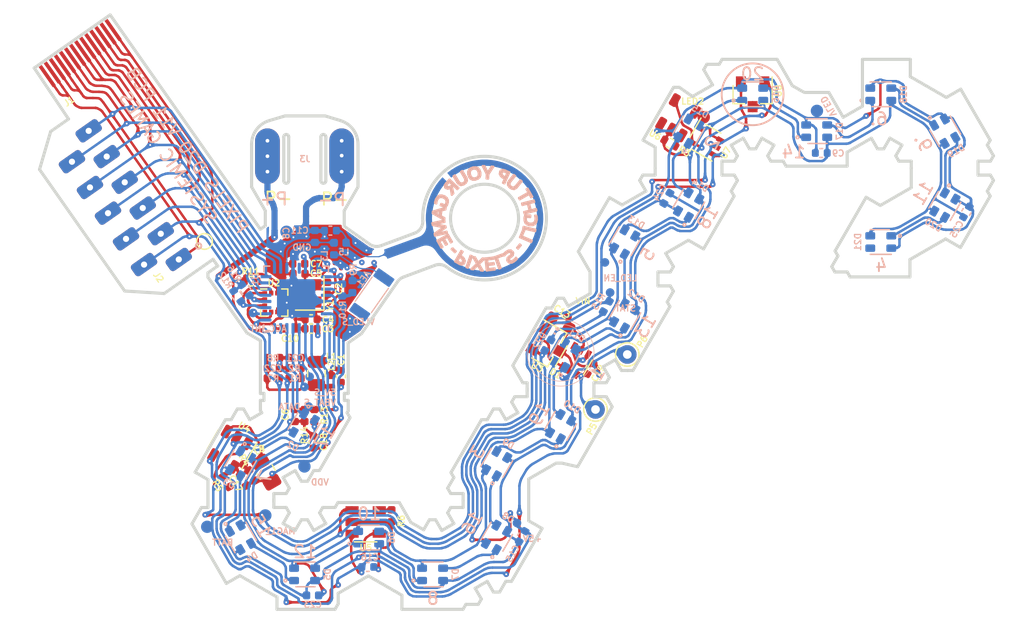
<source format=kicad_pcb>
(kicad_pcb (version 20211014) (generator pcbnew)
  (title_block (title "FLX-F020") (date "2021-09-11") (rev "10") (company "Systemic Games, LLC") (comment 1 "Flexible PCB, 0.13mm thickness"))
  (layers (0 "F.Cu" signal) (31 "B.Cu" signal) (34 "B.Paste" user) (35 "F.Paste" user) (36 "B.SilkS" user "B.Silkscreen") (37 "F.SilkS" user "F.Silkscreen") (38 "B.Mask" user) (39 "F.Mask" user) (44 "Edge.Cuts" user))
  (net 0 "")
  (net 1 "Net-(C1-Pad1)")
  (net 2 "GND")
  (net 3 "VDD")
  (net 4 "Net-(C13-Pad1)")
  (net 5 "VLED")
  (net 6 "Net-(L1-Pad2)")
  (net 7 "Net-(L1-Pad1)")
  (net 8 "+5V")
  (net 9 "Net-(R6-Pad1)")
  (net 10 "/ANT_CHIP")
  (net 11 "/LED_EN")
  (net 12 "Net-(C2-Pad2)")
  (net 13 "Net-(C3-Pad1)")
  (net 14 "Net-(C5-Pad2)")
  (net 15 "Net-(C7-Pad1)")
  (net 16 "Net-(C17-Pad2)")
  (net 17 "Net-(C19-Pad1)")
  (net 18 "Net-(C19-Pad2)")
  (net 19 "Net-(L4-Pad1)")
  (net 20 "RXI")
  (net 21 "TXO")
  (net 22 "SWO")
  (net 23 "RESET")
  (net 24 "SWDCLK")
  (net 25 "SWDIO")
  (net 26 "Net-(R10-Pad1)")
  (net 27 "Net-(R10-Pad2)")
  (net 28 "/LED_DATA")
  (net 29 "/Power/LED_EN_OUT")
  (net 30 "/STATS")
  (net 31 "/VLED_SENSE")
  (net 32 "/5V_SENSE")
  (net 33 "/VBAT_SENSE")
  (net 34 "/Power/MAG1_")
  (net 35 "Net-(D10-Pad1)")
  (net 36 "Net-(D22-Pad1)")
  (net 37 "VBAT")
  (net 38 "Net-(R3-Pad1)")
  (net 39 "Net-(D2-Pad3)")
  (net 40 "Net-(D3-Pad3)")
  (net 41 "Net-(D4-Pad3)")
  (net 42 "Net-(D5-Pad3)")
  (net 43 "Net-(D6-Pad3)")
  (net 44 "Net-(D7-Pad3)")
  (net 45 "Net-(D8-Pad3)")
  (net 46 "Net-(D10-Pad3)")
  (net 47 "Net-(D11-Pad3)")
  (net 48 "Net-(D12-Pad3)")
  (net 49 "Net-(D13-Pad3)")
  (net 50 "Net-(D14-Pad3)")
  (net 51 "Net-(D15-Pad3)")
  (net 52 "Net-(D16-Pad3)")
  (net 53 "Net-(D17-Pad3)")
  (net 54 "Net-(D18-Pad3)")
  (net 55 "Net-(D19-Pad3)")
  (net 56 "Net-(D20-Pad3)")
  (net 57 "Net-(R11-Pad1)")
  (net 58 "/SCL")
  (net 59 "/SDA")
  (net 60 "/ACC_INT")
  (net 61 "/CHIP_ANTENNA")
  (net 62 "/ARC_ANTENNA")
  (footprint "Pixels-dice:SOT-353_SC-70-5" (layer "F.Cu") (at 174.847276 75.695 150)
    (fp_text reference "U7")
    (fp_text value "74AHC1G08" hide)
  )
  (footprint "TestPoint:TestPoint_THTPad_D1.5mm_Drill0.7mm" (layer "F.Cu") (at 168.47 92.95 30)
    (fp_text reference "P6")
    (fp_text value "COILB")
  )
  (footprint "Resistor_SMD:R_0402_1005Metric" (layer "F.Cu") (at 142.38 97.89 -90)
    (fp_text reference "R14")
    (fp_text value "10M 1%")
  )
  (footprint "Capacitor_SMD:C_0402_1005Metric" (layer "F.Cu") (at 141.59 97.89 -90)
    (fp_text reference "C6")
    (fp_text value "10nF 25V 10%")
  )
  (footprint "Package_TO_SOT_SMD:SOT-23-5" (layer "F.Cu") (at 147.32 106.5)
    (fp_text reference "U5")
    (fp_text value "MCP73832T-2ACI/OT")
  )
  (footprint "Package_TO_SOT_SMD:SOT-23" (layer "F.Cu") (at 178.6 71.9 -90)
    (fp_text reference "U8")
    (fp_text value "TMR1366")
  )
  (footprint "TestPoint:TestPoint_THTPad_D1.5mm_Drill0.7mm" (layer "F.Cu") (at 165.9 97.4 30)
    (fp_text reference "P5")
    (fp_text value "COILA")
  )
  (footprint "Pixels-dice:SOT-23-5" (layer "F.Cu") (at 172.582724 73.797628 60)
    (fp_text reference "U6")
    (fp_text value "MT9700" hide)
  )
  (footprint "Resistor_SMD:R_0402_1005Metric" (layer "F.Cu") (at 171.91 75.85 150)
    (fp_text reference "R3")
    (fp_text value "10k 5%")
  )
  (footprint "Resistor_SMD:R_0402_1005Metric" (layer "F.Cu") (at 143.17 97.89 90)
    (fp_text reference "R13")
    (fp_text value "4.02M 1%")
  )
  (footprint "Capacitor_SMD:C_0402_1005Metric" (layer "F.Cu") (at 141.91 85.61 180)
    (fp_text reference "C7")
    (fp_text value "100pF NP0 10V 5%")
  )
  (footprint "Inductor_SMD:L_0805_2012Metric" (layer "F.Cu") (at 143.34 94.49 -90)
    (fp_text reference "L1")
    (fp_text value "10uH 100mA 10%")
  )
  (footprint "Capacitor_SMD:C_0402_1005Metric" (layer "F.Cu") (at 141.93 86.42)
    (fp_text reference "C5")
    (fp_text value "6pF 10V 10%")
  )
  (footprint "Capacitor_SMD:C_0402_1005Metric" (layer "F.Cu") (at 142.9 90.87 180)
    (fp_text reference "C3")
    (fp_text value "0.1uF 10V 20%")
  )
  (footprint "Capacitor_SMD:C_0402_1005Metric" (layer "F.Cu") (at 144.22 87.6 -90)
    (fp_text reference "C2")
    (fp_text value "6pF 10V 10%")
  )
  (footprint "Capacitor_SMD:C_0402_1005Metric" (layer "F.Cu") (at 141.19 90.86)
    (fp_text reference "C10")
    (fp_text value "0.1uF 10V 20%")
  )
  (footprint "Pixels-dice:FPC-POGO-11" (layer "F.Cu") (at 127.531235 80.788119 125)
    (fp_text reference "J2")
    (fp_text value "Conn_01x11")
  )
  (footprint "Capacitor_SMD:C_0402_1005Metric" (layer "F.Cu") (at 143.1 100.04 90)
    (fp_text reference "C18")
    (fp_text value "4.7uF 6.3V 20%")
  )
  (footprint "Resistor_SMD:R_0402_1005Metric" (layer "F.Cu") (at 138.1175 102.75 -60)
    (fp_text reference "R4")
    (fp_text value "402k 1%")
  )
  (footprint "Capacitor_SMD:C_0402_1005Metric" (layer "F.Cu") (at 137.43 103.14 120)
    (fp_text reference "C17")
    (fp_text value "22pF 10V 5%")
  )
  (footprint "Pixels-dice:SOT-23-5" (layer "F.Cu") (at 136.362724 100.612372 -120)
    (fp_text reference "U4")
    (fp_text value "LN3406" hide)
  )
  (footprint "Capacitor_SMD:C_0402_1005Metric" (layer "F.Cu") (at 142.91 90.1 180)
    (fp_text reference "C4")
    (fp_text value "4.7uF 6.3V 20%")
  )
  (footprint "Inductor_SMD:L_0805_2012Metric" (layer "F.Cu") (at 139.28 102.468101 -60)
    (fp_text reference "L4")
    (fp_text value "2.2uH 20mA 10%")
  )
  (footprint "Resistor_SMD:R_0402_1005Metric" (layer "F.Cu") (at 149.41 106 -90)
    (fp_text reference "R6")
    (fp_text value "10k 5%")
  )
  (footprint "Pixels-dice:FPC_14" (layer "F.Cu") (at 121.582928 70.43215 35)
    (fp_text reference "J1")
    (fp_text value "Conn_01x14")
  )
  (footprint "Pixels-dice:TEST_PIN" (layer "F.Cu") (at 174.65 73.75)
    (fp_text reference "W21" hide)
    (fp_text value "LED2")
  )
  (footprint "Capacitor_SMD:C_0603_1608Metric" (layer "F.Cu") (at 163.06 90.41 150)
    (fp_text reference "C13")
    (fp_text value "4.7uF 25V 20%")
  )
  (footprint "Package_TO_SOT_SMD:SOT-363_SC-70-6" (layer "F.Cu") (at 164.27 93.43 60)
    (fp_text reference "D1")
    (fp_text value "BAV99S")
  )
  (footprint "Inductor_SMD:L_0402_1005Metric" (layer "F.Cu") (at 144.53 95.13 90)
    (fp_text reference "L2")
    (fp_text value "15nH 100mA 5%")
  )
  (footprint "Capacitor_SMD:C_0402_1005Metric" (layer "F.Cu") (at 145.32 94.72 -90)
    (fp_text reference "C1")
    (fp_text value "4.7uF 6.3V 20%")
  )
  (footprint "Capacitor_SMD:C_0402_1005Metric" (layer "F.Cu") (at 141.62 93.22 180)
    (fp_text reference "C21")
    (fp_text value "10nF 25V 10%")
  )
  (footprint "Resistor_SMD:R_0402_1005Metric" (layer "F.Cu") (at 139.85 94.87 180)
    (fp_text reference "R7")
    (fp_text value "4.02M 1%")
  )
  (footprint "Resistor_SMD:R_0402_1005Metric" (layer "F.Cu") (at 141.609999 94.050003)
    (fp_text reference "R2")
    (fp_text value "10M 1%")
  )
  (footprint "Resistor_SMD:R_0402_1005Metric" (layer "F.Cu") (at 139.88 93.22)
    (fp_text reference "R8")
    (fp_text value "10M 1%")
  )
  (footprint "Resistor_SMD:R_0402_1005Metric" (layer "F.Cu") (at 141.61 94.87)
    (fp_text reference "R1")
    (fp_text value "4.02M 1%")
  )
  (footprint "Capacitor_SMD:C_0402_1005Metric" (layer "F.Cu") (at 139.86 94.05)
    (fp_text reference "C22")
    (fp_text value "10nF 25V 10%")
  )
  (footprint "Pixels-dice:Crystal_SMD_2016-4Pin_2.0x1.6mm" (layer "F.Cu") (at 142.8 88.01 90)
    (fp_text reference "Y1")
    (fp_text value "32MHz 40ppm")
  )
  (footprint "Resistor_SMD:R_0402_1005Metric" (layer "F.Cu") (at 138.03 87.02 180)
    (fp_text reference "R11")
    (fp_text value "0 Ohm")
  )
  (footprint "Package_LGA:LGA-12_2x2mm_P0.5mm" (layer "F.Cu") (at 139.93 88.75)
    (fp_text reference "U2")
    (fp_text value "KXTJ3-1057")
  )
  (footprint "Resistor_SMD:R_0402_1005Metric" (layer "F.Cu") (at 136.04 103.24 120)
    (fp_text reference "R5")
    (fp_text value "100k 1%")
  )
  (footprint "Pixels-dice:TEST_PIN" (layer "F.Cu") (at 137.46 101.85)
    (fp_text reference "W18" hide)
    (fp_text value "FB")
  )
  (footprint "Pixels-dice:TEST_PIN" (layer "F.Cu") (at 163.64 89.89)
    (fp_text reference "W16" hide)
    (fp_text value "VIN")
  )
  (footprint "Pixels-dice:SOT-23" (layer "F.Cu") (at 162.143975 92.21 150)
    (fp_text reference "U3")
    (fp_text value "HX6306P502MR")
  )
  (footprint "Capacitor_SMD:C_0402_1005Metric" (layer "F.Cu") (at 165.47 94.1 60)
    (fp_text reference "C19")
    (fp_text value "82nF 50V 10%")
  )
  (footprint "Pixels-dice:TX1812Z_2020" (layer "B.Cu") (at 142.38 110.74 -90)
    (fp_text reference "D5")
    (fp_text value "TX1812Z_2020")
  )
  (footprint "Pixels-dice:TX1812Z_2020" (layer "B.Cu") (at 137.198782 107.749711 -150)
    (fp_text reference "D4")
    (fp_text value "TX1812Z_2020")
  )
  (footprint "Pixels-dice:TX1812Z_2020" (layer "B.Cu") (at 147.56 107.76 -90)
    (fp_text reference "D6")
    (fp_text value "TX1812Z_2020")
  )
  (footprint "Capacitor_SMD:C_0402_1005Metric" (layer "B.Cu") (at 147.49 110.14)
    (fp_text reference "C16")
    (fp_text value "4.7uF 6.3V 20%")
  )
  (footprint "Pixels-dice:TX1812Z_2020" (layer "B.Cu") (at 142.35 98.755 150)
    (fp_text reference "D2")
    (fp_text value "TX1812Z_2020")
  )
  (footprint "Pixels-dice:TX1812Z_2020" (layer "B.Cu") (at 152.728782 110.740289 -90)
    (fp_text reference "D7")
    (fp_text value "TX1812Z_2020")
  )
  (footprint "Pixels-dice:TX1812Z_2020" (layer "B.Cu") (at 173.428782 80.860289 -30)
    (fp_text reference "D14")
    (fp_text value "TX1812Z_2020")
  )
  (footprint "Pixels-dice:TX1812Z_2020" (layer "B.Cu") (at 168.258782 83.850289 -30)
    (fp_text reference "D13")
    (fp_text value "TX1812Z_2020")
  )
  (footprint "Pixels-dice:TX1812Z_2020" (layer "B.Cu") (at 168.258782 89.820289 -30)
    (fp_text reference "D12")
    (fp_text value "TX1812Z_2020")
  )
  (footprint "Pixels-dice:TX1812Z_2020" (layer "B.Cu") (at 157.908782 101.780289 -30)
    (fp_text reference "D9")
    (fp_text value "TX1812Z_2020")
  )
  (footprint "Pixels-dice:TX1812Z_2020" (layer "B.Cu") (at 157.898782 107.750289 -30)
    (fp_text reference "D8")
    (fp_text value "TX1812Z_2020")
  )
  (footprint "Pixels-dice:TX1812Z_2020" (layer "B.Cu") (at 178.608782 71.900289 -90)
    (fp_text reference "D16")
    (fp_text value "TX1812Z_2020")
  )
  (footprint "Pixels-dice:TX1812Z_2020" (layer "B.Cu") (at 188.958782 71.899711 -90)
    (fp_text reference "D18")
    (fp_text value "TX1812Z_2020")
  )
  (footprint "Pixels-dice:TX1812Z_2020" (layer "B.Cu") (at 194.140289 80.868782 150)
    (fp_text reference "D20")
    (fp_text value "TX1812Z_2020")
  )
  (footprint "Pixels-dice:TX1812Z_2020" (layer "B.Cu") (at 188.959711 83.848782 90)
    (fp_text reference "D21")
    (fp_text value "TX1812Z_2020")
  )
  (footprint "Pixels-dice:TX1812Z_2020" (layer "B.Cu") (at 183.778782 74.880289 -90)
    (fp_text reference "D17")
    (fp_text value "TX1812Z_2020")
  )
  (footprint "Pixels-dice:TX1812Z_2020" (layer "B.Cu") (at 194.13 74.89 -150)
    (fp_text reference "D19")
    (fp_text value "TX1812Z_2020")
  )
  (footprint "Pixels-dice:TX1812Z_2020" (layer "B.Cu") (at 163.43 93.02 -30)
    (fp_text reference "D11")
    (fp_text value "TX1812Z_2020")
  )
  (footprint "Resistor_SMD:R_0402_1005Metric" (layer "B.Cu") (at 166.77 89.06 60)
    (fp_text reference "R15")
    (fp_text value "270 5%")
  )
  (footprint "Capacitor_SMD:C_0402_1005Metric" (layer "B.Cu") (at 171.67 80.31 60)
    (fp_text reference "C24")
    (fp_text value "0.1uF 10V 20%")
  )
  (footprint "Pixels-dice:CHIP_ANT" (layer "B.Cu") (at 148.79 86.73 -35)
    (fp_text reference "AE1")
    (fp_text value "Chip" hide)
  )
  (footprint "Resistor_SMD:R_0402_1005Metric" (layer "B.Cu") (at 145.42 87.73 90)
    (fp_text reference "R10")
    (fp_text value "100k 1%")
  )
  (footprint "Package_DFN_QFN:QFN-32-1EP_5x5mm_P0.5mm_EP3.1x3.1mm" (layer "B.Cu") (at 141.7 88.41 90)
    (fp_text reference "U1")
    (fp_text value "N52810_QFN32")
  )
  (footprint "Capacitor_SMD:C_0402_1005Metric" (layer "B.Cu") (at 143.21 83.4 90)
    (fp_text reference "C8")
    (fp_text value "0.8pF NP0 10V 5%")
  )
  (footprint "Capacitor_SMD:C_0402_1005Metric" (layer "B.Cu") (at 143.03 112.44 180)
    (fp_text reference "C23")
    (fp_text value "0.1uF 10V 20%")
  )
  (footprint "Pixels-dice:TX1812Z_2020" (layer "B.Cu") (at 137.198782 101.780289 150)
    (fp_text reference "D3")
    (fp_text value "TX1812Z_2020")
  )
  (footprint "Capacitor_SMD:C_0402_1005Metric" (layer "B.Cu") (at 184.15 76.65)
    (fp_text reference "C9")
    (fp_text value "4.7uF 6.3V 20%")
  )
  (footprint "Resistor_SMD:R_0402_1005Metric" (layer "B.Cu") (at 146.25 87.46 -90)
    (fp_text reference "R9")
    (fp_text value "100k 1%")
  )
  (footprint "Pixels-dice:Hongjie 10100 Connector" (layer "B.Cu") (at 142.38 76.91)
    (fp_text reference "J3")
    (fp_text value "Conn_01x02")
  )
  (footprint "Pixels-dice:TEST_PIN" (layer "B.Cu") (at 183.8 73.24)
    (fp_text reference "W3" hide)
    (fp_text value "VLED")
  )
  (footprint "Pixels-dice:TX1812Z_2020" (layer "B.Cu") (at 163.078782 98.790289 -30)
    (fp_text reference "D10")
    (fp_text value "TX1812Z_2020")
  )
  (footprint "Pixels-dice:TX1812Z_2020" (layer "B.Cu") (at 173.428782 74.890289 -30)
    (fp_text reference "D15")
    (fp_text value "TX1812Z_2020")
  )
  (footprint "Capacitor_SMD:C_0402_1005Metric" (layer "B.Cu") (at 195.88 81.42 -120)
    (fp_text reference "C25")
    (fp_text value "0.1uF 10V 20%")
  )
  (footprint "Capacitor_SMD:C_0402_1005Metric" (layer "B.Cu") (at 159.97 107.664308 -120)
    (fp_text reference "C15")
    (fp_text value "4.7uF 6.3V 20%")
  )
  (footprint "Resistor_SMD:R_0402_1005Metric" (layer "B.Cu") (at 136.94 88.23 -55)
    (fp_text reference "R12")
    (fp_text value "2.7k 5%")
  )
  (footprint "Resistor_SMD:R_0402_1005Metric" (layer "B.Cu") (at 137.62 87.74 -55)
    (fp_text reference "R16")
    (fp_text value "2.7k 5%")
  )
  (footprint "Capacitor_SMD:C_0402_1005Metric" (layer "B.Cu") (at 144.47 82.93 180)
    (fp_text reference "C11")
    (fp_text value "DNP")
  )
  (footprint "Inductor_SMD:L_0402_1005Metric" (layer "B.Cu") (at 145.25 83.91)
    (fp_text reference "L5")
    (fp_text value "DNP")
  )
  (footprint "Inductor_SMD:L_0402_1005Metric" (layer "B.Cu") (at 144.757421 84.400813 -90)
    (fp_text reference "L3")
    (fp_text value "3.9nH 100 mA 5%")
  )
  (footprint "LED_SMD:LED_0402_1005Metric" (layer "B.Cu") (at 162.05 92.2 -120)
    (fp_text reference "D22")
    (fp_text value "LED")
  )
  (footprint "Pixels-dice:ARC_Antenna" (layer "B.Cu") (at 148.48 85 20)
    (fp_text reference "AE2" hide)
    (fp_text value "ARC")
  )
  (footprint "Pixels-dice:TEST_PIN" (layer "B.Cu") (at 166.66 85.5)
    (fp_text reference "W5" hide)
    (fp_text value "LED_EN")
  )
  (footprint "Pixels-dice:TEST_PIN" (layer "B.Cu") (at 138.21 89.59)
    (fp_text reference "W7" hide)
    (fp_text value "ACC_INT")
  )
  (footprint "Pixels-dice:TEST_PIN" (layer "B.Cu") (at 145.48 89.04)
    (fp_text reference "W12" hide)
    (fp_text value "VLED_S")
  )
  (footprint "Pixels-dice:TEST_PIN" (layer "B.Cu") (at 134.51 106.89)
    (fp_text reference "W14" hide)
    (fp_text value "BATT")
  )
  (footprint "Pixels-dice:TEST_PIN" (layer "B.Cu") (at 167.08 87.94)
    (fp_text reference "W17" hide)
    (fp_text value "STAT")
  )
  (footprint "Pixels-dice:TEST_PIN" (layer "B.Cu") (at 140.92 83.02)
    (fp_text reference "W19" hide)
    (fp_text value "GND")
  )
  (footprint "Pixels-dice:TEST_PIN" (layer "B.Cu") (at 142.37 95.57)
    (fp_text reference "W20" hide)
    (fp_text value "VBAT_S")
  )
  (footprint "Pixels-dice:TEST_PIN" (layer "B.Cu") (at 142.71 97.16)
    (fp_text reference "W22" hide)
    (fp_text value "DATA")
  )
  (footprint "Pixels-dice:TEST_PIN" (layer "B.Cu") (at 139.21 105.97)
    (fp_text reference "W23" hide)
    (fp_text value "MAG1_")
  )
  (footprint "Pixels-dice:TEST_PIN" (layer "B.Cu") (at 142.37 102.01)
    (fp_text reference "W25" hide)
    (fp_text value "VDD")
  )
  (footprint "Pixels-dice:TEST_PIN" (layer "B.Cu") (at 142.79 94.75)
    (fp_text reference "W13" hide)
    (fp_text value "5V_S")
  )
  (footprint "Pixels-dice:TEST_PIN" (layer "B.Cu") (at 159.55 106.58)
    (fp_text reference "W15" hide)
    (fp_text value "+5V")
  )
  (gr_circle (center 163.08 92.81) (end 165.38 92.81) (layer "B.SilkS") (width 0.05) (fill none))
  (gr_circle (center 163.08 92.81) (end 165.78 92.81) (layer "B.SilkS") (width 0.05) (fill none))
  (gr_line (start 155.232 79.0766) (end 155.308999 79.0188) (layer "B.SilkS") (width 0.1734))
  (gr_line (start 157.64 77.7572) (end 157.242 78.3733) (layer "B.SilkS") (width 0.1734))
  (gr_line (start 155.95 77.9391) (end 155.803 78.0359) (layer "B.SilkS") (width 0.1734))
  (gr_line (start 156.774 85.1763) (end 156.927 85.1984) (layer "B.SilkS") (width 0.1734))
  (gr_line (start 158.379 84.8478) (end 158.414 84.9449) (layer "B.SilkS") (width 0.1734))
  (gr_line (start 153.322 81.4528) (end 153.427999 81.4295) (layer "B.SilkS") (width 0.1734))
  (gr_line (start 158.766 85.3247) (end 158.791 85.1489) (layer "B.SilkS") (width 0.1734))
  (gr_line (start 153.788 82.671101) (end 153.072 83.1836) (layer "B.SilkS") (width 0.1734))
  (gr_line (start 158.11 85.9931) (end 157.774 85.0669) (layer "B.SilkS") (width 0.1734))
  (gr_line (start 157.114 78.3654) (end 156.781 77.7013) (layer "B.SilkS") (width 0.1734))
  (gr_line (start 158.535 79.1118) (end 158.419 79.06) (layer "B.SilkS") (width 0.1734))
  (gr_line (start 160.328 79.5826) (end 160.418 79.5316) (layer "B.SilkS") (width 0.1734))
  (gr_line (start 155.032 85.1197) (end 155.109 85.0399) (layer "B.SilkS") (width 0.1734))
  (gr_line (start 156.007 85.0658) (end 156.16 85.088) (layer "B.SilkS") (width 0.1734))
  (gr_line (start 156.474 85.631) (end 156.786 86.1736) (layer "B.SilkS") (width 0.1734))
  (gr_line (start 159.713999 80.287) (end 160.481 79.8524) (layer "B.SilkS") (width 0.1734))
  (gr_line (start 156.188 77.9132) (end 156.011 77.9216) (layer "B.SilkS") (width 0.1734))
  (gr_line (start 153.293 81.6991) (end 153.322 81.4528) (layer "B.SilkS") (width 0.1734))
  (gr_line (start 159.199 84.6472) (end 159.244 84.7426) (layer "B.SilkS") (width 0.1734))
  (gr_line (start 155.439 78.6227) (end 155.48 78.704) (layer "B.SilkS") (width 0.1734))
  (gr_line (start 156.927999 77.7111) (end 157.182 78.2432) (layer "B.SilkS") (width 0.1734))
  (gr_line (start 160.418 79.5316) (end 160.786 80.1821) (layer "B.SilkS") (width 0.1734))
  (gr_line (start 156.45 78.2247) (end 156.431 78.157) (layer "B.SilkS") (width 0.1734))
  (gr_line (start 159.014 78.9745) (end 158.961 79.0556) (layer "B.SilkS") (width 0.1734))
  (gr_line (start 155.175 85.4773) (end 155.197 85.4246) (layer "B.SilkS") (width 0.1734))
  (gr_line (start 154.181 79.4699) (end 154.134 79.4931) (layer "B.SilkS") (width 0.1734))
  (gr_line (start 160.651 82.4988) (end 160.531 82.4856) (layer "B.SilkS") (width 0.1734))
  (gr_line (start 159.093 84.7181) (end 158.942 84.6378) (layer "B.SilkS") (width 0.1734))
  (gr_line (start 160.062 82.748501) (end 160.091 82.6245) (layer "B.SilkS") (width 0.1734))
  (gr_line (start 153.972 83.261801) (end 154.294 83.8311) (layer "B.SilkS") (width 0.1734))
  (gr_line (start 159.552 79.4109) (end 159.49 79.4773) (layer "B.SilkS") (width 0.1734))
  (gr_line (start 154.596 84.5996) (end 154.525 84.6738) (layer "B.SilkS") (width 0.1734))
  (gr_line (start 153.645 83.5934) (end 153.888 84.0218) (layer "B.SilkS") (width 0.1734))
  (gr_line (start 153.786 79.4748) (end 153.748 79.4337) (layer "B.SilkS") (width 0.1734))
  (gr_line (start 157.242 78.3733) (end 157.219 78.7173) (layer "B.SilkS") (width 0.1734))
  (gr_line (start 156.16 85.088) (end 156.41 85.5223) (layer "B.SilkS") (width 0.1734))
  (gr_line (start 155.199 79.2092) (end 155.024 79.246) (layer "B.SilkS") (width 0.1734))
  (gr_line (start 160.136 81.4204) (end 160.57 81.310301) (layer "B.SilkS") (width 0.1734))
  (gr_line (start 160.478 82.3394) (end 160.656 82.3715) (layer "B.SilkS") (width 0.1734))
  (gr_line (start 156.396 77.8727) (end 156.515 78.0139) (layer "B.SilkS") (width 0.1734))
  (gr_line (start 152.939 80.5873) (end 152.992 80.4177) (layer "B.SilkS") (width 0.1734))
  (gr_line (start 158.99 79.4531) (end 158.919 79.3879) (layer "B.SilkS") (width 0.1734))
  (gr_line (start 160.265 82.0513) (end 160.33 82.2324) (layer "B.SilkS") (width 0.1734))
  (gr_line (start 154.079 79.413) (end 154.234 79.3231) (layer "B.SilkS") (width 0.1734))
  (gr_line (start 152.705 82.322201) (end 153.668 82.1143) (layer "B.SilkS") (width 0.1734))
  (gr_line (start 154.295 79.3799) (end 154.403 79.9121) (layer "B.SilkS") (width 0.1734))
  (gr_line (start 159.937 83.3908) (end 160.747 83.7391) (layer "B.SilkS") (width 0.1734))
  (gr_line (start 154.713999 85.3996) (end 154.939 85.5303) (layer "B.SilkS") (width 0.1734))
  (gr_line (start 157.219 78.7173) (end 157.092 78.7092) (layer "B.SilkS") (width 0.1734))
  (gr_line (start 160.361 82.4237) (end 160.23 82.2928) (layer "B.SilkS") (width 0.1734))
  (gr_line (start 153.888 84.0218) (end 153.798 84.073) (layer "B.SilkS") (width 0.1734))
  (gr_line (start 156.393 78.7286) (end 156.21 78.7948) (layer "B.SilkS") (width 0.1734))
  (gr_line (start 158.308999 78.2277) (end 158.293 78.2826) (layer "B.SilkS") (width 0.1734))
  (gr_line (start 157.175 85.61) (end 157.665 85.5538) (layer "B.SilkS") (width 0.1734))
  (gr_line (start 155.02 85.562) (end 155.175 85.4773) (layer "B.SilkS") (width 0.1734))
  (gr_line (start 161.122 81.3017) (end 160.167 81.5441) (layer "B.SilkS") (width 0.1734))
  (gr_line (start 152.738 81.5263) (end 152.753 81.386001) (layer "B.SilkS") (width 0.1734))
  (gr_line (start 160.23 82.2928) (end 160.17 82.1255) (layer "B.SilkS") (width 0.1734))
  (gr_line (start 158.954 85.532) (end 158.812 85.42) (layer "B.SilkS") (width 0.1734))
  (gr_line (start 160.841 82.4819) (end 160.651 82.4988) (layer "B.SilkS") (width 0.1734))
  (gr_line (start 153.026 80.730101) (end 152.924 80.687801) (layer "B.SilkS") (width 0.1734))
  (gr_line (start 153.962 80.465101) (end 153.96 80.642801) (layer "B.SilkS") (width 0.1734))
  (gr_line (start 160.624 81.7048) (end 160.618999 81.8323) (layer "B.SilkS") (width 0.1734))
  (gr_line (start 155.48 78.704) (end 155.507 78.8904) (layer "B.SilkS") (width 0.1734))
  (gr_line (start 153.891 79.172) (end 153.862 79.2073) (layer "B.SilkS") (width 0.1734))
  (gr_line (start 158.582 84.7242) (end 158.72 84.6188) (layer "B.SilkS") (width 0.1734))
  (gr_line (start 154.734 79.0422) (end 154.425 78.5226) (layer "B.SilkS") (width 0.1734))
  (gr_line (start 159.025 84.954) (end 159.093 84.8932) (layer "B.SilkS") (width 0.1734))
  (gr_line (start 154.551 85.4272) (end 155.044 84.5743) (layer "B.SilkS") (width 0.1734))
  (gr_line (start 158.868999 84.5411) (end 159.056 84.5305) (layer "B.SilkS") (width 0.1734))
  (gr_line (start 158.824 79.2362) (end 158.823 79.0599) (layer "B.SilkS") (width 0.1734))
  (gr_line (start 154.896 85.6272) (end 154.551 85.4272) (layer "B.SilkS") (width 0.1734))
  (gr_line (start 154.349 84.3604) (end 154.596 84.5996) (layer "B.SilkS") (width 0.1734))
  (gr_line (start 158.38 78.6274) (end 158.248 78.5112) (layer "B.SilkS") (width 0.1734))
  (gr_line (start 159.438 85.3267) (end 159.298 85.4343) (layer "B.SilkS") (width 0.1734))
  (gr_line (start 152.739 82.4804) (end 152.705 82.322201) (layer "B.SilkS") (width 0.1734))
  (gr_line (start 157.676 85.6564) (end 157.187 85.7127) (layer "B.SilkS") (width 0.1734))
  (gr_line (start 159.453 79.3307) (end 159.834 78.8608) (layer "B.SilkS") (width 0.1734))
  (gr_line (start 161.054 81.9845) (end 161.052 81.892801) (layer "B.SilkS") (width 0.1734))
  (gr_line (start 153.746 80.1803) (end 153.884 80.2969) (layer "B.SilkS") (width 0.1734))
  (gr_line (start 153.748 79.4337) (end 153.712999 79.2558) (layer "B.SilkS") (width 0.1734))
  (gr_line (start 159.961 80.732701) (end 160.916 80.4904) (layer "B.SilkS") (width 0.1734))
  (gr_line (start 158.812 85.42) (end 158.766 85.3247) (layer "B.SilkS") (width 0.1734))
  (gr_line (start 152.902 82.3961) (end 153.767 82.573001) (layer "B.SilkS") (width 0.1734))
  (gr_line (start 156.786 86.1736) (end 156.633 86.1517) (layer "B.SilkS") (width 0.1734))
  (gr_line (start 158.916 78.8941) (end 159.297 78.4246) (layer "B.SilkS") (width 0.1734))
  (gr_line (start 154.902 79.0548) (end 155.063 79.1302) (layer "B.SilkS") (width 0.1734))
  (gr_line (start 159.56 84.316) (end 159.777 84.0487) (layer "B.SilkS") (width 0.1734))
  (gr_line (start 156.633 86.1517) (end 156.383 85.7172) (layer "B.SilkS") (width 0.1734))
  (gr_line (start 158.465 84.8395) (end 158.582 84.7242) (layer "B.SilkS") (width 0.1734))
  (gr_line (start 160.216 81.688201) (end 160.624 81.7048) (layer "B.SilkS") (width 0.1734))
  (gr_line (start 154.204 83.8822) (end 153.944 83.4235) (layer "B.SilkS") (width 0.1734))
  (gr_line (start 161.05 82.8529) (end 161.02 82.9769) (layer "B.SilkS") (width 0.1734))
  (gr_line (start 153.272999 80.0977) (end 153.454 80.0768) (layer "B.SilkS") (width 0.1734))
  (gr_line (start 159.218 84.9195) (end 159.086 85.0458) (layer "B.SilkS") (width 0.1734))
  (gr_line (start 153.389 80.8807) (end 153.437 80.763) (layer "B.SilkS") (width 0.1734))
  (gr_line (start 157.092 78.7092) (end 157.114 78.3654) (layer "B.SilkS") (width 0.1734))
  (gr_line (start 156.383 85.7172) (end 156.019 86.0632) (layer "B.SilkS") (width 0.1734))
  (gr_line (start 153.555 83.6443) (end 153.267 83.8075) (layer "B.SilkS") (width 0.1734))
  (gr_line (start 161.003 82.399701) (end 160.841 82.4819) (layer "B.SilkS") (width 0.1734))
  (gr_line (start 156.21 78.7948) (end 156.152 78.8061) (layer "B.SilkS") (width 0.1734))
  (gr_line (start 156.467 78.4) (end 156.45 78.2247) (layer "B.SilkS") (width 0.1734))
  (gr_line (start 155.507 78.8904) (end 155.427 79.0528) (layer "B.SilkS") (width 0.1734))
  (gr_line (start 161.108 82.2504) (end 161.003 82.399701) (layer "B.SilkS") (width 0.1734))
  (gr_line (start 159.324 79.567) (end 159.144 79.5474) (layer "B.SilkS") (width 0.1734))
  (gr_line (start 159.145 85.5161) (end 158.954 85.532) (layer "B.SilkS") (width 0.1734))
  (gr_line (start 155.755 78.3838) (end 155.774 78.4526) (layer "B.SilkS") (width 0.1734))
  (gr_line (start 160.167 81.8589) (end 160.216 81.688201) (layer "B.SilkS") (width 0.1734))
  (gr_line (start 155.608 78.173) (end 155.672 78.006) (layer "B.SilkS") (width 0.1734))
  (gr_line (start 152.871 81.4659) (end 153.293 81.6991) (layer "B.SilkS") (width 0.1734))
  (gr_line (start 153.767 81.0376) (end 153.389 80.8807) (layer "B.SilkS") (width 0.1734))
  (gr_line (start 155.109 85.0399) (end 155.147 85.0725) (layer "B.SilkS") (width 0.1734))
  (gr_line (start 153.767 82.573001) (end 153.788 82.671101) (layer "B.SilkS") (width 0.1734))
  (gr_line (start 161.147999 81.8249) (end 161.157 82.002401) (layer "B.SilkS") (width 0.1734))
  (gr_line (start 156.268 78.6692) (end 156.411 78.5648) (layer "B.SilkS") (width 0.1734))
  (gr_line (start 155.155 84.6384) (end 154.713999 85.3996) (layer "B.SilkS") (width 0.1734))
  (gr_line (start 158.242 78.0796) (end 158.401 78.0078) (layer "B.SilkS") (width 0.1734))
  (gr_line (start 153.082 80.469901) (end 153.052 80.5566) (layer "B.SilkS") (width 0.1734))
  (gr_line (start 158.823 79.0599) (end 158.916 78.8941) (layer "B.SilkS") (width 0.1734))
  (gr_line (start 153.899 79.3936) (end 154.079 79.413) (layer "B.SilkS") (width 0.1734))
  (gr_line (start 160.697 83.8563) (end 159.792 83.4672) (layer "B.SilkS") (width 0.1734))
  (gr_line (start 157.66 85.2075) (end 157.136 85.2678) (layer "B.SilkS") (width 0.1734))
  (gr_line (start 160.262 81.9581) (end 160.265 82.0513) (layer "B.SilkS") (width 0.1734))
  (gr_line (start 155.691 78.6016) (end 155.625 78.4175) (layer "B.SilkS") (width 0.1734))
  (gr_line (start 156.927 85.1984) (end 156.474 85.631) (layer "B.SilkS") (width 0.1734))
  (gr_line (start 159.49 79.4773) (end 159.324 79.567) (layer "B.SilkS") (width 0.1734))
  (gr_line (start 157.647999 85.1048) (end 157.66 85.2075) (layer "B.SilkS") (width 0.1734))
  (gr_line (start 156.32 85.6088) (end 156.007 85.0658) (layer "B.SilkS") (width 0.1734))
  (gr_line (start 157.136 85.2678) (end 157.175 85.61) (layer "B.SilkS") (width 0.1734))
  (gr_line (start 153.618999 82.6605) (end 152.739 82.4804) (layer "B.SilkS") (width 0.1734))
  (gr_line (start 155.147 85.0725) (end 155.266 85.2021) (layer "B.SilkS") (width 0.1734))
  (gr_line (start 155.308999 79.0188) (end 155.384 78.8569) (layer "B.SilkS") (width 0.1734))
  (gr_line (start 153.848 80.487401) (end 153.746 80.336) (layer "B.SilkS") (width 0.1734))
  (gr_line (start 160.481 79.8524) (end 160.328 79.5826) (layer "B.SilkS") (width 0.1734))
  (gr_line (start 159.313 79.4398) (end 159.453 79.3307) (layer "B.SilkS") (width 0.1734))
  (gr_line (start 158.72 84.6188) (end 158.868999 84.5411) (layer "B.SilkS") (width 0.1734))
  (gr_line (start 159.542 85.2218) (end 159.438 85.3267) (layer "B.SilkS") (width 0.1734))
  (gr_line (start 156.347 78.0025) (end 156.188 77.9132) (layer "B.SilkS") (width 0.1734))
  (gr_line (start 156.011 77.9216) (end 155.95 77.9391) (layer "B.SilkS") (width 0.1734))
  (gr_line (start 155.024 79.246) (end 154.858 79.1864) (layer "B.SilkS") (width 0.1734))
  (gr_line (start 158.649 84.8058) (end 158.53 84.9369) (layer "B.SilkS") (width 0.1734))
  (gr_line (start 157.929 85.1205) (end 158.23 85.9496) (layer "B.SilkS") (width 0.1734))
  (gr_line (start 153.318 80.2152) (end 153.171 80.3161) (layer "B.SilkS") (width 0.1734))
  (gr_line (start 155.384 78.8569) (end 155.329 78.6879) (layer "B.SilkS") (width 0.1734))
  (gr_line (start 160.141 82.9175) (end 159.937 83.3908) (layer "B.SilkS") (width 0.1734))
  (gr_line (start 153.862 83.013501) (end 153.886 83.124401) (layer "B.SilkS") (width 0.1734))
  (gr_line (start 158.946 79.2335) (end 159.055 79.3731) (layer "B.SilkS") (width 0.1734))
  (gr_line (start 161.052 81.892801) (end 161.017 81.7209) (layer "B.SilkS") (width 0.1734))
  (gr_line (start 153.747 80.8913) (end 153.816 80.7679) (layer "B.SilkS") (width 0.1734))
  (gr_line (start 153.522 84.2569) (end 153.432 84.3079) (layer "B.SilkS") (width 0.1734))
  (gr_line (start 154.294 83.8311) (end 154.204 83.8822) (layer "B.SilkS") (width 0.1734))
  (gr_line (start 161.02 82.9769) (end 160.062 82.748501) (layer "B.SilkS") (width 0.1734))
  (gr_line (start 154.134 79.4931) (end 153.955 79.5395) (layer "B.SilkS") (width 0.1734))
  (gr_line (start 153.685 81.9148) (end 153.669 82.0551) (layer "B.SilkS") (width 0.1734))
  (gr_line (start 153.123 80.2016) (end 153.272999 80.0977) (layer "B.SilkS") (width 0.1734))
  (gr_line (start 155.285 79.1654) (end 155.199 79.2092) (layer "B.SilkS") (width 0.1734))
  (gr_line (start 156.781 77.7013) (end 156.927999 77.7111) (layer "B.SilkS") (width 0.1734))
  (gr_line (start 155.987999 77.821) (end 156.047 77.8095) (layer "B.SilkS") (width 0.1734))
  (gr_line (start 153.886 83.124401) (end 152.923 83.332401) (layer "B.SilkS") (width 0.1734))
  (gr_line (start 160.57 81.310301) (end 160.427 80.7462) (layer "B.SilkS") (width 0.1734))
  (gr_line (start 155.463999 85.8877) (end 155.793 84.9593) (layer "B.SilkS") (width 0.1734))
  (gr_line (start 158.776 78.2561) (end 158.538 78.1502) (layer "B.SilkS") (width 0.1734))
  (gr_line (start 156.515 78.0139) (end 156.581 78.1989) (layer "B.SilkS") (width 0.1734))
  (gr_line (start 154.812 79.4775) (end 154.724 79.5703) (layer "B.SilkS") (width 0.1734))
  (gr_line (start 160.747 83.7391) (end 160.697 83.8563) (layer "B.SilkS") (width 0.1734))
  (gr_line (start 159.356 85.2584) (end 159.476 85.1244) (layer "B.SilkS") (width 0.1734))
  (gr_line (start 160.427 80.7462) (end 159.992 80.8561) (layer "B.SilkS") (width 0.1734))
  (gr_line (start 158.454 78.1271) (end 158.308999 78.2277) (layer "B.SilkS") (width 0.1734))
  (gr_line (start 153.437 80.763) (end 153.747 80.8913) (layer "B.SilkS") (width 0.1734))
  (gr_line (start 157.738 85.9823) (end 157.75 86.0848) (layer "B.SilkS") (width 0.1734))
  (gr_line (start 161.152 82.064901) (end 161.108 82.2504) (layer "B.SilkS") (width 0.1734))
  (gr_line (start 153.018 80.3605) (end 153.123 80.2016) (layer "B.SilkS") (width 0.1734))
  (gr_line (start 155.612999 78.358) (end 155.608 78.173) (layer "B.SilkS") (width 0.1734))
  (gr_line (start 153.846 80.679601) (end 153.848 80.487401) (layer "B.SilkS") (width 0.1734))
  (gr_line (start 155.332999 85.3776) (end 155.29 85.55) (layer "B.SilkS") (width 0.1734))
  (gr_line (start 158.918 85.3488) (end 159.08 85.4206) (layer "B.SilkS") (width 0.1734))
  (gr_line (start 158.352 78.4539) (end 158.49 78.5681) (layer "B.SilkS") (width 0.1734))
  (gr_line (start 154.939 85.5303) (end 155.02 85.562) (layer "B.SilkS") (width 0.1734))
  (gr_line (start 159.858 84.1137) (end 159.64 84.3811) (layer "B.SilkS") (width 0.1734))
  (gr_line (start 158.248 78.5112) (end 158.163 78.3438) (layer "B.SilkS") (width 0.1734))
  (gr_line (start 158.92 85.1687) (end 158.918 85.3488) (layer "B.SilkS") (width 0.1734))
  (gr_line (start 155.329 78.6879) (end 155.02 78.1683) (layer "B.SilkS") (width 0.1734))
  (gr_line (start 156.014 78.7013) (end 156.187 78.6941) (layer "B.SilkS") (width 0.1734))
  (gr_line (start 153.944 83.4235) (end 153.645 83.5934) (layer "B.SilkS") (width 0.1734))
  (gr_line (start 156.431 78.157) (end 156.347 78.0025) (layer "B.SilkS") (width 0.1734))
  (gr_line (start 153.765 81.213401) (end 152.871 81.4659) (layer "B.SilkS") (width 0.1734))
  (gr_circle (center 162.82 90.89) (end 162.87 90.96) (layer "B.SilkS") (width 0.15) (fill none))
  (gr_line (start 156.23 77.8063) (end 156.396 77.8727) (layer "B.SilkS") (width 0.1734))
  (gr_line (start 158.981 85.1162) (end 158.92 85.1687) (layer "B.SilkS") (width 0.1734))
  (gr_line (start 160.656 82.3715) (end 160.746 82.3689) (layer "B.SilkS") (width 0.1734))
  (gr_line (start 153.432 84.3079) (end 153.114 83.7474) (layer "B.SilkS") (width 0.1734))
  (gr_line (start 155.427 79.0528) (end 155.285 79.1654) (layer "B.SilkS") (width 0.1734))
  (gr_line (start 153.171 80.3161) (end 153.082 80.469901) (layer "B.SilkS") (width 0.1734))
  (gr_line (start 160.948 80.6139) (end 160.527 80.7205) (layer "B.SilkS") (width 0.1734))
  (gr_line (start 153.746 80.336) (end 153.59 80.2443) (layer "B.SilkS") (width 0.1734))
  (gr_line (start 155.672 78.006) (end 155.808 77.8866) (layer "B.SilkS") (width 0.1734))
  (gr_line (start 154.094 78.8022) (end 154.812 79.4775) (layer "B.SilkS") (width 0.1734))
  (gr_line (start 154.525 84.6738) (end 154.277 84.4347) (layer "B.SilkS") (width 0.1734))
  (gr_line (start 154.844 78.977) (end 154.902 79.0548) (layer "B.SilkS") (width 0.1734))
  (gr_line (start 160.92 82.3051) (end 161.022999 82.1597) (layer "B.SilkS") (width 0.1734))
  (gr_line (start 153.072 83.1836) (end 153.862 83.013501) (layer "B.SilkS") (width 0.1734))
  (gr_line (start 156.593 78.2581) (end 156.597 78.4424) (layer "B.SilkS") (width 0.1734))
  (gr_line (start 159.396 78.5048) (end 159.014 78.9745) (layer "B.SilkS") (width 0.1734))
  (gr_line (start 153.114 83.7474) (end 153.972 83.261801) (layer "B.SilkS") (width 0.1734))
  (gr_line (start 159.297 78.4246) (end 159.396 78.5048) (layer "B.SilkS") (width 0.1734))
  (gr_line (start 155.226 85.6318) (end 155.061 85.6864) (layer "B.SilkS") (width 0.1734))
  (gr_line (start 159.056 84.5305) (end 159.199 84.6472) (layer "B.SilkS") (width 0.1734))
  (gr_line (start 155.913 85.002) (end 155.584 85.9305) (layer "B.SilkS") (width 0.1734))
  (gr_line (start 160.544 79.9633) (end 159.776 80.3981) (layer "B.SilkS") (width 0.1734))
  (gr_line (start 152.992 80.4177) (end 153.018 80.3605) (layer "B.SilkS") (width 0.1734))
  (gr_line (start 159.777 84.0487) (end 159.858 84.1137) (layer "B.SilkS") (width 0.1734))
  (gr_line (start 157.499 77.748) (end 157.64 77.7572) (layer "B.SilkS") (width 0.1734))
  (gr_line (start 156.532 78.609) (end 156.393 78.7286) (layer "B.SilkS") (width 0.1734))
  (gr_line (start 159.64 84.3811) (end 159.56 84.316) (layer "B.SilkS") (width 0.1734))
  (gr_line (start 160.916 80.4904) (end 160.948 80.6139) (layer "B.SilkS") (width 0.1734))
  (gr_line (start 153.955 79.5395) (end 153.786 79.4748) (layer "B.SilkS") (width 0.1734))
  (gr_line (start 155.157 85.248) (end 155.032 85.1197) (layer "B.SilkS") (width 0.1734))
  (gr_line (start 157.11 86.1581) (end 156.998 85.1795) (layer "B.SilkS") (width 0.1734))
  (gr_line (start 157.665 85.5538) (end 157.676 85.6564) (layer "B.SilkS") (width 0.1734))
  (gr_line (start 155.044 84.5743) (end 155.155 84.6384) (layer "B.SilkS") (width 0.1734))
  (gr_line (start 160.67 81.284901) (end 161.091 81.178) (layer "B.SilkS") (width 0.1734))
  (gr_line (start 153.638 80.1265) (end 153.746 80.1803) (layer "B.SilkS") (width 0.1734))
  (gr_line (start 153.267 83.8075) (end 153.522 84.2569) (layer "B.SilkS") (width 0.1734))
  (gr_line (start 155.857 78.6097) (end 156.014 78.7013) (layer "B.SilkS") (width 0.1734))
  (gr_line (start 155.266 85.2021) (end 155.332999 85.3776) (layer "B.SilkS") (width 0.1734))
  (gr_line (start 152.753 81.386001) (end 153.78 81.0817) (layer "B.SilkS") (width 0.1734))
  (gr_line (start 154.858 79.1864) (end 154.734 79.0422) (layer "B.SilkS") (width 0.1734))
  (gr_line (start 159.086 85.0458) (end 158.981 85.1162) (layer "B.SilkS") (width 0.1734))
  (gr_line (start 155.803 78.0359) (end 155.737999 78.211) (layer "B.SilkS") (width 0.1734))
  (gr_line (start 154.234 79.3231) (end 154.295 79.3799) (layer "B.SilkS") (width 0.1734))
  (gr_line (start 159.244 84.7426) (end 159.218 84.9195) (layer "B.SilkS") (width 0.1734))
  (gr_line (start 159.093 84.8932) (end 159.093 84.7181) (layer "B.SilkS") (width 0.1734))
  (gr_line (start 159.792 83.4672) (end 160.046 82.8767) (layer "B.SilkS") (width 0.1734))
  (gr_line (start 161.127 81.725401) (end 161.147999 81.8249) (layer "B.SilkS") (width 0.1734))
  (gr_line (start 158.53 84.9369) (end 158.465 84.8395) (layer "B.SilkS") (width 0.1734))
  (gr_line (start 158.419 79.06) (end 158.776 78.2561) (layer "B.SilkS") (width 0.1734))
  (gr_line (start 159.476 85.1244) (end 159.542 85.2218) (layer "B.SilkS") (width 0.1734))
  (gr_line (start 153.668 82.1143) (end 153.692 82.2252) (layer "B.SilkS") (width 0.1734))
  (gr_line (start 158.293 78.2826) (end 158.352 78.4539) (layer "B.SilkS") (width 0.1734))
  (gr_line (start 158.778 84.7048) (end 158.649 84.8058) (layer "B.SilkS") (width 0.1734))
  (gr_line (start 153.96 80.642801) (end 153.907 80.8177) (layer "B.SilkS") (width 0.1734))
  (gr_line (start 153.884 80.2969) (end 153.962 80.465101) (layer "B.SilkS") (width 0.1734))
  (gr_line (start 158.919 79.3879) (end 158.824 79.2362) (layer "B.SilkS") (width 0.1734))
  (gr_line (start 152.923 83.332401) (end 152.89 83.1808) (layer "B.SilkS") (width 0.1734))
  (gr_line (start 154.287 80.0343) (end 154.181 79.4699) (layer "B.SilkS") (width 0.1734))
  (gr_line (start 155.774 78.4526) (end 155.857 78.6097) (layer "B.SilkS") (width 0.1734))
  (gr_line (start 153.78 81.0817) (end 153.765 81.213401) (layer "B.SilkS") (width 0.1734))
  (gr_line (start 158.414 84.9449) (end 157.929 85.1205) (layer "B.SilkS") (width 0.1734))
  (gr_line (start 160.33 82.2324) (end 160.478 82.3394) (layer "B.SilkS") (width 0.1734))
  (gr_circle (center 133.81 84.17) (end 134.02 84.25) (layer "B.SilkS") (width 0.15) (fill none))
  (gr_line (start 156.41 85.5223) (end 156.774 85.1763) (layer "B.SilkS") (width 0.1734))
  (gr_line (start 159.144 79.5474) (end 158.99 79.4531) (layer "B.SilkS") (width 0.1734))
  (gr_line (start 160.159 81.943) (end 160.167 81.8589) (layer "B.SilkS") (width 0.1734))
  (gr_line (start 153.862 79.2073) (end 153.883 79.3801) (layer "B.SilkS") (width 0.1734))
  (gr_line (start 154.535 78.4572) (end 154.844 78.977) (layer "B.SilkS") (width 0.1734))
  (gr_line (start 161.022999 82.1597) (end 161.054 81.9845) (layer "B.SilkS") (width 0.1734))
  (gr_line (start 153.454 80.0768) (end 153.638 80.1265) (layer "B.SilkS") (width 0.1734))
  (gr_line (start 159.776 80.3981) (end 159.713999 80.287) (layer "B.SilkS") (width 0.1734))
  (gr_line (start 153.798 84.073) (end 153.555 83.6443) (layer "B.SilkS") (width 0.1734))
  (gr_line (start 153.504 80.2157) (end 153.318 80.2152) (layer "B.SilkS") (width 0.1734))
  (gr_line (start 155.29 85.55) (end 155.226 85.6318) (layer "B.SilkS") (width 0.1734))
  (gr_line (start 160.527 80.7205) (end 160.67 81.284901) (layer "B.SilkS") (width 0.1734))
  (gr_line (start 153.712999 79.2558) (end 153.806 79.1083) (layer "B.SilkS") (width 0.1734))
  (gr_line (start 160.618999 81.8323) (end 160.285 81.8185) (layer "B.SilkS") (width 0.1734))
  (gr_line (start 155.737999 78.211) (end 155.755 78.3838) (layer "B.SilkS") (width 0.1734))
  (gr_line (start 153.806 79.1083) (end 154.094 78.8022) (layer "B.SilkS") (width 0.1734))
  (gr_line (start 159.298 85.4343) (end 159.145 85.5161) (layer "B.SilkS") (width 0.1734))
  (gr_line (start 155.808999 78.7423) (end 155.691 78.6016) (layer "B.SilkS") (width 0.1734))
  (gr_line (start 161.017 81.7209) (end 161.127 81.725401) (layer "B.SilkS") (width 0.1734))
  (gr_line (start 160.531 82.4856) (end 160.361 82.4237) (layer "B.SilkS") (width 0.1734))
  (gr_line (start 152.924 80.687801) (end 152.939 80.5873) (layer "B.SilkS") (width 0.1734))
  (gr_line (start 153.883 79.3801) (end 153.899 79.3936) (layer "B.SilkS") (width 0.1734))
  (gr_line (start 159.241 85.3483) (end 159.356 85.2584) (layer "B.SilkS") (width 0.1734))
  (gr_line (start 157.182 78.2432) (end 157.499 77.748) (layer "B.SilkS") (width 0.1734))
  (gr_line (start 155.866 86.0411) (end 156.32 85.6088) (layer "B.SilkS") (width 0.1734))
  (gr_line (start 153.392 81.753201) (end 153.685 81.9148) (layer "B.SilkS") (width 0.1734))
  (gr_line (start 160.167 81.5441) (end 160.136 81.4204) (layer "B.SilkS") (width 0.1734))
  (gr_line (start 157.774 85.0669) (end 158.379 84.8478) (layer "B.SilkS") (width 0.1734))
  (gr_line (start 156.411 78.5648) (end 156.467 78.4) (layer "B.SilkS") (width 0.1734))
  (gr_line (start 158.942 84.6378) (end 158.778 84.7048) (layer "B.SilkS") (width 0.1734))
  (gr_line (start 161.157 82.002401) (end 161.152 82.064901) (layer "B.SilkS") (width 0.1734))
  (gr_line (start 159.136 79.4257) (end 159.313 79.4398) (layer "B.SilkS") (width 0.1734))
  (gr_line (start 156.152 78.8061) (end 155.972 78.8088) (layer "B.SilkS") (width 0.1734))
  (gr_line (start 158.422 78.6557) (end 158.38 78.6274) (layer "B.SilkS") (width 0.1734))
  (gr_line (start 156.597 78.4424) (end 156.532 78.609) (layer "B.SilkS") (width 0.1734))
  (gr_line (start 158.23 85.9496) (end 158.11 85.9931) (layer "B.SilkS") (width 0.1734))
  (gr_line (start 153.427999 81.4295) (end 153.392 81.753201) (layer "B.SilkS") (width 0.1734))
  (gr_line (start 160.786 80.1821) (end 160.696 80.233) (layer "B.SilkS") (width 0.1734))
  (gr_line (start 161.091 81.178) (end 161.122 81.3017) (layer "B.SilkS") (width 0.1734))
  (gr_line (start 155.061 85.6864) (end 154.896 85.6272) (layer "B.SilkS") (width 0.1734))
  (gr_line (start 154.277 84.4347) (end 154.349 84.3604) (layer "B.SilkS") (width 0.1734))
  (gr_line (start 152.89 83.1808) (end 153.618999 82.6605) (layer "B.SilkS") (width 0.1734))
  (gr_circle (center 178.6 71.9) (end 181.1 71.9) (layer "B.SilkS") (width 0.15) (fill none))
  (gr_line (start 155.02 78.1683) (end 155.13 78.1031) (layer "B.SilkS") (width 0.1734))
  (gr_line (start 156.187 78.6941) (end 156.268 78.6692) (layer "B.SilkS") (width 0.1734))
  (gr_line (start 157.225 86.0411) (end 157.738 85.9823) (layer "B.SilkS") (width 0.1734))
  (gr_line (start 158.961 79.0556) (end 158.946 79.2335) (layer "B.SilkS") (width 0.1734))
  (gr_line (start 157.187 85.7127) (end 157.225 86.0411) (layer "B.SilkS") (width 0.1734))
  (gr_line (start 159.834 78.8608) (end 159.933 78.9413) (layer "B.SilkS") (width 0.1734))
  (gr_line (start 155.197 85.4246) (end 155.157 85.248) (layer "B.SilkS") (width 0.1734))
  (gr_line (start 154.084 78.9673) (end 153.891 79.172) (layer "B.SilkS") (width 0.1734))
  (gr_line (start 159.055 79.3731) (end 159.136 79.4257) (layer "B.SilkS") (width 0.1734))
  (gr_line (start 160.746 82.3689) (end 160.92 82.3051) (layer "B.SilkS") (width 0.1734))
  (gr_line (start 160.696 80.233) (end 160.544 79.9633) (layer "B.SilkS") (width 0.1734))
  (gr_line (start 158.92 85.0244) (end 159.025 84.954) (layer "B.SilkS") (width 0.1734))
  (gr_line (start 160.046 82.8767) (end 160.141 82.9175) (layer "B.SilkS") (width 0.1734))
  (gr_line (start 156.019 86.0632) (end 155.866 86.0411) (layer "B.SilkS") (width 0.1734))
  (gr_line (start 159.08 85.4206) (end 159.241 85.3483) (layer "B.SilkS") (width 0.1734))
  (gr_line (start 158.163 78.3438) (end 158.188 78.1678) (layer "B.SilkS") (width 0.1734))
  (gr_line (start 158.538 78.1502) (end 158.454 78.1271) (layer "B.SilkS") (width 0.1734))
  (gr_line (start 153.816 80.7679) (end 153.846 80.679601) (layer "B.SilkS") (width 0.1734))
  (gr_line (start 155.808 77.8866) (end 155.987999 77.821) (layer "B.SilkS") (width 0.1734))
  (gr_line (start 154.724 79.5703) (end 154.084 78.9673) (layer "B.SilkS") (width 0.1734))
  (gr_line (start 155.13 78.1031) (end 155.439 78.6227) (layer "B.SilkS") (width 0.1734))
  (gr_line (start 158.571 78.0493) (end 158.936 78.2113) (layer "B.SilkS") (width 0.1734))
  (gr_line (start 159.933 78.9413) (end 159.552 79.4109) (layer "B.SilkS") (width 0.1734))
  (gr_line (start 153.052 80.5566) (end 153.026 80.730101) (layer "B.SilkS") (width 0.1734))
  (gr_line (start 153.871 80.8939) (end 153.767 81.0376) (layer "B.SilkS") (width 0.1734))
  (gr_line (start 159.992 80.8561) (end 159.961 80.732701) (layer "B.SilkS") (width 0.1734))
  (gr_line (start 154.425 78.5226) (end 154.535 78.4572) (layer "B.SilkS") (width 0.1734))
  (gr_line (start 158.188 78.1678) (end 158.242 78.0796) (layer "B.SilkS") (width 0.1734))
  (gr_line (start 160.285 81.8185) (end 160.262 81.9581) (layer "B.SilkS") (width 0.1734))
  (gr_line (start 157.75 86.0848) (end 157.11 86.1581) (layer "B.SilkS") (width 0.1734))
  (gr_line (start 158.401 78.0078) (end 158.571 78.0493) (layer "B.SilkS") (width 0.1734))
  (gr_line (start 160.091 82.6245) (end 161.05 82.8529) (layer "B.SilkS") (width 0.1734))
  (gr_line (start 153.669 82.0551) (end 152.738 81.5263) (layer "B.SilkS") (width 0.1734))
  (gr_line (start 158.49 78.5681) (end 158.422 78.6557) (layer "B.SilkS") (width 0.1734))
  (gr_line (start 153.907 80.8177) (end 153.871 80.8939) (layer "B.SilkS") (width 0.1734))
  (gr_line (start 153.59 80.2443) (end 153.504 80.2157) (layer "B.SilkS") (width 0.1734))
  (gr_line (start 155.584 85.9305) (end 155.463999 85.8877) (layer "B.SilkS") (width 0.1734))
  (gr_line (start 154.403 79.9121) (end 154.287 80.0343) (layer "B.SilkS") (width 0.1734))
  (gr_line (start 158.791 85.1489) (end 158.92 85.0244) (layer "B.SilkS") (width 0.1734))
  (gr_line (start 155.063 79.1302) (end 155.232 79.0766) (layer "B.SilkS") (width 0.1734))
  (gr_line (start 156.047 77.8095) (end 156.23 77.8063) (layer "B.SilkS") (width 0.1734))
  (gr_line (start 155.972 78.8088) (end 155.808999 78.7423) (layer "B.SilkS") (width 0.1734))
  (gr_line (start 155.793 84.9593) (end 155.913 85.002) (layer "B.SilkS") (width 0.1734))
  (gr_line (start 160.17 82.1255) (end 160.159 81.943) (layer "B.SilkS") (width 0.1734))
  (gr_line (start 156.581 78.1989) (end 156.593 78.2581) (layer "B.SilkS") (width 0.1734))
  (gr_line (start 155.625 78.4175) (end 155.612999 78.358) (layer "B.SilkS") (width 0.1734))
  (gr_line (start 156.998 85.1795) (end 157.647999 85.1048) (layer "B.SilkS") (width 0.1734))
  (gr_line (start 153.692 82.2252) (end 152.902 82.3961) (layer "B.SilkS") (width 0.1734))
  (gr_line (start 158.936 78.2113) (end 158.535 79.1118) (layer "B.SilkS") (width 0.1734))
  (gr_line (start 138.1 79.39461) (end 139.206904 81.322575) (layer "Edge.Cuts") (width 0.25))
  (gr_line (start 145.597056 96.664191) (end 145.597056 96.101805) (layer "Edge.Cuts") (width 0.25))
  (gr_line (start 139.206904 81.322575) (end 139.206904 82.536632) (layer "Edge.Cuts") (width 0.25))
  (gr_line (start 138.81 91.833301) (end 138.81 96.101804) (layer "Edge.Cuts") (width 0.25))
  (gr_line (start 145.597056 96.101805) (end 145.906902 96.101805) (layer "Edge.Cuts") (width 0.25))
  (gr_line (start 134.57 86.700342) (end 137.725854 91.207368) (layer "Edge.Cuts") (width 0.25))
  (gr_line (start 135.360903 85.789633) (end 134.570001 86.343429) (layer "Edge.Cuts") (width 0.25))
  (gr_line (start 139.097057 96.101804) (end 139.097057 96.664191) (layer "Edge.Cuts") (width 0.25))
  (gr_line (start 138.81 96.101804) (end 139.097057 96.101804) (layer "Edge.Cuts") (width 0.25))
  (gr_line (start 145.586905 82.58) (end 145.586905 81.322575) (layer "Edge.Cuts") (width 0.25))
  (gr_line (start 145.906902 92.01) (end 146.984266 91.255621) (layer "Edge.Cuts") (width 0.25))
  (gr_line (start 145.906901 96.664191) (end 145.597056 96.664191) (layer "Edge.Cuts") (width 0.25))
  (gr_line (start 134.57 86.343429) (end 134.57 86.700342) (layer "Edge.Cuts") (width 0.25))
  (gr_line (start 145.906902 96.101805) (end 145.906902 92.01) (layer "Edge.Cuts") (width 0.25))
  (gr_line (start 139.206904 82.536632) (end 138.807438 82.816341) (layer "Edge.Cuts") (width 0.25))
  (gr_line (start 139.097057 96.664191) (end 138.81 96.664191) (layer "Edge.Cuts") (width 0.25))
  (gr_line (start 135.360903 85.789633) (end 134.983305 85.250368) (layer "Edge.Cuts") (width 0.25))
  (gr_line (start 136.05779 111.471273) (end 137.148632 110.841475) (layer "Edge.Cuts") (width 0.25))
  (gr_line (start 137.725854 91.20737) (end 138.81 91.833301) (layer "Edge.Cuts") (width 0.25))
  (gr_arc (start 143.7 75.35) (mid 143.9 75.15) (end 144.1 75.35) (layer "Edge.Cuts") (width 0.25))
  (gr_arc (start 141.1 78.9) (mid 140.9 79.1) (end 140.7 78.9) (layer "Edge.Cuts") (width 0.25))
  (gr_arc (start 144.1 78.9) (mid 143.9 79.1) (end 143.7 78.9) (layer "Edge.Cuts") (width 0.25))
  (gr_line (start 138.807438 82.816341) (end 126.665116 65.475307) (layer "Edge.Cuts") (width 0.25))
  (gr_line (start 120.526 69.7741) (end 126.665115 65.475307) (layer "Edge.Cuts") (width 0.25))
  (gr_line (start 123.3 73.9) (end 120.526 69.7741) (layer "Edge.Cuts") (width 0.25))
  (gr_line (start 121.855141 74.910416) (end 120.954413 77.982661) (layer "Edge.Cuts") (width 0.25))
  (gr_line (start 127.837329 87.812485) (end 120.954413 77.982661) (layer "Edge.Cuts") (width 0.25))
  (gr_line (start 140.15 112.574315) (end 140.15 113.565418) (layer "Edge.Cuts") (width 0.25))
  (gr_line (start 172.673069 71.33539) (end 173.737706 72.080857) (layer "Edge.Cuts") (width 0.25))
  (gr_line (start 145.586905 81.322575) (end 146.7 79.39461) (layer "Edge.Cuts") (width 0.25))
  (gr_line (start 195.422923 71.486765) (end 194.262083 72.156976) (layer "Edge.Cuts") (width 0.25))
  (gr_line (start 138.529423 97.889999) (end 138.43463 97.944727) (layer "Edge.Cuts") (width 0.25))
  (gr_line (start 168.497925 94.242178) (end 168.931067 94.242178) (layer "Edge.Cuts") (width 0.25))
  (gr_line (start 141.039836 102.675996) (end 141.134627 102.621268) (layer "Edge.Cuts") (width 0.25))
  (gr_arc (start 152.920524 85.735322) (mid 153.419145 85.683347) (end 153.880333 85.879894) (layer "Edge.Cuts") (width 0.25))
  (gr_line (start 168.047371 80.848482) (end 167.027512 80.259667) (layer "Edge.Cuts") (width 0.25))
  (gr_line (start 140.7 78.9) (end 140.7 75.35) (layer "Edge.Cuts") (width 0.25))
  (gr_line (start 142.622201 103.205791) (end 143.1222 102.339766) (layer "Edge.Cuts") (width 0.25))
  (gr_line (start 144.097344 106.626841) (end 143.704567 106.853611) (layer "Edge.Cuts") (width 0.25))
  (gr_line (start 139.522635 74.030664) (end 140.8 73.65) (layer "Edge.Cuts") (width 0.25))
  (gr_line (start 141.622201 107.189842) (end 141.229423 106.963072) (layer "Edge.Cuts") (width 0.25))
  (gr_line (start 197.823646 77.310966) (end 198.073646 76.877954) (layer "Edge.Cuts") (width 0.25))
  (gr_line (start 162.822779 88.396591) (end 162.364704 89.19) (layer "Edge.Cuts") (width 0.25))
  (gr_line (start 179.740992 75.675698) (end 179.835785 75.730428) (layer "Edge.Cuts") (width 0.25))
  (gr_line (start 160.372779 95.24) (end 160.372779 95.691733) (layer "Edge.Cuts") (width 0.25))
  (gr_line (start 162.364704 89.19) (end 161.902823 89.19) (layer "Edge.Cuts") (width 0.25))
  (gr_line (start 177.265847 75.785157) (end 177.36064 75.730429) (layer "Edge.Cuts") (width 0.25))
  (gr_line (start 158.147634 97.360203) (end 157.647634 97.360203) (layer "Edge.Cuts") (width 0.25))
  (gr_line (start 173.409326 83.705384) (end 174.63475 84.412883) (layer "Edge.Cuts") (width 0.25))
  (gr_line (start 188.924387 80.892947) (end 187.776378 80.230144) (layer "Edge.Cuts") (width 0.25))
  (gr_line (start 181.073357 77.310966) (end 181.304297 77.710966) (layer "Edge.Cuts") (width 0.25))
  (gr_line (start 156.754856 111.530149) (end 157.147633 111.303378) (layer "Edge.Cuts") (width 0.25))
  (gr_line (start 176.873068 76.011927) (end 177.265846 75.785157) (layer "Edge.Cuts") (width 0.25))
  (gr_line (start 140.15 113.565418) (end 144.84126 113.565418) (layer "Edge.Cuts") (width 0.25))
  (gr_line (start 150.393974 86.679156) (end 152.920524 85.735322) (layer "Edge.Cuts") (width 0.25))
  (gr_line (start 150.969998 106.535358) (end 152.005265 107.13307) (layer "Edge.Cuts") (width 0.25))
  (gr_line (start 141.039835 106.853613) (end 140.647056 106.626842) (layer "Edge.Cuts") (width 0.25))
  (gr_line (start 160.372779 95.80119) (end 160.372779 95.910649) (layer "Edge.Cuts") (width 0.25))
  (gr_line (start 136.447057 98.226229) (end 135.985176 98.226229) (layer "Edge.Cuts") (width 0.25))
  (gr_line (start 159.372779 96.364191) (end 159.122778 96.797203) (layer "Edge.Cuts") (width 0.25))
  (gr_line (start 177.848212 75.448929) (end 178.348213 76.314953) (layer "Edge.Cuts") (width 0.25))
  (gr_line (start 170.947924 86.837578) (end 170.947924 86.274579) (layer "Edge.Cuts") (width 0.25))
  (gr_line (start 179.823357 76.877953) (end 180.073357 77.310966) (layer "Edge.Cuts") (width 0.25))
  (gr_line (start 157.647634 112.169406) (end 158.147634 112.169405) (layer "Edge.Cuts") (width 0.25))
  (gr_line (start 138.339836 97.999459) (end 137.947058 98.226229) (layer "Edge.Cuts") (width 0.25))
  (gr_line (start 171.947923 87.400578) (end 170.947923 87.400578) (layer "Edge.Cuts") (width 0.25))
  (gr_line (start 159.215619 93.844374) (end 160.021384 95.24) (layer "Edge.Cuts") (width 0.25))
  (gr_line (start 164.510809 84.618723) (end 165.459999 86.262767) (layer "Edge.Cuts") (width 0.25))
  (gr_line (start 196.823647 78.436966) (end 196.823647 77.873967) (layer "Edge.Cuts") (width 0.25))
  (gr_line (start 135.985176 98.226229) (end 133.531945 102.475349) (layer "Edge.Cuts") (width 0.25))
  (gr_line (start 191.348503 70.47482) (end 191.348503 69.073352) (layer "Edge.Cuts") (width 0.25))
  (gr_line (start 127.837329 87.812485) (end 131.032364 88.016847) (layer "Edge.Cuts") (width 0.25))
  (gr_line (start 159.23 97.89) (end 159.135205 97.944729) (layer "Edge.Cuts") (width 0.25))
  (gr_line (start 191.348504 69.073352) (end 187.479442 69.073352) (layer "Edge.Cuts") (width 0.25))
  (gr_line (start 197.804586 80.136003) (end 197.573646 79.736004) (layer "Edge.Cuts") (width 0.25))
  (gr_line (start 179.835785 75.730428) (end 180.323357 76.011928) (layer "Edge.Cuts") (width 0.25))
  (gr_line (start 190.186074 75.730429) (end 190.280867 75.785158) (layer "Edge.Cuts") (width 0.25))
  (gr_line (start 177.36064 75.730428) (end 177.455434 75.675699) (layer "Edge.Cuts") (width 0.25))
  (gr_line (start 160.021384 95.24) (end 160.372779 95.24) (layer "Edge.Cuts") (width 0.25))
  (gr_line (start 158.147634 112.169405) (end 158.647634 111.303379) (layer "Edge.Cuts") (width 0.25))
  (gr_line (start 176.129153 69.073352) (end 175.898212 69.473352) (layer "Edge.Cuts") (width 0.25))
  (gr_line (start 185.248502 86.274579) (end 186.248503 86.274579) (layer "Edge.Cuts") (width 0.25))
  (gr_line (start 159.122778 96.797203) (end 159.622778 97.66323) (layer "Edge.Cuts") (width 0.25))
  (gr_line (start 191.317561 85.268728) (end 194.203941 83.602275) (layer "Edge.Cuts") (width 0.25))
  (gr_line (start 190.673646 76.011929) (end 190.173646 76.877953) (layer "Edge.Cuts") (width 0.25))
  (gr_line (start 142.1222 103.205791) (end 142.622201 103.205791) (layer "Edge.Cuts") (width 0.25))
  (gr_line (start 176.123068 77.310968) (end 177.123067 77.310968) (layer "Edge.Cuts") (width 0.25))
  (gr_line (start 137.148632 110.841475) (end 140.149999 112.574315) (layer "Edge.Cuts") (width 0.25))
  (gr_line (start 165.77278 95.801191) (end 165.77278 95.691733) (layer "Edge.Cuts") (width 0.25))
  (gr_line (start 170.947923 87.400578) (end 170.947923 86.837578) (layer "Edge.Cuts") (width 0.25))
  (gr_line (start 143.51498 106.963072) (end 143.122201 107.189843) (layer "Edge.Cuts") (width 0.25))
  (gr_line (start 131.032364 88.016847) (end 134.983305 85.250368) (layer "Edge.Cuts") (width 0.25))
  (gr_line (start 166.915557 93.712382) (end 167.010351 93.657653) (layer "Edge.Cuts") (width 0.25))
  (gr_line (start 165.77278 95.91065) (end 165.77278 95.801191) (layer "Edge.Cuts") (width 0.25))
  (gr_line (start 165.77278 95.691733) (end 165.772778 95.238191) (layer "Edge.Cuts") (width 0.25))
  (gr_line (start 172.673069 71.33539) (end 172.211188 71.33539) (layer "Edge.Cuts") (width 0.25))
  (gr_line (start 187.776378 80.230144) (end 185.267563 84.575541) (layer "Edge.Cuts") (width 0.25))
  (gr_line (start 154.197633 105.327804) (end 153.947634 105.760816) (layer "Edge.Cuts") (width 0.25))
  (gr_line (start 169.97336 79.736512) (end 168.047371 80.848482) (layer "Edge.Cuts") (width 0.25))
  (gr_line (start 196.823647 77.310966) (end 197.823646 77.310966) (layer "Edge.Cuts") (width 0.25))
  (gr_line (start 163.322754 88.396591) (end 162.822779 88.396591) (layer "Edge.Cuts") (width 0.25))
  (gr_line (start 165.772778 95.238191) (end 166.772779 95.238192) (layer "Edge.Cuts") (width 0.25))
  (gr_line (start 146.7 75.94) (end 146.7 79.39461) (layer "Edge.Cuts") (width 0.25))
  (gr_line (start 167.027512 80.259667) (end 164.510811 84.618723) (layer "Edge.Cuts") (width 0.25))
  (gr_line (start 145.906901 97.516521) (end 145.906901 96.664191) (layer "Edge.Cuts") (width 0.25))
  (gr_line (start 134.57 103.07467) (end 134.57 105.33) (layer "Edge.Cuts") (width 0.25))
  (gr_line (start 165.459999 86.262767) (end 165.459999 88.023094) (layer "Edge.Cuts") (width 0.25))
  (gr_line (start 140.647056 106.626842) (end 141.147056 105.760817) (layer "Edge.Cuts") (width 0.25))
  (gr_line (start 139.897058 104.764804) (end 139.897058 104.655346) (layer "Edge.Cuts") (width 0.25))
  (gr_line (start 137.447057 97.360203) (end 136.947057 97.360203) (layer "Edge.Cuts") (width 0.25))
  (gr_line (start 133.276062 106.653179) (end 136.05779 111.471273) (layer "Edge.Cuts") (width 0.25))
  (gr_line (start 150.041877 104.927804) (end 150.969998 106.535358) (layer "Edge.Cuts") (width 0.25))
  (gr_line (start 185.267561 84.575541) (end 185.498503 84.975541) (layer "Edge.Cuts") (width 0.25))
  (gr_line (start 178.848213 76.314953) (end 179.348212 75.448927) (layer "Edge.Cuts") (width 0.25))
  (gr_line (start 140.897057 105.327804) (end 139.897057 105.327804) (layer "Edge.Cuts") (width 0.25))
  (gr_line (start 143.1222 102.339766) (end 143.584081 102.339766) (layer "Edge.Cuts") (width 0.25))
  (gr_line (start 177.373068 78.869978) (end 177.123067 78.436965) (layer "Edge.Cuts") (width 0.25))
  (gr_line (start 159.040413 97.999459) (end 158.647634 98.226229) (layer "Edge.Cuts") (width 0.25))
  (gr_line (start 141.622201 102.339766) (end 142.1222 103.20579) (layer "Edge.Cuts") (width 0.25))
  (gr_line (start 141.229424 102.566537) (end 141.622201 102.339766) (layer "Edge.Cuts") (width 0.25))
  (gr_line (start 139.897058 104.201804) (end 140.897057 104.201804) (layer "Edge.Cuts") (width 0.25))
  (gr_line (start 153.947634 105.760816) (end 154.447634 106.626842) (layer "Edge.Cuts") (width 0.25))
  (gr_line (start 174.63475 84.412883) (end 177.104008 80.136004) (layer "Edge.Cuts") (width 0.25))
  (gr_arc (start 151.936251 82.147491) (mid 161.365511 79.608613) (end 153.880333 85.879894) (layer "Edge.Cuts") (width 0.25))
  (gr_line (start 152.972489 106.323817) (end 152.472489 106.323817) (layer "Edge.Cuts") (width 0.25))
  (gr_line (start 163.18464 101.74) (end 162.718986 101.74) (layer "Edge.Cuts") (width 0.25))
  (gr_line (start 174.648212 69.906365) (end 175.362168 71.142974) (layer "Edge.Cuts") (width 0.25))
  (gr_line (start 143.122201 107.189843) (end 142.622201 106.323817) (layer "Edge.Cuts") (width 0.25))
  (gr_arc (start 149.906451 87.050844) (mid 150.121027 86.826719) (end 150.393974 86.679156) (layer "Edge.Cuts") (width 0.25))
  (gr_line (start 195.403484 84.294832) (end 197.804585 80.136004) (layer "Edge.Cuts") (width 0.25))
  (gr_line (start 191.423647 77.873966) (end 191.423647 79.45) (layer "Edge.Cuts") (width 0.25))
  (gr_line (start 194.203941 83.602275) (end 195.403484 84.294832) (layer "Edge.Cuts") (width 0.25))
  (gr_line (start 156.17249 111.866379) (end 156.565269 111.639609) (layer "Edge.Cuts") (width 0.25))
  (gr_line (start 177.123067 77.310968) (end 177.373068 76.877952) (layer "Edge.Cuts") (width 0.25))
  (gr_line (start 158.647634 98.226229) (end 158.147634 97.360203) (layer "Edge.Cuts") (width 0.25))
  (gr_line (start 154.447635 102.902766) (end 153.947634 103.768791) (layer "Edge.Cuts") (width 0.25))
  (gr_line (start 146.053139 98.063231) (end 145.822198 97.66323) (layer "Edge.Cuts") (width 0.25))
  (gr_line (start 141.134629 102.621266) (end 141.229421 102.566538) (layer "Edge.Cuts") (width 0.25))
  (gr_line (start 191.423647 79.45) (end 188.924387 80.892947) (layer "Edge.Cuts") (width 0.25))
  (gr_line (start 166.772779 96.364191) (end 165.772779 96.364191) (layer "Edge.Cuts") (width 0.25))
  (gr_line (start 181.804571 71.19439) (end 180.579989 69.073352) (layer "Edge.Cuts") (width 0.25))
  (gr_line (start 198.073646 76.877954) (end 197.573647 76.011927) (layer "Edge.Cuts") (width 0.25))
  (gr_line (start 176.123068 77.873966) (end 176.123068 77.310968) (layer "Edge.Cuts") (width 0.25))
  (gr_line (start 137.947058 98.226229) (end 137.447057 97.360203) (layer "Edge.Cuts") (width 0.25))
  (gr_line (start 182.79 71.75) (end 184.76 71.75) (layer "Edge.Cuts") (width 0.25))
  (gr_line (start 187.479443 72.861855) (end 185.923358 73.76026) (layer "Edge.Cuts") (width 0.25))
  (gr_line (start 191.317561 86.674579) (end 191.317561 85.268728) (layer "Edge.Cuts") (width 0.25))
  (gr_line (start 179.348212 75.448927) (end 179.740992 75.675698) (layer "Edge.Cuts") (width 0.25))
  (gr_line (start 161.902823 89.19) (end 159.215619 93.844374) (layer "Edge.Cuts") (width 0.25))
  (gr_line (start 147.633707 84.028521) (end 145.586905 82.58) (layer "Edge.Cuts") (width 0.25))
  (gr_line (start 175.898212 69.473352) (end 174.898213 69.473352) (layer "Edge.Cuts") (width 0.25))
  (gr_line (start 178.348213 76.314953) (end 178.848213 76.314953) (layer "Edge.Cuts") (width 0.25))
  (gr_line (start 142.122201 106.323817) (end 141.622202 107.189842) (layer "Edge.Cuts") (width 0.25))
  (gr_line (start 181.304297 77.710966) (end 186.242417 77.710966) (layer "Edge.Cuts") (width 0.25))
  (gr_line (start 186.248503 86.274579) (end 186.479443 86.674578) (layer "Edge.Cuts") (width 0.25))
  (gr_line (start 154.197634 104.201804) (end 155.197634 104.201805) (layer "Edge.Cuts") (width 0.25))
  (gr_line (start 170.947924 86.274579) (end 171.947922 86.274579) (layer "Edge.Cuts") (width 0.25))
  (gr_line (start 159.109515 111.303381) (end 161.578575 107.026842) (layer "Edge.Cuts") (width 0.25))
  (gr_line (start 145.822198 97.66323) (end 145.906901 97.516521) (layer "Edge.Cuts") (width 0.25))
  (gr_line (start 155.197634 104.764804) (end 155.197634 105.327805) (layer "Edge.Cuts") (width 0.25))
  (gr_line (start 142.622201 106.323817) (end 142.122201 106.323817) (layer "Edge.Cuts") (width 0.25))
  (gr_line (start 165.772779 96.364191) (end 165.77278 95.91065) (layer "Edge.Cuts") (width 0.25))
  (gr_line (start 172.197922 85.841565) (end 171.57578 84.763982) (layer "Edge.Cuts") (width 0.25))
  (gr_line (start 138.1 79.39461) (end 138.1 75.945514) (layer "Edge.Cuts") (width 0.25))
  (gr_line (start 144.1 75.35) (end 144.1 78.9) (layer "Edge.Cuts") (width 0.25))
  (gr_line (start 143.847346 105.327804) (end 143.597345 105.760817) (layer "Edge.Cuts") (width 0.25))
  (gr_line (start 138.81 97.48) (end 138.91739 97.666004) (layer "Edge.Cuts") (width 0.25))
  (gr_line (start 150.25 113.565418) (end 155.19155 113.565418) (layer "Edge.Cuts") (width 0.25))
  (gr_line (start 159.622778 97.66323) (end 159.23 97.89) (layer "Edge.Cuts") (width 0.25))
  (gr_line (start 167.245737 97.183383) (end 166.772778 96.364193) (layer "Edge.Cuts") (width 0.25))
  (gr_line (start 143.584081 102.339766) (end 146.053139 98.063231) (layer "Edge.Cuts") (width 0.25))
  (gr_line (start 139.897058 104.655346) (end 139.897058 104.201804) (layer "Edge.Cuts") (width 0.25))
  (gr_arc (start 151.93625 82.147492) (mid 151.771348 82.745001) (end 151.285997 83.130545) (layer "Edge.Cuts") (width 0.25))
  (gr_line (start 138.81 96.664191) (end 138.81 97.48) (layer "Edge.Cuts") (width 0.25))
  (gr_line (start 140.647056 102.902764) (end 141.039832 102.675995) (layer "Edge.Cuts") (width 0.25))
  (gr_line (start 197.573647 76.011927) (end 197.804586 75.611928) (layer "Edge.Cuts") (width 0.25))
  (gr_arc (start 140.7 75.35) (mid 140.9 75.15) (end 141.1 75.35) (layer "Edge.Cuts") (width 0.25))
  (gr_line (start 171.914494 89.07473) (end 171.697924 88.699616) (layer "Edge.Cuts") (width 0.25))
  (gr_line (start 180.323357 76.011928) (end 179.823357 76.877953) (layer "Edge.Cuts") (width 0.25))
  (gr_line (start 180.579989 69.073352) (end 176.129153 69.073352) (layer "Edge.Cuts") (width 0.25))
  (gr_line (start 157.647634 97.360203) (end 157.147634 98.226229) (layer "Edge.Cuts") (width 0.25))
  (gr_line (start 171.947922 86.274579) (end 172.197922 85.841565) (layer "Edge.Cuts") (width 0.25))
  (gr_line (start 156.685754 98.226229) (end 154.216694 102.502767) (layer "Edge.Cuts") (width 0.25))
  (gr_line (start 186.242417 77.710966) (end 186.242417 76.583245) (layer "Edge.Cuts") (width 0.25))
  (gr_line (start 153.947634 103.768791) (end 154.197634 104.201804) (layer "Edge.Cuts") (width 0.25))
  (gr_line (start 191.423647 77.310967) (end 191.423647 77.873966) (layer "Edge.Cuts") (width 0.25))
  (gr_line (start 145.1 112.271132) (end 147.536772 110.864261) (layer "Edge.Cuts") (width 0.25))
  (gr_line (start 143.609773 106.908342) (end 143.51498 106.96307) (layer "Edge.Cuts") (width 0.25))
  (gr_line (start 163.695336 89.041922) (end 163.322754 88.396591) (layer "Edge.Cuts") (width 0.25))
  (gr_line (start 176.123069 78.436965) (end 176.123069 77.873966) (layer "Edge.Cuts") (width 0.25))
  (gr_line (start 197.804586 75.611928) (end 195.422923 71.486765) (layer "Edge.Cuts") (width 0.25))
  (gr_line (start 169.723067 78.436966) (end 169.473067 78.869978) (layer "Edge.Cuts") (width 0.25))
  (gr_line (start 145.078285 104.927805) (end 144.847345 105.327804) (layer "Edge.Cuts") (width 0.25))
  (gr_line (start 160.372778 96.364191) (end 159.372779 96.364191) (layer "Edge.Cuts") (width 0.25))
  (gr_line (start 188.200654 75.452657) (end 188.698501 76.314953) (layer "Edge.Cuts") (width 0.25))
  (gr_line (start 150.041877 104.927804) (end 145.078285 104.927804) (layer "Edge.Cuts") (width 0.25))
  (gr_line (start 185.498503 84.975541) (end 184.998502 85.841566) (layer "Edge.Cuts") (width 0.25))
  (gr_line (start 146.984266 91.255621) (end 149.906451 87.050844) (layer "Edge.Cuts") (width 0.25))
  (gr_line (start 123.3 73.9) (end 121.855141 74.910416) (layer "Edge.Cuts") (width 0.25))
  (gr_line (start 166.772779 95.238192) (end 167.02278 94.805178) (layer "Edge.Cuts") (width 0.25))
  (gr_line (start 155.19155 113.565418) (end 155.42249 113.165418) (layer "Edge.Cuts") (width 0.25))
  (gr_arc (start 138.099999 75.945513) (mid 138.494582 74.752771) (end 139.522635 74.030664) (layer "Edge.Cuts") (width 0.25))
  (gr_line (start 156.422489 113.165418) (end 156.67249 112.732406) (layer "Edge.Cuts") (width 0.25))
  (gr_line (start 177.104008 80.136003) (end 176.873068 79.736003) (layer "Edge.Cuts") (width 0.25))
  (gr_line (start 147.536772 110.864261) (end 150.25 112.430743) (layer "Edge.Cuts") (width 0.25))
  (gr_line (start 155.197634 105.327805) (end 154.197633 105.327804) (layer "Edge.Cuts") (width 0.25))
  (gr_line (start 182.79 71.75) (end 182.386794 71.53087) (layer "Edge.Cuts") (width 0.25))
  (gr_line (start 154.054855 106.853613) (end 153.960062 106.908342) (layer "Edge.Cuts") (width 0.25))
  (gr_line (start 157.147634 98.226229) (end 156.685754 98.226229) (layer "Edge.Cuts") (width 0.25))
  (gr_line (start 164.45 102.03) (end 167.245737 97.183384) (layer "Edge.Cuts") (width 0.25))
  (gr_line (start 185.923358 73.76026) (end 184.76 71.75) (layer "Edge.Cuts") (width 0.25))
  (gr_line (start 139.897058 104.874263) (end 139.897058 104.764804) (layer "Edge.Cuts") (width 0.25))
  (gr_line (start 196.823647 77.873967) (end 196.823647 77.310966) (layer "Edge.Cuts") (width 0.25))
  (gr_line (start 190.173646 76.877953) (end 190.423646 77.310966) (layer "Edge.Cuts") (width 0.25))
  (gr_line (start 139.897057 105.327804) (end 139.897057 104.874263) (layer "Edge.Cuts") (width 0.25))
  (gr_line (start 176.873068 79.736003) (end 177.373068 78.869978) (layer "Edge.Cuts") (width 0.25))
  (gr_line (start 166.522779 93.939152) (end 166.915557 93.712382) (layer "Edge.Cuts") (width 0.25))
  (gr_line (start 143.704567 106.853613) (end 143.609774 106.908341) (layer "Edge.Cuts") (width 0.25))
  (gr_line (start 144.847345 105.327804) (end 143.847346 105.327804) (layer "Edge.Cuts") (width 0.25))
  (gr_line (start 169.742127 75.611929) (end 170.723068 76.178275) (layer "Edge.Cuts") (width 0.25))
  (gr_line (start 190.280867 75.785158) (end 190.673646 76.011929) (layer "Edge.Cuts") (width 0.25))
  (gr_line (start 136.947057 97.360203) (end 136.447057 98.226229) (layer "Edge.Cuts") (width 0.25))
  (gr_line (start 145.1 113.117268) (end 145.1 112.271132) (layer "Edge.Cuts") (width 0.25))
  (gr_line (start 188.698502 76.314953) (end 189.198502 76.314953) (layer "Edge.Cuts") (width 0.25))
  (gr_line (start 167.997923 94.242178) (end 168.497925 94.242178) (layer "Edge.Cuts") (width 0.25))
  (gr_line (start 151.285997 83.130545) (end 148.540995 84.152706) (layer "Edge.Cuts") (width 0.25))
  (gr_line (start 170.723068 76.178275) (end 170.723068 77.873967) (layer "Edge.Cuts") (width 0.25))
  (gr_line (start 141.147057 105.760817) (end 140.897057 105.327804) (layer "Edge.Cuts") (width 0.25))
  (gr_line (start 134.57 105.33) (end 134.04 105.33) (layer "Edge.Cuts") (width 0.25))
  (gr_line (start 144.84126 113.565418) (end 145.1 113.117268) (layer "Edge.Cuts") (width 0.25))
  (gr_line (start 177.123067 78.436965) (end 176.123069 78.436965) (layer "Edge.Cuts") (width 0.25))
  (gr_line (start 187.479442 69.073352) (end 187.479443 72.861855) (layer "Edge.Cuts") (width 0.25))
  (gr_line (start 189.698502 75.448929) (end 190.091281 75.6757) (layer "Edge.Cuts") (width 0.25))
  (gr_line (start 165.459999 88.023094) (end 163.695336 89.041922) (layer "Edge.Cuts") (width 0.25))
  (gr_line (start 153.960062 106.908342) (end 153.865269 106.963071) (layer "Edge.Cuts") (width 0.25))
  (gr_line (start 154.216694 102.502767) (end 154.447635 102.902766) (layer "Edge.Cuts") (width 0.25))
  (gr_circle (center 156.929569 81.926421) (end 159.679569 81.926421) (layer "Edge.Cuts") (width 0.25) (fill none))
  (gr_line (start 155.42249 113.165418) (end 156.422489 113.165418) (layer "Edge.Cuts") (width 0.25))
  (gr_line (start 141.229423 106.963072) (end 141.134629 106.908342) (layer "Edge.Cuts") (width 0.25))
  (gr_line (start 141.147057 103.768791) (end 140.647056 102.902764) (layer "Edge.Cuts") (width 0.25))
  (gr_line (start 140.8 73.65) (end 144.04 73.65) (layer "Edge.Cuts") (width 0.25))
  (gr_line (start 156.660062 111.584879) (end 156.754856 111.530149) (layer "Edge.Cuts") (width 0.25))
  (gr_line (start 170.723069 77.873967) (end 170.723069 78.436966) (layer "Edge.Cuts") (width 0.25))
  (gr_line (start 157.147633 111.303378) (end 157.647634 112.169405) (layer "Edge.Cuts") (width 0.25))
  (gr_line (start 171.697924 88.699616) (end 172.197923 87.833591) (layer "Edge.Cuts") (width 0.25))
  (gr_arc (start 145.289157 74.028745) (mid 146.309086 74.752211) (end 146.7 75.94) (layer "Edge.Cuts") (width 0.25))
  (gr_line (start 186.479443 86.674579) (end 191.317561 86.674579) (layer "Edge.Cuts") (width 0.25))
  (gr_line (start 167.497923 93.376151) (end 167.997923 94.242178) (layer "Edge.Cuts") (width 0.25))
  (gr_line (start 177.455434 75.675698) (end 177.848211 75.448928) (layer "Edge.Cuts") (width 0.25))
  (gr_line (start 190.423646 77.310966) (end 191.423647 77.310967) (layer "Edge.Cuts") (width 0.25))
  (gr_line (start 197.573646 79.736004) (end 198.073647 78.869979) (layer "Edge.Cuts") (width 0.25))
  (gr_line (start 138.434629 97.944729) (end 138.339836 97.999457) (layer "Edge.Cuts") (width 0.25))
  (gr_line (start 194.262083 72.156976) (end 191.348503 70.47482) (layer "Edge.Cuts") (width 0.25))
  (gr_line (start 184.998502 85.841566) (end 185.248502 86.274579) (layer "Edge.Cuts") (width 0.25))
  (gr_line (start 154.447634 106.626842) (end 154.054855 106.853613) (layer "Edge.Cuts") (width 0.25))
  (gr_line (start 160.372779 95.910649) (end 160.372778 96.364191) (layer "Edge.Cuts") (width 0.25))
  (gr_line (start 175.362168 71.142974) (end 173.737707 72.080858) (layer "Edge.Cuts") (width 0.25))
  (gr_line (start 153.865269 106.963071) (end 153.472489 107.189841) (layer "Edge.Cuts") (width 0.25))
  (gr_line (start 150.25 112.430743) (end 150.25 113.565418) (layer "Edge.Cuts") (width 0.25))
  (gr_line (start 163.18464 101.74) (end 164.45 102.03) (layer "Edge.Cuts") (width 0.25))
  (gr_line (start 189.198502 76.314953) (end 189.698502 75.448929) (layer "Edge.Cuts") (width 0.25))
  (gr_line (start 143.7 78.9) (end 143.7 75.35) (layer "Edge.Cuts") (width 0.25))
  (gr_line (start 160.5 103.021132) (end 162.718986 101.74) (layer "Edge.Cuts") (width 0.25))
  (gr_line (start 172.197923 87.833591) (end 171.947923 87.400578) (layer "Edge.Cuts") (width 0.25))
  (gr_line (start 161.578575 107.026842) (end 160.5 106.404127) (layer "Edge.Cuts") (width 0.25))
  (gr_line (start 167.02278 94.805178) (end 166.522779 93.939152) (layer "Edge.Cuts") (width 0.25))
  (gr_line (start 156.565269 111.639609) (end 156.660062 111.584879) (layer "Edge.Cuts") (width 0.25))
  (gr_line (start 167.010351 93.657653) (end 167.105145 93.602923) (layer "Edge.Cuts") (width 0.25))
  (gr_line (start 141.1 75.35) (end 141.1 78.9) (layer "Edge.Cuts") (width 0.25))
  (gr_line (start 141.134629 106.908342) (end 141.039835 106.853613) (layer "Edge.Cuts") (width 0.25))
  (gr_line (start 145.289156 74.028745) (end 144.04 73.65) (layer "Edge.Cuts") (width 0.25))
  (gr_line (start 156.67249 112.732406) (end 156.17249 111.866379) (layer "Edge.Cuts") (width 0.25))
  (gr_line (start 134.04 105.33) (end 133.276062 106.653179) (layer "Edge.Cuts") (width 0.25))
  (gr_line (start 155.197634 104.201805) (end 155.197634 104.764804) (layer "Edge.Cuts") (width 0.25))
  (gr_line (start 138.91739 97.666004) (end 138.529424 97.889997) (layer "Edge.Cuts") (width 0.25))
  (gr_line (start 152.472489 106.323817) (end 152.005266 107.13307) (layer "Edge.Cuts") (width 0.25))
  (gr_line (start 159.135205 97.944729) (end 159.040413 97.999459) (layer "Edge.Cuts") (width 0.25))
  (gr_line (start 198.073646 78.869978) (end 197.823646 78.436966) (layer "Edge.Cuts") (width 0.25))
  (gr_line (start 153.472489 107.189841) (end 152.972489 106.323817) (layer "Edge.Cuts") (width 0.25))
  (gr_arc (start 148.540995 84.152706) (mid 148.072301 84.200571) (end 147.633707 84.028521) (layer "Edge.Cuts") (width 0.25))
  (gr_line (start 197.823646 78.436966) (end 196.823647 78.436966) (layer "Edge.Cuts") (width 0.25))
  (gr_line (start 190.091281 75.6757) (end 190.186074 75.730429) (layer "Edge.Cuts") (width 0.25))
  (gr_line (start 182.386794 71.53087) (end 182.197207 71.421411) (layer "Edge.Cuts") (width 0.25))
  (gr_line (start 180.073357 77.310966) (end 181.073357 77.310966) (layer "Edge.Cuts") (width 0.25))
  (gr_line (start 140.897057 104.201804) (end 141.147057 103.768791) (layer "Edge.Cuts") (width 0.25))
  (gr_line (start 160.5 106.404127) (end 160.5 103.021132) (layer "Edge.Cuts") (width 0.25))
  (gr_line (start 169.473067 78.869978) (end 169.97336 79.736512) (layer "Edge.Cuts") (width 0.25))
  (gr_line (start 143.597345 105.760817) (end 144.097344 106.626841) (layer "Edge.Cuts") (width 0.25))
  (gr_line (start 158.647634 111.303379) (end 159.109515 111.303381) (layer "Edge.Cuts") (width 0.25))
  (gr_line (start 167.105145 93.602923) (end 167.497923 93.376151) (layer "Edge.Cuts") (width 0.25))
  (gr_line (start 177.373068 76.877952) (end 176.873068 76.011927) (layer "Edge.Cuts") (width 0.25))
  (gr_line (start 182.197207 71.421411) (end 181.804426 71.19464) (layer "Edge.Cuts") (width 0.25))
  (gr_line (start 133.531945 102.475349) (end 134.57 103.07467) (layer "Edge.Cuts") (width 0.25))
  (gr_line (start 168.931067 94.242178) (end 171.914494 89.07473) (layer "Edge.Cuts") (width 0.25))
  (gr_line (start 170.723069 78.436966) (end 169.723067 78.436966) (layer "Edge.Cuts") (width 0.25))
  (gr_line (start 172.211188 71.33539) (end 169.742128 75.611929) (layer "Edge.Cuts") (width 0.25))
  (gr_line (start 171.57578 84.763982) (end 173.409326 83.705384) (layer "Edge.Cuts") (width 0.25))
  (gr_line (start 186.242417 76.583245) (end 188.200654 75.452657) (layer "Edge.Cuts") (width 0.25))
  (gr_line (start 174.898213 69.473351) (end 174.648212 69.906365) (layer "Edge.Cuts") (width 0.25))
  (gr_line (start 160.372779 95.691733) (end 160.372779 95.80119) (layer "Edge.Cuts") (width 0.25))
  (gr_text "11" (at 192.35 79.9 60) (layer "B.SilkS") (effects (font (size 1 1)) (justify mirror)))
  (gr_text "1" (at 166.04 94.51 60) (layer "B.SilkS") (effects (font (size 1 1)) (justify mirror)))
  (gr_text "15" (at 138.85 106.81 -60) (layer "B.SilkS") (effects (font (size 1 1)) (justify mirror)))
  (gr_text "5" (at 170.12 84.85 60) (layer "B.SilkS") (effects (font (size 1 1)) (justify mirror)))
  (gr_text "13" (at 169.94 90.68 60) (layer "B.SilkS") (effects (font (size 1 1)) (justify mirror)))
  (gr_text "3" (at 156.36 100.86 60) (layer "B.SilkS") (effects (font (size 1 1)) (justify mirror)))
  (gr_text "17" (at 144.02 99.64 60) (layer "B.SilkS") (effects (font (size 1 1)) (justify mirror)))
  (gr_text "P-" (at 144.58 80.42) (layer "B.SilkS") (effects (font (size 1 1)) (justify mirror)))
  (gr_text "16" (at 155.92 106.59 60) (layer "B.SilkS") (effects (font (size 1 1)) (justify mirror)))
  (gr_text "18" (at 174.97 81.87 60) (layer "B.SilkS") (effects (font (size 1 1)) (justify mirror)))
  (gr_text "6." (at 188.81 73.89) (layer "B.SilkS") (effects (font (size 1 1)) (justify mirror)))
  (gr_text "8" (at 152.75 112.68) (layer "B.SilkS") (effects (font (size 1 1)) (justify mirror)))
  (gr_text "4" (at 189 85.75) (layer "B.SilkS") (effects (font (size 1 1)) (justify mirror)))
  (gr_text "9." (at 192.39 75.82 -60) (layer "B.SilkS") (effects (font (size 1 1)) (justify mirror)))
  (gr_text "10" (at 147.61 105.84) (layer "B.SilkS") (effects (font (size 1 1)) (justify mirror)))
  (gr_text "12" (at 142.42 108.91) (layer "B.SilkS") (effects (font (size 1 1)) (justify mirror)))
  (gr_text "P+" (at 139.89 80.37) (layer "B.SilkS") (effects (font (size 1 1)) (justify mirror)))
  (gr_text "2" (at 175.33 75.85 60) (layer "B.SilkS") (effects (font (size 1 1)) (justify mirror)))
  (gr_text "7" (at 139.2 102.89 60) (layer "B.SilkS") (effects (font (size 1 1)) (justify mirror)))
  (gr_text "19" (at 161.36 97.79 60) (layer "B.SilkS") (effects (font (size 1 1)) (justify mirror)))
  (gr_text "20" (at 178.6 70.25) (layer "B.SilkS") (effects (font (size 1 1)) (justify mirror)))
  (gr_text "14" (at 181.91 76.56) (layer "B.SilkS") (effects (font (size 1 1)) (justify mirror)))
  (gr_text "PIXELS D20 V11 PCB\n SYSTEMIC GAMES" (at 132.22 76.89 -55) (layer "B.SilkS") (effects (font (size 1 1)) (justify mirror)))
  (gr_text "P+" (at 140.27 80.31) (layer "F.SilkS") (effects (font (size 1 1))))
  (gr_text "P-" (at 144.83 80.38) (layer "F.SilkS") (effects (font (size 1 1))))
  (segment (start 144.521615 94.246773) (end 144.52806 94.220966) (width 0.2) (layer "F.Cu") (net 1))
  (segment (start 145.300667 94.402093) (end 145.313711 94.394743) (width 0.2) (layer "F.Cu") (net 1))
  (segment (start 144.535621 94.121529) (end 144.598304 93.937606) (width 0.2) (layer "F.Cu") (net 1))
  (segment (start 144.677213 94.030394) (end 145.274865 94.225281) (width 0.2) (layer "F.Cu") (net 1))
  (segment (start 144.53 94.158234) (end 144.53 94.203156) (width 0.2) (layer "F.Cu") (net 1))
  (segment (start 145.32 94.289506) (end 145.32 94.38359) (width 0.2) (layer "F.Cu") (net 1))
  (segment (start 145.291864 94.237232) (end 145.313425 94.26694) (width 0.2) (layer "F.Cu") (net 1))
  (segment (start 144.533011 94.150112) (end 144.54324 94.14009) (width 0.2) (layer "F.Cu") (net 1))
  (segment (start 144.531697 94.219719) (end 144.530336 94.208644) (width 0.2) (layer "F.Cu") (net 1))
  (segment (start 144.53 94.253074) (end 144.53 94.645) (width 0.2) (layer "F.Cu") (net 1))
  (segment (start 145.282098 94.058232) (end 144.677301 94.030059) (width 0.2) (layer "F.Cu") (net 1))
  (segment (start 145.32 94.265052) (end 145.32 94.211995) (width 0.2) (layer "F.Cu") (net 1))
  (segment (start 144.531904 94.220829) (end 144.538382 94.246773) (width 0.2) (layer "F.Cu") (net 1))
  (segment (start 145.313727 94.208551) (end 145.294554 94.222465) (width 0.2) (layer "F.Cu") (net 1))
  (segment (start 144.539736 94.250278) (end 144.75 94.645) (width 0.2) (layer "F.Cu") (net 1))
  (segment (start 145.297201 94.064913) (end 145.312536 94.08098) (width 0.2) (layer "F.Cu") (net 1))
  (segment (start 144.520261 94.250278) (end 144.31 94.645) (width 0.2) (layer "F.Cu") (net 1))
  (segment (start 145.290425 94.402089) (end 144.677105 94.030668) (width 0.2) (layer "F.Cu") (net 1))
  (segment (start 145.289192 94.234557) (end 145.280168 94.227989) (width 0.2) (layer "F.Cu") (net 1))
  (segment (start 144.54746 94.138387) (end 144.741696 94.142394) (width 0.2) (layer "F.Cu") (net 1))
  (segment (start 145.32 94.282417) (end 145.32 94.267021) (width 0.2) (layer "F.Cu") (net 1))
  (segment (start 144.543935 94.128269) (end 144.606553 94.084423) (width 0.2) (layer "F.Cu") (net 1))
  (segment (start 144.529663 94.208644) (end 144.528318 94.219579) (width 0.2) (layer "F.Cu") (net 1))
  (segment (start 145.32 94.100227) (end 145.32 94.194821) (width 0.2) (layer "F.Cu") (net 1))
  (segment (start 145.318905 94.28259) (end 145.314527 94.269106) (width 0.2) (layer "F.Cu") (net 1))
  (segment (start 144.534493 94.125943) (end 144.530703 94.148808) (width 0.2) (layer "F.Cu") (net 1))
  (via (at 144.67 94.04) (size 0.45) (drill 0.15) (layers "F.Cu" "B.Cu") (net 1))
  (segment (start 145.075576 89.565577) (end 145.095711 89.590112) (width 0.2) (layer "B.Cu") (net 1))
  (segment (start 144.782252 91.189919) (end 144.78 91.212792) (width 0.2) (layer "B.Cu") (net 1))
  (segment (start 145.2015 90.545098) (end 145.164399 90.63467) (width 0.2) (layer "B.Cu") (net 1))
  (segment (start 144.78 91.212792) (end 144.78 93.96) (width 0.2) (layer "B.Cu") (net 1))
  (segment (start 145.22 90.44921) (end 145.217184 90.477802) (width 0.2) (layer "B.Cu") (net 1))
  (segment (start 144.579274 89.162416) (end 144.602363 89.16942) (width 0.2) (layer "B.Cu") (net 1))
  (segment (start 145.149852 89.678137) (end 145.198341 89.795201) (width 0.2) (layer "B.Cu") (net 1))
  (segment (start 144.747688 89.240366) (end 144.715434 89.218814) (width 0.2) (layer "B.Cu") (net 1))
  (segment (start 145.155731 90.650886) (end 145.135201 90.68161) (width 0.2) (layer "B.Cu") (net 1))
  (segment (start 145.12062 90.699377) (end 144.913278 90.90672) (width 0.2) (layer "B.Cu") (net 1))
  (segment (start 144.844876 91.007825) (end 144.799603 91.117123) (width 0.2) (layer "B.Cu") (net 1))
  (segment (start 144.858419 90.982488) (end 144.844876 91.007825) (width 0.2) (layer "B.Cu") (net 1))
  (segment (start 145.131149 89.643148) (end 145.149852 89.678137) (width 0.2) (layer "B.Cu") (net 1))
  (segment (start 144.858419 90.982488) (end 144.890496 90.934481) (width 0.2) (layer "B.Cu") (net 1))
  (segment (start 144.747688 89.240366) (end 144.762609 89.252611) (width 0.2) (layer "B.Cu") (net 1))
  (segment (start 144.913278 90.90672) (end 144.890496 90.934481) (width 0.2) (layer "B.Cu") (net 1))
  (segment (start 145.164399 90.63467) (end 145.155731 90.650886) (width 0.2) (layer "B.Cu") (net 1))
  (segment (start 145.135201 90.68161) (end 145.12062 90.699377) (width 0.2) (layer "B.Cu") (net 1))
  (segment (start 144.501702 89.15) (end 144.137408 89.15) (width 0.2) (layer "B.Cu") (net 1))
  (segment (start 145.208172 90.523104) (end 145.2015 90.545098) (width 0.2) (layer "B.Cu") (net 1))
  (segment (start 145.217511 89.875622) (end 145.207555 89.825574) (width 0.2) (layer "B.Cu") (net 1))
  (segment (start 145.075576 89.565577) (end 144.762609 89.252611) (width 0.2) (layer "B.Cu") (net 1))
  (segment (start 145.095711 89.590112) (end 145.131149 89.643148) (width 0.2) (layer "B.Cu") (net 1))
  (segment (start 144.579274 89.162416) (end 144.531716 89.152956) (width 0.2) (layer "B.Cu") (net 1))
  (segment (start 144.602363 89.16942) (end 144.694155 89.207441) (width 0.2) (layer "B.Cu") (net 1))
  (segment (start 144.799603 91.117123) (end 144.791264 91.144616) (width 0.2) (layer "B.Cu") (net 1))
  (segment (start 145.217511 89.875622) (end 145.22 89.900892) (width 0.2) (layer "B.Cu") (net 1))
  (segment (start 145.22 90.44921) (end 145.22 89.900892) (width 0.2) (layer "B.Cu") (net 1))
  (segment (start 144.694155 89.207441) (end 144.715434 89.218814) (width 0.2) (layer "B.Cu") (net 1))
  (segment (start 144.782252 91.189919) (end 144.791264 91.144616) (width 0.2) (layer "B.Cu") (net 1))
  (segment (start 144.531716 89.152956) (end 144.501702 89.15) (width 0.2) (layer "B.Cu") (net 1))
  (segment (start 145.198341 89.795201) (end 145.207555 89.825574) (width 0.2) (layer "B.Cu") (net 1))
  (segment (start 145.208172 90.523104) (end 145.217184 90.477802) (width 0.2) (layer "B.Cu") (net 1))
  (segment (start 140.3258 93.539814) (end 140.17 93.22) (width 0.2) (layer "F.Cu") (net 2))
  (segment (start 143.069623 99.36877) (end 143.123411 99.390892) (width 0.2) (layer "F.Cu") (net 2))
  (segment (start 161.948981 91.967632) (end 161.974627 91.988034) (width 0.2) (layer "F.Cu") (net 2))
  (segment (start 141.974444 90.893376) (end 141.675 91.08) (width 0.2) (layer "F.Cu") (net 2))
  (segment (start 143.123411 99.390892) (end 143.140726 99.398114) (width 0.2) (layer "F.Cu") (net 2))
  (segment (start 136.2825 103.660022) (end 136.63 103.43) (width 0.2) (layer "F.Cu") (net 2))
  (segment (start 142.421356 90.475048) (end 142.42795 90.188905) (width 0.2) (layer "F.Cu") (net 2))
  (segment (start 136.710069 100.104973) (end 136.699735 100.106343) (width 0.2) (layer "F.Cu") (net 2))
  (segment (start 141.32 87.74) (end 142.144903 88.564903) (width 0.2) (layer "F.Cu") (net 2))
  (segment (start 144.523976 99.424933) (end 144.5772 99.371708) (width 0.2) (layer "F.Cu") (net 2))
  (segment (start 172.478174 76.79) (end 173.530968 76.79) (width 0.2) (layer "F.Cu") (net 2))
  (segment (start 146.82849 106.541801) (end 147.048909 106.509117) (width 0.2) (layer "F.Cu") (net 2))
  (segment (start 140.702143 94.084735) (end 140.810656 94.087479) (width 0.2) (layer "F.Cu") (net 2))
  (segment (start 125.542454 70.709067) (end 125.444188 70.657914) (width 0.2) (layer "F.Cu") (net 2))
  (segment (start 142.437487 90.483836) (end 142.426559 90.481417) (width 0.2) (layer "F.Cu") (net 2))
  (segment (start 172.444023 76.787761) (end 172.376015 76.778808) (width 0.2) (layer "F.Cu") (net 2))
  (segment (start 149.323181 108.199202) (end 149.304851 108.230165) (width 0.2) (layer "F.Cu") (net 2))
  (segment (start 179.200798 72.905043) (end 179.229359 72.901055) (width 0.2) (layer "F.Cu") (net 2))
  (segment (start 143.616247 99.561224) (end 143.568648 99.566121) (width 0.2) (layer "F.Cu") (net 2))
  (segment (start 140.80068 93.22) (end 141.135 93.22) (width 0.2) (layer "F.Cu") (net 2))
  (segment (start 143.179863 99.558839) (end 143.192144 99.56) (width 0.2) (layer "F.Cu") (net 2))
  (segment (start 146.802783 106.5) (end 146.22 106.5) (width 0.2) (layer "F.Cu") (net 2))
  (segment (start 142.093844 90.136163) (end 142.103798 90.139922) (width 0.2) (layer "F.Cu") (net 2))
  (segment (start 149.036577 106.529964) (end 149.41 106.68) (width 0.2) (layer "F.Cu") (net 2))
  (segment (start 142.104124 90.059952) (end 142.093844 90.063834) (width 0.2) (layer "F.Cu") (net 2))
  (segment (start 125.416663 70.639085) (end 125.444188 70.657914) (width 0.2) (layer "F.Cu") (net 2))
  (segment (start 123.616636 70.795612) (end 123.578812 70.745259) (width 0.2) (layer "F.Cu") (net 2))
  (segment (start 140.365 93.533025) (end 140.365 93.29482) (width 0.2) (layer "F.Cu") (net 2))
  (segment (start 141.725273 89.80215) (end 141.695643 89.79584) (width 0.2) (layer "F.Cu") (net 2))
  (segment (start 148.413497 108.636503) (end 148.35 110.34) (width 0.2) (layer "F.Cu") (net 2))
  (segment (start 140.686412 94.042739) (end 140.691313 94.023118) (width 0.2) (layer "F.Cu") (net 2))
  (segment (start 141.59 98.375) (end 141.19 98.39) (width 0.2) (layer "F.Cu") (net 2))
  (segment (start 142.409262 90.809587) (end 142.401631 90.820775) (width 0.2) (layer "F.Cu") (net 2))
  (segment (start 142.400935 90.582988) (end 142.414655 90.586432) (width 0.2) (layer "F.Cu") (net 2))
  (segment (start 141.986936 90.889715) (end 142.071249 90.887779) (width 0.2) (layer "F.Cu") (net 2))
  (segment (start 149.31065 106.490517) (end 149.299808 106.488688) (width 0.2) (layer "F.Cu") (net 2))
  (segment (start 125.89 72.3) (end 125.98 72.4) (width 0.2) (layer "F.Cu") (net 2))
  (segment (start 133.664581 83.366936) (end 133.67778 83.399811) (width 0.2) (layer "F.Cu") (net 2))
  (segment (start 140.652731 93.227523) (end 140.658555 93.248076) (width 0.2) (layer "F.Cu") (net 2))
  (segment (start 140.690949 94.075433) (end 140.686412 94.057263) (width 0.2) (layer "F.Cu") (net 2))
  (segment (start 136.587199 100.056485) (end 136.601877 100.071889) (width 0.2) (layer "F.Cu") (net 2))
  (segment (start 149.147326 108.455136) (end 149.133336 108.470742) (width 0.2) (layer "F.Cu") (net 2))
  (segment (start 141.677259 90.774885) (end 141.686296 90.796702) (width 0.2) (layer "F.Cu") (net 2))
  (segment (start 141.974193 90.093191) (end 141.929046 90.098652) (width 0.2) (layer "F.Cu") (net 2))
  (segment (start 179.244549 72.9) (end 179.229359 72.901055) (width 0.2) (layer "F.Cu") (net 2))
  (segment (start 162.011351 92.026094) (end 162.02693 92.047181) (width 0.2) (layer "F.Cu") (net 2))
  (segment (start 149.435163 106.850607) (end 149.418229 106.84651) (width 0.2) (layer "F.Cu") (net 2))
  (segment (start 144.605594 99.334705) (end 145.04973 98.565437) (width 0.2) (layer "F.Cu") (net 2))
  (segment (start 162.124185 92.269612) (end 162.127827 92.30218) (width 0.2) (layer "F.Cu") (net 2))
  (segment (start 141.978643 90.092379) (end 142.08971 90.065116) (width 0.2) (layer "F.Cu") (net 2))
  (segment (start 133.74 84.214004) (end 132.248353 85.258466) (width 0.2) (layer "F.Cu") (net 2))
  (segment (start 149.41 107.016756) (end 149.408853 106.997457) (width 0.2) (layer "F.Cu") (net 2))
  (segment (start 124.757363 72.196494) (end 124.786437 72.2) (width 0.2) (layer "F.Cu") (net 2))
  (segment (start 141.646493 89.820698) (end 141.655112 89.810671) (width 0.2) (layer "F.Cu") (net 2))
  (segment (start 125.542454 70.709067) (end 125.562429 70.716586) (width 0.2) (layer "F.Cu") (net 2))
  (segment (start 162.128484 93.152786) (end 162.137816 93.176143) (width 0.2) (layer "F.Cu") (net 2))
  (segment (start 140.829808 94.093048) (end 141.124999 94.270003) (width 0.2) (layer "F.Cu") (net 2))
  (segment (start 143.152673 99.703811) (end 143.179884 99.702103) (width 0.2) (layer "F.Cu") (net 2))
  (segment (start 140.399306 94.039655) (end 140.329536 93.986641) (width 0.2) (layer "F.Cu") (net 2))
  (segment (start 142.082968 90.866862) (end 142.078767 90.882133) (width 0.2) (layer "F.Cu") (net 2))
  (segment (start 143.071896 99.680656) (end 143.0543 99.667768) (width 0.2) (layer "F.Cu") (net 2))
  (segment (start 145.061128 98.547155) (end 145.04973 98.565437) (width 0.2) (layer "F.Cu") (net 2))
  (segment (start 145.3209 95.590317) (end 145.53 95.2) (width 0.2) (layer "F.Cu") (net 2))
  (segment (start 162.27092 93.367495) (end 162.29581 93.386705) (width 0.2) (layer "F.Cu") (net 2))
  (segment (start 142.38 98.89) (end 142.723326 99.202055) (width 0.2) (layer "F.Cu") (net 2))
  (segment (start 140.217921 93.704444) (end 140.242217 93.703239) (width 0.2) (layer "F.Cu") (net 2))
  (segment (start 142.443245 90.480898) (end 142.61 90.1) (width 0.2) (layer "F.Cu") (net 2))
  (segment (start 141.68226 89.95418) (end 141.682817 89.939304) (width 0.2) (layer "F.Cu") (net 2))
  (segment (start 140.208274 93.714796) (end 140.162819 93.976252) (width 0.2) (layer "F.Cu") (net 2))
  (segment (start 141.675483 90.372763) (end 141.677415 90.391532) (width 0.2) (layer "F.Cu") (net 2))
  (segment (start 172.121165 76.709797) (end 172.171803 76.726985) (width 0.2) (layer "F.Cu") (net 2))
  (segment (start 143.564109 99.5532) (end 143.444842 99.528393) (width 0.2) (layer "F.Cu") (net 2))
  (segment (start 145.144082 98.409744) (end 145.153207 98.416813) (width 0.2) (layer "F.Cu") (net 2))
  (segment (start 140.507305 93.976006) (end 140.388523 93.707186) (width 0.2) (layer "F.Cu") (net 2))
  (segment (start 140.402844 94.036413) (end 140.367081 93.988195) (width 0.2) (layer "F.Cu") (net 2))
  (segment (start 142.108194 90.141892) (end 142.43 90.31) (width 0.2) (layer "F.Cu") (net 2))
  (segment (start 142.144903 88.564903) (end 142.234151 88.719485) (width 0.2) (layer "F.Cu") (net 2))
  (segment (start 145.061128 98.547155) (end 145.085162 98.511363) (width 0.2) (layer "F.Cu") (net 2))
  (segment (start 144.494373 99.447648) (end 144.358251 99.526239) (width 0.2) (layer "F.Cu") (net 2))
  (segment (start 149.07997 108.513372) (end 149.004648 108.552582) (width 0.2) (layer "F.Cu") (net 2))
  (segment (start 140.652886 93.177409) (end 140.365 93) (width 0.2) (layer "F.Cu") (net 2))
  (segment (start 141.688673 90.443415) (end 141.87 90.86) (width 0.2) (layer "F.Cu") (net 2))
  (segment (start 140.433862 93.221827) (end 140.416211 93.229139) (width 0.2) (layer "F.Cu") (net 2))
  (segment (start 123.574478 71.497704) (end 123.599394 71.514748) (width 0.2) (layer "F.Cu") (net 2))
  (segment (start 141.730129 90.844529) (end 141.739758 90.850963) (width 0.2) (layer "F.Cu") (net 2))
  (segment (start 140.839658 94.050003) (end 141.124999 94.050003) (width 0.2) (layer "F.Cu") (net 2))
  (segment (start 148.914974 106.505155) (end 148.872358 106.501073) (width 0.2) (layer "F.Cu") (net 2))
  (segment (start 125.358446 70.583782) (end 124.878773 69.898736) (width 0.2) (layer "F.Cu") (net 2))
  (segment (start 124.093596 71.591563) (end 124.116198 71.600069) (width 0.2) (layer "F.Cu") (net 2))
  (segment (start 125.630681 70.73) (end 125.78 70.73) (width 0.2) (layer "F.Cu") (net 2))
  (segment (start 162.093344 92.167301) (end 162.108304 92.205436) (width 0.2) (layer "F.Cu") (net 2))
  (segment (start 124.187357 71.637111) (end 124.200114 71.645838) (width 0.2) (layer "F.Cu") (net 2))
  (segment (start 140.350488 93.982808) (end 140.360954 93.984423) (width 0.2) (layer "F.Cu") (net 2))
  (segment (start 140.656588 93.26094) (end 140.666645 93.257919) (width 0.2) (layer "F.Cu") (net 2))
  (segment (start 136.664766 100.077064) (end 136.676525 100.082475) (width 0.2) (layer "F.Cu") (net 2))
  (segment (start 162.011351 92.026094) (end 161.974627 91.988034) (width 0.2) (layer "F.Cu") (net 2))
  (segment (start 141.693155 89.905947) (end 141.682445 89.906031) (width 0.2) (layer "F.Cu") (net 2))
  (segment (start 127.076156 70.904013) (end 127.102139 70.932997) (width 0.2) (layer "F.Cu") (net 2))
  (segment (start 162.112524 93.072332) (end 162.116084 93.10357) (width 0.2) (layer "F.Cu") (net 2))
  (segment (start 143.068074 99.519579) (end 143.041918 99.502984) (width 0.2) (layer "F.Cu") (net 2))
  (segment (start 140.525133 93.975021) (end 140.513061 93.978536) (width 0.2) (layer "F.Cu") (net 2))
  (segment (start 141.675 90.763527) (end 141.677259 90.774885) (width 0.2) (layer "F.Cu") (net 2))
  (segment (start 141.646546 90.200667) (end 141.664656 90.226532) (width 0.2) (layer "F.Cu") (net 2))
  (segment (start 172.003579 76.658063) (end 172.041948 76.676984) (width 0.2) (layer "F.Cu") (net 2))
  (segment (start 143.055716 99.363131) (end 143.069623 99.36877) (width 0.2) (layer "F.Cu") (net 2))
  (segment (start 143.139329 99.702324) (end 143.152673 99.703811) (width 0.2) (layer "F.Cu") (net 2))
  (segment (start 125.358446 70.583782) (end 125.376255 70.603648) (width 0.2) (layer "F.Cu") (net 2))
  (segment (start 149.380186 106.858266) (end 149.403414 106.954264) (width 0.2) (layer "F.Cu") (net 2))
  (segment (start 143.42278 99.56) (end 143.192144 99.56) (width 0.2) (layer "F.Cu") (net 2))
  (segment (start 141.929046 90.101347) (end 141.906672 90.1) (width 0.2) (layer "F.Cu") (net 2))
  (segment (start 142.417852 90.789218) (end 142.409262 90.809587) (width 0.2) (layer "F.Cu") (net 2))
  (segment (start 143.16837 99.409807) (end 143.182163 99.415723) (width 0.2) (layer "F.Cu") (net 2))
  (segment (start 149.407262 106.587946) (end 149.396311 106.562122) (width 0.2) (layer "F.Cu") (net 2))
  (segment (start 142.823803 99.278454) (end 142.816376 99.290248) (width 0.2) (layer "F.Cu") (net 2))
  (segment (start 141.685804 89.93957) (end 141.695068 89.908493) (width 0.2) (layer "F.Cu") (net 2))
  (segment (start 125.291229 69.61606) (end 125.949467 70.556122) (width 0.2) (layer "F.Cu") (net 2))
  (segment (start 172.041948 76.676984) (end 171.53 76.3) (width 0.2) (layer "F.Cu") (net 2))
  (segment (start 147.146444 106.501671) (end 147.055752 106.508358) (width 0.2) (layer "F.Cu") (net 2))
  (segment (start 133.610595 83.2651) (end 126.78 73.51) (width 0.2) (layer "F.Cu") (net 2))
  (segment (start 179.112896 72.867975) (end 178.6 72.55) (width 0.2) (layer "F.Cu") (net 2))
  (segment (start 141.75721 90.858192) (end 141.739758 90.850963) (width 0.2) (layer "F.Cu") (net 2))
  (segment (start 148.952225 108.567992) (end 148.985033 108.559964) (width 0.2) (layer "F.Cu") (net 2))
  (segment (start 140.436569 93.680669) (end 140.449603 93.687318) (width 0.2) (layer "F.Cu") (net 2))
  (segment (start 142.09003 90.861581) (end 142.332377 90.867764) (width 0.2) (layer "F.Cu") (net 2))
  (segment (start 141.681179 89.797155) (end 141.661245 89.805795) (width 0.2) (layer "F.Cu") (net 2))
  (segment (start 146.82849 106.458196) (end 147.04959 106.490982) (width 0.2) (layer "F.Cu") (net 2))
  (segment (start 147.191852 106.5) (end 148.84989 106.5) (width 0.2) (layer "F.Cu") (net 2))
  (segment (start 140.656493 93.179028) (end 140.667115 93.182219) (width 0.2) (layer "F.Cu") (net 2))
  (segment (start 126.048317 70.64405) (end 126.163707 70.704119) (width 0.2) (layer "F.Cu") (net 2))
  (segment (start 149.147326 108.455136) (end 149.304851 108.230165) (width 0.2) (layer "F.Cu") (net 2))
  (segment (start 144.265614 99.556103) (end 144.323778 99.540518) (width 0.2) (layer "F.Cu") (net 2))
  (segment (start 149.395547 108.006198) (end 149.359443 108.120705) (width 0.2) (layer "F.Cu") (net 2))
  (segment (start 140.652804 93.26264) (end 140.365 93.44) (width 0.2) (layer "F.Cu") (net 2))
  (segment (start 140.492688 93.985196) (end 140.281477 93.695894) (width 0.2) (layer "F.Cu") (net 2))
  (segment (start 142.710458 99.190458) (end 142.723326 99.202055) (width 0.2) (layer "F.Cu") (net 2))
  (segment (start 142.821955 99.270827) (end 142.75247 99.225519) (width 0.2) (layer "F.Cu") (net 2))
  (segment (start 141.929046 90.101347) (end 141.973631 90.106739) (width 0.2) (layer "F.Cu") (net 2))
  (segment (start 143.444543 99.591666) (end 143.563609 99.566902) (width 0.2) (layer "F.Cu") (net 2))
  (segment (start 179.197095 72.894143) (end 179.126599 72.874063) (width 0.2) (layer "F.Cu") (net 2))
  (segment (start 144.265614 99.556103) (end 144.236019 99.56) (width 0.2) (layer "F.Cu") (net 2))
  (segment (start 140.372676 93.27151) (end 140.366827 93.285631) (width 0.2) (layer "F.Cu") (net 2))
  (segment (start 140.427947 93.683483) (end 140.194216 93.99169) (width 0.2) (layer "F.Cu") (net 2))
  (segment (start 179.105607 72.9) (end 178.6 72.9) (width 0.2) (layer "F.Cu") (net 2))
  (segment (start 161.75295 90.887276) (end 161.525055 91.484945) (width 0.2) (layer "F.Cu") (net 2))
  (segment (start 144.523976 99.424933) (end 144.494373 99.447648) (width 0.2) (layer "F.Cu") (net 2))
  (segment (start 124.200114 71.645838) (end 124.223522 71.666367) (width 0.2) (layer "F.Cu") (net 2))
  (segment (start 142.747469 99.230701) (end 142.803031 99.298251) (width 0.2) (layer "F.Cu") (net 2))
  (segment (start 143.182163 99.415723) (end 143.431582 99.524165) (width 0.2) (layer "F.Cu") (net 2))
  (segment (start 162.127827 92.30218) (end 162.112524 93.072332) (width 0.2) (layer "F.Cu") (net 2))
  (segment (start 171.53 76.3) (end 171.44 76.03) (width 0.2) (layer "F.Cu") (net 2))
  (segment (start 123.616636 70.795612) (end 123.982245 71.317755) (width 0.2) (layer "F.Cu") (net 2))
  (segment (start 140.69856 94.085107) (end 140.688683 94.087442) (width 0.2) (layer "F.Cu") (net 2))
  (segment (start 141.677766 89.902986) (end 141.645494 89.828522) (width 0.2) (layer "F.Cu") (net 2))
  (segment (start 125.562429 70.716586) (end 125.604193 70.726806) (width 0.2) (layer "F.Cu") (net 2))
  (segment (start 141.766296 90.86) (end 141.965277 90.86) (width 0.2) (layer "F.Cu") (net 2))
  (segment (start 141.685804 89.93957) (end 141.68226 89.95418) (width 0.2) (layer "F.Cu") (net 2))
  (segment (start 142.425672 90.17611) (end 142.42795 90.188905) (width 0.2) (layer "F.Cu") (net 2))
  (segment (start 140.325757 93.980809) (end 140.25023 93.709235) (width 0.2) (layer "F.Cu") (net 2))
  (segment (start 144.236019 99.56) (end 143.640109 99.56) (width 0.2) (layer "F.Cu") (net 2))
  (segment (start 142.332377 90.867764) (end 142.343047 90.865888) (width 0.2) (layer "F.Cu") (net 2))
  (segment (start 124.554293 72.102638) (end 124.509939 72.063741) (width 0.2) (layer "F.Cu") (net 2))
  (segment (start 128.477208 72.958692) (end 128.393716 73.006898) (width 0.2) (layer "F.Cu") (net 2))
  (segment (start 143.196201 99.698171) (end 143.179884 99.702103) (width 0.2) (layer "F.Cu") (net 2))
  (segment (start 126.022614 70.626468) (end 126.048317 70.64405) (width 0.2) (layer "F.Cu") (net 2))
  (segment (start 162.02693 92.047181) (end 162.093344 92.167301) (width 0.2) (layer "F.Cu") (net 2))
  (segment (start 140.404168 93.539873) (end 140.56 93.22) (width 0.2) (layer "F.Cu") (net 2))
  (segment (start 140.677473 94.05) (end 140.434886 94.05) (width 0.2) (layer "F.Cu") (net 2))
  (segment (start 140.309775 93.70648) (end 140.181087 93.983155) (width 0.2) (layer "F.Cu") (net 2))
  (segment (start 140.815111 94.011883) (end 140.825276 94.008932) (width 0.2) (layer "F.Cu") (net 2))
  (segment (start 149.101593 108.49858) (end 149.07997 108.513372) (width 0.2) (layer "F.Cu") (net 2))
  (segment (start 143.03 87.78) (end 142.54 88.22) (width 0.2) (layer "F.Cu") (net 2))
  (segment (start 124.554293 72.102638) (end 124.578464 72.119173) (width 0.2) (layer "F.Cu") (net 2))
  (segment (start 149.400776 107.983771) (end 149.407804 107.938118) (width 0.2) (layer "F.Cu") (net 2))
  (segment (start 143.35 87.31) (end 143.03 87.78) (width 0.2) (layer "F.Cu") (net 2))
  (segment (start 140.652731 93.212475) (end 140.658421 93.192393) (width 0.2) (layer "F.Cu") (net 2))
  (segment (start 149.133336 108.470742) (end 149.101593 108.49858) (width 0.2) (layer "F.Cu") (net 2))
  (segment (start 142.107888 90.058266) (end 142.43 89.89) (width 0.2) (layer "F.Cu") (net 2))
  (segment (start 127.00329 70.845069) (end 126.855573 70.768172) (width 0.2) (layer "F.Cu") (net 2))
  (segment (start 126.266333 70.73) (end 125.78 70.73) (width 0.2) (layer "F.Cu") (net 2))
  (segment (start 142.439032 90.582995) (end 142.425138 90.586483) (width 0.2) (layer "F.Cu") (net 2))
  (segment (start 143.640109 99.56) (end 143.616247 99.561224) (width 0.2) (layer "F.Cu") (net 2))
  (segment (start 149.386587 106.547958) (end 149.396311 106.562122) (width 0.2) (layer "F.Cu") (net 2))
  (segment (start 149.41 107.909417) (end 149.407804 107.938118) (width 0.2) (layer "F.Cu") (net 2))
  (segment (start 142.082261 90.890452) (end 142.42 91.08) (width 0.2) (layer "F.Cu") (net 2))
  (segment (start 127.00329 70.845069) (end 127.028992 70.862651) (width 0.2) (layer "F.Cu") (net 2))
  (segment (start 141.906672 90.1) (end 141.929046 90.098652) (width 0.2) (layer "F.Cu") (net 2))
  (segment (start 140.791719 93.213274) (end 140.786783 93.193509) (width 0.2) (layer "F.Cu") (net 2))
  (segment (start 127.028992 70.862651) (end 127.076156 70.904013) (width 0.2) (layer "F.Cu") (net 2))
  (segment (start 140.348996 93.706244) (end 140.345846 93.977097) (width 0.2) (layer "F.Cu") (net 2))
  (segment (start 148.952225 108.567992) (end 148.935578 108.57) (width 0.2) (layer "F.Cu") (net 2))
  (segment (start 142.378699 90.113322) (end 142.412243 90.147648) (width 0.2) (layer "F.Cu") (net 2))
  (segment (start 146.8113 106.545696) (end 146.22 106.725) (width 0.2) (layer "F.Cu") (net 2))
  (segment (start 126.116023 72.566023) (end 125.98 72.4) (width 0.2) (layer "F.Cu") (net 2))
  (segment (start 142.106568 90.092543) (end 142.101502 90.071902) (width 0.2) (layer "F.Cu") (net 2))
  (segment (start 146.814876 106.493602) (end 146.814876 106.505974) (width 0.2) (layer "F.Cu") (net 2))
  (segment (start 140.85 89) (end 140.94 88.76) (width 0.2) (layer "F.Cu") (net 2))
  (segment (start 127.102139 70.932997) (end 128.488449 72.912851) (width 0.2) (layer "F.Cu") (net 2))
  (segment (start 149.004648 108.552582) (end 148.985033 108.559964) (width 0.2) (layer "F.Cu") (net 2))
  (segment (start 163.232083 93.927724) (end 162.27092 93.367495) (width 0.2) (layer "F.Cu") (net 2))
  (segment (start 148.872358 106.501073) (end 148.84989 106.5) (width 0.2) (layer "F.Cu") (net 2))
  (segment (start 175.17 75.15) (end 175.995 75.607083) (width 0.2) (layer "F.Cu") (net 2))
  (segment (start 140.52527 93.975367) (end 140.497187 93.98693) (width 0.2) (layer "F.Cu") (net 2))
  (segment (start 124.361134 71.858866) (end 124.236418 71.680753) (width 0.2) (layer "F.Cu") (net 2))
  (segment (start 172.041948 76.676984) (end 172.121165 76.709797) (width 0.2) (layer "F.Cu") (net 2))
  (segment (start 143.045001 99.658082) (end 143.0543 99.667768) (width 0.2) (layer "F.Cu") (net 2))
  (segment (start 147.191852 106.5) (end 147.146444 106.501671) (width 0.2) (layer "F.Cu") (net 2))
  (segment (start 172.444023 76.787761) (end 172.478174 76.79) (width 0.2) (layer "F.Cu") (net 2))
  (segment (start 145.233794 98.246631) (end 145.14293 98.404012) (width 0.2) (layer "F.Cu") (net 2))
  (segment (start 140.165569 93.982085) (end 140.175896 93.985322) (width 0.2) (layer "F.Cu") (net 2))
  (segment (start 143.071896 99.680656) (end 143.081529 99.685409) (width 0.2) (layer "F.Cu") (net 2))
  (segment (start 149.384961 106.850577) (end 149.402084 106.846434) (width 0.2) (layer "F.Cu") (net 2))
  (segment (start 140.829809 94.006955) (end 141.124999 93.830003) (width 0.2) (layer "F.Cu") (net 2))
  (segment (start 126.163707 70.704119) (end 126.192852 70.715088) (width 0.2) (layer "F.Cu") (net 2))
  (segment (start 142.359512 90.859434) (end 142.343047 90.865888) (width 0.2) (layer "F.Cu") (net 2))
  (segment (start 123.982245 71.317755) (end 124.155216 71.564784) (width 0.2) (layer "F.Cu") (net 2))
  (segment (start 140.87 88.51) (end 140.94 88.76) (width 0.2) (layer "F.Cu") (net 2))
  (segment (start 141.686296 90.796702) (end 141.694338 90.808738) (width 0.2) (layer "F.Cu") (net 2))
  (segment (start 171.44 76.03) (end 171.468327 75.595) (width 0.2) (layer "F.Cu") (net 2))
  (segment (start 140.18 89.5125) (end 140.18 89.22) (width 0.2) (layer "F.Cu") (net 2))
  (segment (start 142.084825 90.831006) (end 142.42 90.66) (width 0.2) (layer "F.Cu") (net 2))
  (segment (start 140.479412 93.690375) (end 140.436937 93.679567) (width 0.2) (layer "F.Cu") (net 2))
  (segment (start 140.321166 93.698054) (end 140.377346 93.698596) (width 0.2) (layer "F.Cu") (net 2))
  (segment (start 142.41607 90.481153) (end 142.404578 90.483188) (width 0.2) (layer "F.Cu") (net 2))
  (segment (start 172.334057 76.770461) (end 172.376015 76.778808) (width 0.2) (layer "F.Cu") (net 2))
  (segment (start 126.742976 70.735824) (end 126.694669 70.73) (width 0.2) (layer "F.Cu") (net 2))
  (segment (start 133.737297 83.624521) (end 133.74 83.659843) (width 0.2) (layer "F.Cu") (net 2))
  (segment (start 124.187357 71.637111) (end 124.116198 71.600069) (width 0.2) (layer "F.Cu") (net 2))
  (segment (start 140.815495 94.08823) (end 140.825276 94.091071) (width 0.2) (layer "F.Cu") (net 2))
  (segment (start 142.356182 90.102057) (end 142.34599 90.1) (width 0.2) (layer "F.Cu") (net 2))
  (segment (start 149.41 106.601414) (end 149.41 106.836458) (width 0.2) (layer "F.Cu") (net 2))
  (segment (start 141.734872 89.812389) (end 141.741921 89.799386) (width 0.2) (layer "F.Cu") (net 2))
  (segment (start 128.491324 72.926447) (end 128.487309 72.94456) (width 0.2) (layer "F.Cu") (net 2))
  (segment (start 141.987834 90.830457) (end 142.070989 90.834017) (width 0.2) (layer "F.Cu") (net 2))
  (segment (start 146.825281 106.457599) (end 146.815377 106.455376) (width 0.2) (layer "F.Cu") (net 2))
  (segment (start 125.62 72.21) (end 125.76 72.23) (width 0.2) (layer "F.Cu") (net 2))
  (segment (start 179.117466 72.878882) (end 179.113133 72.894093) (width 0.2) (layer "F.Cu") (net 2))
  (segment (start 163.21 94.83) (end 163.04 94.6) (width 0.2) (layer "F.Cu") (net 2))
  (segment (start 124.055791 71.582312) (end 124.093596 71.591563) (width 0.2) (layer "F.Cu") (net 2))
  (segment (start 142.38 98.375) (end 142.38 98.89) (width 0.2) (layer "F.Cu") (net 2))
  (segment (start 142.07985 90.841121) (end 142.083165 90.855732) (width 0.2) (layer "F.Cu") (net 2))
  (segment (start 133.74 84.214004) (end 133.74 83.659843) (width 0.2) (layer "F.Cu") (net 2))
  (segment (start 149.033454 106.466503) (end 149.41 106.29) (width 0.2) (layer "F.Cu") (net 2))
  (segment (start 126.77 73.5) (end 126.116023 72.566023) (width 0.2) (layer "F.Cu") (net 2))
  (segment (start 140.392602 93.54831) (end 140.33746 93.54831) (width 0.2) (layer "F.Cu") (net 2))
  (segment (start 142.42 90.778599) (end 142.42 90.593019) (width 0.2) (layer "F.Cu") (net 2))
  (segment (start 145.137251 98.405824) (end 145.127412 98.401801) (width 0.2) (layer "F.Cu") (net 2))
  (segment (start 141.644712 90.182049) (end 141.644179 90.193443) (width 0.2) (layer "F.Cu") (net 2))
  (segment (start 142.417894 90.156374) (end 142.425672 90.17611) (width 0.2) (layer "F.Cu") (net 2))
  (segment (start 124.223522 71.666367) (end 124.236418 71.680753) (width 0.2) (layer "F.Cu") (net 2))
  (segment (start 149.359443 108.120705) (end 149.348718 108.147418) (width 0.2) (layer "F.Cu") (net 2))
  (segment (start 148.919535 106.505813) (end 149.021776 106.525584) (width 0.2) (layer "F.Cu") (net 2))
  (segment (start 143.436718 99.533462) (end 143.432999 99.551347) (width 0.2) (layer "F.Cu") (net 2))
  (segment (start 141.673057 90.248005) (end 141.669267 90.23599) (width 0.2) (layer "F.Cu") (net 2))
  (segment (start 140.6925 89) (end 140.85 89) (width 0.2) (layer "F.Cu") (net 2))
  (segment (start 125.27 72.2) (end 125.62 72.21) (width 0.2) (layer "F.Cu") (net 2))
  (segment (start 147.146444 106.498328) (end 147.191852 106.5) (width 0.2) (layer "F.Cu") (net 2))
  (segment (start 124.689595 72.177024) (end 124.711521 72.185276) (width 0.2) (layer "F.Cu") (net 2))
  (segment (start 143.616247 99.558775) (end 143.640109 99.56) (width 0.2) (layer "F.Cu") (net 2))
  (segment (start 149.029071 106.475036) (end 149.033023 106.491474) (width 0.2) (layer "F.Cu") (net 2))
  (segment (start 143.033418 99.354219) (end 143.055716 99.363131) (width 0.2) (layer "F.Cu") (net 2))
  (segment (start 141.730129 90.844529) (end 141.694338 90.808738) (width 0.2) (layer "F.Cu") (net 2))
  (segment (start 143.43293 99.568323) (end 143.436656 99.586236) (width 0.2) (layer "F.Cu") (net 2))
  (segment (start 124.055791 71.582312) (end 124.036609 71.58) (width 0.2) (layer "F.Cu") (net 2))
  (segment (start 162.38883 90.0225) (end 161.75295 90.887276) (width 0.2) (layer "F.Cu") (net 2))
  (segment (start 123.686184 71.559928) (end 123.708787 71.568436) (width 0.2) (layer "F.Cu") (net 2))
  (segment (start 141.687059 90.438356) (end 141.677724 90.393521) (width 0.2) (layer "F.Cu") (net 2))
  (segment (start 143.026687 99.491172) (end 142.816958 99.294274) (width 0.2) (layer "F.Cu") (net 2))
  (segment (start 124.361134 71.858866) (end 123.982245 71.317755) (width 0.2) (layer "F.Cu") (net 2))
  (segment (start 125.76 72.23) (end 125.89 72.3) (width 0.2) (layer "F.Cu") (net 2))
  (segment (start 124.485504 72.036484) (end 124.509939 72.063741) (width 0.2) (layer "F.Cu") (net 2))
  (segment (start 141.672562 90.391732) (end 141.674516 90.372763) (width 0.2) (layer "F.Cu") (net 2))
  (segment (start 165.307917 92.932276) (end 165.12 93.29) (width 0.2) (layer "F.Cu") (net 2))
  (segment (start 145.078976 98.507447) (end 145.059865 98.546425) (width 0.2) (layer "F.Cu") (net 2))
  (segment (start 123.746591 71.577687) (end 123.765773 71.58) (width 0.2) (layer "F.Cu") (net 2))
  (segment (start 149.41 107.016756) (end 149.41 107.909417) (width 0.2) (layer "F.Cu") (net 2))
  (segment (start 142.38 98.89) (end 142.34 98.61) (width 0.2) (layer "F.Cu") (net 2))
  (segment (start 140.416211 93.229139) (end 140.406474 93.235645) (width 0.2) (layer "F.Cu") (net 2))
  (segment (start 143.431862 99.59571) (end 143.196201 99.698171) (width 0.2) (layer "F.Cu") (net 2))
  (segment (start 142.38 98.375) (end 141.59 98.375) (width 0.2) (layer "F.Cu") (net 2))
  (segment (start 144.605594 99.334705) (end 144.5772 99.371708) (width 0.2) (layer "F.Cu") (net 2))
  (segment (start 175.15 74.46) (end 175.17 75.15) (width 0.2) (layer "F.Cu") (net 2))
  (segment (start 143.022247 99.349818) (end 143.033418 99.354219) (width 0.2) (layer "F.Cu") (net 2))
  (segment (start 142.371823 90.108641) (end 142.356182 90.102057) (width 0.2) (layer "F.Cu") (net 2))
  (segment (start 140.670958 93.182846) (end 140.777352 93.186189) (width 0.2) (layer "F.Cu") (net 2))
  (segment (start 143.081813 99.526578) (end 143.140713 99.549894) (width 0.2) (layer "F.Cu") (net 2))
  (segment (start 141.675 90.363354) (end 141.675 90.261014) (width 0.2) (layer "F.Cu") (net 2))
  (segment (start 143.179863 99.558839) (end 143.155521 99.554196) (width 0.2) (layer "F.Cu") (net 2))
  (segment (start 123.521782 71.447645) (end 123.537902 71.465627) (width 0.2) (layer "F.Cu") (net 2))
  (segment (start 133.722213 83.540734) (end 133.728649 83.568335) (width 0.2) (layer "F.Cu") (net 2))
  (segment (start 123.230007 71.030946) (end 123.521782 71.447645) (width 0.2) (layer "F.Cu") (net 2))
  (segment (start 140.341073 93.982698) (end 140.3303 93.984105) (width 0.2) (layer "F.Cu") (net 2))
  (segment (start 141.672315 90.393323) (end 141.662938 90.438356) (width 0.2) (layer "F.Cu") (net 2))
  (segment (start 143.35 87.31) (end 143.4 87.11) (width 0.2) (layer "F.Cu") (net 2))
  (segment (start 140.443051 93.22) (end 140.642382 93.22) (width 0.2) (layer "F.Cu") (net 2))
  (segment (start 124.711521 72.185276) (end 124.757363 72.196494) (width 0.2) (layer "F.Cu") (net 2))
  (segment (start 149.408853 106.997457) (end 149.404266 106.958994) (width 0.2) (layer "F.Cu") (net 2))
  (segment (start 141.730239 89.801726) (end 141.740392 89.797667) (width 0.2) (layer "F.Cu") (net 2))
  (segment (start 145.159303 98.41639) (end 145.438253 98.142499) (width 0.2) (layer "F.Cu") (net 2))
  (segment (start 141.32 87.38) (end 141.32 87.74) (width 0.2) (layer "F.Cu") (net 2))
  (segment (start 123.578812 70.745259) (end 122.741656 69.461785) (width 0.2) (layer "F.Cu") (net 2))
  (segment (start 142.116462 90.1) (end 142.34599 90.1) (width 0.2) (layer "F.Cu") (net 2))
  (segment (start 162.20261 93.291037) (end 162.226294 93.322399) (width 0.2) (layer "F.Cu") (net 2))
  (segment (start 179.201216 72.895013) (end 179.229359 72.898944) (width 0.2) (layer "F.Cu") (net 2))
  (segment (start 148.935578 108.57) (end 148.409978 108.57) (width 0.2) (layer "F.Cu") (net 2))
  (segment (start 140.254091 93.700208) (end 140.270767 93.692133) (width 0.2) (layer "F.Cu") (net 2))
  (segment (start 142.448644 90.58747) (end 142.6 90.87) (width 0.2) (layer "F.Cu") (net 2))
  (segment (start 149.31065 106.490517) (end 149.331591 106.498581) (width 0.2) (layer "F.Cu") (net 2))
  (segment (start 126.2416 70.727017) (end 126.266333 70.73) (width 0.2) (layer "F.Cu") (net 2))
  (segment (start 146.815263 106.51122) (end 146.818715 106.534502) (width 0.2) (layer "F.Cu") (net 2))
  (segment (start 140.791501 93.182976) (end 141.135 93) (width 0.2) (layer "F.Cu") (net 2))
  (segment (start 149.033441 106.503516) (end 149.030569 106.519823) (width 0.2) (layer "F.Cu") (net 2))
  (segment (start 141.682817 89.939304) (end 141.67947 89.909384) (width 0.2) (layer "F.Cu") (net 2))
  (segment (start 136.664729 100.074856) (end 136.673837 100.070283) (width 0.2) (layer "F.Cu") (net 2))
  (segment (start 163.04 94.6) (end 163 94.41) (width 0.2) (layer "F.Cu") (net 2))
  (segment (start 149.331591 106.498581) (end 149.343175 106.505975) (width 0.2) (layer "F.Cu") (net 2))
  (segment (start 143.026687 99.491172) (end 143.041918 99.502984) (width 0.2) (layer "F.Cu") (net 2))
  (segment (start 142.412243 90.147648) (end 142.417894 90.156374) (width 0.2) (layer "F.Cu") (net 2))
  (segment (start 140.377566 93.700186) (end 140.350195 93.705962) (width 0.2) (layer "F.Cu") (net 2))
  (segment (start 140.348743 93.705941) (end 140.321042 93.699645) (width 0.2) (layer "F.Cu") (net 2))
  (segment (start 179.112896 72.932022) (end 178.6 73.25) (width 0.2) (layer "F.Cu") (net 2))
  (segment (start 123.746591 71.577687) (end 123.708787 71.568436) (width 0.2) (layer "F.Cu") (net 2))
  (segment (start 146.8113 106.454301) (end 146.22 106.275) (width 0.2) (layer "F.Cu") (net 2))
  (segment (start 141.68226 89.95418) (end 141.640082 90.178132) (width 0.2) (layer "F.Cu") (net 2))
  (segment (start 145.086916 98.508933) (end 145.153808 98.42258) (width 0.2) (layer "F.Cu") (net 2))
  (segment (start 148.915274 106.494044) (end 148.872341 106.498768) (width 0.2) (layer "F.Cu") (net 2))
  (segment (start 126.266333 70.73) (end 126.694669 70.73) (width 0.2) (layer "F.Cu") (net 2))
  (segment (start 140.39273 93.546618) (end 140.372364 93.541921) (width 0.2) (layer "F.Cu") (net 2))
  (segment (start 147.052317 106.494143) (end 147.052317 106.505167) (width 0.2) (layer "F.Cu") (net 2))
  (segment (start 140.37684 93.265278) (end 140.406474 93.235645) (width 0.2) (layer "F.Cu") (net 2))
  (segment (start 140.423624 94.048154) (end 140.400897 94.040499) (width 0.2) (layer "F.Cu") (net 2))
  (segment (start 142.723326 99.202055) (end 142.750267 99.223914) (width 0.2) (layer "F.Cu") (net 2))
  (segment (start 140.270339 93.690757) (end 140.217777 93.703023) (width 0.2) (layer "F.Cu") (net 2))
  (segment (start 140.403931 94.037328) (end 140.423939 94.0474) (width 0.2) (layer "F.Cu") (net 2))
  (segment (start 140.685354 94.088698) (end 140.345 94.27) (width 0.2) (layer "F.Cu") (net 2))
  (segment (start 146.818715 106.465495) (end 146.8152 106.489195) (width 0.2) (layer "F.Cu") (net 2))
  (segment (start 148.84989 106.5) (end 148.872341 106.498768) (width 0.2) (layer "F.Cu") (net 2))
  (segment (start 140.190081 93.993187) (end 140.165444 93.982465) (width 0.2) (layer "F.Cu") (net 2))
  (segment (start 179.229359 72.898944) (end 179.244549 72.9) (width 0.2) (layer "F.Cu") (net 2))
  (segment (start 145.04973 98.565437) (end 145.059865 98.546425) (width 0.2) (layer "F.Cu") (net 2))
  (segment (start 144.358251 99.526239) (end 144.323778 99.540518) (width 0.2) (layer "F.Cu") (net 2))
  (segment (start 141.696859 89.903453) (end 141.73308 89.816145) (width 0.2) (layer "F.Cu") (net 2))
  (segment (start 142.54 88.22) (end 142.25 88.71) (width 0.2) (layer "F.Cu") (net 2))
  (segment (start 140.210339 93.710676) (end 140.217318 93.703287) (width 0.2) (layer "F.Cu") (net 2))
  (segment (start 124.786437 72.2) (end 125.27 72.2) (width 0.2) (layer "F.Cu") (net 2))
  (segment (start 123.230007 71.030946) (end 122.33208 69.748574) (width 0.2) (layer "F.Cu") (net 2))
  (segment (start 140.423939 94.0474) (end 140.434886 94.05) (width 0.2) (layer "F.Cu") (net 2))
  (segment (start 141.906672 90.1) (end 141.576057 90.1) (width 0.2) (layer "F.Cu") (net 2))
  (segment (start 124.036609 71.58) (end 123.765773 71.58) (width 0.2) (layer "F.Cu") (net 2))
  (segment (start 140.775892 93.253854) (end 140.671449 93.257135) (width 0.2) (layer "F.Cu") (net 2))
  (segment (start 143.068074 99.519579) (end 143.081813 99.526578) (width 0.2) (layer "F.Cu") (net 2))
  (segment (start 136.659921 100.075703) (end 136.603652 100.069117) (width 0.2) (layer "F.Cu") (net 2))
  (segment (start 149.415789 106.958516) (end 149.411146 106.997457) (width 0.2) (layer "F.Cu") (net 2))
  (segment (start 140.479184 93.691502) (end 140.459552 93.690086) (width 0.2) (layer "F.Cu") (net 2))
  (segment (start 161.546925 91.726194) (end 161.948981 91.967632) (width 0.2) (layer "F.Cu") (net 2))
  (segment (start 140.486927 93.700142) (end 140.527812 93.969662) (width 0.2) (layer "F.Cu") (net 2))
  (segment (start 140.787114 93.24516) (end 140.791719 93.226724) (width 0.2) (layer "F.Cu") (net 2))
  (segment (start 163 94.41) (end 163.232083 93.927724) (width 0.2) (layer "F.Cu") (net 2))
  (segment (start 162.137816 93.176143) (end 162.20261 93.291037) (width 0.2) (layer "F.Cu") (net 2))
  (segment (start 141.973438 90.825995) (end 141.675 90.64) (width 0.2) (layer "F.Cu") (net 2))
  (segment (start 142.398824 90.479941) (end 142.25 90.1) (width 0.2) (layer "F.Cu") (net 2))
  (segment (start 141.661361 90.44333) (end 141.48 90.86) (width 0.2) (layer "F.Cu") (net 2))
  (segment (start 161.546925 91.726194) (end 161.49 91.63) (width 0.2) (layer "F.Cu") (net 2))
  (segment (start 126.022614 70.626468) (end 125.97545 70.585106) (width 0.2) (layer "F.Cu") (net 2))
  (segment (start 149.407262 106.587946) (end 149.41 106.601414) (width 0.2) (layer "F.Cu") (net 2))
  (segment (start 145.319093 95.590308) (end 145.11 95.2) (width 0.2) (layer "F.Cu") (net 2))
  (segment (start 125.291229 69.61606) (end 124.37996 68.314632) (width 0.2) (layer "F.Cu") (net 2))
  (segment (start 140.686614 94.011975) (end 140.345 93.83) (width 0.2) (layer "F.Cu") (net 2))
  (segment (start 140.39 89.01) (end 140.69267 89.01) (width 0.2) (layer "F.Cu") (net 2))
  (segment (start 142.08971 90.134881) (end 141.979193 90.107754) (width 0.2) (layer "F.Cu") (net 2))
  (segment (start 125.376255 70.603648) (end 125.416663 70.639085) (width 0.2) (layer "F.Cu") (net 2))
  (segment (start 140.18 89.22) (end 140.39 89.01) (width 0.2) (layer "F.Cu") (net 2))
  (segment (start 133.728649 83.568335) (end 133.737297 83.624521) (width 0.2) (layer "F.Cu") (net 2))
  (segment (start 123.686184 71.559928) (end 123.599394 71.514748) (width 0.2) (layer "F.Cu") (net 2))
  (segment (start 140.700716 94.015303) (end 140.811054 94.012513) (width 0.2) (layer "F.Cu") (net 2))
  (segment (start 143.140713 99.549894) (end 143.155521 99.554196) (width 0.2) (layer "F.Cu") (net 2))
  (segment (start 133.722213 83.540734) (end 133.67778 83.399811) (width 0.2) (layer "F.Cu") (net 2))
  (segment (start 172.171803 76.726985) (end 172.334057 76.770461) (width 0.2) (layer "F.Cu") (net 2))
  (segment (start 125.949467 70.556122) (end 125.97545 70.585106) (width 0.2) (layer "F.Cu") (net 2))
  (segment (start 141.977819 90.837977) (end 141.973323 90.853693) (width 0.2) (layer "F.Cu") (net 2))
  (segment (start 141.978266 90.883582) (end 141.973323 90.866305) (width 0.2) (layer "F.Cu") (net 2))
  (segment (start 141.632782 90.181864) (end 141.641813 90.194075) (width 0.2) (layer "F.Cu") (net 2))
  (segment (start 143.16837 99.409807) (end 143.140726 99.398114) (width 0.2) (layer "F.Cu") (net 2))
  (segment (start 147.055065 106.491589) (end 147.146444 106.498328) (width 0.2) (layer "F.Cu") (net 2))
  (segment (start 142.366794 90.854734) (end 142.401631 90.820775) (width 0.2) (layer "F.Cu") (net 2))
  (segment (start 141.38 89.82) (end 141.696859 89.903453) (width 0.2) (layer "F.Cu") (net 2))
  (segment (start 142.391475 90.587243) (end 142.24 90.87) (width 0.2) (layer "F.Cu") (net 2))
  (segment (start 179.244549 72.9) (end 179.43006 72.9) (width 0.2) (layer "F.Cu") (net 2))
  (segment (start 133.664581 83.366936) (end 133.633153 83.303205) (width 0.2) (layer "F.Cu") (net 2))
  (segment (start 145.079958 98.505259) (end 145.121108 98.404614) (width 0.2) (layer "F.Cu") (net 2))
  (segment (start 179.113133 72.905905) (end 179.117466 72.921116) (width 0.2) (layer "F.Cu") (net 2))
  (segment (start 126.819143 70.754461) (end 126.742976 70.735824) (width 0.2) (layer "F.Cu") (net 2))
  (segment (start 149.411146 106.997457) (end 149.41 107.016756) (width 0.2) (layer "F.Cu") (net 2))
  (segment (start 142.400121 90.488392) (end 142.395011 90.574562) (width 0.2) (layer "F.Cu") (net 2))
  (segment (start 125.604193 70.726806) (end 125.630681 70.73) (width 0.2) (layer "F.Cu") (net 2))
  (segment (start 140.434886 94.05) (end 140.423624 94.048154) (width 0.2) (layer "F.Cu") (net 2))
  (segment (start 136.700343 100.103495) (end 136.680378 100.085047) (width 0.2) (layer "F.Cu") (net 2))
  (segment (start 165.12 93.29) (end 164.88 93.41) (width 0.2) (layer "F.Cu") (net 2))
  (segment (start 142.101502 90.128095) (end 142.106568 90.107455) (width 0.2) (layer "F.Cu") (net 2))
  (segment (start 149.348718 108.147418) (end 149.323181 108.199202) (width 0.2) (layer "F.Cu") (net 2))
  (segment (start 162.128484 93.152786) (end 162.116084 93.10357) (width 0.2) (layer "F.Cu") (net 2))
  (segment (start 123.584033 70.741848) (end 123.616636 70.795612) (width 0.2) (layer "F.Cu") (net 2))
  (segment (start 149.41647 106.954732) (end 149.439751 106.858519) (width 0.2) (layer "F.Cu") (net 2))
  (segment (start 146.825281 106.542398) (end 146.815377 106.544621) (width 0.2) (layer "F.Cu") (net 2))
  (segment (start 149.375596 106.846069) (end 149.19 106.485) (width 0.2) (layer "F.Cu") (net 2))
  (segment (start 162.27092 93.367495) (end 162.226294 93.322399) (width 0.2) (layer "F.Cu") (net 2))
  (segment (start 133.610595 83.2651) (end 133.633153 83.303205) (width 0.2) (layer "F.Cu") (net 2))
  (segment (start 149.444296 106.846276) (end 149.63 106.485) (width 0.2) (layer "F.Cu") (net 2))
  (segment (start 142.746042 99.229049) (end 142.722419 99.203014) (width 0.2) (layer "F.Cu") (net 2))
  (segment (start 149.400776 107.983771) (end 149.395547 108.006198) (width 0.2) (layer "F.Cu") (net 2))
  (segment (start 126.819143 70.754461) (end 126.855573 70.768172) (width 0.2) (layer "F.Cu") (net 2))
  (segment (start 149.040459 106.497371) (end 149.299808 106.488688) (width 0.2) (layer "F.Cu") (net 2))
  (segment (start 140.6925 88.5) (end 140.87 88.51) (width 0.2) (layer "F.Cu") (net 2))
  (segment (start 140.337204 93.546633) (end 140.357914 93.541857) (width 0.2) (layer "F.Cu") (net 2))
  (segment (start 140.452832 93.6945) (end 140.365872 93.981185) (width 0.2) (layer "F.Cu") (net 2))
  (segment (start 142.722419 99.203014) (end 142.710458 99.190458) (width 0.2) (layer "F.Cu") (net 2))
  (segment (start 145.124263 98.395093) (end 145.221747 98.017501) (width 0.2) (layer "F.Cu") (net 2))
  (segment (start 136.602745 100.07245) (end 136.698561 100.106221) (width 0.2) (layer "F.Cu") (net 2))
  (segment (start 140.829301 94.042426) (end 140.823574 94.021733) (width 0.2) (layer "F.Cu") (net 2))
  (segment (start 124.485504 72.036484) (end 124.361134 71.858866) (width 0.2) (layer "F.Cu") (net 2))
  (segment (start 148.91891 106.493441) (end 149.021555 106.470577) (width 0.2) (layer "F.Cu") (net 2))
  (segment (start 143.56814 99.553825) (end 143.616247 99.558775) (width 0.2) (layer "F.Cu") (net 2))
  (segment (start 141.675 90.763527) (end 141.675 90.446777) (width 0.2) (layer "F.Cu") (net 2))
  (segment (start 124.689595 72.177024) (end 124.578464 72.119173) (width 0.2) (layer "F.Cu") (net 2))
  (segment (start 140.823569 94.078289) (end 140.829301 94.057578) (width 0.2) (layer "F.Cu") (net 2))
  (segment (start 143.022247 99.349818) (end 142.832014 99.275977) (width 0.2) (layer "F.Cu") (net 2))
  (segment (start 140.793048 93.257846) (end 141.135 93.44) (width 0.2) (layer "F.Cu") (net 2))
  (segment (start 161.525055 91.484945) (end 161.49 91.63) (width 0.2) (layer "F.Cu") (net 2))
  (segment (start 123.537902 71.465627) (end 123.574478 71.497704) (width 0.2) (layer "F.Cu") (net 2))
  (segment (start 172.032724 74.750256) (end 171.468327 75.595) (width 0.2) (layer "F.Cu") (net 2))
  (segment (start 149.386587 106.547958) (end 149.343175 106.505975) (width 0.2) (layer "F.Cu") (net 2))
  (segment (start 125.78 70.73) (end 126.07 70.73) (width 0.2) (layer "F.Cu") (net 2))
  (segment (start 143.081529 99.685409) (end 143.139329 99.702324) (width 0.2) (layer "F.Cu") (net 2))
  (segment (start 124.878773 69.898736) (end 123.970384 68.601421) (width 0.2) (layer "F.Cu") (net 2))
  (segment (start 126.2416 70.727017) (end 126.192852 70.715088) (width 0.2) (layer "F.Cu") (net 2))
  (segment (start 142.42 90.778599) (end 142.417852 90.789218) (width 0.2) (layer "F.Cu") (net 2))
  (segment (start 162.124185 92.269612) (end 162.108304 92.205436) (width 0.2) (layer "F.Cu") (net 2))
  (segment (start 145.32 95.590133) (end 145.32 95.2) (width 0.2) (layer "F.Cu") (net 2))
  (segment (start 142.806944 99.303503) (end 143.045001 99.658082) (width 0.2) (layer "F.Cu") (net 2))
  (segment (start 142.445131 90.574806) (end 142.441737 90.489121) (width 0.2) (layer "F.Cu") (net 2))
  (segment (start 144.22 87.115) (end 143.4 87.11) (width 0.2) (layer "F.Cu") (net 2))
  (segment (start 136.587569 100.056091) (end 136.602484 100.068613) (width 0.2) (layer "F.Cu") (net 2))
  (segment (start 179.197501 72.905739) (end 179.126598 72.925934) (width 0.2) (layer "F.Cu") (net 2))
  (via (at 140.46 84.62) (size 0.45) (drill 0.15) (layers "F.Cu" "B.Cu") (net 2))
  (via (at 140.77 83.97) (size 0.45) (drill 0.15) (layers "F.Cu" "B.Cu") (net 2))
  (via (at 141.19 98.39) (size 0.45) (drill 0.15) (layers "F.Cu" "B.Cu") (net 2))
  (via (at 175.15 74.46) (size 0.45) (drill 0.15) (layers "F.Cu" "B.Cu") (net 2))
  (via (at 140.94 88.76) (size 0.45) (drill 0.15) (layers "F.Cu" "B.Cu") (net 2))
  (via (at 147.01 85.5) (size 0.45) (drill 0.15) (layers "F.Cu" "B.Cu") (net 2))
  (via (at 145.82 85.93) (size 0.45) (drill 0.15) (layers "F.Cu" "B.Cu") (net 2))
  (via (at 126.86 73.49) (size 0.45) (drill 0.15) (layers "F.Cu" "B.Cu") (net 2))
  (via (at 146.04 91.12) (size 0.45) (drill 0.15) (layers "F.Cu" "B.Cu") (net 2))
  (via (at 147.36 86.5) (size 0.45) (drill 0.15) (layers "F.Cu" "B.Cu") (net 2))
  (via (at 140.35 93.62) (size 0.45) (drill 0.15) (layers "F.Cu" "B.Cu") (net 2))
  (via (at 164.88 93.41) (size 0.45) (drill 0.15) (layers "F.Cu" "B.Cu") (net 2))
  (via (at 145.28 85.55) (size 0.45) (drill 0.15) (layers "F.Cu" "B.Cu") (net 2))
  (via (at 143.98 84.38) (size 0.45) (drill 0.15) (layers "F.Cu" "B.Cu") (net 2))
  (via (at 147.38 84.53) (size 0.45) (drill 0.15) (layers "F.Cu" "B.Cu") (net 2))
  (via (at 145.88 84.73) (size 0.45) (drill 0.15) (layers "F.Cu" "B.Cu") (net 2))
  (via (at 141.38 89.82) (size 0.45) (drill 0.15) (layers "F.Cu" "B.Cu") (net 2))
  (via (at 128.39 73) (size 0.45) (drill 0.15) (layers "F.Cu" "B.Cu") (net 2))
  (via (at 163.21 94.83) (size 0.45) (drill 0.15) (layers "F.Cu" "B.Cu") (net 2))
  (via (at 143.21 84.63) (size 0.45) (drill 0.15) (layers "F.Cu" "B.Cu") (net 2))
  (via (at 146.44 85.12) (size 0.45) (drill 0.15) (layers "F.Cu" "B.Cu") (net 2))
  (via (at 142.53 83.4) (size 0.45) (drill 0.15) (layers "F.Cu" "B.Cu") (net 2))
  (via (at 136.62 100.17) (size 0.45) (drill 0.15) (layers "F.Cu" "B.Cu") (net 2))
  (via (at 179.41 72.85) (size 0.45) (drill 0.15) (layers "F.Cu" "B.Cu") (net 2))
  (via (at 141.92 84.38) (size 0.45) (drill 0.15) (layers "F.Cu" "B.Cu") (net 2))
  (via (at 146.5 83.93) (size 0.45) (drill 0.15) (layers "F.Cu" "B.Cu") (net 2))
  (via (at 141.32 87.38) (size 0.45) (drill 0.15) (layers "F.Cu" "B.Cu") (net 2))
  (via (at 136.63 103.43) (size 0.45) (drill 0.15) (layers "F.Cu" "B.Cu") (net 2))
  (via (at 141.45 84.82) (size 0.45) (drill 0.15) (layers "F.Cu" "B.Cu") (net 2))
  (via (at 144 83.41) (size 0.45) (drill 0.15) (layers "F.Cu" "B.Cu") (net 2))
  (via (at 145.33 98.08) (size 0.45) (drill 0.15) (layers "F.Cu" "B.Cu") (net 2))
  (via (at 173.53 76.84) (size 0.45) (drill 0.15) (layers "F.Cu" "B.Cu") (net 2))
  (via (at 146.74 90.47) (size 0.45) (drill 0.15) (layers "F.Cu" "B.Cu") (net 2))
  (via (at 146.05 90.04) (size 0.45) (drill 0.15) (layers "F.Cu" "B.Cu") (net 2))
  (via (at 145.34 95.6) (size 0.45) (drill 0.15) (layers "F.Cu" "B.Cu") (net 2))
  (via (at 148 85.53) (size 0.45) (drill 0.15) (layers "F.Cu" "B.Cu") (net 2))
  (via (at 148.413497 108.636503) (size 0.45) (drill 0.15) (layers "F.Cu" "B.Cu") (net 2))
  (via (at 141.48 83.47) (size 0.45) (drill 0.15) (layers "F.Cu" "B.Cu") (net 2))
  (via (at 148.35 110.34) (size 0.45) (drill 0.15) (layers "F.Cu" "B.Cu") (net 2))
  (via (at 142.54 84.38) (size 0.45) (drill 0.15) (layers "F.Cu" "B.Cu") (net 2))
  (segment (start 150.849518 110.806965) (end 150.849518 110.440066) (width 0.2) (layer "B.Cu") (net 2))
  (segment (start 150.698391 110.169575) (end 148.413497 108.850391) (width 0.2) (layer "B.Cu") (net 2))
  (segment (start 159.093649 101.558126) (end 158.753424 101.361698) (width 0.2) (layer "B.Cu") (net 2))
  (segment (start 169.704305 83.589173) (end 171.871372 82.338016) (width 0.2) (layer "B.Cu") (net 2))
  (segment (start 172.552865 82.521075) (end 172.244918 82.343281) (width 0.2) (layer "B.Cu") (net 2))
  (segment (start 173.406093 82.612821) (end 172.885865 82.612821) (width 0.2) (layer "B.Cu") (net 2))
  (segment (start 169.446447 83.593968) (end 169.113424 83.401698) (width 0.2) (layer "B.Cu") (net 2))
  (segment (start 184.621787 75.760605) (end 184.621787 75.361739) (width 0.2) (layer "B.Cu") (net 2))
  (segment (start 192.315625 74.190482) (end 190.180837 72.957962) (width 0.2) (layer "B.Cu") (net 2))
  (segment (start 193.833952 76.55462) (end 193.833952 78.997162) (width 0.2) (layer "B.Cu") (net 2))
  (segment (start 190.527092 82.604915) (end 192.520346 81.45411) (width 0.2) (layer "B.Cu") (net 2))
  (segment (start 174.552595 80.953821) (end 174.552595 80.659836) (width 0.2) (layer "B.Cu") (net 2))
  (segment (start 141.45 86.151216) (end 141.45 86.07928) (width 0.2) (layer "B.Cu") (net 2))
  (segment (start 173.530937 77.400881) (end 173.53 77.428544) (width 0.2) (layer "B.Cu") (net 2))
  (segment (start 168.812472 88.303871) (end 168.826372 88.321986) (width 0.2) (layer "B.Cu") (net 2))
  (segment (start 172.856181 82.610875) (end 172.885865 82.612821) (width 0.2) (layer "B.Cu") (net 2))
  (segment (start 128.499536 72.905426) (end 128.747186 72.974217) (width 0.2) (layer "B.Cu") (net 2))
  (segment (start 168.928617 84.865873) (end 168.901567 84.920725) (width 0.2) (layer "B.Cu") (net 2))
  (segment (start 148.059631 110.191748) (end 148.341885 110.354708) (width 0.2) (layer "B.Cu") (net 2))
  (segment (start 192.770262 74.636144) (end 192.812735 74.699709) (width 0.2) (layer "B.Cu") (net 2))
  (segment (start 175.47444 74.251179) (end 175.574982 74.210072) (width 0.2) (layer "B.Cu") (net 2))
  (segment (start 172.80889 82.604648) (end 172.856181 82.610875) (width 0.2) (layer "B.Cu") (net 2))
  (segment (start 143.911112 110.969653) (end 143.931133 110.934975) (width 0.2) (layer "B.Cu") (net 2))
  (segment (start 153.566883 111.597411) (end 153.582679 111.581616) (width 0.2) (layer "B.Cu") (net 2))
  (segment (start 182.996022 77.239967) (end 183.05732 77.265358) (width 0.2) (layer "B.Cu") (net 2))
  (segment (start 173.555509 77.198161) (end 173.655 76.84) (width 0.2) (layer "B.Cu") (net 2))
  (segment (start 161.829167 100.275343) (end 161.804079 100.272041) (width 0.2) (layer "B.Cu") (net 2))
  (segment (start 193.681737 79.549639) (end 193.363614 80.100647) (width 0.2) (layer "B.Cu") (net 2))
  (segment (start 165.087341 92.494078) (end 165.059446 92.507834) (width 0.2) (layer "B.Cu") (net 2))
  (segment (start 163.04254 100.57) (end 162.557699 100.57) (width 0.2) (layer "B.Cu") (net 2))
  (segment (start 181.647101 74.253989) (end 179.409383 72.962042) (width 0.2) (layer "B.Cu") (net 2))
  (segment (start 153.591105 111.570635) (end 153.582679 111.581616) (width 0.2) (layer "B.Cu") (net 2))
  (segment (start 174.298662 81.48403) (end 174.303107 81.470935) (width 0.2) (layer "B.Cu") (net 2))
  (segment (start 164.357934 93.597934) (end 164.46 93.5) (width 0.2) (layer "B.Cu") (net 2))
  (segment (start 189.997746 72.852254) (end 190.180835 72.957962) (width 0.2) (layer "B.Cu") (net 2))
  (segment (start 181.916799 75.454883) (end 181.903999 75.357658) (width 0.2) (layer "B.Cu") (net 2))
  (segment (start 193.589462 76.045042) (end 193.599926 76.057048) (width 0.2) (layer "B.Cu") (net 2))
  (segment (start 136.783292 103.607868) (end 136.801753 103.652436) (width 0.2) (layer "B.Cu") (net 2))
  (segment (start 143.264658 111.151616) (end 142.763668 111.440863) (width 0.2) (layer "B.Cu") (net 2))
  (segment (start 145.75141 91.385809) (end 145.951612 91.031612) (width 0.2) (layer "B.Cu") (net 2))
  (segment (start 174.197775 80.249269) (end 174.200989 80.224852) (width 0.2) (layer "B.Cu") (net 2))
  (segment (start 189.76069 72.701996) (end 189.768494 72.712167) (width 0.2) (layer "B.Cu") (net 2))
  (segment (start 145.13 95.514166) (end 145.13 95.4533) (width 0.2) (layer "B.Cu") (net 2))
  (segment (start 173.748024 79.218555) (end 174.29522 79.534478) (width 0.2) (layer "B.Cu") (net 2))
  (segment (start 175.234407 74.526735) (end 175.156882 74.571494) (width 0.2) (layer "B.Cu") (net 2))
  (segment (start 181.647101 74.253989) (end 181.680943 74.279957) (width 0.2) (layer "B.Cu") (net 2))
  (segment (start 164.212595 98.628068) (end 164.212595 98.986557) (width 0.2) (layer "B.Cu") (net 2))
  (segment (start 173.534584 77.347115) (end 173.530937 77.400881) (width 0.2) (layer "B.Cu") (net 2))
  (segment (start 193.597577 76.059095) (end 193.589462 76.045042) (width 0.2) (layer "B.Cu") (net 2))
  (segment (start 143.179941 80.402445) (end 143.112305 80.4358) (width 0.5) (layer "B.Cu") (net 2))
  (segment (start 169.487633 83.897633) (end 169.553517 83.783517) (width 0.2) (layer "B.Cu") (net 2))
  (segment (start 164.431632 93.410452) (end 164.827103 93.520305) (width 0.2) (layer "B.Cu") (net 2))
  (segment (start 145.747971 91.391026) (end 145.695554 91.459988) (width 0.2) (layer "B.Cu") (net 2))
  (segment (start 136.619767 105.877912) (end 136.544804 105.952876) (width 0.2) (layer "B.Cu") (net 2))
  (segment (start 167.744602 91.561466) (end 167.76526 91.562821) (width 0.2) (layer "B.Cu") (net 2))
  (segment (start 158.881813 107.131234) (end 158.756795 107.264167) (width 0.2) (layer "B.Cu") (net 2))
  (segment (start 140.52 111.307027) (end 140.52 110.967137) (width 0.2) (layer "B.Cu") (net 2))
  (segment (start 145.13 96.790182) (end 145.1316 96.806427) (width 0.2) (layer "B.Cu") (net 2))
  (segment (start 145.201206 94.813618) (end 145.223951 94.779577) (width 0.2) (layer "B.Cu") (net 2))
  (segment (start 189.783123 72.726796) (end 189.79126 72.73304) (width 0.2) (layer "B.Cu") (net 2))
  (segment (start 175.203737 74.428974) (end 175.244509 74.405433) (width 0.2) (layer "B.Cu") (net 2))
  (segment (start 140.365331 93.986166) (end 140.354781 93.984676) (width 0.2) (layer "B.Cu") (net 2))
  (segment (start 184.370227 77.227193) (end 184.339159 77.247952) (width 0.2) (layer "B.Cu") (net 2))
  (segment (start 188.498268 82.798116) (end 188.475474 82.801116) (width 0.2) (layer "B.Cu") (net 2))
  (segment (start 193.174937 80.427446) (end 193.182544 80.414271) (width 0.2) (layer "B.Cu") (net 2))
  (segment (start 158.553696 109.710717) (end 158.470955 109.732888) (width 0.2) (layer "B.Cu") (net 2))
  (segment (start 136.764183 109.021356) (end 136.745518 109.094004) (width 0.2) (layer "B.Cu") (net 2))
  (segment (start 141.397048 94.984218) (end 141.412475 95.025207) (width 0.2) (layer "B.Cu") (net 2))
  (segment (start 143.761719 111.068702) (end 143.749061 111.074944) (width 0.2) (layer "B.Cu") (net 2))
  (segment (start 192.669566 81.302773) (end 192.659397 81.317992) (width 0.2) (layer "B.Cu") (net 2))
  (segment (start 128.333288 72.896177) (end 128.304071 72.900159) (width 0.2) (layer "B.Cu") (net 2))
  (segment (start 140.40579 110.740664) (end 140.387119 110.726337) (width 0.2) (layer "B.Cu") (net 2))
  (segment (start 141.45 85.380835) (end 141.44925 85.358705) (width 0.2) (layer "B.Cu") (net 2))
  (segment (start 141.429373 85.195748) (end 141.325 84.82) (width 0.2) (layer "B.Cu") (net 2))
  (segment (start 193.138225 80.491033) (end 193.174937 80.427446) (width 0.2) (layer "B.Cu") (net 2))
  (segment (start 165.087341 92.494078) (end 167.056926 91.356937) (width 0.2) (layer "B.Cu") (net 2))
  (segment (start 164.849524 93.522038) (end 164.83563 93.521603) (width 0.2) (layer "B.Cu") (net 2))
  (segment (start 163.838178 94.498178) (end 164.357934 93.597934) (width 0.2) (layer "B.Cu") (net 2))
  (segment (start 192.812735 74.699709) (end 193.589462 76.045042) (width 0.2) (layer "B.Cu") (net 2))
  (segment (start 141.693274 88.295367) (end 141.705284 88.29688) (width 0.2) (layer "B.Cu") (net 2))
  (segment (start 140.432646 110.76752) (end 140.40579 110.740664) (width 0.2) (layer "B.Cu") (net 2))
  (segment (start 145.13 95.033866) (end 145.13 95.426992) (width 0.2) (layer "B.Cu") (net 2))
  (segment (start 188.363507 82.835243) (end 188.390058 82.824246) (width 0.2) (layer "B.Cu") (net 2))
  (segment (start 140.359019 84.684491) (end 140.368363 84.689896) (width 0.2) (layer "B.Cu") (net 2))
  (segment (start 142.613762 80.806758) (end 142.594442 80.835) (width 0.5) (layer "B.Cu") (net 2))
  (segment (start 173.53 78.823455) (end 173.53 77.428544) (width 0.2) (layer "B.Cu") (net 2))
  (segment (start 148.388948 108.83218) (end 148.288497 108.636503) (width 0.2) (layer "B.Cu") (net 2))
  (segment (start 168.852426 88.348041) (end 168.866917 88.35916) (width 0.2) (layer "B.Cu") (net 2))
  (segment (start 144.097467 110.249365) (end 144.076395 110.265534) (width 0.2) (layer "B.Cu") (net 2))
  (segment (start 141.45 86.03432) (end 141.45 86.07928) (width 0.2) (layer "B.Cu") (net 2))
  (segment (start 174.304849 81.345692) (end 174.366721 81.329114) (width 0.2) (layer "B.Cu") (net 2))
  (segment (start 142.875 83.025) (end 142.5 83.09) (width 0.2) (layer "B.Cu") (net 2))
  (segment (start 189.427282 74.119102) (end 186.475576 75.82327) (width 0.2) (layer "B.Cu") (net 2))
  (segment (start 164.77022 92.587965) (end 164.739184 92.59) (width 0.2) (layer "B.Cu") (net 2))
  (segment (start 169.180678 88.905316) (end 169.175618 88.920221) (width 0.2) (layer "B.Cu") (net 2))
  (segment (start 164.03182 97.817046) (end 164.028956 97.831442) (width 0.2) (layer "B.Cu") (net 2))
  (segment (start 193.730427 76.089485) (end 193.720967 76.097427) (width 0.2) (layer "B.Cu") (net 2))
  (segment (start 171.977093 82.308817) (end 172.112224 82.308817) (width 0.2) (layer "B.Cu") (net 2))
  (segment (start 193.690733 76.214743) (end 193.687078 76.185592) (width 0.2) (layer "B.Cu") (net 2))
  (segment (start 172.215103 82.330931) (end 172.15222 82.314082) (width 0.2) (layer "B.Cu") (net 2))
  (segment (start 184.621787 75.822302) (end 184.621787 75.982081) (width 0.2) (layer "B.Cu") (net 2))
  (segment (start 174.223217 80.341944) (end 174.241957 80.366368) (width 0.2) (layer "B.Cu") (net 2))
  (segment (start 169.029574 89.210865) (end 169.030808 89.229695) (width 0.2) (layer "B.Cu") (net 2))
  (segment (start 174.528939 81.068254) (end 174.523888 81.083134) (width 0.2) (layer "B.Cu") (net 2))
  (segment (start 140.671072 111.578642) (end 140.629109 111.536679) (width 0.2) (layer "B.Cu") (net 2))
  (segment (start 174.551772 80.966364) (end 174.548483 80.991344) (width 0.2) (layer "B.Cu") (net 2))
  (segment (start 184.751608 75.898531) (end 184.770017 75.902193) (width 0.2) (layer "B.Cu") (net 2))
  (segment (start 159.093649 101.558126) (end 159.115377 101.567126) (width 0.2) (layer "B.Cu") (net 2))
  (segment (start 159.179212 101.809212) (end 159.346438 101.57035) (width 0.2) (layer "B.Cu") (net 2))
  (segment (start 167.549304 91.514306) (end 167.579934 91.524703) (width 0.2) (layer "B.Cu") (net 2))
  (segment (start 175.018445 74.423935) (end 175.004048 74.436737) (width 0.2) (layer "B.Cu") (net 2))
  (segment (start 169.330841 89.495918) (end 169.364443 89.554117) (width 0.2) (layer "B.Cu") (net 2))
  (segment (start 164.73 93.41) (end 164.431685 93.41) (width 0.2) (layer "B.Cu") (net 2))
  (segment (start 168.852426 88.348041) (end 168.826372 88.321986) (width 0.2) (layer "B.Cu") (net 2))
  (segment (start 141.470577 85.195918) (end 141.575 84.82) (width 0.2) (layer "B.Cu") (net 2))
  (segment (start 143.911112 110.969653) (end 143.903656 110.97937) (width 0.2) (layer "B.Cu") (net 2))
  (segment (start 175.31116 74.467769) (end 175.294139 74.482904) (width 0.2) (layer "B.Cu") (net 2))
  (segment (start 157.27 109.79) (end 157.08 109.86) (width 0.2) (layer "B.Cu") (net 2))
  (segment (start 136.898183 100.119745) (end 136.79993 100.289929) (width 0.2) (layer "B.Cu") (net 2))
  (segment (start 193.812691 79.163597) (end 193.761252 79.355564) (width 0.2) (layer "B.Cu") (net 2))
  (segment (start 141.45 85.862572) (end 141.45 85.805024) (width 0.2) (layer "B.Cu") (net 2))
  (segment (start 153.714194 111.240289) (end 153.701084 111.242896) (width 0.2) (layer "B.Cu") (net 2))
  (segment (start 186.455887 75.83298) (end 186.415236 75.849818) (width 0.2) (layer "B.Cu") (net 2))
  (segment (start 168.7549 88.196703) (end 168.765822 88.22307) (width 0.2) (layer "B.Cu") (net 2))
  (segment (start 144.726036 80.297132) (end 144.702256 80.3) (width 0.5) (layer "B.Cu") (net 2))
  (segment (start 136.654884 103.241582) (end 136.755 103.43) (width 0.2) (layer "B.Cu") (net 2))
  (segment (start 141.711783 88.29906) (end 141.77576 88.335854) (width 0.2) (layer "B.Cu") (net 2))
  (segment (start 163.849487 98.214149) (end 163.850294 98.226458) (width 0.2) (layer "B.Cu") (net 2))
  (segment (start 136.762679 103.574355) (end 136.776171 103.594547) (width 0.2) (layer "B.Cu") (net 2))
  (segment (start 169.16596 88.943537) (end 169.160391 88.954831) (width 0.2) (layer "B.Cu") (net 2))
  (segment (start 127.848537 73) (end 127.674633 73) (width 0.2) (layer "B.Cu") (net 2))
  (segment (start 169.520283 83.613147) (end 169.612009 83.613147) (width 0.2) (layer "B.Cu") (net 2))
  (segment (start 169.683567 83.597764) (end 169.639828 83.609484) (width 0.2) (layer "B.Cu") (net 2))
  (segment (start 143.964031 110.423754) (end 144.018298 110.32976) (width 0.2) (layer "B.Cu") (net 2))
  (segment (start 139.570476 84.264473) (end 139.612957 84.288811) (width 0.2) (layer "B.Cu") (net 2))
  (segment (start 135.802766 102.056619) (end 135.780789 102.073483) (width 0.2) (layer "B.Cu") (net 2))
  (segment (start 145.191603 94.831585) (end 145.15172 94.92787) (width 0.2) (layer "B.Cu") (net 2))
  (segment (start 150.871525 110.969303) (end 150.910703 111.115517) (width 0.2) (layer "B.Cu") (net 2))
  (segment (start 164.431644 93.409541) (end 164.602172 93.362172) (width 0.2) (layer "B.Cu") (net 2))
  (segment (start 153.63251 111.299079) (end 153.625835 111.315195) (width 0.2) (layer "B.Cu") (net 2))
  (segment (start 136.597831 103.18032) (end 136.581483 103.167546) (width 0.2) (layer "B.Cu") (net 2))
  (segment (start 150.750171 110.216414) (end 150.719627 110.18587) (width 0.2) (layer "B.Cu") (net 2))
  (segment (start 174.378967 81.339797) (end 174.372195 81.330972) (width 0.2) (layer "B.Cu") (net 2))
  (segment (start 190.287363 82.705297) (end 190.048001 82.769434) (width 0.2) (layer "B.Cu") (net 2))
  (segment (start 189.79126 72.73304) (end 189.56 72.54) (width 0.2) (layer "B.Cu") (net 2))
  (segment (start 145.38 79.360434) (end 145.37749 79.393235) (width 0.5) (layer "B.Cu") (net 2))
  (segment (start 159.363821 101.563149) (end 159.346438 101.57035) (width 0.2) (layer "B.Cu") (net 2))
  (segment (start 174.748006 74.689373) (end 174.654571 74.635429) (width 0.2) (layer "B.Cu") (net 2))
  (segment (start 143.214831 80.388437) (end 143.396162 80.331264) (width 0.5) (layer "B.Cu") (net 2))
  (segment (start 188.407029 82.818485) (end 188.461411 82.803913) (width 0.2) (layer "B.Cu") (net 2))
  (segment (start 189.92 72.75) (end 189.99 72.59) (width 0.2) (layer "B.Cu") (net 2))
  (segment (start 153.10747 111.816669) (end 153.206978 111.790007) (width 0.2) (layer "B.Cu") (net 2))
  (segment (start 184.636313 75.812542) (end 184.625245 75.817126) (width 0.2) (layer "B.Cu") (net 2))
  (segment (start 140.399057 94.07108) (end 140.370645 93.990658) (width 0.2) (layer "B.Cu") (net 2))
  (segment (start 193.344415 80.214934) (end 193.380693 80.350325) (width 0.2) (layer "B.Cu") (net 2))
  (segment (start 159.19 101.68) (end 159.3 101.6) (width 0.2) (layer "B.Cu") (net 2))
  (segment (start 153.566883 111.597411) (end 153.558098 111.604152) (width 0.2) (layer "B.Cu") (net 2))
  (segment (start 184.623917 76.917655) (end 184.620486 76.928966) (width 0.2) (layer "B.Cu") (net 2))
  (segment (start 167.478177 91.483011) (end 167.501386 91.494457) (width 0.2) (layer "B.Cu") (net 2))
  (segment (start 136.750254 108.987548) (end 136.741537 108.981) (width 0.2) (layer "B.Cu") (net 2))
  (segment (start 163.652043 97.322904) (end 163.605268 97.241887) (width 0.2) (layer "B.Cu") (net 2))
  (segment (start 158.838042 109.54295) (end 158.785404 109.583341) (width 0.2) (layer "B.Cu") (net 2))
  (segment (start 181.992067 75.748153) (end 182.011726 75.806066) (width 0.2) (layer "B.Cu") (net 2))
  (segment (start 175.210527 74.440173) (end 175.203224 74.43287) (width 0.2) (layer "B.Cu") (net 2))
  (segment (start 142.697261 82.762739) (end 142.82 82.92) (width 0.2) (layer "B.Cu") (net 2))
  (segment (start 136.755014 103.565014) (end 136.762679 103.574355) (width 0.2) (layer "B.Cu") (net 2))
  (segment (start 135.794937 106.395711) (end 135.766204 106.417759) (width 0.2) (layer "B.Cu") (net 2))
  (segment (start 183.160745 77.293071) (end 183.21337 77.3) (width 0.2) (layer "B.Cu") (net 2))
  (segment (start 169.51 83.72) (end 169.646427 83.622594) (width 0.2) (layer "B.Cu") (net 2))
  (segment (start 142.533593 112.343465) (end 142.527406 112.352725) (width 0.2) (layer "B.Cu") (net 2))
  (segment (start 136.749013 109.128553) (end 136.754052 109.143272) (width 0.2) (layer "B.Cu") (net 2))
  (segment (start 173.53 78.823455) (end 173.5363 78.871311) (width 0.2) (layer "B.Cu") (net 2))
  (segment (start 136.786722 108.976649) (end 136.753089 108.981608) (width 0.2) (layer "B.Cu") (net 2))
  (segment (start 174.5505 80.643923) (end 174.54212 80.612651) (width 0.2) (layer "B.Cu") (net 2))
  (segment (start 175.158829 74.534706) (end 175.211061 74.444235) (width 0.2) (layer "B.Cu") (net 2))
  (segment (start 179.411535 72.958319) (end 179.411535 72.849992) (width 0.2) (layer "B.Cu") (net 2))
  (segment (start 153.680938 111.25124) (end 153.701084 111.242896) (width 0.2) (layer "B.Cu") (net 2))
  (segment (start 173.525439 77.34749) (end 173.529062 77.400881) (width 0.2) (layer "B.Cu") (net 2))
  (segment (start 177.679573 73.025523) (end 177.640014 73.038952) (width 0.2) (layer "B.Cu") (net 2))
  (segment (start 128.333288 73.103821) (end 128.347964 73.104817) (width 0.2) (layer "B.Cu") (net 2))
  (segment (start 193.182544 80.414271) (end 193.183371 80.426893) (width 0.2) (layer "B.Cu") (net 2))
  (segment (start 173.511819 77.202477) (end 173.524983 77.200683) (width 0.2) (layer "B.Cu") (net 2))
  (segment (start 140.494865 110.870369) (end 140.444108 110.782458) (width 0.2) (layer "B.Cu") (net 2))
  (segment (start 128.893128 72.994973) (end 128.759462 72.976753) (width 0.2) (layer "B.Cu") (net 2))
  (segment (start 141.075582 98.839085) (end 141.298344 98.453253) (width 0.2) (layer "B.Cu") (net 2))
  (segment (start 167.678083 91.551001) (end 167.703463 91.55605) (width 0.2) (layer "B.Cu") (net 2))
  (segment (start 140.432351 94.111164) (end 140.419481 94.100416) (width 0.2) (layer "B.Cu") (net 2))
  (segment (start 175.492434 74.283921) (end 175.57917 74.216732) (width 0.2) (layer "B.Cu") (net 2))
  (segment (start 157.689817 109.739817) (end 157.41 109.76) (width 0.2) (layer "B.Cu") (net 2))
  (segment (start 189.683914 73.750837) (end 189.711408 73.64823) (width 0.2) (layer "B.Cu") (net 2))
  (segment (start 184.63 76.879656) (end 184.63 76.65) (width 0.2) (layer "B.Cu") (net 2))
  (segment (start 193.420747 80.409592) (end 193.439097 80.425685) (width 0.2) (layer "B.Cu") (net 2))
  (segment (start 193.622946 76.074937) (end 193.599926 76.057048) (width 0.2) (layer "B.Cu") (net 2))
  (segment (start 169.704305 83.589173) (end 169.683567 83.597764) (width 0.2) (layer "B.Cu") (net 2))
  (segment (start 141.45 86.03432) (end 141.45 85.891347) (width 0.2) (layer "B.Cu") (net 2))
  (segment (start 145.37872 97.211036) (end 145.3736 97.185296) (width 0.2) (layer "B.Cu") (net 2))
  (segment (start 164.42 93.407348) (end 164.42 93.2) (width 0.2) (layer "B.Cu") (net 2))
  (segment (start 151.23 111.67) (end 151.33 111.75) (width 0.2) (layer "B.Cu") (net 2))
  (segment (start 141.45 85.012907) (end 141.45 85.194138) (width 0.2) (layer "B.Cu") (net 2))
  (segment (start 173.53 77.014092) (end 173.53 77.195172) (width 0.2) (layer "B.Cu") (net 2))
  (segment (start 153.680938 111.25124) (end 153.672047 111.257181) (width 0.2) (layer "B.Cu") (net 2))
  (segment (start 167.501386 91.494457) (end 167.549304 91.514306) (width 0.2) (layer "B.Cu") (net 2))
  (segment (start 188.11203 83.066512) (end 188.11 83.081934) (width 0.2) (layer "B.Cu") (net 2))
  (segment (start 169.200255 88.828279) (end 169.204373 88.797003) (width 0.2) (layer "B.Cu") (net 2))
  (segment (start 150.846024 110.413529) (end 150.849518 110.440066) (width 0.2) (layer "B.Cu") (net 2))
  (segment (start 153.021198 111.827691) (end 151.692309 111.827691) (width 0.2) (layer "B.Cu") (net 2))
  (segment (start 145.343483 97.111084) (end 145.348408 97.120298) (width 0.2) (layer "B.Cu") (net 2))
  (segment (start 184.636313 75.991841) (end 184.625245 75.987257) (width 0.2) (layer "B.Cu") (net 2))
  (segment (start 164.03566 97.781995) (end 164.03566 97.636193) (width 0.2) (layer "B.Cu") (net 2))
  (segment (start 161.667647 100.272041) (end 161.636287 100.276169) (width 0.2) (layer "B.Cu") (net 2))
  (segment (start 136.777345 100.327895) (end 136.780208 100.31807) (width 0.2) (layer "B.Cu") (net 2))
  (segment (start 184.572145 77.025805) (end 184.562772 77.037225) (width 0.2) (layer "B.Cu") (net 2))
  (segment (start 131.460885 73.161836) (end 131.497033 73.186564) (width 0.2) (layer "B.Cu") (net 2))
  (segment (start 186.254939 75.892769) (end 186.200409 75.899949) (width 0.2) (layer "B.Cu") (net 2))
  (segment (start 136.632273 108.932344) (end 136.641409 108.942707) (width 0.2) (layer "B.Cu") (net 2))
  (segment (start 173.757829 82.420781) (end 174.298662 81.48403) (width 0.2) (layer "B.Cu") (net 2))
  (segment (start 158.266344 103.587652) (end 158.330084 103.34977) (width 0.2) (layer "B.Cu") (net 2))
  (segment (start 150.852039 110.845433) (end 150.862124 110.92204) (width 0.2) (layer "B.Cu") (net 2))
  (segment (start 181.9 75.296631) (end 181.9 74.678099) (width 0.2) (layer "B.Cu") (net 2))
  (segment (start 175.198146 74.432201) (end 175.090139 74.494559) (width 0.2) (layer "B.Cu") (net 2))
  (segment (start 163.688419 97.36258) (end 163.706145 97.376181) (width 0.2) (layer "B.Cu") (net 2))
  (segment (start 189.92 72.75) (end 189.88997 72.79003) (width 0.2) (layer "B.Cu") (net 2))
  (segment (start 141.13432 94.602687) (end 141.185274 94.648366) (width 0.2) (layer "B.Cu") (net 2))
  (segment (start 136.641409 108.942707) (end 136.663857 108.95975) (width 0.2) (layer "B.Cu") (net 2))
  (segment (start 189.79126 72.73304) (end 189.92 72.75) (width 0.2) (layer "B.Cu") (net 2))
  (segment (start 175.195064 74.323976) (end 175.180436 74.32883) (width 0.2) (layer "B.Cu") (net 2))
  (segment (start 159.363821 101.563149) (end 159.502869 101.482869) (width 0.2) (layer "B.Cu") (net 2))
  (segment (start 135.794937 106.395711) (end 136.492687 105.992866) (width 0.2) (layer "B.Cu") (net 2))
  (segment (start 158.926595 106.609893) (end 158.93 106.635755) (width 0.2) (layer "B.Cu") (net 2))
  (segment (start 150.698391 110.169575) (end 150.719627 110.18587) (width 0.2) (layer "B.Cu") (net 2))
  (segment (start 148.438418 108.831448) (end 148.538497 108.636503) (width 0.2) (layer "B.Cu") (net 2))
  (segment (start 154.547901 111.215097) (end 154.502016 111.224224) (width 0.2) (layer "B.Cu") (net 2))
  (segment (start 168.383553 91.533496) (end 168.353611 91.545899) (width 0.2) (layer "B.Cu") (net 2))
  (segment (start 136.786722 108.976649) (end 136.801816 108.971219) (width 0.2) (layer "B.Cu") (net 2))
  (segment (start 181.9 75.296631) (end 181.903999 75.357658) (width 0.2) (layer "B.Cu") (net 2))
  (segment (start 158.903078 107.097354) (end 158.897731 107.107837) (width 0.2) (layer "B.Cu") (net 2))
  (segment (start 172.552865 82.521075) (end 172.579545 82.534232) (width 0.2) (layer "B.Cu") (net 2))
  (segment (start 136.573178 103.161944) (end 136.581483 103.167546) (width 0.2) (layer "B.Cu") (net 2))
  (segment (start 163.755894 94.640697) (end 163.734254 94.684579) (width 0.2) (layer "B.Cu") (net 2))
  (segment (start 141.44 98.014251) (end 141.438496 98.037192) (width 0.2) (layer "B.Cu") (net 2))
  (segment (start 168.76793 85.338328) (end 168.830084 85.106367) (width 0.2) (layer "B.Cu") (net 2))
  (segment (start 163.171627 100.536471) (end 163.142622 100.548485) (width 0.2) (layer "B.Cu") (net 2))
  (segment (start 193.198189 80.446205) (end 193.183371 80.426893) (width 0.2) (layer "B.Cu") (net 2))
  (segment (start 161.829167 100.275343) (end 161.878474 100.288555) (width 0.2) (layer "B.Cu") (net 2))
  (segment (start 174.493025 80.525732) (end 174.500841 80.535918) (width 0.2) (layer "B.Cu") (net 2))
  (segment (start 150.94675 111.209131) (end 150.96039 111.236792) (width 0.2) (layer "B.Cu") (net 2))
  (segment (start 173.516224 82.589146) (end 173.448908 82.607184) (width 0.2) (layer "B.Cu") (net 2))
  (segment (start 143.209984 83.02) (end 143.99 83.02) (width 0.2) (layer "B.Cu") (net 2))
  (segment (start 158.946067 109.425126) (end 158.913754 109.467237) (width 0.2) (layer "B.Cu") (net 2))
  (segment (start 163.882361 98.307081) (end 163.870111 98.291117) (width 0.2) (layer "B.Cu") (net 2))
  (segment (start 143.942773 110.489696) (end 143.953867 110.448293) (width 0.2) (layer "B.Cu") (net 2))
  (segment (start 145.659717 91.50028) (end 145.671443 91.487732) (width 0.2) (layer "B.Cu") (net 2))
  (segment (start 136.776171 103.594547) (end 136.783292 103.607868) (width 0.2) (layer "B.Cu") (net 2))
  (segment (start 164.891435 93.514015) (end 164.856398 93.521427) (width 0.2) (layer "B.Cu") (net 2))
  (segment (start 154.844604 111.12229) (end 154.7753 111.150998) (width 0.2) (layer "B.Cu") (net 2))
  (segment (start 135.644752 106.590302) (end 135.635882 106.611717) (width 0.2) (layer "B.Cu") (net 2))
  (segment (start 163.466275 95.006731) (end 163.147501 94.938253) (width 0.2) (layer "B.Cu") (net 2))
  (segment (start 140.420368 94.099638) (end 140.400007 94.072841) (width 0.2) (layer "B.Cu") (net 2))
  (segment (start 174.256145 80.378811) (end 174.461977 80.497646) (width 0.2) (layer "B.Cu") (net 2))
  (segment (start 143.112305 80.4358) (end 143.071864 80.459741) (width 0.5) (layer "B.Cu") (net 2))
  (segment (start 128.286062 73.096127) (end 128.304071 73.099838) (width 0.2) (layer "B.Cu") (net 2))
  (segment (start 169.160391 88.954831) (end 169.038446 89.166047) (width 0.2) (layer "B.Cu") (net 2))
  (segment (start 175.051691 74.516756) (end 174.883728 74.613728) (width 0.2) (layer "B.Cu") (net 2))
  (segment (start 164.88 93.41) (end 164.525809 93.294191) (width 0.2) (layer "B.Cu") (net 2))
  (segment (start 169.321029 90.112927) (end 169.312392 90.13044) (width 0.2) (layer "B.Cu") (net 2))
  (segment (start 163.432721 100.337334) (end 164.212595 98.986559) (width 0.2) (layer "B.Cu") (net 2))
  (segment (start 140.92826 99.004887) (end 140.89975 99.029889) (width 0.2) (layer "B.Cu") (net 2))
  (segment (start 171.977093 82.308817) (end 171.951496 82.312186) (width 0.2) (layer "B.Cu") (net 2))
  (segment (start 193.11987 80.522826) (end 192.802511 81.072511) (width 0.2) (layer "B.Cu") (net 2))
  (segment (start 136.801816 108.971219) (end 136.789937 108.982023) (width 0.2) (layer "B.Cu") (net 2))
  (segment (start 193.820394 79.124871) (end 193.812691 79.163597) (width 0.2) (layer "B.Cu") (net 2))
  (segment (start 193.698234 76.095509) (end 193.718633 76.093206) (width 0.2) (layer "B.Cu") (net 2))
  (segment (start 128.481527 72.901715) (end 128.445006 72.896737) (width 0.2) (layer "B.Cu") (net 2))
  (segment (start 158.239999 105.871423) (end 158.239999 103.793894) (width 0.2) (layer "B.Cu") (net 2))
  (segment (start 168.901567 84.920725) (end 168.854658 85.033975) (width 0.2) (layer "B.Cu") (net 2))
  (segment (start 164.42 93.2) (end 164.42 92.614981) (width 0.2) (layer "B.Cu") (net 2))
  (segment (start 142.5 81.77) (end 142.29 82.46) (width 0.2) (layer "B.Cu") (net 2))
  (segment (start 159.29 101.63) (end 159.309776 101.580174) (width 0.2) (layer "B.Cu") (net 2))
  (segment (start 175.151839 74.340522) (end 175.134541 74.349003) (width 0.2) (layer "B.Cu") (net 2))
  (segment (start 184.620486 76.928966) (end 184.597346 76.98483) (width 0.2) (layer "B.Cu") (net 2))
  (segment (start 158.243999 103.732865) (end 158.239999 103.793894) (width 0.2) (layer "B.Cu") (net 2))
  (segment (start 142.5 81.77) (end 142.5 82.25) (width 0.5) (layer "B.Cu") (net 2))
  (segment (start 174.289094 81.365713) (end 174.297316 81.351473) (width 0.2) (layer "B.Cu") (net 2))
  (segment (start 140.851513 99.066903) (end 140.89975 99.029889) (width 0.2) (layer "B.Cu") (net 2))
  (segment (start 174.523888 81.083134) (end 174.511836 81.112231) (width 0.2) (layer "B.Cu") (net 2))
  (segment (start 174.340966 79.974798) (end 174.335157 79.986576) (width 0.2) (layer "B.Cu") (net 2))
  (segment (start 145.38 97.224032) (end 145.38 98.05) (width 0.2) (layer "B.Cu") (net 2))
  (segment (start 145.00475 80.135909) (end 144.984765 80.158203) (width 0.5) (layer "B.Cu") (net 2))
  (segment (start 136.762449 105.6445) (end 136.651759 105.836219) (width 0.2) (layer "B.Cu") (net 2))
  (segment (start 163.652043 97.322904) (end 163.662923 97.337084) (width 0.2) (layer "B.Cu") (net 2))
  (segment (start 174.205842 80.210556) (end 174.200989 80.224852) (width 0.2) (layer "B.Cu") (net 2))
  (segment (start 137.969292 100.107036) (end 137.996079 100.116129) (width 0.2) (layer "B.Cu") (net 2))
  (segment (start 140.32962 93.982829) (end 140.225 93.62) (width 0.2) (layer "B.Cu") (net 2))
  (segment (start 188.509714 82.797366) (end 188.498268 82.798116) (width 0.2) (layer "B.Cu") (net 2))
  (segment (start 173.741004 82.442707) (end 173.701581 82.48213) (width 0.2) (layer "B.Cu") (net 2))
  (segment (start 128.747186 73.02578) (end 128.501756 73.093955) (width 0.2) (layer "B.Cu") (net 2))
  (segment (start 144.702256 80.3) (end 143.593402 80.3) (width 0.5) (layer "B.Cu") (net 2))
  (segment (start 169.487633 83.897633) (end 169.704305 83.589173) (width 0.2) (layer "B.Cu") (net 2))
  (segment (start 145.19392 96.951656) (end 145.175695 96.92438) (width 0.2) (layer "B.Cu") (net 2))
  (segment (start 193.70421 76.120858) (end 193.687466 76.1804) (width 0.2) (layer "B.Cu") (net 2))
  (segment (start 193.380693 80.350325) (end 193.390449 80.370107) (width 0.2) (layer "B.Cu") (net 2))
  (segment (start 136.658221 108.97252) (end 136.664477 108.96428) (width 0.2) (layer "B.Cu") (net 2))
  (segment (start 163.585767 94.725767) (end 163.734254 94.684579) (width 0.2) (layer "B.Cu") (net 2))
  (segment (start 143.275041 111.146496) (end 143.264658 111.151616) (width 0.2) (layer "B.Cu") (net 2))
  (segment (start 153.625835 111.315195) (end 153.623749 111.325683) (width 0.2) (layer "B.Cu") (net 2))
  (segment (start 141.453646 85.315991) (end 141.450749 85.358705) (width 0.2) (layer "B.Cu") (net 2))
  (segment (start 169.487633 83.897633) (end 169.51 83.72) (width 0.2) (layer "B.Cu") (net 2))
  (segment (start 128.347964 73.104817) (end 128.424378 73.104817) (width 0.2) (layer "B.Cu") (net 2))
  (segment (start 163.662923 97.337084) (end 163.688419 97.36258) (width 0.2) (layer "B.Cu") (net 2))
  (segment (start 164.034329 97.626089) (end 164.029008 97.606232) (width 0.2) (layer "B.Cu") (net 2))
  (segment (start 184.250089 77.287313) (end 184.232297 77.29271) (width 0.2) (layer "B.Cu") (net 2))
  (segment (start 158.428617 103.109276) (end 158.401567 103.164128) (width 0.2) (layer "B.Cu") (net 2))
  (segment (start 169.3805 89.603925) (end 169.37212 89.572652) (width 0.2) (layer "B.Cu") (net 2))
  (segment (start 168.303092 91.559436) (end 168.353611 91.545899) (width 0.2) (layer "B.Cu") (net 2))
  (segment (start 143.662569 111.101942) (end 143.645267 111.105384) (width 0.2) (layer "B.Cu") (net 2))
  (segment (start 175.180436 74.32883) (end 175.151839 74.340522) (width 0.2) (layer "B.Cu") (net 2))
  (segment (start 167.115782 91.340682) (end 167.101532 91.342558) (width 0.2) (layer "B.Cu") (net 2))
  (segment (start 140.37033 93.982992) (end 140.475 93.62) (width 0.2) (layer "B.Cu") (net 2))
  (segment (start 164.357934 93.597934) (end 164.408483 93.510379) (width 0.2) (layer "B.Cu") (net 2))
  (segment (start 144.726036 80.297132) (end 144.772905 80.285664) (width 0.5) (layer "B.Cu") (net 2))
  (segment (start 174.511836 81.112231) (end 174.503148 81.129847) (width 0.2) (layer "B.Cu") (net 2))
  (segment (start 193.439097 80.425685) (end 193.415985 80.417839) (width 0.2) (layer "B.Cu") (net 2))
  (segment (start 163.483651 94.982436) (end 163.492234 94.971814) (width 0.2) (layer "B.Cu") (net 2))
  (segment (start 146.383078 108.970083) (end 146.615039 108.907929) (width 0.2) (layer "B.Cu") (net 2))
  (segment (start 158.243733 105.899793) (end 158.258673 105.95555) (width 0.2) (layer "B.Cu") (net 2))
  (segment (start 140.546617 111.403397) (end 140.535359 111.376218) (width 0.2) (layer "B.Cu") (net 2))
  (segment (start 193.334905 80.206594) (end 193.343439 80.200045) (width 0.2) (layer "B.Cu") (net 2))
  (segment (start 175.265372 74.393388) (end 175.473849 74.273023) (width 0.2) (layer "B.Cu") (net 2))
  (segment (start 135.82184 102.72816) (end 135.73 102.64) (width 0.2) (layer "B.Cu") (net 2))
  (segment (start 163.352853 100.424446) (end 163.313935 100.454309) (width 0.2) (layer "B.Cu") (net 2))
  (segment (start 164.408483 93.510379) (end 164.73 93.41) (width 0.2) (layer "B.Cu") (net 2))
  (segment (start 137.7928 100.06214) (end 137.827481 100.069038) (width 0.2) (layer "B.Cu") (net 2))
  (segment (start 188.203918 82.926299) (end 188.188492 82.938135) (width 0.2) (layer "B.Cu") (net 2))
  (segment (start 141.464544 85.199981) (end 141.454012 85.198546) (width 0.2) (layer "B.Cu") (net 2))
  (segment (start 182.092448 75.987881) (end 182.676973 77.00031) (width 0.2) (layer "B.Cu") (net 2))
  (segment (start 167.073525 91.350062) (end 167.056926 91.356937) (width 0.2) (layer "B.Cu") (net 2))
  (segment (start 135.623781 106.656882) (end 135.62 106.685607) (width 0.2) (layer "B.Cu") (net 2))
  (segment (start 174.340966 79.974798) (end 174.351039 79.95048) (width 0.2) (layer "B.Cu") (net 2))
  (segment (start 168.74 85.544362) (end 168.74 88.129577) (width 0.2) (layer "B.Cu") (net 2))
  (segment (start 163.857727 98.17461) (end 163.989471 97.946423) (width 0.2) (layer "B.Cu") (net 2))
  (segment (start 150.96039 111.236792) (end 151.140774 111.549226) (width 0.2) (layer "B.Cu") (net 2))
  (segment (start 162.521332 100.567616) (end 162.557699 100.57) (width 0.2) (layer "B.Cu") (net 2))
  (segment (start 174.261679 81.339798) (end 171.97574 80.020012) (width 0.2) (layer "B.Cu") (net 2))
  (segment (start 143.296477 111.137617) (end 143.275041 111.146496) (width 0.2) (layer "B.Cu") (net 2))
  (segment (start 141.45 85.769056) (end 141.45 85.805024) (width 0.2) (layer "B.Cu") (net 2))
  (segment (start 143.938976 110.910647) (end 143.934883 110.925922) (width 0.2) (layer "B.Cu") (net 2))
  (segment (start 167.24829 91.352994) (end 167.213281 91.343613) (width 0.2) (layer "B.Cu") (net 2))
  (segment (start 128.286062 73.096127) (end 128.000042 73.016677) (width 0.2) (layer "B.Cu") (net 2))
  (segment (start 159.179212 101.809212) (end 159.190353 101.583244) (width 0.2) (layer "B.Cu") (net 2))
  (segment (start 175.616425 74.189864) (end 175.577716 74.208844) (width 0.2) (layer "B.Cu") (net 2))
  (segment (start 163.58 97.1504) (end 163.582916 97.172551) (width 0.2) (layer "B.Cu") (net 2))
  (segment (start 135.909501 102.036799) (end 135.88753 102.033907) (width 0.2) (layer "B.Cu") (net 2))
  (segment (start 188.475474 82.801116) (end 188.461411 82.803913) (width 0.2) (layer "B.Cu") (net 2))
  (segment (start 135.81495 102.050611) (end 135.873975 102.034796) (width 0.2) (layer "B.Cu") (net 2))
  (segment (start 140.82629 99.083757) (end 139.106613 100.076613) (width 0.2) (layer "B.Cu") (net 2))
  (segment (start 142.201291 112.418913) (end 142.174887 112.415437) (width 0.2) (layer "B.Cu") (net 2))
  (segment (start 173.757829 82.420781) (end 173.741004 82.442707) (width 0.2) (layer "B.Cu") (net 2))
  (segment (start 163.734254 94.684579) (end 163.696726 94.775179) (width 0.2) (layer "B.Cu") (net 2))
  (segment (start 145.13672 96.832167) (end 145.14051 96.844663) (width 0.2) (layer "B.Cu") (net 2))
  (segment (start 158.93 107.004723) (end 158.93 106.635755) (width 0.2) (layer "B.Cu") (net 2))
  (segment (start 136.646953 103.237574) (end 136.634645 103.240641) (width 0.2) (layer "B.Cu") (net 2))
  (segment (start 135.686335 107.29044) (end 135.698148 107.314393) (width 0.2) (layer "B.Cu") (net 2))
  (segment (start 161.574655 100.292683) (end 161.538126 100.307813) (width 0.2) (layer "B.Cu") (net 2))
  (segment (start 190.345277 82.685638) (end 190.458527 82.638728) (width 0.2) (layer "B.Cu") (net 2))
  (segment (start 164.110104 98.4438) (end 164.138572 98.472268) (width 0.2) (layer "B.Cu") (net 2))
  (segment (start 141.813909 88.339014) (end 141.829062 88.334906) (width 0.2) (layer "B.Cu") (net 2))
  (segment (start 158.907712 106.54995) (end 158.8531 106.455358) (width 0.2) (layer "B.Cu") (net 2))
  (segment (start 174.372052 79.873552) (end 174.374801 79.852676) (width 0.2) (layer "B.Cu") (net 2))
  (segment (start 164.46 93.5) (end 164.42 93.412756) (width 0.2) (layer "B.Cu") (net 2))
  (segment (start 154.878172 111.105737) (end 154.844604 111.12229) (width 0.2) (layer "B.Cu") (net 2))
  (segment (start 136.59218 103.183207) (end 136.580619 103.168411) (width 0.2) (layer "B.Cu") (net 2))
  (segment (start 174.32243 81.44286) (end 174.379269 81.344412) (width 0.2) (layer "B.Cu") (net 2))
  (segment (start 184.751608 75.898531) (end 184.716248 75.883883) (width 0.2) (layer "B.Cu") (net 2))
  (segment (start 163.583999 95.261566) (end 163.599999 95.140034) (width 0.2) (layer "B.Cu") (net 2))
  (segment (start 153.623749 111.495175) (end 153.623749 111.325683) (width 0.2) (layer "B.Cu") (net 2))
  (segment (start 164.42 93.2) (end 164.408483 93.510379) (width 0.2) (layer "B.Cu") (net 2))
  (segment (start 157.41 109.76) (end 157.27 109.79) (width 0.2) (layer "B.Cu") (net 2))
  (segment (start 140.420368 94.099638) (end 140.432351 94.111164) (width 0.2) (layer "B.Cu") (net 2))
  (segment (start 174.320094 81.446906) (end 174.305711 81.471819) (width 0.2) (layer "B.Cu") (net 2))
  (segment (start 174.683133 74.823133) (end 174.94 74.64) (width 0.2) (layer "B.Cu") (net 2))
  (segment (start 174.654571 74.635429) (end 174.883728 74.613728) (width 0.2) (layer "B.Cu") (net 2))
  (segment (start 145.134176 95.517463) (end 145.146402 95.513851) (width 0.2) (layer "B.Cu") (net 2))
  (segment (start 193.346805 80.412204) (end 193.359991 80.402085) (width 0.2) (layer "B.Cu") (net 2))
  (segment (start 173.701581 82.48213) (end 173.674173 82.503161) (width 0.2) (layer "B.Cu") (net 2))
  (segment (start 193.820394 79.124871) (end 193.830724 79.046411) (width 0.2) (layer "B.Cu") (net 2))
  (segment (start 136.632273 108.932344) (end 135.698148 107.314393) (width 0.2) (layer "B.Cu") (net 2))
  (segment (start 142.654046 111.548814) (end 142.57594 111.684097) (width 0.2) (layer "B.Cu") (net 2))
  (segment (start 145.13 96.790182) (end 145.13 95.523524) (width 0.2) (layer "B.Cu") (net 2))
  (segment (start 156.911688 109.931688) (end 157.08 109.86) (width 0.2) (layer "B.Cu") (net 2))
  (segment (start 158.775346 106.3764) (end 158.796041 106.39228) (width 0.2) (layer "B.Cu") (net 2))
  (segment (start 174.480553 74.534863) (end 174.467397 74.526879) (width 0.2) (layer "B.Cu") (net 2))
  (segment (start 141.012486 98.920661) (end 140.92826 99.004887) (width 0.2) (layer "B.Cu") (net 2))
  (segment (start 182.769857 77.102991) (end 182.709286 77.042421) (width 0.2) (layer "B.Cu") (net 2))
  (segment (start 168.74 88.129577) (end 168.74298 88.152214) (width 0.2) (layer "B.Cu") (net 2))
  (segment (start 190.527092 82.604915) (end 190.458527 82.638728) (width 0.2) (layer "B.Cu") (net 2))
  (segment (start 184.770017 75.902193) (end 184.751608 75.905854) (width 0.2) (layer "B.Cu") (net 2))
  (segment (start 174.45923 74.521801) (end 174.427788 74.50177) (width 0.2) (layer "B.Cu") (net 2))
  (segment (start 174.493025 80.525732) (end 174.47471 80.507417) (width 0.2) (layer "B.Cu") (net 2))
  (segment (start 193.687974 76.21567) (end 193.671939 76.187896) (width 0.2) (layer "B.Cu") (net 2))
  (segment (start 163.21 94.83) (end 163.585767 94.725767) (width 0.2) (layer "B.Cu") (net 2))
  (segment (start 145.368861 97.169676) (end 145.3736 97.185296) (width 0.2) (layer "B.Cu") (net 2))
  (segment (start 135.707238 106.482074) (end 135.644752 106.590302) (width 0.2) (layer "B.Cu") (net 2))
  (segment (start 169.291977 89.457646) (end 169.30471 89.467417) (width 0.2) (layer "B.Cu") (net 2))
  (segment (start 135.65 102.43) (end 135.660992 102.274351) (width 0.2) (layer "B.Cu") (net 2))
  (segment (start 175.581115 74.215329) (end 175.617155 74.191128) (width 0.2) (layer "B.Cu") (net 2))
  (segment (start 174.3738 79.664325) (end 174.37566 79.678449) (width 0.2) (layer "B.Cu") (net 2))
  (segment (start 127.495783 73.0545) (end 127.480514 73.063539) (width 0.2) (layer "B.Cu") (net 2))
  (segment (start 167.744602 91.561466) (end 167.703463 91.55605) (width 0.2) (layer "B.Cu") (net 2))
  (segment (start 193.616742 76.09229) (end 193.66862 76.182147) (width 0.2) (layer "B.Cu") (net 2))
  (segment (start 127.548287 73.030495) (end 127.615055 73.009443) (width 0.2) (layer "B.Cu") (net 2))
  (segment (start 175.616425 74.189864) (end 175.635437 74.179731) (width 0.2) (layer "B.Cu") (net 2))
  (segment (start 148.413498 108.581085) (end 148.413498 108.281956) (width 0.2) (layer "B.Cu") (net 2))
  (segment (start 141.412475 95.025207) (end 141.433446 95.110907) (width 0.2) (layer "B.Cu") (net 2))
  (segment (start 145.52 94.346346) (end 145.52 91.87) (width 0.2) (layer "B.Cu") (net 2))
  (segment (start 136.81 105.472342) (end 136.804512 105.514025) (width 0.2) (layer "B.Cu") (net 2))
  (segment (start 164.09427 98.43165) (end 164.110104 98.4438) (width 0.2) (layer "B.Cu") (net 2))
  (segment (start 193.833168 76.542669) (end 193.830035 76.51887) (width 0.2) (layer "B.Cu") (net 2))
  (segment (start 169.446447 83.593968) (end 169.463037 83.600841) (width 0.2) (layer "B.Cu") (net 2))
  (segment (start 146.77225 108.883198) (end 146.675024 108.895998) (width 0.2) (layer "B.Cu") (net 2))
  (segment (start 139.390087 84.160766) (end 139.212034 84.057966) (width 0.2) (layer "B.Cu") (net 2))
  (segment (start 145.37872 97.211036) (end 145.38 97.224032) (width 0.2) (layer "B.Cu") (net 2))
  (segment (start 189.783123 72.726796) (end 189.768494 72.712167) (width 0.2) (layer "B.Cu") (net 2))
  (segment (start 174.270065 81.347153) (end 174.261679 81.339798) (width 0.2) (layer "B.Cu") (net 2))
  (segment (start 142.735 83.025) (end 142.60948 83.025) (width 0.2) (layer "B.Cu") (net 2))
  (segment (start 148.357566 108.878359) (end 148.369255 108.8718) (width 0.2) (layer "B.Cu") (net 2))
  (segment (start 189.552851 73.99159) (end 189.520794 74.033367) (width 0.2) (layer "B.Cu") (net 2))
  (segment (start 163.432721 100.337334) (end 163.408831 100.368468) (width 0.2) (layer "B.Cu") (net 2))
  (segment (start 192.637064 81.347098) (end 192.621978 81.3643) (width 0.2) (layer "B.Cu") (net 2))
  (segment (start 144.800926 80.275117) (end 144.772905 80.285664) (width 0.5) (layer "B.Cu") (net 2))
  (segment (start 138.75 100.24) (end 138.92 100.16) (width 0.2) (layer "B.Cu") (net 2))
  (segment (start 164.034892 97.793712) (end 164.03182 97.817046) (width 0.2) (layer "B.Cu") (net 2))
  (segment (start 145.52 91.87) (end 145.52 91.64) (width 0.2) (layer "B.Cu") (net 2))
  (segment (start 193.617042 76.087915) (end 193.623527 76.079571) (width 0.2) (layer "B.Cu") (net 2))
  (segment (start 192.315625 74.190482) (end 192.356307 74.217665) (width 0.2) (layer "B.Cu") (net 2))
  (segment (start 174.500841 80.535918) (end 174.534443 80.594117) (width 0.2) (layer "B.Cu") (net 2))
  (segment (start 192.859768 81.112738) (end 192.843888 81.110647) (width 0.2) (layer "B.Cu") (net 2))
  (segment (start 142.763668 111.440863) (end 142.727753 111.468422) (width 0.2) (layer "B.Cu") (net 2))
  (segment (start 175.004048 74.436737) (end 174.94 74.64) (width 0.2) (layer "B.Cu") (net 2))
  (segment (start 184.202979 77.298542) (end 184.232297 77.29271) (width 0.2) (layer "B.Cu") (net 2))
  (segment (start 168.928617 84.865873) (end 169.487633 83.897633) (width 0.2) (layer "B.Cu") (net 2))
  (segment (start 154.350696 111.240289) (end 153.714194 111.240289) (width 0.2) (layer "B.Cu") (net 2))
  (segment (start 158.3809 106.145218) (end 158.348246 106.112564) (width 0.2) (layer "B.Cu") (net 2))
  (segment (start 193.363614 80.100647) (end 193.352035 80.134758) (width 0.2) (layer "B.Cu") (net 2))
  (segment (start 159.190353 101.583244) (end 159.286459 101.583244) (width 0.2) (layer "B.Cu") (net 2))
  (segment (start 184.621787 76.043774) (end 184.621787 75.989568) (width 0.2) (layer "B.Cu") (net 2))
  (segment (start 146.821073 108.879999) (end 146.77225 108.883198) (width 0.2) (layer "B.Cu") (net 2))
  (segment (start 145.201206 94.813618) (end 145.191603 94.831585) (width 0.2) (layer "B.Cu") (net 2))
  (segment (start 142.613762 80.806758) (end 142.659212 80.754933) (width 0.5) (layer "B.Cu") (net 2))
  (segment (start 193.301696 80.207892) (end 193.182544 80.414271) (width 0.2) (layer "B.Cu") (net 2))
  (segment (start 192.655314 74.492912) (end 192.480089 74.317687) (width 0.2) (layer "B.Cu") (net 2))
  (segment (start 158.399062 106.159154) (end 158.775346 106.3764) (width 0.2) (layer "B.Cu") (net 2))
  (segment (start 145.503603 94.431338) (end 145.4715 94.508839) (width 0.2) (layer "B.Cu") (net 2))
  (segment (start 163.97901 97.533721) (end 163.706145 97.376181) (width 0.2) (layer "B.Cu") (net 2))
  (segment (start 136.629553 103.386197) (end 136.62756 103.40015) (width 0.2) (layer "B.Cu") (net 2))
  (segment (start 136.905345 100.110411) (end 136.922126 100.093631) (width 0.2) (layer "B.Cu") (net 2))
  (segment (start 173.654517 79.126473) (end 173.673323 79.150982) (width 0.2) (layer "B.Cu") (net 2))
  (segment (start 189.841971 82.797366) (end 188.509714 82.797366) (width 0.2) (layer "B.Cu") (net 2))
  (segment (start 173.55646 78.946554) (end 173.571238 78.98223) (width 0.2) (layer "B.Cu") (net 2))
  (segment (start 174.552595 80.953821) (end 174.551772 80.966364) (width 0.2) (layer "B.Cu") (net 2))
  (segment (start 177.640014 73.038952) (end 177.562655 73.070995) (width 0.2) (layer "B.Cu") (net 2))
  (segment (start 138.25538 100.25462) (end 138.39 100.28) (width 0.2) (layer "B.Cu") (net 2))
  (segment (start 186.415236 75.849818) (end 186.389251 75.858638) (width 0.2) (layer "B.Cu") (net 2))
  (segment (start 141.257989 94.731282) (end 141.185274 94.648366) (width 0.2) (layer "B.Cu") (net 2))
  (segment (start 158.907712 106.54995) (end 158.915699 106.56923) (width 0.2) (layer "B.Cu") (net 2))
  (segment (start 175.068968 74.386861) (end 175.134541 74.349003) (width 0.2) (layer "B.Cu") (net 2))
  (segment (start 145.323534 97.083533) (end 145.204276 96.964275) (width 0.2) (layer "B.Cu") (net 2))
  (segment (start 164.739184 92.59) (end 164.285527 92.59) (width 0.2) (layer "B.Cu") (net 2))
  (segment (start 173.53 77.428544) (end 173.529062 77.400881) (width 0.2) (layer "B.Cu") (net 2))
  (segment (start 145.136761 95.447681) (end 145.131441 95.434444) (width 0.2) (layer "B.Cu") (net 2))
  (segment (start 135.919791 102.040293) (end 136.336169 102.280689) (width 0.2) (layer "B.Cu") (net 2))
  (segment (start 142.503276 81.047385) (end 142.5 81.074563) (width 0.5) (layer "B.Cu") (net 2))
  (segment (start 141.386183 98.22321) (end 141.252051 98.455537) (width 0.2) (layer "B.Cu") (net 2))
  (segment (start 175.258043 74.510864) (end 175.234407 74.526735) (width 0.2) (layer "B.Cu") (net 2))
  (segment (start 164.844067 92.576601) (end 164.819664 92.581456) (width 0.2) (layer "B.Cu") (net 2))
  (segment (start 144.800926 80.275117) (end 144.908529 80.219103) (width 0.5) (layer "B.Cu") (net 2))
  (segment (start 172.785549 82.600005) (end 172.80889 82.604648) (width 0.2) (layer "B.Cu") (net 2))
  (segment (start 164.413651 93.498039) (end 164.41788 93.482255) (width 0.2) (layer "B.Cu") (net 2))
  (segment (start 177.562655 73.070995) (end 177.51582 73.094092) (width 0.2) (layer "B.Cu") (net 2))
  (segment (start 128.442723 73.103572) (end 128.424378 73.104817) (width 0.2) (layer "B.Cu") (net 2))
  (segment (start 145.672265 91.488554) (end 145.659717 91.50028) (width 0.2) (layer "B.Cu") (net 2))
  (segment (start 140.535359 111.376218) (end 140.523071 111.33036) (width 0.2) (layer "B.Cu") (net 2))
  (segment (start 179.390013 72.962634) (end 177.983814 72.962634) (width 0.2) (layer "B.Cu") (net 2))
  (segment (start 136.745151 109.100343) (end 136.749013 109.128553) (width 0.2) (layer "B.Cu") (net 2))
  (segment (start 143.21 82.915) (end 142.5 82.8) (width 0.2) (layer "B.Cu") (net 2))
  (segment (start 143.546543 80.303584) (end 143.453373 80.317924) (width 0.5) (layer "B.Cu") (net 2))
  (segment (start 189.72 73.58297) (end 189.72 72.83) (width 0.2) (layer "B.Cu") (net 2))
  (segment (start 143.409762 111.111183) (end 143.381006 111.114968) (width 0.2) (layer "B.Cu") (net 2))
  (segment (start 188.11 83.081934) (end 188.11 83.348782) (width 0.2) (layer "B.Cu") (net 2))
  (segment (start 193.343439 80.200045) (end 193.344415 80.214934) (width 0.2) (layer "B.Cu") (net 2))
  (segment (start 163.614913 95.065054) (end 163.599999 95.140034) (width 0.2) (layer "B.Cu") (net 2))
  (segment (start 151.692309 111.827691) (end 151.49 111.81) (width 0.2) (layer "B.Cu") (net 2))
  (segment (start 135.621746 107.04095) (end 135.628733 107.094022) (width 0.2) (layer "B.Cu") (net 2))
  (segment (start 169.038446 89.166047) (end 169.033593 89.180343) (width 0.2) (layer "B.Cu") (net 2))
  (segment (start 148.409043 108.832375) (end 148.395931 108.835543) (width 0.2) (layer "B.Cu") (net 2))
  (segment (start 174.39952 81.309336) (end 174.38205 81.339595) (width 0.2) (layer "B.Cu") (net 2))
  (segment (start 127.866675 72.999385) (end 127.902908 72.996926) (width 0.2) (layer "B.Cu") (net 2))
  (segment (start 174.393789 74.479084) (end 174.286795 74.404167) (width 0.2) (layer "B.Cu") (net 2))
  (segment (start 174.883728 74.613728) (end 174.762412 74.683771) (width 0.2) (layer "B.Cu") (net 2))
  (segment (start 150.819245 110.330463) (end 150.832049 110.361374) (width 0.2) (layer "B.Cu") (net 2))
  (segment (start 140.375137 84.689432) (end 140.417552 84.654729) (width 0.2) (layer "B.Cu") (net 2))
  (segment (start 142.030139 112.367734) (end 140.694411 111.596551) (width 0.2) (layer "B.Cu") (net 2))
  (segment (start 164.013563 97.888888) (end 164.028956 97.831442) (width 0.2) (layer "B.Cu") (net 2))
  (segment (start 150.750171 110.216414) (end 150.763206 110.233402) (width 0.2) (layer "B.Cu") (net 2))
  (segment (start 189.683914 73.750837) (end 189.663762 73.799487) (width 0.2) (layer "B.Cu") (net 2))
  (segment (start 135.81495 102.050611) (end 135.802766 102.056619) (width 0.2) (layer "B.Cu") (net 2))
  (segment (start 145.15172 94.92787) (end 145.14248 94.958331) (width 0.2) (layer "B.Cu") (net 2))
  (segment (start 158.401567 103.164128) (end 158.354658 103.277378) (width 0.2) (layer "B.Cu") (net 2))
  (segment (start 143.645267 111.105384) (end 143.617222 111.109076) (width 0.2) (layer "B.Cu") (net 2))
  (segment (start 189.890793 82.794166) (end 189.988018 82.781366) (width 0.2) (layer "B.Cu") (net 2))
  (segment (start 150.846024 110.413529) (end 150.832049 110.361374) (width 0.2) (layer "B.Cu") (net 2))
  (segment (start 188.363507 82.835243) (end 188.350648 82.841585) (width 0.2) (layer "B.Cu") (net 2))
  (segment (start 145.14051 96.844663) (end 145.166076 96.906385) (width 0.2) (layer "B.Cu") (net 2))
  (segment (start 136.809052 103.683055) (end 136.805261 103.664) (width 0.2) (layer "B.Cu") (net 2))
  (segment (start 142.57594 111.684097) (end 142.564853 111.710864) (width 0.2) (layer "B.Cu") (net 2))
  (segment (start 140.523071 111.33036) (end 140.52 111.307027) (width 0.2) (layer "B.Cu") (net 2))
  (segment (start 142.482124 112.398007) (end 142.470549 112.405741) (width 0.2) (layer "B.Cu") (net 2))
  (segment (start 154.878172 111.105737) (end 156.911688 109.931688) (width 0.2) (layer "B.Cu") (net 2))
  (segment (start 153.087397 111.820662) (end 153.046727 111.826017) (width 0.2) (layer "B.Cu") (net 2))
  (segment (start 138.39 100.28) (end 138.59 100.29) (width 0.2) (layer "B.Cu") (net 2))
  (segment (start 169.368659 89.961077) (end 169.343853 90.053655) (width 0.2) (layer "B.Cu") (net 2))
  (segment (start 145.343483 97.111084) (end 145.331819 97.093628) (width 0.2) (layer "B.Cu") (net 2))
  (segment (start 184.637934 75.808628) (end 184.625245 75.777994) (width 0.2) (layer "B.Cu") (net 2))
  (segment (start 177.950464 72.964819) (end 177.884052 72.973562) (width 0.2) (layer "B.Cu") (net 2))
  (segment (start 169.033593 89.180343) (end 169.029574 89.210865) (width 0.2) (layer "B.Cu") (net 2))
  (segment (start 169.382595 89.619838) (end 169.382595 89.858291) (width 0.2) (layer "B.Cu") (net 2))
  (segment (start 136.933792 100.084679) (end 136.922126 100.093631) (width 0.2) (layer "B.Cu") (net 2))
  (segment (start 193.690733 76.214743) (end 193.695319 76.228391) (width 0.2) (layer "B.Cu") (net 2))
  (segment (start 135.62 107.0143) (end 135.62 106.685607) (width 0.2) (layer "B.Cu") (net 2))
  (segment (start 141.45 86.151216) (end 141.45 86.187184) (width 0.2) (layer "B.Cu") (net 2))
  (segment (start 193.614099 76.087713) (end 193.597577 76.059095) (width 0.2) (layer "B.Cu") (net 2))
  (segment (start 175.265372 74.393388) (end 175.246423 74.407928) (width 0.2) (layer "B.Cu") (net 2))
  (segment (start 193.78778 76.388538) (end 193.794401 76.401965) (width 0.2) (layer "B.Cu") (net 2))
  (segment (start 140.3555 84.676691) (end 140.380846 84.523256) (width 0.2) (layer "B.Cu") (net 2))
  (segment (start 158.256799 103.635639) (end 158.243999 103.732865) (width 0.2) (layer "B.Cu") (net 2))
  (segment (start 192.356307 74.217665) (end 192.434107 74.277362) (width 0.2) (layer "B.Cu") (net 2))
  (segment (start 184.597346 76.98483) (end 184.588641 77.001117) (width 0.2) (layer "B.Cu") (net 2))
  (segment (start 143.593402 80.3) (end 143.546543 80.303584) (width 0.5) (layer "B.Cu") (net 2))
  (segment (start 141.062099 98.859264) (end 141.032488 98.897853) (width 0.2) (layer "B.Cu") (net 2))
  (segment (start 159.502869 101.482869) (end 161.538126 100.307813) (width 0.2) (layer "B.Cu") (net 2))
  (segment (start 177.679573 73.025523) (end 177.843078 72.981712) (width 0.2) (layer "B.Cu") (net 2))
  (segment (start 145.19392 96.951656) (end 145.204276 96.964275) (width 0.2) (layer "B.Cu") (net 2))
  (segment (start 181.863555 74.537787) (end 181.876614 74.569314) (width 0.2) (layer "B.Cu") (net 2))
  (segment (start 189.72 73.58297) (end 189.711408 73.64823) (width 0.2) (layer "B.Cu") (net 2))
  (segment (start 136.81 103.692676) (end 136.81 105.472342) (width 0.2) (layer "B.Cu") (net 2))
  (segment (start 184.318663 77.258908) (end 184.250089 77.287313) (width 0.2) (layer "B.Cu") (net 2))
  (segment (start 142.549727 111.767319) (end 142.545 111.803225) (width 0.2) (layer "B.Cu") (net 2))
  (segment (start 169.200255 88.828279) (end 169.197184 88.843716) (width 0.2) (layer "B.Cu") (net 2))
  (segment (start 193.344415 80.214934) (end 193.334905 80.206594) (width 0.2) (layer "B.Cu") (net 2))
  (segment (start 177.884052 72.973562) (end 177.843078 72.981712) (width 0.2) (layer "B.Cu") (net 2))
  (segment (start 172.15222 82.314082) (end 172.112224 82.308817) (width 0.2) (layer "B.Cu") (net 2))
  (segment (start 168.501782 91.465236) (end 168.383553 91.533496) (width 0.2) (layer "B.Cu") (net 2))
  (segment (start 140.393044 94.073927) (end 140.332927 93.989778) (width 0.2) (layer "B.Cu") (net 2))
  (segment (start 127.866675 73.000614) (end 127.848537 73) (width 0.2) (layer "B.Cu") (net 2))
  (segment (start 169.180678 88.905316) (end 169.197184 88.843716) (width 0.2) (layer "B.Cu") (net 2))
  (segment (start 153.23726 111.779728) (end 153.206978 111.790007) (width 0.2) (layer "B.Cu") (net 2))
  (segment (start 174.306406 81.445873) (end 174.303107 81.470935) (width 0.2) (layer "B.Cu") (net 2))
  (segment (start 167.213281 91.343613) (end 167.191014 91.340682) (width 0.2) (layer "B.Cu") (net 2))
  (segment (start 141.45395 85.313009) (end 141.468595 85.205568) (width 0.2) (layer "B.Cu") (net 2))
  (segment (start 145.132496 95.008523) (end 145.13 95.033866) (width 0.2) (layer "B.Cu") (net 2))
  (segment (start 163.204254 94.831674) (end 163.215388 94.834658) (width 0.2) (layer "B.Cu") (net 2))
  (segment (start 174.241957 80.366368) (end 174.256145 80.378811) (width 0.2) (layer "B.Cu") (net 2))
  (segment (start 135.780789 102.073483) (end 135.769593 102.086249) (width 0.2) (layer "B.Cu") (net 2))
  (segment (start 184.339159 77.247952) (end 184.318663 77.258908) (width 0.2) (layer "B.Cu") (net 2))
  (segment (start 162.295776 100.515469) (end 162.252584 100.497578) (width 0.2) (layer "B.Cu") (net 2))
  (segment (start 193.307781 80.197351) (end 193.345249 80.132454) (width 0.2) (layer "B.Cu") (net 2))
  (segment (start 153.307577 111.74879) (end 153.558098 111.604152) (width 0.2) (layer "B.Cu") (net 2))
  (segment (start 142.5 82.51) (end 142.5 82.8) (width 0.5) (layer "B.Cu") (net 2))
  (segment (start 163.47657 94.983902) (end 163.599999 95.140034) (width 0.2) (layer "B.Cu") (net 2))
  (segment (start 188.166304 82.960323) (end 188.156835 82.972664) (width 0.2) (layer "B.Cu") (net 2))
  (segment (start 140.331181 84.693108) (end 140.349961 84.684174) (width 0.2) (layer "B.Cu") (net 2))
  (segment (start 163.492867 94.972213) (end 163.474609 95.003837) (width 0.2) (layer "B.Cu") (net 2))
  (segment (start 174.32278 79.559408) (end 174.306523 79.543151) (width 0.2) (layer "B.Cu") (net 2))
  (segment (start 189.72 72.604136) (end 189.72 72.39) (width 0.2) (layer "B.Cu") (net 2))
  (segment (start 135.628733 107.094022) (end 135.635246 107.126764) (width 0.2) (layer "B.Cu") (net 2))
  (segment (start 189.890793 82.794166) (end 189.841971 82.797366) (width 0.2) (layer "B.Cu") (net 2))
  (segment (start 143.453373 80.317924) (end 143.396162 80.331264) (width 0.5) (layer "B.Cu") (net 2))
  (segment (start 148.388678 108.840893) (end 148.370585 108.870519) (width 0.2) (layer "B.Cu") (net 2))
  (segment (start 169.364443 89.554117) (end 169.37212 89.572652) (width 0.2) (layer "B.Cu") (net 2))
  (segment (start 150.94675 111.209131) (end 150.923095 111.152022) (width 0.2) (layer "B.Cu") (net 2))
  (segment (start 142.5 81.074563) (end 142.5 81.77) (width 0.5) (layer "B.Cu") (net 2))
  (segment (start 177.983814 72.962634) (end 177.950464 72.964819) (width 0.2) (layer "B.Cu") (net 2))
  (segment (start 168.74298 88.152214) (end 168.7549 88.196703) (width 0.2) (layer "B.Cu") (net 2))
  (segment (start 174.32278 79.559408) (end 174.329718 79.56845) (width 0.2) (layer "B.Cu") (net 2))
  (segment (start 193.390449 80.370107) (end 193.377982 80.370924) (width 0.2) (layer "B.Cu") (net 2))
  (segment (start 140.35 93.70621) (end 140.35 93.978936) (width 0.2) (layer "B.Cu") (net 2))
  (segment (start 137.17 109.51) (end 137.07 109.5) (width 0.2) (layer "B.Cu") (net 2))
  (segment (start 174.417721 74.495201) (end 174.427788 74.50177) (width 0.2) (layer "B.Cu") (net 2))
  (segment (start 189.783123 72.726796) (end 189.55 72.58) (width 0.2) (layer "B.Cu") (net 2))
  (segment (start 174.94 74.64) (end 174.761983 74.683269) (width 0.2) (layer "B.Cu") (net 2))
  (segment (start 182.769857 77.102991) (end 182.803545 77.128841) (width 0.2) (layer "B.Cu") (net 2))
  (segment (start 164.034329 97.626089) (end 164.03566 97.636193) (width 0.2) (layer "B.Cu") (net 2))
  (segment (start 145.52 94.346346) (end 145.517504 94.371689) (width 0.2) (layer "B.Cu") (net 2))
  (segment (start 136.781185 100.259408) (end 136.691696 100.067606) (width 0.2) (layer "B.Cu") (net 2))
  (segment (start 127.90517 73.003293) (end 127.993726 73.015364) (width 0.2) (layer "B.Cu") (net 2))
  (segment (start 169.3805 89.603925) (end 169.382595 89.619838) (width 0.2) (layer "B.Cu") (net 2))
  (segment (start 174.261679 81.339798) (end 174.272241 81.343384) (width 0.2) (layer "B.Cu") (net 2))
  (segment (start 171.951496 82.312186) (end 171.901189 82.325666) (width 0.2) (layer "B.Cu") (net 2))
  (segment (start 192.434107 74.277362) (end 192.480089 74.317687) (width 0.2) (layer "B.Cu") (net 2))
  (segment (start 174.21654 80.328405) (end 174.223217 80.341944) (width 0.2) (layer "B.Cu") (net 2))
  (segment (start 167.101532 91.342558) (end 167.073525 91.350062) (width 0.2) (layer "B.Cu") (net 2))
  (segment (start 145.698337 91.465796) (end 145.672265 91.488554) (width 0.2) (layer "B.Cu") (net 2))
  (segment (start 142.217865 112.42) (end 142.201291 112.418913) (width 0.2) (layer "B.Cu") (net 2))
  (segment (start 136.804512 105.514025) (end 136.78256 105.595947) (width 0.2) (layer "B.Cu") (net 2))
  (segment (start 158.946067 109.425126) (end 159.739999 108.05) (width 0.2) (layer "B.Cu") (net 2))
  (segment (start 193.198189 80.446205) (end 193.207772 80.449457) (width 0.2) (layer "B.Cu") (net 2))
  (segment (start 136.741537 108.981) (end 136.669563 108.962509) (width 0.2) (layer "B.Cu") (net 2))
  (segment (start 127.495783 73.0545) (end 127.527704 73.038759) (width 0.2) (layer "B.Cu") (net 2))
  (segment (start 139.445234 84.192539) (end 139.411293 84.172994) (width 0.2) (layer "B.Cu") (net 2))
  (segment (start 193.707668 76.11411) (end 193.720967 76.097427) (width 0.2) (layer "B.Cu") (net 2))
  (segment (start 142.676093 111.520082) (end 142.654046 111.548814) (width 0.2) (layer "B.Cu") (net 2))
  (segment (start 169.323025 89.485732) (end 169.330841 89.495918) (width 0.2) (layer "B.Cu") (net 2))
  (segment (start 168.598383 91.367139) (end 168.573721 91.399279) (width 0.2) (layer "B.Cu") (net 2))
  (segment (start 192.659397 81.317992) (end 192.637064 81.347098) (width 0.2) (layer "B.Cu") (net 2))
  (segment (start 127.848537 73) (end 127.866675 72.999385) (width 0.2) (layer "B.Cu") (net 2))
  (segment (start 150.910703 111.115517) (end 150.923095 111.152022) (width 0.2) (layer "B.Cu") (net 2))
  (segment (start 168.598383 91.367139) (end 169.312392 90.13044) (width 0.2) (layer "B.Cu") (net 2))
  (segment (start 193.197065 80.454737) (end 193.14361 80.495755) (width 0.2) (layer "B.Cu") (net 2))
  (segment (start 153.284632 111.760105) (end 153.23726 111.779728) (width 0.2) (layer "B.Cu") (net 2))
  (segment (start 193.688775 76.094743) (end 193.628733 76.077858) (width 0.2) (layer "B.Cu") (net 2))
  (segment (start 169.380998 89.882648) (end 169.374612 89.931152) (width 0.2) (layer "B.Cu") (net 2))
  (segment (start 163.583999 95.261566) (end 163.58 95.322595) (width 0.2) (layer "B.Cu") (net 2))
  (segment (start 193.343439 80.200045) (end 193.352035 80.134758) (width 0.2) (layer "B.Cu") (net 2))
  (segment (start 141.288898 94.776466) (end 141.397048 94.984218) (width 0.2) (layer "B.Cu") (net 2))
  (segment (start 137.969292 100.107036) (end 137.827481 100.069038) (width 0.2) (layer "B.Cu") (net 2))
  (segment (start 153.046727 111.826017) (end 153.021198 111.827691) (width 0.2) (layer "B.Cu") (net 2))
  (segment (start 192.558849 81.426074) (end 192.535565 81.443941) (width 0.2) (layer "B.Cu") (net 2))
  (segment (start 158.903078 107.097354) (end 158.920348 107.053782) (width 0.2) (layer "B.Cu") (net 2))
  (segment (start 193.310772 80.203416) (end 193.334905 80.206594) (width 0.2) (layer "B.Cu") (net 2))
  (segment (start 162.295776 100.515469) (end 162.317863 100.522966) (width 0.2) (layer "B.Cu") (net 2))
  (segment (start 184.63 76.879656) (end 184.628551 76.894359) (width 0.2) (layer "B.Cu") (net 2))
  (segment (start 182.803545 77.128841) (end 182.996022 77.239967) (width 0.2) (layer "B.Cu") (net 2))
  (segment (start 158.330826 106.089862) (end 158.348246 106.112564) (width 0.2) (layer "B.Cu") (net 2))
  (segment (start 193.359991 80.402085) (end 193.377982 80.370924) (width 0.2) (layer "B.Cu") (net 2))
  (segment (start 168.527493 91.445507) (end 168.501782 91.465236) (width 0.2) (layer "B.Cu") (net 2))
  (segment (start 193.811899 76.447407) (end 193.827114 76.504187) (width 0.2) (layer "B.Cu") (net 2))
  (segment (start 192.695639 74.538894) (end 192.770262 74.636144) (width 0.2) (layer "B.Cu") (net 2))
  (segment (start 188.123288 83.030768) (end 188.156835 82.972664) (width 0.2) (layer "B.Cu") (net 2))
  (segment (start 143.310179 111.132966) (end 143.296477 111.137617) (width 0.2) (layer "B.Cu") (net 2))
  (segment (start 153.10747 111.816669) (end 153.087397 111.820662) (width 0.2) (layer "B.Cu") (net 2))
  (segment (start 161.804079 100.272041) (end 161.667647 100.272041) (width 0.2) (layer "B.Cu") (net 2))
  (segment (start 159.73 108.08) (end 158.62 107.46) (width 0.2) (layer "B.Cu") (net 2))
  (segment (start 163.408831 100.368468) (end 163.352853 100.424446) (width 0.2) (layer "B.Cu") (net 2))
  (segment (start 186.475576 75.82327) (end 186.455887 75.83298) (width 0.2) (layer "B.Cu") (net 2))
  (segment (start 128.97952 73) (end 128.951851 73.000937) (width 0.2) (layer "B.Cu") (net 2))
  (segment (start 131.088078 73.006553) (end 131.195202 73.032765) (width 0.2) (layer "B.Cu") (net 2))
  (segment (start 143.617222 111.109076) (end 143.603139 111.11) (width 0.2) (layer "B.Cu") (net 2))
  (segment (start 140.376934 84.706642) (end 140.373362 84.696041) (width 0.2) (layer "B.Cu") (net 2))
  (segment (start 174.764185 74.682749) (end 174.683133 74.823133) (width 0.2) (layer "B.Cu") (net 2))
  (segment (start 145.367452 79.458455) (end 145.358114 79.498502) (width 0.5) (layer "B.Cu") (net 2))
  (segment (start 150.763206 110.233402) (end 150.819245 110.330463) (width 0.2) (layer "B.Cu") (net 2))
  (segment (start 174.548483 80.991344) (end 174.545418 81.006756) (width 0.2) (layer "B.Cu") (net 2))
  (segment (start 146.383078 108.970083) (end 146.310686 108.994657) (width 0.2) (layer "B.Cu") (net 2))
  (segment (start 141.45 85.862572) (end 141.45 85.891347) (width 0.2) (layer "B.Cu") (net 2))
  (segment (start 168.866917 88.35916) (end 169.04 88.47) (width 0.2) (layer "B.Cu") (net 2))
  (segment (start 179.411537 72.416456) (end 179.411537 72.850002) (width 0.2) (layer "B.Cu") (net 2))
  (segment (start 158.924456 107.039658) (end 158.920348 107.053782) (width 0.2) (layer "B.Cu") (net 2))
  (segment (start 193.827114 76.504187) (end 193.830035 76.51887) (width 0.2) (layer "B.Cu") (net 2))
  (segment (start 145.774286 91.408532) (end 146.128388 91.208388) (width 0.2) (layer "B.Cu") (net 2))
  (segment (start 193.14361 80.495755) (end 193.11987 80.522826) (width 0.2) (layer "B.Cu") (net 2))
  (segment (start 140.606723 111.507505) (end 140.546617 111.403397) (width 0.2) (layer "B.Cu") (net 2))
  (segment (start 139.390087 84.160766) (end 139.411293 84.172994) (width 0.2) (layer "B.Cu") (net 2))
  (segment (start 163.864655 98.280053) (end 163.870111 98.291117) (width 0.2) (layer "B.Cu") (net 2))
  (segment (start 158.258673 105.95555) (end 158.272361 105.988597) (width 0.2) (layer "B.Cu") (net 2))
  (segment (start 137.68 109.31) (end 137.56 109.35) (width 0.2) (layer "B.Cu") (net 2))
  (segment (start 190.048001 82.769434) (end 189.988018 82.781366) (width 0.2) (layer "B.Cu") (net 2))
  (segment (start 174.397262 81.307356) (end 174.407217 81.296005) (width 0.2) (layer "B.Cu") (net 2))
  (segment (start 174.37566 79.678449) (end 174.37566 79.839571) (width 0.2) (layer "B.Cu") (net 2))
  (segment (start 142.527406 112.352725) (end 142.482124 112.398007) (width 0.2) (layer "B.Cu") (net 2))
  (segment (start 183.21337 77.3) (end 184.188176 77.3) (width 0.2) (layer "B.Cu") (net 2))
  (segment (start 192.791429 81.122721) (end 192.834091 81.111289) (width 0.2) (layer "B.Cu") (net 2))
  (segment (start 142.564853 111.710864) (end 142.549727 111.767319) (width 0.2) (layer "B.Cu") (net 2))
  (segment (start 184.623917 76.917655) (end 184.628551 76.894359) (width 0.2) (layer "B.Cu") (net 2))
  (segment (start 192.655314 74.492912) (end 192.695639 74.538894) (width 0.2) (layer "B.Cu") (net 2))
  (segment (start 175.635437 74.179731) (end 177.51582 73.094092) (width 0.2) (layer "B.Cu") (net 2))
  (segment (start 164.138572 98.472268) (end 164.153759 98.49206) (width 0.2) (layer "B.Cu") (net 2))
  (segment (start 144.984765 80.158203) (end 144.939418 80.197972) (width 0.5) (layer "B.Cu") (net 2))
  (segment (start 126.968817 73.421832) (end 126.90006 73.469979) (width 0.2) (layer "B.Cu") (net 2))
  (segment (start 136.741537 108.981) (end 136.753089 108.981608) (width 0.2) (layer "B.Cu") (net 2))
  (segment (start 189.72 72.83) (end 189.72 72.71) (width 0.2) (layer "B.Cu") (net 2))
  (segment (start 163.755894 94.640697) (end 163.838178 94.498178) (width 0.2) (layer "B.Cu") (net 2))
  (segment (start 128.745172 73) (end 128.002953 73) (width 0.2) (layer "B.Cu") (net 2))
  (segment (start 139.002502 83.857498) (end 139.212034 84.057966) (width 0.2) (layer "B.Cu") (net 2))
  (segment (start 136.651759 105.836219) (end 136.619767 105.877912) (width 0.2) (layer "B.Cu") (net 2))
  (segment (start 169.20566 88.77737) (end 169.204373 88.797003) (width 0.2) (layer "B.Cu") (net 2))
  (segment (start 193.718633 76.093206) (end 193.730427 76.089485) (width 0.2) (layer "B.Cu") (net 2))
  (segment (start 163.857727 98.17461) (end 163.852771 98.189211) (width 0.2) (layer "B.Cu") (net 2))
  (segment (start 145.153521 95.516324) (end 145.277983 95.70853) (width 0.2) (layer "B.Cu") (net 2))
  (segment (start 138.161204 109.441204) (end 137.95 109.34) (width 0.2) (layer "B.Cu") (net 2))
  (segment (start 140.331408 84.697629) (end 140.373828 84.709708) (width 0.2) (layer "B.Cu") (net 2))
  (segment (start 127.548287 73.030495) (end 127.527704 73.038759) (width 0.2) (layer "B.Cu") (net 2))
  (segment (start 139.549242 84.252292) (end 139.570476 84.264473) (width 0.2) (layer "B.Cu") (net 2))
  (segment (start 158.239999 105.871423) (end 158.243733 105.899793) (width 0.2) (layer "B.Cu") (net 2))
  (segment (start 162.317863 100.522966) (end 162.434798 100.554299) (width 0.2) (layer "B.Cu") (net 2))
  (segment (start 141.446331 85.315691) (end 141.44925 85.358705) (width 0.2) (layer "B.Cu") (net 2))
  (segment (start 182.011726 75.806066) (end 182.058635 75.919316) (width 0.2) (layer "B.Cu") (net 2))
  (segment (start 151.140774 111.549226) (end 151.23 111.67) (width 0.2) (layer "B.Cu") (net 2))
  (segment (start 145.348408 97.120298) (end 145.368861 97.169676) (width 0.2) (layer "B.Cu") (net 2))
  (segment (start 141.032488 98.897853) (end 141.012486 98.920661) (width 0.2) (layer "B.Cu") (net 2))
  (segment (start 145.132496 95.008523) (end 145.14248 94.958331) (width 0.2) (layer "B.Cu") (net 2))
  (segment (start 141.394317 98.206716) (end 141.386183 98.22321) (width 0.2) (layer "B.Cu") (net 2))
  (segment (start 184.703367 75.928702) (end 184.641198 75.99087) (width 0.2) (layer "B.Cu") (net 2))
  (segment (start 175.214178 74.440173) (end 175.246423 74.407928) (width 0.2) (layer "B.Cu") (net 2))
  (segment (start 175.244509 74.405433) (end 175.265372 74.393388) (width 0.2) (layer "B.Cu") (net 2))
  (segment (start 174.654571 74.635429) (end 174.487173 74.538782) (width 0.2) (layer "B.Cu") (net 2))
  (segment (start 184.572145 77.025805) (end 184.588641 77.001117) (width 0.2) (layer "B.Cu") (net 2))
  (segment (start 184.71465 75.921163) (end 184.751608 75.905854) (width 0.2) (layer "B.Cu") (net 2))
  (segment (start 128.347964 72.895182) (end 128.333288 72.896177) (width 0.2) (layer "B.Cu") (net 2))
  (segment (start 184.621787 75.814815) (end 184.621787 75.760605) (width 0.2) (layer "B.Cu") (net 2))
  (segment (start 159.179212 101.809212) (end 159.19 101.68) (width 0.2) (layer "B.Cu") (net 2))
  (segment (start 145.307776 79.658151) (end 145.358114 79.498502) (width 0.5) (layer "B.Cu") (net 2))
  (segment (start 173.549124 77.202606) (end 173.534829 77.200657) (width 0.2) (layer "B.Cu") (net 2))
  (segment (start 193.207772 80.449457) (end 193.197065 80.454737) (width 0.2) (layer "B.Cu") (net 2))
  (segment (start 136.544804 105.952876) (end 136.492687 105.992866) (width 0.2) (layer "B.Cu") (net 2))
  (segment (start 164.819664 92.581456) (end 164.77022 92.587965) (width 0.2) (layer "B.Cu") (net 2))
  (segment (start 138.59 100.29) (end 138.75 100.24) (width 0.2) (layer "B.Cu") (net 2))
  (segment (start 142.5 82.25) (end 142.16 82.61) (width 0.2) (layer "B.Cu") (net 2))
  (segment (start 153.307577 111.74879) (end 153.284632 111.760105) (width 0.2) (layer "B.Cu") (net 2))
  (segment (start 165.001854 92.53169) (end 164.96504 92.544186) (width 0.2) (layer "B.Cu") (net 2))
  (segment (start 135.909501 102.036799) (end 135.919791 102.040293) (width 0.2) (layer "B.Cu") (net 2))
  (segment (start 143.21 83.025) (end 142.875 83.025) (width 0.2) (layer "B.Cu") (net 2))
  (segment (start 158.83325 106.429489) (end 158.8531 106.455358) (width 0.2) (layer "B.Cu") (net 2))
  (segment (start 136.605563 103.240736) (end 136.505 103.43) (width 0.2) (layer "B.Cu") (net 2))
  (segment (start 172.215103 82.330931) (end 172.244918 82.343281) (width 0.2) (layer "B.Cu") (net 2))
  (segment (start 142.69106 80.726382) (end 142.659212 80.754933) (width 0.5) (layer "B.Cu") (net 2))
  (segment (start 145.00475 80.135909) (end 145.229789 79.814522) (width 0.5) (layer "B.Cu") (net 2))
  (segment (start 175.068968 74.386861) (end 175.048976 74.400286) (width 0.2) (layer "B.Cu") (net 2))
  (segment (start 169.053627 89.305752) (end 169.068619 89.325291) (width 0.2) (layer "B.Cu") (net 2))
  (segment (start 169.16596 88.943537) (end 169.175618 88.920221) (width 0.2) (layer "B.Cu") (net 2))
  (segment (start 135.88753 102.033907) (end 135.873975 102.034796) (width 0.2) (layer "B.Cu") (net 2))
  (segment (start 142.095243 112.394995) (end 142.079516 112.389657) (width 0.2) (layer "B.Cu") (net 2))
  (segment (start 142.5 82.25) (end 142.697261 82.762739) (width 0.2) (layer "B.Cu") (net 2))
  (segment (start 136.695124 100.222601) (end 136.765177 100.271653) (width 0.2) (layer "B.Cu") (net 2))
  (segment (start 173.506753 77.209462) (end 173.525059 77.343762) (width 0.2) (layer "B.Cu") (net 2))
  (segment (start 175.085328 74.601083) (end 174.762633 74.684392) (width 0.2) (layer "B.Cu") (net 2))
  (segment (start 158.266344 103.587652) (end 158.256799 103.635639) (width 0.2) (layer "B.Cu") (net 2))
  (segment (start 136.639319 108.944549) (end 136.632273 108.932344) (width 0.2) (layer "B.Cu") (net 2))
  (segment (start 174.305711 81.471819) (end 174.298662 81.48403) (width 0.2) (layer "B.Cu") (net 2))
  (segment (start 131.195202 73.032765) (end 131.259247 73.05687) (width 0.2) (layer "B.Cu") (net 2))
  (segment (start 137.013963 100.05) (end 137.67843 100.05) (width 0.2) (layer "B.Cu") (net 2))
  (segment (start 174.335157 79.986576) (end 174.205842 80.210556) (width 0.2) (layer "B.Cu") (net 2))
  (segment (start 164.024133 97.594463) (end 164.029008 97.606232) (width 0.2) (layer "B.Cu") (net 2))
  (segment (start 145.43336 94.566638) (end 145.240105 94.759893) (width 0.2) (layer "B.Cu") (net 2))
  (segment (start 174.356315 79.934935) (end 174.351039 79.95048) (width 0.2) (layer "B.Cu") (net 2))
  (segment (start 189.663762 73.799487) (end 189.552851 73.99159) (width 0.2) (layer "B.Cu") (net 2))
  (segment (start 184.562772 77.037225) (end 184.384599 77.215398) (width 0.2) (layer "B.Cu") (net 2))
  (segment (start 175.294139 74.482904) (end 175.258043 74.510864) (width 0.2) (layer "B.Cu") (net 2))
  (segment (start 162.463394 100.559988) (end 162.521332 100.567616) (width 0.2) (layer "B.Cu") (net 2))
  (segment (start 169.343853 90.053655) (end 169.336007 90.076768) (width 0.2) (layer "B.Cu") (net 2))
  (segment (start 189.76069 72.701996) (end 189.734498 72.65663) (width 0.2) (layer "B.Cu") (net 2))
  (segment (start 136.573178 103.161944) (end 135.82184 102.72816) (width 0.2) (layer "B.Cu") (net 2))
  (segment (start 175.156882 74.571494) (end 175.136431 74.581521) (width 0.2) (layer "B.Cu") (net 2))
  (segment (start 128.951851 73.000937) (end 128.896578 73.004686) (width 0.2) (layer "B.Cu") (net 2))
  (segment (start 141.491987 99.241122) (end 141.022862 98.970273) (width 0.2) (layer "B.Cu") (net 2))
  (segment (start 184.708259 75.889221) (end 184.702144 75.874459) (width 0.2) (layer "B.Cu") (net 2))
  (segment (start 164.42 93.2) (end 164.525809 93.294191) (width 0.2) (layer "B.Cu") (net 2))
  (segment (start 158.354658 103.277378) (end 158.330084 103.34977) (width 0.2) (layer "B.Cu") (net 2))
  (segment (start 173.553378 77.208473) (end 173.534888 77.344132) (width 0.2) (layer "B.Cu") (net 2))
  (segment (start 141.450749 85.358705) (end 141.45 85.380835) (width 0.2) (layer "B.Cu") (net 2))
  (segment (start 164.21051 98.612238) (end 164.212595 98.628068) (width 0.2) (layer "B.Cu") (net 2))
  (segment (start 184.637934 75.995755) (end 184.625244 76.026393) (width 0.2) (layer "B.Cu") (net 2))
  (segment (start 146.142584 109.068616) (end 144.097467 110.249365) (width 0.2) (layer "B.Cu") (net 2))
  (segment (start 175.102622 74.595345) (end 175.085328 74.601083) (width 0.2) (layer "B.Cu") (net 2))
  (segment (start 136.98 109.46) (end 136.890595 109.379772) (width 0.2) (layer "B.Cu") (net 2))
  (segment (start 184.641198 75.813513) (end 184.702144 75.874459) (width 0.2) (layer "B.Cu") (net 2))
  (segment (start 142.5 82.8) (end 142.5 83.09) (width 0.5) (layer "B.Cu") (net 2))
  (segment (start 169.463037 83.600841) (end 169.498028 83.610217) (width 0.2) (layer "B.Cu") (net 2))
  (segment (start 145.671443 91.487732) (end 145.694044 91.46184) (width 0.2) (layer "B.Cu") (net 2))
  (segment (start 193.420747 80.409592) (end 193.390449 80.370107) (width 0.2) (layer "B.Cu") (net 2))
  (segment (start 144.038509 110.30342) (end 144.018298 110.32976) (width 0.2) (layer "B.Cu") (net 2))
  (segment (start 140.387119 110.726337) (end 138.161204 109.441204) (width 0.2) (layer "B.Cu") (net 2))
  (segment (start 127.993746 72.98463) (end 127.90542 72.99667) (width 0.2) (layer "B.Cu") (net 2))
  (segment (start 193.377982 80.370924) (end 193.380693 80.350325) (width 0.2) (layer "B.Cu") (net 2))
  (segment (start 189.72 72.83) (end 189.65 72.57) (width 0.2) (layer "B.Cu") (net 2))
  (segment (start 148.351293 108.879999) (end 146.821073 108.879999) (width 0.2) (layer "B.Cu") (net 2))
  (segment (start 154.7753 111.150998) (end 154.730999 111.166036) (width 0.2) (layer "B.Cu") (net 2))
  (segment (start 172.669842 82.569002) (end 172.785549 82.600005) (width 0.2) (layer "B.Cu") (net 2))
  (segment (start 158.272361 105.988597) (end 158.330826 106.089862) (width 0.2) (layer "B.Cu") (net 2))
  (segment (start 141.433684 98.073739) (end 141.438496 98.037192) (width 0.2) (layer "B.Cu") (net 2))
  (segment (start 162.226434 100.484683) (end 161.907697 100.300659) (width 0.2) (layer "B.Cu") (net 2))
  (segment (start 139.612957 84.288811) (end 139.639516 84.304007) (width 0.2) (layer "B.Cu") (net 2))
  (segment (start 143.427811 111.11) (end 143.409762 111.111183) (width 0.2) (layer "B.Cu") (net 2))
  (segment (start 145.4437 94.554039) (end 145.43336 94.566638) (width 0.2) (layer "B.Cu") (net 2))
  (segment (start 184.702144 75.874459) (end 184.716248 75.883883) (width 0.2) (layer "B.Cu") (net 2))
  (segment (start 174.683133 74.823133) (end 173.521513 76.835121) (width 0.2) (layer "B.Cu") (net 2))
  (segment (start 163.696726 94.775179) (end 163.677067 94.833093) (width 0.2) (layer "B.Cu") (net 2))
  (segment (start 174.397262 81.307356) (end 174.372836 81.326098) (width 0.2) (layer "B.Cu") (net 2))
  (segment (start 174.370002 79.883856) (end 174.356315 79.934935) (width 0.2) (layer "B.Cu") (net 2))
  (segment (start 140.629109 111.536679) (end 140.606723 111.507505) (width 0.2) (layer "B.Cu") (net 2))
  (segment (start 164.21051 98.612238) (end 164.202174 98.581127) (width 0.2) (layer "B.Cu") (net 2))
  (segment (start 135.769593 102.086249) (end 135.660992 102.274351) (width 0.2) (layer "B.Cu") (net 2))
  (segment (start 163.582916 97.172551) (end 163.59458 97.216085) (width 0.2) (layer "B.Cu") (net 2))
  (segment (start 182.676973 77.00031) (end 182.709286 77.042421) (width 0.2) (layer "B.Cu") (net 2))
  (segment (start 186.166181 75.902193) (end 184.770017 75.902193) (width 0.2) (layer "B.Cu") (net 2))
  (segment (start 127.90316 73.003088) (end 127.866675 73.000614) (width 0.2) (layer "B.Cu") (net 2))
  (segment (start 163.142622 100.548485) (end 163.081448 100.564877) (width 0.2) (layer "B.Cu") (net 2))
  (segment (start 168.76793 85.338328) (end 168.755999 85.398313) (width 0.2) (layer "B.Cu") (net 2))
  (segment (start 142.5 82.51) (end 141.96 82.62) (width 0.2) (layer "B.Cu") (net 2))
  (segment (start 174.359546 79.620112) (end 174.366361 79.636565) (width 0.2) (layer "B.Cu") (net 2))
  (segment (start 142.5 82.25) (end 142.5 82.51) (width 0.5) (layer "B.Cu") (net 2))
  (segment (start 141.7 88.279574) (end 141.7 87.184235) (width 0.2) (layer "B.Cu") (net 2))
  (segment (start 135.68 102.54) (end 135.65 102.43) (width 0.2) (layer "B.Cu") (net 2))
  (segment (start 175.4867 74.283061) (end 175.479721 74.274052) (width 0.2) (layer "B.Cu") (net 2))
  (segment (start 136.729978 109.101573) (end 136.746125 109.129541) (width 0.2) (layer "B.Cu") (net 2))
  (segment (start 136.905345 100.110411) (end 136.898183 100.119745) (width 0.2) (layer "B.Cu") (net 2))
  (segment (start 136.754052 109.143272) (end 136.746125 109.129541) (width 0.2) (layer "B.Cu") (net 2))
  (segment (start 136.63 103.379912) (end 136.63 103.246357) (width 0.2) (layer "B.Cu") (net 2))
  (segment (start 141.433684 98.073739) (end 141.430096 98.091777) (width 0.2) (layer "B.Cu") (net 2))
  (segment (start 164.003311 97.558397) (end 164.024133 97.594463) (width 0.2) (layer "B.Cu") (net 2))
  (segment (start 140.432351 94.111164) (end 141.13432 94.602687) (width 0.2) (layer "B.Cu") (net 2))
  (segment (start 142.174887 112.415437) (end 142.161856 112.412844) (width 0.2) (layer "B.Cu") (net 2))
  (segment (start 175.018445 74.423935) (end 175.048976 74.400286) (width 0.2) (layer "B.Cu") (net 2))
  (segment (start 145.323534 97.083533) (end 145.331819 97.093628) (width 0.2) (layer "B.Cu") (net 2))
  (segment (start 182.058635 75.919316) (end 182.092448 75.987881) (width 0.2) (layer "B.Cu") (net 2))
  (segment (start 145.240105 94.759893) (end 145.223951 94.779577) (width 0.2) (layer "B.Cu") (net 2))
  (segment (start 128.442723 73.103572) (end 128.479245 73.098593) (width 0.2) (layer "B.Cu") (net 2))
  (segment (start 167.26489 91.35987) (end 167.478177 91.483011) (width 0.2) (layer "B.Cu") (net 2))
  (segment (start 140.383615 84.711196) (end 140.539154 84.716744) (width 0.2) (layer "B.Cu") (net 2))
  (segment (start 137.722535 100.05289) (end 137.67843 100.05) (width 0.2) (layer "B.Cu") (net 2))
  (segment (start 136.986293 100.056141) (end 136.975424 100.060643) (width 0.2) (layer "B.Cu") (net 2))
  (segment (start 137.95 109.34) (end 137.8 109.31) (width 0.2) (layer "B.Cu") (net 2))
  (segment (start 174.294791 81.346352) (end 174.304849 81.345692) (width 0.2) (layer "B.Cu") (net 2))
  (segment (start 192.569859 81.416419) (end 192.558849 81.426074) (width 0.2) (layer "B.Cu") (net 2))
  (segment (start 188.118526 83.042264) (end 188.11203 83.066512) (width 0.2) (layer "B.Cu") (net 2))
  (segment (start 167.678083 91.551001) (end 167.579934 91.524703) (width 0.2) (layer "B.Cu") (net 2))
  (segment (start 145.55 91.38) (end 145.53 91.49) (width 0.2) (layer "B.Cu") (net 2))
  (segment (start 137.56 109.35) (end 137.408896 109.411104) (width 0.2) (layer "B.Cu") (net 2))
  (segment (start 140.318767 84.692153) (end 139.639516 84.304007) (width 0.2) (layer "B.Cu") (net 2))
  (segment (start 158.3809 106.145218) (end 158.399062 106.159154) (width 0.2) (layer "B.Cu") (net 2))
  (segment (start 192.782623 81.127064) (end 192.766739 81.139252) (width 0.2) (layer "B.Cu") (net 2))
  (segment (start 169.068619 89.325291) (end 169.07997 89.335245) (width 0.2) (layer "B.Cu") (net 2))
  (segment (start 173.504217 77.197186) (end 173.405 76.84) (width 0.2) (layer "B.Cu") (net 2))
  (segment (start 158.592928 109.694467) (end 158.553696 109.710717) (width 0.2) (layer "B.Cu") (net 2))
  (segment (start 148.431352 108.839352) (end 148.374112 108.874309) (width 0.2) (layer "B.Cu") (net 2))
  (segment (start 173.717388 79.195047) (end 173.748024 79.218555) (width 0.2) (layer "B.Cu") (net 2))
  (segment (start 193.684113 76.183287) (end 193.673573 76.184609) (width 0.2) (layer "B.Cu") (net 2))
  (segment (start 128.445006 72.896737) (end 128.422074 72.895182) (width 0.2) (layer "B.Cu") (net 2))
  (segment (start 136.770417 109.008293) (end 136.764183 109.021356) (width 0.2) (layer "B.Cu") (net 2))
  (segment (start 144.076395 110.265534) (end 144.038509 110.30342) (width 0.2) (layer "B.Cu") (net 2))
  (segment (start 175.087645 74.498879) (end 175.087645 74.510399) (width 0.2) (layer "B.Cu") (net 2))
  (segment (start 142.545 111.803225) (end 142.545 112.308832) (width 0.2) (layer "B.Cu") (net 2))
  (segment (start 145.173236 95.481822) (end 145.402017 95.49147) (width 0.2) (layer "B.Cu") (net 2))
  (segment (start 136.780302 100.264916) (end 136.772492 100.271472) (width 0.2) (layer "B.Cu") (net 2))
  (segment (start 193.703566 79.505374) (end 193.741422 79.413983) (width 0.2) (layer "B.Cu") (net 2))
  (segment (start 131.599909 73.285499) (end 139.002502 83.857498) (width 0.2) (layer "B.Cu") (net 2))
  (segment (start 164.03566 97.781995) (end 164.034892 97.793712) (width 0.2) (layer "B.Cu") (net 2))
  (segment (start 193.78778 76.388538) (end 193.695319 76.228391) (width 0.2) (layer "B.Cu") (net 2))
  (segment (start 140.51616 110.93797) (end 140.503872 110.892112) (width 0.2) (layer "B.Cu") (net 2))
  (segment (start 145.38 79.360434) (end 145.38 76.92528) (width 0.5) (layer "B.Cu") (net 2))
  (segment (start 174.401727 74.484514) (end 174.417721 74.495201) (width 0.2) (layer "B.Cu") (net 2))
  (segment (start 169.321029 90.112927) (end 169.336007 90.076768) (width 0.2) (layer "B.Cu") (net 2))
  (segment (start 144.939418 80.197972) (end 144.908529 80.219103) (width 0.5) (layer "B.Cu") (net 2))
  (segment (start 145.37749 79.393235) (end 145.367452 79.458455) (width 0.5) (layer "B.Cu") (net 2))
  (segment (start 161.878474 100.288555) (end 161.907697 100.300659) (width 0.2) (layer "B.Cu") (net 2))
  (segment (start 142.53 83.4) (end 142.735 83.025) (width 0.2) (layer "B.Cu") (net 2))
  (segment (start 136.776671 100.317652) (end 136.764701 100.294652) (width 0.2) (layer "B.Cu") (net 2))
  (segment (start 137.408896 109.411104) (end 137.25 109.49) (width 0.2) (layer "B.Cu") (net 2))
  (segment (start 193.695319 76.228391) (end 193.687974 76.21567) (width 0.2) (layer "B.Cu") (net 2))
  (segment (start 168.527493 91.445507) (end 168.573721 91.399279) (width 0.2) (layer "B.Cu") (net 2))
  (segment (start 159.502869 101.482869) (end 159.29 101.63) (width 0.2) (layer "B.Cu") (net 2))
  (segment (start 188.123288 83.030768) (end 188.118526 83.042264) (width 0.2) (layer "B.Cu") (net 2))
  (segment (start 135.73 102.64) (end 135.68 102.54) (width 0.2) (layer "B.Cu") (net 2))
  (segment (start 145.38 76.895776) (end 145.38 76.86) (width 0.2) (layer "B.Cu") (net 2))
  (segment (start 143.94 110.510762) (end 143.94 110.902875) (width 0.2) (layer "B.Cu") (net 2))
  (segment (start 158.928891 107.016438) (end 158.924456 107.039658) (width 0.2) (layer "B.Cu") (net 2))
  (segment (start 141.433446 95.110907) (end 141.44 95.165259) (width 0.2) (layer "B.Cu") (net 2))
  (segment (start 140.334335 93.986213) (end 140.345217 93.984676) (width 0.2) (layer "B.Cu") (net 2))
  (segment (start 184.703367 75.928702) (end 184.708259 75.916893) (width 0.2) (layer "B.Cu") (net 2))
  (segment (start 154.547901 111.215097) (end 154.730999 111.166036) (width 0.2) (layer "B.Cu") (net 2))
  (segment (start 164.602172 93.362172) (end 164.828684 93.299252) (width 0.2) (layer "B.Cu") (net 2))
  (segment (start 128.750683 73.005014) (end 128.752467 73.018107) (width 0.2) (layer "B.Cu") (net 2))
  (segment (start 181.680943 74.279957) (end 181.741789 74.340803) (width 0.2) (layer "B.Cu") (net 2))
  (segment (start 174.329718 79.56845) (end 174.359546 79.620112) (width 0.2) (layer "B.Cu") (net 2))
  (segment (start 189.460703 74.093457) (end 189.427282 74.119102) (width 0.2) (layer "B.Cu") (net 2))
  (segment (start 141.257989 94.731282) (end 141.288898 94.776466) (width 0.2) (layer "B.Cu") (net 2))
  (segment (start 169.498028 83.610217) (end 169.520283 83.613147) (width 0.2) (layer "B.Cu") (net 2))
  (segment (start 189.88997 72.79003) (end 189.997746 72.852254) (width 0.2) (layer "B.Cu") (net 2))
  (segment (start 184.384599 77.215398) (end 184.370227 77.227193) (width 0.2) (layer "B.Cu") (net 2))
  (segment (start 148.413497 108.589064) (end 148.413497 108.826487) (width 0.2) (layer "B.Cu") (net 2))
  (segment (start 163.47657 94.983902) (end 163.614913 95.065054) (width 0.2) (layer "B.Cu") (net 2))
  (segment (start 188.166304 82.960323) (end 188.188492 82.938135) (width 0.2) (layer "B.Cu") (net 2))
  (segment (start 145.307776 79.658151) (end 145.292455 79.696312) (width 0.5) (layer "B.Cu") (net 2))
  (segment (start 173.448908 82.607184) (end 173.406093 82.612821) (width 0.2) (layer "B.Cu") (net 2))
  (segment (start 174.683133 74.823133) (end 174.654571 74.635429) (width 0.2) (layer "B.Cu") (net 2))
  (segment (start 168.743199 85.495539) (end 168.755999 85.398313) (width 0.2) (layer "B.Cu") (net 2))
  (segment (start 163.985478 97.538684) (end 163.997107 97.550313) (width 0.2) (layer "B.Cu") (net 2))
  (segment (start 136.61083 103.458122) (end 136.627081 103.402369) (width 0.2) (layer "B.Cu") (net 2))
  (segment (start 174.272241 81.343384) (end 174.294791 81.346352) (width 0.2) (layer "B.Cu") (net 2))
  (segment (start 184.625244 76.026393) (end 184.621787 76.043774) (width 0.2) (layer "B.Cu") (net 2))
  (segment (start 159.093649 101.558126) (end 159.19 101.68) (width 0.2) (layer "B.Cu") (net 2))
  (segment (start 136.780438 100.316676) (end 136.782638 100.266162) (width 0.2) (layer "B.Cu") (net 2))
  (segment (start 164.008845 97.902788) (end 163.997586 97.929968) (width 0.2) (layer "B.Cu") (net 2))
  (segment (start 136.789937 108.982023) (end 136.770417 109.008293) (width 0.2) (layer "B.Cu") (net 2))
  (segment (start 159.115377 101.567126) (end 159.161205 101.579406) (width 0.2) (layer "B.Cu") (net 2))
  (segment (start 183.160745 77.293071) (end 183.05732 77.265358) (width 0.2) (layer "B.Cu") (net 2))
  (segment (start 143.942773 110.489696) (end 143.94 110.510762) (width 0.2) (layer "B.Cu") (net 2))
  (segment (start 140.419481 94.100416) (end 140.394679 94.075848) (width 0.2) (layer "B.Cu") (net 2))
  (segment (start 168.854658 85.033975) (end 168.830084 85.106367) (width 0.2) (layer "B.Cu") (net 2))
  (segment (start 139.46221 84.202302) (end 139.549242 84.252292) (width 0.2) (layer "B.Cu") (net 2))
  (segment (start 175.31116 74.467769) (end 175.486416 74.289276) (width 0.2) (layer "B.Cu") (net 2))
  (segment (start 169.446447 83.593968) (end 169.553517 83.783517) (width 0.2) (layer "B.Cu") (net 2))
  (segment (start 181.876614 74.569314) (end 181.894432 74.635807) (width 0.2) (layer "B.Cu") (net 2))
  (segment (start 174.288102 81.373244) (end 174.306032 81.440157) (width 0.2) (layer "B.Cu") (net 2))
  (segment (start 169.291977 89.457646) (end 169.07997 89.335245) (width 0.2) (layer "B.Cu") (net 2))
  (segment (start 173.548142 82.575925) (end 173.674173 82.503161) (width 0.2) (layer "B.Cu") (net 2))
  (segment (start 164.013563 97.888888) (end 164.008845 97.902788) (width 0.2) (layer "B.Cu") (net 2))
  (segment (start 131.497033 73.186564) (end 131.563366 73.244736) (width 0.2) (layer "B.Cu") (net 2))
  (segment (start 193.730427 76.089485) (end 194.121987 75.876122) (width 0.2) (layer "B.Cu") (net 2))
  (segment (start 142.545 112.308832) (end 142.542284 112.322485) (width 0.2) (layer "B.Cu") (net 2))
  (segment (start 186.200409 75.899949) (end 186.166181 75.902193) (width 0.2) (layer "B.Cu") (net 2))
  (segment (start 158.915699 106.56923) (end 158.926595 106.609893) (width 0.2) (layer "B.Cu") (net 2))
  (segment (start 140.694411 111.596551) (end 140.671072 111.578642) (width 0.2) (layer "B.Cu") (net 2))
  (segment (start 145.166076 96.906385) (end 145.175695 96.92438) (width 0.2) (layer "B.Cu") (net 2))
  (segment (start 189.997746 72.852254) (end 189.92 72.75) (width 0.2) (layer "B.Cu") (net 2))
  (segment (start 131.563366 73.244736) (end 131.599909 73.285499) (width 0.2) (layer "B.Cu") (net 2))
  (segment (start 141.45 86.187184) (end 141.45 87.21) (width 0.2) (layer "B.Cu") (net 2))
  (segment (start 165.059446 92.507834) (end 165.001854 92.53169) (width 0.2) (layer "B.Cu") (net 2))
  (segment (start 142.503276 81.047385) (end 142.516384 80.993821) (width 0.5) (layer "B.Cu") (net 2))
  (segment (start 175.156356 74.540675) (end 175.15108 74.560367) (width 0.2) (layer "B.Cu") (net 2))
  (segment (start 193.833168 76.542669) (end 193.833952 76.55462) (width 0.2) (layer "B.Cu") (net 2))
  (segment (start 141.405602 98.179471) (end 141.394317 98.206716) (width 0.2) (layer "B.Cu") (net 2))
  (segment (start 142.427257 112.42) (end 142.217865 112.42) (width 0.2) (layer "B.Cu") (net 2))
  (segment (start 144.1375 88.66) (end 143.1 88.66) (width 0.2) (layer "B.Cu") (net 2))
  (segment (start 181.774249 74.383105) (end 181.863555 74.537787) (width 0.2) (layer "B.Cu") (net 2))
  (segment (start 158.785404 109.583341) (end 158.592928 109.694467) (width 0.2) (layer "B.Cu") (net 2))
  (segment (start 193.301696 80.207892) (end 193.307781 80.197351) (width 0.2) (layer "B.Cu") (net 2))
  (segment (start 158.93 107.004723) (end 158.928891 107.016438) (width 0.2) (layer "B.Cu") (net 2))
  (segment (start 158.428617 103.109276) (end 159.179212 101.809212) (width 0.2) (layer "B.Cu") (net 2))
  (segment (start 136.755014 103.565014) (end 136.624933 103.434933) (width 0.2) (layer "B.Cu") (net 2))
  (segment (start 153.672047 111.257181) (end 153.637262 111.291966) (width 0.2) (layer "B.Cu") (net 2))
  (segment (start 192.766739 81.139252) (end 192.758647 81.148479) (width 0.2) (layer "B.Cu") (net 2))
  (segment (start 189.72 72.604136) (end 189.721673 72.616846) (width 0.2) (layer "B.Cu") (net 2))
  (segment (start 141.45 85.380835) (end 141.45 85.769056) (width 0.2) (layer "B.Cu") (net 2))
  (segment (start 158.913754 109.467237) (end 158.838042 109.54295) (width 0.2) (layer "B.Cu") (net 2))
  (segment (start 192.569859 81.416419) (end 192.621978 81.3643) (width 0.2) (layer "B.Cu") (net 2))
  (segment (start 158.796041 106.39228) (end 158.83325 106.429489) (width 0.2) (layer "B.Cu") (net 2))
  (segment (start 128.304071 72.900159) (end 128.286062 72.90387) (width 0.2) (layer "B.Cu") (net 2))
  (segment (start 136.801816 108.971219) (end 137.190769 108.735833) (width 0.2) (layer "B.Cu") (net 2))
  (segment (start 192.669566 81.302773) (end 192.758647 81.148479) (width 0.2) (layer "B.Cu") (net 2))
  (segment (start 142.470549 112.405741) (end 142.444323 112.416605) (width 0.2) (layer "B.Cu") (net 2))
  (segment (start 169.374612 89.931152) (end 169.368659 89.961077) (width 0.2) (layer "B.Cu") (net 2))
  (segment (start 142.594442 80.835) (end 142.528437 80.961796) (width 0.5) (layer "B.Cu") (net 2))
  (segment (start 136.759316 100.290899) (end 136.548304 100.272394) (width 0.2) (layer "B.Cu") (net 2))
  (segment (start 136.727389 109.09709) (end 136.657951 108.976819) (width 0.2) (layer "B.Cu") (net 2))
  (segment (start 145.699819 91.464588) (end 145.768971 91.412026) (width 0.2) (layer "B.Cu") (net 2))
  (segment (start 136.593348 103.185497) (end 136.606543 103.231493) (width 0.2) (layer "B.Cu") (net 2))
  (segment (start 136.775465 100.332299) (end 135.818128 101.99046) (width 0.2) (layer "B.Cu") (net 2))
  (segment (start 158.887588 107.123799) (end 158.897731 107.107837) (width 0.2) (layer "B.Cu") (net 2))
  (segment (start 153.591105 111.570635) (end 153.613729 111.531449) (width 0.2) (layer "B.Cu") (net 2))
  (segment (start 169.048285 89.29492) (end 169.030808 89.229695) (width 0.2) (layer "B.Cu") (net 2))
  (segment (start 181.916799 75.454883) (end 181.926344 75.50287) (width 0.2) (layer "B.Cu") (net 2))
  (segment (start 175.051691 74.516756) (end 175.061244 74.511241) (width 0.2) (layer "B.Cu") (net 2))
  (segment (start 135.635882 106.611717) (end 135.623781 106.656882) (width 0.2) (layer "B.Cu") (net 2))
  (segment (start 175.102622 74.595345) (end 175.136431 74.581521) (width 0.2) (layer "B.Cu") (net 2))
  (segment (start 127.632336 73.005414) (end 127.615055 73.009443) (width 0.2) (layer "B.Cu") (net 2))
  (segment (start 136.599384 103.181718) (end 136.648282 103.232369) (width 0.2) (layer "B.Cu") (net 2))
  (segment (start 172.63463 82.557049) (end 172.669842 82.569002) (width 0.2) (layer "B.Cu") (net 2))
  (segment (start 142.5 82.51) (end 142.697261 82.762739) (width 0.2) (layer "B.Cu") (net 2))
  (segment (start 193.833952 78.997162) (end 193.830724 79.046411) (width 0.2) (layer "B.Cu") (net 2))
  (segment (start 136.890595 109.379772) (end 136.754052 109.143272) (width 0.2) (layer "B.Cu") (net 2))
  (segment (start 168.812472 88.303871) (end 168.765822 88.22307) (width 0.2) (layer "B.Cu") (net 2))
  (segment (start 193.310772 80.203416) (end 193.301696 80.207892) (width 0.2) (layer "B.Cu") (net 2))
  (segment (start 136.612566 103.237455) (end 136.625353 103.240641) (width 0.2) (layer "B.Cu") (net 2))
  (segment (start 167.24829 91.352994) (end 167.26489 91.35987) (width 0.2) (layer "B.Cu") (net 2))
  (segment (start 169.04 88.47) (end 169.13 88.55) (width 0.2) (layer "B.Cu") (net 2))
  (segment (start 163.997586 97.929968) (end 163.989471 97.946423) (width 0.2) (layer "B.Cu") (net 2))
  (segment (start 146.197436 109.041566) (end 146.310686 108.994657) (width 0.2) (layer "B.Cu") (net 2))
  (segment (start 193.794401 76.401965) (end 193.805884 76.429687) (width 0.2) (layer "B.Cu") (net 2))
  (segment (start 145.13672 96.832167) (end 145.1316 96.806427) (width 0.2) (layer "B.Cu") (net 2))
  (segment (start 169.13 88.55) (end 169.2 88.67) (width 0.2) (layer "B.Cu") (net 2))
  (segment (start 140.503872 110.892112) (end 140.494865 110.870369) (width 0.2) (layer "B.Cu") (net 2))
  (segment (start 128.481527 72.901715) (end 128.499536 72.905426) (width 0.2) (layer "B.Cu") (net 2))
  (segment (start 136.750254 108.987548) (end 136.762265 109.007864) (width 0.2) (layer "B.Cu") (net 2))
  (segment (start 135.62 107.0143) (end 135.621746 107.04095) (width 0.2) (layer "B.Cu") (net 2))
  (segment (start 188.350648 82.841585) (end 188.203918 82.926299) (width 0.2) (layer "B.Cu") (net 2))
  (segment (start 136.78256 105.595947) (end 136.762449 105.6445) (width 0.2) (layer "B.Cu") (net 2))
  (segment (start 175.475895 74.267424) (end 175.471823 74.257466) (width 0.2) (layer "B.Cu") (net 2))
  (segment (start 173.548142 82.575925) (end 173.516224 82.589146) (width 0.2) (layer "B.Cu") (net 2))
  (segment (start 164.525809 93.294191) (end 164.602172 93.362172) (width 0.2) (layer "B.Cu") (net 2))
  (segment (start 163.585767 94.725767) (end 163.491196 94.963577) (width 0.2) (layer "B.Cu") (net 2))
  (segment (start 142.444323 112.416605) (end 142.427257 112.42) (width 0.2) (layer "B.Cu") (net 2))
  (segment (start 174.5505 80.643923) (end 174.552595 80.659836) (width 0.2) (layer "B.Cu") (net 2))
  (segment (start 143.964031 110.423754) (end 143.953867 110.448293) (width 0.2) (layer "B.Cu") (net 2))
  (segment (start 142.04876 112.376917) (end 142.030139 112.367734) (width 0.2) (layer "B.Cu") (net 2))
  (segment (start 145.4715 94.508839) (end 145.461897 94.526806) (width 0.2) (layer "B.Cu") (net 2))
  (segment (start 163.677067 94.833093) (end 163.614913 95.065054) (width 0.2) (layer "B.Cu") (net 2))
  (segment (start 142.875 83.025) (end 142.735 83.025) (width 0.2) (layer "B.Cu") (net 2))
  (segment (start 186.281853 75.887416) (end 186.254939 75.892769) (width 0.2) (layer "B.Cu") (net 2))
  (segment (start 193.703365 76.113761) (end 193.695795 76.100268) (width 0.2) (layer "B.Cu") (net 2))
  (segment (start 148.417949 108.832375) (end 148.430607 108.835434) (width 0.2) (layer "B.Cu") (net 2))
  (segment (start 167.115782 91.340682) (end 167.191014 91.340682) (width 0.2) (layer "B.Cu") (net 2))
  (segment (start 153.617967 111.521219) (end 153.613729 111.531449) (width 0.2) (layer "B.Cu") (net 2))
  (segment (start 169.20566 88.77737) (end 169.2 88.67) (width 0.2) (layer "B.Cu") (net 2))
  (segment (start 124.925686 74.852843) (end 126.900243 73.470243) (width 0.2) (layer "B.Cu") (net 2))
  (segment (start 150.862124 110.92204) (end 150.871525 110.969303) (width 0.2) (layer "B.Cu") (net 2))
  (segment (start 137.25 109.49) (end 137.17 109.51) (width 0.2) (layer "B.Cu") (net 2))
  (segment (start 171.901189 82.325666) (end 171.871372 82.338016) (width 0.2) (layer "B.Cu") (net 2))
  (segment (start 141.430096 98.091777) (end 141.410332 98.165538) (width 0.2) (layer "B.Cu") (net 2))
  (segment (start 174.407217 81.296005) (end 174.39952 81.309336) (width 0.2) (layer "B.Cu") (net 2))
  (segment (start 193.364412 80.41105) (end 193.346805 80.412204) (width 0.2) (layer "B.Cu") (net 2))
  (segment (start 142.5 83.09) (end 142.5 83.400179) (width 0.5) (layer "B.Cu") (net 2))
  (segment (start 127.02843 73.380091) (end 127.480514 73.063539) (width 0.2) (layer "B.Cu") (net 2))
  (segment (start 173.55646 78.946554) (end 173.5363 78.871311) (width 0.2) (layer "B.Cu") (net 2))
  (segment (start 141.075582 98.839085) (end 141.062099 98.859264) (width 0.2) (layer "B.Cu") (net 2))
  (segment (start 193.207772 80.449457) (end 193.346805 80.412204) (width 0.2) (layer "B.Cu") (net 2))
  (segment (start 141.431377 85.205384) (end 141.446087 85.313306) (width 0.2) (layer "B.Cu") (net 2))
  (segment (start 143.717463 111.087233) (end 143.662569 111.101942) (width 0.2) (layer "B.Cu") (net 2))
  (segment (start 189.728366 72.641826) (end 189.734498 72.65663) (width 0.2) (layer "B.Cu") (net 2))
  (segment (start 128.750683 72.994984) (end 128.752477 72.981819) (width 0.2) (layer "B.Cu") (net 2))
  (segment (start 181.741789 74.340803) (end 181.774249 74.383105) (width 0.2) (layer "B.Cu") (net 2))
  (segment (start 174.284536 81.366012) (end 174.270065 81.347153) (width 0.2) (layer "B.Cu") (net 2))
  (segment (start 174.29522 79.534478) (end 174.306523 79.543151) (width 0.2) (layer "B.Cu") (net 2))
  (segment (start 127.660479 73.001082) (end 127.632336 73.005414) (width 0.2) (layer "B.Cu") (net 2))
  (segment (start 193.11987 80.522826) (end 193.138225 80.491033) (width 0.2) (layer "B.Cu") (net 2))
  (segment (start 143.381006 111.114968) (end 143.366814 111.117791) (width 0.2) (layer "B.Cu") (net 2))
  (segment (start 164.194536 98.562688) (end 164.202174 98.581127) (width 0.2) (layer "B.Cu") (net 2))
  (segment (start 140.444108 110.782458) (end 140.432646 110.76752) (width 0.2) (layer "B.Cu") (net 2))
  (segment (start 143.889678 110.993347) (end 143.903656 110.97937) (width 0.2) (layer "B.Cu") (net 2))
  (segment (start 139.106613 100.076613) (end 138.92 100.16) (width 0.2) (layer "B.Cu") (net 2))
  (segment (start 174.37566 79.839571) (end 174.374801 79.852676) (width 0.2) (layer "B.Cu") (net 2))
  (segment (start 136.801753 103.652436) (end 136.805261 103.664) (width 0.2) (layer "B.Cu") (net 2))
  (segment (start 184.708259 75.916893) (end 184.708259 75.889221) (width 0.2) (layer "B.Cu") (net 2))
  (segment (start 163.849487 98.214149) (end 163.852771 98.189211) (width 0.2) (layer "B.Cu") (net 2))
  (segment (start 148.357869 108.879091) (end 148.372726 108.874913) (width 0.2) (layer "B.Cu") (net 2))
  (segment (start 142.727753 111.468422) (end 142.676093 111.520082) (width 0.2) (layer "B.Cu") (net 2))
  (segment (start 153.622592 111.503958) (end 153.617967 111.521219) (width 0.2) (layer "B.Cu") (net 2))
  (segment (start 158.470955 109.732888) (end 158.41833 109.739817) (width 0.2) (layer "B.Cu") (net 2))
  (segment (start 128.501756 73.093955) (end 128.479245 73.098593) (width 0.2) (layer "B.Cu") (net 2))
  (segment (start 168.303092 91.559436) (end 168.277387 91.562821) (width 0.2) (layer "B.Cu") (net 2))
  (segment (start 164.833516 93.41) (end 164.73 93.41) (width 0.2) (layer "B.Cu") (net 2))
  (segment (start 184.71465 75.921163) (end 184.703367 75.928702) (width 0.2) (layer "B.Cu") (net 2))
  (segment (start 145.165414 95.478241) (end 145.138088 95.449737) (width 0.2) (layer "B.Cu") (net 2))
  (segment (start 164.42 93.465667) (end 164.46 93.5) (width 0.2) (layer "B.Cu") (net 2))
  (segment (start 143.603139 111.11) (end 143.427811 111.11) (width 0.2) (layer "B.Cu") (net 2))
  (segment (start 146.675024 108.895998) (end 146.615039 108.907929) (width 0.2) (layer "B.Cu") (net 2))
  (segment (start 150.849518 110.806965) (end 150.852039 110.845433) (width 0.2) (layer "B.Cu") (net 2))
  (segment (start 135.724876 106.459087) (end 135.766204 106.417759) (width 0.2) (layer "B.Cu") (net 2))
  (segment (start 193.439097 80.425685) (end 195.505112 81.618499) (width 0.2) (layer "B.Cu") (net 2))
  (segment (start 173.654517 79.126473) (end 173.571238 78.98223) (width 0.2) (layer "B.Cu") (net 2))
  (segment (start 175.635437 74.179731) (end 175.617155 74.191128) (width 0.2) (layer "B.Cu") (net 2))
  (segment (start 164.153759 98.49206) (end 164.194536 98.562688) (width 0.2) (layer "B.Cu") (net 2))
  (segment (start 173.673323 79.150982) (end 173.717388 79.195047) (width 0.2) (layer "B.Cu") (net 2))
  (segment (start 142.161856 112.412844) (end 142.095243 112.394995) (width 0.2) (layer "B.Cu") (net 2))
  (segment (start 137.004632 100.051228) (end 136.986293 100.056141) (width 0.2) (layer "B.Cu") (net 2))
  (segment (start 127.674633 73) (end 127.660479 73.001082) (width 0.2) (layer "B.Cu") (net 2))
  (segment (start 174.461977 80.497646) (end 174.47471 80.507417) (width 0.2) (layer "B.Cu") (net 2))
  (segment (start 189.88997 72.79003) (end 189.98 72.56) (width 0.2) (layer "B.Cu") (net 2))
  (segment (start 163.997107 97.550313) (end 164.003311 97.558397) (width 0.2) (layer "B.Cu") (net 2))
  (segment (start 162.226434 100.484683) (end 162.252584 100.497578) (width 0.2) (layer "B.Cu") (net 2))
  (segment (start 131.033727 73) (end 128.97952 73) (width 0.2) (layer "B.Cu") (net 2))
  (segment (start 128.896194 72.995286) (end 128.951851 72.999062) (width 0.2) (layer "B.Cu") (net 2))
  (segment (start 137.07 109.5) (end 136.98 109.46) (width 0.2) (layer "B.Cu") (net 2))
  (segment (start 163.88978 98.313588) (end 164.09427 98.43165) (width 0.2) (layer "B.Cu") (net 2))
  (segment (start 140.851513 99.066903) (end 140.82629 99.083757) (width 0.2) (layer "B.Cu") (net 2))
  (segment (start 136.639319 108.944549) (end 136.655364 108.97234) (width 0.2) (layer "B.Cu") (net 2))
  (segment (start 163.081448 100.564877) (end 163.04254 100.57) (width 0.2) (layer "B.Cu") (net 2))
  (segment (start 141.701307 88.284444) (end 141.707002 88.29429) (width 0.2) (layer "B.Cu") (net 2))
  (segment (start 142.69106 80.726382) (end 143.071864 80.459741) (width 0.5) (layer "B.Cu") (net 2))
  (segment (start 181.894432 74.635807) (end 181.9 74.678099) (width 0.2) (layer "B.Cu") (net 2))
  (segment (start 190.345277 82.685638) (end 190.287363 82.705297) (width 0.2) (layer "B.Cu") (net 2))
  (segment (start 159.309776 101.580174) (end 159.286459 101.583244) (width 0.2) (layer "B.Cu") (net 2))
  (segment (start 154.502016 111.224224) (end 154.40905 111.236464) (width 0.2) (layer "B.Cu") (net 2))
  (segment (start 163.478906 94.990599) (end 163.473922 95.00354) (width 0.2) (layer "B.Cu") (net 2))
  (segment (start 174.3738 79.664325) (end 174.366361 79.636565) (width 0.2) (layer "B.Cu") (net 2))
  (segment (start 164.844067 92.576601) (end 164.96504 92.544186) (width 0.2) (layer "B.Cu") (net 2))
  (segment (start 193.345249 80.132454) (end 193.363614 80.100647) (width 0.2) (layer "B.Cu") (net 2))
  (segment (start 128.75923 73.023275) (end 128.892746 73.005077) (width 0.2) (layer "B.Cu") (net 2))
  (segment (start 163.491196 94.963577) (end 163.272499 94.721747) (width 0.2) (layer "B.Cu") (net 2))
  (segment (start 175.061244 74.511241) (end 175.08515 74.497438) (width 0.2) (layer "B.Cu") (net 2))
  (segment (start 189.460703 74.093457) (end 189.520794 74.033367) (width 0.2) (layer "B.Cu") (net 2))
  (segment (start 192.535565 81.443941) (end 192.520346 81.45411) (width 0.2) (layer "B.Cu") (net 2))
  (segment (start 126.990565 73.406604) (end 126.975214 73.417353) (width 0.2) (layer "B.Cu") (net 2))
  (segment (start 145.53 91.49) (end 145.52 91.64) (width 0.2) (layer "B.Cu") (net 2))
  (segment (start 139.445234 84.192539) (end 139.46221 84.202302) (width 0.2) (layer "B.Cu") (net 2))
  (segment (start 175.195064 74.323976) (end 175.465093 74.254263) (width 0.2) (layer "B.Cu") (net 2))
  (segment (start 136.764183 109.021356) (end 136.762265 109.007864) (width 0.2) (layer "B.Cu") (net 2))
  (segment (start 162.434798 100.554299) (end 162.463394 100.559988) (width 0.2) (layer "B.Cu") (net 2))
  (segment (start 135.724876 106.459087) (end 135.707238 106.482074) (width 0.2) (layer "B.Cu") (net 2))
  (segment (start 163.850294 98.226458) (end 163.864655 98.280053) (width 0.2) (layer "B.Cu") (net 2))
  (segment (start 168.743199 85.495539) (end 168.74 85.544362) (width 0.2) (layer "B.Cu") (net 2))
  (segment (start 137.996079 100.116129) (end 138.25538 100.25462) (width 0.2) (layer "B.Cu") (net 2))
  (segment (start 145.13 95.434723) (end 145.13 95.450185) (width 0.2) (layer "B.Cu") (net 2))
  (segment (start 136.933792 100.084679) (end 136.975424 100.060643) (width 0.2) (layer "B.Cu") (net 2))
  (segment (start 169.553517 83.783517) (end 169.51 83.72) (width 0.2) (layer "B.Cu") (net 2))
  (segment (start 188.407029 82.818485) (end 188.390058 82.824246) (width 0.2) (layer "B.Cu") (net 2))
  (segment (start 174.197775 80.249269) (end 174.198565 80.261321) (width 0.2) (layer "B.Cu") (net 2))
  (segment (start 145.4437 94.554039) (end 145.461897 94.526806) (width 0.2) (layer "B.Cu") (net 2))
  (segment (start 158.41833 109.739817) (end 157.689817 109.739817) (width 0.2) (layer "B.Cu") (net 2))
  (segment (start 126.990565 73.406604) (end 127.011032 73.392273) (width 0.2) (layer "B.Cu") (net 2))
  (segment (start 143.728154 111.083604) (end 143.717463 111.087233) (width 0.2) (layer "B.Cu") (net 2))
  (segment (start 167.76526 91.562821) (end 168.277387 91.562821) (width 0.2) (layer "B.Cu") (net 2))
  (segment (start 143.366814 111.117791) (end 143.310179 111.132966) (width 0.2) (layer "B.Cu") (net 2))
  (segment (start 131.460885 73.161836) (end 131.259247 73.05687) (width 0.2) (layer "B.Cu") (net 2))
  (segment (start 163.171627 100.536471) (end 163.313935 100.454309) (width 0.2) (layer "B.Cu") (net 2))
  (segment (start 143.214831 80.388437) (end 143.179941 80.402445) (width 0.5) (layer "B.Cu") (net 2))
  (segment (start 186.281853 75.887416) (end 186.389251 75.858638) (width 0.2) (layer "B.Cu") (net 2))
  (segment (start 131.088078 73.006553) (end 131.033727 73) (width 0.2) (layer "B.Cu") (net 2))
  (segment (start 174.21654 80.328405) (end 174.198565 80.261321) (width 0.2) (layer "B.Cu") (net 2))
  (segment (start 184.621787 76.043774) (end 184.621787 76.650045) (width 0.2) (layer "B.Cu") (net 2))
  (segment (start 141.410332 98.165538) (end 141.405602 98.179471) (width 0.2) (layer "B.Cu") (net 2))
  (segment (start 142.542284 112.322485) (end 142.533593 112.343465) (width 0.2) (layer "B.Cu") (net 2))
  (segment (start 193.805884 76.429687) (end 193.811899 76.447407) (width 0.2) (layer "B.Cu") (net 2))
  (segment (start 169.323025 89.485732) (end 169.30471 89.467417) (width 0.2) (layer "B.Cu") (net 2))
  (segment (start 145.52 91.87) (end 145.66 91.66) (width 0.2) (layer "B.Cu") (net 2))
  (segment (start 141.77576 88.335854) (end 141.787899 88.339079) (width 0.2) (layer "B.Cu") (net 2))
  (segment (start 181.926344 75.50287) (end 181.992067 75.748153) (width 0.2) (layer "B.Cu") (net 2))
  (segment (start 135.66308 107.230645) (end 135.635246 107.126764) (width 0.2) (layer "B.Cu") (net 2))
  (segment (start 154.40905 111.236464) (end 154.350696 111.240289) (width 0.2) (layer "B.Cu") (net 2))
  (segment (start 142.079516 112.389657) (end 142.04876 112.376917) (width 0.2) (layer "B.Cu") (net 2))
  (segment (start 163.58 97.1504) (end 163.58 95.322595) (width 0.2) (layer "B.Cu") (net 2))
  (segment (start 193.703566 79.505374) (end 193.681737 79.549639) (width 0.2) (layer "B.Cu") (net 2))
  (segment (start 193.415985 80.417839) (end 193.364412 80.41105) (width 0.2) (layer "B.Cu") (net 2))
  (segment (start 193.761252 79.355564) (end 193.741422 79.413983) (width 0.2) (layer "B.Cu") (net 2))
  (segment (start 143.749061 111.074944) (end 143.728154 111.083604) (width 0.2) (layer "B.Cu") (net 2))
  (segment (start 145.255974 79.77029) (end 145.229789 79.814522) (width 0.5) (layer "B.Cu") (net 2))
  (segment (start 127.999902 72.983358) (end 128.286062 72.90387) (width 0.2) (layer "B.Cu") (net 2))
  (segment (start 159.161205 101.579406) (end 159.190353 101.583244) (width 0.2) (layer "B.Cu") (net 2))
  (segment (start 174.534443 80.594117) (end 174.54212 80.612651) (width 0.2) (layer "B.Cu") (net 2))
  (segment (start 169.382595 89.858291) (end 169.380998 89.882648) (width 0.2) (layer "B.Cu") (net 2))
  (segment (start 135.669947 107.250876) (end 135.686335 107.29044) (width 0.2) (layer "B.Cu") (net 2))
  (segment (start 174.528939 81.068254) (end 174.545418 81.006756) (width 0.2) (layer "B.Cu") (net 2))
  (segment (start 141.787899 88.339079) (end 141.813909 88.339014) (width 0.2) (layer "B.Cu") (net 2))
  (segment (start 159.346438 101.57035) (end 159.29 101.63) (width 0.2) (layer "B.Cu") (net 2))
  (segment (start 145.292455 79.696312) (end 145.255974 79.77029) (width 0.5) (layer "B.Cu") (net 2))
  (segment (start 137.8 109.31) (end 137.68 109.31) (width 0.2) (layer "B.Cu") (net 2))
  (segment (start 141.435512 85.199973) (end 141.445986 85.198545) (width 0.2) (layer "B.Cu") (net 2))
  (segment (start 163.224623 94.838441) (end 163.47657 94.983902) (width 0.2) (layer "B.Cu") (net 2))
  (segment (start 163.838178 94.498178) (end 163.585767 94.725767) (width 0.2) (layer "B.Cu") (net 2))
  (segment (start 161.636287 100.276169) (end 161.574655 100.292683) (width 0.2) (layer "B.Cu") (net 2))
  (segment (start 184.202979 77.298542) (end 184.188176 77.3) (width 0.2) (layer "B.Cu") (net 2))
  (segment (start 128.422074 72.895182) (end 128.347964 72.895182) (width 0.2) (layer "B.Cu") (net 2))
  (segment (start 128.951851 72.999062) (end 128.97952 73) (width 0.2) (layer "B.Cu") (net 2))
  (segment (start 146.197436 109.041566) (end 146.142584 109.068616) (width 0.2) (layer "B.Cu") (net 2))
  (segment (start 169.048285 89.29492) (end 169.053627 89.305752) (width 0.2) (layer "B.Cu") (net 2))
  (segment (start 137.7928 100.06214) (end 137.722535 100.05289) (width 0.2) (layer "B.Cu") (net 2))
  (segment (start 142.528437 80.961796) (end 142.516384 80.993821) (width 0.5) (layer "B.Cu") (net 2))
  (segment (start 169.639828 83.609484) (end 169.612009 83.613147) (width 0.2) (layer "B.Cu") (net 2))
  (segment (start 184.621787 75.760605) (end 184.625245 75.777994) (width 0.2) (layer "B.Cu") (net 2))
  (segment (start 174.372052 79.873552) (end 174.370002 79.883856) (width 0.2) (layer "B.Cu") (net 2))
  (segment (start 192.867205 81.115263) (end 193.282276 81.354904) (width 0.2) (layer "B.Cu") (net 2))
  (segment (start 163.59458 97.216085) (end 163.605268 97.241887) (width 0.2) (layer "B.Cu") (net 2))
  (segment (start 141.44 98.014251) (end 141.44 95.165259) (width 0.2) (layer "B.Cu") (net 2))
  (segment (start 128.333288 73.103821) (end 128.304071 73.099838) (width 0.2) (layer "B.Cu") (net 2))
  (segment (start 140.52 110.967137) (end 140.51616 110.93797) (width 0.2) (layer "B.Cu") (net 2))
  (segment (start 145.250283 95.548733) (end 145.166938 95.501107) (width 0.2) (layer "B.Cu") (net 2))
  (segment (start 145.509516 94.411843) (end 145.517504 94.371689) (width 0.2) (layer "B.Cu") (net 2))
  (segment (start 145.509516 94.411843) (end 145.503603 94.431338) (width 0.2) (layer "B.Cu") (net 2))
  (segment (start 145.764867 91.39513) (end 145.900033 91.259964) (width 0.2) (layer "B.Cu") (net 2))
  (segment (start 151.33 111.75) (end 151.49 111.81) (width 0.2) (layer "B.Cu") (net 2))
  (segment (start 135.66308 107.230645) (end 135.669947 107.250876) (width 0.2) (layer "B.Cu") (net 2))
  (segment (start 136.731248 109.09898) (end 136.741507 109.097576) (width 0.2) (layer "B.Cu") (net 2))
  (segment (start 143.881904 110.999312) (end 143.761719 111.068702) (width 0.2) (layer "B.Cu") (net 2))
  (segment (start 172.579545 82.534232) (end 172.63463 82.557049) (width 0.2) (layer "B.Cu") (net 2))
  (segment (start 189.721673 72.616846) (end 189.728366 72.641826) (width 0.2) (layer "B.Cu") (net 2))
  (segment (start 174.407217 81.296005) (end 174.503148 81.129847) (width 0.2) (layer "B.Cu") (net 2))
  (segment (start 143.445621 100.556653) (end 143.1 100.7) (width 0.2) (layer "F.Cu") (net 3))
  (segment (start 138.137913 88.997372) (end 138.159707 89) (width 0.2) (layer "F.Cu") (net 3))
  (segment (start 138.145301 90.302658) (end 138.156709 90.314318) (width 0.2) (layer "F.Cu") (net 3))
  (segment (start 140.143598 90.854895) (end 140.121527 90.845753) (width 0.2) (layer "F.Cu") (net 3))
  (segment (start 139.821541 90.368456) (end 139.800893 90.385401) (width 0.2) (layer "F.Cu") (net 3))
  (segment (start 138.79017 87.989517) (end 138.826606 87.987586) (width 0.2) (layer "F.Cu") (net 3))
  (segment (start 134.892475 81.239526) (end 134.877048 81.280515) (width 0.2) (layer "F.Cu") (net 3))
  (segment (start 143.39 90.1) (end 143.87 90.1) (width 0.2) (layer "F.Cu") (net 3))
  (segment (start 138.087112 88.982777) (end 138.103549 88.988963) (width 0.2) (layer "F.Cu") (net 3))
  (segment (start 138.036841 88.044778) (end 138.056393 88.031714) (width 0.2) (layer "F.Cu") (net 3))
  (segment (start 134.768898 81.488267) (end 134.877048 81.280515) (width 0.2) (layer "F.Cu") (net 3))
  (segment (start 143.371362 90.102152) (end 143.321373 90.107926) (width 0.2) (layer "F.Cu") (net 3))
  (segment (start 143.289806 89.619192) (end 143.289015 89.636907) (width 0.2) (layer "F.Cu") (net 3))
  (segment (start 134.92 81.099476) (end 134.913446 81.153827) (width 0.2) (layer "F.Cu") (net 3))
  (segment (start 145.29 87.15952) (end 145.289062 87.131851) (width 0.2) (layer "F.Cu") (net 3))
  (segment (start 137.881151 89.185082) (end 138.066236 89) (width 0.2) (layer "F.Cu") (net 3))
  (segment (start 143.584795 100.512829) (end 143.460988 100.488172) (width 0.2) (layer "F.Cu") (net 3))
  (segment (start 138.771939 87.99) (end 138.79017 87.989517) (width 0.2) (layer "F.Cu") (net 3))
  (segment (start 145.29 86.744045) (end 145.29 86.924938) (width 0.2) (layer "F.Cu") (net 3))
  (segment (start 143.668405 100.52) (end 143.874794 100.52) (width 0.2) (layer "F.Cu") (net 3))
  (segment (start 143.659338 89.47) (end 143.53 89.47) (width 0.2) (layer "F.Cu") (net 3))
  (segment (start 137.812049 89.345187) (end 137.81 89.366) (width 0.2) (layer "F.Cu") (net 3))
  (segment (start 137.81 88.379957) (end 137.81 88.580043) (width 0.2) (layer "F.Cu") (net 3))
  (segment (start 140.668008 89.875944) (end 140.676376 89.855745) (width 0.2) (layer "F.Cu") (net 3))
  (segment (start 137.81966 89.754262) (end 137.825138 89.777754) (width 0.2) (layer "F.Cu") (net 3))
  (segment (start 140.316686 90.845742) (end 140.272312 90.856824) (width 0.2) (layer "F.Cu") (net 3))
  (segment (start 138.120008 90.27274) (end 138.128065 90.283006) (width 0.2) (layer "F.Cu") (net 3))
  (segment (start 143.440433 100.52) (end 143.1 100.52) (width 0.2) (layer "F.Cu") (net 3))
  (segment (start 143.312154 90.096825) (end 143.320363 90.107501) (width 0.2) (layer "F.Cu") (net 3))
  (segment (start 127.317856 68.151767) (end 127.285026 68.108376) (width 0.2) (layer "F.Cu") (net 3))
  (segment (start 137.880774 89.92851) (end 137.863654 89.893793) (width 0.2) (layer "F.Cu") (net 3))
  (segment (start 128.113565 68.416435) (end 128.265945 68.634054) (width 0.2) (layer "F.Cu") (net 3))
  (segment (start 138.965691 90.486331) (end 139.009004 90.48927) (width 0.2) (layer "F.Cu") (net 3))
  (segment (start 139.414865 86.624754) (end 139.466626 86.655396) (width 0.2) (layer "F.Cu") (net 3))
  (segment (start 127.759444 68.653783) (end 127.660384 68.602216) (width 0.2) (layer "F.Cu") (net 3))
  (segment (start 140.703456 89.444607) (end 140.735551 89.502039) (width 0.2) (layer "F.Cu") (net 3))
  (segment (start 139.030536 90.49) (end 139.009004 90.490729) (width 0.2) (layer "F.Cu") (net 3))
  (segment (start 127.638321 68.587123) (end 127.660384 68.602216) (width 0.2) (layer "F.Cu") (net 3))
  (segment (start 143.590051 100.51361) (end 143.641361 100.518669) (width 0.2) (layer "F.Cu") (net 3))
  (segment (start 145.290937 87.131851) (end 145.294686 87.076578) (width 0.2) (layer "F.Cu") (net 3))
  (segment (start 139.030536 90.49) (end 139.536663 90.49) (width 0.2) (layer "F.Cu") (net 3))
  (segment (start 137.756759 86.44) (end 138.808577 86.44) (width 0.2) (layer "F.Cu") (net 3))
  (segment (start 140.628972 87.528707) (end 140.624861 87.511911) (width 0.2) (layer "F.Cu") (net 3))
  (segment (start 138.963306 90.486087) (end 138.854778 90.471294) (width 0.2) (layer "F.Cu") (net 3))
  (segment (start 127.60593 68.558716) (end 127.638321 68.587123) (width 0.2) (layer "F.Cu") (net 3))
  (segment (start 145.315706 86.927451) (end 145.415 86.57) (width 0.2) (layer "F.Cu") (net 3))
  (segment (start 143.87 90.1) (end 144.11 90.238563) (width 0.2) (layer "F.Cu") (net 3))
  (segment (start 137.818609 89.312209) (end 137.812049 89.345187) (width 0.2) (layer "F.Cu") (net 3))
  (segment (start 140.626314 87.757) (end 140.605 88) (width 0.2) (layer "F.Cu") (net 3))
  (segment (start 140.665505 89.880627) (end 140.659577 89.889499) (width 0.2) (layer "F.Cu") (net 3))
  (segment (start 138.008871 88.94015) (end 138.020467 88.948083) (width 0.2) (layer "F.Cu") (net 3))
  (segment (start 138.16956 87.991433) (end 138.140732 87.997168) (width 0.2) (layer "F.Cu") (net 3))
  (segment (start 140.674441 89.736103) (end 140.605 89.5) (width 0.2) (layer "F.Cu") (net 3))
  (segment (start 138.771939 87.99) (end 138.184116 87.99) (width 0.2) (layer "F.Cu") (net 3))
  (segment (start 141.54 89.21) (end 141.54 88.579999) (width 0.2) (layer "F.Cu") (net 3))
  (segment (start 139.009004 90.490729) (end 138.965991 90.493646) (width 0.2) (layer "F.Cu") (net 3))
  (segment (start 138.662409 90.49) (end 138.844138 90.49) (width 0.2) (layer "F.Cu") (net 3))
  (segment (start 128.220727 68.69344) (end 128.240742 68.700973) (width 0.2) (layer "F.Cu") (net 3))
  (segment (start 137.811433 88.365401) (end 137.817167 88.336573) (width 0.2) (layer "F.Cu") (net 3))
  (segment (start 138.928383 87.992094) (end 139.1675 88) (width 0.2) (layer "F.Cu") (net 3))
  (segment (start 143.305145 89.678651) (end 143.293392 89.637981) (width 0.2) (layer "F.Cu") (net 3))
  (segment (start 143.29 89.610515) (end 143.29 89.518727) (width 0.2) (layer "F.Cu") (net 3))
  (segment (start 140.134925 90.070208) (end 140.123198 90.076476) (width 0.2) (layer "F.Cu") (net 3))
  (segment (start 143.30988 90.097708) (end 143.310288 90.121981) (width 0.2) (layer "F.Cu") (net 3))
  (segment (start 140.269044 90.03) (end 140.462607 90.03) (width 0.2) (layer "F.Cu") (net 3))
  (segment (start 138.923288 88.985892) (end 138.833078 88.99705) (width 0.2) (layer "F.Cu") (net 3))
  (segment (start 143.668405 100.52) (end 143.641361 100.52133) (width 0.2) (layer "F.Cu") (net 3))
  (segment (start 139.236877 86.543376) (end 139.01054 86.472012) (width 0.2) (layer "F.Cu") (net 3))
  (segment (start 138.828866 87.987407) (end 138.921011 87.977618) (width 0.2) (layer "F.Cu") (net 3))
  (segment (start 137.822474 88.319077) (end 137.817167 88.336573) (width 0.2) (layer "F.Cu") (net 3))
  (segment (start 128.484217 68.945783) (end 134.553233 77.613233) (width 0.2) (layer "F.Cu") (net 3))
  (segment (start 138.855568 90.508595) (end 138.963009 90.49395) (width 0.2) (layer "F.Cu") (net 3))
  (segment (start 143.322633 89.476249) (end 143.334128 89.471488) (width 0.2) (layer "F.Cu") (net 3))
  (segment (start 143.53 89.47) (end 143.341609 89.47) (width 0.2) (layer "F.Cu") (net 3))
  (segment (start 127.591655 68.542792) (end 127.60593 68.558716) (width 0.2) (layer "F.Cu") (net 3))
  (segment (start 143.53 89.47) (end 141.8 89.47) (width 0.2) (layer "F.Cu") (net 3))
  (segment (start 140.680342 87.944568) (end 140.638863 87.755424) (width 0.2) (layer "F.Cu") (net 3))
  (segment (start 139.800893 90.385401) (end 139.75626 90.415225) (width 0.2) (layer "F.Cu") (net 3))
  (segment (start 138.926754 88.007351) (end 139.1675 88.075) (width 0.2) (layer "F.Cu") (net 3))
  (segment (start 139.821541 90.368456) (end 140.088131 90.101866) (width 0.2) (layer "F.Cu") (net 3))
  (segment (start 137.825138 89.777754) (end 137.854666 89.871407) (width 0.2) (layer "F.Cu") (net 3))
  (segment (start 140.270269 90.86278) (end 140.252131 90.86055) (width 0.2) (layer "F.Cu") (net 3))
  (segment (start 137.857717 89.217793) (end 137.84983 89.232548) (width 0.2) (layer "F.Cu") (net 3))
  (segment (start 140.686431 89.739373) (end 140.681384 89.766075) (width 0.2) (layer "F.Cu") (net 3))
  (segment (start 138.36 103.170022) (end 139.41 103.17) (width 0.2) (layer "F.Cu") (net 3))
  (segment (start 138.795102 89.000553) (end 138.831044 89.002767) (width 0.2) (layer "F.Cu") (net 3))
  (segment (start 127.869947 68.68) (end 128.152339 68.68) (width 0.2) (layer "F.Cu") (net 3))
  (segment (start 134.553233 77.613233) (end 134.68 77.86) (width 0.2) (layer "F.Cu") (net 3))
  (segment (start 138.930552 89.015475) (end 139.1675 89.075) (width 0.2) (layer "F.Cu") (net 3))
  (segment (start 143.297711 89.499488) (end 143.31756 89.479639) (width 0.2) (layer "F.Cu") (net 3))
  (segment (start 127.289443 68.105438) (end 127.317856 68.151767) (width 0.2) (layer "F.Cu") (net 3))
  (segment (start 128.319989 68.742226) (end 128.240742 68.700973) (width 0.2) (layer "F.Cu") (net 3))
  (segment (start 138.95196 86.458353) (end 139.01054 86.472012) (width 0.2) (layer "F.Cu") (net 3))
  (segment (start 140.600383 87.462107) (end 140.621081 87.501868) (width 0.2) (layer "F.Cu") (net 3))
  (segment (start 128.484217 68.945783) (end 128.113565 68.416435) (width 0.2) (layer "F.Cu") (net 3))
  (segment (start 140.1997 90.043377) (end 140.134925 90.070208) (width 0.2) (layer "F.Cu") (net 3))
  (segment (start 128.319989 68.742226) (end 128.33764 68.754301) (width 0.2) (layer "F.Cu") (net 3))
  (segment (start 127.749408 67.896363) (end 126.837416 66.593903) (width 0.2) (layer "F.Cu") (net 3))
  (segment (start 143.312234 90.130333) (end 143.39 90.31) (width 0.2) (layer "F.Cu") (net 3))
  (segment (start 143.870707 89.386327) (end 143.835003 89.410184) (width 0.2) (layer "F.Cu") (net 3))
  (segment (start 128.17888 68.6832) (end 128.152339 68.68) (width 0.2) (layer "F.Cu") (net 3))
  (segment (start 140.324239 90.842824) (end 140.705 90.64) (width 0.2) (layer "F.Cu") (net 3))
  (segment (start 138.931563 89) (end 139.1675 89) (width 0.2) (layer "F.Cu") (net 3))
  (segment (start 137.81 88.580043) (end 137.811177 88.595436) (width 0.2) (layer "F.Cu") (net 3))
  (segment (start 140.563536 89.98646) (end 140.554468 89.993902) (width 0.2) (layer "F.Cu") (net 3))
  (segment (start 127.317856 68.151767) (end 126.42784 66.880691) (width 0.2) (layer "F.Cu") (net 3))
  (segment (start 141.26 89.21) (end 141.54 89.21) (width 0.2) (layer "F.Cu") (net 3))
  (segment (start 140.324239 90.877173) (end 140.705 91.08) (width 0.2) (layer "F.Cu") (net 3))
  (segment (start 137.756759 86.44) (end 137.52 86.60578) (width 0.2) (layer "F.Cu") (net 3))
  (segment (start 134.68 77.86) (end 134.78 78.07) (width 0.2) (layer "F.Cu") (net 3))
  (segment (start 127.749408 67.896363) (end 128.113565 68.416435) (width 0.2) (layer "F.Cu") (net 3))
  (segment (start 140.629871 87.666445) (end 140.63 87.654705) (width 0.2) (layer "F.Cu") (net 3))
  (segment (start 140.594324 87.453251) (end 140.580072 87.436999) (width 0.2) (layer "F.Cu") (net 3))
  (segment (start 140.679029 89.766842) (end 140.679807 89.777705) (width 0.2) (layer "F.Cu") (net 3))
  (segment (start 138.845918 90.510577) (end 138.47 90.615) (width 0.2) (layer "F.Cu") (net 3))
  (segment (start 138.826746 87.993132) (end 138.790161 87.990624) (width 0.2) (layer "F.Cu") (net 3))
  (segment (start 137.97587 88.908413) (end 137.987592 88.921489) (width 0.2) (layer "F.Cu") (net 3))
  (segment (start 138.140732 87.997168) (end 138.123236 88.002475) (width 0.2) (layer "F.Cu") (net 3))
  (segment (start 144.032189 100.435462) (end 144.287063 100.071468) (width 0.2) (layer "F.Cu") (net 3))
  (segment (start 144.021893 100.446948) (end 143.99853 100.467436) (width 0.2) (layer "F.Cu") (net 3))
  (segment (start 134.92 81.099476) (end 134.92 78.87) (width 0.2) (layer "F.Cu") (net 3))
  (segment (start 140.707474 89.425855) (end 140.703103 89.436225) (width 0.2) (layer "F.Cu") (net 3))
  (segment (start 137.890605 89.945117) (end 138.120008 90.27274) (width 0.2) (layer "F.Cu") (net 3))
  (segment (start 143.714296 89.461203) (end 143.680603 89.467905) (width 0.2) (layer "F.Cu") (net 3))
  (segment (start 140.730802 89.508063) (end 140.703281 89.502269) (width 0.2) (layer "F.Cu") (net 3))
  (segment (start 140.696395 87.968409) (end 140.721813 87.985017) (width 0.2) (layer "F.Cu") (net 3))
  (segment (start 137.52 87.02) (end 137.52 86.60578) (width 0.2) (layer "F.Cu") (net 3))
  (segment (start 134.665274 81.616367) (end 134.61432 81.662045) (width 0.2) (layer "F.Cu") (net 3))
  (segment (start 140.63 87.654705) (end 140.630709 87.666403) (width 0.2) (layer "F.Cu") (net 3))
  (segment (start 127.836772 68.676) (end 127.869947 68.68) (width 0.2) (layer "F.Cu") (net 3))
  (segment (start 137.811433 88.365401) (end 137.81 88.379957) (width 0.2) (layer "F.Cu") (net 3))
  (segment (start 137.872661 89.195428) (end 137.857717 89.217793) (width 0.2) (layer "F.Cu") (net 3))
  (segment (start 140.123198 90.076476) (end 140.100979 90.091322) (width 0.2) (layer "F.Cu") (net 3))
  (segment (start 138.069291 88.024819) (end 138.123236 88.002475) (width 0.2) (layer "F.Cu") (net 3))
  (segment (start 137.893188 88.186809) (end 137.881589 88.200942) (width 0.2) (layer "F.Cu") (net 3))
  (segment (start 134.78 78.07) (end 134.85 78.3) (width 0.2) (layer "F.Cu") (net 3))
  (segment (start 138.777114 89) (end 138.795102 88.999446) (width 0.2) (layer "F.Cu") (net 3))
  (segment (start 139.625814 90.4728) (end 139.605366 90.479003) (width 0.2) (layer "F.Cu") (net 3))
  (segment (start 140.215606 90.038552) (end 140.1997 90.043377) (width 0.2) (layer "F.Cu") (net 3))
  (segment (start 138.156709 90.314318) (end 138.203743 90.357417) (width 0.2) (layer "F.Cu") (net 3))
  (segment (start 143.887225 89.372771) (end 143.870707 89.386327) (width 0.2) (layer "F.Cu") (net 3))
  (segment (start 140.570085 87.428046) (end 140.580072 87.436999) (width 0.2) (layer "F.Cu") (net 3))
  (segment (start 140.6925 89.5) (end 140.96 89.5) (width 0.2) (layer "F.Cu") (net 3))
  (segment (start 137.861177 88.231492) (end 137.850405 88.251646) (width 0.2) (layer "F.Cu") (net 3))
  (segment (start 140.594324 87.453251) (end 140.600383 87.462107) (width 0.2) (layer "F.Cu") (net 3))
  (segment (start 139.009004 90.48927) (end 139.030536 90.49) (width 0.2) (layer "F.Cu") (net 3))
  (segment (start 140.563536 89.98646) (end 140.655367 89.894629) (width 0.2) (layer "F.Cu") (net 3))
  (segment (start 140.700518 89.497004) (end 140.693515 89.507465) (width 0.2) (layer "F.Cu") (net 3))
  (segment (start 143.641361 100.518669) (end 143.668405 100.52) (width 0.2) (layer "F.Cu") (net 3))
  (segment (start 140.691549 87.963684) (end 140.683714 87.952328) (width 0.2) (layer "F.Cu") (net 3))
  (segment (start 143.452197 100.545097) (end 143.448586 100.526965) (width 0.2) (layer "F.Cu") (net 3))
  (segment (start 140.702655 89.561102) (end 140.734277 89.517828) (width 0.2) (layer "F.Cu") (net 3))
  (segment (start 134.61432 81.662045) (end 133.799664 82.232475) (width 0.2) (layer "F.Cu") (net 3))
  (segment (start 137.81966 89.754262) (end 137.8123 89.706439) (width 0.2) (layer "F.Cu") (net 3))
  (segment (start 134.85 78.3) (end 134.89 78.53) (width 0.2) (layer "F.Cu") (net 3))
  (segment (start 138.245854 90.389673) (end 138.259516 90.398588) (width 0.2) (layer "F.Cu") (net 3))
  (segment (start 143.914254 100.512244) (end 143.890108 100.518153) (width 0.2) (layer "F.Cu") (net 3))
  (segment (start 139.414865 86.624754) (end 139.306653 86.57139) (width 0.2) (layer "F.Cu") (net 3))
  (segment (start 143.925803 100.507897) (end 143.982616 100.478322) (width 0.2) (layer "F.Cu") (net 3))
  (segment (start 145.284973 87.073128) (end 145.266619 86.938473) (width 0.2) (layer "F.Cu") (net 3))
  (segment (start 137.823465 89.296198) (end 137.818609 89.312209) (width 0.2) (layer "F.Cu") (net 3))
  (segment (start 140.629871 87.666445) (end 140.629349 87.690312) (width 0.2) (layer "F.Cu") (net 3))
  (segment (start 137.823465 89.296198) (end 137.84983 89.232548) (width 0.2) (layer "F.Cu") (net 3))
  (segment (start 140.327702 90.86) (end 140.705 90.86) (width 0.2) (layer "F.Cu") (net 3))
  (segment (start 143.311536 90.089404) (end 143.39 89.89) (width 0.2) (layer "F.Cu") (net 3))
  (segment (start 139.625814 90.4728) (end 139.726813 90.430964) (width 0.2) (layer "F.Cu") (net 3))
  (segment (start 145.294782 86.930651) (end 145.307906 86.93244) (width 0.2) (layer "F.Cu") (net 3))
  (segment (start 143.835003 89.410184) (end 143.811448 89.422775) (width 0.2) (layer "F.Cu") (net 3))
  (segment (start 140.630709 87.666403) (end 140.633546 87.689714) (width 0.2) (layer "F.Cu") (net 3))
  (segment (start 138.856559 86.44367) (end 138.808577 86.44) (width 0.2) (layer "F.Cu") (net 3))
  (segment (start 140.629303 87.691699) (end 140.626699 87.751176) (width 0.2) (layer "F.Cu") (net 3))
  (segment (start 137.81 89.676374) (end 137.8123 89.706439) (width 0.2) (layer "F.Cu") (net 3))
  (segment (start 128.220727 68.69344) (end 128.17888 68.6832) (width 0.2) (layer "F.Cu") (net 3))
  (segment (start 143.730654 89.456241) (end 143.811448 89.422775) (width 0.2) (layer "F.Cu") (net 3))
  (segment (start 140.486747 90.026136) (end 140.471947 90.02908) (width 0.2) (layer "F.Cu") (net 3))
  (segment (start 137.52 87.02) (end 137.08 87.05) (width 0.2) (layer "F.Cu") (net 3))
  (segment (start 139.236877 86.543376) (end 139.306653 86.57139) (width 0.2) (layer "F.Cu") (net 3))
  (segment (start 144.11 90.238563) (end 144.11 90.431793) (width 0.2) (layer "F.Cu") (net 3))
  (segment (start 138.103549 88.988963) (end 138.137913 88.997372) (width 0.2) (layer "F.Cu") (net 3))
  (segment (start 138.159707 89) (end 138.777114 89) (width 0.2) (layer "F.Cu") (net 3))
  (segment (start 141.54 88.579999) (end 140.979998 88.02) (width 0.2) (layer "F.Cu") (net 3))
  (segment (start 140.68 89.838064) (end 140.68 89.783085) (width 0.2) (layer "F.Cu") (net 3))
  (segment (start 138.930391 88.984563) (end 139.1675 88.925) (width 0.2) (layer "F.Cu") (net 3))
  (segment (start 139.563246 90.487381) (end 139.536663 90.49) (width 0.2) (layer "F.Cu") (net 3))
  (segment (start 143.452457 100.493596) (end 143.448586 100.513033) (width 0.2) (layer "F.Cu") (net 3))
  (segment (start 140.67895 89.766112) (end 140.674988 89.738601) (width 0.2) (layer "F.Cu") (net 3))
  (segment (start 138.856559 86.44367) (end 138.95196 86.458353) (width 0.2) (layer "F.Cu") (net 3))
  (segment (start 138.828549 87.993318) (end 138.919736 88.005886) (width 0.2) (layer "F.Cu") (net 3))
  (segment (start 143.589521 100.526441) (end 143.641361 100.52133) (width 0.2) (layer "F.Cu") (net 3))
  (segment (start 137.814945 88.619919) (end 137.811177 88.595436) (width 0.2) (layer "F.Cu") (net 3))
  (segment (start 137.81775 88.631946) (end 137.83653 88.691509) (width 0.2) (layer "F.Cu") (net 3))
  (segment (start 143.296979 89.686993) (end 143.38604 90.082425) (width 0.2) (layer "F.Cu") (net 3))
  (segment (start 140.96 89.5) (end 141.26 89.21) (width 0.2) (layer "F.Cu") (net 3))
  (segment (start 127.591655 68.542792) (end 127.317856 68.151767) (width 0.2) (layer "F.Cu") (net 3))
  (segment (start 140.530508 90.008805) (end 140.493932 90.023956) (width 0.2) (layer "F.Cu") (net 3))
  (segment (start 140.979998 88.02) (end 140.692148 88.02) (width 0.2) (layer "F.Cu") (net 3))
  (segment (start 139.74875 103.28) (end 139.41 103.17) (width 0.2) (layer "F.Cu") (net 3))
  (segment (start 140.738924 87.989649) (end 140.728087 87.987557) (width 0.2) (layer "F.Cu") (net 3))
  (segment (start 138.795102 89.000553) (end 138.777114 89) (width 0.2) (layer "F.Cu") (net 3))
  (segment (start 137.822474 88.319077) (end 137.850405 88.251646) (width 0.2) (layer "F.Cu") (net 3))
  (segment (start 140.691855 89.513126) (end 140.680957 89.735439) (width 0.2) (layer "F.Cu") (net 3))
  (segment (start 140.252131 90.859449) (end 140.270039 90.857246) (width 0.2) (layer "F.Cu") (net 3))
  (segment (start 140.687283 89.736424) (end 140.78 89.5) (width 0.2) (layer "F.Cu") (net 3))
  (segment (start 143.730654 89.456241) (end 143.714296 89.461203) (width 0.2) (layer "F.Cu") (net 3))
  (segment (start 145.295077 87.072746) (end 145.313281 86.93919) (width 0.2) (layer "F.Cu") (net 3))
  (segment (start 143.887225 89.372771) (end 145.289999 87.969999) (width 0.2) (layer "F.Cu") (net 3))
  (segment (start 140.243143 90.86) (end 140.168504 90.86) (width 0.2) (layer "F.Cu") (net 3))
  (segment (start 143.925803 100.507897) (end 143.914254 100.512244) (width 0.2) (layer "F.Cu") (net 3))
  (segment (start 144.032189 100.435462) (end 144.021893 100.446948) (width 0.2) (layer "F.Cu") (net 3))
  (segment (start 140.63 87.654705) (end 140.63 87.53723) (width 0.2) (layer "F.Cu") (net 3))
  (segment (start 143.447171 100.483986) (end 143.1 100.34) (width 0.2) (layer "F.Cu") (net 3))
  (segment (start 138.128065 90.283006) (end 138.145301 90.302658) (width 0.2) (layer "F.Cu") (net 3))
  (segment (start 140.272087 90.863118) (end 140.316839 90.874294) (width 0.2) (layer "F.Cu") (net 3))
  (segment (start 143.585316 100.527065) (end 143.462353 100.551553) (width 0.2) (layer "F.Cu") (net 3))
  (segment (start 137.893188 88.186809) (end 138.027797 88.0522) (width 0.2) (layer "F.Cu") (net 3))
  (segment (start 143.890108 100.518153) (end 143.874794 100.52) (width 0.2) (layer "F.Cu") (net 3))
  (segment (start 143.320726 90.11165) (end 143.312654 90.122815) (width 0.2) (layer "F.Cu") (net 3))
  (segment (start 137.857414 88.737187) (end 137.865278 88.750471) (width 0.2) (layer "F.Cu") (net 3))
  (segment (start 138.850084 90.474698) (end 138.848546 90.485986) (width 0.2) (layer "F.Cu") (net 3))
  (segment (start 145.264488 86.928161) (end 145.165 86.57) (width 0.2) (layer "F.Cu") (net 3))
  (segment (start 134.92 78.87) (end 134.89 78.53) (width 0.2) (layer "F.Cu") (net 3))
  (segment (start 145.29 87.15952) (end 145.29 87.969999) (width 0.2) (layer "F.Cu") (net 3))
  (segment (start 140.647603 87.747042) (end 140.633859 87.691418) (width 0.2) (layer "F.Cu") (net 3))
  (segment (start 138.259516 90.398588) (end 138.457991 90.513177) (width 0.2) (layer "F.Cu") (net 3))
  (segment (start 138.008871 88.94015) (end 137.987592 88.921489) (width 0.2) (layer "F.Cu") (net 3))
  (segment (start 137.881151 89.185082) (end 137.872661 89.195428) (width 0.2) (layer "F.Cu") (net 3))
  (segment (start 143.284976 89.68243) (end 143.288926 89.638246) (width 0.2) (layer "F.Cu") (net 3))
  (segment (start 137.83653 88.691509) (end 137.843719 88.709416) (width 0.2) (layer "F.Cu") (net 3))
  (segment (start 140.104551 90.834551) (end 139.759998 90.49) (width 0.2) (layer "F.Cu") (net 3))
  (segment (start 145.290937 87.131851) (end 145.29 87.15952) (width 0.2) (layer "F.Cu") (net 3))
  (segment (start 137.81 89.366) (end 137.81 89.676374) (width 0.2) (layer "F.Cu") (net 3))
  (segment (start 145.285216 86.930651) (end 145.270873 86.932606) (width 0.2) (layer "F.Cu") (net 3))
  (segment (start 138.184116 87.99) (end 138.16956 87.991433) (width 0.2) (layer "F.Cu") (net 3))
  (segment (start 128.363552 68.777025) (end 128.374973 68.789765) (width 0.2) (layer "F.Cu") (net 3))
  (segment (start 138.036841 88.044778) (end 138.027797 88.0522) (width 0.2) (layer "F.Cu") (net 3))
  (segment (start 138.069291 88.024819) (end 138.056393 88.031714) (width 0.2) (layer "F.Cu") (net 3))
  (segment (start 137.814945 88.619919) (end 137.81775 88.631946) (width 0.2) (layer "F.Cu") (net 3))
  (segment (start 138.203743 90.357417) (end 138.219505 90.370353) (width 0.2) (layer "F.Cu") (net 3))
  (segment (start 134.768898 81.488267) (end 134.737989 81.533451) (width 0.2) (layer "F.Cu") (net 3))
  (segment (start 128.363552 68.777025) (end 128.33764 68.754301) (width 0.2) (layer "F.Cu") (net 3))
  (segment (start 127.784463 68.6632) (end 127.836772 68.676) (width 0.2) (layer "F.Cu") (net 3))
  (segment (start 138.245854 90.389673) (end 138.219505 90.370353) (width 0.2) (layer "F.Cu") (net 3))
  (segment (start 139.605366 90.479003) (end 139.563246 90.487381) (width 0.2) (layer "F.Cu") (net 3))
  (segment (start 138.927234 87.976626) (end 139.1675 87.925) (width 0.2) (layer "F.Cu") (net 3))
  (segment (start 138.833303 89.002976) (end 138.923124 89.014085) (width 0.2) (layer "F.Cu") (net 3))
  (segment (start 140.621081 87.501868) (end 140.624861 87.511911) (width 0.2) (layer "F.Cu") (net 3))
  (segment (start 140.680251 89.77771) (end 140.681256 89.766984) (width 0.2) (layer "F.Cu") (net 3))
  (segment (start 138.846528 90.46959) (end 138.47 90.365) (width 0.2) (layer "F.Cu") (net 3))
  (segment (start 139.75 102.59) (end 139.74875 103.28) (width 0.2) (layer "F.Cu") (net 3))
  (segment (start 137.97587 88.908413) (end 137.865278 88.750471) (width 0.2) (layer "F.Cu") (net 3))
  (segment (start 138.087112 88.982777) (end 138.020467 88.948083) (width 0.2) (layer "F.Cu") (net 3))
  (segment (start 139.466626 86.655396) (end 140.570085 87.428046) (width 0.2) (layer "F.Cu") (net 3))
  (segment (start 138.83127 88.997217) (end 138.795102 88.999446) (width 0.2) (layer "F.Cu") (net 3))
  (segment (start 141.8 89.47) (end 141.54 89.21) (width 0.2) (layer "F.Cu") (net 3))
  (segment (start 139.75626 90.415225) (end 139.726813 90.430964) (width 0.2) (layer "F.Cu") (net 3))
  (segment (start 137.854666 89.871407) (end 137.863654 89.893793) (width 0.2) (layer "F.Cu") (net 3))
  (segment (start 140.100979 90.091322) (end 140.088131 90.101866) (width 0.2) (layer "F.Cu") (net 3))
  (segment (start 145.289062 87.131851) (end 145.285286 87.076194) (width 0.2) (layer "F.Cu") (net 3))
  (segment (start 140.538785 90.004381) (end 140.554468 89.993902) (width 0.2) (layer "F.Cu") (net 3))
  (segment (start 140.736142 89.50434) (end 140.73551 89.514722) (width 0.2) (layer "F.Cu") (net 3))
  (segment (start 143.284194 89.68821) (end 143.21 90.1) (width 0.2) (layer "F.Cu") (net 3))
  (segment (start 134.892475 81.239526) (end 134.913446 81.153827) (width 0.2) (layer "F.Cu") (net 3))
  (segment (start 138.849981 90.504544) (end 138.848546 90.494012) (width 0.2) (layer "F.Cu") (net 3))
  (segment (start 137.6725 103.560022) (end 138.36 103.170022) (width 0.2) (layer "F.Cu") (net 3))
  (segment (start 140.215606 90.038552) (end 140.248368 90.032036) (width 0.2) (layer "F.Cu") (net 3))
  (segment (start 137.881589 88.200942) (end 137.861177 88.231492) (width 0.2) (layer "F.Cu") (net 3))
  (segment (start 137.857414 88.737187) (end 137.843719 88.709416) (width 0.2) (layer "F.Cu") (net 3))
  (segment (start 127.759444 68.653783) (end 127.784463 68.6632) (width 0.2) (layer "F.Cu") (net 3))
  (segment (start 143.99853 100.467436) (end 143.982616 100.478322) (width 0.2) (layer "F.Cu") (net 3))
  (segment (start 140.162549 90.859413) (end 140.150755 90.857067) (width 0.2) (layer "F.Cu") (net 3))
  (segment (start 143.680603 89.467905) (end 143.659338 89.47) (width 0.2) (layer "F.Cu") (net 3))
  (segment (start 138.790161 87.990624) (end 138.771939 87.99) (width 0.2) (layer "F.Cu") (net 3))
  (segment (start 137.880774 89.92851) (end 137.890605 89.945117) (width 0.2) (layer "F.Cu") (net 3))
  (segment (start 143.290608 89.619153) (end 143.293042 89.636345) (width 0.2) (layer "F.Cu") (net 3))
  (segment (start 134.737989 81.533451) (end 134.665274 81.616367) (width 0.2) (layer "F.Cu") (net 3))
  (segment (start 128.374973 68.789765) (end 128.484217 68.945783) (width 0.2) (layer "F.Cu") (net 3))
  (segment (start 140.269044 90.03) (end 140.248368 90.032036) (width 0.2) (layer "F.Cu") (net 3))
  (via (at 145.29 86.57) (size 0.45) (drill 0.15) (layers "F.Cu" "B.Cu") (net 3))
  (via (at 144.27 100.06) (size 0.45) (drill 0.15) (layers "F.Cu" "B.Cu") (net 3))
  (via (at 144.14 90.43) (size 0.45) (drill 0.15) (layers "F.Cu" "B.Cu") (net 3))
  (via (at 138.47 90.49) (size 0.45) (drill 0.15) (layers "F.Cu" "B.Cu") (net 3))
  (via (at 133.85 82.3) (size 0.45) (drill 0.15) (layers "F.Cu" "B.Cu") (net 3))
  (via (at 137.08 87.05) (size 0.45) (drill 0.15) (layers "F.Cu" "B.Cu") (net 3))
  (via (at 139.75 102.59) (size 0.45) (drill 0.15) (layers "F.Cu" "B.Cu") (net 3))
  (segment (start 144.138201 94.241525) (end 144.166495 94.298898) (width 0.2) (layer "B.Cu") (net 3))
  (segment (start 145.085505 86.659529) (end 145.099784 86.657649) (width 0.2) (layer "B.Cu") (net 3))
  (segment (start 144.181348 94.335893) (end 144.230147 94.490662) (width 0.2) (layer "B.Cu") (net 3))
  (segment (start 137.29984 87.258697) (end 137.172493 86.965918) (width 0.2) (layer "B.Cu") (net 3))
  (segment (start 137.218068 87.42169) (end 137.225976 87.41275) (width 0.2) (layer "B.Cu") (net 3))
  (segment (start 144.1375 90.193696) (end 144.1375 90.430011) (width 0.2) (layer "B.Cu") (net 3))
  (segment (start 144.027234 90.570375) (end 144.228388 90.518388) (width 0.2) (layer "B.Cu") (net 3))
  (segment (start 136.369421 86.438283) (end 136.376447 86.473608) (width 0.2) (layer "B.Cu") (net 3))
  (segment (start 144.800135 98.101319) (end 144.838555 98.251154) (width 0.2) (layer "B.Cu") (net 3))
  (segment (start 131.959764 82.373814) (end 131.908002 82.404457) (width 0.2) (layer "B.Cu") (net 3))
  (segment (start 137.242367 87.314644) (end 137.252435 87.304914) (width 0.2) (layer "B.Cu") (net 3))
  (segment (start 136.760267 87.03764) (end 136.778188 87.04) (width 0.2) (layer "B.Cu") (net 3))
  (segment (start 143.991369 90.603164) (end 143.997961 90.55131) (width 0.2) (layer "B.Cu") (net 3))
  (segment (start 137.267506 87.289042) (end 136.987507 87.134082) (width 0.2) (layer "B.Cu") (net 3))
  (segment (start 143.78995 93.647708) (end 143.795592 93.671905) (width 0.2) (layer "B.Cu") (net 3))
  (segment (start 144.138026 99.920795) (end 144.150388 99.85362) (width 0.2) (layer "B.Cu") (net 3))
  (segment (start 143.328176 101.26531) (end 143.295863 101.307421) (width 0.2) (layer "B.Cu") (net 3))
  (segment (start 136.361884 86.381027) (end 136.369421 86.438283) (width 0.2) (layer "B.Cu") (net 3))
  (segment (start 144.785451 98.744719) (end 144.160988 99.826323) (width 0.2) (layer "B.Cu") (net 3))
  (segment (start 144.137987 99.929622) (end 144.171331 100.136742) (width 0.2) (layer "B.Cu") (net 3))
  (segment (start 143.84 93.09) (end 143.832736 93.099638) (width 0.2) (layer "B.Cu") (net 3))
  (segment (start 143.785376 93.199928) (end 143.78 93.22) (width 0.2) (layer "B.Cu") (net 3))
  (segment (start 138.683384 90.239425) (end 138.667705 90.252292) (width 0.2) (layer "B.Cu") (net 3))
  (segment (start 143.99 92.868031) (end 143.988656 92.881677) (width 0.2) (layer "B.Cu") (net 3))
  (segment (start 143.995792 90.607015) (end 143.991226 90.620371) (width 0.2) (layer "B.Cu") (net 3))
  (segment (start 144.016533 90.553465) (end 144.09988 90.470118) (width 0.2) (layer "B.Cu") (net 3))
  (segment (start 138.83186 90.168349) (end 138.863844 90.161988) (width 0.2) (layer "B.Cu") (net 3))
  (segment (start 144.176042 99.899918) (end 144.368669 99.983258) (width 0.2) (layer "B.Cu") (net 3))
  (segment (start 145.169921 86.636271) (end 145.15329 86.64316) (width 0.2) (layer "B.Cu") (net 3))
  (segment (start 143.962051 100.189125) (end 143.940084 100.209936) (width 0.2) (layer "B.Cu") (net 3))
  (segment (start 136.595525 86.937943) (end 136.444309 86.67603) (width 0.2) (layer "B.Cu") (net 3))
  (segment (start 138.739637 90.204827) (end 138.717277 90.216779) (width 0.2) (layer "B.Cu") (net 3))
  (segment (start 143.835263 93.791424) (end 143.852897 93.827182) (width 0.2) (layer "B.Cu") (net 3))
  (segment (start 137.272694 87.293311) (end 137.260562 87.299223) (width 0.2) (layer "B.Cu") (net 3))
  (segment (start 131.908002 82.404457) (end 130.770763 83.200762) (width 0.2) (layer "B.Cu") (net 3))
  (segment (start 138.884029 90.16) (end 139.2625 90.16) (width 0.2) (layer "B.Cu") (net 3))
  (segment (start 144.166495 94.298898) (end 144.181348 94.335893) (width 0.2) (layer "B.Cu") (net 3))
  (segment (start 136.347004 85.82274) (end 136.356905 85.887067) (width 0.2) (layer "B.Cu") (net 3))
  (segment (start 145.142659 86.646768) (end 145.108593 86.655897) (width 0.2) (layer "B.Cu") (net 3))
  (segment (start 144.372136 97.36) (end 144.800135 98.101319) (width 0.2) (layer "B.Cu") (net 3))
  (segment (start 137.218068 87.42169) (end 136.617476 87.842232) (width 0.2) (layer "B.Cu") (net 3))
  (segment (start 138.83186 90.168349) (end 138.816331 90.173059) (width 0.2) (layer "B.Cu") (net 3))
  (segment (start 141.299396 101.741568) (end 141.244544 101.768618) (width 0.2) (layer "B.Cu") (net 3))
  (segment (start 137.275922 87.295988) (end 137.24317 87.390987) (width 0.2) (layer "B.Cu") (net 3))
  (segment (start 132.090991 82.313193) (end 132.323082 82.240015) (width 0.2) (layer "B.Cu") (net 3))
  (segment (start 142.31 101.58) (end 142.805795 101.58) (width 0.2) (layer "B.Cu") (net 3))
  (segment (start 143.220151 101.383133) (end 143.167513 101.423524) (width 0.2) (layer "B.Cu") (net 3))
  (segment (start 143.940084 100.209936) (end 143.930442 100.222157) (width 0.2) (layer "B.Cu") (net 3))
  (segment (start 144.121955 94.214081) (end 144.138201 94.241525) (width 0.2) (layer "B.Cu") (net 3))
  (segment (start 136.36 86.352275) (end 136.361884 86.381027) (width 0.2) (layer "B.Cu") (net 3))
  (segment (start 136.638627 86.981713) (end 136.704172 87.019556) (width 0.2) (layer "B.Cu") (net 3))
  (segment (start 144.026035 100.111512) (end 144.031993 100.123165) (width 0.2) (layer "B.Cu") (net 3))
  (segment (start 142.37 102.01) (end 142.31 101.58) (width 0.2) (layer "B.Cu") (net 3))
  (segment (start 132.515558 82.204588) (end 132.396307 82.222942) (width 0.2) (layer "B.Cu") (net 3))
  (segment (start 143.984355 92.903299) (end 143.98117 92.913796) (width 0.2) (layer "B.Cu") (net 3))
  (segment (start 137.349971 87.267346) (end 137.307544 87.264011) (width 0.2) (layer "B.Cu") (net 3))
  (segment (start 143.826006 93.768367) (end 143.835263 93.791424) (width 0.2) (layer "B.Cu") (net 3))
  (segment (start 144.041414 100.151627) (end 144.304437 100.180162) (width 0.2) (layer "B.Cu") (net 3))
  (segment (start 142.847894 101.574457) (end 142.930634 101.552286) (width 0.2) (layer "B.Cu") (net 3))
  (segment (start 144.034648 100.132299) (end 144.035835 100.146143) (width 0.2) (layer "B.Cu") (net 3))
  (segment (start 143.943348 92.98665) (end 143.84 93.09) (width 0.2) (layer "B.Cu") (net 3))
  (segment (start 143.795592 93.671905) (end 143.826006 93.768367) (width 0.2) (layer "B.Cu") (net 3))
  (segment (start 137.237512 87.390206) (end 137.238648 87.323631) (width 0.2) (layer "B.Cu") (net 3))
  (segment (start 137.364549 87.260497) (end 137.35135 87.267078) (width 0.2) (layer "B.Cu") (net 3))
  (segment (start 144.156915 99.852937) (end 144.170317 99.893456) (width 0.2) (layer "B.Cu") (net 3))
  (segment (start 132.575534 82.2) (end 132.515558 82.204588) (width 0.2) (layer "B.Cu") (net 3))
  (segment (start 136.356905 85.887067) (end 136.36 85.927507) (width 0.2) (layer "B.Cu") (net 3))
  (segment (start 141.923033 101.58) (end 141.87421 101.5832) (width 0.2) (layer "B.Cu") (net 3))
  (segment (start 136.271404 85.587599) (end 136.290293 85.634647) (width 0.2) (layer "B.Cu") (net 3))
  (segment (start 141.485038 101.670085) (end 141.412646 101.694659) (width 0.2) (layer "B.Cu") (net 3))
  (segment (start 136.595525 86.937943) (end 136.606528 86.952283) (width 0.2) (layer "B.Cu") (net 3))
  (segment (start 143.295863 101.307421) (end 143.220151 101.383133) (width 0.2) (layer "B.Cu") (net 3))
  (segment (start 138.816331 90.173059) (end 138.739637 90.204827) (width 0.2) (layer "B.Cu") (net 3))
  (segment (start 144.845484 98.52737) (end 144.838555 98.579995) (width 0.2) (layer "B.Cu") (net 3))
  (segment (start 143.98117 92.913796) (end 143.963885 92.955529) (width 0.2) (layer "B.Cu") (net 3))
  (segment (start 145.15329 86.64316) (end 145.142659 86.646768) (width 0.2) (layer "B.Cu") (net 3))
  (segment (start 137.273959 87.288155) (end 137.281744 87.278314) (width 0.2) (layer "B.Cu") (net 3))
  (segment (start 143.328176 101.26531) (end 143.930442 100.222157) (width 0.2) (layer "B.Cu") (net 3))
  (segment (start 132.046334 82.331122) (end 131.959764 82.373814) (width 0.2) (layer "B.Cu") (net 3))
  (segment (start 136.406476 86.585678) (end 136.376447 86.473608) (width 0.2) (layer "B.Cu") (net 3))
  (segment (start 132.575534 82.2) (end 133.918268 82.2) (width 0.2) (layer "B.Cu") (net 3))
  (segment (start 143.99963 90.542733) (end 144.051612 90.341612) (width 0.2) (layer "B.Cu") (net 3))
  (segment (start 143.948915 92.979867) (end 143.958714 92.965203) (width 0.2) (layer "B.Cu") (net 3))
  (segment (start 144.2392 94.529486) (end 144.251364 94.608518) (width 0.2) (layer "B.Cu") (net 3))
  (segment (start 144.038767 100.126267) (end 144.268849 100.060328) (width 0.2) (layer "B.Cu") (net 3))
  (segment (start 143.8 93.15) (end 143.789356 93.186807) (width 0.2) (layer "B.Cu") (net 3))
  (segment (start 143.77 93.38) (end 143.78 93.567483) (width 0.2) (layer "B.Cu") (net 3))
  (segment (start 144.031725 100.153367) (end 143.964098 100.187683) (width 0.2) (layer "B.Cu") (net 3))
  (segment (start 143.984355 92.903299) (end 143.988656 92.881677) (width 0.2) (layer "B.Cu") (net 3))
  (segment (start 143.789356 93.186807) (end 143.785376 93.199928) (width 0.2) (layer "B.Cu") (net 3))
  (segment (start 143.863023 93.844286) (end 144.121955 94.214081) (width 0.2) (layer "B.Cu") (net 3))
  (segment (start 136.627155 86.97291) (end 136.638627 86.981713) (width 0.2) (layer "B.Cu") (net 3))
  (segment (start 145.177976 86.632298) (end 145.288979 86.568214) (width 0.2) (layer "B.Cu") (net 3))
  (segment (start 144.028223 100.102848) (end 144.235563 99.939838) (width 0.2) (layer "B.Cu") (net 3))
  (segment (start 137.275853 87.284875) (end 137.182394 86.978303) (width 0.2) (layer "B.Cu") (net 3))
  (segment (start 144.276784 97.083216) (end 144.372136 97.36) (width 0.2) (layer "B.Cu") (net 3))
  (segment (start 141.299396 101.741568) (end 141.412646 101.694659) (width 0.2) (layer "B.Cu") (net 3))
  (segment (start 137.281654 87.271826) (end 137.086994 87.057694) (width 0.2) (layer "B.Cu") (net 3))
  (segment (start 141.923033 101.58) (end 142.31 101.58) (width 0.2) (layer "B.Cu") (net 3))
  (segment (start 143.167513 101.423524) (end 142.979673 101.531973) (width 0.2) (layer "B.Cu") (net 3))
  (segment (start 143.99 92.868031) (end 143.99 90.627752) (width 0.2) (layer "B.Cu") (net 3))
  (segment (start 143.996779 90.605184) (end 144.019946 90.575269) (width 0.2) (layer "B.Cu") (net 3))
  (segment (start 144.845484 98.303779) (end 144.845484 98.52737) (width 0.2) (layer "B.Cu") (net 3))
  (segment (start 143.963885 92.955529) (end 143.958714 92.965203) (width 0.2) (layer "B.Cu") (net 3))
  (segment (start 143.782369 93.598451) (end 143.78995 93.647708) (width 0.2) (layer "B.Cu") (net 3))
  (segment (start 143.930442 100.222157) (end 143.938937 100.208939) (width 0.2) (layer "B.Cu") (net 3))
  (segment (start 144.810842 98.683421) (end 144.785451 98.744719) (width 0.2) (layer "B.Cu") (net 3))
  (segment (start 136.704172 87.019556) (end 136.725047 87.028203) (width 0.2) (layer "B.Cu") (net 3))
  (segment (start 144.255166 94.658204) (end 144.255166 96.965166) (width 0.2) (layer "B.Cu") (net 3))
  (segment (start 144.838555 98.579995) (end 144.810842 98.683421) (width 0.2) (layer "B.Cu") (net 3))
  (segment (start 136.413886 86.607505) (end 136.431566 86.650188) (width 0.2) (layer "B.Cu") (net 3))
  (segment (start 138.667705 90.252292) (end 138.449356 90.470644) (width 0.2) (layer "B.Cu") (net 3))
  (segment (start 144.255166 96.965166) (end 144.276784 97.083216) (width 0.2) (layer "B.Cu") (net 3))
  (segment (start 141.87421 101.5832) (end 141.776984 101.596) (width 0.2) (layer "B.Cu") (net 3))
  (segment (start 144.161656 99.920699) (end 144.269144 100.0589) (width 0.2) (layer "B.Cu") (net 3))
  (segment (start 136.627155 86.97291) (end 136.606528 86.952283) (width 0.2) (layer "B.Cu") (net 3))
  (segment (start 141.776984 101.596) (end 141.716999 101.607931) (width 0.2) (layer "B.Cu") (net 3))
  (segment (start 137.297581 87.266404) (end 137.287967 87.272621) (width 0.2) (layer "B.Cu") (net 3))
  (segment (start 143.78 93.567483) (end 143.782369 93.598451) (width 0.2) (layer "B.Cu") (net 3))
  (segment (start 137.23459 87.315025) (end 136.977606 87.121697) (width 0.2) (layer "B.Cu") (net 3))
  (segment (start 144.251364 94.608518) (end 144.255166 94.658204) (width 0.2) (layer "B.Cu") (net 3))
  (segment (start 141.716999 101.607931) (end 141.485038 101.670085) (width 0.2) (layer "B.Cu") (net 3))
  (segment (start 136.778188 87.04) (end 137.080121 87.04) (width 0.2) (layer "B.Cu") (net 3))
  (segment (start 138.683384 90.239425) (end 138.717277 90.216779) (width 0.2) (layer "B.Cu") (net 3))
  (segment (start 144.161471 99.911515) (end 144.169012 99.901778) (width 0.2) (layer "B.Cu") (net 3))
  (segment (start 137.22679 87.413268) (end 137.218068 87.42169) (width 0.2) (layer "B.Cu") (net 3))
  (segment (start 144.152799 99.91826) (end 144.141067 99.923363) (width 0.2) (layer "B.Cu") (net 3))
  (segment (start 138.884029 90.16) (end 138.863844 90.161988) (width 0.2) (layer "B.Cu") (net 3))
  (segment (start 136.431566 86.650188) (end 136.444309 86.67603) (width 0.2) (layer "B.Cu") (net 3))
  (segment (start 144.838555 98.251154) (end 144.845484 98.303779) (width 0.2) (layer "B.Cu") (net 3))
  (segment (start 141.244544 101.768618) (end 139.891155 102.55) (width 0.2) (layer "B.Cu") (net 3))
  (segment (start 143.832736 93.099638) (end 143.817427 93.12255) (width 0.2) (layer "B.Cu") (net 3))
  (segment (start 143.78 93.22) (end 143.77 93.38) (width 0.2) (layer "B.Cu") (net 3))
  (segment (start 144.134797 90.189264) (end 144.113644 90.178857) (width 0.2) (layer "B.Cu") (net 3))
  (segment (start 137.237092 87.391834) (end 137.225976 87.41275) (width 0.2) (layer "B.Cu") (net 3))
  (segment (start 137.242167 87.392871) (end 137.22679 87.413268) (width 0.2) (layer "B.Cu") (net 3))
  (segment (start 137.085934 87.058474) (end 137.253301 87.297501) (width 0.2) (layer "B.Cu") (net 3))
  (segment (start 136.235422 85.514634) (end 136.271404 85.587599) (width 0.2) (layer "B.Cu") (net 3))
  (segment (start 136.36 86.352275) (end 136.36 85.927507) (width 0.2) (layer "B.Cu") (net 3))
  (segment (start 145.078335 86.66) (end 144.1375 86.66) (width 0.2) (layer "B.Cu") (net 3))
  (segment (start 132.090991 82.313193) (end 132.046334 82.331122) (width 0.2) (layer "B.Cu") (net 3))
  (segment (start 143.991209 90.604842) (end 143.990239 90.620175) (width 0.2) (layer "B.Cu") (net 3))
  (segment (start 136.760267 87.03764) (end 136.725047 87.028203) (width 0.2) (layer "B.Cu") (net 3))
  (segment (start 142.847894 101.574457) (end 142.805795 101.58) (width 0.2) (layer "B.Cu") (net 3))
  (segment (start 132.396307 82.222942) (end 132.323082 82.240015) (width 0.2) (layer "B.Cu") (net 3))
  (segment (start 136.339636 85.791141) (end 136.290293 85.634647) (width 0.2) (layer "B.Cu") (net 3))
  (segment (start 143.817427 93.12255) (end 143.8 93.15) (width 0.2) (layer "B.Cu") (net 3))
  (segment (start 136.406476 86.585678) (end 136.413886 86.607505) (width 0.2) (layer "B.Cu") (net 3))
  (segment (start 144.230147 94.490662) (end 144.2392 94.529486) (width 0.2) (layer "B.Cu") (net 3))
  (segment (start 136.339636 85.791141) (end 136.347004 85.82274) (width 0.2) (layer "B.Cu") (net 3))
  (segment (start 144.157406 99.833967) (end 144.151022 99.851305) (width 0.2) (layer "B.Cu") (net 3))
  (segment (start 136.214761 85.479732) (end 136.235422 85.514634) (width 0.2) (layer "B.Cu") (net 3))
  (segment (start 142.979673 101.531973) (end 142.930634 101.552286) (width 0.2) (layer "B.Cu") (net 3))
  (segment (start 136.214761 85.479732) (end 133.918269 82.200002) (width 0.2) (layer "B.Cu") (net 3))
  (segment (start 144.158438 99.834206) (end 144.156711 99.851064) (width 0.2) (layer "B.Cu") (net 3))
  (segment (start 143.938937 100.208939) (end 143.957185 100.183313) (width 0.2) (layer "B.Cu") (net 3))
  (segment (start 144.019721 100.110923) (end 143.959138 100.180831) (width 0.2) (layer "B.Cu") (net 3))
  (segment (start 143.852897 93.827182) (end 143.863023 93.844286) (width 0.2) (layer "B.Cu") (net 3))
  (segment (start 164.938066 92.208066) (end 164.745 92.607276) (width 0.2) (layer "F.Cu") (net 4))
  (segment (start 163.73117 90.7975) (end 164.48109 91.30891) (width 0.2) (layer "F.Cu") (net 4))
  (segment (start 163.64 89.89) (end 163.73117 90.7975) (width 0.2) (layer "F.Cu") (net 4))
  (segment (start 163.827058 93.262942) (end 163.97 93.66) (width 0.2) (layer "F.Cu") (net 4))
  (segment (start 164.938066 92.208066) (end 164.944827 91.984827) (width 0.2) (layer "F.Cu") (net 4))
  (segment (start 164.48109 91.30891) (end 164.662386 91.497614) (width 0.2) (layer "F.Cu") (net 4))
  (segment (start 163.675854 93.094146) (end 163.827058 93.262942) (width 0.2) (layer "F.Cu") (net 4))
  (segment (start 163.97 93.95) (end 163.795 94.252724) (width 0.2) (layer "F.Cu") (net 4))
  (segment (start 163.97 93.66) (end 163.97 93.95) (width 0.2) (layer "F.Cu") (net 4))
  (segment (start 163.01 92.71) (end 163.675854 93.094146) (width 0.2) (layer "F.Cu") (net 4))
  (segment (start 164.662386 91.497614) (end 164.944827 91.984827) (width 0.2) (layer "F.Cu") (net 4))
  (segment (start 163.73117 90.7975) (end 163.01 92.71) (width 0.2) (layer "F.Cu") (net 4))
  (segment (start 188.109721 73.464051) (end 188.116346 73.472603) (width 0.2) (layer "F.Cu") (net 5))
  (segment (start 188.247155 73.381127) (end 188.211115 73.405328) (width 0.2) (layer "F.Cu") (net 5))
  (segment (start 188.73856 73.090954) (end 188.791735 73.037779) (width 0.2) (layer "F.Cu") (net 5))
  (segment (start 142.72 110.04) (end 142.63 109.96) (width 0.2) (layer "F.Cu") (net 5))
  (segment (start 143.753015 111.835173) (end 143.765314 111.830144) (width 0.2) (layer "F.Cu") (net 5))
  (segment (start 188.101884 73.447615) (end 188.105895 73.457423) (width 0.2) (layer "F.Cu") (net 5))
  (segment (start 188.93 72.743005) (end 188.925134 72.779965) (width 0.2) (layer "F.Cu") (net 5))
  (segment (start 188.095307 73.444206) (end 187.7175 73.541747) (width 0.2) (layer "F.Cu") (net 5))
  (segment (start 188.820103 73.00081) (end 188.791735 73.037779) (width 0.2) (layer "F.Cu") (net 5))
  (segment (start 188.73856 73.090954) (end 188.708985 73.113648) (width 0.2) (layer "F.Cu") (net 5))
  (segment (start 188.909562 72.838076) (end 188.925134 72.779965) (width 0.2) (layer "F.Cu") (net 5))
  (segment (start 188.265436 73.36973) (end 188.247155 73.381127) (width 0.2) (layer "F.Cu") (net 5))
  (segment (start 188.246425 73.379863) (end 188.265436 73.36973) (width 0.2) (layer "F.Cu") (net 5))
  (segment (start 143.793732 111.817775) (end 144.058253 112.077501) (width 0.2) (layer "F.Cu") (net 5))
  (segment (start 143.67016 111.65348) (end 143.700202 111.698218) (width 0.2) (layer "F.Cu") (net 5))
  (segment (start 143.702394 111.701256) (end 143.785397 111.808411) (width 0.2) (layer "F.Cu") (net 5))
  (segment (start 142.3 109.85) (end 141.52996 109.85) (width 0.2) (layer "F.Cu") (net 5))
  (segment (start 143.904074 112.060453) (end 143.772412 111.83241) (width 0.2) (layer "F.Cu") (net 5))
  (segment (start 142.833622 110.206378) (end 142.72 110.04) (width 0.2) (layer "F.Cu") (net 5))
  (segment (start 188.246425 73.379863) (end 188.207716 73.398842) (width 0.2) (layer "F.Cu") (net 5))
  (segment (start 143.693697 111.705848) (end 143.745135 111.831655) (width 0.2) (layer "F.Cu") (net 5))
  (segment (start 143.911403 112.212183) (end 143.905333 112.229331) (width 0.2) (layer "F.Cu") (net 5))
  (segment (start 143.919071 112.169052) (end 143.917713 112.183541) (width 0.2) (layer "F.Cu") (net 5))
  (segment (start 188.93 72.743005) (end 188.93 70.841156) (width 0.2) (layer "F.Cu") (net 5))
  (segment (start 143.17 98.375) (end 143.18 98.78) (width 0.2) (layer "F.Cu") (net 5))
  (segment (start 143.655913 111.630628) (end 143.67016 111.65348) (width 0.2) (layer "F.Cu") (net 5))
  (segment (start 143.904074 112.060453) (end 143.908609 112.071175) (width 0.2) (layer "F.Cu") (net 5))
  (segment (start 187.947029 73.553563) (end 188.103849 73.463022) (width 0.2) (layer "F.Cu") (net 5))
  (segment (start 143.908609 112.071175) (end 143.915021 112.093746) (width 0.2) (layer "F.Cu") (net 5))
  (segment (start 142.3 109.85) (end 142.48 109.9) (width 0.2) (layer "F.Cu") (net 5))
  (segment (start 143.66858 111.654392) (end 143.655913 111.630628) (width 0.2) (layer "F.Cu") (net 5))
  (segment (start 188.10441 73.44119) (end 188.204981 73.40007) (width 0.2) (layer "F.Cu") (net 5))
  (segment (start 143.655913 111.630628) (end 142.833622 110.206378) (width 0.2) (layer "F.Cu") (net 5))
  (segment (start 143.66858 111.654392) (end 143.692469 111.703114) (width 0.2) (layer "F.Cu") (net 5))
  (segment (start 143.784504 111.816993) (end 143.773852 111.825245) (width 0.2) (layer "F.Cu") (net 5))
  (segment (start 188.909562 72.838076) (end 188.898149 72.865629) (width 0.2) (layer "F.Cu") (net 5))
  (segment (start 188.115719 73.479985) (end 187.8425 73.758253) (width 0.2) (layer "F.Cu") (net 5))
  (segment (start 143.917713 112.183541) (end 143.911403 112.212183) (width 0.2) (layer "F.Cu") (net 5))
  (segment (start 142.63 109.96) (end 142.48 109.9) (width 0.2) (layer "F.Cu") (net 5))
  (segment (start 143.749078 111.843555) (end 143.841747 112.202499) (width 0.2) (layer "F.Cu") (net 5))
  (segment (start 188.20917 73.406731) (end 188.123211 73.473318) (width 0.2) (layer "F.Cu") (net 5))
  (segment (start 188.898149 72.865629) (end 188.820103 73.00081) (width 0.2) (layer "F.Cu") (net 5))
  (segment (start 143.915021 112.093746) (end 143.917244 112.108129) (width 0.2) (layer "F.Cu") (net 5))
  (segment (start 188.265436 73.36973) (end 188.708985 73.113648) (width 0.2) (layer "F.Cu") (net 5))
  (segment (start 143.919071 112.169052) (end 143.917244 112.108129) (width 0.2) (layer "F.Cu") (net 5))
  (segment (start 170.86 74.86) (end 171.21 74.275256) (width 0.2) (layer "F.Cu") (net 5))
  (via (at 187.78 73.65) (size 0.45) (drill 0.15) (layers "F.Cu" "B.Cu") (net 5))
  (via (at 143.95 112.14) (size 0.45) (drill 0.15) (layers "F.Cu" "B.Cu") (net 5))
  (via (at 170.86 74.86) (size 0.45) (drill 0.15) (layers "F.Cu" "B.Cu") (net 5))
  (via (at 188.921173 70.841173) (size 0.45) (drill 0.15) (layers "F.Cu" "B.Cu") (net 5))
  (via (at 141.53 109.86) (size 0.45) (drill 0.15) (layers "F.Cu" "B.Cu") (net 5))
  (via (at 143.18 98.78) (size 0.45) (drill 0.15) (layers "F.Cu" "B.Cu") (net 5))
  (segment (start 140.955876 109.589466) (end 139.061338 108.495654) (width 0.2) (layer "B.Cu") (net 5))
  (segment (start 154.433674 109.437548) (end 156.303326 108.358107) (width 0.2) (layer "B.Cu") (net 5))
  (segment (start 167.295186 84.286442) (end 167.066032 84.154141) (width 0.2) (layer "B.Cu") (net 5))
  (segment (start 167.204393 84.642716) (end 167.333668 84.418807) (width 0.2) (layer "B.Cu") (net 5))
  (segment (start 167.066032 83.905387) (end 167.066032 84.15414) (width 0.2) (layer "B.Cu") (net 5))
  (segment (start 196.26 80.441833) (end 196.26 80.662563) (width 0.2) (layer "B.Cu") (net 5))
  (segment (start 196.21852 80.821842) (end 196.11514 81.000905) (width 0.2) (layer "B.Cu") (net 5))
  (segment (start 188.444227 70.925889) (end 188.475483 70.902234) (width 0.2) (layer "B.Cu") (net 5))
  (segment (start 177.762961 70.924754) (end 177.759777 70.940766) (width 0.2) (layer "B.Cu") (net 5))
  (segment (start 170.738717 80.591283) (end 170.88 80.52) (width 0.2) (layer "B.Cu") (net 5))
  (segment (start 141.116173 100.240589) (end 141.146223 100.253036) (width 0.2) (layer "B.Cu") (net 5))
  (segment (start 177.746214 71.315965) (end 177.755789 71.292849) (width 0.2) (layer "B.Cu") (net 5))
  (segment (start 196.407952 81.308137) (end 196.39976 81.275539) (width 0.2) (layer "B.Cu") (net 5))
  (segment (start 143.842308 112.400551) (end 144.061803 112.195901) (width 0.2) (layer "B.Cu") (net 5))
  (segment (start 182.851638 73.798223) (end 182.861171 73.785799) (width 0.2) (layer "B.Cu") (net 5))
  (segment (start 149.718866 108.789414) (end 149.752233 108.815018) (width 0.2) (layer "B.Cu") (net 5))
  (segment (start 177.906554 70.743207) (end 177.894289 70.753272) (width 0.2) (layer "B.Cu") (net 5))
  (segment (start 137.65213 106.452028) (end 137.640702 106.49493) (width 0.2) (layer "B.Cu") (net 5))
  (segment (start 183.0351 74.380289) (end 183.295954 74.380289) (width 0.2) (layer "B.Cu") (net 5))
  (segment (start 156.679227 108.027673) (end 157.040769 108.236411) (width 0.2) (layer "B.Cu") (net 5))
  (segment (start 163.210045 91.383375) (end 163.360034 91.296779) (width 0.2) (layer "B.Cu") (net 5))
  (segment (start 186.134067 74.610405) (end 186.073476 74.61973) (width 0.2) (layer "B.Cu") (net 5))
  (segment (start 140.769743 100.258343) (end 138.581646 101.521643) (width 0.2) (layer "B.Cu") (net 5))
  (segment (start 142.348597 109.65) (end 141.579502 109.65) (width 0.2) (layer "B.Cu") (net 5))
  (segment (start 146.43246 107.26) (end 146.713497 107.26) (width 0.2) (layer "B.Cu") (net 5))
  (segment (start 177.629055 71.400289) (end 176.679365 71.400289) (width 0.2) (layer "B.Cu") (net 5))
  (segment (start 193.112773 73.723311) (end 193.085737 73.726871) (width 0.2) (layer "B.Cu") (net 5))
  (segment (start 151.85 109.66) (end 151.91 109.67) (width 0.2) (layer "B.Cu") (net 5))
  (segment (start 180.44141 71.049381) (end 180.454115 71.075143) (width 0.2) (layer "B.Cu") (net 5))
  (segment (start 180.53 72.105597) (end 180.535502 72.147395) (width 0.2) (layer "B.Cu") (net 5))
  (segment (start 143.836288 112.401188) (end 143.827188 112.394384) (width 0.2) (layer "B.Cu") (net 5))
  (segment (start 171.081787 80.151787) (end 170.986621 80.316621) (width 0.2) (layer "B.Cu") (net 5))
  (segment (start 183.011127 73.821299) (end 182.868876 73.783183) (width 0.2) (layer "B.Cu") (net 5))
  (segment (start 146.870786 106.733466) (end 146.838054 106.755336) (width 0.2) (layer "B.Cu") (net 5))
  (segment (start 190.591388 83.400387) (end 190.566847 83.432369) (width 0.2) (layer "B.Cu") (net 5))
  (segment (start 151.7 109.63) (end 151.883396 109.63) (width 0.2) (layer "B.Cu") (net 5))
  (segment (start 191.258272 72.771728) (end 190.99 72.6) (width 0.2) (layer "B.Cu") (net 5))
  (segment (start 167.611859 85.636712) (end 167.668876 85.849501) (width 0.2) (layer "B.Cu") (net 5))
  (segment (start 139.010486 108.461676) (end 139.061338 108.495654) (width 0.2) (layer "B.Cu") (net 5))
  (segment (start 183.024518 74.378184) (end 183.0351 74.380289) (width 0.2) (layer "B.Cu") (net 5))
  (segment (start 141.562614 109.65) (end 141.574157 109.65) (width 0.2) (layer "B.Cu") (net 5))
  (segment (start 154.251859 109.518271) (end 154.365109 109.471361) (width 0.2) (layer "B.Cu") (net 5))
  (segment (start 195.919977 82.568739) (end 195.888574 82.609665) (width 0.2) (layer "B.Cu") (net 5))
  (segment (start 141.104462 109.638666) (end 141.022087 109.616593) (width 0.2) (layer "B.Cu") (net 5))
  (segment (start 194.54088 77.09727) (end 194.533952 77.149895) (width 0.2) (layer "B.Cu") (net 5))
  (segment (start 151.878782 110.240289) (end 151.878782 109.881218) (width 0.2) (layer "B.Cu") (net 5))
  (segment (start 147.012214 106.681535) (end 146.981326 106.687679) (width 0.2) (layer "B.Cu") (net 5))
  (segment (start 182.928783 74.266225) (end 182.932071 74.282758) (width 0.2) (layer "B.Cu") (net 5))
  (segment (start 137.51111 106.098094) (end 137.515552 106.131838) (width 0.2) (layer "B.Cu") (net 5))
  (segment (start 193.517238 73.50737) (end 193.503743 73.514025) (width 0.2) (layer "B.Cu") (net 5))
  (segment (start 146.43246 107.26) (end 146.409305 107.26228) (width 0.2) (layer "B.Cu") (net 5))
  (segment (start 166.790817 90.096653) (end 166.76863 90.105843) (width 0.2) (layer "B.Cu") (net 5))
  (segment (start 171.799 78.686081) (end 171.815 78.564549) (width 0.2) (layer "B.Cu") (net 5))
  (segment (start 138.451592 101.543101) (end 138.461898 101.564001) (width 0.2) (layer "B.Cu") (net 5))
  (segment (start 183.316729 74.382335) (end 183.295954 74.380289) (width 0.2) (layer "B.Cu") (net 5))
  (segment (start 186.162487 74.60041) (end 186.134067 74.610405) (width 0.2) (layer "B.Cu") (net 5))
  (segment (start 192.586207 82.286547) (end 192.527208 82.294314) (width 0.2) (layer "B.Cu") (net 5))
  (segment (start 141.420101 109.878336) (end 141.42007 109.889954) (width 0.2) (layer "B.Cu") (net 5))
  (segment (start 143.202059 99.275635) (end 143.197548 99.298314) (width 0.2) (layer "B.Cu") (net 5))
  (segment (start 172.243816 75.13777) (end 172.237885 75.115634) (width 0.2) (layer "B.Cu") (net 5))
  (segment (start 159.067313 100.007068) (end 159.007328 100.019) (width 0.2) (layer "B.Cu") (net 5))
  (segment (start 137.558837 106.270483) (end 137.647145 106.423436) (width 0.2) (layer "B.Cu") (net 5))
  (segment (start 146.22986 107.340481) (end 145.833699 107.736641) (width 0.2) (layer "B.Cu") (net 5))
  (segment (start 177.689506 71.376059) (end 177.676754 71.38458) (width 0.2) (layer "B.Cu") (net 5))
  (segment (start 162.278387 94.330213) (end 162.251681 94.394689) (width 0.2) (layer "B.Cu") (net 5))
  (segment (start 138.681617 108.162505) (end 138.855759 108.336647) (width 0.2) (layer "B.Cu") (net 5))
  (segment (start 190.239378 84.331793) (end 190.194122 84.34392) (width 0.2) (layer "B.Cu") (net 5))
  (segment (start 171.234138 74.86) (end 171.052559 74.86) (width 0.2) (layer "B.Cu") (net 5))
  (segment (start 188.866358 70.944875) (end 188.883571 70.946231) (width 0.2) (layer "B.Cu") (net 5))
  (segment (start 188.581517 70.859186) (end 188.583407 70.846166) (width 0.2) (layer "B.Cu") (net 5))
  (segment (start 183.461779 74.430789) (end 183.382847 74.398094) (width 0.2) (layer "B.Cu") (net 5))
  (segment (start 196.392234 81.256097) (end 196.39976 81.275539) (width 0.2) (layer "B.Cu") (net 5))
  (segment (start 152.190001 109.629999) (end 151.7 109.63) (width 0.2) (layer "B.Cu") (net 5))
  (segment (start 172.243774 74.86) (end 172.04 74.86) (width 0.2) (layer "B.Cu") (net 5))
  (segment (start 188.477596 70.901102) (end 188.574515 70.86728) (width 0.2) (layer "B.Cu") (net 5))
  (segment (start 190.121426 70.841173) (end 189.509342 70.841173) (width 0.2) (layer "B.Cu") (net 5))
  (segment (start 190.802823 71.204775) (end 190.810614 71.223582) (width 0.2) (layer "B.Cu") (net 5))
  (segment (start 171.236528 74.880407) (end 170.86 74.985) (width 0.2) (layer "B.Cu") (net 5))
  (segment (start 182.928788 73.980602) (end 182.928783 74.266225) (width 0.2) (layer "B.Cu") (net 5))
  (segment (start 172.27879 75.201313) (end 172.248163 75.148266) (width 0.2) (layer "B.Cu") (net 5))
  (segment (start 149.459999 107.690001) (end 149.45 107.55) (width 0.2) (layer "B.Cu") (net 5))
  (segment (start 193.921038 73.528067) (end 194.108559 73.852863) (width 0.2) (layer "B.Cu") (net 5))
  (segment (start 171.063591 80.516409) (end 170.986621 80.316621) (width 0.2) (layer "B.Cu") (net 5))
  (segment (start 196.257537 80.423127) (end 196.26 80.441833) (width 0.2) (layer "B.Cu") (net 5))
  (segment (start 138.428449 101.512941) (end 138.451592 101.543101) (width 0.2) (layer "B.Cu") (net 5))
  (segment (start 194.533952 77.149895) (end 194.533952 78.846048) (width 0.2) (layer "B.Cu") (net 5))
  (segment (start 166.989309 90.083332) (end 166.9655 90.080198) (width 0.2) (layer "B.Cu") (net 5))
  (segment (start 143.725663 112.44) (end 143.515 112.44) (width 0.2) (layer "B.Cu") (net 5))
  (segment (start 156.789323 103.140677) (end 156.74 102.96) (width 0.2) (layer "B.Cu") (net 5))
  (segment (start 182.851212 73.804719) (end 182.909392 73.905493) (width 0.2) (layer "B.Cu") (net 5))
  (segment (start 196.26 80.662563) (end 196.259072 80.676708) (width 0.2) (layer "B.Cu") (net 5))
  (segment (start 143.725663 112.44) (end 143.736229 112.438044) (width 0.2) (layer "B.Cu") (net 5))
  (segment (start 143.825696 112.388604) (end 143.905333 112.229331) (width 0.2) (layer "B.Cu") (net 5))
  (segment (start 180.57768 72.278228) (end 180.68535 72.46472) (width 0.2) (layer "B.Cu") (net 5))
  (segment (start 163.210045 91.383375) (end 163.183794 91.403519) (width 0.2) (layer "B.Cu") (net 5))
  (segment (start 146.282264 107.305027) (end 146.354805 107.27498) (width 0.2) (layer "B.Cu") (net 5))
  (segment (start 162.220769 99.202857) (end 162.220769 98.973835) (width 0.2) (layer "B.Cu") (net 5))
  (segment (start 157.04 107.082151) (end 157.04 103.804968) (width 0.2) (layer "B.Cu") (net 5))
  (segment (start 153.900676 109.613199) (end 153.803451 109.625999) (width 0.2) (layer "B.Cu") (net 5))
  (segment (start 188.953655 70.946844) (end 188.883571 70.946231) (width 0.2) (layer "B.Cu") (net 5))
  (segment (start 158.013215 100.04) (end 157.971114 100.045542) (width 0.2) (layer "B.Cu") (net 5))
  (segment (start 143.758447 112.429115) (end 143.801902 112.390074) (width 0.2) (layer "B.Cu") (net 5))
  (segment (start 193.611266 73.478101) (end 193.550924 73.494269) (width 0.2) (layer "B.Cu") (net 5))
  (segment (start 189.278624 70.866879) (end 189.026355 70.936953) (width 0.2) (layer "B.Cu") (net 5))
  (segment (start 177.805886 70.841675) (end 177.894289 70.753272) (width 0.2) (layer "B.Cu") (net 5))
  (segment (start 141.465781 100.437532) (end 141.492671 100.450793) (width 0.2) (layer "B.Cu") (net 5))
  (segment (start 141.552654 109.678929) (end 141.564511 109.658071) (width 0.2) (layer "B.Cu") (net 5))
  (segment (start 170.861914 80.517885) (end 170.874912 80.504887) (width 0.2) (layer "B.Cu") (net 5))
  (segment (start 148.900087 106.703303) (end 148.941323 106.720383) (width 0.2) (layer "B.Cu") (net 5))
  (segment (start 163.407802 91.276993) (end 163.360034 91.296779) (width 0.2) (layer "B.Cu") (net 5))
  (segment (start 170.917169 80.444642) (end 170.928049 80.441727) (width 0.2) (layer "B.Cu") (net 5))
  (segment (start 156.816054 102.076928) (end 156.825867 102.084457) (width 0.2) (layer "B.Cu") (net 5))
  (segment (start 170.886779 80.489544) (end 170.908993 80.451066) (width 0.2) (layer "B.Cu") (net 5))
  (segment (start 158.885796 100.035) (end 158.809511 100.04) (width 0.2) (layer "B.Cu") (net 5))
  (segment (start 171.799 78.686081) (end 171.787068 78.746066) (width 0.2) (layer "B.Cu") (net 5))
  (segment (start 149.494308 108.440955) (end 149.519456 108.501668) (width 0.2) (layer "B.Cu") (net 5))
  (segment (start 177.805886 70.841675) (end 177.797834 70.851487) (width 0.2) (layer "B.Cu") (net 5))
  (segment (start 164.209084 91.250958) (end 164.194464 91.25) (width 0.2) (layer "B.Cu") (net 5))
  (segment (start 157.888373 100.067712) (end 157.839334 100.088024) (width 0.2) (layer "B.Cu") (net 5))
  (segment (start 196.320951 81.153292) (end 196.09 81) (width 0.2) (layer "B.Cu") (net 5))
  (segment (start 167.204393 84.642716) (end 167.198068 84.657986) (width 0.2) (layer "B.Cu") (net 5))
  (segment (start 145.711255 107.84444) (end 145.554689 107.964577) (width 0.2) (layer "B.Cu") (net 5))
  (segment (start 188.837584 70.742545) (end 188.816515 70.747224) (width 0.2) (layer "B.Cu") (net 5))
  (segment (start 196.41 81.324689) (end 196.41 81.563698) (width 0.2) (layer "B.Cu") (net 5))
  (segment (start 141.723819 100.521763) (end 141.771483 100.528039) (width 0.2) (layer "B.Cu") (net 5))
  (segment (start 190.470496 84.13577) (end 190.465383 84.154852) (width 0.2) (layer "B.Cu") (net 5))
  (segment (start 183.748363 74.785499) (end 183.75 74.802119) (width 0.2) (layer "B.Cu") (net 5))
  (segment (start 173.24247 73.181684) (end 173.161064 73.26309) (width 0.2) (layer "B.Cu") (net 5))
  (segment (start 163.488397 91.255398) (end 163.407802 91.276993) (width 0.2) (layer "B.Cu") (net 5))
  (segment (start 194.047226 82.839) (end 194.168758 82.855) (width 0.2) (layer "B.Cu") (net 5))
  (segment (start 188.889033 70.736064) (end 188.87182 70.737421) (width 0.2) (layer "B.Cu") (net 5))
  (segment (start 171.353307 74.856087) (end 171.24557 74.841402) (width 0.2) (layer "B.Cu") (net 5))
  (segment (start 183.739246 74.74638) (end 183.743124 74.759165) (width 0.2) (layer "B.Cu") (net 5))
  (segment (start 194.621998 73.79) (end 194.391357 73.79) (width 0.2) (layer "B.Cu") (net 5))
  (segment (start 159.455188 99.885744) (end 159.364588 99.923272) (width 0.2) (layer "B.Cu") (net 5))
  (segment (start 194.61 79.23) (end 194.56 79.09) (width 0.2) (layer "B.Cu") (net 5))
  (segment (start 195.714578 76.011056) (end 195.70484 76.034565) (width 0.2) (layer "B.Cu") (net 5))
  (segment (start 141.104462 109.638666) (end 141.125105 109.642772) (width 0.2) (layer "B.Cu") (net 5))
  (segment (start 159.007328 100.019) (end 158.885796 100.035) (width 0.2) (layer "B.Cu") (net 5))
  (segment (start 171.01 80.35) (end 170.922746 80.427254) (width 0.2) (layer "B.Cu") (net 5))
  (segment (start 143.202059 99.275635) (end 143.208109 99.229685) (width 0.2) (layer "B.Cu") (net 5))
  (segment (start 171.238546 74.864012) (end 171.240077 74.875251) (width 0.2) (layer "B.Cu") (net 5))
  (segment (start 183.8 73.24) (end 183.8 73.828794) (width 0.2) (layer "B.Cu") (net 5))
  (segment (start 180.522109 71.296598) (end 180.528121 71.342262) (width 0.2) (layer "B.Cu") (net 5))
  (segment (start 141.629788 109.826872) (end 141.632164 109.837678) (width 0.2) (layer "B.Cu") (net 5))
  (segment (start 164.317123 91.279112) (end 164.327635 91.284296) (width 0.2) (layer "B.Cu") (net 5))
  (segment (start 172.236032 75.101555) (end 172.236032 74.859709) (width 0.2) (layer "B.Cu") (net 5))
  (segment (start 157.651494 100.196473) (end 157.839334 100.088024) (width 0.2) (layer "B.Cu") (net 5))
  (segment (start 146.244248 107.328673) (end 146.22986 107.340481) (width 0.2) (layer "B.Cu") (net 5))
  (segment (start 146.372617 107.269577) (end 146.354805 107.27498) (width 0.2) (layer "B.Cu") (net 5))
  (segment (start 167.53507 88.922255) (end 167.501257 88.99082) (width 0.2) (layer "B.Cu") (net 5))
  (segment (start 196.212088 80.324709) (end 196.243879 80.379771) (width 0.2) (layer "B.Cu") (net 5))
  (segment (start 180.517625 71.274059) (end 180.487688 71.162333) (width 0.2) (layer "B.Cu") (net 5))
  (segment (start 143.208013 98.351888) (end 143.208013 98.780767) (width 0.2) (layer "B.Cu") (net 5))
  (segment (start 141.002157 109.609828) (end 141.022087 109.616593) (width 0.2) (layer "B.Cu") (net 5))
  (segment (start 193.826353 73.471363) (end 193.846709 73.476817) (width 0.2) (layer "B.Cu") (net 5))
  (segment (start 156.74 102.96) (end 156.743708 102.793708) (width 0.2) (layer "B.Cu") (net 5))
  (segment (start 149.39 107.3) (end 149.42 107.4) (width 0.2) (layer "B.Cu") (net 5))
  (segment (start 143.197548 99.298314) (end 143.167423 99.410739) (width 0.2) (layer "B.Cu") (net 5))
  (segment (start 193.175435 73.703573) (end 193.503743 73.514025) (width 0.2) (layer "B.Cu") (net 5))
  (segment (start 141.53 109.693263) (end 141.53 110.166479) (width 0.2) (layer "B.Cu") (net 5))
  (segment (start 190.821243 71.271462) (end 190.821243 71.968757) (width 0.2) (layer "B.Cu") (net 5))
  (segment (start 196.351714 81.184034) (end 196.359418 81.194928) (width 0.2) (layer "B.Cu") (net 5))
  (segment (start 183.016017 73.82619) (end 183.020151 73.841618) (width 0.2) (layer "B.Cu") (net 5))
  (segment (start 185.821493 74.531926) (end 185.843027 74.552995) (width 0.2) (layer "B.Cu") (net 5))
  (segment (start 142.946812 109.485184) (end 145.384919 108.077541) (width 0.2) (layer "B.Cu") (net 5))
  (segment (start 138.555682 107.997068) (end 138.58966 108.04792) (width 0.2) (layer "B.Cu") (net 5))
  (segment (start 193.987242 82.827068) (end 194.047226 82.839) (width 0.2) (layer "B.Cu") (net 5))
  (segment (start 156.60743 107.882025) (end 156.629499 107.964386) (width 0.2) (layer "B.Cu") (net 5))
  (segment (start 186.162487 74.60041) (end 187.787205 73.662383) (width 0.2) (layer "B.Cu") (net 5))
  (segment (start 189.026355 70.936953) (end 189.005208 70.941263) (width 0.2) (layer "B.Cu") (net 5))
  (segment (start 153.742424 109.629999) (end 152.190001 109.629999) (width 0.2) (layer "B.Cu") (net 5))
  (segment (start 156.801939 102.062813) (end 156.816054 102.076928) (width 0.2) (layer "B.Cu") (net 5))
  (segment (start 167.067172 83.887993) (end 167.066032 83.905387) (width 0.2) (layer "B.Cu") (net 5))
  (segment (start 176.421564 71.433219) (end 176.182202 71.497356) (width 0.2) (layer "B.Cu") (net 5))
  (segment (start 171.244622 74.878724) (end 171.353009 74.86395) (width 0.2) (layer "B.Cu") (net 5))
  (segment (start 141.492671 100.450793) (end 141.54819 100.473789) (width 0.2) (layer "B.Cu") (net 5))
  (segment (start 194.66 79.33) (end 194.61 79.23) (width 0.2) (layer "B.Cu") (net 5))
  (segment (start 180.68535 72.46472) (end 180.725451 72.51698) (width 0.2) (layer "B.Cu") (net 5))
  (segment (start 159.067313 100.007068) (end 159.306675 99.942931) (width 0.2) (layer "B.Cu") (net 5))
  (segment (start 190.700552 71.071117) (end 190.448329 70.925496) (width 0.2) (layer "B.Cu") (net 5))
  (segment (start 143.21 99.200842) (end 143.21 98.779238) (width 0.2) (layer "B.Cu") (net 5))
  (segment (start 154.251859 109.518271) (end 154.193946 109.53793) (width 0.2) (layer "B.Cu") (net 5))
  (segment (start 194.740276 73.840696) (end 194.677381 73.804384) (width 0.2) (layer "B.Cu") (net 5))
  (segment (start 183.055895 73.827719) (end 183.018942 73.822854) (width 0.2) (layer "B.Cu") (net 5))
  (segment (start 146.615524 107.027544) (end 146.611315 107.048706) (width 0.2) (layer "B.Cu") (net 5))
  (segment (start 164.232376 91.254024) (end 164.243872 91.256311) (width 0.2) (layer "B.Cu") (net 5))
  (segment (start 156.756032 101.744682) (end 156.756032 101.957902) (width 0.2) (layer "B.Cu") (net 5))
  (segment (start 173.161064 73.26309) (end 173.141732 73.285134) (width 0.2) (layer "B.Cu") (net 5))
  (segment (start 190.150683 70.84309) (end 190.121426 70.841173) (width 0.2) (layer "B.Cu") (net 5))
  (segment (start 195.660404 75.398444) (end 194.790462 73.891659) (width 0.2) (layer "B.Cu") (net 5))
  (segment (start 194.563049 77.014529) (end 194.54088 77.09727) (width 0.2) (layer "B.Cu") (net 5))
  (segment (start 196.359418 81.194928) (end 196.392234 81.256097) (width 0.2) (layer "B.Cu") (net 5))
  (segment (start 167.52262 85.423595) (end 167.55268 85.484549) (width 0.2) (layer "B.Cu") (net 5))
  (segment (start 190.409999 84.237995) (end 190.397859 84.24731) (width 0.2) (layer "B.Cu") (net 5))
  (segment (start 162.251681 94.394689) (end 162.237691 94.435903) (width 0.2) (layer "B.Cu") (net 5))
  (segment (start 195.456097 82.851583) (end 195.392166 82.86) (width 0.2) (layer "B.Cu") (net 5))
  (segment (start 148.830511 106.68466) (end 148.79511 106.68) (width 0.2) (layer "B.Cu") (net 5))
  (segment (start 183.024518 74.378184) (end 183.004193 74.369765) (width 0.2) (layer "B.Cu") (net 5))
  (segment (start 192.823306 82.291518) (end 192.785546 82.286547) (width 0.2) (layer "B.Cu") (net 5))
  (segment (start 190.150683 70.84309) (end 190.208946 70.850761) (width 0.2) (layer "B.Cu") (net 5))
  (segment (start 146.269131 107.312047) (end 146.244248 107.328673) (width 0.2) (layer "B.Cu") (net 5))
  (segment (start 189.482428 70.84026) (end 189.509342 70.841173) (width 0.2) (layer "B.Cu") (net 5))
  (segment (start 143.133639 99.498475) (end 143.120855 99.524398) (width 0.2) (layer "B.Cu") (net 5))
  (segment (start 194.730816 76.730183) (end 194.690425 76.782821) (width 0.2) (layer "B.Cu") (net 5))
  (segment (start 138.649357 108.12572) (end 138.58966 108.04792) (width 0.2) (layer "B.Cu") (net 5))
  (segment (start 167.304167 84.294318) (end 167.318995 84.313642) (width 0.2) (layer "B.Cu") (net 5))
  (segment (start 172.525834 75.414564) (end 172.513978 75.37032) (width 0.2) (layer "B.Cu") (net 5))
  (segment (start 142.946812 109.485184) (end 142.898882 109.50882) (width 0.2) (layer "B.Cu") (net 5))
  (segment (start 164.232376 91.254024) (end 164.209084 91.250958) (width 0.2) (layer "B.Cu") (net 5))
  (segment (start 164.81422 91.23422) (end 164.68 91.28) (width 0.2) (layer "B.Cu") (net 5))
  (segment (start 170.738717 80.591283) (end 168.316637 81.989672) (width 0.2) (layer "B.Cu") (net 5))
  (segment (start 183.704414 74.666568) (end 183.685768 74.638662) (width 0.2) (layer "B.Cu") (net 5))
  (segment (start 188.97635 70.736507) (end 188.959117 70.735451) (width 0.2) (layer "B.Cu") (net 5))
  (segment (start 195.604273 82.804908) (end 195.556613 82.824649) (width 0.2) (layer "B.Cu") (net 5))
  (segment (start 142.528809 109.626979) (end 142.736669 109.571283) (width 0.2) (layer "B.Cu") (net 5))
  (segment (start 190.662977 83.334751) (end 190.637391 83.354384) (width 0.2) (layer "B.Cu") (net 5))
  (segment (start 156.76924 102.00876) (end 156.795915 102.054963) (width 0.2) (layer "B.Cu") (net 5))
  (segment (start 185.905969 74.589707) (end 186.035838 74.618498) (width 0.2) (layer "B.Cu") (net 5))
  (segment (start 176.033688 71.554543) (end 175.989806 71.576183) (width 0.2) (layer "B.Cu") (net 5))
  (segment (start 157.027505 102.297493) (end 157.030049 102.278173) (width 0.2) (layer "B.Cu") (net 5))
  (segment (start 141.547865 110.173698) (end 141.53451 110.171557) (width 0.2) (layer "B.Cu") (net 5))
  (segment (start 185.142848 73.85163) (end 185.187487 73.868431) (width 0.2) (layer "B.Cu") (net 5))
  (segment (start 137.647162 106.518878) (end 137.626831 106.521601) (width 0.2) (layer "B.Cu") (net 5))
  (segment (start 143.133639 99.498475) (end 143.155809 99.444952) (width 0.2) (layer "B.Cu") (net 5))
  (segment (start 194.579299 76.975298) (end 194.563049 77.014529) (width 0.2) (layer "B.Cu") (net 5))
  (segment (start 161.817482 99.045572) (end 161.841223 99.057279) (width 0.2) (layer "B.Cu") (net 5))
  (segment (start 190.819117 71.255315) (end 190.821243 71.271462) (width 0.2) (layer "B.Cu") (net 5))
  (segment (start 171.081787 80.151787) (end 170.922746 80.427254) (width 0.2) (layer "B.Cu") (net 5))
  (segment (start 177.647858 71.396548) (end 177.629055 71.400289) (width 0.2) (layer "B.Cu") (net 5))
  (segment (start 190.185268 84.345681) (end 190.167329 84.348043) (width 0.2) (layer "B.Cu") (net 5))
  (segment (start 143.167423 99.410739) (end 143.155809 99.444952) (width 0.2) (layer "B.Cu") (net 5))
  (segment (start 156.764507 101.997332) (end 156.75805 101.973231) (width 0.2) (layer "B.Cu") (net 5))
  (segment (start 146.981326 106.687679) (end 146.962581 106.693365) (width 0.2) (layer "B.Cu") (net 5))
  (segment (start 167.295186 84.286442) (end 167.304167 84.294318) (width 0.2) (layer "B.Cu") (net 5))
  (segment (start 162.168614 94.789707) (end 162.168614 99.08) (width 0.2) (layer "B.Cu") (net 5))
  (segment (start 164.243872 91.256311) (end 164.29088 91.268906) (width 0.2) (layer "B.Cu") (net 5))
  (segment (start 141.507291 109.688149) (end 141.434027 109.811232) (width 0.2) (layer "B.Cu") (net 5))
  (segment (start 182.926119 73.960326) (end 182.915157 73.91941) (width 0.2) (layer "B.Cu") (net 5))
  (segment (start 141.560127 109.65) (end 141.499185 109.65) (width 0.2) (layer "B.Cu") (net 5))
  (segment (start 172.04 74.86) (end 172.13 74.9) (width 0.2) (layer "B.Cu") (net 5))
  (segment (start 188.443295 70.924827) (end 188.471883 70.895855) (width 0.2) (layer "B.Cu") (net 5))
  (segment (start 157.03701 103.759363) (end 157.027445 103.686707) (width 0.2) (layer "B.Cu") (net 5))
  (segment (start 190.465383 84.154852) (end 190.460698 84.166162) (width 0.2) (layer "B.Cu") (net 5))
  (segment (start 190.821243 71.968757) (end 190.84 72.29) (width 0.2) (layer "B.Cu") (net 5))
  (segment (start 137.51 103.81) (end 137.53 103.56) (width 0.2) (layer "B.Cu") (net 5))
  (segment (start 193.695628 82.745617) (end 193.74196 82.761345) (width 0.2) (layer "B.Cu") (net 5))
  (segment (start 137.515552 106.131838) (end 137.519693 106.152656) (width 0.2) (layer "B.Cu") (net 5))
  (segment (start 156.757098 101.728405) (end 156.761365 101.695991) (width 0.2) (layer "B.Cu") (net 5))
  (segment (start 141.620442 109.801943) (end 141.552661 109.688071) (width 0.2) (layer "B.Cu") (net 5))
  (segment (start 193.815996 73.47) (end 193.674687 73.47) (width 0.2) (layer "B.Cu") (net 5))
  (segment (start 143.806255 112.381702) (end 143.838197 112.084099) (width 0.2) (layer "B.Cu") (net 5))
  (segment (start 180.80062 72.592149) (end 180.725451 72.51698) (width 0.2) (layer "B.Cu") (net 5))
  (segment (start 196.347358 81.825896) (end 196.362597 81.789105) (width 0.2) (layer "B.Cu") (net 5))
  (segment (start 138.475443 101.705585) (end 137.711882 103.028118) (width 0.2) (layer "B.Cu") (net 5))
  (segment (start 180.25391 70.758699) (end 180.266568 70.768412) (width 0.2) (layer "B.Cu") (net 5))
  (segment (start 143.761285 112.43411) (end 143.835694 112.404803) (width 0.2) (layer "B.Cu") (net 5))
  (segment (start 194.664937 73.799229) (end 194.638691 73.792197) (width 0.2) (layer "B.Cu") (net 5))
  (segment (start 189.509342 70.841173) (end 189.482428 70.842084) (width 0.2) (layer "B.Cu") (net 5))
  (segment (start 193.550924 73.494269) (end 193.539526 73.498138) (width 0.2) (layer "B.Cu") (net 5))
  (segment (start 195.70484 76.034565) (end 195.652849 76.124615) (width 0.2) (layer "B.Cu") (net 5))
  (segment (start 167.186743 84.795102) (end 167.186743 84.710676) (width 0.2) (layer "B.Cu") (net 5))
  (segment (start 156.661413 108.012051) (end 156.679227 108.027673) (width 0.2) (layer "B.Cu") (net 5))
  (segment (start 183.75 74.802119) (end 183.75 76.651683) (width 0.2) (layer "B.Cu") (net 5))
  (segment (start 192.897517 82.311402) (end 192.9415 82.32962) (width 0.2) (layer "B.Cu") (net 5))
  (segment (start 196.37058 81.765587) (end 196.362597 81.789105) (width 0.2) (layer "B.Cu") (net 5))
  (segment (start 176.679365 71.400289) (end 176.60308 71.405288) (width 0.2) (layer "B.Cu") (net 5))
  (segment (start 180.53 72.105597) (end 180.53 71.370925) (width 0.2) (layer "B.Cu") (net 5))
  (segment (start 156.985184 102.176439) (end 156.994164 102.184315) (width 0.2) (layer "B.Cu") (net 5))
  (segment (start 149.752233 108.815018) (end 150.983886 109.526114) (width 0.2) (layer "B.Cu") (net 5))
  (segment (start 183.05645 73.83194) (end 183.026054 73.844529) (width 0.2) (layer "B.Cu") (net 5))
  (segment (start 178.030787 70.694391) (end 180.099925 70.694391) (width 0.2) (layer "B.Cu") (net 5))
  (segment (start 149.718866 108.789414) (end 149.658874 108.729422) (width 0.2) (layer "B.Cu") (net 5))
  (segment (start 162.293787 94.298985) (end 162.589431 93.786916) (width 0.2) (layer "B.Cu") (net 5))
  (segment (start 185.364229 73.960437) (end 185.403596 73.987367) (width 0.2) (layer "B.Cu") (net 5))
  (segment (start 195.660404 75.398444) (end 195.668704 75.415273) (width 0.2) (layer "B.Cu") (net 5))
  (segment (start 137.6489 106.515337) (end 137.641784 106.503055) (width 0.2) (layer "B.Cu") (net 5))
  (segment (start 167.668876 85.849501) (end 167.679484 85.902827) (width 0.2) (layer "B.Cu") (net 5))
  (segment (start 190.500954 83.5465) (end 190.566847 83.432369) (width 0.2) (layer "B.Cu") (net 5))
  (segment (start 141.125105 109.642772) (end 141.166929 109.648279) (width 0.2) (layer "B.Cu") (net 5))
  (segment (start 177.99814 70.699615) (end 178.018155 70.695635) (width 0.2) (layer "B.Cu") (net 5))
  (segment (start 150.983886 109.526114) (end 151.35 109.63) (width 0.2) (layer "B.Cu") (net 5))
  (segment (start 171.399004 74.85927) (end 171.420536 74.86) (width 0.2) (layer "B.Cu") (net 5))
  (segment (start 190.434913 84.210821) (end 190.427461 84.220533) (width 0.2) (layer "B.Cu") (net 5))
  (segment (start 137.719698 106.549101) (end 138.555682 107.997068) (width 0.2) (layer "B.Cu") (net 5))
  (segment (start 190.250063 84.328166) (end 190.270959 84.319511) (width 0.2) (layer "B.Cu") (net 5))
  (segment (start 190.167329 84.348043) (end 190.156069 84.348782) (width 0.2) (layer "B.Cu") (net 5))
  (segment (start 142.287147 100.53) (end 141.801401 100.53) (width 0.2) (layer "B.Cu") (net 5))
  (segment (start 156.794258 101.574524) (end 156.786065 101.598658) (width 0.2) (layer "B.Cu") (net 5))
  (segment (start 173.113112 73.322431) (end 173.100081 73.341934) (width 0.2) (layer "B.Cu") (net 5))
  (segment (start 192.862186 73.697749) (end 192.887379 73.708184) (width 0.2) (layer "B.Cu") (net 5))
  (segment (start 156.615102 107.818095) (end 156.610227 107.832454) (width 0.2) (layer "B.Cu") (net 5))
  (segment (start 182.795453 73.751808) (end 182.816393 73.762135) (width 0.2) (layer "B.Cu") (net 5))
  (segment (start 137.652324 106.449015) (end 137.650082 106.432078) (width 0.2) (layer "B.Cu") (net 5))
  (segment (start 193.175435 73.703573) (end 193.155281 73.711921) (width 0.2) (layer "B.Cu") (net 5))
  (segment (start 173.113112 73.322431) (end 173.141732 73.285134) (width 0.2) (layer "B.Cu") (net 5))
  (segment (start 139.010486 108.461676) (end 138.913236 108.387053) (width 0.2) (layer "B.Cu") (net 5))
  (segment (start 185.883804 74.580242) (end 185.843027 74.552995) (width 0.2) (layer "B.Cu") (net 5))
  (segment (start 162.583228 93.550609) (end 162.591208 93.576914) (width 0.2) (layer "B.Cu") (net 5))
  (segment (start 188.825484 70.937781) (end 188.838969 70.940775) (width 0.2) (layer "B.Cu") (net 5))
  (segment (start 173.100081 73.341934) (end 172.351523 74.638477) (width 0.2) (layer "B.Cu") (net 5))
  (segment (start 194.391357 73.79) (end 194.380238 73.790728) (width 0.2) (layer "B.Cu") (net 5))
  (segment (start 137.51 106.081149) (end 137.51111 106.098094) (width 0.2) (layer "B.Cu") (net 5))
  (segment (start 162.183558 94.648931) (end 162.172172 94.735419) (width 0.2) (layer "B.Cu") (net 5))
  (segment (start 175.989806 71.576183) (end 173.703375 72.896256) (width 0.2) (layer "B.Cu") (net 5))
  (segment (start 167.2009 84.860965) (end 167.190113 84.820707) (width 0.2) (layer "B.Cu") (net 5))
  (segment (start 149.134212 106.853273) (end 149.155949 106.881601) (width 0.2) (layer "B.Cu") (net 5))
  (segment (start 190.87 72.41) (end 190.99 72.6) (width 0.2) (layer "B.Cu") (net 5))
  (segment (start 183.672525 74.622525) (end 183.685768 74.638662) (width 0.2) (layer "B.Cu") (net 5))
  (segment (start 146.611315 107.048706) (end 146.61 107.062062) (width 0.2) (layer "B.Cu") (net 5))
  (segment (start 188.953655 70.946844) (end 188.970888 70.945788) (width 0.2) (layer "B.Cu") (net 5))
  (segment (start 156.971618 103.47651) (end 156.949183 103.422347) (width 0.2) (layer "B.Cu") (net 5))
  (segment (start 196.320951 81.153292) (end 196.33361 81.164152) (width 0.2) (layer "B.Cu") (net 5))
  (segment (start 157.523143 100.312577) (end 157.49083 100.354688) (width 0.2) (layer "B.Cu") (net 5))
  (segment (start 171.722931 78.985428) (end 171.703272 79.043341) (width 0.2) (layer "B.Cu") (net 5))
  (segment (start 176.481548 71.421288) (end 176.60308 71.405288) (width 0.2) (layer "B.Cu") (net 5))
  (segment (start 167.818051 82.495328) (end 167.116164 83.711035) (width 0.2) (layer "B.Cu") (net 5))
  (segment (start 196.243879 80.379771) (end 196.249656 80.393716) (width 0.2) (layer "B.Cu") (net 5))
  (segment (start 145.554689 107.964577) (end 145.515687 107.992525) (width 0.2) (layer "B.Cu") (net 5))
  (segment (start 193.846709 73.476817) (end 193.858773 73.481814) (width 0.2) (layer "B.Cu") (net 5))
  (segment (start 196.176097 80.28816) (end 194.994204 79.605796) (width 0.2) (layer "B.Cu") (net 5))
  (segment (start 172.493238 75.342637) (end 172.321773 75.243641) (width 0.2) (layer "B.Cu") (net 5))
  (segment (start 149.46686 108.338516) (end 149.494308 108.440955) (width 0.2) (layer "B.Cu") (net 5))
  (segment (start 193.895742 73.503157) (end 193.90403 73.509517) (width 0.2) (layer "B.Cu") (net 5))
  (segment (start 145.435853 108.045869) (end 145.384919 108.077541) (width 0.2) (layer "B.Cu") (net 5))
  (segment (start 162.597178 93.766335) (end 162.589431 93.786916) (width 0.2) (layer "B.Cu") (net 5))
  (segment (start 167.337508 84.407496) (end 167.333668 84.418807) (width 0.2) (layer "B.Cu") (net 5))
  (segment (start 167.075982 83.831983) (end 167.071732 83.853354) (width 0.2) (layer "B.Cu") (net 5))
  (segment (start 171.823999 76.985489) (end 171.839999 76.863957) (width 0.2) (layer "B.Cu") (net 5))
  (segment (start 166.988664 89.878664) (end 166.790817 90.096653) (width 0.2) (layer "B.Cu") (net 5))
  (segment (start 149.343518 107.206482) (end 149.39 107.3) (width 0.2) (layer "B.Cu") (net 5))
  (segment (start 142.675616 100.295574) (end 142.646072 100.334077) (width 0.2) (layer "B.Cu") (net 5))
  (segment (start 138.414433 101.500649) (end 138.428449 101.512941) (width 0.2) (layer "B.Cu") (net 5))
  (segment (start 140.955876 109.589466) (end 140.970977 109.596913) (width 0.2) (layer "B.Cu") (net 5))
  (segment (start 140.90348 100.223608) (end 140.86317 100.228914) (width 0.2) (layer "B.Cu") (net 5))
  (segment (start 143.736494 112.43898) (end 143.725663 112.44) (width 0.2) (layer "B.Cu") (net 5))
  (segment (start 157.023665 102.308804) (end 157.027505 102.297493) (width 0.2) (layer "B.Cu") (net 5))
  (segment (start 137.654109 106.519321) (end 137.697316 106.53083) (width 0.2) (layer "B.Cu") (net 5))
  (segment (start 177.938957 70.723052) (end 177.927763 70.729035) (width 0.2) (layer "B.Cu") (net 5))
  (segment (start 156.757098 101.728405) (end 156.756032 101.744682) (width 0.2) (layer "B.Cu") (net 5))
  (segment (start 194.75 79.44) (end 194.66 79.33) (width 0.2) (layer "B.Cu") (net 5))
  (segment (start 171.92 74.86) (end 171.420536 74.86) (width 0.2) (layer "B.Cu") (net 5))
  (segment (start 177.99814 70.699615) (end 177.988423 70.702563) (width 0.2) (layer "B.Cu") (net 5))
  (segment (start 183.017913 73.849969) (end 182.955147 73.912734) (width 0.2) (layer "B.Cu") (net 5))
  (segment (start 177.746214 71.315965) (end 177.739398 71.326167) (width 0.2) (layer "B.Cu") (net 5))
  (segment (start 142.325641 100.524932) (end 142.287147 100.53) (width 0.2) (layer "B.Cu") (net 5))
  (segment (start 167.601639 88.751091) (end 167.667362 88.505809) (width 0.2) (layer "B.Cu") (net 5))
  (segment (start 172.5265 75.424724) (end 172.52379 75.44531) (width 0.2) (layer "B.Cu") (net 5))
  (segment (start 141.771483 100.528039) (end 141.801401 100.53) (width 0.2) (layer "B.Cu") (net 5))
  (segment (start 189.290363 70.864454) (end 189.424935 70.846112) (width 0.2) (layer "B.Cu") (net 5))
  (segment (start 190.74574 71.112547) (end 190.761231 71.132735) (width 0.2) (layer "B.Cu") (net 5))
  (segment (start 182.909392 73.905493) (end 182.920722 73.913064) (width 0.2) (layer "B.Cu") (net 5))
  (segment (start 183.672525 74.622525) (end 183.52055 74.47055) (width 0.2) (layer "B.Cu") (net 5))
  (segment (start 167.601639 88.751091) (end 167.58198 88.809005) (width 0.2) (layer "B.Cu") (net 5))
  (segment (start 189.01734 70.742885) (end 189.279334 70.815661) (width 0.2) (layer "B.Cu") (net 5))
  (segment (start 182.846486 73.79856) (end 182.813857 73.76593) (width 0.2) (layer "B.Cu") (net 5))
  (segment (start 190.500954 83.5465) (end 190.488612 83.576296) (width 0.2) (layer "B.Cu") (net 5))
  (segment (start 142.799925 109.54981) (end 142.736669 109.571283) (width 0.2) (layer "B.Cu") (net 5))
  (segment (start 141.465781 100.437532) (end 141.146223 100.253036) (width 0.2) (layer "B.Cu") (net 5))
  (segment (start 156.765343 101.675993) (end 156.761365 101.695991) (width 0.2) (layer "B.Cu") (net 5))
  (segment (start 173.341025 73.105456) (end 173.316646 73.121745) (width 0.2) (layer "B.Cu") (net 5))
  (segment (start 156.764507 101.997332) (end 156.76924 102.00876) (width 0.2) (layer "B.Cu") (net 5))
  (segment (start 188.825484 70.937781) (end 188.5867 70.866933) (width 0.2) (layer "B.Cu") (net 5))
  (segment (start 195.72633 75.63656) (end 195.720194 75.58995) (width 0.2) (layer "B.Cu") (net 5))
  (segment (start 193.155281 73.711921) (end 193.112773 73.723311) (width 0.2) (layer "B.Cu") (net 5))
  (segment (start 145.833699 107.736641) (end 145.798678 107.769442) (width 0.2) (layer "B.Cu") (net 5))
  (segment (start 180.557513 72.229542) (end 180.57768 72.278228) (width 0.2) (layer "B.Cu") (net 5))
  (segment (start 156.606191 107.863111) (end 156.60743 107.882025) (width 0.2) (layer "B.Cu") (net 5))
  (segment (start 159.499069 99.864103) (end 160.719493 99.159493) (width 0.2) (layer "B.Cu") (net 5))
  (segment (start 143.759633 112.434588) (end 143.736494 112.43898) (width 0.2) (layer "B.Cu") (net 5))
  (segment (start 168.187985 82.083347) (end 168.265785 82.02365) (width 0.2) (layer "B.Cu") (net 5))
  (segment (start 163.529405 91.25) (end 163.488397 91.255398) (width 0.2) (layer "B.Cu") (net 5))
  (segment (start 182.955147 73.912734) (end 182.948524 73.922646) (width 0.2) (layer "B.Cu") (net 5))
  (segment (start 193.91595 73.521437) (end 193.90403 73.509517) (width 0.2) (layer "B.Cu") (net 5))
  (segment (start 183.704414 74.666568) (end 183.712287 74.681296) (width 0.2) (layer "B.Cu") (net 5))
  (segment (start 161.568695 98.977028) (end 161.610775 98.982568) (width 0.2) (layer "B.Cu") (net 5))
  (segment (start 162.210059 99.222077) (end 162.181746 99.238423) (width 0.2) (layer "B.Cu") (net 5))
  (segment (start 186.035838 74.618498) (end 186.073476 74.61973) (width 0.2) (layer "B.Cu") (net 5))
  (segment (start 147.027809 106.68) (end 147.012214 106.681535) (width 0.2) (layer "B.Cu") (net 5))
  (segment (start 167.676908 88.457822) (end 167.689708 88.360597) (width 0.2) (layer "B.Cu") (net 5))
  (segment (start 176.033688 71.554543) (end 176.124288 71.517015) (width 0.2) (layer "B.Cu") (net 5))
  (segment (start 157.020312 103.650846) (end 156.98102 103.504208) (width 0.2) (layer "B.Cu") (net 5))
  (segment (start 167.318995 84.313642) (end 167.325599 84.327033) (width 0.2) (layer "B.Cu") (net 5))
  (segment (start 166.86737 90.080198) (end 166.837609 90.084116) (width 0.2) (layer "B.Cu") (net 5))
  (segment (start 185.030301 73.828793) (end 183.072275 73.828793) (width 0.2) (layer "B.Cu") (net 5))
  (segment (start 189.28183 70.836343) (end 189.283771 70.822106) (width 0.2) (layer "B.Cu") (net 5))
  (segment (start 156.743708 102.793708) (end 157.023665 102.308804) (width 0.2) (layer "B.Cu") (net 5))
  (segment (start 141.065471 100.227004) (end 141.039673 100.223608) (width 0.2) (layer "B.Cu") (net 5))
  (segment (start 192.974308 73.726871) (end 193.085737 73.726871) (width 0.2) (layer "B.Cu") (net 5))
  (segment (start 185.187487 73.868431) (end 185.364229 73.960437) (width 0.2) (layer "B.Cu") (net 5))
  (segment (start 180.517625 71.274059) (end 180.522109 71.296598) (width 0.2) (layer "B.Cu") (net 5))
  (segment (start 167.977058 82.289749) (end 167.926652 82.347226) (width 0.2) (layer "B.Cu") (net 5))
  (segment (start 141.634889 109.916412) (end 141.631993 109.929936) (width 0.2) (layer "B.Cu") (net 5))
  (segment (start 143.81028 112.387975) (end 143.820178 112.390878) (width 0.2) (layer "B.Cu") (net 5))
  (segment (start 157.008992 102.203639) (end 157.015596 102.21703) (width 0.2) (layer "B.Cu") (net 5))
  (segment (start 146.618641 107.01727) (end 146.615524 107.027544) (width 0.2) (layer "B.Cu") (net 5))
  (segment (start 172.15 74.82) (end 172.351523 74.638477) (width 0.2) (layer "B.Cu") (net 5))
  (segment (start 195.72633 75.63656) (end 195.727865 75.659966) (width 0.2) (layer "B.Cu") (net 5))
  (segment (start 196.237133 80.777391) (end 196.251907 80.722256) (width 0.2) (layer "B.Cu") (net 5))
  (segment (start 182.942594 74.308164) (end 182.950086 74.319377) (width 0.2) (layer "B.Cu") (net 5))
  (segment (start 149.42 107.4) (end 149.45 107.55) (width 0.2) (layer "B.Cu") (net 5))
  (segment (start 173.270025 73.157519) (end 173.24247 73.181684) (width 0.2) (layer "B.Cu") (net 5))
  (segment (start 161.03 99.02) (end 161.18 98.99) (width 0.2) (layer "B.Cu") (net 5))
  (segment (start 190.427292 70.915122) (end 190.448329 70.925496) (width 0.2) (layer "B.Cu") (net 5))
  (segment (start 183.712287 74.681296) (end 183.739246 74.74638) (width 0.2) (layer "B.Cu") (net 5))
  (segment (start 142.590691 100.389459) (end 142.646072 100.334077) (width 0.2) (layer "B.Cu") (net 5))
  (segment (start 183.504413 74.457307) (end 183.52055 74.47055) (width 0.2) (layer "B.Cu") (net 5))
  (segment (start 156.994164 102.184315) (end 157.008992 102.203639) (width 0.2) (layer "B.Cu") (net 5))
  (segment (start 190.700552 71.071117) (end 190.716702 71.08351) (width 0.2) (layer "B.Cu") (net 5))
  (segment (start 196.249656 80.393716) (end 196.257537 80.423127) (width 0.2) (layer "B.Cu") (net 5))
  (segment (start 141.422013 109.908549) (end 141.42007 109.889954) (width 0.2) (layer "B.Cu") (net 5))
  (segment (start 145.740927 107.820088) (end 145.711255 107.84444) (width 0.2) (layer "B.Cu") (net 5))
  (segment (start 171.644103 79.177822) (end 171.081787 80.151787) (width 0.2) (layer "B.Cu") (net 5))
  (segment (start 171.998957 76.359312) (end 172.519698 75.457362) (width 0.2) (layer "B.Cu") (net 5))
  (segment (start 195.683097 75.45002) (end 195.690636 75.472231) (width 0.2) (layer "B.Cu") (net 5))
  (segment (start 154.433674 109.437548) (end 154.365109 109.471361) (width 0.2) (layer "B.Cu") (net 5))
  (segment (start 188.576069 70.820504) (end 188.474179 70.893889) (width 0.2) (layer "B.Cu") (net 5))
  (segment (start 194.168758 82.855) (end 194.245043 82.86) (width 0.2) (layer "B.Cu") (net 5))
  (segment (start 141.166929 109.648279) (end 141.193181 109.65) (width 0.2) (layer "B.Cu") (net 5))
  (segment (start 141.525656 110.17153) (end 141.512846 110.173583) (width 0.2) (layer "B.Cu") (net 5))
  (segment (start 137.53695 106.217063) (end 137.519693 106.152656) (width 0.2) (layer "B.Cu") (net 5))
  (segment (start 192.862186 73.697749) (end 191.258272 72.771728) (width 0.2) (layer "B.Cu") (net 5))
  (segment (start 168.316637 81.989672) (end 168.265785 82.02365) (width 0.2) (layer "B.Cu") (net 5))
  (segment (start 170.936283 80.442907) (end 171.063591 80.516409) (width 0.2) (layer "B.Cu") (net 5))
  (segment (start 190.761231 71.132735) (end 190.802823 71.204775) (width 0.2) (layer "B.Cu") (net 5))
  (segment (start 137.624945 106.51835) (end 137.636868 106.502742) (width 0.2) (layer "B.Cu") (net 5))
  (segment (start 164.68 91.28) (end 164.53 91.3) (width 0.2) (layer "B.Cu") (net 5))
  (segment (start 188.430792 70.93983) (end 188.108782 71.399711) (width 0.2) (layer "B.Cu") (net 5))
  (segment (start 146.61 107.062062) (end 146.61 107.270673) (width 0.2) (layer "B.Cu") (net 5))
  (segment (start 171.420536 74.86) (end 171.399004 74.860729) (width 0.2) (layer "B.Cu") (net 5))
  (segment (start 151.35 109.63) (end 151.7 109.63) (width 0.2) (layer "B.Cu") (net 5))
  (segment (start 167.2009 84.860965) (end 167.208806 84.880053) (width 0.2) (layer "B.Cu") (net 5))
  (segment (start 167.189439 84.690192) (end 167.186743 84.710676) (width 0.2) (layer "B.Cu") (net 5))
  (segment (start 190.397859 84.24731) (end 190.283609 84.313273) (width 0.2) (layer "B.Cu") (net 5))
  (segment (start 172.243816 75.13777) (end 172.248163 75.148266) (width 0.2) (layer "B.Cu") (net 5))
  (segment (start 142.401923 109.646504) (end 142.348597 109.65) (width 0.2) (layer "B.Cu") (net 5))
  (segment (start 193.74196 82.761345) (end 193.987242 82.827068) (width 0.2) (layer "B.Cu") (net 5))
  (segment (start 151.878782 109.881218) (end 151.85 109.66) (width 0.2) (layer "B.Cu") (net 5))
  (segment (start 189.003806 70.740127) (end 189.01734 70.742885) (width 0.2) (layer "B.Cu") (net 5))
  (segment (start 145.515687 107.992525) (end 145.435853 108.045869) (width 0.2) (layer "B.Cu") (net 5))
  (segment (start 194.184841 73.875157) (end 194.169736 73.877145) (width 0.2) (layer "B.Cu") (net 5))
  (segment (start 171.93438 76.504764) (end 171.971907 76.414164) (width 0.2) (layer "B.Cu") (net 5))
  (segment (start 167.340052 84.388176) (end 167.337508 84.407496) (width 0.2) (layer "B.Cu") (net 5))
  (segment (start 171.82 77.046518) (end 171.82 78.488264) (width 0.2) (layer "B.Cu") (net 5))
  (segment (start 190.208946 70.850761) (end 190.244891 70.85791) (width 0.2) (layer "B.Cu") (net 5))
  (segment (start 196.407952 81.308137) (end 196.41 81.324689) (width 0.2) (layer "B.Cu") (net 5))
  (segment (start 195.604273 82.804908) (end 195.796966 82.693655) (width 0.2) (layer "B.Cu") (net 5))
  (segment (start 143.120855 99.524398) (end 142.675616 100.295574) (width 0.2) (layer "B.Cu") (net 5))
  (segment (start 171.238546 74.855986) (end 171.239981 74.845455) (width 0.2) (layer "B.Cu") (net 5))
  (segment (start 190.250063 84.328166) (end 190.239378 84.331793) (width 0.2) (layer "B.Cu") (net 5))
  (segment (start 160.92 99.06) (end 161.03 99.02) (width 0.2) (layer "B.Cu") (net 5))
  (segment (start 194.362523 73.79306) (end 194.380238 73.790728) (width 0.2) (layer "B.Cu") (net 5))
  (segment (start 177.786497 70.868454) (end 177.797834 70.851487) (width 0.2) (layer "B.Cu") (net 5))
  (segment (start 182.950086 74.319377) (end 182.99298 74.362272) (width 0.2) (layer "B.Cu") (net 5))
  (segment (start 194.1125 73.857357) (end 194.12217 73.864777) (width 0.2) (layer "B.Cu") (net 5))
  (segment (start 156.615102 107.818095) (end 157.040001 107.082151) (width 0.2) (layer "B.Cu") (net 5))
  (segment (start 141.065471 100.227004) (end 141.116173 100.240589) (width 0.2) (layer "B.Cu") (net 5))
  (segment (start 180.266568 70.768412) (end 180.289326 70.791171) (width 0.2) (layer "B.Cu") (net 5))
  (segment (start 193.674687 73.47) (end 193.655921 73.47123) (width 0.2) (layer "B.Cu") (net 5))
  (segment (start 195.953412 80.934093) (end 194.998302 80.38266) (width 0.2) (layer "B.Cu") (net 5))
  (segment (start 162.172172 94.735419) (end 162.168614 94.789707) (width 0.2) (layer "B.Cu") (net 5))
  (segment (start 142.528809 109.626979) (end 142.486878 109.63532) (width 0.2) (layer "B.Cu") (net 5))
  (segment (start 171.399004 74.860729) (end 171.355991 74.863646) (width 0.2) (layer "B.Cu") (net 5))
  (segment (start 196.338571 81.843715) (end 195.919977 82.568739) (width 0.2) (layer "B.Cu") (net 5))
  (segment (start 190.471775 83.652148) (end 190.471775 84.126061) (width 0.2) (layer "B.Cu") (net 5))
  (segment (start 194.84864 76.622157) (end 194.806529 76.65447) (width 0.2) (layer "B.Cu") (net 5))
  (segment (start 156.809897 101.536767) (end 156.794258 101.574524) (width 0.2) (layer "B.Cu") (net 5))
  (segment (start 170.986621 80.316621) (end 171.01 80.35) (width 0.2) (layer "B.Cu") (net 5))
  (segment (start 172.525834 75.414564) (end 172.5265 75.424724) (width 0.2) (layer "B.Cu") (net 5))
  (segment (start 146.819127 106.770869) (end 146.672257 106.917739) (width 0.2) (layer "B.Cu") (net 5))
  (segment (start 149.070804 106.795138) (end 148.941323 106.720383) (width 0.2) (layer "B.Cu") (net 5))
  (segment (start 162.192049 94.606244) (end 162.237691 94.435903) (width 0.2) (layer "B.Cu") (net 5))
  (segment (start 141.534218 109.687939) (end 141.544727 109.685049) (width 0.2) (layer "B.Cu") (net 5))
  (segment (start 195.597189 76.186147) (end 195.633486 76.14985) (width 0.2) (layer "B.Cu") (net 5))
  (segment (start 148.830511 106.68466) (end 148.900087 106.703303) (width 0.2) (layer "B.Cu") (net 5))
  (segment (start 167.852029 82.444476) (end 167.818051 82.495328) (width 0.2) (layer "B.Cu") (net 5))
  (segment (start 149.093466 106.812527) (end 149.134212 106.853273) (width 0.2) (layer "B.Cu") (net 5))
  (segment (start 180.535502 72.147395) (end 180.557513 72.229542) (width 0.2) (layer "B.Cu") (net 5))
  (segment (start 140.799793 100.245896) (end 140.769743 100.258343) (width 0.2) (layer "B.Cu") (net 5))
  (segment (start 164.53 91.3) (end 164.327635 91.284296) (width 0.2) (layer "B.Cu") (net 5))
  (segment (start 173.316646 73.121745) (end 173.270025 73.157519) (width 0.2) (layer "B.Cu") (net 5))
  (segment (start 180.842428 72.62423) (end 182.795453 73.751808) (width 0.2) (layer "B.Cu") (net 5))
  (segment (start 156.985184 102.176439) (end 156.825867 102.084457) (width 0.2) (layer "B.Cu") (net 5))
  (segment (start 162.591208 93.576914) (end 162.606773 93.695142) (width 0.2) (layer "B.Cu") (net 5))
  (segment (start 138.855759 108.336647) (end 138.913236 108.387053) (width 0.2) (layer "B.Cu") (net 5))
  (segment (start 189.482428 70.842084) (end 189.428663 70.845732) (width 0.2) (layer "B.Cu") (net 5))
  (segment (start 157.027445 103.686707) (end 157.020312 103.650846) (width 0.2) (layer "B.Cu") (net 5))
  (segment (start 167.58198 88.809005) (end 167.53507 88.922255) (width 0.2) (layer "B.Cu") (net 5))
  (segment (start 190.637391 83.354384) (end 190.591388 83.400387) (width 0.2) (layer "B.Cu") (net 5))
  (segment (start 195.392166 82.86) (end 194.245043 82.86) (width 0.2) (layer "B.Cu") (net 5))
  (segment (start 194.84864 76.622157) (end 195.577001 76.201638) (width 0.2) (layer "B.Cu") (net 5))
  (segment (start 141.637172 109.883212) (end 141.637202 109.894276) (width 0.2) (layer "B.Cu") (net 5))
  (segment (start 146.646631 106.953132) (end 146.661615 106.930707) (width 0.2) (layer "B.Cu") (net 5))
  (segment (start 159.499069 99.864103) (end 159.455188 99.885744) (width 0.2) (layer "B.Cu") (net 5))
  (segment (start 193.858773 73.481814) (end 193.895742 73.503157) (width 0.2) (layer "B.Cu") (net 5))
  (segment (start 192.390462 82.337388) (end 190.662977 83.334751) (width 0.2) (layer "B.Cu") (net 5))
  (segment (start 137.64 103.2) (end 137.59 103.33) (width 0.2) (layer "B.Cu") (net 5))
  (segment (start 172.287435 75.21258) (end 172.307691 75.232836) (width 0.2) (layer "B.Cu") (net 5))
  (segment (start 163.529405 91.25) (end 164.194464 91.25) (width 0.2) (layer "B.Cu") (net 5))
  (segment (start 151.91 109.67) (end 151.878782 109.629999) (width 0.2) (layer "B.Cu") (net 5))
  (segment (start 170.88 80.52) (end 170.861914 80.517885) (width 0.2) (layer "B.Cu") (net 5))
  (segment (start 137.651798 106.431495) (end 137.661102 106.447612) (width 0.2) (layer "B.Cu") (net 5))
  (segment (start 151.878782 109.881218) (end 151.878782 109.68) (width 0.2) (layer "B.Cu") (net 5))
  (segment (start 182.99298 74.362272) (end 183.004193 74.369765) (width 0.2) (layer "B.Cu") (net 5))
  (segment (start 156.949183 103.422347) (end 156.933011 103.389554) (width 0.2) (layer "B.Cu") (net 5))
  (segment (start 188.87182 70.737421) (end 188.837584 70.742545) (width 0.2) (layer "B.Cu") (net 5))
  (segment (start 193.695628 82.745617) (end 193.605028 82.708089) (width 0.2) (layer "B.Cu") (net 5))
  (segment (start 142.386163 100.508715) (end 142.325641 100.524932) (width 0.2) (layer "B.Cu") (net 5))
  (segment (start 162.293787 94.298985) (end 162.278387 94.330213) (width 0.2) (layer "B.Cu") (net 5))
  (segment (start 166.988664 89.878664) (end 167.400769 90.306411) (width 0.2) (layer "B.Cu") (net 5))
  (segment (start 192.785546 82.286547) (end 192.586207 82.286547) (width 0.2) (layer "B.Cu") (net 5))
  (segment (start 167.026742 90.093362) (end 167.044491 90.100714) (width 0.2) (layer "B.Cu") (net 5))
  (segment (start 196.237133 80.777391) (end 196.233488 80.788129) (width 0.2) (layer "B.Cu") (net 5))
  (segment (start 182.928788 73.980602) (end 182.926119 73.960326) (width 0.2) (layer "B.Cu") (net 5))
  (segment (start 167.676908 88.457822) (end 167.667362 88.505809) (width 0.2) (layer "B.Cu") (net 5))
  (segment (start 146.618641 107.01727) (end 146.640304 106.964968) (width 0.2) (layer "B.Cu") (net 5))
  (segment (start 146.646631 106.953132) (end 146.640304 106.964968) (width 0.2) (layer "B.Cu") (net 5))
  (segment (start 196.233488 80.788129) (end 196.22479 80.809128) (width 0.2) (layer "B.Cu") (net 5))
  (segment (start 196.176097 80.28816) (end 196.185676 80.29551) (width 0.2) (layer "B.Cu") (net 5))
  (segment (start 190.434913 84.210821) (end 190.460698 84.166162) (width 0.2) (layer "B.Cu") (net 5))
  (segment (start 196.401471 81.644028) (end 196.396625 81.668387) (width 0.2) (layer "B.Cu") (net 5))
  (segment (start 190.356094 70.887707) (end 190.383858 70.897132) (width 0.2) (layer "B.Cu") (net 5))
  (segment (start 146.838054 106.755336) (end 146.819127 106.770869) (width 0.2) (layer "B.Cu") (net 5))
  (segment (start 189.482428 70.84026) (end 189.428289 70.836587) (width 0.2) (layer "B.Cu") (net 5))
  (segment (start 156.933011 103.389554) (end 156.789323 103.140677) (width 0.2) (layer "B.Cu") (net 5))
  (segment (start 192.9415 82.32962) (end 193.550176 82.681039) (width 0.2) (layer "B.Cu") (net 5))
  (segment (start 180.454115 71.075143) (end 180.476147 71.128333) (width 0.2) (layer "B.Cu") (net 5))
  (segment (start 172.307691 75.232836) (end 172.321773 75.243641) (width 0.2) (layer "B.Cu") (net 5))
  (segment (start 138.581646 101.521643) (end 138.414433 101.500649) (width 0.2) (layer "B.Cu") (net 5))
  (segment (start 166.76863 90.105843) (end 164.81422 91.23422) (width 0.2) (layer "B.Cu") (net 5))
  (segment (start 146.372617 107.269577) (end 146.409305 107.26228) (width 0.2) (layer "B.Cu") (net 5))
  (segment (start 190.156069 84.348782) (end 189.809711 84.348782) (width 0.2) (layer "B.Cu") (net 5))
  (segment (start 149.62687 108.687713) (end 149.658874 108.729422) (width 0.2) (layer "B.Cu") (net 5))
  (segment (start 157.49083 100.354688) (end 156.818915 101.518479) (width 0.2) (layer "B.Cu") (net 5))
  (segment (start 142.590691 100.389459) (end 142.559888 100.413095) (width 0.2) (layer "B.Cu") (net 5))
  (segment (start 167.690863 85.98926) (end 167.679484 85.902827) (width 0.2) (layer "B.Cu") (net 5))
  (segment (start 167.075982 83.831983) (end 167.093697 83.76587) (width 0.2) (layer "B.Cu") (net 5))
  (segment (start 162.192049 94.606244) (end 162.183558 94.648931) (width 0.2) (layer "B.Cu") (net 5))
  (segment (start 185.883804 74.580242) (end 185.905969 74.589707) (width 0.2) (layer "B.Cu") (net 5))
  (segment (start 167.198068 84.657986) (end 167.189439 84.690192) (width 0.2) (layer "B.Cu") (net 5))
  (segment (start 166.790817 90.096653) (end 166.837609 90.084116) (width 0.2) (layer "B.Cu") (net 5))
  (segment (start 183.743124 74.759165) (end 183.748363 74.785499) (width 0.2) (layer "B.Cu") (net 5))
  (segment (start 177.759777 70.940766) (end 177.758782 70.950871) (width 0.2) (layer "B.Cu") (net 5))
  (segment (start 157.04 103.804968) (end 157.03701 103.759363) (width 0.2) (layer "B.Cu") (net 5))
  (segment (start 194.191916 73.872755) (end 194.290846 73.815637) (width 0.2) (layer "B.Cu") (net 5))
  (segment (start 137.711882 103.028118) (end 137.64 103.2) (width 0.2) (layer "B.Cu") (net 5))
  (segment (start 145.740927 107.820088) (end 145.798678 107.769442) (width 0.2) (layer "B.Cu") (net 5))
  (segment (start 143.736229 112.438044) (end 143.756637 112.430223) (width 0.2) (layer "B.Cu") (net 5))
  (segment (start 188.444227 70.925889) (end 188.430792 70.93983) (width 0.2) (layer "B.Cu") (net 5))
  (segment (start 183.476507 74.438661) (end 183.504413 74.457307) (width 0.2) (layer "B.Cu") (net 5))
  (segment (start 159.364588 99.923272) (end 159.306675 99.942931) (width 0.2) (layer "B.Cu") (net 5))
  (segment (start 189.289451 70.817765) (end 189.425307 70.836283) (width 0.2) (layer "B.Cu") (net 5))
  (segment (start 180.119698 70.696994) (end 180.158559 70.707406) (width 0.2) (layer "B.Cu") (net 5))
  (segment (start 160.719493 99.159493) (end 160.92 99.06) (width 0.2) (layer "B.Cu") (net 5))
  (segment (start 172.351523 74.638477) (end 172.238314 74.834561) (width 0.2) (layer "B.Cu") (net 5))
  (segment (start 171.854913 76.788977) (end 171.839999 76.863957) (width 0.2) (layer "B.Cu") (net 5))
  (segment (start 146.672257 106.917739) (end 146.661615 106.930707) (width 0.2) (layer "B.Cu") (net 5))
  (segment (start 192.823306 82.291518) (end 192.897517 82.311402) (width 0.2) (layer "B.Cu") (net 5))
  (segment (start 167.693708 86.032663) (end 167.693708 88.29957) (width 0.2) (layer "B.Cu") (net 5))
  (segment (start 194.533952 78.846048) (end 194.56 79.09) (width 0.2) (layer "B.Cu") (net 5))
  (segment (start 163.183794 91.403519) (end 163.136594 91.450719) (width 0.2) (layer "B.Cu") (net 5))
  (segment (start 196.185676 80.29551) (end 196.2029 80.312734) (width 0.2) (layer "B.Cu") (net 5))
  (segment (start 141.632164 109.837678) (end 141.637172 109.883212) (width 0.2) (layer "B.Cu") (net 5))
  (segment (start 185.475836 74.050719) (end 185.515633 74.095113) (width 0.2) (layer "B.Cu") (net 5))
  (segment (start 141.506611 110.1689) (end 141.423959 109.917638) (width 0.2) (layer "B.Cu") (net 5))
  (segment (start 137.59 103.33) (end 137.53 103.56) (width 0.2) (layer "B.Cu") (net 5))
  (segment (start 138.482988 101.642709) (end 138.484207 101.661311) (width 0.2) (layer "B.Cu") (net 5))
  (segment (start 162.53857 93.472705) (end 162.173653 93.107788) (width 0.2) (layer "B.Cu") (net 5))
  (segment (start 195.727865 75.659966) (end 195.727865 75.951207) (width 0.2) (layer "B.Cu") (net 5))
  (segment (start 167.208806 84.880053) (end 167.52262 85.423595) (width 0.2) (layer "B.Cu") (net 5))
  (segment (start 167.044491 90.100714) (end 167.400768 90.306411) (width 0.2) (layer "B.Cu") (net 5))
  (segment (start 161.737134 99.014632) (end 161.768466 99.025268) (width 0.2) (layer "B.Cu") (net 5))
  (segment (start 142.486878 109.63532) (end 142.401923 109.646504) (width 0.2) (layer "B.Cu") (net 5))
  (segment (start 161.737134 99.014632) (end 161.636737 98.987732) (width 0.2) (layer "B.Cu") (net 5))
  (segment (start 172.236032 75.101555) (end 172.237885 75.115634) (width 0.2) (layer "B.Cu") (net 5))
  (segment (start 149.459999 108.286394) (end 149.46686 108.338516) (width 0.2) (layer "B.Cu") (net 5))
  (segment (start 172.499363 75.348008) (end 172.509475 75.361187) (width 0.2) (layer "B.Cu") (net 5))
  (segment (start 141.553103 110.169763) (end 141.631993 109.929936) (width 0.2) (layer "B.Cu") (net 5))
  (segment (start 141.54819 100.473789) (end 141.583679 100.485836) (width 0.2) (layer "B.Cu") (net 5))
  (segment (start 195.597189 76.186147) (end 195.577001 76.201638) (width 0.2) (layer "B.Cu") (net 5))
  (segment (start 137.715447 106.54174) (end 137.705795 106.525022) (width 0.2) (layer "B.Cu") (net 5))
  (segment (start 177.689506 71.376059) (end 177.739398 71.326167) (width 0.2) (layer "B.Cu") (net 5))
  (segment (start 172.52379 75.44531) (end 172.519698 75.457362) (width 0.2) (layer "B.Cu") (net 5))
  (segment (start 138.480237 101.691463) (end 138.475443 101.705585) (width 0.2) (layer "B.Cu") (net 5))
  (segment (start 141.430927 109.81799) (end 141.426176 109.832172) (width 0.2) (layer "B.Cu") (net 5))
  (segment (start 142.898882 109.50882) (end 142.799925 109.54981) (width 0.2) (layer "B.Cu") (net 5))
  (segment (start 190.283609 84.313273) (end 190.270959 84.319511) (width 0.2) (layer "B.Cu") (net 5))
  (segment (start 173.341025 73.105456) (end 173.703374 72.896256) (width 0.2) (layer "B.Cu") (net 5))
  (segment (start 163.136594 91.450719) (end 163.111414 91.483533) (width 0.2) (layer "B.Cu") (net 5))
  (segment (start 172.27879 75.201313) (end 172.287435 75.21258) (width 0.2) (layer "B.Cu") (net 5))
  (segment (start 185.403596 73.987367) (end 185.475836 74.050719) (width 0.2) (layer "B.Cu") (net 5))
  (segment (start 177.938957 70.723052) (end 177.988423 70.702563) (width 0.2) (layer "B.Cu") (net 5))
  (segment (start 188.959117 70.735451) (end 188.889033 70.736064) (width 0.2) (layer "B.Cu") (net 5))
  (segment (start 194.806529 76.65447) (end 194.730816 76.730183) (width 0.2) (layer "B.Cu") (net 5))
  (segment (start 161.568695 98.977028) (end 161.18 98.99) (width 0.2) (layer "B.Cu") (net 5))
  (segment (start 171.823999 76.985489) (end 171.82 77.046518) (width 0.2) (layer "B.Cu") (net 5))
  (segment (start 196.401471 81.644028) (end 196.407969 81.594676) (width 0.2) (layer "B.Cu") (net 5))
  (segment (start 168.1512 82.115607) (end 167.977058 82.289749) (width 0.2) (layer "B.Cu") (net 5))
  (segment (start 189.281856 70.846187) (end 189.283613 70.859079) (width 0.2) (layer "B.Cu") (net 5))
  (segment (start 166.86737 90.080198) (end 166.9655 90.080198) (width 0.2) (layer "B.Cu") (net 5))
  (segment (start 180.528121 71.342262) (end 180.53 71.370925) (width 0.2) (layer "B.Cu") (net 5))
  (segment (start 167.690863 85.98926) (end 167.693708 86.032663) (width 0.2) (layer "B.Cu") (net 5))
  (segment (start 146.888061 106.724232) (end 146.870786 106.733466) (width 0.2) (layer "B.Cu") (net 5))
  (segment (start 177.765319 70.916981) (end 177.78171 70.877409) (width 0.2) (layer "B.Cu") (net 5))
  (segment (start 157.015596 102.21703) (end 157.029424 102.268638) (width 0.2) (layer "B.Cu") (net 5))
  (segment (start 137.552829 106.258299) (end 137.558837 106.270483) (width 0.2) (layer "B.Cu") (net 5))
  (segment (start 195.829707 82.668532) (end 195.796966 82.693655) (width 0.2) (layer "B.Cu") (net 5))
  (segment (start 176.481548 71.421288) (end 176.421564 71.433219) (width 0.2) (layer "B.Cu") (net 5))
  (segment (start 167.594382 85.585227) (end 167.611859 85.636712) (width 0.2) (layer "B.Cu") (net 5))
  (segment (start 156.786065 101.598658) (end 156.765343 101.675993) (width 0.2) (layer "B.Cu") (net 5))
  (segment (start 177.758782 71.277807) (end 177.755789 71.292849) (width 0.2) (layer "B.Cu") (net 5))
  (segment (start 171.93438 76.504764) (end 171.918653 76.551095) (width 0.2) (layer "B.Cu") (net 5))
  (segment (start 152.019999 109.629999) (end 151.878782 109.68) (width 0.2) (layer "B.Cu") (net 5))
  (segment (start 190.819117 71.255315) (end 190.810614 71.223582) (width 0.2) (layer "B.Cu") (net 5))
  (segment (start 189.003806 70.740127) (end 188.97635 70.736507) (width 0.2) (layer "B.Cu") (net 5))
  (segment (start 171.235748 74.839373) (end 170.86 74.735) (width 0.2) (layer "B.Cu") (net 5))
  (segment (start 141.039673 100.223608) (end 140.90348 100.223608) (width 0.2) (layer "B.Cu") (net 5))
  (segment (start 167.043567 89.783567) (end 167.044491 90.100714) (width 0.2) (layer "B.Cu") (net 5))
  (segment (start 164.299759 91.27192) (end 164.317123 91.279112) (width 0.2) (layer "B.Cu") (net 5))
  (segment (start 190.716702 71.08351) (end 190.74574 71.112547) (width 0.2) (layer "B.Cu") (net 5))
  (segment (start 163.111414 91.483533) (end 162.173652 93.107788) (width 0.2) (layer "B.Cu") (net 5))
  (segment (start 193.826353 73.471363) (end 193.815996 73.47) (width 0.2) (layer "B.Cu") (net 5))
  (segment (start 156.303328 108.358105) (end 156.546654 107.936654) (width 0.2) (layer "B.Cu") (net 5))
  (segment (start 167.339427 84.378641) (end 167.325599 84.327033) (width 0.2) (layer "B.Cu") (net 5))
  (segment (start 137.53695 106.217063) (end 137.542409 106.233143) (width 0.2) (layer "B.Cu") (net 5))
  (segment (start 196.255364 80.704877) (end 196.251907 80.722256) (width 0.2) (layer "B.Cu") (net 5))
  (segment (start 157.523143 100.312577) (end 157.598856 100.236864) (width 0.2) (layer "B.Cu") (net 5))
  (segment (start 193.626023 73.475166) (end 193.655921 73.47123) (width 0.2) (layer "B.Cu") (net 5))
  (segment (start 176.182202 71.497356) (end 176.124288 71.517015) (width 0.2) (layer "B.Cu") (net 5))
  (segment (start 180.476147 71.128333) (end 180.487688 71.162333) (width 0.2) (layer "B.Cu") (net 5))
  (segment (start 195.652849 76.124615) (end 195.633486 76.14985) (width 0.2) (layer "B.Cu") (net 5))
  (segment (start 151.878782 109.881218) (end 151.91 109.67) (width 0.2) (layer "B.Cu") (net 5))
  (segment (start 137.714199 106.542836) (end 137.700703 106.532496) (width 0.2) (layer "B.Cu") (net 5))
  (segment (start 195.829707 82.668532) (end 195.888574 82.609665) (width 0.2) (layer "B.Cu") (net 5))
  (segment (start 167.043567 89.783567) (end 166.988664 89.878664) (width 0.2) (layer "B.Cu") (net 5))
  (segment (start 153.803451 109.625999) (end 153.742424 109.629999) (width 0.2) (layer "B.Cu") (net 5))
  (segment (start 188.430792 70.93983) (end 188.443295 70.924827) (width 0.2) (layer "B.Cu") (net 5))
  (segment (start 141.512875 110.174299) (end 141.54784 110.174299) (width 0.2) (layer "B.Cu") (net 5))
  (segment (start 182.944824 73.916238) (end 182.955147 73.912734) (width 0.2) (layer "B.Cu") (net 5))
  (segment (start 142.414859 100.496828) (end 142.559888 100.413095) (width 0.2) (layer "B.Cu") (net 5))
  (segment (start 183.055895 73.827719) (end 183.072275 73.828793) (width 0.2) (layer "B.Cu") (net 5))
  (segment (start 190.427461 84.220533) (end 190.409999 84.237995) (width 0.2) (layer "B.Cu") (net 5))
  (segment (start 193.539526 73.498138) (end 193.517238 73.50737) (width 0.2) (layer "B.Cu") (net 5))
  (segment (start 153.948663 109.603653) (end 153.900676 109.613199) (width 0.2) (layer "B.Cu") (net 5))
  (segment (start 138.414433 101.500649) (end 138.056795 101.294167) (width 0.2) (layer "B.Cu") (net 5))
  (segment (start 172.509475 75.361187) (end 172.513978 75.37032) (width 0.2) (layer "B.Cu") (net 5))
  (segment (start 167.116164 83.711035) (end 167.109996 83.723542) (width 0.2) (layer "B.Cu") (net 5))
  (segment (start 182.942594 74.308164) (end 182.932071 74.282758) (width 0.2) (layer "B.Cu") (net 5))
  (segment (start 196.351714 81.184034) (end 196.33361 81.164152) (width 0.2) (layer "B.Cu") (net 5))
  (segment (start 137.663027 106.450945) (end 137.704256 106.522357) (width 0.2) (layer "B.Cu") (net 5))
  (segment (start 194.35378 73.794799) (end 194.318889 73.804148) (width 0.2) (layer "B.Cu") (net 5))
  (segment (start 182.932736 73.96076) (end 182.928788 73.980602) (width 0.2) (layer "B.Cu") (net 5))
  (segment (start 138.482988 101.642709) (end 138.461898 101.564001) (width 0.2) (layer "B.Cu") (net 5))
  (segment (start 180.119698 70.696994) (end 180.099925 70.694391) (width 0.2) (layer "B.Cu") (net 5))
  (segment (start 180.181591 70.716946) (end 180.25391 70.758699) (width 0.2) (layer "B.Cu") (net 5))
  (segment (start 185.068184 73.83336) (end 185.030301 73.828793) (width 0.2) (layer "B.Cu") (net 5))
  (segment (start 188.5867 70.81541) (end 188.816515 70.747224) (width 0.2) (layer "B.Cu") (net 5))
  (segment (start 171.063591 80.516409) (end 171.5375 80.790022) (width 0.2) (layer "B.Cu") (net 5))
  (segment (start 137.617719 106.52472) (end 137.206795 106.763589) (width 0.2) (layer "B.Cu") (net 5))
  (segment (start 194.740276 73.840696) (end 194.753634 73.850946) (width 0.2) (layer "B.Cu") (net 5))
  (segment (start 190.475142 83.626568) (end 190.488612 83.576296) (width 0.2) (layer "B.Cu") (net 5))
  (segment (start 141.481833 109.65) (end 141.193181 109.65) (width 0.2) (layer "B.Cu") (net 5))
  (segment (start 183.357876 74.390519) (end 183.382847 74.398094) (width 0.2) (layer "B.Cu") (net 5))
  (segment (start 172.04 74.86) (end 171.92 74.86) (width 0.2) (layer "B.Cu") (net 5))
  (segment (start 167.0993 83.749364) (end 167.093697 83.76587) (width 0.2) (layer "B.Cu") (net 5))
  (segment (start 152.019999 109.629999) (end 151.85 109.66) (width 0.2) (layer "B.Cu") (net 5))
  (segment (start 149.519456 108.501668) (end 149.62687 108.687713) (width 0.2) (layer "B.Cu") (net 5))
  (segment (start 195.725207 75.97139) (end 195.714578 76.011056) (width 0.2) (layer "B.Cu") (net 5))
  (segment (start 195.714474 75.561194) (end 195.690636 75.472231) (width 0.2) (layer "B.Cu") (net 5))
  (segment (start 190.84 72.29) (end 190.87 72.41) (width 0.2) (layer "B.Cu") (net 5))
  (segment (start 157.651494 100.196473) (end 157.598856 100.236864) (width 0.2) (layer "B.Cu") (net 5))
  (segment (start 137.552829 106.258299) (end 137.542409 106.233143) (width 0.2) (layer "B.Cu") (net 5))
  (segment (start 195.727865 75.951207) (end 195.725207 75.97139) (width 0.2) (layer "B.Cu") (net 5))
  (segment (start 177.758782 71.277807) (end 177.758782 70.950871) (width 0.2) (layer "B.Cu") (net 5))
  (segment (start 183.461779 74.430789) (end 183.476507 74.438661) (width 0.2) (layer "B.Cu") (net 5))
  (segment (start 167.109996 83.723542) (end 167.0993 83.749364) (width 0.2) (layer "B.Cu") (net 5))
  (segment (start 156.610227 107.832454) (end 156.606191 107.863111) (width 0.2) (layer "B.Cu") (net 5))
  (segment (start 171.92 74.86) (end 172.15 74.82) (width 0.2) (layer "B.Cu") (net 5))
  (segment (start 162.53857 93.472705) (end 162.558584 93.500635) (width 0.2) (layer "B.Cu") (net 5))
  (segment (start 156.98102 103.504208) (end 156.971618 103.47651) (width 0.2) (layer "B.Cu") (net 5))
  (segment (start 162.213724 99.218412) (end 162.219091 99.209116) (width 0.2) (layer "B.Cu") (net 5))
  (segment (start 157.971114 100.045542) (end 157.888373 100.067712) (width 0.2) (layer "B.Cu") (net 5))
  (segment (start 195.714474 75.561194) (end 195.720194 75.58995) (width 0.2) (layer "B.Cu") (net 5))
  (segment (start 177.786497 70.868454) (end 177.78171 70.877409) (width 0.2) (layer "B.Cu") (net 5))
  (segment (start 188.970888 70.945788) (end 189.005208 70.941263) (width 0.2) (layer "B.Cu") (net 5))
  (segment (start 137.51 106.081149) (end 137.51 103.81) (width 0.2) (layer "B.Cu") (net 5))
  (segment (start 156.818915 101.518479) (end 156.809897 101.536767) (width 0.2) (layer "B.Cu") (net 5))
  (segment (start 170.849567 80.527284) (end 170.738717 80.591283) (width 0.2) (layer "B.Cu") (net 5))
  (segment (start 185.821493 74.531926) (end 185.515633 74.095113) (width 0.2) (layer "B.Cu") (net 5))
  (segment (start 195.668704 75.415273) (end 195.683097 75.45002) (width 0.2) (layer "B.Cu") (net 5))
  (segment (start 192.434445 82.31917) (end 192.527208 82.294314) (width 0.2) (layer "B.Cu") (net 5))
  (segment (start 180.158559 70.707406) (end 180.181591 70.716946) (width 0.2) (layer "B.Cu") (net 5))
  (segment (start 158.013215 100.04) (end 158.809511 100.04) (width 0.2) (layer "B.Cu") (net 5))
  (segment (start 194.160417 73.876534) (end 194.128871 73.868081) (width 0.2) (layer "B.Cu") (net 5))
  (segment (start 138.480237 101.691463) (end 138.484207 101.661311) (width 0.2) (layer "B.Cu") (net 5))
  (segment (start 162.597178 93.766335) (end 162.605874 93.722615) (width 0.2) (layer "B.Cu") (net 5))
  (segment (start 182.944824 73.916238) (end 182.920722 73.913064) (width 0.2) (layer "B.Cu") (net 5))
  (segment (start 147.027809 106.68) (end 148.79511 106.68) (width 0.2) (layer "B.Cu") (net 5))
  (segment (start 180.44141 71.049381) (end 180.301466 70.806993) (width 0.2) (layer "B.Cu") (net 5))
  (segment (start 194.664937 73.799229) (end 194.677381 73.804384) (width 0.2) (layer "B.Cu") (net 5))
  (segment (start 141.494856 109.656963) (end 141.50724 109.678746) (width 0.2) (layer "B.Cu") (net 5))
  (segment (start 196.396625 81.668387) (end 196.37058 81.765587) (width 0.2) (layer "B.Cu") (net 5))
  (segment (start 141.583679 100.485836) (end 141.700294 100.517084) (width 0.2) (layer "B.Cu") (net 5))
  (segment (start 192.940513 73.722421) (end 192.974308 73.726871) (width 0.2) (layer "B.Cu") (net 5))
  (segment (start 156.756032 101.957902) (end 156.75805 101.973231) (width 0.2) (layer "B.Cu") (net 5))
  (segment (start 141.48616 109.65) (end 141.49641 109.65) (width 0.2) (layer "B.Cu") (net 5))
  (segment (start 162.583228 93.550609) (end 162.558584 93.500635) (width 0.2) (layer "B.Cu") (net 5))
  (segment (start 167.594382 85.585227) (end 167.55268 85.484549) (width 0.2) (layer "B.Cu") (net 5))
  (segment (start 156.637883 107.981386) (end 156.661413 108.012051) (width 0.2) (layer "B.Cu") (net 5))
  (segment (start 192.887379 73.708184) (end 192.940513 73.722421) (width 0.2) (layer "B.Cu") (net 5))
  (segment (start 171.063591 80.516409) (end 170.88 80.52) (width 0.2) (layer "B.Cu") (net 5))
  (segment (start 156.629499 107.964386) (end 156.637883 107.981386) (width 0.2) (layer "B.Cu") (net 5))
  (segment (start 194.77765 73.874962) (end 194.790462 73.891659) (width 0.2) (layer "B.Cu") (net 5))
  (segment (start 172.246534 74.855051) (end 172.238938 74.844201) (width 0.2) (layer "B.Cu") (net 5))
  (segment (start 161.610775 98.982568) (end 161.636737 98.987732) (width 0.2) (layer "B.Cu") (net 5))
  (segment (start 188.583407 70.836178) (end 188.581493 70.822992) (width 0.2) (layer "B.Cu") (net 5))
  (segment (start 195.556613 82.824649) (end 195.456097 82.851583) (width 0.2) (layer "B.Cu") (net 5))
  (segment (start 141.637202 109.894276) (end 141.634889 109.916412) (width 0.2) (layer "B.Cu") (net 5))
  (segment (start 167.186743 84.795102) (end 167.190113 84.820707) (width 0.2) (layer "B.Cu") (net 5))
  (segment (start 167.693708 88.29957) (end 167.689708 88.360597) (width 0.2) (layer "B.Cu") (net 5))
  (segment (start 171.82 78.488264) (end 171.815 78.564549) (width 0.2) (layer "B.Cu") (net 5))
  (segment (start 140.970977 109.596913) (end 141.002157 109.609828) (width 0.2) (layer "B.Cu") (net 5))
  (segment (start 146.282264 107.305027) (end 146.269131 107.312047) (width 0.2) (layer "B.Cu") (net 5))
  (segment (start 196.347358 81.825896) (end 196.338571 81.843715) (width 0.2) (layer "B.Cu") (net 5))
  (segment (start 143.21 99.200842) (end 143.208109 99.229685) (width 0.2) (layer "B.Cu") (net 5))
  (segment (start 178.030787 70.694391) (end 178.018155 70.695635) (width 0.2) (layer "B.Cu") (net 5))
  (segment (start 182.816393 73.762135) (end 182.859628 73.780044) (width 0.2) (layer "B.Cu") (net 5))
  (segment (start 171.665744 79.133941) (end 171.644103 79.177822) (width 0.2) (layer "B.Cu") (net 5))
  (segment (start 194.638691 73.792197) (end 194.621998 73.79) (width 0.2) (layer "B.Cu") (net 5))
  (segment (start 142.414859 100.496828) (end 142.386163 100.508715) (width 0.2) (layer "B.Cu") (net 5))
  (segment (start 171.918653 76.551095) (end 171.854913 76.788977) (width 0.2) (layer "B.Cu") (net 5))
  (segment (start 141.624132 109.809988) (end 141.629788 109.826872) (width 0.2) (layer "B.Cu") (net 5))
  (segment (start 162.606773 93.695142) (end 162.605874 93.722615) (width 0.2) (layer "B.Cu") (net 5))
  (segment (start 151.7 109.63) (end 151.878782 109.68) (width 0.2) (layer "B.Cu") (net 5))
  (segment (start 146.962581 106.693365) (end 146.888061 106.724232) (width 0.2) (layer "B.Cu") (net 5))
  (segment (start 171.355692 74.856331) (end 171.399004 74.85927) (width 0.2) (layer "B.Cu") (net 5))
  (segment (start 185.068184 73.83336) (end 185.142848 73.85163) (width 0.2) (layer "B.Cu") (net 5))
  (segment (start 193.550176 82.681039) (end 193.605028 82.708089) (width 0.2) (layer "B.Cu") (net 5))
  (segment (start 182.915157 73.91941) (end 182.909392 73.905493) (width 0.2) (layer "B.Cu") (net 5))
  (segment (start 167.501257 88.99082) (end 167.043567 89.783567) (width 0.2) (layer "B.Cu") (net 5))
  (segment (start 149.155949 106.881601) (end 149.343518 107.206482) (width 0.2) (layer "B.Cu") (net 5))
  (segment (start 140.799793 100.245896) (end 140.86317 100.228914) (width 0.2) (layer "B.Cu") (net 5))
  (segment (start 167.026742 90.093362) (end 166.989309 90.083332) (width 0.2) (layer "B.Cu") (net 5))
  (segment (start 166.988664 89.878664) (end 166.908138 90.018138) (width 0.2) (layer "B.Cu") (net 5))
  (segment (start 196.2029 80.312734) (end 196.212088 80.324709) (width 0.2) (layer "B.Cu") (net 5))
  (segment (start 192.434445 82.31917) (end 192.390462 82.337388) (width 0.2) (layer "B.Cu") (net 5))
  (segment (start 146.71 107.012824) (end 146.71 107.26) (width 0.2) (layer "B.Cu") (net 5))
  (segment (start 196.41 81.563698) (end 196.407969 81.594676) (width 0.2) (layer "B.Cu") (net 5))
  (segment (start 138.649357 108.12572) (end 138.681617 108.162505) (width 0.2) (layer "B.Cu") (net 5))
  (segment (start 177.676754 71.38458) (end 177.647858 71.396548) (width 0.2) (layer "B.Cu") (net 5))
  (segment (start 161.817482 99.045572) (end 161.768466 99.025268) (width 0.2) (layer "B.Cu") (net 5))
  (segment (start 194.753634 73.850946) (end 194.77765 73.874962) (width 0.2) (layer "B.Cu") (net 5))
  (segment (start 182.932736 73.96076) (end 182.948524 73.922646) (width 0.2) (layer "B.Cu") (net 5))
  (segment (start 172.236032 75.101555) (end 172.13 74.9) (width 0.2) (layer "B.Cu") (net 5))
  (segment (start 188.838969 70.940775) (end 188.866358 70.944875) (width 0.2) (layer "B.Cu") (net 5))
  (segment (start 180.289326 70.791171) (end 180.301466 70.806993) (width 0.2) (layer "B.Cu") (net 5))
  (segment (start 162.175487 99.240101) (end 162.162071 99.240101) (width 0.2) (layer "B.Cu") (net 5))
  (segment (start 171.567347 80.767086) (end 172.570769 81.346411) (width 0.2) (layer "B.Cu") (net 5))
  (segment (start 196.22479 80.809128) (end 196.21852 80.821842) (width 0.2) (layer "B.Cu") (net 5))
  (segment (start 194.297242 73.812483) (end 194.310448 73.807013) (width 0.2) (layer "B.Cu") (net 5))
  (segment (start 183.316729 74.382335) (end 183.357876 74.390519) (width 0.2) (layer "B.Cu") (net 5))
  (segment (start 161.841223 99.057279) (end 162.154248 99.238004) (width 0.2) (layer "B.Cu") (net 5))
  (segment (start 190.244891 70.85791) (end 190.356094 70.887707) (width 0.2) (layer "B.Cu") (net 5))
  (segment (start 141.700294 100.517084) (end 141.723819 100.521763) (width 0.2) (layer "B.Cu") (net 5))
  (segment (start 180.80062 72.592149) (end 180.842428 72.62423) (width 0.2) (layer "B.Cu") (net 5))
  (segment (start 152.190001 109.629999) (end 152.019999 109.629999) (width 0.2) (layer "B.Cu") (net 5))
  (segment (start 153.948663 109.603653) (end 154.193946 109.53793) (width 0.2) (layer "B.Cu") (net 5))
  (segment (start 194.690425 76.782821) (end 194.579299 76.975298) (width 0.2) (layer "B.Cu") (net 5))
  (segment (start 177.927763 70.729035) (end 177.906554 70.743207) (width 0.2) (layer "B.Cu") (net 5))
  (segment (start 171.787068 78.746066) (end 171.722931 78.985428) (width 0.2) (layer "B.Cu") (net 5))
  (segment (start 168.187985 82.083347) (end 168.1512 82.115607) (width 0.2) (layer "B.Cu") (net 5))
  (segment (start 193.626023 73.475166) (end 193.611266 73.478101) (width 0.2) (layer "B.Cu") (net 5))
  (segment (start 182.813857 73.76593) (end 182.795453 73.751808) (width 0.2) (layer "B.Cu") (net 5))
  (segment (start 190.475142 83.626568) (end 190.471775 83.652148) (width 0.2) (layer "B.Cu") (net 5))
  (segment (start 149.459999 108.286394) (end 149.459999 107.690001) (width 0.2) (layer "B.Cu") (net 5))
  (segment (start 189.276345 70.841173) (end 188.588944 70.841173) (width 0.2) (layer "B.Cu") (net 5))
  (segment (start 167.067172 83.887993) (end 167.071732 83.853354) (width 0.2) (layer "B.Cu") (net 5))
  (segment (start 171.665744 79.133941) (end 171.703272 79.043341) (width 0.2) (layer "B.Cu") (net 5))
  (segment (start 149.070804 106.795138) (end 149.093466 106.812527) (width 0.2) (layer "B.Cu") (net 5))
  (segment (start 171.998957 76.359312) (end 171.971907 76.414164) (width 0.2) (layer "B.Cu") (net 5))
  (segment (start 196.259072 80.676708) (end 196.255364 80.704877) (width 0.2) (layer "B.Cu") (net 5))
  (segment (start 141.420101 109.878336) (end 141.42418 109.841249) (width 0.2) (layer "B.Cu") (net 5))
  (segment (start 190.427292 70.915122) (end 190.383858 70.897132) (width 0.2) (layer "B.Cu") (net 5))
  (segment (start 194.994204 79.605796) (end 194.75 79.44) (width 0.2) (layer "B.Cu") (net 5))
  (segment (start 167.852029 82.444476) (end 167.926652 82.347226) (width 0.2) (layer "B.Cu") (net 5))
  (segment (start 183.072275 73.828793) (end 183.05645 73.83194) (width 0.2) (layer "B.Cu") (net 5))
  (segment (start 141.515051 109.684989) (end 141.525781 109.68794) (width 0.2) (layer "B.Cu") (net 5))
  (segment (start 144.355345 95.647827) (end 144.53 95.81) (width 0.2) (layer "F.Cu") (net 6))
  (segment (start 144.280546 95.591856) (end 143.34 95.04) (width 0.2) (layer "F.Cu") (net 6))
  (segment (start 144.355507 95.58202) (end 144.53 95.42) (width 0.2) (layer "F.Cu") (net 6))
  (segment (start 144.359153 95.622226) (end 144.353096 95.637649) (width 0.2) (layer "F.Cu") (net 6))
  (segment (start 144.287429 95.593342) (end 144.344333 95.587122) (width 0.2) (layer "F.Cu") (net 6))
  (segment (start 144.275805 95.606544) (end 143.34 95.4275) (width 0.2) (layer "F.Cu") (net 6))
  (segment (start 144.344915 95.641936) (end 144.282228 95.624349) (width 0.2) (layer "F.Cu") (net 6))
  (segment (start 144.35302 95.592154) (end 144.359153 95.607772) (width 0.2) (layer "F.Cu") (net 6))
  (segment (start 144.370161 95.615) (end 144.53 95.615) (width 0.2) (layer "F.Cu") (net 6))
  (segment (start 144.275411 95.624096) (end 143.34 95.815) (width 0.2) (layer "F.Cu") (net 6))
  (segment (start 144.101562 93.28446) (end 144.087888 93.272025) (width 0.2) (layer "F.Cu") (net 7))
  (segment (start 143.458675 93.857691) (end 144.115347 93.402256) (width 0.2) (layer "F.Cu") (net 7))
  (segment (start 144.101929 93.285082) (end 144.125005 93.381997) (width 0.2) (layer "F.Cu") (net 7))
  (segment (start 143.422396 93.207077) (end 143.431127 93.180153) (width 0.2) (layer "F.Cu") (net 7))
  (segment (start 144.087713 93.546468) (end 143.442361 93.551672) (width 0.2) (layer "F.Cu") (net 7))
  (segment (start 143.43492 93.178267) (end 144.080341 93.268487) (width 0.2) (layer "F.Cu") (net 7))
  (segment (start 144.099185 93.284721) (end 144.08763 93.272286) (width 0.2) (layer "F.Cu") (net 7))
  (segment (start 144.107245 93.562359) (end 144.114931 93.59935) (width 0.2) (layer "F.Cu") (net 7))
  (segment (start 144.102428 93.329518) (end 144.099537 93.285538) (width 0.2) (layer "F.Cu") (net 7))
  (segment (start 144.122736 93.383602) (end 144.119177 93.39682) (width 0.2) (layer "F.Cu") (net 7))
  (segment (start 144.103933 93.556937) (end 144.09343 93.548461) (width 0.2) (layer "F.Cu") (net 7))
  (segment (start 143.748282 93.392106) (end 143.742329 93.380849) (width 0.2) (layer "F.Cu") (net 7))
  (segment (start 144.093398 93.544385) (end 144.10328 93.536155) (width 0.2) (layer "F.Cu") (net 7))
  (segment (start 143.428002 93.200957) (end 144.10356 93.476992) (width 0.2) (layer "F.Cu") (net 7))
  (segment (start 143.751062 93.392154) (end 143.742721 93.380605) (width 0.2) (layer "F.Cu") (net 7))
  (segment (start 143.748482 93.39315) (end 143.744455 93.429769) (width 0.2) (layer "F.Cu") (net 7))
  (segment (start 143.439619 93.84114) (end 143.468463 93.882102) (width 0.2) (layer "F.Cu") (net 7))
  (segment (start 144.116324 93.492975) (end 144.117054 93.599207) (width 0.2) (layer "F.Cu") (net 7))
  (segment (start 143.454474 93.857241) (end 143.440143 93.840762) (width 0.2) (layer "F.Cu") (net 7))
  (segment (start 144.278226 93.389137) (end 144.233152 93.407654) (width 0.2) (layer "F.Cu") (net 7))
  (segment (start 144.114196 93.492862) (end 144.107127 93.529636) (width 0.2) (layer "F.Cu") (net 7))
  (segment (start 143.431677 93.190136) (end 144.226543 93.408084) (width 0.2) (layer "F.Cu") (net 7))
  (segment (start 144.092078 93.344262) (end 143.435998 93.525918) (width 0.2) (layer "F.Cu") (net 7))
  (segment (start 143.759696 93.485325) (end 143.441445 93.830099) (width 0.2) (layer "F.Cu") (net 7))
  (segment (start 143.439285 93.549541) (end 143.435981 93.52594) (width 0.2) (layer "F.Cu") (net 7))
  (segment (start 143.751397 93.392953) (end 143.764696 93.471124) (width 0.2) (layer "F.Cu") (net 7))
  (segment (start 144.10319 93.334281) (end 144.106421 93.346833) (width 0.2) (layer "F.Cu") (net 7))
  (segment (start 144.124957 93.382719) (end 144.119521 93.396932) (width 0.2) (layer "F.Cu") (net 7))
  (segment (start 143.473888 93.883131) (end 144.104605 93.615246) (width 0.2) (layer "F.Cu") (net 7))
  (segment (start 144.230907 93.441856) (end 143.466289 93.869383) (width 0.2) (layer "F.Cu") (net 7))
  (segment (start 144.224869 93.426428) (end 143.441846 93.537988) (width 0.2) (layer "F.Cu") (net 7))
  (segment (start 144.114078 93.492097) (end 144.108102 93.481066) (width 0.2) (layer "F.Cu") (net 7))
  (segment (start 143.749204 93.451052) (end 143.762097 93.472207) (width 0.2) (layer "F.Cu") (net 7))
  (segment (start 144.114824 93.600116) (end 144.109054 93.611142) (width 0.2) (layer "F.Cu") (net 7))
  (segment (start 143.732614 93.444121) (end 143.436014 93.525995) (width 0.2) (layer "F.Cu") (net 7))
  (segment (start 143.737841 93.376353) (end 143.423625 93.209425) (width 0.2) (layer "F.Cu") (net 7))
  (segment (start 143.744752 93.435193) (end 143.747144 93.445941) (width 0.2) (layer "F.Cu") (net 7))
  (segment (start 144.116876 93.59981) (end 144.109328 93.611303) (width 0.2) (layer "F.Cu") (net 7))
  (segment (start 144.279861 93.388125) (end 144.293512 93.376189) (width 0.2) (layer "F.Cu") (net 7))
  (segment (start 144.122659 93.382717) (end 144.108329 93.352141) (width 0.2) (layer "F.Cu") (net 7))
  (segment (start 144.116137 93.492373) (end 144.108374 93.4809) (width 0.2) (layer "F.Cu") (net 7))
  (segment (start 144.106533 93.555681) (end 144.106398 93.537601) (width 0.2) (layer "F.Cu") (net 7))
  (via (at 144.27 93.42) (size 0.45) (drill 0.15) (layers "F.Cu" "B.Cu") (net 7))
  (segment (start 144.742043 90.544841) (end 144.767122 90.507309) (width 0.2) (layer "B.Cu") (net 7))
  (segment (start 144.418078 90.967976) (end 144.411558 90.98947) (width 0.2) (layer "B.Cu") (net 7))
  (segment (start 144.390588 93.244988) (end 144.378636 93.241298) (width 0.2) (layer "B.Cu") (net 7))
  (segment (start 144.820014 89.879633) (end 144.823616 89.891505) (width 0.2) (layer "B.Cu") (net 7))
  (segment (start 144.799988 89.831285) (end 144.820014 89.879633) (width 0.2) (layer "B.Cu") (net 7))
  (segment (start 144.65405 89.683627) (end 144.617443 89.668465) (width 0.2) (layer "B.Cu") (net 7))
  (segment (start 144.605571 89.664864) (end 144.617443 89.668465) (width 0.2) (layer "B.Cu") (net 7))
  (segment (start 144.682207 89.702207) (end 144.776357 89.796357) (width 0.2) (layer "B.Cu") (net 7))
  (segment (start 144.411558 90.98947) (end 144.402752 91.033742) (width 0.2) (layer "B.Cu") (net 7))
  (segment (start 144.282292 93.392215) (end 144.294187 93.376824) (width 0.2) (layer "B.Cu") (net 7))
  (segment (start 144.823616 89.891505) (end 144.82848 89.915957) (width 0.2) (layer "B.Cu") (net 7))
  (segment (start 144.28126 93.39338) (end 144.235793 93.438226) (width 0.2) (layer "B.Cu") (net 7))
  (segment (start 144.795309 89.822531) (end 144.784228 89.805947) (width 0.2) (layer "B.Cu") (net 7))
  (segment (start 144.780358 90.482547) (end 144.767122 90.507309) (width 0.2) (layer "B.Cu") (net 7))
  (segment (start 144.352236 93.227441) (end 144.161747 93.357501) (width 0.2) (layer "B.Cu") (net 7))
  (segment (start 144.359896 93.218767) (end 144.391116 93.15965) (width 0.2) (layer "B.Cu") (net 7))
  (segment (start 144.398443 93.131644) (end 144.392215 93.15677) (width 0.2) (layer "B.Cu") (net 7))
  (segment (start 144.361303 93.228092) (end 144.370575 93.23669) (width 0.2) (layer "B.Cu") (net 7))
  (segment (start 144.83 90.32265) (end 144.827798 90.345004) (width 0.2) (layer "B.Cu") (net 7))
  (segment (start 144.820753 90.380422) (end 144.815537 90.397617) (width 0.2) (layer "B.Cu") (net 7))
  (segment (start 144.396287 93.241166) (end 144.399294 93.161528) (width 0.2) (layer "B.Cu") (net 7))
  (segment (start 144.4 93.118891) (end 144.4 91.061684) (width 0.2) (layer "B.Cu") (net 7))
  (segment (start 144.576132 89.66) (end 144.1375 89.66) (width 0.2) (layer "B.Cu") (net 7))
  (segment (start 144.371688 93.243868) (end 144.299496 93.368908) (width 0.2) (layer "B.Cu") (net 7))
  (segment (start 144.727794 90.562204) (end 144.530249 90.759749) (width 0.2) (layer "B.Cu") (net 7))
  (segment (start 144.83 90.32265) (end 144.83 89.93139) (width 0.2) (layer "B.Cu") (net 7))
  (segment (start 144.530249 90.759749) (end 144.507984 90.786879) (width 0.2) (layer "B.Cu") (net 7))
  (segment (start 144.4 93.118891) (end 144.399877 93.131833) (width 0.2) (layer "B.Cu") (net 7))
  (segment (start 144.820753 90.380422) (end 144.827798 90.345004) (width 0.2) (layer "B.Cu") (net 7))
  (segment (start 144.395639 93.252509) (end 144.378253 93.482499) (width 0.2) (layer "B.Cu") (net 7))
  (segment (start 144.67607 89.69717) (end 144.662803 89.688306) (width 0.2) (layer "B.Cu") (net 7))
  (segment (start 144.398443 93.131644) (end 144.4 93.118891) (width 0.2) (layer "B.Cu") (net 7))
  (segment (start 144.586009 89.660972) (end 144.605571 89.664864) (width 0.2) (layer "B.Cu") (net 7))
  (segment (start 144.742043 90.544841) (end 144.727794 90.562204) (width 0.2) (layer "B.Cu") (net 7))
  (segment (start 144.476636 90.833795) (end 144.507984 90.786879) (width 0.2) (layer "B.Cu") (net 7))
  (segment (start 144.463401 90.858556) (end 144.418078 90.967976) (width 0.2) (layer "B.Cu") (net 7))
  (segment (start 144.399877 93.131833) (end 144.399364 93.159044) (width 0.2) (layer "B.Cu") (net 7))
  (segment (start 144.815537 90.397617) (end 144.780358 90.482547) (width 0.2) (layer "B.Cu") (net 7))
  (segment (start 144.476636 90.833795) (end 144.463401 90.858556) (width 0.2) (layer "B.Cu") (net 7))
  (segment (start 144.402752 91.033742) (end 144.4 91.061684) (width 0.2) (layer "B.Cu") (net 7))
  (segment (start 144.82848 89.915957) (end 144.83 89.93139) (width 0.2) (layer "B.Cu") (net 7))
  (segment (start 144.776357 89.796357) (end 144.784228 89.805947) (width 0.2) (layer "B.Cu") (net 7))
  (segment (start 158.984556 106.128405) (end 158.885 105.77) (width 0.2) (layer "F.Cu") (net 8))
  (segment (start 158.179573 107.94) (end 155.914202 107.94) (width 0.2) (layer "F.Cu") (net 8))
  (segment (start 147.08022 109.148019) (end 146.747855 109.339913) (width 0.2) (layer "F.Cu") (net 8))
  (segment (start 147.931222 107.417071) (end 147.935633 107.441394) (width 0.2) (layer "F.Cu") (net 8))
  (segment (start 136.798528 89.20612) (end 136.82917 89.257881) (width 0.2) (layer "F.Cu") (net 8))
  (segment (start 138.765861 91) (end 138.947439 91) (width 0.2) (layer "F.Cu") (net 8))
  (segment (start 147.918757 107.492539) (end 147.766304 107.511857) (width 0.2) (layer "F.Cu") (net 8))
  (segment (start 136.773015 86.507865) (end 137.147196 86.245864) (width 0.2) (layer "F.Cu") (net 8))
  (segment (start 158.904074 107.3064) (end 158.8854 107.337944) (width 0.2) (layer "F.Cu") (net 8))
  (segment (start 147.93544 107.493836) (end 147.924113 107.492513) (width 0.2) (layer "F.Cu") (net 8))
  (segment (start 147.1362 109.097381) (end 147.103178 109.130403) (width 0.2) (layer "F.Cu") (net 8))
  (segment (start 136.773015 86.507865) (end 136.746471 86.531661) (width 0.2) (layer "F.Cu") (net 8))
  (segment (start 160.80295 92.532724) (end 161.59 93) (width 0.2) (layer "F.Cu") (net 8))
  (segment (start 159.009062 106.331851) (end 159.005312 106.276578) (width 0.2) (layer "F.Cu") (net 8))
  (segment (start 147.939563 107.494835) (end 148.42 107.675) (width 0.2) (layer "F.Cu") (net 8))
  (segment (start 147.705283 107.534686) (end 147.760835 107.513238) (width 0.2) (layer "F.Cu") (net 8))
  (segment (start 147.207308 108.975428) (end 147.20022 108.992538) (width 0.2) (layer "F.Cu") (net 8))
  (segment (start 136.616504 86.775412) (end 136.613773 86.798064) (width 0.2) (layer "F.Cu") (net 8))
  (segment (start 159.015025 106.273128) (end 159.033412 106.138227) (width 0.2) (layer "F.Cu") (net 8))
  (segment (start 147.103178 109.130403) (end 147.08022 109.148019) (width 0.2) (layer "F.Cu") (net 8))
  (segment (start 147.93808 107.405718) (end 148.42 107.225) (width 0.2) (layer "F.Cu") (net 8))
  (segment (start 158.98656 106.138041) (end 159.004921 106.272746) (width 0.2) (layer "F.Cu") (net 8))
  (segment (start 147.150293 109.079015) (end 147.1362 109.097381) (width 0.2) (layer "F.Cu") (net 8))
  (segment (start 147.934584 107.407157) (end 147.925031 107.411443) (width 0.2) (layer "F.Cu") (net 8))
  (segment (start 158.35196 107.899101) (end 158.31293 107.913792) (width 0.2) (layer "F.Cu") (net 8))
  (segment (start 136.798528 89.20612) (end 136.745164 89.097908) (width 0.2) (layer "F.Cu") (net 8))
  (segment (start 138.754613 91.01862) (end 138.646988 91.00395) (width 0.2) (layer "F.Cu") (net 8))
  (segment (start 138.579464 91) (end 138.600994 90.99927) (width 0.2) (layer "F.Cu") (net 8))
  (segment (start 158.996017 107.040366) (end 158.985612 107.084991) (width 0.2) (layer "F.Cu") (net 8))
  (segment (start 138.764249 91.020624) (end 139.14 91.125) (width 0.2) (layer "F.Cu") (net 8))
  (segment (start 147.761225 107.497609) (end 147.922044 107.412898) (width 0.2) (layer "F.Cu") (net 8))
  (segment (start 138.143494 90.97685) (end 138.053379 90.924823) (width 0.2) (layer "F.Cu") (net 8))
  (segment (start 138.761472 90.996135) (end 138.760046 90.985673) (width 0.2) (layer "F.Cu") (net 8))
  (segment (start 147.22384 108.052899) (end 147.22 108.084747) (width 0.2) (layer "F.Cu") (net 8))
  (segment (start 159.01 106.123966) (end 159.01 105.821602) (width 0.2) (layer "F.Cu") (net 8))
  (segment (start 159.01 106.931144) (end 159.007203 106.967694) (width 0.2) (layer "F.Cu") (net 8))
  (segment (start 147.31334 107.837311) (end 147.253324 107.952599) (width 0.2) (layer "F.Cu") (net 8))
  (segment (start 138.600994 91.000729) (end 138.579464 91) (width 0.2) (layer "F.Cu") (net 8))
  (segment (start 158.35196 107.899101) (end 158.506492 107.818657) (width 0.2) (layer "F.Cu") (net 8))
  (segment (start 138.764037 90.979432) (end 139.14 90.875) (width 0.2) (layer "F.Cu") (net 8))
  (segment (start 141.133747 95.188041) (end 141.154169 95.192807) (width 0.2) (layer "F.Cu") (net 8))
  (segment (start 138.754645 90.981372) (end 138.646691 90.996087) (width 0.2) (layer "F.Cu") (net 8))
  (segment (start 136.71715 89.028132) (end 136.643972 88.796042) (width 0.2) (layer "F.Cu") (net 8))
  (segment (start 158.613711 107.725956) (end 158.591441 107.750798) (width 0.2) (layer "F.Cu") (net 8))
  (segment (start 159.010937 106.331851) (end 159.014712 106.276194) (width 0.2) (layer "F.Cu") (net 8))
  (segment (start 158.231327 107.93376) (end 158.179573 107.94) (width 0.2) (layer "F.Cu") (net 8))
  (segment (start 159.035441 106.128405) (end 159.135 105.77) (width 0.2) (layer "F.Cu") (net 8))
  (segment (start 136.633045 88.749177) (end 136.643972 88.796042) (width 0.2) (layer "F.Cu") (net 8))
  (segment (start 138.172329 90.988925) (end 138.20112 90.996639) (width 0.2) (layer "F.Cu") (net 8))
  (segment (start 147.6792 107.548586) (end 147.384646 107.754835) (width 0.2) (layer "F.Cu") (net 8))
  (segment (start 147.365538 107.771966) (end 147.331452 107.810834) (width 0.2) (layer "F.Cu") (net 8))
  (segment (start 138.760024 91.014487) (end 138.761452 91.004012) (width 0.2) (layer "F.Cu") (net 8))
  (segment (start 141.095828 95.192807) (end 141.116251 95.188041) (width 0.2) (layer "F.Cu") (net 8))
  (segment (start 138.053376 90.924822) (end 137.957693 90.86958) (width 0.2) (layer "F.Cu") (net 8))
  (segment (start 159.01 106.35952) (end 159.009062 106.331851) (width 0.2) (layer "F.Cu") (net 8))
  (segment (start 147.331452 107.810834) (end 147.31334 107.837311) (width 0.2) (layer "F.Cu") (net 8))
  (segment (start 141.119805 95.187632) (end 141.130193 95.187632) (width 0.2) (layer "F.Cu") (net 8))
  (segment (start 136.70859 86.574856) (end 136.746471 86.531661) (width 0.2) (layer "F.Cu") (net 8))
  (segment (start 158.31293 107.913792) (end 158.231327 107.93376) (width 0.2) (layer "F.Cu") (net 8))
  (segment (start 138.225903 91) (end 138.579464 91) (width 0.2) (layer "F.Cu") (net 8))
  (segment (start 138.22003 90.999615) (end 138.208335 90.998075) (width 0.2) (layer "F.Cu") (net 8))
  (segment (start 147.6792 107.548586) (end 147.704103 107.532294) (width 0.2) (layer "F.Cu") (net 8))
  (segment (start 159.010937 106.331851) (end 159.01 106.35952) (width 0.2) (layer "F.Cu") (net 8))
  (segment (start 159.01 106.35952) (end 159.01 106.931144) (width 0.2) (layer "F.Cu") (net 8))
  (segment (start 147.22 108.084747) (end 147.22 108.916388) (width 0.2) (layer "F.Cu") (net 8))
  (segment (start 136.616504 86.775412) (end 136.627428 86.730767) (width 0.2) (layer "F.Cu") (net 8))
  (segment (start 158.613711 107.725956) (end 158.8854 107.337944) (width 0.2) (layer "F.Cu") (net 8))
  (segment (start 141.163309 95.187394) (end 141.32 94.87) (width 0.2) (layer "F.Cu") (net 8))
  (segment (start 158.540912 107.795112) (end 158.506492 107.818657) (width 0.2) (layer "F.Cu") (net 8))
  (segment (start 136.613773 88.5938) (end 136.618361 88.653776) (width 0.2) (layer "F.Cu") (net 8))
  (segment (start 158.93009 107.253644) (end 158.904074 107.3064) (width 0.2) (layer "F.Cu") (net 8))
  (segment (start 147.207308 108.975428) (end 147.216978 108.939341) (width 0.2) (layer "F.Cu") (net 8))
  (segment (start 136.71715 89.028132) (end 136.745164 89.097908) (width 0.2) (layer "F.Cu") (net 8))
  (segment (start 136.633045 88.749177) (end 136.618361 88.653776) (width 0.2) (layer "F.Cu") (net 8))
  (segment (start 147.22 108.916388) (end 147.216978 108.939341) (width 0.2) (layer "F.Cu") (net 8))
  (segment (start 158.941017 107.22643) (end 158.985612 107.084991) (width 0.2) (layer "F.Cu") (net 8))
  (segment (start 158.591441 107.750798) (end 158.540912 107.795112) (width 0.2) (layer "F.Cu") (net 8))
  (segment (start 141.096036 95.194161) (end 141.153961 95.194161) (width 0.2) (layer "F.Cu") (net 8))
  (segment (start 159.007203 106.967694) (end 158.996017 107.040366) (width 0.2) (layer "F.Cu") (net 8))
  (segment (start 136.613773 86.798064) (end 136.613773 88.5938) (width 0.2) (layer "F.Cu") (net 8))
  (segment (start 147.931609 107.480795) (end 147.935633 107.458604) (width 0.2) (layer "F.Cu") (net 8))
  (segment (start 141.086688 95.187394) (end 140.93 94.87) (width 0.2) (layer "F.Cu") (net 8))
  (segment (start 147.384646 107.754835) (end 147.365538 107.771966) (width 0.2) (layer "F.Cu") (net 8))
  (segment (start 147.705283 107.534686) (end 147.6792 107.548586) (width 0.2) (layer "F.Cu") (net 8))
  (segment (start 138.644306 90.996331) (end 138.600994 90.99927) (width 0.2) (layer "F.Cu") (net 8))
  (segment (start 147.22384 108.052899) (end 147.2392 107.990128) (width 0.2) (layer "F.Cu") (net 8))
  (segment (start 136.82917 89.257881) (end 137.957693 90.869579) (width 0.2) (layer "F.Cu") (net 8))
  (segment (start 141.125 95.176567) (end 141.125 94.87) (width 0.2) (layer "F.Cu") (net 8))
  (segment (start 136.70859 86.574856) (end 136.692487 86.598395) (width 0.2) (layer "F.Cu") (net 8))
  (segment (start 147.150293 109.079015) (end 147.20022 108.992538) (width 0.2) (layer "F.Cu") (net 8))
  (segment (start 158.990695 106.13263) (end 159.00373 106.130853) (width 0.2) (layer "F.Cu") (net 8))
  (segment (start 138.600994 91.000729) (end 138.644006 91.003646) (width 0.2) (layer "F.Cu") (net 8))
  (segment (start 159.02936 106.132638) (end 159.016268 106.130853) (width 0.2) (layer "F.Cu") (net 8))
  (segment (start 136.637474 86.704075) (end 136.627428 86.730767) (width 0.2) (layer "F.Cu") (net 8))
  (segment (start 147.704103 107.532294) (end 147.757275 107.499852) (width 0.2) (layer "F.Cu") (net 8))
  (segment (start 136.692487 86.598395) (end 136.637474 86.704075) (width 0.2) (layer "F.Cu") (net 8))
  (segment (start 158.941017 107.22643) (end 158.93009 107.253644) (width 0.2) (layer "F.Cu") (net 8))
  (segment (start 138.165363 90.98656) (end 138.151741 90.980917) (width 0.2) (layer "F.Cu") (net 8))
  (segment (start 147.253324 107.952599) (end 147.2392 107.990128) (width 0.2) (layer "F.Cu") (net 8))
  (segment (start 147.945528 107.45) (end 148.42 107.45) (width 0.2) (layer "F.Cu") (net 8))
  (via (at 159.01 105.77) (size 0.45) (drill 0.15) (layers "F.Cu" "B.Cu") (net 8))
  (via (at 161.59 93) (size 0.45) (drill 0.15) (layers "F.Cu" "B.Cu") (net 8))
  (via (at 146.76 109.36) (size 0.45) (drill 0.15) (layers "F.Cu" "B.Cu") (net 8))
  (via (at 139.14 91) (size 0.45) (drill 0.15) (layers "F.Cu" "B.Cu") (net 8))
  (via (at 140.98 95.27) (size 0.45) (drill 0.15) (layers "F.Cu" "B.Cu") (net 8))
  (via (at 137.13 86.27) (size 0.45) (drill 0.15) (layers "F.Cu" "B.Cu") (net 8))
  (via (at 155.92 107.94) (size 0.45) (drill 0.15) (layers "F.Cu" "B.Cu") (net 8))
  (segment (start 139.522272 91.307443) (end 139.534 91.335756) (width 0.2) (layer "B.Cu") (net 8))
  (segment (start 133.295503 81.005242) (end 133.381202 81.026212) (width 0.2) (layer "B.Cu") (net 8))
  (segment (start 140.963199 97.443012) (end 140.975999 97.345787) (width 0.2) (layer "B.Cu") (net 8))
  (segment (start 135.280948 107.132006) (end 135.289114 107.173058) (width 0.2) (layer "B.Cu") (net 8))
  (segment (start 135.836015 105.927699) (end 135.816193 105.953531) (width 0.2) (layer "B.Cu") (net 8))
  (segment (start 160.61 107.663988) (end 160.60885 107.68152) (width 0.2) (layer "B.Cu") (net 8))
  (segment (start 148.187654 109.25058) (end 148.246439 109.262273) (width 0.2) (layer "B.Cu") (net 8))
  (segment (start 159.451796 106.311997) (end 159.427753 106.287954) (width 0.2) (layer "B.Cu") (net 8))
  (segment (start 140.953653 97.490999) (end 140.889913 97.728881) (width 0.2) (layer "B.Cu") (net 8))
  (segment (start 150.3924 110.415323) (end 150.359468 110.382391) (width 0.2) (layer "B.Cu") (net 8))
  (segment (start 155.915361 107.673404) (end 155.905099 107.671449) (width 0.2) (layer "B.Cu") (net 8))
  (segment (start 135.366608 106.258493) (end 135.346786 106.284324) (width 0.2) (layer "B.Cu") (net 8))
  (segment (start 158.784416 99.685999) (end 158.723387 99.69) (width 0.2) (layer "B.Cu") (net 8))
  (segment (start 140.244702 111.716468) (end 140.195133 111.630612) (width 0.2) (layer "B.Cu") (net 8))
  (segment (start 137.376373 99.447845) (end 137.273093 99.434249) (width 0.2) (layer "B.Cu") (net 8))
  (segment (start 156.689999 103.966963) (end 156.689999 105.9051) (width 0.2) (layer "B.Cu") (net 8))
  (segment (start 140.876113 95.244175) (end 140.882492 95.225567) (width 0.2) (layer "B.Cu") (net 8))
  (segment (start 140.975825 95.771542) (end 140.979146 95.820491) (width 0.2) (layer "B.Cu") (net 8))
  (segment (start 140.98 97.284759) (end 140.98 95.845675) (width 0.2) (layer "B.Cu") (net 8))
  (segment (start 160.603311 107.502094) (end 160.608407 107.52111) (width 0.2) (layer "B.Cu") (net 8))
  (segment (start 136.88 99.43) (end 136.68 99.46) (width 0.2) (layer "B.Cu") (net 8))
  (segment (start 148.532227 109.342095) (end 148.621017 109.378873) (width 0.2) (layer "B.Cu") (net 8))
  (segment (start 157.32107 99.962577) (end 157.288757 100.004688) (width 0.2) (layer "B.Cu") (net 8))
  (segment (start 160.55575 107.433844) (end 160.22 107.24) (width 0.2) (layer "B.Cu") (net 8))
  (segment (start 137.427348 99.457985) (end 137.63076 99.512488) (width 0.2) (layer "B.Cu") (net 8))
  (segment (start 144.629097 110.856457) (end 144.606928 110.939197) (width 0.2) (layer "B.Cu") (net 8))
  (segment (start 160.575086 107.81108) (end 160.568869 107.823686) (width 0.2) (layer "B.Cu") (net 8))
  (segment (start 144.538657 112.839479) (end 144.553496 112.80939) (width 0.2) (layer "B.Cu") (net 8))
  (segment (start 156.530049 103.391607) (end 156.320808 103.029192) (width 0.2) (layer "B.Cu") (net 8))
  (segment (start 161.75992 94.013447) (end 161.735461 93.963849) (width 0.2) (layer "B.Cu") (net 8))
  (segment (start 153.852183 112.079035) (end 153.614301 112.142775) (width 0.2) (layer "B.Cu") (net 8))
  (segment (start 144.645347 110.817227) (end 144.759819 110.618955) (width 0.2) (layer "B.Cu") (net 8))
  (segment (start 137.113959 86.088543) (end 137.125412 86.091551) (width 0.2) (layer "B.Cu") (net 8))
  (segment (start 158.962496 105.968881) (end 159.128233 105.810568) (width 0.2) (layer "B.Cu") (net 8))
  (segment (start 135.897228 103.286666) (end 135.912803 103.324268) (width 0.2) (layer "B.Cu") (net 8))
  (segment (start 131.354353 81.176483) (end 131.440923 81.133791) (width 0.2) (layer "B.Cu") (net 8))
  (segment (start 137.154149 86.091249) (end 137.255 86.27) (width 0.2) (layer "B.Cu") (net 8))
  (segment (start 140.963199 97.443012) (end 140.953653 97.490999) (width 0.2) (layer "B.Cu") (net 8))
  (segment (start 142.1589 113.075004) (end 142.135796 113.06361) (width 0.2) (layer "B.Cu") (net 8))
  (segment (start 159.527249 106.46716) (end 159.53 106.488049) (width 0.2) (layer "B.Cu") (net 8))
  (segment (start 135.272718 106.441174) (end 135.283598 106.40057) (width 0.2) (layer "B.Cu") (net 8))
  (segment (start 133.381202 81.026212) (end 133.432438 81.045496) (width 0.2) (layer "B.Cu") (net 8))
  (segment (start 137.376373 99.447845) (end 137.427348 99.457985) (width 0.2) (layer "B.Cu") (net 8))
  (segment (start 151.13 112.07) (end 151.35 112.16) (width 0.2) (layer "B.Cu") (net 8))
  (segment (start 140.868296 95.302508) (end 140.869405 95.318205) (width 0.2) (layer "B.Cu") (net 8))
  (segment (start 144.538657 112.839479) (end 144.530137 112.853872) (width 0.2) (layer "B.Cu") (net 8))
  (segment (start 140.227514 98.904017) (end 140.302137 98.806767) (width 0.2) (layer "B.Cu") (net 8))
  (segment (start 156.16 102.37) (end 156.18 102.55) (width 0.2) (layer "B.Cu") (net 8))
  (segment (start 161.804772 94.148703) (end 161.80978 94.170183) (width 0.2) (layer "B.Cu") (net 8))
  (segment (start 137.906755 109.704146) (end 137.941704 109.718622) (width 0.2) (layer "B.Cu") (net 8))
  (segment (start 140.958085 95.044123) (end 140.946686 95.034163) (width 0.2) (layer "B.Cu") (net 8))
  (segment (start 161.610395 92.940678) (end 161.628809 92.926557) (width 0.2) (layer "B.Cu") (net 8))
  (segment (start 150.499517 110.97445) (end 150.499517 110.656466) (width 0.2) (layer "B.Cu") (net 8))
  (segment (start 156.16 102.182342) (end 156.16 102.37) (width 0.2) (layer "B.Cu") (net 8))
  (segment (start 161.186017 98.263774) (end 161.143544 98.327339) (width 0.2) (layer "B.Cu") (net 8))
  (segment (start 135.813203 103.14793) (end 135.776048 103.110775) (width 0.2) (layer "B.Cu") (net 8))
  (segment (start 158.925292 105.955512) (end 158.891767 105.729432) (width 0.2) (layer "B.Cu") (net 8))
  (segment (start 135.445894 101.185339) (end 135.424254 101.229221) (width 0.2) (layer "B.Cu") (net 8))
  (segment (start 142.121981 113.055432) (end 141.939762 112.927842) (width 0.2) (layer "B.Cu") (net 8))
  (segment (start 140.285885 111.761995) (end 140.300823 111.773457) (width 0.2) (layer "B.Cu") (net 8))
  (segment (start 141.857499 112.673246) (end 141.867348 112.683095) (width 0.2) (layer "B.Cu") (net 8))
  (segment (start 140.95375 95.046542) (end 140.945944 95.034814) (width 0.2) (layer "B.Cu") (net 8))
  (segment (start 135.293566 106.376505) (end 135.346786 106.284324) (width 0.2) (layer "B.Cu") (net 8))
  (segment (start 136.309511 99.689511) (end 136.39 99.62) (width 0.2) (layer "B.Cu") (net 8))
  (segment (start 160.587325 107.779609) (end 160.58371 107.790257) (width 0.2) (layer "B.Cu") (net 8))
  (segment (start 151 111.97) (end 151.13 112.07) (width 0.2) (layer "B.Cu") (net 8))
  (segment (start 159.14 106.08) (end 159.115501 106.104499) (width 0.2) (layer "B.Cu") (net 8))
  (segment (start 136.68 99.46) (end 136.53 99.51) (width 0.2) (layer "B.Cu") (net 8))
  (segment (start 135.366679 102.85303) (end 135.396403 102.882754) (width 0.2) (layer "B.Cu") (net 8))
  (segment (start 159.115501 106.104499) (end 159.14 105.77) (width 0.2) (layer "B.Cu") (net 8))
  (segment (start 141.919655 112.905236) (end 141.905918 112.878847) (width 0.2) (layer "B.Cu") (net 8))
  (segment (start 137.794259 99.579477) (end 138.07718 99.74282) (width 0.2) (layer "B.Cu") (net 8))
  (segment (start 156.592767 103.534157) (end 156.613606 103.595546) (width 0.2) (layer "B.Cu") (net 8))
  (segment (start 161.638166 92.91585) (end 161.628809 92.926557) (width 0.2) (layer "B.Cu") (net 8))
  (segment (start 137.105452 86.091952) (end 137.005 86.27) (width 0.2) (layer "B.Cu") (net 8))
  (segment (start 156.687285 103.925562) (end 156.676431 103.843114) (width 0.2) (layer "B.Cu") (net 8))
  (segment (start 155.940056 107.674431) (end 156.045 107.94) (width 0.2) (layer "B.Cu") (net 8))
  (segment (start 144.6 112.620948) (end 144.598006 112.647007) (width 0.2) (layer "B.Cu") (net 8))
  (segment (start 142.1589 113.075004) (end 142.170819 113.079789) (width 0.2) (layer "B.Cu") (net 8))
  (segment (start 157.22 110.22) (end 157.03 110.29) (width 0.2) (layer "B.Cu") (net 8))
  (segment (start 161.496729 93.532792) (end 161.501737 93.554272) (width 0.2) (layer "B.Cu") (net 8))
  (segment (start 157.32107 99.962577) (end 157.396783 99.886864) (width 0.2) (layer "B.Cu") (net 8))
  (segment (start 150.549268 111.210096) (end 150.565592 111.249504) (width 0.2) (layer "B.Cu") (net 8))
  (segment (start 156.668998 106.102917) (end 156.657066 106.162902) (width 0.2) (layer "B.Cu") (net 8))
  (segment (start 156.320808 103.029192) (end 156.25 102.89) (width 0.2) (layer "B.Cu") (net 8))
  (segment (start 140.186127 111.608869) (end 140.195133 111.630612) (width 0.2) (layer "B.Cu") (net 8))
  (segment (start 141.890781 112.721428) (end 141.872602 112.689942) (width 0.2) (layer "B.Cu") (net 8))
  (segment (start 135.750216 103.090953) (end 135.417068 102.898611) (width 0.2) (layer "B.Cu") (net 8))
  (segment (start 135.273999 101.806208) (end 135.289999 101.684676) (width 0.2) (layer "B.Cu") (net 8))
  (segment (start 155.92 107.804844) (end 155.92 107.67924) (width 0.2) (layer "B.Cu") (net 8))
  (segment (start 156.668998 106.102917) (end 156.684998 105.981385) (width 0.2) (layer "B.Cu") (net 8))
  (segment (start 144.29571 113.100433) (end 144.265923 113.107722) (width 0.2) (layer "B.Cu") (net 8))
  (segment (start 137.13441 86.091597) (end 137.147423 86.088179) (width 0.2) (layer "B.Cu") (net 8))
  (segment (start 151.672309 112.177691) (end 151.35 112.16) (width 0.2) (layer "B.Cu") (net 8))
  (segment (start 161.49 93.480219) (end 161.491345 93.497812) (width 0.2) (layer "B.Cu") (net 8))
  (segment (start 158.96005 105.975619) (end 158.963889 106.007596) (width 0.2) (layer "B.Cu") (net 8))
  (segment (start 140.16616 111.167755) (end 140.17 111.196922) (width 0.2) (layer "B.Cu") (net 8))
  (segment (start 141.9 112.855377) (end 141.9 112.756917) (width 0.2) (layer "B.Cu") (net 8))
  (segment (start 135.396403 102.882754) (end 135.417068 102.898611) (width 0.2) (layer "B.Cu") (net 8))
  (segment (start 148.06855 109.2349) (end 147.993788 109.23) (width 0.2) (layer "B.Cu") (net 8))
  (segment (start 157.58 110.19) (end 157.34 110.2) (width 0.2) (layer "B.Cu") (net 8))
  (segment (start 135.273399 102.661204) (end 135.286999 102.71196) (width 0.2) (layer "B.Cu") (net 8))
  (segment (start 156.591343 106.408184) (end 156.657066 106.162902) (width 0.2) (layer "B.Cu") (net 8))
  (segment (start 140.98 97.284759) (end 140.975999 97.345787) (width 0.2) (layer "B.Cu") (net 8))
  (segment (start 139.55 93.712686) (end 139.555242 93.756167) (width 0.2) (layer "B.Cu") (net 8))
  (segment (start 142.170819 113.079789) (end 142.23276 113.09932) (width 0.2) (layer "B.Cu") (net 8))
  (segment (start 155.952409 107.57059) (end 155.944365 107.596722) (width 0.2) (layer "B.Cu") (net 8))
  (segment (start 136.78718 109.762232) (end 136.814912 109.780762) (width 0.2) (layer "B.Cu") (net 8))
  (segment (start 141.898591 112.74622) (end 141.9 112.756917) (width 0.2) (layer "B.Cu") (net 8))
  (segment (start 144.377776 113.058122) (end 144.396221 113.041946) (width 0.2) (layer "B.Cu") (net 8))
  (segment (start 137.13 86.097272) (end 137.13 86.184801) (width 0.2) (layer "B.Cu") (net 8))
  (segment (start 139.732007 94.141147) (end 139.804722 94.224063) (width 0.2) (layer "B.Cu") (net 8))
  (segment (start 140.984496 95.768489) (end 141.001223 95.64577) (width 0.2) (layer "B.Cu") (net 8))
  (segment (start 135.304913 101.609696) (end 135.367067 101.377735) (width 0.2) (layer "B.Cu") (net 8))
  (segment (start 155.951222 107.570099) (end 155.957837 107.558138) (width 0.2) (layer "B.Cu") (net 8))
  (segment (start 133.295503 81.005242) (end 133.252022 81) (width 0.2) (layer "B.Cu") (net 8))
  (segment (start 140.818429 97.914523) (end 140.791379 97.969375) (width 0.2) (layer "B.Cu") (net 8))
  (segment (start 140.98 95.845675) (end 140.979146 95.820491) (width 0.2) (layer "B.Cu") (net 8))
  (segment (start 140.818429 97.914523) (end 140.865339 97.801273) (width 0.2) (layer "B.Cu") (net 8))
  (segment (start 131.312944 81.200996) (end 127.928949 83.570497) (width 0.2) (layer "B.Cu") (net 8))
  (segment (start 135.272718 106.441174) (end 135.269999 106.461835) (width 0.2) (layer "B.Cu") (net 8))
  (segment (start 142.284128 113.108775) (end 142.300135 113.11) (width 0.2) (layer "B.Cu") (net 8))
  (segment (start 135.272188 107.065466) (end 135.280948 107.132006) (width 0.2) (layer "B.Cu") (net 8))
  (segment (start 140.17 111.533844) (end 140.173839 111.563011) (width 0.2) (layer "B.Cu") (net 8))
  (segment (start 139.5468 91.383525) (end 139.55 91.407831) (width 0.2) (layer "B.Cu") (net 8))
  (segment (start 135.934054 103.419993) (end 135.934054 105.698971) (width 0.2) (layer "B.Cu") (net 8))
  (segment (start 156.552987 103.438121) (end 156.592767 103.534157) (width 0.2) (layer "B.Cu") (net 8))
  (segment (start 140.300823 111.773457) (end 141.852021 112.669042) (width 0.2) (layer "B.Cu") (net 8))
  (segment (start 144.561285 112.789988) (end 144.553496 112.80939) (width 0.2) (layer "B.Cu") (net 8))
  (segment (start 160.599577 107.493078) (end 160.579021 107.457476) (width 0.2) (layer "B.Cu") (net 8))
  (segment (start 156.666312 103.792248) (end 156.613606 103.595546) (width 0.2) (layer "B.Cu") (net 8))
  (segment (start 144.792132 110.576844) (end 144.759819 110.618955) (width 0.2) (layer "B.Cu") (net 8))
  (segment (start 131.496744 81.111379) (end 131.730274 81.037748) (width 0.2) (layer "B.Cu") (net 8))
  (segment (start 136.906411 109.833589) (end 137 109.87) (width 0.2) (layer "B.Cu") (net 8))
  (segment (start 161.80978 94.170183) (end 161.81651 94.213908) (width 0.2) (layer "B.Cu") (net 8))
  (segment (start 161.068921 98.424589) (end 161.143544 98.327339) (width 0.2) (layer "B.Cu") (net 8))
  (segment (start 158.991993 110.1609) (end 158.909252 110.183071) (width 0.2) (layer "B.Cu") (net 8))
  (segment (start 137.10795 86.081374) (end 137.105337 86.027657) (width 0.2) (layer "B.Cu") (net 8))
  (segment (start 135.934054 105.698971) (end 135.929804 105.731253) (width 0.2) (layer "B.Cu") (net 8))
  (segment (start 161.81651 94.213908) (end 161.818614 94.241398) (width 0.2) (layer "B.Cu") (net 8))
  (segment (start 136.814912 109.780762) (end 136.906411 109.833589) (width 0.2) (layer "B.Cu") (net 8))
  (segment (start 133.629185 81.147916) (end 133.685666 81.186553) (width 0.2) (layer "B.Cu") (net 8))
  (segment (start 159.611033 106.886152) (end 159.624333 106.896684) (width 0.2) (layer "B.Cu") (net 8))
  (segment (start 142.23276 113.09932) (end 142.252302 113.103876) (width 0.2) (layer "B.Cu") (net 8))
  (segment (start 140.34461 98.743202) (end 140.791379 97.969375) (width 0.2) (layer "B.Cu") (net 8))
  (segment (start 137.756968 99.561087) (end 137.679976 99.529195) (width 0.2) (layer "B.Cu") (net 8))
  (segment (start 139.888182 99.225248) (end 139.965982 99.165549) (width 0.2) (layer "B.Cu") (net 8))
  (segment (start 144.377776 113.058122) (end 144.367724 113.064998) (width 0.2) (layer "B.Cu") (net 8))
  (segment (start 136.592748 109.563886) (end 136.604607 109.581634) (width 0.2) (layer "B.Cu") (net 8))
  (segment (start 135.269999 107.032052) (end 135.269999 106.461835) (width 0.2) (layer "B.Cu") (net 8))
  (segment (start 137.613121 109.700986) (end 137.660296 109.688346) (width 0.2) (layer "B.Cu") (net 8))
  (segment (start 150.495749 110.627853) (end 150.499517 110.656466) (width 0.2) (layer "B.Cu") (net 8))
  (segment (start 137.690301 109.684396) (end 137.660296 109.688346) (width 0.2) (layer "B.Cu") (net 8))
  (segment (start 144.367724 113.064998) (end 144.309957 113.09507) (width 0.2) (layer "B.Cu") (net 8))
  (segment (start 147.066111 109.251397) (end 147.053344 109.255731) (width 0.2) (layer "B.Cu") (net 8))
  (segment (start 133.629185 81.147916) (end 133.432438 81.045496) (width 0.2) (layer "B.Cu") (net 8))
  (segment (start 137.11 109.9) (end 137.28 109.88) (width 0.2) (layer "B.Cu") (net 8))
  (segment (start 144.247031 113.11) (end 142.300135 113.11) (width 0.2) (layer "B.Cu") (net 8))
  (segment (start 140.244702 111.716468) (end 140.259029 111.735139) (width 0.2) (layer "B.Cu") (net 8))
  (segment (start 147.023698 109.268774) (end 146.852224 109.367776) (width 0.2) (layer "B.Cu") (net 8))
  (segment (start 159.273994 106.196006) (end 159.14 106.08) (width 0.2) (layer "B.Cu") (net 8))
  (segment (start 140.975548 95.768827) (end 140.958801 95.645967) (width 0.2) (layer "B.Cu") (net 8))
  (segment (start 141.091342 95.293707) (end 141.086276 95.254922) (width 0.2) (layer "B.Cu") (net 8))
  (segment (start 156.666312 103.792248) (end 156.676431 103.843114) (width 0.2) (layer "B.Cu") (net 8))
  (segment (start 160.729589 98.74582) (end 160.688907 98.773003) (width 0.2) (layer "B.Cu") (net 8))
  (segment (start 133.805123 81.300031) (end 137.093556 85.9964) (width 0.2) (layer "B.Cu") (net 8))
  (segment (start 131.496744 81.111379) (end 131.440923 81.133791) (width 0.2) (layer "B.Cu") (net 8))
  (segment (start 160.587325 107.779609) (end 160.60243 107.723238) (width 0.2) (layer "B.Cu") (net 8))
  (segment (start 150.501256 111.000995) (end 150.508216 111.053858) (width 0.2) (layer "B.Cu") (net 8))
  (segment (start 139.05 91.081326) (end 139.13577 90.995555) (width 0.2) (layer "B.Cu") (net 8))
  (segment (start 142.121981 113.055432) (end 142.135796 113.06361) (width 0.2) (layer "B.Cu") (net 8))
  (segment (start 161.768475 92.697808) (end 161.781901 92.703183) (width 0.2) (layer "B.Cu") (net 8))
  (segment (start 136.592748 109.563886) (end 135.401708 107.500943) (width 0.2) (layer "B.Cu") (net 8))
  (segment (start 135.750216 103.090953) (end 135.776048 103.110775) (width 0.2) (layer "B.Cu") (net 8))
  (segment (start 161.186017 98.263774) (end 161.626162 97.501418) (width 0.2) (layer "B.Cu") (net 8))
  (segment (start 139.413721 91.161319) (end 139.429281 91.173258) (width 0.2) (layer "B.Cu") (net 8))
  (segment (start 161.802613 96.962344) (end 161.790681 97.022327) (width 0.2) (layer "B.Cu") (net 8))
  (segment (start 153.417789 112.17369) (end 153.35676 112.177691) (width 0.2) (layer "B.Cu") (net 8))
  (segment (start 139.020119 99.730119) (end 138.87 99.8) (width 0.2) (layer "B.Cu") (net 8))
  (segment (start 135.424428 106.20548) (end 135.737459 106.024751) (width 0.2) (layer "B.Cu") (net 8))
  (segment (start 137.393903 109.823903) (end 137.28 109.88) (width 0.2) (layer "B.Cu") (net 8))
  (segment (start 140.186127 111.608869) (end 140.173839 111.563011) (width 0.2) (layer "B.Cu") (net 8))
  (segment (start 141.073023 95.215511) (end 140.999632 95.090456) (width 0.2) (layer "B.Cu") (net 8))
  (segment (start 144.920482 110.46074) (end 146.772533 109.391461) (width 0.2) (layer "B.Cu") (net 8))
  (segment (start 159.411037 106.275128) (end 159.427753 106.287954) (width 0.2) (layer "B.Cu") (net 8))
  (segment (start 140.17 111.533844) (end 140.17 111.196922) (width 0.2) (layer "B.Cu") (net 8))
  (segment (start 140.018925 110.922339) (end 140.060888 110.964302) (width 0.2) (layer "B.Cu") (net 8))
  (segment (start 159.26514 99.575616) (end 159.21881 99.591344) (width 0.2) (layer "B.Cu") (net 8))
  (segment (start 159.223701 110.033524) (end 159.031225 110.14465) (width 0.2) (layer "B.Cu") (net 8))
  (segment (start 156.530049 103.391607) (end 156.552987 103.438121) (width 0.2) (layer "B.Cu") (net 8))
  (segment (start 147.033372 109.264003) (end 147.053344 109.255731) (width 0.2) (layer "B.Cu") (net 8))
  (segment (start 141.089193 95.326901) (end 141.002979 95.637267) (width 0.2) (layer "B.Cu") (net 8))
  (segment (start 147.133774 109.234408) (end 147.117245 109.237696) (width 0.2) (layer "B.Cu") (net 8))
  (segment (start 138.68 99.86) (end 138.87 99.8) (width 0.2) (layer "B.Cu") (net 8))
  (segment (start 144.561285 112.789988) (end 144.586878 112.708818) (width 0.2) (layer "B.Cu") (net 8))
  (segment (start 156.687285 103.925562) (end 156.689999 103.966963) (width 0.2) (layer "B.Cu") (net 8))
  (segment (start 144.606928 110.939197) (end 144.6 110.991822) (width 0.2) (layer "B.Cu") (net 8))
  (segment (start 159.276339 109.993133) (end 159.223701 110.033524) (width 0.2) (layer "B.Cu") (net 8))
  (segment (start 155.899996 107.674294) (end 155.795 107.94) (width 0.2) (layer "B.Cu") (net 8))
  (segment (start 161.528736 93.639899) (end 161.501737 93.554272) (width 0.2) (layer "B.Cu") (net 8))
  (segment (start 135.333008 107.336875) (end 135.346463 107.37651) (width 0.2) (layer "B.Cu") (net 8))
  (segment (start 150.508216 111.053858) (end 150.514703 111.086472) (width 0.2) (layer "B.Cu") (net 8))
  (segment (start 135.27 102.635379) (end 135.273399 102.661204) (width 0.2) (layer "B.Cu") (net 8))
  (segment (start 160.605173 107.709452) (end 160.60885 107.68152) (width 0.2) (layer "B.Cu") (net 8))
  (segment (start 155.951222 107.570099) (end 155.937887 107.595295) (width 0.2) (layer "B.Cu") (net 8))
  (segment (start 137.941704 109.718622) (end 139.995586 110.904431) (width 0.2) (layer "B.Cu") (net 8))
  (segment (start 161.717905 93.934193) (end 161.735461 93.963849) (width 0.2) (layer "B.Cu") (net 8))
  (segment (start 161.740302 92.685548) (end 161.481516 92.937904) (width 0.2) (layer "B.Cu") (net 8))
  (segment (start 161.75992 94.013447) (end 161.770192 94.039032) (width 0.2) (layer "B.Cu") (net 8))
  (segment (start 154.043965 111.998729) (end 156.893532 110.353532) (width 0.2) (layer "B.Cu") (net 8))
  (segment (start 161.068921 98.424589) (end 161.028596 98.470571) (width 0.2) (layer "B.Cu") (net 8))
  (segment (start 161.760187 92.693064) (end 161.748752 92.684209) (width 0.2) (layer "B.Cu") (net 8))
  (segment (start 139.576212 93.841866) (end 139.595495 93.893102) (width 0.2) (layer "B.Cu") (net 8))
  (segment (start 140.889913 97.728881) (end 140.865339 97.801273) (width 0.2) (layer "B.Cu") (net 8))
  (segment (start 159.541431 106.776393) (end 159.54782 106.792109) (width 0.2) (layer "B.Cu") (net 8))
  (segment (start 137.847787 109.688346) (end 137.906755 109.704146) (width 0.2) (layer "B.Cu") (net 8))
  (segment (start 144.591626 112.688456) (end 144.598006 112.647007) (width 0.2) (layer "B.Cu") (net 8))
  (segment (start 136.53 99.51) (end 136.39 99.62) (width 0.2) (layer "B.Cu") (net 8))
  (segment (start 140.980853 95.820491) (end 140.98 95.845675) (width 0.2) (layer "B.Cu") (net 8))
  (segment (start 144.645347 110.817227) (end 144.629097 110.856457) (width 0.2) (layer "B.Cu") (net 8))
  (segment (start 136.630652 109.615576) (end 136.648244 109.635636) (width 0.2) (layer "B.Cu") (net 8))
  (segment (start 159.273994 106.196006) (end 159.411037 106.275128) (width 0.2) (layer "B.Cu") (net 8))
  (segment (start 161.818614 96.816297) (end 161.815413 96.865119) (width 0.2) (layer "B.Cu") (net 8))
  (segment (start 140.187189 98.949999) (end 140.011964 99.125224) (width 0.2) (layer "B.Cu") (net 8))
  (segment (start 137.590754 109.71025) (end 137.393903 109.823903) (width 0.2) (layer "B.Cu") (net 8))
  (segment (start 156.18 102.55) (end 156.2 102.69) (width 0.2) (layer "B.Cu") (net 8))
  (segment (start 139.55 91.407831) (end 139.55 93.712686) (width 0.2) (layer "B.Cu") (net 8))
  (segment (start 161.717905 93.934193) (end 161.570564 93.723769) (width 0.2) (layer "B.Cu") (net 8))
  (segment (start 140.060888 110.964302) (end 140.083274 110.993476) (width 0.2) (layer "B.Cu") (net 8))
  (segment (start 156.893532 110.353532) (end 157.03 110.29) (width 0.2) (layer "B.Cu") (net 8))
  (segment (start 153.35676 112.177691) (end 151.672309 112.177691) (width 0.2) (layer "B.Cu") (net 8))
  (segment (start 140.144865 111.100154) (end 140.083274 110.993476) (width 0.2) (layer "B.Cu") (net 8))
  (segment (start 135.27 102.635379) (end 135.27 101.867237) (width 0.2) (layer "B.Cu") (net 8))
  (segment (start 141.900681 112.861034) (end 141.903409 112.872182) (width 0.2) (layer "B.Cu") (net 8))
  (segment (start 159.624333 106.896684) (end 160.21 107.248616) (width 0.2) (layer "B.Cu") (net 8))
  (segment (start 135.813203 103.14793) (end 135.82906 103.168595) (width 0.2) (layer "B.Cu") (net 8))
  (segment (start 157.811142 99.69) (end 157.769041 99.695542) (width 0.2) (layer "B.Cu") (net 8))
  (segment (start 140.144865 111.100154) (end 140.153872 111.121897) (width 0.2) (layer "B.Cu") (net 8))
  (segment (start 138.54 99.88) (end 138.68 99.86) (width 0.2) (layer "B.Cu") (net 8))
  (segment (start 160.58371 107.790257) (end 160.575086 107.81108) (width 0.2) (layer "B.Cu") (net 8))
  (segment (start 133.768581 81.259268) (end 133.685666 81.186553) (width 0.2) (layer "B.Cu") (net 8))
  (segment (start 131.983075 81) (end 131.908105 81.005735) (width 0.2) (layer "B.Cu") (net 8))
  (segment (start 135.929803 103.387712) (end 135.912803 103.324268) (width 0.2) (layer "B.Cu") (net 8))
  (segment (start 135.273999 101.806208) (end 135.27 101.867237) (width 0.2) (layer "B.Cu") (net 8))
  (segment (start 140.887597 95.214451) (end 140.960479 95.09026) (width 0.2) (layer "B.Cu") (net 8))
  (segment (start 135.346463 107.37651) (end 135.378567 107.454018) (width 0.2) (layer "B.Cu") (net 8))
  (segment (start 140.868528 95.294683) (end 140.873881 95.253703) (width 0.2) (layer "B.Cu") (net 8))
  (segment (start 140.011964 99.125224) (end 139.965982 99.165549) (width 0.2) (layer "B.Cu") (net 8))
  (segment (start 155.93489 107.671451) (end 155.924637 107.673404) (width 0.2) (layer "B.Cu") (net 8))
  (segment (start 158.970822 106.020161) (end 158.960401 106.010481) (width 0.2) (layer "B.Cu") (net 8))
  (segment (start 137.093556 85.9964) (end 137.099338 86.004875) (width 0.2) (layer "B.Cu") (net 8))
  (segment (start 137.09816 86.005456) (end 137.104804 86.024871) (width 0.2) (layer "B.Cu") (net 8))
  (segment (start 138.38 99.87) (end 138.54 99.88) (width 0.2) (layer "B.Cu") (net 8))
  (segment (start 159.53 106.488049) (end 159.53 106.722277) (width 0.2) (layer "B.Cu") (net 8))
  (segment (start 150.495749 110.627853) (end 150.480681 110.57162) (width 0.2) (layer "B.Cu") (net 8))
  (segment (start 136.724691 109.712083) (end 136.648244 109.635636) (width 0.2) (layer "B.Cu") (net 8))
  (segment (start 137.847787 109.688346) (end 137.817782 109.684396) (width 0.2) (layer "B.Cu") (net 8))
  (segment (start 133.252022 81) (end 131.983075 81) (width 0.2) (layer "B.Cu") (net 8))
  (segment (start 140.974533 95.639263) (end 140.96247 95.640908) (width 0.2) (layer "B.Cu") (net 8))
  (segment (start 139.413721 91.161319) (end 139.050002 90.951327) (width 0.2) (layer "B.Cu") (net 8))
  (segment (start 131.788854 81.024089) (end 131.908105 81.005735) (width 0.2) (layer "B.Cu") (net 8))
  (segment (start 150.3924 110.415323) (end 150.406455 110.43364) (width 0.2) (layer "B.Cu") (net 8))
  (segment (start 161.028596 98.470571) (end 160.853371 98.645796) (width 0.2) (layer "B.Cu") (net 8))
  (segment (start 156.230692 101.863887) (end 156.260372 101.792231) (width 0.2) (layer "B.Cu") (net 8))
  (segment (start 135.386726 101.319821) (end 135.367067 101.377735) (width 0.2) (layer "B.Cu") (net 8))
  (segment (start 135.293566 106.376505) (end 135.283598 106.40057) (width 0.2) (layer "B.Cu") (net 8))
  (segment (start 137 109.87) (end 137.11 109.9) (width 0.2) (layer "B.Cu") (net 8))
  (segment (start 161.638166 92.91585) (end 161.761487 92.700404) (width 0.2) (layer "B.Cu") (net 8))
  (segment (start 150.406455 110.43364) (end 150.466876 110.538291) (width 0.2) (layer "B.Cu") (net 8))
  (segment (start 144.6 112.620948) (end 144.6 110.991822) (width 0.2) (layer "B.Cu") (net 8))
  (segment (start 153.417789 112.17369) (end 153.539321 112.15769) (width 0.2) (layer "B.Cu") (net 8))
  (segment (start 138.21 99.81) (end 138.38 99.87) (width 0.2) (layer "B.Cu") (net 8))
  (segment (start 135.378567 107.454018) (end 135.401708 107.500943) (width 0.2) (layer "B.Cu") (net 8))
  (segment (start 135.424254 101.229221) (end 135.386726 101.319821) (width 0.2) (layer "B.Cu") (net 8))
  (segment (start 139.472181 91.220684) (end 139.522272 91.307443) (width 0.2) (layer "B.Cu") (net 8))
  (segment (start 135.304913 101.609696) (end 135.289999 101.684676) (width 0.2) (layer "B.Cu") (net 8))
  (segment (start 160.608407 107.52111) (end 160.61 107.533205) (width 0.2) (layer "B.Cu") (net 8))
  (segment (start 157.449421 99.846473) (end 157.396783 99.886864) (width 0.2) (layer "B.Cu") (net 8))
  (segment (start 161.749114 92.683619) (end 161.782226 92.702573) (width 0.2) (layer "B.Cu") (net 8))
  (segment (start 160.605173 107.709452) (end 160.60243 107.723238) (width 0.2) (layer "B.Cu") (net 8))
  (segment (start 131.788854 81.024089) (end 131.730274 81.037748) (width 0.2) (layer "B.Cu") (net 8))
  (segment (start 144.265923 113.107722) (end 144.247031 113.11) (width 0.2) (layer "B.Cu") (net 8))
  (segment (start 158.980928 99.655084) (end 158.905948 99.669999) (width 0.2) (layer "B.Cu") (net 8))
  (segment (start 135.403763 106.221337) (end 135.366608 106.258493) (width 0.2) (layer "B.Cu") (net 8))
  (segment (start 141.894084 112.729402) (end 141.898591 112.74622) (width 0.2) (layer "B.Cu") (net 8))
  (segment (start 135.286999 102.71196) (end 135.299459 102.742041) (width 0.2) (layer "B.Cu") (net 8))
  (segment (start 155.943863 107.599386) (end 155.938892 107.666765) (width 0.2) (layer "B.Cu") (net 8))
  (segment (start 159.541431 106.776393) (end 159.532721 106.743308) (width 0.2) (layer "B.Cu") (net 8))
  (segment (start 139.5468 91.383525) (end 139.534 91.335756) (width 0.2) (layer "B.Cu") (net 8))
  (segment (start 160.688907 98.773003) (end 159.410592 99.511038) (width 0.2) (layer "B.Cu") (net 8))
  (segment (start 135.906235 105.806073) (end 135.836015 105.927699) (width 0.2) (layer "B.Cu") (net 8))
  (segment (start 142.284128 113.108775) (end 142.252302 113.103876) (width 0.2) (layer "B.Cu") (net 8))
  (segment (start 161.815413 96.865119) (end 161.802613 96.962344) (width 0.2) (layer "B.Cu") (net 8))
  (segment (start 161.49 93.480219) (end 161.49 92.999921) (width 0.2) (layer "B.Cu") (net 8))
  (segment (start 156.230692 101.863887) (end 156.218253 101.90053) (width 0.2) (layer "B.Cu") (net 8))
  (segment (start 147.174018 109.23) (end 147.993788 109.23) (width 0.2) (layer "B.Cu") (net 8))
  (segment (start 159.53 106.722277) (end 159.532721 106.743308) (width 0.2) (layer "B.Cu") (net 8))
  (segment (start 139.847501 99.252431) (end 139.020119 99.730119) (width 0.2) (layer "B.Cu") (net 8))
  (segment (start 156.591343 106.408184) (end 156.575615 106.454514) (width 0.2) (layer "B.Cu") (net 8))
  (segment (start 147.033372 109.264003) (end 147.023698 109.268774) (width 0.2) (layer "B.Cu") (net 8))
  (segment (start 158.959493 106.009424) (end 158.928315 105.963579) (width 0.2) (layer "B.Cu") (net 8))
  (segment (start 144.530137 112.853872) (end 144.406382 113.03061) (width 0.2) (layer "B.Cu") (net 8))
  (segment (start 161.610395 92.940678) (end 161.600182 92.945686) (width 0.2) (layer "B.Cu") (net 8))
  (segment (start 150.577357 111.273362) (end 150.855274 111.754726) (width 0.2) (layer "B.Cu") (net 8))
  (segment (start 136.604607 109.581634) (end 136.630652 109.615576) (width 0.2) (layer "B.Cu") (net 8))
  (segment (start 135.353993 102.836497) (end 135.299459 102.742041) (width 0.2) (layer "B.Cu") (net 8))
  (segment (start 150.542428 111.189943) (end 150.549268 111.210096) (width 0.2) (layer "B.Cu") (net 8))
  (segment (start 135.916204 105.782008) (end 135.929804 105.731253) (width 0.2) (layer "B.Cu") (net 8))
  (segment (start 137.613121 109.700986) (end 137.590754 109.71025) (width 0.2) (layer "B.Cu") (net 8))
  (segment (start 137.09816 86.005456) (end 137.093556 85.9964) (width 0.2) (layer "B.Cu") (net 8))
  (segment (start 139.429281 91.173258) (end 139.457257 91.201234) (width 0.2) (layer "B.Cu") (net 8))
  (segment (start 140.959589 95.045587) (end 140.99432 95.08322) (width 0.2) (layer "B.Cu") (net 8))
  (segment (start 136.744752 109.729676) (end 136.78718 109.762232) (width 0.2) (layer "B.Cu") (net 8))
  (segment (start 156.177672 102.051979) (end 156.170123 102.089933) (width 0.2) (layer "B.Cu") (net 8))
  (segment (start 135.816193 105.953531) (end 135.769749 105.999975) (width 0.2) (layer "B.Cu") (net 8))
  (segment (start 161.55652 93.700045) (end 161.570564 93.723769) (width 0.2) (layer "B.Cu") (net 8))
  (segment (start 159.115501 106.104499) (end 159.273994 106.196006) (width 0.2) (layer "B.Cu") (net 8))
  (segment (start 140.887597 95.214451) (end 140.882492 95.225567) (width 0.2) (layer "B.Cu") (net 8))
  (segment (start 150.855274 111.754726) (end 151 111.97) (width 0.2) (layer "B.Cu") (net 8))
  (segment (start 159.583791 106.855689) (end 159.591935 106.866546) (width 0.2) (layer "B.Cu") (net 8))
  (segment (start 148.187654 109.25058) (end 148.06855 109.2349) (width 0.2) (layer "B.Cu") (net 8))
  (segment (start 157.34 110.2) (end 157.22 110.22) (width 0.2) (layer "B.Cu") (net 8))
  (segment (start 155.936902 107.597242) (end 155.902972 107.667486) (width 0.2) (layer "B.Cu") (net 8))
  (segment (start 158.980928 99.655084) (end 159.21881 99.591344) (width 0.2) (layer "B.Cu") (net 8))
  (segment (start 135.445894 101.185339) (end 136.309511 99.689511) (width 0.2) (layer "B.Cu") (net 8))
  (segment (start 135.916204 105.782008) (end 135.906235 105.806073) (width 0.2) (layer "B.Cu") (net 8))
  (segment (start 156.2 102.69) (end 156.25 102.89) (width 0.2) (layer "B.Cu") (net 8))
  (segment (start 135.424428 106.20548) (end 135.403763 106.221337) (width 0.2) (layer "B.Cu") (net 8))
  (segment (start 140.954395 95.048063) (end 140.961776 95.081927) (width 0.2) (layer "B.Cu") (net 8))
  (segment (start 141.077106 95.224404) (end 141.083486 95.243012) (width 0.2) (layer "B.Cu") (net 8))
  (segment (start 159.583791 106.855689) (end 159.54782 106.792109) (width 0.2) (layer "B.Cu") (net 8))
  (segment (start 144.309957 113.09507) (end 144.29571 113.100433) (width 0.2) (layer "B.Cu") (net 8))
  (segment (start 159.462057 106.325369) (end 159.506169 106.401773) (width 0.2) (layer "B.Cu") (net 8))
  (segment (start 141.090523 95.319186) (end 141.091632 95.303489) (width 0.2) (layer "B.Cu") (net 8))
  (segment (start 148.621017 109.378873) (end 148.674773 109.405383) (width 0.2) (layer "B.Cu") (net 8))
  (segment (start 159.591935 106.866546) (end 159.611033 106.886152) (width 0.2) (layer "B.Cu") (net 8))
  (segment (start 156.689999 105.9051) (end 156.684998 105.981385) (width 0.2) (layer "B.Cu") (net 8))
  (segment (start 153.614301 112.142775) (end 153.539321 112.15769) (width 0.2) (layer "B.Cu") (net 8))
  (segment (start 159.26514 99.575616) (end 159.35574 99.538088) (width 0.2) (layer "B.Cu") (net 8))
  (segment (start 159.384364 109.875309) (end 160.568869 107.823686) (width 0.2) (layer "B.Cu") (net 8))
  (segment (start 139.457257 91.201234) (end 139.472181 91.220684) (width 0.2) (layer "B.Cu") (net 8))
  (segment (start 157.288757 100.004688) (end 156.281766 101.748848) (width 0.2) (layer "B.Cu") (net 8))
  (segment (start 161.659975 97.432853) (end 161.626162 97.501418) (width 0.2) (layer "B.Cu") (net 8))
  (segment (start 159.352051 109.91742) (end 159.276339 109.993133) (width 0.2) (layer "B.Cu") (net 8))
  (segment (start 158.947296 105.963808) (end 158.95634 105.969598) (width 0.2) (layer "B.Cu") (net 8))
  (segment (start 141.923675 112.911114) (end 141.933134 112.9219) (width 0.2) (layer "B.Cu") (net 8))
  (segment (start 160.729589 98.74582) (end 160.807389 98.686121) (width 0.2) (layer "B.Cu") (net 8))
  (segment (start 154.043965 111.998729) (end 153.989113 112.025779) (width 0.2) (layer "B.Cu") (net 8))
  (segment (start 161.536953 93.660367) (end 161.55652 93.700045) (width 0.2) (layer "B.Cu") (net 8))
  (segment (start 144.920482 110.46074) (end 144.867844 110.501131) (width 0.2) (layer "B.Cu") (net 8))
  (segment (start 160.853371 98.645796) (end 160.807389 98.686121) (width 0.2) (layer "B.Cu") (net 8))
  (segment (start 147.160565 109.230881) (end 147.133774 109.234408) (width 0.2) (layer "B.Cu") (net 8))
  (segment (start 158.971392 106.019678) (end 158.964476 106.009198) (width 0.2) (layer "B.Cu") (net 8))
  (segment (start 137.111463 86.023118) (end 137.099338 86.004875) (width 0.2) (layer "B.Cu") (net 8))
  (segment (start 136.724691 109.712083) (end 136.744752 109.729676) (width 0.2) (layer "B.Cu") (net 8))
  (segment (start 135.82906 103.168595) (end 135.897228 103.286666) (width 0.2) (layer "B.Cu") (net 8))
  (segment (start 150.542428 111.189943) (end 150.514703 111.086472) (width 0.2) (layer "B.Cu") (net 8))
  (segment (start 140.98 95.094666) (end 140.98 95.633056) (width 0.2) (layer "B.Cu") (net 8))
  (segment (start 157.6863 99.717712) (end 157.637261 99.738024) (width 0.2) (layer "B.Cu") (net 8))
  (segment (start 146.852223 109.367776) (end 146.759673 109.367776) (width 0.2) (layer "B.Cu") (net 8))
  (segment (start 158.723387 99.69) (end 157.811142 99.69) (width 0.2) (layer "B.Cu") (net 8))
  (segment (start 156.177672 102.051979) (end 156.218253 101.90053) (width 0.2) (layer "B.Cu") (net 8))
  (segment (start 161.790681 97.022327) (end 161.726544 97.26169) (width 0.2) (layer "B.Cu") (net 8))
  (segment (start 159.410592 99.511038) (end 159.35574 99.538088) (width 0.2) (layer "B.Cu") (net 8))
  (segment (start 156.575615 106.454514) (end 156.538087 106.545114) (width 0.2) (layer "B.Cu") (net 8))
  (segment (start 139.995586 110.904431) (end 140.018925 110.922339) (width 0.2) (layer "B.Cu") (net 8))
  (segment (start 150.565592 111.249504) (end 150.577357 111.273362) (width 0.2) (layer "B.Cu") (net 8))
  (segment (start 156.162024 102.15145) (end 156.16 102.182342) (width 0.2) (layer "B.Cu") (net 8))
  (segment (start 161.706885 97.319603) (end 161.659975 97.432853) (width 0.2) (layer "B.Cu") (net 8))
  (segment (start 135.289114 107.173058) (end 135.333008 107.336875) (width 0.2) (layer "B.Cu") (net 8))
  (segment (start 135.929803 103.387712) (end 135.934054 103.419993) (width 0.2) (layer "B.Cu") (net 8))
  (segment (start 139.888182 99.225248) (end 139.847501 99.252431) (width 0.2) (layer "B.Cu") (net 8))
  (segment (start 161.818614 96.816297) (end 161.818614 94.241398) (width 0.2) (layer "B.Cu") (net 8))
  (segment (start 140.153872 111.121897) (end 140.16616 111.167755) (width 0.2) (layer "B.Cu") (net 8))
  (segment (start 157.449421 99.846473) (end 157.637261 99.738024) (width 0.2) (layer "B.Cu") (net 8))
  (segment (start 137.273093 99.434249) (end 137.208265 99.43) (width 0.2) (layer "B.Cu") (net 8))
  (segment (start 139.555242 93.756167) (end 139.576212 93.841866) (width 0.2) (layer "B.Cu") (net 8))
  (segment (start 158.940353 105.961463) (end 158.930241 105.960534) (width 0.2) (layer "B.Cu") (net 8))
  (segment (start 161.770192 94.039032) (end 161.804772 94.148703) (width 0.2) (layer "B.Cu") (net 8))
  (segment (start 133.768581 81.259268) (end 133.805123 81.300031) (width 0.2) (layer "B.Cu") (net 8))
  (segment (start 158.909252 110.183071) (end 158.856627 110.19) (width 0.2) (layer "B.Cu") (net 8))
  (segment (start 147.117245 109.237696) (end 147.066111 109.251397) (width 0.2) (layer "B.Cu") (net 8))
  (segment (start 131.354353 81.176483) (end 131.312944 81.200996) (width 0.2) (layer "B.Cu") (net 8))
  (segment (start 135.769749 105.999975) (end 135.737459 106.024751) (width 0.2) (layer "B.Cu") (net 8))
  (segment (start 144.792132 110.576844) (end 144.867844 110.501131) (width 0.2) (layer "B.Cu") (net 8))
  (segment (start 148.486822 109.326682) (end 148.246439 109.262273) (width 0.2) (layer "B.Cu") (net 8))
  (segment (start 135.269999 107.032052) (end 135.272188 107.065466) (width 0.2) (layer "B.Cu") (net 8))
  (segment (start 144.406382 113.03061) (end 144.396221 113.041946) (width 0.2) (layer "B.Cu") (net 8))
  (segment (start 161.528736 93.639899) (end 161.536953 93.660367) (width 0.2) (layer "B.Cu") (net 8))
  (segment (start 140.940818 95.029567) (end 139.855676 94.269741) (width 0.2) (layer "B.Cu") (net 8))
  (segment (start 150.466876 110.538291) (end 150.480681 110.57162) (width 0.2) (layer "B.Cu") (net 8))
  (segment (start 140.227514 98.904017) (end 140.187189 98.949999) (width 0.2) (layer "B.Cu") (net 8))
  (segment (start 159.031225 110.14465) (end 158.991993 110.1609) (width 0.2) (layer "B.Cu") (net 8))
  (segment (start 148.486822 109.326682) (end 148.532227 109.342095) (width 0.2) (layer "B.Cu") (net 8))
  (segment (start 156.281766 101.748848) (end 156.260372 101.792231) (width 0.2) (layer "B.Cu") (net 8))
  (segment (start 139.701098 94.095963) (end 139.732007 94.141147) (width 0.2) (layer "B.Cu") (net 8))
  (segment (start 140.956964 95.637075) (end 140.871068 95.327849) (width 0.2) (layer "B.Cu") (net 8))
  (segment (start 139.804722 94.224063) (end 139.855676 94.269741) (width 0.2) (layer "B.Cu") (net 8))
  (segment (start 156.162024 102.15145) (end 156.170123 102.089933) (width 0.2) (layer "B.Cu") (net 8))
  (segment (start 159.527249 106.46716) (end 159.516248 106.426105) (width 0.2) (layer "B.Cu") (net 8))
  (segment (start 144.591626 112.688456) (end 144.586878 112.708818) (width 0.2) (layer "B.Cu") (net 8))
  (segment (start 161.491345 93.497812) (end 161.496729 93.532792) (width 0.2) (layer "B.Cu") (net 8))
  (segment (start 161.785026 92.711148) (end 161.698484 93.062096) (width 0.2) (layer "B.Cu") (net 8))
  (segment (start 159.384364 109.875309) (end 159.352051 109.91742) (width 0.2) (layer "B.Cu") (net 8))
  (segment (start 138.07718 99.74282) (end 138.21 99.81) (width 0.2) (layer "B.Cu") (net 8))
  (segment (start 140.285885 111.761995) (end 140.259029 111.735139) (width 0.2) (layer "B.Cu") (net 8))
  (segment (start 160.561944 107.438597) (end 160.57308 107.449733) (width 0.2) (layer "B.Cu") (net 8))
  (segment (start 159.506169 106.401773) (end 159.516248 106.426105) (width 0.2) (layer "B.Cu") (net 8))
  (segment (start 147.174018 109.23) (end 147.160565 109.230881) (width 0.2) (layer "B.Cu") (net 8))
  (segment (start 137.756968 99.561087) (end 137.794259 99.579477) (width 0.2) (layer "B.Cu") (net 8))
  (segment (start 158.94537 105.958352) (end 158.993045 105.819408) (width 0.2) (layer "B.Cu") (net 8))
  (segment (start 157.769041 99.695542) (end 157.6863 99.717712) (width 0.2) (layer "B.Cu") (net 8))
  (segment (start 140.34461 98.743202) (end 140.302137 98.806767) (width 0.2) (layer "B.Cu") (net 8))
  (segment (start 137.63076 99.512488) (end 137.679976 99.529195) (width 0.2) (layer "B.Cu") (net 8))
  (segment (start 159.55 106.58) (end 159.53 106.488049) (width 0.2) (layer "B.Cu") (net 8))
  (segment (start 135.353993 102.836497) (end 135.366679 102.85303) (width 0.2) (layer "B.Cu") (net 8))
  (segment (start 137.690301 109.684396) (end 137.817782 109.684396) (width 0.2) (layer "B.Cu") (net 8))
  (segment (start 141.083486 95.243012) (end 141.086276 95.254922) (width 0.2) (layer "B.Cu") (net 8))
  (segment (start 140.98415 95.771882) (end 140.980853 95.820491) (width 0.2) (layer "B.Cu") (net 8))
  (segment (start 153.898513 112.063307) (end 153.989113 112.025779) (width 0.2) (layer "B.Cu") (net 8))
  (segment (start 153.898513 112.063307) (end 153.852183 112.079035) (width 0.2) (layer "B.Cu") (net 8))
  (segment (start 156.538087 106.545114) (end 156.511037 106.599966) (width 0.2) (layer "B.Cu") (net 8))
  (segment (start 137.112708 86.025042) (end 137.149279 86.083081) (width 0.2) (layer "B.Cu") (net 8))
  (segment (start 155.957837 107.558138) (end 156.511037 106.599966) (width 0.2) (layer "B.Cu") (net 8))
  (segment (start 160.61 107.663988) (end 160.61 107.533205) (width 0.2) (layer "B.Cu") (net 8))
  (segment (start 161.726544 97.26169) (end 161.706885 97.319603) (width 0.2) (layer "B.Cu") (net 8))
  (segment (start 140.985675 95.639292) (end 140.99733 95.640881) (width 0.2) (layer "B.Cu") (net 8))
  (segment (start 159.273994 106.196006) (end 158.971392 106.019678) (width 0.2) (layer "B.Cu") (net 8))
  (segment (start 155.957837 107.558138) (end 155.952409 107.57059) (width 0.2) (layer "B.Cu") (net 8))
  (segment (start 141.939762 112.927842) (end 141.9 112.855377) (width 0.2) (layer "B.Cu") (net 8))
  (segment (start 150.499517 110.97445) (end 150.501256 111.000995) (width 0.2) (layer "B.Cu") (net 8))
  (segment (start 150.336572 110.364822) (end 148.674773 109.405383) (width 0.2) (layer "B.Cu") (net 8))
  (segment (start 150.336572 110.364822) (end 150.359468 110.382391) (width 0.2) (layer "B.Cu") (net 8))
  (segment (start 159.451796 106.311997) (end 159.462057 106.325369) (width 0.2) (layer "B.Cu") (net 8))
  (segment (start 139.701098 94.095963) (end 139.595495 93.893102) (width 0.2) (layer "B.Cu") (net 8))
  (segment (start 137.208265 99.43) (end 136.88 99.43) (width 0.2) (layer "B.Cu") (net 8))
  (segment (start 158.856627 110.19) (end 157.58 110.19) (width 0.2) (layer "B.Cu") (net 8))
  (segment (start 158.784416 99.685999) (end 158.905948 99.669999) (width 0.2) (layer "B.Cu") (net 8))
  (segment (start 148.89734 105.556367) (end 148.900657 105.573576) (width 0.2) (layer "F.Cu") (net 9))
  (segment (start 148.910363 105.581827) (end 149.052692 105.580186) (width 0.2) (layer "F.Cu") (net 9))
  (segment (start 149.060141 105.517763) (end 149.065593 105.536212) (width 0.2) (layer "F.Cu") (net 9))
  (segment (start 149.067158 105.582292) (end 149.057197 105.58055) (width 0.2) (layer "F.Cu") (net 9))
  (segment (start 148.900976 105.524763) (end 148.89734 105.543631) (width 0.2) (layer "F.Cu") (net 9))
  (segment (start 149.071648 105.583513) (end 149.41 105.71) (width 0.2) (layer "F.Cu") (net 9))
  (segment (start 149.074593 105.542427) (end 149.41 105.515) (width 0.2) (layer "F.Cu") (net 9))
  (segment (start 148.894738 105.584934) (end 148.42 105.775) (width 0.2) (layer "F.Cu") (net 9))
  (segment (start 149.048447 105.50986) (end 148.909438 105.517674) (width 0.2) (layer "F.Cu") (net 9))
  (segment (start 149.063727 105.57086) (end 149.066585 105.550296) (width 0.2) (layer "F.Cu") (net 9))
  (segment (start 148.889307 105.55) (end 148.42 105.55) (width 0.2) (layer "F.Cu") (net 9))
  (segment (start 148.895631 105.515421) (end 148.42 105.325) (width 0.2) (layer "F.Cu") (net 9))
  (segment (start 149.065443 105.505156) (end 149.41 105.32) (width 0.2) (layer "F.Cu") (net 9))
  (segment (start 140.976591 84.592273) (end 140.956331 84.67507) (width 0.09) (layer "B.Cu") (net 10))
  (segment (start 143.092 83.885) (end 143.348 83.885) (width 0.09) (layer "B.Cu") (net 10))
  (segment (start 141.865758 83.896916) (end 141.83678 83.903672) (width 0.09) (layer "B.Cu") (net 10))
  (segment (start 140.956331 84.67507) (end 140.95 84.727582) (width 0.09) (layer "B.Cu") (net 10))
  (segment (start 141.865758 83.896916) (end 141.924747 83.887837) (width 0.09) (layer "B.Cu") (net 10))
  (segment (start 140.991495 84.552671) (end 141.073118 84.395877) (width 0.09) (layer "B.Cu") (net 10))
  (segment (start 140.991495 84.552671) (end 140.976591 84.592273) (width 0.09) (layer "B.Cu") (net 10))
  (segment (start 143.028 83.885) (end 142.9 83.885) (width 0.09) (layer "B.Cu") (net 10))
  (segment (start 141.961833 83.885) (end 141.924747 83.887837) (width 0.09) (layer "B.Cu") (net 10))
  (segment (start 142.9 83.885) (end 141.961833 83.885) (width 0.09) (layer "B.Cu") (net 10))
  (segment (start 141.167175 84.287088) (end 141.14197 84.309684) (width 0.09) (layer "B.Cu") (net 10))
  (segment (start 141.583214 83.999239) (end 141.650126 83.966243) (width 0.09) (layer "B.Cu") (net 10))
  (segment (start 143.412 83.885) (end 143.348 83.885) (width 0.09) (layer "B.Cu") (net 10))
  (segment (start 141.097008 84.360953) (end 141.073118 84.395877) (width 0.09) (layer "B.Cu") (net 10))
  (segment (start 141.83678 83.903672) (end 141.69327 83.948921) (width 0.09) (layer "B.Cu") (net 10))
  (segment (start 141.14197 84.309684) (end 141.097008 84.360953) (width 0.09) (layer "B.Cu") (net 10))
  (segment (start 141.69327 83.948921) (end 141.650126 83.966243) (width 0.09) (layer "B.Cu") (net 10))
  (segment (start 143.5144 83.885) (end 143.412 83.885) (width 0.09) (layer "B.Cu") (net 10))
  (segment (start 141.167175 84.287088) (end 141.551208 84.018186) (width 0.09) (layer "B.Cu") (net 10))
  (segment (start 143.092 83.885) (end 143.028 83.885) (width 0.09) (layer "B.Cu") (net 10))
  (segment (start 141.583214 83.999239) (end 141.551208 84.018186) (width 0.09) (layer "B.Cu") (net 10))
  (segment (start 140.95 84.727582) (end 140.95 85.9725) (width 0.09) (layer "B.Cu") (net 10))
  (segment (start 144.748766 83.885) (end 143.5144 83.885) (width 0.09) (layer "B.Cu") (net 10))
  (segment (start 171.340077 79.364746) (end 171.338521 79.376172) (width 0.2) (layer "F.Cu") (net 11))
  (segment (start 171.455692 79.383666) (end 171.498705 79.380749) (width 0.2) (layer "F.Cu") (net 11))
  (segment (start 171.339981 79.394544) (end 171.338521 79.383826) (width 0.2) (layer "F.Cu") (net 11))
  (segment (start 175.345 76.732917) (end 175.61 76.89) (width 0.2) (layer "F.Cu") (net 11))
  (segment (start 175.61 76.89) (end 175.91 76.89) (width 0.2) (layer "F.Cu") (net 11))
  (segment (start 171.455991 79.376351) (end 171.498705 79.37925) (width 0.2) (layer "F.Cu") (net 11))
  (segment (start 171.336528 79.35959) (end 170.96 79.255) (width 0.2) (layer "F.Cu") (net 11))
  (segment (start 171.335918 79.400577) (end 170.96 79.505) (width 0.2) (layer "F.Cu") (net 11))
  (segment (start 171.520835 79.38) (end 175.130305 79.38) (width 0.2) (layer "F.Cu") (net 11))
  (segment (start 171.520835 79.38) (end 171.498705 79.380749) (width 0.2) (layer "F.Cu") (net 11))
  (segment (start 171.498705 79.37925) (end 171.520835 79.38) (width 0.2) (layer "F.Cu") (net 11))
  (segment (start 175.138207 79.379221) (end 175.153857 79.376108) (width 0.2) (layer "F.Cu") (net 11))
  (segment (start 175.227486 79.341135) (end 175.210902 79.352217) (width 0.2) (layer "F.Cu") (net 11))
  (segment (start 175.199961 79.358065) (end 175.163354 79.373227) (width 0.2) (layer "F.Cu") (net 11))
  (segment (start 171.33395 79.38) (end 171.153057 79.38) (width 0.2) (layer "F.Cu") (net 11))
  (segment (start 171.453009 79.376047) (end 171.344622 79.361273) (width 0.2) (layer "F.Cu") (net 11))
  (segment (start 175.91 76.89) (end 176.14 76.77) (width 0.2) (layer "F.Cu") (net 11))
  (segment (start 175.323547 79.24645) (end 175.235159 79.334838) (width 0.2) (layer "F.Cu") (net 11))
  (segment (start 175.210902 79.352217) (end 175.199961 79.358065) (width 0.2) (layer "F.Cu") (net 11))
  (segment (start 171.453306 79.38391) (end 171.345568 79.398595) (width 0.2) (layer "F.Cu") (net 11))
  (via (at 175.38 79.19) (size 0.45) (drill 0.15) (layers "F.Cu" "B.Cu") (net 11))
  (via (at 176.14 76.77) (size 0.45) (drill 0.15) (layers "F.Cu" "B.Cu") (net 11))
  (via (at 170.96 79.38) (size 0.45) (drill 0.15) (layers "F.Cu" "B.Cu") (net 11))
  (segment (start 138.209999 105.511752) (end 138.213356 105.562981) (width 0.2) (layer "B.Cu") (net 11))
  (segment (start 175.39997 77.020888) (end 175.386191 77.072314) (width 0.2) (layer "B.Cu") (net 11))
  (segment (start 166.179205 88.408064) (end 166.118634 88.468633) (width 0.2) (layer "B.Cu") (net 11))
  (segment (start 155.538074 103.017598) (end 155.554744 103.066708) (width 0.2) (layer "B.Cu") (net 11))
  (segment (start 160.821031 92.491426) (end 160.785242 92.57783) (width 0.2) (layer "B.Cu") (net 11))
  (segment (start 167.364051 82.350927) (end 166.568617 83.728659) (width 0.2) (layer "B.Cu") (net 11))
  (segment (start 175.514833 76.827752) (end 175.505497 76.834916) (width 0.2) (layer "B.Cu") (net 11))
  (segment (start 155.476027 101.914976) (end 155.463816 102.007732) (width 0.2) (layer "B.Cu") (net 11))
  (segment (start 170.695427 80.116733) (end 170.663767 80.157993) (width 0.2) (layer "B.Cu") (net 11))
  (segment (start 141.422665 101.214551) (end 141.462825 101.225313) (width 0.2) (layer "B.Cu") (net 11))
  (segment (start 157.019844 99.161157) (end 156.986156 99.187007) (width 0.2) (layer "B.Cu") (net 11))
  (segment (start 160.171165 98.263629) (end 159.278823 98.778823) (width 0.2) (layer "B.Cu") (net 11))
  (segment (start 152.533083 108.26) (end 152.468803 108.255786) (width 0.2) (layer "B.Cu") (net 11))
  (segment (start 155.535294 101.681989) (end 155.485133 101.869196) (width 0.2) (layer "B.Cu") (net 11))
  (segment (start 144.051567 97.496533) (end 144.004658 97.383283) (width 0.2) (layer "B.Cu") (net 11))
  (segment (start 144.923123 107.001274) (end 144.99929 106.934478) (width 0.2) (layer "B.Cu") (net 11))
  (segment (start 146.159782 105.999698) (end 146.273538 105.977071) (width 0.2) (layer "B.Cu") (net 11))
  (segment (start 155.0907 107.342785) (end 155.027135 107.385258) (width 0.2) (layer "B.Cu") (net 11))
  (segment (start 160.994051 97.189708) (end 160.97187 97.234685) (width 0.2) (layer "B.Cu") (net 11))
  (segment (start 155.979145 103.995784) (end 155.987829 104.061742) (width 0.2) (layer "B.Cu") (net 11))
  (segment (start 138.209999 103.960001) (end 138.23 103.75) (width 0.2) (layer "B.Cu") (net 11))
  (segment (start 141.273215 101.134646) (end 141.382442 101.197709) (width 0.2) (layer "B.Cu") (net 11))
  (segment (start 141.382442 101.197709) (end 141.393947 101.203382) (width 0.2) (layer "B.Cu") (net 11))
  (segment (start 166.38 85.48) (end 166.38 87.960764) (width 0.2) (layer "B.Cu") (net 11))
  (segment (start 155.623196 103.220887) (end 155.859441 103.630076) (width 0.2) (layer "B.Cu") (net 11))
  (segment (start 175.38 79.115384) (end 175.38 78.83506) (width 0.2) (layer "B.Cu") (net 11))
  (segment (start 143.906799 97.025022) (end 143.893999 96.927797) (width 0.2) (layer "B.Cu") (net 11))
  (segment (start 167.816648 81.875518) (end 167.738848 81.935215) (width 0.2) (layer "B.Cu") (net 11))
  (segment (start 166.38 87.960764) (end 166.373071 88.013389) (width 0.2) (layer "B.Cu") (net 11))
  (segment (start 144.342292 98.812292) (end 144.39 98.69) (width 0.2) (layer "B.Cu") (net 11))
  (segment (start 166.40793 84.201114) (end 166.395999 84.261099) (width 0.2) (layer "B.Cu") (net 11))
  (segment (start 166.395999 84.261099) (end 166.383199 84.358325) (width 0.2) (layer "B.Cu") (net 11))
  (segment (start 161.100981 94.451783) (end 161.107361 94.479146) (width 0.2) (layer "B.Cu") (net 11))
  (segment (start 141.489202 101.229463) (end 141.472889 101.227315) (width 0.2) (layer "B.Cu") (net 11))
  (segment (start 175.415819 76.97973) (end 175.405419 77.004838) (width 0.2) (layer "B.Cu") (net 11))
  (segment (start 170.551431 80.272727) (end 170.527045 80.294113) (width 0.2) (layer "B.Cu") (net 11))
  (segment (start 146.159782 105.999698) (end 146.104555 106.016451) (width 0.2) (layer "B.Cu") (net 11))
  (segment (start 170.95 79.680047) (end 170.95 79.379834) (width 0.2) (layer "B.Cu") (net 11))
  (segment (start 167.857329 81.848335) (end 167.816648 81.875518) (width 0.2) (layer "B.Cu") (net 11))
  (segment (start 170.441759 80.356213) (end 167.857329 81.848335) (width 0.2) (layer "B.Cu") (net 11))
  (segment (start 155.971051 103.955091) (end 155.979145 103.995784) (width 0.2) (layer "B.Cu") (net 11))
  (segment (start 139.026643 102.379652) (end 138.989858 102.411912) (width 0.2) (layer "B.Cu") (net 11))
  (segment (start 155.596584 101.535617) (end 155.575939 101.577481) (width 0.2) (layer "B.Cu") (net 11))
  (segment (start 159.12 98.86) (end 158.97 98.92) (width 0.2) (layer "B.Cu") (net 11))
  (segment (start 141.36281 108.366819) (end 141.400553 108.379631) (width 0.2) (layer "B.Cu") (net 11))
  (segment (start 138.784286 106.764898) (end 138.824611 106.81088) (width 0.2) (layer "B.Cu") (net 11))
  (segment (start 143.735266 94.364734) (end 143.78 94.45) (width 0.2) (layer "B.Cu") (net 11))
  (segment (start 143.055644 93.32832) (end 142.980199 93.089038) (width 0.2) (layer "B.Cu") (net 11))
  (segment (start 155.973854 105.945275) (end 155.961814 106.005803) (width 0.2) (layer "B.Cu") (net 11))
  (segment (start 141.145338 101.137023) (end 139.155295 102.285975) (width 0.2) (layer "B.Cu") (net 11))
  (segment (start 161.037718 97.077429) (end 161.024823 97.115419) (width 0.2) (layer "B.Cu") (net 11))
  (segment (start 160.97187 97.234685) (end 160.673582 97.751338) (width 0.2) (layer "B.Cu") (net 11))
  (segment (start 155.91164 106.193054) (end 155.895771 106.239805) (width 0.2) (layer "B.Cu") (net 11))
  (segment (start 138.66719 106.604083) (end 138.709663 106.667648) (width 0.2) (layer "B.Cu") (net 11))
  (segment (start 155.848007 106.348365) (end 155.539426 106.882841) (width 0.2) (layer "B.Cu") (net 11))
  (segment (start 155.99 104.094863) (end 155.99 105.797903) (width 0.2) (layer "B.Cu") (net 11))
  (segment (start 141.74824 108.455926) (end 141.810384 108.46) (width 0.2) (layer "B.Cu") (net 11))
  (segment (start 149.458033 106.11966) (end 149.508378 106.158291) (width 0.2) (layer "B.Cu") (net 11))
  (segment (start 155.594524 103.162744) (end 155.623196 103.220887) (width 0.2) (layer "B.Cu") (net 11))
  (segment (start 149.458033 106.11966) (end 149.278372 106.015933) (width 0.2) (layer "B.Cu") (net 11))
  (segment (start 175.421815 76.96757) (end 175.486338 76.855813) (width 0.2) (layer "B.Cu") (net 11))
  (segment (start 160.770243 92.622016) (end 160.7201 92.809155) (width 0.2) (layer "B.Cu") (net 11))
  (segment (start 175.371533 79.156695) (end 175.35258 79.202452) (width 0.2) (layer "B.Cu") (net 11))
  (segment (start 160.703051 92.919946) (end 160.7 92.966507) (width 0.2) (layer "B.Cu") (net 11))
  (segment (start 153.783887 108.098429) (end 153.670637 108.145339) (width 0.2) (layer "B.Cu") (net 11))
  (segment (start 161.101394 96.82712) (end 161.09161 96.876306) (width 0.2) (layer "B.Cu") (net 11))
  (segment (start 143.055644 93.32832) (end 143.078055 93.38414) (width 0.2) (layer "B.Cu") (net 11))
  (segment (start 155.483685 102.814618) (end 155.538074 103.017598) (width 0.2) (layer "B.Cu") (net 11))
  (segment (start 161.09161 96.876306) (end 161.037718 97.077429) (width 0.2) (layer "B.Cu") (net 11))
  (segment (start 166.38 84.407148) (end 166.38 85.48) (width 0.2) (layer "B.Cu") (net 11))
  (segment (start 161.118614 96.664915) (end 161.114514 96.727467) (width 0.2) (layer "B.Cu") (net 11))
  (segment (start 155.46 102.639903) (end 155.462713 102.681304) (width 0.2) (layer "B.Cu") (net 11))
  (segment (start 141.244319 108.314211) (end 139.164299 107.113312) (width 0.2) (layer "B.Cu") (net 11))
  (segment (start 149.580794 106.230707) (end 149.508378 106.158291) (width 0.2) (layer "B.Cu") (net 11))
  (segment (start 139.155295 102.285975) (end 139.104443 102.319953) (width 0.2) (layer "B.Cu") (net 11))
  (segment (start 144.38 98.11) (end 144.43 98.26) (width 0.2) (layer "B.Cu") (net 11))
  (segment (start 160.7 92.966507) (end 160.7 93.600216) (width 0.2) (layer "B.Cu") (net 11))
  (segment (start 167.398029 82.300075) (end 167.364051 82.350927) (width 0.2) (layer "B.Cu") (net 11))
  (segment (start 163.507259 89.944408) (end 163.286872 90.003461) (width 0.2) (layer "B.Cu") (net 11))
  (segment (start 145.756947 106.18615) (end 145.721257 106.21544) (width 0.2) (layer "B.Cu") (net 11))
  (segment (start 155.18795 107.268162) (end 155.0907 107.342785) (width 0.2) (layer "B.Cu") (net 11))
  (segment (start 166.084946 88.494483) (end 163.735752 89.850791) (width 0.2) (layer "B.Cu") (net 11))
  (segment (start 143.980084 97.310891) (end 144.004658 97.383283) (width 0.2) (layer "B.Cu") (net 11))
  (segment (start 152.468803 108.255786) (end 152.366396 108.242304) (width 0.2) (layer "B.Cu") (net 11))
  (segment (start 141.600369 108.433172) (end 141.649235 108.442892) (width 0.2) (layer "B.Cu") (net 11))
  (segment (start 170.47547 80.333688) (end 170.441759 80.356213) (width 0.2) (layer "B.Cu") (net 11))
  (segment (start 175.331418 79.23686) (end 175.34527 79.216129) (width 0.2) (layer "B.Cu") (net 11))
  (segment (start 138.999836 106.986105) (end 139.045818 107.02643) (width 0.2) (layer "B.Cu") (net 11))
  (segment (start 142.732363 108.334577) (end 142.687678 108.356613) (width 0.2) (layer "B.Cu") (net 11))
  (segment (start 161.041898 94.275534) (end 161.058254 94.316274) (width 0.2) (layer "B.Cu") (net 11))
  (segment (start 162.127792 90.233584) (end 162.097092 90.273593) (width 0.2) (layer "B.Cu") (net 11))
  (segment (start 143.236897 100.726897) (end 143.14 100.86) (width 0.2) (layer "B.Cu") (net 11))
  (segment (start 141.810384 108.46) (end 142.285861 108.46) (width 0.2) (layer "B.Cu") (net 11))
  (segment (start 160.708572 93.667188) (end 160.714952 93.694551) (width 0.2) (layer "B.Cu") (net 11))
  (segment (start 175.380709 77.107167) (end 175.38 77.117991) (width 0.2) (layer "B.Cu") (net 11))
  (segment (start 149.231469 105.996505) (end 149.278372 106.015933) (width 0.2) (layer "B.Cu") (net 11))
  (segment (start 157.273619 99.02464) (end 157.212321 99.050031) (width 0.2) (layer "B.Cu") (net 11))
  (segment (start 157.377044 98.996928) (end 157.273619 99.02464) (width 0.2) (layer "B.Cu") (net 11))
  (segment (start 175.492069 76.848344) (end 175.505497 76.834916) (width 0.2) (layer "B.Cu") (net 11))
  (segment (start 161.114514 96.727467) (end 161.101394 96.82712) (width 0.2) (layer "B.Cu") (net 11))
  (segment (start 138.784286 106.764898) (end 138.709663 106.667648) (width 0.2) (layer "B.Cu") (net 11))
  (segment (start 143.88 94.73) (end 143.86 94.61) (width 0.2) (layer "B.Cu") (net 11))
  (segment (start 167.523058 82.145348) (end 167.472652 82.202825) (width 0.2) (layer "B.Cu") (net 11))
  (segment (start 160.785242 92.57783) (end 160.770243 92.622016) (width 0.2) (layer "B.Cu") (net 11))
  (segment (start 142.317679 108.457914) (end 142.285861 108.46) (width 0.2) (layer "B.Cu") (net 11))
  (segment (start 153.312376 108.243199) (end 153.215151 108.255999) (width 0.2) (layer "B.Cu") (net 11))
  (segment (start 162.097092 90.273593) (end 160.846829 92.439114) (width 0.2) (layer "B.Cu") (net 11))
  (segment (start 143.86 94.61) (end 143.78 94.45) (width 0.2) (layer "B.Cu") (net 11))
  (segment (start 155.575939 101.577481) (end 155.547297 101.646629) (width 0.2) (layer "B.Cu") (net 11))
  (segment (start 160.846829 92.439114) (end 160.821031 92.491426) (width 0.2) (layer "B.Cu") (net 11))
  (segment (start 142.613872 108.387185) (end 142.687678 108.356613) (width 0.2) (layer "B.Cu") (net 11))
  (segment (start 160.784739 93.880247) (end 160.80263 93.910469) (width 0.2) (layer "B.Cu") (net 11))
  (segment (start 144.923123 107.001274) (end 144.883988 107.033391) (width 0.2) (layer "B.Cu") (net 11))
  (segment (start 141.462825 101.225313) (end 141.472889 101.227315) (width 0.2) (layer "B.Cu") (net 11))
  (segment (start 142.78 101.16) (end 142.93 101.08) (width 0.2) (layer "B.Cu") (net 11))
  (segment (start 160.712817 92.845767) (end 160.703051 92.919946) (width 0.2) (layer "B.Cu") (net 11))
  (segment (start 155.413491 107.048278) (end 155.233932 107.227837) (width 0.2) (layer "B.Cu") (net 11))
  (segment (start 151.947569 108.109202) (end 150.34566 107.18434) (width 0.2) (layer "B.Cu") (net 11))
  (segment (start 167.472652 82.202825) (end 167.398029 82.300075) (width 0.2) (layer "B.Cu") (net 11))
  (segment (start 152.07013 108.163617) (end 151.993788 108.131995) (width 0.2) (layer "B.Cu") (net 11))
  (segment (start 161.024823 97.115419) (end 160.994051 97.189708) (width 0.2) (layer "B.Cu") (net 11))
  (segment (start 143.980084 97.310891) (end 143.916344 97.073009) (width 0.2) (layer "B.Cu") (net 11))
  (segment (start 141.236597 101.125136) (end 141.191109 101.125136) (width 0.2) (layer "B.Cu") (net 11))
  (segment (start 141.400553 108.379631) (end 141.600369 108.433172) (width 0.2) (layer "B.Cu") (net 11))
  (segment (start 166.541567 83.783511) (end 166.494658 83.896761) (width 0.2) (layer "B.Cu") (net 11))
  (segment (start 175.380937 78.628147) (end 175.384686 78.68342) (width 0.2) (layer "B.Cu") (net 11))
  (segment (start 141.155622 101.132764) (end 141.145338 101.137023) (width 0.2) (layer "B.Cu") (net 11))
  (segment (start 167.738848 81.935215) (end 167.692866 81.97554) (width 0.2) (layer "B.Cu") (net 11))
  (segment (start 160.701714 93.622628) (end 160.708572 93.667188) (width 0.2) (layer "B.Cu") (net 11))
  (segment (start 142.969272 93.042173) (end 142.954588 92.946772) (width 0.2) (layer "B.Cu") (net 11))
  (segment (start 142.61 101.22) (end 142.78 101.16) (width 0.2) (layer "B.Cu") (net 11))
  (segment (start 175.405419 77.004838) (end 175.39997 77.020888) (width 0.2) (layer "B.Cu") (net 11))
  (segment (start 155.027135 107.385258) (end 153.838739 108.071379) (width 0.2) (layer "B.Cu") (net 11))
  (segment (start 175.375286 78.683804) (end 175.379062 78.628147) (width 0.2) (layer "B.Cu") (net 11))
  (segment (start 153.838739 108.071379) (end 153.783887 108.098429) (width 0.2) (layer "B.Cu") (net 11))
  (segment (start 162.217348 90.151475) (end 162.18534 90.176036) (width 0.2) (layer "B.Cu") (net 11))
  (segment (start 151.993788 108.131995) (end 151.947569 108.109202) (width 0.2) (layer "B.Cu") (net 11))
  (segment (start 141.244319 108.314211) (end 141.289004 108.336247) (width 0.2) (layer "B.Cu") (net 11))
  (segment (start 141.155622 101.132764) (end 141.177313 101.126952) (width 0.2) (layer "B.Cu") (net 11))
  (segment (start 144.334379 97.994379) (end 144.38 98.11) (width 0.2) (layer "B.Cu") (net 11))
  (segment (start 156.986156 99.187007) (end 156.925585 99.247577) (width 0.2) (layer "B.Cu") (net 11))
  (segment (start 144.677497 107.191838) (end 144.626058 107.228699) (width 0.2) (layer "B.Cu") (net 11))
  (segment (start 144.626058 107.228699) (end 144.520766 107.299053) (width 0.2) (layer "B.Cu") (net 11))
  (segment (start 142.613872 108.387185) (end 142.576129 108.399996) (width 0.2) (layer "B.Cu") (net 11))
  (segment (start 175.555929 76.80516) (end 175.570605 76.801228) (width 0.2) (layer "B.Cu") (net 11))
  (segment (start 166.373071 88.013389) (end 166.345358 88.116815) (width 0.2) (layer "B.Cu") (net 11))
  (segment (start 145.884995 106.107394) (end 145.834097 106.1346) (width 0.2) (layer "B.Cu") (net 11))
  (segment (start 142.95 92.886796) (end 142.954588 92.946772) (width 0.2) (layer "B.Cu") (net 11))
  (segment (start 142.93 101.08) (end 143.03 101) (width 0.2) (layer "B.Cu") (net 11))
  (segment (start 166.66 85.5) (end 166.38 85.48) (width 0.2) (layer "B.Cu") (net 11))
  (segment (start 144.453591 107.340825) (end 142.732363 108.334577) (width 0.2) (layer "B.Cu") (net 11))
  (segment (start 155.859441 103.630076) (end 155.88238 103.676591) (width 0.2) (layer "B.Cu") (net 11))
  (segment (start 175.579938 76.8) (end 176.140725 76.8) (width 0.2) (layer "B.Cu") (net 11))
  (segment (start 175.386191 77.072314) (end 175.383546 77.085612) (width 0.2) (layer "B.Cu") (net 11))
  (segment (start 155.554744 103.066708) (end 155.594524 103.162744) (width 0.2) (layer "B.Cu") (net 11))
  (segment (start 158.59 98.99) (end 157.49 98.99) (width 0.2) (layer "B.Cu") (net 11))
  (segment (start 175.35258 79.202452) (end 175.34527 79.216129) (width 0.2) (layer "B.Cu") (net 11))
  (segment (start 175.331418 79.23686) (end 175.323547 79.24645) (width 0.2) (layer "B.Cu") (net 11))
  (segment (start 144.44 98.41) (end 144.43 98.55) (width 0.2) (layer "B.Cu") (net 11))
  (segment (start 161.01074 94.212353) (end 161.041898 94.275534) (width 0.2) (layer "B.Cu") (net 11))
  (segment (start 175.379062 78.628147) (end 175.38 78.600479) (width 0.2) (layer "B.Cu") (net 11))
  (segment (start 149.611699 106.270983) (end 149.874256 106.725744) (width 0.2) (layer "B.Cu") (net 11))
  (segment (start 166.470084 83.969153) (end 166.40793 84.201114) (width 0.2) (layer "B.Cu") (net 11))
  (segment (start 138.209999 105.511752) (end 138.209999 103.960001) (width 0.2) (layer "B.Cu") (net 11))
  (segment (start 175.375216 78.829347) (end 175.362091 78.827557) (width 0.2) (layer "B.Cu") (net 11))
  (segment (start 155.88238 103.676591) (end 155.914204 103.753419) (width 0.2) (layer "B.Cu") (net 11))
  (segment (start 170.646658 80.177501) (end 170.551431 80.272727) (width 0.2) (layer "B.Cu") (net 11))
  (segment (start 142.969272 93.042173) (end 142.980199 93.089038) (width 0.2) (layer "B.Cu") (net 11))
  (segment (start 158.77 98.97) (end 158.59 98.99) (width 0.2) (layer "B.Cu") (net 11))
  (segment (start 139.123618 107.086129) (end 139.045818 107.02643) (width 0.2) (layer "B.Cu") (net 11))
  (segment (start 149.152332 105.975301) (end 149.231469 105.996505) (width 0.2) (layer "B.Cu") (net 11))
  (segment (start 142.5 101.23) (end 142.61 101.22) (width 0.2) (layer "B.Cu") (net 11))
  (segment (start 156.893272 99.289687) (end 155.596584 101.535617) (width 0.2) (layer "B.Cu") (net 11))
  (segment (start 175.38 78.600479) (end 175.380937 78.628147) (width 0.2) (layer "B.Cu") (net 11))
  (segment (start 175.421815 76.96757) (end 175.415819 76.97973) (width 0.2) (layer "B.Cu") (net 11))
  (segment (start 160.222017 98.229651) (end 160.171165 98.263629) (width 0.2) (layer "B.Cu") (net 11))
  (segment (start 138.695351 102.734703) (end 138.652878 102.798268) (width 0.2) (layer "B.Cu") (net 11))
  (segment (start 155.865476 106.312941) (end 155.848007 106.348365) (width 0.2) (layer "B.Cu") (net 11))
  (segment (start 141.412948 101.211253) (end 141.393947 101.203382) (width 0.2) (layer "B.Cu") (net 11))
  (segment (start 163.576038 89.921061) (end 163.507259 89.944408) (width 0.2) (layer "B.Cu") (net 11))
  (segment (start 141.264987 101.131238) (end 141.247634 101.126589) (width 0.2) (layer "B.Cu") (net 11))
  (segment (start 143.169722 93.557054) (end 143.735266 94.364734) (width 0.2) (layer "B.Cu") (net 11))
  (segment (start 153.598245 108.169913) (end 153.360363 108.233653) (width 0.2) (layer "B.Cu") (net 11))
  (segment (start 149.152332 105.975301) (end 149.112065 105.97) (width 0.2) (layer "B.Cu") (net 11))
  (segment (start 150.07 106.99) (end 149.96 106.86) (width 0.2) (layer "B.Cu") (net 11))
  (segment (start 142.576129 108.399996) (end 142.420135 108.441795) (width 0.2) (layer "B.Cu") (net 11))
  (segment (start 175.374973 78.68687) (end 175.356716 78.820808) (width 0.2) (layer "B.Cu") (net 11))
  (segment (start 153.215151 108.255999) (end 153.154123 108.26) (width 0.2) (layer "B.Cu") (net 11))
  (segment (start 145.756947 106.18615) (end 145.834097 106.1346) (width 0.2) (layer "B.Cu") (net 11))
  (segment (start 155.46 102.065955) (end 155.46 102.639903) (width 0.2) (layer "B.Cu") (net 11))
  (segment (start 144.43 98.55) (end 144.39 98.69) (width 0.2) (layer "B.Cu") (net 11))
  (segment (start 141.412948 101.211253) (end 141.422665 101.214551) (width 0.2) (layer "B.Cu") (net 11))
  (segment (start 143.89 94.9) (end 143.88 94.73) (width 0.2) (layer "B.Cu") (net 11))
  (segment (start 163.683637 89.876492) (end 163.576038 89.921061) (width 0.2) (layer "B.Cu") (net 11))
  (segment (start 155.914204 103.753419) (end 155.92754 103.792708) (width 0.2) (layer "B.Cu") (net 11))
  (segment (start 141.247634 101.126589) (end 141.236597 101.125136) (width 0.2) (layer "B.Cu") (net 11))
  (segment (start 139.123618 107.086129) (end 139.164299 107.113312) (width 0.2) (layer "B.Cu") (net 11))
  (segment (start 163.09112 90.03) (end 162.500757 90.03) (width 0.2) (layer "B.Cu") (net 11))
  (segment (start 160.992849 94.182131) (end 161.01074 94.212353) (width 0.2) (layer "B.Cu") (net 11))
  (segment (start 138.810299 102.591471) (end 138.769974 102.637453) (width 0.2) (layer "B.Cu") (net 11))
  (segment (start 161.107361 94.479146) (end 161.115934 94.534847) (width 0.2) (layer "B.Cu") (net 11))
  (segment (start 145.721257 106.21544) (end 145.045477 106.891219) (width 0.2) (layer "B.Cu") (net 11))
  (segment (start 155.98677 105.847168) (end 155.973854 105.945275) (width 0.2) (layer "B.Cu") (net 11))
  (segment (start 170.713447 80.089765) (end 170.695427 80.116733) (width 0.2) (layer "B.Cu") (net 11))
  (segment (start 142.317679 108.457914) (end 142.381043 108.449572) (width 0.2) (layer "B.Cu") (net 11))
  (segment (start 143.078055 93.38414) (end 143.131419 93.492352) (width 0.2) (layer "B.Cu") (net 11))
  (segment (start 149.112065 105.97) (end 146.345332 105.97) (width 0.2) (layer "B.Cu") (net 11))
  (segment (start 160.631109 97.814903) (end 160.556486 97.912153) (width 0.2) (layer "B.Cu") (net 11))
  (segment (start 175.375135 79.144823) (end 175.371533 79.156695) (width 0.2) (layer "B.Cu") (net 11))
  (segment (start 150.16 107.06) (end 150.07 106.99) (width 0.2) (layer "B.Cu") (net 11))
  (segment (start 175.548971 76.808043) (end 175.514833 76.827752) (width 0.2) (layer "B.Cu") (net 11))
  (segment (start 153.670637 108.145339) (end 153.598245 108.169913) (width 0.2) (layer "B.Cu") (net 11))
  (segment (start 149.580794 106.230707) (end 149.611699 106.270983) (width 0.2) (layer "B.Cu") (net 11))
  (segment (start 162.36805 90.064467) (end 162.217348 90.151475) (width 0.2) (layer "B.Cu") (net 11))
  (segment (start 143.236897 100.726897) (end 144.342292 98.812292) (width 0.2) (layer "B.Cu") (net 11))
  (segment (start 150.34566 107.18434) (end 150.16 107.06) (width 0.2) (layer "B.Cu") (net 11))
  (segment (start 155.961814 106.005803) (end 155.91164 106.193054) (width 0.2) (layer "B.Cu") (net 11))
  (segment (start 166.319967 88.178113) (end 166.211518 88.365953) (width 0.2) (layer "B.Cu") (net 11))
  (segment (start 141.36281 108.366819) (end 141.289004 108.336247) (width 0.2) (layer "B.Cu") (net 11))
  (segment (start 163.735752 89.850791) (end 163.683637 89.876492) (width 0.2) (layer "B.Cu") (net 11))
  (segment (start 141.191109 101.125136) (end 141.177313 101.126952) (width 0.2) (layer "B.Cu") (net 11))
  (segment (start 144.677497 107.191838) (end 144.883988 107.033391) (width 0.2) (layer "B.Cu") (net 11))
  (segment (start 160.80263 93.910469) (end 160.992849 94.182131) (width 0.2) (layer "B.Cu") (net 11))
  (segment (start 157.212321 99.050031) (end 157.019844 99.161157) (width 0.2) (layer "B.Cu") (net 11))
  (segment (start 138.303785 105.939389) (end 138.343162 106.034454) (width 0.2) (layer "B.Cu") (net 11))
  (segment (start 170.527045 80.294113) (end 170.47547 80.333688) (width 0.2) (layer "B.Cu") (net 11))
  (segment (start 160.336602 98.137694) (end 160.299817 98.169954) (width 0.2) (layer "B.Cu") (net 11))
  (segment (start 144.43 98.26) (end 144.44 98.41) (width 0.2) (layer "B.Cu") (net 11))
  (segment (start 160.516161 97.958135) (end 160.336602 98.137694) (width 0.2) (layer "B.Cu") (net 11))
  (segment (start 149.874256 106.725744) (end 149.96 106.86) (width 0.2) (layer "B.Cu") (net 11))
  (segment (start 160.759813 93.829703) (end 160.784739 93.880247) (width 0.2) (layer "B.Cu") (net 11))
  (segment (start 160.673582 97.751338) (end 160.631109 97.814903) (width 0.2) (layer "B.Cu") (net 11))
  (segment (start 138.824611 106.81088) (end 138.999836 106.986105) (width 0.2) (layer "B.Cu") (net 11))
  (segment (start 146.104555 106.016451) (end 145.884995 106.107394) (width 0.2) (layer "B.Cu") (net 11))
  (segment (start 163.286872 90.003461) (end 163.229881 90.014797) (width 0.2) (layer "B.Cu") (net 11))
  (segment (start 138.652878 102.798268) (end 138.367583 103.292417) (width 0.2) (layer "B.Cu") (net 11))
  (segment (start 162.397869 90.052116) (end 162.36805 90.064467) (width 0.2) (layer "B.Cu") (net 11))
  (segment (start 175.379027 79.125261) (end 175.375135 79.144823) (width 0.2) (layer "B.Cu") (net 11))
  (segment (start 155.445751 107.011493) (end 155.413491 107.048278) (width 0.2) (layer "B.Cu") (net 11))
  (segment (start 161.115934 94.534847) (end 161.118614 94.569865) (width 0.2) (layer "B.Cu") (net 11))
  (segment (start 141.649235 108.442892) (end 141.74824 108.455926) (width 0.2) (layer "B.Cu") (net 11))
  (segment (start 155.895771 106.239805) (end 155.865476 106.312941) (width 0.2) (layer "B.Cu") (net 11))
  (segment (start 160.556486 97.912153) (end 160.516161 97.958135) (width 0.2) (layer "B.Cu") (net 11))
  (segment (start 155.987829 104.061742) (end 155.99 104.094863) (width 0.2) (layer "B.Cu") (net 11))
  (segment (start 166.118634 88.468633) (end 166.084946 88.494483) (width 0.2) (layer "B.Cu") (net 11))
  (segment (start 160.7201 92.809155) (end 160.712817 92.845767) (width 0.2) (layer "B.Cu") (net 11))
  (segment (start 155.99 105.797903) (end 155.98677 105.847168) (width 0.2) (layer "B.Cu") (net 11))
  (segment (start 146.345332 105.97) (end 146.273538 105.977071) (width 0.2) (layer "B.Cu") (net 11))
  (segment (start 170.949999 79.680047) (end 170.713447 80.089765) (width 0.2) (layer "B.Cu") (net 11))
  (segment (start 159.278823 98.778823) (end 159.12 98.86) (width 0.2) (layer "B.Cu") (net 11))
  (segment (start 138.3 103.43) (end 138.26 103.55) (width 0.2) (layer "B.Cu") (net 11))
  (segment (start 166.345358 88.116815) (end 166.319967 88.178113) (width 0.2) (layer "B.Cu") (net 11))
  (segment (start 152.315852 108.23225) (end 152.10917 108.176869) (width 0.2) (layer "B.Cu") (net 11))
  (segment (start 175.38 77.117991) (end 175.38 78.600479) (width 0.2) (layer "B.Cu") (net 11))
  (segment (start 155.473568 102.763752) (end 155.483685 102.814618) (width 0.2) (layer "B.Cu") (net 11))
  (segment (start 138.2241 105.644595) (end 138.213356 105.562981) (width 0.2) (layer "B.Cu") (net 11))
  (segment (start 143.89 96.86677) (end 143.893999 96.927797) (width 0.2) (layer "B.Cu") (net 11))
  (segment (start 152.10917 108.176869) (end 152.07013 108.163617) (width 0.2) (layer "B.Cu") (net 11))
  (segment (start 138.232113 105.684877) (end 138.287283 105.890775) (width 0.2) (layer "B.Cu") (net 11))
  (segment (start 138.2241 105.644595) (end 138.232113 105.684877) (width 0.2) (layer "B.Cu") (net 11))
  (segment (start 142.95 92.886796) (end 142.95 90.8475) (width 0.2) (layer "B.Cu") (net 11))
  (segment (start 138.367583 103.292417) (end 138.3 103.43) (width 0.2) (layer "B.Cu") (net 11))
  (segment (start 175.403244 78.820535) (end 175.385077 78.687252) (width 0.2) (layer "B.Cu") (net 11))
  (segment (start 163.137506 90.026959) (end 163.09112 90.03) (width 0.2) (layer "B.Cu") (net 11))
  (segment (start 160.714952 93.694551) (end 160.749345 93.80363) (width 0.2) (layer "B.Cu") (net 11))
  (segment (start 166.211518 88.365953) (end 166.179205 88.408064) (width 0.2) (layer "B.Cu") (net 11))
  (segment (start 152.366396 108.242304) (end 152.315852 108.23225) (width 0.2) (layer "B.Cu") (net 11))
  (segment (start 139.026643 102.379652) (end 139.104443 102.319953) (width 0.2) (layer "B.Cu") (net 11))
  (segment (start 155.92754 103.792708) (end 155.971051 103.955091) (width 0.2) (layer "B.Cu") (net 11))
  (segment (start 153.360363 108.233653) (end 153.312376 108.243199) (width 0.2) (layer "B.Cu") (net 11))
  (segment (start 167.692866 81.97554) (end 167.523058 82.145348) (width 0.2) (layer "B.Cu") (net 11))
  (segment (start 162.18534 90.176036) (end 162.127792 90.233584) (width 0.2) (layer "B.Cu") (net 11))
  (segment (start 144.520766 107.299053) (end 144.453591 107.340825) (width 0.2) (layer "B.Cu") (net 11))
  (segment (start 162.500757 90.03) (end 162.460758 90.035265) (width 0.2) (layer "B.Cu") (net 11))
  (segment (start 166.383199 84.358325) (end 166.38 84.407148) (width 0.2) (layer "B.Cu") (net 11))
  (segment (start 157.49 98.99) (end 157.377044 98.996928) (width 0.2) (layer "B.Cu") (net 11))
  (segment (start 143.89 94.9) (end 143.89 96.86677) (width 0.2) (layer "B.Cu") (net 11))
  (segment (start 156.925585 99.247577) (end 156.893272 99.289687) (width 0.2) (layer "B.Cu") (net 11))
  (segment (start 158.97 98.92) (end 158.77 98.97) (width 0.2) (layer "B.Cu") (net 11))
  (segment (start 166.568617 83.728659) (end 166.541567 83.783511) (width 0.2) (layer "B.Cu") (net 11))
  (segment (start 170.663767 80.157993) (end 170.646658 80.177501) (width 0.2) (layer "B.Cu") (net 11))
  (segment (start 161.118614 94.569865) (end 161.118614 96.664915) (width 0.2) (layer "B.Cu") (net 11))
  (segment (start 155.505448 106.933693) (end 155.445751 107.011493) (width 0.2) (layer "B.Cu") (net 11))
  (segment (start 175.354291 78.832546) (end 175.255 79.19) (width 0.2) (layer "B.Cu") (net 11))
  (segment (start 162.460758 90.035265) (end 162.397869 90.052116) (width 0.2) (layer "B.Cu") (net 11))
  (segment (start 160.7 93.600216) (end 160.701714 93.622628) (width 0.2) (layer "B.Cu") (net 11))
  (segment (start 166.494658 83.896761) (end 166.470084 83.969153) (width 0.2) (layer "B.Cu") (net 11))
  (segment (start 155.462713 102.681304) (end 155.473568 102.763752) (width 0.2) (layer "B.Cu") (net 11))
  (segment (start 144.078617 97.551385) (end 144.334379 97.994379) (width 0.2) (layer "B.Cu") (net 11))
  (segment (start 175.398178 78.82752) (end 175.384782 78.829347) (width 0.2) (layer "B.Cu") (net 11))
  (segment (start 138.810299 102.591471) (end 138.989858 102.411912) (width 0.2) (layer "B.Cu") (net 11))
  (segment (start 138.26 103.55) (end 138.23 103.75) (width 0.2) (layer "B.Cu") (net 11))
  (segment (start 138.769974 102.637453) (end 138.695351 102.734703) (width 0.2) (layer "B.Cu") (net 11))
  (segment (start 143.906799 97.025022) (end 143.916344 97.073009) (width 0.2) (layer "B.Cu") (net 11))
  (segment (start 138.287283 105.890775) (end 138.303785 105.939389) (width 0.2) (layer "B.Cu") (net 11))
  (segment (start 175.40578 78.832811) (end 175.505 79.19) (width 0.2) (layer "B.Cu") (net 11))
  (segment (start 138.343162 106.034454) (end 138.371545 106.092009) (width 0.2) (layer "B.Cu") (net 11))
  (segment (start 155.547297 101.646629) (end 155.535294 101.681989) (width 0.2) (layer "B.Cu") (net 11))
  (segment (start 145.045477 106.891219) (end 144.99929 106.934478) (width 0.2) (layer "B.Cu") (net 11))
  (segment (start 138.66719 106.604083) (end 138.371545 106.092009) (width 0.2) (layer "B.Cu") (net 11))
  (segment (start 142.420135 108.441795) (end 142.381043 108.449572) (width 0.2) (layer "B.Cu") (net 11))
  (segment (start 143.03 101) (end 143.14 100.86) (width 0.2) (layer "B.Cu") (net 11))
  (segment (start 155.233932 107.227837) (end 155.18795 107.268162) (width 0.2) (layer "B.Cu") (net 11))
  (segment (start 155.485133 101.869196) (end 155.476027 101.914976) (width 0.2) (layer "B.Cu") (net 11))
  (segment (start 160.299817 98.169954) (end 160.222017 98.229651) (width 0.2) (layer "B.Cu") (net 11))
  (segment (start 144.051567 97.496533) (end 144.078617 97.551385) (width 0.2) (layer "B.Cu") (net 11))
  (segment (start 141.497394 101.23) (end 142.5 101.23) (width 0.2) (layer "B.Cu") (net 11))
  (segment (start 161.058254 94.316274) (end 161.100981 94.451783) (width 0.2) (layer "B.Cu") (net 11))
  (segment (start 163.229881 90.014797) (end 163.137506 90.026959) (width 0.2) (layer "B.Cu") (net 11))
  (segment (start 155.463816 102.007732) (end 155.46 102.065955) (width 0.2) (layer "B.Cu") (net 11))
  (segment (start 160.749345 93.80363) (end 160.759813 93.829703) (width 0.2) (layer "B.Cu") (net 11))
  (segment (start 175.380709 77.107167) (end 175.383546 77.085612) (width 0.2) (layer "B.Cu") (net 11))
  (segment (start 153.154123 108.26) (end 152.533083 108.26) (width 0.2) (layer "B.Cu") (net 11))
  (segment (start 143.131419 93.492352) (end 143.169722 93.557054) (width 0.2) (layer "B.Cu") (net 11))
  (segment (start 155.539426 106.882841) (end 155.505448 106.933693) (width 0.2) (layer "B.Cu") (net 11))
  (segment (start 144.54 88.08) (end 144.22 88.085) (width 0.2) (layer "F.Cu") (net 12))
  (segment (start 144.88 87.74) (end 144.54 88.08) (width 0.2) (layer "F.Cu") (net 12))
  (segment (start 143.9 88.71) (end 144.21 88.39) (width 0.2) (layer "F.Cu") (net 12))
  (segment (start 144.88 86.98) (end 144.88 87.74) (width 0.2) (layer "F.Cu") (net 12))
  (segment (start 144.21 88.39) (end 144.22 88.085) (width 0.2) (layer "F.Cu") (net 12))
  (segment (start 143.35 88.71) (end 143.9 88.71) (width 0.2) (layer "F.Cu") (net 12))
  (segment (start 144.76 86.15) (end 144.88 86.98) (width 0.2) (layer "F.Cu") (net 12))
  (via (at 144.76 86.15) (size 0.45) (drill 0.15) (layers "F.Cu" "B.Cu") (net 12))
  (segment (start 143.780397 86.063077) (end 143.793036 86.07345) (width 0.2) (layer "B.Cu") (net 12))
  (segment (start 144.373594 86.168322) (end 144.267396 86.153846) (width 0.2) (layer "B.Cu") (net 12))
  (segment (start 144.382832 86.17023) (end 144.76 86.275) (width 0.2) (layer "B.Cu") (net 12))
  (segment (start 144.222442 86.149282) (end 144.264755 86.14641) (width 0.2) (layer "B.Cu") (net 12))
  (segment (start 144.201261 86.15) (end 144.00141 86.15) (width 0.2) (layer "B.Cu") (net 12))
  (segment (start 144.222442 86.150717) (end 144.201261 86.15) (width 0.2) (layer "B.Cu") (net 12))
  (segment (start 144.373594 86.131675) (end 144.267688 86.146111) (width 0.2) (layer "B.Cu") (net 12))
  (segment (start 144.380314 86.153763) (end 144.378906 86.164091) (width 0.2) (layer "B.Cu") (net 12))
  (segment (start 143.91614 86.133549) (end 143.838384 86.10134) (width 0.2) (layer "B.Cu") (net 12))
  (segment (start 144.201261 86.15) (end 144.222442 86.149282) (width 0.2) (layer "B.Cu") (net 12))
  (segment (start 143.935698 86.139482) (end 143.975984 86.147495) (width 0.2) (layer "B.Cu") (net 12))
  (segment (start 144.382832 86.129767) (end 144.76 86.025) (width 0.2) (layer "B.Cu") (net 12))
  (segment (start 143.91614 86.133549) (end 143.935698 86.139482) (width 0.2) (layer "B.Cu") (net 12))
  (segment (start 143.975984 86.147495) (end 144.00141 86.15) (width 0.2) (layer "B.Cu") (net 12))
  (segment (start 143.793036 86.07345) (end 143.820358 86.091706) (width 0.2) (layer "B.Cu") (net 12))
  (segment (start 143.820358 86.091706) (end 143.838384 86.10134) (width 0.2) (layer "B.Cu") (net 12))
  (segment (start 143.780397 86.063077) (end 143.450001 85.732681) (width 0.2) (layer "B.Cu") (net 12))
  (segment (start 144.575759 86.15) (end 144.38481 86.15) (width 0.2) (layer "B.Cu") (net 12))
  (segment (start 144.380314 86.146235) (end 144.378906 86.135906) (width 0.2) (layer "B.Cu") (net 12))
  (segment (start 144.222442 86.150717) (end 144.265049 86.153607) (width 0.2) (layer "B.Cu") (net 12))
  (segment (start 143.474104 90.867633) (end 143.454041 91.31906) (width 0.2) (layer "F.Cu") (net 13))
  (segment (start 143.34084 91.320885) (end 143.420734 90.871484) (width 0.2) (layer "F.Cu") (net 13))
  (segment (start 143.550882 91.319562) (end 143.430988 90.869961) (width 0.2) (layer "F.Cu") (net 13))
  (segment (start 143.45 90.867163) (end 143.45 91.319177) (width 0.2) (layer "F.Cu") (net 13))
  (segment (start 143.470755 90.866595) (end 143.454182 90.941175) (width 0.2) (layer "F.Cu") (net 13))
  (segment (start 143.454909 90.976779) (end 143.454022 90.942878) (width 0.2) (layer "F.Cu") (net 13))
  (segment (start 143.478551 90.867483) (end 143.558504 91.317221) (width 0.2) (layer "F.Cu") (net 13))
  (segment (start 143.554528 91.317876) (end 143.45431 90.8669) (width 0.2) (layer "F.Cu") (net 13))
  (segment (start 143.45 90.867163) (end 143.45 90.940724) (width 0.2) (layer "F.Cu") (net 13))
  (segment (start 143.348163 91.323132) (end 143.469967 90.866366) (width 0.2) (layer "F.Cu") (net 13))
  (segment (start 143.445956 91.31906) (end 143.426066 90.871513) (width 0.2) (layer "F.Cu") (net 13))
  (segment (start 143.344671 91.321471) (end 143.445687 90.866901) (width 0.2) (layer "F.Cu") (net 13))
  (segment (start 143.43005 90.870231) (end 143.445772 90.940979) (width 0.2) (layer "F.Cu") (net 13))
  (via (at 143.45 91.41) (size 0.45) (drill 0.15) (layers "F.Cu" "B.Cu") (net 13))
  (segment (start 143.45 90.867163) (end 143.45 90.940724) (width 0.2) (layer "B.Cu") (net 13))
  (segment (start 143.45 90.8475) (end 143.45 91.41) (width 0.2) (layer "B.Cu") (net 13))
  (segment (start 143.44509 90.976731) (end 143.445971 90.943046) (width 0.2) (layer "B.Cu") (net 13))
  (segment (start 143.553542 86.567648) (end 143.529672 86.57) (width 0.2) (layer "F.Cu") (net 14))
  (segment (start 144.15425 86.121743) (end 144.175506 86.084473) (width 0.2) (layer "F.Cu") (net 14))
  (segment (start 144.204458 85.973393) (end 144.176708 86.081506) (width 0.2) (layer "F.Cu") (net 14))
  (segment (start 143.743575 86.502293) (end 143.629512 86.54954) (width 0.2) (layer "F.Cu") (net 14))
  (segment (start 142.950864 86.57) (end 142.415 86.42) (width 0.2) (layer "F.Cu") (net 14))
  (segment (start 144.155511 86.122585) (end 144.182976 86.087181) (width 0.2) (layer "F.Cu") (net 14))
  (segment (start 142.415 86.42) (end 142.42 87.07) (width 0.2) (layer "F.Cu") (net 14))
  (segment (start 143.849089 86.430908) (end 143.820118 86.454684) (width 0.2) (layer "F.Cu") (net 14))
  (segment (start 143.770018 86.48816) (end 143.820118 86.454684) (width 0.2) (layer "F.Cu") (net 14))
  (segment (start 144.23 85.724199) (end 144.23 85.958948) (width 0.2) (layer "F.Cu") (net 14))
  (segment (start 143.770018 86.48816) (end 143.743575 86.502293) (width 0.2) (layer "F.Cu") (net 14))
  (segment (start 144.184425 86.085048) (end 144.250988 85.972519) (width 0.2) (layer "F.Cu") (net 14))
  (segment (start 144.234768 85.964678) (end 144.24835 85.966612) (width 0.2) (layer "F.Cu") (net 14))
  (segment (start 142.25 87.31) (end 142.42 87.07) (width 0.2) (layer "F.Cu") (net 14))
  (segment (start 143.553542 86.567648) (end 143.60082 86.558244) (width 0.2) (layer "F.Cu") (net 14))
  (segment (start 144.204311 85.961634) (end 144.105 85.62) (width 0.2) (layer "F.Cu") (net 14))
  (segment (start 143.529672 86.57) (end 142.950864 86.57) (width 0.2) (layer "F.Cu") (net 14))
  (segment (start 144.155511 86.122585) (end 144.141352 86.138645) (width 0.2) (layer "F.Cu") (net 14))
  (segment (start 143.629512 86.54954) (end 143.60082 86.558244) (width 0.2) (layer "F.Cu") (net 14))
  (segment (start 144.141352 86.138645) (end 144.15425 86.121743) (width 0.2) (layer "F.Cu") (net 14))
  (segment (start 144.212244 85.966527) (end 144.22523 85.964678) (width 0.2) (layer "F.Cu") (net 14))
  (segment (start 144.255767 85.961354) (end 144.355 85.62) (width 0.2) (layer "F.Cu") (net 14))
  (segment (start 144.141352 86.138645) (end 143.849089 86.430908) (width 0.2) (layer "F.Cu") (net 14))
  (via (at 144.23 85.62) (size 0.45) (drill 0.15) (layers "F.Cu" "B.Cu") (net 14))
  (segment (start 144.217216 85.657937) (end 144.221826 85.673136) (width 0.2) (layer "B.Cu") (net 14))
  (segment (start 144.185587 85.584834) (end 144.191577 85.596039) (width 0.2) (layer "B.Cu") (net 14))
  (segment (start 143.922603 85.320914) (end 144.141612 85.708388) (width 0.2) (layer "B.Cu") (net 14))
  (segment (start 143.226608 85.259903) (end 143.255837 85.245489) (width 0.2) (layer "B.Cu") (net 14))
  (segment (start 144.191577 85.596039) (end 144.217216 85.657937) (width 0.2) (layer "B.Cu") (net 14))
  (segment (start 143.9 85.29) (end 144.318388 85.531612) (width 0.2) (layer "B.Cu") (net 14))
  (segment (start 144.171401 85.563602) (end 144.185587 85.584834) (width 0.2) (layer "B.Cu") (net 14))
  (segment (start 142.95 85.9725) (end 142.95 85.569749) (width 0.2) (layer "B.Cu") (net 14))
  (segment (start 142.959292 85.522464) (end 142.9645 85.508625) (width 0.2) (layer "B.Cu") (net 14))
  (segment (start 143.392 85.21) (end 143.74 85.21) (width 0.2) (layer "B.Cu") (net 14))
  (segment (start 143.86 85.27) (end 143.921289 85.31892) (width 0.2) (layer "B.Cu") (net 14))
  (segment (start 143.74 85.21) (end 143.86 85.27) (width 0.2) (layer "B.Cu") (net 14))
  (segment (start 143.350032 85.215205) (end 143.3758 85.211239) (width 0.2) (layer "B.Cu") (net 14))
  (segment (start 144.228054 85.704442) (end 144.23 85.724199) (width 0.2) (layer "B.Cu") (net 14))
  (segment (start 143.012986 85.421475) (end 143.037537 85.39348) (width 0.2) (layer "B.Cu") (net 14))
  (segment (start 143.337373 85.218156) (end 143.350032 85.215205) (width 0.2) (layer "B.Cu") (net 14))
  (segment (start 143.0513 85.381142) (end 143.212626 85.26818) (width 0.2) (layer "B.Cu") (net 14))
  (segment (start 142.9645 85.508625) (end 142.999941 85.440545) (width 0.2) (layer "B.Cu") (net 14))
  (segment (start 143.274683 85.237922) (end 143.337373 85.218156) (width 0.2) (layer "B.Cu") (net 14))
  (segment (start 142.952212 85.551399) (end 142.959292 85.522464) (width 0.2) (layer "B.Cu") (net 14))
  (segment (start 143.3758 85.211239) (end 143.392 85.21) (width 0.2) (layer "B.Cu") (net 14))
  (segment (start 144.161325 85.551325) (end 144.171401 85.563602) (width 0.2) (layer "B.Cu") (net 14))
  (segment (start 143.88 85.28) (end 144.161325 85.551325) (width 0.2) (layer "B.Cu") (net 14))
  (segment (start 143.255837 85.245489) (end 143.274683 85.237922) (width 0.2) (layer "B.Cu") (net 14))
  (segment (start 143.212626 85.26818) (end 143.226608 85.259903) (width 0.2) (layer "B.Cu") (net 14))
  (segment (start 143.037537 85.39348) (end 143.0513 85.381142) (width 0.2) (layer "B.Cu") (net 14))
  (segment (start 142.95 85.569749) (end 142.952212 85.551399) (width 0.2) (layer "B.Cu") (net 14))
  (segment (start 144.221826 85.673136) (end 144.228054 85.704442) (width 0.2) (layer "B.Cu") (net 14))
  (segment (start 142.999941 85.440545) (end 143.012986 85.421475) (width 0.2) (layer "B.Cu") (net 14))
  (segment (start 142.395 85.61) (end 142.397872 85.180665) (width 0.2) (layer "F.Cu") (net 15))
  (segment (start 142.362172 85.142685) (end 142.207607 85.101697) (width 0.2) (layer "F.Cu") (net 15))
  (segment (start 142.393744 85.122915) (end 142.382962 85.12579) (width 0.2) (layer "F.Cu") (net 15))
  (segment (start 142.375058 85.131324) (end 142.368693 85.140437) (width 0.2) (layer "F.Cu") (net 15))
  (segment (start 142.397872 85.180665) (end 142.397672 85.125764) (width 0.2) (layer "F.Cu") (net 15))
  (segment (start 142.34219 85.075971) (end 142.3749 85.122686) (width 0.2) (layer "F.Cu") (net 15))
  (segment (start 142.395929 85.180818) (end 142.36902 85.147136) (width 0.2) (layer "F.Cu") (net 15))
  (segment (start 142.398046 85.117567) (end 142.412393 84.958303) (width 0.2) (layer "F.Cu") (net 15))
  (via (at 142.31 85.03) (size 0.45) (drill 0.15) (layers "F.Cu" "B.Cu") (net 15))
  (segment (start 142.45 85.811105) (end 142.45 85.019659) (width 0.2) (layer "B.Cu") (net 15))
  (segment (start 137.46 101.85) (end 136.635448 102.04) (width 0.2) (layer "F.Cu") (net 16))
  (segment (start 137.1875 102.719978) (end 136.89 102.15) (width 0.2) (layer "F.Cu") (net 16))
  (segment (start 136.35 102.53) (end 136.635448 102.04) (width 0.2) (layer "F.Cu") (net 16))
  (segment (start 135.7975 102.819978) (end 136.35 102.53) (width 0.2) (layer "F.Cu") (net 16))
  (segment (start 137.46 101.85) (end 137.875 102.329978) (width 0.2) (layer "F.Cu") (net 16))
  (segment (start 137.1875 102.719978) (end 137.875 102.329978) (width 0.2) (layer "F.Cu") (net 16))
  (segment (start 136.635448 102.04) (end 136.89 102.15) (width 0.2) (layer "F.Cu") (net 16))
  (segment (start 164.357917 94.577724) (end 164.73 94.68) (width 0.2) (layer "F.Cu") (net 17))
  (segment (start 165.23 94.515692) (end 164.73 94.68) (width 0.2) (layer "F.Cu") (net 17))
  (via (at 164.73 94.68) (size 0.45) (drill 0.15) (layers "F.Cu" "B.Cu") (net 17))
  (segment (start 164.753281 95.04919) (end 164.735077 95.182746) (width 0.2) (layer "B.Cu") (net 17))
  (segment (start 164.710933 95.042598) (end 164.724984 95.040683) (width 0.2) (layer "B.Cu") (net 17))
  (segment (start 164.991362 96.810271) (end 165.02505 96.836121) (width 0.2) (layer "B.Cu") (net 17))
  (segment (start 164.682058 94.712036) (end 164.716788 94.733859) (width 0.2) (layer "B.Cu") (net 17))
  (segment (start 164.73 96.295709) (end 164.73866 96.36149) (width 0.2) (layer "B.Cu") (net 17))
  (segment (start 164.766372 96.464916) (end 164.786685 96.513955) (width 0.2) (layer "B.Cu") (net 17))
  (segment (start 164.73 95.26952) (end 164.729062 95.241851) (width 0.2) (layer "B.Cu") (net 17))
  (segment (start 164.73 95.26952) (end 164.73 96.295709) (width 0.2) (layer "B.Cu") (net 17))
  (segment (start 164.786685 96.513955) (end 164.89848 96.70759) (width 0.2) (layer "B.Cu") (net 17))
  (segment (start 164.704488 95.038161) (end 164.605 94.68) (width 0.2) (layer "B.Cu") (net 17))
  (segment (start 164.730937 95.241851) (end 164.734686 95.186578) (width 0.2) (layer "B.Cu") (net 17))
  (segment (start 165.02505 96.836121) (end 165.926233 97.356419) (width 0.2) (layer "B.Cu") (net 17))
  (segment (start 164.766372 96.464916) (end 164.73866 96.36149) (width 0.2) (layer "B.Cu") (net 17))
  (segment (start 164.89848 96.70759) (end 164.930793 96.749701) (width 0.2) (layer "B.Cu") (net 17))
  (segment (start 164.706592 95.048278) (end 164.724973 95.183128) (width 0.2) (layer "B.Cu") (net 17))
  (segment (start 164.730937 95.241851) (end 164.73 95.26952) (width 0.2) (layer "B.Cu") (net 17))
  (segment (start 164.73 95.035172) (end 164.73 94.757247) (width 0.2) (layer "B.Cu") (net 17))
  (segment (start 164.728383 94.750981) (end 164.721919 94.739285) (width 0.2) (layer "B.Cu") (net 17))
  (segment (start 164.991362 96.810271) (end 164.930793 96.749701) (width 0.2) (layer "B.Cu") (net 17))
  (segment (start 164.734828 95.040657) (end 164.747906 95.04244) (width 0.2) (layer "B.Cu") (net 17))
  (segment (start 164.736231 94.735148) (end 164.723905 94.735729) (width 0.2) (layer "B.Cu") (net 17))
  (segment (start 164.755706 95.037451) (end 164.855 94.68) (width 0.2) (layer "B.Cu") (net 17))
  (segment (start 164.729062 95.241851) (end 164.725286 95.186194) (width 0.2) (layer "B.Cu") (net 17))
  (segment (start 164.831598 93.891598) (end 165.3 93.9) (width 0.2) (layer "F.Cu") (net 18))
  (segment (start 166.15 94.13) (end 166.03 93.89) (width 0.2) (layer "F.Cu") (net 18))
  (segment (start 164.11 92.87) (end 164.100786 92.616766) (width 0.2) (layer "F.Cu") (net 18))
  (segment (start 165.3 93.9) (end 165.71 93.684308) (width 0.2) (layer "F.Cu") (net 18))
  (segment (start 164.100786 92.616766) (end 164.182083 92.282276) (width 0.2) (layer "F.Cu") (net 18))
  (segment (start 166.18 94.36) (end 166.15 94.13) (width 0.2) (layer "F.Cu") (net 18))
  (segment (start 166.19 94.61) (end 166.18 94.36) (width 0.2) (layer "F.Cu") (net 18))
  (segment (start 164.313762 93.456238) (end 164.440299 93.659701) (width 0.2) (layer "F.Cu") (net 18))
  (segment (start 164.440299 93.659701) (end 164.610252 93.799748) (width 0.2) (layer "F.Cu") (net 18))
  (segment (start 164.610252 93.799748) (end 164.831598 93.891598) (width 0.2) (layer "F.Cu") (net 18))
  (segment (start 164.313762 93.456238) (end 164.11 92.87) (width 0.2) (layer "F.Cu") (net 18))
  (segment (start 166.03 93.89) (end 165.71 93.684308) (width 0.2) (layer "F.Cu") (net 18))
  (via (at 166.19 94.61) (size 0.45) (drill 0.15) (layers "F.Cu" "B.Cu") (net 18))
  (segment (start 165.736876 93.726296) (end 165.744006 93.699684) (width 0.2) (layer "B.Cu") (net 18))
  (segment (start 165.99725 94.284172) (end 165.987615 94.288112) (width 0.2) (layer "B.Cu") (net 18))
  (segment (start 165.889789 93.480625) (end 165.852829 93.517585) (width 0.2) (layer "B.Cu") (net 18))
  (segment (start 166.012429 94.273786) (end 166.0042 94.28016) (width 0.2) (layer "B.Cu") (net 18))
  (segment (start 165.899254 93.472324) (end 165.889789 93.480625) (width 0.2) (layer "B.Cu") (net 18))
  (segment (start 167.620943 92.612994) (end 167.529955 92.624973) (width 0.2) (layer "B.Cu") (net 18))
  (segment (start 167.29572 92.68386) (end 167.261033 92.695635) (width 0.2) (layer "B.Cu") (net 18))
  (segment (start 165.852829 93.517585) (end 165.846188 93.525157) (width 0.2) (layer "B.Cu") (net 18))
  (segment (start 167.193203 92.723731) (end 167.152136 92.743982) (width 0.2) (layer "B.Cu") (net 18))
  (segment (start 167.666634 92.61) (end 167.620943 92.612994) (width 0.2) (layer "B.Cu") (net 18))
  (segment (start 165.746762 93.84229) (end 165.909731 94.12456) (width 0.2) (layer "B.Cu") (net 18))
  (segment (start 165.735094 93.797366) (end 165.736876 93.810907) (width 0.2) (layer "B.Cu") (net 18))
  (segment (start 167.261033 92.695635) (end 167.193203 92.723731) (width 0.2) (layer "B.Cu") (net 18))
  (segment (start 165.919864 94.143571) (end 165.909731 94.12456) (width 0.2) (layer "B.Cu") (net 18))
  (segment (start 165.846188 93.525157) (end 165.8339 93.541172) (width 0.2) (layer "B.Cu") (net 18))
  (segment (start 166.002929 94.285984) (end 166.14499 94.532041) (width 0.2) (layer "B.Cu") (net 18))
  (segment (start 165.74258 93.832196) (end 165.736876 93.810907) (width 0.2) (layer "B.Cu") (net 18))
  (segment (start 165.909731 94.12456) (end 165.921128 94.142841) (width 0.2) (layer "B.Cu") (net 18))
  (segment (start 165.919864 94.143571) (end 165.938842 94.18228) (width 0.2) (layer "B.Cu") (net 18))
  (segment (start 165.946731 94.180826) (end 166.013452 94.266959) (width 0.2) (layer "B.Cu") (net 18))
  (segment (start 165.932355 93.448221) (end 165.919271 93.456964) (width 0.2) (layer "B.Cu") (net 18))
  (segment (start 167.666634 92.61) (end 168.320055 92.61) (width 0.2) (layer "B.Cu") (net 18))
  (segment (start 165.750539 93.683911) (end 165.826905 93.55164) (width 0.2) (layer "B.Cu") (net 18))
  (segment (start 165.8339 93.541172) (end 165.826905 93.55164) (width 0.2) (layer "B.Cu") (net 18))
  (segment (start 166.019828 94.274123) (end 166.298253 94.5475) (width 0.2) (layer "B.Cu") (net 18))
  (segment (start 165.98119 94.285586) (end 165.94007 94.185015) (width 0.2) (layer "B.Cu") (net 18))
  (segment (start 165.74258 93.832196) (end 165.746762 93.84229) (width 0.2) (layer "B.Cu") (net 18))
  (segment (start 165.945328 94.178881) (end 165.921128 94.142841) (width 0.2) (layer "B.Cu") (net 18))
  (segment (start 165.750539 93.683911) (end 165.744006 93.699684) (width 0.2) (layer "B.Cu") (net 18))
  (segment (start 165.984207 94.294689) (end 166.081747 94.6725) (width 0.2) (layer "B.Cu") (net 18))
  (segment (start 165.735094 93.797366) (end 165.735094 93.739836) (width 0.2) (layer "B.Cu") (net 18))
  (segment (start 167.29572 92.68386) (end 167.473818 92.636139) (width 0.2) (layer "B.Cu") (net 18))
  (segment (start 165.899254 93.472324) (end 165.919271 93.456964) (width 0.2) (layer "B.Cu") (net 18))
  (segment (start 165.932355 93.448221) (end 167.152136 92.743982) (width 0.2) (layer "B.Cu") (net 18))
  (segment (start 165.736876 93.726296) (end 165.735094 93.739836) (width 0.2) (layer "B.Cu") (net 18))
  (segment (start 167.529955 92.624973) (end 167.473818 92.636139) (width 0.2) (layer "B.Cu") (net 18))
  (segment (start 136.611762 98.764756) (end 136.2774 98.9578) (width 0.2) (layer "F.Cu") (net 19))
  (segment (start 138.81125 101.656202) (end 138.87 101.23) (width 0.2) (layer "F.Cu") (net 19))
  (segment (start 138.859161 100.569161) (end 138.766498 100.253502) (width 0.2) (layer "F.Cu") (net 19))
  (segment (start 137.99059 98.90959) (end 137.791603 98.764756) (width 0.2) (layer "F.Cu") (net 19))
  (segment (start 137.791603 98.764756) (end 136.611762 98.764756) (width 0.2) (layer "F.Cu") (net 19))
  (segment (start 136.24 98.87) (end 136.09 99.184744) (width 0.2) (layer "F.Cu") (net 19))
  (segment (start 137.99059 98.90959) (end 138.766498 100.253502) (width 0.2) (layer "F.Cu") (net 19))
  (segment (start 138.859161 100.569161) (end 138.87 101.23) (width 0.2) (layer "F.Cu") (net 19))
  (segment (start 126.824642 69.930985) (end 126.857318 69.943283) (width 0.2) (layer "F.Cu") (net 20))
  (segment (start 126.652455 69.816646) (end 126.111104 69.043515) (width 0.2) (layer "F.Cu") (net 20))
  (segment (start 126.111104 69.043515) (end 125.199113 67.741055) (width 0.2) (layer "F.Cu") (net 20))
  (segment (start 127.660672 70.125343) (end 127.607794 70.078971) (width 0.2) (layer "F.Cu") (net 20))
  (segment (start 132.318871 76.887836) (end 132.314682 76.918567) (width 0.2) (layer "F.Cu") (net 20))
  (segment (start 127.660672 70.125343) (end 127.683977 70.15134) (width 0.2) (layer "F.Cu") (net 20))
  (segment (start 132.319531 76.80451) (end 132.317655 76.792325) (width 0.2) (layer "F.Cu") (net 20))
  (segment (start 127.413627 69.976716) (end 127.446302 69.989014) (width 0.2) (layer "F.Cu") (net 20))
  (segment (start 126.91197 69.956656) (end 126.857318 69.943283) (width 0.2) (layer "F.Cu") (net 20))
  (segment (start 132.321115 76.887751) (end 132.325321 76.918616) (width 0.2) (layer "F.Cu") (net 20))
  (segment (start 132.299459 76.742931) (end 127.683977 70.15134) (width 0.2) (layer "F.Cu") (net 20))
  (segment (start 127.571774 70.054331) (end 127.607794 70.078971) (width 0.2) (layer "F.Cu") (net 20))
  (segment (start 132.32 76.868475) (end 132.32 76.810639) (width 0.2) (layer "F.Cu") (net 20))
  (segment (start 132.318957 76.886984) (end 132.319785 76.874792) (width 0.2) (layer "F.Cu") (net 20))
  (segment (start 127.331244 69.96) (end 126.9397 69.96) (width 0.2) (layer "F.Cu") (net 20))
  (segment (start 126.91197 69.956656) (end 126.9397 69.96) (width 0.2) (layer "F.Cu") (net 20))
  (segment (start 132.321045 76.88707) (end 132.320213 76.874792) (width 0.2) (layer "F.Cu") (net 20))
  (segment (start 127.571774 70.054331) (end 127.446302 69.989014) (width 0.2) (layer "F.Cu") (net 20))
  (segment (start 126.824642 69.930985) (end 126.724264 69.878731) (width 0.2) (layer "F.Cu") (net 20))
  (segment (start 126.701212 69.862961) (end 126.724264 69.878731) (width 0.2) (layer "F.Cu") (net 20))
  (segment (start 127.358974 69.963343) (end 127.331244 69.96) (width 0.2) (layer "F.Cu") (net 20))
  (segment (start 132.314221 76.920798) (end 132.195 77.35) (width 0.2) (layer "F.Cu") (net 20))
  (segment (start 132.325762 76.92075) (end 132.445 77.35) (width 0.2) (layer "F.Cu") (net 20))
  (segment (start 127.358974 69.963343) (end 127.413627 69.976716) (width 0.2) (layer "F.Cu") (net 20))
  (segment (start 132.32 76.921806) (end 132.32 77.138154) (width 0.2) (layer "F.Cu") (net 20))
  (segment (start 126.66737 69.833283) (end 126.701212 69.862961) (width 0.2) (layer "F.Cu") (net 20))
  (segment (start 126.652455 69.816646) (end 126.66737 69.833283) (width 0.2) (layer "F.Cu") (net 20))
  (segment (start 132.31591 76.784842) (end 132.308616 76.761712) (width 0.2) (layer "F.Cu") (net 20))
  (via (at 132.32 77.35) (size 0.45) (drill 0.15) (layers "F.Cu" "B.Cu") (net 20))
  (segment (start 130.259764 77.373814) (end 130.208002 77.404457) (width 0.2) (layer "B.Cu") (net 20))
  (segment (start 130.346334 77.331122) (end 130.259764 77.373814) (width 0.2) (layer "B.Cu") (net 20))
  (segment (start 138.821965 87.108409) (end 138.892898 87.145334) (width 0.2) (layer "B.Cu") (net 20))
  (segment (start 138.305118 85.638747) (end 138.323834 85.670362) (width 0.2) (layer "B.Cu") (net 20))
  (segment (start 130.883075 77.2) (end 132.396245 77.2) (width 0.2) (layer "B.Cu") (net 20))
  (segment (start 138.806537 87.097856) (end 138.821965 87.108409) (width 0.2) (layer "B.Cu") (net 20))
  (segment (start 130.390991 77.313193) (end 130.346334 77.331122) (width 0.2) (layer "B.Cu") (net 20))
  (segment (start 138.43 86.051074) (end 138.43 86.580582) (width 0.2) (layer "B.Cu") (net 20))
  (segment (start 138.762631 87.055631) (end 138.43 86.580583) (width 0.2) (layer "B.Cu") (net 20))
  (segment (start 130.688854 77.224089) (end 130.630274 77.237748) (width 0.2) (layer "B.Cu") (net 20))
  (segment (start 130.883075 77.2) (end 130.808105 77.205735) (width 0.2) (layer "B.Cu") (net 20))
  (segment (start 138.415285 85.932446) (end 138.426496 86.005283) (width 0.2) (layer "B.Cu") (net 20))
  (segment (start 138.426496 86.005283) (end 138.43 86.051074) (width 0.2) (layer "B.Cu") (net 20))
  (segment (start 138.936153 87.157762) (end 138.95471 87.16) (width 0.2) (layer "B.Cu") (net 20))
  (segment (start 138.906893 87.150602) (end 138.936153 87.157762) (width 0.2) (layer "B.Cu") (net 20))
  (segment (start 138.34991 85.723238) (end 138.323834 85.670362) (width 0.2) (layer "B.Cu") (net 20))
  (segment (start 138.95471 87.16) (end 139.2625 87.16) (width 0.2) (layer "B.Cu") (net 20))
  (segment (start 138.34991 85.723238) (end 138.360861 85.750513) (width 0.2) (layer "B.Cu") (net 20))
  (segment (start 138.806537 87.097856) (end 138.778227 87.073028) (width 0.2) (layer "B.Cu") (net 20))
  (segment (start 138.892898 87.145334) (end 138.906893 87.150602) (width 0.2) (layer "B.Cu") (net 20))
  (segment (start 138.762631 87.055631) (end 138.778227 87.073028) (width 0.2) (layer "B.Cu") (net 20))
  (segment (start 130.390991 77.313193) (end 130.630274 77.237748) (width 0.2) (layer "B.Cu") (net 20))
  (segment (start 130.688854 77.224089) (end 130.808105 77.205735) (width 0.2) (layer "B.Cu") (net 20))
  (segment (start 130.208002 77.404457) (end 127.862245 79.046975) (width 0.2) (layer "B.Cu") (net 20))
  (segment (start 138.406942 85.896666) (end 138.415285 85.932446) (width 0.2) (layer "B.Cu") (net 20))
  (segment (start 138.360861 85.750513) (end 138.406942 85.896666) (width 0.2) (layer "B.Cu") (net 20))
  (segment (start 138.305118 85.638747) (end 132.396245 77.200001) (width 0.2) (layer "B.Cu") (net 20))
  (segment (start 127.932756 69.137157) (end 127.966293 69.14978) (width 0.2) (layer "F.Cu") (net 21))
  (segment (start 127.301684 69.000396) (end 126.929528 68.468901) (width 0.2) (layer "F.Cu") (net 21))
  (segment (start 127.87666 69.123431) (end 127.932756 69.137157) (width 0.2) (layer "F.Cu") (net 21))
  (segment (start 133.761142 77.330638) (end 133.789156 77.400414) (width 0.2) (layer "F.Cu") (net 21))
  (segment (start 127.359924 69.052201) (end 127.444394 69.096174) (width 0.2) (layer "F.Cu") (net 21))
  (segment (start 133.723929 78.965384) (end 133.656569 79.042194) (width 0.2) (layer "F.Cu") (net 21))
  (segment (start 133.656569 79.042194) (end 133.609367 79.084508) (width 0.2) (layer "F.Cu") (net 21))
  (segment (start 127.34478 69.041842) (end 127.316992 69.017473) (width 0.2) (layer "F.Cu") (net 21))
  (segment (start 133.752562 78.923527) (end 133.723929 78.965384) (width 0.2) (layer "F.Cu") (net 21))
  (segment (start 128.127717 69.25006) (end 128.092981 69.219598) (width 0.2) (layer "F.Cu") (net 21))
  (segment (start 128.143025 69.267137) (end 133.677135 77.170665) (width 0.2) (layer "F.Cu") (net 21))
  (segment (start 128.06932 69.203412) (end 128.092981 69.219598) (width 0.2) (layer "F.Cu") (net 21))
  (segment (start 133.868251 78.688141) (end 133.850387 78.735604) (width 0.2) (layer "F.Cu") (net 21))
  (segment (start 127.34478 69.041842) (end 127.359924 69.052201) (width 0.2) (layer "F.Cu") (net 21))
  (segment (start 127.444394 69.096174) (end 127.471225 69.106272) (width 0.2) (layer "F.Cu") (net 21))
  (segment (start 133.888863 77.780732) (end 133.892535 77.828714) (width 0.2) (layer "F.Cu") (net 21))
  (segment (start 133.86052 77.626751) (end 133.874179 77.685331) (width 0.2) (layer "F.Cu") (net 21))
  (segment (start 133.892535 78.568474) (end 133.887678 78.608753) (width 0.2) (layer "F.Cu") (net 21))
  (segment (start 133.892535 78.568474) (end 133.892535 77.828714) (width 0.2) (layer "F.Cu") (net 21))
  (segment (start 133.887678 78.608753) (end 133.868251 78.688141) (width 0.2) (layer "F.Cu") (net 21))
  (segment (start 133.707778 77.222426) (end 133.761142 77.330638) (width 0.2) (layer "F.Cu") (net 21))
  (segment (start 127.848199 69.12) (end 127.538871 69.12) (width 0.2) (layer "F.Cu") (net 21))
  (segment (start 127.301684 69.000396) (end 127.316992 69.017473) (width 0.2) (layer "F.Cu") (net 21))
  (segment (start 127.87666 69.123431) (end 127.848199 69.12) (width 0.2) (layer "F.Cu") (net 21))
  (segment (start 133.888863 77.780732) (end 133.874179 77.685331) (width 0.2) (layer "F.Cu") (net 21))
  (segment (start 133.609367 79.084508) (end 132.912602 79.572389) (width 0.2) (layer "F.Cu") (net 21))
  (segment (start 127.516101 69.117254) (end 127.471225 69.106272) (width 0.2) (layer "F.Cu") (net 21))
  (segment (start 133.677135 77.170665) (end 133.707778 77.222426) (width 0.2) (layer "F.Cu") (net 21))
  (segment (start 133.86052 77.626751) (end 133.789156 77.400414) (width 0.2) (layer "F.Cu") (net 21))
  (segment (start 133.752562 78.923527) (end 133.850387 78.735604) (width 0.2) (layer "F.Cu") (net 21))
  (segment (start 127.516101 69.117254) (end 127.538871 69.12) (width 0.2) (layer "F.Cu") (net 21))
  (segment (start 128.06932 69.203412) (end 127.966293 69.14978) (width 0.2) (layer "F.Cu") (net 21))
  (segment (start 128.127717 69.25006) (end 128.143025 69.267137) (width 0.2) (layer "F.Cu") (net 21))
  (segment (start 126.929528 68.468901) (end 126.018264 67.16748) (width 0.2) (layer "F.Cu") (net 21))
  (via (at 132.94 79.61) (size 0.45) (drill 0.15) (layers "F.Cu" "B.Cu") (net 21))
  (segment (start 131.950428 79.5) (end 131.902446 79.50367) (width 0.2) (layer "B.Cu") (net 21))
  (segment (start 137.678579 86.128302) (end 137.68561 86.145814) (width 0.2) (layer "B.Cu") (net 21))
  (segment (start 138.756969 88.138848) (end 138.780789 88.147813) (width 0.2) (layer "B.Cu") (net 21))
  (segment (start 137.73 86.629516) (end 137.731799 86.653035) (width 0.2) (layer "B.Cu") (net 21))
  (segment (start 137.73 86.629516) (end 137.73 86.335825) (width 0.2) (layer "B.Cu") (net 21))
  (segment (start 137.820563 86.926707) (end 137.794405 86.873664) (width 0.2) (layer "B.Cu") (net 21))
  (segment (start 131.350904 79.681419) (end 131.286202 79.719722) (width 0.2) (layer "B.Cu") (net 21))
  (segment (start 137.7282 86.312306) (end 137.73 86.335825) (width 0.2) (layer "B.Cu") (net 21))
  (segment (start 138.583709 88.020514) (end 138.600697 88.039465) (width 0.2) (layer "B.Cu") (net 21))
  (segment (start 131.807045 79.518354) (end 131.748465 79.532013) (width 0.2) (layer "B.Cu") (net 21))
  (segment (start 137.738996 86.699799) (end 137.745692 86.728514) (width 0.2) (layer "B.Cu") (net 21))
  (segment (start 138.600697 88.039465) (end 138.639245 88.07327) (width 0.2) (layer "B.Cu") (net 21))
  (segment (start 137.820563 86.926707) (end 137.835583 86.952079) (width 0.2) (layer "B.Cu") (net 21))
  (segment (start 131.459116 79.628055) (end 131.350904 79.681419) (width 0.2) (layer "B.Cu") (net 21))
  (segment (start 137.68561 86.145814) (end 137.714306 86.236827) (width 0.2) (layer "B.Cu") (net 21))
  (segment (start 138.756969 88.138848) (end 138.665502 88.091233) (width 0.2) (layer "B.Cu") (net 21))
  (segment (start 138.82063 88.157562) (end 138.780789 88.147813) (width 0.2) (layer "B.Cu") (net 21))
  (segment (start 137.835583 86.952079) (end 138.583709 88.020514) (width 0.2) (layer "B.Cu") (net 21))
  (segment (start 131.514936 79.605644) (end 131.748465 79.532013) (width 0.2) (layer "B.Cu") (net 21))
  (segment (start 137.649821 86.074056) (end 133.046621 79.500003) (width 0.2) (layer "B.Cu") (net 21))
  (segment (start 131.902446 79.50367) (end 131.807045 79.518354) (width 0.2) (layer "B.Cu") (net 21))
  (segment (start 131.286202 79.719722) (end 129.304914 81.107037) (width 0.2) (layer "B.Cu") (net 21))
  (segment (start 138.82063 88.157562) (end 138.840845 88.16) (width 0.2) (layer "B.Cu") (net 21))
  (segment (start 137.678579 86.128302) (end 137.661837 86.094354) (width 0.2) (layer "B.Cu") (net 21))
  (segment (start 137.780673 86.839461) (end 137.745692 86.728514) (width 0.2) (layer "B.Cu") (net 21))
  (segment (start 137.7282 86.312306) (end 137.721002 86.265542) (width 0.2) (layer "B.Cu") (net 21))
  (segment (start 137.649821 86.074056) (end 137.661837 86.094354) (width 0.2) (layer "B.Cu") (net 21))
  (segment (start 131.950428 79.5) (end 133.046619 79.5) (width 0.2) (layer "B.Cu") (net 21))
  (segment (start 137.731799 86.653035) (end 137.738996 86.699799) (width 0.2) (layer "B.Cu") (net 21))
  (segment (start 137.714306 86.236827) (end 137.721002 86.265542) (width 0.2) (layer "B.Cu") (net 21))
  (segment (start 137.780673 86.839461) (end 137.794405 86.873664) (width 0.2) (layer "B.Cu") (net 21))
  (segment (start 138.840845 88.16) (end 139.2625 88.16) (width 0.2) (layer "B.Cu") (net 21))
  (segment (start 138.639245 88.07327) (end 138.665502 88.091233) (width 0.2) (layer "B.Cu") (net 21))
  (segment (start 131.514936 79.605644) (end 131.459116 79.628055) (width 0.2) (layer "B.Cu") (net 21))
  (segment (start 127.035636 69.468671) (end 127.053331 69.480776) (width 0.2) (layer "F.Cu") (net 22))
  (segment (start 132.878821 76.776028) (end 132.839074 76.695429) (width 0.2) (layer "F.Cu") (net 22))
  (segment (start 127.18011 69.543158) (end 127.232549 69.55599) (width 0.2) (layer "F.Cu") (net 22))
  (segment (start 132.878821 76.776028) (end 132.895513 76.817604) (width 0.2) (layer "F.Cu") (net 22))
  (segment (start 127.976557 69.743588) (end 132.810545 76.647237) (width 0.2) (layer "F.Cu") (net 22))
  (segment (start 127.265806 69.56) (end 127.638115 69.56) (width 0.2) (layer "F.Cu") (net 22))
  (segment (start 132.943244 78.118839) (end 132.980573 78.028719) (width 0.2) (layer "F.Cu") (net 22))
  (segment (start 132.810545 76.647237) (end 132.839074 76.695429) (width 0.2) (layer "F.Cu") (net 22))
  (segment (start 127.954197 69.718645) (end 127.976557 69.743588) (width 0.2) (layer "F.Cu") (net 22))
  (segment (start 127.8689 69.650509) (end 127.903461 69.674151) (width 0.2) (layer "F.Cu") (net 22))
  (segment (start 127.155029 69.533717) (end 127.053331 69.480776) (width 0.2) (layer "F.Cu") (net 22))
  (segment (start 132.998566 77.953229) (end 132.989222 78.000209) (width 0.2) (layer "F.Cu") (net 22))
  (segment (start 132.978474 77.094924) (end 132.995562 77.205951) (width 0.2) (layer "F.Cu") (net 22))
  (segment (start 126.516765 68.751138) (end 126.985276 69.420241) (width 0.2) (layer "F.Cu") (net 22))
  (segment (start 126.985276 69.420241) (end 127.003165 69.440195) (width 0.2) (layer "F.Cu") (net 22))
  (segment (start 127.664721 69.563207) (end 127.638115 69.56) (width 0.2) (layer "F.Cu") (net 22))
  (segment (start 132.989222 78.000209) (end 132.980573 78.028719) (width 0.2) (layer "F.Cu") (net 22))
  (segment (start 132.897846 78.18594) (end 132.635878 78.447911) (width 0.2) (layer "F.Cu") (net 22))
  (segment (start 127.155029 69.533717) (end 127.18011 69.543158) (width 0.2) (layer "F.Cu") (net 22))
  (segment (start 133.000903 77.92951) (end 132.998566 77.953229) (width 0.2) (layer "F.Cu") (net 22))
  (segment (start 127.8689 69.650509) (end 127.748511 69.587838) (width 0.2) (layer "F.Cu") (net 22))
  (segment (start 132.895513 76.817604) (end 132.965757 77.040384) (width 0.2) (layer "F.Cu") (net 22))
  (segment (start 127.035636 69.468671) (end 127.003165 69.440195) (width 0.2) (layer "F.Cu") (net 22))
  (segment (start 126.516765 68.751138) (end 125.608688 67.454268) (width 0.2) (layer "F.Cu") (net 22))
  (segment (start 132.965757 77.040384) (end 132.978474 77.094924) (width 0.2) (layer "F.Cu") (net 22))
  (segment (start 127.232549 69.55599) (end 127.265806 69.56) (width 0.2) (layer "F.Cu") (net 22))
  (segment (start 127.664721 69.563207) (end 127.71716 69.576039) (width 0.2) (layer "F.Cu") (net 22))
  (segment (start 127.71716 69.576039) (end 127.748511 69.587838) (width 0.2) (layer "F.Cu") (net 22))
  (segment (start 127.954197 69.718645) (end 127.903461 69.674151) (width 0.2) (layer "F.Cu") (net 22))
  (segment (start 132.995562 77.205951) (end 133.000903 77.275751) (width 0.2) (layer "F.Cu") (net 22))
  (segment (start 132.912966 78.167516) (end 132.897846 78.18594) (width 0.2) (layer "F.Cu") (net 22))
  (segment (start 133.000903 77.92951) (end 133.000903 77.275751) (width 0.2) (layer "F.Cu") (net 22))
  (segment (start 132.934255 78.135655) (end 132.912966 78.167516) (width 0.2) (layer "F.Cu") (net 22))
  (segment (start 132.943244 78.118839) (end 132.934255 78.135655) (width 0.2) (layer "F.Cu") (net 22))
  (via (at 132.61 78.42) (size 0.45) (drill 0.15) (layers "F.Cu" "B.Cu") (net 22))
  (segment (start 131.201083 78.319272) (end 131.154218 78.330199) (width 0.2) (layer "B.Cu") (net 22))
  (segment (start 137.959799 85.83546) (end 137.980752 85.870856) (width 0.2) (layer "B.Cu") (net 22))
  (segment (start 130.744139 78.484755) (end 130.852351 78.431391) (width 0.2) (layer "B.Cu") (net 22))
  (segment (start 138.817755 87.638354) (end 138.838412 87.646129) (width 0.2) (layer "B.Cu") (net 22))
  (segment (start 138.908991 87.66) (end 139.2625 87.66) (width 0.2) (layer "B.Cu") (net 22))
  (segment (start 137.959799 85.83546) (end 132.683414 78.300002) (width 0.2) (layer "B.Cu") (net 22))
  (segment (start 130.692377 78.515398) (end 126.462894 81.476915) (width 0.2) (layer "B.Cu") (net 22))
  (segment (start 138.679222 87.546715) (end 138.691008 87.559863) (width 0.2) (layer "B.Cu") (net 22))
  (segment (start 130.744139 78.484755) (end 130.692377 78.515398) (width 0.2) (layer "B.Cu") (net 22))
  (segment (start 138.679222 87.546715) (end 138.08 86.690937) (width 0.2) (layer "B.Cu") (net 22))
  (segment (start 131.201083 78.319272) (end 131.296484 78.304588) (width 0.2) (layer "B.Cu") (net 22))
  (segment (start 138.8816 87.656697) (end 138.908991 87.66) (width 0.2) (layer "B.Cu") (net 22))
  (segment (start 138.717751 87.583316) (end 138.735968 87.595778) (width 0.2) (layer "B.Cu") (net 22))
  (segment (start 131.35646 78.3) (end 131.296484 78.304588) (width 0.2) (layer "B.Cu") (net 22))
  (segment (start 138.009945 85.930053) (end 138.022205 85.96059) (width 0.2) (layer "B.Cu") (net 22))
  (segment (start 130.922127 78.403377) (end 130.852351 78.431391) (width 0.2) (layer "B.Cu") (net 22))
  (segment (start 138.838412 87.646129) (end 138.8816 87.656697) (width 0.2) (layer "B.Cu") (net 22))
  (segment (start 131.154218 78.330199) (end 130.922127 78.403377) (width 0.2) (layer "B.Cu") (net 22))
  (segment (start 138.077991 86.172577) (end 138.08 86.198825) (width 0.2) (layer "B.Cu") (net 22))
  (segment (start 138.691008 87.559863) (end 138.717751 87.583316) (width 0.2) (layer "B.Cu") (net 22))
  (segment (start 138.062485 86.088342) (end 138.022205 85.96059) (width 0.2) (layer "B.Cu") (net 22))
  (segment (start 138.062485 86.088342) (end 138.069958 86.120389) (width 0.2) (layer "B.Cu") (net 22))
  (segment (start 138.077991 86.172577) (end 138.069958 86.120389) (width 0.2) (layer "B.Cu") (net 22))
  (segment (start 138.817755 87.638354) (end 138.735968 87.595778) (width 0.2) (layer "B.Cu") (net 22))
  (segment (start 138.009945 85.930053) (end 137.980752 85.870856) (width 0.2) (layer "B.Cu") (net 22))
  (segment (start 131.35646 78.3) (end 132.683413 78.3) (width 0.2) (layer "B.Cu") (net 22))
  (segment (start 138.08 86.198825) (end 138.08 86.690936) (width 0.2) (layer "B.Cu") (net 22))
  (segment (start 129.90402 75.507496) (end 129.918595 75.614427) (width 0.2) (layer "F.Cu") (net 23))
  (segment (start 129.86225 74.246305) (end 129.875909 74.304885) (width 0.2) (layer "F.Cu") (net 23))
  (segment (start 129.9 75.882685) (end 129.902659 75.896055) (width 0.2) (layer "F.Cu") (net 23))
  (segment (start 129.899249 75.460517) (end 129.896249 75.504735) (width 0.2) (layer "F.Cu") (net 23))
  (segment (start 129.786804 74.007022) (end 129.86225 74.246305) (width 0.2) (layer "F.Cu") (net 23))
  (segment (start 129.920624 75.624249) (end 130.025 76) (width 0.2) (layer "F.Cu") (net 23))
  (segment (start 127.111016 70.357771) (end 127.145753 70.370845) (width 0.2) (layer "F.Cu") (net 23))
  (segment (start 129.9 75.882685) (end 129.9 75.625861) (width 0.2) (layer "F.Cu") (net 23))
  (segment (start 129.896135 75.621472) (end 129.885673 75.620046) (width 0.2) (layer "F.Cu") (net 23))
  (segment (start 129.914543 75.620016) (end 129.904012 75.621452) (width 0.2) (layer "F.Cu") (net 23))
  (segment (start 129.910591 75.924986) (end 129.895356 75.92733) (width 0.2) (layer "F.Cu") (net 23))
  (segment (start 129.875909 74.304885) (end 129.894264 74.424136) (width 0.2) (layer "F.Cu") (net 23))
  (segment (start 129.894264 74.424136) (end 129.9 74.499106) (width 0.2) (layer "F.Cu") (net 23))
  (segment (start 126.314397 70.199375) (end 126.359369 70.238815) (width 0.2) (layer "F.Cu") (net 23))
  (segment (start 126.359369 70.238815) (end 126.390003 70.259771) (width 0.2) (layer "F.Cu") (net 23))
  (segment (start 129.881372 75.614645) (end 129.895936 75.507801) (width 0.2) (layer "F.Cu") (net 23))
  (segment (start 126.294576 70.177266) (end 126.314397 70.199375) (width 0.2) (layer "F.Cu") (net 23))
  (segment (start 126.390003 70.259771) (end 126.496714 70.315322) (width 0.2) (layer "F.Cu") (net 23))
  (segment (start 129.768875 73.962365) (end 129.726183 73.875795) (width 0.2) (layer "F.Cu") (net 23))
  (segment (start 129.69554 73.824033) (end 129.726183 73.875795) (width 0.2) (layer "F.Cu") (net 23))
  (segment (start 126.570986 70.337156) (end 126.524504 70.325782) (width 0.2) (layer "F.Cu") (net 23))
  (segment (start 127.373651 70.515777) (end 127.317436 70.466478) (width 0.2) (layer "F.Cu") (net 23))
  (segment (start 127.279143 70.440283) (end 127.317436 70.466478) (width 0.2) (layer "F.Cu") (net 23))
  (segment (start 127.052915 70.343554) (end 127.111016 70.357771) (width 0.2) (layer "F.Cu") (net 23))
  (segment (start 126.496714 70.315322) (end 126.524504 70.325782) (width 0.2) (layer "F.Cu") (net 23))
  (segment (start 127.023436 70.34) (end 126.59457 70.34) (width 0.2) (layer "F.Cu") (net 23))
  (segment (start 129.900749 75.460517) (end 129.90377 75.505043) (width 0.2) (layer "F.Cu") (net 23))
  (segment (start 127.398426 70.543414) (end 129.69554 73.824033) (width 0.2) (layer "F.Cu") (net 23))
  (segment (start 129.9 75.438383) (end 129.900749 75.460517) (width 0.2) (layer "F.Cu") (net 23))
  (segment (start 127.052915 70.343554) (end 127.023436 70.34) (width 0.2) (layer "F.Cu") (net 23))
  (segment (start 126.570986 70.337156) (end 126.59457 70.34) (width 0.2) (layer "F.Cu") (net 23))
  (segment (start 129.879432 75.624037) (end 129.775 76) (width 0.2) (layer "F.Cu") (net 23))
  (segment (start 129.917124 75.927124) (end 129.969011 75.979011) (width 0.2) (layer "F.Cu") (net 23))
  (segment (start 127.145753 70.370845) (end 127.279143 70.440283) (width 0.2) (layer "F.Cu") (net 23))
  (segment (start 130.007544 75.996723) (end 130.024016 76) (width 0.2) (layer "F.Cu") (net 23))
  (segment (start 125.701527 69.330304) (end 126.294576 70.177266) (width 0.2) (layer "F.Cu") (net 23))
  (segment (start 129.912925 75.920839) (end 129.902659 75.896055) (width 0.2) (layer "F.Cu") (net 23))
  (segment (start 129.899249 75.460517) (end 129.9 75.438383) (width 0.2) (layer "F.Cu") (net 23))
  (segment (start 130.007544 75.996723) (end 129.975904 75.983617) (width 0.2) (layer "F.Cu") (net 23))
  (segment (start 129.9 74.499106) (end 129.9 75.438383) (width 0.2) (layer "F.Cu") (net 23))
  (segment (start 127.373651 70.515777) (end 127.398426 70.543414) (width 0.2) (layer "F.Cu") (net 23))
  (segment (start 129.768875 73.962365) (end 129.786804 74.007022) (width 0.2) (layer "F.Cu") (net 23))
  (segment (start 125.701527 69.330304) (end 124.789536 68.027844) (width 0.2) (layer "F.Cu") (net 23))
  (via (at 129.9 76) (size 0.45) (drill 0.15) (layers "F.Cu" "B.Cu") (net 23))
  (segment (start 129.841431 76.022505) (end 129.888371 75.932335) (width 0.2) (layer "B.Cu") (net 23))
  (segment (start 139 85.27) (end 138.91 85.22) (width 0.2) (layer "B.Cu") (net 23))
  (segment (start 129.458052 76.308561) (end 129.491612 76.2815) (width 0.2) (layer "B.Cu") (net 23))
  (segment (start 129.597342 76.230375) (end 129.592213 76.22041) (width 0.2) (layer "B.Cu") (net 23))
  (segment (start 138.09 84.64) (end 132.266891 76.323738) (width 0.2) (layer "B.Cu") (net 23))
  (segment (start 138.91 85.22) (end 138.42 84.94) (width 0.2) (layer "B.Cu") (net 23))
  (segment (start 130.439481 75.999249) (end 130.461616 76) (width 0.2) (layer "B.Cu") (net 23))
  (segment (start 138.42 84.94) (end 138.26 84.82) (width 0.2) (layer "B.Cu") (net 23))
  (segment (start 130.279981 76.014544) (end 130.278526 76.003863) (width 0.2) (layer "B.Cu") (net 23))
  (segment (start 131.81 76.02) (end 131.65 76) (width 0.2) (layer "B.Cu") (net 23))
  (segment (start 129.603095 76.232746) (end 129.971697 76.102394) (width 0.2) (layer "B.Cu") (net 23))
  (segment (start 129.898348 75.896384) (end 129.9 75.882685) (width 0.2) (layer "B.Cu") (net 23))
  (segment (start 129.458888 76.309756) (end 129.440833 76.321508) (width 0.2) (layer "B.Cu") (net 23))
  (segment (start 139.14 85.39) (end 139.1 85.34) (width 0.2) (layer "B.Cu") (net 23))
  (segment (start 130.461616 76) (end 130.439481 76.000749) (width 0.2) (layer "B.Cu") (net 23))
  (segment (start 130.285384 75.981377) (end 130.392197 75.995936) (width 0.2) (layer "B.Cu") (net 23))
  (segment (start 130.439481 75.999249) (end 130.395263 75.996249) (width 0.2) (layer "B.Cu") (net 23))
  (segment (start 139.255571 85.664321) (end 139.2334 85.581581) (width 0.2) (layer "B.Cu") (net 23))
  (segment (start 138.26 84.82) (end 138.09 84.64) (width 0.2) (layer "B.Cu") (net 23))
  (segment (start 130.024016 76) (end 130.274137 76) (width 0.2) (layer "B.Cu") (net 23))
  (segment (start 129.898348 75.896384) (end 129.89174 75.923384) (width 0.2) (layer "B.Cu") (net 23))
  (segment (start 129.812511 76.063367) (end 129.793013 76.074909) (width 0.2) (layer "B.Cu") (net 23))
  (segment (start 139.1 85.34) (end 139 85.27) (width 0.2) (layer "B.Cu") (net 23))
  (segment (start 139.2625 86.66) (end 139.2625 85.716946) (width 0.2) (layer "B.Cu") (net 23))
  (segment (start 132.15 76.2) (end 132.02 76.1) (width 0.2) (layer "B.Cu") (net 23))
  (segment (start 130.024016 76) (end 130.006992 76.001302) (width 0.2) (layer "B.Cu") (net 23))
  (segment (start 129.85015 76.044806) (end 129.812511 76.063367) (width 0.2) (layer "B.Cu") (net 23))
  (segment (start 129.837416 76.028374) (end 129.809812 76.05985) (width 0.2) (layer "B.Cu") (net 23))
  (segment (start 131.65 76) (end 130.461616 76) (width 0.2) (layer "B.Cu") (net 23))
  (segment (start 129.573652 76.205769) (end 129.493881 76.27954) (width 0.2) (layer "B.Cu") (net 23))
  (segment (start 139.21715 85.54235) (end 139.14 85.39) (width 0.2) (layer "B.Cu") (net 23))
  (segment (start 129.970995 75.986104) (end 129.966977 76.002523) (width 0.2) (layer "B.Cu") (net 23))
  (segment (start 130.275748 75.979373) (end 129.9 75.875) (width 0.2) (layer "B.Cu") (net 23))
  (segment (start 132.02 76.1) (end 131.81 76.02) (width 0.2) (layer "B.Cu") (net 23))
  (segment (start 129.793013 76.074909) (end 129.809812 76.05985) (width 0.2) (layer "B.Cu") (net 23))
  (segment (start 130.439481 76.000749) (end 130.394955 76.00377) (width 0.2) (layer "B.Cu") (net 23))
  (segment (start 129.970942 76.00685) (end 129.960684 76.009242) (width 0.2) (layer "B.Cu") (net 23))
  (segment (start 129.593523 76.214595) (end 129.793013 76.074909) (width 0.2) (layer "B.Cu") (net 23))
  (segment (start 139.2334 85.581581) (end 139.21715 85.54235) (width 0.2) (layer "B.Cu") (net 23))
  (segment (start 129.580542 76.206194) (end 129.58761 76.213837) (width 0.2) (layer "B.Cu") (net 23))
  (segment (start 130.279973 75.985512) (end 130.278545 75.995986) (width 0.2) (layer "B.Cu") (net 23))
  (segment (start 129.498147 76.286151) (end 129.595697 76.235936) (width 0.2) (layer "B.Cu") (net 23))
  (segment (start 129.842079 76.028425) (end 129.851287 76.039398) (width 0.2) (layer "B.Cu") (net 23))
  (segment (start 130.275918 76.020577) (end 129.9 76.125) (width 0.2) (layer "B.Cu") (net 23))
  (segment (start 139.2625 85.716946) (end 139.255571 85.664321) (width 0.2) (layer "B.Cu") (net 23))
  (segment (start 129.458888 76.309756) (end 129.496053 76.287321) (width 0.2) (layer "B.Cu") (net 23))
  (segment (start 129.580232 76.198794) (end 129.828303 75.897606) (width 0.2) (layer "B.Cu") (net 23))
  (segment (start 129.440833 76.321508) (end 129.458052 76.308561) (width 0.2) (layer "B.Cu") (net 23))
  (segment (start 129.858434 76.04148) (end 129.960684 76.009242) (width 0.2) (layer "B.Cu") (net 23))
  (segment (start 132.264794 76.325206) (end 132.15 76.2) (width 0.2) (layer "B.Cu") (net 23))
  (segment (start 130.392502 76.00402) (end 130.285568 76.018595) (width 0.2) (layer "B.Cu") (net 23))
  (segment (start 130.006992 76.001302) (end 129.970942 76.00685) (width 0.2) (layer "B.Cu") (net 23))
  (segment (start 129.440833 76.321508) (end 125.020494 79.416666) (width 0.2) (layer "B.Cu") (net 23))
  (segment (start 128.828161 75.227879) (end 128.816421 75.238403) (width 0.2) (layer "F.Cu") (net 24))
  (segment (start 128.917576 74.739665) (end 128.917576 75.033236) (width 0.2) (layer "F.Cu") (net 24))
  (segment (start 128.918673 74.704483) (end 128.917794 74.691518) (width 0.2) (layer "F.Cu") (net 24))
  (segment (start 126.24 71.24) (end 126.45 71.29) (width 0.2) (layer "F.Cu") (net 24))
  (segment (start 125.99 71.21) (end 126.24 71.24) (width 0.2) (layer "F.Cu") (net 24))
  (segment (start 125.310751 71.153128) (end 125.374797 71.177233) (width 0.2) (layer "F.Cu") (net 24))
  (segment (start 128.906499 74.577619) (end 128.914409 74.602703) (width 0.2) (layer "F.Cu") (net 24))
  (segment (start 126.58 71.35) (end 126.69 71.45) (width 0.2) (layer "F.Cu") (net 24))
  (segment (start 128.917576 74.623905) (end 128.917576 74.685072) (width 0.2) (layer "F.Cu") (net 24))
  (segment (start 125.109112 71.048162) (end 125.310751 71.153128) (width 0.2) (layer "F.Cu") (net 24))
  (segment (start 128.915554 74.607616) (end 128.917094 74.617617) (width 0.2) (layer "F.Cu") (net 24))
  (segment (start 128.917357 74.691518) (end 128.916483 74.704394) (width 0.2) (layer "F.Cu") (net 24))
  (segment (start 128.89454 74.553641) (end 126.827859 71.612141) (width 0.2) (layer "F.Cu") (net 24))
  (segment (start 128.90519 75.096258) (end 128.898247 75.114704) (width 0.2) (layer "F.Cu") (net 24))
  (segment (start 124.970088 70.924499) (end 125.006632 70.965262) (width 0.2) (layer "F.Cu") (net 24))
  (segment (start 128.90519 75.096258) (end 128.914627 75.057694) (width 0.2) (layer "F.Cu") (net 24))
  (segment (start 124.53633 70.305026) (end 123.560808 68.888209) (width 0.2) (layer "F.Cu") (net 24))
  (segment (start 128.917576 75.033236) (end 128.914627 75.057694) (width 0.2) (layer "F.Cu") (net 24))
  (segment (start 128.918746 74.705197) (end 128.92299 74.736336) (width 0.2) (layer "F.Cu") (net 24))
  (segment (start 125.48192 71.203446) (end 125.374797 71.177233) (width 0.2) (layer "F.Cu") (net 24))
  (segment (start 128.828161 75.227879) (end 128.849102 75.203999) (width 0.2) (layer "F.Cu") (net 24))
  (segment (start 125.072964 71.023434) (end 125.109112 71.048162) (width 0.2) (layer "F.Cu") (net 24))
  (segment (start 125.48192 71.203446) (end 125.536271 71.21) (width 0.2) (layer "F.Cu") (net 24))
  (segment (start 124.53633 70.305026) (end 124.970088 70.924499) (width 0.2) (layer "F.Cu") (net 24))
  (segment (start 128.898247 75.114704) (end 128.86023 75.187733) (width 0.2) (layer "F.Cu") (net 24))
  (segment (start 128.912128 74.736567) (end 128.916392 74.705286) (width 0.2) (layer "F.Cu") (net 24))
  (segment (start 128.90415 74.571768) (end 128.898556 74.560424) (width 0.2) (layer "F.Cu") (net 24))
  (segment (start 125.536271 71.21) (end 125.99 71.21) (width 0.2) (layer "F.Cu") (net 24))
  (segment (start 128.923581 74.739196) (end 129.042576 75.167576) (width 0.2) (layer "F.Cu") (net 24))
  (segment (start 128.86023 75.187733) (end 128.849102 75.203999) (width 0.2) (layer "F.Cu") (net 24))
  (segment (start 125.072964 71.023434) (end 125.006632 70.965262) (width 0.2) (layer "F.Cu") (net 24))
  (segment (start 126.827859 71.612141) (end 126.69 71.45) (width 0.2) (layer "F.Cu") (net 24))
  (segment (start 128.911632 74.738969) (end 128.792576 75.167576) (width 0.2) (layer "F.Cu") (net 24))
  (segment (start 126.45 71.29) (end 126.58 71.35) (width 0.2) (layer "F.Cu") (net 24))
  (via (at 128.917576 75.167576) (size 0.45) (drill 0.15) (layers "F.Cu" "B.Cu") (net 24))
  (segment (start 128.621609 75.399991) (end 128.989273 75.269969) (width 0.2) (layer "B.Cu") (net 24))
  (segment (start 129.370515 74.908994) (end 129.415042 74.902141) (width 0.2) (layer "B.Cu") (net 24))
  (segment (start 139.854114 85.3278) (end 139.873786 85.353437) (width 0.2) (layer "B.Cu") (net 24))
  (segment (start 138.423005 84.385797) (end 138.606403 84.55385) (width 0.2) (layer "B.Cu") (net 24))
  (segment (start 128.476465 75.477332) (end 128.513373 75.455052) (width 0.2) (layer "B.Cu") (net 24))
  (segment (start 128.816421 75.238403) (end 128.611251 75.382064) (width 0.2) (layer "B.Cu") (net 24))
  (segment (start 139.946625 85.506592) (end 139.95 85.532223) (width 0.2) (layer "B.Cu") (net 24))
  (segment (start 129.261445 74.941587) (end 129.240602 74.949955) (width 0.2) (layer "B.Cu") (net 24))
  (segment (start 129.348642 74.914094) (end 129.261445 74.941587) (width 0.2) (layer "B.Cu") (net 24))
  (segment (start 139.796726 85.275185) (end 139.817237 85.290923) (width 0.2) (layer "B.Cu") (net 24))
  (segment (start 138.606403 84.55385) (end 138.66633 84.603031) (width 0.2) (layer "B.Cu") (net 24))
  (segment (start 138.388306 84.350333) (end 138.423005 84.385797) (width 0.2) (layer "B.Cu") (net 24))
  (segment (start 131.921288 75.148371) (end 131.950523 75.180982) (width 0.2) (layer "B.Cu") (net 24))
  (segment (start 131.950523 75.180982) (end 138.284492 84.226828) (width 0.2) (layer "B.Cu") (net 24))
  (segment (start 139.796726 85.275185) (end 138.818449 84.710376) (width 0.2) (layer "B.Cu") (net 24))
  (segment (start 128.475628 75.476137) (end 128.509422 75.448887) (width 0.2) (layer "B.Cu") (net 24))
  (segment (start 128.458409 75.489085) (end 126.38686 76.939603) (width 0.2) (layer "B.Cu") (net 24))
  (segment (start 139.935826 85.466292) (end 139.946625 85.506592) (width 0.2) (layer "B.Cu") (net 24))
  (segment (start 131.613024 74.95687) (end 131.809771 75.05929) (width 0.2) (layer "B.Cu") (net 24))
  (segment (start 139.817237 85.290923) (end 139.854114 85.3278) (width 0.2) (layer "B.Cu") (net 24))
  (segment (start 128.609703 75.387819) (end 128.614653 75.397437) (width 0.2) (layer "B.Cu") (net 24))
  (segment (start 128.51599 75.45359) (end 128.612399 75.403962) (width 0.2) (layer "B.Cu") (net 24))
  (segment (start 131.548979 74.932765) (end 131.613024 74.95687) (width 0.2) (layer "B.Cu") (net 24))
  (segment (start 128.597433 75.366824) (end 128.845879 75.065183) (width 0.2) (layer "B.Cu") (net 24))
  (segment (start 129.208278 74.965895) (end 129.192816 74.975049) (width 0.2) (layer "B.Cu") (net 24))
  (segment (start 139.927911 85.447185) (end 139.935826 85.466292) (width 0.2) (layer "B.Cu") (net 24))
  (segment (start 138.388306 84.350333) (end 138.322781 84.275617) (width 0.2) (layer "B.Cu") (net 24))
  (segment (start 138.284492 84.226828) (end 138.322781 84.275617) (width 0.2) (layer "B.Cu") (net 24))
  (segment (start 131.441855 74.906553) (end 131.548979 74.932765) (width 0.2) (layer "B.Cu") (net 24))
  (segment (start 129.208278 74.965895) (end 129.240602 74.949955) (width 0.2) (layer "B.Cu") (net 24))
  (segment (start 131.441855 74.906553) (end 131.387504 74.9) (width 0.2) (layer "B.Cu") (net 24))
  (segment (start 128.511236 75.44732) (end 128.591653 75.372953) (width 0.2) (layer "B.Cu") (net 24))
  (segment (start 138.766509 84.676485) (end 138.818449 84.710376) (width 0.2) (layer "B.Cu") (net 24))
  (segment (start 128.605313 75.381551) (end 128.59745 75.373048) (width 0.2) (layer "B.Cu") (net 24))
  (segment (start 138.766509 84.676485) (end 138.66633 84.603031) (width 0.2) (layer "B.Cu") (net 24))
  (segment (start 129.370515 74.908994) (end 129.348642 74.914094) (width 0.2) (layer "B.Cu") (net 24))
  (segment (start 131.387504 74.9) (end 129.443035 74.9) (width 0.2) (layer "B.Cu") (net 24))
  (segment (start 139.95 85.532223) (end 139.95 85.9725) (width 0.2) (layer "B.Cu") (net 24))
  (segment (start 139.927911 85.447185) (end 139.873786 85.353437) (width 0.2) (layer "B.Cu") (net 24))
  (segment (start 128.476465 75.477332) (end 128.458409 75.489085) (width 0.2) (layer "B.Cu") (net 24))
  (segment (start 129.443035 74.9) (end 129.415042 74.902141) (width 0.2) (layer "B.Cu") (net 24))
  (segment (start 128.458409 75.489085) (end 128.475628 75.476137) (width 0.2) (layer "B.Cu") (net 24))
  (segment (start 131.809771 75.05929) (end 131.854956 75.090199) (width 0.2) (layer "B.Cu") (net 24))
  (segment (start 129.192816 74.975049) (end 128.917671 75.167709) (width 0.2) (layer "B.Cu") (net 24))
  (segment (start 131.921288 75.148371) (end 131.854956 75.090199) (width 0.2) (layer "B.Cu") (net 24))
  (segment (start 124.050745 70.48714) (end 124.013242 70.437455) (width 0.2) (layer "F.Cu") (net 25))
  (segment (start 124.703251 71.419015) (end 124.732486 71.451626) (width 0.2) (layer "F.Cu") (net 25))
  (segment (start 126.2 71.75) (end 126.33 71.81) (width 0.2) (layer "F.Cu") (net 25))
  (segment (start 127.997382 74.120517) (end 127.999376 74.133473) (width 0.2) (layer "F.Cu") (net 25))
  (segment (start 127.999287 74.229079) (end 127.996439 74.240718) (width 0.2) (layer "F.Cu") (net 25))
  (segment (start 125.21192 71.693446) (end 125.104797 71.667233) (width 0.2) (layer "F.Cu") (net 25))
  (segment (start 124.050745 70.48714) (end 124.703251 71.419015) (width 0.2) (layer "F.Cu") (net 25))
  (segment (start 127.978161 74.068811) (end 126.61623 72.12377) (width 0.2) (layer "F.Cu") (net 25))
  (segment (start 124.732486 71.451626) (end 124.798819 71.509798) (width 0.2) (layer "F.Cu") (net 25))
  (segment (start 127.964787 74.293328) (end 127.974663 74.282068) (width 0.2) (layer "F.Cu") (net 25))
  (segment (start 124.844003 71.540707) (end 125.040751 71.643128) (width 0.2) (layer "F.Cu") (net 25))
  (segment (start 126.61623 72.12377) (end 126.46 71.94) (width 0.2) (layer "F.Cu") (net 25))
  (segment (start 127.980824 74.07331) (end 127.985462 74.082715) (width 0.2) (layer "F.Cu") (net 25))
  (segment (start 127.995898 74.114152) (end 127.987897 74.08878) (width 0.2) (layer "F.Cu") (net 25))
  (segment (start 125.21192 71.693446) (end 125.266271 71.7) (width 0.2) (layer "F.Cu") (net 25))
  (segment (start 125.040751 71.643128) (end 125.104797 71.667233) (width 0.2) (layer "F.Cu") (net 25))
  (segment (start 128 74.141618) (end 128 74.223174) (width 0.2) (layer "F.Cu") (net 25))
  (segment (start 126.06 71.72) (end 126.2 71.75) (width 0.2) (layer "F.Cu") (net 25))
  (segment (start 124.798819 71.509798) (end 124.844003 71.540707) (width 0.2) (layer "F.Cu") (net 25))
  (segment (start 126.33 71.81) (end 126.46 71.94) (width 0.2) (layer "F.Cu") (net 25))
  (segment (start 127.97991 74.274397) (end 127.993819 74.247677) (width 0.2) (layer "F.Cu") (net 25))
  (segment (start 124.018332 70.43409) (end 124.050745 70.48714) (width 0.2) (layer "F.Cu") (net 25))
  (segment (start 124.050745 70.48714) (end 123.151233 69.174997) (width 0.2) (layer "F.Cu") (net 25))
  (segment (start 125.76 71.7) (end 126.06 71.72) (width 0.2) (layer "F.Cu") (net 25))
  (segment (start 125.266271 71.7) (end 125.76 71.7) (width 0.2) (layer "F.Cu") (net 25))
  (via (at 127.99986 74.26986) (size 0.45) (drill 0.15) (layers "F.Cu" "B.Cu") (net 25))
  (segment (start 138.743261 84.153695) (end 138.661354 84.060299) (width 0.2) (layer "B.Cu") (net 25))
  (segment (start 127.959251 74.298291) (end 123.5825 77.362929) (width 0.2) (layer "B.Cu") (net 25))
  (segment (start 131.792199 74.351099) (end 131.584447 74.24295) (width 0.2) (layer "B.Cu") (net 25))
  (segment (start 131.543458 74.227523) (end 131.457759 74.206553) (width 0.2) (layer "B.Cu") (net 25))
  (segment (start 140.415214 85.332817) (end 140.429927 85.368335) (width 0.2) (layer "B.Cu") (net 25))
  (segment (start 131.837383 74.382008) (end 131.920299 74.454723) (width 0.2) (layer "B.Cu") (net 25))
  (segment (start 138.975756 84.371323) (end 139.014109 84.402798) (width 0.2) (layer "B.Cu") (net 25))
  (segment (start 140.279034 85.1495) (end 139.146193 84.495453) (width 0.2) (layer "B.Cu") (net 25))
  (segment (start 139.014109 84.402798) (end 139.094253 84.461562) (width 0.2) (layer "B.Cu") (net 25))
  (segment (start 128.112724 74.203686) (end 128.089912 74.210879) (width 0.2) (layer "B.Cu") (net 25))
  (segment (start 131.792199 74.351099) (end 131.837383 74.382008) (width 0.2) (layer "B.Cu") (net 25))
  (segment (start 128.137416 74.2) (end 131.403408 74.2) (width 0.2) (layer "B.Cu") (net 25))
  (segment (start 131.543458 74.227523) (end 131.584447 74.24295) (width 0.2) (layer "B.Cu") (net 25))
  (segment (start 140.279034 85.1495) (end 140.298555 85.164479) (width 0.2) (layer "B.Cu") (net 25))
  (segment (start 140.445985 85.428263) (end 140.429927 85.368335) (width 0.2) (layer "B.Cu") (net 25))
  (segment (start 140.415214 85.332817) (end 140.352375 85.223976) (width 0.2) (layer "B.Cu") (net 25))
  (segment (start 128.07196 74.219631) (end 127.999983 74.270033) (width 0.2) (layer "B.Cu") (net 25))
  (segment (start 131.457759 74.206553) (end 131.403408 74.2) (width 0.2) (layer "B.Cu") (net 25))
  (segment (start 138.613492 83.999313) (end 131.965977 74.505677) (width 0.2) (layer "B.Cu") (net 25))
  (segment (start 138.613492 83.999313) (end 138.661354 84.060299) (width 0.2) (layer "B.Cu") (net 25))
  (segment (start 139.094253 84.461562) (end 139.146193 84.495453) (width 0.2) (layer "B.Cu") (net 25))
  (segment (start 140.445985 85.428263) (end 140.45 85.458756) (width 0.2) (layer "B.Cu") (net 25))
  (segment (start 138.786634 84.198025) (end 138.975756 84.371323) (width 0.2) (layer "B.Cu") (net 25))
  (segment (start 128.118446 74.202352) (end 128.130094 74.20056) (width 0.2) (layer "B.Cu") (net 25))
  (segment (start 140.298555 85.164479) (end 140.333652 85.199576) (width 0.2) (layer "B.Cu") (net 25))
  (segment (start 140.45 85.458756) (end 140.45 85.9725) (width 0.2) (layer "B.Cu") (net 25))
  (segment (start 131.920299 74.454723) (end 131.965977 74.505677) (width 0.2) (layer "B.Cu") (net 25))
  (segment (start 138.743261 84.153695) (end 138.786634 84.198025) (width 0.2) (layer "B.Cu") (net 25))
  (segment (start 140.333652 85.199576) (end 140.352375 85.223976) (width 0.2) (layer "B.Cu") (net 25))
  (segment (start 146.061142 88.175467) (end 146.020201 88.192425) (width 0.2) (layer "B.Cu") (net 26))
  (segment (start 144.643506 87.673632) (end 144.676781 87.683726) (width 0.2) (layer "B.Cu") (net 26))
  (segment (start 145.379348 88.184718) (end 145.43788 88.196361) (width 0.2) (layer "B.Cu") (net 26))
  (segment (start 145.21177 88.115305) (end 145.23796 88.129303) (width 0.2) (layer "B.Cu") (net 26))
  (segment (start 145.172073 88.08878) (end 145.21177 88.115305) (width 0.2) (layer "B.Cu") (net 26))
  (segment (start 144.801589 87.737784) (end 144.838775 87.762631) (width 0.2) (layer "B.Cu") (net 26))
  (segment (start 144.781963 87.727294) (end 144.676781 87.683726) (width 0.2) (layer "B.Cu") (net 26))
  (segment (start 145.350932 88.176098) (end 145.23796 88.129303) (width 0.2) (layer "B.Cu") (net 26))
  (segment (start 146.073379 88.168927) (end 146.061142 88.175467) (width 0.2) (layer "B.Cu") (net 26))
  (segment (start 146.020201 88.192425) (end 146.009579 88.195648) (width 0.2) (layer "B.Cu") (net 26))
  (segment (start 144.781963 87.727294) (end 144.801589 87.737784) (width 0.2) (layer "B.Cu") (net 26))
  (segment (start 145.153709 88.073709) (end 144.860278 87.780278) (width 0.2) (layer "B.Cu") (net 26))
  (segment (start 146.100507 88.149491) (end 146.091927 88.156533) (width 0.2) (layer "B.Cu") (net 26))
  (segment (start 144.838775 87.762631) (end 144.860278 87.780278) (width 0.2) (layer "B.Cu") (net 26))
  (segment (start 146.100507 88.149491) (end 146.22 88.03) (width 0.2) (layer "B.Cu") (net 26))
  (segment (start 145.992075 88.199129) (end 146.009579 88.195648) (width 0.2) (layer "B.Cu") (net 26))
  (segment (start 146.091927 88.156533) (end 146.073379 88.168927) (width 0.2) (layer "B.Cu") (net 26))
  (segment (start 145.350932 88.176098) (end 145.379348 88.184718) (width 0.2) (layer "B.Cu") (net 26))
  (segment (start 145.43788 88.196361) (end 145.474821 88.2) (width 0.2) (layer "B.Cu") (net 26))
  (segment (start 145.153709 88.073709) (end 145.172073 88.08878) (width 0.2) (layer "B.Cu") (net 26))
  (segment (start 144.588676 87.662726) (end 144.643506 87.673632) (width 0.2) (layer "B.Cu") (net 26))
  (segment (start 145.983238 88.2) (end 145.474821 88.2) (width 0.2) (layer "B.Cu") (net 26))
  (segment (start 144.588676 87.662726) (end 144.560993 87.66) (width 0.2) (layer "B.Cu") (net 26))
  (segment (start 144.560993 87.66) (end 144.1375 87.66) (width 0.2) (layer "B.Cu") (net 26))
  (segment (start 145.422813 87.16) (end 144.1375 87.16) (width 0.2) (layer "B.Cu") (net 27))
  (segment (start 141.07213 94.050576) (end 141.037877 94.011517) (width 0.2) (layer "B.Cu") (net 28))
  (segment (start 141.07213 94.050576) (end 141.091333 94.06779) (width 0.2) (layer "B.Cu") (net 28))
  (segment (start 141.951557 97.534822) (end 142.345764 97.762418) (width 0.2) (layer "B.Cu") (net 28))
  (segment (start 141.091333 94.06779) (end 141.572131 94.404447) (width 0.2) (layer "B.Cu") (net 28))
  (segment (start 140.95 91.04392) (end 140.95 91.25) (width 0.2) (layer "B.Cu") (net 28))
  (segment (start 140.95 91.04392) (end 140.95 93.804647) (width 0.2) (layer "B.Cu") (net 28))
  (segment (start 141.756961 94.675073) (end 141.682589 94.532206) (width 0.2) (layer "B.Cu") (net 28))
  (segment (start 141.79 97.266635) (end 141.792845 97.288248) (width 0.2) (layer "B.Cu") (net 28))
  (segment (start 141.786192 94.774509) (end 141.770964 94.712279) (width 0.2) (layer "B.Cu") (net 28))
  (segment (start 141.79 94.806083) (end 141.79 97.266635) (width 0.2) (layer "B.Cu") (net 28))
  (segment (start 141.870331 97.452338) (end 141.891068 97.479363) (width 0.2) (layer "B.Cu") (net 28))
  (segment (start 141.756961 94.675073) (end 141.770964 94.712279) (width 0.2) (layer "B.Cu") (net 28))
  (segment (start 141.929938 97.518233) (end 141.891068 97.479363) (width 0.2) (layer "B.Cu") (net 28))
  (segment (start 141.601731 94.430983) (end 141.654533 94.491192) (width 0.2) (layer "B.Cu") (net 28))
  (segment (start 141.804227 97.330726) (end 141.814655 97.355902) (width 0.2) (layer "B.Cu") (net 28))
  (segment (start 140.95 93.804647) (end 140.953086 93.83025) (width 0.2) (layer "B.Cu") (net 28))
  (segment (start 140.962964 93.870619) (end 140.970231 93.889928) (width 0.2) (layer "B.Cu") (net 28))
  (segment (start 141.929938 97.518233) (end 141.951557 97.534822) (width 0.2) (layer "B.Cu") (net 28))
  (segment (start 141.572131 94.404447) (end 141.601731 94.430983) (width 0.2) (layer "B.Cu") (net 28))
  (segment (start 141.654533 94.491192) (end 141.682589 94.532206) (width 0.2) (layer "B.Cu") (net 28))
  (segment (start 141.870331 97.452338) (end 141.814655 97.355902) (width 0.2) (layer "B.Cu") (net 28))
  (segment (start 142.71 97.16) (end 142.341987 97.768878) (width 0.2) (layer "B.Cu") (net 28))
  (segment (start 141.786192 94.774509) (end 141.79 94.806083) (width 0.2) (layer "B.Cu") (net 28))
  (segment (start 141.792845 97.288248) (end 141.804227 97.330726) (width 0.2) (layer "B.Cu") (net 28))
  (segment (start 140.962964 93.870619) (end 140.953086 93.83025) (width 0.2) (layer "B.Cu") (net 28))
  (segment (start 141.019676 93.984911) (end 141.037877 94.011517) (width 0.2) (layer "B.Cu") (net 28))
  (segment (start 140.970231 93.889928) (end 141.019676 93.984911) (width 0.2) (layer "B.Cu") (net 28))
  (segment (start 173.955448 73.32) (end 174.65 73.75) (width 0.2) (layer "F.Cu") (net 29))
  (segment (start 174.349552 74.657083) (end 174.65 73.75) (width 0.2) (layer "F.Cu") (net 29))
  (segment (start 145.280629 105.912695) (end 145.276094 105.932147) (width 0.2) (layer "F.Cu") (net 30))
  (segment (start 145.271218 105.963824) (end 145.276094 105.932147) (width 0.2) (layer "F.Cu") (net 30))
  (segment (start 145.249373 107.134249) (end 145.145 107.51) (width 0.2) (layer "F.Cu") (net 30))
  (segment (start 145.273826 107.131477) (end 145.285299 107.129913) (width 0.2) (layer "F.Cu") (net 30))
  (segment (start 145.27 105.979756) (end 145.27 106.948383) (width 0.2) (layer "F.Cu") (net 30))
  (segment (start 145.266228 107.015043) (end 145.269249 106.970517) (width 0.2) (layer "F.Cu") (net 30))
  (segment (start 145.45236 105.622285) (end 145.480345 105.593856) (width 0.2) (layer "F.Cu") (net 30))
  (segment (start 145.453306 105.623371) (end 145.440345 105.636719) (width 0.2) (layer "F.Cu") (net 30))
  (segment (start 145.290367 107.133327) (end 145.395 107.51) (width 0.2) (layer "F.Cu") (net 30))
  (segment (start 145.27 107.136048) (end 145.27 107.316942) (width 0.2) (layer "F.Cu") (net 30))
  (segment (start 145.299586 105.85257) (end 145.280629 105.912695) (width 0.2) (layer "F.Cu") (net 30))
  (segment (start 145.323391 105.803746) (end 145.440345 105.636719) (width 0.2) (layer "F.Cu") (net 30))
  (segment (start 145.271218 105.963824) (end 145.27 105.979756) (width 0.2) (layer "F.Cu") (net 30))
  (segment (start 145.580589 105.568114) (end 145.48627 105.599428) (width 0.2) (layer "F.Cu") (net 30))
  (segment (start 145.590341 105.535958) (end 145.588389 105.522071) (width 0.2) (layer "F.Cu") (net 30))
  (segment (start 145.587936 105.559842) (end 145.590203 105.546348) (width 0.2) (layer "F.Cu") (net 30))
  (segment (start 145.323391 105.803746) (end 145.316879 105.814746) (width 0.2) (layer "F.Cu") (net 30))
  (segment (start 145.255512 107.130024) (end 145.266172 107.131477) (width 0.2) (layer "F.Cu") (net 30))
  (segment (start 145.482235 105.592231) (end 145.58274 105.519472) (width 0.2) (layer "F.Cu") (net 30))
  (segment (start 145.251377 107.124613) (end 145.265978 107.017496) (width 0.2) (layer "F.Cu") (net 30))
  (segment (start 145.596085 105.541234) (end 146.22 105.55) (width 0.2) (layer "F.Cu") (net 30))
  (segment (start 145.269249 106.970517) (end 145.27 106.948383) (width 0.2) (layer "F.Cu") (net 30))
  (segment (start 145.316879 105.814746) (end 145.305539 105.837742) (width 0.2) (layer "F.Cu") (net 30))
  (segment (start 145.593137 105.568079) (end 146.22 105.775) (width 0.2) (layer "F.Cu") (net 30))
  (segment (start 145.453306 105.623371) (end 145.483533 105.600854) (width 0.2) (layer "F.Cu") (net 30))
  (segment (start 145.288703 107.125219) (end 145.274062 107.017801) (width 0.2) (layer "F.Cu") (net 30))
  (segment (start 145.593678 105.514145) (end 146.22 105.325) (width 0.2) (layer "F.Cu") (net 30))
  (segment (start 145.440345 105.636719) (end 145.45236 105.622285) (width 0.2) (layer "F.Cu") (net 30))
  (segment (start 145.270749 106.970517) (end 145.273749 107.014735) (width 0.2) (layer "F.Cu") (net 30))
  (segment (start 145.305539 105.837742) (end 145.299586 105.85257) (width 0.2) (layer "F.Cu") (net 30))
  (segment (start 145.27 106.948383) (end 145.270749 106.970517) (width 0.2) (layer "F.Cu") (net 30))
  (via (at 145.27 107.51) (size 0.45) (drill 0.15) (layers "F.Cu" "B.Cu") (net 30))
  (segment (start 156.317659 103.891052) (end 156.325753 103.931745) (width 0.2) (layer "B.Cu") (net 30))
  (segment (start 161.465934 94.424489) (end 161.468614 94.459507) (width 0.2) (layer "B.Cu") (net 30))
  (segment (start 141.124429 100.723873) (end 141.112078 100.728988) (width 0.2) (layer "B.Cu") (net 30))
  (segment (start 161.072822 92.8753) (end 161.064553 92.916873) (width 0.2) (layer "B.Cu") (net 30))
  (segment (start 155.957645 101.610245) (end 157.083339 99.660482) (width 0.2) (layer "B.Cu") (net 30))
  (segment (start 161.442268 96.922625) (end 161.378528 97.160507) (width 0.2) (layer "B.Cu") (net 30))
  (segment (start 138.735642 102.139049) (end 138.556083 102.318608) (width 0.2) (layer "B.Cu") (net 30))
  (segment (start 143.535411 95.102239) (end 143.54 95.162215) (width 0.2) (layer "B.Cu") (net 30))
  (segment (start 142.74 100.73) (end 142.91 100.57) (width 0.2) (layer "B.Cu") (net 30))
  (segment (start 161.053465 93.001102) (end 161.05 93.053972) (width 0.2) (layer "B.Cu") (net 30))
  (segment (start 142.677555 108.978271) (end 142.619641 108.99793) (width 0.2) (layer "B.Cu") (net 30))
  (segment (start 142.45 92.873538) (end 142.454588 92.933514) (width 0.2) (layer "B.Cu") (net 30))
  (segment (start 146.7617 106.334525) (end 146.670696 106.352627) (width 0.2) (layer "B.Cu") (net 30))
  (segment (start 139.153302 108.028361) (end 139.204154 108.062339) (width 0.2) (layer "B.Cu") (net 30))
  (segment (start 166.520647 88.769978) (end 166.8225 88.769978) (width 0.2) (layer "B.Cu") (net 30))
  (segment (start 141.631708 100.87874) (end 141.593446 100.873703) (width 0.2) (layer "B.Cu") (net 30))
  (segment (start 143.54 96.933572) (end 143.544999 97.009857) (width 0.2) (layer "B.Cu") (net 30))
  (segment (start 163.754436 90.273693) (end 163.838638 90.238816) (width 0.2) (layer "B.Cu") (net 30))
  (segment (start 156.336 105.880006) (end 156.32 106.001538) (width 0.2) (layer "B.Cu") (net 30))
  (segment (start 161.451814 96.874638) (end 161.442268 96.922625) (width 0.2) (layer "B.Cu") (net 30))
  (segment (start 160.90797 98.045363) (end 160.881602 98.084826) (width 0.2) (layer "B.Cu") (net 30))
  (segment (start 155.830621 101.984705) (end 155.82315 102.022268) (width 0.2) (layer "B.Cu") (net 30))
  (segment (start 161.064553 92.916873) (end 161.053465 93.001102) (width 0.2) (layer "B.Cu") (net 30))
  (segment (start 163.754436 90.273693) (end 163.711377 90.28831) (width 0.2) (layer "B.Cu") (net 30))
  (segment (start 142.619641 108.99793) (end 142.374359 109.063653) (width 0.2) (layer "B.Cu") (net 30))
  (segment (start 161.129272 92.673196) (end 161.155281 92.610405) (width 0.2) (layer "B.Cu") (net 30))
  (segment (start 158.703877 99.336799) (end 158.801102 99.323999) (width 0.2) (layer "B.Cu") (net 30))
  (segment (start 160.823694 98.160294) (end 160.784578 98.204897) (width 0.2) (layer "B.Cu") (net 30))
  (segment (start 142.469272 93.028915) (end 142.480199 93.07578) (width 0.2) (layer "B.Cu") (net 30))
  (segment (start 137.86 105.707213) (end 137.864999 105.783498) (width 0.2) (layer "B.Cu") (net 30))
  (segment (start 155.42677 107.580663) (end 155.606329 107.401104) (width 0.2) (layer "B.Cu") (net 30))
  (segment (start 146.192806 106.597733) (end 145.276187 107.514355) (width 0.2) (layer "B.Cu") (net 30))
  (segment (start 157.614421 99.34) (end 157.561796 99.346928) (width 0.2) (layer "B.Cu") (net 30))
  (segment (start 161.340323 94.068166) (end 161.05 93.653541) (width 0.2) (layer "B.Cu") (net 30))
  (segment (start 141.124429 100.723873) (end 141.150478 100.716893) (width 0.2) (layer "B.Cu") (net 30))
  (segment (start 142.374359 109.063653) (end 142.326372 109.073199) (width 0.2) (layer "B.Cu") (net 30))
  (segment (start 142.631419 93.479094) (end 142.669722 93.543796) (width 0.2) (layer "B.Cu") (net 30))
  (segment (start 138.011907 106.347227) (end 138.038957 106.402079) (width 0.2) (layer "B.Cu") (net 30))
  (segment (start 143.637067 97.430736) (end 143.656726 97.488649) (width 0.2) (layer "B.Cu") (net 30))
  (segment (start 161.468614 96.716386) (end 161.468614 94.459507) (width 0.2) (layer "B.Cu") (net 30))
  (segment (start 155.82315 102.022268) (end 155.813131 102.098374) (width 0.2) (layer "B.Cu") (net 30))
  (segment (start 162.709974 90.38) (end 162.670847 90.385151) (width 0.2) (layer "B.Cu") (net 30))
  (segment (start 146.34501 106.487529) (end 146.248572 106.551967) (width 0.2) (layer "B.Cu") (net 30))
  (segment (start 158.655055 99.34) (end 157.614421 99.34) (width 0.2) (layer "B.Cu") (net 30))
  (segment (start 140.679454 108.914103) (end 140.723336 108.935744) (width 0.2) (layer "B.Cu") (net 30))
  (segment (start 157.479056 99.369097) (end 157.439826 99.385347) (width 0.2) (layer "B.Cu") (net 30))
  (segment (start 151.801264 108.464102) (end 151.845146 108.485743) (width 0.2) (layer "B.Cu") (net 30))
  (segment (start 141.650922 100.88) (end 142.29 100.88) (width 0.2) (layer "B.Cu") (net 30))
  (segment (start 161.393845 94.169125) (end 161.362687 94.105944) (width 0.2) (layer "B.Cu") (net 30))
  (segment (start 144.04 98.21) (end 144.06 98.35) (width 0.2) (layer "B.Cu") (net 30))
  (segment (start 160.881602 98.084826) (end 160.823694 98.160294) (width 0.2) (layer "B.Cu") (net 30))
  (segment (start 146.807648 106.33) (end 146.7617 106.334525) (width 0.2) (layer "B.Cu") (net 30))
  (segment (start 141.450053 100.831433) (end 141.478577 100.843248) (width 0.2) (layer "B.Cu") (net 30))
  (segment (start 166.284807 88.830811) (end 163.889617 90.213676) (width 0.2) (layer "B.Cu") (net 30))
  (segment (start 142.45 92.873538) (end 142.45 90.8475) (width 0.2) (layer "B.Cu") (net 30))
  (segment (start 142.555644 93.315062) (end 142.480199 93.07578) (width 0.2) (layer "B.Cu") (net 30))
  (segment (start 143.560999 97.131389) (end 143.544999 97.009857) (width 0.2) (layer "B.Cu") (net 30))
  (segment (start 162.405265 90.507257) (end 162.380218 90.526476) (width 0.2) (layer "B.Cu") (net 30))
  (segment (start 156.34 105.818977) (end 156.336 105.880006) (width 0.2) (layer "B.Cu") (net 30))
  (segment (start 146.395909 106.460323) (end 146.615468 106.36938) (width 0.2) (layer "B.Cu") (net 30))
  (segment (start 155.899751 101.741831) (end 155.880515 101.798497) (width 0.2) (layer "B.Cu") (net 30))
  (segment (start 143.535411 95.102239) (end 143.517056 94.982988) (width 0.2) (layer "B.Cu") (net 30))
  (segment (start 156.325753 103.931745) (end 156.336608 104.014193) (width 0.2) (layer "B.Cu") (net 30))
  (segment (start 156.241345 106.3144) (end 156.305085 106.076518) (width 0.2) (layer "B.Cu") (net 30))
  (segment (start 156.188089 106.45133) (end 156.161039 106.506182) (width 0.2) (layer "B.Cu") (net 30))
  (segment (start 166.351349 88.803548) (end 166.331319 88.810348) (width 0.2) (layer "B.Cu") (net 30))
  (segment (start 152.422133 108.635999) (end 152.300601 108.619999) (width 0.2) (layer "B.Cu") (net 30))
  (segment (start 138.080712 103.089288) (end 137.99 103.29) (width 0.2) (layer "B.Cu") (net 30))
  (segment (start 151.801264 108.464102) (end 150.048092 107.451908) (width 0.2) (layer "B.Cu") (net 30))
  (segment (start 155.646654 107.355122) (end 155.606329 107.401104) (width 0.2) (layer "B.Cu") (net 30))
  (segment (start 149.36959 106.564237) (end 149.398975 106.602532) (width 0.2) (layer "B.Cu") (net 30))
  (segment (start 151.845146 108.485743) (end 151.935746 108.523271) (width 0.2) (layer "B.Cu") (net 30))
  (segment (start 156.049951 103.260049) (end 155.92 103) (width 0.2) (layer "B.Cu") (net 30))
  (segment (start 153.347749 108.635999) (end 153.286721 108.64) (width 0.2) (layer "B.Cu") (net 30))
  (segment (start 163.427667 90.360482) (end 163.314717 90.375353) (width 0.2) (layer "B.Cu") (net 30))
  (segment (start 153.492961 108.613653) (end 153.444974 108.623199) (width 0.2) (layer "B.Cu") (net 30))
  (segment (start 146.395909 106.460323) (end 146.34501 106.487529) (width 0.2) (layer "B.Cu") (net 30))
  (segment (start 142.677555 108.978271) (end 142.790805 108.931361) (width 0.2) (layer "B.Cu") (net 30))
  (segment (start 153.492961 108.613653) (end 153.730843 108.549913) (width 0.2) (layer "B.Cu") (net 30))
  (segment (start 155.389985 107.612923) (end 155.312185 107.67262) (width 0.2) (layer "B.Cu") (net 30))
  (segment (start 161.457361 94.368788) (end 161.465934 94.424489) (width 0.2) (layer "B.Cu") (net 30))
  (segment (start 140.813936 108.973272) (end 140.87185 108.992931) (width 0.2) (layer "B.Cu") (net 30))
  (segment (start 161.378528 97.160507) (end 161.353954 97.232899) (width 0.2) (layer "B.Cu") (net 30))
  (segment (start 143.694254 97.579249) (end 143.656726 97.488649) (width 0.2) (layer "B.Cu") (net 30))
  (segment (start 137.99 103.29) (end 137.94 103.44) (width 0.2) (layer "B.Cu") (net 30))
  (segment (start 156.336608 104.014193) (end 156.34 104.065945) (width 0.2) (layer "B.Cu") (net 30))
  (segment (start 156.225617 106.36073) (end 156.188089 106.45133) (width 0.2) (layer "B.Cu") (net 30))
  (segment (start 141.25577 100.72204) (end 141.265651 100.726132) (width 0.2) (layer "B.Cu") (net 30))
  (segment (start 156.245255 103.633942) (end 156.205475 103.537906) (width 0.2) (layer "B.Cu") (net 30))
  (segment (start 156.161039 106.506182) (end 155.76375 107.194307) (width 0.2) (layer "B.Cu") (net 30))
  (segment (start 159.100447 99.24793) (end 158.861085 99.312067) (width 0.2) (layer "B.Cu") (net 30))
  (segment (start 137.880999 105.90503) (end 137.89293 105.965015) (width 0.2) (layer "B.Cu") (net 30))
  (segment (start 141.111212 109.057068) (end 140.87185 108.992931) (width 0.2) (layer "B.Cu") (net 30))
  (segment (start 142.29 100.88) (end 142.44 100.87) (width 0.2) (layer "B.Cu") (net 30))
  (segment (start 149.92 107.37) (end 149.83 107.3) (width 0.2) (layer "B.Cu") (net 30))
  (segment (start 155.813131 102.098374) (end 155.81 102.146146) (width 0.2) (layer "B.Cu") (net 30))
  (segment (start 159.158361 99.228271) (end 159.100447 99.24793) (width 0.2) (layer "B.Cu") (net 30))
  (segment (start 157.12373 99.607844) (end 157.083339 99.660482) (width 0.2) (layer "B.Cu") (net 30))
  (segment (start 142.326372 109.073199) (end 142.229147 109.085999) (width 0.2) (layer "B.Cu") (net 30))
  (segment (start 146.670696 106.352627) (end 146.615468 106.36938) (width 0.2) (layer "B.Cu") (net 30))
  (segment (start 143.406206 94.627605) (end 143.428618 94.683426) (width 0.2) (layer "B.Cu") (net 30))
  (segment (start 139.075502 107.968662) (end 139.153302 108.028361) (width 0.2) (layer "B.Cu") (net 30))
  (segment (start 143.499982 94.909763) (end 143.517056 94.982988) (width 0.2) (layer "B.Cu") (net 30))
  (segment (start 139.038716 107.936402) (end 139.075502 107.968662) (width 0.2) (layer "B.Cu") (net 30))
  (segment (start 156.176802 103.479763) (end 156.049951 103.260049) (width 0.2) (layer "B.Cu") (net 30))
  (segment (start 155.646654 107.355122) (end 155.721277 107.257872) (width 0.2) (layer "B.Cu") (net 30))
  (segment (start 137.86 103.86) (end 137.88 103.66) (width 0.2) (layer "B.Cu") (net 30))
  (segment (start 149.058971 106.363076) (end 149.103566 106.381548) (width 0.2) (layer "B.Cu") (net 30))
  (segment (start 144.06 98.47) (end 144.01 98.66) (width 0.2) (layer "B.Cu") (net 30))
  (segment (start 166.299984 88.823327) (end 166.284807 88.830811) (width 0.2) (layer "B.Cu") (net 30))
  (segment (start 157.439826 99.385347) (end 157.241554 99.499819) (width 0.2) (layer "B.Cu") (net 30))
  (segment (start 140.723336 108.935744) (end 140.813936 108.973272) (width 0.2) (layer "B.Cu") (net 30))
  (segment (start 152.483162 108.64) (end 153.286721 108.64) (width 0.2) (layer "B.Cu") (net 30))
  (segment (start 160.475667 98.486371) (end 160.414008 98.527571) (width 0.2) (layer "B.Cu") (net 30))
  (segment (start 142.973358 100.483358) (end 143.968947 98.758947) (width 0.2) (layer "B.Cu") (net 30))
  (segment (start 162.670847 90.385151) (end 162.593949 90.405755) (width 0.2) (layer "B.Cu") (net 30))
  (segment (start 137.89293 105.965015) (end 137.958653 106.210297) (width 0.2) (layer "B.Cu") (net 30))
  (segment (start 163.483415 90.349393) (end 163.427667 90.360482) (width 0.2) (layer "B.Cu") (net 30))
  (segment (start 161.05 93.053972) (end 161.05 93.65354) (width 0.2) (layer "B.Cu") (net 30))
  (segment (start 137.880999 105.90503) (end 137.864999 105.783498) (width 0.2) (layer "B.Cu") (net 30))
  (segment (start 138.942439 101.981628) (end 138.878874 102.024101) (width 0.2) (layer "B.Cu") (net 30))
  (segment (start 141.111212 109.057068) (end 141.171196 109.069) (width 0.2) (layer "B.Cu") (net 30))
  (segment (start 143.560999 97.131389) (end 143.57293 97.191374) (width 0.2) (layer "B.Cu") (net 30))
  (segment (start 137.958653 106.210297) (end 137.97438 106.256627) (width 0.2) (layer "B.Cu") (net 30))
  (segment (start 149.283872 106.485647) (end 149.103566 106.381548) (width 0.2) (layer "B.Cu") (net 30))
  (segment (start 143.694254 97.579249) (end 143.715894 97.62313) (width 0.2) (layer "B.Cu") (net 30))
  (segment (start 142.85937 108.897548) (end 145.33 107.471131) (width 0.2) (layer "B.Cu") (net 30))
  (segment (start 161.307044 97.346149) (end 161.353954 97.232899) (width 0.2) (layer "B.Cu") (net 30))
  (segment (start 153.916485 108.478429) (end 153.803235 108.525339) (width 0.2) (layer "B.Cu") (net 30))
  (segment (start 166.457508 88.776894) (end 166.431575 88.782052) (width 0.2) (layer "B.Cu") (net 30))
  (segment (start 155.81 102.3) (end 155.82 102.6) (width 0.2) (layer "B.Cu") (net 30))
  (segment (start 155.76375 107.194307) (end 155.721277 107.257872) (width 0.2) (layer "B.Cu") (net 30))
  (segment (start 139.038716 107.936402) (end 138.864574 107.76226) (width 0.2) (layer "B.Cu") (net 30))
  (segment (start 138.705567 107.556681) (end 138.739545 107.607533) (width 0.2) (layer "B.Cu") (net 30))
  (segment (start 138.464126 102.433194) (end 138.430148 102.484046) (width 0.2) (layer "B.Cu") (net 30))
  (segment (start 142.44 100.87) (end 142.61 100.81) (width 0.2) (layer "B.Cu") (net 30))
  (segment (start 160.614605 98.37487) (end 160.570002 98.413986) (width 0.2) (layer "B.Cu") (net 30))
  (segment (start 143.339001 94.499626) (end 142.669722 93.543796) (width 0.2) (layer "B.Cu") (net 30))
  (segment (start 153.803235 108.525339) (end 153.730843 108.549913) (width 0.2) (layer "B.Cu") (net 30))
  (segment (start 162.593949 90.405755) (end 162.548373 90.424633) (width 0.2) (layer "B.Cu") (net 30))
  (segment (start 163.711377 90.28831) (end 163.483415 90.349393) (width 0.2) (layer "B.Cu") (net 30))
  (segment (start 162.380218 90.526476) (end 162.335184 90.57151) (width 0.2) (layer "B.Cu") (net 30))
  (segment (start 142.85937 108.897548) (end 142.790805 108.931361) (width 0.2) (layer "B.Cu") (net 30))
  (segment (start 142.168119 109.09) (end 141.369013 109.09) (width 0.2) (layer "B.Cu") (net 30))
  (segment (start 149.283872 106.485647) (end 149.314508 106.509155) (width 0.2) (layer "B.Cu") (net 30))
  (segment (start 153.971337 108.451379) (end 153.916485 108.478429) (width 0.2) (layer "B.Cu") (net 30))
  (segment (start 141.569839 100.869007) (end 141.49681 100.849438) (width 0.2) (layer "B.Cu") (net 30))
  (segment (start 161.393845 94.169125) (end 161.40693 94.201717) (width 0.2) (layer "B.Cu") (net 30))
  (segment (start 140.679454 108.914103) (end 139.204154 108.062339) (width 0.2) (layer "B.Cu") (net 30))
  (segment (start 149.314508 106.509155) (end 149.36959 106.564237) (width 0.2) (layer "B.Cu") (net 30))
  (segment (start 161.174028 92.572389) (end 161.155281 92.610405) (width 0.2) (layer "B.Cu") (net 30))
  (segment (start 155.84 102.75) (end 155.92 103) (width 0.2) (layer "B.Cu") (net 30))
  (segment (start 148.964917 106.337875) (end 148.905096 106.33) (width 0.2) (layer "B.Cu") (net 30))
  (segment (start 166.49954 88.771361) (end 166.457508 88.776894) (width 0.2) (layer "B.Cu") (net 30))
  (segment (start 160.90797 98.045363) (end 161.279994 97.401001) (width 0.2) (layer "B.Cu") (net 30))
  (segment (start 143.57293 97.191374) (end 143.637067 97.430736) (width 0.2) (layer "B.Cu") (net 30))
  (segment (start 149.62536 106.99464) (end 149.72 107.15) (width 0.2) (layer "B.Cu") (net 30))
  (segment (start 156.32 106.001538) (end 156.305085 106.076518) (width 0.2) (layer "B.Cu") (net 30))
  (segment (start 161.450981 94.341425) (end 161.457361 94.368788) (width 0.2) (layer "B.Cu") (net 30))
  (segment (start 138.814168 107.704783) (end 138.864574 107.76226) (width 0.2) (layer "B.Cu") (net 30))
  (segment (start 156.317659 103.891052) (end 156.261925 103.683052) (width 0.2) (layer "B.Cu") (net 30))
  (segment (start 152.225621 108.605084) (end 152.300601 108.619999) (width 0.2) (layer "B.Cu") (net 30))
  (segment (start 141.221675 100.714712) (end 141.167046 100.714712) (width 0.2) (layer "B.Cu") (net 30))
  (segment (start 161.174028 92.572389) (end 162.311159 90.60282) (width 0.2) (layer "B.Cu") (net 30))
  (segment (start 142.555644 93.315062) (end 142.578055 93.370882) (width 0.2) (layer "B.Cu") (net 30))
  (segment (start 141.569839 100.869007) (end 141.593446 100.873703) (width 0.2) (layer "B.Cu") (net 30))
  (segment (start 156.241345 106.3144) (end 156.225617 106.36073) (width 0.2) (layer "B.Cu") (net 30))
  (segment (start 152.422133 108.635999) (end 152.483162 108.64) (width 0.2) (layer "B.Cu") (net 30))
  (segment (start 141.171196 109.069) (end 141.292728 109.085) (width 0.2) (layer "B.Cu") (net 30))
  (segment (start 137.86 105.707213) (end 137.86 103.86) (width 0.2) (layer "B.Cu") (net 30))
  (segment (start 153.444974 108.623199) (end 153.347749 108.635999) (width 0.2) (layer "B.Cu") (net 30))
  (segment (start 161.451814 96.874638) (end 161.464614 96.777413) (width 0.2) (layer "B.Cu") (net 30))
  (segment (start 144.06 98.35) (end 144.06 98.47) (width 0.2) (layer "B.Cu") (net 30))
  (segment (start 158.703877 99.336799) (end 158.655055 99.34) (width 0.2) (layer "B.Cu") (net 30))
  (segment (start 143.339001 94.499626) (end 143.363514 94.541035) (width 0.2) (layer "B.Cu") (net 30))
  (segment (start 141.292728 109.085) (end 141.369013 109.09) (width 0.2) (layer "B.Cu") (net 30))
  (segment (start 142.469272 93.028915) (end 142.454588 92.933514) (width 0.2) (layer "B.Cu") (net 30))
  (segment (start 161.072822 92.8753) (end 161.118372 92.705306) (width 0.2) (layer "B.Cu") (net 30))
  (segment (start 155.42677 107.580663) (end 155.389985 107.612923) (width 0.2) (layer "B.Cu") (net 30))
  (segment (start 163.889617 90.213676) (end 163.838638 90.238816) (width 0.2) (layer "B.Cu") (net 30))
  (segment (start 157.241554 99.499819) (end 157.199443 99.532132) (width 0.2) (layer "B.Cu") (net 30))
  (segment (start 162.548373 90.424633) (end 162.405265 90.507257) (width 0.2) (layer "B.Cu") (net 30))
  (segment (start 166.520647 88.769978) (end 166.49954 88.771361) (width 0.2) (layer "B.Cu") (net 30))
  (segment (start 161.340323 94.068166) (end 161.362687 94.105944) (width 0.2) (layer "B.Cu") (net 30))
  (segment (start 137.97438 106.256627) (end 138.011907 106.347227) (width 0.2) (layer "B.Cu") (net 30))
  (segment (start 160.570002 98.413986) (end 160.475667 98.486371) (width 0.2) (layer "B.Cu") (net 30))
  (segment (start 141.436237 100.82462) (end 141.450053 100.831433) (width 0.2) (layer "B.Cu") (net 30))
  (segment (start 161.129272 92.673196) (end 161.118372 92.705306) (width 0.2) (layer "B.Cu") (net 30))
  (segment (start 138.739545 107.607533) (end 138.814168 107.704783) (width 0.2) (layer "B.Cu") (net 30))
  (segment (start 143.363514 94.541035) (end 143.406206 94.627605) (width 0.2) (layer "B.Cu") (net 30))
  (segment (start 158.861085 99.312067) (end 158.801102 99.323999) (width 0.2) (layer "B.Cu") (net 30))
  (segment (start 156.34 105.818977) (end 156.34 104.065945) (width 0.2) (layer "B.Cu") (net 30))
  (segment (start 138.942439 101.981628) (end 141.112078 100.728988) (width 0.2) (layer "B.Cu") (net 30))
  (segment (start 155.312185 107.67262) (end 155.261333 107.706598) (width 0.2) (layer "B.Cu") (net 30))
  (segment (start 138.523823 102.355394) (end 138.464126 102.433194) (width 0.2) (layer "B.Cu") (net 30))
  (segment (start 157.479056 99.369097) (end 157.561796 99.346928) (width 0.2) (layer "B.Cu") (net 30))
  (segment (start 159.340176 99.147548) (end 159.271611 99.181361) (width 0.2) (layer "B.Cu") (net 30))
  (segment (start 149.398975 106.602532) (end 149.62536 106.99464) (width 0.2) (layer "B.Cu") (net 30))
  (segment (start 155.261333 107.706598) (end 153.971337 108.451379) (width 0.2) (layer "B.Cu") (net 30))
  (segment (start 142.973358 100.483358) (end 142.91 100.57) (width 0.2) (layer "B.Cu") (net 30))
  (segment (start 160.614605 98.37487) (end 160.784578 98.204897) (width 0.2) (layer "B.Cu") (net 30))
  (segment (start 156.176802 103.479763) (end 156.205475 103.537906) (width 0.2) (layer "B.Cu") (net 30))
  (segment (start 138.781624 102.098724) (end 138.735642 102.139049) (width 0.2) (layer "B.Cu") (net 30))
  (segment (start 166.431575 88.782052) (end 166.351349 88.803548) (width 0.2) (layer "B.Cu") (net 30))
  (segment (start 138.430148 102.484046) (end 138.080712 103.089288) (width 0.2) (layer "B.Cu") (net 30))
  (segment (start 160.414008 98.527571) (end 159.340176 99.147548) (width 0.2) (layer "B.Cu") (net 30))
  (segment (start 143.968947 98.758947) (end 144.01 98.66) (width 0.2) (layer "B.Cu") (net 30))
  (segment (start 141.631708 100.87874) (end 141.650922 100.88) (width 0.2) (layer "B.Cu") (net 30))
  (segment (start 163.314717 90.375353) (end 163.243818 90.38) (width 0.2) (layer "B.Cu") (net 30))
  (segment (start 141.167046 100.714712) (end 141.150478 100.716893) (width 0.2) (layer "B.Cu") (net 30))
  (segment (start 162.335184 90.57151) (end 162.311159 90.60282) (width 0.2) (layer "B.Cu") (net 30))
  (segment (start 142.578055 93.370882) (end 142.631419 93.479094) (width 0.2) (layer "B.Cu") (net 30))
  (segment (start 155.936471 101.653182) (end 155.899751 101.741831) (width 0.2) (layer "B.Cu") (net 30))
  (segment (start 141.478577 100.843248) (end 141.49681 100.849438) (width 0.2) (layer "B.Cu") (net 30))
  (segment (start 151.99366 108.54293) (end 152.225621 108.605084) (width 0.2) (layer "B.Cu") (net 30))
  (segment (start 155.830621 101.984705) (end 155.880515 101.798497) (width 0.2) (layer "B.Cu") (net 30))
  (segment (start 146.807648 106.33) (end 148.905096 106.33) (width 0.2) (layer "B.Cu") (net 30))
  (segment (start 138.556083 102.318608) (end 138.523823 102.355394) (width 0.2) (layer "B.Cu") (net 30))
  (segment (start 143.499982 94.909763) (end 143.428618 94.683426) (width 0.2) (layer "B.Cu") (net 30))
  (segment (start 162.709974 90.38) (end 163.243818 90.38) (width 0.2) (layer "B.Cu") (net 30))
  (segment (start 156.245255 103.633942) (end 156.261925 103.683052) (width 0.2) (layer "B.Cu") (net 30))
  (segment (start 141.23493 100.716456) (end 141.221675 100.714712) (width 0.2) (layer "B.Cu") (net 30))
  (segment (start 155.82 102.6) (end 155.84 102.75) (width 0.2) (layer "B.Cu") (net 30))
  (segment (start 142.61 100.81) (end 142.74 100.73) (width 0.2) (layer "B.Cu") (net 30))
  (segment (start 143.998091 98.111909) (end 144.04 98.21) (width 0.2) (layer "B.Cu") (net 30))
  (segment (start 161.307044 97.346149) (end 161.279994 97.401001) (width 0.2) (layer "B.Cu") (net 30))
  (segment (start 143.54 95.162215) (end 143.54 96.933572) (width 0.2) (layer "B.Cu") (net 30))
  (segment (start 146.248572 106.551967) (end 146.192806 106.597733) (width 0.2) (layer "B.Cu") (net 30))
  (segment (start 155.81 102.146146) (end 155.81 102.3) (width 0.2) (layer "B.Cu") (net 30))
  (segment (start 143.715894 97.62313) (end 143.998091 98.111909) (width 0.2) (layer "B.Cu") (net 30))
  (segment (start 167.08 87.94) (end 167.0125 88.639978) (width 0.2) (layer "B.Cu") (net 30))
  (segment (start 150.048092 107.451908) (end 149.92 107.37) (width 0.2) (layer "B.Cu") (net 30))
  (segment (start 166.299984 88.823327) (end 166.331319 88.810348) (width 0.2) (layer "B.Cu") (net 30))
  (segment (start 159.158361 99.228271) (end 159.271611 99.181361) (width 0.2) (layer "B.Cu") (net 30))
  (segment (start 151.935746 108.523271) (end 151.99366 108.54293) (width 0.2) (layer "B.Cu") (net 30))
  (segment (start 142.229147 109.085999) (end 142.168119 109.09) (width 0.2) (layer "B.Cu") (net 30))
  (segment (start 155.957645 101.610245) (end 155.936471 101.653182) (width 0.2) (layer "B.Cu") (net 30))
  (segment (start 161.40693 94.201717) (end 161.450981 94.341425) (width 0.2) (layer "B.Cu") (net 30))
  (segment (start 138.705567 107.556681) (end 138.038957 106.402079) (width 0.2) (layer "B.Cu") (net 30))
  (segment (start 149.058971 106.363076) (end 148.964917 106.337875) (width 0.2) (layer "B.Cu") (net 30))
  (segment (start 161.468614 96.716386) (end 161.464614 96.777413) (width 0.2) (layer "B.Cu") (net 30))
  (segment (start 137.94 103.44) (end 137.88 103.66) (width 0.2) (layer "B.Cu") (net 30))
  (segment (start 138.781624 102.098724) (end 138.878874 102.024101) (width 0.2) (layer "B.Cu") (net 30))
  (segment (start 157.199443 99.532132) (end 157.12373 99.607844) (width 0.2) (layer "B.Cu") (net 30))
  (segment (start 141.436237 100.82462) (end 141.265651 100.726132) (width 0.2) (layer "B.Cu") (net 30))
  (segment (start 141.25577 100.72204) (end 141.23493 100.716456) (width 0.2) (layer "B.Cu") (net 30))
  (segment (start 149.83 107.3) (end 149.72 107.15) (width 0.2) (layer "B.Cu") (net 30))
  (segment (start 143.222877 97.243715) (end 143.204732 97.241847) (width 0.2) (layer "F.Cu") (net 31))
  (segment (start 143.534019 97.431988) (end 143.52996 97.412496) (width 0.2) (layer "F.Cu") (net 31))
  (segment (start 142.458301 97.555352) (end 142.445467 97.560607) (width 0.2) (layer "F.Cu") (net 31))
  (segment (start 143.129413 97.241847) (end 143.111267 97.243715) (width 0.2) (layer "F.Cu") (net 31))
  (segment (start 142.313179 97.249746) (end 142.334808 97.244014) (width 0.2) (layer "F.Cu") (net 31))
  (segment (start 142.300764 97.405) (end 142.113429 97.405) (width 0.2) (layer "F.Cu") (net 31))
  (segment (start 143.224476 97.405) (end 143.201539 97.405) (width 0.2) (layer "F.Cu") (net 31))
  (segment (start 142.34856 97.242223) (end 142.406916 97.242223) (width 0.2) (layer "F.Cu") (net 31))
  (segment (start 141.969922 97.43463) (end 141.59 97.6) (width 0.2) (layer "F.Cu") (net 31))
  (segment (start 143.222877 97.243715) (end 143.258783 97.251191) (width 0.2) (layer "F.Cu") (net 31))
  (segment (start 143.530991 97.443087) (end 143.541027 97.439896) (width 0.2) (layer "F.Cu") (net 31))
  (segment (start 142.302912 97.25395) (end 142.10506 97.366761) (width 0.2) (layer "F.Cu") (net 31))
  (segment (start 142.313179 97.249746) (end 142.302912 97.25395) (width 0.2) (layer "F.Cu") (net 31))
  (segment (start 142.10458 97.411863) (end 142.099772 97.43) (width 0.2) (layer "F.Cu") (net 31))
  (segment (start 143.068635 97.254118) (end 142.790075 97.375367) (width 0.2) (layer "F.Cu") (net 31))
  (segment (start 143.671994 97.412412) (end 143.545018 97.438848) (width 0.2) (layer "F.Cu") (net 31))
  (segment (start 142.669569 97.438502) (end 142.779124 97.432599) (width 0.2) (layer "F.Cu") (net 31))
  (segment (start 143.082542 97.249695) (end 143.111267 97.243715) (width 0.2) (layer "F.Cu") (net 31))
  (segment (start 141.98115 97.432614) (end 142.088681 97.438407) (width 0.2) (layer "F.Cu") (net 31))
  (segment (start 143.280512 97.258102) (end 143.527067 97.365419) (width 0.2) (layer "F.Cu") (net 31))
  (segment (start 142.656466 97.442364) (end 142.458301 97.555352) (width 0.2) (layer "F.Cu") (net 31))
  (segment (start 141.970176 97.375478) (end 141.59 97.21) (width 0.2) (layer "F.Cu") (net 31))
  (segment (start 141.974147 97.426845) (end 141.971088 97.412153) (width 0.2) (layer "F.Cu") (net 31))
  (segment (start 142.420668 97.244014) (end 142.406916 97.242223) (width 0.2) (layer "F.Cu") (net 31))
  (segment (start 142.101793 97.441846) (end 142.092088 97.438992) (width 0.2) (layer "F.Cu") (net 31))
  (segment (start 142.092088 97.371005) (end 142.101793 97.368151) (width 0.2) (layer "F.Cu") (net 31))
  (segment (start 142.785907 97.426574) (end 142.78891 97.412153) (width 0.2) (layer "F.Cu") (net 31))
  (segment (start 142.10506 97.443236) (end 142.297769 97.553113) (width 0.2) (layer "F.Cu") (net 31))
  (segment (start 143.279527 97.405) (end 143.261176 97.405) (width 0.2) (layer "F.Cu") (net 31))
  (segment (start 143.059485 97.551895) (end 143.081214 97.558806) (width 0.2) (layer "F.Cu") (net 31))
  (segment (start 141.962638 97.405) (end 141.59 97.405) (width 0.2) (layer "F.Cu") (net 31))
  (segment (start 143.541027 97.370102) (end 143.531306 97.367011) (width 0.2) (layer "F.Cu") (net 31))
  (segment (start 142.660697 97.378222) (end 142.655964 97.396076) (width 0.2) (layer "F.Cu") (net 31))
  (segment (start 143.082722 97.405) (end 143.112082 97.405) (width 0.2) (layer "F.Cu") (net 31))
  (segment (start 143.521104 97.405) (end 143.279527 97.405) (width 0.2) (layer "F.Cu") (net 31))
  (segment (start 143.11712 97.566282) (end 143.135266 97.568151) (width 0.2) (layer "F.Cu") (net 31))
  (segment (start 143.068042 97.405) (end 142.79736 97.405) (width 0.2) (layer "F.Cu") (net 31))
  (segment (start 142.314773 97.405) (end 142.300764 97.405) (width 0.2) (layer "F.Cu") (net 31))
  (segment (start 143.226935 97.566655) (end 143.212418 97.568151) (width 0.2) (layer "F.Cu") (net 31))
  (segment (start 143.672531 97.397697) (end 143.545018 97.37115) (width 0.2) (layer "F.Cu") (net 31))
  (segment (start 142.34856 97.242223) (end 142.334808 97.244014) (width 0.2) (layer "F.Cu") (net 31))
  (segment (start 143.534019 97.37801) (end 143.52996 97.397502) (width 0.2) (layer "F.Cu") (net 31))
  (segment (start 142.669569 97.371495) (end 142.778847 97.377383) (width 0.2) (layer "F.Cu") (net 31))
  (segment (start 143.273044 97.555146) (end 143.25566 97.560675) (width 0.2) (layer "F.Cu") (net 31))
  (segment (start 143.52737 97.444446) (end 143.273044 97.555146) (width 0.2) (layer "F.Cu") (net 31))
  (segment (start 143.082722 97.405) (end 143.068042 97.405) (width 0.2) (layer "F.Cu") (net 31))
  (segment (start 142.419836 97.405) (end 142.447852 97.405) (width 0.2) (layer "F.Cu") (net 31))
  (segment (start 142.348393 97.405) (end 142.405828 97.405) (width 0.2) (layer "F.Cu") (net 31))
  (segment (start 143.754057 97.405) (end 143.728462 97.406314) (width 0.2) (layer "F.Cu") (net 31))
  (segment (start 142.310603 97.558368) (end 142.33764 97.565535) (width 0.2) (layer "F.Cu") (net 31))
  (segment (start 143.754057 97.405) (end 144.900007 97.405) (width 0.2) (layer "F.Cu") (net 31))
  (segment (start 142.337186 97.405) (end 142.314773 97.405) (width 0.2) (layer "F.Cu") (net 31))
  (segment (start 142.297769 97.553113) (end 142.310603 97.558368) (width 0.2) (layer "F.Cu") (net 31))
  (segment (start 143.728462 97.406314) (end 143.677406 97.411573) (width 0.2) (layer "F.Cu") (net 31))
  (segment (start 143.130432 97.405) (end 143.112082 97.405) (width 0.2) (layer "F.Cu") (net 31))
  (segment (start 142.348393 97.405) (end 142.337186 97.405) (width 0.2) (layer "F.Cu") (net 31))
  (segment (start 143.67686 97.398369) (end 143.728462 97.403685) (width 0.2) (layer "F.Cu") (net 31))
  (segment (start 142.412835 97.567775) (end 142.354829 97.567775) (width 0.2) (layer "F.Cu") (net 31))
  (segment (start 143.212418 97.568151) (end 143.135266 97.568151) (width 0.2) (layer "F.Cu") (net 31))
  (segment (start 143.258783 97.251191) (end 143.280512 97.258102) (width 0.2) (layer "F.Cu") (net 31))
  (segment (start 142.78585 97.383152) (end 142.78891 97.397845) (width 0.2) (layer "F.Cu") (net 31))
  (segment (start 141.980873 97.377398) (end 142.088681 97.37159) (width 0.2) (layer "F.Cu") (net 31))
  (segment (start 142.465363 97.405) (end 142.447852 97.405) (width 0.2) (layer "F.Cu") (net 31))
  (segment (start 142.420668 97.244014) (end 142.447705 97.251181) (width 0.2) (layer "F.Cu") (net 31))
  (segment (start 142.423837 97.566341) (end 142.412835 97.567775) (width 0.2) (layer "F.Cu") (net 31))
  (segment (start 143.204732 97.241847) (end 143.129413 97.241847) (width 0.2) (layer "F.Cu") (net 31))
  (segment (start 143.059485 97.551895) (end 142.789821 97.43452) (width 0.2) (layer "F.Cu") (net 31))
  (segment (start 142.33764 97.565535) (end 142.354829 97.567775) (width 0.2) (layer "F.Cu") (net 31))
  (segment (start 142.656466 97.367633) (end 142.463747 97.25775) (width 0.2) (layer "F.Cu") (net 31))
  (segment (start 143.201539 97.405) (end 143.130432 97.405) (width 0.2) (layer "F.Cu") (net 31))
  (segment (start 143.226935 97.566655) (end 143.25566 97.560675) (width 0.2) (layer "F.Cu") (net 31))
  (segment (start 143.11712 97.566282) (end 143.081214 97.558806) (width 0.2) (layer "F.Cu") (net 31))
  (segment (start 142.104507 97.39786) (end 142.099772 97.379998) (width 0.2) (layer "F.Cu") (net 31))
  (segment (start 143.261176 97.405) (end 143.224476 97.405) (width 0.2) (layer "F.Cu") (net 31))
  (segment (start 143.728462 97.403685) (end 143.754057 97.405) (width 0.2) (layer "F.Cu") (net 31))
  (segment (start 142.447705 97.251181) (end 142.463747 97.25775) (width 0.2) (layer "F.Cu") (net 31))
  (segment (start 143.082542 97.249695) (end 143.068635 97.254118) (width 0.2) (layer "F.Cu") (net 31))
  (segment (start 142.644812 97.405) (end 142.465363 97.405) (width 0.2) (layer "F.Cu") (net 31))
  (segment (start 142.423837 97.566341) (end 142.445467 97.560607) (width 0.2) (layer "F.Cu") (net 31))
  (segment (start 141.971032 97.398116) (end 141.97409 97.383423) (width 0.2) (layer "F.Cu") (net 31))
  (segment (start 142.419836 97.405) (end 142.405828 97.405) (width 0.2) (layer "F.Cu") (net 31))
  (segment (start 142.655965 97.413922) (end 142.660697 97.431775) (width 0.2) (layer "F.Cu") (net 31))
  (via (at 144.91 97.34) (size 0.45) (drill 0.15) (layers "F.Cu" "B.Cu") (net 31))
  (segment (start 145.6 90.560327) (end 145.59712 90.589568) (width 0.2) (layer "B.Cu") (net 31))
  (segment (start 144.673402 88.233404) (end 144.796993 88.356994) (width 0.2) (layer "B.Cu") (net 31))
  (segment (start 144.858934 88.49087) (end 144.86 88.501682) (width 0.2) (layer "B.Cu") (net 31))
  (segment (start 145.151843 91.312659) (end 145.159216 91.275594) (width 0.2) (layer "B.Cu") (net 31))
  (segment (start 144.778487 94.757975) (end 144.744126 94.84093) (width 0.2) (layer "B.Cu") (net 31))
  (segment (start 144.739031 94.857725) (end 144.73215 94.89232) (width 0.2) (layer "B.Cu") (net 31))
  (segment (start 145.493212 89.491493) (end 145.568888 89.674189) (width 0.2) (layer "B.Cu") (net 31))
  (segment (start 144.791414 94.733789) (end 144.778487 94.757975) (width 0.2) (layer "B.Cu") (net 31))
  (segment (start 145.20308 91.163674) (end 145.166039 91.2531) (width 0.2) (layer "B.Cu") (net 31))
  (segment (start 145.6 90.560327) (end 145.6 89.835454) (width 0.2) (layer "B.Cu") (net 31))
  (segment (start 144.625606 88.201068) (end 144.559446 88.173664) (width 0.2) (layer "B.Cu") (net 31))
  (segment (start 145.13871 94.262839) (end 145.132341 94.283833) (width 0.2) (layer "B.Cu") (net 31))
  (segment (start 145.533649 90.772905) (end 145.519798 90.798818) (width 0.2) (layer "B.Cu") (net 31))
  (segment (start 144.832982 97.230006) (end 144.761071 97.127307) (width 0.2) (layer "B.Cu") (net 31))
  (segment (start 145.214161 91.142944) (end 145.240405 91.103666) (width 0.2) (layer "B.Cu") (net 31))
  (segment (start 144.86 88.702714) (end 144.861816 88.72116) (width 0.2) (layer "B.Cu") (net 31))
  (segment (start 145.13871 94.262839) (end 145.147312 94.219595) (width 0.2) (layer "B.Cu") (net 31))
  (segment (start 144.8953 88.820989) (end 144.902291 88.834067) (width 0.2) (layer "B.Cu") (net 31))
  (segment (start 144.829827 94.680169) (end 145.025214 94.484782) (width 0.2) (layer "B.Cu") (net 31))
  (segment (start 144.77545 97.112768) (end 145.012393 97.268303) (width 0.2) (layer "B.Cu") (net 31))
  (segment (start 145.214161 91.142944) (end 145.20308 91.163674) (width 0.2) (layer "B.Cu") (net 31))
  (segment (start 145.486992 90.847916) (end 145.463691 90.876307) (width 0.2) (layer "B.Cu") (net 31))
  (segment (start 144.5432 88.168736) (end 144.509738 88.16208) (width 0.2) (layer "B.Cu") (net 31))
  (segment (start 144.625606 88.201068) (end 144.637584 88.20747) (width 0.2) (layer "B.Cu") (net 31))
  (segment (start 145.464741 89.438227) (end 145.493212 89.491493) (width 0.2) (layer "B.Cu") (net 31))
  (segment (start 144.744126 94.84093) (end 144.739031 94.857725) (width 0.2) (layer "B.Cu") (net 31))
  (segment (start 144.858934 88.49087) (end 144.854674 88.469454) (width 0.2) (layer "B.Cu") (net 31))
  (segment (start 145.410793 89.357488) (end 145.464741 89.438227) (width 0.2) (layer "B.Cu") (net 31))
  (segment (start 144.769215 97.113329) (end 144.761427 97.121355) (width 0.2) (layer "B.Cu") (net 31))
  (segment (start 144.739027 97.049447) (end 144.769978 97.106787) (width 0.2) (layer "B.Cu") (net 31))
  (segment (start 144.5432 88.168736) (end 144.559446 88.173664) (width 0.2) (layer "B.Cu") (net 31))
  (segment (start 145.15 91.331373) (end 145.15 94.192303) (width 0.2) (layer "B.Cu") (net 31))
  (segment (start 144.509738 88.16208) (end 144.488619 88.16) (width 0.2) (layer "B.Cu") (net 31))
  (segment (start 144.637584 88.20747) (end 144.660279 88.222634) (width 0.2) (layer "B.Cu") (net 31))
  (segment (start 145.595264 89.787369) (end 145.6 89.835454) (width 0.2) (layer "B.Cu") (net 31))
  (segment (start 144.815909 94.697129) (end 144.791414 94.733789) (width 0.2) (layer "B.Cu") (net 31))
  (segment (start 145.587904 90.6359) (end 145.59712 90.589568) (width 0.2) (layer "B.Cu") (net 31))
  (segment (start 144.73 94.914153) (end 144.73 97.008192) (width 0.2) (layer "B.Cu") (net 31))
  (segment (start 144.742672 97.136618) (end 144.807607 97.411697) (width 0.2) (layer "B.Cu") (net 31))
  (segment (start 144.82933 88.40479) (end 144.850731 88.456457) (width 0.2) (layer "B.Cu") (net 31))
  (segment (start 145.15 94.192303) (end 145.147312 94.219595) (width 0.2) (layer "B.Cu") (net 31))
  (segment (start 144.829827 94.680169) (end 144.815909 94.697129) (width 0.2) (layer "B.Cu") (net 31))
  (segment (start 145.58108 90.658395) (end 145.533649 90.772905) (width 0.2) (layer "B.Cu") (net 31))
  (segment (start 144.730396 97.021889) (end 144.73 97.008192) (width 0.2) (layer "B.Cu") (net 31))
  (segment (start 144.73215 94.89232) (end 144.73 94.914153) (width 0.2) (layer "B.Cu") (net 31))
  (segment (start 144.86763 88.750388) (end 144.861816 88.72116) (width 0.2) (layer "B.Cu") (net 31))
  (segment (start 144.822927 88.392812) (end 144.807763 88.370118) (width 0.2) (layer "B.Cu") (net 31))
  (segment (start 144.915536 88.85389) (end 144.902291 88.834067) (width 0.2) (layer "B.Cu") (net 31))
  (segment (start 145.519798 90.798818) (end 145.486992 90.847916) (width 0.2) (layer "B.Cu") (net 31))
  (segment (start 145.151843 91.312659) (end 145.15 91.331373) (width 0.2) (layer "B.Cu") (net 31))
  (segment (start 145.38014 89.320138) (end 144.923062 88.86306) (width 0.2) (layer "B.Cu") (net 31))
  (segment (start 145.042611 94.463583) (end 145.073231 94.417759) (width 0.2) (layer "B.Cu") (net 31))
  (segment (start 145.042611 94.463583) (end 145.025214 94.484782) (width 0.2) (layer "B.Cu") (net 31))
  (segment (start 145.587904 90.6359) (end 145.58108 90.658395) (width 0.2) (layer "B.Cu") (net 31))
  (segment (start 144.745804 97.129886) (end 144.755355 97.125606) (width 0.2) (layer "B.Cu") (net 31))
  (segment (start 144.871934 88.764578) (end 144.8953 88.820989) (width 0.2) (layer "B.Cu") (net 31))
  (segment (start 145.38014 89.320138) (end 145.410793 89.357488) (width 0.2) (layer "B.Cu") (net 31))
  (segment (start 144.488619 88.16) (end 144.1375 88.16) (width 0.2) (layer "B.Cu") (net 31))
  (segment (start 144.850731 88.456457) (end 144.854674 88.469454) (width 0.2) (layer "B.Cu") (net 31))
  (segment (start 145.259045 91.080953) (end 145.463691 90.876307) (width 0.2) (layer "B.Cu") (net 31))
  (segment (start 144.660279 88.222634) (end 144.673402 88.233404) (width 0.2) (layer "B.Cu") (net 31))
  (segment (start 144.86763 88.750388) (end 144.871934 88.764578) (width 0.2) (layer "B.Cu") (net 31))
  (segment (start 145.132341 94.283833) (end 145.08939 94.387527) (width 0.2) (layer "B.Cu") (net 31))
  (segment (start 145.08939 94.387527) (end 145.073231 94.417759) (width 0.2) (layer "B.Cu") (net 31))
  (segment (start 145.580108 89.711179) (end 145.595264 89.787369) (width 0.2) (layer "B.Cu") (net 31))
  (segment (start 145.259045 91.080953) (end 145.240405 91.103666) (width 0.2) (layer "B.Cu") (net 31))
  (segment (start 144.822927 88.392812) (end 144.82933 88.40479) (width 0.2) (layer "B.Cu") (net 31))
  (segment (start 144.86 88.702714) (end 144.86 88.501682) (width 0.2) (layer "B.Cu") (net 31))
  (segment (start 144.796993 88.356994) (end 144.807763 88.370118) (width 0.2) (layer "B.Cu") (net 31))
  (segment (start 144.73 97.008192) (end 144.731679 97.021692) (width 0.2) (layer "B.Cu") (net 31))
  (segment (start 145.568888 89.674189) (end 145.580108 89.711179) (width 0.2) (layer "B.Cu") (net 31))
  (segment (start 144.915536 88.85389) (end 144.923062 88.86306) (width 0.2) (layer "B.Cu") (net 31))
  (segment (start 144.738068 97.046983) (end 144.731679 97.021692) (width 0.2) (layer "B.Cu") (net 31))
  (segment (start 144.731981 97.049213) (end 144.730396 97.021889) (width 0.2) (layer "B.Cu") (net 31))
  (segment (start 144.741014 97.12733) (end 144.732166 97.051335) (width 0.2) (layer "B.Cu") (net 31))
  (segment (start 145.166039 91.2531) (end 145.159216 91.275594) (width 0.2) (layer "B.Cu") (net 31))
  (segment (start 142.125306 94.364181) (end 142.244908 94.136016) (width 0.2) (layer "F.Cu") (net 32))
  (segment (start 142.186766 93.707589) (end 141.94834 93.99228) (width 0.2) (layer "F.Cu") (net 32))
  (segment (start 142.257073 94.086407) (end 142.249836 94.000783) (width 0.2) (layer "F.Cu") (net 32))
  (segment (start 142.11893 94.471664) (end 142.122415 94.375246) (width 0.2) (layer "F.Cu") (net 32))
  (segment (start 141.976548 93.715731) (end 141.996121 93.715154) (width 0.2) (layer "F.Cu") (net 32))
  (segment (start 142.094999 94.163866) (end 142.094999 94.355354) (width 0.2) (layer "F.Cu") (net 32))
  (segment (start 142.105 93.55676) (end 142.105 93.22) (width 0.2) (layer "F.Cu") (net 32))
  (segment (start 142.120782 94.481236) (end 142.29 94.87) (width 0.2) (layer "F.Cu") (net 32))
  (segment (start 142.144432 93.563065) (end 142.3 93.22) (width 0.2) (layer "F.Cu") (net 32))
  (segment (start 142.09426 94.141866) (end 142.091306 94.097915) (width 0.2) (layer "F.Cu") (net 32))
  (segment (start 142.084524 93.707852) (end 142.131781 93.709284) (width 0.2) (layer "F.Cu") (net 32))
  (segment (start 142.071067 94.471712) (end 142.06758 94.375246) (width 0.2) (layer "F.Cu") (net 32))
  (segment (start 142.114222 93.978766) (end 142.10233 93.976515) (width 0.2) (layer "F.Cu") (net 32))
  (segment (start 142.23899 93.717635) (end 142.194166 93.704732) (width 0.2) (layer "F.Cu") (net 32))
  (segment (start 142.088773 94.480222) (end 142.076223 94.477609) (width 0.2) (layer "F.Cu") (net 32))
  (segment (start 141.915883 93.975247) (end 141.969534 93.722773) (width 0.2) (layer "F.Cu") (net 32))
  (segment (start 142.029079 93.707809) (end 142.247219 93.993898) (width 0.2) (layer "F.Cu") (net 32))
  (segment (start 142.102264 94.364268) (end 142.117112 94.367924) (width 0.2) (layer "F.Cu") (net 32))
  (segment (start 141.915531 93.983453) (end 141.930148 94.089701) (width 0.2) (layer "F.Cu") (net 32))
  (segment (start 142.121485 93.974323) (end 142.20975 93.722138) (width 0.2) (layer "F.Cu") (net 32))
  (segment (start 142.280133 93.988235) (end 142.262963 94.086445) (width 0.2) (layer "F.Cu") (net 32))
  (segment (start 142.251528 94.120591) (end 142.244908 94.136016) (width 0.2) (layer "F.Cu") (net 32))
  (segment (start 142.244908 94.136016) (end 142.250483 94.120309) (width 0.2) (layer "F.Cu") (net 32))
  (segment (start 142.065544 93.563019) (end 141.91 93.22) (width 0.2) (layer "F.Cu") (net 32))
  (segment (start 141.935366 93.982632) (end 142.076888 93.713066) (width 0.2) (layer "F.Cu") (net 32))
  (segment (start 142.276463 93.985121) (end 142.265645 93.988228) (width 0.2) (layer "F.Cu") (net 32))
  (segment (start 142.280248 93.979092) (end 142.245511 93.726454) (width 0.2) (layer "F.Cu") (net 32))
  (segment (start 141.918628 93.980794) (end 141.929917 93.984869) (width 0.2) (layer "F.Cu") (net 32))
  (segment (start 142.097951 93.971249) (end 142.107272 93.722692) (width 0.2) (layer "F.Cu") (net 32))
  (segment (start 141.9417 94.126308) (end 141.930551 94.091476) (width 0.2) (layer "F.Cu") (net 32))
  (segment (start 142.238834 93.718656) (end 142.218161 93.716582) (width 0.2) (layer "F.Cu") (net 32))
  (segment (start 142.095924 94.14188) (end 142.094999 94.163866) (width 0.2) (layer "F.Cu") (net 32))
  (segment (start 142.090962 94.094505) (end 142.075925 93.983116) (width 0.2) (layer "F.Cu") (net 32))
  (segment (start 142.114635 93.713748) (end 142.131829 93.710394) (width 0.2) (layer "F.Cu") (net 32))
  (segment (start 141.942734 94.126046) (end 141.936195 94.091643) (width 0.2) (layer "F.Cu") (net 32))
  (segment (start 142.008646 93.712089) (end 142.021993 93.705477) (width 0.2) (layer "F.Cu") (net 32))
  (segment (start 142.07992 93.977726) (end 142.093191 93.976187) (width 0.2) (layer "F.Cu") (net 32))
  (segment (start 142.077056 93.5717) (end 142.132941 93.5717) (width 0.2) (layer "F.Cu") (net 32))
  (segment (start 142.094999 94.163866) (end 142.09426 94.141866) (width 0.2) (layer "F.Cu") (net 32))
  (segment (start 141.948433 94.142401) (end 141.9417 94.126308) (width 0.2) (layer "F.Cu") (net 32))
  (segment (start 142.261352 93.986345) (end 142.139311 93.715139) (width 0.2) (layer "F.Cu") (net 32))
  (segment (start 142.076825 93.570111) (end 142.097547 93.565633) (width 0.2) (layer "F.Cu") (net 32))
  (segment (start 141.976375 93.714686) (end 142.021689 93.704503) (width 0.2) (layer "F.Cu") (net 32))
  (segment (start 142.064689 94.364181) (end 141.948433 94.142401) (width 0.2) (layer "F.Cu") (net 32))
  (segment (start 142.099994 94.094999) (end 142.118619 93.9854) (width 0.2) (layer "F.Cu") (net 32))
  (segment (start 142.084322 93.708937) (end 142.100593 93.713274) (width 0.2) (layer "F.Cu") (net 32))
  (segment (start 142.112168 93.565572) (end 142.133172 93.570111) (width 0.2) (layer "F.Cu") (net 32))
  (segment (start 142.101223 94.480222) (end 142.114008 94.47756) (width 0.2) (layer "F.Cu") (net 32))
  (segment (start 142.094999 94.487575) (end 142.095 94.87) (width 0.2) (layer "F.Cu") (net 32))
  (segment (start 142.069309 94.481015) (end 141.9 94.87) (width 0.2) (layer "F.Cu") (net 32))
  (segment (start 142.25697 94.088186) (end 142.250483 94.120309) (width 0.2) (layer "F.Cu") (net 32))
  (segment (start 142.095924 94.14188) (end 142.099649 94.097719) (width 0.2) (layer "F.Cu") (net 32))
  (segment (start 141.942734 94.126046) (end 141.948433 94.142401) (width 0.2) (layer "F.Cu") (net 32))
  (segment (start 142.193748 93.705627) (end 142.206487 93.71287) (width 0.2) (layer "F.Cu") (net 32))
  (segment (start 142.262407 94.088619) (end 142.251528 94.120591) (width 0.2) (layer "F.Cu") (net 32))
  (segment (start 142.072883 94.367924) (end 142.087732 94.364268) (width 0.2) (layer "F.Cu") (net 32))
  (segment (start 141.936104 94.089386) (end 141.945935 93.998013) (width 0.2) (layer "F.Cu") (net 32))
  (segment (start 142.073949 93.973459) (end 142.004564 93.721146) (width 0.2) (layer "F.Cu") (net 32))
  (via (at 142.11 93.65) (size 0.45) (drill 0.15) (layers "F.Cu" "B.Cu") (net 32))
  (segment (start 142.33 93.91) (end 142.11 93.65) (width 0.2) (layer "B.Cu") (net 32))
  (segment (start 142.6 94.26) (end 142.46 94.06) (width 0.2) (layer "B.Cu") (net 32))
  (segment (start 142.69 94.46) (end 142.6 94.26) (width 0.2) (layer "B.Cu") (net 32))
  (segment (start 142.46 94.06) (end 142.33 93.91) (width 0.2) (layer "B.Cu") (net 32))
  (segment (start 141.95 90.8475) (end 141.95 93.6) (width 0.2) (layer "B.Cu") (net 32))
  (segment (start 142.79 94.75) (end 142.69 94.46) (width 0.2) (layer "B.Cu") (net 32))
  (segment (start 139.51727 94.784078) (end 139.521593 94.79583) (width 0.2) (layer "F.Cu") (net 33))
  (segment (start 142.054049 95.759553) (end 141.991389 95.785508) (width 0.2) (layer "F.Cu") (net 33))
  (segment (start 139.224377 94.146798) (end 139.230117 94.165143) (width 0.2) (layer "F.Cu") (net 33))
  (segment (start 139.349667 95.270292) (end 139.36074 95.267987) (width 0.2) (layer "F.Cu") (net 33))
  (segment (start 139.365 95.550073) (end 139.365819 95.560784) (width 0.2) (layer "F.Cu") (net 33))
  (segment (start 139.212262 94.962777) (end 139.206758 94.932869) (width 0.2) (layer "F.Cu") (net 33))
  (segment (start 139.362508 93.546813) (end 139.363863 93.659332) (width 0.2) (layer "F.Cu") (net 33))
  (segment (start 142.069033 95.751544) (end 142.054049 95.759553) (width 0.2) (layer "F.Cu") (net 33))
  (segment (start 139.42142 93.66271) (end 139.427226 93.545707) (width 0.2) (layer "F.Cu") (net 33))
  (segment (start 139.366497 94.822421) (end 139.366288 94.834877) (width 0.2) (layer "F.Cu") (net 33))
  (segment (start 139.375 94.186896) (end 139.375 94.424231) (width 0.2) (layer "F.Cu") (net 33))
  (segment (start 139.23168 93.942368) (end 139.225263 93.960486) (width 0.2) (layer "F.Cu") (net 33))
  (segment (start 141.93758 95.798334) (end 141.920673 95.8) (width 0.2) (layer "F.Cu") (net 33))
  (segment (start 139.360698 93.673673) (end 139.23168 93.942368) (width 0.2) (layer "F.Cu") (net 33))
  (segment (start 139.214719 94.084941) (end 139.216848 94.108873) (width 0.2) (layer "F.Cu") (net 33))
  (segment (start 139.216672 94.977226) (end 139.342514 95.266343) (width 0.2) (layer "F.Cu") (net 33))
  (segment (start 139.365 94.962951) (end 139.365 95.262956) (width 0.2) (layer "F.Cu") (net 33))
  (segment (start 139.366497 94.822421) (end 139.367 94.797511) (width 0.2) (layer "F.Cu") (net 33))
  (segment (start 139.338281 94.564628) (end 139.231449 94.75849) (width 0.2) (layer "F.Cu") (net 33))
  (segment (start 139.395 93.523806) (end 139.395 93.22) (width 0.2) (layer "F.Cu") (net 33))
  (segment (start 139.378102 94.000608) (end 139.376118 94.089448) (width 0.2) (layer "F.Cu") (net 33))
  (segment (start 139.521593 94.79583) (end 139.527667 94.82028) (width 0.2) (layer "F.Cu") (net 33))
  (segment (start 141.920673 95.8) (end 139.542832 95.8) (width 0.2) (layer "F.Cu") (net 33))
  (segment (start 139.365052 94.94738) (end 139.36526 94.916237) (width 0.2) (layer "F.Cu") (net 33))
  (segment (start 139.365779 95.381264) (end 139.365 95.396435) (width 0.2) (layer "F.Cu") (net 33))
  (segment (start 139.369582 94.431167) (end 139.354984 94.434206) (width 0.2) (layer "F.Cu") (net 33))
  (segment (start 139.369258 95.267986) (end 139.3801 95.270244) (width 0.2) (layer "F.Cu") (net 33))
  (segment (start 141.991389 95.785508) (end 141.971067 95.791673) (width 0.2) (layer "F.Cu") (net 33))
  (segment (start 139.524087 94.94717) (end 139.518276 94.965853) (width 0.2) (layer "F.Cu") (net 33))
  (segment (start 139.367366 94.781943) (end 139.367 94.797511) (width 0.2) (layer "F.Cu") (net 33))
  (segment (start 139.530263 94.118446) (end 139.522654 94.153332) (width 0.2) (layer "F.Cu") (net 33))
  (segment (start 139.384275 95.276311) (end 139.369393 95.347793) (width 0.2) (layer "F.Cu") (net 33))
  (segment (start 139.531419 94.900662) (end 139.530113 94.91626) (width 0.2) (layer "F.Cu") (net 33))
  (segment (start 139.375127 94.163966) (end 139.375 94.186896) (width 0.2) (layer "F.Cu") (net 33))
  (segment (start 139.522822 95.796067) (end 139.535066 95.799063) (width 0.2) (layer "F.Cu") (net 33))
  (segment (start 139.397739 93.672905) (end 139.414919 93.670062) (width 0.2) (layer "F.Cu") (net 33))
  (segment (start 139.530113 94.91626) (end 139.524087 94.94717) (width 0.2) (layer "F.Cu") (net 33))
  (segment (start 139.36107 95.350677) (end 139.36422 95.381264) (width 0.2) (layer "F.Cu") (net 33))
  (segment (start 139.360672 95.348111) (end 139.34577 95.276541) (width 0.2) (layer "F.Cu") (net 33))
  (segment (start 139.370563 93.536391) (end 139.388146 93.532164) (width 0.2) (layer "F.Cu") (net 33))
  (segment (start 139.379969 93.941019) (end 139.378741 93.977687) (width 0.2) (layer "F.Cu") (net 33))
  (segment (start 139.380416 94.431167) (end 139.39535 94.434276) (width 0.2) (layer "F.Cu") (net 33))
  (segment (start 139.218117 93.990582) (end 139.216187 94.005837) (width 0.2) (layer "F.Cu") (net 33))
  (segment (start 139.531419 94.900662) (end 139.529765 94.835791) (width 0.2) (layer "F.Cu") (net 33))
  (segment (start 142.10225 95.727747) (end 142.290192 95.539808) (width 0.2) (layer "F.Cu") (net 33))
  (segment (start 139.517997 93.916945) (end 139.524021 93.938322) (width 0.2) (layer "F.Cu") (net 33))
  (segment (start 139.212161 94.816911) (end 139.222488 94.780327) (width 0.2) (layer "F.Cu") (net 33))
  (segment (start 139.365 95.396435) (end 139.36422 95.381264) (width 0.2) (layer "F.Cu") (net 33))
  (segment (start 139.367366 94.781943) (end 139.373 94.572358) (width 0.2) (layer "F.Cu") (net 33))
  (segment (start 139.212262 94.962777) (end 139.216672 94.977226) (width 0.2) (layer "F.Cu") (net 33))
  (segment (start 139.527667 94.82028) (end 139.529765 94.835791) (width 0.2) (layer "F.Cu") (net 33))
  (segment (start 139.40159 93.532101) (end 139.420767 93.53671) (width 0.2) (layer "F.Cu") (net 33))
  (segment (start 139.218117 93.990582) (end 139.225263 93.960486) (width 0.2) (layer "F.Cu") (net 33))
  (segment (start 139.224377 94.146798) (end 139.216848 94.108873) (width 0.2) (layer "F.Cu") (net 33))
  (segment (start 139.370903 93.668639) (end 139.385962 93.672422) (width 0.2) (layer "F.Cu") (net 33))
  (segment (start 139.380686 93.922688) (end 139.379969 93.941019) (width 0.2) (layer "F.Cu") (net 33))
  (segment (start 141.93758 95.798334) (end 141.971067 95.791673) (width 0.2) (layer "F.Cu") (net 33))
  (segment (start 139.365 95.550073) (end 139.365 95.396435) (width 0.2) (layer "F.Cu") (net 33))
  (segment (start 139.378741 93.977687) (end 139.378102 94.000608) (width 0.2) (layer "F.Cu") (net 33))
  (segment (start 139.532335 94.1008) (end 139.53406 94.009935) (width 0.2) (layer "F.Cu") (net 33))
  (segment (start 139.358402 93.530502) (end 139.2 93.22) (width 0.2) (layer "F.Cu") (net 33))
  (segment (start 139.391543 93.679615) (end 139.380686 93.922688) (width 0.2) (layer "F.Cu") (net 33))
  (segment (start 139.365779 95.381264) (end 139.368895 95.351) (width 0.2) (layer "F.Cu") (net 33))
  (segment (start 139.375127 94.163966) (end 139.375639 94.118107) (width 0.2) (layer "F.Cu") (net 33))
  (segment (start 139.531871 93.982259) (end 139.53406 94.009935) (width 0.2) (layer "F.Cu") (net 33))
  (segment (start 139.515822 94.174464) (end 139.405019 94.429029) (width 0.2) (layer "F.Cu") (net 33))
  (segment (start 139.365819 95.560784) (end 139.369096 95.58208) (width 0.2) (layer "F.Cu") (net 33))
  (segment (start 139.48083 95.773995) (end 139.468984 95.763607) (width 0.2) (layer "F.Cu") (net 33))
  (segment (start 139.20548 94.914029) (end 139.206758 94.932869) (width 0.2) (layer "F.Cu") (net 33))
  (segment (start 142.10225 95.727747) (end 142.091744 95.736369) (width 0.2) (layer "F.Cu") (net 33))
  (segment (start 139.516966 95.793862) (end 139.487286 95.778411) (width 0.2) (layer "F.Cu") (net 33))
  (segment (start 139.376118 94.089448) (end 139.375639 94.118107) (width 0.2) (layer "F.Cu") (net 33))
  (segment (start 139.409109 94.566587) (end 139.51727 94.784078) (width 0.2) (layer "F.Cu") (net 33))
  (segment (start 139.387389 95.266559) (end 139.518276 94.965853) (width 0.2) (layer "F.Cu") (net 33))
  (segment (start 139.369096 95.58208) (end 139.372145 95.595157) (width 0.2) (layer "F.Cu") (net 33))
  (segment (start 139.214719 94.084941) (end 139.216187 94.005837) (width 0.2) (layer "F.Cu") (net 33))
  (segment (start 139.20548 94.914029) (end 139.209137 94.835551) (width 0.2) (layer "F.Cu") (net 33))
  (segment (start 139.365456 94.896773) (end 139.36526 94.916237) (width 0.2) (layer "F.Cu") (net 33))
  (segment (start 139.396515 95.661007) (end 139.388891 95.645547) (width 0.2) (layer "F.Cu") (net 33))
  (segment (start 139.34994 94.559622) (end 139.366658 94.564163) (width 0.2) (layer "F.Cu") (net 33))
  (segment (start 139.522654 94.153332) (end 139.515822 94.174464) (width 0.2) (layer "F.Cu") (net 33))
  (segment (start 139.524021 93.938322) (end 139.531871 93.982259) (width 0.2) (layer "F.Cu") (net 33))
  (segment (start 139.372145 95.595157) (end 139.384889 95.635578) (width 0.2) (layer "F.Cu") (net 33))
  (segment (start 139.342591 94.549106) (end 139.347553 94.442627) (width 0.2) (layer "F.Cu") (net 33))
  (segment (start 142.091744 95.736369) (end 142.069033 95.751544) (width 0.2) (layer "F.Cu") (net 33))
  (segment (start 139.517997 93.916945) (end 139.423503 93.67517) (width 0.2) (layer "F.Cu") (net 33))
  (segment (start 139.397258 94.560615) (end 139.379515 94.564532) (width 0.2) (layer "F.Cu") (net 33))
  (segment (start 139.365052 94.94738) (end 139.365 94.962951) (width 0.2) (layer "F.Cu") (net 33))
  (segment (start 139.230117 94.165143) (end 139.345116 94.429344) (width 0.2) (layer "F.Cu") (net 33))
  (segment (start 139.4023 94.442686) (end 139.405041 94.55025) (width 0.2) (layer "F.Cu") (net 33))
  (segment (start 139.212161 94.816911) (end 139.209137 94.835551) (width 0.2) (layer "F.Cu") (net 33))
  (segment (start 139.384889 95.635578) (end 139.388891 95.645547) (width 0.2) (layer "F.Cu") (net 33))
  (segment (start 139.430954 93.531759) (end 139.59 93.22) (width 0.2) (layer "F.Cu") (net 33))
  (segment (start 139.366288 94.834877) (end 139.365456 94.896773) (width 0.2) (layer "F.Cu") (net 33))
  (segment (start 139.231449 94.75849) (end 139.222488 94.780327) (width 0.2) (layer "F.Cu") (net 33))
  (segment (start 139.400893 95.668403) (end 139.462458 95.756327) (width 0.2) (layer "F.Cu") (net 33))
  (segment (start 139.532335 94.1008) (end 139.530263 94.118446) (width 0.2) (layer "F.Cu") (net 33))
  (via (at 142.28 95.53) (size 0.45) (drill 0.15) (layers "F.Cu" "B.Cu") (net 33))
  (segment (start 142.17812 94.486473) (end 142.189571 94.516897) (width 0.2) (layer "B.Cu") (net 33))
  (segment (start 142.28 95.53) (end 142.37 95.57) (width 0.2) (layer "B.Cu") (net 33))
  (segment (start 141.45 93.645975) (end 141.45346 93.674673) (width 0.2) (layer "B.Cu") (net 33))
  (segment (start 142.097849 94.332273) (end 142.17812 94.486473) (width 0.2) (layer "B.Cu") (net 33))
  (segment (start 141.5461 93.875112) (end 141.584494 93.918892) (width 0.2) (layer "B.Cu") (net 33))
  (segment (start 142.189571 94.516897) (end 142.205136 94.580505) (width 0.2) (layer "B.Cu") (net 33))
  (segment (start 142.21 94.620847) (end 142.21 95.6) (width 0.2) (layer "B.Cu") (net 33))
  (segment (start 142.074907 94.298736) (end 142.020935 94.237194) (width 0.2) (layer "B.Cu") (net 33))
  (segment (start 141.472677 93.741562) (end 141.52978 93.851255) (width 0.2) (layer "B.Cu") (net 33))
  (segment (start 141.983115 94.203289) (end 141.611397 93.94301) (width 0.2) (layer "B.Cu") (net 33))
  (segment (start 142.205136 94.580505) (end 142.21 94.620847) (width 0.2) (layer "B.Cu") (net 33))
  (segment (start 141.464532 93.719921) (end 141.45346 93.674673) (width 0.2) (layer "B.Cu") (net 33))
  (segment (start 142.074907 94.298736) (end 142.097849 94.332273) (width 0.2) (layer "B.Cu") (net 33))
  (segment (start 141.45 90.8475) (end 141.45 93.645975) (width 0.2) (layer "B.Cu") (net 33))
  (segment (start 141.584494 93.918892) (end 141.611397 93.94301) (width 0.2) (layer "B.Cu") (net 33))
  (segment (start 141.464532 93.719921) (end 141.472677 93.741562) (width 0.2) (layer "B.Cu") (net 33))
  (segment (start 141.983115 94.203289) (end 142.020935 94.237194) (width 0.2) (layer "B.Cu") (net 33))
  (segment (start 141.52978 93.851255) (end 141.5461 93.875112) (width 0.2) (layer "B.Cu") (net 33))
  (segment (start 178.008054 73.690025) (end 178.017417 73.709012) (width 0.2) (layer "F.Cu") (net 34))
  (segment (start 177.666036 71.406297) (end 177.650028 71.406528) (width 0.2) (layer "F.Cu") (net 34))
  (segment (start 177.701717 71.413198) (end 177.671498 71.406827) (width 0.2) (layer "F.Cu") (net 34))
  (segment (start 134.905805 105.92) (end 134.882265 105.920797) (width 0.2) (layer "F.Cu") (net 34))
  (segment (start 178.073678 74.298726) (end 178.083928 74.297329) (width 0.2) (layer "F.Cu") (net 34))
  (segment (start 138.551477 105.923826) (end 138.550024 105.934487) (width 0.2) (layer "F.Cu") (net 34))
  (segment (start 178.06273 73.862076) (end 178.068269 73.904144) (width 0.2) (layer "F.Cu") (net 34))
  (segment (start 177.711431 71.422304) (end 177.715551 71.410021) (width 0.2) (layer "F.Cu") (net 34))
  (segment (start 134.836832 105.923879) (end 134.882265 105.920797) (width 0.2) (layer "F.Cu") (net 34))
  (segment (start 177.763209 73.265943) (end 178.008054 73.690025) (width 0.2) (layer "F.Cu") (net 34))
  (segment (start 170.556649 78.867406) (end 170.572394 79.031696) (width 0.2) (layer "F.Cu") (net 34))
  (segment (start 178.087903 74.292127) (end 178.073798 74.188644) (width 0.2) (layer "F.Cu") (net 34))
  (segment (start 178.050168 74.301391) (end 177.945 74.68) (width 0.2) (layer "F.Cu") (net 34))
  (segment (start 134.716183 105.915002) (end 134.717686 105.903972) (width 0.2) (layer "F.Cu") (net 34))
  (segment (start 135.1 102.901929) (end 135.105147 102.834642) (width 0.2) (layer "F.Cu") (net 34))
  (segment (start 137.329959 100.830041) (end 137.735448 100.134744) (width 0.2) (layer "F.Cu") (net 34))
  (segment (start 134.714322 105.941019) (end 134.34 106.045) (width 0.2) (layer "F.Cu") (net 34))
  (segment (start 178.056014 74.297322) (end 178.06632 74.298726) (width 0.2) (layer "F.Cu") (net 34))
  (segment (start 137.19 100.93) (end 137.329959 100.830041) (width 0.2) (layer "F.Cu") (net 34))
  (segment (start 134.714182 105.898939) (end 134.34 105.795) (width 0.2) (layer "F.Cu") (net 34))
  (segment (start 178.068269 73.904144) (end 178.07 73.93055) (width 0.2) (layer "F.Cu") (net 34))
  (segment (start 177.662347 72.901635) (end 177.671735 72.972947) (width 0.2) (layer "F.Cu") (net 34))
  (segment (start 136.288069 101.077706) (end 136.341794 101.057485) (width 0.2) (layer "F.Cu") (net 34))
  (segment (start 177.750511 73.240194) (end 177.763209 73.265943) (width 0.2) (layer "F.Cu") (net 34))
  (segment (start 170.527294 78.846925) (end 170.367606 78.888304) (width 0.2) (layer "F.Cu") (net 34))
  (segment (start 178.089829 74.301391) (end 178.195 74.68) (width 0.2) (layer "F.Cu") (net 34))
  (segment (start 170.58503 78.84) (end 174.570012 78.84) (width 0.2) (layer "F.Cu") (net 34))
  (segment (start 178.0586 73.841313) (end 178.06273 73.862076) (width 0.2) (layer "F.Cu") (net 34))
  (segment (start 138.368074 105.92) (end 138.390825 105.919229) (width 0.2) (layer "F.Cu") (net 34))
  (segment (start 177.64896 71.404388) (end 177.655713 71.395672) (width 0.2) (layer "F.Cu") (net 34))
  (segment (start 177.599247 71.406519) (end 177.35 70.9) (width 0.2) (layer "F.Cu") (net 34))
  (segment (start 170.559041 78.860267) (end 170.57313 78.844765) (width 0.2) (layer "F.Cu") (net 34))
  (segment (start 177.66 72.865826) (end 177.662347 72.901635) (width 0.2) (layer "F.Cu") (net 34))
  (segment (start 134.83366 105.924202) (end 134.722312 105.939379) (width 0.2) (layer "F.Cu") (net 34))
  (segment (start 177.750511 73.240194) (end 177.728491 73.187033) (width 0.2) (layer "F.Cu") (net 34))
  (segment (start 177.652591 71.609759) (end 177.665972 71.609673) (width 0.2) (layer "F.Cu") (net 34))
  (segment (start 136.029479 101.238347) (end 136.085123 101.18955) (width 0.2) (layer "F.Cu") (net 34))
  (segment (start 178.030406 73.740372) (end 178.017417 73.709012) (width 0.2) (layer "F.Cu") (net 34))
  (segment (start 174.57 78.85) (end 174.760262 78.85) (width 0.2) (layer "F.Cu") (net 34))
  (segment (start 177.669703 71.613803) (end 177.662029 71.684687) (width 0.2) (layer "F.Cu") (net 34))
  (segment (start 135.220078 102.415345) (end 135.258394 102.337648) (width 0.2) (layer "F.Cu") (net 34))
  (segment (start 136.341794 101.057485) (end 136.431655 101.035497) (width 0.2) (layer "F.Cu") (net 34))
  (segment (start 135.199964 102.465445) (end 135.220078 102.415345) (width 0.2) (layer "F.Cu") (net 34))
  (segment (start 177.671735 72.972947) (end 177.680486 73.016943) (width 0.2) (layer "F.Cu") (net 34))
  (segment (start 136.477249 101.03) (end 136.996891 100.976891) (width 0.2) (layer "F.Cu") (net 34))
  (segment (start 136.123026 101.163621) (end 136.288069 101.077706) (width 0.2) (layer "F.Cu") (net 34))
  (segment (start 178.07 74.4861) (end 178.07 74.30312) (width 0.2) (layer "F.Cu") (net 34))
  (segment (start 135.105147 102.834642) (end 135.12162 102.727614) (width 0.2) (layer "F.Cu") (net 34))
  (segment (start 138.554249 105.899373) (end 138.93 105.795) (width 0.2) (layer "F.Cu") (net 34))
  (segment (start 177.66 72.865826) (end 177.66 71.722284) (width 0.2) (layer "F.Cu") (net 34))
  (segment (start 178.066473 74.186065) (end 178.069279 74.144707) (width 0.2) (layer "F.Cu") (net 34))
  (segment (start 175.67 76.17) (end 175.22 75.9) (width 0.2) (layer "F.Cu") (net 34))
  (segment (start 177.606931 71.427952) (end 177.648487 71.606522) (width 0.2) (layer "F.Cu") (net 34))
  (segment (start 138.434735 105.923749) (end 138.390825 105.92077) (width 0.2) (layer "F.Cu") (net 34))
  (segment (start 136.085123 101.18955) (end 136.123026 101.163621) (width 0.2) (layer "F.Cu") (net 34))
  (segment (start 135.12162 102.727614) (end 135.133879 102.675039) (width 0.2) (layer "F.Cu") (net 34))
  (segment (start 177.66 71.722284) (end 177.657849 71.684701) (width 0.2) (layer "F.Cu") (net 34))
  (segment (start 178.069279 74.144707) (end 178.07 74.123429) (width 0.2) (layer "F.Cu") (net 34))
  (segment (start 135.280395 102.300483) (end 136.004956 101.265703) (width 0.2) (layer "F.Cu") (net 34))
  (segment (start 170.535085 78.845399) (end 170.571229 78.840794) (width 0.2) (layer "F.Cu") (net 34))
  (segment (start 136.996891 100.976891) (end 137.19 100.93) (width 0.2) (layer "F.Cu") (net 34))
  (segment (start 134.836514 105.916098) (end 134.882265 105.919202) (width 0.2) (layer "F.Cu") (net 34))
  (segment (start 138.368074 105.92) (end 134.905805 105.92) (width 0.2) (layer "F.Cu") (net 34))
  (segment (start 177.614893 71.414374) (end 177.644592 71.407214) (width 0.2) (layer "F.Cu") (net 34))
  (segment (start 178.07 73.93055) (end 178.07 74.123429) (width 0.2) (layer "F.Cu") (net 34))
  (segment (start 177.66704 71.404127) (end 177.660015 71.395606) (width 0.2) (layer "F.Cu") (net 34))
  (segment (start 177.662029 71.684687) (end 177.66 71.722284) (width 0.2) (layer "F.Cu") (net 34))
  (segment (start 134.833976 105.915839) (end 134.722312 105.900618) (width 0.2) (layer "F.Cu") (net 34))
  (segment (start 138.435043 105.916228) (end 138.390825 105.919229) (width 0.2) (layer "F.Cu") (net 34))
  (segment (start 138.551477 105.916172) (end 138.550016 105.905455) (width 0.2) (layer "F.Cu") (net 34))
  (segment (start 178.052118 74.291948) (end 178.066239 74.188358) (width 0.2) (layer "F.Cu") (net 34))
  (segment (start 136.004956 101.265703) (end 136.029479 101.238347) (width 0.2) (layer "F.Cu") (net 34))
  (segment (start 177.710326 71.426306) (end 177.671049 71.605561) (width 0.2) (layer "F.Cu") (net 34))
  (segment (start 177.605519 71.42315) (end 177.601391 71.411588) (width 0.2) (layer "F.Cu") (net 34))
  (segment (start 170.505767 78.908916) (end 170.538603 78.862022) (width 0.2) (layer "F.Cu") (net 34))
  (segment (start 177.716956 73.15305) (end 177.728491 73.187033) (width 0.2) (layer "F.Cu") (net 34))
  (segment (start 134.710508 105.92) (end 134.427577 105.92) (width 0.2) (layer "F.Cu") (net 34))
  (segment (start 178.073506 74.185777) (end 178.07072 74.144708) (width 0.2) (layer "F.Cu") (net 34))
  (segment (start 138.390825 105.92077) (end 138.368074 105.92) (width 0.2) (layer "F.Cu") (net 34))
  (segment (start 134.717686 105.936025) (end 134.716209 105.925188) (width 0.2) (layer "F.Cu") (net 34))
  (segment (start 138.437801 105.924062) (end 138.544613 105.93862) (width 0.2) (layer "F.Cu") (net 34))
  (segment (start 135.133879 102.675039) (end 135.199964 102.465445) (width 0.2) (layer "F.Cu") (net 34))
  (segment (start 177.717615 71.404814) (end 177.95 70.9) (width 0.2) (layer "F.Cu") (net 34))
  (segment (start 138.799186 105.92) (end 138.556048 105.92) (width 0.2) (layer "F.Cu") (net 34))
  (segment (start 177.680486 73.016943) (end 177.716956 73.15305) (width 0.2) (layer "F.Cu") (net 34))
  (segment (start 178.03585 73.756409) (end 178.0586 73.841313) (width 0.2) (layer "F.Cu") (net 34))
  (segment (start 138.554249 105.940624) (end 138.93 106.045) (width 0.2) (layer "F.Cu") (net 34))
  (segment (start 178.07 74.123429) (end 178.07072 74.144708) (width 0.2) (layer "F.Cu") (net 34))
  (segment (start 178.030406 73.740372) (end 178.03585 73.756409) (width 0.2) (layer "F.Cu") (net 34))
  (segment (start 136.431655 101.035497) (end 136.477249 101.03) (width 0.2) (layer "F.Cu") (net 34))
  (segment (start 134.882265 105.919202) (end 134.905805 105.92) (width 0.2) (layer "F.Cu") (net 34))
  (segment (start 135.258394 102.337648) (end 135.280395 102.300483) (width 0.2) (layer "F.Cu") (net 34))
  (segment (start 177.657769 71.389502) (end 177.65 70.9) (width 0.2) (layer "F.Cu") (net 34))
  (segment (start 177.649627 71.613104) (end 177.657849 71.684701) (width 0.2) (layer "F.Cu") (net 34))
  (segment (start 135.1 103.68) (end 135.1 102.901929) (width 0.2) (layer "F.Cu") (net 34))
  (segment (start 138.437496 105.915978) (end 138.544427 105.901402) (width 0.2) (layer "F.Cu") (net 34))
  (via (at 178.07 74.68) (size 0.45) (drill 0.15) (layers "F.Cu" "B.Cu") (net 34))
  (via (at 175.22 75.9) (size 0.45) (drill 0.15) (layers "F.Cu" "B.Cu") (net 34))
  (via (at 135.14 103.68) (size 0.45) (drill 0.15) (layers "F.Cu" "B.Cu") (net 34))
  (via (at 174.76 78.84) (size 0.45) (drill 0.15) (layers "F.Cu" "B.Cu") (net 34))
  (via (at 138.93 105.92) (size 0.45) (drill 0.15) (layers "F.Cu" "B.Cu") (net 34))
  (via (at 170.47 78.96) (size 0.45) (drill 0.15) (layers "F.Cu" "B.Cu") (net 34))
  (via (at 134.34 105.92) (size 0.45) (drill 0.15) (layers "F.Cu" "B.Cu") (net 34))
  (segment (start 174.756249 78.344735) (end 174.759229 78.300825) (width 0.2) (layer "B.Cu") (net 34))
  (segment (start 134.968743 105.543146) (end 134.960675 105.553661) (width 0.2) (layer "B.Cu") (net 34))
  (segment (start 150.122993 106.447007) (end 150.19 106.55) (width 0.2) (layer "B.Cu") (net 34))
  (segment (start 160.651257 94.304491) (end 160.66557 94.328669) (width 0.2) (layer "B.Cu") (net 34))
  (segment (start 162.329958 89.66) (end 162.295019 89.664599) (width 0.2) (layer "B.Cu") (net 34))
  (segment (start 155.262383 106.656274) (end 155.202475 106.734349) (width 0.2) (layer "B.Cu") (net 34))
  (segment (start 155.617659 104.078622) (end 155.563607 103.876898) (width 0.2) (layer "B.Cu") (net 34))
  (segment (start 166.178958 83.41476) (end 166.151908 83.469612) (width 0.2) (layer "B.Cu") (net 34))
  (segment (start 152.588675 107.875678) (end 152.654603 107.88) (width 0.2) (layer "B.Cu") (net 34))
  (segment (start 174.762406 77.248264) (end 174.76 77.279717) (width 0.2) (layer "B.Cu") (net 34))
  (segment (start 154.889384 107.021403) (end 153.743171 107.683171) (width 0.2) (layer "B.Cu") (net 34))
  (segment (start 165.807865 88.190059) (end 165.732153 88.265771) (width 0.2) (layer "B.Cu") (net 34))
  (segment (start 160.703581 94.411806) (end 160.746573 94.548156) (width 0.2) (layer "B.Cu") (net 34))
  (segment (start 155.208653 101.560223) (end 155.14293 101.805506) (width 0.2) (layer "B.Cu") (net 34))
  (segment (start 160.352142 93.735763) (end 160.359 93.780323) (width 0.2) (layer "B.Cu") (net 34))
  (segment (start 175.673651 76.057989) (end 175.691797 76.051224) (width 0.2) (layer "B.Cu") (net 34))
  (segment (start 139.21 105.97) (end 138.93 105.92) (width 0.2) (layer "B.Cu") (net 34))
  (segment (start 139.210267 106.405437) (end 139.379148 106.697949) (width 0.2) (layer "B.Cu") (net 34))
  (segment (start 174.755936 78.347801) (end 174.741247 78.455565) (width 0.2) (layer "B.Cu") (net 34))
  (segment (start 141.50119 108.011194) (end 141.538836 108.023973) (width 0.2) (layer "B.Cu") (net 34))
  (segment (start 165.840178 88.147948) (end 165.807865 88.190059) (width 0.2) (layer "B.Cu") (net 34))
  (segment (start 152.654603 107.88) (end 153.06 107.88) (width 0.2) (layer "B.Cu") (net 34))
  (segment (start 139.179925 106.344982) (end 139.138818 106.24444) (width 0.2) (layer "B.Cu") (net 34))
  (segment (start 139.379148 106.697949) (end 139.396224 106.723503) (width 0.2) (layer "B.Cu") (net 34))
  (segment (start 163.446866 89.562931) (end 163.207504 89.627068) (width 0.2) (layer "B.Cu") (net 34))
  (segment (start 145.711648 105.757549) (end 145.648025 105.791556) (width 0.2) (layer "B.Cu") (net 34))
  (segment (start 175.509118 76.066921) (end 175.278894 75.934002) (width 0.2) (layer "B.Cu") (net 34))
  (segment (start 167.348939 81.740084) (end 167.308258 81.767267) (width 0.2) (layer "B.Cu") (net 34))
  (segment (start 161.923241 89.886215) (end 161.896425 89.921163) (width 0.2) (layer "B.Cu") (net 34))
  (segment (start 175.509174 76.091268) (end 175.632378 76.07347) (width 0.2) (layer "B.Cu") (net 34))
  (segment (start 155.17 103.05) (end 155.25 103.25) (width 0.2) (layer "B.Cu") (net 34))
  (segment (start 170.445268 79.852441) (end 170.439105 79.864938) (width 0.2) (layer "B.Cu") (net 34))
  (segment (start 174.846131 76.953212) (end 174.827767 76.998952) (width 0.2) (layer "B.Cu") (net 34))
  (segment (start 141.383004 107.958721) (end 141.427574 107.980701) (width 0.2) (layer "B.Cu") (net 34))
  (segment (start 134.689268 105.736988) (end 134.76392 105.67916) (width 0.2) (layer "B.Cu") (net 34))
  (segment (start 139.200133 106.386425) (end 139.181153 106.347716) (width 0.2) (layer "B.Cu") (net 34))
  (segment (start 175.524131 76.045839) (end 175.33207 75.843874) (width 0.2) (layer "B.Cu") (net 34))
  (segment (start 134.93714 105.575238) (end 134.812925 105.646953) (width 0.2) (layer "B.Cu") (net 34))
  (segment (start 155.625753 104.119315) (end 155.636608 104.201763) (width 0.2) (layer "B.Cu") (net 34))
  (segment (start 159.084048 98.481361) (end 158.970798 98.528271) (width 0.2) (layer "B.Cu") (net 34))
  (segment (start 166.11438 83.560212) (end 166.098653 83.606543) (width 0.2) (layer "B.Cu") (net 34))
  (segment (start 160.754548 94.582359) (end 160.765265 94.651985) (width 0.2) (layer "B.Cu") (net 34))
  (segment (start 155.48005 103.672959) (end 155.502988 103.719473) (width 0.2) (layer "B.Cu") (net 34))
  (segment (start 142.266177 108.083823) (end 142.546377 108.006377) (width 0.2) (layer "B.Cu") (net 34))
  (segment (start 158.912884 98.54793) (end 158.673522 98.612067) (width 0.2) (layer "B.Cu") (net 34))
  (segment (start 166.004999 84.033342) (end 166 84.109627) (width 0.2) (layer "B.Cu") (net 34))
  (segment (start 170.381948 79.963002) (end 170.373244 79.974346) (width 0.2) (layer "B.Cu") (net 34))
  (segment (start 159.152613 98.447548) (end 159.084048 98.481361) (width 0.2) (layer "B.Cu") (net 34))
  (segment (start 160.399344 93.913981) (end 160.409812 93.940055) (width 0.2) (layer "B.Cu") (net 34))
  (segment (start 139.200133 106.386425) (end 139.210267 106.405437) (width 0.2) (layer "B.Cu") (net 34))
  (segment (start 139.210267 106.405437) (end 139.198869 106.387155) (width 0.2) (layer "B.Cu") (net 34))
  (segment (start 155.380121 103.499879) (end 155.25 103.25) (width 0.2) (layer "B.Cu") (net 34))
  (segment (start 166.03293 83.851826) (end 166.020999 83.91181) (width 0.2) (layer "B.Cu") (net 34))
  (segment (start 157.28 98.63) (end 157.162822 98.645542) (width 0.2) (layer "B.Cu") (net 34))
  (segment (start 165.9709 87.910446) (end 165.95465 87.949676) (width 0.2) (layer "B.Cu") (net 34))
  (segment (start 144.800765 106.598815) (end 145.506974 105.892607) (width 0.2) (layer "B.Cu") (net 34))
  (segment (start 144.27395 107.006569) (end 144.220211 107.039987) (width 0.2) (layer "B.Cu") (net 34))
  (segment (start 145.551587 105.855994) (end 145.648025 105.791556) (width 0.2) (layer "B.Cu") (net 34))
  (segment (start 160.452629 94.020822) (end 160.651257 94.304491) (width 0.2) (layer "B.Cu") (net 34))
  (segment (start 155.542433 106.172498) (end 155.525059 106.207727) (width 0.2) (layer "B.Cu") (net 34))
  (segment (start 167.308258 81.767267) (end 167.230458 81.826964) (width 0.2) (layer "B.Cu") (net 34))
  (segment (start 134.672752 105.727882) (end 134.414454 105.877011) (width 0.2) (layer "B.Cu") (net 34))
  (segment (start 153.743171 107.683171) (end 153.62 107.74) (width 0.2) (layer "B.Cu") (net 34))
  (segment (start 175.524756 76.05514) (end 175.51647 76.065664) (width 0.2) (layer "B.Cu") (net 34))
  (segment (start 134.673099 105.709036) (end 134.760289 105.673386) (width 0.2) (layer "B.Cu") (net 34))
  (segment (start 155.576637 106.084553) (end 155.566536 106.11431) (width 0.2) (layer "B.Cu") (net 34))
  (segment (start 144.800765 106.598815) (end 144.763815 106.633423) (width 0.2) (layer "B.Cu") (net 34))
  (segment (start 170.453818 79.831799) (end 170.445268 79.852441) (width 0.2) (layer "B.Cu") (net 34))
  (segment (start 135.039693 103.72) (end 135.145241 103.72) (width 0.2) (layer "B.Cu") (net 34))
  (segment (start 149.502336 105.685617) (end 149.692323 105.795305) (width 0.2) (layer "B.Cu") (net 34))
  (segment (start 139.173265 106.34917) (end 139.106679 106.263211) (width 0.2) (layer "B.Cu") (net 34))
  (segment (start 170.312627 80.028998) (end 167.348939 81.740084) (width 0.2) (layer "B.Cu") (net 34))
  (segment (start 138.946723 105.981616) (end 138.958851 105.990922) (width 0.2) (layer "B.Cu") (net 34))
  (segment (start 134.414778 105.909788) (end 134.409212 105.889016) (width 0.2) (layer "B.Cu") (net 34))
  (segment (start 155.11 102.54) (end 155.12 102.76) (width 0.2) (layer "B.Cu") (net 34))
  (segment (start 167.230458 81.826964) (end 167.184476 81.867289) (width 0.2) (layer "B.Cu") (net 34))
  (segment (start 141.828361 108.083823) (end 142.266177 108.083823) (width 0.2) (layer "B.Cu") (net 34))
  (segment (start 160.508634 92.334887) (end 160.461725 92.448137) (width 0.2) (layer "B.Cu") (net 34))
  (segment (start 138.946723 105.981616) (end 138.877431 105.94161) (width 0.2) (layer "B.Cu") (net 34))
  (segment (start 155.022202 106.920298) (end 155.162007 106.780493) (width 0.2) (layer "B.Cu") (net 34))
  (segment (start 155.542768 103.815509) (end 155.563607 103.876898) (width 0.2) (layer "B.Cu") (net 34))
  (segment (start 157.162822 98.645542) (end 157.080081 98.667712) (width 0.2) (layer "B.Cu") (net 34))
  (segment (start 160.768614 96.624209) (end 160.76583 96.666681) (width 0.2) (layer "B.Cu") (net 34))
  (segment (start 155.566536 106.11431) (end 155.542433 106.172498) (width 0.2) (layer "B.Cu") (net 34))
  (segment (start 160.102955 97.870811) (end 160.062955 97.90589) (width 0.2) (layer "B.Cu") (net 34))
  (segment (start 141.383004 107.958721) (end 139.636592 106.95043) (width 0.2) (layer "B.Cu") (net 34))
  (segment (start 160.461725 92.448137) (end 160.442066 92.506051) (width 0.2) (layer "B.Cu") (net 34))
  (segment (start 162.185653 89.699855) (end 162.029762 89.789859) (width 0.2) (layer "B.Cu") (net 34))
  (segment (start 155.11 102.063307) (end 155.11 102.54) (width 0.2) (layer "B.Cu") (net 34))
  (segment (start 154.992669 106.946197) (end 154.930209 106.994124) (width 0.2) (layer "B.Cu") (net 34))
  (segment (start 153.62 107.74) (end 153.48 107.81) (width 0.2) (layer "B.Cu") (net 34))
  (segment (start 166 87.775081) (end 165.993071 87.827706) (width 0.2) (layer "B.Cu") (net 34))
  (segment (start 141.796624 108.081742) (end 141.733424 108.073422) (width 0.2) (layer "B.Cu") (net 34))
  (segment (start 153.06 107.88) (end 153.22 107.87) (width 0.2) (layer "B.Cu") (net 34))
  (segment (start 161.896425 89.921163) (end 160.542447 92.266322) (width 0.2) (layer "B.Cu") (net 34))
  (segment (start 160.294523 97.673092) (end 160.250673 97.723093) (width 0.2) (layer "B.Cu") (net 34))
  (segment (start 158.47 98.63) (end 157.28 98.63) (width 0.2) (layer "B.Cu") (net 34))
  (segment (start 166.968926 82.088496) (end 166.894303 82.185746) (width 0.2) (layer "B.Cu") (net 34))
  (segment (start 139.122747 106.245824) (end 139.132531 106.241823) (width 0.2) (layer "B.Cu") (net 34))
  (segment (start 174.9012 76.848342) (end 175.151669 76.490636) (width 0.2) (layer "B.Cu") (net 34))
  (segment (start 174.780985 77.147324) (end 174.772032 77.185726) (width 0.2) (layer "B.Cu") (net 34))
  (segment (start 162.226351 89.682998) (end 162.185653 89.699855) (width 0.2) (layer "B.Cu") (net 34))
  (segment (start 139.442435 106.781086) (end 139.53267 106.871321) (width 0.2) (layer "B.Cu") (net 34))
  (segment (start 135 103.758048) (end 135 105.469825) (width 0.2) (layer "B.Cu") (net 34))
  (segment (start 160.701059 96.964871) (end 160.687378 97.005175) (width 0.2) (layer "B.Cu") (net 34))
  (segment (start 175.186632 76.420531) (end 175.179764 76.437639) (width 0.2) (layer "B.Cu") (net 34))
  (segment (start 167.009251 82.042514) (end 166.968926 82.088496) (width 0.2) (layer "B.Cu") (net 34))
  (segment (start 135.00602 103.743025) (end 135.021091 103.727955) (width 0.2) (layer "B.Cu") (net 34))
  (segment (start 160.76583 96.666681) (end 160.754694 96.75126) (width 0.2) (layer "B.Cu") (net 34))
  (segment (start 134.990941 105.504699) (end 134.968743 105.543146) (width 0.2) (layer "B.Cu") (net 34))
  (segment (start 155.289662 106.615449) (end 155.525059 106.207727) (width 0.2) (layer "B.Cu") (net 34))
  (segment (start 160.250673 97.723093) (end 160.102955 97.870811) (width 0.2) (layer "B.Cu") (net 34))
  (segment (start 160.434738 93.9906) (end 160.452629 94.020822) (width 0.2) (layer "B.Cu") (net 34))
  (segment (start 155.48005 103.672959) (end 155.380121 103.499879) (width 0.2) (layer "B.Cu") (net 34))
  (segment (start 145.979738 105.652627) (end 145.92451 105.66938) (width 0.2) (layer "B.Cu") (net 34))
  (segment (start 144.687649 106.700219) (end 144.63873 106.740365) (width 0.2) (layer "B.Cu") (net 34))
  (segment (start 138.818131 105.922494) (end 138.799186 105.92) (width 0.2) (layer "B.Cu") (net 34))
  (segment (start 155.022202 106.920298) (end 154.992669 106.946197) (width 0.2) (layer "B.Cu") (net 34))
  (segment (start 156.795296 98.832132) (end 156.719583 98.907845) (width 0.2) (layer "B.Cu") (net 34))
  (segment (start 174.764783 78.461347) (end 174.775488 78.459888) (width 0.2) (layer "B.Cu") (net 34))
  (segment (start 134.76266 105.672322) (end 134.795985 105.655982) (width 0.2) (layer "B.Cu") (net 34))
  (segment (start 134.812925 105.646953) (end 134.796635 105.657108) (width 0.2) (layer "B.Cu") (net 34))
  (segment (start 174.739645 78.463274) (end 174.635 78.84) (width 0.2) (layer "B.Cu") (net 34))
  (segment (start 158.673522 98.612067) (end 158.613539 98.623999) (width 0.2) (layer "B.Cu") (net 34))
  (segment (start 139.135734 106.235093) (end 139.038253 105.8575) (width 0.2) (layer "B.Cu") (net 34))
  (segment (start 160.646202 97.098765) (end 160.388996 97.544257) (width 0.2) (layer "B.Cu") (net 34))
  (segment (start 156.719583 98.907845) (end 156.679192 98.960483) (width 0.2) (layer "B.Cu") (net 34))
  (segment (start 174.755215 78.461347) (end 174.744555 78.459894) (width 0.2) (layer "B.Cu") (net 34))
  (segment (start 155.576637 106.084553) (end 155.617575 105.931771) (width 0.2) (layer "B.Cu") (net 34))
  (segment (start 159.995275 97.957822) (end 159.959886 97.981469) (width 0.2) (layer "B.Cu") (net 34))
  (segment (start 170.342603 80.005812) (end 170.367364 79.981051) (width 0.2) (layer "B.Cu") (net 34))
  (segment (start 149.818432 105.919492) (end 150.122993 106.447007) (width 0.2) (layer "B.Cu") (net 34))
  (segment (start 153.48 107.81) (end 153.22 107.87) (width 0.2) (layer "B.Cu") (net 34))
  (segment (start 134.682903 105.742669) (end 134.4025 106.028253) (width 0.2) (layer "B.Cu") (net 34))
  (segment (start 170.439105 79.864938) (end 170.385912 79.95707) (width 0.2) (layer "B.Cu") (net 34))
  (segment (start 160.409812 93.940055) (end 160.434738 93.9906) (width 0.2) (layer "B.Cu") (net 34))
  (segment (start 155.130999 101.86549) (end 155.114999 101.987022) (width 0.2) (layer "B.Cu") (net 34))
  (segment (start 155.64 105.766363) (end 155.63743 105.805559) (width 0.2) (layer "B.Cu") (net 34))
  (segment (start 165.732153 88.265771) (end 165.679515 88.306162) (width 0.2) (layer "B.Cu") (net 34))
  (segment (start 160.690496 94.379214) (end 160.703581 94.411806) (width 0.2) (layer "B.Cu") (net 34))
  (segment (start 160.765265 94.651985) (end 160.768614 94.695758) (width 0.2) (layer "B.Cu") (net 34))
  (segment (start 146.11669 105.63) (end 149.288202 105.63) (width 0.2) (layer "B.Cu") (net 34))
  (segment (start 163.595379 89.505744) (end 163.504779 89.543272) (width 0.2) (layer "B.Cu") (net 34))
  (segment (start 158.970798 98.528271) (end 158.912884 98.54793) (width 0.2) (layer "B.Cu") (net 34))
  (segment (start 162.295019 89.664599) (end 162.226351 89.682998) (width 0.2) (layer "B.Cu") (net 34))
  (segment (start 155.63743 105.805559) (end 155.627154 105.883614) (width 0.2) (layer "B.Cu") (net 34))
  (segment (start 139.115798 106.249836) (end 139.107394 106.256346) (width 0.2) (layer "B.Cu") (net 34))
  (segment (start 174.9012 76.848342) (end 174.881113 76.882274) (width 0.2) (layer "B.Cu") (net 34))
  (segment (start 144.63873 106.740365) (end 144.443541 106.890139) (width 0.2) (layer "B.Cu") (net 34))
  (segment (start 160.746573 94.548156) (end 160.754548 94.582359) (width 0.2) (layer "B.Cu") (net 34))
  (segment (start 155.22438 101.513892) (end 155.208653 101.560223) (width 0.2) (layer "B.Cu") (net 34))
  (segment (start 166.020999 83.91181) (end 166.004999 84.033342) (width 0.2) (layer "B.Cu") (net 34))
  (segment (start 134.765606 105.677944) (end 134.796635 105.657108) (width 0.2) (layer "B.Cu") (net 34))
  (segment (start 175.511704 76.073916) (end 175.506314 76.087408) (width 0.2) (layer "B.Cu") (net 34))
  (segment (start 175.221209 76.303561) (end 175.214668 76.331614) (width 0.2) (layer "B.Cu") (net 34))
  (segment (start 160.062955 97.90589) (end 159.995275 97.957822) (width 0.2) (layer "B.Cu") (net 34))
  (segment (start 152.058663 107.727984) (end 152.096586 107.746686) (width 0.2) (layer "B.Cu") (net 34))
  (segment (start 175.534797 76.051324) (end 175.632679 76.065465) (width 0.2) (layer "B.Cu") (net 34))
  (segment (start 170.474184 79.740061) (end 170.474184 78.95999) (width 0.2) (layer "B.Cu") (net 34))
  (segment (start 160.754694 96.75126) (end 160.744315 96.803441) (width 0.2) (layer "B.Cu") (net 34))
  (segment (start 152.483643 107.86185) (end 152.588675 107.875678) (width 0.2) (layer "B.Cu") (net 34))
  (segment (start 149.793069 105.886438) (end 149.818432 105.919492) (width 0.2) (layer "B.Cu") (net 34))
  (segment (start 139.53267 106.871321) (end 139.555777 106.891586) (width 0.2) (layer "B.Cu") (net 34))
  (segment (start 134.795985 105.655982) (end 134.812925 105.646953) (width 0.2) (layer "B.Cu") (net 34))
  (segment (start 139.100137 106.255843) (end 138.821747 105.9825) (width 0.2) (layer "B.Cu") (net 34))
  (segment (start 149.793069 105.886438) (end 149.73364 105.827009) (width 0.2) (layer "B.Cu") (net 34))
  (segment (start 174.780352 78.463274) (end 174.885 78.84) (width 0.2) (layer "B.Cu") (net 34))
  (segment (start 165.993071 87.827706) (end 165.9709 87.910446) (width 0.2) (layer "B.Cu") (net 34))
  (segment (start 155.202475 106.734349) (end 155.162007 106.780493) (width 0.2) (layer "B.Cu") (net 34))
  (segment (start 139.426224 106.7626) (end 139.396224 106.723503) (width 0.2) (layer "B.Cu") (net 34))
  (segment (start 149.692323 105.795305) (end 149.73364 105.827009) (width 0.2) (layer "B.Cu") (net 34))
  (segment (start 160.66557 94.328669) (end 160.690496 94.379214) (width 0.2) (layer "B.Cu") (net 34))
  (segment (start 141.694432 108.065666) (end 141.733424 108.073422) (width 0.2) (layer "B.Cu") (net 34))
  (segment (start 160.744315 96.803441) (end 160.701059 96.964871) (width 0.2) (layer "B.Cu") (net 34))
  (segment (start 139.604648 106.929086) (end 139.636592 106.95043) (width 0.2) (layer "B.Cu") (net 34))
  (segment (start 139.555777 106.891586) (end 139.604648 106.929086) (width 0.2) (layer "B.Cu") (net 34))
  (segment (start 150.28 106.66) (end 150.19 106.55) (width 0.2) (layer "B.Cu") (net 34))
  (segment (start 166 84.109627) (end 166 87.775081) (width 0.2) (layer "B.Cu") (net 34))
  (segment (start 163.207504 89.627068) (end 163.147519 89.639) (width 0.2) (layer "B.Cu") (net 34))
  (segment (start 160.364104 93.802213) (end 160.399344 93.913981) (width 0.2) (layer "B.Cu") (net 34))
  (segment (start 155.502988 103.719473) (end 155.542768 103.815509) (width 0.2) (layer "B.Cu") (net 34))
  (segment (start 163.504779 89.543272) (end 163.446866 89.562931) (width 0.2) (layer "B.Cu") (net 34))
  (segment (start 170.457401 79.821243) (end 170.453818 79.831799) (width 0.2) (layer "B.Cu") (net 34))
  (segment (start 175.179764 76.437639) (end 175.163409 76.470805) (width 0.2) (layer "B.Cu") (net 34))
  (segment (start 158.613539 98.623999) (end 158.47 98.63) (width 0.2) (layer "B.Cu") (net 34))
  (segment (start 174.76 78.467061) (end 174.76 78.647719) (width 0.2) (layer "B.Cu") (net 34))
  (segment (start 166.85183 82.249311) (end 166.178958 83.41476) (width 0.2) (layer "B.Cu") (net 34))
  (segment (start 160.359438 97.588493) (end 160.294523 97.673092) (width 0.2) (layer "B.Cu") (net 34))
  (segment (start 160.388996 97.544257) (end 160.359438 97.588493) (width 0.2) (layer "B.Cu") (net 34))
  (segment (start 144.220211 107.039987) (end 142.546377 108.006377) (width 0.2) (layer "B.Cu") (net 34))
  (segment (start 160.377929 92.745412) (end 160.365998 92.805397) (width 0.2) (layer "B.Cu") (net 34))
  (segment (start 175.691797 76.051224) (end 177.929567 74.759251) (width 0.2) (layer "B.Cu") (net 34))
  (segment (start 141.50119 108.011194) (end 141.427574 107.980701) (width 0.2) (layer "B.Cu") (net 34))
  (segment (start 155.636608 104.201763) (end 155.64 104.253515) (width 0.2) (layer "B.Cu") (net 34))
  (segment (start 150.37 106.74) (end 150.28 106.66) (width 0.2) (layer "B.Cu") (net 34))
  (segment (start 139.117069 106.244012) (end 138.992288 106.027887) (width 0.2) (layer "B.Cu") (net 34))
  (segment (start 160.542447 92.266322) (end 160.508634 92.334887) (width 0.2) (layer "B.Cu") (net 34))
  (segment (start 170.320042 80.024043) (end 170.334222 80.013162) (width 0.2) (layer "B.Cu") (net 34))
  (segment (start 149.352744 105.638497) (end 149.288202 105.63) (width 0.2) (layer "B.Cu") (net 34))
  (segment (start 175.30782 75.857047) (end 175.331229 75.843743) (width 0.2) (layer "B.Cu") (net 34))
  (segment (start 155.64 105.766363) (end 155.64 104.253515) (width 0.2) (layer "B.Cu") (net 34))
  (segment (start 170.342603 80.005812) (end 170.334222 80.013162) (width 0.2) (layer "B.Cu") (net 34))
  (segment (start 170.457401 79.821243) (end 170.469092 79.777614) (width 0.2) (layer "B.Cu") (net 34))
  (segment (start 134.945551 105.568784) (end 134.93714 105.575238) (width 0.2) (layer "B.Cu") (net 34))
  (segment (start 155.627154 105.883614) (end 155.617575 105.931771) (width 0.2) (layer "B.Cu") (net 34))
  (segment (start 152.058663 107.727984) (end 150.52657 106.84343) (width 0.2) (layer "B.Cu") (net 34))
  (segment (start 160.365998 92.805397) (end 160.353198 92.902623) (width 0.2) (layer "B.Cu") (net 34))
  (segment (start 163.147519 89.639) (end 163.025987 89.655) (width 0.2) (layer "B.Cu") (net 34))
  (segment (start 155.617659 104.078622) (end 155.625753 104.119315) (width 0.2) (layer "B.Cu") (net 34))
  (segment (start 165.679515 88.306162) (end 163.63926 89.484103) (width 0.2) (layer "B.Cu") (net 34))
  (segment (start 141.538836 108.023973) (end 141.694432 108.065666) (width 0.2) (layer "B.Cu") (net 34))
  (segment (start 175.673651 76.057989) (end 175.635081 76.065409) (width 0.2) (layer "B.Cu") (net 34))
  (segment (start 160.359 93.780323) (end 160.364104 93.802213) (width 0.2) (layer "B.Cu") (net 34))
  (segment (start 144.27395 107.006569) (end 144.379242 106.936215) (width 0.2) (layer "B.Cu") (net 34))
  (segment (start 175.23 76.234898) (end 175.23 75.899884) (width 0.2) (layer "B.Cu") (net 34))
  (segment (start 155.13 102.9) (end 155.17 103.05) (width 0.2) (layer "B.Cu") (net 34))
  (segment (start 155.289662 106.615449) (end 155.262383 106.656274) (width 0.2) (layer "B.Cu") (net 34))
  (segment (start 163.63926 89.484103) (end 163.595379 89.505744) (width 0.2) (layer "B.Cu") (net 34))
  (segment (start 155.114999 101.987022) (end 155.11 102.063307) (width 0.2) (layer "B.Cu") (net 34))
  (segment (start 155.261908 101.423292) (end 155.22438 101.513892) (width 0.2) (layer "B.Cu") (net 34))
  (segment (start 174.76 78.278074) (end 174.76077 78.300825) (width 0.2) (layer "B.Cu") (net 34))
  (segment (start 146.11669 105.63) (end 146.070742 105.634525) (width 0.2) (layer "B.Cu") (net 34))
  (segment (start 156.837407 98.799819) (end 156.795296 98.832132) (width 0.2) (layer "B.Cu") (net 34))
  (segment (start 175.23 76.234898) (end 175.228241 76.257875) (width 0.2) (layer "B.Cu") (net 34))
  (segment (start 166.151908 83.469612) (end 166.11438 83.560212) (width 0.2) (layer "B.Cu") (net 34))
  (segment (start 146.070742 105.634525) (end 145.979738 105.652627) (width 0.2) (layer "B.Cu") (net 34))
  (segment (start 152.431802 107.851539) (end 152.483643 107.86185) (width 0.2) (layer "B.Cu") (net 34))
  (segment (start 149.454221 105.665687) (end 149.502336 105.685617) (width 0.2) (layer "B.Cu") (net 34))
  (segment (start 138.818131 105.922494) (end 138.855364 105.93247) (width 0.2) (layer "B.Cu") (net 34))
  (segment (start 175.228241 76.257875) (end 175.221209 76.303561) (width 0.2) (layer "B.Cu") (net 34))
  (segment (start 175.163409 76.470805) (end 175.151669 76.490636) (width 0.2) (layer "B.Cu") (net 34))
  (segment (start 157.080081 98.667712) (end 157.031042 98.688024) (width 0.2) (layer "B.Cu") (net 34))
  (segment (start 152.224937 107.796108) (end 152.431802 107.851539) (width 0.2) (layer "B.Cu") (net 34))
  (segment (start 144.763815 106.633423) (end 144.687649 106.700219) (width 0.2) (layer "B.Cu") (net 34))
  (segment (start 139.426224 106.7626) (end 139.442435 106.781086) (width 0.2) (layer "B.Cu") (net 34))
  (segment (start 141.796624 108.081742) (end 141.828361 108.083823) (width 0.2) (layer "B.Cu") (net 34))
  (segment (start 145.551587 105.855994) (end 145.506974 105.892607) (width 0.2) (layer "B.Cu") (net 34))
  (segment (start 150.52657 106.84343) (end 150.37 106.74) (width 0.2) (layer "B.Cu") (net 34))
  (segment (start 134.945551 105.568784) (end 134.960675 105.553661) (width 0.2) (layer "B.Cu") (net 34))
  (segment (start 161.986077 89.82338) (end 161.923241 89.886215) (width 0.2) (layer "B.Cu") (net 34))
  (segment (start 155.288958 101.36844) (end 155.261908 101.423292) (width 0.2) (layer "B.Cu") (net 34))
  (segment (start 145.711648 105.757549) (end 145.92451 105.66938) (width 0.2) (layer "B.Cu") (net 34))
  (segment (start 160.768614 94.695758) (end 160.768614 96.624209) (width 0.2) (layer "B.Cu") (net 34))
  (segment (start 156.679192 98.960483) (end 155.288958 101.36844) (width 0.2) (layer "B.Cu") (net 34))
  (segment (start 174.762406 77.248264) (end 174.772032 77.185726) (width 0.2) (layer "B.Cu") (net 34))
  (segment (start 163.025987 89.655) (end 162.949702 89.66) (width 0.2) (layer "B.Cu") (net 34))
  (segment (start 174.76 78.278074) (end 174.76 77.279717) (width 0.2) (layer "B.Cu") (net 34))
  (segment (start 134.665206 105.71165) (end 134.2775 105.811747) (width 0.2) (layer "B.Cu") (net 34))
  (segment (start 159.959886 97.981469) (end 159.152613 98.447548) (width 0.2) (layer "B.Cu") (net 34))
  (segment (start 162.029762 89.789859) (end 161.986077 89.82338) (width 0.2) (layer "B.Cu") (net 34))
  (segment (start 160.349999 93.707748) (end 160.352142 93.735763) (width 0.2) (layer "B.Cu") (net 34))
  (segment (start 170.4736 79.74896) (end 170.471267 79.766681) (width 0.2) (layer "B.Cu") (net 34))
  (segment (start 160.661262 97.068227) (end 160.646202 97.098765) (width 0.2) (layer "B.Cu") (net 34))
  (segment (start 160.353198 92.902623) (end 160.349999 92.951446) (width 0.2) (layer "B.Cu") (net 34))
  (segment (start 138.855364 105.93247) (end 138.877431 105.94161) (width 0.2) (layer "B.Cu") (net 34))
  (segment (start 177.93 74.76) (end 178.069642 74.679378) (width 0.2) (layer "B.Cu") (net 34))
  (segment (start 175.674015 76.059348) (end 175.635323 76.072754) (width 0.2) (layer "B.Cu") (net 34))
  (segment (start 139.198869 106.387155) (end 139.174668 106.351114) (width 0.2) (layer "B.Cu") (net 34))
  (segment (start 162.949702 89.66) (end 162.329958 89.66) (width 0.2) (layer "B.Cu") (net 34))
  (segment (start 165.95465 87.949676) (end 165.840178 88.147948) (width 0.2) (layer "B.Cu") (net 34))
  (segment (start 154.930209 106.994124) (end 154.889384 107.021403) (width 0.2) (layer "B.Cu") (net 34))
  (segment (start 160.442066 92.506051) (end 160.377929 92.745412) (width 0.2) (layer "B.Cu") (net 34))
  (segment (start 152.096586 107.746686) (end 152.174886 107.779118) (width 0.2) (layer "B.Cu") (net 34))
  (segment (start 174.759229 78.300825) (end 174.76 78.278074) (width 0.2) (layer "B.Cu") (net 34))
  (segment (start 175.186632 76.420531) (end 175.214668 76.331614) (width 0.2) (layer "B.Cu") (net 34))
  (segment (start 149.454221 105.665687) (end 149.352744 105.638497) (width 0.2) (layer "B.Cu") (net 34))
  (segment (start 174.881113 76.882274) (end 174.846131 76.953212) (width 0.2) (layer "B.Cu") (net 34))
  (segment (start 152.174886 107.779118) (end 152.224937 107.796108) (width 0.2) (layer "B.Cu") (net 34))
  (segment (start 135 105.469825) (end 134.998616 105.480336) (width 0.2) (layer "B.Cu") (net 34))
  (segment (start 160.349999 92.951446) (end 160.349999 93.707748) (width 0.2) (layer "B.Cu") (net 34))
  (segment (start 157.031042 98.688024) (end 156.837407 98.799819) (width 0.2) (layer "B.Cu") (net 34))
  (segment (start 175.228079 76.025275) (end 175.499506 76.090738) (width 0.2) (layer "B.Cu") (net 34))
  (segment (start 174.827767 76.998952) (end 174.780985 77.147324) (width 0.2) (layer "B.Cu") (net 34))
  (segment (start 170.471267 79.766681) (end 170.469092 79.777614) (width 0.2) (layer "B.Cu") (net 34))
  (segment (start 144.443541 106.890139) (end 144.379242 106.936215) (width 0.2) (layer "B.Cu") (net 34))
  (segment (start 174.76402 78.347496) (end 174.77873 78.455416) (width 0.2) (layer "B.Cu") (net 34))
  (segment (start 160.687378 97.005175) (end 160.661262 97.068227) (width 0.2) (layer "B.Cu") (net 34))
  (segment (start 166.098653 83.606543) (end 166.03293 83.851826) (width 0.2) (layer "B.Cu") (net 34))
  (segment (start 138.980656 106.012727) (end 138.992288 106.027887) (width 0.2) (layer "B.Cu") (net 34))
  (segment (start 155.14293 101.805506) (end 155.130999 101.86549) (width 0.2) (layer "B.Cu") (net 34))
  (segment (start 166.894303 82.185746) (end 166.85183 82.249311) (width 0.2) (layer "B.Cu") (net 34))
  (segment (start 175.691797 76.051224) (end 175.674015 76.059348) (width 0.2) (layer "B.Cu") (net 34))
  (segment (start 134.994187 105.496863) (end 134.998616 105.480336) (width 0.2) (layer "B.Cu") (net 34))
  (segment (start 155.12 102.76) (end 155.13 102.9) (width 0.2) (layer "B.Cu") (net 34))
  (segment (start 167.184476 81.867289) (end 167.009251 82.042514) (width 0.2) (layer "B.Cu") (net 34))
  (segment (start 174.76377 78.345043) (end 174.76077 78.300825) (width 0.2) (layer "B.Cu") (net 34))
  (segment (start 138.958851 105.990922) (end 138.980656 106.012727) (width 0.2) (layer "B.Cu") (net 34))
  (segment (start 158.253716 100.390001) (end 158.242102 100.391529) (width 0.2) (layer "B.Cu") (net 35))
  (segment (start 159.333163 100.81862) (end 159.380576 100.838259) (width 0.2) (layer "B.Cu") (net 35))
  (segment (start 162.338989 100.145524) (end 161.918126 99.902537) (width 0.2) (layer "B.Cu") (net 35))
  (segment (start 162.750715 100.202821) (end 162.563607 100.202821) (width 0.2) (layer "B.Cu") (net 35))
  (segment (start 161.620378 99.877162) (end 161.552068 99.895466) (width 0.2) (layer "B.Cu") (net 35))
  (segment (start 162.353282 100.152573) (end 162.382794 100.164797) (width 0.2) (layer "B.Cu") (net 35))
  (segment (start 161.552068 99.895466) (end 161.511582 99.912235) (width 0.2) (layer "B.Cu") (net 35))
  (segment (start 158.703425 100.455041) (end 159.333163 100.81862) (width 0.2) (layer "B.Cu") (net 35))
  (segment (start 162.8898 100.125931) (end 163.068814 99.815872) (width 0.2) (layer "B.Cu") (net 35))
  (segment (start 158.119828 100.463889) (end 158.108685 100.47841) (width 0.2) (layer "B.Cu") (net 35))
  (segment (start 162.8898 100.125931) (end 162.883063 100.13471) (width 0.2) (layer "B.Cu") (net 35))
  (segment (start 159.753882 100.873427) (end 159.544173 100.873427) (width 0.2) (layer "B.Cu") (net 35))
  (segment (start 158.469462 100.390001) (end 158.253716 100.390001) (width 0.2) (layer "B.Cu") (net 35))
  (segment (start 162.538757 100.201192) (end 162.563607 100.202821) (width 0.2) (layer "B.Cu") (net 35))
  (segment (start 158.219277 100.397645) (end 158.205749 100.403249) (width 0.2) (layer "B.Cu") (net 35))
  (segment (start 158.108685 100.47841) (end 157.887397 100.861699) (width 0.2) (layer "B.Cu") (net 35))
  (segment (start 159.884761 100.845292) (end 159.804763 100.866728) (width 0.2) (layer "B.Cu") (net 35))
  (segment (start 162.807355 100.187176) (end 162.791381 100.193793) (width 0.2) (layer "B.Cu") (net 35))
  (segment (start 159.804763 100.866728) (end 159.753882 100.873427) (width 0.2) (layer "B.Cu") (net 35))
  (segment (start 158.68451 100.445714) (end 158.703425 100.455041) (width 0.2) (layer "B.Cu") (net 35))
  (segment (start 161.837567 99.877162) (end 161.80281 99.872587) (width 0.2) (layer "B.Cu") (net 35))
  (segment (start 162.382794 100.164797) (end 162.401659 100.1712) (width 0.2) (layer "B.Cu") (net 35))
  (segment (start 158.620495 100.421064) (end 158.540508 100.399632) (width 0.2) (layer "B.Cu") (net 35))
  (segment (start 158.140715 100.443002) (end 158.119828 100.463889) (width 0.2) (layer "B.Cu") (net 35))
  (segment (start 159.922692 100.829581) (end 161.511582 99.912235) (width 0.2) (layer "B.Cu") (net 35))
  (segment (start 162.867279 100.150494) (end 162.856305 100.158914) (width 0.2) (layer "B.Cu") (net 35))
  (segment (start 161.892215 99.891805) (end 161.918126 99.902537) (width 0.2) (layer "B.Cu") (net 35))
  (segment (start 162.479629 100.192093) (end 162.499169 100.19598) (width 0.2) (layer "B.Cu") (net 35))
  (segment (start 159.480573 100.865053) (end 159.544173 100.873427) (width 0.2) (layer "B.Cu") (net 35))
  (segment (start 158.68451 100.445714) (end 158.645458 100.429538) (width 0.2) (layer "B.Cu") (net 35))
  (segment (start 162.764429 100.201015) (end 162.791381 100.193793) (width 0.2) (layer "B.Cu") (net 35))
  (segment (start 162.338989 100.145524) (end 162.353282 100.152573) (width 0.2) (layer "B.Cu") (net 35))
  (segment (start 162.764429 100.201015) (end 162.750715 100.202821) (width 0.2) (layer "B.Cu") (net 35))
  (segment (start 158.486297 100.391104) (end 158.519824 100.395517) (width 0.2) (layer "B.Cu") (net 35))
  (segment (start 161.892215 99.891805) (end 161.837567 99.877162) (width 0.2) (layer "B.Cu") (net 35))
  (segment (start 158.242102 100.391529) (end 158.219277 100.397645) (width 0.2) (layer "B.Cu") (net 35))
  (segment (start 161.655135 99.872587) (end 161.80281 99.872587) (width 0.2) (layer "B.Cu") (net 35))
  (segment (start 162.479629 100.192093) (end 162.401659 100.1712) (width 0.2) (layer "B.Cu") (net 35))
  (segment (start 158.486297 100.391104) (end 158.469462 100.390001) (width 0.2) (layer "B.Cu") (net 35))
  (segment (start 158.519824 100.395517) (end 158.540508 100.399632) (width 0.2) (layer "B.Cu") (net 35))
  (segment (start 162.883063 100.13471) (end 162.867279 100.150494) (width 0.2) (layer "B.Cu") (net 35))
  (segment (start 159.922692 100.829581) (end 159.884761 100.845292) (width 0.2) (layer "B.Cu") (net 35))
  (segment (start 161.655135 99.872587) (end 161.620378 99.877162) (width 0.2) (layer "B.Cu") (net 35))
  (segment (start 158.152332 100.434088) (end 158.205749 100.403249) (width 0.2) (layer "B.Cu") (net 35))
  (segment (start 158.620495 100.421064) (end 158.645458 100.429538) (width 0.2) (layer "B.Cu") (net 35))
  (segment (start 158.152332 100.434088) (end 158.140715 100.443002) (width 0.2) (layer "B.Cu") (net 35))
  (segment (start 162.856305 100.158914) (end 162.807355 100.187176) (width 0.2) (layer "B.Cu") (net 35))
  (segment (start 162.499169 100.19598) (end 162.538757 100.201192) (width 0.2) (layer "B.Cu") (net 35))
  (segment (start 159.380576 100.838259) (end 159.480573 100.865053) (width 0.2) (layer "B.Cu") (net 35))
  (segment (start 162.97677 90.918479) (end 162.926375 90.939353) (width 0.2) (layer "B.Cu") (net 36))
  (segment (start 163.061799 90.895695) (end 162.97677 90.918479) (width 0.2) (layer "B.Cu") (net 36))
  (segment (start 162.768135 91.030712) (end 162.926375 90.939353) (width 0.2) (layer "B.Cu") (net 36))
  (segment (start 164.237653 90.873199) (end 164.140428 90.885999) (width 0.2) (layer "B.Cu") (net 36))
  (segment (start 162.740439 91.051964) (end 162.690643 91.10176) (width 0.2) (layer "B.Cu") (net 36))
  (segment (start 166.253343 89.830351) (end 166.314801 89.773146) (width 0.2) (layer "B.Cu") (net 36))
  (segment (start 166.360957 89.719617) (end 166.350868 89.73284) (width 0.2) (layer "B.Cu") (net 36))
  (segment (start 166.237349 89.843634) (end 166.203859 89.868391) (width 0.2) (layer "B.Cu") (net 36))
  (segment (start 166.329195 89.758145) (end 166.314801 89.773146) (width 0.2) (layer "B.Cu") (net 36))
  (segment (start 164.28564 90.863653) (end 164.530923 90.79793) (width 0.2) (layer "B.Cu") (net 36))
  (segment (start 166.182122 89.882635) (end 164.770651 90.697548) (width 0.2) (layer "B.Cu") (net 36))
  (segment (start 164.588836 90.778271) (end 164.702086 90.731361) (width 0.2) (layer "B.Cu") (net 36))
  (segment (start 162.664078 91.13638) (end 162.2925 91.779978) (width 0.2) (layer "B.Cu") (net 36))
  (segment (start 162.690643 91.10176) (end 162.664078 91.13638) (width 0.2) (layer "B.Cu") (net 36))
  (segment (start 162.768135 91.030712) (end 162.740439 91.051964) (width 0.2) (layer "B.Cu") (net 36))
  (segment (start 164.28564 90.863653) (end 164.237653 90.873199) (width 0.2) (layer "B.Cu") (net 36))
  (segment (start 164.140428 90.885999) (end 164.0794 90.89) (width 0.2) (layer "B.Cu") (net 36))
  (segment (start 166.360957 89.719617) (end 166.53 89.47) (width 0.2) (layer "B.Cu") (net 36))
  (segment (start 164.770651 90.697548) (end 164.702086 90.731361) (width 0.2) (layer "B.Cu") (net 36))
  (segment (start 166.350868 89.73284) (end 166.329195 89.758145) (width 0.2) (layer "B.Cu") (net 36))
  (segment (start 163.105064 90.89) (end 163.061799 90.895695) (width 0.2) (layer "B.Cu") (net 36))
  (segment (start 166.253343 89.830351) (end 166.237349 89.843634) (width 0.2) (layer "B.Cu") (net 36))
  (segment (start 164.588836 90.778271) (end 164.530923 90.79793) (width 0.2) (layer "B.Cu") (net 36))
  (segment (start 163.105064 90.89) (end 164.0794 90.89) (width 0.2) (layer "B.Cu") (net 36))
  (segment (start 166.203859 89.868391) (end 166.182122 89.882635) (width 0.2) (layer "B.Cu") (net 36))
  (segment (start 180.13257 71.663761) (end 180.144181 71.707092) (width 0.2) (layer "F.Cu") (net 37))
  (segment (start 146.21361 107.83524) (end 146.223184 107.822412) (width 0.2) (layer "F.Cu") (net 37))
  (segment (start 146.788315 110.609955) (end 146.99 110.715) (width 0.2) (layer "F.Cu") (net 37))
  (segment (start 141.278683 112.994983) (end 141.280109 112.984509) (width 0.2) (layer "F.Cu") (net 37))
  (segment (start 125.606162 73.026212) (end 125.657398 73.045496) (width 0.2) (layer "F.Cu") (net 37))
  (segment (start 123.833131 72.755008) (end 123.898561 72.812388) (width 0.2) (layer "F.Cu") (net 37))
  (segment (start 122.827034 71.98744) (end 122.848266 71.99) (width 0.2) (layer "F.Cu") (net 37))
  (segment (start 172.31 72.37) (end 172.82 74.007968) (width 0.2) (layer "F.Cu") (net 37))
  (segment (start 173.03005 74.416127) (end 172.981372 74.367449) (width 0.2) (layer "F.Cu") (net 37))
  (segment (start 179.672724 73.543317) (end 179.666857 73.551825) (width 0.2) (layer "F.Cu") (net 37))
  (segment (start 123.358946 72.091281) (end 123.326556 72.062875) (width 0.2) (layer "F.Cu") (net 37))
  (segment (start 159.75 106.117266) (end 159.75 105.854256) (width 0.2) (layer "F.Cu") (net 37))
  (segment (start 146.153072 109.259918) (end 146.16536 109.353255) (width 0.2) (layer "F.Cu") (net 37))
  (segment (start 179.601566 70.960899) (end 179.974133 71.400891) (width 0.2) (layer "F.Cu") (net 37))
  (segment (start 172.84784 74.133382) (end 172.868245 74.182645) (width 0.2) (layer "F.Cu") (net 37))
  (segment (start 179.652169 73.569628) (end 179.600639 73.615473) (width 0.2) (layer "F.Cu") (net 37))
  (segment (start 144.427824 112.69995) (end 144.448671 112.657677) (width 0.2) (layer "F.Cu") (net 37))
  (segment (start 159.770261 106.129671) (end 159.754298 106.246788) (width 0.2) (layer "F.Cu") (net 37))
  (segment (start 173.688181 74.900233) (end 173.680909 74.873094) (width 0.2) (layer "F.Cu") (net 37))
  (segment (start 124.137198 72.943903) (end 124.200372 72.96768) (width 0.2) (layer "F.Cu") (net 37))
  (segment (start 179.650905 73.563471) (end 179.666113 73.551081) (width 0.2) (layer "F.Cu") (net 37))
  (segment (start 122.639044 71.901123) (end 122.598556 71.865615) (width 0.2) (layer "F.Cu") (net 37))
  (segment (start 159.75 106.320248) (end 159.749206 106.296824) (width 0.2) (layer "F.Cu") (net 37))
  (segment (start 144.459615 112.630419) (end 144.448671 112.657677) (width 0.2) (layer "F.Cu") (net 37))
  (segment (start 122.831584 71.333663) (end 121.922503 70.035362) (width 0.2) (layer "F.Cu") (net 37))
  (segment (start 179.55 70.976475) (end 179.55 70.962571) (width 0.2) (layer "F.Cu") (net 37))
  (segment (start 158.844738 110.406409) (end 158.855997 110.41513) (width 0.2) (layer "F.Cu") (net 37))
  (segment (start 122.639044 71.901123) (end 122.661109 71.916216) (width 0.2) (layer "F.Cu") (net 37))
  (segment (start 179.99296 72.988651) (end 179.672724 73.543317) (width 0.2) (layer "F.Cu") (net 37))
  (segment (start 158.936157 110.296196) (end 158.884861 110.421655) (width 0.2) (layer "F.Cu") (net 37))
  (segment (start 179.653405 73.568336) (end 179.666857 73.551825) (width 0.2) (layer "F.Cu") (net 37))
  (segment (start 144.521851 111.982617) (end 144.514021 112.001521) (width 0.2) (layer "F.Cu") (net 37))
  (segment (start 144.503338 112.041391) (end 144.5 112.066749) (width 0.2) (layer "F.Cu") (net 37))
  (segment (start 124.306036 72.993536) (end 124.200372 72.96768) (width 0.2) (layer "F.Cu") (net 37))
  (segment (start 159.75 108.518784) (end 159.75 106.320248) (width 0.2) (layer "F.Cu") (net 37))
  (segment (start 180.026119 71.478723) (end 180.045316 71.505049) (width 0.2) (layer "F.Cu") (net 37))
  (segment (start 146.788135 110.570135) (end 146.99 110.465) (width 0.2) (layer "F.Cu") (net 37))
  (segment (start 122.760168 71.967783) (end 122.785187 71.9772) (width 0.2) (layer "F.Cu") (net 37))
  (segment (start 144.126304 112.998361) (end 144.112716 113) (width 0.2) (layer "F.Cu") (net 37))
  (segment (start 159.655426 105.859536) (end 159.727561 106.119224) (width 0.2) (layer "F.Cu") (net 37))
  (segment (start 159.733199 108.677037) (end 159.723653 108.725024) (width 0.2) (layer "F.Cu") (net 37))
  (segment (start 144.514021 112.001521) (end 144.503338 112.041391) (width 0.2) (layer "F.Cu") (net 37))
  (segment (start 179.559473 70.855848) (end 179.59198 70.944545) (width 0.2) (layer "F.Cu") (net 37))
  (segment (start 146.210037 107.84128) (end 146.163783 107.942827) (width 0.2) (layer "F.Cu") (net 37))
  (segment (start 144.521851 111.982617) (end 144.577011 111.887076) (width 0.2) (layer "F.Cu") (net 37))
  (segment (start 139.6612 83.672309) (end 139.966642 83.482781) (width 0.5) (layer "F.Cu") (net 37))
  (segment (start 125.520463 73.005242) (end 125.606162 73.026212) (width 0.2) (layer "F.Cu") (net 37))
  (segment (start 179.55 70.813991) (end 179.55 70.854249) (width 0.2) (layer "F.Cu") (net 37))
  (segment (start 123.304492 72.047782) (end 123.227633 72.007772) (width 0.2) (layer "F.Cu") (net 37))
  (segment (start 146.334751 109.870767) (end 146.723192 110.543569) (width 0.2) (layer "F.Cu") (net 37))
  (segment (start 173.58678 74.742699) (end 173.600592 74.753298) (width 0.2) (layer "F.Cu") (net 37))
  (segment (start 141.276859 113.020315) (end 140.9 113.125) (width 0.2) (layer "F.Cu") (net 37))
  (segment (start 180.04646 71.504352) (end 180.054158 71.518639) (width 0.2) (layer "F.Cu") (net 37))
  (segment (start 179.55 70.857894) (end 179.55 70.958156) (width 0.2) (layer "F.Cu") (net 37))
  (segment (start 122.576251 71.840733) (end 122.598556 71.865615) (width 0.2) (layer "F.Cu") (net 37))
  (segment (start 122.827034 71.98744) (end 122.785187 71.9772) (width 0.2) (layer "F.Cu") (net 37))
  (segment (start 144.498565 112.481848) (end 144.492829 112.519116) (width 0.2) (layer "F.Cu") (net 37))
  (segment (start 140.296486 95.191223) (end 140.14 94.87) (width 0.2) (layer "F.Cu") (net 37))
  (segment (start 179.593013 73.620251) (end 179.35 73.725) (width 0.2) (layer "F.Cu") (net 37))
  (segment (start 173.688181 74.900233) (end 173.69 74.914042) (width 0.2) (layer "F.Cu") (net 37))
  (segment (start 158.961416 110.244391) (end 158.937692 110.292777) (width 0.2) (layer "F.Cu") (net 37))
  (segment (start 122.831584 71.333663) (end 123.154774 71.795226) (width 0.2) (layer "F.Cu") (net 37))
  (segment (start 146.163798 107.790417) (end 146.15689 107.798102) (width 0.2) (layer "F.Cu") (net 37))
  (segment (start 173.03005 74.416127) (end 173.057124 74.436902) (width 0.2) (layer "F.Cu") (net 37))
  (segment (start 179.991418 71.395295) (end 179.979444 71.401769) (width 0.2) (layer "F.Cu") (net 37))
  (segment (start 146.165936 107.785945) (end 146.22 107.45) (width 0.2) (layer "F.Cu") (net 37))
  (segment (start 144.415854 112.720171) (end 144.286806 112.904469) (width 0.2) (layer "F.Cu") (net 37))
  (segment (start 159.745836 106.12224) (end 159.734238 106.123821) (width 0.2) (layer "F.Cu") (net 37))
  (segment (start 141.461616 113) (end 141.439481 113.000749) (width 0.2) (layer "F.Cu") (net 37))
  (segment (start 158.837118 110.406936) (end 158.571747 110.667501) (width 0.2) (layer "F.Cu") (net 37))
  (segment (start 180.147388 72.46943) (end 180.136944 72.548766) (width 0.2) (layer "F.Cu") (net 37))
  (segment (start 146.257258 109.696225) (end 146.302291 109.804945) (width 0.2) (layer "F.Cu") (net 37))
  (segment (start 158.927831 110.29096) (end 158.843988 110.3992) (width 0.2) (layer "F.Cu") (net 37))
  (segment (start 172.868245 74.182645) (end 172.955403 74.333606) (width 0.2) (layer "F.Cu") (net 37))
  (segment (start 132.915606 83.133576) (end 126.030083 73.300031) (width 0.2) (layer "F.Cu") (net 37))
  (segment (start 159.746009 106.249707) (end 159.749206 106.296824) (width 0.2) (layer "F.Cu") (net 37))
  (segment (start 144.459615 112.630419) (end 144.487493 112.542001) (width 0.2) (layer "F.Cu") (net 37))
  (segment (start 141.439481 113.000749) (end 141.394955 113.00377) (width 0.2) (layer "F.Cu") (net 37))
  (segment (start 144.169098 112.985781) (end 144.153086 112.991808) (width 0.2) (layer "F.Cu") (net 37))
  (segment (start 146.15 108.014362) (end 146.148005 107.991336) (width 0.2) (layer "F.Cu") (net 37))
  (segment (start 125.520463 73.005242) (end 125.476982 73) (width 0.2) (layer "F.Cu") (net 37))
  (segment (start 159.75 108.518784) (end 159.745999 108.579812) (width 0.2) (layer "F.Cu") (net 37))
  (segment (start 146.738161 110.563585) (end 146.727794 110.550375) (width 0.2) (layer "F.Cu") (net 37))
  (segment (start 123.304492 72.047782) (end 123.326556 72.062875) (width 0.2) (layer "F.Cu") (net 37))
  (segment (start 146.104844 107.812317) (end 146.089205 107.807363) (width 0.2) (layer "F.Cu") (net 37))
  (segment (start 146.171247 107.800279) (end 146.166654 107.790819) (width 0.2) (layer "F.Cu") (net 37))
  (segment (start 146.174694 107.803922) (end 146.203514 107.819937) (width 0.2) (layer "F.Cu") (net 37))
  (segment (start 125.476982 73) (end 124.359648 73) (width 0.2) (layer "F.Cu") (net 37))
  (segment (start 146.16536 109.353255) (end 146.176814 109.41084) (width 0.2) (layer "F.Cu") (net 37))
  (segment (start 146.15 109.213048) (end 146.15 108.014362) (width 0.2) (layer "F.Cu") (net 37))
  (segment (start 139.540097 83.752152) (end 139.659134 83.673631) (width 0.5) (layer "F.Cu") (net 37))
  (segment (start 144.286806 112.904469) (end 144.272531 112.920393) (width 0.2) (layer "F.Cu") (net 37))
  (segment (start 158.959836 110.243479) (end 158.929585 110.28853) (width 0.2) (layer "F.Cu") (net 37))
  (segment (start 144.5 112.463104) (end 144.498565 112.481848) (width 0.2) (layer "F.Cu") (net 37))
  (segment (start 146.228503 107.81668) (end 146.65 107.45) (width 0.2) (layer "F.Cu") (net 37))
  (segment (start 122.661109 71.916216) (end 122.760168 71.967783) (width 0.2) (layer "F.Cu") (net 37))
  (segment (start 173.69 74.914042) (end 173.69 75.16116) (width 0.2) (layer "F.Cu") (net 37))
  (segment (start 159.750793 106.296824) (end 159.753967 106.250032) (width 0.2) (layer "F.Cu") (net 37))
  (segment (start 173.057124 74.436902) (end 173.58678 74.742699) (width 0.2) (layer "F.Cu") (net 37))
  (segment (start 139.539569 83.752505) (end 139.492482 83.784512) (width 0.5) (layer "F.Cu") (net 37))
  (segment (start 180.149116 71.739158) (end 180.15 71.752635) (width 0.2) (layer "F.Cu") (net 37))
  (segment (start 180.15 72.42959) (end 180.147388 72.46943) (width 0.2) (layer "F.Cu") (net 37))
  (segment (start 146.740786 110.559325) (end 146.728491 110.549678) (width 0.2) (layer "F.Cu") (net 37))
  (segment (start 174.49 76.23) (end 173.699552 75.782917) (width 0.2) (layer "F.Cu") (net 37))
  (segment (start 146.924004 110.59) (end 146.79224 110.59) (width 0.2) (layer "F.Cu") (net 37))
  (segment (start 146.16154 107.949583) (end 146.15246 107.991427) (width 0.2) (layer "F.Cu") (net 37))
  (segment (start 140.362794 95.196633) (end 140.342364 95.191921) (width 0.2) (layer "F.Cu") (net 37))
  (segment (start 158.86451 110.420074) (end 158.876981 110.425173) (width 0.2) (layer "F.Cu") (net 37))
  (segment (start 123.358946 72.091281) (end 123.373221 72.107205) (width 0.2) (layer "F.Cu") (net 37))
  (segment (start 123.373221 72.107205) (end 123.504054 72.294054) (width 0.2) (layer "F.Cu") (net 37))
  (segment (start 123.157154 71.99) (end 122.848266 71.99) (width 0.2) (layer "F.Cu") (net 37))
  (segment (start 180.05883 72.84029) (end 180.020552 72.932702) (width 0.2) (layer "F.Cu") (net 37))
  (segment (start 172.825568 74.050262) (end 172.84784 74.133382) (width 0.2) (layer "F.Cu") (net 37))
  (segment (start 173.625427 74.778132) (end 173.638675 74.795397) (width 0.2) (layer "F.Cu") (net 37))
  (segment (start 140.335 95.183025) (end 140.335 94.87) (width 0.2) (layer "F.Cu") (net 37))
  (segment (start 123.17414 71.992047) (end 123.157154 71.99) (width 0.2) (layer "F.Cu") (net 37))
  (segment (start 180.129792 71.655576) (end 180.123162 71.639571) (width 0.2) (layer "F.Cu") (net 37))
  (segment (start 146.15 109.213048) (end 146.153072 109.259918) (width 0.2) (layer "F.Cu") (net 37))
  (segment (start 123.504054 72.294054) (end 123.804294 72.722841) (width 0.2) (layer "F.Cu") (net 37))
  (segment (start 144.427824 112.69995) (end 144.415854 112.720171) (width 0.2) (layer "F.Cu") (net 37))
  (segment (start 180.15 72.42959) (end 180.15 71.752635) (width 0.2) (layer "F.Cu") (net 37))
  (segment (start 122.576251 71.840733) (end 122.352235 71.520805) (width 0.2) (layer "F.Cu") (net 37))
  (segment (start 141.392502 113.00402) (end 141.284581 113.01873) (width 0.2) (layer "F.Cu") (net 37))
  (segment (start 146.742261 110.560083) (end 146.779335 110.570885) (width 0.2) (layer "F.Cu") (net 37))
  (segment (start 123.504054 72.294054) (end 123.154774 71.795226) (width 0.2) (layer "F.Cu") (net 37))
  (segment (start 144.65443 111.810838) (end 145.080947 111.56459) (width 0.2) (layer "F.Cu") (net 37))
  (segment (start 139.655395 83.664019) (end 139.937964 83.441825) (width 0.5) (layer "F.Cu") (net 37))
  (segment (start 141.439481 112.999249) (end 141.395263 112.996249) (width 0.2) (layer "F.Cu") (net 37))
  (segment (start 158.974083 110.220627) (end 159.561379 109.2034) (width 0.2) (layer "F.Cu") (net 37))
  (segment (start 139.46892 83.800768) (end 135.433424 86.626456) (width 0.5) (layer "F.Cu") (net 37))
  (segment (start 122.831584 71.333663) (end 122.794425 71.284549) (width 0.2) (layer "F.Cu") (net 37))
  (segment (start 123.94313 72.842877) (end 124.137198 72.943903) (width 0.2) (layer "F.Cu") (net 37))
  (segment (start 144.126304 112.998361) (end 144.153086 112.991808) (width 0.2) (layer "F.Cu") (net 37))
  (segment (start 144.246618 112.943118) (end 144.272531 112.920393) (width 0.2) (layer "F.Cu") (net 37))
  (segment (start 159.588429 109.148548) (end 159.635339 109.035298) (width 0.2) (layer "F.Cu") (net 37))
  (segment (start 180.127207 72.597713) (end 180.074872 72.793033) (width 0.2) (layer "F.Cu") (net 37))
  (segment (start 179.964907 71.411885) (end 179.25 70.9) (width 0.2) (layer "F.Cu") (net 37))
  (segment (start 159.733199 108.677037) (end 159.745999 108.579812) (width 0.2) (layer "F.Cu") (net 37))
  (segment (start 125.993541 73.259268) (end 125.910626 73.186553) (width 0.2) (layer "F.Cu") (net 37))
  (segment (start 179.99458 71.386969) (end 179.85 70.9) (width 0.2) (layer "F.Cu") (net 37))
  (segment (start 141.276859 112.979682) (end 140.9 112.875) (width 0.2) (layer "F.Cu") (net 37))
  (segment (start 173.600592 74.753298) (end 173.625427 74.778132) (width 0.2) (layer "F.Cu") (net 37))
  (segment (start 139.870076 83.519876) (end 139.658248 83.668199) (width 0.5) (layer "F.Cu") (net 37))
  (segment (start 179.998549 71.397966) (end 180.030737 71.47282) (width 0.2) (layer "F.Cu") (net 37))
  (segment (start 146.081424 107.802118) (end 145.79 107.45) (width 0.2) (layer "F.Cu") (net 37))
  (segment (start 180.074872 72.793033) (end 180.05883 72.84029) (width 0.2) (layer "F.Cu") (net 37))
  (segment (start 144.492829 112.519116) (end 144.487493 112.542001) (width 0.2) (layer "F.Cu") (net 37))
  (segment (start 180.136944 72.548766) (end 180.127207 72.597713) (width 0.2) (layer "F.Cu") (net 37))
  (segment (start 180.144181 71.707092) (end 180.146289 71.717689) (width 0.2) (layer "F.Cu") (net 37))
  (segment (start 172.82 74.007968) (end 172.825568 74.050262) (width 0.2) (layer "F.Cu") (net 37))
  (segment (start 144.232496 112.952778) (end 144.169098 112.985781) (width 0.2) (layer "F.Cu") (net 37))
  (segment (start 146.169785 107.802328) (end 146.157936 107.800892) (width 0.2) (layer "F.Cu") (net 37))
  (segment (start 179.560703 70.966076) (end 179.585948 70.956823) (width 0.2) (layer "F.Cu") (net 37))
  (segment (start 172.955403 74.333606) (end 172.981372 74.367449) (width 0.2) (layer "F.Cu") (net 37))
  (segment (start 124.306036 72.993536) (end 124.359648 73) (width 0.2) (layer "F.Cu") (net 37))
  (segment (start 146.206864 107.82399) (end 146.210396 107.834717) (width 0.2) (layer "F.Cu") (net 37))
  (segment (start 144.246618 112.943118) (end 144.232496 112.952778) (width 0.2) (layer "F.Cu") (net 37))
  (segment (start 123.154774 71.795226) (end 123.290679 71.98932) (width 0.2) (layer "F.Cu") (net 37))
  (segment (start 146.785064 110.603622) (end 146.78753 110.593552) (width 0.2) (layer "F.Cu") (net 37))
  (segment (start 179.601961 73.580116) (end 179.648973 73.564531) (width 0.2) (layer "F.Cu") (net 37))
  (segment (start 139.53837 83.750933) (end 139.492254 83.784187) (width 0.5) (layer "F.Cu") (net 37))
  (segment (start 158.880973 110.433342) (end 158.788253 110.792499) (width 0.2) (layer "F.Cu") (net 37))
  (segment (start 179.55 70.813991) (end 179.55 70.793862) (width 0.2) (layer "F.Cu") (net 37))
  (segment (start 146.158723 107.945938) (end 146.144416 107.945353) (width 0.2) (layer "F.Cu") (net 37))
  (segment (start 179.594356 73.596331) (end 179.596395 73.586445) (width 0.2) (layer "F.Cu") (net 37))
  (segment (start 179.55 70.982794) (end 179.55 71.25) (width 0.2) (layer "F.Cu") (net 37))
  (segment (start 132.915606 83.133576) (end 132.943325 83.164497) (width 0.2) (layer "F.Cu") (net 37))
  (segment (start 122.352235 71.520805) (end 121.512928 70.32215) (width 0.2) (layer "F.Cu") (net 37))
  (segment (start 159.745744 106.247111) (end 159.729741 106.129706) (width 0.2) (layer "F.Cu") (net 37))
  (segment (start 140.374197 95.189815) (end 140.53 94.87) (width 0.2) (layer "F.Cu") (net 37))
  (segment (start 146.100085 107.834493) (end 146.138428 107.94096) (width 0.2) (layer "F.Cu") (net 37))
  (segment (start 146.106397 107.816072) (end 146.100569 107.827278) (width 0.2) (layer "F.Cu") (net 37))
  (segment (start 158.959836 110.243479) (end 158.974083 110.220627) (width 0.2) (layer "F.Cu") (net 37))
  (segment (start 146.086966 107.810133) (end 146.096791 107.827351) (width 0.2) (layer "F.Cu") (net 37))
  (segment (start 141.439481 112.999249) (end 141.461616 113) (width 0.2) (layer "F.Cu") (net 37))
  (segment (start 179.558717 70.853044) (end 179.551758 70.813836) (width 0.2) (layer "F.Cu") (net 37))
  (segment (start 159.588429 109.148548) (end 159.561379 109.2034) (width 0.2) (layer "F.Cu") (net 37))
  (segment (start 123.898561 72.812388) (end 123.94313 72.842877) (width 0.2) (layer "F.Cu") (net 37))
  (segment (start 144.5 112.463104) (end 144.5 112.066749) (width 0.2) (layer "F.Cu") (net 37))
  (segment (start 180.020552 72.932702) (end 179.99296 72.988651) (width 0.2) (layer "F.Cu") (net 37))
  (segment (start 146.140714 107.949579) (end 146.148005 107.991336) (width 0.2) (layer "F.Cu") (net 37))
  (segment (start 139.653445 83.665509) (end 139.539011 83.750464) (width 0.5) (layer "F.Cu") (net 37))
  (segment (start 146.302291 109.804945) (end 146.334751 109.870767) (width 0.2) (layer "F.Cu") (net 37))
  (segment (start 123.207618 72.000239) (end 123.227633 72.007772) (width 0.2) (layer "F.Cu") (net 37))
  (segment (start 158.974083 110.220627) (end 158.961416 110.244391) (width 0.2) (layer "F.Cu") (net 37))
  (segment (start 159.723653 108.725024) (end 159.659913 108.962906) (width 0.2) (layer "F.Cu") (net 37))
  (segment (start 139.46892 83.800768) (end 139.492254 83.784187) (width 0.5) (layer "F.Cu") (net 37))
  (segment (start 133.006221 83.219655) (end 133.049064 83.248963) (width 0.2) (layer "F.Cu") (net 37))
  (segment (start 146.739575 110.565145) (end 146.78089 110.604706) (width 0.2) (layer "F.Cu") (net 37))
  (segment (start 141.392197 112.995936) (end 141.284581 112.981267) (width 0.2) (layer "F.Cu") (net 37))
  (segment (start 123.804294 72.722841) (end 123.833131 72.755008) (width 0.2) (layer "F.Cu") (net 37))
  (segment (start 123.17414 71.992047) (end 123.207618 72.000239) (width 0.2) (layer "F.Cu") (net 37))
  (segment (start 179.558034 70.968131) (end 179.551809 70.977044) (width 0.2) (layer "F.Cu") (net 37))
  (segment (start 141.273172 113) (end 141.02298 113) (width 0.2) (layer "F.Cu") (net 37))
  (segment (start 144.592581 111.866785) (end 144.577011 111.887076) (width 0.2) (layer "F.Cu") (net 37))
  (segment (start 159.754162 106.12224) (end 159.765584 106.123797) (width 0.2) (layer "F.Cu") (net 37))
  (segment (start 180.118384 71.629881) (end 180.123162 71.639571) (width 0.2) (layer "F.Cu") (net 37))
  (segment (start 146.208789 107.821014) (end 146.221626 107.81967) (width 0.2) (layer "F.Cu") (net 37))
  (segment (start 159.659913 108.962906) (end 159.635339 109.035298) (width 0.2) (layer "F.Cu") (net 37))
  (segment (start 159.750793 106.296824) (end 159.75 106.320248) (width 0.2) (layer "F.Cu") (net 37))
  (segment (start 179.474029 73.6) (end 179.589668 73.6) (width 0.2) (layer "F.Cu") (net 37))
  (segment (start 144.65443 111.810838) (end 144.629065 111.830301) (width 0.2) (layer "F.Cu") (net 37))
  (segment (start 125.993541 73.259268) (end 126.030083 73.300031) (width 0.2) (layer "F.Cu") (net 37))
  (segment (start 125.854145 73.147916) (end 125.657398 73.045496) (width 0.2) (layer "F.Cu") (net 37))
  (segment (start 146.110901 107.812441) (end 146.151615 107.801352) (width 0.2) (layer "F.Cu") (net 37))
  (segment (start 173.674246 74.857009) (end 173.680909 74.873094) (width 0.2) (layer "F.Cu") (net 37))
  (segment (start 173.69 75.16116) (end 173.699552 75.782917) (width 0.2) (layer "F.Cu") (net 37))
  (segment (start 179.599162 70.957494) (end 179.593458 70.94769) (width 0.2) (layer "F.Cu") (net 37))
  (segment (start 146.238385 109.640628) (end 146.257258 109.696225) (width 0.2) (layer "F.Cu") (net 37))
  (segment (start 158.857585 110.422409) (end 158.767138 110.579068) (width 0.2) (layer "F.Cu") (net 37))
  (segment (start 179.666113 73.551081) (end 179.672724 73.543317) (width 0.2) (layer "F.Cu") (net 37))
  (segment (start 180.054158 71.518639) (end 180.118384 71.629881) (width 0.2) (layer "F.Cu") (net 37))
  (segment (start 180.146289 71.717689) (end 180.149116 71.739158) (width 0.2) (layer "F.Cu") (net 37))
  (segment (start 144.592581 111.866785) (end 144.629065 111.830301) (width 0.2) (layer "F.Cu") (net 37))
  (segment (start 122.799424 71.281224) (end 122.831584 71.333663) (width 0.2) (layer "F.Cu") (net 37))
  (segment (start 179.55 70.793862) (end 179.551758 70.813836) (width 0.2) (layer "F.Cu") (net 37))
  (segment (start 179.594356 73.603667) (end 179.596479 73.613957) (width 0.2) (layer "F.Cu") (net 37))
  (segment (start 179.55 70.793862) (end 179.55 70.55) (width 0.2) (layer "F.Cu") (net 37))
  (segment (start 132.943325 83.164497) (end 133.006221 83.219655) (width 0.2) (layer "F.Cu") (net 37))
  (segment (start 125.854145 73.147916) (end 125.910626 73.186553) (width 0.2) (layer "F.Cu") (net 37))
  (segment (start 140.327634 95.191921) (end 140.306095 95.196889) (width 0.2) (layer "F.Cu") (net 37))
  (segment (start 134.71 101.57) (end 134.99 101.09) (width 0.2) (layer "F.Cu") (net 37))
  (segment (start 180.054158 71.518639) (end 180.045316 71.505049) (width 0.2) (layer "F.Cu") (net 37))
  (segment (start 146.238385 109.640628) (end 146.176814 109.41084) (width 0.2) (layer "F.Cu") (net 37))
  (segment (start 146.15246 107.991427) (end 146.15 108.014362) (width 0.2) (layer "F.Cu") (net 37))
  (segment (start 180.04646 71.504352) (end 180.031903 71.475327) (width 0.2) (layer "F.Cu") (net 37))
  (segment (start 173.638675 74.795397) (end 173.674246 74.857009) (width 0.2) (layer "F.Cu") (net 37))
  (segment (start 139.492482 83.784512) (end 139.46892 83.800768) (width 0.5) (layer "F.Cu") (net 37))
  (segment (start 141.461616 113) (end 144.112716 113) (width 0.2) (layer "F.Cu") (net 37))
  (segment (start 159.844571 105.859536) (end 159.772372 106.119455) (width 0.2) (layer "F.Cu") (net 37))
  (segment (start 179.593089 73.579779) (end 179.35 73.475) (width 0.2) (layer "F.Cu") (net 37))
  (segment (start 140.362537 95.19831) (end 140.306202 95.19831) (width 0.2) (layer "F.Cu") (net 37))
  (segment (start 180.024724 71.47701) (end 179.968905 71.415446) (width 0.2) (layer "F.Cu") (net 37))
  (segment (start 141.278683 113.005015) (end 141.280109 113.015488) (width 0.2) (layer "F.Cu") (net 37))
  (via (at 139.952303 83.462303) (size 0.45) (drill 0.15) (layers "F.Cu" "B.Cu") (net 37))
  (via (at 134.71 101.57) (size 0.45) (drill 0.15) (layers "F.Cu" "B.Cu") (net 37))
  (via (at 146.99 110.59) (size 0.45) (drill 0.15) (layers "F.Cu" "B.Cu") (net 37))
  (via (at 159.75 105.75) (size 0.45) (drill 0.15) (layers "F.Cu" "B.Cu") (net 37))
  (via (at 158.68 110.73) (size 0.45) (drill 0.15) (layers "F.Cu" "B.Cu") (net 37))
  (via (at 135.44 86.62) (size 0.45) (drill 0.15) (layers "F.Cu" "B.Cu") (net 37))
  (via (at 140.35 95.27) (size 0.45) (drill 0.15) (layers "F.Cu" "B.Cu") (net 37))
  (via (at 145.1 111.6) (size 0.45) (drill 0.15) (layers "F.Cu" "B.Cu") (net 37))
  (via (at 140.9 113) (size 0.45) (drill 0.15) (layers "F.Cu" "B.Cu") (net 37))
  (via (at 133.07 83.4) (size 0.45) (drill 0.15) (layers "F.Cu" "B.Cu") (net 37))
  (via (at 179.35 73.6) (size 0.45) (drill 0.15) (layers "F.Cu" "B.Cu") (net 37))
  (via (at 174.49 76.23) (size 0.45) (drill 0.15) (layers "F.Cu" "B.Cu") (net 37))
  (segment (start 137.218355 110.314073) (end 137.199152 110.316602) (width 0.2) (layer "B.Cu") (net 37))
  (segment (start 165.45952 93.417168) (end 165.434822 93.454132) (width 0.2) (layer "B.Cu") (net 37))
  (segment (start 139.680469 111.126643) (end 137.929847 110.115921) (width 0.2) (layer "B.Cu") (net 37))
  (segment (start 173.641538 82.934163) (end 173.560052 82.955997) (width 0.2) (layer "B.Cu") (net 37))
  (segment (start 147.36456 109.677025) (end 147.353139 109.689765) (width 0.2) (layer "B.Cu") (net 37))
  (segment (start 165.891479 93.005936) (end 165.845275 93.036809) (width 0.2) (layer "B.Cu") (net 37))
  (segment (start 164.415064 94.232948) (end 164.386676 94.261336) (width 0.2) (layer "B.Cu") (net 37))
  (segment (start 146.981727 110.551997) (end 146.955748 110.576848) (width 0.2) (layer "B.Cu") (net 37))
  (segment (start 175.157492 79.785197) (end 175.169141 79.81332) (width 0.2) (layer "B.Cu") (net 37))
  (segment (start 159.645182 105.782074) (end 159.646737 105.805006) (width 0.2) (layer "B.Cu") (net 37))
  (segment (start 135.293503 86.873503) (end 135.32 86.59) (width 0.2) (layer "B.Cu") (net 37))
  (segment (start 169.139231 87.933934) (end 169.116959 87.850814) (width 0.2) (layer "B.Cu") (net 37))
  (segment (start 140.32959 95.646528) (end 140.225 95.27) (width 0.2) (layer "B.Cu") (net 37))
  (segment (start 175.19 80.399155) (end 175.19 79.910355) (width 0.2) (layer "B.Cu") (net 37))
  (segment (start 165.107857 94.020448) (end 165.092713 94.040185) (width 0.2) (layer "B.Cu") (net 37))
  (segment (start 134.873829 101.78059) (end 134.879409 101.794488) (width 0.2) (layer "B.Cu") (net 37))
  (segment (start 135.00099 103.021171) (end 134.928655 102.895883) (width 0.2) (layer "B.Cu") (net 37))
  (segment (start 135.320128 87.099872) (end 135.293503 86.873503) (width 0.2) (layer "B.Cu") (net 37))
  (segment (start 136.506056 99.05) (end 137.2351 99.05) (width 0.2) (layer "B.Cu") (net 37))
  (segment (start 139.952136 82.918597) (end 139.952303 82.894685) (width 0.5) (layer "B.Cu") (net 37))
  (segment (start 164.552867 94.162988) (end 164.521843 94.1713) (width 0.2) (layer "B.Cu") (net 37))
  (segment (start 174.333366 76.21333) (end 174.336714 76.224485) (width 0.2) (layer "B.Cu") (net 37))
  (segment (start 159.645182 105.782074) (end 159.645182 105.709807) (width 0.2) (layer "B.Cu") (net 37))
  (segment (start 135.45 86.65) (end 135.293503 86.873503) (width 0.2) (layer "B.Cu") (net 37))
  (segment (start 164.049262 94.839262) (end 163.964788 95.074788) (width 0.2) (layer "B.Cu") (net 37))
  (segment (start 132.596679 83.455545) (end 132.54974 83.478693) (width 0.2) (layer "B.Cu") (net 37))
  (segment (start 159.650408 105.662245) (end 159.646426 105.691462) (width 0.2) (layer "B.Cu") (net 37))
  (segment (start 175.169141 79.81332) (end 175.185033 79.872632) (width 0.2) (layer "B.Cu") (net 37))
  (segment (start 145.053032 111.20882) (end 145.05 111.231856) (width 0.2) (layer "B.Cu") (net 37))
  (segment (start 145.153322 111.04261) (end 145.141525 111.051662) (width 0.2) (layer "B.Cu") (net 37))
  (segment (start 140.020579 98.588028) (end 139.995485 98.625584) (width 0.2) (layer "B.Cu") (net 37))
  (segment (start 165.845275 93.036809) (end 165.756914 93.104611) (width 0.2) (layer "B.Cu") (net 37))
  (segment (start 139.956544 83.088659) (end 139.977303 83.462303) (width 0.5) (layer "B.Cu") (net 37))
  (segment (start 140.350729 95.809004) (end 140.35 95.830536) (width 0.2) (layer "B.Cu") (net 37))
  (segment (start 174.363207 79.126293) (end 174.260634 78.948631) (width 0.2) (layer "B.Cu") (net 37))
  (segment (start 138.299965 99.472069) (end 138.343359 99.490043) (width 0.2) (layer "B.Cu") (net 37))
  (segment (start 134.92 106.25976) (end 134.92 106.79) (width 0.2) (layer "B.Cu") (net 37))
  (segment (start 137.795257 90.630257) (end 137.857329 90.701036) (width 0.2) (layer "B.Cu") (net 37))
  (segment (start 139.817542 111.339596) (end 139.82 111.358263) (width 0.2) (layer "B.Cu") (net 37))
  (segment (start 169.11 85.628945) (end 169.11 87.797947) (width 0.2) (layer "B.Cu") (net 37))
  (segment (start 159.745389 105.243067) (end 159.749082 105.188624) (width 0.2) (layer "B.Cu") (net 37))
  (segment (start 148.483706 109.699216) (end 150.012535 110.581885) (width 0.2) (layer "B.Cu") (net 37))
  (segment (start 150.123607 110.730363) (end 150.071284 110.639737) (width 0.2) (layer "B.Cu") (net 37))
  (segment (start 139.952303 83.356814) (end 139.952303 83.088765) (width 0.5) (layer "B.Cu") (net 37))
  (segment (start 140.282417 98.114658) (end 140.260245 98.168188) (width 0.2) (layer "B.Cu") (net 37))
  (segment (start 169.867612 84.005344) (end 170.047171 83.825785) (width 0.2) (layer "B.Cu") (net 37))
  (segment (start 150.145558 110.800052) (end 150.149517 110.830119) (width 0.2) (layer "B.Cu") (net 37))
  (segment (start 135.014286 106.05874) (end 134.998429 106.079405) (width 0.2) (layer "B.Cu") (net 37))
  (segment (start 136.607179 110.064972) (end 136.995587 110.289219) (width 0.2) (layer "B.Cu") (net 37))
  (segment (start 145.05 111.231856) (end 145.05 111.54) (width 0.2) (layer "B.Cu") (net 37))
  (segment (start 174.321631 76.19926) (end 174.328932 76.206138) (width 0.2) (layer "B.Cu") (net 37))
  (segment (start 159.853821 105.693288) (end 159.854817 105.707964) (width 0.2) (layer "B.Cu") (net 37))
  (segment (start 140.354012 95.648546) (end 140.364326 95.649951) (width 0.2) (layer "B.Cu") (net 37))
  (segment (start 160.753473 101.847501) (end 160.656223 101.922124) (width 0.2) (layer "B.Cu") (net 37))
  (segment (start 147.009972 110.140536) (end 146.992805 110.526841) (width 0.2) (layer "B.Cu") (net 37))
  (segment (start 172.775943 82.961152) (end 172.801398 82.962821) (width 0.2) (layer "B.Cu") (net 37))
  (segment (start 160.328915 102.26612) (end 160.388613 102.18832) (width 0.2) (layer "B.Cu") (net 37))
  (segment (start 159.753085 103.554558) (end 159.765427 103.460812) (width 0.2) (layer "B.Cu") (net 37))
  (segment (start 135.017068 107.478866) (end 135.036727 107.536779) (width 0.2) (layer "B.Cu") (net 37))
  (segment (start 150.183181 111.266543) (end 150.15915 111.176853) (width 0.2) (layer "B.Cu") (net 37))
  (segment (start 167.61 92.03) (end 167.76 91.96) (width 0.2) (layer "B.Cu") (net 37))
  (segment (start 145.141525 111.051662) (end 145.120314 111.072873) (width 0.2) (layer "B.Cu") (net 37))
  (segment (start 164.568652 94.16091) (end 164.552867 94.162988) (width 0.2) (layer "B.Cu") (net 37))
  (segment (start 140.338183 97.902434) (end 140.329371 97.946735) (width 0.2) (layer "B.Cu") (net 37))
  (segment (start 171.983549 82.691411) (end 171.949038 82.700658) (width 0.2) (layer "B.Cu") (net 37))
  (segment (start 160.656223 101.922124) (end 160.598746 101.97253) (width 0.2) (layer "B.Cu") (net 37))
  (segment (start 157.549539 110.62) (end 157.473254 110.624999) (width 0.2) (layer "B.Cu") (net 37))
  (segment (start 139.94239 94.989191) (end 139.90765 94.961178) (width 0.2) (layer "B.Cu") (net 37))
  (segment (start 169.288957 84.941739) (end 169.261907 84.996591) (width 0.2) (layer "B.Cu") (net 37))
  (segment (start 164.430853 94.220833) (end 164.503456 94.178916) (width 0.2) (layer "B.Cu") (net 37))
  (segment (start 168.799152 91.715242) (end 168.744272 91.770122) (width 0.2) (layer "B.Cu") (net 37))
  (segment (start 139.96 83.08) (end 139.96 83.46238) (width 0.2) (layer "B.Cu") (net 37))
  (segment (start 139.647131 98.956254) (end 138.73571 99.482464) (width 0.2) (layer "B.Cu") (net 37))
  (segment (start 173.996135 82.694376) (end 173.921571 82.76894) (width 0.2) (layer "B.Cu") (net 37))
  (segment (start 159.853821 105.693288) (end 159.849838 105.664071) (width 0.2) (layer "B.Cu") (net 37))
  (segment (start 134.748214 101.58914) (end 134.705237 101.508207) (width 0.2) (layer "B.Cu") (net 37))
  (segment (start 136.144335 99.206473) (end 136.332175 99.098024) (width 0.2) (layer "B.Cu") (net 37))
  (segment (start 137.76624 90.593284) (end 135.320128 87.099872) (width 0.2) (layer "B.Cu") (net 37))
  (segment (start 136.381214 99.077712) (end 136.332175 99.098024) (width 0.2) (layer "B.Cu") (net 37))
  (segment (start 165.048536 94.080689) (end 164.958326 94.132773) (width 0.2) (layer "B.Cu") (net 37))
  (segment (start 138.416575 99.509662) (end 138.453829 99.514567) (width 0.2) (layer "B.Cu") (net 37))
  (segment (start 174.594257 75.725801) (end 174.574403 75.755515) (width 0.2) (layer "B.Cu") (net 37))
  (segment (start 174.108295 76.562838) (end 174.103275 76.574958) (width 0.2) (layer "B.Cu") (net 37))
  (segment (start 140.713904 112.416096) (end 140.9 112.555663) (width 0.2) (layer "B.Cu") (net 37))
  (segment (start 134.770507 101.625064) (end 134.857097 101.748727) (width 0.2) (layer "B.Cu") (net 37))
  (segment (start 172.569182 82.914818) (end 172.693978 82.948257) (width 0.2) (layer "B.Cu") (net 37))
  (segment (start 164.070999 97.121763) (end 164.038323 97.089087) (width 0.2) (layer "B.Cu") (net 37))
  (segment (start 134.943567 106.17443) (end 134.933599 106.198495) (width 0.2) (layer "B.Cu") (net 37))
  (segment (start 150.149517 111.101439) (end 150.150979 111.123754) (width 0.2) (layer "B.Cu") (net 37))
  (segment (start 159.75 105.16156) (end 159.750916 105.188624) (width 0.2) (layer "B.Cu") (net 37))
  (segment (start 135.554593 105.606844) (end 135.488067 105.722071) (width 0.2) (layer "B.Cu") (net 37))
  (segment (start 138.073233 90.903219) (end 137.898417 90.74303) (width 0.2) (layer "B.Cu") (net 37))
  (segment (start 178.352627 73.65) (end 179.350918 73.65) (width 0.2) (layer "B.Cu") (net 37))
  (segment (start 134.8632 101.759037) (end 134.873829 101.78059) (width 0.2) (layer "B.Cu") (net 37))
  (segment (start 135.84 85.65) (end 135.804016 85.565984) (width 0.2) (layer "B.Cu") (net 37))
  (segment (start 169.846432 89.9058) (end 169.878927 89.827352) (width 0.2) (layer "B.Cu") (net 37))
  (segment (start 173.680174 82.918159) (end 173.641538 82.934163) (width 0.2) (layer "B.Cu") (net 37))
  (segment (start 140.35 97.794571) (end 140.35 95.830536) (width 0.2) (layer "B.Cu") (net 37))
  (segment (start 139.223116 94.320273) (end 139.240123 94.365458) (width 0.2) (layer "B.Cu") (net 37))
  (segment (start 170.083957 83.793525) (end 170.047171 83.825785) (width 0.2) (layer "B.Cu") (net 37))
  (segment (start 140.350729 95.809004) (end 140.353666 95.765692) (width 0.2) (layer "B.Cu") (net 37))
  (segment (start 138.649366 99.509662) (end 138.612112 99.514567) (width 0.2) (layer "B.Cu") (net 37))
  (segment (start 168.822573 91.684718) (end 168.799152 91.715242) (width 0.2) (layer "B.Cu") (net 37))
  (segment (start 140.902304 112.895197) (end 140.91152 112.917447) (width 0.2) (layer "B.Cu") (net 37))
  (segment (start 137.396646 99.067697) (end 137.462996 99.080895) (width 0.2) (layer "B.Cu") (net 37))
  (segment (start 135.102513 103.121146) (end 135.432553 103.311695) (width 0.2) (layer "B.Cu") (net 37))
  (segment (start 177.849318 73.761726) (end 177.736068 73.808635) (width 0.2) (layer "B.Cu") (net 37))
  (segment (start 135.293503 86.873503) (end 135.52 86.72) (width 0.2) (layer "B.Cu") (net 37))
  (segment (start 139.953132 82.966484) (end 139.952468 82.918597) (width 0.5) (layer "B.Cu") (net 37))
  (segment (start 140.901492 112.555373) (end 141.025 113) (width 0.2) (layer "B.Cu") (net 37))
  (segment (start 162.184645 101.046287) (end 162.139426 101.061636) (width 0.2) (layer "B.Cu") (net 37))
  (segment (start 139.936919 81.182829) (end 139.94864 81.271857) (width 0.5) (layer "B.Cu") (net 37))
  (segment (start 178.206578 73.665999) (end 178.146593 73.67793) (width 0.2) (layer "B.Cu") (net 37))
  (segment (start 163.653007 100.719621) (end 163.632823 100.745925) (width 0.2) (layer "B.Cu") (net 37))
  (segment (start 139.952136 82.918597) (end 139.951472 82.966417) (width 0.5) (layer "B.Cu") (net 37))
  (segment (start 174.790565 75.514785) (end 174.76907 75.533635) (width 0.2) (layer "B.Cu") (net 37))
  (segment (start 145.069849 111.155428) (end 145.108999 111.08762) (width 0.2) (layer "B.Cu") (net 37))
  (segment (start 174.39216 79.164026) (end 174.460002 79.231869) (width 0.2) (layer "B.Cu") (net 37))
  (segment (start 134.924 107.050392) (end 134.94 107.171924) (width 0.2) (layer "B.Cu") (net 37))
  (segment (start 159.730638 105.387359) (end 159.74402 105.389184) (width 0.2) (layer "B.Cu") (net 37))
  (segment (start 140.331273 95.654622) (end 140.346047 95.763009) (width 0.2) (layer "B.Cu") (net 37))
  (segment (start 168.443924 91.912821) (end 168.327179 91.912821) (width 0.2) (layer "B.Cu") (net 37))
  (segment (start 169.79 88.51) (end 169.87 88.59) (width 0.2) (layer "B.Cu") (net 37))
  (segment (start 168.47444 91.908803) (end 168.534415 91.892733) (width 0.2) (layer "B.Cu") (net 37))
  (segment (start 140.965348 112.975348) (end 140.980691 112.9856) (width 0.2) (layer "B.Cu") (net 37))
  (segment (start 137.289103 99.053539) (end 137.396646 99.067697) (width 0.2) (layer "B.Cu") (net 37))
  (segment (start 174.964419 79.532054) (end 174.994605 79.555217) (width 0.2) (layer "B.Cu") (net 37))
  (segment (start 167.371467 92.151467) (end 167.61 92.03) (width 0.2) (layer "B.Cu") (net 37))
  (segment (start 163.231052 100.95) (end 162.675657 100.95) (width 0.2) (layer "B.Cu") (net 37))
  (segment (start 139.951396 98.683043) (end 139.995485 98.625584) (width 0.2) (layer "B.Cu") (net 37))
  (segment (start 145.120314 111.072873) (end 145.108999 111.08762) (width 0.2) (layer "B.Cu") (net 37))
  (segment (start 137.289103 99.053539) (end 137.2351 99.05) (width 0.2) (layer "B.Cu") (net 37))
  (segment (start 145.062736 111.172601) (end 145.053032 111.20882) (width 0.2) (layer "B.Cu") (net 37))
  (segment (start 134.313277 83.5122) (end 134.160326 83.432579) (width 0.2) (layer "B.Cu") (net 37))
  (segment (start 136.995587 110.289219) (end 137.023547 110.300801) (width 0.2) (layer "B.Cu") (net 37))
  (segment (start 135.416846 105.800804) (end 135.391014 105.820626) (width 0.2) (layer "B.Cu") (net 37))
  (segment (start 136.463955 99.055542) (end 136.381214 99.077712) (width 0.2) (layer "B.Cu") (net 37))
  (segment (start 164.655328 97.674825) (end 164.63664 97.605081) (width 0.2) (layer "B.Cu") (net 37))
  (segment (start 164.619518 97.563745) (end 164.63664 97.605081) (width 0.2) (layer "B.Cu") (net 37))
  (segment (start 137.76624 90.593284) (end 137.795257 90.630257) (width 0.2) (layer "B.Cu") (net 37))
  (segment (start 134.899086 101.869052) (end 134.9 101.880997) (width 0.2) (layer "B.Cu") (net 37))
  (segment (start 159.750916 105.188624) (end 159.754584 105.242691) (width 0.2) (layer "B.Cu") (net 37))
  (segment (start 159.931866 102.94743) (end 159.905784 103.000319) (width 0.2) (layer "B.Cu") (net 37))
  (segment (start 148.150417 109.594232) (end 148.068046 109.583388) (width 0.2) (layer "B.Cu") (net 37))
  (segment (start 165.550401 93.304698) (end 165.704689 93.150411) (width 0.2) (layer "B.Cu") (net 37))
  (segment (start 159.854817 105.707964) (end 159.854817 105.782074) (width 0.2) (layer "B.Cu") (net 37))
  (segment (start 154.19375 112.335241) (end 154.125185 112.369054) (width 0.2) (layer "B.Cu") (net 37))
  (segment (start 150.149517 110.830119) (end 150.149517 111.101439) (width 0.2) (layer "B.Cu") (net 37))
  (segment (start 169.113999 85.567916) (end 169.129999 85.446384) (width 0.2) (layer "B.Cu") (net 37))
  (segment (start 140.35 95.830536) (end 140.34927 95.809004) (width 0.2) (layer "B.Cu") (net 37))
  (segment (start 140.030372 95.071372) (end 140.278303 95.372393) (width 0.2) (layer "B.Cu") (net 37))
  (segment (start 156.903862 110.774254) (end 156.994462 110.736726) (width 0.2) (layer "B.Cu") (net 37))
  (segment (start 138.416575 99.509662) (end 138.343359 99.490043) (width 0.2) (layer "B.Cu") (net 37))
  (segment (start 136.015984 99.322577) (end 135.983671 99.364688) (width 0.2) (layer "B.Cu") (net 37))
  (segment (start 134.129234 83.420877) (end 134.064229 83.40497) (width 0.2) (layer "B.Cu") (net 37))
  (segment (start 139.798705 111.281166) (end 139.807712 111.302909) (width 0.2) (layer "B.Cu") (net 37))
  (segment (start 164.958326 94.132773) (end 164.929596 94.144674) (width 0.2) (layer "B.Cu") (net 37))
  (segment (start 163.93 96.847781) (end 163.93 95.4) (width 0.2) (layer "B.Cu") (net 37))
  (segment (start 140.053269 95.037312) (end 140.421697 95.167607) (width 0.2) (layer "B.Cu") (net 37))
  (segment (start 153.557451 112.524492) (end 153.508629 112.527693) (width 0.2) (layer "B.Cu") (net 37))
  (segment (start 174.363207 79.126293) (end 174.39216 79.164026) (width 0.2) (layer "B.Cu") (net 37))
  (segment (start 164.020891 97.066369) (end 164.038323 97.089087) (width 0.2) (layer "B.Cu") (net 37))
  (segment (start 140.35 95.644138) (end 140.35 95.395471) (width 0.2) (layer "B.Cu") (net 37))
  (segment (start 139.908578 111.914862) (end 139.926486 111.938201) (width 0.2) (layer "B.Cu") (net 37))
  (segment (start 163.401459 100.905739) (end 163.36317 100.921599) (width 0.2) (layer "B.Cu") (net 37))
  (segment (start 132.788981 83.401592) (end 132.747599 83.40796) (width 0.2) (layer "B.Cu") (net 37))
  (segment (start 140.045674 95.034048) (end 139.949143 94.984357) (width 0.2) (layer "B.Cu") (net 37))
  (segment (start 159.653376 105.647838) (end 159.650408 105.662245) (width 0.2) (layer "B.Cu") (net 37))
  (segment (start 139.684687 98.93116) (end 139.756511 98.876048) (width 0.2) (layer "B.Cu") (net 37))
  (segment (start 139.2 94.206351) (end 139.204623 94.244697) (width 0.2) (layer "B.Cu") (net 37))
  (segment (start 164.461032 97.350402) (end 164.089173 97.135709) (width 0.2) (layer "B.Cu") (net 37))
  (segment (start 140.260245 98.168188) (end 140.244262 98.200596) (width 0.2) (layer "B.Cu") (net 37))
  (segment (start 134.922719 106.239099) (end 134.92 106.25976) (width 0.2) (layer "B.Cu") (net 37))
  (segment (start 138.999205 91.500296) (end 139.031518 91.542407) (width 0.2) (layer "B.Cu") (net 37))
  (segment (start 140.9 112.71) (end 140.840699 112.489301) (width 0.2) (layer "B.Cu") (net 37))
  (segment (start 134.35612 83.541508) (end 134.313277 83.5122) (width 0.2) (layer "B.Cu") (net 37))
  (segment (start 154.011935 112.415964) (end 154.125185 112.369054) (width 0.2) (layer "B.Cu") (net 37))
  (segment (start 139.39172 79.858024) (end 139.40046 79.901965) (width 0.5) (layer "B.Cu") (net 37))
  (segment (start 164.619518 97.563745) (end 164.546385 97.437075) (width 0.2) (layer "B.Cu") (net 37))
  (segment (start 159.776931 103.402975) (end 159.765427 103.460812) (width 0.2) (layer "B.Cu") (net 37))
  (segment (start 162.675657 100.95) (end 162.601202 100.95488) (width 0.2) (layer "B.Cu") (net 37))
  (segment (start 135.584054 105.500182) (end 135.580654 105.526007) (width 0.2) (layer "B.Cu") (net 37))
  (segment (start 148.353306 109.645789) (end 148.191072 109.602319) (width 0.2) (layer "B.Cu") (net 37))
  (segment (start 137.830709 110.08854) (end 137.70399 110.08854) (width 0.2) (layer "B.Cu") (net 37))
  (segment (start 134.922719 106.239099) (end 134.933599 106.198495) (width 0.2) (layer "B.Cu") (net 37))
  (segment (start 154.011935 112.415964) (end 153.954022 112.435623) (width 0.2) (layer "B.Cu") (net 37))
  (segment (start 178.303804 73.653199) (end 178.206578 73.665999) (width 0.2) (layer "B.Cu") (net 37))
  (segment (start 164.386676 94.261336) (end 164.371532 94.281073) (width 0.2) (layer "B.Cu") (net 37))
  (segment (start 139.779586 80.700847) (end 139.804355 80.751074) (width 0.5) (layer "B.Cu") (net 37))
  (segment (start 174.097796 76.595406) (end 174.103275 76.574958) (width 0.2) (layer "B.Cu") (net 37))
  (segment (start 165.434822 93.454132) (end 165.107857 94.020448) (width 0.2) (layer "B.Cu") (net 37))
  (segment (start 164.070999 97.121763) (end 164.089173 97.135709) (width 0.2) (layer "B.Cu") (net 37))
  (segment (start 174.865739 75.460047) (end 174.836025 75.479902) (width 0.2) (layer "B.Cu") (net 37))
  (segment (start 137.278463 110.294696) (end 137.256095 110.303961) (width 0.2) (layer "B.Cu") (net 37))
  (segment (start 135.567054 105.576763) (end 135.554593 105.606844) (width 0.2) (layer "B.Cu") (net 37))
  (segment (start 134.160326 83.432579) (end 134.129234 83.420877) (width 0.2) (layer "B.Cu") (net 37))
  (segment (start 139.836127 111.783229) (end 139.845133 111.804972) (width 0.2) (layer "B.Cu") (net 37))
  (segment (start 132.747599 83.40796) (end 132.722189 83.413885) (width 0.2) (layer "B.Cu") (net 37))
  (segment (start 174.22 76.979033) (end 174.22 78.792186) (width 0.2) (layer "B.Cu") (net 37))
  (segment (start 150.123607 110.730363) (end 150.132891 110.752778) (width 0.2) (layer "B.Cu") (net 37))
  (segment (start 136.513627 109.996853) (end 136.570201 110.040264) (width 0.2) (layer "B.Cu") (net 37))
  (segment (start 174.994605 79.555217) (end 175.048879 79.60949) (width 0.2) (layer "B.Cu") (net 37))
  (segment (start 172.187257 82.714139) (end 172.444194 82.862482) (width 0.2) (layer "B.Cu") (net 37))
  (segment (start 134.023001 83.4) (end 133.07 83.4) (width 0.2) (layer "B.Cu") (net 37))
  (segment (start 165.550401 93.304698) (end 165.513762 93.346478) (width 0.2) (layer "B.Cu") (net 37))
  (segment (start 160.328915 102.26612) (end 160.301732 102.306802) (width 0.2) (layer "B.Cu") (net 37))
  (segment (start 135.270708 87.029292) (end 135.227562 86.967673) (width 0.2) (layer "B.Cu") (net 37))
  (segment (start 177.736068 73.808635) (end 177.667503 73.842448) (width 0.2) (layer "B.Cu") (net 37))
  (segment (start 153.714659 112.49976) (end 153.654676 112.511692) (width 0.2) (layer "B.Cu") (net 37))
  (segment (start 139.90851 94.95995) (end 139.946453 94.982855) (width 0.2) (layer "B.Cu") (net 37))
  (segment (start 169.827694 89.943797) (end 168.822573 91.684718) (width 0.2) (layer "B.Cu") (net 37))
  (segment (start 164.881122 94.157662) (end 164.856458 94.16091) (width 0.2) (layer "B.Cu") (net 37))
  (segment (start 147.408123 109.642226) (end 147.390472 109.654301) (width 0.2) (layer "B.Cu") (net 37))
  (segment (start 139.948137 83.086757) (end 139.951458 82.967084) (width 0.5) (layer "B.Cu") (net 37))
  (segment (start 139.732711 111.174541) (end 139.75062 111.19788) (width 0.2) (layer "B.Cu") (net 37))
  (segment (start 150.219887 111.354202) (end 150.624678 112.055322) (width 0.2) (layer "B.Cu") (net 37))
  (segment (start 160.301732 102.306802) (end 159.931866 102.94743) (width 0.2) (layer "B.Cu") (net 37))
  (segment (start 174.321247 76.193995) (end 174.574403 75.755515) (width 0.2) (layer "B.Cu") (net 37))
  (segment (start 174.460002 79.231869) (end 174.507168 79.268061) (width 0.2) (layer "B.Cu") (net 37))
  (segment (start 174.027958 82.652904) (end 173.996135 82.694376) (width 0.2) (layer "B.Cu") (net 37))
  (segment (start 174.76907 75.533635) (end 174.667315 75.63539) (width 0.2) (layer "B.Cu") (net 37))
  (segment (start 136.015984 99.322577) (end 136.091697 99.246864) (width 0.2) (layer "B.Cu") (net 37))
  (segment (start 163.948688 96.931966) (end 163.962385 96.965034) (width 0.2) (layer "B.Cu") (net 37))
  (segment (start 138.118647 90.94049) (end 138.213547 91.010074) (width 0.2) (layer "B.Cu") (net 37))
  (segment (start 159.846127 105.646062) (end 159.849838 105.664071) (width 0.2) (layer "B.Cu") (net 37))
  (segment (start 174.096427 76.66074) (end 174.098567 76.676997) (width 0.2) (layer "B.Cu") (net 37))
  (segment (start 172.118551 82.691989) (end 172.16169 82.703548) (width 0.2) (layer "B.Cu") (net 37))
  (segment (start 159.905784 103.000319) (end 159.860554 103.109515) (width 0.2) (layer "B.Cu") (net 37))
  (segment (start 140.334537 95.330296) (end 140.340091 95.345052) (width 0.2) (layer "B.Cu") (net 37))
  (segment (start 140.042127 95.049753) (end 140.047404 95.0395) (width 0.2) (layer "B.Cu") (net 37))
  (segment (start 174.33319 76.247253) (end 174.336778 76.235299) (width 0.2) (layer "B.Cu") (net 37))
  (segment (start 164.66 97.710312) (end 164.66 98.975462) (width 0.2) (layer "B.Cu") (net 37))
  (segment (start 140.35 97.794571) (end 140.347636 97.830629) (width 0.2) (layer "B.Cu") (net 37))
  (segment (start 132.809794 83.4) (end 132.788981 83.401592) (width 0.2) (layer "B.Cu") (net 37))
  (segment (start 162.139426 101.061636) (end 162.051 101.098263) (width 0.2) (layer "B.Cu") (net 37))
  (segment (start 174.097796 76.595406) (end 174.096427 76.605811) (width 0.2) (layer "B.Cu") (net 37))
  (segment (start 139.951396 98.683043) (end 139.92757 98.710211) (width 0.2) (layer "B.Cu") (net 37))
  (segment (start 139.952303 81.32774) (end 139.952303 82.894685) (width 0.5) (layer "B.Cu") (net 37))
  (segment (start 165.064325 94.068573) (end 165.048536 94.080689) (width 0.2) (layer "B.Cu") (net 37))
  (segment (start 172.693978 82.948257) (end 172.725252 82.954478) (width 0.2) (layer "B.Cu") (net 37))
  (segment (start 174.246073 78.913479) (end 174.226208 78.83934) (width 0.2) (layer "B.Cu") (net 37))
  (segment (start 137.799676 99.186498) (end 137.838506 99.205647) (width 0.2) (layer "B.Cu") (net 37))
  (segment (start 172.775943 82.961152) (end 172.725252 82.954478) (width 0.2) (layer "B.Cu") (net 37))
  (segment (start 135.579676 103.552984) (end 135.584054 103.586238) (width 0.2) (layer "B.Cu") (net 37))
  (segment (start 150.059468 110.624339) (end 150.031783 110.596654) (width 0.2) (layer "B.Cu") (net 37))
  (segment (start 134.9 102.785554) (end 134.904377 102.818808) (width 0.2) (layer "B.Cu") (net 37))
  (segment (start 147.353139 109.689765) (end 147.149916 109.98) (width 0.2) (layer "B.Cu") (net 37))
  (segment (start 174.790565 75.514785) (end 174.836025 75.479902) (width 0.2) (layer "B.Cu") (net 37))
  (segment (start 164.48375 97.367834) (end 164.524595 97.408679) (width 0.2) (layer "B.Cu") (net 37))
  (segment (start 140.9 112.529803) (end 140.9 112.541858) (width 0.2) (layer "B.Cu") (net 37))
  (segment (start 148.353306 109.645789) (end 148.392558 109.659113) (width 0.2) (layer "B.Cu") (net 37))
  (segment (start 137.199152 110.316602) (end 137.094725 110.316602) (width 0.2) (layer "B.Cu") (net 37))
  (segment (start 139.82 111.708204) (end 139.823839 111.737371) (width 0.2) (layer "B.Cu") (net 37))
  (segment (start 138.938634 91.439726) (end 138.999205 91.500296) (width 0.2) (layer "B.Cu") (net 37))
  (segment (start 157.052376 110.717067) (end 156.994462 110.736726) (width 0.2) (layer "B.Cu") (net 37))
  (segment (start 134.896161 101.85005) (end 134.899086 101.869052) (width 0.2) (layer "B.Cu") (net 37))
  (segment (start 135.014286 106.05874) (end 135.051442 106.021585) (width 0.2) (layer "B.Cu") (net 37))
  (segment (start 146.955748 110.576848) (end 146.947245 110.582327) (width 0.2) (layer "B.Cu") (net 37))
  (segment (start 137.799676 99.186498) (end 137.719504 99.15329) (width 0.2) (layer "B.Cu") (net 37))
  (segment (start 174.105415 76.702558) (end 174.110435 76.714678) (width 0.2) (layer "B.Cu") (net 37))
  (segment (start 177.907232 73.742067) (end 177.849318 73.761726) (width 0.2) (layer "B.Cu") (net 37))
  (segment (start 134.750044 101.592345) (end 134.764031 101.615184) (width 0.2) (layer "B.Cu") (net 37))
  (segment (start 174.335929 76.206606) (end 174.49 76.105) (width 0.2) (layer "B.Cu") (net 37))
  (segment (start 159.860554 103.109515) (end 159.83686 103.179315) (width 0.2) (layer "B.Cu") (net 37))
  (segment (start 156.85998 110.795894) (end 154.19375 112.335241) (width 0.2) (layer "B.Cu") (net 37))
  (segment (start 140.34764 95.375904) (end 140.35 95.395471) (width 0.2) (layer "B.Cu") (net 37))
  (segment (start 150.207523 111.329131) (end 150.219887 111.354202) (width 0.2) (layer "B.Cu") (net 37))
  (segment (start 170.212609 83.699849) (end 170.161757 83.733827) (width 0.2) (layer "B.Cu") (net 37))
  (segment (start 138.73571 99.482464) (end 138.707938 99.493967) (width 0.2) (layer "B.Cu") (net 37))
  (segment (start 164.655328 97.674825) (end 164.66 97.710312) (width 0.2) (layer "B.Cu") (net 37))
  (segment (start 165.064325 94.068573) (end 165.092713 94.040185) (width 0.2) (layer "B.Cu") (net 37))
  (segment (start 172.538987 82.904568) (end 172.569182 82.914818) (width 0.2) (layer "B.Cu") (net 37))
  (segment (start 169.98 89.353356) (end 169.976536 89.4062) (width 0.2) (layer "B.Cu") (net 37))
  (segment (start 135.293503 86.873503) (end 135.227563 86.967673) (width 0.2) (layer "B.Cu") (net 37))
  (segment (start 137.607517 110.109277) (end 137.666485 110.093477) (width 0.2) (layer "B.Cu") (net 37))
  (segment (start 169.98 89.353356) (end 169.98 89.01) (width 0.2) (layer "B.Cu") (net 37))
  (segment (start 160.804325 101.813523) (end 160.753473 101.847501) (width 0.2) (layer "B.Cu") (net 37))
  (segment (start 137.070722 110.313441) (end 137.023547 110.300801) (width 0.2) (layer "B.Cu") (net 37))
  (segment (start 157.351722 110.640999) (end 157.473254 110.624999) (width 0.2) (layer "B.Cu") (net 37))
  (segment (start 146.985472 110.546717) (end 146.99092 110.53471) (width 0.2) (layer "B.Cu") (net 37))
  (segment (start 159.745083 105.246066) (end 159.726585 105.38177) (width 0.2) (layer "B.Cu") (net 37))
  (segment (start 174.964419 79.532054) (end 174.507168 79.268061) (width 0.2) (layer "B.Cu") (net 37))
  (segment (start 174.594257 75.725801) (end 174.637861 75.668976) (width 0.2) (layer "B.Cu") (net 37))
  (segment (start 140.29171 98.087284) (end 140.282417 98.114658) (width 0.2) (layer "B.Cu") (net 37))
  (segment (start 169.22438 85.087191) (end 169.208653 85.133522) (width 0.2) (layer "B.Cu") (net 37))
  (segment (start 157.291738 110.65293) (end 157.052376 110.717067) (width 0.2) (layer "B.Cu") (net 37))
  (segment (start 146.931949 110.588465) (end 146.947245 110.582327) (width 0.2) (layer "B.Cu") (net 37))
  (segment (start 159.724603 105.391422) (end 159.653376 105.647838) (width 0.2) (layer "B.Cu") (net 37))
  (segment (start 150.183181 111.266543) (end 150.19037 111.287719) (width 0.2) (layer "B.Cu") (net 37))
  (segment (start 150.012535 110.581885) (end 150.031783 110.596654) (width 0.2) (layer "B.Cu") (net 37))
  (segment (start 134.446735 83.627586) (end 134.419016 83.596665) (width 0.2) (layer "B.Cu") (net 37))
  (segment (start 169.710191 84.212141) (end 169.288957 84.941739) (width 0.2) (layer "B.Cu") (net 37))
  (segment (start 138.904946 91.413876) (end 138.938634 91.439726) (width 0.2) (layer "B.Cu") (net 37))
  (segment (start 169.144913 85.371404) (end 169.208653 85.133522) (width 0.2) (layer "B.Cu") (net 37))
  (segment (start 139.498356 80.207879) (end 139.518171 80.248061) (width 0.5) (layer "B.Cu") (net 37))
  (segment (start 135.821889 86.031889) (end 135.86 85.93) (width 0.2) (layer "B.Cu") (net 37))
  (segment (start 139.031518 91.542407) (end 139.139967 91.730247) (width 0.2) (layer "B.Cu") (net 37))
  (segment (start 162.482586 100.970496) (end 162.424042 100.982141) (width 0.2) (layer "B.Cu") (net 37))
  (segment (start 169.895949 89.777206) (end 169.878927 89.827352) (width 0.2) (layer "B.Cu") (net 37))
  (segment (start 147.57308 109.58) (end 148.016341 109.58) (width 0.2) (layer "B.Cu") (net 37))
  (segment (start 135.86 85.93) (end 135.87 85.8) (width 0.2) (layer "B.Cu") (net 37))
  (segment (start 134.92 106.989363) (end 134.924 107.050392) (width 0.2) (layer "B.Cu") (net 37))
  (segment (start 135.488067 105.722071) (end 135.463291 105.75436) (width 0.2) (layer "B.Cu") (net 37))
  (segment (start 139.680469 111.126643) (end 139.69914 111.14097) (width 0.2) (layer "B.Cu") (net 37))
  (segment (start 175.091437 80.806814) (end 175.115416 80.748926) (width 0.2) (layer "B.Cu") (net 37))
  (segment (start 134.918386 102.871092) (end 134.904377 102.818808) (width 0.2) (layer "B.Cu") (net 37))
  (segment (start 136.506056 99.05) (end 136.463955 99.055542) (width 0.2) (layer "B.Cu") (net 37))
  (segment (start 139.498356 80.207879) (end 139.463992 80.124919) (width 0.5) (layer "B.Cu") (net 37))
  (segment (start 139.944256 94.990803) (end 140.023491 95.064077) (width 0.2) (layer "B.Cu") (net 37))
  (segment (start 135.069251 103.095624) (end 135.102513 103.121146) (width 0.2) (layer "B.Cu") (net 37))
  (segment (start 174.027958 82.652904) (end 175.07761 80.834852) (width 0.2) (layer "B.Cu") (net 37))
  (segment (start 135.44 86.62) (end 135.270708 87.029292) (width 0.2) (layer "B.Cu") (net 37))
  (segment (start 139.375228 94.582942) (end 139.334188 94.536143) (width 0.2) (layer "B.Cu") (net 37))
  (segment (start 150.78 112.29) (end 150.9 112.39) (width 0.2) (layer "B.Cu") (net 37))
  (segment (start 159.753085 103.554558) (end 159.75 103.601633) (width 0.2) (layer "B.Cu") (net 37))
  (segment (start 169.144913 85.371404) (end 169.129999 85.446384) (width 0.2) (layer "B.Cu") (net 37))
  (segment (start 147.36456 109.677025) (end 147.390472 109.654301) (width 0.2) (layer "B.Cu") (net 37))
  (segment (start 148.150417 109.594232) (end 148.191072 109.602319) (width 0.2) (layer "B.Cu") (net 37))
  (segment (start 174.219209 76.966966) (end 174.216045 76.942938) (width 0.2) (layer "B.Cu") (net 37))
  (segment (start 162.184645 101.046287) (end 162.424042 100.982141) (width 0.2) (layer "B.Cu") (net 37))
  (segment (start 139.312381 94.504265) (end 139.334188 94.536143) (width 0.2) (layer "B.Cu") (net 37))
  (segment (start 178.352627 73.65) (end 178.303804 73.653199) (width 0.2) (layer "B.Cu") (net 37))
  (segment (start 137.838506 99.205647) (end 138.299965 99.472069) (width 0.2) (layer "B.Cu") (net 37))
  (segment (start 175.048879 79.60949) (end 175.077832 79.647223) (width 0.2) (layer "B.Cu") (net 37))
  (segment (start 135.465026 86.649998) (end 135.821889 86.031889) (width 0.2) (layer "B.Cu") (net 37))
  (segment (start 139.82 111.358263) (end 139.82 111.708204) (width 0.2) (layer "B.Cu") (net 37))
  (segment (start 140.898502 112.555385) (end 140.775 113) (width 0.2) (layer "B.Cu") (net 37))
  (segment (start 135.095895 107.67126) (end 136.309161 109.772699) (width 0.2) (layer "B.Cu") (net 37))
  (segment (start 177.667503 73.842448) (end 174.865739 75.460047) (width 0.2) (layer "B.Cu") (net 37))
  (segment (start 169.87 88.59) (end 169.96 88.8) (width 0.2) (layer "B.Cu") (net 37))
  (segment (start 147.408123 109.642226) (end 147.484982 109.602216) (width 0.2) (layer "B.Cu") (net 37))
  (segment (start 132.809794 83.4) (end 133.2 83.4) (width 0.2) (layer "B.Cu") (net 37))
  (segment (start 150.155659 111.159306) (end 150.150979 111.123754) (width 0.2) (layer "B.Cu") (net 37))
  (segment (start 160.598746 101.97253) (end 160.428938 102.142338) (width 0.2) (layer "B.Cu") (net 37))
  (segment (start 159.749082 105.188624) (end 159.75 105.16156) (width 0.2) (layer "B.Cu") (net 37))
  (segment (start 140.34927 95.809004) (end 140.346351 95.765991) (width 0.2) (layer "B.Cu") (net 37))
  (segment (start 163.653007 100.719621) (end 164.659999 98.975463) (width 0.2) (layer "B.Cu") (net 37))
  (segment (start 134.9 101.880997) (end 134.9 102.785554) (width 0.2) (layer "B.Cu") (net 37))
  (segment (start 174.197383 76.871919) (end 174.189963 76.854006) (width 0.2) (layer "B.Cu") (net 37))
  (segment (start 173.508225 82.962821) (end 172.801398 82.962821) (width 0.2) (layer "B.Cu") (net 37))
  (segment (start 174.331222 76.247125) (end 174.320129 76.200198) (width 0.2) (layer "B.Cu") (net 37))
  (segment (start 138.073233 90.903219) (end 138.118647 90.94049) (width 0.2) (layer "B.Cu") (net 37))
  (segment (start 173.680174 82.918159) (end 173.869731 82.808718) (width 0.2) (layer "B.Cu") (net 37))
  (segment (start 141.008502 112.99712) (end 140.980691 112.9856) (width 0.2) (layer "B.Cu") (net 37))
  (segment (start 174.108295 76.562838) (end 174.300293 76.230293) (width 0.2) (layer "B.Cu") (net 37))
  (segment (start 173.560052 82.955997) (end 173.508225 82.962821) (width 0.2) (layer "B.Cu") (net 37))
  (segment (start 163.401459 100.905739) (end 163.55265 100.818448) (width 0.2) (layer "B.Cu") (net 37))
  (segment (start 169.320049 88.211485) (end 169.347123 88.23226) (width 0.2) (layer "B.Cu") (net 37))
  (segment (start 140.334746 95.650077) (end 140.345986 95.648546) (width 0.2) (layer "B.Cu") (net 37))
  (segment (start 139.398236 94.603567) (end 139.889948 94.947868) (width 0.2) (layer "B.Cu") (net 37))
  (segment (start 134.893984 101.840716) (end 134.879409 101.794488) (width 0.2) (layer "B.Cu") (net 37))
  (segment (start 139.926486 111.938201) (end 139.968449 111.980164) (width 0.2) (layer "B.Cu") (net 37))
  (segment (start 139.69914 111.14097) (end 139.732711 111.174541) (width 0.2) (layer "B.Cu") (net 37))
  (segment (start 140.284475 95.239239) (end 140.258298 95.20939) (width 0.2) (layer "B.Cu") (net 37))
  (segment (start 168.327179 91.912821) (end 168 91.93) (width 0.2) (layer "B.Cu") (net 37))
  (segment (start 162.482586 100.970496) (end 162.601202 100.95488) (width 0.2) (layer "B.Cu") (net 37))
  (segment (start 169.895949 89.777206) (end 169.949768 89.576355) (width 0.2) (layer "B.Cu") (net 37))
  (segment (start 165.756914 93.104611) (end 165.704689 93.150411) (width 0.2) (layer "B.Cu") (net 37))
  (segment (start 169.347123 88.23226) (end 169.619542 88.389542) (width 0.2) (layer "B.Cu") (net 37))
  (segment (start 139.948051 83.088815) (end 139.927303 83.462303) (width 0.5) (layer "B.Cu") (net 37))
  (segment (start 169.98 89.01) (end 169.96 88.8) (width 0.2) (layer "B.Cu") (net 37))
  (segment (start 163.93 96.847781) (end 163.933737 96.87617) (width 0.2) (layer "B.Cu") (net 37))
  (segment (start 140.368625 95.655351) (end 140.35391 95.763306) (width 0.2) (layer "B.Cu") (net 37))
  (segment (start 137.857329 90.701036) (end 137.898417 90.74303) (width 0.2) (layer "B.Cu") (net 37))
  (segment (start 169.320049 88.211485) (end 169.271371 88.162806) (width 0.2) (layer "B.Cu") (net 37))
  (segment (start 151.432307 112.527693) (end 151.15 112.51) (width 0.2) (layer "B.Cu") (net 37))
  (segment (start 139.836127 111.783229) (end 139.823839 111.737371) (width 0.2) (layer "B.Cu") (net 37))
  (segment (start 135.021408 103.04778) (end 135.069251 103.095624) (width 0.2) (layer "B.Cu") (net 37))
  (segment (start 137.579557 110.120859) (end 137.278463 110.294696) (width 0.2) (layer "B.Cu") (net 37))
  (segment (start 164.881122 94.157662) (end 164.929596 94.144674) (width 0.2) (layer "B.Cu") (net 37))
  (segment (start 139.90765 94.961178) (end 139.889948 94.947868) (width 0.2) (layer "B.Cu") (net 37))
  (segment (start 134.419016 83.596665) (end 134.35612 83.541508) (width 0.2) (layer "B.Cu") (net 37))
  (segment (start 139.38 79.751036) (end 139.38 76.91) (width 0.5) (layer "B.Cu") (net 37))
  (segment (start 137.462996 99.080895) (end 137.668257 99.135894) (width 0.2) (layer "B.Cu") (net 37))
  (segment (start 139.928178 81.138889) (end 139.936919 81.182829) (width 0.5) (layer "B.Cu") (net 37))
  (segment (start 136.486878 109.973395) (end 136.382422 109.868939) (width 0.2) (layer "B.Cu") (net 37))
  (segment (start 163.282415 100.943238) (end 163.231052 100.95) (width 0.2) (layer "B.Cu") (net 37))
  (segment (start 140.840699 112.489301) (end 140.713904 112.416096) (width 0.2) (layer "B.Cu") (net 37))
  (segment (start 140.347636 97.830629) (end 140.338183 97.902434) (width 0.2) (layer "B.Cu") (net 37))
  (segment (start 132.620892 83.445824) (end 132.722189 83.413885) (width 0.2) (layer "B.Cu") (net 37))
  (segment (start 174.22 78.792186) (end 174.226208 78.83934) (width 0.2) (layer "B.Cu") (net 37))
  (segment (start 135.017068 107.478866) (end 134.954914 107.246904) (width 0.2) (layer "B.Cu") (net 37))
  (segment (start 174.110435 76.714678) (end 174.184615 76.843161) (width 0.2) (layer "B.Cu") (net 37))
  (segment (start 169.827287 84.051326) (end 169.752664 84.148576) (width 0.2) (layer "B.Cu") (net 37))
  (segment (start 140.239954 95.192945) (end 140.258298 95.20939) (width 0.2) (layer "B.Cu") (net 37))
  (segment (start 140.91152 112.917447) (end 140.919721 112.929721) (width 0.2) (layer "B.Cu") (net 37))
  (segment (start 147.009999 110.140532) (end 147.114876 110.59555) (width 0.2) (layer "B.Cu") (net 37))
  (segment (start 135.983671 99.364688) (end 134.710328 101.570187) (width 0.2) (layer "B.Cu") (net 37))
  (segment (start 140.9 112.883614) (end 140.9 112.71) (width 0.2) (layer "B.Cu") (net 37))
  (segment (start 134.918386 102.871092) (end 134.928655 102.895883) (width 0.2) (layer "B.Cu") (net 37))
  (segment (start 140.244262 98.200596) (end 140.020579 98.588028) (width 0.2) (layer "B.Cu") (net 37))
  (segment (start 164.430853 94.220833) (end 164.415064 94.232948) (width 0.2) (layer "B.Cu") (net 37))
  (segment (start 139.193071 91.894971) (end 139.165358 91.791545) (width 0.2) (layer "B.Cu") (net 37))
  (segment (start 172.538987 82.904568) (end 172.479942 82.880111) (width 0.2) (layer "B.Cu") (net 37))
  (segment (start 136.363655 109.84754) (end 136.328927 109.802281) (width 0.2) (layer "B.Cu") (net 37))
  (segment (start 134.857097 101.748727) (end 134.8632 101.759037) (width 0.2) (layer "B.Cu") (net 37))
  (segment (start 169.752664 84.148576) (end 169.710191 84.212141) (width 0.2) (layer "B.Cu") (net 37))
  (segment (start 159.755978 105.389184) (end 159.769142 105.387389) (width 0.2) (layer "B.Cu") (net 37))
  (segment (start 135.497528 103.375679) (end 135.555397 103.475909) (width 0.2) (layer "B.Cu") (net 37))
  (segment (start 139.375228 94.582942) (end 139.398236 94.603567) (width 0.2) (layer "B.Cu") (net 37))
  (segment (start 156.903862 110.774254) (end 156.85998 110.795894) (width 0.2) (layer "B.Cu") (net 37))
  (segment (start 137.668257 99.135894) (end 137.719504 99.15329) (width 0.2) (layer "B.Cu") (net 37))
  (segment (start 163.964788 95.074788) (end 163.935218 95.215218) (width 0.2) (layer "B.Cu") (net 37))
  (segment (start 138.707938 99.493967) (end 138.649366 99.509662) (width 0.2) (layer "B.Cu") (net 37))
  (segment (start 135.484461 103.358649) (end 135.453841 103.328029) (width 0.2) (layer "B.Cu") (net 37))
  (segment (start 174.219209 76.966966) (end 174.22 76.979033) (width 0.2) (layer "B.Cu") (net 37))
  (segment (start 132.54974 83.478693) (end 132.521674 83.495307) (width 0.2) (layer "B.Cu") (net 37))
  (segment (start 140.340091 95.345052) (end 140.34764 95.375904) (width 0.2) (layer "B.Cu") (net 37))
  (segment (start 137.901887 110.10434) (end 137.929847 110.115921) (width 0.2) (layer "B.Cu") (net 37))
  (segment (start 169.22438 85.087191) (end 169.261907 84.996591) (width 0.2) (layer "B.Cu") (net 37))
  (segment (start 135.074255 107.627379) (end 135.036727 107.536779) (width 0.2) (layer "B.Cu") (net 37))
  (segment (start 168.744272 91.770122) (end 168.706117 91.799399) (width 0.2) (layer "B.Cu") (net 37))
  (segment (start 164.461032 97.350402) (end 164.48375 97.367834) (width 0.2) (layer "B.Cu") (net 37))
  (segment (start 163.36317 100.921599) (end 163.282415 100.943238) (width 0.2) (layer "B.Cu") (net 37))
  (segment (start 178.146593 73.67793) (end 177.907232 73.742067) (width 0.2) (layer "B.Cu") (net 37))
  (segment (start 138.213547 91.010074) (end 138.27505 91.050205) (width 0.2) (layer "B.Cu") (net 37))
  (segment (start 137.070722 110.313441) (end 137.094725 110.316602) (width 0.2) (layer "B.Cu") (net 37))
  (segment (start 138.453829 99.514567) (end 138.612112 99.514567) (width 0.2) (layer "B.Cu") (net 37))
  (segment (start 169.846432 89.9058) (end 169.827694 89.943797) (width 0.2) (layer "B.Cu") (net 37))
  (segment (start 171.928584 82.70913) (end 170.212609 83.699849) (width 0.2) (layer "B.Cu") (net 37))
  (segment (start 163.93 95.4) (end 163.935218 95.215218) (width 0.2) (layer "B.Cu") (net 37))
  (segment (start 163.58553 100.793218) (end 163.55265 100.818448) (width 0.2) (layer "B.Cu") (net 37))
  (segment (start 173.921571 82.76894) (end 173.869731 82.808718) (width 0.2) (layer "B.Cu") (net 37))
  (segment (start 168.569961 91.878009) (end 168.534415 91.892733) (width 0.2) (layer "B.Cu") (net 37))
  (segment (start 168.47444 91.908803) (end 168.443924 91.912821) (width 0.2) (layer "B.Cu") (net 37))
  (segment (start 160.804325 101.813523) (end 161.997464 101.124663) (width 0.2) (layer "B.Cu") (net 37))
  (segment (start 140.713904 112.416096) (end 139.997623 112.00255) (width 0.2) (layer "B.Cu") (net 37))
  (segment (start 139.312381 94.504265) (end 139.240123 94.365458) (width 0.2) (layer "B.Cu") (net 37))
  (segment (start 175.167691 80.563709) (end 175.127977 80.711922) (width 0.2) (layer "B.Cu") (net 37))
  (segment (start 139.79896 98.838821) (end 139.756511 98.876048) (width 0.2) (layer "B.Cu") (net 37))
  (segment (start 136.486878 109.973395) (end 136.513627 109.996853) (width 0.2) (layer "B.Cu") (net 37))
  (segment (start 157.549539 110.62) (end 158.757709 110.62) (width 0.2) (layer "B.Cu") (net 37))
  (segment (start 172.16169 82.703548) (end 172.187257 82.714139) (width 0.2) (layer "B.Cu") (net 37))
  (segment (start 175.185033 79.872632) (end 175.19 79.910355) (width 0.2) (layer "B.Cu") (net 37))
  (segment (start 134.94 107.171924) (end 134.954914 107.246904) (width 0.2) (layer "B.Cu") (net 37))
  (segment (start 159.775382 105.39138) (end 159.846127 105.646062) (width 0.2) (layer "B.Cu") (net 37))
  (segment (start 163.632823 100.745925) (end 163.58553 100.793218) (width 0.2) (layer "B.Cu") (net 37))
  (segment (start 150.9 112.39) (end 151.15 112.51) (width 0.2) (layer "B.Cu") (net 37))
  (segment (start 147.009947 110.14053) (end 146.865124 110.58445) (width 0.2) (layer "B.Cu") (net 37))
  (segment (start 139.684687 98.93116) (end 139.647131 98.956254) (width 0.2) (layer "B.Cu") (net 37))
  (segment (start 163.933737 96.87617) (end 163.948688 96.931966) (width 0.2) (layer "B.Cu") (net 37))
  (segment (start 174.200493 76.88108) (end 174.213096 76.928113) (width 0.2) (layer "B.Cu") (net 37))
  (segment (start 135.432553 103.311695) (end 135.453841 103.328029) (width 0.2) (layer "B.Cu") (net 37))
  (segment (start 140.030393 95.063963) (end 140.037737 95.056021) (width 0.2) (layer "B.Cu") (net 37))
  (segment (start 159.75 105.396325) (end 159.75 105.854256) (width 0.2) (layer "B.Cu") (net 37))
  (segment (start 139.817542 111.339596) (end 139.807712 111.302909) (width 0.2) (layer "B.Cu") (net 37))
  (segment (start 167.76 91.96) (end 168 91.93) (width 0.2) (layer "B.Cu") (net 37))
  (segment (start 134.51 106.89) (end 134.92 106.79) (width 0.2) (layer "B.Cu") (net 37))
  (segment (start 139.798705 111.281166) (end 139.75062 111.19788) (width 0.2) (layer "B.Cu") (net 37))
  (segment (start 169.976536 89.4062) (end 169.962682 89.511432) (width 0.2) (layer "B.Cu") (net 37))
  (segment (start 137.70399 110.08854) (end 137.666485 110.093477) (width 0.2) (layer "B.Cu") (net 37))
  (segment (start 159.646426 105.691462) (end 159.645182 105.709807) (width 0.2) (layer "B.Cu") (net 37))
  (segment (start 150.155659 111.159306) (end 150.15915 111.176853) (width 0.2) (layer "B.Cu") (net 37))
  (segment (start 153.508629 112.527693) (end 151.432307 112.527693) (width 0.2) (layer "B.Cu") (net 37))
  (segment (start 174.246073 78.913479) (end 174.260634 78.948631) (width 0.2) (layer "B.Cu") (net 37))
  (segment (start 175.157492 79.785197) (end 175.077832 79.647223) (width 0.2) (layer "B.Cu") (net 37))
  (segment (start 160.428938 102.142338) (end 160.388613 102.18832) (width 0.2) (layer "B.Cu") (net 37))
  (segment (start 164.020891 97.066369) (end 163.962385 96.965034) (width 0.2) (layer "B.Cu") (net 37))
  (segment (start 134.696785 101.489929) (end 134.703418 101.504512) (width 0.2) (layer "B.Cu") (net 37))
  (segment (start 139.845133 111.804972) (end 139.908578 111.914862) (width 0.2) (layer "B.Cu") (net 37))
  (segment (start 148.068046 109.583388) (end 148.016341 109.58) (width 0.2) (layer "B.Cu") (net 37))
  (segment (start 139.952303 82.894685) (end 139.952468 82.918597) (width 0.5) (layer "B.Cu") (net 37))
  (segment (start 139.968449 111.980164) (end 139.997623 112.00255) (width 0.2) (layer "B.Cu") (net 37))
  (segment (start 147.57308 109.58) (end 147.551848 109.58256) (width 0.2) (layer "B.Cu") (net 37))
  (segment (start 139.942866 83.403319) (end 139.935923 83.421765) (width 0.5) (layer "B.Cu") (net 37))
  (segment (start 140.9 112.71) (end 140.9 112.541858) (width 0.2) (layer "B.Cu") (net 37))
  (segment (start 135.565666 103.5007) (end 135.579676 103.552984) (width 0.2) (layer "B.Cu") (net 37))
  (segment (start 164.524595 97.408679) (end 164.546385 97.437075) (width 0.2) (layer "B.Cu") (net 37))
  (segment (start 139.952303 83.356814) (end 139.950415 83.372467) (width 0.5) (layer "B.Cu") (net 37))
  (segment (start 175.17722 80.515801) (end 175.167691 80.563709) (width 0.2) (layer "B.Cu") (net 37))
  (segment (start 147.551848 109.58256) (end 147.510001 109.5928) (width 0.2) (layer "B.Cu") (net 37))
  (segment (start 139.94864 81.271857) (end 139.952303 81.32774) (width 0.5) (layer "B.Cu") (net 37))
  (segment (start 145.153322 111.04261) (end 146.894317 110.037449) (width 0.2) (layer "B.Cu") (net 37))
  (segment (start 140.919721 112.929721) (end 140.965348 112.975348) (width 0.2) (layer "B.Cu") (net 37))
  (segment (start 165.891479 93.005936) (end 167.371467 92.151467) (width 0.2) (layer "B.Cu") (net 37))
  (segment (start 169.113999 85.567916) (end 169.11 85.628945) (width 0.2) (layer "B.Cu") (net 37))
  (segment (start 153.557451 112.524492) (end 153.654676 112.511692) (width 0.2) (layer "B.Cu") (net 37))
  (segment (start 174.667315 75.63539) (end 174.637861 75.668976) (width 0.2) (layer "B.Cu") (net 37))
  (segment (start 139.804355 80.751074) (end 139.84731 80.854775) (width 0.5) (layer "B.Cu") (net 37))
  (segment (start 148.453964 109.684549) (end 148.483706 109.699216) (width 0.2) (layer "B.Cu") (net 37))
  (segment (start 140.9 112.883614) (end 140.902304 112.895197) (width 0.2) (layer "B.Cu") (net 37))
  (segment (start 135.804016 85.565984) (end 134.446735 83.627586) (width 0.2) (layer "B.Cu") (net 37))
  (segment (start 169.245402 88.128963) (end 169.155555 87.973344) (width 0.2) (layer "B.Cu") (net 37))
  (segment (start 150.19037 111.287719) (end 150.207523 111.329131) (width 0.2) (layer "B.Cu") (net 37))
  (segment (start 140.895001 112.520651) (end 140.840699 112.489301) (width 0.2) (layer "B.Cu") (net 37))
  (segment (start 134.92 106.79) (end 134.92 106.989363) (width 0.2) (layer "B.Cu") (net 37))
  (segment (start 134.943567 106.17443) (end 134.998429 106.079405) (width 0.2) (layer "B.Cu") (net 37))
  (segment (start 141.008502 112.99712) (end 141.02298 113) (width 0.2) (layer "B.Cu") (net 37))
  (segment (start 159.75 105.16156) (end 159.75 103.601633) (width 0.2) (layer "B.Cu") (net 37))
  (segment (start 139.889948 94.947868) (end 139.90851 94.95995) (width 0.2) (layer "B.Cu") (net 37))
  (segment (start 135.227562 86.967673) (end 135.32 86.58) (width 0.2) (layer "B.Cu") (net 37))
  (segment (start 172.001109 82.6891) (end 171.983549 82.691411) (width 0.2) (layer "B.Cu") (net 37))
  (segment (start 168.706117 91.799399) (end 168.569961 91.878009) (width 0.2) (layer "B.Cu") (net 37))
  (segment (start 132.620892 83.445824) (end 132.596679 83.455545) (width 0.2) (layer "B.Cu") (net 37))
  (segment (start 174.213096 76.928113) (end 174.216045 76.942938) (width 0.2) (layer "B.Cu") (net 37))
  (segment (start 135.320128 87.099872) (end 135.270708 87.029292) (width 0.2) (layer "B.Cu") (net 37))
  (segment (start 139.40046 79.901965) (end 139.445991 80.071888) (width 0.5) (layer "B.Cu") (net 37))
  (segment (start 174.343844 76.23) (end 174.417571 76.23) (width 0.2) (layer "B.Cu") (net 37))
  (segment (start 169.245402 88.128963) (end 169.271371 88.162806) (width 0.2) (layer "B.Cu") (net 37))
  (segment (start 170.083957 83.793525) (end 170.161757 83.733827) (width 0.2) (layer "B.Cu") (net 37))
  (segment (start 159.773442 105.381988) (end 159.754966 105.246439) (width 0.2) (layer "B.Cu") (net 37))
  (segment (start 172.118551 82.691989) (end 172.096601 82.6891) (width 0.2) (layer "B.Cu") (net 37))
  (segment (start 165.45952 93.417168) (end 165.513762 93.346478) (width 0.2) (layer "B.Cu") (net 37))
  (segment (start 175.187444 80.438149) (end 175.17722 80.515801) (width 0.2) (layer "B.Cu") (net 37))
  (segment (start 135.484461 103.358649) (end 135.497528 103.375679) (width 0.2) (layer "B.Cu") (net 37))
  (segment (start 169.619542 88.389542) (end 169.79 88.51) (width 0.2) (layer "B.Cu") (net 37))
  (segment (start 147.510001 109.5928) (end 147.484982 109.602216) (width 0.2) (layer "B.Cu") (net 37))
  (segment (start 171.949038 82.700658) (end 171.928584 82.70913) (width 0.2) (layer "B.Cu") (net 37))
  (segment (start 135.391014 105.820626) (end 135.077273 106.001763) (width 0.2) (layer "B.Cu") (net 37))
  (segment (start 139.193071 91.894971) (end 139.2 91.947596) (width 0.2) (layer "B.Cu") (net 37))
  (segment (start 145.069849 111.155428) (end 145.062736 111.172601) (width 0.2) (layer "B.Cu") (net 37))
  (segment (start 162.051 101.098263) (end 161.997464 101.124663) (width 0.2) (layer "B.Cu") (net 37))
  (segment (start 139.950415 83.372467) (end 139.942866 83.403319) (width 0.5) (layer "B.Cu") (net 37))
  (segment (start 132.521674 83.495307) (end 129.40468 85.677853) (width 0.2) (layer "B.Cu") (net 37))
  (segment (start 136.144335 99.206473) (end 136.091697 99.246864) (width 0.2) (layer "B.Cu") (net 37))
  (segment (start 174.184615 76.843161) (end 174.189963 76.854006) (width 0.2) (layer "B.Cu") (net 37))
  (segment (start 172.096601 82.6891) (end 172.001109 82.6891) (width 0.2) (layer "B.Cu") (net 37))
  (segment (start 169.962682 89.511432) (end 169.949768 89.576355) (width 0.2) (layer "B.Cu") (net 37))
  (segment (start 164.521843 94.1713) (end 164.503456 94.178916) (width 0.2) (layer "B.Cu") (net 37))
  (segment (start 135.074255 107.627379) (end 135.095895 107.67126) (width 0.2) (layer "B.Cu") (net 37))
  (segment (start 159.854817 105.782074) (end 159.853261 105.805006) (width 0.2) (layer "B.Cu") (net 37))
  (segment (start 169.139231 87.933934) (end 169.155555 87.973344) (width 0.2) (layer "B.Cu") (net 37))
  (segment (start 139.92757 98.710211) (end 139.79896 98.838821) (width 0.2) (layer "B.Cu") (net 37))
  (segment (start 136.570201 110.040264) (end 136.607179 110.064972) (width 0.2) (layer "B.Cu") (net 37))
  (segment (start 159.776931 103.402975) (end 159.83686 103.179315) (width 0.2) (layer "B.Cu") (net 37))
  (segment (start 137.218355 110.314073) (end 137.256095 110.303961) (width 0.2) (layer "B.Cu") (net 37))
  (segment (start 138.904946 91.413876) (end 138.27505 91.050205) (width 0.2) (layer "B.Cu") (net 37))
  (segment (start 137.854712 110.0917) (end 137.830709 110.08854) (width 0.2) (layer "B.Cu") (net 37))
  (segment (start 164.371532 94.281073) (end 164.049262 94.839262) (width 0.2) (layer "B.Cu") (net 37))
  (segment (start 136.309161 109.772699) (end 136.328927 109.802281) (width 0.2) (layer "B.Cu") (net 37))
  (segment (start 134.770507 101.625064) (end 134.764031 101.615184) (width 0.2) (layer "B.Cu") (net 37))
  (segment (start 139.445991 80.071888) (end 139.463992 80.124919) (width 0.5) (layer "B.Cu") (net 37))
  (segment (start 139.953143 82.967017) (end 139.95647 83.086881) (width 0.5) (layer "B.Cu") (net 37))
  (segment (start 139.139967 91.730247) (end 139.165358 91.791545) (width 0.2) (layer "B.Cu") (net 37))
  (segment (start 134.064229 83.40497) (end 134.023001 83.4) (width 0.2) (layer "B.Cu") (net 37))
  (segment (start 150.624678 112.055322) (end 150.78 112.29) (width 0.2) (layer "B.Cu") (net 37))
  (segment (start 148.453964 109.684549) (end 148.392558 109.659113) (width 0.2) (layer "B.Cu") (net 37))
  (segment (start 139.518171 80.248061) (end 139.779586 80.700847) (width 0.5) (layer "B.Cu") (net 37))
  (segment (start 174.105415 76.702558) (end 174.098567 76.676997) (width 0.2) (layer "B.Cu") (net 37))
  (segment (start 169.867612 84.005344) (end 169.827287 84.051326) (width 0.2) (layer "B.Cu") (net 37))
  (segment (start 140.239954 95.192945) (end 140.043677 95.055508) (width 0.2) (layer "B.Cu") (net 37))
  (segment (start 140.370565 95.64596) (end 140.475 95.27) (width 0.2) (layer "B.Cu") (net 37))
  (segment (start 174.096427 76.605811) (end 174.096427 76.66074) (width 0.2) (layer "B.Cu") (net 37))
  (segment (start 135.00099 103.021171) (end 135.021408 103.04778) (width 0.2) (layer "B.Cu") (net 37))
  (segment (start 175.127977 80.711922) (end 175.115416 80.748926) (width 0.2) (layer "B.Cu") (net 37))
  (segment (start 135.580654 105.526007) (end 135.567054 105.576763) (width 0.2) (layer "B.Cu") (net 37))
  (segment (start 137.607517 110.109277) (end 137.579557 110.120859) (width 0.2) (layer "B.Cu") (net 37))
  (segment (start 139.38 79.751036) (end 139.382344 79.786801) (width 0.5) (layer "B.Cu") (net 37))
  (segment (start 172.444194 82.862482) (end 172.479942 82.880111) (width 0.2) (layer "B.Cu") (net 37))
  (segment (start 135.87 85.8) (end 135.84 85.65) (width 0.2) (layer "B.Cu") (net 37))
  (segment (start 157.351722 110.640999) (end 157.291738 110.65293) (width 0.2) (layer "B.Cu") (net 37))
  (segment (start 135.584054 105.500182) (end 135.584054 103.586238) (width 0.2) (layer "B.Cu") (net 37))
  (segment (start 139.204623 94.244697) (end 139.223116 94.320273) (width 0.2) (layer "B.Cu") (net 37))
  (segment (start 175.19 80.399155) (end 175.187444 80.438149) (width 0.2) (layer "B.Cu") (net 37))
  (segment (start 139.928178 81.138889) (end 139.869812 80.921063) (width 0.5) (layer "B.Cu") (net 37))
  (segment (start 139.2 94.206351) (end 139.2 91.947596) (width 0.2) (layer "B.Cu") (net 37))
  (segment (start 135.416846 105.800804) (end 135.463291 105.75436) (width 0.2) (layer "B.Cu") (net 37))
  (segment (start 139.382344 79.786801) (end 139.39172 79.858024) (width 0.5) (layer "B.Cu") (net 37))
  (segment (start 140.9 112.71) (end 140.9 112.555663) (width 0.2) (layer "B.Cu") (net 37))
  (segment (start 175.091437 80.806814) (end 175.07761 80.834852) (width 0.2) (layer "B.Cu") (net 37))
  (segment (start 135.077273 106.001763) (end 135.051442 106.021585) (width 0.2) (layer "B.Cu") (net 37))
  (segment (start 139.84731 80.854775) (end 139.869812 80.921063) (width 0.5) (layer "B.Cu") (net 37))
  (segment (start 153.714659 112.49976) (end 153.954022 112.435623) (width 0.2) (layer "B.Cu") (net 37))
  (segment (start 140.284475 95.239239) (end 140.295603 95.255506) (width 0.2) (layer "B.Cu") (net 37))
  (segment (start 174.335951 76.253405) (end 174.49 76.355) (width 0.2) (layer "B.Cu") (net 37))
  (segment (start 164.856458 94.16091) (end 164.568652 94.16091) (width 0.2) (layer "B.Cu") (net 37))
  (segment (start 169.11 87.797947) (end 169.116959 87.850814) (width 0.2) (layer "B.Cu") (net 37))
  (segment (start 140.329371 97.946735) (end 140.29171 98.087284) (width 0.2) (layer "B.Cu") (net 37))
  (segment (start 136.363655 109.84754) (end 136.382422 109.868939) (width 0.2) (layer "B.Cu") (net 37))
  (segment (start 150.132891 110.752778) (end 150.145558 110.800052) (width 0.2) (layer "B.Cu") (net 37))
  (segment (start 140.334537 95.330296) (end 140.295603 95.255506) (width 0.2) (layer "B.Cu") (net 37))
  (segment (start 150.059468 110.624339) (end 150.071284 110.639737) (width 0.2) (layer "B.Cu") (net 37))
  (segment (start 135.555397 103.475909) (end 135.565666 103.5007) (width 0.2) (layer "B.Cu") (net 37))
  (segment (start 137.854712 110.0917) (end 137.901887 110.10434) (width 0.2) (layer "B.Cu") (net 37))
  (segment (start 172.351673 76.105) (end 172.855448 75.225256) (width 0.2) (layer "F.Cu") (net 38))
  (segment (start 140.944213 99.732261) (end 141.637606 100.13259) (width 0.2) (layer "B.Cu") (net 39))
  (segment (start 142.010929 100.177333) (end 141.990673 100.18) (width 0.2) (layer "B.Cu") (net 39))
  (segment (start 138.74 100.65) (end 138.94 100.56) (width 0.2) (layer "B.Cu") (net 39))
  (segment (start 137.724777 100.401042) (end 137.708874 100.4) (width 0.2) (layer "B.Cu") (net 39))
  (segment (start 138.043539 100.536461) (end 138.22 100.62) (width 0.2) (layer "B.Cu") (net 39))
  (segment (start 141.757083 100.173509) (end 141.768904 100.175861) (width 0.2) (layer "B.Cu") (net 39))
  (segment (start 142.11893 100.127295) (end 142.057877 100.162544) (width 0.2) (layer "B.Cu") (net 39))
  (segment (start 137.775988 100.409097) (end 137.837979 100.425708) (width 0.2) (layer "B.Cu") (net 39))
  (segment (start 141.682394 100.152476) (end 141.654497 100.14092) (width 0.2) (layer "B.Cu") (net 39))
  (segment (start 141.768904 100.175861) (end 141.792855 100.179014) (width 0.2) (layer "B.Cu") (net 39))
  (segment (start 140.908236 99.717359) (end 140.944213 99.732261) (width 0.2) (layer "B.Cu") (net 39))
  (segment (start 138.22 100.62) (end 138.39 100.66) (width 0.2) (layer "B.Cu") (net 39))
  (segment (start 137.470313 100.409027) (end 137.454339 100.415643) (width 0.2) (layer "B.Cu") (net 39))
  (segment (start 138.59 100.66) (end 138.74 100.65) (width 0.2) (layer "B.Cu") (net 39))
  (segment (start 140.430014 99.72403) (end 140.385042 99.742658) (width 0.2) (layer "B.Cu") (net 39))
  (segment (start 142.157904 100.087717) (end 142.358013 99.741122) (width 0.2) (layer "B.Cu") (net 39))
  (segment (start 137.850052 100.429806) (end 137.873662 100.439586) (width 0.2) (layer "B.Cu") (net 39))
  (segment (start 140.430014 99.72403) (end 140.524862 99.698616) (width 0.2) (layer "B.Cu") (net 39))
  (segment (start 139.109242 100.479242) (end 138.94 100.56) (width 0.2) (layer "B.Cu") (net 39))
  (segment (start 137.497265 100.401805) (end 137.470313 100.409027) (width 0.2) (layer "B.Cu") (net 39))
  (segment (start 140.385042 99.742658) (end 139.109242 100.479242) (width 0.2) (layer "B.Cu") (net 39))
  (segment (start 140.832358 99.697027) (end 140.784097 99.690674) (width 0.2) (layer "B.Cu") (net 39))
  (segment (start 141.757083 100.173509) (end 141.69666 100.157318) (width 0.2) (layer "B.Cu") (net 39))
  (segment (start 137.377546 100.462585) (end 137.352882 100.487249) (width 0.2) (layer "B.Cu") (net 39))
  (segment (start 138.39 100.66) (end 138.59 100.66) (width 0.2) (layer "B.Cu") (net 39))
  (segment (start 137.454339 100.415643) (end 137.391263 100.45206) (width 0.2) (layer "B.Cu") (net 39))
  (segment (start 137.837979 100.425708) (end 137.850052 100.429806) (width 0.2) (layer "B.Cu") (net 39))
  (segment (start 137.873662 100.439586) (end 137.887957 100.446635) (width 0.2) (layer "B.Cu") (net 39))
  (segment (start 142.042777 100.168799) (end 142.010929 100.177333) (width 0.2) (layer "B.Cu") (net 39))
  (segment (start 137.339725 100.504396) (end 137.176596 100.786948) (width 0.2) (layer "B.Cu") (net 39))
  (segment (start 140.585187 99.690674) (end 140.784097 99.690674) (width 0.2) (layer "B.Cu") (net 39))
  (segment (start 141.807889 100.18) (end 141.990673 100.18) (width 0.2) (layer "B.Cu") (net 39))
  (segment (start 137.724777 100.401042) (end 137.756448 100.405211) (width 0.2) (layer "B.Cu") (net 39))
  (segment (start 137.756448 100.405211) (end 137.775988 100.409097) (width 0.2) (layer "B.Cu") (net 39))
  (segment (start 137.391263 100.45206) (end 137.377546 100.462585) (width 0.2) (layer "B.Cu") (net 39))
  (segment (start 142.129303 100.119335) (end 142.147954 100.100684) (width 0.2) (layer "B.Cu") (net 39))
  (segment (start 140.908236 99.717359) (end 140.832358 99.697027) (width 0.2) (layer "B.Cu") (net 39))
  (segment (start 142.157904 100.087717) (end 142.147954 100.100684) (width 0.2) (layer "B.Cu") (net 39))
  (segment (start 137.510979 100.4) (end 137.708874 100.4) (width 0.2) (layer "B.Cu") (net 39))
  (segment (start 142.057877 100.162544) (end 142.042777 100.168799) (width 0.2) (layer "B.Cu") (net 39))
  (segment (start 142.129303 100.119335) (end 142.11893 100.127295) (width 0.2) (layer "B.Cu") (net 39))
  (segment (start 137.352882 100.487249) (end 137.339725 100.504396) (width 0.2) (layer "B.Cu") (net 39))
  (segment (start 141.637606 100.13259) (end 141.654497 100.14092) (width 0.2) (layer "B.Cu") (net 39))
  (segment (start 141.792855 100.179014) (end 141.807889 100.18) (width 0.2) (layer "B.Cu") (net 39))
  (segment (start 141.682394 100.152476) (end 141.69666 100.157318) (width 0.2) (layer "B.Cu") (net 39))
  (segment (start 137.510979 100.4) (end 137.497265 100.401805) (width 0.2) (layer "B.Cu") (net 39))
  (segment (start 137.887957 100.446635) (end 138.043539 100.536461) (width 0.2) (layer "B.Cu") (net 39))
  (segment (start 140.585187 99.690674) (end 140.524862 99.698616) (width 0.2) (layer "B.Cu") (net 39))
  (segment (start 136.286886 106.515829) (end 136.272615 106.526779) (width 0.2) (layer "B.Cu") (net 40))
  (segment (start 136.241319 107.038962) (end 136.250126 107.056821) (width 0.2) (layer "B.Cu") (net 40))
  (segment (start 136.252088 106.547306) (end 136.272615 106.526779) (width 0.2) (layer "B.Cu") (net 40))
  (segment (start 136.910481 106.155795) (end 136.286886 106.515829) (width 0.2) (layer "B.Cu") (net 40))
  (segment (start 137.16 105.709198) (end 137.154231 105.753013) (width 0.2) (layer "B.Cu") (net 40))
  (segment (start 136.201502 106.646945) (end 136.207512 106.624513) (width 0.2) (layer "B.Cu") (net 40))
  (segment (start 137.017494 106.050414) (end 137.110017 105.890161) (width 0.2) (layer "B.Cu") (net 40))
  (segment (start 136.2 106.658358) (end 136.2 106.876771) (width 0.2) (layer "B.Cu") (net 40))
  (segment (start 137.16 102.873799) (end 137.16 105.709198) (width 0.2) (layer "B.Cu") (net 40))
  (segment (start 137.174122 102.822999) (end 137.206795 102.766411) (width 0.2) (layer "B.Cu") (net 40))
  (segment (start 136.250126 107.056821) (end 136.362795 107.251969) (width 0.2) (layer "B.Cu") (net 40))
  (segment (start 136.213019 106.611219) (end 136.207512 106.624513) (width 0.2) (layer "B.Cu") (net 40))
  (segment (start 137.154231 105.753013) (end 137.131157 105.839125) (width 0.2) (layer "B.Cu") (net 40))
  (segment (start 136.252088 106.547306) (end 136.243328 106.558722) (width 0.2) (layer "B.Cu") (net 40))
  (segment (start 136.229101 107.009464) (end 136.241319 107.038962) (width 0.2) (layer "B.Cu") (net 40))
  (segment (start 137.16209 102.858373) (end 137.166744 102.841006) (width 0.2) (layer "B.Cu") (net 40))
  (segment (start 136.204375 106.917991) (end 136.201041 106.892667) (width 0.2) (layer "B.Cu") (net 40))
  (segment (start 136.2 106.876771) (end 136.201041 106.892667) (width 0.2) (layer "B.Cu") (net 40))
  (segment (start 136.204375 106.917991) (end 136.206861 106.930491) (width 0.2) (layer "B.Cu") (net 40))
  (segment (start 136.223981 106.99438) (end 136.229101 107.009464) (width 0.2) (layer "B.Cu") (net 40))
  (segment (start 136.201502 106.646945) (end 136.2 106.658358) (width 0.2) (layer "B.Cu") (net 40))
  (segment (start 136.243328 106.558722) (end 136.213019 106.611219) (width 0.2) (layer "B.Cu") (net 40))
  (segment (start 136.995972 106.078462) (end 136.945542 106.128892) (width 0.2) (layer "B.Cu") (net 40))
  (segment (start 136.945542 106.128892) (end 136.910481 106.155795) (width 0.2) (layer "B.Cu") (net 40))
  (segment (start 137.131157 105.839125) (end 137.110017 105.890161) (width 0.2) (layer "B.Cu") (net 40))
  (segment (start 136.223981 106.99438) (end 136.206861 106.930491) (width 0.2) (layer "B.Cu") (net 40))
  (segment (start 137.017494 106.050414) (end 136.995972 106.078462) (width 0.2) (layer "B.Cu") (net 40))
  (segment (start 141.139015 111.182805) (end 140.952419 111.075073) (width 0.2) (layer "B.Cu") (net 41))
  (segment (start 140.87 110.925714) (end 140.87 110.243975) (width 0.2) (layer "B.Cu") (net 41))
  (segment (start 140.597237 109.786549) (end 138.188966 108.396136) (width 0.2) (layer "B.Cu") (net 41))
  (segment (start 141.317338 111.231936) (end 141.549701 111.231936) (width 0.2) (layer "B.Cu") (net 41))
  (segment (start 138.134491 108.340331) (end 138.087091 108.258231) (width 0.2) (layer "B.Cu") (net 41))
  (segment (start 140.633737 109.814557) (end 140.699363 109.880183) (width 0.2) (layer "B.Cu") (net 41))
  (segment (start 140.734372 109.925808) (end 140.830693 110.09264) (width 0.2) (layer "B.Cu") (net 41))
  (segment (start 140.87 110.925714) (end 140.872381 110.943805) (width 0.2) (layer "B.Cu") (net 41))
  (segment (start 140.940838 111.066187) (end 140.952419 111.075073) (width 0.2) (layer "B.Cu") (net 41))
  (segment (start 141.263618 111.225073) (end 141.276118 111.227559) (width 0.2) (layer "B.Cu") (net 41))
  (segment (start 138.147322 108.357954) (end 138.139145 108.347297) (width 0.2) (layer "B.Cu") (net 41))
  (segment (start 141.201656 111.20847) (end 141.263618 111.225073) (width 0.2) (layer "B.Cu") (net 41))
  (segment (start 141.1828 111.202069) (end 141.201656 111.20847) (width 0.2) (layer "B.Cu") (net 41))
  (segment (start 140.830693 110.09264) (end 140.844778 110.126644) (width 0.2) (layer "B.Cu") (net 41))
  (segment (start 141.276118 111.227559) (end 141.301442 111.230894) (width 0.2) (layer "B.Cu") (net 41))
  (segment (start 140.917071 111.040264) (end 140.92418 111.049529) (width 0.2) (layer "B.Cu") (net 41))
  (segment (start 141.139015 111.182805) (end 141.153302 111.189851) (width 0.2) (layer "B.Cu") (net 41))
  (segment (start 141.153302 111.189851) (end 141.1828 111.202069) (width 0.2) (layer "B.Cu") (net 41))
  (segment (start 140.699363 109.880183) (end 140.734372 109.925808) (width 0.2) (layer "B.Cu") (net 41))
  (segment (start 140.917071 111.040264) (end 140.885589 110.985736) (width 0.2) (layer "B.Cu") (net 41))
  (segment (start 138.184508 108.393157) (end 138.175983 108.386615) (width 0.2) (layer "B.Cu") (net 41))
  (segment (start 140.844778 110.126644) (end 140.863994 110.198361) (width 0.2) (layer "B.Cu") (net 41))
  (segment (start 140.880002 110.972249) (end 140.885589 110.985736) (width 0.2) (layer "B.Cu") (net 41))
  (segment (start 140.92418 111.049529) (end 140.940838 111.066187) (width 0.2) (layer "B.Cu") (net 41))
  (segment (start 140.597237 109.786549) (end 140.633737 109.814557) (width 0.2) (layer "B.Cu") (net 41))
  (segment (start 141.301442 111.230894) (end 141.317338 111.231936) (width 0.2) (layer "B.Cu") (net 41))
  (segment (start 138.151741 108.362993) (end 138.170944 108.382196) (width 0.2) (layer "B.Cu") (net 41))
  (segment (start 140.863994 110.198361) (end 140.87 110.243975) (width 0.2) (layer "B.Cu") (net 41))
  (segment (start 140.880002 110.972249) (end 140.872381 110.943805) (width 0.2) (layer "B.Cu") (net 41))
  (segment (start 143.280771 109.891459) (end 143.300779 109.871451) (width 0.2) (layer "B.Cu") (net 42))
  (segment (start 145.938673 108.348683) (end 145.904665 108.365454) (width 0.2) (layer "B.Cu") (net 42))
  (segment (start 146.145231 108.283066) (end 146.023571 108.315664) (width 0.2) (layer "B.Cu") (net 42))
  (segment (start 146.169033 108.278331) (end 146.145231 108.283066) (width 0.2) (layer "B.Cu") (net 42))
  (segment (start 146.247528 108.27) (end 146.217257 108.271983) (width 0.2) (layer "B.Cu") (net 42))
  (segment (start 146.247528 108.27) (end 146.69 108.27) (width 0.2) (layer "B.Cu") (net 42))
  (segment (start 143.272233 109.902587) (end 143.24269 109.953757) (width 0.2) (layer "B.Cu") (net 42))
  (segment (start 143.314689 109.860777) (end 143.300779 109.871451) (width 0.2) (layer "B.Cu") (net 42))
  (segment (start 143.24269 109.953757) (end 143.237323 109.966716) (width 0.2) (layer "B.Cu") (net 42))
  (segment (start 143.231464 109.988581) (end 143.23 109.999707) (width 0.2) (layer "B.Cu") (net 42))
  (segment (start 143.280771 109.891459) (end 143.272233 109.902587) (width 0.2) (layer "B.Cu") (net 42))
  (segment (start 146.023571 108.315664) (end 145.994845 108.325415) (width 0.2) (layer "B.Cu") (net 42))
  (segment (start 145.994845 108.325415) (end 145.938673 108.348683) (width 0.2) (layer "B.Cu") (net 42))
  (segment (start 143.23 109.999707) (end 143.23 110.24) (width 0.2) (layer "B.Cu") (net 42))
  (segment (start 146.169033 108.278331) (end 146.217257 108.271983) (width 0.2) (layer "B.Cu") (net 42))
  (segment (start 143.231464 109.988581) (end 143.237323 109.966716) (width 0.2) (layer "B.Cu") (net 42))
  (segment (start 143.314689 109.860777) (end 145.904665 108.365454) (width 0.2) (layer "B.Cu") (net 42))
  (segment (start 151.909922 111.246281) (end 151.370014 111.246281) (width 0.2) (layer "B.Cu") (net 43))
  (segment (start 151.248335 111.035526) (end 151.370014 111.24628) (width 0.2) (layer "B.Cu") (net 43))
  (segment (start 151.199518 110.848062) (end 151.199518 110.280435) (width 0.2) (layer "B.Cu") (net 43))
  (segment (start 149.079325 107.448882) (end 149.020562 107.347101) (width 0.2) (layer "B.Cu") (net 43))
  (segment (start 149.40505 109.018718) (end 150.991062 109.934402) (width 0.2) (layer "B.Cu") (net 43))
  (segment (start 149.11 107.55922) (end 149.11 108.484998) (width 0.2) (layer "B.Cu") (net 43))
  (segment (start 148.913692 107.281955) (end 148.413497 107.281955) (width 0.2) (layer "B.Cu") (net 43))
  (segment (start 151.018957 109.955806) (end 151.069111 110.00596) (width 0.2) (layer "B.Cu") (net 43))
  (segment (start 149.109479 107.551281) (end 149.107397 107.53547) (width 0.2) (layer "B.Cu") (net 43))
  (segment (start 149.083724 107.457802) (end 149.091353 107.476219) (width 0.2) (layer "B.Cu") (net 43))
  (segment (start 151.167705 110.165255) (end 151.18116 110.197739) (width 0.2) (layer "B.Cu") (net 43))
  (segment (start 149.116928 108.537623) (end 149.14464 108.641049) (width 0.2) (layer "B.Cu") (net 43))
  (segment (start 151.204973 110.897863) (end 151.209041 110.918317) (width 0.2) (layer "B.Cu") (net 43))
  (segment (start 151.22643 110.98321) (end 151.23072 110.995848) (width 0.2) (layer "B.Cu") (net 43))
  (segment (start 149.371362 108.992868) (end 149.310793 108.932298) (width 0.2) (layer "B.Cu") (net 43))
  (segment (start 148.93907 107.287587) (end 148.949038 107.291716) (width 0.2) (layer "B.Cu") (net 43))
  (segment (start 148.988401 107.314442) (end 148.996961 107.32101) (width 0.2) (layer "B.Cu") (net 43))
  (segment (start 151.209041 110.918317) (end 151.22643 110.98321) (width 0.2) (layer "B.Cu") (net 43))
  (segment (start 151.240957 111.020563) (end 151.248335 111.035526) (width 0.2) (layer "B.Cu") (net 43))
  (segment (start 149.091353 107.476219) (end 149.095349 107.487992) (width 0.2) (layer "B.Cu") (net 43))
  (segment (start 149.095349 107.487992) (end 149.105457 107.525715) (width 0.2) (layer "B.Cu") (net 43))
  (segment (start 151.195846 110.252547) (end 151.18116 110.197739) (width 0.2) (layer "B.Cu") (net 43))
  (segment (start 149.371362 108.992868) (end 149.40505 109.018718) (width 0.2) (layer "B.Cu") (net 43))
  (segment (start 149.012352 107.336401) (end 149.020562 107.347101) (width 0.2) (layer "B.Cu") (net 43))
  (segment (start 149.14464 108.641049) (end 149.170031 108.702347) (width 0.2) (layer "B.Cu") (net 43))
  (segment (start 151.195846 110.252547) (end 151.199518 110.280435) (width 0.2) (layer "B.Cu") (net 43))
  (segment (start 149.27848 108.890187) (end 149.170031 108.702347) (width 0.2) (layer "B.Cu") (net 43))
  (segment (start 151.200609 110.86471) (end 151.204973 110.897863) (width 0.2) (layer "B.Cu") (net 43))
  (segment (start 148.988401 107.314442) (end 148.949038 107.291716) (width 0.2) (layer "B.Cu") (net 43))
  (segment (start 150.991062 109.934402) (end 151.018957 109.955806) (width 0.2) (layer "B.Cu") (net 43))
  (segment (start 151.069111 110.00596) (end 151.095866 110.040828) (width 0.2) (layer "B.Cu") (net 43))
  (segment (start 151.167705 110.165255) (end 151.095866 110.040828) (width 0.2) (layer "B.Cu") (net 43))
  (segment (start 148.996961 107.32101) (end 149.012352 107.336401) (width 0.2) (layer "B.Cu") (net 43))
  (segment (start 148.92225 107.283081) (end 148.93907 107.287587) (width 0.2) (layer "B.Cu") (net 43))
  (segment (start 151.23072 110.995848) (end 151.240957 111.020563) (width 0.2) (layer "B.Cu") (net 43))
  (segment (start 149.11 108.484998) (end 149.116928 108.537623) (width 0.2) (layer "B.Cu") (net 43))
  (segment (start 149.27848 108.890187) (end 149.310793 108.932298) (width 0.2) (layer "B.Cu") (net 43))
  (segment (start 151.199518 110.848062) (end 151.200609 110.86471) (width 0.2) (layer "B.Cu") (net 43))
  (segment (start 157.544383 109.145997) (end 157.500785 109.156666) (width 0.2) (layer "B.Cu") (net 44))
  (segment (start 157.565236 109.138148) (end 157.544383 109.145997) (width 0.2) (layer "B.Cu") (net 44))
  (segment (start 156.322656 109.295835) (end 154.961581 110.081652) (width 0.2) (layer "B.Cu") (net 44))
  (segment (start 156.708275 109.175444) (end 156.650371 109.186962) (width 0.2) (layer "B.Cu") (net 44))
  (segment (start 157.649789 109.094133) (end 157.565236 109.138148) (width 0.2) (layer "B.Cu") (net 44))
  (segment (start 157.664501 109.084069) (end 157.691498 109.060393) (width 0.2) (layer "B.Cu") (net 44))
  (segment (start 154.40652 110.236743) (end 154.352423 110.240289) (width 0.2) (layer "B.Cu") (net 44))
  (segment (start 156.650371 109.186962) (end 156.471235 109.23496) (width 0.2) (layer "B.Cu") (net 44))
  (segment (start 156.471235 109.23496) (end 156.426511 109.250142) (width 0.2) (layer "B.Cu") (net 44))
  (segment (start 157.706371 109.043803) (end 157.691498 109.060393) (width 0.2) (layer "B.Cu") (net 44))
  (segment (start 154.40652 110.236743) (end 154.51425 110.22256) (width 0.2) (layer "B.Cu") (net 44))
  (segment (start 154.961581 110.081652) (end 154.912959 110.10563) (width 0.2) (layer "B.Cu") (net 44))
  (segment (start 156.356544 109.279123) (end 156.322656 109.295835) (width 0.2) (layer "B.Cu") (net 44))
  (segment (start 157.500785 109.156666) (end 157.473134 109.16) (width 0.2) (layer "B.Cu") (net 44))
  (segment (start 156.849259 109.16) (end 157.473134 109.16) (width 0.2) (layer "B.Cu") (net 44))
  (segment (start 156.849259 109.16) (end 156.802129 109.163088) (width 0.2) (layer "B.Cu") (net 44))
  (segment (start 156.356544 109.279123) (end 156.426511 109.250142) (width 0.2) (layer "B.Cu") (net 44))
  (segment (start 156.802129 109.163088) (end 156.708275 109.175444) (width 0.2) (layer "B.Cu") (net 44))
  (segment (start 154.580715 110.209339) (end 154.51425 110.22256) (width 0.2) (layer "B.Cu") (net 44))
  (segment (start 154.79158 110.152837) (end 154.580715 110.209339) (width 0.2) (layer "B.Cu") (net 44))
  (segment (start 154.832649 110.138896) (end 154.912959 110.10563) (width 0.2) (layer "B.Cu") (net 44))
  (segment (start 157.706371 109.043803) (end 157.91681 108.743267) (width 0.2) (layer "B.Cu") (net 44))
  (segment (start 157.664501 109.084069) (end 157.649789 109.094133) (width 0.2) (layer "B.Cu") (net 44))
  (segment (start 154.352423 110.240289) (end 153.578782 110.240289) (width 0.2) (layer "B.Cu") (net 44))
  (segment (start 154.832649 110.138896) (end 154.79158 110.152837) (width 0.2) (layer "B.Cu") (net 44))
  (segment (start 157.393503 103.951251) (end 157.39 104.004702) (width 0.2) (layer "B.Cu") (net 45))
  (segment (start 157.39 104.004702) (end 157.39 106.17) (width 0.2) (layer "B.Cu") (net 45))
  (segment (start 157.544052 103.407478) (end 157.5251 103.445911) (width 0.2) (layer "B.Cu") (net 45))
  (segment (start 157.39 106.32) (end 157.39 106.455359) (width 0.2) (layer "B.Cu") (net 45))
  (segment (start 157.39 106.17) (end 157.39 106.32) (width 0.2) (layer "B.Cu") (net 45))
  (segment (start 157.544052 103.407478) (end 157.937391 102.726199) (width 0.2) (layer "B.Cu") (net 45))
  (segment (start 157.47366 106.50366) (end 157.41 106.42) (width 0.2) (layer "B.Cu") (net 45))
  (segment (start 157.39 106.17) (end 157.41 106.42) (width 0.2) (layer "B.Cu") (net 45))
  (segment (start 157.41 106.42) (end 157.390001 106.455359) (width 0.2) (layer "B.Cu") (net 45))
  (segment (start 157.5251 103.445911) (end 157.492232 103.525261) (width 0.2) (layer "B.Cu") (net 45))
  (segment (start 157.420578 103.779141) (end 157.407516 103.84481) (width 0.2) (layer "B.Cu") (net 45))
  (segment (start 157.492232 103.525261) (end 157.475014 103.575983) (width 0.2) (layer "B.Cu") (net 45))
  (segment (start 157.420578 103.779141) (end 157.475014 103.575983) (width 0.2) (layer "B.Cu") (net 45))
  (segment (start 157.393503 103.951251) (end 157.407516 103.84481) (width 0.2) (layer "B.Cu") (net 45))
  (segment (start 157.899782 106.749682) (end 157.47366 106.50366) (width 0.2) (layer "B.Cu") (net 45))
  (segment (start 162.663963 97.566421) (end 162.685088 97.582631) (width 0.2) (layer "B.Cu") (net 46))
  (segment (start 162.685088 97.582631) (end 163.070275 97.80502) (width 0.2) (layer "B.Cu") (net 46))
  (segment (start 162.587537 94.554791) (end 162.576941 94.576279) (width 0.2) (layer "B.Cu") (net 46))
  (segment (start 163.067387 94.318359) (end 163.091878 94.311796) (width 0.2) (layer "B.Cu") (net 46))
  (segment (start 162.605721 97.502035) (end 162.625983 97.528441) (width 0.2) (layer "B.Cu") (net 46))
  (segment (start 163.054926 94.32) (end 162.815875 94.32) (width 0.2) (layer "B.Cu") (net 46))
  (segment (start 162.527227 97.320581) (end 162.530007 97.3417) (width 0.2) (layer "B.Cu") (net 46))
  (segment (start 162.535482 94.706788) (end 162.532491 94.721827) (width 0.2) (layer "B.Cu") (net 46))
  (segment (start 163.199986 94.239316) (end 163.177575 94.261727) (width 0.2) (layer "B.Cu") (net 46))
  (segment (start 163.067387 94.318359) (end 163.054926 94.32) (width 0.2) (layer "B.Cu") (net 46))
  (segment (start 162.686867 94.385525) (end 162.680386 94.393971) (width 0.2) (layer "B.Cu") (net 46))
  (segment (start 163.177575 94.261727) (end 163.161994 94.273683) (width 0.2) (layer "B.Cu") (net 46))
  (segment (start 163.106393 94.305784) (end 163.161994 94.273683) (width 0.2) (layer "B.Cu") (net 46))
  (segment (start 162.56224 94.61177) (end 162.556079 94.629919) (width 0.2) (layer "B.Cu") (net 46))
  (segment (start 163.106393 94.305784) (end 163.091878 94.311796) (width 0.2) (layer "B.Cu") (net 46))
  (segment (start 162.815875 94.32) (end 162.799382 94.322171) (width 0.2) (layer "B.Cu") (net 46))
  (segment (start 162.527227 97.320581) (end 162.527227 94.771421) (width 0.2) (layer "B.Cu") (net 46))
  (segment (start 162.556079 94.629919) (end 162.535482 94.706788) (width 0.2) (layer "B.Cu") (net 46))
  (segment (start 162.773452 94.329119) (end 162.761157 94.334211) (width 0.2) (layer "B.Cu") (net 46))
  (segment (start 162.663963 97.566421) (end 162.625983 97.528441) (width 0.2) (layer "B.Cu") (net 46))
  (segment (start 162.52848 94.752296) (end 162.527227 94.771421) (width 0.2) (layer "B.Cu") (net 46))
  (segment (start 162.712609 94.362239) (end 162.702052 94.37034) (width 0.2) (layer "B.Cu") (net 46))
  (segment (start 162.761157 94.334211) (end 162.712609 94.362239) (width 0.2) (layer "B.Cu") (net 46))
  (segment (start 162.680386 94.393971) (end 162.587537 94.554791) (width 0.2) (layer "B.Cu") (net 46))
  (segment (start 162.530007 97.3417) (end 162.541128 97.383206) (width 0.2) (layer "B.Cu") (net 46))
  (segment (start 162.541128 97.383206) (end 162.551318 97.407806) (width 0.2) (layer "B.Cu") (net 46))
  (segment (start 162.773452 94.329119) (end 162.799382 94.322171) (width 0.2) (layer "B.Cu") (net 46))
  (segment (start 163.20955 94.226852) (end 163.365232 93.957207) (width 0.2) (layer "B.Cu") (net 46))
  (segment (start 162.56224 94.61177) (end 162.576941 94.576279) (width 0.2) (layer "B.Cu") (net 46))
  (segment (start 162.532491 94.721827) (end 162.52848 94.752296) (width 0.2) (layer "B.Cu") (net 46))
  (segment (start 162.686867 94.385525) (end 162.702052 94.37034) (width 0.2) (layer "B.Cu") (net 46))
  (segment (start 162.605721 97.502035) (end 162.551318 97.407806) (width 0.2) (layer "B.Cu") (net 46))
  (segment (start 163.20955 94.226852) (end 163.199986 94.239316) (width 0.2) (layer "B.Cu") (net 46))
  (segment (start 167.812165 91.212821) (end 167.969506 91.212821) (width 0.2) (layer "B.Cu") (net 47))
  (segment (start 168.084925 91.149013) (end 168.288814 90.79587) (width 0.2) (layer "B.Cu") (net 47))
  (segment (start 167.143228 90.885483) (end 167.626401 91.164443) (width 0.2) (layer "B.Cu") (net 47))
  (segment (start 163.630708 91.671697) (end 163.622209 91.682773) (width 0.2) (layer "B.Cu") (net 47))
  (segment (start 163.622209 91.682773) (end 163.42012 92.032805) (width 0.2) (layer "B.Cu") (net 47))
  (segment (start 167.980886 91.211322) (end 167.969506 91.212821) (width 0.2) (layer "B.Cu") (net 47))
  (segment (start 163.748542 91.601457) (end 163.726778 91.607288) (width 0.2) (layer "B.Cu") (net 47))
  (segment (start 167.102329 90.868543) (end 167.143228 90.885483) (width 0.2) (layer "B.Cu") (net 47))
  (segment (start 163.66447 91.641158) (end 163.650624 91.651782) (width 0.2) (layer "B.Cu") (net 47))
  (segment (start 164.135092 91.637608) (end 164.164881 91.649947) (width 0.2) (layer "B.Cu") (net 47))
  (segment (start 164.950476 91.904563) (end 166.73254 90.875687) (width 0.2) (layer "B.Cu") (net 47))
  (segment (start 167.66572 91.1819) (end 167.678244 91.186152) (width 0.2) (layer "B.Cu") (net 47))
  (segment (start 164.625557 91.909763) (end 164.68549 91.925823) (width 0.2) (layer "B.Cu") (net 47))
  (segment (start 164.59714 91.897993) (end 164.625557 91.909763) (width 0.2) (layer "B.Cu") (net 47))
  (segment (start 164.039209 91.610827) (end 164.119858 91.632437) (width 0.2) (layer "B.Cu") (net 47))
  (segment (start 167.66572 91.1819) (end 167.641229 91.171756) (width 0.2) (layer "B.Cu") (net 47))
  (segment (start 167.626401 91.164443) (end 167.641229 91.171756) (width 0.2) (layer "B.Cu") (net 47))
  (segment (start 164.119858 91.632437) (end 164.135092 91.637608) (width 0.2) (layer "B.Cu") (net 47))
  (segment (start 164.59714 91.897993) (end 164.182917 91.658841) (width 0.2) (layer "B.Cu") (net 47))
  (segment (start 164.019487 91.606904) (end 163.979527 91.601644) (width 0.2) (layer "B.Cu") (net 47))
  (segment (start 168.079335 91.156298) (end 168.066236 91.169397) (width 0.2) (layer "B.Cu") (net 47))
  (segment (start 164.019487 91.606904) (end 164.039209 91.610827) (width 0.2) (layer "B.Cu") (net 47))
  (segment (start 163.630708 91.671697) (end 163.650624 91.651782) (width 0.2) (layer "B.Cu") (net 47))
  (segment (start 163.979527 91.601644) (end 163.954444 91.6) (width 0.2) (layer "B.Cu") (net 47))
  (segment (start 168.057129 91.176385) (end 168.016509 91.199837) (width 0.2) (layer "B.Cu") (net 47))
  (segment (start 164.68549 91.925823) (end 164.723609 91.930842) (width 0.2) (layer "B.Cu") (net 47))
  (segment (start 167.795669 91.211739) (end 167.762817 91.207414) (width 0.2) (layer "B.Cu") (net 47))
  (segment (start 164.8493 91.930842) (end 164.723609 91.930842) (width 0.2) (layer "B.Cu") (net 47))
  (segment (start 167.980886 91.211322) (end 168.003253 91.205329) (width 0.2) (layer "B.Cu") (net 47))
  (segment (start 167.742549 91.203382) (end 167.762817 91.207414) (width 0.2) (layer "B.Cu") (net 47))
  (segment (start 163.66447 91.641158) (end 163.713879 91.612631) (width 0.2) (layer "B.Cu") (net 47))
  (segment (start 167.033323 90.850053) (end 166.998212 90.845431) (width 0.2) (layer "B.Cu") (net 47))
  (segment (start 167.033323 90.850053) (end 167.102329 90.868543) (width 0.2) (layer "B.Cu") (net 47))
  (segment (start 164.164881 91.649947) (end 164.182917 91.658841) (width 0.2) (layer "B.Cu") (net 47))
  (segment (start 166.998212 90.845431) (end 166.849032 90.845431) (width 0.2) (layer "B.Cu") (net 47))
  (segment (start 163.726778 91.607288) (end 163.713879 91.612631) (width 0.2) (layer "B.Cu") (net 47))
  (segment (start 164.927742 91.913979) (end 164.879795 91.926827) (width 0.2) (layer "B.Cu") (net 47))
  (segment (start 166.758715 90.864845) (end 166.81392 90.850053) (width 0.2) (layer "B.Cu") (net 47))
  (segment (start 164.879795 91.926827) (end 164.8493 91.930842) (width 0.2) (layer "B.Cu") (net 47))
  (segment (start 168.016509 91.199837) (end 168.003253 91.205329) (width 0.2) (layer "B.Cu") (net 47))
  (segment (start 163.759615 91.6) (end 163.954444 91.6) (width 0.2) (layer "B.Cu") (net 47))
  (segment (start 166.758715 90.864845) (end 166.73254 90.875687) (width 0.2) (layer "B.Cu") (net 47))
  (segment (start 164.950476 91.904563) (end 164.927742 91.913979) (width 0.2) (layer "B.Cu") (net 47))
  (segment (start 163.759615 91.6) (end 163.748542 91.601457) (width 0.2) (layer "B.Cu") (net 47))
  (segment (start 168.066236 91.169397) (end 168.057129 91.176385) (width 0.2) (layer "B.Cu") (net 47))
  (segment (start 167.678244 91.186152) (end 167.742549 91.203382) (width 0.2) (layer "B.Cu") (net 47))
  (segment (start 166.849032 90.845431) (end 166.81392 90.850053) (width 0.2) (layer "B.Cu") (net 47))
  (segment (start 167.795669 91.211739) (end 167.812165 91.212821) (width 0.2) (layer "B.Cu") (net 47))
  (segment (start 168.250769 88.834167) (end 168.250769 84.84999) (width 0.2) (layer "B.Cu") (net 48))
  (segment (start 168.461636 82.530623) (end 168.247397 82.901699) (width 0.2) (layer "B.Cu") (net 49))
  (segment (start 169.651945 82.907755) (end 168.96915 82.513544) (width 0.2) (layer "B.Cu") (net 49))
  (segment (start 170.202279 82.897522) (end 171.83499 81.954876) (width 0.2) (layer "B.Cu") (net 49))
  (segment (start 172.92512 82.262821) (end 173.107861 82.262821) (width 0.2) (layer "B.Cu") (net 49))
  (segment (start 173.239013 82.184614) (end 173.429409 81.854842) (width 0.2) (layer "B.Cu") (net 49))
  (segment (start 172.709263 82.207227) (end 172.258539 81.947) (width 0.2) (layer "B.Cu") (net 49))
  (segment (start 168.589385 82.460001) (end 168.761247 82.460001) (width 0.2) (layer "B.Cu") (net 49))
  (segment (start 173.212167 82.213896) (end 173.199085 82.223933) (width 0.2) (layer "B.Cu") (net 49))
  (segment (start 168.537362 82.474369) (end 168.4924 82.500327) (width 0.2) (layer "B.Cu") (net 49))
  (segment (start 173.120939 82.261099) (end 173.107861 82.262821) (width 0.2) (layer "B.Cu") (net 49))
  (segment (start 171.869054 81.940766) (end 171.83499 81.954876) (width 0.2) (layer "B.Cu") (net 49))
  (segment (start 172.845035 82.25259) (end 172.863669 82.256296) (width 0.2) (layer "B.Cu") (net 49))
  (segment (start 172.173813 81.920313) (end 172.137258 81.915501) (width 0.2) (layer "B.Cu") (net 49))
  (segment (start 168.952739 82.505451) (end 168.96915 82.513544) (width 0.2) (layer "B.Cu") (net 49))
  (segment (start 173.141502 82.255589) (end 173.120939 82.261099) (width 0.2) (layer "B.Cu") (net 49))
  (segment (start 172.901423 82.261267) (end 172.92512 82.262821) (width 0.2) (layer "B.Cu") (net 49))
  (segment (start 173.199085 82.223933) (end 173.151252 82.25155) (width 0.2) (layer "B.Cu") (net 49))
  (segment (start 169.687353 82.922422) (end 169.762033 82.942432) (width 0.2) (layer "B.Cu") (net 49))
  (segment (start 172.231288 81.935713) (end 172.258539 81.947) (width 0.2) (layer "B.Cu") (net 49))
  (segment (start 172.768839 82.232173) (end 172.845035 82.25259) (width 0.2) (layer "B.Cu") (net 49))
  (segment (start 168.576789 82.461659) (end 168.552034 82.468292) (width 0.2) (layer "B.Cu") (net 49))
  (segment (start 168.820434 82.466283) (end 168.784072 82.461496) (width 0.2) (layer "B.Cu") (net 49))
  (segment (start 173.239013 82.184614) (end 173.230983 82.19508) (width 0.2) (layer "B.Cu") (net 49))
  (segment (start 168.467823 82.522559) (end 168.482321 82.508061) (width 0.2) (layer "B.Cu") (net 49))
  (segment (start 172.754447 82.227287) (end 172.768839 82.232173) (width 0.2) (layer "B.Cu") (net 49))
  (segment (start 168.784072 82.461496) (end 168.761247 82.460001) (width 0.2) (layer "B.Cu") (net 49))
  (segment (start 172.709263 82.207227) (end 172.726303 82.21563) (width 0.2) (layer "B.Cu") (net 49))
  (segment (start 170.158018 82.915856) (end 170.06467 82.940869) (width 0.2) (layer "B.Cu") (net 49))
  (segment (start 170.202279 82.897522) (end 170.158018 82.915856) (width 0.2) (layer "B.Cu") (net 49))
  (segment (start 168.911769 82.489517) (end 168.925631 82.494223) (width 0.2) (layer "B.Cu") (net 49))
  (segment (start 169.651945 82.907755) (end 169.687353 82.922422) (width 0.2) (layer "B.Cu") (net 49))
  (segment (start 171.869054 81.940766) (end 171.940898 81.921516) (width 0.2) (layer "B.Cu") (net 49))
  (segment (start 168.4924 82.500327) (end 168.482321 82.508061) (width 0.2) (layer "B.Cu") (net 49))
  (segment (start 172.231288 81.935713) (end 172.173813 81.920313) (width 0.2) (layer "B.Cu") (net 49))
  (segment (start 168.838381 82.469853) (end 168.911769 82.489517) (width 0.2) (layer "B.Cu") (net 49))
  (segment (start 171.986591 81.915501) (end 172.137258 81.915501) (width 0.2) (layer "B.Cu") (net 49))
  (segment (start 168.467823 82.522559) (end 168.461636 82.530623) (width 0.2) (layer "B.Cu") (net 49))
  (segment (start 172.754447 82.227287) (end 172.726303 82.21563) (width 0.2) (layer "B.Cu") (net 49))
  (segment (start 168.589385 82.460001) (end 168.576789 82.461659) (width 0.2) (layer "B.Cu") (net 49))
  (segment (start 170.06467 82.940869) (end 170.005298 82.948686) (width 0.2) (layer "B.Cu") (net 49))
  (segment (start 171.986591 81.915501) (end 171.940898 81.921516) (width 0.2) (layer "B.Cu") (net 49))
  (segment (start 170.005298 82.948686) (end 169.809531 82.948686) (width 0.2) (layer "B.Cu") (net 49))
  (segment (start 173.151252 82.25155) (end 173.141502 82.255589) (width 0.2) (layer "B.Cu") (net 49))
  (segment (start 168.552034 82.468292) (end 168.537362 82.474369) (width 0.2) (layer "B.Cu") (net 49))
  (segment (start 172.863669 82.256296) (end 172.901423 82.261267) (width 0.2) (layer "B.Cu") (net 49))
  (segment (start 173.230983 82.19508) (end 173.212167 82.213896) (width 0.2) (layer "B.Cu") (net 49))
  (segment (start 168.820434 82.466283) (end 168.838381 82.469853) (width 0.2) (layer "B.Cu") (net 49))
  (segment (start 168.925631 82.494223) (end 168.952739 82.505451) (width 0.2) (layer "B.Cu") (net 49))
  (segment (start 169.762033 82.942432) (end 169.809531 82.948686) (width 0.2) (layer "B.Cu") (net 49))
  (segment (start 173.202056 76.249167) (end 173.417391 75.876199) (width 0.2) (layer "B.Cu") (net 50))
  (segment (start 172.2097 77.09251) (end 172.306988 76.924004) (width 0.2) (layer "B.Cu") (net 50))
  (segment (start 173.057048 76.412037) (end 173.035001 76.431371) (width 0.2) (layer "B.Cu") (net 50))
  (segment (start 173.141065 76.328021) (end 173.057048 76.412037) (width 0.2) (layer "B.Cu") (net 50))
  (segment (start 172.326473 79.189473) (end 172.218024 79.001633) (width 0.2) (layer "B.Cu") (net 50))
  (segment (start 172.17 77.245363) (end 172.17 78.827755) (width 0.2) (layer "B.Cu") (net 50))
  (segment (start 172.408632 76.811637) (end 172.342348 76.877921) (width 0.2) (layer "B.Cu") (net 50))
  (segment (start 172.445498 76.783348) (end 172.408632 76.811637) (width 0.2) (layer "B.Cu") (net 50))
  (segment (start 172.342348 76.877921) (end 172.306988 76.924004) (width 0.2) (layer "B.Cu") (net 50))
  (segment (start 172.2097 77.09251) (end 172.195474 77.126856) (width 0.2) (layer "B.Cu") (net 50))
  (segment (start 172.176065 77.199292) (end 172.17 77.245363) (width 0.2) (layer "B.Cu") (net 50))
  (segment (start 172.442576 79.317823) (end 172.484687 79.350136) (width 0.2) (layer "B.Cu") (net 50))
  (segment (start 172.445498 76.783348) (end 172.957895 76.487515) (width 0.2) (layer "B.Cu") (net 50))
  (segment (start 172.484687 79.350136) (end 173.418726 79.889404) (width 0.2) (layer "B.Cu") (net 50))
  (segment (start 172.326473 79.189473) (end 172.366864 79.242111) (width 0.2) (layer "B.Cu") (net 50))
  (segment (start 172.988373 76.467151) (end 172.957895 76.487515) (width 0.2) (layer "B.Cu") (net 50))
  (segment (start 172.17 78.827755) (end 172.175542 78.869854) (width 0.2) (layer "B.Cu") (net 50))
  (segment (start 172.195474 77.126856) (end 172.176065 77.199292) (width 0.2) (layer "B.Cu") (net 50))
  (segment (start 173.202056 76.249167) (end 173.189023 76.268672) (width 0.2) (layer "B.Cu") (net 50))
  (segment (start 172.197712 78.952594) (end 172.218024 79.001633) (width 0.2) (layer "B.Cu") (net 50))
  (segment (start 173.035001 76.431371) (end 172.988373 76.467151) (width 0.2) (layer "B.Cu") (net 50))
  (segment (start 173.160399 76.305975) (end 173.141065 76.328021) (width 0.2) (layer "B.Cu") (net 50))
  (segment (start 172.442576 79.317823) (end 172.366864 79.242111) (width 0.2) (layer "B.Cu") (net 50))
  (segment (start 172.175542 78.869854) (end 172.197712 78.952594) (width 0.2) (layer "B.Cu") (net 50))
  (segment (start 173.189023 76.268672) (end 173.160399 76.305975) (width 0.2) (layer "B.Cu") (net 50))
  (segment (start 173.551173 73.729853) (end 173.434197 73.932466) (width 0.2) (layer "B.Cu") (net 51))
  (segment (start 173.682082 73.601369) (end 173.953377 73.44474) (width 0.2) (layer "B.Cu") (net 51))
  (segment (start 174.986567 73.406567) (end 176.474262 72.547647) (width 0.2) (layer "B.Cu") (net 51))
  (segment (start 176.594031 72.494473) (end 176.519429 72.525374) (width 0.2) (layer "B.Cu") (net 51))
  (segment (start 173.628535 73.642786) (end 173.584306 73.687015) (width 0.2) (layer "B.Cu") (net 51))
  (segment (start 173.668837 73.61022) (end 173.643506 73.629657) (width 0.2) (layer "B.Cu") (net 51))
  (segment (start 174.63 73.49) (end 174.47 73.45) (width 0.2) (layer "B.Cu") (net 51))
  (segment (start 177.046433 72.400289) (end 177.758782 72.400289) (width 0.2) (layer "B.Cu") (net 51))
  (segment (start 176.883546 72.41758) (end 176.834153 72.427404) (width 0.2) (layer "B.Cu") (net 51))
  (segment (start 174.47 73.45) (end 174.33 73.4) (width 0.2) (layer "B.Cu") (net 51))
  (segment (start 174.63 73.49) (end 174.79 73.49) (width 0.2) (layer "B.Cu") (net 51))
  (segment (start 176.883546 72.41758) (end 176.983618 72.404406) (width 0.2) (layer "B.Cu") (net 51))
  (segment (start 177.046433 72.400289) (end 176.983618 72.404406) (width 0.2) (layer "B.Cu") (net 51))
  (segment (start 174.08 73.39) (end 173.953377 73.44474) (width 0.2) (layer "B.Cu") (net 51))
  (segment (start 173.682082 73.601369) (end 173.668837 73.61022) (width 0.2) (layer "B.Cu") (net 51))
  (segment (start 173.558253 73.719256) (end 173.573802 73.698992) (width 0.2) (layer "B.Cu") (net 51))
  (segment (start 176.632181 72.481523) (end 176.594031 72.494473) (width 0.2) (layer "B.Cu") (net 51))
  (segment (start 173.558253 73.719256) (end 173.551173 73.729853) (width 0.2) (layer "B.Cu") (net 51))
  (segment (start 174.2 73.39) (end 174.08 73.39) (width 0.2) (layer "B.Cu") (net 51))
  (segment (start 174.986567 73.406567) (end 174.79 73.49) (width 0.2) (layer "B.Cu") (net 51))
  (segment (start 173.643506 73.629657) (end 173.628535 73.642786) (width 0.2) (layer "B.Cu") (net 51))
  (segment (start 176.834153 72.427404) (end 176.632181 72.481523) (width 0.2) (layer "B.Cu") (net 51))
  (segment (start 174.33 73.4) (end 174.2 73.39) (width 0.2) (layer "B.Cu") (net 51))
  (segment (start 173.584306 73.687015) (end 173.573802 73.698992) (width 0.2) (layer "B.Cu") (net 51))
  (segment (start 176.519429 72.525374) (end 176.474262 72.547647) (width 0.2) (layer "B.Cu") (net 51))
  (segment (start 179.991844 71.475621) (end 180.069492 71.610111) (width 0.2) (layer "B.Cu") (net 52))
  (segment (start 179.884816 71.416455) (end 179.411535 71.416455) (width 0.2) (layer "B.Cu") (net 52))
  (segment (start 182.549929 75.380781) (end 182.90796 75.380781) (width 0.2) (layer "B.Cu") (net 52))
  (segment (start 182.412926 75.297263) (end 182.318997 75.134571) (width 0.2) (layer "B.Cu") (net 52))
  (segment (start 182.257556 74.91156) (end 182.257556 74.277528) (width 0.2) (layer "B.Cu") (net 52))
  (segment (start 180.114352 71.78237) (end 180.114352 72.463285) (width 0.2) (layer "B.Cu") (net 52))
  (segment (start 180.378462 72.941901) (end 182.025964 73.893089) (width 0.2) (layer "B.Cu") (net 52))
  (segment (start 182.2869 75.05623) (end 182.294905 75.079812) (width 0.2) (layer "B.Cu") (net 52))
  (segment (start 179.96607 71.45024) (end 179.974514 71.456719) (width 0.2) (layer "B.Cu") (net 52))
  (segment (start 179.895369 71.417844) (end 179.884816 71.416455) (width 0.2) (layer "B.Cu") (net 52))
  (segment (start 180.113349 71.767073) (end 180.109338 71.736609) (width 0.2) (layer "B.Cu") (net 52))
  (segment (start 180.085679 71.646571) (end 180.089621 71.658185) (width 0.2) (layer "B.Cu") (net 52))
  (segment (start 182.310185 75.116703) (end 182.318997 75.134571) (width 0.2) (layer "B.Cu") (net 52))
  (segment (start 182.253476 74.246545) (end 182.23716 74.185653) (width 0.2) (layer "B.Cu") (net 52))
  (segment (start 179.916109 71.423401) (end 179.928402 71.428492) (width 0.2) (layer "B.Cu") (net 52))
  (segment (start 182.257556 74.91156) (end 182.258858 74.93144) (width 0.2) (layer "B.Cu") (net 52))
  (segment (start 182.310185 75.116703) (end 182.294905 75.079812) (width 0.2) (layer "B.Cu") (net 52))
  (segment (start 180.34135 72.913424) (end 180.378462 72.941901) (width 0.2) (layer "B.Cu") (net 52))
  (segment (start 182.025964 73.893089) (end 182.056955 73.916868) (width 0.2) (layer "B.Cu") (net 52))
  (segment (start 180.114352 72.463285) (end 180.121984 72.521257) (width 0.2) (layer "B.Cu") (net 52))
  (segment (start 180.113349 71.767073) (end 180.114352 71.78237) (width 0.2) (layer "B.Cu") (net 52))
  (segment (start 179.895369 71.417844) (end 179.916109 71.423401) (width 0.2) (layer "B.Cu") (net 52))
  (segment (start 182.538958 75.379336) (end 182.517397 75.373558) (width 0.2) (layer "B.Cu") (net 52))
  (segment (start 182.263027 74.96311) (end 182.258858 74.93144) (width 0.2) (layer "B.Cu") (net 52))
  (segment (start 182.253476 74.246545) (end 182.257556 74.277528) (width 0.2) (layer "B.Cu") (net 52))
  (segment (start 180.265189 72.830356) (end 180.28797 72.860044) (width 0.2) (layer "B.Cu") (net 52))
  (segment (start 180.265189 72.830356) (end 180.164307 72.655622) (width 0.2) (layer "B.Cu") (net 52))
  (segment (start 182.112675 73.972588) (end 182.1424 74.011326) (width 0.2) (layer "B.Cu") (net 52))
  (segment (start 179.928402 71.428492) (end 179.96607 71.45024) (width 0.2) (layer "B.Cu") (net 52))
  (segment (start 182.1424 74.011326) (end 182.222212 74.149564) (width 0.2) (layer "B.Cu") (net 52))
  (segment (start 182.266136 74.978741) (end 182.2869 75.05623) (width 0.2) (layer "B.Cu") (net 52))
  (segment (start 182.538958 75.379336) (end 182.549929 75.380781) (width 0.2) (layer "B.Cu") (net 52))
  (segment (start 182.056955 73.916868) (end 182.112675 73.972588) (width 0.2) (layer "B.Cu") (net 52))
  (segment (start 182.443182 75.330711) (end 182.423451 75.31098) (width 0.2) (layer "B.Cu") (net 52))
  (segment (start 182.504617 75.368265) (end 182.517397 75.373558) (width 0.2) (layer "B.Cu") (net 52))
  (segment (start 180.069492 71.610111) (end 180.076272 71.623861) (width 0.2) (layer "B.Cu") (net 52))
  (segment (start 180.085679 71.646571) (end 180.076272 71.623861) (width 0.2) (layer "B.Cu") (net 52))
  (segment (start 180.105599 71.717814) (end 180.109338 71.736609) (width 0.2) (layer "B.Cu") (net 52))
  (segment (start 180.146406 72.612405) (end 180.164307 72.655622) (width 0.2) (layer "B.Cu") (net 52))
  (segment (start 182.412926 75.297263) (end 182.423451 75.31098) (width 0.2) (layer "B.Cu") (net 52))
  (segment (start 180.146406 72.612405) (end 180.121984 72.521257) (width 0.2) (layer "B.Cu") (net 52))
  (segment (start 182.454156 75.339131) (end 182.504617 75.368265) (width 0.2) (layer "B.Cu") (net 52))
  (segment (start 180.089621 71.658185) (end 180.105599 71.717814) (width 0.2) (layer "B.Cu") (net 52))
  (segment (start 179.98666 71.468865) (end 179.974514 71.456719) (width 0.2) (layer "B.Cu") (net 52))
  (segment (start 182.443182 75.330711) (end 182.454156 75.339131) (width 0.2) (layer "B.Cu") (net 52))
  (segment (start 182.222212 74.149564) (end 182.23716 74.185653) (width 0.2) (layer "B.Cu") (net 52))
  (segment (start 182.263027 74.96311) (end 182.266136 74.978741) (width 0.2) (layer "B.Cu") (net 52))
  (segment (start 180.28797 72.860044) (end 180.34135 72.913424) (width 0.2) (layer "B.Cu") (net 52))
  (segment (start 188.2609 74.059314) (end 188.24465 74.098544) (width 0.2) (layer "B.Cu") (net 53))
  (segment (start 186.472321 75.318194) (end 186.441894 75.330797) (width 0.2) (layer "B.Cu") (net 53))
  (segment (start 185.105784 74.456482) (end 185.138001 74.468608) (width 0.2) (layer "B.Cu") (net 53))
  (segment (start 185.239434 74.52141) (end 185.138001 74.468608) (width 0.2) (layer "B.Cu") (net 53))
  (segment (start 185.770146 75.241675) (end 185.789322 75.263066) (width 0.2) (layer "B.Cu") (net 53))
  (segment (start 185.985742 75.367799) (end 185.949766 75.358995) (width 0.2) (layer "B.Cu") (net 53))
  (segment (start 186.441894 75.330797) (end 186.422444 75.337399) (width 0.2) (layer "B.Cu") (net 53))
  (segment (start 185.309369 74.583618) (end 185.770146 75.241675) (width 0.2) (layer "B.Cu") (net 53))
  (segment (start 188.24465 74.098544) (end 188.130178 74.296816) (width 0.2) (layer "B.Cu") (net 53))
  (segment (start 185.024554 74.44) (end 184.58 74.44) (width 0.2) (layer "B.Cu") (net 53))
  (segment (start 185.051896 74.443296) (end 185.105784 74.456482) (width 0.2) (layer "B.Cu") (net 53))
  (segment (start 185.051896 74.443296) (end 185.024554 74.44) (width 0.2) (layer "B.Cu") (net 53))
  (segment (start 188.29 73.923949) (end 188.283071 73.976574) (width 0.2) (layer "B.Cu") (net 53))
  (segment (start 186.342059 75.358939) (end 186.321914 75.362947) (width 0.2) (layer "B.Cu") (net 53))
  (segment (start 185.257618 74.533849) (end 185.290986 74.563112) (width 0.2) (layer "B.Cu") (net 53))
  (segment (start 188.130178 74.296816) (end 188.097865 74.338927) (width 0.2) (layer "B.Cu") (net 53))
  (segment (start 185.928257 75.350899) (end 185.949766 75.358995) (width 0.2) (layer "B.Cu") (net 53))
  (segment (start 185.239434 74.52141) (end 185.257618 74.533849) (width 0.2) (layer "B.Cu") (net 53))
  (segment (start 188.022153 74.414639) (end 187.969515 74.45503) (width 0.2) (layer "B.Cu") (net 53))
  (segment (start 186.321914 75.362947) (end 186.281098 75.36832) (width 0.2) (layer "B.Cu") (net 53))
  (segment (start 186.342059 75.358939) (end 186.422444 75.337399) (width 0.2) (layer "B.Cu") (net 53))
  (segment (start 188.2609 74.059314) (end 188.283071 73.976574) (width 0.2) (layer "B.Cu") (net 53))
  (segment (start 185.82413 75.293592) (end 185.789322 75.263066) (width 0.2) (layer "B.Cu") (net 53))
  (segment (start 186.003996 75.37) (end 186.255479 75.37) (width 0.2) (layer "B.Cu") (net 53))
  (segment (start 186.487058 75.310927) (end 187.969515 74.45503) (width 0.2) (layer "B.Cu") (net 53))
  (segment (start 185.985742 75.367799) (end 186.003996 75.37) (width 0.2) (layer "B.Cu") (net 53))
  (segment (start 186.281098 75.36832) (end 186.255479 75.37) (width 0.2) (layer "B.Cu") (net 53))
  (segment (start 185.290986 74.563112) (end 185.309369 74.583618) (width 0.2) (layer "B.Cu") (net 53))
  (segment (start 186.487058 75.310927) (end 186.472321 75.318194) (width 0.2) (layer "B.Cu") (net 53))
  (segment (start 188.097865 74.338927) (end 188.022153 74.414639) (width 0.2) (layer "B.Cu") (net 53))
  (segment (start 185.843098 75.306568) (end 185.928257 75.350899) (width 0.2) (layer "B.Cu") (net 53))
  (segment (start 185.82413 75.293592) (end 185.843098 75.306568) (width 0.2) (layer "B.Cu") (net 53))
  (segment (start 188.29 73.923949) (end 188.29 72.39) (width 0.2) (layer "B.Cu") (net 53))
  (segment (start 190.199948 71.474916) (end 190.389476 71.584339) (width 0.2) (layer "B.Cu") (net 54))
  (segment (start 190.023223 71.425788) (end 189.789267 71.425788) (width 0.2) (layer "B.Cu") (net 54))
  (segment (start 193.206689 74.321227) (end 193.251877 74.399493) (width 0.2) (layer "B.Cu") (net 54))
  (segment (start 193.156121 74.271596) (end 190.944996 72.995004) (width 0.2) (layer "B.Cu") (net 54))
  (segment (start 190.469323 71.717661) (end 190.461643 71.688999) (width 0.2) (layer "B.Cu") (net 54))
  (segment (start 190.469323 71.717661) (end 190.471243 71.732245) (width 0.2) (layer "B.Cu") (net 54))
  (segment (start 190.415597 71.608288) (end 190.424552 71.619958) (width 0.2) (layer "B.Cu") (net 54))
  (segment (start 190.424552 71.619958) (end 190.454606 71.672012) (width 0.2) (layer "B.Cu") (net 54))
  (segment (start 190.185661 71.46787) (end 190.156163 71.455652) (width 0.2) (layer "B.Cu") (net 54))
  (segment (start 190.53 72.63) (end 190.67 72.82) (width 0.2) (layer "B.Cu") (net 54))
  (segment (start 190.471243 72.198757) (end 190.49 72.49) (width 0.2) (layer "B.Cu") (net 54))
  (segment (start 190.49 72.49) (end 190.53 72.63) (width 0.2) (layer "B.Cu") (net 54))
  (segment (start 193.176806 74.287595) (end 193.19389 74.304679) (width 0.2) (layer "B.Cu") (net 54))
  (segment (start 190.389476 71.584339) (end 190.398812 71.591503) (width 0.2) (layer "B.Cu") (net 54))
  (segment (start 190.137307 71.449251) (end 190.156163 71.455652) (width 0.2) (layer "B.Cu") (net 54))
  (segment (start 190.471243 71.732245) (end 190.471243 72.198757) (width 0.2) (layer "B.Cu") (net 54))
  (segment (start 190.398812 71.591503) (end 190.415597 71.608288) (width 0.2) (layer "B.Cu") (net 54))
  (segment (start 193.161238 74.275015) (end 193.171023 74.282523) (width 0.2) (layer "B.Cu") (net 54))
  (segment (start 190.03594 71.426621) (end 190.061264 71.429955) (width 0.2) (layer "B.Cu") (net 54))
  (segment (start 190.061264 71.429955) (end 190.076888 71.433062) (width 0.2) (layer "B.Cu") (net 54))
  (segment (start 190.185661 71.46787) (end 190.199948 71.474916) (width 0.2) (layer "B.Cu") (net 54))
  (segment (start 190.137307 71.449251) (end 190.076888 71.433062) (width 0.2) (layer "B.Cu") (net 54))
  (segment (start 190.944996 72.995004) (end 190.67 72.82) (width 0.2) (layer "B.Cu") (net 54))
  (segment (start 190.454606 71.672012) (end 190.461643 71.688999) (width 0.2) (layer "B.Cu") (net 54))
  (segment (start 190.03594 71.426621) (end 190.023223 71.425788) (width 0.2) (layer "B.Cu") (net 54))
  (segment (start 195.127863 75.745537) (end 195.127863 75.954251) (width 0.2) (layer "B.Cu") (net 55))
  (segment (start 195.082047 75.565929) (end 194.96507 75.363318) (width 0.2) (layer "B.Cu") (net 55))
  (segment (start 194.183953 76.898471) (end 194.183953 79.733184) (width 0.2) (layer "B.Cu") (net 55))
  (segment (start 195.046096 76.104011) (end 194.424869 76.462677) (width 0.2) (layer "B.Cu") (net 55))
  (segment (start 195.097458 75.600956) (end 195.102578 75.616041) (width 0.2) (layer "B.Cu") (net 55))
  (segment (start 195.119284 75.678387) (end 195.122392 75.694011) (width 0.2) (layer "B.Cu") (net 55))
  (segment (start 195.081172 76.068392) (end 195.112153 76.014732) (width 0.2) (layer "B.Cu") (net 55))
  (segment (start 194.232969 76.721001) (end 194.212237 76.771052) (width 0.2) (layer "B.Cu") (net 55))
  (segment (start 194.397361 76.483784) (end 194.347904 76.533241) (width 0.2) (layer "B.Cu") (net 55))
  (segment (start 194.424869 76.462677) (end 194.397361 76.483784) (width 0.2) (layer "B.Cu") (net 55))
  (segment (start 195.055432 76.096847) (end 195.072217 76.080062) (width 0.2) (layer "B.Cu") (net 55))
  (segment (start 195.127863 75.954251) (end 195.125463 75.97248) (width 0.2) (layer "B.Cu") (net 55))
  (segment (start 195.119284 75.678387) (end 195.102578 75.616041) (width 0.2) (layer "B.Cu") (net 55))
  (segment (start 195.082047 75.565929) (end 195.087683 75.577358) (width 0.2) (layer "B.Cu") (net 55))
  (segment (start 194.32152 76.567625) (end 194.232969 76.721001) (width 0.2) (layer "B.Cu") (net 55))
  (segment (start 195.055432 76.096847) (end 195.046096 76.104011) (width 0.2) (layer "B.Cu") (net 55))
  (segment (start 194.189609 76.855501) (end 194.212237 76.771052) (width 0.2) (layer "B.Cu") (net 55))
  (segment (start 195.117783 76.001142) (end 195.125463 75.97248) (width 0.2) (layer "B.Cu") (net 55))
  (segment (start 195.12656 75.725667) (end 195.127863 75.745537) (width 0.2) (layer "B.Cu") (net 55))
  (segment (start 194.347904 76.533241) (end 194.32152 76.567625) (width 0.2) (layer "B.Cu") (net 55))
  (segment (start 195.117783 76.001142) (end 195.112153 76.014732) (width 0.2) (layer "B.Cu") (net 55))
  (segment (start 194.189609 76.855501) (end 194.183953 76.898471) (width 0.2) (layer "B.Cu") (net 55))
  (segment (start 195.122392 75.694011) (end 195.12656 75.725667) (width 0.2) (layer "B.Cu") (net 55))
  (segment (start 195.081172 76.068392) (end 195.072217 76.080062) (width 0.2) (layer "B.Cu") (net 55))
  (segment (start 195.087683 75.577358) (end 195.097458 75.600956) (width 0.2) (layer "B.Cu") (net 55))
  (segment (start 192.947099 81.92871) (end 193.511105 82.254339) (width 0.2) (layer "B.Cu") (net 56))
  (segment (start 193.887912 82.158622) (end 193.713753 82.259172) (width 0.2) (layer "B.Cu") (net 56))
  (segment (start 194.01882 82.030139) (end 194.135799 81.82753) (width 0.2) (layer "B.Cu") (net 56))
  (segment (start 189.985612 83.321686) (end 192.41544 81.918824) (width 0.2) (layer "B.Cu") (net 56))
  (segment (start 189.917003 83.339385) (end 189.829193 83.339385) (width 0.2) (layer "B.Cu") (net 56))
  (segment (start 193.901157 82.149771) (end 193.926488 82.130335) (width 0.2) (layer "B.Cu") (net 56))
  (segment (start 193.582661 82.274103) (end 193.656272 82.274103) (width 0.2) (layer "B.Cu") (net 56))
  (segment (start 189.923143 83.338982) (end 189.935371 83.337372) (width 0.2) (layer "B.Cu") (net 56))
  (segment (start 193.901157 82.149771) (end 193.887912 82.158622) (width 0.2) (layer "B.Cu") (net 56))
  (segment (start 193.996191 82.061) (end 193.985687 82.072977) (width 0.2) (layer "B.Cu") (net 56))
  (segment (start 193.700837 82.264522) (end 193.673597 82.271822) (width 0.2) (layer "B.Cu") (net 56))
  (segment (start 193.713753 82.259172) (end 193.700837 82.264522) (width 0.2) (layer "B.Cu") (net 56))
  (segment (start 194.01882 82.030139) (end 194.01174 82.040736) (width 0.2) (layer "B.Cu") (net 56))
  (segment (start 192.90434 81.910999) (end 192.947099 81.92871) (width 0.2) (layer "B.Cu") (net 56))
  (segment (start 193.941459 82.117205) (end 193.926488 82.130335) (width 0.2) (layer "B.Cu") (net 56))
  (segment (start 193.673597 82.271822) (end 193.656272 82.274103) (width 0.2) (layer "B.Cu") (net 56))
  (segment (start 192.814159 81.886835) (end 192.756802 81.879284) (width 0.2) (layer "B.Cu") (net 56))
  (segment (start 194.01174 82.040736) (end 193.996191 82.061) (width 0.2) (layer "B.Cu") (net 56))
  (segment (start 192.90434 81.910999) (end 192.814159 81.886835) (width 0.2) (layer "B.Cu") (net 56))
  (segment (start 192.449647 81.904655) (end 192.41544 81.918824) (width 0.2) (layer "B.Cu") (net 56))
  (segment (start 193.511105 82.254339) (end 193.531286 82.262698) (width 0.2) (layer "B.Cu") (net 56))
  (segment (start 193.941459 82.117205) (end 193.985687 82.072977) (width 0.2) (layer "B.Cu") (net 56))
  (segment (start 193.565336 82.271822) (end 193.582661 82.274103) (width 0.2) (layer "B.Cu") (net 56))
  (segment (start 193.565336 82.271822) (end 193.531286 82.262698) (width 0.2) (layer "B.Cu") (net 56))
  (segment (start 192.449647 81.904655) (end 192.521792 81.885324) (width 0.2) (layer "B.Cu") (net 56))
  (segment (start 189.966254 83.329617) (end 189.942915 83.335871) (width 0.2) (layer "B.Cu") (net 56))
  (segment (start 192.567678 81.879284) (end 192.756802 81.879284) (width 0.2) (layer "B.Cu") (net 56))
  (segment (start 192.567678 81.879284) (end 192.521792 81.885324) (width 0.2) (layer "B.Cu") (net 56))
  (segment (start 139.406708 87.172563) (end 139.373197 87.17) (width 0.2) (layer "F.Cu") (net 57))
  (segment (start 139.654227 87.248884) (end 139.615531 87.229801) (width 0.2) (layer "F.Cu") (net 57))
  (segment (start 140.18 87.647858) (end 140.18 87.698) (width 0.2) (layer "F.Cu") (net 57))
  (segment (start 140.18 87.743563) (end 140.18 87.9875) (width 0.2) (layer "F.Cu") (net 57))
  (segment (start 139.654227 87.248884) (end 139.672736 87.259841) (width 0.2) (layer "F.Cu") (net 57))
  (segment (start 138.957478 87.158318) (end 138.864243 87.119722) (width 0.2) (layer "F.Cu") (net 57))
  (segment (start 140.175275 87.62795) (end 140.165984 87.610102) (width 0.2) (layer "F.Cu") (net 57))
  (segment (start 138.825566 87.186019) (end 138.54 87.24) (width 0.2) (layer "F.Cu") (net 57))
  (segment (start 140.179018 87.71441) (end 140.175339 87.740677) (width 0.2) (layer "F.Cu") (net 57))
  (segment (start 140.185181 87.743139) (end 140.255 87.9875) (width 0.2) (layer "F.Cu") (net 57))
  (segment (start 138.852871 87.122952) (end 138.843922 87.136467) (width 0.2) (layer "F.Cu") (net 57))
  (segment (start 138.839854 87.147762) (end 138.837266 87.173818) (width 0.2) (layer "F.Cu") (net 57))
  (segment (start 139.486195 87.186872) (end 139.59058 87.219783) (width 0.2) (layer "F.Cu") (net 57))
  (segment (start 139.003358 87.167973) (end 138.962584 87.159866) (width 0.2) (layer "F.Cu") (net 57))
  (segment (start 139.023945 87.17) (end 139.373197 87.17) (width 0.2) (layer "F.Cu") (net 57))
  (segment (start 138.851446 87.111177) (end 138.54 86.8) (width 0.2) (layer "F.Cu") (net 57))
  (segment (start 138.955822 87.172798) (end 138.846873 87.183005) (width 0.2) (layer "F.Cu") (net 57))
  (segment (start 139.460011 87.180767) (end 139.486195 87.186872) (width 0.2) (layer "F.Cu") (net 57))
  (segment (start 138.834913 87.139456) (end 138.54 87.02) (width 0.2) (layer "F.Cu") (net 57))
  (segment (start 139.460011 87.180767) (end 139.406708 87.172563) (width 0.2) (layer "F.Cu") (net 57))
  (segment (start 139.59058 87.219783) (end 139.615531 87.229801) (width 0.2) (layer "F.Cu") (net 57))
  (segment (start 140.184665 87.740724) (end 140.180991 87.714485) (width 0.2) (layer "F.Cu") (net 57))
  (segment (start 138.830255 87.185246) (end 138.842578 87.183508) (width 0.2) (layer "F.Cu") (net 57))
  (segment (start 140.180182 87.70325) (end 140.180912 87.713738) (width 0.2) (layer "F.Cu") (net 57))
  (segment (start 139.003358 87.167973) (end 139.023945 87.17) (width 0.2) (layer "F.Cu") (net 57))
  (segment (start 140.174816 87.743139) (end 140.105 87.9875) (width 0.2) (layer "F.Cu") (net 57))
  (segment (start 139.00317 87.170484) (end 138.9601 87.172497) (width 0.2) (layer "F.Cu") (net 57))
  (segment (start 140.155279 87.59772) (end 139.672736 87.259841) (width 0.2) (layer "F.Cu") (net 57))
  (segment (start 140.17908 87.713813) (end 140.179817 87.70325) (width 0.2) (layer "F.Cu") (net 57))
  (segment (start 139.023945 87.17) (end 139.00317 87.170484) (width 0.2) (layer "F.Cu") (net 57))
  (segment (start 139.64 87.703185) (end 139.64 87.724005) (width 0.2) (layer "F.Cu") (net 58))
  (segment (start 137.689999 87.819999) (end 137.57 87.96) (width 0.2) (layer "F.Cu") (net 58))
  (segment (start 137.57 87.96) (end 137.5 88.04) (width 0.2) (layer "F.Cu") (net 58))
  (segment (start 137.888536 87.659267) (end 137.853986 87.677735) (width 0.2) (layer "F.Cu") (net 58))
  (segment (start 138.108498 87.59) (end 138.083545 87.592457) (width 0.2) (layer "F.Cu") (net 58))
  (segment (start 137.44 88.4) (end 137.44 88.950054) (width 0.2) (layer "F.Cu") (net 58))
  (segment (start 139.629883 87.682915) (end 139.538691 87.619062) (width 0.2) (layer "F.Cu") (net 58))
  (segment (start 138.034125 87.602288) (end 138.004133 87.611385) (width 0.2) (layer "F.Cu") (net 58))
  (segment (start 137.777388 87.73261) (end 137.689999 87.819999) (width 0.2) (layer "F.Cu") (net 58))
  (segment (start 139.641185 87.74249) (end 139.68 87.9875) (width 0.2) (layer "F.Cu") (net 58))
  (segment (start 139.515819 87.606937) (end 139.530133 87.613996) (width 0.2) (layer "F.Cu") (net 58))
  (segment (start 138.108498 87.59) (end 139.450831 87.59) (width 0.2) (layer "F.Cu") (net 58))
  (segment (start 138.004133 87.611385) (end 137.888536 87.659267) (width 0.2) (layer "F.Cu") (net 58))
  (segment (start 137.5 88.04) (end 137.45 88.23) (width 0.2) (layer "F.Cu") (net 58))
  (segment (start 137.801615 87.712727) (end 137.777388 87.73261) (width 0.2) (layer "F.Cu") (net 58))
  (segment (start 139.457177 87.590485) (end 139.469797 87.592427) (width 0.2) (layer "F.Cu") (net 58))
  (segment (start 138.083545 87.592457) (end 138.034125 87.602288) (width 0.2) (layer "F.Cu") (net 58))
  (segment (start 137.44 88.4) (end 137.45 88.23) (width 0.2) (layer "F.Cu") (net 58))
  (segment (start 137.801615 87.712727) (end 137.853986 87.677735) (width 0.2) (layer "F.Cu") (net 58))
  (segment (start 139.477546 87.594233) (end 139.508435 87.603973) (width 0.2) (layer "F.Cu") (net 58))
  (segment (start 139.640612 87.730624) (end 139.642876 87.74106) (width 0.2) (layer "F.Cu") (net 58))
  (segment (start 139.639802 87.730653) (end 139.639041 87.741673) (width 0.2) (layer "F.Cu") (net 58))
  (segment (start 139.638945 87.742596) (end 139.605 87.9875) (width 0.2) (layer "F.Cu") (net 58))
  (segment (start 139.643192 87.742011) (end 139.755 87.9875) (width 0.2) (layer "F.Cu") (net 58))
  (via (at 137.43 88.95) (size 0.45) (drill 0.15) (layers "F.Cu" "B.Cu") (net 58))
  (segment (start 138.600728 89.108459) (end 138.616526 89.116249) (width 0.2) (layer "B.Cu") (net 58))
  (segment (start 138.724472 89.149944) (end 138.746066 89.15424) (width 0.2) (layer "B.Cu") (net 58))
  (segment (start 138.781067 89.158848) (end 138.746066 89.15424) (width 0.2) (layer "B.Cu") (net 58))
  (segment (start 138.781067 89.158848) (end 138.798643 89.16) (width 0.2) (layer "B.Cu") (net 58))
  (segment (start 138.307123 88.981152) (end 138.289547 88.98) (width 0.2) (layer "B.Cu") (net 58))
  (segment (start 138.438312 89.01554) (end 138.448422 89.020526) (width 0.2) (layer "B.Cu") (net 58))
  (segment (start 138.404094 89.002364) (end 138.348945 88.987587) (width 0.2) (layer "B.Cu") (net 58))
  (segment (start 138.642618 89.127057) (end 138.655962 89.131587) (width 0.2) (layer "B.Cu") (net 58))
  (segment (start 138.448422 89.020526) (end 138.600728 89.108459) (width 0.2) (layer "B.Cu") (net 58))
  (segment (start 138.438312 89.01554) (end 138.417438 89.006894) (width 0.2) (layer "B.Cu") (net 58))
  (segment (start 138.798643 89.16) (end 139.2625 89.16) (width 0.2) (layer "B.Cu") (net 58))
  (segment (start 138.289547 88.98) (end 137.429225 88.98) (width 0.2) (layer "B.Cu") (net 58))
  (segment (start 137.232524 88.647768) (end 137.4396 88.943504) (width 0.2) (layer "B.Cu") (net 58))
  (segment (start 138.655962 89.131587) (end 138.724472 89.149944) (width 0.2) (layer "B.Cu") (net 58))
  (segment (start 138.335124 88.984838) (end 138.307123 88.981152) (width 0.2) (layer "B.Cu") (net 58))
  (segment (start 138.642618 89.127057) (end 138.616526 89.116249) (width 0.2) (layer "B.Cu") (net 58))
  (segment (start 138.335124 88.984838) (end 138.348945 88.987587) (width 0.2) (layer "B.Cu") (net 58))
  (segment (start 138.404094 89.002364) (end 138.417438 89.006894) (width 0.2) (layer "B.Cu") (net 58))
  (segment (start 138.828641 88.512567) (end 138.921011 88.522379) (width 0.2) (layer "F.Cu") (net 59))
  (segment (start 138.826833 88.512424) (end 138.790161 88.510481) (width 0.2) (layer "F.Cu") (net 59))
  (segment (start 138.790161 88.510481) (end 138.771948 88.51) (width 0.2) (layer "F.Cu") (net 59))
  (segment (start 138.927235 88.523372) (end 139.1675 88.575) (width 0.2) (layer "F.Cu") (net 59))
  (segment (start 138.790152 88.509376) (end 138.826519 88.506881) (width 0.2) (layer "F.Cu") (net 59))
  (segment (start 138.928383 88.507904) (end 139.1675 88.5) (width 0.2) (layer "F.Cu") (net 59))
  (segment (start 138.926914 88.4926) (end 139.1675 88.425) (width 0.2) (layer "F.Cu") (net 59))
  (segment (start 138.919709 88.494115) (end 138.828774 88.506649) (width 0.2) (layer "F.Cu") (net 59))
  (segment (start 138.771948 88.51) (end 138.309939 88.51) (width 0.2) (layer "F.Cu") (net 59))
  (segment (start 138.771948 88.51) (end 138.790152 88.509376) (width 0.2) (layer "F.Cu") (net 59))
  (via (at 138.31 88.5) (size 0.45) (drill 0.15) (layers "F.Cu" "B.Cu") (net 59))
  (segment (start 138.774151 88.658977) (end 138.743076 88.654885) (width 0.2) (layer "B.Cu") (net 59))
  (segment (start 138.723905 88.651071) (end 138.743076 88.654885) (width 0.2) (layer "B.Cu") (net 59))
  (segment (start 138.142922 88.484884) (end 138.169752 88.513343) (width 0.2) (layer "B.Cu") (net 59))
  (segment (start 138.168563 88.483824) (end 138.145427 88.480444) (width 0.2) (layer "B.Cu") (net 59))
  (segment (start 138.141962 88.483788) (end 138.135301 88.475608) (width 0.2) (layer "B.Cu") (net 59))
  (segment (start 138.174645 88.517809) (end 138.31 88.625) (width 0.2) (layer "B.Cu") (net 59))
  (segment (start 138.774151 88.658977) (end 138.789755 88.66) (width 0.2) (layer "B.Cu") (net 59))
  (segment (start 138.57078 88.598489) (end 138.592695 88.609296) (width 0.2) (layer "B.Cu") (net 59))
  (segment (start 138.174714 88.482133) (end 138.31 88.375) (width 0.2) (layer "B.Cu") (net 59))
  (segment (start 138.132235 88.47155) (end 137.912524 88.157768) (width 0.2) (layer "B.Cu") (net 59))
  (segment (start 138.647402 88.630572) (end 138.723905 88.651071) (width 0.2) (layer "B.Cu") (net 59))
  (segment (start 138.57078 88.598489) (end 138.331328 88.460241) (width 0.2) (layer "B.Cu") (net 59))
  (segment (start 138.628891 88.624289) (end 138.592695 88.609296) (width 0.2) (layer "B.Cu") (net 59))
  (segment (start 138.628891 88.624289) (end 138.647402 88.630572) (width 0.2) (layer "B.Cu") (net 59))
  (segment (start 138.181597 88.5) (end 138.243259 88.5) (width 0.2) (layer "B.Cu") (net 59))
  (segment (start 138.789755 88.66) (end 139.2625 88.66) (width 0.2) (layer "B.Cu") (net 59))
  (segment (start 139.637598 89.858645) (end 139.632896 89.869996) (width 0.2) (layer "F.Cu") (net 60))
  (segment (start 139.627311 89.878459) (end 139.53391 89.97186) (width 0.2) (layer "F.Cu") (net 60))
  (segment (start 139.63801 89.770053) (end 139.639583 89.794642) (width 0.2) (layer "F.Cu") (net 60))
  (segment (start 138.565467 89.920549) (end 138.582798 89.932405) (width 0.2) (layer "F.Cu") (net 60))
  (segment (start 139.637795 89.767839) (end 139.605 89.5125) (width 0.2) (layer "F.Cu") (net 60))
  (segment (start 139.642478 89.768108) (end 139.68 89.5125) (width 0.2) (layer "F.Cu") (net 60))
  (segment (start 138.516142 89.873114) (end 138.533663 89.892658) (width 0.2) (layer "F.Cu") (net 60))
  (segment (start 138.565467 89.920549) (end 138.533663 89.892658) (width 0.2) (layer "F.Cu") (net 60))
  (segment (start 139.646621 89.769305) (end 139.755 89.5125) (width 0.2) (layer "F.Cu") (net 60))
  (segment (start 138.761541 90.006857) (end 138.710181 89.994289) (width 0.2) (layer "F.Cu") (net 60))
  (segment (start 139.475726 90.002475) (end 139.465175 90.005676) (width 0.2) (layer "F.Cu") (net 60))
  (segment (start 139.5153 89.985334) (end 139.527092 89.977456) (width 0.2) (layer "F.Cu") (net 60))
  (segment (start 138.582798 89.932405) (end 138.679474 89.982732) (width 0.2) (layer "F.Cu") (net 60))
  (segment (start 138.679474 89.982732) (end 138.710181 89.994289) (width 0.2) (layer "F.Cu") (net 60))
  (segment (start 139.447789 90.009135) (end 139.465175 90.005676) (width 0.2) (layer "F.Cu") (net 60))
  (segment (start 138.761541 90.006857) (end 138.787601 90.01) (width 0.2) (layer "F.Cu") (net 60))
  (segment (start 138.516142 89.873114) (end 138.268237 89.519066) (width 0.2) (layer "F.Cu") (net 60))
  (segment (start 139.646113 89.77094) (end 139.64128 89.794822) (width 0.2) (layer "F.Cu") (net 60))
  (segment (start 139.439011 90.01) (end 138.787601 90.01) (width 0.2) (layer "F.Cu") (net 60))
  (segment (start 139.509077 89.98866) (end 139.475726 90.002475) (width 0.2) (layer "F.Cu") (net 60))
  (segment (start 139.64 89.809765) (end 139.64 89.846199) (width 0.2) (layer "F.Cu") (net 60))
  (via (at 138.31 89.5) (size 0.45) (drill 0.15) (layers "F.Cu" "B.Cu") (net 60))
  (segment (start 138.494952 89.651591) (end 138.455208 89.635128) (width 0.2) (layer "B.Cu") (net 60))
  (segment (start 138.425568 89.615569) (end 138.31 89.500001) (width 0.2) (layer "B.Cu") (net 60))
  (segment (start 138.494952 89.651591) (end 138.504949 89.654624) (width 0.2) (layer "B.Cu") (net 60))
  (segment (start 138.445994 89.630203) (end 138.455208 89.635128) (width 0.2) (layer "B.Cu") (net 60))
  (segment (start 138.504949 89.654624) (end 138.525541 89.65872) (width 0.2) (layer "B.Cu") (net 60))
  (segment (start 138.432029 89.620871) (end 138.445994 89.630203) (width 0.2) (layer "B.Cu") (net 60))
  (segment (start 138.538536 89.66) (end 139.2625 89.66) (width 0.2) (layer "B.Cu") (net 60))
  (segment (start 138.525541 89.65872) (end 138.538536 89.66) (width 0.2) (layer "B.Cu") (net 60))
  (segment (start 145.24691 84.940502) (end 146.513884 85.827647) (width 0.09) (layer "B.Cu") (net 61))
  (segment (start 146.897524 85.983431) (end 146.946141 85.994767) (width 0.09) (layer "B.Cu") (net 61))
  (segment (start 147.974793 86.127171) (end 148.002287 86.143447) (width 0.09) (layer "B.Cu") (net 61))
  (segment (start 147.607141 86.013808) (end 147.557365 86.01) (width 0.09) (layer "B.Cu") (net 61))
  (segment (start 145.230395 84.930725) (end 145.24691 84.940502) (width 0.09) (layer "B.Cu") (net 61))
  (segment (start 147.686315 86.025993) (end 147.607141 86.013808) (width 0.09) (layer "B.Cu") (net 61))
  (segment (start 147.686315 86.025993) (end 147.725208 86.035061) (width 0.09) (layer "B.Cu") (net 61))
  (segment (start 147.974793 86.127171) (end 147.917317 86.098827) (width 0.09) (layer "B.Cu") (net 61))
  (segment (start 145.054156 84.873239) (end 145.035019 84.871775) (width 0.09) (layer "B.Cu") (net 61))
  (segment (start 147.025315 86.006953) (end 147.065135 86.01) (width 0.09) (layer "B.Cu") (net 61))
  (segment (start 146.513884 85.827647) (end 146.567581 85.859436) (width 0.09) (layer "B.Cu") (net 61))
  (segment (start 145.099549 84.88141) (end 145.173603 84.904759) (width 0.09) (layer "B.Cu") (net 61))
  (segment (start 146.897524 85.983431) (end 146.703715 85.922323) (width 0.09) (layer "B.Cu") (net 61))
  (segment (start 145.035019 84.871775) (end 144.749916 84.871775) (width 0.09) (layer "B.Cu") (net 61))
  (segment (start 145.230395 84.930725) (end 145.195867 84.913698) (width 0.09) (layer "B.Cu") (net 61))
  (segment (start 148.002287 86.143447) (end 148.74 86.66) (width 0.09) (layer "B.Cu") (net 61))
  (segment (start 147.065135 86.01) (end 147.557365 86.01) (width 0.09) (layer "B.Cu") (net 61))
  (segment (start 145.173603 84.904759) (end 145.195867 84.913698) (width 0.09) (layer "B.Cu") (net 61))
  (segment (start 146.657389 85.903724) (end 146.703715 85.922323) (width 0.09) (layer "B.Cu") (net 61))
  (segment (start 145.084596 84.877923) (end 145.054156 84.873239) (width 0.09) (layer "B.Cu") (net 61))
  (segment (start 146.657389 85.903724) (end 146.567581 85.859436) (width 0.09) (layer "B.Cu") (net 61))
  (segment (start 147.725208 86.035061) (end 147.880256 86.083947) (width 0.09) (layer "B.Cu") (net 61))
  (segment (start 145.084596 84.877923) (end 145.099549 84.88141) (width 0.09) (layer "B.Cu") (net 61))
  (segment (start 147.025315 86.006953) (end 146.946141 85.994767) (width 0.09) (layer "B.Cu") (net 61))
  (segment (start 147.880256 86.083947) (end 147.917317 86.098827) (width 0.09) (layer "B.Cu") (net 61))
  (segment (start 145.654029 83.356635) (end 145.661832 83.369817) (width 0.09) (layer "B.Cu") (net 62))
  (segment (start 145.654029 83.356635) (end 145.44607 83.059641) (width 0.09) (layer "B.Cu") (net 62))
  (segment (start 147.107424 84.920084) (end 147.157454 84.940171) (width 0.09) (layer "B.Cu") (net 62))
  (segment (start 147.360315 85.004132) (end 147.425945 85.019436) (width 0.09) (layer "B.Cu") (net 62))
  (segment (start 148.418428 85.029056) (end 148.48171 85.004698) (width 0.09) (layer "B.Cu") (net 62))
  (segment (start 145.39268 83.012149) (end 145.312896 82.970618) (width 0.09) (layer "B.Cu") (net 62))
  (segment (start 147.360315 85.004132) (end 147.157454 84.940171) (width 0.09) (layer "B.Cu") (net 62))
  (segment (start 146.992719 84.859849) (end 145.789129 84.017087) (width 0.09) (layer "B.Cu") (net 62))
  (segment (start 145.432036 83.043986) (end 145.44607 83.059641) (width 0.09) (layer "B.Cu") (net 62))
  (segment (start 145.682556 83.415142) (end 145.705993 83.489477) (width 0.09) (layer "B.Cu") (net 62))
  (segment (start 145.29322 82.963212) (end 145.252081 82.953145) (width 0.09) (layer "B.Cu") (net 62))
  (segment (start 147.532827 85.035887) (end 147.586583 85.04) (width 0.09) (layer "B.Cu") (net 62))
  (segment (start 145.39268 83.012149) (end 145.406562 83.021646) (width 0.09) (layer "B.Cu") (net 62))
  (segment (start 146.992719 84.859849) (end 147.029833 84.88182) (width 0.09) (layer "B.Cu") (net 62))
  (segment (start 145.710341 83.508123) (end 145.716184 83.546082) (width 0.09) (layer "B.Cu") (net 62))
  (segment (start 145.29322 82.963212) (end 145.312896 82.970618) (width 0.09) (layer "B.Cu") (net 62))
  (segment (start 147.029833 84.88182) (end 147.107424 84.920084) (width 0.09) (layer "B.Cu") (net 62))
  (segment (start 148.39832 85.0348) (end 148.378846 85.038419) (width 0.09) (layer "B.Cu") (net 62))
  (segment (start 145.225989 82.95) (end 144.889256 82.95) (width 0.09) (layer "B.Cu") (net 62))
  (segment (start 145.406562 83.021646) (end 145.432036 83.043986) (width 0.09) (layer "B.Cu") (net 62))
  (segment (start 145.716184 83.546082) (end 145.71801 83.569945) (width 0.09) (layer "B.Cu") (net 62))
  (segment (start 147.532827 85.035887) (end 147.425945 85.019436) (width 0.09) (layer "B.Cu") (net 62))
  (segment (start 147.586583 85.04) (end 148.362191 85.04) (width 0.09) (layer "B.Cu") (net 62))
  (segment (start 145.705993 83.489477) (end 145.710341 83.508123) (width 0.09) (layer "B.Cu") (net 62))
  (segment (start 145.71801 83.569945) (end 145.71801 83.845899) (width 0.09) (layer "B.Cu") (net 62))
  (segment (start 145.661832 83.369817) (end 145.675422 83.397373) (width 0.09) (layer "B.Cu") (net 62))
  (segment (start 145.252081 82.953145) (end 145.225989 82.95) (width 0.09) (layer "B.Cu") (net 62))
  (segment (start 145.675422 83.397373) (end 145.682556 83.415142) (width 0.09) (layer "B.Cu") (net 62))
  (zone (net 57) (net_name "Net-(R11-Pad1)") (layer "F.Cu") (priority 16962) (connect_pads yes (clearance 0.1)) (min_thickness 0.0254) (fill yes (thermal_gap 0.508) (thermal_bridge_width 0.508))
    (polygon (pts (xy 138.80699 87.08776) (xy 138.802373 87.086411) (xy 138.801573 87.081161) (xy 138.803022 87.074194) (xy 138.805157 87.0677) (xy 138.806412 87.063865) (xy 138.438511 86.930979) (xy 138.618214 87.278423) (xy 138.641482 87.277889) (xy 138.677497 87.282977) (xy 138.724471 87.288916) (xy 138.780614 87.290939) (xy 138.84414 87.284278)))
  )
  (zone (net 38) (net_name "Net-(R3-Pad1)") (layer "F.Cu") (priority 16962) (connect_pads yes (clearance 0.1)) (min_thickness 0.0254) (fill yes (thermal_gap 0.508) (thermal_bridge_width 0.508))
    (polygon (pts (xy 172.528266 75.595379) (xy 172.466959 75.687966) (xy 172.409258 75.748275) (xy 172.349312 75.790965) (xy 172.281271 75.830693) (xy 172.199284 75.882116) (xy 172.284588 76.222151) (xy 172.621029 76.123623) (xy 172.623883 76.026886) (xy 172.623709 75.948095) (xy 172.630188 75.874788) (xy 172.652999 75.794499) (xy 172.701824 75.694765)))
  )
  (zone (net 37) (net_name "VBAT") (layer "F.Cu") (priority 16962) (connect_pads yes (clearance 0.1)) (min_thickness 0.0254) (fill yes (thermal_gap 0.508) (thermal_bridge_width 0.508))
    (polygon (pts (xy 173.593574 75.3945) (xy 173.591738 75.475342) (xy 173.583321 75.536447) (xy 173.568287 75.587531) (xy 173.546603 75.638313) (xy 173.518235 75.698514) (xy 173.701087 75.882905) (xy 173.878191 75.692985) (xy 173.847986 75.633684) (xy 173.824753 75.583591) (xy 173.808157 75.532993) (xy 173.797867 75.472176) (xy 173.793549 75.391428)))
  )
  (zone (net 37) (net_name "VBAT") (layer "F.Cu") (priority 16962) (connect_pads yes (clearance 0.1)) (min_thickness 0.0254) (fill yes (thermal_gap 0.508) (thermal_bridge_width 0.508))
    (polygon (pts (xy 174.088245 75.887877) (xy 174.019425 75.845416) (xy 173.970963 75.807258) (xy 173.934492 75.768459) (xy 173.901642 75.724074) (xy 173.864049 75.669161) (xy 173.612511 75.733686) (xy 173.686818 75.982511) (xy 173.753251 75.986435) (xy 173.808216 75.991718) (xy 173.86026 76.002984) (xy 173.917933 76.024857) (xy 173.989782 76.06196)))
  )
  (zone (net 37) (net_name "VBAT") (layer "F.Cu") (priority 16962) (connect_pads yes (clearance 0.1)) (min_thickness 0.0254) (fill yes (thermal_gap 0.508) (thermal_bridge_width 0.508))
    (polygon (pts (xy 174.053434 76.097963) (xy 174.131947 76.147487) (xy 174.18568 76.192822) (xy 174.225308 76.239397) (xy 174.261503 76.292638) (xy 174.30494 76.357975) (xy 174.587921 76.285385) (xy 174.504327 76.005457) (xy 174.42595 76.001894) (xy 174.36167 75.998307) (xy 174.301336 75.988342) (xy 174.234795 75.96565) (xy 174.151897 75.923879)))
  )
  (zone (net 37) (net_name "VBAT") (layer "F.Cu") (priority 16962) (connect_pads yes (clearance 0.1)) (min_thickness 0.0254) (fill yes (thermal_gap 0.508) (thermal_bridge_width 0.508))
    (polygon (pts (xy 172.597227 72.956109) (xy 172.566731 72.823272) (xy 172.564781 72.721317) (xy 172.581494 72.631999) (xy 172.60699 72.537075) (xy 172.63139 72.418303) (xy 172.261692 72.214847) (xy 172.072839 72.592215) (xy 172.160351 72.676142) (xy 172.235228 72.739813) (xy 172.299691 72.803856) (xy 172.355964 72.888897) (xy 172.406269 73.015566)))
  )
  (zone (net 37) (net_name "VBAT") (layer "F.Cu") (priority 16962) (connect_pads yes (clearance 0.1)) (min_thickness 0.0254) (fill yes (thermal_gap 0.508) (thermal_bridge_width 0.508))
    (polygon (pts (xy 134.801417 101.611749) (xy 134.854204 101.535212) (xy 134.907967 101.481574) (xy 134.962997 101.445314) (xy 135.01959 101.420912) (xy 135.07804 101.402847) (xy 135.071878 100.949636) (xy 134.674341 101.167356) (xy 134.687386 101.227126) (xy 134.694001 101.2884) (xy 134.689527 101.35415) (xy 134.6693 101.42735) (xy 134.628662 101.510974)))
  )
  (zone (net 37) (net_name "VBAT") (layer "F.Cu") (priority 16962) (connect_pads yes (clearance 0.1)) (min_thickness 0.0254) (fill yes (thermal_gap 0.508) (thermal_bridge_width 0.508))
    (polygon (pts (xy 180.090443 71.358506) (xy 180.047094 71.207966) (xy 180.014928 71.088814) (xy 179.988738 70.987696) (xy 179.963316 70.89126) (xy 179.933456 70.786152) (xy 179.373811 70.805357) (xy 179.640837 71.289549) (xy 179.69954 71.281086) (xy 179.760129 71.284852) (xy 179.817154 71.305437) (xy 179.865166 71.347433) (xy 179.898716 71.41543)))
  )
  (zone (net 37) (net_name "VBAT") (layer "F.Cu") (priority 16962) (connect_pads yes (clearance 0.1)) (min_thickness 0.0254) (fill yes (thermal_gap 0.508) (thermal_bridge_width 0.508))
    (polygon (pts (xy 146.714287 110.65609) (xy 146.734407 110.661853) (xy 146.752765 110.667037) (xy 146.767874 110.671409) (xy 146.778252 110.674738) (xy 146.782414 110.676791) (xy 147.101855 110.602023) (xy 146.805602 110.461074) (xy 146.803294 110.462241) (xy 146.797762 110.463987) (xy 146.789847 110.465448) (xy 146.780391 110.465765) (xy 146.770237 110.464077)))
  )
  (zone (net 34) (net_name "/Power/MAG1_") (layer "F.Cu") (priority 16962) (connect_pads yes (clearance 0.1)) (min_thickness 0.0254) (fill yes (thermal_gap 0.508) (thermal_bridge_width 0.508))
    (polygon (pts (xy 175.284129 76.055097) (xy 175.351835 76.099309) (xy 175.399302 76.138698) (xy 175.434766 76.178421) (xy 175.466465 76.223634) (xy 175.502637 76.279495) (xy 175.755749 76.221449) (xy 175.687854 75.970799) (xy 175.621542 75.96517) (xy 175.566731 75.958477) (xy 175.514993 75.945879) (xy 175.457901 75.922533) (xy 175.387028 75.883598)))
  )
  (zone (net 34) (net_name "/Power/MAG1_") (layer "F.Cu") (priority 16962) (connect_pads yes (clearance 0.1)) (min_thickness 0.0254) (fill yes (thermal_gap 0.508) (thermal_bridge_width 0.508))
    (polygon (pts (xy 137.496896 100.742293) (xy 137.574318 100.630127) (xy 137.648224 100.559867) (xy 137.725405 100.511907) (xy 137.81265 100.466644) (xy 137.916752 100.404473) (xy 137.817311 99.994371) (xy 137.41141 100.109764) (xy 137.408559 100.230983) (xy 137.412125 100.329206) (xy 137.408388 100.419997) (xy 137.383629 100.518919) (xy 137.324129 100.641537)))
  )
  (zone (net 33) (net_name "/VBAT_SENSE") (layer "F.Cu") (priority 16962) (connect_pads yes (clearance 0.1)) (min_thickness 0.0254) (fill yes (thermal_gap 0.508) (thermal_bridge_width 0.508))
    (polygon (pts (xy 139.472982 94.574333) (xy 139.494237 94.537468) (xy 139.54082 94.60415) (xy 139.595466 94.719614) (xy 139.640912 94.829095) (xy 139.659896 94.877829) (xy 139.361037 95.017446) (xy 139.472232 94.59518) (xy 139.451808 94.582834) (xy 139.402928 94.557071) (xy 139.344342 94.534865) (xy 139.2948 94.533192) (xy 139.273054 94.569026)))
  )
  (zone (net 31) (net_name "/VLED_SENSE") (layer "F.Cu") (priority 16962) (connect_pads yes (clearance 0.1)) (min_thickness 0.0254) (fill yes (thermal_gap 0.508) (thermal_bridge_width 0.508))
    (polygon (pts (xy 142.773743 97.332744) (xy 142.734586 97.330154) (xy 142.70122 97.320062) (xy 142.674655 97.30573) (xy 142.655901 97.290418) (xy 142.645969 97.277386) (xy 142.233386 97.388866) (xy 142.611854 97.587396) (xy 142.627295 97.574306) (xy 142.653515 97.560636) (xy 142.689279 97.548016) (xy 142.733353 97.538078) (xy 142.784503 97.532454)))
  )
  (zone (net 31) (net_name "/VLED_SENSE") (layer "F.Cu") (priority 16962) (connect_pads yes (clearance 0.1)) (min_thickness 0.0254) (fill yes (thermal_gap 0.508) (thermal_bridge_width 0.508))
    (polygon (pts (xy 141.975771 97.532469) (xy 142.026537 97.537992) (xy 142.070368 97.547705) (xy 142.105954 97.560023) (xy 142.131985 97.573358) (xy 142.147151 97.586124) (xy 142.52663 97.389004) (xy 142.113574 97.278343) (xy 142.103783 97.291094) (xy 142.085125 97.306145) (xy 142.058658 97.320262) (xy 142.02544 97.330211) (xy 141.986531 97.332759)))
  )
  (zone (net 31) (net_name "/VLED_SENSE") (layer "F.Cu") (priority 16962) (connect_pads yes (clearance 0.1)) (min_thickness 0.0254) (fill yes (thermal_gap 0.508) (thermal_bridge_width 0.508))
    (polygon (pts (xy 142.784226 97.277528) (xy 142.733188 97.271915) (xy 142.689202 97.261999) (xy 142.653509 97.249411) (xy 142.62735 97.235783) (xy 142.611965 97.222746) (xy 142.233386 97.421135) (xy 142.646049 97.532446) (xy 142.655939 97.519466) (xy 142.674639 97.504198) (xy 142.701135 97.489898) (xy 142.734415 97.479825) (xy 142.773466 97.477238)))
  )
  (zone (net 31) (net_name "/VLED_SENSE") (layer "F.Cu") (priority 16962) (connect_pads yes (clearance 0.1)) (min_thickness 0.0254) (fill yes (thermal_gap 0.508) (thermal_bridge_width 0.508))
    (polygon (pts (xy 141.986255 97.477253) (xy 142.025269 97.479803) (xy 142.058572 97.489771) (xy 142.085109 97.50392) (xy 142.103821 97.519014) (xy 142.113652 97.531819) (xy 142.526629 97.420997) (xy 142.147265 97.223729) (xy 142.132043 97.236545) (xy 142.10595 97.249922) (xy 142.070292 97.262272) (xy 142.026372 97.272008) (xy 141.975494 97.277543)))
  )
  (zone (net 29) (net_name "/Power/LED_EN_OUT") (layer "F.Cu") (priority 16962) (connect_pads yes (clearance 0.1)) (min_thickness 0.0254) (fill yes (thermal_gap 0.508) (thermal_bridge_width 0.508))
    (polygon (pts (xy 174.37725 74.255421) (xy 174.348921 74.33116) (xy 174.32087 74.386094) (xy 174.289868 74.42939) (xy 174.252685 74.470213) (xy 174.206092 74.517731) (xy 174.31811 74.752011) (xy 174.547833 74.630923) (xy 174.538817 74.564987) (xy 174.533356 74.510039) (xy 174.534329 74.456798) (xy 174.544619 74.395981) (xy 174.567105 74.318307)))
  )
  (zone (net 29) (net_name "/Power/LED_EN_OUT") (layer "F.Cu") (priority 16962) (connect_pads yes (clearance 0.1)) (min_thickness 0.0254) (fill yes (thermal_gap 0.508) (thermal_bridge_width 0.508))
    (polygon (pts (xy 174.447625 74.679032) (xy 174.523766 74.505166) (xy 174.612366 74.390267) (xy 174.714312 74.308485) (xy 174.830492 74.233971) (xy 174.961794 74.140875) (xy 174.728606 73.51268) (xy 174.16652 73.877462) (xy 174.216285 74.030531) (xy 174.265012 74.159667) (xy 174.29798 74.286135) (xy 174.300472 74.431206) (xy 174.257769 74.616147)))
  )
  (zone (net 29) (net_name "/Power/LED_EN_OUT") (layer "F.Cu") (priority 16962) (connect_pads yes (clearance 0.1)) (min_thickness 0.0254) (fill yes (thermal_gap 0.508) (thermal_bridge_width 0.508))
    (polygon (pts (xy 174.556493 73.574496) (xy 174.446408 73.494141) (xy 174.378121 73.418407) (xy 174.332214 73.339988) (xy 174.289268 73.251579) (xy 174.229865 73.145875) (xy 173.817284 73.234462) (xy 173.921929 73.643266) (xy 174.04303 73.649312) (xy 174.141314 73.648338) (xy 174.231974 73.654469) (xy 174.330209 73.681829) (xy 174.451215 73.744544)))
  )
  (zone (net 29) (net_name "/Power/LED_EN_OUT") (layer "F.Cu") (priority 16962) (connect_pads yes (clearance 0.1)) (min_thickness 0.0254) (fill yes (thermal_gap 0.508) (thermal_bridge_width 0.508))
    (polygon (pts (xy 173.911313 73.410289) (xy 174.012989 73.4889) (xy 174.079572 73.571882) (xy 174.119709 73.656749) (xy 174.142049 73.741016) (xy 174.15524 73.822195) (xy 174.862561 73.881597) (xy 174.494045 73.274945) (xy 174.415499 73.299329) (xy 174.330111 73.316901) (xy 174.236251 73.31881) (xy 174.132287 73.296206) (xy 174.016591 73.240241)))
  )
  (zone (net 25) (net_name "SWDIO") (layer "F.Cu") (priority 16962) (connect_pads yes (clearance 0.1)) (min_thickness 0.0254) (fill yes (thermal_gap 0.508) (thermal_bridge_width 0.508))
    (polygon (pts (xy 123.397685 69.357646) (xy 123.36394 69.307873) (xy 123.3388 69.267625) (xy 123.320717 69.231758) (xy 123.308149 69.195129) (xy 123.29955 69.152594) (xy 123.108827 69.113137) (xy 123.076855 69.305257) (xy 123.113427 69.328615) (xy 123.14306 69.353547) (xy 123.169993 69.383346) (xy 123.198468 69.421309) (xy 123.232725 69.470731)))
  )
  (zone (net 20) (net_name "RXI") (layer "F.Cu") (priority 16962) (connect_pads yes (clearance 0.1)) (min_thickness 0.0254) (fill yes (thermal_gap 0.508) (thermal_bridge_width 0.508))
    (polygon (pts (xy 125.447364 67.921251) (xy 125.413128 67.871815) (xy 125.387589 67.831818) (xy 125.369152 67.796132) (xy 125.356221 67.759629) (xy 125.347201 67.717182) (xy 125.156095 67.679619) (xy 125.12603 67.872046) (xy 125.162832 67.895041) (xy 125.192711 67.919677) (xy 125.219939 67.949208) (xy 125.248789 67.986886) (xy 125.283534 68.035966)))
  )
  (zone (net 19) (net_name "Net-(L4-Pad1)") (layer "F.Cu") (priority 16962) (connect_pads yes (clearance 0.1)) (min_thickness 0.0254) (fill yes (thermal_gap 0.508) (thermal_bridge_width 0.508))
    (polygon (pts (xy 138.761035 100.684215) (xy 138.744052 100.882577) (xy 138.690973 101.021318) (xy 138.610346 101.131798) (xy 138.510718 101.24538) (xy 138.400636 101.393425) (xy 138.782492 101.898249) (xy 139.272006 101.496955) (xy 139.192469 101.315466) (xy 139.110731 101.179599) (xy 139.037662 101.052875) (xy 138.98413 100.898813) (xy 138.961007 100.680935)))
  )
  (zone (net 19) (net_name "Net-(L4-Pad1)") (layer "F.Cu") (priority 16962) (connect_pads yes (clearance 0.1)) (min_thickness 0.0254) (fill yes (thermal_gap 0.508) (thermal_bridge_width 0.508))
    (polygon (pts (xy 136.145426 98.836006) (xy 136.140091 98.844706) (xy 136.133874 98.851739) (xy 136.127898 98.856945) (xy 136.123283 98.860165) (xy 136.121154 98.861241) (xy 136.02009 99.331436) (xy 136.321654 98.956795) (xy 136.321148 98.954463) (xy 136.320742 98.948851) (xy 136.321022 98.940931) (xy 136.322569 98.931673) (xy 136.325968 98.922051)))
  )
  (zone (net 19) (net_name "Net-(L4-Pad1)") (layer "F.Cu") (priority 16962) (connect_pads yes (clearance 0.1)) (min_thickness 0.0254) (fill yes (thermal_gap 0.508) (thermal_bridge_width 0.508))
    (polygon (pts (xy 136.543499 98.688698) (xy 136.405532 98.75796) (xy 136.296236 98.794775) (xy 136.198295 98.816472) (xy 136.094393 98.84038) (xy 135.967215 98.883831) (xy 135.98135 99.30558) (xy 136.402224 99.274972) (xy 136.429246 99.168002) (xy 136.452039 99.079086) (xy 136.485447 99.002348) (xy 136.544318 98.931913) (xy 136.643499 98.861903)))
  )
  (zone (net 18) (net_name "Net-(C19-Pad2)") (layer "F.Cu") (priority 16962) (connect_pads yes (clearance 0.1)) (min_thickness 0.0254) (fill yes (thermal_gap 0.508) (thermal_bridge_width 0.508))
    (polygon (pts (xy 166.199759 94.005911) (xy 166.140534 93.890771) (xy 166.094119 93.805831) (xy 166.053383 93.733779) (xy 166.0112 93.657302) (xy 165.960439 93.559089) (xy 165.592232 93.608608) (xy 165.676409 93.962285) (xy 165.763745 93.967452) (xy 165.840748 93.969644) (xy 165.90853 93.982558) (xy 165.968201 94.019895) (xy 166.020874 94.095354)))
  )
  (zone (net 18) (net_name "Net-(C19-Pad2)") (layer "F.Cu") (priority 16962) (connect_pads yes (clearance 0.1)) (min_thickness 0.0254) (fill yes (thermal_gap 0.508) (thermal_bridge_width 0.508))
    (polygon (pts (xy 165.201497 93.998249) (xy 165.330281 93.996085) (xy 165.426352 93.98714) (xy 165.508379 93.975878) (xy 165.595031 93.966763) (xy 165.704979 93.964262) (xy 165.8339 93.619127) (xy 165.48466 93.518111) (xy 165.436489 93.599234) (xy 165.400383 93.675854) (xy 165.360406 93.739928) (xy 165.300618 93.783418) (xy 165.205084 93.798282)))
  )
  (zone (net 18) (net_name "Net-(C19-Pad2)") (layer "F.Cu") (priority 16962) (connect_pads yes (clearance 0.1)) (min_thickness 0.0254) (fill yes (thermal_gap 0.508) (thermal_bridge_width 0.508))
    (polygon (pts (xy 164.211789 92.64485) (xy 164.205052 92.578864) (xy 164.221297 92.530102) (xy 164.253372 92.490799) (xy 164.294124 92.453186) (xy 164.336402 92.409498) (xy 164.205699 92.185105) (xy 163.988854 92.333875) (xy 164.001854 92.408698) (xy 164.002013 92.471623) (xy 163.998643 92.533394) (xy 164.001055 92.604755) (xy 164.018561 92.696449)))
  )
  (zone (net 17) (net_name "Net-(C19-Pad1)") (layer "F.Cu") (priority 16962) (connect_pads yes (clearance 0.1)) (min_thickness 0.0254) (fill yes (thermal_gap 0.508) (thermal_bridge_width 0.508))
    (polygon (pts (xy 164.712192 94.580592) (xy 164.647568 94.587679) (xy 164.601837 94.565352) (xy 164.566167 94.524149) (xy 164.531727 94.474608) (xy 164.489685 94.427268) (xy 164.261494 94.55122) (xy 164.420355 94.767727) (xy 164.492742 94.756345) (xy 164.554753 94.76555) (xy 164.615997 94.780733) (xy 164.686086 94.787284) (xy 164.77463 94.770594)))
  )
  (zone (net 17) (net_name "Net-(C19-Pad1)") (layer "F.Cu") (priority 16962) (connect_pads yes (clearance 0.1)) (min_thickness 0.0254) (fill yes (thermal_gap 0.508) (thermal_bridge_width 0.508))
    (polygon (pts (xy 164.341055 94.676798) (xy 164.402958 94.697055) (xy 164.451424 94.719805) (xy 164.4892 94.745362) (xy 164.519038 94.774037) (xy 164.543687 94.806144) (xy 164.838476 94.709817) (xy 164.634339 94.476349) (xy 164.596743 94.491346) (xy 164.556441 94.500741) (xy 164.510909 94.503398) (xy 164.457625 94.49818) (xy 164.394065 94.483951)))
  )
  (zone (net 17) (net_name "Net-(C19-Pad1)") (layer "F.Cu") (priority 16962) (connect_pads yes (clearance 0.1)) (min_thickness 0.0254) (fill yes (thermal_gap 0.508) (thermal_bridge_width 0.508))
    (polygon (pts (xy 164.671006 94.767493) (xy 164.792275 94.788859) (xy 164.885807 94.786032) (xy 164.967182 94.774339) (xy 165.051982 94.769111) (xy 165.155788 94.785678) (xy 165.363002 94.471986) (xy 165.03538 94.31439) (xy 164.974477 94.392351) (xy 164.92891 94.472937) (xy 164.882658 94.540567) (xy 164.8197 94.579663) (xy 164.724015 94.574646)))
  )
  (zone (net 17) (net_name "Net-(C19-Pad1)") (layer "F.Cu") (priority 16962) (connect_pads yes (clearance 0.1)) (min_thickness 0.0254) (fill yes (thermal_gap 0.508) (thermal_bridge_width 0.508))
    (polygon (pts (xy 165.121539 94.446073) (xy 165.032061 94.470788) (xy 164.962363 94.480001) (xy 164.901246 94.477948) (xy 164.837509 94.468869) (xy 164.759954 94.457003) (xy 164.623123 94.715121) (xy 164.886392 94.84176) (xy 164.94179 94.786202) (xy 164.987717 94.741086) (xy 165.035704 94.70318) (xy 165.09728 94.669253) (xy 165.183977 94.636076)))
  )
  (zone (net 16) (net_name "Net-(C17-Pad2)") (layer "F.Cu") (priority 16962) (connect_pads yes (clearance 0.1)) (min_thickness 0.0254) (fill yes (thermal_gap 0.508) (thermal_bridge_width 0.508))
    (polygon (pts (xy 137.415512 102.705602) (xy 137.526631 102.652443) (xy 137.615997 102.629113) (xy 137.697667 102.624238) (xy 137.7857 102.626443) (xy 137.894155 102.624355) (xy 138.003294 102.2572) (xy 137.632155 102.162494) (xy 137.574714 102.254512) (xy 137.531438 102.331206) (xy 137.485349 102.398804) (xy 137.419472 102.46354) (xy 137.31683 102.531643)))
  )
  (zone (net 16) (net_name "Net-(C17-Pad2)") (layer "F.Cu") (priority 16962) (connect_pads yes (clearance 0.1)) (min_thickness 0.0254) (fill yes (thermal_gap 0.508) (thermal_bridge_width 0.508))
    (polygon (pts (xy 137.646988 102.344354) (xy 137.535868 102.397512) (xy 137.446502 102.420842) (xy 137.364832 102.425717) (xy 137.276799 102.423512) (xy 137.168345 102.425601) (xy 137.059206 102.792756) (xy 137.430345 102.887462) (xy 137.487785 102.795443) (xy 137.531061 102.718749) (xy 137.57715 102.651151) (xy 137.643027 102.586415) (xy 137.74567 102.518313)))
  )
  (zone (net 16) (net_name "Net-(C17-Pad2)") (layer "F.Cu") (priority 16962) (connect_pads yes (clearance 0.1)) (min_thickness 0.0254) (fill yes (thermal_gap 0.508) (thermal_bridge_width 0.508))
    (polygon (pts (xy 136.828163 102.247643) (xy 136.877405 102.360552) (xy 136.897598 102.450678) (xy 136.899616 102.532468) (xy 136.894336 102.620371) (xy 136.892633 102.728833) (xy 137.255749 102.850738) (xy 137.363369 102.483135) (xy 137.273413 102.422513) (xy 137.198279 102.376583) (xy 137.132333 102.328159) (xy 137.069939 102.260059) (xy 137.005465 102.1551)))
  )
  (zone (net 16) (net_name "Net-(C17-Pad2)") (layer "F.Cu") (priority 16962) (connect_pads yes (clearance 0.1)) (min_thickness 0.0254) (fill yes (thermal_gap 0.508) (thermal_bridge_width 0.508))
    (polygon (pts (xy 137.156794 102.445033) (xy 137.090467 102.306667) (xy 137.048829 102.199969) (xy 137.017032 102.106913) (xy 136.980226 102.009471) (xy 136.923563 101.889619) (xy 136.494762 101.958677) (xy 136.611715 102.364132) (xy 136.707549 102.369745) (xy 136.789022 102.378763) (xy 136.859356 102.402319) (xy 136.921773 102.451545) (xy 136.979493 102.537576)))
  )
  (zone (net 16) (net_name "Net-(C17-Pad2)") (layer "F.Cu") (priority 16962) (connect_pads yes (clearance 0.1)) (min_thickness 0.0254) (fill yes (thermal_gap 0.508) (thermal_bridge_width 0.508))
    (polygon (pts (xy 136.318625 102.659403) (xy 136.443923 102.584688) (xy 136.530433 102.517936) (xy 136.60108 102.455379) (xy 136.678788 102.393247) (xy 136.786484 102.327772) (xy 136.717244 101.899588) (xy 136.311398 102.015175) (xy 136.316709 102.130951) (xy 136.335077 102.235336) (xy 136.342218 102.328547) (xy 136.313846 102.4108) (xy 136.225679 102.482314)))
  )
  (zone (net 16) (net_name "Net-(C17-Pad2)") (layer "F.Cu") (priority 16962) (connect_pads yes (clearance 0.1)) (min_thickness 0.0254) (fill yes (thermal_gap 0.508) (thermal_bridge_width 0.508))
    (polygon (pts (xy 136.269017 102.459568) (xy 136.156219 102.509067) (xy 136.066138 102.529464) (xy 135.984353 102.531668) (xy 135.896438 102.526588) (xy 135.787973 102.525132) (xy 135.666896 102.888525) (xy 136.034743 102.995307) (xy 136.095158 102.905213) (xy 136.140918 102.829975) (xy 136.189191 102.763918) (xy 136.257149 102.70137) (xy 136.361962 102.636658)))
  )
  (zone (net 15) (net_name "Net-(C7-Pad1)") (layer "F.Cu") (priority 16962) (connect_pads yes (clearance 0.1)) (min_thickness 0.0254) (fill yes (thermal_gap 0.508) (thermal_bridge_width 0.508))
    (polygon (pts (xy 142.297673 85.126129) (xy 142.296036 85.190536) (xy 142.291205 85.248582) (xy 142.284022 85.296282) (xy 142.27533 85.329654) (xy 142.265971 85.344715) (xy 142.394014 85.757496) (xy 142.527565 85.346464) (xy 142.518451 85.33114) (xy 142.51036 85.297352) (xy 142.503836 85.249118) (xy 142.499425 85.19046) (xy 142.497671 85.1254)))
  )
  (zone (net 14) (net_name "Net-(C5-Pad2)") (layer "F.Cu") (priority 16962) (connect_pads yes (clearance 0.1)) (min_thickness 0.0254) (fill yes (thermal_gap 0.508) (thermal_bridge_width 0.508))
    (polygon (pts (xy 142.989401 86.47) (xy 142.874746 86.454387) (xy 142.798011 86.412321) (xy 142.740703 86.350961) (xy 142.684329 86.277464) (xy 142.610395 86.19899) (xy 142.27296 86.380241) (xy 142.467259 86.710334) (xy 142.580413 86.691021) (xy 142.670127 86.679129) (xy 142.755479 86.672859) (xy 142.855545 86.670415) (xy 142.989401 86.67)))
  )
  (zone (net 14) (net_name "Net-(C5-Pad2)") (layer "F.Cu") (priority 16962) (connect_pads yes (clearance 0.1)) (min_thickness 0.0254) (fill yes (thermal_gap 0.508) (thermal_bridge_width 0.508))
    (polygon (pts (xy 142.519496 87.004212) (xy 142.527141 86.881268) (xy 142.550255 86.791847) (xy 142.585745 86.71813) (xy 142.630518 86.6423) (xy 142.68148 86.546542) (xy 142.413866 86.272505) (xy 142.150497 86.550625) (xy 142.202925 86.645589) (xy 142.248858 86.720721) (xy 142.285479 86.793884) (xy 142.309966 86.882939) (xy 142.319503 87.005751)))
  )
  (zone (net 12) (net_name "Net-(C2-Pad2)") (layer "F.Cu") (priority 16962) (connect_pads yes (clearance 0.1)) (min_thickness 0.0254) (fill yes (thermal_gap 0.508) (thermal_bridge_width 0.508))
    (polygon (pts (xy 144.080158 88.667751) (xy 144.171039 88.572437) (xy 144.237632 88.500119) (xy 144.293957 88.437708) (xy 144.354032 88.372117) (xy 144.43188 88.290259) (xy 144.224833 87.93758) (xy 143.950429 88.204818) (xy 143.981253 88.275574) (xy 144.00213 88.339557) (xy 144.006201 88.400539) (xy 143.986613 88.462293) (xy 143.93651 88.528592)))
  )
  (zone (net 12) (net_name "Net-(C2-Pad2)") (layer "F.Cu") (priority 16962) (connect_pads yes (clearance 0.1)) (min_thickness 0.0254) (fill yes (thermal_gap 0.508) (thermal_bridge_width 0.508))
    (polygon (pts (xy 143.84 88.61) (xy 143.737815 88.603991) (xy 143.662569 88.586975) (xy 143.600311 88.560463) (xy 143.537095 88.525967) (xy 143.458972 88.485) (xy 143.225 88.71) (xy 143.458972 88.935) (xy 143.537095 88.894032) (xy 143.600311 88.859536) (xy 143.662569 88.833024) (xy 143.737815 88.816008) (xy 143.84 88.81)))
  )
  (zone (net 12) (net_name "Net-(C2-Pad2)") (layer "F.Cu") (priority 16962) (connect_pads yes (clearance 0.1)) (min_thickness 0.0254) (fill yes (thermal_gap 0.508) (thermal_bridge_width 0.508))
    (polygon (pts (xy 144.663716 87.814863) (xy 144.598953 87.863976) (xy 144.537939 87.881027) (xy 144.477376 87.873788) (xy 144.413969 87.85003) (xy 144.344424 87.817524) (xy 144.072518 88.087304) (xy 144.428596 88.293596) (xy 144.508848 88.217423) (xy 144.575194 88.160805) (xy 144.639069 88.108542) (xy 144.711905 88.045435) (xy 144.805137 87.956284)))
  )
  (zone (net 12) (net_name "Net-(C2-Pad2)") (layer "F.Cu") (priority 16962) (connect_pads yes (clearance 0.1)) (min_thickness 0.0254) (fill yes (thermal_gap 0.508) (thermal_bridge_width 0.508))
    (polygon (pts (xy 144.922645 86.576111) (xy 144.913785 86.483706) (xy 144.916772 86.413466) (xy 144.929369 86.353626) (xy 144.949341 86.292422) (xy 144.974449 86.218091) (xy 144.743903 86.038658) (xy 144.573617 86.276041) (xy 144.618749 86.340218) (xy 144.655238 86.393259) (xy 144.684268 86.447081) (xy 144.707028 86.513598) (xy 144.724704 86.604729)))
  )
  (zone (net 11) (net_name "/LED_EN") (layer "F.Cu") (priority 16962) (connect_pads yes (clearance 0.1)) (min_thickness 0.0254) (fill yes (thermal_gap 0.508) (thermal_bridge_width 0.508))
    (polygon (pts (xy 175.701941 76.79) (xy 175.638882 76.780697) (xy 175.596381 76.755392) (xy 175.566393 76.717992) (xy 175.540873 76.672402) (xy 175.511777 76.62253) (xy 175.258978 76.681926) (xy 175.345 76.932917) (xy 175.420293 76.938853) (xy 175.481053 76.95301) (xy 175.53986 76.969906) (xy 175.609296 76.984063) (xy 175.701941 76.99)))
  )
  (zone (net 8) (net_name "+5V") (layer "F.Cu") (priority 16962) (connect_pads yes (clearance 0.1)) (min_thickness 0.0254) (fill yes (thermal_gap 0.508) (thermal_bridge_width 0.508))
    (polygon (pts (xy 161.533298 92.850039) (xy 161.397043 92.75179) (xy 161.315541 92.6566) (xy 161.262502 92.556749) (xy 161.211637 92.444516) (xy 161.136657 92.312182) (xy 160.630976 92.430622) (xy 160.76909 92.931288) (xy 160.92117 92.93376) (xy 161.044057 92.924685) (xy 161.157114 92.923445) (xy 161.279706 92.949427) (xy 161.431196 93.022014)))
  )
  (zone (net 8) (net_name "+5V") (layer "F.Cu") (priority 16962) (connect_pads yes (clearance 0.1)) (min_thickness 0.0254) (fill yes (thermal_gap 0.508) (thermal_bridge_width 0.508))
    (polygon (pts (xy 161.156307 92.858811) (xy 161.233761 92.909975) (xy 161.28653 92.956431) (xy 161.325169 93.003828) (xy 161.360236 93.057819) (xy 161.40229 93.124055) (xy 161.686735 93.057432) (xy 161.609046 92.775808) (xy 161.530761 92.770598) (xy 161.466571 92.765659) (xy 161.406459 92.754429) (xy 161.34041 92.730342) (xy 161.258409 92.686837)))
  )
  (zone (net 7) (net_name "Net-(L1-Pad1)") (layer "F.Cu") (priority 16962) (connect_pads yes (clearance 0.1)) (min_thickness 0.0254) (fill yes (thermal_gap 0.508) (thermal_bridge_width 0.508))
    (polygon (pts (xy 144.24652 93.30987) (xy 144.048413 93.254062) (xy 143.902387 93.210476) (xy 143.777654 93.172043) (xy 143.643425 93.131691) (xy 143.468911 93.082354) (xy 143.137603 93.688327) (xy 143.760936 93.798404) (xy 143.826046 93.685053) (xy 143.890382 93.588934) (xy 143.965433 93.519924) (xy 144.062687 93.487904) (xy 144.193633 93.502751)))
  )
  (zone (net 7) (net_name "Net-(L1-Pad1)") (layer "F.Cu") (priority 16962) (connect_pads yes (clearance 0.1)) (min_thickness 0.0254) (fill yes (thermal_gap 0.508) (thermal_bridge_width 0.508))
    (polygon (pts (xy 144.094184 93.16945) (xy 143.91399 93.14387) (xy 143.773536 93.123302) (xy 143.654508 93.105549) (xy 143.538596 93.088413) (xy 143.407488 93.069695) (xy 143.164142 93.721283) (xy 143.824878 93.602989) (xy 143.83868 93.531004) (xy 143.867114 93.462468) (xy 143.912808 93.406378) (xy 143.978393 93.371731) (xy 144.066496 93.367524)))
  )
  (zone (net 7) (net_name "Net-(L1-Pad1)") (layer "F.Cu") (priority 16962) (connect_pads yes (clearance 0.1)) (min_thickness 0.0254) (fill yes (thermal_gap 0.508) (thermal_bridge_width 0.508))
    (polygon (pts (xy 144.141384 93.384421) (xy 143.974935 93.313175) (xy 143.843598 93.251798) (xy 143.733786 93.197724) (xy 143.631914 93.148386) (xy 143.524395 93.10122) (xy 143.118085 93.653333) (xy 143.800524 93.712417) (xy 143.82628 93.6588) (xy 143.866727 93.608273) (xy 143.920817 93.570267) (xy 143.987501 93.554219) (xy 144.065734 93.569562)))
  )
  (zone (net 7) (net_name "Net-(L1-Pad1)") (layer "F.Cu") (priority 16962) (connect_pads yes (clearance 0.1)) (min_thickness 0.0254) (fill yes (thermal_gap 0.508) (thermal_bridge_width 0.508))
    (polygon (pts (xy 144.065511 93.523205) (xy 143.987216 93.539794) (xy 143.920219 93.524755) (xy 143.865528 93.487409) (xy 143.824155 93.437074) (xy 143.79711 93.383072) (xy 143.117097 93.453869) (xy 143.530578 94.001204) (xy 143.638693 93.951799) (xy 143.739966 93.900476) (xy 143.848494 93.844464) (xy 143.978372 93.780991) (xy 144.143697 93.707289)))
  )
  (zone (net 7) (net_name "Net-(L1-Pad1)") (layer "F.Cu") (priority 16962) (connect_pads yes (clearance 0.1)) (min_thickness 0.0254) (fill yes (thermal_gap 0.508) (thermal_bridge_width 0.508))
    (polygon (pts (xy 144.020605 93.346004) (xy 144.029458 93.354288) (xy 144.037379 93.362073) (xy 144.043763 93.368636) (xy 144.048006 93.373254) (xy 144.049505 93.375203) (xy 144.357458 93.490761) (xy 144.180165 93.213713) (xy 144.178452 93.213106) (xy 144.174329 93.211135) (xy 144.168562 93.2079) (xy 144.16192 93.203504) (xy 144.155172 93.198047)))
  )
  (zone (net 7) (net_name "Net-(L1-Pad1)") (layer "F.Cu") (priority 16962) (connect_pads yes (clearance 0.1)) (min_thickness 0.0254) (fill yes (thermal_gap 0.508) (thermal_bridge_width 0.508))
    (polygon (pts (xy 144.014373 93.340354) (xy 144.024509 93.350893) (xy 144.034052 93.360306) (xy 144.042037 93.367943) (xy 144.047504 93.373151) (xy 144.04949 93.375279) (xy 144.357725 93.49043) (xy 144.178678 93.214367) (xy 144.177405 93.214072) (xy 144.17432 93.213001) (xy 144.170092 93.211062) (xy 144.165391 93.208165) (xy 144.160888 93.204219)))
  )
  (zone (net 6) (net_name "Net-(L1-Pad2)") (layer "F.Cu") (priority 16962) (connect_pads yes (clearance 0.1)) (min_thickness 0.0254) (fill yes (thermal_gap 0.508) (thermal_bridge_width 0.508))
    (polygon (pts (xy 144.225071 95.443364) (xy 144.058617 95.339274) (xy 143.940266 95.254512) (xy 143.841304 95.178162) (xy 143.733021 95.099307) (xy 143.586705 95.007033) (xy 143.109882 95.50787) (xy 143.685279 95.771648) (xy 143.76677 95.688811) (xy 143.843894 95.620649) (xy 143.924131 95.578326) (xy 144.014959 95.573009) (xy 144.123859 95.615863)))
  )
  (zone (net 6) (net_name "Net-(L1-Pad2)") (layer "F.Cu") (priority 16962) (connect_pads yes (clearance 0.1)) (min_thickness 0.0254) (fill yes (thermal_gap 0.508) (thermal_bridge_width 0.508))
    (polygon (pts (xy 144.17978 95.541552) (xy 144.051172 95.547236) (xy 143.958564 95.508908) (xy 143.89041 95.435614) (xy 143.835164 95.336399) (xy 143.78128 95.22031) (xy 143.15059 95.27408) (xy 143.437483 95.905153) (xy 143.612786 95.868545) (xy 143.747987 95.838972) (xy 143.873765 95.810938) (xy 144.0208 95.77895) (xy 144.219773 95.737512)))
  )
  (zone (net 5) (net_name "VLED") (layer "F.Cu") (priority 16962) (connect_pads yes (clearance 0.1)) (min_thickness 0.0254) (fill yes (thermal_gap 0.508) (thermal_bridge_width 0.508))
    (polygon (pts (xy 170.964544 74.880049) (xy 171.043238 74.768772) (xy 171.11794 74.699357) (xy 171.195662 74.65228) (xy 171.283417 74.608013) (xy 171.38822 74.547032) (xy 171.293457 74.135825) (xy 170.886267 74.246587) (xy 170.882036 74.367766) (xy 170.884483 74.466024) (xy 170.879712 74.556766) (xy 170.853828 74.6554) (xy 170.792936 74.777333)))
  )
  (zone (net 5) (net_name "VLED") (layer "F.Cu") (priority 16962) (connect_pads yes (clearance 0.1)) (min_thickness 0.0254) (fill yes (thermal_gap 0.508) (thermal_bridge_width 0.508))
    (polygon (pts (xy 171.002739 74.426815) (xy 170.951297 74.504086) (xy 170.904654 74.556687) (xy 170.857118 74.595157) (xy 170.803002 74.630031) (xy 170.736617 74.671847) (xy 170.802222 74.956529) (xy 171.084122 74.879848) (xy 171.089611 74.801582) (xy 171.094779 74.73741) (xy 171.106225 74.677339) (xy 171.130548 74.611377) (xy 171.174347 74.529531)))
  )
  (zone (net 4) (net_name "Net-(C13-Pad1)") (layer "F.Cu") (priority 16962) (connect_pads yes (clearance 0.1)) (min_thickness 0.0254) (fill yes (thermal_gap 0.508) (thermal_bridge_width 0.508))
    (polygon (pts (xy 163.87 93.899667) (xy 163.858952 93.96433) (xy 163.82937 94.005772) (xy 163.786591 94.033633) (xy 163.735953 94.057551) (xy 163.682796 94.087165) (xy 163.744953 94.339299) (xy 163.995 94.252724) (xy 164.0028 94.177891) (xy 164.0214 94.118053) (xy 164.0436 94.060325) (xy 164.0622 93.991824) (xy 164.07 93.899667)))
  )
  (zone (net 4) (net_name "Net-(C13-Pad1)") (layer "F.Cu") (priority 16962) (connect_pads yes (clearance 0.1)) (min_thickness 0.0254) (fill yes (thermal_gap 0.508) (thermal_bridge_width 0.508))
    (polygon (pts (xy 163.744258 93.018161) (xy 163.606786 92.921623) (xy 163.5241 92.827459) (xy 163.469817 92.728278) (xy 163.417553 92.61669) (xy 163.340924 92.485303) (xy 162.836763 92.610056) (xy 162.981126 93.108956) (xy 163.133225 93.109527) (xy 163.255989 93.098915) (xy 163.369021 93.096263) (xy 163.491927 93.12071) (xy 163.644313 93.191398)))
  )
  (zone (net 4) (net_name "Net-(C13-Pad1)") (layer "F.Cu") (priority 16962) (connect_pads yes (clearance 0.1)) (min_thickness 0.0254) (fill yes (thermal_gap 0.508) (thermal_bridge_width 0.508))
    (polygon (pts (xy 164.824772 92.212642) (xy 164.78682 92.284047) (xy 164.751855 92.33486) (xy 164.715479 92.373749) (xy 164.673296 92.409382) (xy 164.620911 92.450427) (xy 164.701463 92.6973) (xy 164.944999 92.607162) (xy 164.944647 92.540613) (xy 164.946389 92.485422) (xy 164.954288 92.432761) (xy 164.97241 92.373802) (xy 165.004821 92.299718)))
  )
  (zone (net 4) (net_name "Net-(C13-Pad1)") (layer "F.Cu") (priority 16962) (connect_pads yes (clearance 0.1)) (min_thickness 0.0254) (fill yes (thermal_gap 0.508) (thermal_bridge_width 0.508))
    (polygon (pts (xy 164.522807 91.216318) (xy 164.376622 91.094959) (xy 164.29362 90.980255) (xy 164.243571 90.86194) (xy 164.196243 90.729747) (xy 164.121406 90.573413) (xy 163.545281 90.670733) (xy 163.665043 91.242614) (xy 163.837909 91.255201) (xy 163.978256 91.250993) (xy 164.106677 91.254385) (xy 164.243768 91.289774) (xy 164.410125 91.381554)))
  )
  (zone (net 4) (net_name "Net-(C13-Pad1)") (layer "F.Cu") (priority 16962) (connect_pads yes (clearance 0.1)) (min_thickness 0.0254) (fill yes (thermal_gap 0.508) (thermal_bridge_width 0.508))
    (polygon (pts (xy 163.195167 91.935526) (xy 163.122169 92.086818) (xy 163.042641 92.183663) (xy 162.953562 92.253294) (xy 162.851912 92.322941) (xy 162.734672 92.419839) (xy 162.939434 92.897137) (xy 163.408365 92.673877) (xy 163.384294 92.523692) (xy 163.353939 92.404268) (xy 163.333014 92.293157) (xy 163.337232 92.167914) (xy 163.382305 92.006092)))
  )
  (zone (net 4) (net_name "Net-(C13-Pad1)") (layer "F.Cu") (priority 16962) (connect_pads yes (clearance 0.1)) (min_thickness 0.0254) (fill yes (thermal_gap 0.508) (thermal_bridge_width 0.508))
    (polygon (pts (xy 163.51072 91.665544) (xy 163.594207 91.494875) (xy 163.686119 91.387178) (xy 163.789306 91.310654) (xy 163.906621 91.233505) (xy 164.040915 91.123931) (xy 163.810556 90.586971) (xy 163.283009 90.838139) (xy 163.311517 91.009102) (xy 163.348683 91.144504) (xy 163.375652 91.270107) (xy 163.37357 91.411676) (xy 163.323583 91.594977)))
  )
  (zone (net 3) (net_name "VDD") (layer "F.Cu") (priority 16962) (connect_pads yes (clearance 0.1)) (min_thickness 0.0254) (fill yes (thermal_gap 0.508) (thermal_bridge_width 0.508))
    (polygon (pts (xy 139.649983 102.599819) (xy 139.639743 102.679653) (xy 139.613876 102.744939) (xy 139.579185 102.795791) (xy 139.542474 102.832326) (xy 139.510545 102.85466) (xy 139.748309 103.523749) (xy 139.988494 102.855525) (xy 139.956646 102.833075) (xy 139.920067 102.796408) (xy 139.88556 102.745431) (xy 139.85993 102.680052) (xy 139.849981 102.600182)))
  )
  (zone (net 3) (net_name "VDD") (layer "F.Cu") (priority 16962) (connect_pads yes (clearance 0.1)) (min_thickness 0.0254) (fill yes (thermal_gap 0.508) (thermal_bridge_width 0.508))
    (polygon (pts (xy 139.849193 103.035179) (xy 139.853814 102.942465) (xy 139.866947 102.873399) (xy 139.888082 102.816016) (xy 139.916709 102.758351) (xy 139.952322 102.688441) (xy 139.750203 102.477501) (xy 139.547323 102.687708) (xy 139.582681 102.757746) (xy 139.6111 102.815514) (xy 139.632027 102.872974) (xy 139.644909 102.942087) (xy 139.649195 103.034817)))
  )
  (zone (net 3) (net_name "VDD") (layer "F.Cu") (priority 16962) (connect_pads yes (clearance 0.1)) (min_thickness 0.0254) (fill yes (thermal_gap 0.508) (thermal_bridge_width 0.508))
    (polygon (pts (xy 138.944996 103.07001) (xy 138.822115 103.061421) (xy 138.732873 103.037621) (xy 138.659431 103.001567) (xy 138.583947 102.956214) (xy 138.488582 102.90452) (xy 138.212501 103.170025) (xy 138.488593 103.435519) (xy 138.583956 103.38382) (xy 138.659438 103.338464) (xy 138.732879 103.302406) (xy 138.82212 103.278602) (xy 138.945001 103.270009)))
  )
  (zone (net 3) (net_name "VDD") (layer "F.Cu") (priority 16962) (connect_pads yes (clearance 0.1)) (min_thickness 0.0254) (fill yes (thermal_gap 0.508) (thermal_bridge_width 0.508))
    (polygon (pts (xy 138.782504 103.270012) (xy 138.973475 103.2904) (xy 139.105592 103.346785) (xy 139.208312 103.431975) (xy 139.311096 103.538785) (xy 139.443402 103.660024) (xy 139.98631 103.334582) (xy 139.639898 102.804809) (xy 139.446973 102.866024) (xy 139.302142 102.935997) (xy 139.168033 103.001883) (xy 139.007275 103.050836) (xy 138.782499 103.070013)))
  )
  (zone (net 3) (net_name "VDD") (layer "F.Cu") (priority 16962) (connect_pads yes (clearance 0.1)) (min_thickness 0.0254) (fill yes (thermal_gap 0.508) (thermal_bridge_width 0.508))
    (polygon (pts (xy 137.900512 103.545646) (xy 138.011631 103.492487) (xy 138.100997 103.469157) (xy 138.182667 103.464282) (xy 138.2707 103.466487) (xy 138.379155 103.464399) (xy 138.488294 103.097244) (xy 138.117155 103.002538) (xy 138.059714 103.094556) (xy 138.016438 103.17125) (xy 137.970349 103.238848) (xy 137.904472 103.303584) (xy 137.80183 103.371687)))
  )
  (zone (net 3) (net_name "VDD") (layer "F.Cu") (priority 16962) (connect_pads yes (clearance 0.1)) (min_thickness 0.0254) (fill yes (thermal_gap 0.508) (thermal_bridge_width 0.508))
    (polygon (pts (xy 138.131988 103.184398) (xy 138.020868 103.237556) (xy 137.931502 103.260886) (xy 137.849832 103.265761) (xy 137.761799 103.263556) (xy 137.653345 103.265645) (xy 137.544206 103.6328) (xy 137.915345 103.727506) (xy 137.972785 103.635487) (xy 138.016061 103.558793) (xy 138.06215 103.491195) (xy 138.128027 103.426459) (xy 138.23067 103.358357)))
  )
  (zone (net 3) (net_name "VDD") (layer "F.Cu") (priority 16962) (connect_pads yes (clearance 0.1)) (min_thickness 0.0254) (fill yes (thermal_gap 0.508) (thermal_bridge_width 0.508))
    (polygon (pts (xy 143.821844 90.187667) (xy 143.871844 90.223315) (xy 143.902543 90.260985) (xy 143.917732 90.302271) (xy 143.921201 90.348766) (xy 143.916741 90.402065) (xy 144.176087 90.536554) (xy 144.252499 90.235145) (xy 144.180433 90.190441) (xy 144.124706 90.150881) (xy 144.071946 90.111605) (xy 144.008782 90.067752) (xy 143.921844 90.014462)))
  )
  (zone (net 3) (net_name "VDD") (layer "F.Cu") (priority 16962) (connect_pads yes (clearance 0.1)) (min_thickness 0.0254) (fill yes (thermal_gap 0.508) (thermal_bridge_width 0.508))
    (polygon (pts (xy 143.989281 90.053398) (xy 143.876018 89.995211) (xy 143.786793 89.960879) (xy 143.70827 89.936051) (xy 143.627117 89.906378) (xy 143.529999 89.857513) (xy 143.25 90.1) (xy 143.512049 90.352) (xy 143.592763 90.301323) (xy 143.660518 90.247631) (xy 143.725639 90.206738) (xy 143.798451 90.194457) (xy 143.889282 90.226602)))
  )
  (zone (net 3) (net_name "VDD") (layer "F.Cu") (priority 16962) (connect_pads yes (clearance 0.1)) (min_thickness 0.0254) (fill yes (thermal_gap 0.508) (thermal_bridge_width 0.508))
    (polygon (pts (xy 137.096781 87.149088) (xy 137.166462 87.149124) (xy 137.223587 87.158437) (xy 137.270407 87.175137) (xy 137.309176 87.197336) (xy 137.342148 87.223146) (xy 137.654687 87.010817) (xy 137.316221 86.842874) (xy 137.287057 86.87292) (xy 137.25166 86.900176) (xy 137.20754 86.923077) (xy 137.152208 86.940057) (xy 137.083176 86.949552)))
  )
  (zone (net 3) (net_name "VDD") (layer "F.Cu") (priority 16962) (connect_pads yes (clearance 0.1)) (min_thickness 0.0254) (fill yes (thermal_gap 0.508) (thermal_bridge_width 0.508))
    (polygon (pts (xy 137.565675 86.451721) (xy 137.495029 86.522683) (xy 137.463931 86.595716) (xy 137.448102 86.66798) (xy 137.423263 86.736631) (xy 137.365135 86.798829) (xy 137.52 87.155) (xy 137.763 86.90231) (xy 137.721666 86.837325) (xy 137.675085 86.777219) (xy 137.64091 86.720928) (xy 137.636794 86.667392) (xy 137.68039 86.61555)))
  )
  (zone (net 3) (net_name "VDD") (layer "F.Cu") (priority 16962) (connect_pads yes (clearance 0.1)) (min_thickness 0.0254) (fill yes (thermal_gap 0.508) (thermal_bridge_width 0.508))
    (polygon (pts (xy 141.09819 87.996772) (xy 141.035217 87.950588) (xy 140.976048 87.931454) (xy 140.920171 87.92336) (xy 140.867073 87.910297) (xy 140.816243 87.876256) (xy 140.605602 87.989756) (xy 140.749815 88.165347) (xy 140.793283 88.145375) (xy 140.834068 88.123214) (xy 140.873814 88.108323) (xy 140.914166 88.110162) (xy 140.95677 88.138192)))
  )
  (zone (net 2) (net_name "GND") (layer "F.Cu") (priority 16962) (connect_pads yes (clearance 0.1)) (min_thickness 0.0254) (fill yes (thermal_gap 0.508) (thermal_bridge_width 0.508))
    (polygon (pts (xy 175.605398 75.50555) (xy 175.674588 75.547402) (xy 175.723384 75.585131) (xy 175.760196 75.623608) (xy 175.793435 75.667702) (xy 175.831511 75.722283) (xy 176.082471 75.655545) (xy 176.005976 75.407385) (xy 175.93951 75.404045) (xy 175.884501 75.399246) (xy 175.832359 75.388439) (xy 175.774496 75.367075) (xy 175.702324 75.330607)))
  )
  (zone (net 2) (net_name "GND") (layer "F.Cu") (priority 16962) (connect_pads yes (clearance 0.1)) (min_thickness 0.0254) (fill yes (thermal_gap 0.508) (thermal_bridge_width 0.508))
    (polygon (pts (xy 175.262851 74.901915) (xy 175.264616 74.809103) (xy 175.275616 74.739665) (xy 175.294973 74.681658) (xy 175.321812 74.62314) (xy 175.355256 74.552167) (xy 175.146741 74.347548) (xy 174.950427 74.563901) (xy 174.987925 74.632817) (xy 175.018108 74.689683) (xy 175.040794 74.746471) (xy 175.055797 74.815155) (xy 175.062936 74.907709)))
  )
  (zone (net 2) (net_name "GND") (layer "F.Cu") (priority 16962) (connect_pads yes (clearance 0.1)) (min_thickness 0.0254) (fill yes (thermal_gap 0.508) (thermal_bridge_width 0.508))
    (polygon (pts (xy 171.56778 76.097114) (xy 171.550173 76.000976) (xy 171.565108 75.928145) (xy 171.602386 75.866495) (xy 171.651805 75.803899) (xy 171.703165 75.728231) (xy 171.477099 75.460286) (xy 171.218193 75.696651) (xy 171.257196 75.795929) (xy 171.285677 75.875432) (xy 171.310642 75.951666) (xy 171.339096 76.04114) (xy 171.378045 76.16036)))
  )
  (zone (net 2) (net_name "GND") (layer "F.Cu") (priority 16962) (connect_pads yes (clearance 0.1)) (min_thickness 0.0254) (fill yes (thermal_gap 0.508) (thermal_bridge_width 0.508))
    (polygon (pts (xy 171.75755 75.34212) (xy 171.841671 75.234886) (xy 171.919726 75.169266) (xy 171.999689 75.126104) (xy 172.089533 75.086248) (xy 172.197234 75.030544) (xy 172.122999 74.61514) (xy 171.710814 74.705553) (xy 171.700573 74.826372) (xy 171.69814 74.92463) (xy 171.68887 75.015024) (xy 171.658122 75.112251) (xy 171.591252 75.231011)))
  )
  (zone (net 2) (net_name "GND") (layer "F.Cu") (priority 16962) (connect_pads yes (clearance 0.1)) (min_thickness 0.0254) (fill yes (thermal_gap 0.508) (thermal_bridge_width 0.508))
    (polygon (pts (xy 171.679614 75.098757) (xy 171.612074 75.1869) (xy 171.550354 75.243091) (xy 171.487609 75.281549) (xy 171.416992 75.316494) (xy 171.331657 75.362146) (xy 171.39333 75.707251) (xy 171.73576 75.632137) (xy 171.745273 75.535826) (xy 171.750528 75.457212) (xy 171.762042 75.384525) (xy 171.790331 75.305999) (xy 171.845912 75.209866)))
  )
  (zone (net 2) (net_name "GND") (layer "F.Cu") (priority 16962) (connect_pads yes (clearance 0.1)) (min_thickness 0.0254) (fill yes (thermal_gap 0.508) (thermal_bridge_width 0.508))
    (polygon (pts (xy 165.118284 93.078238) (xy 165.080039 93.134035) (xy 165.038055 93.165858) (xy 164.99108 93.180459) (xy 164.937866 93.184594) (xy 164.877161 93.185018) (xy 164.779377 93.460311) (xy 165.079188 93.514636) (xy 165.122318 93.439612) (xy 165.161522 93.381866) (xy 165.200777 93.327294) (xy 165.244057 93.261789) (xy 165.29534 93.171248)))
  )
  (zone (net 2) (net_name "GND") (layer "F.Cu") (priority 16962) (connect_pads yes (clearance 0.1)) (min_thickness 0.0254) (fill yes (thermal_gap 0.508) (thermal_bridge_width 0.508))
    (polygon (pts (xy 165.215077 93.32404) (xy 165.255379 93.253935) (xy 165.292014 93.204312) (xy 165.329662 93.166654) (xy 165.373005 93.132442) (xy 165.426726 93.093162) (xy 165.354422 92.843748) (xy 165.108024 92.925745) (xy 165.106164 92.992268) (xy 165.102589 93.04737) (xy 165.092945 93.099739) (xy 165.072874 93.158063) (xy 165.03802 93.23103)))
  )
  (zone (net 2) (net_name "GND") (layer "F.Cu") (priority 16962) (connect_pads yes (clearance 0.1)) (min_thickness 0.0254) (fill yes (thermal_gap 0.508) (thermal_bridge_width 0.508))
    (polygon (pts (xy 163.153077 94.322512) (xy 163.190889 94.251033) (xy 163.225756 94.200152) (xy 163.262056 94.161192) (xy 163.30417 94.125477) (xy 163.356476 94.084332) (xy 163.275445 93.837615) (xy 163.032084 93.928226) (xy 163.032564 93.994773) (xy 163.03093 94.049968) (xy 163.023133 94.102644) (xy 163.005126 94.161638) (xy 162.97286 94.235786)))
  )
  (zone (net 2) (net_name "GND") (layer "F.Cu") (priority 16962) (connect_pads yes (clearance 0.1)) (min_thickness 0.0254) (fill yes (thermal_gap 0.508) (thermal_bridge_width 0.508))
    (polygon (pts (xy 162.907331 94.455233) (xy 162.929508 94.561808) (xy 162.945667 94.642185) (xy 162.958889 94.7109) (xy 162.972259 94.78249) (xy 162.98886 94.871494) (xy 163.276869 94.920469) (xy 163.31455 94.630766) (xy 163.253328 94.600295) (xy 163.201586 94.572224) (xy 163.159303 94.537715) (xy 163.12646 94.48793) (xy 163.10304 94.414031)))
  )
  (zone (net 2) (net_name "GND") (layer "F.Cu") (priority 16962) (connect_pads yes (clearance 0.1)) (min_thickness 0.0254) (fill yes (thermal_gap 0.508) (thermal_bridge_width 0.508))
    (polygon (pts (xy 162.844785 93.817728) (xy 162.913047 93.861077) (xy 162.961009 93.899861) (xy 162.996974 93.93913) (xy 163.029245 93.983937) (xy 163.066123 94.039335) (xy 163.318478 93.97808) (xy 163.247407 93.728312) (xy 163.181029 93.723525) (xy 163.126138 93.717529) (xy 163.074244 93.705588) (xy 163.01686 93.682969) (xy 162.945499 93.644937)))
  )
  (zone (net 2) (net_name "GND") (layer "F.Cu") (priority 16962) (connect_pads yes (clearance 0.1)) (min_thickness 0.0254) (fill yes (thermal_gap 0.508) (thermal_bridge_width 0.508))
    (polygon (pts (xy 161.588367 91.60989) (xy 161.582798 91.468994) (xy 161.650287 91.382906) (xy 161.764444 91.324121) (xy 161.89888 91.265137) (xy 162.027205 91.178452) (xy 161.824206 90.700401) (xy 161.368449 90.997541) (xy 161.39313 91.142991) (xy 161.386143 91.260235) (xy 161.369582 91.371502) (xy 161.365542 91.49902) (xy 161.396117 91.665021)))
  )
  (zone (net 2) (net_name "GND") (layer "F.Cu") (priority 16962) (connect_pads yes (clearance 0.1)) (min_thickness 0.0254) (fill yes (thermal_gap 0.508) (thermal_bridge_width 0.508))
    (polygon (pts (xy 162.14038 90.191578) (xy 162.029238 90.317537) (xy 161.926512 90.389308) (xy 161.821939 90.432296) (xy 161.705258 90.471906) (xy 161.566206 90.533544) (xy 161.634471 91.048405) (xy 162.14627 90.96007) (xy 162.163649 90.808965) (xy 162.166672 90.685781) (xy 162.176529 90.573147) (xy 162.214411 90.453696) (xy 162.301509 90.310058)))
  )
  (zone (net 2) (net_name "GND") (layer "F.Cu") (priority 16962) (connect_pads yes (clearance 0.1)) (min_thickness 0.0254) (fill yes (thermal_gap 0.508) (thermal_bridge_width 0.508))
    (polygon (pts (xy 161.94216 90.798762) (xy 162.068633 90.656979) (xy 162.186213 90.578104) (xy 162.306231 90.532289) (xy 162.440021 90.489686) (xy 162.598916 90.420449) (xy 162.522119 89.84123) (xy 161.946345 89.940607) (xy 161.927626 90.112917) (xy 161.926847 90.253324) (xy 161.918895 90.381543) (xy 161.878661 90.51729) (xy 161.781031 90.680282)))
  )
  (zone (net 2) (net_name "GND") (layer "F.Cu") (priority 16962) (connect_pads yes (clearance 0.1)) (min_thickness 0.0254) (fill yes (thermal_gap 0.508) (thermal_bridge_width 0.508))
    (polygon (pts (xy 148.266645 109.891585) (xy 148.25874 109.984076) (xy 148.243168 110.052633) (xy 148.220014 110.109232) (xy 148.189361 110.165846) (xy 148.151294 110.234451) (xy 148.34581 110.452421) (xy 148.556012 110.249536) (xy 148.523157 110.178288) (xy 148.496803 110.119549) (xy 148.477926 110.061384) (xy 148.467501 109.991857) (xy 148.466505 109.899035)))
  )
  (zone (net 2) (net_name "GND") (layer "F.Cu") (priority 16962) (connect_pads yes (clearance 0.1)) (min_thickness 0.0254) (fill yes (thermal_gap 0.508) (thermal_bridge_width 0.508))
    (polygon (pts (xy 136.566463 103.352134) (xy 136.523168 103.375428) (xy 136.482311 103.388604) (xy 136.445935 103.393643) (xy 136.416082 103.392525) (xy 136.394794 103.387232) (xy 136.159505 103.741436) (xy 136.577482 103.663223) (xy 136.580926 103.641558) (xy 136.591559 103.61364) (xy 136.610408 103.582123) (xy 136.638499 103.54966) (xy 136.676857 103.518906)))
  )
  (zone (net 2) (net_name "GND") (layer "F.Cu") (priority 16962) (connect_pads yes (clearance 0.1)) (min_thickness 0.0254) (fill yes (thermal_gap 0.508) (thermal_bridge_width 0.508))
    (polygon (pts (xy 141.203741 98.489554) (xy 141.246304 98.492038) (xy 141.282813 98.501083) (xy 141.312247 98.513982) (xy 141.333588 98.528031) (xy 141.345816 98.540525) (xy 141.737396 98.369473) (xy 141.334105 98.228227) (xy 141.322847 98.241601) (xy 141.302619 98.257209) (xy 141.274232 98.272276) (xy 141.238503 98.28403) (xy 141.196246 98.289696)))
  )
  (zone (net 2) (net_name "GND") (layer "F.Cu") (priority 16962) (connect_pads yes (clearance 0.1)) (min_thickness 0.0254) (fill yes (thermal_gap 0.508) (thermal_bridge_width 0.508))
    (polygon (pts (xy 141.644718 98.275) (xy 141.548268 98.271472) (xy 141.475977 98.260774) (xy 141.415481 98.242738) (xy 141.354416 98.217192) (xy 141.280418 98.183968) (xy 141.07758 98.394215) (xy 141.295594 98.588682) (xy 141.365324 98.54973) (xy 141.423039 98.518145) (xy 141.480802 98.494669) (xy 141.550674 98.48004) (xy 141.644718 98.475)))
  )
  (zone (net 2) (net_name "GND") (layer "F.Cu") (priority 16962) (connect_pads yes (clearance 0.1)) (min_thickness 0.0254) (fill yes (thermal_gap 0.508) (thermal_bridge_width 0.508))
    (polygon (pts (xy 141.795 98.475) (xy 141.917881 98.48359) (xy 142.007122 98.507392) (xy 142.080564 98.543449) (xy 142.156048 98.588803) (xy 142.251413 98.6405) (xy 142.5275 98.375) (xy 142.251413 98.1095) (xy 142.156048 98.161196) (xy 142.080564 98.20655) (xy 142.007122 98.242607) (xy 141.917881 98.266409) (xy 141.795 98.275)))
  )
  (zone (net 2) (net_name "GND") (layer "F.Cu") (priority 16962) (connect_pads yes (clearance 0.1)) (min_thickness 0.0254) (fill yes (thermal_gap 0.508) (thermal_bridge_width 0.508))
    (polygon (pts (xy 142.175 98.275) (xy 142.052118 98.266409) (xy 141.962877 98.242607) (xy 141.889435 98.20655) (xy 141.813951 98.161196) (xy 141.718587 98.1095) (xy 141.4425 98.375) (xy 141.718587 98.6405) (xy 141.813951 98.588803) (xy 141.889435 98.543449) (xy 141.962877 98.507392) (xy 142.052118 98.48359) (xy 142.175 98.475)))
  )
  (zone (net 2) (net_name "GND") (layer "F.Cu") (priority 16962) (connect_pads yes (clearance 0.1)) (min_thickness 0.0254) (fill yes (thermal_gap 0.508) (thermal_bridge_width 0.508))
    (polygon (pts (xy 142.50646 98.869808) (xy 142.458307 98.795496) (xy 142.471919 98.727074) (xy 142.523513 98.659187) (xy 142.589301 98.586477) (xy 142.6455 98.503587) (xy 142.38 98.2275) (xy 142.181583 98.593301) (xy 142.240955 98.67342) (xy 142.262126 98.755032) (xy 142.272647 98.839034) (xy 142.300068 98.926326) (xy 142.371941 99.017808)))
  )
  (zone (net 2) (net_name "GND") (layer "F.Cu") (priority 16962) (connect_pads yes (clearance 0.1)) (min_thickness 0.0254) (fill yes (thermal_gap 0.508) (thermal_bridge_width 0.508))
    (polygon (pts (xy 141.628716 88.190137) (xy 141.736525 88.318915) (xy 141.79165 88.431554) (xy 141.816395 88.542264) (xy 141.833063 88.66526) (xy 141.863961 88.814753) (xy 142.381274 88.860887) (xy 142.407154 88.342166) (xy 142.257388 88.2896) (xy 142.133602 88.258702) (xy 142.020998 88.224743) (xy 141.904776 88.162991) (xy 141.770137 88.048716)))
  )
  (zone (net 2) (net_name "GND") (layer "F.Cu") (priority 16962) (connect_pads yes (clearance 0.1)) (min_thickness 0.0254) (fill yes (thermal_gap 0.508) (thermal_bridge_width 0.508))
    (polygon (pts (xy 141.457885 87.736465) (xy 141.423874 87.682867) (xy 141.42624 87.633136) (xy 141.452072 87.584365) (xy 141.488461 87.533647) (xy 141.5225 87.478075) (xy 141.32 87.2675) (xy 141.160901 87.539099) (xy 141.205928 87.603181) (xy 141.22439 87.667082) (xy 141.235894 87.73282) (xy 141.260049 87.802414) (xy 141.316465 87.877885)))
  )
  (zone (net 2) (net_name "GND") (layer "F.Cu") (priority 16962) (connect_pads yes (clearance 0.1)) (min_thickness 0.0254) (fill yes (thermal_gap 0.508) (thermal_bridge_width 0.508))
    (polygon (pts (xy 143.634402 87.211431) (xy 143.757228 87.220771) (xy 143.846322 87.245116) (xy 143.919543 87.28162) (xy 143.994749 87.327434) (xy 144.089797 87.379711) (xy 144.367497 87.115899) (xy 144.093034 86.848721) (xy 143.997356 86.899834) (xy 143.921597 86.944728) (xy 143.847937 86.980336) (xy 143.758552 87.003593) (xy 143.635622 87.011435)))
  )
  (zone (net 2) (net_name "GND") (layer "F.Cu") (priority 16962) (connect_pads yes (clearance 0.1)) (min_thickness 0.0254) (fill yes (thermal_gap 0.508) (thermal_bridge_width 0.508))
    (polygon (pts (xy 144.100596 87.014271) (xy 143.909179 87.002734) (xy 143.768354 86.97715) (xy 143.648422 86.946907) (xy 143.519683 86.921396) (xy 143.352439 86.910008) (xy 143.175962 87.408542) (xy 143.679099 87.537361) (xy 143.747502 87.431028) (xy 143.807108 87.341518) (xy 143.87454 87.272865) (xy 143.966421 87.229103) (xy 144.099376 87.214266)))
  )
  (zone (net 2) (net_name "GND") (layer "F.Cu") (priority 16962) (connect_pads yes (clearance 0.1)) (min_thickness 0.0254) (fill yes (thermal_gap 0.508) (thermal_bridge_width 0.508))
    (polygon (pts (xy 142.924636 88.009012) (xy 143.06622 87.895239) (xy 143.182253 87.826128) (xy 143.289974 87.778674) (xy 143.406625 87.729874) (xy 143.549449 87.656727) (xy 143.462558 87.144681) (xy 142.954299 87.251518) (xy 142.944492 87.398349) (xy 142.947095 87.521849) (xy 142.938272 87.632801) (xy 142.894189 87.74199) (xy 142.791011 87.860202)))
  )
  (zone (net 2) (net_name "GND") (layer "F.Cu") (priority 16962) (connect_pads yes (clearance 0.1)) (min_thickness 0.0254) (fill yes (thermal_gap 0.508) (thermal_bridge_width 0.508))
    (polygon (pts (xy 142.644775 87.991516) (xy 142.502163 88.108037) (xy 142.386846 88.181798) (xy 142.281257 88.235805) (xy 142.167829 88.293069) (xy 142.028996 88.376598) (xy 142.148136 88.882115) (xy 142.64861 88.743309) (xy 142.648626 88.598101) (xy 142.637825 88.475338) (xy 142.639996 88.36488) (xy 142.678925 88.256589) (xy 142.7784 88.140326)))
  )
  (zone (net 2) (net_name "GND") (layer "F.Cu") (priority 16962) (connect_pads yes (clearance 0.1)) (min_thickness 0.0254) (fill yes (thermal_gap 0.508) (thermal_bridge_width 0.508))
    (polygon (pts (xy 140.423707 89.117713) (xy 140.465732 89.091327) (xy 140.505257 89.092919) (xy 140.543959 89.112102) (xy 140.583517 89.138495) (xy 140.62561 89.161711) (xy 140.779848 88.994857) (xy 140.568757 88.876257) (xy 140.517679 88.907944) (xy 140.463285 88.916103) (xy 140.405782 88.918422) (xy 140.345379 88.932589) (xy 140.282287 88.976293)))
  )
  (zone (net 2) (net_name "GND") (layer "F.Cu") (priority 16962) (connect_pads yes (clearance 0.1)) (min_thickness 0.0254) (fill yes (thermal_gap 0.508) (thermal_bridge_width 0.508))
    (polygon (pts (xy 140.153484 89.105096) (xy 140.110464 89.167504) (xy 140.096869 89.227335) (xy 140.09506 89.284328) (xy 140.087402 89.338222) (xy 140.056257 89.388757) (xy 140.18 89.6) (xy 140.3375 89.43622) (xy 140.313996 89.397332) (xy 140.288674 89.360263) (xy 140.270845 89.323669) (xy 140.269818 89.286202) (xy 140.294904 89.246516)))
  )
  (zone (net 2) (net_name "GND") (layer "F.Cu") (priority 16962) (connect_pads yes (clearance 0.1)) (min_thickness 0.0254) (fill yes (thermal_gap 0.508) (thermal_bridge_width 0.508))
    (polygon (pts (xy 140.831859 88.763577) (xy 140.817868 88.792823) (xy 140.800948 88.813969) (xy 140.781182 88.827119) (xy 140.758648 88.832379) (xy 140.733429 88.829854) (xy 140.607014 89.018664) (xy 140.856357 89.061447) (xy 140.883032 89.011778) (xy 140.915773 88.975656) (xy 140.951453 88.941604) (xy 140.986945 88.898144) (xy 141.019124 88.833803)))
  )
  (zone (net 2) (net_name "GND") (layer "F.Cu") (priority 16962) (connect_pads yes (clearance 0.1)) (min_thickness 0.0254) (fill yes (thermal_gap 0.508) (thermal_bridge_width 0.508))
    (polygon (pts (xy 140.6925 89.1) (xy 140.763119 89.08804) (xy 140.816011 89.05952) (xy 140.858342 89.02548) (xy 140.897282 88.99696) (xy 140.94 88.985) (xy 140.979501 88.654663) (xy 140.72815 88.835791) (xy 140.730694 88.850089) (xy 140.729244 88.866966) (xy 140.722957 88.883114) (xy 140.71099 88.895227) (xy 140.6925 88.9)))
  )
  (zone (net 2) (net_name "GND") (layer "F.Cu") (priority 16962) (connect_pads yes (clearance 0.1)) (min_thickness 0.0254) (fill yes (thermal_gap 0.508) (thermal_bridge_width 0.508))
    (polygon (pts (xy 140.686876 88.599841) (xy 140.709764 88.606524) (xy 140.724565 88.621258) (xy 140.732203 88.640675) (xy 140.733598 88.661405) (xy 140.729673 88.68008) (xy 140.970333 88.868333) (xy 140.952655 88.535357) (xy 140.904199 88.520058) (xy 140.864226 88.487833) (xy 140.823026 88.449737) (xy 140.770895 88.416828) (xy 140.698125 88.400159)))
  )
  (zone (net 2) (net_name "GND") (layer "F.Cu") (priority 16962) (connect_pads yes (clearance 0.1)) (min_thickness 0.0254) (fill yes (thermal_gap 0.508) (thermal_bridge_width 0.508))
    (polygon (pts (xy 141.014079 88.653692) (xy 140.987592 88.595057) (xy 140.95301 88.557302) (xy 140.916366 88.528776) (xy 140.883691 88.49783) (xy 140.861018 88.452815) (xy 140.605139 88.495079) (xy 140.759801 88.661541) (xy 140.775682 88.658415) (xy 140.790295 88.662179) (xy 140.803136 88.672114) (xy 140.813702 88.6875) (xy 140.821488 88.707618)))
  )
  (zone (net 2) (net_name "GND") (layer "F.Cu") (priority 16962) (connect_pads yes (clearance 0.1)) (min_thickness 0.0254) (fill yes (thermal_gap 0.508) (thermal_bridge_width 0.508))
    (polygon (pts (xy 141.640714 89.777826) (xy 141.629746 89.787165) (xy 141.616128 89.778284) (xy 141.60236 89.759541) (xy 141.590941 89.739289) (xy 141.584371 89.725887) (xy 141.27121 89.791348) (xy 141.587825 89.906219) (xy 141.614228 89.896761) (xy 141.664982 89.903633) (xy 141.726297 89.910059) (xy 141.784381 89.899261) (xy 141.825446 89.854465)))
  )
  (zone (net 2) (net_name "GND") (layer "F.Cu") (priority 16962) (connect_pads yes (clearance 0.1)) (min_thickness 0.0254) (fill yes (thermal_gap 0.508) (thermal_bridge_width 0.508))
    (polygon (pts (xy 122.580331 69.92877) (xy 122.546095 69.879334) (xy 122.520556 69.839337) (xy 122.502119 69.803651) (xy 122.489188 69.767148) (xy 122.480168 69.724701) (xy 122.289062 69.687138) (xy 122.258997 69.879565) (xy 122.295799 69.90256) (xy 122.325678 69.927196) (xy 122.352906 69.956727) (xy 122.381756 69.994405) (xy 122.416501 70.043485)))
  )
  (zone (net 2) (net_name "GND") (layer "F.Cu") (priority 16962) (connect_pads yes (clearance 0.1)) (min_thickness 0.0254) (fill yes (thermal_gap 0.508) (thermal_bridge_width 0.508))
    (polygon (pts (xy 122.983845 69.65005) (xy 122.951253 69.599514) (xy 122.927044 69.558699) (xy 122.909791 69.522426) (xy 122.898068 69.485517) (xy 122.890449 69.442796) (xy 122.700683 69.398967) (xy 122.664304 69.590301) (xy 122.70033 69.614494) (xy 122.729382 69.640099) (xy 122.755623 69.67051) (xy 122.783218 69.709117) (xy 122.81633 69.759313)))
  )
  (zone (net 2) (net_name "GND") (layer "F.Cu") (priority 16962) (connect_pads yes (clearance 0.1)) (min_thickness 0.0254) (fill yes (thermal_gap 0.508) (thermal_bridge_width 0.508))
    (polygon (pts (xy 124.218635 68.781617) (xy 124.184399 68.732181) (xy 124.15886 68.692184) (xy 124.140423 68.656498) (xy 124.127492 68.619995) (xy 124.118472 68.577548) (xy 123.927366 68.539985) (xy 123.897301 68.732412) (xy 123.934103 68.755407) (xy 123.963982 68.780043) (xy 123.99121 68.809574) (xy 124.02006 68.847252) (xy 124.054805 68.896332)))
  )
  (zone (net 2) (net_name "GND") (layer "F.Cu") (priority 16962) (connect_pads yes (clearance 0.1)) (min_thickness 0.0254) (fill yes (thermal_gap 0.508) (thermal_bridge_width 0.508))
    (polygon (pts (xy 124.628211 68.494828) (xy 124.593975 68.445392) (xy 124.568436 68.405395) (xy 124.549999 68.369709) (xy 124.537068 68.333206) (xy 124.528048 68.290759) (xy 124.336942 68.253196) (xy 124.306877 68.445623) (xy 124.343679 68.468618) (xy 124.373558 68.493254) (xy 124.400786 68.522785) (xy 124.429636 68.560463) (xy 124.464381 68.609543)))
  )
  (zone (net 37) (net_name "VBAT") (layer "F.Cu") (priority 16962) (connect_pads yes (clearance 0.1)) (min_thickness 0.0254) (fill yes (thermal_gap 0.508) (thermal_bridge_width 0.508))
    (polygon (pts (xy 146.714287 110.65609) (xy 146.724475 110.659029) (xy 146.734407 110.661853) (xy 146.743899 110.664532) (xy 146.752765 110.667037) (xy 146.760818 110.669339) (xy 146.767874 110.671409) (xy 146.773747 110.673219) (xy 146.778252 110.674738) (xy 146.781202 110.675938) (xy 146.782414 110.676791) (xy 147.101855 110.602023) (xy 146.805602 110.461074) (xy 146.804904 110.461531) (xy 146.803294 110.462241) (xy 146.800879 110.463096) (xy 146.797762 110.463987) (xy 146.794049 110.464807) (xy 146.789847 110.465448) (xy 146.785259 110.465804) (xy 146.780391 110.465765) (xy 146.775348 110.465225) (xy 146.770237 110.464077)))
  )
  (zone (net 7) (net_name "Net-(L1-Pad1)") (layer "F.Cu") (priority 16962) (connect_pads yes (clearance 0.1)) (min_thickness 0.0254) (fill yes (thermal_gap 0.508) (thermal_bridge_width 0.508))
    (polygon (pts (xy 144.020605 93.346004) (xy 144.02511 93.350163) (xy 144.029458 93.354288) (xy 144.033572 93.358288) (xy 144.037379 93.362073) (xy 144.040801 93.365553) (xy 144.043763 93.368636) (xy 144.04619 93.371233) (xy 144.048006 93.373254) (xy 144.049136 93.374607) (xy 144.049505 93.375203) (xy 144.357458 93.490761) (xy 144.180165 93.213713) (xy 144.179658 93.213586) (xy 144.178452 93.213106) (xy 144.176644 93.212284) (xy 144.174329 93.211135) (xy 144.171603 93.209669) (xy 144.168562 93.2079) (xy 144.165303 93.205841) (xy 144.16192 93.203504) (xy 144.158511 93.200901) (xy 144.155172 93.198047)))
  )
  (zone (net 7) (net_name "Net-(L1-Pad1)") (layer "F.Cu") (priority 16962) (connect_pads yes (clearance 0.1)) (min_thickness 0.0254) (fill yes (thermal_gap 0.508) (thermal_bridge_width 0.508))
    (polygon (pts (xy 144.014373 93.340354) (xy 144.019455 93.345723) (xy 144.024509 93.350893) (xy 144.029415 93.355781) (xy 144.034052 93.360306) (xy 144.038299 93.364388) (xy 144.042037 93.367943) (xy 144.045145 93.370891) (xy 144.047504 93.373151) (xy 144.048992 93.374641) (xy 144.04949 93.375279) (xy 144.357725 93.49043) (xy 144.178678 93.214367) (xy 144.17831 93.214311) (xy 144.177405 93.214072) (xy 144.176047 93.213639) (xy 144.17432 93.213001) (xy 144.172307 93.212145) (xy 144.170092 93.211062) (xy 144.167759 93.209739) (xy 144.165391 93.208165) (xy 144.163073 93.206328) (xy 144.160888 93.204219)))
  )
  (zone (net 37) (net_name "VBAT") (layer "F.Cu") (priority 16962) (connect_pads yes (clearance 0.1)) (min_thickness 0.0254) (fill yes (thermal_gap 0.508) (thermal_bridge_width 0.508))
    (polygon (pts (xy 146.714287 110.65609) (xy 146.724475 110.659029) (xy 146.734407 110.661853) (xy 146.743899 110.664532) (xy 146.752765 110.667037) (xy 146.760818 110.669339) (xy 146.767874 110.671409) (xy 146.773747 110.673219) (xy 146.778252 110.674738) (xy 146.781202 110.675938) (xy 146.782414 110.676791) (xy 147.101855 110.602023) (xy 146.805602 110.461074) (xy 146.804904 110.461531) (xy 146.803294 110.462241) (xy 146.800879 110.463096) (xy 146.797762 110.463987) (xy 146.794049 110.464807) (xy 146.789847 110.465448) (xy 146.785259 110.465804) (xy 146.780391 110.465765) (xy 146.775348 110.465225) (xy 146.770237 110.464077)))
  )
  (zone (net 7) (net_name "Net-(L1-Pad1)") (layer "F.Cu") (priority 16962) (connect_pads yes (clearance 0.1)) (min_thickness 0.0254) (fill yes (thermal_gap 0.508) (thermal_bridge_width 0.508))
    (polygon (pts (xy 144.020605 93.346004) (xy 144.02511 93.350163) (xy 144.029458 93.354288) (xy 144.033572 93.358288) (xy 144.037379 93.362073) (xy 144.040801 93.365553) (xy 144.043763 93.368636) (xy 144.04619 93.371233) (xy 144.048006 93.373254) (xy 144.049136 93.374607) (xy 144.049505 93.375203) (xy 144.357458 93.490761) (xy 144.180165 93.213713) (xy 144.179658 93.213586) (xy 144.178452 93.213106) (xy 144.176644 93.212284) (xy 144.174329 93.211135) (xy 144.171603 93.209669) (xy 144.168562 93.2079) (xy 144.165303 93.205841) (xy 144.16192 93.203504) (xy 144.158511 93.200901) (xy 144.155172 93.198047)))
  )
  (zone (net 7) (net_name "Net-(L1-Pad1)") (layer "F.Cu") (priority 16962) (connect_pads yes (clearance 0.1)) (min_thickness 0.0254) (fill yes (thermal_gap 0.508) (thermal_bridge_width 0.508))
    (polygon (pts (xy 144.014373 93.340354) (xy 144.019455 93.345723) (xy 144.024509 93.350893) (xy 144.029415 93.355781) (xy 144.034052 93.360306) (xy 144.038299 93.364388) (xy 144.042037 93.367943) (xy 144.045145 93.370891) (xy 144.047504 93.373151) (xy 144.048992 93.374641) (xy 144.04949 93.375279) (xy 144.357725 93.49043) (xy 144.178678 93.214367) (xy 144.17831 93.214311) (xy 144.177405 93.214072) (xy 144.176047 93.213639) (xy 144.17432 93.213001) (xy 144.172307 93.212145) (xy 144.170092 93.211062) (xy 144.167759 93.209739) (xy 144.165391 93.208165) (xy 144.163073 93.206328) (xy 144.160888 93.204219)))
  )
  (zone (net 60) (net_name "/ACC_INT") (layer "F.Cu") (priority 16962) (connect_pads yes (clearance 0.1)) (min_thickness 0.0254) (fill yes (thermal_gap 0.508) (thermal_bridge_width 0.508))
    (polygon (pts (xy 138.605812 89.823331) (xy 138.577688 89.789181) (xy 138.55677 89.757711) (xy 138.542105 89.728161) (xy 138.532744 89.699771) (xy 138.527736 89.671784) (xy 138.52613 89.64344) (xy 138.526975 89.61398) (xy 138.529322 89.582645) (xy 138.532218 89.548676) (xy 138.534715 89.511314) (xy 138.266116 89.396413) (xy 138.1618 89.669297) (xy 138.197236 89.700244) (xy 138.228097 89.727201) (xy 138.255603 89.751482) (xy 138.280978 89.7744) (xy 138.305444 89.797268) (xy 138.330221 89.8214) (xy 138.356533 89.848109) (xy 138.385601 89.878709) (xy 138.418648 89.914512) (xy 138.456895 89.956834)))
  )
  (zone (net 60) (net_name "/ACC_INT") (layer "F.Cu") (priority 16962) (connect_pads yes (clearance 0.1)) (min_thickness 0.0254) (fill yes (thermal_gap 0.508) (thermal_bridge_width 0.508))
    (polygon (pts (xy 139.74287 89.772737) (xy 139.745904 89.754164) (xy 139.749348 89.736845) (xy 139.753161 89.720845) (xy 139.757301 89.706228) (xy 139.761729 89.693059) (xy 139.766402 89.681402) (xy 139.77128 89.671321) (xy 139.776322 89.662881) (xy 139.781486 89.656147) (xy 139.786732 89.651183) (xy 139.692708 89.425928) (xy 139.537914 89.614659) (xy 139.541511 89.620921) (xy 139.544522 89.628855) (xy 139.546925 89.638387) (xy 139.5487 89.649445) (xy 139.549826 89.661953) (xy 139.550282 89.675839) (xy 139.550047 89.691029) (xy 139.549101 89.70745) (xy 139.547422 89.725028) (xy 139.544991 89.743689)))
  )
  (zone (net 60) (net_name "/ACC_INT") (layer "F.Cu") (priority 16962) (connect_pads yes (clearance 0.1)) (min_thickness 0.0254) (fill yes (thermal_gap 0.508) (thermal_bridge_width 0.508))
    (polygon (pts (xy 139.74264 89.798973) (xy 139.753297 89.772989) (xy 139.762655 89.748955) (xy 139.770945 89.726805) (xy 139.778402 89.706477) (xy 139.785259 89.687906) (xy 139.791749 89.671029) (xy 139.798107 89.655783) (xy 139.804565 89.642102) (xy 139.811358 89.629924) (xy 139.818719 89.619186) (xy 139.675036 89.425141) (xy 139.554262 89.634215) (xy 139.558017 89.638856) (xy 139.561346 89.644607) (xy 139.564128 89.651391) (xy 139.566247 89.659129) (xy 139.567582 89.667742) (xy 139.568017 89.677153) (xy 139.567432 89.687283) (xy 139.56571 89.698055) (xy 139.562731 89.709389) (xy 139.558379 89.721209)))
  )
  (zone (net 60) (net_name "/ACC_INT") (layer "F.Cu") (priority 16962) (connect_pads yes (clearance 0.1)) (min_thickness 0.0254) (fill yes (thermal_gap 0.508) (thermal_bridge_width 0.508))
    (polygon (pts (xy 139.73698 89.755098) (xy 139.735911 89.741285) (xy 139.736237 89.728334) (xy 139.737772 89.716315) (xy 139.740333 89.705301) (xy 139.743738 89.695364) (xy 139.747801 89.686577) (xy 139.75234 89.67901) (xy 139.757171 89.672736) (xy 139.762111 89.667827) (xy 139.766975 89.664356) (xy 139.706392 89.429076) (xy 139.521509 89.586698) (xy 139.525493 89.597724) (xy 139.528166 89.610559) (xy 139.529829 89.625221) (xy 139.530785 89.641729) (xy 139.531337 89.660101) (xy 139.531786 89.680356) (xy 139.532436 89.702513) (xy 139.533588 89.726589) (xy 139.535545 89.752604) (xy 139.53861 89.780577)))
  )
  (zone (net 59) (net_name "/SDA") (layer "F.Cu") (priority 16962) (connect_pads yes (clearance 0.1)) (min_thickness 0.0254) (fill yes (thermal_gap 0.508) (thermal_bridge_width 0.508))
    (polygon (pts (xy 138.754939 88.41) (xy 138.705853 88.40885) (xy 138.664005 88.405432) (xy 138.627957 88.399794) (xy 138.596271 88.391983) (xy 138.567507 88.382047) (xy 138.540226 88.370035) (xy 138.512991 88.355992) (xy 138.484362 88.339968) (xy 138.452902 88.322009) (xy 138.417171 88.302164) (xy 138.197617 88.494891) (xy 138.398776 88.706745) (xy 138.437553 88.689528) (xy 138.471493 88.673757) (xy 138.502147 88.659518) (xy 138.531065 88.646898) (xy 138.559797 88.635983) (xy 138.589894 88.626859) (xy 138.622906 88.619612) (xy 138.660384 88.614329) (xy 138.703878 88.611096) (xy 138.754939 88.61)))
  )
  (zone (net 59) (net_name "/SDA") (layer "F.Cu") (priority 16962) (connect_pads yes (clearance 0.1)) (min_thickness 0.0254) (fill yes (thermal_gap 0.508) (thermal_bridge_width 0.508))
    (polygon (pts (xy 138.963594 88.586166) (xy 138.972292 88.584312) (xy 138.980631 88.583612) (xy 138.988519 88.583897) (xy 138.995864 88.585) (xy 139.002575 88.58675) (xy 139.008562 88.588981) (xy 139.013732 88.591525) (xy 139.017995 88.594212) (xy 139.021258 88.596874) (xy 139.023432 88.599344) (xy 139.253656 88.515274) (xy 139.066364 88.357185) (xy 139.059174 88.36108) (xy 139.049763 88.364356) (xy 139.038256 88.367223) (xy 139.024777 88.369894) (xy 139.009451 88.37258) (xy 138.992404 88.375491) (xy 138.973759 88.37884) (xy 138.953642 88.382837) (xy 138.932178 88.387695) (xy 138.909491 88.393624)))
  )
  (zone (net 59) (net_name "/SDA") (layer "F.Cu") (priority 16962) (connect_pads yes (clearance 0.1)) (min_thickness 0.0254) (fill yes (thermal_gap 0.508) (thermal_bridge_width 0.508))
    (polygon (pts (xy 138.916004 88.623241) (xy 138.938746 88.627635) (xy 138.960297 88.630962) (xy 138.980516 88.633458) (xy 138.999262 88.635356) (xy 139.016397 88.63689) (xy 139.03178 88.638294) (xy 139.045272 88.639802) (xy 139.056732 88.641648) (xy 139.066022 88.644066) (xy 139.073 88.647291) (xy 139.252653 88.479873) (xy 139.017055 88.410607) (xy 139.015114 88.413109) (xy 139.012063 88.415927) (xy 139.007988 88.418876) (xy 139.002974 88.421772) (xy 138.997109 88.42443) (xy 138.990477 88.426667) (xy 138.983167 88.428297) (xy 138.975263 88.429136) (xy 138.966852 88.429) (xy 138.958021 88.427705)))
  )
  (zone (net 59) (net_name "/SDA") (layer "F.Cu") (priority 16962) (connect_pads yes (clearance 0.1)) (min_thickness 0.0254) (fill yes (thermal_gap 0.508) (thermal_bridge_width 0.508))
    (polygon (pts (xy 138.941682 88.607518) (xy 138.956816 88.607298) (xy 138.971185 88.607628) (xy 138.984664 88.608453) (xy 138.997129 88.60972) (xy 139.008455 88.611376) (xy 139.018518 88.613368) (xy 139.027192 88.615643) (xy 139.034354 88.618146) (xy 139.039878 88.620824) (xy 139.04364 88.623626) (xy 139.254952 88.49711) (xy 139.035746 88.384823) (xy 139.032177 88.387866) (xy 139.026842 88.390904) (xy 139.019861 88.393874) (xy 139.011356 88.396716) (xy 139.001447 88.399368) (xy 138.990255 88.401769) (xy 138.9779 88.403857) (xy 138.964505 88.40557) (xy 138.950189 88.406848) (xy 138.935074 88.407629)))
  )
  (zone (net 58) (net_name "/SCL") (layer "F.Cu") (priority 16962) (connect_pads yes (clearance 0.1)) (min_thickness 0.0254) (fill yes (thermal_gap 0.508) (thermal_bridge_width 0.508))
    (polygon (pts (xy 137.34 88.505054) (xy 137.33885 88.55414) (xy 137.335432 88.595989) (xy 137.329794 88.632037) (xy 137.321983 88.663725) (xy 137.312048 88.692489) (xy 137.300035 88.71977) (xy 137.285993 88.747006) (xy 137.269968 88.775635) (xy 137.252009 88.807096) (xy 137.232164 88.842829) (xy 137.424891 89.062383) (xy 137.636745 88.861224) (xy 137.619527 88.822446) (xy 137.603756 88.788505) (xy 137.589518 88.75785) (xy 137.576898 88.728932) (xy 137.565983 88.700199) (xy 137.556859 88.670101) (xy 137.549612 88.637088) (xy 137.544329 88.599609) (xy 137.541096 88.556115) (xy 137.54 88.505054)))
  )
  (zone (net 58) (net_name "/SCL") (layer "F.Cu") (priority 16962) (connect_pads yes (clearance 0.1)) (min_thickness 0.0254) (fill yes (thermal_gap 0.508) (thermal_bridge_width 0.508))
    (polygon (pts (xy 139.556332 87.792561) (xy 139.56024 87.802465) (xy 139.562904 87.812048) (xy 139.564446 87.821216) (xy 139.564987 87.829878) (xy 139.564649 87.837941) (xy 139.563553 87.845312) (xy 139.56182 87.851899) (xy 139.559573 87.857611) (xy 139.556931 87.862354) (xy 139.554018 87.866037) (xy 139.677435 88.074962) (xy 139.812885 87.87363) (xy 139.806206 87.864717) (xy 139.799868 87.85412) (xy 139.793677 87.841845) (xy 139.787442 87.827901) (xy 139.780971 87.812297) (xy 139.77407 87.795041) (xy 139.76655 87.776141) (xy 139.758216 87.755606) (xy 139.748877 87.733444) (xy 139.738342 87.709664)))
  )
  (zone (net 58) (net_name "/SCL") (layer "F.Cu") (priority 16962) (connect_pads yes (clearance 0.1)) (min_thickness 0.0254) (fill yes (thermal_gap 0.508) (thermal_bridge_width 0.508))
    (polygon (pts (xy 139.543982 87.768014) (xy 139.546324 87.784682) (xy 139.547965 87.800494) (xy 139.548937 87.815342) (xy 139.54927 87.829115) (xy 139.548994 87.841705) (xy 139.548141 87.853002) (xy 139.546741 87.862897) (xy 139.544825 87.871281) (xy 139.542424 87.878045) (xy 139.539568 87.88308) (xy 139.693691 88.073922) (xy 139.781281 87.844787) (xy 139.777008 87.840882) (xy 139.772634 87.835191) (xy 139.76822 87.82781) (xy 139.76383 87.818832) (xy 139.759526 87.808352) (xy 139.755373 87.796464) (xy 139.751432 87.783262) (xy 139.747767 87.768841) (xy 139.744441 87.753296) (xy 139.741517 87.73672)))
  )
  (zone (net 58) (net_name "/SCL") (layer "F.Cu") (priority 16962) (connect_pads yes (clearance 0.1)) (min_thickness 0.0254) (fill yes (thermal_gap 0.508) (thermal_bridge_width 0.508))
    (polygon (pts (xy 139.539893 87.728867) (xy 139.536839 87.754728) (xy 139.534876 87.778971) (xy 139.53372 87.801538) (xy 139.533087 87.822367) (xy 139.532691 87.841401) (xy 139.532249 87.85858) (xy 139.531475 87.873845) (xy 139.530087 87.887135) (xy 139.527799 87.898393) (xy 139.524327 87.907559) (xy 139.705663 88.071151) (xy 139.764058 87.834011) (xy 139.760221 87.831313) (xy 139.756138 87.82727) (xy 139.752003 87.821964) (xy 139.748011 87.815476) (xy 139.744357 87.807889) (xy 139.741238 87.799285) (xy 139.738847 87.789744) (xy 139.737379 87.77935) (xy 139.737031 87.768183) (xy 139.737997 87.756327)))
  )
  (zone (net 57) (net_name "Net-(R11-Pad1)") (layer "F.Cu") (priority 16962) (connect_pads yes (clearance 0.1)) (min_thickness 0.0254) (fill yes (thermal_gap 0.508) (thermal_bridge_width 0.508))
    (polygon (pts (xy 140.091777 87.780229) (xy 140.093846 87.789594) (xy 140.094718 87.798565) (xy 140.094557 87.807048) (xy 140.093531 87.81495) (xy 140.091803 87.822178) (xy 140.089542 87.82864) (xy 140.086911 87.834243) (xy 140.084078 87.838894) (xy 140.081207 87.842499) (xy 140.078465 87.844968) (xy 140.165075 88.073717) (xy 140.323539 87.887394) (xy 140.319286 87.87962) (xy 140.315683 87.8697) (xy 140.312512 87.857737) (xy 140.309554 87.843831) (xy 140.306591 87.828083) (xy 140.303406 87.810597) (xy 140.29978 87.791472) (xy 140.295496 87.77081) (xy 140.290335 87.748713) (xy 140.28408 87.725283)))
  )
  (zone (net 57) (net_name "Net-(R11-Pad1)") (layer "F.Cu") (priority 16962) (connect_pads yes (clearance 0.1)) (min_thickness 0.0254) (fill yes (thermal_gap 0.508) (thermal_bridge_width 0.508))
    (polygon (pts (xy 138.915051 87.033367) (xy 138.887638 87.005409) (xy 138.863478 86.979726) (xy 138.842099 86.956091) (xy 138.823032 86.934278) (xy 138.805807 86.914061) (xy 138.789952 86.895214) (xy 138.774998 86.87751) (xy 138.760474 86.860724) (xy 138.74591 86.844629) (xy 138.730836 86.828999) (xy 138.407546 87.046092) (xy 138.764802 87.169546) (xy 138.765321 87.16904) (xy 138.765958 87.168868) (xy 138.7667 87.168992) (xy 138.767533 87.169371) (xy 138.768443 87.169968) (xy 138.769418 87.170743) (xy 138.770443 87.171658) (xy 138.771506 87.172673) (xy 138.772593 87.173749) (xy 138.773691 87.174849)))
  )
  (zone (net 57) (net_name "Net-(R11-Pad1)") (layer "F.Cu") (priority 16962) (connect_pads yes (clearance 0.1)) (min_thickness 0.0254) (fill yes (thermal_gap 0.508) (thermal_bridge_width 0.508))
    (polygon (pts (xy 138.863187 87.043017) (xy 138.853376 87.038414) (xy 138.844455 87.033073) (xy 138.836455 87.02724) (xy 138.829404 87.021162) (xy 138.823332 87.015087) (xy 138.818269 87.009262) (xy 138.814243 87.003934) (xy 138.811284 86.99935) (xy 138.809422 86.995758) (xy 138.808686 86.993405) (xy 138.414875 86.969318) (xy 138.714439 87.226084) (xy 138.716605 87.224906) (xy 138.720442 87.223622) (xy 138.725756 87.22239) (xy 138.732355 87.221366) (xy 138.740045 87.220706) (xy 138.748633 87.22057) (xy 138.757925 87.221112) (xy 138.767729 87.222491) (xy 138.777852 87.224863) (xy 138.7881 87.228386)))
  )
  (zone (net 57) (net_name "Net-(R11-Pad1)") (layer "F.Cu") (priority 16962) (connect_pads yes (clearance 0.1)) (min_thickness 0.0254) (fill yes (thermal_gap 0.508) (thermal_bridge_width 0.508))
    (polygon (pts (xy 140.075917 87.725283) (xy 140.069661 87.748713) (xy 140.0645 87.77081) (xy 140.060216 87.791472) (xy 140.056591 87.810597) (xy 140.053406 87.828084) (xy 140.050444 87.843831) (xy 140.047486 87.857737) (xy 140.044315 87.869701) (xy 140.040712 87.879621) (xy 140.03646 87.887395) (xy 140.194926 88.073717) (xy 140.281533 87.844966) (xy 140.27879 87.842497) (xy 140.275919 87.838892) (xy 140.273086 87.834241) (xy 140.270455 87.828638) (xy 140.268193 87.822176) (xy 140.266466 87.814948) (xy 140.265439 87.807046) (xy 140.265279 87.798563) (xy 140.26615 87.789592) (xy 140.26822 87.780227)))
  )
  (zone (net 57) (net_name "Net-(R11-Pad1)") (layer "F.Cu") (priority 16962) (connect_pads yes (clearance 0.1)) (min_thickness 0.0254) (fill yes (thermal_gap 0.508) (thermal_bridge_width 0.508))
    (polygon (pts (xy 140.08 87.753563) (xy 140.079711 87.769597) (xy 140.078879 87.784759) (xy 140.077557 87.798937) (xy 140.075797 87.812016) (xy 140.073652 87.823883) (xy 140.071175 87.834426) (xy 140.068418 87.84353) (xy 140.065433 87.851082) (xy 140.062274 87.85697) (xy 140.058993 87.86108) (xy 140.18 88.075) (xy 140.301007 87.86108) (xy 140.297725 87.85697) (xy 140.294566 87.851082) (xy 140.291581 87.84353) (xy 140.288824 87.834426) (xy 140.286347 87.823883) (xy 140.284202 87.812016) (xy 140.282442 87.798937) (xy 140.28112 87.784759) (xy 140.280288 87.769597) (xy 140.28 87.753563)))
  )
  (zone (net 57) (net_name "Net-(R11-Pad1)") (layer "F.Cu") (priority 16962) (connect_pads yes (clearance 0.1)) (min_thickness 0.0254) (fill yes (thermal_gap 0.508) (thermal_bridge_width 0.508))
    (polygon (pts (xy 138.80699 87.08776) (xy 138.804107 87.08771) (xy 138.802373 87.086411) (xy 138.801594 87.084137) (xy 138.801573 87.081161) (xy 138.802114 87.077755) (xy 138.803022 87.074194) (xy 138.804102 87.070752) (xy 138.805157 87.0677) (xy 138.805992 87.065313) (xy 138.806412 87.063865) (xy 138.438511 86.930979) (xy 138.618214 87.278423) (xy 138.628143 87.277155) (xy 138.641482 87.277889) (xy 138.658008 87.280028) (xy 138.677497 87.282977) (xy 138.699726 87.286138) (xy 138.724471 87.288916) (xy 138.751508 87.290715) (xy 138.780614 87.290939) (xy 138.811566 87.288992) (xy 138.84414 87.284278)))
  )
  (zone (net 37) (net_name "VBAT") (layer "F.Cu") (priority 16962) (connect_pads yes (clearance 0.1)) (min_thickness 0.0254) (fill yes (thermal_gap 0.508) (thermal_bridge_width 0.508))
    (polygon (pts (xy 144.745566 111.873691) (xy 144.786245 111.851615) (xy 144.82231 111.835022) (xy 144.854851 111.823278) (xy 144.884957 111.81575) (xy 144.913718 111.811805) (xy 144.942225 111.810809) (xy 144.971566 111.81213) (xy 145.002833 111.815135) (xy 145.037114 111.81919) (xy 145.075501 111.823662) (xy 145.205987 111.562279) (xy 144.939705 111.442107) (xy 144.908674 111.474487) (xy 144.882134 111.503494) (xy 144.858536 111.529849) (xy 144.83633 111.554269) (xy 144.813967 111.577476) (xy 144.789898 111.600188) (xy 144.762572 111.623125) (xy 144.730442 111.647007) (xy 144.691956 111.672554) (xy 144.645567 111.700485)))
  )
  (zone (net 37) (net_name "VBAT") (layer "F.Cu") (priority 16962) (connect_pads yes (clearance 0.1)) (min_thickness 0.0254) (fill yes (thermal_gap 0.508) (thermal_bridge_width 0.508))
    (polygon (pts (xy 159.823912 106.092459) (xy 159.818963 106.069845) (xy 159.816956 106.048878) (xy 159.817614 106.029537) (xy 159.82066 106.011802) (xy 159.825817 105.995655) (xy 159.832806 105.981075) (xy 159.841352 105.968043) (xy 159.851177 105.95654) (xy 159.862003 105.946545) (xy 159.873555 105.93804) (xy 159.782545 105.642311) (xy 159.542981 105.838136) (xy 159.553155 105.863403) (xy 159.562045 105.888231) (xy 159.570019 105.913244) (xy 159.577447 105.939067) (xy 159.584698 105.966325) (xy 159.592141 105.995641) (xy 159.600144 106.027641) (xy 159.609078 106.062949) (xy 159.61931 106.10219) (xy 159.63121 106.145988)))
  )
  (zone (net 37) (net_name "VBAT") (layer "F.Cu") (priority 16962) (connect_pads yes (clearance 0.1)) (min_thickness 0.0254) (fill yes (thermal_gap 0.508) (thermal_bridge_width 0.508))
    (polygon (pts (xy 159.85 106.117266) (xy 159.850696 106.085896) (xy 159.852744 106.057179) (xy 159.856085 106.030986) (xy 159.860658 106.00719) (xy 159.866402 105.985663) (xy 159.873258 105.966278) (xy 159.881165 105.948905) (xy 159.890063 105.933418) (xy 159.899893 105.919689) (xy 159.910593 105.90759) (xy 159.75 105.6375) (xy 159.589407 105.90759) (xy 159.600106 105.919689) (xy 159.609936 105.933418) (xy 159.618834 105.948905) (xy 159.626741 105.966278) (xy 159.633597 105.985663) (xy 159.639341 106.00719) (xy 159.643914 106.030986) (xy 159.647255 106.057179) (xy 159.649303 106.085896) (xy 159.65 106.117266)))
  )
  (zone (net 37) (net_name "VBAT") (layer "F.Cu") (priority 16962) (connect_pads yes (clearance 0.1)) (min_thickness 0.0254) (fill yes (thermal_gap 0.508) (thermal_bridge_width 0.508))
    (polygon (pts (xy 141.273172 112.9) (xy 141.24047 112.899289) (xy 141.210674 112.897191) (xy 141.183593 112.893752) (xy 141.159039 112.88902) (xy 141.136822 112.883042) (xy 141.116754 112.875866) (xy 141.098645 112.86754) (xy 141.082307 112.858111) (xy 141.067549 112.847626) (xy 141.054185 112.836135) (xy 140.7875 113) (xy 141.054185 113.163865) (xy 141.067549 113.152373) (xy 141.082307 113.141888) (xy 141.098645 113.132459) (xy 141.116754 113.124133) (xy 141.136822 113.116957) (xy 141.159039 113.110979) (xy 141.183593 113.106247) (xy 141.210674 113.102808) (xy 141.24047 113.10071) (xy 141.273172 113.1)))
  )
  (zone (net 37) (net_name "VBAT") (layer "F.Cu") (priority 16962) (connect_pads yes (clearance 0.1)) (min_thickness 0.0254) (fill yes (thermal_gap 0.508) (thermal_bridge_width 0.508))
    (polygon (pts (xy 141.240457 112.926641) (xy 141.218185 112.931513) (xy 141.197549 112.93348) (xy 141.178525 112.932813) (xy 141.161088 112.929782) (xy 141.145217 112.924659) (xy 141.130886 112.917716) (xy 141.118073 112.909222) (xy 141.106754 112.89945) (xy 141.096906 112.888671) (xy 141.088505 112.877156) (xy 140.792604 112.966502) (xy 140.985237 113.208229) (xy 141.010917 113.198217) (xy 141.036012 113.189389) (xy 141.061173 113.181396) (xy 141.087054 113.173885) (xy 141.114307 113.166508) (xy 141.143584 113.158913) (xy 141.175538 113.150749) (xy 141.210821 113.141667) (xy 141.250087 113.131315) (xy 141.293988 113.119343)))
  )
  (zone (net 37) (net_name "VBAT") (layer "F.Cu") (priority 16962) (connect_pads yes (clearance 0.1)) (min_thickness 0.0254) (fill yes (thermal_gap 0.508) (thermal_bridge_width 0.508))
    (polygon (pts (xy 158.781648 110.418029) (xy 158.775747 110.436051) (xy 158.76817 110.45172) (xy 158.759205 110.465141) (xy 158.749139 110.47642) (xy 158.738261 110.485662) (xy 158.72686 110.492972) (xy 158.715223 110.498456) (xy 158.703639 110.50222) (xy 158.692396 110.504369) (xy 158.681783 110.505008) (xy 158.597292 110.806259) (xy 158.904398 110.746445) (xy 158.906724 110.724523) (xy 158.910395 110.702584) (xy 158.915303 110.680142) (xy 158.921342 110.656709) (xy 158.928404 110.631798) (xy 158.936381 110.604922) (xy 158.945167 110.575593) (xy 158.954653 110.543325) (xy 158.964732 110.50763) (xy 158.975298 110.468022)))
  )
  (zone (net 37) (net_name "VBAT") (layer "F.Cu") (priority 16962) (connect_pads yes (clearance 0.1)) (min_thickness 0.0254) (fill yes (thermal_gap 0.508) (thermal_bridge_width 0.508))
    (polygon (pts (xy 158.75992 110.342589) (xy 158.730743 110.371692) (xy 158.70474 110.39838) (xy 158.681427 110.422815) (xy 158.660322 110.445157) (xy 158.640942 110.465566) (xy 158.622804 110.484204) (xy 158.605425 110.501231) (xy 158.588323 110.516809) (xy 158.571014 110.531097) (xy 158.553017 110.544258) (xy 158.655314 110.839758) (xy 158.874284 110.616517) (xy 158.869478 110.606851) (xy 158.865685 110.595901) (xy 158.863139 110.583859) (xy 158.862076 110.570919) (xy 158.862732 110.557276) (xy 158.865342 110.543123) (xy 158.870143 110.528655) (xy 158.877369 110.514065) (xy 158.887257 110.499548) (xy 158.900043 110.485297)))
  )
  (zone (net 37) (net_name "VBAT") (layer "F.Cu") (priority 16962) (connect_pads yes (clearance 0.1)) (min_thickness 0.0254) (fill yes (thermal_gap 0.508) (thermal_bridge_width 0.508))
    (polygon (pts (xy 141.293987 112.880654) (xy 141.250086 112.868682) (xy 141.21082 112.85833) (xy 141.175537 112.849248) (xy 141.143583 112.841085) (xy 141.114306 112.83349) (xy 141.087053 112.826113) (xy 141.061173 112.818603) (xy 141.036011 112.81061) (xy 141.010917 112.801782) (xy 140.985237 112.791771) (xy 140.792604 113.033499) (xy 141.088505 113.122843) (xy 141.096906 113.111327) (xy 141.106754 113.100548) (xy 141.118073 113.090775) (xy 141.130886 113.082282) (xy 141.145217 113.075338) (xy 141.161089 113.070215) (xy 141.178526 113.067185) (xy 141.197551 113.066517) (xy 141.218187 113.068484) (xy 141.240459 113.073357)))
  )
  (zone (net 37) (net_name "VBAT") (layer "F.Cu") (priority 16962) (connect_pads yes (clearance 0.1)) (min_thickness 0.0254) (fill yes (thermal_gap 0.508) (thermal_bridge_width 0.508))
    (polygon (pts (xy 159.868723 106.146219) (xy 159.880638 106.10237) (xy 159.890886 106.06309) (xy 159.899833 106.027752) (xy 159.90785 105.995728) (xy 159.915306 105.966389) (xy 159.92257 105.939106) (xy 159.93001 105.913252) (xy 159.937997 105.888199) (xy 159.946898 105.863318) (xy 159.957084 105.837981) (xy 159.717457 105.64231) (xy 159.626301 105.937945) (xy 159.637884 105.946485) (xy 159.648737 105.95651) (xy 159.658581 105.968042) (xy 159.667141 105.981101) (xy 159.674139 105.995708) (xy 159.679299 106.011884) (xy 159.682343 106.029649) (xy 159.682996 106.049025) (xy 159.680981 106.070031) (xy 159.676021 106.09269)))
  )
  (zone (net 37) (net_name "VBAT") (layer "F.Cu") (priority 16962) (connect_pads yes (clearance 0.1)) (min_thickness 0.0254) (fill yes (thermal_gap 0.508) (thermal_bridge_width 0.508))
    (polygon (pts (xy 179.589668 73.5) (xy 179.583771 73.499937) (xy 179.578005 73.499767) (xy 179.572483 73.499513) (xy 179.56732 73.4992) (xy 179.562629 73.498851) (xy 179.558525 73.498491) (xy 179.555122 73.498145) (xy 179.552534 73.497837) (xy 179.550876 73.497591) (xy 179.550261 73.497432) (xy 179.2375 73.6) (xy 179.550261 73.702568) (xy 179.550876 73.702408) (xy 179.552534 73.702162) (xy 179.555122 73.701854) (xy 179.558525 73.701508) (xy 179.562629 73.701148) (xy 179.56732 73.700799) (xy 179.572483 73.700486) (xy 179.578005 73.700232) (xy 179.583771 73.700062) (xy 179.589668 73.7)))
  )
  (zone (net 37) (net_name "VBAT") (layer "F.Cu") (priority 16962) (connect_pads yes (clearance 0.1)) (min_thickness 0.0254) (fill yes (thermal_gap 0.508) (thermal_bridge_width 0.508))
    (polygon (pts (xy 158.770983 110.37241) (xy 158.755969 110.397052) (xy 158.74095 110.419097) (xy 158.72598 110.438623) (xy 158.711115 110.455708) (xy 158.696409 110.470429) (xy 158.681919 110.482862) (xy 158.667698 110.493087) (xy 158.653804 110.50118) (xy 158.64029 110.507219) (xy 158.627212 110.511281) (xy 158.623752 110.827428) (xy 158.895809 110.666351) (xy 158.892787 110.652994) (xy 158.891259 110.638272) (xy 158.89132 110.622192) (xy 158.893064 110.604765) (xy 158.896587 110.585999) (xy 158.901982 110.565904) (xy 158.909345 110.544488) (xy 158.91877 110.521762) (xy 158.930352 110.497732) (xy 158.944186 110.472411)))
  )
  (zone (net 37) (net_name "VBAT") (layer "F.Cu") (priority 16962) (connect_pads yes (clearance 0.1)) (min_thickness 0.0254) (fill yes (thermal_gap 0.508) (thermal_bridge_width 0.508))
    (polygon (pts (xy 180.050448 71.336269) (xy 180.01664 71.292681) (xy 179.989839 71.250571) (xy 179.969355 71.20991) (xy 179.954498 71.170672) (xy 179.944579 71.132831) (xy 179.938907 71.09636) (xy 179.936794 71.061232) (xy 179.937549 71.02742) (xy 179.940482 70.994898) (xy 179.944905 70.963639) (xy 179.420759 70.747368) (xy 179.547679 71.299993) (xy 179.579239 71.300783) (xy 179.6118 71.30325) (xy 179.645273 71.308078) (xy 179.679573 71.315953) (xy 179.71461 71.327559) (xy 179.750299 71.34358) (xy 179.786551 71.364701) (xy 179.823279 71.391606) (xy 179.860397 71.424981) (xy 179.897816 71.465511)))
  )
  (zone (net 37) (net_name "VBAT") (layer "F.Cu") (priority 16962) (connect_pads yes (clearance 0.1)) (min_thickness 0.0254) (fill yes (thermal_gap 0.508) (thermal_bridge_width 0.508))
    (polygon (pts (xy 140.4401 94.826205) (xy 140.418189 94.869311) (xy 140.397597 94.905926) (xy 140.377783 94.937088) (xy 140.358205 94.963833) (xy 140.338322 94.987201) (xy 140.317593 95.008229) (xy 140.295477 95.027956) (xy 140.271432 95.047419) (xy 140.244918 95.067656) (xy 140.215393 95.089707) (xy 140.306611 95.373795) (xy 140.572874 95.239143) (xy 140.568139 95.204357) (xy 140.564363 95.172613) (xy 140.561972 95.142957) (xy 140.561393 95.114437) (xy 140.563053 95.0861) (xy 140.56738 95.056992) (xy 140.574801 95.026161) (xy 140.585743 94.992653) (xy 140.600633 94.955516) (xy 140.619899 94.913797)))
  )
  (zone (net 37) (net_name "VBAT") (layer "F.Cu") (priority 16962) (connect_pads yes (clearance 0.1)) (min_thickness 0.0254) (fill yes (thermal_gap 0.508) (thermal_bridge_width 0.508))
    (polygon (pts (xy 180.090443 71.358506) (xy 180.067045 71.278478) (xy 180.047094 71.207966) (xy 180.029938 71.145301) (xy 180.014928 71.088814) (xy 180.001411 71.036835) (xy 179.988738 70.987696) (xy 179.976256 70.939727) (xy 179.963316 70.89126) (xy 179.949266 70.840624) (xy 179.933456 70.786152) (xy 179.373811 70.805357) (xy 179.640837 71.289549) (xy 179.669612 71.284076) (xy 179.69954 71.281086) (xy 179.72994 71.281154) (xy 179.760129 71.284852) (xy 179.789428 71.292755) (xy 179.817154 71.305437) (xy 179.842627 71.323472) (xy 179.865166 71.347433) (xy 179.884089 71.377894) (xy 179.898716 71.41543)))
  )
  (zone (net 37) (net_name "VBAT") (layer "F.Cu") (priority 16962) (connect_pads yes (clearance 0.1)) (min_thickness 0.0254) (fill yes (thermal_gap 0.508) (thermal_bridge_width 0.508))
    (polygon (pts (xy 121.761179 70.502346) (xy 121.742874 70.476127) (xy 121.726943 70.45291) (xy 121.713186 70.432052) (xy 121.701404 70.412913) (xy 121.691398 70.394852) (xy 121.682967 70.377227) (xy 121.675913 70.359399) (xy 121.670036 70.340724) (xy 121.665137 70.320564) (xy 121.661016 70.298277) (xy 121.46991 70.260714) (xy 121.439845 70.453141) (xy 121.459378 70.464636) (xy 121.476647 70.476136) (xy 121.492185 70.488045) (xy 121.506526 70.500772) (xy 121.520204 70.514722) (xy 121.533754 70.530303) (xy 121.547709 70.54792) (xy 121.562604 70.567981) (xy 121.578972 70.590892) (xy 121.597349 70.617061)))
  )
  (zone (net 37) (net_name "VBAT") (layer "F.Cu") (priority 16962) (connect_pads yes (clearance 0.1)) (min_thickness 0.0254) (fill yes (thermal_gap 0.508) (thermal_bridge_width 0.508))
    (polygon (pts (xy 179.950539 71.278606) (xy 179.92567 71.25814) (xy 179.907559 71.237436) (xy 179.895505 71.216356) (xy 179.888811 71.194765) (xy 179.886778 71.172526) (xy 179.888707 71.149503) (xy 179.8939 71.125558) (xy 179.901658 71.100556) (xy 179.911282 71.074359) (xy 179.922075 71.046833) (xy 179.534984 70.700565) (xy 179.317133 71.225227) (xy 179.373427 71.261217) (xy 179.424834 71.286309) (xy 179.472804 71.30339) (xy 179.518787 71.315347) (xy 179.56423 71.325068) (xy 179.610585 71.335442) (xy 179.659301 71.349357) (xy 179.711826 71.369699) (xy 179.769611 71.399357) (xy 179.834106 71.44122)))
  )
  (zone (net 37) (net_name "VBAT") (layer "F.Cu") (priority 16962) (connect_pads yes (clearance 0.1)) (min_thickness 0.0254) (fill yes (thermal_gap 0.508) (thermal_bridge_width 0.508))
    (polygon (pts (xy 146.266254 107.791962) (xy 146.266976 107.78849) (xy 146.267957 107.785176) (xy 146.269118 107.782067) (xy 146.270385 107.779213) (xy 146.27168 107.776661) (xy 146.272928 107.774461) (xy 146.274053 107.772661) (xy 146.274978 107.77131) (xy 146.275627 107.770458) (xy 146.275924 107.770152) (xy 146.245818 107.289565) (xy 146.066457 107.736442) (xy 146.066642 107.736825) (xy 146.066991 107.737838) (xy 146.067445 107.739411) (xy 146.067949 107.741472) (xy 146.068444 107.743952) (xy 146.068873 107.746781) (xy 146.069181 107.749888) (xy 146.069308 107.753204) (xy 146.069199 107.756658) (xy 146.068797 107.76018)))
  )
  (zone (net 37) (net_name "VBAT") (layer "F.Cu") (priority 16962) (connect_pads yes (clearance 0.1)) (min_thickness 0.0254) (fill yes (thermal_gap 0.508) (thermal_bridge_width 0.508))
    (polygon (pts (xy 122.170754 70.215558) (xy 122.152449 70.189339) (xy 122.136518 70.166122) (xy 122.122761 70.145264) (xy 122.110979 70.126125) (xy 122.100973 70.108064) (xy 122.092542 70.090439) (xy 122.085488 70.072611) (xy 122.079611 70.053936) (xy 122.074712 70.033776) (xy 122.070591 70.011489) (xy 121.879485 69.973926) (xy 121.84942 70.166353) (xy 121.868953 70.177848) (xy 121.886222 70.189348) (xy 121.90176 70.201257) (xy 121.916101 70.213984) (xy 121.929779 70.227934) (xy 121.943329 70.243515) (xy 121.957284 70.261132) (xy 121.972179 70.281193) (xy 121.988547 70.304104) (xy 122.006924 70.330273)))
  )
  (zone (net 37) (net_name "VBAT") (layer "F.Cu") (priority 16962) (connect_pads yes (clearance 0.1)) (min_thickness 0.0254) (fill yes (thermal_gap 0.508) (thermal_bridge_width 0.508))
    (polygon (pts (xy 140.050101 94.913797) (xy 140.07177 94.960363) (xy 140.088622 95.001209) (xy 140.101282 95.037616) (xy 140.110375 95.070866) (xy 140.116528 95.10224) (xy 140.120366 95.133019) (xy 140.122514 95.164484) (xy 140.123598 95.197917) (xy 140.124243 95.234599) (xy 140.125076 95.275811) (xy 140.405052 95.368109) (xy 140.472161 95.081052) (xy 140.439043 95.059813) (xy 140.409457 95.040691) (xy 140.382819 95.022538) (xy 140.358547 95.004207) (xy 140.336056 94.984549) (xy 140.314763 94.962418) (xy 140.294085 94.936665) (xy 140.273437 94.906144) (xy 140.252237 94.869707) (xy 140.229901 94.826206)))
  )
  (zone (net 37) (net_name "VBAT") (layer "F.Cu") (priority 16962) (connect_pads yes (clearance 0.1)) (min_thickness 0.0254) (fill yes (thermal_gap 0.508) (thermal_bridge_width 0.508))
    (polygon (pts (xy 140.435 95.173025) (xy 140.43519 95.168696) (xy 140.435711 95.164508) (xy 140.436482 95.160533) (xy 140.437425 95.156844) (xy 140.438462 95.153514) (xy 140.439515 95.150615) (xy 140.440504 95.148221) (xy 140.441351 95.146403) (xy 140.441978 95.145236) (xy 140.442307 95.144791) (xy 140.335 94.7225) (xy 140.227693 95.144791) (xy 140.228021 95.145236) (xy 140.228648 95.146403) (xy 140.229495 95.148221) (xy 140.230484 95.150615) (xy 140.231537 95.153514) (xy 140.232574 95.156844) (xy 140.233517 95.160533) (xy 140.234288 95.164508) (xy 140.234809 95.168696) (xy 140.235 95.173025)))
  )
  (zone (net 37) (net_name "VBAT") (layer "F.Cu") (priority 16962) (connect_pads yes (clearance 0.1)) (min_thickness 0.0254) (fill yes (thermal_gap 0.508) (thermal_bridge_width 0.508))
    (polygon (pts (xy 140.235 94.87) (xy 140.234313 94.910309) (xy 140.232236 94.946172) (xy 140.228744 94.978192) (xy 140.223812 95.006974) (xy 140.217414 95.033124) (xy 140.209526 95.057244) (xy 140.200121 95.079941) (xy 140.189176 95.101818) (xy 140.176664 95.123481) (xy 140.162562 95.145534) (xy 140.357418 95.382255) (xy 140.519428 95.12195) (xy 140.503668 95.103152) (xy 140.489478 95.084276) (xy 140.47688 95.064818) (xy 140.465894 95.044273) (xy 140.456541 95.022139) (xy 140.448842 94.997912) (xy 140.442817 94.971089) (xy 140.438488 94.941164) (xy 140.435875 94.907636) (xy 140.435 94.87)))
  )
  (zone (net 37) (net_name "VBAT") (layer "F.Cu") (priority 16962) (connect_pads yes (clearance 0.1)) (min_thickness 0.0254) (fill yes (thermal_gap 0.508) (thermal_bridge_width 0.508))
    (polygon (pts (xy 146.714287 110.65609) (xy 146.724475 110.659029) (xy 146.734407 110.661853) (xy 146.743899 110.664532) (xy 146.752765 110.667037) (xy 146.760818 110.669339) (xy 146.767874 110.671409) (xy 146.773747 110.673219) (xy 146.778252 110.674738) (xy 146.781202 110.675938) (xy 146.782414 110.676791) (xy 147.101855 110.602023) (xy 146.805602 110.461074) (xy 146.804904 110.461531) (xy 146.803294 110.462241) (xy 146.800879 110.463096) (xy 146.797762 110.463987) (xy 146.794049 110.464807) (xy 146.789847 110.465448) (xy 146.785259 110.465804) (xy 146.780391 110.465765) (xy 146.775348 110.465225) (xy 146.770237 110.464077)))
  )
  (zone (net 37) (net_name "VBAT") (layer "F.Cu") (priority 16962) (connect_pads yes (clearance 0.1)) (min_thickness 0.0254) (fill yes (thermal_gap 0.508) (thermal_bridge_width 0.508))
    (polygon (pts (xy 132.753495 83.076402) (xy 132.779212 83.11458) (xy 132.799786 83.148501) (xy 132.815766 83.179229) (xy 132.8277 83.20783) (xy 132.836136 83.235369) (xy 132.841624 83.262911) (xy 132.844713 83.291521) (xy 132.845951 83.322264) (xy 132.845887 83.356205) (xy 132.84507 83.394411) (xy 133.116507 83.502436) (xy 133.213842 83.226985) (xy 133.178138 83.198614) (xy 133.145789 83.174991) (xy 133.116041 83.154489) (xy 133.08814 83.13548) (xy 133.061333 83.116338) (xy 133.034866 83.095435) (xy 133.007985 83.071146) (xy 132.979937 83.041843) (xy 132.949968 83.005898) (xy 132.917325 82.961687)))
  )
  (zone (net 34) (net_name "/Power/MAG1_") (layer "F.Cu") (priority 16962) (connect_pads yes (clearance 0.1)) (min_thickness 0.0254) (fill yes (thermal_gap 0.508) (thermal_bridge_width 0.508))
    (polygon (pts (xy 135 103.235) (xy 134.999013 103.289254) (xy 134.996151 103.335459) (xy 134.991559 103.375318) (xy 134.985382 103.410534) (xy 134.977768 103.442811) (xy 134.968861 103.473852) (xy 134.958807 103.505361) (xy 134.947752 103.539041) (xy 134.935842 103.576597) (xy 134.923223 103.619732) (xy 135.160124 103.790685) (xy 135.321689 103.547283) (xy 135.298585 103.516099) (xy 135.277908 103.488283) (xy 135.259659 103.462567) (xy 135.243839 103.437685) (xy 135.230449 103.412372) (xy 135.219491 103.385359) (xy 135.210965 103.355382) (xy 135.204874 103.321174) (xy 135.201218 103.281469) (xy 135.2 103.235)))
  )
  (zone (net 34) (net_name "/Power/MAG1_") (layer "F.Cu") (priority 16962) (connect_pads yes (clearance 0.1)) (min_thickness 0.0254) (fill yes (thermal_gap 0.508) (thermal_bridge_width 0.508))
    (polygon (pts (xy 174.305012 78.94) (xy 174.356423 78.941078) (xy 174.400273 78.944289) (xy 174.438088 78.949597) (xy 174.471391 78.956967) (xy 174.50171 78.966363) (xy 174.53057 78.97775) (xy 174.559495 78.991093) (xy 174.590013 79.006356) (xy 174.623647 79.023503) (xy 174.661925 79.0425) (xy 174.8725 78.84) (xy 174.661925 78.6375) (xy 174.623647 78.656496) (xy 174.590013 78.673643) (xy 174.559495 78.688906) (xy 174.53057 78.702249) (xy 174.50171 78.713636) (xy 174.471391 78.723032) (xy 174.438088 78.730402) (xy 174.400273 78.73571) (xy 174.356423 78.738921) (xy 174.305012 78.74)))
  )
  (zone (net 34) (net_name "/Power/MAG1_") (layer "F.Cu") (priority 16962) (connect_pads yes (clearance 0.1)) (min_thickness 0.0254) (fill yes (thermal_gap 0.508) (thermal_bridge_width 0.508))
    (polygon (pts (xy 170.89003 78.74) (xy 170.831881 78.73986) (xy 170.782228 78.73948) (xy 170.73923 78.738919) (xy 170.701047 78.73824) (xy 170.665837 78.7375) (xy 170.631762 78.73676) (xy 170.596981 78.73608) (xy 170.559654 78.73552) (xy 170.51794 78.73514) (xy 170.47 78.735) (xy 170.374185 79.018954) (xy 170.659647 79.081072) (xy 170.676933 79.054436) (xy 170.693526 79.030551) (xy 170.710164 79.00943) (xy 170.727587 78.991084) (xy 170.746536 78.975527) (xy 170.767748 78.96277) (xy 170.791964 78.952827) (xy 170.819924 78.945709) (xy 170.852365 78.941429) (xy 170.89003 78.94)))
  )
  (zone (net 34) (net_name "/Power/MAG1_") (layer "F.Cu") (priority 16962) (connect_pads yes (clearance 0.1)) (min_thickness 0.0254) (fill yes (thermal_gap 0.508) (thermal_bridge_width 0.508))
    (polygon (pts (xy 138.556048 106.02) (xy 138.589069 106.020723) (xy 138.619091 106.022861) (xy 138.646332 106.026366) (xy 138.671005 106.031192) (xy 138.693329 106.03729) (xy 138.713518 106.044613) (xy 138.731789 106.053113) (xy 138.748358 106.062744) (xy 138.763441 106.073458) (xy 138.777254 106.085207) (xy 139.0425 105.92) (xy 138.777254 105.754793) (xy 138.763441 105.766541) (xy 138.748358 105.777255) (xy 138.731789 105.786886) (xy 138.713518 105.795386) (xy 138.693329 105.802709) (xy 138.671005 105.808807) (xy 138.646332 105.813633) (xy 138.619091 105.817138) (xy 138.589069 105.819276) (xy 138.556048 105.82)))
  )
  (zone (net 34) (net_name "/Power/MAG1_") (layer "F.Cu") (priority 16962) (connect_pads yes (clearance 0.1)) (min_thickness 0.0254) (fill yes (thermal_gap 0.508) (thermal_bridge_width 0.508))
    (polygon (pts (xy 134.710508 105.82) (xy 134.677982 105.819262) (xy 134.648419 105.817087) (xy 134.621604 105.813532) (xy 134.597324 105.808657) (xy 134.575363 105.802517) (xy 134.555507 105.795171) (xy 134.537542 105.786678) (xy 134.521253 105.777094) (xy 134.506427 105.766478) (xy 134.492848 105.754887) (xy 134.2275 105.92) (xy 134.492848 106.085113) (xy 134.506427 106.073521) (xy 134.521253 106.062905) (xy 134.537542 106.053321) (xy 134.555507 106.044828) (xy 134.575363 106.037482) (xy 134.597324 106.031342) (xy 134.621604 106.026467) (xy 134.648419 106.022912) (xy 134.677982 106.020737) (xy 134.710508 106.02)))
  )
  (zone (net 34) (net_name "/Power/MAG1_") (layer "F.Cu") (priority 16962) (connect_pads yes (clearance 0.1)) (min_thickness 0.0254) (fill yes (thermal_gap 0.508) (thermal_bridge_width 0.508))
    (polygon (pts (xy 177.97 74.30312) (xy 177.969291 74.336538) (xy 177.967189 74.366938) (xy 177.963734 74.394532) (xy 177.958964 74.419537) (xy 177.952916 74.442166) (xy 177.94563 74.462633) (xy 177.937143 74.481153) (xy 177.927494 74.49794) (xy 177.916722 74.51321) (xy 177.904865 74.527176) (xy 178.07 74.7925) (xy 178.235135 74.527176) (xy 178.223277 74.51321) (xy 178.212505 74.49794) (xy 178.202856 74.481153) (xy 178.194369 74.462633) (xy 178.187083 74.442166) (xy 178.181035 74.419537) (xy 178.176265 74.394532) (xy 178.17281 74.366938) (xy 178.170708 74.336538) (xy 178.17 74.30312)))
  )
  (zone (net 34) (net_name "/Power/MAG1_") (layer "F.Cu") (priority 16962) (connect_pads yes (clearance 0.1)) (min_thickness 0.0254) (fill yes (thermal_gap 0.508) (thermal_bridge_width 0.508))
    (polygon (pts (xy 177.996155 74.337792) (xy 178.001117 74.360403) (xy 178.00315 74.381334) (xy 178.00252 74.400617) (xy 177.999495 74.418286) (xy 177.994343 74.434372) (xy 177.987333 74.448908) (xy 177.978732 74.461928) (xy 177.968809 74.473463) (xy 177.957831 74.483546) (xy 177.946066 74.49221) (xy 178.036502 74.787396) (xy 178.278719 74.59597) (xy 178.268633 74.569749) (xy 178.259727 74.544244) (xy 178.251649 74.518774) (xy 178.24405 74.492658) (xy 178.236578 74.465215) (xy 178.228882 74.435764) (xy 178.220613 74.403624) (xy 178.211419 74.368114) (xy 178.200951 74.328554) (xy 178.188857 74.284262)))
  )
  (zone (net 34) (net_name "/Power/MAG1_") (layer "F.Cu") (priority 16962) (connect_pads yes (clearance 0.1)) (min_thickness 0.0254) (fill yes (thermal_gap 0.508) (thermal_bridge_width 0.508))
    (polygon (pts (xy 138.590649 105.993048) (xy 138.612705 105.988232) (xy 138.633155 105.986306) (xy 138.652015 105.986997) (xy 138.669304 105.990032) (xy 138.68504 105.995137) (xy 138.699241 106.002038) (xy 138.711924 106.010464) (xy 138.723107 106.020141) (xy 138.732809 106.030795) (xy 138.741047 106.042154) (xy 139.037396 105.953499) (xy 138.844005 105.712083) (xy 138.818662 105.722046) (xy 138.793825 105.730821) (xy 138.768858 105.738761) (xy 138.743126 105.746214) (xy 138.715994 105.753531) (xy 138.686828 105.761063) (xy 138.654992 105.769159) (xy 138.619852 105.778172) (xy 138.580773 105.78845) (xy 138.537121 105.800345)))
  )
  (zone (net 34) (net_name "/Power/MAG1_") (layer "F.Cu") (priority 16962) (connect_pads yes (clearance 0.1)) (min_thickness 0.0254) (fill yes (thermal_gap 0.508) (thermal_bridge_width 0.508))
    (polygon (pts (xy 138.537121 106.039652) (xy 138.580773 106.051546) (xy 138.619852 106.061825) (xy 138.654992 106.070837) (xy 138.686827 106.078935) (xy 138.715993 106.086467) (xy 138.743125 106.093784) (xy 138.768857 106.101238) (xy 138.793824 106.109177) (xy 138.818661 106.117953) (xy 138.844004 106.127917) (xy 139.037396 105.886502) (xy 138.741049 105.797844) (xy 138.732811 105.809202) (xy 138.723109 105.819856) (xy 138.711925 105.829533) (xy 138.699242 105.837958) (xy 138.685042 105.84486) (xy 138.669306 105.849965) (xy 138.652016 105.852999) (xy 138.633156 105.85369) (xy 138.612706 105.851764) (xy 138.59065 105.846949)))
  )
  (zone (net 34) (net_name "/Power/MAG1_") (layer "F.Cu") (priority 16962) (connect_pads yes (clearance 0.1)) (min_thickness 0.0254) (fill yes (thermal_gap 0.508) (thermal_bridge_width 0.508))
    (polygon (pts (xy 177.95114 74.284263) (xy 177.939046 74.328555) (xy 177.928577 74.368115) (xy 177.919384 74.403625) (xy 177.911115 74.435765) (xy 177.90342 74.465216) (xy 177.895948 74.492659) (xy 177.888349 74.518775) (xy 177.880272 74.544245) (xy 177.871366 74.56975) (xy 177.861281 74.595971) (xy 178.103499 74.787396) (xy 178.193933 74.492209) (xy 178.182167 74.483545) (xy 178.171189 74.473462) (xy 178.161266 74.461927) (xy 178.152665 74.448908) (xy 178.145654 74.434371) (xy 178.140503 74.418285) (xy 178.137478 74.400617) (xy 178.136848 74.381333) (xy 178.13888 74.360402) (xy 178.143843 74.337791)))
  )
  (zone (net 34) (net_name "/Power/MAG1_") (layer "F.Cu") (priority 16962) (connect_pads yes (clearance 0.1)) (min_thickness 0.0254) (fill yes (thermal_gap 0.508) (thermal_bridge_width 0.508))
    (polygon (pts (xy 134.731311 105.799911) (xy 134.688008 105.788124) (xy 134.649194 105.777949) (xy 134.614258 105.769034) (xy 134.582591 105.76103) (xy 134.553583 105.753587) (xy 134.526622 105.746354) (xy 134.5011 105.738981) (xy 134.476406 105.73112) (xy 134.45193 105.722418) (xy 134.427062 105.712527) (xy 134.232604 105.953499) (xy 134.529577 106.041183) (xy 134.537587 106.030045) (xy 134.547084 106.019568) (xy 134.558077 106.010025) (xy 134.570576 106.001695) (xy 134.584592 105.994852) (xy 134.600135 105.989773) (xy 134.617215 105.986734) (xy 134.635843 105.98601) (xy 134.656028 105.987878) (xy 134.677782 105.992614)))
  )
  (zone (net 34) (net_name "/Power/MAG1_") (layer "F.Cu") (priority 16962) (connect_pads yes (clearance 0.1)) (min_thickness 0.0254) (fill yes (thermal_gap 0.508) (thermal_bridge_width 0.508))
    (polygon (pts (xy 134.677921 105.847345) (xy 134.65614 105.852087) (xy 134.635931 105.85396) (xy 134.617283 105.853239) (xy 134.600184 105.8502) (xy 134.584624 105.845119) (xy 134.570591 105.838271) (xy 134.558076 105.829932) (xy 134.547066 105.820378) (xy 134.537551 105.809885) (xy 134.52952 105.798728) (xy 134.232604 105.886502) (xy 134.426968 106.127512) (xy 134.451878 106.117613) (xy 134.476386 106.108905) (xy 134.501104 106.101036) (xy 134.526645 106.093656) (xy 134.553621 106.086415) (xy 134.582644 106.078964) (xy 134.614326 106.070951) (xy 134.649279 106.062028) (xy 134.688117 106.051843) (xy 134.731451 106.040047)))
  )
  (zone (net 34) (net_name "/Power/MAG1_") (layer "F.Cu") (priority 16962) (connect_pads yes (clearance 0.1)) (min_thickness 0.0254) (fill yes (thermal_gap 0.508) (thermal_bridge_width 0.508))
    (polygon (pts (xy 177.757597 71.377915) (xy 177.758631 71.359529) (xy 177.762006 71.342372) (xy 177.767229 71.326572) (xy 177.773805 71.312257) (xy 177.781241 71.299559) (xy 177.789042 71.288605) (xy 177.796715 71.279525) (xy 177.803766 71.272448) (xy 177.809701 71.267504) (xy 177.814026 71.264822) (xy 177.646827 70.700026) (xy 177.497634 71.269843) (xy 177.502041 71.272386) (xy 177.50813 71.27714) (xy 177.515402 71.283989) (xy 177.523359 71.292821) (xy 177.531504 71.303522) (xy 177.539339 71.315978) (xy 177.546366 71.330077) (xy 177.552087 71.345704) (xy 177.556005 71.362745) (xy 177.557623 71.381089)))
  )
  (zone (net 34) (net_name "/Power/MAG1_") (layer "F.Cu") (priority 16962) (connect_pads yes (clearance 0.1)) (min_thickness 0.0254) (fill yes (thermal_gap 0.508) (thermal_bridge_width 0.508))
    (polygon (pts (xy 177.684556 71.353394) (xy 177.681413 71.343672) (xy 177.681431 71.334531) (xy 177.684038 71.326054) (xy 177.688666 71.318327) (xy 177.694744 71.311437) (xy 177.701702 71.305469) (xy 177.708971 71.300509) (xy 177.71598 71.296641) (xy 177.72216 71.293953) (xy 177.726942 71.29253) (xy 177.718614 70.712139) (xy 177.338183 71.150538) (xy 177.34996 71.165956) (xy 177.362817 71.18427) (xy 177.376758 71.205535) (xy 177.391787 71.229807) (xy 177.407911 71.257141) (xy 177.425133 71.287594) (xy 177.443458 71.32122) (xy 177.462893 71.358075) (xy 177.48344 71.398216) (xy 177.505107 71.441697)))
  )
  (zone (net 34) (net_name "/Power/MAG1_") (layer "F.Cu") (priority 16962) (connect_pads yes (clearance 0.1)) (min_thickness 0.0254) (fill yes (thermal_gap 0.508) (thermal_bridge_width 0.508))
    (polygon (pts (xy 177.812634 71.437545) (xy 177.832376 71.394857) (xy 177.850953 71.355179) (xy 177.868403 71.318542) (xy 177.884767 71.284978) (xy 177.900083 71.254519) (xy 177.91439 71.227196) (xy 177.927728 71.203042) (xy 177.940136 71.182088) (xy 177.951653 71.164367) (xy 177.96232 71.149911) (xy 177.577901 70.713449) (xy 177.586929 71.294996) (xy 177.591554 71.296219) (xy 177.59769 71.298667) (xy 177.60475 71.302271) (xy 177.61215 71.306958) (xy 177.619306 71.31266) (xy 177.625633 71.319306) (xy 177.630547 71.326824) (xy 177.633462 71.335145) (xy 177.633794 71.344198) (xy 177.63096 71.353913)))
  )
  (zone (net 33) (net_name "/VBAT_SENSE") (layer "F.Cu") (priority 16962) (connect_pads yes (clearance 0.1)) (min_thickness 0.0254) (fill yes (thermal_gap 0.508) (thermal_bridge_width 0.508))
    (polygon (pts (xy 141.939311 95.898647) (xy 141.992389 95.890365) (xy 142.036365 95.877748) (xy 142.07325 95.861907) (xy 142.105059 95.84395) (xy 142.133805 95.824988) (xy 142.161502 95.806129) (xy 142.190162 95.788482) (xy 142.2218 95.773158) (xy 142.25843 95.761266) (xy 142.302064 95.753915) (xy 142.354276 95.445506) (xy 142.063158 95.469963) (xy 142.05558 95.502033) (xy 142.049797 95.533657) (xy 142.044572 95.564241) (xy 142.038666 95.593196) (xy 142.030845 95.61993) (xy 142.01987 95.643853) (xy 142.004505 95.664374) (xy 141.983513 95.680901) (xy 141.955656 95.692844) (xy 141.919699 95.699612)))
  )
  (zone (net 33) (net_name "/VBAT_SENSE") (layer "F.Cu") (priority 16962) (connect_pads yes (clearance 0.1)) (min_thickness 0.0254) (fill yes (thermal_gap 0.508) (thermal_bridge_width 0.508))
    (polygon (pts (xy 139.47908 95.306468) (xy 139.49383 95.271674) (xy 139.507054 95.238985) (xy 139.518967 95.208524) (xy 139.529783 95.180415) (xy 139.539715 95.15478) (xy 139.548979 95.131745) (xy 139.557788 95.11143) (xy 139.566357 95.093961) (xy 139.5749 95.079461) (xy 139.583632 95.068053) (xy 139.330461 94.726602) (xy 139.260522 95.145878) (xy 139.265378 95.148335) (xy 139.271236 95.152433) (xy 139.277607 95.158025) (xy 139.284006 95.164964) (xy 139.289945 95.173102) (xy 139.294937 95.182293) (xy 139.298495 95.19239) (xy 139.300133 95.203246) (xy 139.299363 95.214714) (xy 139.295699 95.226648)))
  )
  (zone (net 33) (net_name "/VBAT_SENSE") (layer "F.Cu") (priority 16962) (connect_pads yes (clearance 0.1)) (min_thickness 0.0254) (fill yes (thermal_gap 0.508) (thermal_bridge_width 0.508))
    (polygon (pts (xy 139.434204 95.226432) (xy 139.430562 95.21455) (xy 139.429811 95.203123) (xy 139.431461 95.192302) (xy 139.435023 95.182234) (xy 139.440007 95.173069) (xy 139.445925 95.164956) (xy 139.452286 95.158044) (xy 139.458602 95.152482) (xy 139.464384 95.14842) (xy 139.469142 95.146006) (xy 139.398844 94.726436) (xy 139.148542 95.070426) (xy 139.15706 95.08145) (xy 139.165379 95.095653) (xy 139.173716 95.112889) (xy 139.182287 95.133013) (xy 139.191311 95.155879) (xy 139.201004 95.181342) (xy 139.211585 95.209256) (xy 139.22327 95.239476) (xy 139.236276 95.271856) (xy 139.250823 95.306251)))
  )
  (zone (net 33) (net_name "/VBAT_SENSE") (layer "F.Cu") (priority 16962) (connect_pads yes (clearance 0.1)) (min_thickness 0.0254) (fill yes (thermal_gap 0.508) (thermal_bridge_width 0.508))
    (polygon (pts (xy 139.475 94.424231) (xy 139.475888 94.406056) (xy 139.478352 94.388913) (xy 139.482088 94.372957) (xy 139.486793 94.358348) (xy 139.492163 94.345242) (xy 139.497895 94.333799) (xy 139.503687 94.324176) (xy 139.509235 94.316532) (xy 139.514235 94.311023) (xy 139.518386 94.307808) (xy 139.375 93.9025) (xy 139.231614 94.307808) (xy 139.235764 94.311023) (xy 139.240764 94.316532) (xy 139.246312 94.324176) (xy 139.252104 94.333799) (xy 139.257836 94.345242) (xy 139.263206 94.358348) (xy 139.267911 94.372957) (xy 139.271647 94.388913) (xy 139.274111 94.406056) (xy 139.275 94.424231)))
  )
  (zone (net 33) (net_name "/VBAT_SENSE") (layer "F.Cu") (priority 16962) (connect_pads yes (clearance 0.1)) (min_thickness 0.0254) (fill yes (thermal_gap 0.508) (thermal_bridge_width 0.508))
    (polygon (pts (xy 139.465 95.262956) (xy 139.465968 95.241326) (xy 139.468668 95.220979) (xy 139.472789 95.202073) (xy 139.478024 95.184773) (xy 139.484062 95.169239) (xy 139.490595 95.155633) (xy 139.497314 95.144117) (xy 139.503909 95.134852) (xy 139.510072 95.128001) (xy 139.515494 95.123725) (xy 139.365 94.7225) (xy 139.214506 95.123725) (xy 139.219927 95.128001) (xy 139.22609 95.134852) (xy 139.232685 95.144117) (xy 139.239404 95.155633) (xy 139.245937 95.169239) (xy 139.251975 95.184773) (xy 139.25721 95.202073) (xy 139.261331 95.220979) (xy 139.264031 95.241326) (xy 139.265 95.262956)))
  )
  (zone (net 33) (net_name "/VBAT_SENSE") (layer "F.Cu") (priority 16962) (connect_pads yes (clearance 0.1)) (min_thickness 0.0254) (fill yes (thermal_gap 0.508) (thermal_bridge_width 0.508))
    (polygon (pts (xy 139.270552 93.630389) (xy 139.257442 93.658769) (xy 139.24574 93.685959) (xy 139.235287 93.711664) (xy 139.225923 93.735593) (xy 139.217487 93.757452) (xy 139.20982 93.776951) (xy 139.202763 93.793795) (xy 139.196154 93.807693) (xy 139.189836 93.818352) (xy 139.183647 93.825481) (xy 139.400643 94.195253) (xy 139.477908 93.773532) (xy 139.474974 93.772037) (xy 139.470931 93.769297) (xy 139.466213 93.765432) (xy 139.461255 93.760562) (xy 139.456493 93.754806) (xy 139.452362 93.748286) (xy 139.449296 93.741121) (xy 139.447731 93.733431) (xy 139.448101 93.725337) (xy 139.450843 93.71696)))
  )
  (zone (net 33) (net_name "/VBAT_SENSE") (layer "F.Cu") (priority 16962) (connect_pads yes (clearance 0.1)) (min_thickness 0.0254) (fill yes (thermal_gap 0.508) (thermal_bridge_width 0.508))
    (polygon (pts (xy 139.49671 94.468938) (xy 139.509583 94.438275) (xy 139.52105 94.409113) (xy 139.53129 94.381687) (xy 139.540483 94.356239) (xy 139.54881 94.333005) (xy 139.556452 94.312226) (xy 139.563588 94.294139) (xy 139.5704 94.278983) (xy 139.577067 94.266997) (xy 139.583771 94.258421) (xy 139.340811 93.906518) (xy 139.282654 94.330173) (xy 139.286024 94.33171) (xy 139.29052 94.3345) (xy 139.295694 94.338435) (xy 139.301099 94.34341) (xy 139.306287 94.349317) (xy 139.310812 94.35605) (xy 139.314226 94.363503) (xy 139.316081 94.37157) (xy 139.315931 94.380143) (xy 139.313329 94.389118)))
  )
  (zone (net 33) (net_name "/VBAT_SENSE") (layer "F.Cu") (priority 16962) (connect_pads yes (clearance 0.1)) (min_thickness 0.0254) (fill yes (thermal_gap 0.508) (thermal_bridge_width 0.508))
    (polygon (pts (xy 139.495 93.513806) (xy 139.495057 93.511241) (xy 139.495213 93.508736) (xy 139.495444 93.50634) (xy 139.495726 93.504101) (xy 139.496034 93.50207) (xy 139.496345 93.500296) (xy 139.496634 93.498828) (xy 139.496879 93.497715) (xy 139.497053 93.497008) (xy 139.497135 93.496755) (xy 139.395 93.0725) (xy 139.292865 93.496755) (xy 139.292946 93.497008) (xy 139.29312 93.497715) (xy 139.293365 93.498828) (xy 139.293654 93.500296) (xy 139.293965 93.50207) (xy 139.294273 93.504101) (xy 139.294555 93.50634) (xy 139.294786 93.508736) (xy 139.294942 93.511241) (xy 139.295 93.513806)))
  )
  (zone (net 33) (net_name "/VBAT_SENSE") (layer "F.Cu") (priority 16962) (connect_pads yes (clearance 0.1)) (min_thickness 0.0254) (fill yes (thermal_gap 0.508) (thermal_bridge_width 0.508))
    (polygon (pts (xy 139.472982 94.574333) (xy 139.479365 94.539534) (xy 139.494237 94.537468) (xy 139.515442 94.561288) (xy 139.54082 94.60415) (xy 139.568214 94.659207) (xy 139.595466 94.719614) (xy 139.620418 94.778525) (xy 139.640912 94.829095) (xy 139.654791 94.864478) (xy 139.659896 94.877829) (xy 139.361037 95.017446) (xy 139.472232 94.59518) (xy 139.466749 94.591745) (xy 139.451808 94.582834) (xy 139.429753 94.570569) (xy 139.402928 94.557071) (xy 139.373676 94.544463) (xy 139.344342 94.534865) (xy 139.317269 94.530401) (xy 139.2948 94.533192) (xy 139.279281 94.54536) (xy 139.273054 94.569026)))
  )
  (zone (net 33) (net_name "/VBAT_SENSE") (layer "F.Cu") (priority 16962) (connect_pads yes (clearance 0.1)) (min_thickness 0.0254) (fill yes (thermal_gap 0.508) (thermal_bridge_width 0.508))
    (polygon (pts (xy 139.436806 94.389433) (xy 139.434184 94.380405) (xy 139.434023 94.37178) (xy 139.435875 94.363663) (xy 139.439292 94.356163) (xy 139.443826 94.349386) (xy 139.449028 94.343439) (xy 139.454452 94.338429) (xy 139.459648 94.334465) (xy 139.46417 94.331652) (xy 139.467569 94.330099) (xy 139.409239 93.906529) (xy 139.16592 94.258111) (xy 139.17267 94.266751) (xy 139.179383 94.278792) (xy 139.186239 94.293999) (xy 139.19342 94.312135) (xy 139.201105 94.332965) (xy 139.209476 94.356251) (xy 139.218713 94.38176) (xy 139.228996 94.409254) (xy 139.240507 94.438497) (xy 139.253426 94.469254)))
  )
  (zone (net 33) (net_name "/VBAT_SENSE") (layer "F.Cu") (priority 16962) (connect_pads yes (clearance 0.1)) (min_thickness 0.0254) (fill yes (thermal_gap 0.508) (thermal_bridge_width 0.508))
    (polygon (pts (xy 139.291643 93.675153) (xy 139.290012 93.692526) (xy 139.286914 93.708871) (xy 139.282651 93.724041) (xy 139.277526 93.737887) (xy 139.271839 93.750263) (xy 139.265894 93.76102) (xy 139.259993 93.770011) (xy 139.254436 93.777089) (xy 139.249527 93.782104) (xy 139.245568 93.784911) (xy 139.368419 94.197353) (xy 139.527548 93.797505) (xy 139.523854 93.794356) (xy 139.519412 93.788923) (xy 139.514508 93.781379) (xy 139.509432 93.771898) (xy 139.50447 93.760654) (xy 139.499909 93.74782) (xy 139.496039 93.733572) (xy 139.493146 93.718083) (xy 139.491518 93.701527) (xy 139.491443 93.684079)))
  )
  (zone (net 33) (net_name "/VBAT_SENSE") (layer "F.Cu") (priority 16962) (connect_pads yes (clearance 0.1)) (min_thickness 0.0254) (fill yes (thermal_gap 0.508) (thermal_bridge_width 0.508))
    (polygon (pts (xy 139.330365 93.711573) (xy 139.332438 93.720079) (xy 139.33214 93.728105) (xy 139.329922 93.735566) (xy 139.326231 93.742383) (xy 139.321517 93.748472) (xy 139.31623 93.753751) (xy 139.310818 93.75814) (xy 139.30573 93.761555) (xy 139.301416 93.763915) (xy 139.298325 93.765139) (xy 139.335445 94.192097) (xy 139.587834 93.84573) (xy 139.58217 93.837742) (xy 139.576754 93.826176) (xy 139.571372 93.811316) (xy 139.56581 93.793443) (xy 139.559852 93.77284) (xy 139.553285 93.749789) (xy 139.545895 93.724574) (xy 139.537467 93.697478) (xy 139.527788 93.668781) (xy 139.516642 93.638769)))
  )
  (zone (net 32) (net_name "/5V_SENSE") (layer "F.Cu") (priority 16962) (connect_pads yes (clearance 0.1)) (min_thickness 0.0254) (fill yes (thermal_gap 0.508) (thermal_bridge_width 0.508))
    (polygon (pts (xy 142.194999 94.355354) (xy 142.19502 94.351149) (xy 142.19508 94.34703) (xy 142.195168 94.34308) (xy 142.195276 94.339385) (xy 142.195394 94.336026) (xy 142.195514 94.33309) (xy 142.195627 94.330658) (xy 142.195724 94.328816) (xy 142.195795 94.327646) (xy 142.195833 94.327234) (xy 142.094999 93.902503) (xy 141.994165 94.327234) (xy 141.994202 94.327646) (xy 141.994273 94.328816) (xy 141.99437 94.330658) (xy 141.994483 94.33309) (xy 141.994603 94.336026) (xy 141.994721 94.339385) (xy 141.994829 94.34308) (xy 141.994917 94.34703) (xy 141.994977 94.351149) (xy 141.994999 94.355354)))
  )
  (zone (net 32) (net_name "/5V_SENSE") (layer "F.Cu") (priority 16962) (connect_pads yes (clearance 0.1)) (min_thickness 0.0254) (fill yes (thermal_gap 0.508) (thermal_bridge_width 0.508))
    (polygon (pts (xy 142.033084 94.530317) (xy 142.035792 94.539437) (xy 142.036086 94.548104) (xy 142.03438 94.556228) (xy 142.031092 94.563716) (xy 142.026638 94.570479) (xy 142.021435 94.576425) (xy 142.015899 94.581463) (xy 142.010447 94.585502) (xy 142.005496 94.588453) (xy 142.001461 94.590223) (xy 142.052865 95.011353) (xy 142.326456 94.687099) (xy 142.31777 94.67483) (xy 142.308934 94.659953) (xy 142.299813 94.642497) (xy 142.290268 94.62249) (xy 142.280164 94.599961) (xy 142.269363 94.574939) (xy 142.257729 94.547453) (xy 142.245126 94.517531) (xy 142.231416 94.485202) (xy 142.216463 94.450496)))
  )
  (zone (net 32) (net_name "/5V_SENSE") (layer "F.Cu") (priority 16962) (connect_pads yes (clearance 0.1)) (min_thickness 0.0254) (fill yes (thermal_gap 0.508) (thermal_bridge_width 0.508))
    (polygon (pts (xy 141.871719 93.701987) (xy 141.866718 93.728687) (xy 141.863062 93.754346) (xy 141.860484 93.778659) (xy 141.858715 93.801321) (xy 141.857487 93.822028) (xy 141.856533 93.840473) (xy 141.855584 93.856353) (xy 141.854373 93.869362) (xy 141.852632 93.879195) (xy 141.850092 93.885548) (xy 142.164656 94.180018) (xy 142.093749 93.755006) (xy 142.092243 93.755068) (xy 142.089633 93.755171) (xy 142.086238 93.755198) (xy 142.082376 93.755035) (xy 142.07837 93.754564) (xy 142.074537 93.753671) (xy 142.071199 93.75224) (xy 142.068675 93.750155) (xy 142.067285 93.7473) (xy 142.067349 93.74356)))
  )
  (zone (net 32) (net_name "/5V_SENSE") (layer "F.Cu") (priority 16962) (connect_pads yes (clearance 0.1)) (min_thickness 0.0254) (fill yes (thermal_gap 0.508) (thermal_bridge_width 0.508))
    (polygon (pts (xy 142.013698 93.996032) (xy 142.020131 93.972063) (xy 142.028431 93.95117) (xy 142.038391 93.933174) (xy 142.049808 93.917896) (xy 142.062475 93.905158) (xy 142.076189 93.894782) (xy 142.090743 93.886589) (xy 142.105934 93.880401) (xy 142.121557 93.876038) (xy 142.137406 93.873324) (xy 142.189142 93.570046) (xy 141.886408 93.624876) (xy 141.882641 93.654558) (xy 141.878237 93.682696) (xy 141.87318 93.71014) (xy 141.867453 93.737743) (xy 141.861038 93.766359) (xy 141.85392 93.79684) (xy 141.84608 93.830037) (xy 141.837503 93.866805) (xy 141.828171 93.907995) (xy 141.818068 93.95446)))
  )
  (zone (net 32) (net_name "/5V_SENSE") (layer "F.Cu") (priority 16962) (connect_pads yes (clearance 0.1)) (min_thickness 0.0254) (fill yes (thermal_gap 0.508) (thermal_bridge_width 0.508))
    (polygon (pts (xy 142.115364 93.689104) (xy 142.110656 93.700735) (xy 142.105142 93.711489) (xy 142.099086 93.721288) (xy 142.09275 93.730055) (xy 142.0864 93.737713) (xy 142.080299 93.744186) (xy 142.074712 93.749395) (xy 142.069902 93.753263) (xy 142.066133 93.755715) (xy 142.06367 93.756672) (xy 142.046274 94.189222) (xy 142.302412 93.840231) (xy 142.301083 93.837946) (xy 142.299665 93.83368) (xy 142.298317 93.827656) (xy 142.297197 93.820099) (xy 142.296464 93.811235) (xy 142.296275 93.801289) (xy 142.296789 93.790484) (xy 142.298165 93.779047) (xy 142.300561 93.767202) (xy 142.304135 93.755174)))
  )
  (zone (net 32) (net_name "/5V_SENSE") (layer "F.Cu") (priority 16962) (connect_pads yes (clearance 0.1)) (min_thickness 0.0254) (fill yes (thermal_gap 0.508) (thermal_bridge_width 0.508))
    (polygon (pts (xy 142.21587 94.007357) (xy 142.226644 93.975167) (xy 142.235883 93.945137) (xy 142.243885 93.917281) (xy 142.250949 93.891616) (xy 142.257373 93.868158) (xy 142.263456 93.846923) (xy 142.269497 93.827926) (xy 142.275793 93.811184) (xy 142.282645 93.796714) (xy 142.29035 93.784531) (xy 142.086865 93.539905) (xy 141.999055 93.845745) (xy 142.004395 93.849481) (xy 142.010047 93.854852) (xy 142.015682 93.861729) (xy 142.020972 93.869984) (xy 142.025589 93.87949) (xy 142.029206 93.890117) (xy 142.031493 93.901739) (xy 142.032123 93.914226) (xy 142.030768 93.927451) (xy 142.0271 93.941287)))
  )
  (zone (net 32) (net_name "/5V_SENSE") (layer "F.Cu") (priority 16962) (connect_pads yes (clearance 0.1)) (min_thickness 0.0254) (fill yes (thermal_gap 0.508) (thermal_bridge_width 0.508))
    (polygon (pts (xy 142.04812 93.756178) (xy 142.048643 93.758667) (xy 142.047833 93.760481) (xy 142.04598 93.76172) (xy 142.043376 93.762483) (xy 142.04031 93.76287) (xy 142.037074 93.762981) (xy 142.033959 93.762916) (xy 142.031255 93.762773) (xy 142.029252 93.762653) (xy 142.028243 93.762656) (xy 142.063494 94.194099) (xy 142.275583 93.816735) (xy 142.273189 93.813065) (xy 142.270744 93.806051) (xy 142.268089 93.796064) (xy 142.26507 93.783474) (xy 142.261528 93.768654) (xy 142.257307 93.751976) (xy 142.252251 93.73381) (xy 142.246203 93.714528) (xy 142.239005 93.694502) (xy 142.230503 93.674104)))
  )
  (zone (net 32) (net_name "/5V_SENSE") (layer "F.Cu") (priority 16962) (connect_pads yes (clearance 0.1)) (min_thickness 0.0254) (fill yes (thermal_gap 0.508) (thermal_bridge_width 0.508))
    (polygon (pts (xy 142.352543 93.945307) (xy 142.340105 93.915927) (xy 142.330078 93.888521) (xy 142.32234 93.86296) (xy 142.31677 93.839119) (xy 142.313247 93.816871) (xy 142.31165 93.79609) (xy 142.311857 93.77665) (xy 142.313747 93.758423) (xy 142.3172 93.741284) (xy 142.322094 93.725107) (xy 142.063836 93.547409) (xy 142.025548 93.858549) (xy 142.040901 93.865615) (xy 142.056018 93.874398) (xy 142.070914 93.885072) (xy 142.085601 93.89781) (xy 142.100095 93.912788) (xy 142.114409 93.93018) (xy 142.128559 93.950161) (xy 142.142558 93.972905) (xy 142.15642 93.998586) (xy 142.17016 94.02738)))
  )
  (zone (net 32) (net_name "/5V_SENSE") (layer "F.Cu") (priority 16962) (connect_pads yes (clearance 0.1)) (min_thickness 0.0254) (fill yes (thermal_gap 0.508) (thermal_bridge_width 0.508))
    (polygon (pts (xy 142.146444 93.740077) (xy 142.146254 93.744674) (xy 142.144505 93.748291) (xy 142.141542 93.751042) (xy 142.137708 93.753043) (xy 142.133348 93.754409) (xy 142.128807 93.755254) (xy 142.124427 93.755694) (xy 142.120554 93.755843) (xy 142.117533 93.755817) (xy 142.115707 93.755731) (xy 142.015058 94.173961) (xy 142.354521 93.909743) (xy 142.352147 93.902318) (xy 142.350891 93.891452) (xy 142.35045 93.877414) (xy 142.350518 93.860471) (xy 142.350792 93.840891) (xy 142.350966 93.818944) (xy 142.350736 93.794896) (xy 142.349797 93.769016) (xy 142.347846 93.741572) (xy 142.344578 93.712832)))
  )
  (zone (net 32) (net_name "/5V_SENSE") (layer "F.Cu") (priority 16962) (connect_pads yes (clearance 0.1)) (min_thickness 0.0254) (fill yes (thermal_gap 0.508) (thermal_bridge_width 0.508))
    (polygon (pts (xy 142.379315 93.965469) (xy 142.372808 93.920902) (xy 142.366357 93.88105) (xy 142.360114 93.84524) (xy 142.354229 93.8128) (xy 142.348857 93.783059) (xy 142.344148 93.755343) (xy 142.340255 93.728982) (xy 142.337331 93.703303) (xy 142.335527 93.677634) (xy 142.334996 93.651304) (xy 142.037157 93.564268) (xy 142.074951 93.872253) (xy 142.088519 93.875195) (xy 142.102157 93.879857) (xy 142.115591 93.886352) (xy 142.128552 93.894795) (xy 142.140768 93.905299) (xy 142.151968 93.917977) (xy 142.16188 93.932944) (xy 142.170233 93.950313) (xy 142.176757 93.970197) (xy 142.18118 93.992712)))
  )
  (zone (net 32) (net_name "/5V_SENSE") (layer "F.Cu") (priority 16962) (connect_pads yes (clearance 0.1)) (min_thickness 0.0254) (fill yes (thermal_gap 0.508) (thermal_bridge_width 0.508))
    (polygon (pts (xy 142.205 93.54676) (xy 142.205497 93.537756) (xy 142.206861 93.529164) (xy 142.208896 93.521099) (xy 142.211409 93.513678) (xy 142.214204 93.507018) (xy 142.217088 93.501236) (xy 142.219866 93.496447) (xy 142.222344 93.492769) (xy 142.224327 93.490318) (xy 142.225622 93.489211) (xy 142.105 93.0725) (xy 141.984378 93.489211) (xy 141.985672 93.490318) (xy 141.987655 93.492769) (xy 141.990133 93.496447) (xy 141.992911 93.501236) (xy 141.995795 93.507018) (xy 141.99859 93.513678) (xy 142.001103 93.521099) (xy 142.003138 93.529164) (xy 142.004502 93.537756) (xy 142.005 93.54676)))
  )
  (zone (net 32) (net_name "/5V_SENSE") (layer "F.Cu") (priority 16962) (connect_pads yes (clearance 0.1)) (min_thickness 0.0254) (fill yes (thermal_gap 0.508) (thermal_bridge_width 0.508))
    (polygon (pts (xy 142.005 93.22) (xy 142.004194 93.265554) (xy 142.001748 93.305383) (xy 141.997617 93.340445) (xy 141.991756 93.3717) (xy 141.984123 93.400107) (xy 141.974673 93.426625) (xy 141.96336 93.452214) (xy 141.950143 93.477833) (xy 141.934975 93.504442) (xy 141.917814 93.533) (xy 142.112411 93.762474) (xy 142.296996 93.524871) (xy 142.27899 93.497575) (xy 142.263045 93.472011) (xy 142.249122 93.447265) (xy 142.237182 93.422419) (xy 142.227186 93.39656) (xy 142.219095 93.36877) (xy 142.21287 93.338135) (xy 142.208471 93.303739) (xy 142.205861 93.264665) (xy 142.205 93.22)))
  )
  (zone (net 32) (net_name "/5V_SENSE") (layer "F.Cu") (priority 16962) (connect_pads yes (clearance 0.1)) (min_thickness 0.0254) (fill yes (thermal_gap 0.508) (thermal_bridge_width 0.508))
    (polygon (pts (xy 141.988349 93.666583) (xy 141.978965 93.685728) (xy 141.970842 93.704613) (xy 141.963856 93.722863) (xy 141.957887 93.7401) (xy 141.952811 93.755947) (xy 141.948507 93.770028) (xy 141.944853 93.781966) (xy 141.941728 93.791383) (xy 141.939009 93.797905) (xy 141.936574 93.801153) (xy 142.114058 94.196266) (xy 142.184361 93.768864) (xy 142.183385 93.768756) (xy 142.181427 93.768635) (xy 142.178777 93.768437) (xy 142.175728 93.768099) (xy 142.172572 93.767556) (xy 142.169602 93.766746) (xy 142.16711 93.765604) (xy 142.165389 93.764066) (xy 142.16473 93.762069) (xy 142.165427 93.75955)))
  )
  (zone (net 32) (net_name "/5V_SENSE") (layer "F.Cu") (priority 16962) (connect_pads yes (clearance 0.1)) (min_thickness 0.0254) (fill yes (thermal_gap 0.508) (thermal_bridge_width 0.508))
    (polygon (pts (xy 142.023906 94.029114) (xy 142.040052 93.999914) (xy 142.056033 93.974077) (xy 142.071918 93.951379) (xy 142.087773 93.931599) (xy 142.103668 93.914514) (xy 142.11967 93.899902) (xy 142.135847 93.88754) (xy 142.152266 93.877207) (xy 142.168997 93.86868) (xy 142.186106 93.861737) (xy 142.162294 93.550394) (xy 141.892495 93.707588) (xy 141.896494 93.725614) (xy 141.898975 93.744227) (xy 141.899794 93.76361) (xy 141.898804 93.783945) (xy 141.895863 93.805415) (xy 141.890826 93.8282) (xy 141.883548 93.852484) (xy 141.873885 93.878448) (xy 141.861693 93.906275) (xy 141.846827 93.936147)))
  )
  (zone (net 32) (net_name "/5V_SENSE") (layer "F.Cu") (priority 16962) (connect_pads yes (clearance 0.1)) (min_thickness 0.0254) (fill yes (thermal_gap 0.508) (thermal_bridge_width 0.508))
    (polygon (pts (xy 141.995 94.497578) (xy 141.994053 94.515831) (xy 141.991427 94.532975) (xy 141.987446 94.548873) (xy 141.982433 94.563389) (xy 141.976709 94.576385) (xy 141.9706 94.587726) (xy 141.964427 94.597274) (xy 141.958514 94.604894) (xy 141.953183 94.610448) (xy 141.948759 94.613801) (xy 142.095 95.0175) (xy 142.241241 94.613801) (xy 142.236816 94.610448) (xy 142.231485 94.604894) (xy 142.225572 94.597274) (xy 142.219399 94.587725) (xy 142.21329 94.576384) (xy 142.207566 94.563387) (xy 142.202553 94.548871) (xy 142.198571 94.532973) (xy 142.195946 94.515828) (xy 142.194999 94.497575)))
  )
  (zone (net 32) (net_name "/5V_SENSE") (layer "F.Cu") (priority 16962) (connect_pads yes (clearance 0.1)) (min_thickness 0.0254) (fill yes (thermal_gap 0.508) (thermal_bridge_width 0.508))
    (polygon (pts (xy 141.955623 93.776396) (xy 141.957247 93.779611) (xy 141.957381 93.782751) (xy 141.956321 93.785762) (xy 141.954363 93.788591) (xy 141.951803 93.791186) (xy 141.948937 93.793494) (xy 141.94606 93.795463) (xy 141.943469 93.797039) (xy 141.941459 93.79817) (xy 141.940326 93.798804) (xy 142.107107 94.197005) (xy 142.206483 93.776881) (xy 142.20221 93.773904) (xy 142.19671 93.768136) (xy 142.190034 93.759856) (xy 142.182233 93.749345) (xy 142.173358 93.736883) (xy 142.16346 93.722751) (xy 142.15259 93.707228) (xy 142.1408 93.690597) (xy 142.12814 93.673136) (xy 142.114663 93.655128)))
  )
  (zone (net 32) (net_name "/5V_SENSE") (layer "F.Cu") (priority 16962) (connect_pads yes (clearance 0.1)) (min_thickness 0.0254) (fill yes (thermal_gap 0.508) (thermal_bridge_width 0.508))
    (polygon (pts (xy 142.326738 93.933263) (xy 142.312798 93.912926) (xy 142.302157 93.893085) (xy 142.294557 93.873823) (xy 142.289741 93.855226) (xy 142.287454 93.837376) (xy 142.287438 93.82036) (xy 142.289437 93.804261) (xy 142.293195 93.789165) (xy 142.298455 93.775155) (xy 142.304961 93.762316) (xy 142.087255 93.539824) (xy 141.975456 93.830341) (xy 141.994119 93.845159) (xy 142.01166 93.86089) (xy 142.028546 93.877827) (xy 142.045246 93.896258) (xy 142.062226 93.916475) (xy 142.079954 93.938769) (xy 142.098897 93.963431) (xy 142.119524 93.990751) (xy 142.142301 94.021021) (xy 142.167697 94.054531)))
  )
  (zone (net 32) (net_name "/5V_SENSE") (layer "F.Cu") (priority 16962) (connect_pads yes (clearance 0.1)) (min_thickness 0.0254) (fill yes (thermal_gap 0.508) (thermal_bridge_width 0.508))
    (polygon (pts (xy 142.239635 93.595255) (xy 142.250437 93.570857) (xy 142.260345 93.547519) (xy 142.269407 93.52549) (xy 142.277672 93.505021) (xy 142.285188 93.486361) (xy 142.292003 93.469761) (xy 142.298167 93.45547) (xy 142.303728 93.443739) (xy 142.308734 93.434817) (xy 142.313235 93.428956) (xy 142.064592 93.078144) (xy 142.038132 93.507321) (xy 142.03931 93.507345) (xy 142.041371 93.507191) (xy 142.044048 93.506967) (xy 142.047071 93.506783) (xy 142.050174 93.506748) (xy 142.053087 93.506974) (xy 142.055544 93.507567) (xy 142.057275 93.50864) (xy 142.058012 93.5103) (xy 142.057489 93.512658)))
  )
  (zone (net 32) (net_name "/5V_SENSE") (layer "F.Cu") (priority 16962) (connect_pads yes (clearance 0.1)) (min_thickness 0.0254) (fill yes (thermal_gap 0.508) (thermal_bridge_width 0.508))
    (polygon (pts (xy 142.204098 93.189348) (xy 142.181548 93.236541) (xy 142.160286 93.27588) (xy 142.139698 93.308798) (xy 142.119166 93.336729) (xy 142.098077 93.361107) (xy 142.075816 93.383365) (xy 142.051767 93.404938) (xy 142.025314 93.42726) (xy 141.995843 93.451764) (xy 141.96274 93.479885) (xy 142.065543 93.753342) (xy 142.334774 93.639932) (xy 142.332487 93.597214) (xy 142.330143 93.559463) (xy 142.328384 93.52531) (xy 142.327849 93.493384) (xy 142.32918 93.462317) (xy 142.333018 93.43074) (xy 142.340002 93.397284) (xy 142.350774 93.360579) (xy 142.365975 93.319256) (xy 142.386245 93.271946)))
  )
  (zone (net 32) (net_name "/5V_SENSE") (layer "F.Cu") (priority 16962) (connect_pads yes (clearance 0.1)) (min_thickness 0.0254) (fill yes (thermal_gap 0.508) (thermal_bridge_width 0.508))
    (polygon (pts (xy 142.007343 93.718945) (xy 142.006626 93.727598) (xy 142.005243 93.735902) (xy 142.00335 93.74373) (xy 142.001106 93.750957) (xy 141.998668 93.757458) (xy 141.996196 93.763106) (xy 141.993848 93.767775) (xy 141.99178 93.771341) (xy 141.990152 93.773677) (xy 141.989123 93.774658) (xy 142.089473 94.197399) (xy 142.221197 93.78336) (xy 142.220243 93.782305) (xy 142.218795 93.779853) (xy 142.217 93.776143) (xy 142.215008 93.771311) (xy 142.212965 93.765494) (xy 142.211022 93.758829) (xy 142.209325 93.751455) (xy 142.208024 93.743507) (xy 142.207266 93.735123) (xy 142.207201 93.726441)))
  )
  (zone (net 32) (net_name "/5V_SENSE") (layer "F.Cu") (priority 16962) (connect_pads yes (clearance 0.1)) (min_thickness 0.0254) (fill yes (thermal_gap 0.508) (thermal_bridge_width 0.508))
    (polygon (pts (xy 142.19788 93.974996) (xy 142.199321 93.952999) (xy 142.201849 93.932403) (xy 142.205318 93.913315) (xy 142.209583 93.895842) (xy 142.214498 93.880091) (xy 142.219917 93.866171) (xy 142.225696 93.854188) (xy 142.231688 93.844251) (xy 142.237749 93.836466) (xy 142.243734 93.830942) (xy 142.114216 93.53758) (xy 141.963088 93.820416) (xy 141.968641 93.826373) (xy 141.974102 93.83459) (xy 141.979333 93.844948) (xy 141.984198 93.85733) (xy 141.98856 93.871617) (xy 141.992281 93.887691) (xy 141.995224 93.905435) (xy 141.997254 93.92473) (xy 141.998232 93.945457) (xy 141.998022 93.9675)))
  )
  (zone (net 32) (net_name "/5V_SENSE") (layer "F.Cu") (priority 16962) (connect_pads yes (clearance 0.1)) (min_thickness 0.0254) (fill yes (thermal_gap 0.508) (thermal_bridge_width 0.508))
    (polygon (pts (xy 141.908144 93.747663) (xy 141.910623 93.758722) (xy 141.91206 93.769563) (xy 141.912614 93.779986) (xy 141.912441 93.789789) (xy 141.911699 93.798772) (xy 141.910547 93.806733) (xy 141.909141 93.813473) (xy 141.90764 93.81879) (xy 141.906201 93.822483) (xy 141.904983 93.824352) (xy 142.134109 94.192223) (xy 142.142915 93.758921) (xy 142.140912 93.757938) (xy 142.137787 93.7555) (xy 142.133778 93.751698) (xy 142.129124 93.746625) (xy 142.124062 93.740372) (xy 142.118832 93.733031) (xy 142.11367 93.724695) (xy 142.108816 93.715454) (xy 142.104508 93.705402) (xy 142.100984 93.694631)))
  )
  (zone (net 32) (net_name "/5V_SENSE") (layer "F.Cu") (priority 16962) (connect_pads yes (clearance 0.1)) (min_thickness 0.0254) (fill yes (thermal_gap 0.508) (thermal_bridge_width 0.508))
    (polygon (pts (xy 142.170369 93.946942) (xy 142.167647 93.932869) (xy 142.167202 93.919587) (xy 142.1687 93.907195) (xy 142.171811 93.895791) (xy 142.176201 93.885473) (xy 142.181541 93.876339) (xy 142.187496 93.868487) (xy 142.193737 93.862017) (xy 142.19993 93.857025) (xy 142.205745 93.853611) (xy 142.142752 93.542374) (xy 141.917065 93.765761) (xy 141.924046 93.779427) (xy 141.929999 93.795132) (xy 141.935233 93.812925) (xy 141.940053 93.832853) (xy 141.944768 93.854964) (xy 141.949685 93.879308) (xy 141.955112 93.905933) (xy 141.961357 93.934886) (xy 141.968726 93.966217) (xy 141.977529 93.999973)))
  )
  (zone (net 32) (net_name "/5V_SENSE") (layer "F.Cu") (priority 16962) (connect_pads yes (clearance 0.1)) (min_thickness 0.0254) (fill yes (thermal_gap 0.508) (thermal_bridge_width 0.508))
    (polygon (pts (xy 142.152487 93.512612) (xy 142.151964 93.510258) (xy 142.152702 93.508603) (xy 142.154432 93.507538) (xy 142.156887 93.506951) (xy 142.159799 93.506733) (xy 142.1629 93.506774) (xy 142.165922 93.506964) (xy 142.168597 93.507194) (xy 142.170657 93.507352) (xy 142.171834 93.507329) (xy 142.145409 93.078144) (xy 141.896787 93.428978) (xy 141.901282 93.434834) (xy 141.906284 93.44375) (xy 141.91184 93.455476) (xy 141.918 93.469762) (xy 141.924811 93.486356) (xy 141.932322 93.50501) (xy 141.940582 93.525472) (xy 141.949639 93.547492) (xy 141.959542 93.570821) (xy 141.97034 93.595209)))
  )
  (zone (net 32) (net_name "/5V_SENSE") (layer "F.Cu") (priority 16962) (connect_pads yes (clearance 0.1)) (min_thickness 0.0254) (fill yes (thermal_gap 0.508) (thermal_bridge_width 0.508))
    (polygon (pts (xy 141.827863 93.281005) (xy 141.848161 93.328372) (xy 141.863397 93.369695) (xy 141.874252 93.406359) (xy 141.881411 93.439748) (xy 141.885556 93.471246) (xy 141.887371 93.502238) (xy 141.887541 93.534107) (xy 141.886747 93.568237) (xy 141.885673 93.606014) (xy 141.885004 93.648821) (xy 142.158506 93.751505) (xy 142.250423 93.474199) (xy 142.21725 93.448225) (xy 142.187666 93.425561) (xy 142.161085 93.40483) (xy 142.136923 93.384659) (xy 142.114595 93.363673) (xy 142.093517 93.340498) (xy 142.073104 93.313758) (xy 142.052772 93.282079) (xy 142.031936 93.244088) (xy 142.010011 93.198409)))
  )
  (zone (net 32) (net_name "/5V_SENSE") (layer "F.Cu") (priority 16962) (connect_pads yes (clearance 0.1)) (min_thickness 0.0254) (fill yes (thermal_gap 0.508) (thermal_bridge_width 0.508))
    (polygon (pts (xy 142.10368 93.651051) (xy 142.088115 93.6697) (xy 142.073297 93.687515) (xy 142.059318 93.704272) (xy 142.046269 93.719749) (xy 142.034241 93.733726) (xy 142.023328 93.745979) (xy 142.01362 93.756288) (xy 142.005209 93.76443) (xy 141.998188 93.770184) (xy 141.992648 93.773328) (xy 142.074379 94.196054) (xy 142.269947 93.812479) (xy 142.268565 93.811397) (xy 142.266383 93.809521) (xy 142.263708 93.806964) (xy 142.260848 93.803839) (xy 142.25811 93.800258) (xy 142.255801 93.796334) (xy 142.25423 93.79218) (xy 142.253702 93.787908) (xy 142.254526 93.783631) (xy 142.25701 93.779462)))
  )
  (zone (net 32) (net_name "/5V_SENSE") (layer "F.Cu") (priority 16962) (connect_pads yes (clearance 0.1)) (min_thickness 0.0254) (fill yes (thermal_gap 0.508) (thermal_bridge_width 0.508))
    (polygon (pts (xy 142.025006 94.056485) (xy 142.053285 94.022717) (xy 142.078632 93.992605) (xy 142.101589 93.965728) (xy 142.122697 93.941668) (xy 142.142499 93.920006) (xy 142.161538 93.900322) (xy 142.180355 93.882199) (xy 142.199494 93.865216) (xy 142.219496 93.848956) (xy 142.240904 93.832999) (xy 142.138883 93.541272) (xy 141.905535 93.743909) (xy 141.911793 93.759284) (xy 141.916607 93.775382) (xy 141.919715 93.792184) (xy 141.920855 93.809674) (xy 141.919764 93.827834) (xy 141.91618 93.846647) (xy 141.909842 93.866094) (xy 141.900486 93.886159) (xy 141.887851 93.906825) (xy 141.871676 93.928073)))
  )
  (zone (net 32) (net_name "/5V_SENSE") (layer "F.Cu") (priority 16962) (connect_pads yes (clearance 0.1)) (min_thickness 0.0254) (fill yes (thermal_gap 0.508) (thermal_bridge_width 0.508))
    (polygon (pts (xy 141.973628 94.450275) (xy 141.958652 94.485032) (xy 141.944921 94.517403) (xy 141.932299 94.547362) (xy 141.920647 94.57488) (xy 141.909829 94.599932) (xy 141.899708 94.622489) (xy 141.890145 94.642524) (xy 141.881005 94.660011) (xy 141.872149 94.674922) (xy 141.863441 94.68723) (xy 142.137136 95.011353) (xy 142.188692 94.590274) (xy 142.184637 94.588492) (xy 142.179668 94.585526) (xy 142.1742 94.581465) (xy 142.168651 94.576403) (xy 142.163438 94.570429) (xy 142.158978 94.563635) (xy 142.155688 94.556114) (xy 142.153985 94.547955) (xy 142.154286 94.539252) (xy 142.157008 94.530095)))
  )
  (zone (net 31) (net_name "/VLED_SENSE") (layer "F.Cu") (priority 16962) (connect_pads yes (clearance 0.1)) (min_thickness 0.0254) (fill yes (thermal_gap 0.508) (thermal_bridge_width 0.508))
    (polygon (pts (xy 144.465007 97.505) (xy 144.522028 97.505851) (xy 144.570618 97.508281) (xy 144.61259 97.512102) (xy 144.649755 97.517125) (xy 144.683927 97.523162) (xy 144.716918 97.530026) (xy 144.750541 97.537529) (xy 144.786607 97.545482) (xy 144.826931 97.553698) (xy 144.873324 97.56199) (xy 145.017889 97.308123) (xy 144.758566 97.17359) (xy 144.730988 97.198836) (xy 144.706022 97.221337) (xy 144.68254 97.241114) (xy 144.659415 97.258187) (xy 144.635518 97.272577) (xy 144.609723 97.284304) (xy 144.580901 97.293389) (xy 144.547927 97.299853) (xy 144.509671 97.303716) (xy 144.465007 97.305)))
  )
  (zone (net 31) (net_name "/VLED_SENSE") (layer "F.Cu") (priority 16962) (connect_pads yes (clearance 0.1)) (min_thickness 0.0254) (fill yes (thermal_gap 0.508) (thermal_bridge_width 0.508))
    (polygon (pts (xy 141.920841 97.346931) (xy 141.913181 97.349123) (xy 141.905953 97.349128) (xy 141.899226 97.347338) (xy 141.893065 97.344149) (xy 141.887539 97.339955) (xy 141.882715 97.33515) (xy 141.87866 97.330128) (xy 141.875442 97.325283) (xy 141.873129 97.321011) (xy 141.871787 97.317705) (xy 141.448647 97.362866) (xy 141.778003 97.632331) (xy 141.78875 97.624554) (xy 141.802302 97.616553) (xy 141.818567 97.608208) (xy 141.837453 97.599403) (xy 141.858868 97.59002) (xy 141.88272 97.579941) (xy 141.908918 97.569048) (xy 141.937369 97.557223) (xy 141.96798 97.54435) (xy 142.000662 97.530311)))
  )
  (zone (net 31) (net_name "/VLED_SENSE") (layer "F.Cu") (priority 16962) (connect_pads yes (clearance 0.1)) (min_thickness 0.0254) (fill yes (thermal_gap 0.508) (thermal_bridge_width 0.508))
    (polygon (pts (xy 143.566976 97.273729) (xy 143.541858 97.263417) (xy 143.517527 97.254476) (xy 143.494332 97.246736) (xy 143.472619 97.240026) (xy 143.452738 97.234176) (xy 143.435037 97.229017) (xy 143.419865 97.224378) (xy 143.40757 97.220089) (xy 143.398499 97.215981) (xy 143.393003 97.211883) (xy 143.026199 97.437821) (xy 143.454709 97.482235) (xy 143.455368 97.480356) (xy 143.456686 97.477328) (xy 143.458631 97.473528) (xy 143.461171 97.469336) (xy 143.464276 97.465129) (xy 143.467913 97.461285) (xy 143.472051 97.458182) (xy 143.476658 97.4562) (xy 143.481703 97.455716) (xy 143.487155 97.457109)))
  )
  (zone (net 31) (net_name "/VLED_SENSE") (layer "F.Cu") (priority 16962) (connect_pads yes (clearance 0.1)) (min_thickness 0.0254) (fill yes (thermal_gap 0.508) (thermal_bridge_width 0.508))
    (polygon (pts (xy 142.829987 97.467057) (xy 142.839084 97.464417) (xy 142.847791 97.464253) (xy 142.855997 97.466111) (xy 142.863589 97.469537) (xy 142.870453 97.474078) (xy 142.876477 97.47928) (xy 142.881549 97.48469) (xy 142.885556 97.489855) (xy 142.888384 97.494321) (xy 142.889923 97.497635) (xy 143.313803 97.437815) (xy 142.957835 97.200035) (xy 142.94969 97.20645) (xy 142.93803 97.212788) (xy 142.92312 97.219239) (xy 142.905227 97.225996) (xy 142.884618 97.23325) (xy 142.861559 97.241192) (xy 142.836318 97.250014) (xy 142.80916 97.259908) (xy 142.780354 97.271065) (xy 142.750165 97.283677)))
  )
  (zone (net 31) (net_name "/VLED_SENSE") (layer "F.Cu") (priority 16962) (connect_pads yes (clearance 0.1)) (min_thickness 0.0254) (fill yes (thermal_gap 0.508) (thermal_bridge_width 0.508))
    (polygon (pts (xy 142.749912 97.526211) (xy 142.78016 97.538849) (xy 142.809018 97.550031) (xy 142.83622 97.55995) (xy 142.861501 97.568797) (xy 142.884595 97.576763) (xy 142.905236 97.584042) (xy 142.923161 97.590824) (xy 142.938102 97.597301) (xy 142.949796 97.603666) (xy 142.957976 97.610111) (xy 143.313802 97.37218) (xy 142.889981 97.312188) (xy 142.888431 97.31552) (xy 142.885584 97.320004) (xy 142.881554 97.325186) (xy 142.876454 97.33061) (xy 142.870397 97.335824) (xy 142.863497 97.340372) (xy 142.855867 97.343801) (xy 142.847621 97.345656) (xy 142.838871 97.345484) (xy 142.829732 97.34283)))
  )
  (zone (net 31) (net_name "/VLED_SENSE") (layer "F.Cu") (priority 16962) (connect_pads yes (clearance 0.1)) (min_thickness 0.0254) (fill yes (thermal_gap 0.508) (thermal_bridge_width 0.508))
    (polygon (pts (xy 141.952638 97.305) (xy 141.936391 97.304134) (xy 141.921082 97.301741) (xy 141.906851 97.298126) (xy 141.89384 97.293594) (xy 141.882188 97.288451) (xy 141.872037 97.283001) (xy 141.863528 97.277551) (xy 141.856801 97.272405) (xy 141.851996 97.267869) (xy 141.849256 97.264249) (xy 141.4425 97.405) (xy 141.849256 97.545751) (xy 141.851996 97.54213) (xy 141.856801 97.537594) (xy 141.863528 97.532448) (xy 141.872037 97.526998) (xy 141.882188 97.521548) (xy 141.89384 97.516405) (xy 141.906851 97.511873) (xy 141.921082 97.508258) (xy 141.936391 97.505865) (xy 141.952638 97.505)))
  )
  (zone (net 31) (net_name "/VLED_SENSE") (layer "F.Cu") (priority 16962) (connect_pads yes (clearance 0.1)) (min_thickness 0.0254) (fill yes (thermal_gap 0.508) (thermal_bridge_width 0.508))
    (polygon (pts (xy 143.487459 97.352756) (xy 143.48197 97.354159) (xy 143.476883 97.35368) (xy 143.472231 97.351698) (xy 143.468047 97.348593) (xy 143.464366 97.344745) (xy 143.461221 97.340535) (xy 143.458646 97.336341) (xy 143.456675 97.332545) (xy 143.455342 97.329525) (xy 143.454681 97.327662) (xy 143.02608 97.372703) (xy 143.394335 97.596568) (xy 143.399711 97.592581) (xy 143.408685 97.588607) (xy 143.420901 97.584469) (xy 143.436003 97.579991) (xy 143.453635 97.574997) (xy 143.47344 97.569312) (xy 143.495063 97.562759) (xy 143.518148 97.555162) (xy 143.542338 97.546346) (xy 143.567279 97.536136)))
  )
  (zone (net 31) (net_name "/VLED_SENSE") (layer "F.Cu") (priority 16962) (connect_pads yes (clearance 0.1)) (min_thickness 0.0254) (fill yes (thermal_gap 0.508) (thermal_bridge_width 0.508))
    (polygon (pts (xy 142.79736 97.505) (xy 142.814889 97.505821) (xy 142.831492 97.508095) (xy 142.846997 97.511541) (xy 142.861229 97.515874) (xy 142.874014 97.520811) (xy 142.885178 97.526069) (xy 142.894548 97.531365) (xy 142.901949 97.536417) (xy 142.907208 97.54094) (xy 142.910151 97.544653) (xy 143.3175 97.405) (xy 142.910151 97.265347) (xy 142.907208 97.269059) (xy 142.901949 97.273582) (xy 142.894548 97.278634) (xy 142.885178 97.28393) (xy 142.874014 97.289188) (xy 142.861229 97.294125) (xy 142.846997 97.298458) (xy 142.831492 97.301904) (xy 142.814889 97.304178) (xy 142.79736 97.305)))
  )
  (zone (net 31) (net_name "/VLED_SENSE") (layer "F.Cu") (priority 16962) (connect_pads yes (clearance 0.1)) (min_thickness 0.0254) (fill yes (thermal_gap 0.508) (thermal_bridge_width 0.508))
    (polygon (pts (xy 143.521104 97.305) (xy 143.507783 97.304352) (xy 143.495085 97.30257) (xy 143.483171 97.299891) (xy 143.472204 97.296554) (xy 143.462345 97.292797) (xy 143.453756 97.288859) (xy 143.446598 97.284978) (xy 143.441033 97.281393) (xy 143.437223 97.278343) (xy 143.435331 97.276065) (xy 143.0225 97.405) (xy 143.435331 97.533935) (xy 143.437223 97.531656) (xy 143.441033 97.528606) (xy 143.446598 97.525021) (xy 143.453756 97.52114) (xy 143.462345 97.517202) (xy 143.472204 97.513445) (xy 143.483171 97.510108) (xy 143.495085 97.507429) (xy 143.507783 97.505647) (xy 143.521104 97.505)))
  )
  (zone (net 31) (net_name "/VLED_SENSE") (layer "F.Cu") (priority 16962) (connect_pads yes (clearance 0.1)) (min_thickness 0.0254) (fill yes (thermal_gap 0.508) (thermal_bridge_width 0.508))
    (polygon (pts (xy 142.000916 97.279797) (xy 141.968176 97.265731) (xy 141.937515 97.252834) (xy 141.909021 97.240987) (xy 141.882786 97.230073) (xy 141.8589 97.219973) (xy 141.837453 97.210569) (xy 141.818534 97.201742) (xy 141.802236 97.193376) (xy 141.788646 97.18535) (xy 141.777858 97.177549) (xy 141.448647 97.447135) (xy 141.871733 97.492472) (xy 141.873086 97.489145) (xy 141.875418 97.484854) (xy 141.878659 97.479993) (xy 141.882742 97.474956) (xy 141.887598 97.470139) (xy 141.893159 97.465937) (xy 141.899358 97.462744) (xy 141.906125 97.460957) (xy 141.913394 97.460969) (xy 141.921095 97.463177)))
  )
  (zone (net 31) (net_name "/VLED_SENSE") (layer "F.Cu") (priority 16962) (connect_pads yes (clearance 0.1)) (min_thickness 0.0254) (fill yes (thermal_gap 0.508) (thermal_bridge_width 0.508))
    (polygon (pts (xy 142.773743 97.332744) (xy 142.753504 97.33259) (xy 142.734586 97.330154) (xy 142.717116 97.325842) (xy 142.70122 97.320062) (xy 142.687024 97.313222) (xy 142.674655 97.30573) (xy 142.664238 97.297993) (xy 142.655901 97.290418) (xy 142.649769 97.283413) (xy 142.645969 97.277386) (xy 142.233386 97.388866) (xy 142.611854 97.587396) (xy 142.61815 97.581025) (xy 142.627295 97.574306) (xy 142.639135 97.567442) (xy 142.653515 97.560636) (xy 142.670282 97.554093) (xy 142.689279 97.548016) (xy 142.710355 97.54261) (xy 142.733353 97.538078) (xy 142.758121 97.534625) (xy 142.784503 97.532454)))
  )
  (zone (net 31) (net_name "/VLED_SENSE") (layer "F.Cu") (priority 16962) (connect_pads yes (clearance 0.1)) (min_thickness 0.0254) (fill yes (thermal_gap 0.508) (thermal_bridge_width 0.508))
    (polygon (pts (xy 141.975771 97.532469) (xy 142.001938 97.534607) (xy 142.026537 97.537992) (xy 142.049401 97.542424) (xy 142.070368 97.547705) (xy 142.089273 97.553638) (xy 142.105954 97.560023) (xy 142.120246 97.566663) (xy 142.131985 97.573358) (xy 142.141008 97.579911) (xy 142.147151 97.586124) (xy 142.52663 97.389004) (xy 142.113574 97.278343) (xy 142.109853 97.284229) (xy 142.103783 97.291094) (xy 142.095497 97.298534) (xy 142.085125 97.306145) (xy 142.072801 97.313522) (xy 142.058658 97.320262) (xy 142.042826 97.325959) (xy 142.02544 97.330211) (xy 142.00663 97.332612) (xy 141.986531 97.332759)))
  )
  (zone (net 31) (net_name "/VLED_SENSE") (layer "F.Cu") (priority 16962) (connect_pads yes (clearance 0.1)) (min_thickness 0.0254) (fill yes (thermal_gap 0.508) (thermal_bridge_width 0.508))
    (polygon (pts (xy 142.784226 97.277528) (xy 142.757903 97.275361) (xy 142.733188 97.271915) (xy 142.710236 97.267393) (xy 142.689202 97.261999) (xy 142.670242 97.255937) (xy 142.653509 97.249411) (xy 142.63916 97.242625) (xy 142.62735 97.235783) (xy 142.618233 97.229089) (xy 142.611965 97.222746) (xy 142.233386 97.421135) (xy 142.646049 97.532446) (xy 142.649829 97.526446) (xy 142.655939 97.519466) (xy 142.664251 97.511915) (xy 142.674639 97.504198) (xy 142.686976 97.496723) (xy 142.701135 97.489898) (xy 142.71699 97.484129) (xy 142.734415 97.479825) (xy 142.753282 97.477392) (xy 142.773466 97.477238)))
  )
  (zone (net 31) (net_name "/VLED_SENSE") (layer "F.Cu") (priority 16962) (connect_pads yes (clearance 0.1)) (min_thickness 0.0254) (fill yes (thermal_gap 0.508) (thermal_bridge_width 0.508))
    (polygon (pts (xy 141.986255 97.477253) (xy 142.006409 97.477398) (xy 142.025269 97.479803) (xy 142.0427 97.484062) (xy 142.058572 97.489771) (xy 142.072753 97.496525) (xy 142.085109 97.50392) (xy 142.095509 97.511551) (xy 142.103821 97.519014) (xy 142.109912 97.525905) (xy 142.113652 97.531819) (xy 142.526629 97.420997) (xy 142.147265 97.223729) (xy 142.141094 97.229968) (xy 142.132043 97.236545) (xy 142.120274 97.243263) (xy 142.10595 97.249922) (xy 142.089236 97.256324) (xy 142.070292 97.262272) (xy 142.049283 97.267565) (xy 142.026372 97.272008) (xy 142.001721 97.275399) (xy 141.975494 97.277543)))
  )
  (zone (net 30) (net_name "/STATS") (layer "F.Cu") (priority 16962) (connect_pads yes (clearance 0.1)) (min_thickness 0.0254) (fill yes (thermal_gap 0.508) (thermal_bridge_width 0.508))
    (polygon (pts (xy 145.17 107.136048) (xy 145.169289 107.168908) (xy 145.167188 107.198836) (xy 145.163743 107.226028) (xy 145.158998 107.250678) (xy 145.153 107.272983) (xy 145.145795 107.293137) (xy 145.137428 107.311336) (xy 145.127945 107.327775) (xy 145.117392 107.34265) (xy 145.105815 107.356156) (xy 145.27 107.6225) (xy 145.434185 107.356156) (xy 145.422607 107.34265) (xy 145.412054 107.327775) (xy 145.402571 107.311336) (xy 145.394204 107.293137) (xy 145.386999 107.272983) (xy 145.381001 107.250678) (xy 145.376256 107.226028) (xy 145.372811 107.198836) (xy 145.37071 107.168908) (xy 145.37 107.136048)))
  )
  (zone (net 30) (net_name "/STATS") (layer "F.Cu") (priority 16962) (connect_pads yes (clearance 0.1)) (min_thickness 0.0254) (fill yes (thermal_gap 0.508) (thermal_bridge_width 0.508))
    (polygon (pts (xy 145.150345 107.117121) (xy 145.13845 107.160773) (xy 145.128172 107.199852) (xy 145.119159 107.234992) (xy 145.111063 107.266828) (xy 145.103531 107.295994) (xy 145.096214 107.323126) (xy 145.088761 107.348858) (xy 145.080821 107.373825) (xy 145.072046 107.398662) (xy 145.062083 107.424005) (xy 145.303499 107.617396) (xy 145.392154 107.321047) (xy 145.380795 107.312809) (xy 145.370141 107.303107) (xy 145.360464 107.291924) (xy 145.352038 107.279241) (xy 145.345137 107.26504) (xy 145.340032 107.249304) (xy 145.336997 107.232015) (xy 145.336306 107.213155) (xy 145.338232 107.192705) (xy 145.343048 107.170649)))
  )
  (zone (net 30) (net_name "/STATS") (layer "F.Cu") (priority 16962) (connect_pads yes (clearance 0.1)) (min_thickness 0.0254) (fill yes (thermal_gap 0.508) (thermal_bridge_width 0.508))
    (polygon (pts (xy 145.196693 107.169728) (xy 145.201556 107.191963) (xy 145.203516 107.212568) (xy 145.202844 107.231565) (xy 145.199813 107.248977) (xy 145.194693 107.264826) (xy 145.187756 107.279135) (xy 145.179274 107.291926) (xy 145.169518 107.303222) (xy 145.15876 107.313046) (xy 145.147271 107.32142) (xy 145.236502 107.617396) (xy 145.478177 107.424635) (xy 145.468173 107.399011) (xy 145.459354 107.37396) (xy 145.451369 107.348831) (xy 145.443868 107.322975) (xy 145.436501 107.295743) (xy 145.428916 107.266485) (xy 145.420764 107.234551) (xy 145.411693 107.199291) (xy 145.401354 107.160057) (xy 145.389395 107.116199)))
  )
  (zone (net 30) (net_name "/STATS") (layer "F.Cu") (priority 16962) (connect_pads yes (clearance 0.1)) (min_thickness 0.0254) (fill yes (thermal_gap 0.508) (thermal_bridge_width 0.508))
    (polygon (pts (xy 145.641026 105.604306) (xy 145.689727 105.59263) (xy 145.73235 105.588628) (xy 145.769854 105.591671) (xy 145.803199 105.601128) (xy 145.833346 105.61637) (xy 145.861254 105.636767) (xy 145.887885 105.66169) (xy 145.914198 105.69051) (xy 145.941154 105.722596) (xy 145.969714 105.75732) (xy 146.367842 105.617444) (xy 146.126044 105.238878) (xy 146.061486 105.258654) (xy 146.006143 105.27613) (xy 145.957414 105.29197) (xy 145.9127 105.306838) (xy 145.869404 105.321399) (xy 145.824925 105.336316) (xy 145.776665 105.352255) (xy 145.722024 105.36988) (xy 145.658404 105.389856) (xy 145.583206 105.412847)))
  )
  (zone (net 30) (net_name "/STATS") (layer "F.Cu") (priority 16962) (connect_pads yes (clearance 0.1)) (min_thickness 0.0254) (fill yes (thermal_gap 0.508) (thermal_bridge_width 0.508))
    (polygon (pts (xy 145.60468 105.641364) (xy 145.670205 105.644507) (xy 145.726179 105.651749) (xy 145.774365 105.662793) (xy 145.816524 105.677342) (xy 145.854418 105.695099) (xy 145.889808 105.715769) (xy 145.924458 105.739055) (xy 145.960128 105.764661) (xy 145.998582 105.792289) (xy 146.04158 105.821645) (xy 146.382483 105.552282) (xy 146.049281 105.273451) (xy 146.005475 105.301586) (xy 145.966261 105.328124) (xy 145.929885 105.352717) (xy 145.894595 105.37502) (xy 145.858638 105.394687) (xy 145.82026 105.411373) (xy 145.77771 105.424731) (xy 145.729233 105.434417) (xy 145.673077 105.440083) (xy 145.60749 105.441385)))
  )
  (zone (net 30) (net_name "/STATS") (layer "F.Cu") (priority 16962) (connect_pads yes (clearance 0.1)) (min_thickness 0.0254) (fill yes (thermal_gap 0.508) (thermal_bridge_width 0.508))
    (polygon (pts (xy 145.576161 105.667783) (xy 145.651327 105.692929) (xy 145.714878 105.714814) (xy 145.769422 105.734155) (xy 145.817567 105.751671) (xy 145.861922 105.768079) (xy 145.905094 105.784097) (xy 145.949692 105.800442) (xy 145.998325 105.817832) (xy 146.053601 105.836986) (xy 146.118128 105.85862) (xy 146.370334 105.48831) (xy 145.977899 105.333178) (xy 145.947567 105.367333) (xy 145.919042 105.398879) (xy 145.89135 105.427152) (xy 145.863514 105.451491) (xy 145.834558 105.471235) (xy 145.803509 105.485722) (xy 145.769388 105.49429) (xy 145.731223 105.496277) (xy 145.688035 105.491021) (xy 145.638852 105.477862)))
  )
  (zone (net 25) (net_name "SWDIO") (layer "F.Cu") (priority 16962) (connect_pads yes (clearance 0.1)) (min_thickness 0.0254) (fill yes (thermal_gap 0.508) (thermal_bridge_width 0.508))
    (polygon (pts (xy 127.749985 73.917286) (xy 127.772191 73.951395) (xy 127.788855 73.982394) (xy 127.800485 74.011026) (xy 127.807589 74.038034) (xy 127.810676 74.064161) (xy 127.810254 74.090152) (xy 127.806831 74.11675) (xy 127.800915 74.144699) (xy 127.793015 74.174742) (xy 127.78364 74.207623) (xy 128.018977 74.380723) (xy 128.182748 74.138801) (xy 128.153565 74.09928) (xy 128.127148 74.065663) (xy 128.10265 74.036226) (xy 128.079225 74.009248) (xy 128.056026 73.983007) (xy 128.032208 73.95578) (xy 128.006924 73.925845) (xy 127.979328 73.89148) (xy 127.948573 73.850962) (xy 127.913815 73.802571)))
  )
  (zone (net 24) (net_name "SWDCLK") (layer "F.Cu") (priority 16962) (connect_pads yes (clearance 0.1)) (min_thickness 0.0254) (fill yes (thermal_gap 0.508) (thermal_bridge_width 0.508))
    (polygon (pts (xy 128.829907 74.775597) (xy 128.837623 74.808472) (xy 128.841569 74.83783) (xy 128.841938 74.864171) (xy 128.838925 74.887997) (xy 128.832726 74.909811) (xy 128.823534 74.930113) (xy 128.811544 74.949406) (xy 128.796952 74.968192) (xy 128.779952 74.986972) (xy 128.760739 75.006248) (xy 128.884077 75.274972) (xy 129.134367 75.107356) (xy 129.122484 75.065055) (xy 129.111774 75.027796) (xy 129.101857 74.994002) (xy 129.092351 74.962097) (xy 129.082875 74.930504) (xy 129.073047 74.897648) (xy 129.062488 74.861952) (xy 129.050816 74.821841) (xy 129.03765 74.775738) (xy 129.022609 74.722068)))
  )
  (zone (net 24) (net_name "SWDCLK") (layer "F.Cu") (priority 16962) (connect_pads yes (clearance 0.1)) (min_thickness 0.0254) (fill yes (thermal_gap 0.508) (thermal_bridge_width 0.508))
    (polygon (pts (xy 128.812604 74.721841) (xy 128.797555 74.775538) (xy 128.784385 74.821657) (xy 128.77271 74.861776) (xy 128.76215 74.897477) (xy 128.752322 74.930338) (xy 128.742843 74.96194) (xy 128.733332 74.993862) (xy 128.723407 75.027686) (xy 128.712685 75.06499) (xy 128.700785 75.107356) (xy 128.951075 75.274972) (xy 129.074574 75.006404) (xy 129.055327 74.987062) (xy 129.038299 74.968231) (xy 129.023684 74.949406) (xy 129.011677 74.930082) (xy 129.002472 74.909754) (xy 128.996265 74.887916) (xy 128.993251 74.864064) (xy 128.993623 74.837692) (xy 128.997576 74.808296) (xy 129.005307 74.77537)))
  )
  (zone (net 24) (net_name "SWDCLK") (layer "F.Cu") (priority 16962) (connect_pads yes (clearance 0.1)) (min_thickness 0.0254) (fill yes (thermal_gap 0.508) (thermal_bridge_width 0.508))
    (polygon (pts (xy 128.817576 74.739665) (xy 128.816762 74.784192) (xy 128.81429 74.82324) (xy 128.810116 74.857689) (xy 128.804193 74.888424) (xy 128.796476 74.916325) (xy 128.786919 74.942277) (xy 128.775478 74.967162) (xy 128.762107 74.991862) (xy 128.746761 75.017259) (xy 128.729394 75.044238) (xy 128.917576 75.280076) (xy 129.105758 75.044238) (xy 129.08839 75.017259) (xy 129.073044 74.991862) (xy 129.059673 74.967162) (xy 129.048232 74.942277) (xy 129.038675 74.916325) (xy 129.030958 74.888424) (xy 129.025035 74.857689) (xy 129.020861 74.82324) (xy 129.018389 74.784192) (xy 129.017576 74.739665)))
  )
  (zone (net 24) (net_name "SWDCLK") (layer "F.Cu") (priority 16962) (connect_pads yes (clearance 0.1)) (min_thickness 0.0254) (fill yes (thermal_gap 0.508) (thermal_bridge_width 0.508))
    (polygon (pts (xy 123.807946 69.069929) (xy 123.789802 69.043598) (xy 123.774014 69.020283) (xy 123.760386 68.999341) (xy 123.748722 68.98013) (xy 123.738827 68.962008) (xy 123.730505 68.944332) (xy 123.723561 68.92646) (xy 123.717799 68.90775) (xy 123.713024 68.88756) (xy 123.70904 68.865248) (xy 123.518169 68.826509) (xy 123.48692 69.018748) (xy 123.506382 69.030363) (xy 123.52358 69.041969) (xy 123.539044 69.053974) (xy 123.553306 69.066788) (xy 123.566898 69.080823) (xy 123.580352 69.096486) (xy 123.594198 69.114189) (xy 123.608969 69.134341) (xy 123.625197 69.157353) (xy 123.643412 69.183634)))
  )
  (zone (net 23) (net_name "RESET") (layer "F.Cu") (priority 16962) (connect_pads yes (clearance 0.1)) (min_thickness 0.0254) (fill yes (thermal_gap 0.508) (thermal_bridge_width 0.508))
    (polygon (pts (xy 129.780404 75.606909) (xy 129.768494 75.650609) (xy 129.758202 75.689723) (xy 129.749176 75.724891) (xy 129.741067 75.756749) (xy 129.733523 75.785937) (xy 129.726194 75.813092) (xy 129.71873 75.838852) (xy 129.710781 75.863857) (xy 129.701995 75.888743) (xy 129.692023 75.91415) (xy 129.933499 76.107396) (xy 130.022286 75.811133) (xy 130.010897 75.802864) (xy 130.000219 75.793134) (xy 129.990524 75.781925) (xy 129.982085 75.769217) (xy 129.975175 75.754991) (xy 129.970067 75.739229) (xy 129.967033 75.721912) (xy 129.966346 75.70302) (xy 129.96828 75.682534) (xy 129.973107 75.660437)))
  )
  (zone (net 23) (net_name "RESET") (layer "F.Cu") (priority 16962) (connect_pads yes (clearance 0.1)) (min_thickness 0.0254) (fill yes (thermal_gap 0.508) (thermal_bridge_width 0.508))
    (polygon (pts (xy 129.8 75.625861) (xy 129.799256 75.659176) (xy 129.797058 75.689379) (xy 129.793456 75.716722) (xy 129.788499 75.741454) (xy 129.782238 75.763827) (xy 129.774722 75.784092) (xy 129.766002 75.8025) (xy 129.756127 75.819302) (xy 129.745148 75.834748) (xy 129.733114 75.84909) (xy 129.9 76.1125) (xy 130.066886 75.84909) (xy 130.054851 75.834748) (xy 130.043872 75.819302) (xy 130.033997 75.8025) (xy 130.025277 75.784092) (xy 130.017761 75.763827) (xy 130.0115 75.741454) (xy 130.006543 75.716722) (xy 130.002941 75.689379) (xy 130.000743 75.659176) (xy 130 75.625861)))
  )
  (zone (net 23) (net_name "RESET") (layer "F.Cu") (priority 16962) (connect_pads yes (clearance 0.1)) (min_thickness 0.0254) (fill yes (thermal_gap 0.508) (thermal_bridge_width 0.508))
    (polygon (pts (xy 129.826949 75.66065) (xy 129.831764 75.682706) (xy 129.83369 75.703156) (xy 129.832999 75.722016) (xy 129.829965 75.739306) (xy 129.82486 75.755042) (xy 129.817958 75.769242) (xy 129.809533 75.781925) (xy 129.799856 75.793109) (xy 129.789202 75.802811) (xy 129.777844 75.811049) (xy 129.866502 76.107396) (xy 130.107917 75.914004) (xy 130.097953 75.888661) (xy 130.089177 75.863824) (xy 130.081238 75.838857) (xy 130.073784 75.813125) (xy 130.066467 75.785993) (xy 130.058935 75.756827) (xy 130.050837 75.724992) (xy 130.041825 75.689852) (xy 130.031546 75.650773) (xy 130.019652 75.607121)))
  )
  (zone (net 23) (net_name "RESET") (layer "F.Cu") (priority 16962) (connect_pads yes (clearance 0.1)) (min_thickness 0.0254) (fill yes (thermal_gap 0.508) (thermal_bridge_width 0.508))
    (polygon (pts (xy 125.037787 68.20804) (xy 125.019482 68.181821) (xy 125.003551 68.158604) (xy 124.989794 68.137746) (xy 124.978012 68.118607) (xy 124.968006 68.100546) (xy 124.959575 68.082921) (xy 124.952521 68.065093) (xy 124.946644 68.046418) (xy 124.941745 68.026258) (xy 124.937624 68.003971) (xy 124.746518 67.966408) (xy 124.716453 68.158835) (xy 124.735986 68.17033) (xy 124.753255 68.18183) (xy 124.768793 68.193739) (xy 124.783134 68.206466) (xy 124.796812 68.220416) (xy 124.810362 68.235997) (xy 124.824317 68.253614) (xy 124.839212 68.273675) (xy 124.85558 68.296586) (xy 124.873957 68.322755)))
  )
  (zone (net 22) (net_name "SWO") (layer "F.Cu") (priority 16962) (connect_pads yes (clearance 0.1)) (min_thickness 0.0254) (fill yes (thermal_gap 0.508) (thermal_bridge_width 0.508))
    (polygon (pts (xy 132.852119 78.077524) (xy 132.833532 78.114405) (xy 132.812657 78.141931) (xy 132.78958 78.16154) (xy 132.764388 78.17467) (xy 132.737168 78.182759) (xy 132.708007 78.187246) (xy 132.676992 78.189571) (xy 132.64421 78.19117) (xy 132.609747 78.193483) (xy 132.573692 78.197949) (xy 132.517991 78.484733) (xy 132.817872 78.506103) (xy 132.83767 78.463253) (xy 132.858014 78.427569) (xy 132.878874 78.397) (xy 132.900222 78.369497) (xy 132.922027 78.343009) (xy 132.944261 78.315487) (xy 132.966894 78.284881) (xy 132.989896 78.249141) (xy 133.013239 78.206217) (xy 133.036894 78.15406)))
  )
  (zone (net 22) (net_name "SWO") (layer "F.Cu") (priority 16962) (connect_pads yes (clearance 0.1)) (min_thickness 0.0254) (fill yes (thermal_gap 0.508) (thermal_bridge_width 0.508))
    (polygon (pts (xy 125.856939 67.634464) (xy 125.838634 67.608245) (xy 125.822703 67.585028) (xy 125.808946 67.56417) (xy 125.797164 67.545031) (xy 125.787158 67.52697) (xy 125.778727 67.509345) (xy 125.771673 67.491517) (xy 125.765796 67.472842) (xy 125.760897 67.452682) (xy 125.756776 67.430395) (xy 125.56567 67.392832) (xy 125.535605 67.585259) (xy 125.555138 67.596754) (xy 125.572407 67.608254) (xy 125.587945 67.620163) (xy 125.602286 67.63289) (xy 125.615964 67.64684) (xy 125.629514 67.662421) (xy 125.643469 67.680038) (xy 125.658364 67.700099) (xy 125.674732 67.72301) (xy 125.693109 67.749179)))
  )
  (zone (net 21) (net_name "TXO") (layer "F.Cu") (priority 16962) (connect_pads yes (clearance 0.1)) (min_thickness 0.0254) (fill yes (thermal_gap 0.508) (thermal_bridge_width 0.508))
    (polygon (pts (xy 133.219766 79.235233) (xy 133.174262 79.26592) (xy 133.134386 79.29045) (xy 133.09881 79.30995) (xy 133.066209 79.325544) (xy 133.035257 79.338359) (xy 133.004629 79.34952) (xy 132.972998 79.360154) (xy 132.93904 79.371386) (xy 132.901429 79.384342) (xy 132.858838 79.400149) (xy 132.863256 79.692259) (xy 133.15497 79.676427) (xy 133.16606 79.63977) (xy 133.176005 79.60698) (xy 133.185805 79.57735) (xy 133.196462 79.550174) (xy 133.208978 79.524744) (xy 133.224353 79.500355) (xy 133.243589 79.476299) (xy 133.267689 79.451869) (xy 133.297652 79.42636) (xy 133.334481 79.399064)))
  )
  (zone (net 21) (net_name "TXO") (layer "F.Cu") (priority 16962) (connect_pads yes (clearance 0.1)) (min_thickness 0.0254) (fill yes (thermal_gap 0.508) (thermal_bridge_width 0.508))
    (polygon (pts (xy 126.266515 67.347676) (xy 126.24821 67.321457) (xy 126.232279 67.29824) (xy 126.218522 67.277382) (xy 126.20674 67.258243) (xy 126.196734 67.240182) (xy 126.188303 67.222557) (xy 126.181249 67.204729) (xy 126.175372 67.186054) (xy 126.170473 67.165894) (xy 126.166352 67.143607) (xy 125.975246 67.106044) (xy 125.945181 67.298471) (xy 125.964714 67.309966) (xy 125.981983 67.321466) (xy 125.997521 67.333375) (xy 126.011862 67.346102) (xy 126.02554 67.360052) (xy 126.03909 67.375633) (xy 126.053045 67.39325) (xy 126.06794 67.413311) (xy 126.084308 67.436222) (xy 126.102685 67.462391)))
  )
  (zone (net 20) (net_name "RXI") (layer "F.Cu") (priority 16962) (connect_pads yes (clearance 0.1)) (min_thickness 0.0254) (fill yes (thermal_gap 0.508) (thermal_bridge_width 0.508))
    (polygon (pts (xy 132.22 76.921806) (xy 132.219161 76.966626) (xy 132.216619 77.005831) (xy 132.212338 77.040348) (xy 132.20628 77.071104) (xy 132.198409 77.099028) (xy 132.188687 77.125046) (xy 132.177077 77.150086) (xy 132.163543 77.175076) (xy 132.148047 77.200942) (xy 132.130553 77.228614) (xy 132.32 77.4625) (xy 132.509447 77.228614) (xy 132.491952 77.200942) (xy 132.476456 77.175076) (xy 132.462922 77.150086) (xy 132.451312 77.125046) (xy 132.44159 77.099028) (xy 132.433719 77.071104) (xy 132.427661 77.040348) (xy 132.42338 77.005831) (xy 132.420838 76.966626) (xy 132.42 76.921806)))
  )
  (zone (net 20) (net_name "RXI") (layer "F.Cu") (priority 16962) (connect_pads yes (clearance 0.1)) (min_thickness 0.0254) (fill yes (thermal_gap 0.508) (thermal_bridge_width 0.508))
    (polygon (pts (xy 132.215193 76.90367) (xy 132.200124 76.957438) (xy 132.186943 77.003598) (xy 132.175262 77.043739) (xy 132.164699 77.079451) (xy 132.154867 77.112326) (xy 132.145382 77.143952) (xy 132.135858 77.17592) (xy 132.125911 77.209821) (xy 132.115157 77.247244) (xy 132.103209 77.289781) (xy 132.353499 77.457396) (xy 132.477422 77.189242) (xy 132.458088 77.169726) (xy 132.440986 77.150761) (xy 132.426312 77.131833) (xy 132.414259 77.112427) (xy 132.405022 77.09203) (xy 132.398795 77.070128) (xy 132.395775 77.046208) (xy 132.396155 77.019755) (xy 132.40013 76.990256) (xy 132.407896 76.957198)))
  )
  (zone (net 20) (net_name "RXI") (layer "F.Cu") (priority 16962) (connect_pads yes (clearance 0.1)) (min_thickness 0.0254) (fill yes (thermal_gap 0.508) (thermal_bridge_width 0.508))
    (polygon (pts (xy 132.232088 76.957151) (xy 132.239856 76.99022) (xy 132.243833 77.019727) (xy 132.244214 77.046186) (xy 132.241193 77.070112) (xy 132.234965 77.092019) (xy 132.225726 77.112421) (xy 132.213669 77.131834) (xy 132.198989 77.150771) (xy 132.181882 77.169747) (xy 132.162542 77.189277) (xy 132.286502 77.457396) (xy 132.536791 77.289779) (xy 132.524838 77.247228) (xy 132.51408 77.209795) (xy 132.504131 77.175888) (xy 132.494606 77.143917) (xy 132.48512 77.112289) (xy 132.475288 77.079414) (xy 132.464724 77.043701) (xy 132.453043 77.003559) (xy 132.43986 76.957396) (xy 132.42479 76.903622)))
  )
  (zone (net 14) (net_name "Net-(C5-Pad2)") (layer "F.Cu") (priority 16962) (connect_pads yes (clearance 0.1)) (min_thickness 0.0254) (fill yes (thermal_gap 0.508) (thermal_bridge_width 0.508))
    (polygon (pts (xy 144.33 85.958948) (xy 144.330652 85.933441) (xy 144.332532 85.909703) (xy 144.335522 85.887788) (xy 144.339505 85.867745) (xy 144.344365 85.849627) (xy 144.349984 85.833485) (xy 144.356246 85.819371) (xy 144.363034 85.807338) (xy 144.37023 85.797436) (xy 144.377718 85.789717) (xy 144.23 85.5075) (xy 144.082282 85.789717) (xy 144.089769 85.797436) (xy 144.096965 85.807338) (xy 144.103753 85.819371) (xy 144.110015 85.833485) (xy 144.115634 85.849627) (xy 144.120494 85.867745) (xy 144.124477 85.887788) (xy 144.127467 85.909703) (xy 144.129347 85.933441) (xy 144.13 85.958948)))
  )
  (zone (net 14) (net_name "Net-(C5-Pad2)") (layer "F.Cu") (priority 16962) (connect_pads yes (clearance 0.1)) (min_thickness 0.0254) (fill yes (thermal_gap 0.508) (thermal_bridge_width 0.508))
    (polygon (pts (xy 144.354583 85.979665) (xy 144.36468 85.943601) (xy 144.373321 85.910475) (xy 144.380811 85.880101) (xy 144.38746 85.852292) (xy 144.393574 85.826863) (xy 144.399462 85.803625) (xy 144.405431 85.782394) (xy 144.411789 85.762983) (xy 144.418843 85.745206) (xy 144.426903 85.728876) (xy 144.197575 85.512275) (xy 144.125912 85.819475) (xy 144.132802 85.823806) (xy 144.139812 85.829723) (xy 144.146627 85.83714) (xy 144.152934 85.84597) (xy 144.158419 85.856129) (xy 144.162769 85.867529) (xy 144.165668 85.880086) (xy 144.166805 85.893713) (xy 144.165865 85.908325) (xy 144.162534 85.923835)))
  )
  (zone (net 14) (net_name "Net-(C5-Pad2)") (layer "F.Cu") (priority 16962) (connect_pads yes (clearance 0.1)) (min_thickness 0.0254) (fill yes (thermal_gap 0.508) (thermal_bridge_width 0.508))
    (polygon (pts (xy 144.297544 85.924116) (xy 144.294199 85.908554) (xy 144.29325 85.893896) (xy 144.294382 85.880226) (xy 144.297282 85.867629) (xy 144.301636 85.856192) (xy 144.307132 85.846) (xy 144.313454 85.837138) (xy 144.32029 85.829692) (xy 144.327327 85.823748) (xy 144.33425 85.819391) (xy 144.262426 85.512275) (xy 144.033007 85.728713) (xy 144.041087 85.745107) (xy 144.048161 85.762937) (xy 144.054536 85.78239) (xy 144.060521 85.803656) (xy 144.066423 85.826926) (xy 144.072552 85.852387) (xy 144.079215 85.880231) (xy 144.086721 85.910645) (xy 144.095378 85.94382) (xy 144.105495 85.979945)))
  )
  (zone (net 13) (net_name "Net-(C3-Pad1)") (layer "F.Cu") (priority 16962) (connect_pads yes (clearance 0.1)) (min_thickness 0.0254) (fill yes (thermal_gap 0.508) (thermal_bridge_width 0.508))
    (polygon (pts (xy 143.629607 91.2579) (xy 143.613337 91.23352) (xy 143.600964 91.207874) (xy 143.591971 91.181863) (xy 143.585846 91.156391) (xy 143.582074 91.13236) (xy 143.580142 91.110673) (xy 143.579534 91.092233) (xy 143.579738 91.077943) (xy 143.580239 91.068705) (xy 143.580523 91.065423) (xy 143.321265 90.742917) (xy 143.398912 91.14936) (xy 143.398944 91.15327) (xy 143.39934 91.164295) (xy 143.400572 91.181374) (xy 143.403112 91.203446) (xy 143.407432 91.22945) (xy 143.414003 91.258325) (xy 143.423298 91.289011) (xy 143.435787 91.320447) (xy 143.451942 91.351572) (xy 143.472237 91.381326)))
  )
  (zone (net 13) (net_name "Net-(C3-Pad1)") (layer "F.Cu") (priority 16962) (connect_pads yes (clearance 0.1)) (min_thickness 0.0254) (fill yes (thermal_gap 0.508) (thermal_bridge_width 0.508))
    (polygon (pts (xy 143.362789 91.002316) (xy 143.370944 91.038409) (xy 143.375048 91.070286) (xy 143.375299 91.098635) (xy 143.371896 91.124143) (xy 143.365038 91.147499) (xy 143.354924 91.169391) (xy 143.341752 91.190507) (xy 143.325723 91.211535) (xy 143.307035 91.233162) (xy 143.285888 91.256078) (xy 143.416503 91.517397) (xy 143.667402 91.352026) (xy 143.655042 91.306136) (xy 143.644077 91.266263) (xy 143.634086 91.23063) (xy 143.624647 91.197462) (xy 143.615339 91.164984) (xy 143.605742 91.131418) (xy 143.595434 91.094991) (xy 143.583994 91.053927) (xy 143.571001 91.006449) (xy 143.556035 90.950783)))
  )
  (zone (net 13) (net_name "Net-(C3-Pad1)") (layer "F.Cu") (priority 16962) (connect_pads yes (clearance 0.1)) (min_thickness 0.0254) (fill yes (thermal_gap 0.508) (thermal_bridge_width 0.508))
    (polygon (pts (xy 143.545413 91.304628) (xy 143.54459 91.264286) (xy 143.545781 91.227596) (xy 143.548835 91.194261) (xy 143.553602 91.163987) (xy 143.559931 91.136476) (xy 143.567674 91.111432) (xy 143.576679 91.08856) (xy 143.586797 91.067564) (xy 143.597877 91.048148) (xy 143.609771 91.030016) (xy 143.350701 90.733101) (xy 143.235852 91.110044) (xy 143.250986 91.119949) (xy 143.266053 91.131695) (xy 143.28073 91.145462) (xy 143.294697 91.16143) (xy 143.307633 91.179778) (xy 143.319217 91.200686) (xy 143.329128 91.224333) (xy 143.337044 91.250899) (xy 143.342646 91.280565) (xy 143.345611 91.313509)))
  )
  (zone (net 13) (net_name "Net-(C3-Pad1)") (layer "F.Cu") (priority 16962) (connect_pads yes (clearance 0.1)) (min_thickness 0.0254) (fill yes (thermal_gap 0.508) (thermal_bridge_width 0.508))
    (polygon (pts (xy 143.32985 90.958861) (xy 143.331066 91.01041) (xy 143.329823 91.054483) (xy 143.326221 91.092606) (xy 143.320359 91.126303) (xy 143.312338 91.157102) (xy 143.302257 91.186528) (xy 143.290218 91.216106) (xy 143.276319 91.247363) (xy 143.260661 91.281823) (xy 143.243345 91.321014) (xy 143.454995 91.522389) (xy 143.647945 91.30303) (xy 143.627219 91.26553) (xy 143.608566 91.232595) (xy 143.591949 91.202695) (xy 143.577332 91.174301) (xy 143.564681 91.145886) (xy 143.553959 91.115921) (xy 143.545131 91.082876) (xy 143.538161 91.045223) (xy 143.533013 91.001434) (xy 143.529652 90.949981)))
  )
  (zone (net 13) (net_name "Net-(C3-Pad1)") (layer "F.Cu") (priority 16962) (connect_pads yes (clearance 0.1)) (min_thickness 0.0254) (fill yes (thermal_gap 0.508) (thermal_bridge_width 0.508))
    (polygon (pts (xy 143.444459 91.333401) (xy 143.45497 91.290889) (xy 143.466412 91.253248) (xy 143.47874 91.219912) (xy 143.49191 91.190315) (xy 143.505874 91.163892) (xy 143.520589 91.140078) (xy 143.536008 91.118307) (xy 143.552086 91.098013) (xy 143.568778 91.078632) (xy 143.58604 91.059597) (xy 143.376177 90.730053) (xy 143.184619 91.070564) (xy 143.198245 91.084553) (xy 143.211335 91.099828) (xy 143.223493 91.11657) (xy 143.234323 91.134959) (xy 143.243428 91.155176) (xy 143.250413 91.177402) (xy 143.25488 91.201819) (xy 143.256435 91.228605) (xy 143.254681 91.257944) (xy 143.249222 91.290015)))
  )
  (zone (net 13) (net_name "Net-(C3-Pad1)") (layer "F.Cu") (priority 16962) (connect_pads yes (clearance 0.1)) (min_thickness 0.0254) (fill yes (thermal_gap 0.508) (thermal_bridge_width 0.508))
    (polygon (pts (xy 143.324063 90.953232) (xy 143.311411 91.009778) (xy 143.300457 91.05803) (xy 143.290836 91.099787) (xy 143.282187 91.136845) (xy 143.274145 91.171002) (xy 143.266349 91.204056) (xy 143.258435 91.237804) (xy 143.25004 91.274044) (xy 143.240802 91.314574) (xy 143.230358 91.361191) (xy 143.487919 91.515916) (xy 143.607592 91.249409) (xy 143.585294 91.227174) (xy 143.565532 91.206138) (xy 143.548476 91.185597) (xy 143.534298 91.164848) (xy 143.52317 91.143189) (xy 143.515265 91.119915) (xy 143.510753 91.094325) (xy 143.509807 91.065714) (xy 143.512599 91.033379) (xy 143.5193 90.996619)))
  )
  (zone (net 13) (net_name "Net-(C3-Pad1)") (layer "F.Cu") (priority 16962) (connect_pads yes (clearance 0.1)) (min_thickness 0.0254) (fill yes (thermal_gap 0.508) (thermal_bridge_width 0.508))
    (polygon (pts (xy 143.554386 91.313509) (xy 143.556963 91.268671) (xy 143.560508 91.228125) (xy 143.565026 91.191442) (xy 143.570521 91.158194) (xy 143.576997 91.127954) (xy 143.584459 91.100293) (xy 143.592912 91.074784) (xy 143.602359 91.050999) (xy 143.612806 91.028509) (xy 143.624257 91.006888) (xy 143.338897 90.73617) (xy 143.254691 91.120394) (xy 143.269416 91.128632) (xy 143.284178 91.138839) (xy 143.298567 91.151123) (xy 143.312176 91.165596) (xy 143.324597 91.18237) (xy 143.33542 91.201555) (xy 143.344239 91.223262) (xy 143.350644 91.247602) (xy 143.354229 91.274687) (xy 143.354584 91.304628)))
  )
  (zone (net 13) (net_name "Net-(C3-Pad1)") (layer "F.Cu") (priority 16962) (connect_pads yes (clearance 0.1)) (min_thickness 0.0254) (fill yes (thermal_gap 0.508) (thermal_bridge_width 0.508))
    (polygon (pts (xy 143.370346 90.949981) (xy 143.366984 91.001435) (xy 143.361836 91.045224) (xy 143.354866 91.082876) (xy 143.346038 91.115921) (xy 143.335316 91.145887) (xy 143.322665 91.174302) (xy 143.308048 91.202696) (xy 143.291432 91.232596) (xy 143.272779 91.265532) (xy 143.252054 91.303032) (xy 143.445006 91.522389) (xy 143.656654 91.321011) (xy 143.639336 91.281821) (xy 143.623678 91.247361) (xy 143.609779 91.216104) (xy 143.597739 91.186527) (xy 143.587659 91.157101) (xy 143.579637 91.126303) (xy 143.573775 91.092605) (xy 143.570173 91.054483) (xy 143.56893 91.01041) (xy 143.570147 90.958862)))
  )
  (zone (net 13) (net_name "Net-(C3-Pad1)") (layer "F.Cu") (priority 16962) (connect_pads yes (clearance 0.1)) (min_thickness 0.0254) (fill yes (thermal_gap 0.508) (thermal_bridge_width 0.508))
    (polygon (pts (xy 143.55 91.309177) (xy 143.550812 91.266308) (xy 143.553191 91.227502) (xy 143.557052 91.192374) (xy 143.562309 91.160534) (xy 143.568877 91.131596) (xy 143.57667 91.105172) (xy 143.585603 91.080875) (xy 143.595591 91.058317) (xy 143.606547 91.037111) (xy 143.618388 91.01687) (xy 143.344517 90.734572) (xy 143.24426 91.114896) (xy 143.259414 91.124108) (xy 143.274526 91.135164) (xy 143.289229 91.148224) (xy 143.303158 91.163446) (xy 143.315947 91.180993) (xy 143.327231 91.201023) (xy 143.336644 91.223696) (xy 143.34382 91.249173) (xy 143.348394 91.277613) (xy 143.35 91.309177)))
  )
  (zone (net 13) (net_name "Net-(C3-Pad1)") (layer "F.Cu") (priority 16962) (connect_pads yes (clearance 0.1)) (min_thickness 0.0254) (fill yes (thermal_gap 0.508) (thermal_bridge_width 0.508))
    (polygon (pts (xy 143.35 90.954177) (xy 143.348925 91.005701) (xy 143.345724 91.049651) (xy 143.340429 91.087554) (xy 143.333074 91.120938) (xy 143.32369 91.151332) (xy 143.312311 91.180263) (xy 143.298969 91.20926) (xy 143.283698 91.23985) (xy 143.266531 91.273563) (xy 143.2475 91.311925) (xy 143.45 91.5225) (xy 143.6525 91.311925) (xy 143.633468 91.273563) (xy 143.616301 91.23985) (xy 143.60103 91.20926) (xy 143.587688 91.180263) (xy 143.576309 91.151332) (xy 143.566925 91.120938) (xy 143.55957 91.087554) (xy 143.554275 91.049651) (xy 143.551074 91.005701) (xy 143.55 90.954177)))
  )
  (zone (net 13) (net_name "Net-(C3-Pad1)") (layer "F.Cu") (priority 16962) (connect_pads yes (clearance 0.1)) (min_thickness 0.0254) (fill yes (thermal_gap 0.508) (thermal_bridge_width 0.508))
    (polygon (pts (xy 143.438621 91.299934) (xy 143.435215 91.275127) (xy 143.435335 91.25081) (xy 143.438235 91.227481) (xy 143.443169 91.205641) (xy 143.449393 91.185788) (xy 143.45616 91.168423) (xy 143.462727 91.154046) (xy 143.468346 91.143155) (xy 143.472274 91.136251) (xy 143.473765 91.133833) (xy 143.383416 90.730042) (xy 143.273474 91.128944) (xy 143.27203 91.132087) (xy 143.26816 91.141051) (xy 143.262642 91.155169) (xy 143.256253 91.173777) (xy 143.249771 91.19621) (xy 143.243975 91.221803) (xy 143.239641 91.24989) (xy 143.237548 91.279807) (xy 143.238474 91.310888) (xy 143.243197 91.34247)))
  )
  (zone (net 13) (net_name "Net-(C3-Pad1)") (layer "F.Cu") (priority 16962) (connect_pads yes (clearance 0.1)) (min_thickness 0.0254) (fill yes (thermal_gap 0.508) (thermal_bridge_width 0.508))
    (polygon (pts (xy 143.302771 90.963709) (xy 143.292695 91.020075) (xy 143.283992 91.06819) (xy 143.276368 91.109842) (xy 143.269528 91.146819) (xy 143.263178 91.180908) (xy 143.257024 91.213898) (xy 143.25077 91.247576) (xy 143.244124 91.28373) (xy 143.23679 91.324148) (xy 143.228474 91.370618) (xy 143.494032 91.513524) (xy 143.597957 91.240491) (xy 143.574999 91.220091) (xy 143.554587 91.20066) (xy 143.536861 91.181519) (xy 143.52196 91.16199) (xy 143.510023 91.141395) (xy 143.50119 91.119057) (xy 143.4956 91.094298) (xy 143.493392 91.06644) (xy 143.494706 91.034805) (xy 143.499682 90.998715)))
  )
  (zone (net 13) (net_name "Net-(C3-Pad1)") (layer "F.Cu") (priority 16962) (connect_pads yes (clearance 0.1)) (min_thickness 0.0254) (fill yes (thermal_gap 0.508) (thermal_bridge_width 0.508))
    (polygon (pts (xy 143.447363 91.339235) (xy 143.460373 91.294082) (xy 143.473787 91.254284) (xy 143.487635 91.219138) (xy 143.501944 91.187942) (xy 143.516743 91.159992) (xy 143.532061 91.134587) (xy 143.547926 91.111023) (xy 143.564367 91.088597) (xy 143.581412 91.066608) (xy 143.599091 91.044352) (xy 143.368934 90.730439) (xy 143.191126 91.076703) (xy 143.205135 91.090228) (xy 143.218541 91.10501) (xy 143.230927 91.121209) (xy 143.241877 91.138984) (xy 143.250975 91.158496) (xy 143.257805 91.179905) (xy 143.26195 91.20337) (xy 143.262994 91.229051) (xy 143.260522 91.257108) (xy 143.254117 91.287702)))
  )
  (zone (net 13) (net_name "Net-(C3-Pad1)") (layer "F.Cu") (priority 16962) (connect_pads yes (clearance 0.1)) (min_thickness 0.0254) (fill yes (thermal_gap 0.508) (thermal_bridge_width 0.508))
    (polygon (pts (xy 143.345586 90.944691) (xy 143.330394 91.0012) (xy 143.317209 91.049398) (xy 143.305604 91.091086) (xy 143.295148 91.128067) (xy 143.285415 91.162143) (xy 143.275977 91.195116) (xy 143.266404 91.228789) (xy 143.256268 91.264963) (xy 143.245142 91.305441) (xy 143.232598 91.352026) (xy 143.481935 91.517871) (xy 143.616328 91.258476) (xy 143.594858 91.234559) (xy 143.575892 91.212057) (xy 143.559632 91.190247) (xy 143.546284 91.168406) (xy 143.536053 91.145811) (xy 143.529145 91.121739) (xy 143.525763 91.095468) (xy 143.526114 91.066273) (xy 143.530402 91.033433) (xy 143.538832 90.996224)))
  )
  (zone (net 13) (net_name "Net-(C3-Pad1)") (layer "F.Cu") (priority 16962) (connect_pads yes (clearance 0.1)) (min_thickness 0.0254) (fill yes (thermal_gap 0.508) (thermal_bridge_width 0.508))
    (polygon (pts (xy 143.652146 91.296181) (xy 143.641971 91.24648) (xy 143.634633 91.201869) (xy 143.629913 91.161594) (xy 143.627591 91.1249) (xy 143.627446 91.091031) (xy 143.62926 91.059234) (xy 143.632812 91.028753) (xy 143.637882 90.998833) (xy 143.644252 90.968719) (xy 143.651702 90.937658) (xy 143.315277 90.74586) (xy 143.279911 91.131499) (xy 143.302948 91.140951) (xy 143.325311 91.151758) (xy 143.346809 91.164357) (xy 143.367248 91.179187) (xy 143.386437 91.196686) (xy 143.404184 91.217293) (xy 143.420296 91.241446) (xy 143.434583 91.269584) (xy 143.446851 91.302145) (xy 143.45691 91.339568)))
  )
  (zone (net 13) (net_name "Net-(C3-Pad1)") (layer "F.Cu") (priority 16962) (connect_pads yes (clearance 0.1)) (min_thickness 0.0254) (fill yes (thermal_gap 0.508) (thermal_bridge_width 0.508))
    (polygon (pts (xy 143.379899 90.993024) (xy 143.386732 91.030441) (xy 143.389607 91.063342) (xy 143.388699 91.092449) (xy 143.384182 91.118485) (xy 143.37623 91.142175) (xy 143.365017 91.164242) (xy 143.350719 91.185409) (xy 143.333509 91.206401) (xy 143.313562 91.22794) (xy 143.291053 91.250751) (xy 143.41298 91.516234) (xy 143.669641 91.361191) (xy 143.659105 91.314164) (xy 143.649787 91.273277) (xy 143.641321 91.236717) (xy 143.633341 91.202671) (xy 143.625479 91.169326) (xy 143.617371 91.134867) (xy 143.608648 91.097482) (xy 143.598946 91.055358) (xy 143.587896 91.00668) (xy 143.575135 90.949637)))
  )
  (zone (net 13) (net_name "Net-(C3-Pad1)") (layer "F.Cu") (priority 16962) (connect_pads yes (clearance 0.1)) (min_thickness 0.0254) (fill yes (thermal_gap 0.508) (thermal_bridge_width 0.508))
    (polygon (pts (xy 143.65696 91.299717) (xy 143.648276 91.246891) (xy 143.642004 91.199788) (xy 143.637949 91.157504) (xy 143.635918 91.119137) (xy 143.635717 91.083783) (xy 143.637152 91.05054) (xy 143.64003 91.018505) (xy 143.644158 90.986776) (xy 143.649341 90.954448) (xy 143.655386 90.92062) (xy 143.309386 90.749114) (xy 143.288828 91.13474) (xy 143.311861 91.143335) (xy 143.334228 91.153361) (xy 143.355687 91.165229) (xy 143.375993 91.179356) (xy 143.394905 91.196155) (xy 143.412179 91.216039) (xy 143.427573 91.239424) (xy 143.440845 91.266723) (xy 143.45175 91.298352) (xy 143.460048 91.334723)))
  )
  (zone (net 13) (net_name "Net-(C3-Pad1)") (layer "F.Cu") (priority 16962) (connect_pads yes (clearance 0.1)) (min_thickness 0.0254) (fill yes (thermal_gap 0.508) (thermal_bridge_width 0.508))
    (polygon (pts (xy 143.399662 90.995051) (xy 143.404742 91.031816) (xy 143.406113 91.064032) (xy 143.403917 91.092396) (xy 143.398295 91.117607) (xy 143.389389 91.140365) (xy 143.377339 91.161369) (xy 143.362287 91.181317) (xy 143.344375 91.200908) (xy 143.323745 91.220842) (xy 143.300537 91.241817) (xy 143.406893 91.513913) (xy 143.671526 91.370618) (xy 143.663135 91.323729) (xy 143.655736 91.282947) (xy 143.649031 91.246468) (xy 143.642723 91.212486) (xy 143.636515 91.1792) (xy 143.63011 91.144803) (xy 143.62321 91.107493) (xy 143.615519 91.065466) (xy 143.606739 91.016918) (xy 143.596574 90.960045)))
  )
  (zone (net 11) (net_name "/LED_EN") (layer "F.Cu") (priority 16962) (connect_pads yes (clearance 0.1)) (min_thickness 0.0254) (fill yes (thermal_gap 0.508) (thermal_bridge_width 0.508))
    (polygon (pts (xy 171.299517 79.306903) (xy 171.277428 79.311727) (xy 171.25695 79.313659) (xy 171.238065 79.312971) (xy 171.220753 79.309938) (xy 171.204997 79.30483) (xy 171.190776 79.297922) (xy 171.178074 79.289486) (xy 171.16687 79.279795) (xy 171.157146 79.269122) (xy 171.148884 79.25774) (xy 170.852604 79.346502) (xy 171.045881 79.587964) (xy 171.071274 79.577993) (xy 171.096149 79.569209) (xy 171.121146 79.561261) (xy 171.1469 79.553799) (xy 171.17405 79.546473) (xy 171.203233 79.538931) (xy 171.235087 79.530824) (xy 171.270248 79.521801) (xy 171.309355 79.511511) (xy 171.353046 79.499605)))
  )
  (zone (net 11) (net_name "/LED_EN") (layer "F.Cu") (priority 16962) (connect_pads yes (clearance 0.1)) (min_thickness 0.0254) (fill yes (thermal_gap 0.508) (thermal_bridge_width 0.508))
    (polygon (pts (xy 171.33395 79.28) (xy 171.30109 79.279289) (xy 171.271162 79.277188) (xy 171.24397 79.273743) (xy 171.21932 79.268998) (xy 171.197016 79.263) (xy 171.176862 79.255795) (xy 171.158663 79.247429) (xy 171.142224 79.237946) (xy 171.12735 79.227393) (xy 171.113845 79.215816) (xy 170.8475 79.38) (xy 171.113845 79.544184) (xy 171.12735 79.532606) (xy 171.142224 79.522053) (xy 171.158663 79.51257) (xy 171.176862 79.504204) (xy 171.197016 79.496999) (xy 171.21932 79.491001) (xy 171.24397 79.486256) (xy 171.271162 79.482811) (xy 171.30109 79.48071) (xy 171.33395 79.48)))
  )
  (zone (net 11) (net_name "/LED_EN") (layer "F.Cu") (priority 16962) (connect_pads yes (clearance 0.1)) (min_thickness 0.0254) (fill yes (thermal_gap 0.508) (thermal_bridge_width 0.508))
    (polygon (pts (xy 171.353656 79.260562) (xy 171.309829 79.248613) (xy 171.270619 79.238283) (xy 171.235379 79.229222) (xy 171.20346 79.221079) (xy 171.174216 79.213503) (xy 171.146999 79.206143) (xy 171.121163 79.19865) (xy 171.09606 79.190673) (xy 171.071042 79.181861) (xy 171.045464 79.171864) (xy 170.852604 79.413499) (xy 171.148639 79.502637) (xy 171.156991 79.491168) (xy 171.166795 79.480426) (xy 171.178073 79.470683) (xy 171.190848 79.462209) (xy 171.20514 79.455278) (xy 171.220971 79.450161) (xy 171.238364 79.447129) (xy 171.25734 79.446454) (xy 171.27792 79.448409) (xy 171.300128 79.453265)))
  )
  (zone (net 11) (net_name "/LED_EN") (layer "F.Cu") (priority 16962) (connect_pads yes (clearance 0.1)) (min_thickness 0.0254) (fill yes (thermal_gap 0.508) (thermal_bridge_width 0.508))
    (polygon (pts (xy 174.991101 79.48) (xy 175.045532 79.47818) (xy 175.091731 79.47324) (xy 175.131491 79.465959) (xy 175.166602 79.45712) (xy 175.198857 79.4475) (xy 175.230048 79.43788) (xy 175.261966 79.42904) (xy 175.296403 79.42176) (xy 175.33515 79.41682) (xy 175.38 79.415) (xy 175.461187 79.112123) (xy 175.169044 79.111756) (xy 175.158883 79.139342) (xy 175.148884 79.165401) (xy 175.138352 79.189611) (xy 175.126588 79.211644) (xy 175.112895 79.231179) (xy 175.096576 79.247889) (xy 175.076935 79.261451) (xy 175.053273 79.271539) (xy 175.024894 79.27783) (xy 174.991101 79.28)))
  )
  (zone (net 9) (net_name "Net-(R6-Pad1)") (layer "F.Cu") (priority 16962) (connect_pads yes (clearance 0.1)) (min_thickness 0.0254) (fill yes (thermal_gap 0.508) (thermal_bridge_width 0.508))
    (polygon (pts (xy 148.879307 105.45) (xy 148.84934 105.448539) (xy 148.821716 105.444441) (xy 148.796465 105.438127) (xy 148.77362 105.430022) (xy 148.753214 105.420549) (xy 148.73528 105.410132) (xy 148.71985 105.399194) (xy 148.706957 105.388158) (xy 148.696633 105.377448) (xy 148.688912 105.367488) (xy 148.2575 105.55) (xy 148.688912 105.732512) (xy 148.696633 105.722551) (xy 148.706957 105.711841) (xy 148.71985 105.700805) (xy 148.73528 105.689867) (xy 148.753214 105.67945) (xy 148.77362 105.669977) (xy 148.796465 105.661872) (xy 148.821716 105.655558) (xy 148.84934 105.65146) (xy 148.879307 105.65)))
  )
  (zone (net 9) (net_name "Net-(R6-Pad1)") (layer "F.Cu") (priority 16962) (connect_pads yes (clearance 0.1)) (min_thickness 0.0254) (fill yes (thermal_gap 0.508) (thermal_bridge_width 0.508))
    (polygon (pts (xy 149.121589 105.588509) (xy 149.123905 105.587812) (xy 149.125683 105.588356) (xy 149.126999 105.589884) (xy 149.127927 105.59214) (xy 149.128544 105.594867) (xy 149.128923 105.597808) (xy 149.12914 105.600706) (xy 149.129271 105.603306) (xy 149.129391 105.605349) (xy 149.129576 105.60658) (xy 149.553872 105.547512) (xy 149.196205 105.311736) (xy 149.189483 105.317841) (xy 149.180093 105.32491) (xy 149.168184 105.332909) (xy 149.153908 105.341808) (xy 149.137413 105.351575) (xy 149.11885 105.362179) (xy 149.098369 105.373589) (xy 149.076119 105.385772) (xy 149.052252 105.398698) (xy 149.026917 105.412336)))
  )
  (zone (net 9) (net_name "Net-(R6-Pad1)") (layer "F.Cu") (priority 16962) (connect_pads yes (clearance 0.1)) (min_thickness 0.0254) (fill yes (thermal_gap 0.508) (thermal_bridge_width 0.508))
    (polygon (pts (xy 148.848285 105.495815) (xy 148.829858 105.501157) (xy 148.812412 105.50247) (xy 148.796091 105.500343) (xy 148.781037 105.495368) (xy 148.767395 105.488135) (xy 148.755307 105.479235) (xy 148.744918 105.469258) (xy 148.73637 105.458796) (xy 148.729808 105.448437) (xy 148.725375 105.438775) (xy 148.266962 105.495362) (xy 148.585884 105.829476) (xy 148.609051 105.816286) (xy 148.633509 105.803436) (xy 148.659649 105.790664) (xy 148.687863 105.777708) (xy 148.718542 105.764307) (xy 148.752078 105.7502) (xy 148.788862 105.735126) (xy 148.829286 105.718823) (xy 148.873742 105.70103) (xy 148.922621 105.681487)))
  )
  (zone (net 9) (net_name "Net-(R6-Pad1)") (layer "F.Cu") (priority 16962) (connect_pads yes (clearance 0.1)) (min_thickness 0.0254) (fill yes (thermal_gap 0.508) (thermal_bridge_width 0.508))
    (polygon (pts (xy 149.092711 105.641279) (xy 149.101678 105.641042) (xy 149.110308 105.641697) (xy 149.118471 105.64306) (xy 149.126034 105.644948) (xy 149.132865 105.647178) (xy 149.138834 105.649566) (xy 149.143808 105.651929) (xy 149.147656 105.654083) (xy 149.150245 105.655847) (xy 149.151446 105.657036) (xy 149.557009 105.502979) (xy 149.131806 105.416855) (xy 149.130814 105.418222) (xy 149.128545 105.420383) (xy 149.125099 105.423134) (xy 149.120575 105.426274) (xy 149.115073 105.4296) (xy 149.108695 105.43291) (xy 149.101539 105.436002) (xy 149.093706 105.438673) (xy 149.085296 105.440721) (xy 149.07641 105.441945)))
  )
  (zone (net 9) (net_name "Net-(R6-Pad1)") (layer "F.Cu") (priority 16962) (connect_pads yes (clearance 0.1)) (min_thickness 0.0254) (fill yes (thermal_gap 0.508) (thermal_bridge_width 0.508))
    (polygon (pts (xy 148.923514 105.418868) (xy 148.874424 105.399234) (xy 148.8298 105.38136) (xy 148.789239 105.364982) (xy 148.752338 105.349838) (xy 148.718694 105.335664) (xy 148.687906 105.322197) (xy 148.65957 105.309175) (xy 148.633283 105.296335) (xy 148.608642 105.283413) (xy 148.585246 105.270146) (xy 148.266962 105.604639) (xy 148.725121 105.661918) (xy 148.729626 105.652141) (xy 148.736269 105.641686) (xy 148.744907 105.631142) (xy 148.755396 105.621101) (xy 148.767593 105.612154) (xy 148.781355 105.604894) (xy 148.796537 105.599911) (xy 148.812998 105.597796) (xy 148.830592 105.599142) (xy 148.849179 105.60454)))
  )
  (zone (net 8) (net_name "+5V") (layer "F.Cu") (priority 16962) (connect_pads yes (clearance 0.1)) (min_thickness 0.0254) (fill yes (thermal_gap 0.508) (thermal_bridge_width 0.508))
    (polygon (pts (xy 156.359202 107.84) (xy 156.309921 107.838848) (xy 156.267953 107.835451) (xy 156.231819 107.829891) (xy 156.20004 107.822253) (xy 156.17114 107.812621) (xy 156.143639 107.801079) (xy 156.116061 107.787712) (xy 156.086926 107.772604) (xy 156.054756 107.755838) (xy 156.018075 107.7375) (xy 155.8075 107.94) (xy 156.018075 108.1425) (xy 156.054756 108.124161) (xy 156.086926 108.107395) (xy 156.116061 108.092287) (xy 156.143639 108.07892) (xy 156.17114 108.067378) (xy 156.20004 108.057746) (xy 156.231819 108.050108) (xy 156.267953 108.044548) (xy 156.309921 108.041151) (xy 156.359202 108.04)))
  )
  (zone (net 8) (net_name "+5V") (layer "F.Cu") (priority 16962) (connect_pads yes (clearance 0.1)) (min_thickness 0.0254) (fill yes (thermal_gap 0.508) (thermal_bridge_width 0.508))
    (polygon (pts (xy 136.84003 86.583018) (xy 136.877753 86.558137) (xy 136.911319 86.539134) (xy 136.941761 86.525134) (xy 136.970115 86.515261) (xy 136.997415 86.50864) (xy 137.024696 86.504396) (xy 137.052992 86.501653) (xy 137.083338 86.499536) (xy 137.116768 86.497171) (xy 137.154317 86.493682) (xy 137.225356 86.210307) (xy 136.939422 86.150397) (xy 136.919027 86.184261) (xy 136.901907 86.214716) (xy 136.886747 86.242457) (xy 136.872237 86.268182) (xy 136.857063 86.292586) (xy 136.839914 86.316367) (xy 136.819476 86.340221) (xy 136.794439 86.364845) (xy 136.763489 86.390934) (xy 136.725315 86.419187)))
  )
  (zone (net 8) (net_name "+5V") (layer "F.Cu") (priority 16962) (connect_pads yes (clearance 0.1)) (min_thickness 0.0254) (fill yes (thermal_gap 0.508) (thermal_bridge_width 0.508))
    (polygon (pts (xy 147.062363 109.029797) (xy 147.025819 109.063004) (xy 146.991883 109.087374) (xy 146.95977 109.104361) (xy 146.928693 109.115417) (xy 146.897864 109.121995) (xy 146.866498 109.12555) (xy 146.833807 109.127535) (xy 146.799005 109.129402) (xy 146.761305 109.132605) (xy 146.719922 109.138599) (xy 146.669104 109.426288) (xy 146.95856 109.465823) (xy 146.979728 109.427531) (xy 146.999436 109.394937) (xy 147.018511 109.366639) (xy 147.03778 109.341238) (xy 147.058069 109.317332) (xy 147.080207 109.293521) (xy 147.10502 109.268404) (xy 147.133336 109.240582) (xy 147.165981 109.208653) (xy 147.203784 109.171218)))
  )
  (zone (net 8) (net_name "+5V") (layer "F.Cu") (priority 16962) (connect_pads yes (clearance 0.1)) (min_thickness 0.0254) (fill yes (thermal_gap 0.508) (thermal_bridge_width 0.508))
    (polygon (pts (xy 138.765861 91.1) (xy 138.798796 91.100713) (xy 138.828777 91.102823) (xy 138.856007 91.106284) (xy 138.880686 91.11105) (xy 138.903016 91.117075) (xy 138.923198 91.124314) (xy 138.941435 91.132722) (xy 138.957928 91.142251) (xy 138.972879 91.152858) (xy 138.986489 91.164496) (xy 139.2525 91) (xy 138.986489 90.835504) (xy 138.972879 90.847141) (xy 138.957928 90.857748) (xy 138.941435 90.867277) (xy 138.923198 90.875685) (xy 138.903016 90.882924) (xy 138.880686 90.888949) (xy 138.856007 90.893715) (xy 138.828777 90.897176) (xy 138.798796 90.899286) (xy 138.765861 90.9)))
  )
  (zone (net 8) (net_name "+5V") (layer "F.Cu") (priority 16962) (connect_pads yes (clearance 0.1)) (min_thickness 0.0254) (fill yes (thermal_gap 0.508) (thermal_bridge_width 0.508))
    (polygon (pts (xy 159.134469 106.145534) (xy 159.14519 106.105727) (xy 159.15437 106.069601) (xy 159.162346 106.036775) (xy 159.169457 106.006866) (xy 159.17604 105.979494) (xy 159.182433 105.954277) (xy 159.188973 105.930833) (xy 159.195999 105.908781) (xy 159.203849 105.887739) (xy 159.21286 105.867326) (xy 158.976502 105.662604) (xy 158.898446 105.965398) (xy 158.907448 105.971373) (xy 158.916215 105.978967) (xy 158.924446 105.98813) (xy 158.93184 105.998811) (xy 158.938095 106.010962) (xy 158.942912 106.024532) (xy 158.945988 106.039471) (xy 158.947024 106.055729) (xy 158.945717 106.073256) (xy 158.941767 106.092003)))
  )
  (zone (net 8) (net_name "+5V") (layer "F.Cu") (priority 16962) (connect_pads yes (clearance 0.1)) (min_thickness 0.0254) (fill yes (thermal_gap 0.508) (thermal_bridge_width 0.508))
    (polygon (pts (xy 159.11 106.123966) (xy 159.110693 106.09519) (xy 159.112714 106.068688) (xy 159.115972 106.044409) (xy 159.120374 106.0223) (xy 159.12583 106.002312) (xy 159.13225 105.984393) (xy 159.139542 105.968491) (xy 159.147616 105.954557) (xy 159.156379 105.942538) (xy 159.165743 105.932385) (xy 159.01 105.6575) (xy 158.854257 105.932385) (xy 158.86362 105.942538) (xy 158.872383 105.954557) (xy 158.880457 105.968491) (xy 158.887749 105.984393) (xy 158.894169 106.002312) (xy 158.899625 106.0223) (xy 158.904027 106.044409) (xy 158.907285 106.068688) (xy 158.909306 106.09519) (xy 158.91 106.123966)))
  )
  (zone (net 8) (net_name "+5V") (layer "F.Cu") (priority 16962) (connect_pads yes (clearance 0.1)) (min_thickness 0.0254) (fill yes (thermal_gap 0.508) (thermal_bridge_width 0.508))
    (polygon (pts (xy 138.800437 91.073107) (xy 138.822534 91.06828) (xy 138.84302 91.066346) (xy 138.861912 91.067033) (xy 138.879229 91.070067) (xy 138.894991 91.075175) (xy 138.909217 91.082085) (xy 138.921925 91.090524) (xy 138.933134 91.100219) (xy 138.942864 91.110897) (xy 138.951133 91.122286) (xy 139.247396 91.033499) (xy 139.05415 90.792023) (xy 139.028743 90.801995) (xy 139.003857 90.810781) (xy 138.978852 90.81873) (xy 138.953092 90.826194) (xy 138.925937 90.833523) (xy 138.896749 90.841067) (xy 138.864891 90.849176) (xy 138.829723 90.858202) (xy 138.790609 90.868494) (xy 138.746909 90.880404)))
  )
  (zone (net 8) (net_name "+5V") (layer "F.Cu") (priority 16962) (connect_pads yes (clearance 0.1)) (min_thickness 0.0254) (fill yes (thermal_gap 0.508) (thermal_bridge_width 0.508))
    (polygon (pts (xy 138.747121 91.119652) (xy 138.790773 91.131546) (xy 138.829852 91.141825) (xy 138.864992 91.150837) (xy 138.896827 91.158935) (xy 138.925993 91.166467) (xy 138.953125 91.173784) (xy 138.978857 91.181238) (xy 139.003824 91.189177) (xy 139.028661 91.197953) (xy 139.054004 91.207917) (xy 139.247396 90.966502) (xy 138.951049 90.877844) (xy 138.942811 90.889202) (xy 138.933109 90.899856) (xy 138.921925 90.909533) (xy 138.909242 90.917958) (xy 138.895042 90.92486) (xy 138.879306 90.929965) (xy 138.862016 90.932999) (xy 138.843156 90.93369) (xy 138.822706 90.931764) (xy 138.80065 90.926949)))
  )
  (zone (net 8) (net_name "+5V") (layer "F.Cu") (priority 16962) (connect_pads yes (clearance 0.1)) (min_thickness 0.0254) (fill yes (thermal_gap 0.508) (thermal_bridge_width 0.508))
    (polygon (pts (xy 159.078231 106.092005) (xy 159.07428 106.073258) (xy 159.072973 106.05573) (xy 159.074009 106.039472) (xy 159.077085 106.024533) (xy 159.081902 106.010963) (xy 159.088158 105.998812) (xy 159.095552 105.98813) (xy 159.103783 105.978967) (xy 159.11255 105.971373) (xy 159.121553 105.965398) (xy 159.043499 105.662604) (xy 158.80714 105.867326) (xy 158.81615 105.887739) (xy 158.823999 105.90878) (xy 158.831025 105.930832) (xy 158.837566 105.954276) (xy 158.843958 105.979493) (xy 158.850541 106.006866) (xy 158.857651 106.036774) (xy 158.865627 106.0696) (xy 158.874807 106.105726) (xy 158.885528 106.145533)))
  )
  (zone (net 8) (net_name "+5V") (layer "F.Cu") (priority 16962) (connect_pads yes (clearance 0.1)) (min_thickness 0.0254) (fill yes (thermal_gap 0.508) (thermal_bridge_width 0.508))
    (polygon (pts (xy 141.225 95.166567) (xy 141.225098 95.16348) (xy 141.225365 95.160475) (xy 141.225761 95.157607) (xy 141.226243 95.154934) (xy 141.226773 95.152513) (xy 141.227308 95.150401) (xy 141.227807 95.148654) (xy 141.22823 95.14733) (xy 141.228536 95.146485) (xy 141.228684 95.146178) (xy 141.125 94.7225) (xy 141.021316 95.146178) (xy 141.021463 95.146485) (xy 141.021769 95.14733) (xy 141.022192 95.148654) (xy 141.022691 95.150401) (xy 141.023226 95.152513) (xy 141.023756 95.154934) (xy 141.024238 95.157607) (xy 141.024634 95.160475) (xy 141.024901 95.16348) (xy 141.025 95.166567)))
  )
  (zone (net 8) (net_name "+5V") (layer "F.Cu") (priority 16962) (connect_pads yes (clearance 0.1)) (min_thickness 0.0254) (fill yes (thermal_gap 0.508) (thermal_bridge_width 0.508))
    (polygon (pts (xy 141.025 94.871567) (xy 141.023545 94.904719) (xy 141.019216 94.933375) (xy 141.012067 94.958068) (xy 141.002151 94.979335) (xy 140.989522 94.997707) (xy 140.974233 95.013721) (xy 140.956338 95.02791) (xy 140.93589 95.040808) (xy 140.912943 95.05295) (xy 140.887551 95.064871) (xy 140.907841 95.356309) (xy 141.205 95.27) (xy 141.20556 95.224483) (xy 141.20708 95.184903) (xy 141.209319 95.149506) (xy 141.21204 95.116538) (xy 141.215 95.084247) (xy 141.21796 95.050879) (xy 141.22068 95.01468) (xy 141.22292 94.973897) (xy 141.22444 94.926777) (xy 141.225 94.871567)))
  )
  (zone (net 8) (net_name "+5V") (layer "F.Cu") (priority 16962) (connect_pads yes (clearance 0.1)) (min_thickness 0.0254) (fill yes (thermal_gap 0.508) (thermal_bridge_width 0.508))
    (polygon (pts (xy 141.186522 94.914474) (xy 141.169462 94.945809) (xy 141.152031 94.971493) (xy 141.133962 94.992125) (xy 141.114987 95.008303) (xy 141.094839 95.020626) (xy 141.07325 95.029693) (xy 141.049953 95.036101) (xy 141.02468 95.040451) (xy 140.997164 95.04334) (xy 140.967138 95.045368) (xy 140.881719 95.324745) (xy 141.181753 95.369601) (xy 141.202548 95.327654) (xy 141.220773 95.291218) (xy 141.237193 95.258668) (xy 141.252572 95.228377) (xy 141.267676 95.198719) (xy 141.28327 95.168067) (xy 141.300121 95.134797) (xy 141.318992 95.097281) (xy 141.340649 95.053893) (xy 141.365858 95.003008)))
  )
  (zone (net 8) (net_name "+5V") (layer "F.Cu") (priority 16962) (connect_pads yes (clearance 0.1)) (min_thickness 0.0254) (fill yes (thermal_gap 0.508) (thermal_bridge_width 0.508))
    (polygon (pts (xy 140.840332 94.914268) (xy 140.852 94.941032) (xy 140.859765 94.965907) (xy 140.863892 94.989077) (xy 140.864648 95.010726) (xy 140.862296 95.031037) (xy 140.857104 95.050193) (xy 140.849338 95.068378) (xy 140.839262 95.085776) (xy 140.827142 95.10257) (xy 140.813246 95.118944) (xy 140.962375 95.38111) (xy 141.181754 95.1704) (xy 141.165011 95.136027) (xy 141.150106 95.104595) (xy 141.136396 95.074993) (xy 141.123235 95.04611) (xy 141.109977 95.016837) (xy 141.095978 94.986062) (xy 141.080592 94.952674) (xy 141.063175 94.915564) (xy 141.043082 94.873621) (xy 141.019668 94.825735)))
  )
  (zone (net 8) (net_name "+5V") (layer "F.Cu") (priority 16962) (connect_pads yes (clearance 0.1)) (min_thickness 0.0254) (fill yes (thermal_gap 0.508) (thermal_bridge_width 0.508))
    (polygon (pts (xy 147.955528 107.55) (xy 147.9866 107.551488) (xy 148.015194 107.555671) (xy 148.041296 107.562128) (xy 148.064893 107.570437) (xy 148.085974 107.580176) (xy 148.104525 107.590924) (xy 148.120535 107.602259) (xy 148.133991 107.613759) (xy 148.14488 107.625004) (xy 148.15319 107.635571) (xy 148.5825 107.45) (xy 148.15319 107.264429) (xy 148.14488 107.274995) (xy 148.133991 107.28624) (xy 148.120535 107.29774) (xy 148.104525 107.309075) (xy 148.085974 107.319823) (xy 148.064893 107.329562) (xy 148.041296 107.337871) (xy 148.015194 107.344328) (xy 147.9866 107.348511) (xy 147.955528 107.35)))
  )
  (zone (net 8) (net_name "+5V") (layer "F.Cu") (priority 16962) (connect_pads yes (clearance 0.1)) (min_thickness 0.0254) (fill yes (thermal_gap 0.508) (thermal_bridge_width 0.508))
    (polygon (pts (xy 147.982557 107.495839) (xy 148.002441 107.490495) (xy 148.021184 107.489365) (xy 148.038648 107.491836) (xy 148.054698 107.497296) (xy 148.069196 107.505132) (xy 148.082008 107.514732) (xy 148.092996 107.525485) (xy 148.102025 107.536777) (xy 148.108958 107.547998) (xy 148.113659 107.558534) (xy 148.572106 107.507183) (xy 148.261029 107.166534) (xy 148.236625 107.179605) (xy 148.211031 107.192152) (xy 148.183819 107.204465) (xy 148.154566 107.216835) (xy 148.122845 107.229555) (xy 148.088231 107.242914) (xy 148.050298 107.257204) (xy 148.008621 107.272716) (xy 147.962775 107.289743) (xy 147.912333 107.308574)))
  )
  (zone (net 8) (net_name "+5V") (layer "F.Cu") (priority 16962) (connect_pads yes (clearance 0.1)) (min_thickness 0.0254) (fill yes (thermal_gap 0.508) (thermal_bridge_width 0.508))
    (polygon (pts (xy 147.913814 107.591979) (xy 147.963905 107.610669) (xy 148.009472 107.627567) (xy 148.050923 107.642961) (xy 148.088664 107.65714) (xy 148.1231 107.670393) (xy 148.15464 107.683007) (xy 148.183689 107.695273) (xy 148.210654 107.707478) (xy 148.235943 107.719912) (xy 148.259961 107.732864) (xy 148.572106 107.392818) (xy 148.113253 107.342619) (xy 148.108673 107.352961) (xy 148.101874 107.364015) (xy 148.092993 107.375169) (xy 148.082167 107.385812) (xy 148.069533 107.395333) (xy 148.055228 107.403121) (xy 148.039389 107.408564) (xy 148.022153 107.411051) (xy 148.003657 107.409971) (xy 147.984039 107.404714)))
  )
  (zone (net 7) (net_name "Net-(L1-Pad1)") (layer "F.Cu") (priority 16962) (connect_pads yes (clearance 0.1)) (min_thickness 0.0254) (fill yes (thermal_gap 0.508) (thermal_bridge_width 0.508))
    (polygon (pts (xy 144.086906 93.446472) (xy 144.031199 93.443933) (xy 143.980803 93.435914) (xy 143.935464 93.423227) (xy 143.894932 93.406683) (xy 143.858955 93.387092) (xy 143.827282 93.365265) (xy 143.79966 93.342014) (xy 143.775839 93.318149) (xy 143.755567 93.294482) (xy 143.738593 93.271824) (xy 143.096258 93.554466) (xy 143.74307 93.826708) (xy 143.759676 93.803778) (xy 143.779564 93.779787) (xy 143.802997 93.755541) (xy 143.830239 93.731848) (xy 143.861556 93.709513) (xy 143.897213 93.689344) (xy 143.937472 93.672148) (xy 143.9826 93.658731) (xy 144.032861 93.649901) (xy 144.088519 93.646464)))
  )
  (zone (net 7) (net_name "Net-(L1-Pad1)") (layer "F.Cu") (priority 16962) (connect_pads yes (clearance 0.1)) (min_thickness 0.0254) (fill yes (thermal_gap 0.508) (thermal_bridge_width 0.508))
    (polygon (pts (xy 143.853528 93.648359) (xy 143.911431 93.647892) (xy 143.960876 93.647493) (xy 144.003696 93.647149) (xy 144.041723 93.646843) (xy 144.076788 93.646561) (xy 144.110723 93.646288) (xy 144.145362 93.64601) (xy 144.182535 93.645711) (xy 144.224075 93.645376) (xy 144.271814 93.644992) (xy 144.363974 93.358154) (xy 144.076751 93.304763) (xy 144.060443 93.331583) (xy 144.044661 93.355669) (xy 144.028691 93.377007) (xy 144.011823 93.395585) (xy 143.993345 93.41139) (xy 143.972546 93.424409) (xy 143.948715 93.434629) (xy 143.92114 93.442036) (xy 143.88911 93.44662) (xy 143.851915 93.448366)))
  )
  (zone (net 7) (net_name "Net-(L1-Pad1)") (layer "F.Cu") (priority 16962) (connect_pads yes (clearance 0.1)) (min_thickness 0.0254) (fill yes (thermal_gap 0.508) (thermal_bridge_width 0.508))
    (polygon (pts (xy 144.24652 93.30987) (xy 144.139032 93.279996) (xy 144.048413 93.254062) (xy 143.970814 93.231184) (xy 143.902387 93.210476) (xy 143.839283 93.191057) (xy 143.777654 93.172043) (xy 143.713651 93.152549) (xy 143.643425 93.131691) (xy 143.563128 93.108588) (xy 143.468911 93.082354) (xy 143.137603 93.688327) (xy 143.760936 93.798404) (xy 143.794305 93.740192) (xy 143.826046 93.685053) (xy 143.857592 93.634222) (xy 143.890382 93.588934) (xy 143.92585 93.550423) (xy 143.965433 93.519924) (xy 144.010566 93.498673) (xy 144.062687 93.487904) (xy 144.12323 93.488851) (xy 144.193633 93.502751)))
  )
  (zone (net 7) (net_name "Net-(L1-Pad1)") (layer "F.Cu") (priority 16962) (connect_pads yes (clearance 0.1)) (min_thickness 0.0254) (fill yes (thermal_gap 0.508) (thermal_bridge_width 0.508))
    (polygon (pts (xy 143.809517 93.397428) (xy 143.858165 93.411908) (xy 143.899023 93.426501) (xy 143.933561 93.441557) (xy 143.963249 93.457426) (xy 143.989557 93.47446) (xy 144.013957 93.493008) (xy 144.037917 93.513421) (xy 144.062909 93.536049) (xy 144.090402 93.561244) (xy 144.121868 93.589357) (xy 144.378495 93.449749) (xy 144.228965 93.198774) (xy 144.187561 93.206905) (xy 144.151062 93.214554) (xy 144.118024 93.221271) (xy 144.087003 93.226608) (xy 144.056556 93.230117) (xy 144.025238 93.23135) (xy 143.991608 93.229857) (xy 143.954221 93.225192) (xy 143.911634 93.216905) (xy 143.862404 93.204548)))
  )
  (zone (net 7) (net_name "Net-(L1-Pad1)") (layer "F.Cu") (priority 16962) (connect_pads yes (clearance 0.1)) (min_thickness 0.0254) (fill yes (thermal_gap 0.508) (thermal_bridge_width 0.508))
    (polygon (pts (xy 144.156298 93.375258) (xy 144.116503 93.416047) (xy 144.073739 93.451551) (xy 144.029692 93.482001) (xy 143.986047 93.507625) (xy 143.944492 93.528655) (xy 143.906712 93.545319) (xy 143.874394 93.557848) (xy 143.849224 93.566471) (xy 143.832888 93.571418) (xy 143.827072 93.572919) (xy 143.103861 93.492067) (xy 143.776999 93.768572) (xy 143.786695 93.767099) (xy 143.813672 93.762492) (xy 143.855063 93.753863) (xy 143.907996 93.740325) (xy 143.969605 93.72099) (xy 144.03702 93.694973) (xy 144.107372 93.661384) (xy 144.177792 93.619338) (xy 144.245412 93.567947) (xy 144.307364 93.506324)))
  )
  (zone (net 7) (net_name "Net-(L1-Pad1)") (layer "F.Cu") (priority 16962) (connect_pads yes (clearance 0.1)) (min_thickness 0.0254) (fill yes (thermal_gap 0.508) (thermal_bridge_width 0.508))
    (polygon (pts (xy 143.917488 93.73167) (xy 143.963442 93.707184) (xy 144.003755 93.688257) (xy 144.039758 93.67412) (xy 144.072788 93.664002) (xy 144.104177 93.657134) (xy 144.135261 93.652747) (xy 144.167372 93.650071) (xy 144.201847 93.648336) (xy 144.240018 93.646772) (xy 144.28322 93.644611) (xy 144.368193 93.365098) (xy 144.085573 93.291115) (xy 144.061107 93.326787) (xy 144.039786 93.358488) (xy 144.020254 93.386948) (xy 144.001158 93.412904) (xy 143.981143 93.437087) (xy 143.958854 93.460232) (xy 143.932938 93.483073) (xy 143.90204 93.506343) (xy 143.864805 93.530776) (xy 143.819881 93.557105)))
  )
  (zone (net 7) (net_name "Net-(L1-Pad1)") (layer "F.Cu") (priority 16962) (connect_pads yes (clearance 0.1)) (min_thickness 0.0254) (fill yes (thermal_gap 0.508) (thermal_bridge_width 0.508))
    (polygon (pts (xy 144.058356 93.320086) (xy 144.016034 93.344338) (xy 143.97485 93.358493) (xy 143.935078 93.363698) (xy 143.896989 93.361103) (xy 143.860858 93.351854) (xy 143.826956 93.337101) (xy 143.795557 93.317992) (xy 143.766934 93.295675) (xy 143.741359 93.271299) (xy 143.719105 93.246012) (xy 143.097455 93.528299) (xy 143.651071 93.927853) (xy 143.698158 93.887483) (xy 143.741632 93.847963) (xy 143.783267 93.808643) (xy 143.824838 93.768873) (xy 143.868121 93.728004) (xy 143.91489 93.685386) (xy 143.966922 93.640369) (xy 144.025989 93.592303) (xy 144.093869 93.540539) (xy 144.172336 93.484428)))
  )
  (zone (net 7) (net_name "Net-(L1-Pad1)") (layer "F.Cu") (priority 16962) (connect_pads yes (clearance 0.1)) (min_thickness 0.0254) (fill yes (thermal_gap 0.508) (thermal_bridge_width 0.508))
    (polygon (pts (xy 143.913498 93.663945) (xy 143.947509 93.642051) (xy 143.978449 93.625686) (xy 144.007043 93.614354) (xy 144.034014 93.607564) (xy 144.060089 93.604823) (xy 144.085991 93.605637) (xy 144.112445 93.609514) (xy 144.140176 93.615961) (xy 144.169907 93.624485) (xy 144.202365 93.634593) (xy 144.381307 93.403667) (xy 144.141773 93.235115) (xy 144.101577 93.263752) (xy 144.06728 93.289599) (xy 144.037169 93.313519) (xy 144.009527 93.336378) (xy 143.982641 93.359038) (xy 143.954795 93.382364) (xy 143.924274 93.407219) (xy 143.889364 93.434468) (xy 143.84835 93.464974) (xy 143.799518 93.499602)))
  )
  (zone (net 7) (net_name "Net-(L1-Pad1)") (layer "F.Cu") (priority 16962) (connect_pads yes (clearance 0.1)) (min_thickness 0.0254) (fill yes (thermal_gap 0.508) (thermal_bridge_width 0.508))
    (polygon (pts (xy 144.094184 93.16945) (xy 143.997975 93.155896) (xy 143.91399 93.14387) (xy 143.83994 93.133097) (xy 143.773536 93.123302) (xy 143.712488 93.114211) (xy 143.654508 93.105549) (xy 143.597307 93.097042) (xy 143.538596 93.088413) (xy 143.476086 93.079389) (xy 143.407488 93.069695) (xy 143.164142 93.721283) (xy 143.824878 93.602989) (xy 143.830114 93.567128) (xy 143.83868 93.531004) (xy 143.850904 93.495743) (xy 143.867114 93.462468) (xy 143.887639 93.432305) (xy 143.912808 93.406378) (xy 143.94295 93.385812) (xy 143.978393 93.371731) (xy 144.019465 93.36526) (xy 144.066496 93.367524)))
  )
  (zone (net 7) (net_name "Net-(L1-Pad1)") (layer "F.Cu") (priority 16962) (connect_pads yes (clearance 0.1)) (min_thickness 0.0254) (fill yes (thermal_gap 0.508) (thermal_bridge_width 0.508))
    (polygon (pts (xy 144.141384 93.384421) (xy 144.052921 93.347404) (xy 143.974935 93.313175) (xy 143.905727 93.281413) (xy 143.843598 93.251798) (xy 143.786851 93.224008) (xy 143.733786 93.197724) (xy 143.682707 93.172623) (xy 143.631914 93.148386) (xy 143.579709 93.124692) (xy 143.524395 93.10122) (xy 143.118085 93.653333) (xy 143.800524 93.712417) (xy 143.8115 93.685812) (xy 143.82628 93.6588) (xy 143.844733 93.632561) (xy 143.866727 93.608273) (xy 143.892132 93.587115) (xy 143.920817 93.570267) (xy 143.95265 93.558909) (xy 143.987501 93.554219) (xy 144.025239 93.557377) (xy 144.065734 93.569562)))
  )
  (zone (net 7) (net_name "Net-(L1-Pad1)") (layer "F.Cu") (priority 16962) (connect_pads yes (clearance 0.1)) (min_thickness 0.0254) (fill yes (thermal_gap 0.508) (thermal_bridge_width 0.508))
    (polygon (pts (xy 143.792653 93.45798) (xy 143.847349 93.480609) (xy 143.893868 93.50038) (xy 143.933987 93.517896) (xy 143.969483 93.533764) (xy 144.002134 93.54859) (xy 144.033715 93.562979) (xy 144.066005 93.577537) (xy 144.10078 93.59287) (xy 144.139817 93.609583) (xy 144.184895 93.628283) (xy 144.381533 93.405282) (xy 144.146275 93.232072) (xy 144.118623 93.250039) (xy 144.092905 93.265735) (xy 144.068381 93.278853) (xy 144.044316 93.289087) (xy 144.019973 93.296133) (xy 143.994616 93.299685) (xy 143.967506 93.299437) (xy 143.937909 93.295084) (xy 143.905086 93.28632) (xy 143.868302 93.27284)))
  )
  (zone (net 7) (net_name "Net-(L1-Pad1)") (layer "F.Cu") (priority 16962) (connect_pads yes (clearance 0.1)) (min_thickness 0.0254) (fill yes (thermal_gap 0.508) (thermal_bridge_width 0.508))
    (polygon (pts (xy 144.065511 93.523205) (xy 144.025014 93.536035) (xy 143.987216 93.539794) (xy 143.952242 93.535646) (xy 143.920219 93.524755) (xy 143.891272 93.508288) (xy 143.865528 93.487409) (xy 143.843114 93.463283) (xy 143.824155 93.437074) (xy 143.808778 93.409949) (xy 143.79711 93.383072) (xy 143.117097 93.453869) (xy 143.530578 94.001204) (xy 143.586371 93.976568) (xy 143.638693 93.951799) (xy 143.689304 93.926551) (xy 143.739966 93.900476) (xy 143.792442 93.873229) (xy 143.848494 93.844464) (xy 143.909884 93.813833) (xy 143.978372 93.780991) (xy 144.055723 93.745592) (xy 144.143697 93.707289)))
  )
  (zone (net 7) (net_name "Net-(L1-Pad1)") (layer "F.Cu") (priority 16962) (connect_pads yes (clearance 0.1)) (min_thickness 0.0254) (fill yes (thermal_gap 0.508) (thermal_bridge_width 0.508))
    (polygon (pts (xy 144.065393 93.247889) (xy 144.003448 93.261727) (xy 143.946382 93.26813) (xy 143.893886 93.267994) (xy 143.845646 93.262216) (xy 143.801352 93.251694) (xy 143.760693 93.237323) (xy 143.723357 93.220001) (xy 143.689034 93.200625) (xy 143.657412 93.180092) (xy 143.628181 93.159299) (xy 143.105089 93.617543) (xy 143.789379 93.741481) (xy 143.803752 93.708613) (xy 143.82031 93.67474) (xy 143.839779 93.64047) (xy 143.862889 93.606412) (xy 143.890366 93.573176) (xy 143.922939 93.54137) (xy 143.961338 93.511604) (xy 144.006288 93.484487) (xy 144.05852 93.460628) (xy 144.118761 93.440636)))
  )
  (zone (net 7) (net_name "Net-(L1-Pad1)") (layer "F.Cu") (priority 16962) (connect_pads yes (clearance 0.1)) (min_thickness 0.0254) (fill yes (thermal_gap 0.508) (thermal_bridge_width 0.508))
    (polygon (pts (xy 143.863372 93.511348) (xy 143.899371 93.502851) (xy 143.931193 93.498442) (xy 143.959525 93.497917) (xy 143.985053 93.501068) (xy 144.008464 93.507692) (xy 144.030443 93.517582) (xy 144.051679 93.530533) (xy 144.072857 93.546339) (xy 144.094664 93.564796) (xy 144.117787 93.585698) (xy 144.377738 93.452383) (xy 144.209961 93.203159) (xy 144.164207 93.215958) (xy 144.124459 93.227321) (xy 144.088943 93.237681) (xy 144.055888 93.247473) (xy 144.023522 93.25713) (xy 143.990073 93.267088) (xy 143.953768 93.277779) (xy 143.912837 93.289639) (xy 143.865506 93.303101) (xy 143.810004 93.318601)))
  )
  (zone (net 7) (net_name "Net-(L1-Pad1)") (layer "F.Cu") (priority 16962) (connect_pads yes (clearance 0.1)) (min_thickness 0.0254) (fill yes (thermal_gap 0.508) (thermal_bridge_width 0.508))
    (polygon (pts (xy 144.210764 93.327428) (xy 144.120685 93.336393) (xy 144.042043 93.336462) (xy 143.972888 93.328614) (xy 143.91127 93.31383) (xy 143.855239 93.29309) (xy 143.802845 93.267375) (xy 143.752139 93.237665) (xy 143.70117 93.20494) (xy 143.647989 93.170182) (xy 143.590646 93.134371) (xy 143.098687 93.586881) (xy 143.697449 93.88399) (xy 143.742509 93.833588) (xy 143.783866 93.78536) (xy 143.823667 93.739703) (xy 143.864058 93.697014) (xy 143.907185 93.65769) (xy 143.955194 93.622127) (xy 144.010231 93.590722) (xy 144.074442 93.563873) (xy 144.149974 93.541976) (xy 144.238973 93.525428)))
  )
  (zone (net 7) (net_name "Net-(L1-Pad1)") (layer "F.Cu") (priority 16962) (connect_pads yes (clearance 0.1)) (min_thickness 0.0254) (fill yes (thermal_gap 0.508) (thermal_bridge_width 0.508))
    (polygon (pts (xy 143.838024 93.582552) (xy 143.888487 93.576471) (xy 143.931839 93.573591) (xy 143.96957 93.573648) (xy 144.00317 93.576381) (xy 144.034128 93.581528) (xy 144.063937 93.588827) (xy 144.094084 93.598017) (xy 144.126062 93.608835) (xy 144.161359 93.621019) (xy 144.201466 93.634308) (xy 144.381375 93.404134) (xy 144.144346 93.233357) (xy 144.109545 93.257317) (xy 144.079054 93.278874) (xy 144.05137 93.298191) (xy 144.024988 93.315434) (xy 143.998404 93.330767) (xy 143.970114 93.344355) (xy 143.938614 93.356363) (xy 143.9024 93.366956) (xy 143.859968 93.376297) (xy 143.809814 93.384553)))
  )
  (zone (net 7) (net_name "Net-(L1-Pad1)") (layer "F.Cu") (priority 16962) (connect_pads yes (clearance 0.1)) (min_thickness 0.0254) (fill yes (thermal_gap 0.508) (thermal_bridge_width 0.508))
    (polygon (pts (xy 144.020605 93.346004) (xy 144.02511 93.350163) (xy 144.029458 93.354288) (xy 144.033572 93.358288) (xy 144.037379 93.362073) (xy 144.040801 93.365553) (xy 144.043763 93.368636) (xy 144.04619 93.371233) (xy 144.048006 93.373254) (xy 144.049136 93.374607) (xy 144.049505 93.375203) (xy 144.357458 93.490761) (xy 144.180165 93.213713) (xy 144.179658 93.213586) (xy 144.178452 93.213106) (xy 144.176644 93.212284) (xy 144.174329 93.211135) (xy 144.171603 93.209669) (xy 144.168562 93.2079) (xy 144.165303 93.205841) (xy 144.16192 93.203504) (xy 144.158511 93.200901) (xy 144.155172 93.198047)))
  )
  (zone (net 7) (net_name "Net-(L1-Pad1)") (layer "F.Cu") (priority 16962) (connect_pads yes (clearance 0.1)) (min_thickness 0.0254) (fill yes (thermal_gap 0.508) (thermal_bridge_width 0.508))
    (polygon (pts (xy 144.014373 93.340354) (xy 144.019455 93.345723) (xy 144.024509 93.350893) (xy 144.029415 93.355781) (xy 144.034052 93.360306) (xy 144.038299 93.364388) (xy 144.042037 93.367943) (xy 144.045145 93.370891) (xy 144.047504 93.373151) (xy 144.048992 93.374641) (xy 144.04949 93.375279) (xy 144.357725 93.49043) (xy 144.178678 93.214367) (xy 144.17831 93.214311) (xy 144.177405 93.214072) (xy 144.176047 93.213639) (xy 144.17432 93.213001) (xy 144.172307 93.212145) (xy 144.170092 93.211062) (xy 144.167759 93.209739) (xy 144.165391 93.208165) (xy 144.163073 93.206328) (xy 144.160888 93.204219)))
  )
  (zone (net 6) (net_name "Net-(L1-Pad2)") (layer "F.Cu") (priority 16962) (connect_pads yes (clearance 0.1)) (min_thickness 0.0254) (fill yes (thermal_gap 0.508) (thermal_bridge_width 0.508))
    (polygon (pts (xy 143.93238 95.503515) (xy 143.997213 95.54378) (xy 144.05013 95.580966) (xy 144.09376 95.61581) (xy 144.130729 95.649047) (xy 144.163663 95.681413) (xy 144.19519 95.713644) (xy 144.227937 95.746474) (xy 144.264531 95.780641) (xy 144.307599 95.81688) (xy 144.359768 95.855926) (xy 144.675518 95.639095) (xy 144.446513 95.332061) (xy 144.398919 95.346903) (xy 144.356127 95.361025) (xy 144.316861 95.373451) (xy 144.279846 95.383207) (xy 144.243805 95.389315) (xy 144.207465 95.390802) (xy 144.169548 95.38669) (xy 144.128781 95.376006) (xy 144.083887 95.357773) (xy 144.033592 95.331016)))
  )
  (zone (net 6) (net_name "Net-(L1-Pad2)") (layer "F.Cu") (priority 16962) (connect_pads yes (clearance 0.1)) (min_thickness 0.0254) (fill yes (thermal_gap 0.508) (thermal_bridge_width 0.508))
    (polygon (pts (xy 144.225071 95.443364) (xy 144.134037 95.388221) (xy 144.058617 95.339274) (xy 143.995223 95.295159) (xy 143.940266 95.254512) (xy 143.890156 95.215968) (xy 143.841304 95.178162) (xy 143.790122 95.13973) (xy 143.733021 95.099307) (xy 143.666411 95.055529) (xy 143.586705 95.007033) (xy 143.109882 95.50787) (xy 143.685279 95.771648) (xy 143.727038 95.729093) (xy 143.76677 95.688811) (xy 143.805411 95.652198) (xy 143.843894 95.620649) (xy 143.883156 95.59556) (xy 143.924131 95.578326) (xy 143.967753 95.570344) (xy 144.014959 95.573009) (xy 144.066682 95.587717) (xy 144.123859 95.615863)))
  )
  (zone (net 6) (net_name "Net-(L1-Pad2)") (layer "F.Cu") (priority 16962) (connect_pads yes (clearance 0.1)) (min_thickness 0.0254) (fill yes (thermal_gap 0.508) (thermal_bridge_width 0.508))
    (polygon (pts (xy 143.91816 95.639931) (xy 143.988386 95.65545) (xy 144.04677 95.67258) (xy 144.0958 95.691362) (xy 144.137963 95.711835) (xy 144.175746 95.734042) (xy 144.211637 95.758021) (xy 144.248125 95.783815) (xy 144.287695 95.811463) (xy 144.332836 95.841006) (xy 144.386036 95.872486) (xy 144.677245 95.623666) (xy 144.417234 95.342404) (xy 144.365559 95.365055) (xy 144.320373 95.386606) (xy 144.279704 95.406425) (xy 144.241577 95.423878) (xy 144.204021 95.438333) (xy 144.165062 95.449158) (xy 144.122728 95.455719) (xy 144.075045 95.457384) (xy 144.020041 95.45352) (xy 143.955744 95.443495)))
  )
  (zone (net 6) (net_name "Net-(L1-Pad2)") (layer "F.Cu") (priority 16962) (connect_pads yes (clearance 0.1)) (min_thickness 0.0254) (fill yes (thermal_gap 0.508) (thermal_bridge_width 0.508))
    (polygon (pts (xy 144.284774 95.506447) (xy 144.182063 95.48203) (xy 144.097954 95.452304) (xy 144.02882 95.417569) (xy 143.971036 95.378127) (xy 143.920977 95.334277) (xy 143.875017 95.286321) (xy 143.829532 95.234558) (xy 143.780896 95.179291) (xy 143.725484 95.120819) (xy 143.659671 95.059443) (xy 143.100593 95.381696) (xy 143.50123 95.887566) (xy 143.585051 95.854818) (xy 143.658134 95.820931) (xy 143.723736 95.78752) (xy 143.785116 95.756204) (xy 143.845532 95.7286) (xy 143.908243 95.706326) (xy 143.976505 95.691) (xy 144.053578 95.684238) (xy 144.14272 95.68766) (xy 144.24719 95.702883)))
  )
  (zone (net 6) (net_name "Net-(L1-Pad2)") (layer "F.Cu") (priority 16962) (connect_pads yes (clearance 0.1)) (min_thickness 0.0254) (fill yes (thermal_gap 0.508) (thermal_bridge_width 0.508))
    (polygon (pts (xy 143.957376 95.791063) (xy 144.021363 95.780291) (xy 144.076168 95.7758) (xy 144.123742 95.776941) (xy 144.166039 95.783064) (xy 144.20501 95.793519) (xy 144.242608 95.807657) (xy 144.280787 95.824829) (xy 144.321499 95.844384) (xy 144.366697 95.865673) (xy 144.418333 95.888048) (xy 144.677209 95.605742) (xy 144.385001 95.358096) (xy 144.331763 95.389888) (xy 144.286627 95.419703) (xy 144.247096 95.447606) (xy 144.21067 95.473665) (xy 144.17485 95.49795) (xy 144.137138 95.520526) (xy 144.095034 95.541461) (xy 144.046039 95.560825) (xy 143.987655 95.578683) (xy 143.917383 95.595104)))
  )
  (zone (net 6) (net_name "Net-(L1-Pad2)") (layer "F.Cu") (priority 16962) (connect_pads yes (clearance 0.1)) (min_thickness 0.0254) (fill yes (thermal_gap 0.508) (thermal_bridge_width 0.508))
    (polygon (pts (xy 144.17978 95.541552) (xy 144.110254 95.550461) (xy 144.051172 95.547236) (xy 144.00109 95.533008) (xy 143.958564 95.508908) (xy 143.922152 95.476067) (xy 143.89041 95.435614) (xy 143.861895 95.388681) (xy 143.835164 95.336399) (xy 143.808773 95.279898) (xy 143.78128 95.22031) (xy 143.15059 95.27408) (xy 143.437483 95.905153) (xy 143.532065 95.885626) (xy 143.612786 95.868545) (xy 143.683482 95.853222) (xy 143.747987 95.838972) (xy 143.810136 95.825106) (xy 143.873765 95.810938) (xy 143.942708 95.795782) (xy 144.0208 95.77895) (xy 144.111877 95.759755) (xy 144.219773 95.737512)))
  )
  (zone (net 5) (net_name "VLED") (layer "F.Cu") (priority 16962) (connect_pads yes (clearance 0.1)) (min_thickness 0.0254) (fill yes (thermal_gap 0.508) (thermal_bridge_width 0.508))
    (polygon (pts (xy 141.97496 109.75) (xy 141.923896 109.748903) (xy 141.8804 109.74567) (xy 141.84292 109.740387) (xy 141.809906 109.733141) (xy 141.779807 109.724017) (xy 141.751073 109.713103) (xy 141.722154 109.700483) (xy 141.691498 109.686244) (xy 141.657556 109.670472) (xy 141.618777 109.653255) (xy 141.417617 109.865109) (xy 141.63717 110.057836) (xy 141.672903 110.037989) (xy 141.704366 110.02003) (xy 141.732996 110.004005) (xy 141.760233 109.989963) (xy 141.787515 109.97795) (xy 141.816282 109.968015) (xy 141.84797 109.960205) (xy 141.884021 109.954567) (xy 141.925871 109.951149) (xy 141.97496 109.95)))
  )
  (zone (net 5) (net_name "VLED") (layer "F.Cu") (priority 16962) (connect_pads yes (clearance 0.1)) (min_thickness 0.0254) (fill yes (thermal_gap 0.508) (thermal_bridge_width 0.508))
    (polygon (pts (xy 189.03 71.286156) (xy 189.0311 71.235209) (xy 189.034344 71.191811) (xy 189.039649 71.154416) (xy 189.04693 71.121481) (xy 189.056105 71.091461) (xy 189.067089 71.062813) (xy 189.079798 71.033992) (xy 189.094149 71.003454) (xy 189.110058 70.969654) (xy 189.127442 70.93105) (xy 188.916663 70.728764) (xy 188.722769 70.947288) (xy 188.742472 70.983203) (xy 188.760312 71.014813) (xy 188.776239 71.043564) (xy 188.790204 71.070899) (xy 188.802157 71.098266) (xy 188.812048 71.127109) (xy 188.819827 71.158874) (xy 188.825445 71.195007) (xy 188.828853 71.236952) (xy 188.83 71.286156)))
  )
  (zone (net 5) (net_name "VLED") (layer "F.Cu") (priority 16962) (connect_pads yes (clearance 0.1)) (min_thickness 0.0254) (fill yes (thermal_gap 0.508) (thermal_bridge_width 0.508))
    (polygon (pts (xy 143.685811 111.882412) (xy 143.699714 111.907881) (xy 143.711313 111.932019) (xy 143.720713 111.95483) (xy 143.728019 111.97632) (xy 143.733335 111.996494) (xy 143.736768 112.015358) (xy 143.738422 112.032918) (xy 143.738402 112.049178) (xy 143.736813 112.064145) (xy 143.733762 112.077824) (xy 144.006249 112.237427) (xy 144.004273 111.921644) (xy 143.9909 111.917447) (xy 143.977144 111.911339) (xy 143.963052 111.903226) (xy 143.948672 111.893014) (xy 143.934051 111.880609) (xy 143.919238 111.865918) (xy 143.90428 111.848846) (xy 143.889224 111.8293) (xy 143.87412 111.807185) (xy 143.859014 111.78241)))
  )
  (zone (net 5) (net_name "VLED") (layer "F.Cu") (priority 16962) (connect_pads yes (clearance 0.1)) (min_thickness 0.0254) (fill yes (thermal_gap 0.508) (thermal_bridge_width 0.508))
    (polygon (pts (xy 188.053848 73.376421) (xy 188.025023 73.392241) (xy 187.998045 73.405387) (xy 187.972768 73.415996) (xy 187.949043 73.424208) (xy 187.926722 73.43016) (xy 187.905659 73.43399) (xy 187.885704 73.435837) (xy 187.86671 73.435838) (xy 187.84853 73.434134) (xy 187.831017 73.430861) (xy 187.682573 73.706251) (xy 187.99529 73.715382) (xy 188.001211 73.698577) (xy 188.008824 73.681981) (xy 188.018322 73.665533) (xy 188.029899 73.649175) (xy 188.043747 73.632848) (xy 188.060062 73.616493) (xy 188.079035 73.600052) (xy 188.100862 73.583466) (xy 188.125734 73.566676) (xy 188.153848 73.549624)))
  )
  (zone (net 5) (net_name "VLED") (layer "F.Cu") (priority 16962) (connect_pads yes (clearance 0.1)) (min_thickness 0.0254) (fill yes (thermal_gap 0.508) (thermal_bridge_width 0.508))
    (polygon (pts (xy 188.060625 73.349881) (xy 188.016825 73.361417) (xy 187.977806 73.372061) (xy 187.942837 73.381828) (xy 187.911193 73.390735) (xy 187.882144 73.398795) (xy 187.854964 73.406026) (xy 187.828923 73.412442) (xy 187.803294 73.41806) (xy 187.77735 73.422894) (xy 187.750362 73.426961) (xy 187.703742 73.732709) (xy 188.004707 73.661467) (xy 188.006173 73.64747) (xy 188.00926 73.633358) (xy 188.01412 73.619357) (xy 188.020906 73.605695) (xy 188.02977 73.592598) (xy 188.040866 73.580293) (xy 188.054347 73.569007) (xy 188.070364 73.558967) (xy 188.089071 73.550399) (xy 188.110622 73.54353)))
  )
  (zone (net 5) (net_name "VLED") (layer "F.Cu") (priority 16962) (connect_pads yes (clearance 0.1)) (min_thickness 0.0254) (fill yes (thermal_gap 0.508) (thermal_bridge_width 0.508))
    (polygon (pts (xy 143.654753 111.878236) (xy 143.665307 111.917797) (xy 143.67538 111.953454) (xy 143.684863 111.985692) (xy 143.693646 112.014993) (xy 143.701622 112.041844) (xy 143.708682 112.066729) (xy 143.714718 112.090133) (xy 143.71962 112.11254) (xy 143.723281 112.134434) (xy 143.725592 112.156302) (xy 144.032709 112.216259) (xy 143.948069 111.915009) (xy 143.937491 111.914377) (xy 143.926278 111.912238) (xy 143.91472 111.908486) (xy 143.903106 111.903016) (xy 143.891724 111.895724) (xy 143.880862 111.886503) (xy 143.87081 111.87525) (xy 143.861857 111.861858) (xy 143.854292 111.846224) (xy 143.848403 111.828241)))
  )
  (zone (net 5) (net_name "VLED") (layer "F.Cu") (priority 16962) (connect_pads yes (clearance 0.1)) (min_thickness 0.0254) (fill yes (thermal_gap 0.508) (thermal_bridge_width 0.508))
    (polygon (pts (xy 188.037357 73.417061) (xy 188.020663 73.432259) (xy 188.003916 73.444152) (xy 187.987238 73.452983) (xy 187.970748 73.459) (xy 187.954568 73.462447) (xy 187.938819 73.46357) (xy 187.923623 73.462615) (xy 187.909099 73.459827) (xy 187.895371 73.455451) (xy 187.882558 73.449734) (xy 187.670243 73.674688) (xy 187.958435 73.787061) (xy 187.975399 73.765761) (xy 187.99252 73.745743) (xy 188.010172 73.726383) (xy 188.02873 73.707063) (xy 188.048568 73.68716) (xy 188.07006 73.666054) (xy 188.093581 73.643124) (xy 188.119507 73.617749) (xy 188.14821 73.589309) (xy 188.180067 73.557182)))
  )
  (zone (net 5) (net_name "VLED") (layer "F.Cu") (priority 16962) (connect_pads yes (clearance 0.1)) (min_thickness 0.0254) (fill yes (thermal_gap 0.508) (thermal_bridge_width 0.508))
    (polygon (pts (xy 143.730808 111.896137) (xy 143.743436 111.910228) (xy 143.753194 111.924597) (xy 143.760314 111.939046) (xy 143.765034 111.953377) (xy 143.767589 111.967393) (xy 143.768213 111.980897) (xy 143.767143 111.99369) (xy 143.764613 112.005575) (xy 143.76086 112.016354) (xy 143.756118 112.025831) (xy 143.974687 112.249757) (xy 144.076323 111.953809) (xy 144.05854 111.940874) (xy 144.041409 111.926756) (xy 144.024456 111.911307) (xy 144.007205 111.894378) (xy 143.989184 111.875821) (xy 143.969918 111.855488) (xy 143.948934 111.833231) (xy 143.925757 111.8089) (xy 143.899913 111.782348) (xy 143.870929 111.753427)))
  )
  (zone (net 3) (net_name "VDD") (layer "F.Cu") (priority 16962) (connect_pads yes (clearance 0.1)) (min_thickness 0.0254) (fill yes (thermal_gap 0.508) (thermal_bridge_width 0.508))
    (polygon (pts (xy 138.016786 90.299668) (xy 138.05076 90.346378) (xy 138.081305 90.385088) (xy 138.109116 90.417565) (xy 138.13489 90.445581) (xy 138.15932 90.470903) (xy 138.183105 90.495303) (xy 138.206938 90.520548) (xy 138.231516 90.548408) (xy 138.257535 90.580654) (xy 138.285691 90.619054) (xy 138.573399 90.534325) (xy 138.459644 90.265239) (xy 138.425182 90.267533) (xy 138.392954 90.270409) (xy 138.362669 90.272789) (xy 138.334035 90.273594) (xy 138.306761 90.271746) (xy 138.280557 90.266165) (xy 138.255132 90.255774) (xy 138.230193 90.239494) (xy 138.205452 90.216247) (xy 138.180616 90.184954)))
  )
  (zone (net 3) (net_name "VDD") (layer "F.Cu") (priority 16962) (connect_pads yes (clearance 0.1)) (min_thickness 0.0254) (fill yes (thermal_gap 0.508) (thermal_bridge_width 0.508))
    (polygon (pts (xy 134.106828 81.895318) (xy 134.058127 81.928519) (xy 134.015777 81.955656) (xy 133.978369 81.977991) (xy 133.944491 81.996784) (xy 133.912734 82.013296) (xy 133.881689 82.028788) (xy 133.849945 82.044521) (xy 133.816092 82.061755) (xy 133.778721 82.081751) (xy 133.736422 82.105771) (xy 133.787351 82.393441) (xy 134.072811 82.331308) (xy 134.077845 82.295489) (xy 134.082878 82.263187) (xy 134.088731 82.2338) (xy 134.096224 82.206725) (xy 134.106176 82.181362) (xy 134.119408 82.157108) (xy 134.136741 82.133361) (xy 134.158994 82.10952) (xy 134.186988 82.084983) (xy 134.221543 82.059149)))
  )
  (zone (net 3) (net_name "VDD") (layer "F.Cu") (priority 16962) (connect_pads yes (clearance 0.1)) (min_thickness 0.0254) (fill yes (thermal_gap 0.508) (thermal_bridge_width 0.508))
    (polygon (pts (xy 144.099547 100.510135) (xy 144.136573 100.469166) (xy 144.168677 100.434512) (xy 144.197101 100.405015) (xy 144.223089 100.379512) (xy 144.247884 100.356844) (xy 144.272728 100.335851) (xy 144.298865 100.315371) (xy 144.327536 100.294246) (xy 144.359986 100.271315) (xy 144.397457 100.245417) (xy 144.325658 99.962234) (xy 144.045498 100.045046) (xy 144.043665 100.085149) (xy 144.043072 100.121385) (xy 144.042615 100.154623) (xy 144.041192 100.185738) (xy 144.0377 100.215599) (xy 144.031037 100.245081) (xy 144.020101 100.275053) (xy 144.003787 100.306389) (xy 143.980995 100.339961) (xy 143.950622 100.37664)))
  )
  (zone (net 3) (net_name "VDD") (layer "F.Cu") (priority 16962) (connect_pads yes (clearance 0.1)) (min_thickness 0.0254) (fill yes (thermal_gap 0.508) (thermal_bridge_width 0.508))
    (polygon (pts (xy 145.39 86.924938) (xy 145.390681 86.896124) (xy 145.392668 86.869554) (xy 145.395872 86.845189) (xy 145.400207 86.822988) (xy 145.405585 86.802913) (xy 145.41192 86.784923) (xy 145.419123 86.768978) (xy 145.427107 86.75504) (xy 145.435786 86.743069) (xy 145.445073 86.733025) (xy 145.29 86.4575) (xy 145.134927 86.733025) (xy 145.144213 86.743069) (xy 145.152892 86.75504) (xy 145.160876 86.768978) (xy 145.168079 86.784923) (xy 145.174414 86.802913) (xy 145.179792 86.822988) (xy 145.184127 86.845189) (xy 145.187331 86.869554) (xy 145.189318 86.896124) (xy 145.19 86.924938)))
  )
  (zone (net 3) (net_name "VDD") (layer "F.Cu") (priority 16962) (connect_pads yes (clearance 0.1)) (min_thickness 0.0254) (fill yes (thermal_gap 0.508) (thermal_bridge_width 0.508))
    (polygon (pts (xy 145.358163 86.891761) (xy 145.354224 86.87306) (xy 145.352926 86.855573) (xy 145.353966 86.839352) (xy 145.357043 86.824446) (xy 145.361855 86.810907) (xy 145.368102 86.798785) (xy 145.375482 86.788131) (xy 145.383693 86.778995) (xy 145.392435 86.771429) (xy 145.401406 86.765482) (xy 145.323499 86.462604) (xy 145.087213 86.667479) (xy 145.096207 86.687827) (xy 145.104042 86.708818) (xy 145.111055 86.730831) (xy 145.117582 86.754243) (xy 145.123962 86.779433) (xy 145.130531 86.806779) (xy 145.137628 86.836659) (xy 145.145591 86.869452) (xy 145.154755 86.905536) (xy 145.16546 86.945289)))
  )
  (zone (net 3) (net_name "VDD") (layer "F.Cu") (priority 16962) (connect_pads yes (clearance 0.1)) (min_thickness 0.0254) (fill yes (thermal_gap 0.508) (thermal_bridge_width 0.508))
    (polygon (pts (xy 138.863656 90.370562) (xy 138.819829 90.358613) (xy 138.780619 90.348283) (xy 138.745379 90.339222) (xy 138.71346 90.331079) (xy 138.684216 90.323503) (xy 138.656999 90.316143) (xy 138.631163 90.30865) (xy 138.60606 90.300673) (xy 138.581042 90.291861) (xy 138.555464 90.281864) (xy 138.362604 90.523499) (xy 138.658639 90.612637) (xy 138.666991 90.601168) (xy 138.676795 90.590426) (xy 138.688073 90.580683) (xy 138.700848 90.572209) (xy 138.71514 90.565278) (xy 138.730971 90.560161) (xy 138.748364 90.557129) (xy 138.76734 90.556454) (xy 138.78792 90.558409) (xy 138.810128 90.563265)))
  )
  (zone (net 3) (net_name "VDD") (layer "F.Cu") (priority 16962) (connect_pads yes (clearance 0.1)) (min_thickness 0.0254) (fill yes (thermal_gap 0.508) (thermal_bridge_width 0.508))
    (polygon (pts (xy 145.414734 86.94458) (xy 145.425392 86.904983) (xy 145.434513 86.869021) (xy 145.442435 86.836326) (xy 145.449494 86.806527) (xy 145.456026 86.779258) (xy 145.462369 86.754147) (xy 145.468858 86.730827) (xy 145.475831 86.708929) (xy 145.483624 86.688083) (xy 145.492574 86.667922) (xy 145.256502 86.462604) (xy 145.17902 86.765725) (xy 145.187898 86.77159) (xy 145.196566 86.779078) (xy 145.20472 86.788135) (xy 145.212059 86.798708) (xy 145.218279 86.810746) (xy 145.223079 86.824194) (xy 145.226157 86.839002) (xy 145.22721 86.855115) (xy 145.225936 86.872481) (xy 145.222032 86.891049)))
  )
  (zone (net 3) (net_name "VDD") (layer "F.Cu") (priority 16962) (connect_pads yes (clearance 0.1)) (min_thickness 0.0254) (fill yes (thermal_gap 0.508) (thermal_bridge_width 0.508))
    (polygon (pts (xy 138.809517 90.416903) (xy 138.787428 90.421727) (xy 138.76695 90.423659) (xy 138.748065 90.422971) (xy 138.730753 90.419938) (xy 138.714997 90.41483) (xy 138.700776 90.407922) (xy 138.688074 90.399486) (xy 138.67687 90.389795) (xy 138.667146 90.379122) (xy 138.658884 90.36774) (xy 138.362604 90.456502) (xy 138.555881 90.697964) (xy 138.581274 90.687993) (xy 138.606149 90.679209) (xy 138.631146 90.671261) (xy 138.6569 90.663799) (xy 138.68405 90.656473) (xy 138.713233 90.648931) (xy 138.745087 90.640824) (xy 138.780248 90.631801) (xy 138.819355 90.621511) (xy 138.863046 90.609605)))
  )
  (zone (net 3) (net_name "VDD") (layer "F.Cu") (priority 16962) (connect_pads yes (clearance 0.1)) (min_thickness 0.0254) (fill yes (thermal_gap 0.508) (thermal_bridge_width 0.508))
    (polygon (pts (xy 138.844138 90.39) (xy 138.811192 90.389285) (xy 138.781204 90.387173) (xy 138.753971 90.383708) (xy 138.729291 90.378936) (xy 138.70696 90.372904) (xy 138.686775 90.365657) (xy 138.668533 90.357241) (xy 138.652031 90.347701) (xy 138.637067 90.337084) (xy 138.623437 90.325435) (xy 138.3575 90.49) (xy 138.623437 90.654565) (xy 138.637067 90.642915) (xy 138.652031 90.632298) (xy 138.668533 90.622758) (xy 138.686775 90.614342) (xy 138.70696 90.607095) (xy 138.729291 90.601063) (xy 138.753971 90.596291) (xy 138.781204 90.592826) (xy 138.811192 90.590714) (xy 138.844138 90.59)))
  )
  (zone (net 3) (net_name "VDD") (layer "F.Cu") (priority 16962) (connect_pads yes (clearance 0.1)) (min_thickness 0.0254) (fill yes (thermal_gap 0.508) (thermal_bridge_width 0.508))
    (polygon (pts (xy 140.78403 89.763624) (xy 140.792537 89.740526) (xy 140.799653 89.718651) (xy 140.805613 89.698116) (xy 140.810653 89.679042) (xy 140.815008 89.661546) (xy 140.818914 89.645748) (xy 140.822608 89.631765) (xy 140.826324 89.619717) (xy 140.8303 89.609723) (xy 140.834771 89.601901) (xy 140.678616 89.413609) (xy 140.589323 89.641348) (xy 140.591397 89.643259) (xy 140.593596 89.64607) (xy 140.595771 89.649694) (xy 140.597773 89.654047) (xy 140.599454 89.65904) (xy 140.600666 89.664588) (xy 140.601258 89.670605) (xy 140.601084 89.677004) (xy 140.599993 89.683698) (xy 140.597838 89.690603)))
  )
  (zone (net 3) (net_name "VDD") (layer "F.Cu") (priority 16962) (connect_pads yes (clearance 0.1)) (min_thickness 0.0254) (fill yes (thermal_gap 0.508) (thermal_bridge_width 0.508))
    (polygon (pts (xy 140.337702 90.96) (xy 140.354902 90.960905) (xy 140.371085 90.963411) (xy 140.386111 90.967204) (xy 140.39984 90.971968) (xy 140.412133 90.977391) (xy 140.422851 90.983157) (xy 140.431854 90.988951) (xy 140.439003 90.99446) (xy 140.444158 90.99937) (xy 140.44718 91.003365) (xy 140.8525 90.86) (xy 140.44718 90.716635) (xy 140.444158 90.720629) (xy 140.439003 90.725539) (xy 140.431854 90.731048) (xy 140.422851 90.736842) (xy 140.412133 90.742608) (xy 140.39984 90.748031) (xy 140.386111 90.752795) (xy 140.371085 90.756588) (xy 140.354902 90.759094) (xy 140.337702 90.76)))
  )
  (zone (net 3) (net_name "VDD") (layer "F.Cu") (priority 16962) (connect_pads yes (clearance 0.1)) (min_thickness 0.0254) (fill yes (thermal_gap 0.508) (thermal_bridge_width 0.508))
    (polygon (pts (xy 140.565695 87.80753) (xy 140.570042 87.816907) (xy 140.573166 87.826014) (xy 140.575167 87.834765) (xy 140.576144 87.843077) (xy 140.576197 87.850865) (xy 140.575426 87.858044) (xy 140.57393 87.86453) (xy 140.571809 87.870237) (xy 140.569163 87.875083) (xy 140.566092 87.878981) (xy 140.687667 88.087366) (xy 140.831487 87.893664) (xy 140.823778 87.882564) (xy 140.816484 87.870133) (xy 140.80935 87.856299) (xy 140.802124 87.840994) (xy 140.794554 87.824149) (xy 140.786386 87.805693) (xy 140.777367 87.785558) (xy 140.767244 87.763673) (xy 140.755765 87.739971) (xy 140.742677 87.714381)))
  )
  (zone (net 3) (net_name "VDD") (layer "F.Cu") (priority 16962) (connect_pads yes (clearance 0.1)) (min_thickness 0.0254) (fill yes (thermal_gap 0.508) (thermal_bridge_width 0.508))
    (polygon (pts (xy 143.199424 89.708967) (xy 143.205197 89.739704) (xy 143.20842 89.76854) (xy 143.209344 89.795416) (xy 143.208218 89.820272) (xy 143.205294 89.84305) (xy 143.200823 89.86369) (xy 143.195054 89.882133) (xy 143.18824 89.898321) (xy 143.180631 89.912195) (xy 143.172477 89.923695) (xy 143.420761 90.236578) (xy 143.510935 89.847464) (xy 143.498638 89.84057) (xy 143.485815 89.831298) (xy 143.472719 89.819595) (xy 143.459601 89.805405) (xy 143.446713 89.788675) (xy 143.434306 89.76935) (xy 143.422633 89.747376) (xy 143.411946 89.7227) (xy 143.402496 89.695266) (xy 143.394535 89.665022)))
  )
  (zone (net 3) (net_name "VDD") (layer "F.Cu") (priority 16962) (connect_pads yes (clearance 0.1)) (min_thickness 0.0254) (fill yes (thermal_gap 0.508) (thermal_bridge_width 0.508))
    (polygon (pts (xy 140.780837 89.740336) (xy 140.781845 89.724597) (xy 140.78326 89.709616) (xy 140.785034 89.695547) (xy 140.787115 89.682542) (xy 140.789455 89.670755) (xy 140.792002 89.66034) (xy 140.794708 89.651452) (xy 140.797522 89.644242) (xy 140.800394 89.638865) (xy 140.803275 89.635476) (xy 140.696784 89.412605) (xy 140.569005 89.62399) (xy 140.57154 89.627645) (xy 140.573872 89.633277) (xy 140.575967 89.640727) (xy 140.57779 89.649838) (xy 140.579307 89.660451) (xy 140.580482 89.67241) (xy 140.581281 89.685556) (xy 140.581669 89.699732) (xy 140.581613 89.714779) (xy 140.581077 89.730541)))
  )
  (zone (net 3) (net_name "VDD") (layer "F.Cu") (priority 16962) (connect_pads yes (clearance 0.1)) (min_thickness 0.0254) (fill yes (thermal_gap 0.508) (thermal_bridge_width 0.508))
    (polygon (pts (xy 138.964454 89.079113) (xy 138.972599 89.077645) (xy 138.980392 89.077294) (xy 138.987744 89.077882) (xy 138.994569 89.079234) (xy 139.000781 89.081175) (xy 139.006293 89.083527) (xy 139.011018 89.086117) (xy 139.014869 89.088768) (xy 139.01776 89.091303) (xy 139.019604 89.093549) (xy 139.253239 89.017463) (xy 139.067976 88.856056) (xy 139.061366 88.859385) (xy 139.052443 88.862048) (xy 139.041355 88.864259) (xy 139.028253 88.866233) (xy 139.013286 88.868185) (xy 138.996604 88.87033) (xy 138.978357 88.872883) (xy 138.958695 88.876059) (xy 138.937769 88.880073) (xy 138.915727 88.88514)))
  )
  (zone (net 3) (net_name "VDD") (layer "F.Cu") (priority 16962) (connect_pads yes (clearance 0.1)) (min_thickness 0.0254) (fill yes (thermal_gap 0.508) (thermal_bridge_width 0.508))
    (polygon (pts (xy 140.38008 90.926381) (xy 140.38668 90.923927) (xy 140.393001 90.923492) (xy 140.398966 90.924727) (xy 140.4045 90.927287) (xy 140.409526 90.930824) (xy 140.41397 90.934993) (xy 140.417755 90.939447) (xy 140.420806 90.943839) (xy 140.423048 90.947823) (xy 140.424404 90.951053) (xy 140.8452 90.905825) (xy 140.532351 90.620799) (xy 140.51841 90.630123) (xy 140.502149 90.639759) (xy 140.483546 90.649889) (xy 140.462581 90.660694) (xy 140.439234 90.672355) (xy 140.413484 90.685055) (xy 140.385311 90.698974) (xy 140.354695 90.714294) (xy 140.321615 90.731197) (xy 140.286052 90.749864)))
  )
  (zone (net 3) (net_name "VDD") (layer "F.Cu") (priority 16962) (connect_pads yes (clearance 0.1)) (min_thickness 0.0254) (fill yes (thermal_gap 0.508) (thermal_bridge_width 0.508))
    (polygon (pts (xy 138.90933 88.106327) (xy 138.932048 88.112265) (xy 138.953539 88.11713) (xy 138.97368 88.121136) (xy 138.992345 88.124492) (xy 139.009412 88.127411) (xy 139.024755 88.130105) (xy 139.038252 88.132785) (xy 139.049779 88.135662) (xy 139.05921 88.138949) (xy 139.066424 88.142858) (xy 139.253656 87.984728) (xy 139.023478 87.90059) (xy 139.021293 87.903071) (xy 139.018016 87.905742) (xy 139.013737 87.908436) (xy 139.008549 87.910984) (xy 139.002543 87.913218) (xy 138.99581 87.914969) (xy 138.988441 87.91607) (xy 138.980528 87.916352) (xy 138.972162 87.915646) (xy 138.963435 87.913786)))
  )
  (zone (net 3) (net_name "VDD") (layer "F.Cu") (priority 16962) (connect_pads yes (clearance 0.1)) (min_thickness 0.0254) (fill yes (thermal_gap 0.508) (thermal_bridge_width 0.508))
    (polygon (pts (xy 140.526697 87.748263) (xy 140.524914 87.776608) (xy 140.524475 87.802964) (xy 140.525024 87.827352) (xy 140.526202 87.84979) (xy 140.527652 87.870301) (xy 140.529017 87.888905) (xy 140.52994 87.905623) (xy 140.530063 87.920475) (xy 140.529028 87.933481) (xy 140.52648 87.944664) (xy 140.729149 88.079454) (xy 140.758174 87.837791) (xy 140.753909 87.835511) (xy 140.749323 87.83198) (xy 140.744625 87.827256) (xy 140.740019 87.821399) (xy 140.735714 87.814466) (xy 140.731916 87.806517) (xy 140.728832 87.797611) (xy 140.726668 87.787806) (xy 140.725632 87.777162) (xy 140.725931 87.765738)))
  )
  (zone (net 3) (net_name "VDD") (layer "F.Cu") (priority 16962) (connect_pads yes (clearance 0.1)) (min_thickness 0.0254) (fill yes (thermal_gap 0.508) (thermal_bridge_width 0.508))
    (polygon (pts (xy 138.935073 88.092369) (xy 138.950188 88.093149) (xy 138.964504 88.094427) (xy 138.9779 88.096141) (xy 138.990254 88.098229) (xy 139.001447 88.10063) (xy 139.011356 88.103282) (xy 139.019861 88.106124) (xy 139.026842 88.109094) (xy 139.032177 88.112132) (xy 139.035746 88.115176) (xy 139.254952 88.002891) (xy 139.04364 87.876373) (xy 139.039878 87.879174) (xy 139.034354 87.881852) (xy 139.027193 87.884355) (xy 139.018518 87.886629) (xy 139.008456 87.888621) (xy 138.99713 87.890277) (xy 138.984665 87.891545) (xy 138.971186 87.89237) (xy 138.956817 87.892699) (xy 138.941684 87.89248)))
  )
  (zone (net 3) (net_name "VDD") (layer "F.Cu") (priority 16962) (connect_pads yes (clearance 0.1)) (min_thickness 0.0254) (fill yes (thermal_gap 0.508) (thermal_bridge_width 0.508))
    (polygon (pts (xy 127.085667 66.774099) (xy 127.067362 66.74788) (xy 127.051431 66.724663) (xy 127.037674 66.703805) (xy 127.025892 66.684666) (xy 127.015886 66.666605) (xy 127.007455 66.64898) (xy 127.000401 66.631152) (xy 126.994524 66.612477) (xy 126.989625 66.592317) (xy 126.985504 66.57003) (xy 126.794398 66.532467) (xy 126.764333 66.724894) (xy 126.783866 66.736389) (xy 126.801135 66.747889) (xy 126.816673 66.759798) (xy 126.831014 66.772525) (xy 126.844692 66.786475) (xy 126.858242 66.802056) (xy 126.872197 66.819673) (xy 126.887092 66.839734) (xy 126.90346 66.862645) (xy 126.921837 66.888814)))
  )
  (zone (net 3) (net_name "VDD") (layer "F.Cu") (priority 16962) (connect_pads yes (clearance 0.1)) (min_thickness 0.0254) (fill yes (thermal_gap 0.508) (thermal_bridge_width 0.508))
    (polygon (pts (xy 138.915887 89.114898) (xy 138.937897 89.119956) (xy 138.958796 89.123963) (xy 138.978434 89.127132) (xy 138.996659 89.129678) (xy 139.013322 89.131816) (xy 139.02827 89.133761) (xy 139.041354 89.135727) (xy 139.052423 89.137929) (xy 139.061327 89.140582) (xy 139.067914 89.1439) (xy 139.253239 88.982538) (xy 139.019564 88.906514) (xy 139.01773 88.908748) (xy 139.014852 88.911274) (xy 139.011016 88.913918) (xy 139.006309 88.916502) (xy 139.000817 88.918851) (xy 138.994627 88.92079) (xy 138.987825 88.922143) (xy 138.980499 88.922733) (xy 138.972733 88.922386) (xy 138.964617 88.920926)))
  )
  (zone (net 3) (net_name "VDD") (layer "F.Cu") (priority 16962) (connect_pads yes (clearance 0.1)) (min_thickness 0.0254) (fill yes (thermal_gap 0.508) (thermal_bridge_width 0.508))
    (polygon (pts (xy 143.398072 100.468114) (xy 143.393186 100.469306) (xy 143.38873 100.468869) (xy 143.384713 100.467117) (xy 143.381144 100.464368) (xy 143.378034 100.460941) (xy 143.375391 100.45715) (xy 143.373226 100.453315) (xy 143.371547 100.449751) (xy 143.370364 100.446777) (xy 143.369687 100.444709) (xy 142.966165 100.478915) (xy 143.28099 100.733641) (xy 143.289322 100.727783) (xy 143.300561 100.721701) (xy 143.314537 100.715293) (xy 143.33108 100.70846) (xy 143.350019 100.701099) (xy 143.371184 100.69311) (xy 143.394404 100.684392) (xy 143.419509 100.674844) (xy 143.446329 100.664365) (xy 143.474693 100.652854)))
  )
  (zone (net 3) (net_name "VDD") (layer "F.Cu") (priority 16962) (connect_pads yes (clearance 0.1)) (min_thickness 0.0254) (fill yes (thermal_gap 0.508) (thermal_bridge_width 0.508))
    (polygon (pts (xy 126.676091 67.060887) (xy 126.657786 67.034668) (xy 126.641855 67.011451) (xy 126.628098 66.990593) (xy 126.616316 66.971454) (xy 126.60631 66.953393) (xy 126.597879 66.935768) (xy 126.590825 66.91794) (xy 126.584948 66.899265) (xy 126.580049 66.879105) (xy 126.575928 66.856818) (xy 126.384822 66.819255) (xy 126.354757 67.011682) (xy 126.37429 67.023177) (xy 126.391559 67.034677) (xy 126.407097 67.046586) (xy 126.421438 67.059313) (xy 126.435116 67.073263) (xy 126.448666 67.088844) (xy 126.462621 67.106461) (xy 126.477516 67.126522) (xy 126.493884 67.149433) (xy 126.512261 67.175602)))
  )
  (zone (net 3) (net_name "VDD") (layer "F.Cu") (priority 16962) (connect_pads yes (clearance 0.1)) (min_thickness 0.0254) (fill yes (thermal_gap 0.508) (thermal_bridge_width 0.508))
    (polygon (pts (xy 140.767555 89.698292) (xy 140.766078 89.69131) (xy 140.765707 89.684619) (xy 140.766262 89.678295) (xy 140.767567 89.672417) (xy 140.769444 89.667063) (xy 140.771714 89.66231) (xy 140.774199 89.658236) (xy 140.776723 89.654919) (xy 140.779107 89.652438) (xy 140.781173 89.65087) (xy 140.713112 89.414963) (xy 140.544587 89.593522) (xy 140.547919 89.600791) (xy 140.550475 89.610442) (xy 140.552528 89.622318) (xy 140.55435 89.636264) (xy 140.556213 89.652126) (xy 140.558389 89.669747) (xy 140.561152 89.688973) (xy 140.564774 89.709648) (xy 140.569526 89.731617) (xy 140.575683 89.754725)))
  )
  (zone (net 3) (net_name "VDD") (layer "F.Cu") (priority 16962) (connect_pads yes (clearance 0.1)) (min_thickness 0.0254) (fill yes (thermal_gap 0.508) (thermal_bridge_width 0.508))
    (polygon (pts (xy 138.941563 89.1) (xy 138.95606 89.100273) (xy 138.969835 89.101055) (xy 138.982759 89.102285) (xy 138.994703 89.103902) (xy 139.00554 89.105846) (xy 139.01514 89.108058) (xy 139.023376 89.110478) (xy 139.030119 89.113044) (xy 139.035242 89.115698) (xy 139.038616 89.118379) (xy 139.255 89) (xy 139.038616 88.881621) (xy 139.035242 88.884301) (xy 139.030119 88.886955) (xy 139.023376 88.889521) (xy 139.01514 88.891941) (xy 139.00554 88.894153) (xy 138.994703 88.896097) (xy 138.982759 88.897714) (xy 138.969835 88.898944) (xy 138.95606 88.899726) (xy 138.941563 88.9)))
  )
  (zone (net 3) (net_name "VDD") (layer "F.Cu") (priority 16962) (connect_pads yes (clearance 0.1)) (min_thickness 0.0254) (fill yes (thermal_gap 0.508) (thermal_bridge_width 0.508))
    (polygon (pts (xy 138.95802 88.072293) (xy 138.966851 88.070997) (xy 138.975262 88.070861) (xy 138.983166 88.071701) (xy 138.990476 88.073331) (xy 138.997108 88.075567) (xy 139.002973 88.078226) (xy 139.007987 88.081122) (xy 139.012062 88.084071) (xy 139.015113 88.086889) (xy 139.017054 88.089392) (xy 139.252653 88.020128) (xy 139.073002 87.852708) (xy 139.066023 87.855932) (xy 139.056734 87.85835) (xy 139.045274 87.860196) (xy 139.031782 87.861704) (xy 139.016398 87.863108) (xy 138.999263 87.864641) (xy 138.980516 87.866539) (xy 138.960298 87.869035) (xy 138.938747 87.872362) (xy 138.916004 87.876757)))
  )
  (zone (net 3) (net_name "VDD") (layer "F.Cu") (priority 16962) (connect_pads yes (clearance 0.1)) (min_thickness 0.0254) (fill yes (thermal_gap 0.508) (thermal_bridge_width 0.508))
    (polygon (pts (xy 140.286052 90.970133) (xy 140.321616 90.9888) (xy 140.354695 91.005703) (xy 140.385311 91.021023) (xy 140.413484 91.034942) (xy 140.439234 91.047642) (xy 140.462581 91.059303) (xy 140.483545 91.070108) (xy 140.502148 91.080238) (xy 140.51841 91.089875) (xy 140.532351 91.0992) (xy 140.8452 90.814175) (xy 140.424405 90.768944) (xy 140.423049 90.772173) (xy 140.420807 90.776157) (xy 140.417756 90.780549) (xy 140.413971 90.785003) (xy 140.409527 90.789172) (xy 140.4045 90.792709) (xy 140.398967 90.795269) (xy 140.393002 90.796504) (xy 140.386681 90.796069) (xy 140.38008 90.793616)))
  )
  (zone (net 3) (net_name "VDD") (layer "F.Cu") (priority 16962) (connect_pads yes (clearance 0.1)) (min_thickness 0.0254) (fill yes (thermal_gap 0.508) (thermal_bridge_width 0.508))
    (polygon (pts (xy 140.541185 87.776847) (xy 140.544955 87.795347) (xy 140.547954 87.81287) (xy 140.550186 87.829318) (xy 140.551658 87.844594) (xy 140.552373 87.858601) (xy 140.552337 87.87124) (xy 140.551554 87.882415) (xy 140.55003 87.892027) (xy 140.547769 87.899981) (xy 140.544777 87.906177) (xy 140.711243 88.085468) (xy 140.787402 87.852968) (xy 140.782091 87.848592) (xy 140.776709 87.842315) (xy 140.771302 87.834223) (xy 140.765915 87.824401) (xy 140.760592 87.812937) (xy 140.75538 87.799916) (xy 140.750324 87.785426) (xy 140.745468 87.769553) (xy 140.740859 87.752383) (xy 140.736541 87.734003)))
  )
  (zone (net 3) (net_name "VDD") (layer "F.Cu") (priority 16962) (connect_pads yes (clearance 0.1)) (min_thickness 0.0254) (fill yes (thermal_gap 0.508) (thermal_bridge_width 0.508))
    (polygon (pts (xy 143.476243 100.387784) (xy 143.447529 100.376123) (xy 143.420405 100.365503) (xy 143.395035 100.355823) (xy 143.37158 100.346977) (xy 143.350202 100.338864) (xy 143.331064 100.331379) (xy 143.314329 100.324419) (xy 143.300158 100.317882) (xy 143.288714 100.311662) (xy 143.28016 100.305659) (xy 142.966165 100.561086) (xy 143.369394 100.59633) (xy 143.370128 100.594164) (xy 143.371413 100.591092) (xy 143.373233 100.587435) (xy 143.375571 100.583516) (xy 143.378412 100.579657) (xy 143.381741 100.576179) (xy 143.385542 100.573405) (xy 143.3898 100.571656) (xy 143.394498 100.571256) (xy 143.399622 100.572525)))
  )
  (zone (net 3) (net_name "VDD") (layer "F.Cu") (priority 16962) (connect_pads yes (clearance 0.1)) (min_thickness 0.0254) (fill yes (thermal_gap 0.508) (thermal_bridge_width 0.508))
    (polygon (pts (xy 143.185779 89.670479) (xy 143.177268 89.719492) (xy 143.17008 89.763938) (xy 143.163908 89.804303) (xy 143.158451 89.841074) (xy 143.153404 89.874738) (xy 143.148464 89.905781) (xy 143.143327 89.934692) (xy 143.13769 89.961957) (xy 143.131247 89.988063) (xy 143.123698 90.013497) (xy 143.457602 90.222596) (xy 143.45896 89.828625) (xy 143.447833 89.824913) (xy 143.436131 89.819221) (xy 143.424361 89.811578) (xy 143.413029 89.802014) (xy 143.402642 89.790559) (xy 143.393706 89.777241) (xy 143.386728 89.762091) (xy 143.382215 89.745138) (xy 143.380673 89.726412) (xy 143.382609 89.705943)))
  )
  (zone (net 3) (net_name "VDD") (layer "F.Cu") (priority 16962) (connect_pads yes (clearance 0.1)) (min_thickness 0.0254) (fill yes (thermal_gap 0.508) (thermal_bridge_width 0.508))
    (polygon (pts (xy 143.430433 100.42) (xy 143.417238 100.419276) (xy 143.404775 100.417282) (xy 143.393168 100.41428) (xy 143.382545 100.410534) (xy 143.37303 100.406308) (xy 143.36475 100.401864) (xy 143.357831 100.397468) (xy 143.352399 100.393382) (xy 143.34858 100.389869) (xy 143.3465 100.387194) (xy 142.96 100.52) (xy 143.3465 100.652806) (xy 143.34858 100.65013) (xy 143.352399 100.646617) (xy 143.357831 100.642531) (xy 143.36475 100.638135) (xy 143.37303 100.633691) (xy 143.382545 100.629465) (xy 143.393168 100.625719) (xy 143.404775 100.622717) (xy 143.417238 100.620723) (xy 143.430433 100.62)))
  )
  (zone (net 2) (net_name "GND") (layer "F.Cu") (priority 16962) (connect_pads yes (clearance 0.1)) (min_thickness 0.0254) (fill yes (thermal_gap 0.508) (thermal_bridge_width 0.508))
    (polygon (pts (xy 173.085968 76.89) (xy 173.131516 76.891244) (xy 173.170469 76.894981) (xy 173.204031 76.90122) (xy 173.233409 76.909969) (xy 173.259808 76.921234) (xy 173.284434 76.935024) (xy 173.308492 76.951348) (xy 173.333188 76.970212) (xy 173.359728 76.991624) (xy 173.389318 77.015594) (xy 173.639678 76.865037) (xy 173.479452 76.620752) (xy 173.43504 76.631633) (xy 173.396413 76.642085) (xy 173.361822 76.651938) (xy 173.329522 76.661025) (xy 173.297764 76.669176) (xy 173.264802 76.676223) (xy 173.228888 76.681997) (xy 173.188276 76.686331) (xy 173.141218 76.689054) (xy 173.085968 76.69)))
  )
  (zone (net 2) (net_name "GND") (layer "F.Cu") (priority 16962) (connect_pads yes (clearance 0.1)) (min_thickness 0.0254) (fill yes (thermal_gap 0.508) (thermal_bridge_width 0.508))
    (polygon (pts (xy 148.854978 108.47) (xy 148.798135 108.469128) (xy 148.749703 108.466654) (xy 148.707873 108.462785) (xy 148.670831 108.457729) (xy 148.63677 108.451694) (xy 148.603877 108.444889) (xy 148.570342 108.437522) (xy 148.534355 108.429801) (xy 148.494105 108.421935) (xy 148.447782 108.414131) (xy 148.305957 108.669539) (xy 148.566713 108.801274) (xy 148.593618 108.776108) (xy 148.618008 108.753662) (xy 148.640986 108.733919) (xy 148.663655 108.716862) (xy 148.687118 108.702474) (xy 148.71248 108.690739) (xy 148.740844 108.681641) (xy 148.773312 108.675162) (xy 148.810989 108.671287) (xy 148.854978 108.67)))
  )
  (zone (net 2) (net_name "GND") (layer "F.Cu") (priority 16962) (connect_pads yes (clearance 0.1)) (min_thickness 0.0254) (fill yes (thermal_gap 0.508) (thermal_bridge_width 0.508))
    (polygon (pts (xy 128.179972 72.646645) (xy 128.199173 72.676574) (xy 128.213236 72.704144) (xy 128.222554 72.729866) (xy 128.227519 72.75425) (xy 128.228524 72.777809) (xy 128.225963 72.801051) (xy 128.220228 72.824489) (xy 128.211712 72.848634) (xy 128.200808 72.873995) (xy 128.18791 72.901084) (xy 128.389533 73.112499) (xy 128.574309 72.870946) (xy 128.547602 72.832529) (xy 128.524602 72.798936) (xy 128.504224 72.768734) (xy 128.485382 72.74049) (xy 128.466991 72.712771) (xy 128.447965 72.684146) (xy 128.427219 72.653182) (xy 128.403666 72.618446) (xy 128.376222 72.578506) (xy 128.343802 72.53193)))
  )
  (zone (net 2) (net_name "GND") (layer "F.Cu") (priority 16962) (connect_pads yes (clearance 0.1)) (min_thickness 0.0254) (fill yes (thermal_gap 0.508) (thermal_bridge_width 0.508))
    (polygon (pts (xy 126.461524 73.233794) (xy 126.494147 73.281793) (xy 126.520666 73.323612) (xy 126.542341 73.360628) (xy 126.560433 73.394221) (xy 126.576202 73.425767) (xy 126.590909 73.456646) (xy 126.605814 73.488237) (xy 126.622177 73.521917) (xy 126.64126 73.559066) (xy 126.664322 73.601062) (xy 126.952625 73.553849) (xy 126.89418 73.267612) (xy 126.858786 73.262201) (xy 126.826884 73.256895) (xy 126.797873 73.250867) (xy 126.771153 73.243293) (xy 126.746124 73.233344) (xy 126.722186 73.220196) (xy 126.698741 73.203021) (xy 126.675186 73.180994) (xy 126.650924 73.153289) (xy 126.625354 73.119079)))
  )
  (zone (net 2) (net_name "GND") (layer "F.Cu") (priority 16962) (connect_pads yes (clearance 0.1)) (min_thickness 0.0254) (fill yes (thermal_gap 0.508) (thermal_bridge_width 0.508))
    (polygon (pts (xy 127.117155 73.817164) (xy 127.095917 73.784587) (xy 127.079975 73.755088) (xy 127.068798 73.727919) (xy 127.061855 73.70233) (xy 127.058615 73.677572) (xy 127.058546 73.652897) (xy 127.061118 73.627556) (xy 127.065798 73.6008) (xy 127.072057 73.57188) (xy 127.079363 73.540047) (xy 126.834713 73.380379) (xy 126.684728 73.631083) (xy 126.714318 73.666343) (xy 126.74137 73.695967) (xy 126.766606 73.721637) (xy 126.790753 73.745035) (xy 126.814534 73.767841) (xy 126.838675 73.791739) (xy 126.863899 73.81841) (xy 126.890933 73.849536) (xy 126.9205 73.886798) (xy 126.953325 73.931879)))
  )
  (zone (net 2) (net_name "GND") (layer "F.Cu") (priority 16962) (connect_pads yes (clearance 0.1)) (min_thickness 0.0254) (fill yes (thermal_gap 0.508) (thermal_bridge_width 0.508))
    (polygon (pts (xy 145.229532 98.454012) (xy 145.246623 98.425837) (xy 145.263446 98.400923) (xy 145.280063 98.379072) (xy 145.296535 98.360084) (xy 145.312925 98.343761) (xy 145.329293 98.329904) (xy 145.345703 98.318314) (xy 145.362215 98.308794) (xy 145.378892 98.301143) (xy 145.395796 98.295164) (xy 145.38625 97.982573) (xy 145.110764 98.130597) (xy 145.114037 98.148225) (xy 145.115749 98.166493) (xy 145.11576 98.185554) (xy 145.113928 98.20556) (xy 145.110111 98.226664) (xy 145.10417 98.249019) (xy 145.095962 98.272779) (xy 145.085346 98.298095) (xy 145.072182 98.325121) (xy 145.056328 98.354011)))
  )
  (zone (net 2) (net_name "GND") (layer "F.Cu") (priority 16962) (connect_pads yes (clearance 0.1)) (min_thickness 0.0254) (fill yes (thermal_gap 0.508) (thermal_bridge_width 0.508))
    (polygon (pts (xy 145.223588 98.410407) (xy 145.230445 98.388898) (xy 145.239002 98.370226) (xy 145.249031 98.354238) (xy 145.260303 98.340783) (xy 145.272592 98.329708) (xy 145.285669 98.320861) (xy 145.299307 98.31409) (xy 145.313279 98.309244) (xy 145.327356 98.306169) (xy 145.341311 98.304715) (xy 145.412709 98.003741) (xy 145.10694 98.050521) (xy 145.102898 98.077447) (xy 145.09808 98.103344) (xy 145.092472 98.128935) (xy 145.086061 98.154945) (xy 145.078832 98.1821) (xy 145.070771 98.211124) (xy 145.061866 98.242742) (xy 145.052101 98.277679) (xy 145.041463 98.31666) (xy 145.029938 98.360411)))
  )
  (zone (net 2) (net_name "GND") (layer "F.Cu") (priority 16962) (connect_pads yes (clearance 0.1)) (min_thickness 0.0254) (fill yes (thermal_gap 0.508) (thermal_bridge_width 0.508))
    (polygon (pts (xy 145.2365 98.480738) (xy 145.268785 98.448735) (xy 145.297356 98.419927) (xy 145.322841 98.393927) (xy 145.345868 98.370347) (xy 145.367065 98.348801) (xy 145.387061 98.328901) (xy 145.406485 98.31026) (xy 145.425964 98.292491) (xy 145.446126 98.275206) (xy 145.467602 98.258018) (xy 145.354687 97.970243) (xy 145.129424 98.181951) (xy 145.135186 98.194946) (xy 145.139591 98.208833) (xy 145.142392 98.223493) (xy 145.143342 98.238812) (xy 145.142195 98.254672) (xy 145.138705 98.270957) (xy 145.132624 98.287552) (xy 145.123707 98.304339) (xy 145.111707 98.321203) (xy 145.096379 98.338028)))
  )
  (zone (net 2) (net_name "GND") (layer "F.Cu") (priority 16962) (connect_pads yes (clearance 0.1)) (min_thickness 0.0254) (fill yes (thermal_gap 0.508) (thermal_bridge_width 0.508))
    (polygon (pts (xy 141.565679 90.41259) (xy 141.547809 90.453729) (xy 141.531463 90.491375) (xy 141.516435 90.525759) (xy 141.50252 90.557108) (xy 141.489512 90.585655) (xy 141.477205 90.611627) (xy 141.465394 90.635257) (xy 141.453873 90.656772) (xy 141.442436 90.676404) (xy 141.430878 90.694382) (xy 141.717136 91.001353) (xy 141.788597 90.58775) (xy 141.781791 90.584212) (xy 141.774382 90.578986) (xy 141.766832 90.572206) (xy 141.759607 90.564003) (xy 141.753169 90.554513) (xy 141.747985 90.543868) (xy 141.744517 90.532202) (xy 141.743231 90.519647) (xy 141.74459 90.506339) (xy 141.74906 90.49241)))
  )
  (zone (net 2) (net_name "GND") (layer "F.Cu") (priority 16962) (connect_pads yes (clearance 0.1)) (min_thickness 0.0254) (fill yes (thermal_gap 0.508) (thermal_bridge_width 0.508))
    (polygon (pts (xy 133.060841 84.568065) (xy 132.951543 84.634433) (xy 132.854534 84.678704) (xy 132.7666 84.704873) (xy 132.684527 84.716938) (xy 132.605101 84.718895) (xy 132.525109 84.71474) (xy 132.441337 84.708469) (xy 132.350571 84.70408) (xy 132.249598 84.705569) (xy 132.135205 84.716933) (xy 131.985929 85.415286) (xy 132.689583 85.537153) (xy 132.742778 85.435244) (xy 132.781807 85.342107) (xy 132.811576 85.25625) (xy 132.836992 85.17618) (xy 132.862961 85.100407) (xy 132.89439 85.027437) (xy 132.936186 84.95578) (xy 132.993254 84.883944) (xy 133.070502 84.810436) (xy 133.172837 84.733766)))
  )
  (zone (net 2) (net_name "GND") (layer "F.Cu") (priority 16962) (connect_pads yes (clearance 0.1)) (min_thickness 0.0254) (fill yes (thermal_gap 0.508) (thermal_bridge_width 0.508))
    (polygon (pts (xy 149.51 106.836458) (xy 149.510687 106.822881) (xy 149.512582 106.809973) (xy 149.51543 106.797889) (xy 149.518981 106.786783) (xy 149.522981 106.77681) (xy 149.527177 106.768126) (xy 149.531318 106.760886) (xy 149.53515 106.755244) (xy 149.538422 106.751356) (xy 149.54088 106.749377) (xy 149.41 106.3375) (xy 149.27912 106.749377) (xy 149.281577 106.751356) (xy 149.284849 106.755244) (xy 149.288681 106.760886) (xy 149.292822 106.768126) (xy 149.297018 106.77681) (xy 149.301018 106.786783) (xy 149.304569 106.797889) (xy 149.307417 106.809973) (xy 149.309312 106.822881) (xy 149.31 106.836458)))
  )
  (zone (net 2) (net_name "GND") (layer "F.Cu") (priority 16962) (connect_pads yes (clearance 0.1)) (min_thickness 0.0254) (fill yes (thermal_gap 0.508) (thermal_bridge_width 0.508))
    (polygon (pts (xy 140.109752 93.697667) (xy 140.105432 93.726636) (xy 140.102525 93.754347) (xy 140.100723 93.780515) (xy 140.099715 93.804856) (xy 140.099192 93.827085) (xy 140.098844 93.846919) (xy 140.098362 93.864072) (xy 140.097436 93.878262) (xy 140.095757 93.889203) (xy 140.093015 93.896612) (xy 140.418376 94.177953) (xy 140.33988 93.755045) (xy 140.337796 93.754952) (xy 140.334426 93.754578) (xy 140.33015 93.753842) (xy 140.325348 93.752666) (xy 140.3204 93.75097) (xy 140.315687 93.748675) (xy 140.311589 93.745702) (xy 140.308488 93.741972) (xy 140.306763 93.737406) (xy 140.306795 93.731926)))
  )
  (zone (net 2) (net_name "GND") (layer "F.Cu") (priority 16962) (connect_pads yes (clearance 0.1)) (min_thickness 0.0254) (fill yes (thermal_gap 0.508) (thermal_bridge_width 0.508))
    (polygon (pts (xy 140.261341 93.993379) (xy 140.267752 93.964537) (xy 140.27619 93.939438) (xy 140.286527 93.917796) (xy 140.298638 93.899324) (xy 140.312396 93.883736) (xy 140.327675 93.870745) (xy 140.344349 93.860066) (xy 140.362292 93.851412) (xy 140.381376 93.844496) (xy 140.401477 93.839032) (xy 140.425038 93.536182) (xy 140.12663 93.592973) (xy 140.122081 93.628552) (xy 140.117413 93.661317) (xy 140.112532 93.69241) (xy 140.107339 93.722971) (xy 140.101741 93.754144) (xy 140.09564 93.787069) (xy 140.088941 93.822887) (xy 140.081548 93.862741) (xy 140.073366 93.907772) (xy 140.064298 93.959122)))
  )
  (zone (net 2) (net_name "GND") (layer "F.Cu") (priority 16962) (connect_pads yes (clearance 0.1)) (min_thickness 0.0254) (fill yes (thermal_gap 0.508) (thermal_bridge_width 0.508))
    (polygon (pts (xy 140.388059 93.715141) (xy 140.388139 93.723262) (xy 140.386057 93.730357) (xy 140.382261 93.736466) (xy 140.377202 93.741628) (xy 140.371329 93.745886) (xy 140.365092 93.749278) (xy 140.35894 93.751845) (xy 140.353323 93.753627) (xy 140.348691 93.754666) (xy 140.345494 93.755001) (xy 140.268812 94.176299) (xy 140.605718 93.911976) (xy 140.602172 93.902149) (xy 140.599835 93.888897) (xy 140.598383 93.872432) (xy 140.597492 93.852968) (xy 140.596838 93.830718) (xy 140.596097 93.805896) (xy 140.594946 93.778714) (xy 140.593061 93.749385) (xy 140.590119 93.718124) (xy 140.585795 93.685144)))
  )
  (zone (net 2) (net_name "GND") (layer "F.Cu") (priority 16962) (connect_pads yes (clearance 0.1)) (min_thickness 0.0254) (fill yes (thermal_gap 0.508) (thermal_bridge_width 0.508))
    (polygon (pts (xy 140.62668 93.954663) (xy 140.618937 93.904289) (xy 140.611968 93.86002) (xy 140.605688 93.820775) (xy 140.600009 93.785472) (xy 140.594844 93.753029) (xy 140.590107 93.722366) (xy 140.585711 93.6924) (xy 140.581569 93.66205) (xy 140.577595 93.630236) (xy 140.573702 93.595875) (xy 140.275234 93.53594) (xy 140.299948 93.839362) (xy 140.318483 93.844331) (xy 140.336168 93.850774) (xy 140.352854 93.858935) (xy 140.368387 93.869057) (xy 140.382618 93.881385) (xy 140.395395 93.896163) (xy 140.406568 93.913635) (xy 140.415984 93.934046) (xy 140.423493 93.957639) (xy 140.428944 93.98466)))
  )
  (zone (net 2) (net_name "GND") (layer "F.Cu") (priority 16962) (connect_pads yes (clearance 0.1)) (min_thickness 0.0254) (fill yes (thermal_gap 0.508) (thermal_bridge_width 0.508))
    (polygon (pts (xy 140.563677 93.200101) (xy 140.516528 93.229826) (xy 140.476846 93.256099) (xy 140.442995 93.279639) (xy 140.41334 93.301169) (xy 140.386246 93.321407) (xy 140.360077 93.341074) (xy 140.333199 93.360892) (xy 140.303977 93.381581) (xy 140.270775 93.40386) (xy 140.231958 93.428452) (xy 140.313388 93.726375) (xy 140.573394 93.593167) (xy 140.570396 93.564677) (xy 140.568845 93.538223) (xy 140.569242 93.513558) (xy 140.572087 93.490437) (xy 140.57788 93.468614) (xy 140.587124 93.447843) (xy 140.600317 93.427879) (xy 140.617961 93.408475) (xy 140.640556 93.389386) (xy 140.668604 93.370367)))
  )
  (zone (net 2) (net_name "GND") (layer "F.Cu") (priority 16962) (connect_pads yes (clearance 0.1)) (min_thickness 0.0254) (fill yes (thermal_gap 0.508) (thermal_bridge_width 0.508))
    (polygon (pts (xy 145.42 95.580133) (xy 145.421078 95.556698) (xy 145.424101 95.534943) (xy 145.428746 95.514938) (xy 145.434695 95.496755) (xy 145.441625 95.480465) (xy 145.449216 95.466141) (xy 145.457149 95.453854) (xy 145.465102 95.443675) (xy 145.472754 95.435677) (xy 145.479786 95.429931) (xy 145.32 95.06) (xy 145.160214 95.429931) (xy 145.167245 95.435677) (xy 145.174897 95.443675) (xy 145.18285 95.453854) (xy 145.190783 95.466141) (xy 145.198374 95.480465) (xy 145.205304 95.496755) (xy 145.211253 95.514938) (xy 145.215898 95.534943) (xy 145.218921 95.556698) (xy 145.22 95.580133)))
  )
  (zone (net 2) (net_name "GND") (layer "F.Cu") (priority 16962) (connect_pads yes (clearance 0.1)) (min_thickness 0.0254) (fill yes (thermal_gap 0.508) (thermal_bridge_width 0.508))
    (polygon (pts (xy 145.22 95.2) (xy 145.219375 95.240519) (xy 145.217472 95.276651) (xy 145.214249 95.308978) (xy 145.209663 95.338083) (xy 145.203673 95.364547) (xy 145.196237 95.388953) (xy 145.187311 95.411883) (xy 145.176854 95.43392) (xy 145.164824 95.455646) (xy 145.151179 95.477643) (xy 145.349751 95.712076) (xy 145.504852 95.446871) (xy 145.489092 95.429074) (xy 145.474877 95.410957) (xy 145.462234 95.392066) (xy 145.45119 95.371947) (xy 145.441771 95.350145) (xy 145.434005 95.326207) (xy 145.427918 95.299678) (xy 145.423537 95.270103) (xy 145.420888 95.237028) (xy 145.42 95.2)))
  )
  (zone (net 2) (net_name "GND") (layer "F.Cu") (priority 16962) (connect_pads yes (clearance 0.1)) (min_thickness 0.0254) (fill yes (thermal_gap 0.508) (thermal_bridge_width 0.508))
    (polygon (pts (xy 145.41377 95.628724) (xy 145.436001 95.586887) (xy 145.455909 95.548814) (xy 145.473779 95.514125) (xy 145.489898 95.482439) (xy 145.50455 95.453373) (xy 145.518022 95.426549) (xy 145.530601 95.401583) (xy 145.542571 95.378096) (xy 145.55422 95.355707) (xy 145.565834 95.334034) (xy 145.274148 95.067722) (xy 145.209863 95.457429) (xy 145.215635 95.460525) (xy 145.221662 95.464994) (xy 145.227599 95.470703) (xy 145.233097 95.477521) (xy 145.23781 95.485314) (xy 145.241392 95.49395) (xy 145.243497 95.503297) (xy 145.243776 95.513223) (xy 145.241884 95.523594) (xy 145.237475 95.534279)))
  )
  (zone (net 2) (net_name "GND") (layer "F.Cu") (priority 16962) (connect_pads yes (clearance 0.1)) (min_thickness 0.0254) (fill yes (thermal_gap 0.508) (thermal_bridge_width 0.508))
    (polygon (pts (xy 145.437129 95.161593) (xy 145.413103 95.204497) (xy 145.390718 95.240514) (xy 145.369386 95.270837) (xy 145.348517 95.296657) (xy 145.327521 95.319168) (xy 145.305809 95.339563) (xy 145.282793 95.359035) (xy 145.257883 95.378777) (xy 145.230488 95.399982) (xy 145.200022 95.423844) (xy 145.296752 95.703854) (xy 145.563636 95.575265) (xy 145.559623 95.539912) (xy 145.556202 95.507918) (xy 145.553898 95.47831) (xy 145.553241 95.450113) (xy 145.554758 95.422354) (xy 145.558977 95.394058) (xy 145.566425 95.364253) (xy 145.577631 95.331963) (xy 145.593121 95.296216) (xy 145.613425 95.256038)))
  )
  (zone (net 2) (net_name "GND") (layer "F.Cu") (priority 16962) (connect_pads yes (clearance 0.1)) (min_thickness 0.0254) (fill yes (thermal_gap 0.508) (thermal_bridge_width 0.508))
    (polygon (pts (xy 143.471455 99.432459) (xy 143.448378 99.423008) (xy 143.425985 99.41482) (xy 143.404609 99.407744) (xy 143.384585 99.401627) (xy 143.366245 99.396317) (xy 143.349925 99.391661) (xy 143.335959 99.387507) (xy 143.32468 99.383704) (xy 143.316423 99.380098) (xy 143.311522 99.376538) (xy 142.963281 99.590128) (xy 143.369043 99.63756) (xy 143.369486 99.636099) (xy 143.370331 99.633622) (xy 143.371578 99.63045) (xy 143.373229 99.626907) (xy 143.375285 99.623313) (xy 143.377749 99.619992) (xy 143.380622 99.617265) (xy 143.383905 99.615454) (xy 143.387599 99.614882) (xy 143.391708 99.615871)))
  )
  (zone (net 2) (net_name "GND") (layer "F.Cu") (priority 16962) (connect_pads yes (clearance 0.1)) (min_thickness 0.0254) (fill yes (thermal_gap 0.508) (thermal_bridge_width 0.508))
    (polygon (pts (xy 142.521329 90.477351) (xy 142.522694 90.456257) (xy 142.525605 90.43642) (xy 142.529785 90.417996) (xy 142.534956 90.401143) (xy 142.540841 90.386016) (xy 142.547164 90.372771) (xy 142.553645 90.361566) (xy 142.560008 90.352556) (xy 142.565976 90.345898) (xy 142.571272 90.341748) (xy 142.433225 89.960038) (xy 142.277741 90.334983) (xy 142.282839 90.339372) (xy 142.288494 90.346298) (xy 142.294435 90.355592) (xy 142.300393 90.367084) (xy 142.306099 90.380605) (xy 142.311281 90.395988) (xy 142.31567 90.413061) (xy 142.318997 90.431657) (xy 142.320991 90.451607) (xy 142.321383 90.472742)))
  )
  (zone (net 2) (net_name "GND") (layer "F.Cu") (priority 16962) (connect_pads yes (clearance 0.1)) (min_thickness 0.0254) (fill yes (thermal_gap 0.508) (thermal_bridge_width 0.508))
    (polygon (pts (xy 140.200712 93.754859) (xy 140.203879 93.760801) (xy 140.205104 93.766868) (xy 140.204737 93.772901) (xy 140.203126 93.778743) (xy 140.200621 93.784235) (xy 140.197571 93.789221) (xy 140.194325 93.793542) (xy 140.191233 93.797041) (xy 140.188643 93.799559) (xy 140.186906 93.80094) (xy 140.356463 94.197053) (xy 140.462589 93.77945) (xy 140.457355 93.775703) (xy 140.451064 93.768767) (xy 140.44371 93.758963) (xy 140.435292 93.74661) (xy 140.425805 93.732029) (xy 140.415248 93.715541) (xy 140.403616 93.697467) (xy 140.390906 93.678126) (xy 140.377116 93.65784) (xy 140.362243 93.63693)))
  )
  (zone (net 2) (net_name "GND") (layer "F.Cu") (priority 16962) (connect_pads yes (clearance 0.1)) (min_thickness 0.0254) (fill yes (thermal_gap 0.508) (thermal_bridge_width 0.508))
    (polygon (pts (xy 140.573453 93.92623) (xy 140.557415 93.902081) (xy 140.54514 93.878937) (xy 140.536353 93.85675) (xy 140.530781 93.835468) (xy 140.528148 93.815043) (xy 140.528183 93.795425) (xy 140.530609 93.776563) (xy 140.535155 93.758409) (xy 140.541546 93.740913) (xy 140.549508 93.724025) (xy 140.329032 93.509472) (xy 140.202452 93.789866) (xy 140.224219 93.809484) (xy 140.244185 93.828967) (xy 140.262958 93.848849) (xy 140.281143 93.869666) (xy 140.299349 93.891952) (xy 140.318181 93.916243) (xy 140.338248 93.943074) (xy 140.360155 93.972981) (xy 140.384511 94.006497) (xy 140.411921 94.04416)))
  )
  (zone (net 2) (net_name "GND") (layer "F.Cu") (priority 16962) (connect_pads yes (clearance 0.1)) (min_thickness 0.0254) (fill yes (thermal_gap 0.508) (thermal_bridge_width 0.508))
    (polygon (pts (xy 140.342225 93.631027) (xy 140.32492 93.654045) (xy 140.308655 93.675956) (xy 140.293449 93.696528) (xy 140.279321 93.71553) (xy 140.266291 93.73273) (xy 140.254377 93.747897) (xy 140.243599 93.7608) (xy 140.233977 93.771206) (xy 140.225529 93.778885) (xy 140.218276 93.783606) (xy 140.332583 94.196976) (xy 140.514623 93.808644) (xy 140.512336 93.806664) (xy 140.509292 93.803361) (xy 140.505856 93.798923) (xy 140.502394 93.793538) (xy 140.499272 93.787393) (xy 140.496857 93.780678) (xy 140.495514 93.773581) (xy 140.49561 93.766289) (xy 140.497511 93.758992) (xy 140.501583 93.751877)))
  )
  (zone (net 2) (net_name "GND") (layer "F.Cu") (priority 16962) (connect_pads yes (clearance 0.1)) (min_thickness 0.0254) (fill yes (thermal_gap 0.508) (thermal_bridge_width 0.508))
    (polygon (pts (xy 140.273896 94.052114) (xy 140.304389 94.012137) (xy 140.331403 93.977272) (xy 140.35565 93.94667) (xy 140.37784 93.919484) (xy 140.398684 93.894866) (xy 140.418892 93.871966) (xy 140.439175 93.849938) (xy 140.460243 93.827933) (xy 140.482808 93.805104) (xy 140.507581 93.780602) (xy 140.371268 93.509529) (xy 140.144053 93.710613) (xy 140.152458 93.731251) (xy 140.159159 93.751681) (xy 140.163848 93.7721) (xy 140.166218 93.792704) (xy 140.165961 93.81369) (xy 140.162772 93.835257) (xy 140.156342 93.8576) (xy 140.146364 93.880917) (xy 140.132532 93.905406) (xy 140.114538 93.931263)))
  )
  (zone (net 2) (net_name "GND") (layer "F.Cu") (priority 16962) (connect_pads yes (clearance 0.1)) (min_thickness 0.0254) (fill yes (thermal_gap 0.508) (thermal_bridge_width 0.508))
    (polygon (pts (xy 141.600974 90.492496) (xy 141.605437 90.50641) (xy 141.606793 90.519704) (xy 141.605505 90.532245) (xy 141.602038 90.543898) (xy 141.596855 90.554531) (xy 141.590422 90.564011) (xy 141.583201 90.572203) (xy 141.575658 90.578975) (xy 141.568257 90.584194) (xy 141.561462 90.587725) (xy 141.632865 91.001353) (xy 141.919083 90.694326) (xy 141.907533 90.676367) (xy 141.896103 90.656751) (xy 141.884589 90.635249) (xy 141.872784 90.611631) (xy 141.860484 90.585669) (xy 141.847482 90.557133) (xy 141.833574 90.525795) (xy 141.818553 90.491425) (xy 141.802215 90.453794) (xy 141.784355 90.412675)))
  )
  (zone (net 2) (net_name "GND") (layer "F.Cu") (priority 16962) (connect_pads yes (clearance 0.1)) (min_thickness 0.0254) (fill yes (thermal_gap 0.508) (thermal_bridge_width 0.508))
    (polygon (pts (xy 142.729495 99.367547) (xy 142.748929 99.39797) (xy 142.765358 99.426632) (xy 142.779068 99.453605) (xy 142.790348 99.47896) (xy 142.799483 99.502766) (xy 142.80676 99.525096) (xy 142.812466 99.546019) (xy 142.816888 99.565607) (xy 142.820312 99.58393) (xy 142.823027 99.60106) (xy 143.21933 99.633214) (xy 143.011129 99.294479) (xy 143.002584 99.296852) (xy 142.992529 99.29863) (xy 142.98128 99.299519) (xy 142.969152 99.299223) (xy 142.956459 99.297448) (xy 142.943515 99.293899) (xy 142.930637 99.288281) (xy 142.918139 99.2803) (xy 142.906335 99.269659) (xy 142.895542 99.256066)))
  )
  (zone (net 2) (net_name "GND") (layer "F.Cu") (priority 16962) (connect_pads yes (clearance 0.1)) (min_thickness 0.0254) (fill yes (thermal_gap 0.508) (thermal_bridge_width 0.508))
    (polygon (pts (xy 146.840317 106.358604) (xy 146.767114 106.336123) (xy 146.70464 106.31641) (xy 146.650586 106.298886) (xy 146.602649 106.282974) (xy 146.558521 106.268096) (xy 146.515896 106.253673) (xy 146.472468 106.239129) (xy 146.425932 106.223884) (xy 146.373981 106.207362) (xy 146.314309 106.188985) (xy 146.072103 106.567324) (xy 146.483445 106.690319) (xy 146.506585 106.658743) (xy 146.529444 106.629482) (xy 146.552688 106.603129) (xy 146.576986 106.580279) (xy 146.603004 106.561526) (xy 146.631412 106.547463) (xy 146.662875 106.538685) (xy 146.698063 106.535785) (xy 146.737641 106.539358) (xy 146.78228 106.549997)))
  )
  (zone (net 2) (net_name "GND") (layer "F.Cu") (priority 16962) (connect_pads yes (clearance 0.1)) (min_thickness 0.0254) (fill yes (thermal_gap 0.508) (thermal_bridge_width 0.508))
    (polygon (pts (xy 140.219103 93.664308) (xy 140.20959 93.686132) (xy 140.201375 93.707462) (xy 140.194312 93.727932) (xy 140.188256 93.747175) (xy 140.183062 93.764824) (xy 140.178584 93.780512) (xy 140.174678 93.793874) (xy 140.171198 93.804541) (xy 140.168 93.812148) (xy 140.164939 93.816328) (xy 140.37382 94.194657) (xy 140.421758 93.765162) (xy 140.420506 93.764894) (xy 140.418203 93.764404) (xy 140.415169 93.76366) (xy 140.411727 93.76263) (xy 140.408196 93.761282) (xy 140.404897 93.759584) (xy 140.402152 93.757504) (xy 140.400281 93.75501) (xy 140.399605 93.752071) (xy 140.400446 93.748654)))
  )
  (zone (net 2) (net_name "GND") (layer "F.Cu") (priority 16962) (connect_pads yes (clearance 0.1)) (min_thickness 0.0254) (fill yes (thermal_gap 0.508) (thermal_bridge_width 0.508))
    (polygon (pts (xy 140.271759 94.025328) (xy 140.289003 93.990147) (xy 140.305857 93.959595) (xy 140.322564 93.933143) (xy 140.33937 93.910263) (xy 140.356519 93.89043) (xy 140.374254 93.873115) (xy 140.392822 93.85779) (xy 140.412465 93.843929) (xy 140.433429 93.831004) (xy 140.455959 93.818488) (xy 140.397445 93.517995) (xy 140.129931 93.666843) (xy 140.134873 93.692137) (xy 140.138494 93.716497) (xy 140.140549 93.740451) (xy 140.140792 93.764524) (xy 140.138976 93.789244) (xy 140.134855 93.815138) (xy 140.128185 93.842731) (xy 140.118719 93.872551) (xy 140.106211 93.905125) (xy 140.090416 93.94098)))
  )
  (zone (net 2) (net_name "GND") (layer "F.Cu") (priority 16962) (connect_pads yes (clearance 0.1)) (min_thickness 0.0254) (fill yes (thermal_gap 0.508) (thermal_bridge_width 0.508))
    (polygon (pts (xy 140.153887 93.73603) (xy 140.156937 93.749409) (xy 140.158725 93.762485) (xy 140.159433 93.775031) (xy 140.159246 93.786822) (xy 140.158345 93.797631) (xy 140.156914 93.807232) (xy 140.155135 93.8154) (xy 140.153191 93.821908) (xy 140.151267 93.826531) (xy 140.149544 93.829044) (xy 140.384521 94.192106) (xy 140.398314 93.759858) (xy 140.395541 93.758596) (xy 140.391505 93.75563) (xy 140.386481 93.751059) (xy 140.380741 93.744983) (xy 140.374558 93.737499) (xy 140.368206 93.728708) (xy 140.361958 93.718707) (xy 140.356088 93.707597) (xy 140.350868 93.695475) (xy 140.346573 93.682442)))
  )
  (zone (net 2) (net_name "GND") (layer "F.Cu") (priority 16962) (connect_pads yes (clearance 0.1)) (min_thickness 0.0254) (fill yes (thermal_gap 0.508) (thermal_bridge_width 0.508))
    (polygon (pts (xy 140.4221 93.954014) (xy 140.417625 93.933103) (xy 140.415991 93.91355) (xy 140.416884 93.895403) (xy 140.419991 93.87871) (xy 140.424999 93.863521) (xy 140.431594 93.849884) (xy 140.439463 93.837848) (xy 140.448292 93.827461) (xy 140.457767 93.818774) (xy 140.467577 93.811834) (xy 140.380111 93.511605) (xy 140.150323 93.723701) (xy 140.160005 93.744248) (xy 140.168243 93.765563) (xy 140.175431 93.788011) (xy 140.181962 93.811959) (xy 140.188231 93.837771) (xy 140.194631 93.865813) (xy 140.201555 93.896452) (xy 140.209398 93.930052) (xy 140.218553 93.966981) (xy 140.229414 94.007603)))
  )
  (zone (net 2) (net_name "GND") (layer "F.Cu") (priority 16962) (connect_pads yes (clearance 0.1)) (min_thickness 0.0254) (fill yes (thermal_gap 0.508) (thermal_bridge_width 0.508))
    (polygon (pts (xy 142.538861 90.511841) (xy 142.554774 90.475349) (xy 142.569375 90.441735) (xy 142.582822 90.410883) (xy 142.595275 90.382677) (xy 142.606892 90.357001) (xy 142.617833 90.333739) (xy 142.628255 90.312777) (xy 142.638318 90.293998) (xy 142.64818 90.277286) (xy 142.658002 90.262526) (xy 142.391012 89.965539) (xy 142.324307 90.359285) (xy 142.329244 90.361816) (xy 142.334825 90.365682) (xy 142.340658 90.370774) (xy 142.346351 90.376983) (xy 142.351514 90.384201) (xy 142.355753 90.39232) (xy 142.358677 90.401231) (xy 142.359896 90.410825) (xy 142.359017 90.420995) (xy 142.35565 90.431632)))
  )
  (zone (net 2) (net_name "GND") (layer "F.Cu") (priority 16962) (connect_pads yes (clearance 0.1)) (min_thickness 0.0254) (fill yes (thermal_gap 0.508) (thermal_bridge_width 0.508))
    (polygon (pts (xy 142.13918 90.915537) (xy 142.141461 90.914893) (xy 142.143228 90.915416) (xy 142.144552 90.916866) (xy 142.145499 90.919006) (xy 142.146141 90.921597) (xy 142.146545 90.9244) (xy 142.146781 90.927176) (xy 142.146918 90.929686) (xy 142.147024 90.931693) (xy 142.14717 90.932958) (xy 142.551599 90.917765) (xy 142.251071 90.646701) (xy 142.241814 90.652605) (xy 142.229603 90.658757) (xy 142.214626 90.665329) (xy 142.197073 90.672489) (xy 142.177135 90.68041) (xy 142.155 90.689261) (xy 142.130858 90.699214) (xy 142.104898 90.710438) (xy 142.077311 90.723105) (xy 142.048287 90.737385)))
  )
  (zone (net 2) (net_name "GND") (layer "F.Cu") (priority 16962) (connect_pads yes (clearance 0.1)) (min_thickness 0.0254) (fill yes (thermal_gap 0.508) (thermal_bridge_width 0.508))
    (polygon (pts (xy 140.469744 93.176935) (xy 140.44701 93.221003) (xy 140.425436 93.25754) (xy 140.404414 93.287848) (xy 140.383338 93.313232) (xy 140.361602 93.334994) (xy 140.3386 93.354438) (xy 140.313725 93.372866) (xy 140.28637 93.391584) (xy 140.255929 93.411893) (xy 140.221797 93.435098) (xy 140.294736 93.71799) (xy 140.57456 93.63405) (xy 140.576775 93.590787) (xy 140.578138 93.552643) (xy 140.579408 93.518224) (xy 140.581344 93.486136) (xy 140.584708 93.454986) (xy 140.590259 93.423381) (xy 140.598758 93.389926) (xy 140.610965 93.353228) (xy 140.62764 93.311893) (xy 140.649543 93.264528)))
  )
  (zone (net 2) (net_name "GND") (layer "F.Cu") (priority 16962) (connect_pads yes (clearance 0.1)) (min_thickness 0.0254) (fill yes (thermal_gap 0.508) (thermal_bridge_width 0.508))
    (polygon (pts (xy 140.81068 93.32) (xy 140.819197 93.320468) (xy 140.827334 93.321751) (xy 140.834978 93.323665) (xy 140.842016 93.326025) (xy 140.848334 93.328648) (xy 140.85382 93.331349) (xy 140.85836 93.333944) (xy 140.861842 93.336249) (xy 140.864153 93.33808) (xy 140.865179 93.339254) (xy 141.2825 93.22) (xy 140.865179 93.100746) (xy 140.864153 93.101919) (xy 140.861842 93.10375) (xy 140.85836 93.106055) (xy 140.85382 93.10865) (xy 140.848334 93.111351) (xy 140.842016 93.113974) (xy 140.834978 93.116334) (xy 140.827334 93.118248) (xy 140.819197 93.119531) (xy 140.81068 93.12)))
  )
  (zone (net 2) (net_name "GND") (layer "F.Cu") (priority 16962) (connect_pads yes (clearance 0.1)) (min_thickness 0.0254) (fill yes (thermal_gap 0.508) (thermal_bridge_width 0.508))
    (polygon (pts (xy 140.677473 93.95) (xy 140.667883 93.949563) (xy 140.658666 93.948366) (xy 140.649962 93.946577) (xy 140.641912 93.944367) (xy 140.634657 93.941903) (xy 140.628338 93.939357) (xy 140.623097 93.936895) (xy 140.619074 93.934689) (xy 140.61641 93.932907) (xy 140.615248 93.931719) (xy 140.1975 94.05) (xy 140.615248 94.168281) (xy 140.61641 94.167092) (xy 140.619074 94.16531) (xy 140.623097 94.163104) (xy 140.628338 94.160642) (xy 140.634657 94.158096) (xy 140.641912 94.155632) (xy 140.649962 94.153422) (xy 140.658666 94.151633) (xy 140.667883 94.150436) (xy 140.677473 94.15)))
  )
  (zone (net 2) (net_name "GND") (layer "F.Cu") (priority 16962) (connect_pads yes (clearance 0.1)) (min_thickness 0.0254) (fill yes (thermal_gap 0.508) (thermal_bridge_width 0.508))
    (polygon (pts (xy 142.042041 90.982551) (xy 142.072026 90.999028) (xy 142.100255 91.013942) (xy 142.126624 91.027425) (xy 142.151028 91.039608) (xy 142.173364 91.050622) (xy 142.193526 91.0606) (xy 142.211412 91.069671) (xy 142.226916 91.077968) (xy 142.239936 91.085622) (xy 142.250367 91.092765) (xy 142.552921 90.826047) (xy 142.151004 90.792278) (xy 142.15071 90.79358) (xy 142.150328 90.795537) (xy 142.149822 90.797925) (xy 142.149158 90.800525) (xy 142.148302 90.803113) (xy 142.147219 90.805469) (xy 142.145874 90.807371) (xy 142.144233 90.808599) (xy 142.142261 90.808929) (xy 142.139925 90.808142)))
  )
  (zone (net 2) (net_name "GND") (layer "F.Cu") (priority 16962) (connect_pads yes (clearance 0.1)) (min_thickness 0.0254) (fill yes (thermal_gap 0.508) (thermal_bridge_width 0.508))
    (polygon (pts (xy 179.051704 72.8523) (xy 179.042891 72.856193) (xy 179.034341 72.85716) (xy 179.026186 72.855682) (xy 179.01856 72.852239) (xy 179.011594 72.847312) (xy 179.005423 72.841381) (xy 179.00018 72.834928) (xy 178.995997 72.828433) (xy 178.993007 72.822378) (xy 178.991345 72.817242) (xy 178.416665 72.820076) (xy 178.810767 73.239966) (xy 178.834392 73.225235) (xy 178.859523 73.209429) (xy 178.886513 73.192363) (xy 178.915713 73.173855) (xy 178.947478 73.153721) (xy 178.982158 73.13178) (xy 179.020107 73.107849) (xy 179.061676 73.081744) (xy 179.107219 73.053283) (xy 179.157088 73.022283)))
  )
  (zone (net 2) (net_name "GND") (layer "F.Cu") (priority 16962) (connect_pads yes (clearance 0.1)) (min_thickness 0.0254) (fill yes (thermal_gap 0.508) (thermal_bridge_width 0.508))
    (polygon (pts (xy 142.488288 90.434156) (xy 142.485415 90.423531) (xy 142.485036 90.413456) (xy 142.48674 90.404026) (xy 142.490117 90.39534) (xy 142.494756 90.387495) (xy 142.500245 90.380587) (xy 142.506175 90.374715) (xy 142.512134 90.369974) (xy 142.517713 90.366463) (xy 142.5225 90.364279) (xy 142.473186 89.966828) (xy 142.200009 90.2597) (xy 142.20871 90.273577) (xy 142.217255 90.289767) (xy 142.225826 90.308308) (xy 142.234609 90.329238) (xy 142.243787 90.352594) (xy 142.253546 90.378415) (xy 142.264068 90.406738) (xy 142.275539 90.437601) (xy 142.288143 90.471043) (xy 142.302065 90.507101)))
  )
  (zone (net 2) (net_name "GND") (layer "F.Cu") (priority 16962) (connect_pads yes (clearance 0.1)) (min_thickness 0.0254) (fill yes (thermal_gap 0.508) (thermal_bridge_width 0.508))
    (polygon (pts (xy 149.008575 106.626482) (xy 149.039618 106.638643) (xy 149.068943 106.649627) (xy 149.096378 106.659571) (xy 149.121749 106.668611) (xy 149.144884 106.676883) (xy 149.165611 106.684524) (xy 149.183758 106.691669) (xy 149.199152 106.698455) (xy 149.211622 106.70502) (xy 149.220994 106.711498) (xy 149.550364 106.43968) (xy 149.124228 106.411796) (xy 149.12326 106.414611) (xy 149.12149 106.418484) (xy 149.118956 106.423027) (xy 149.115697 106.42785) (xy 149.111753 106.432564) (xy 149.107164 106.436782) (xy 149.101968 106.440113) (xy 149.096206 106.44217) (xy 149.089916 106.442562) (xy 149.083139 106.440903)))
  )
  (zone (net 2) (net_name "GND") (layer "F.Cu") (priority 16962) (connect_pads yes (clearance 0.1)) (min_thickness 0.0254) (fill yes (thermal_gap 0.508) (thermal_bridge_width 0.508))
    (polygon (pts (xy 140.617074 93.861628) (xy 140.596317 93.848982) (xy 140.579604 93.835425) (xy 140.56668 93.820993) (xy 140.557291 93.805719) (xy 140.551182 93.789636) (xy 140.548099 93.772781) (xy 140.547786 93.755186) (xy 140.549991 93.736886) (xy 140.554457 93.717916) (xy 140.560932 93.698309) (xy 140.339268 93.508014) (xy 140.244217 93.818582) (xy 140.279002 93.8391) (xy 140.307494 93.859677) (xy 140.331478 93.880408) (xy 140.352738 93.901394) (xy 140.373058 93.922732) (xy 140.394225 93.94452) (xy 140.418022 93.966857) (xy 140.446234 93.989841) (xy 140.480647 94.013571) (xy 140.523044 94.038145)))
  )
  (zone (net 2) (net_name "GND") (layer "F.Cu") (priority 16962) (connect_pads yes (clearance 0.1)) (min_thickness 0.0254) (fill yes (thermal_gap 0.508) (thermal_bridge_width 0.508))
    (polygon (pts (xy 142.087479 90.961548) (xy 142.099545 90.962374) (xy 142.111088 90.964095) (xy 142.121947 90.966514) (xy 142.131964 90.969437) (xy 142.140977 90.972668) (xy 142.148829 90.976009) (xy 142.155359 90.979267) (xy 142.160407 90.982244) (xy 142.163815 90.984746) (xy 142.165423 90.986576) (xy 142.559954 90.87357) (xy 142.171698 90.740595) (xy 142.169999 90.74234) (xy 142.166468 90.744664) (xy 142.161275 90.74738) (xy 142.154588 90.7503) (xy 142.146576 90.753237) (xy 142.13741 90.756004) (xy 142.127259 90.758412) (xy 142.116291 90.760275) (xy 142.104676 90.761404) (xy 142.092584 90.761614)))
  )
  (zone (net 2) (net_name "GND") (layer "F.Cu") (priority 16962) (connect_pads yes (clearance 0.1)) (min_thickness 0.0254) (fill yes (thermal_gap 0.508) (thermal_bridge_width 0.508))
    (polygon (pts (xy 140.080101 93.263796) (xy 140.099366 93.305516) (xy 140.114255 93.342653) (xy 140.125197 93.376161) (xy 140.132618 93.406993) (xy 140.136945 93.436101) (xy 140.138606 93.464438) (xy 140.138027 93.492958) (xy 140.135636 93.522614) (xy 140.131859 93.554358) (xy 140.127126 93.589144) (xy 140.39339 93.723795) (xy 140.484603 93.439704) (xy 140.455077 93.417655) (xy 140.428563 93.397418) (xy 140.404519 93.377955) (xy 140.382403 93.358229) (xy 140.361675 93.337201) (xy 140.341792 93.313833) (xy 140.322215 93.287088) (xy 140.302401 93.255927) (xy 140.28181 93.219312) (xy 140.259901 93.176206)))
  )
  (zone (net 2) (net_name "GND") (layer "F.Cu") (priority 16962) (connect_pads yes (clearance 0.1)) (min_thickness 0.0254) (fill yes (thermal_gap 0.508) (thermal_bridge_width 0.508))
    (polygon (pts (xy 143.42278 99.46) (xy 143.411843 99.459492) (xy 143.401372 99.458098) (xy 143.391515 99.456008) (xy 143.382418 99.453412) (xy 143.374227 99.450503) (xy 143.367089 99.447472) (xy 143.36115 99.444508) (xy 143.356557 99.441805) (xy 143.353456 99.439552) (xy 143.351994 99.437941) (xy 142.96 99.56) (xy 143.351994 99.682059) (xy 143.353456 99.680447) (xy 143.356557 99.678194) (xy 143.36115 99.675491) (xy 143.367089 99.672527) (xy 143.374227 99.669496) (xy 143.382418 99.666587) (xy 143.391515 99.663991) (xy 143.401372 99.661901) (xy 143.411843 99.660507) (xy 143.42278 99.66)))
  )
  (zone (net 2) (net_name "GND") (layer "F.Cu") (priority 16962) (connect_pads yes (clearance 0.1)) (min_thickness 0.0254) (fill yes (thermal_gap 0.508) (thermal_bridge_width 0.508))
    (polygon (pts (xy 179.157087 72.777713) (xy 179.107218 72.746713) (xy 179.061675 72.718252) (xy 179.020106 72.692147) (xy 178.982157 72.668216) (xy 178.947477 72.646276) (xy 178.915712 72.626143) (xy 178.886511 72.607635) (xy 178.859522 72.59057) (xy 178.83439 72.574763) (xy 178.810766 72.560034) (xy 178.416665 72.979925) (xy 178.991345 72.982754) (xy 178.993007 72.977618) (xy 178.995997 72.971562) (xy 179.00018 72.965067) (xy 179.005423 72.958614) (xy 179.011594 72.952684) (xy 179.01856 72.947756) (xy 179.026186 72.944313) (xy 179.034341 72.942835) (xy 179.042891 72.943802) (xy 179.051704 72.947696)))
  )
  (zone (net 2) (net_name "GND") (layer "F.Cu") (priority 16962) (connect_pads yes (clearance 0.1)) (min_thickness 0.0254) (fill yes (thermal_gap 0.508) (thermal_bridge_width 0.508))
    (polygon (pts (xy 142.116462 90.2) (xy 142.12547 90.200382) (xy 142.134145 90.20143) (xy 142.14235 90.202996) (xy 142.14995 90.204931) (xy 142.156807 90.207089) (xy 142.162785 90.209321) (xy 142.167747 90.211479) (xy 142.171557 90.213414) (xy 142.174077 90.21498) (xy 142.175173 90.216029) (xy 142.57 90.1) (xy 142.175173 89.983971) (xy 142.174077 89.985019) (xy 142.171557 89.986585) (xy 142.167747 89.98852) (xy 142.162785 89.990678) (xy 142.156807 89.99291) (xy 142.14995 89.995068) (xy 142.14235 89.997003) (xy 142.134145 89.998569) (xy 142.12547 89.999617) (xy 142.116462 90)))
  )
  (zone (net 2) (net_name "GND") (layer "F.Cu") (priority 16962) (connect_pads yes (clearance 0.1)) (min_thickness 0.0254) (fill yes (thermal_gap 0.508) (thermal_bridge_width 0.508))
    (polygon (pts (xy 149.043807 106.597314) (xy 149.06087 106.597557) (xy 149.077081 106.599271) (xy 149.092259 106.602178) (xy 149.106227 106.606) (xy 149.118805 106.61046) (xy 149.129814 106.61528) (xy 149.139076 106.620183) (xy 149.146412 106.624891) (xy 149.151642 106.629127) (xy 149.154589 106.632614) (xy 149.557417 106.480066) (xy 149.14529 106.354796) (xy 149.142583 106.358471) (xy 149.137647 106.363048) (xy 149.130643 106.368236) (xy 149.121729 106.373747) (xy 149.111066 106.379293) (xy 149.098814 106.384584) (xy 149.085133 106.389332) (xy 149.070183 106.393248) (xy 149.054122 106.396043) (xy 149.037113 106.397428)))
  )
  (zone (net 2) (net_name "GND") (layer "F.Cu") (priority 16962) (connect_pads yes (clearance 0.1)) (min_thickness 0.0254) (fill yes (thermal_gap 0.508) (thermal_bridge_width 0.508))
    (polygon (pts (xy 142.795829 99.3692) (xy 142.808608 99.375712) (xy 142.818914 99.38401) (xy 142.826964 99.393645) (xy 142.832973 99.404164) (xy 142.837156 99.415116) (xy 142.83973 99.426049) (xy 142.84091 99.436514) (xy 142.840913 99.446057) (xy 142.839953 99.454228) (xy 142.838247 99.460576) (xy 143.175217 99.678077) (xy 143.120532 99.280754) (xy 143.1046 99.27843) (xy 143.087008 99.273837) (xy 143.067603 99.267205) (xy 143.046232 99.258759) (xy 143.022742 99.248728) (xy 142.996983 99.237338) (xy 142.968802 99.224819) (xy 142.938046 99.211397) (xy 142.904563 99.197299) (xy 142.868201 99.182755)))
  )
  (zone (net 2) (net_name "GND") (layer "F.Cu") (priority 16962) (connect_pads yes (clearance 0.1)) (min_thickness 0.0254) (fill yes (thermal_gap 0.508) (thermal_bridge_width 0.508))
    (polygon (pts (xy 143.391989 99.504003) (xy 143.38786 99.504994) (xy 143.384134 99.504421) (xy 143.380812 99.502607) (xy 143.377896 99.499879) (xy 143.375389 99.49656) (xy 143.373292 99.492974) (xy 143.371607 99.489447) (xy 143.370337 99.486303) (xy 143.369484 99.483867) (xy 143.36905 99.482464) (xy 142.96296 99.531366) (xy 143.315492 99.738782) (xy 143.320022 99.735586) (xy 143.327965 99.732412) (xy 143.338965 99.729088) (xy 143.352667 99.725447) (xy 143.368715 99.721317) (xy 143.386755 99.71653) (xy 143.406432 99.710916) (xy 143.427391 99.704305) (xy 143.449277 99.696529) (xy 143.471734 99.687417)))
  )
  (zone (net 2) (net_name "GND") (layer "F.Cu") (priority 16962) (connect_pads yes (clearance 0.1)) (min_thickness 0.0254) (fill yes (thermal_gap 0.508) (thermal_bridge_width 0.508))
    (polygon (pts (xy 140.465 93.533025) (xy 140.465117 93.527434) (xy 140.465439 93.521976) (xy 140.465916 93.516756) (xy 140.466501 93.511882) (xy 140.467146 93.507459) (xy 140.467804 93.503594) (xy 140.468426 93.500392) (xy 140.468965 93.49796) (xy 140.469373 93.496404) (xy 140.469603 93.495831) (xy 140.365 93.0725) (xy 140.260397 93.495831) (xy 140.260626 93.496404) (xy 140.261034 93.49796) (xy 140.261573 93.500392) (xy 140.262195 93.503594) (xy 140.262853 93.507459) (xy 140.263498 93.511882) (xy 140.264083 93.516756) (xy 140.26456 93.521976) (xy 140.264882 93.527434) (xy 140.265 93.533025)))
  )
  (zone (net 2) (net_name "GND") (layer "F.Cu") (priority 16962) (connect_pads yes (clearance 0.1)) (min_thickness 0.0254) (fill yes (thermal_gap 0.508) (thermal_bridge_width 0.508))
    (polygon (pts (xy 140.455604 93.12) (xy 140.420116 93.1277) (xy 140.399656 93.1486) (xy 140.390665 93.1794) (xy 140.389585 93.2168) (xy 140.392859 93.2575) (xy 140.396928 93.2982) (xy 140.398235 93.3356) (xy 140.393221 93.3664) (xy 140.378329 93.3873) (xy 140.35 93.395001) (xy 140.342582 93.732255) (xy 140.558526 93.535492) (xy 140.543483 93.507407) (xy 140.522237 93.478235) (xy 140.497509 93.448928) (xy 140.472022 93.420437) (xy 140.448497 93.393717) (xy 140.429658 93.369719) (xy 140.418227 93.349395) (xy 140.416926 93.333699) (xy 140.428477 93.323583) (xy 140.455604 93.32)))
  )
  (zone (net 2) (net_name "GND") (layer "F.Cu") (priority 16962) (connect_pads yes (clearance 0.1)) (min_thickness 0.0254) (fill yes (thermal_gap 0.508) (thermal_bridge_width 0.508))
    (polygon (pts (xy 146.792783 106.4) (xy 146.737381 106.398074) (xy 146.688813 106.392489) (xy 146.646094 106.383528) (xy 146.608238 106.371478) (xy 146.574258 106.356624) (xy 146.543168 106.339251) (xy 146.513983 106.319644) (xy 146.485717 106.298089) (xy 146.457382 106.27487) (xy 146.427995 106.250275) (xy 146.0575 106.5) (xy 146.427995 106.749725) (xy 146.457382 106.725129) (xy 146.485717 106.70191) (xy 146.513983 106.680355) (xy 146.543168 106.660748) (xy 146.574258 106.643375) (xy 146.608238 106.628521) (xy 146.646094 106.616471) (xy 146.688813 106.60751) (xy 146.737381 106.601925) (xy 146.792783 106.6)))
  )
  (zone (net 2) (net_name "GND") (layer "F.Cu") (priority 16962) (connect_pads yes (clearance 0.1)) (min_thickness 0.0254) (fill yes (thermal_gap 0.508) (thermal_bridge_width 0.508))
    (polygon (pts (xy 146.78228 106.45) (xy 146.737641 106.460639) (xy 146.698063 106.464212) (xy 146.662875 106.461312) (xy 146.631412 106.452534) (xy 146.603004 106.438471) (xy 146.576986 106.419718) (xy 146.552688 106.396868) (xy 146.529443 106.370515) (xy 146.506584 106.341254) (xy 146.483444 106.309679) (xy 146.072103 106.432676) (xy 146.314311 106.811015) (xy 146.373983 106.792636) (xy 146.425934 106.776114) (xy 146.47247 106.760869) (xy 146.515898 106.746325) (xy 146.558522 106.731902) (xy 146.602651 106.717023) (xy 146.650588 106.701111) (xy 146.704641 106.683587) (xy 146.767115 106.663873) (xy 146.840318 106.641393)))
  )
  (zone (net 2) (net_name "GND") (layer "F.Cu") (priority 16962) (connect_pads yes (clearance 0.1)) (min_thickness 0.0254) (fill yes (thermal_gap 0.508) (thermal_bridge_width 0.508))
    (polygon (pts (xy 140.254456 93.738833) (xy 140.255594 93.743544) (xy 140.25588 93.748221) (xy 140.255486 93.752753) (xy 140.254585 93.757033) (xy 140.253349 93.760952) (xy 140.25195 93.764402) (xy 140.250562 93.767274) (xy 140.249356 93.76946) (xy 140.248506 93.770851) (xy 140.248184 93.77134) (xy 140.343286 94.19749) (xy 140.448266 93.773665) (xy 140.448571 93.772138) (xy 140.449336 93.767795) (xy 140.450323 93.760982) (xy 140.451294 93.752051) (xy 140.452012 93.741349) (xy 140.452238 93.729225) (xy 140.451736 93.716028) (xy 140.450267 93.702108) (xy 140.447594 93.687813) (xy 140.44348 93.673493)))
  )
  (zone (net 2) (net_name "GND") (layer "F.Cu") (priority 16962) (connect_pads yes (clearance 0.1)) (min_thickness 0.0254) (fill yes (thermal_gap 0.508) (thermal_bridge_width 0.508))
    (polygon (pts (xy 140.445839 93.978259) (xy 140.446914 93.94847) (xy 140.449358 93.921212) (xy 140.453084 93.896371) (xy 140.458005 93.873829) (xy 140.464035 93.853473) (xy 140.471085 93.835186) (xy 140.47907 93.818853) (xy 140.487903 93.804358) (xy 140.497496 93.791587) (xy 140.507763 93.780423) (xy 140.351308 93.507508) (xy 140.188547 93.776709) (xy 140.198551 93.788109) (xy 140.207844 93.8011) (xy 140.216337 93.815796) (xy 140.22394 93.832311) (xy 140.230564 93.850757) (xy 140.236118 93.871248) (xy 140.240514 93.893898) (xy 140.243661 93.918819) (xy 140.245471 93.946127) (xy 140.245853 93.975933)))
  )
  (zone (net 2) (net_name "GND") (layer "F.Cu") (priority 16962) (connect_pads yes (clearance 0.1)) (min_thickness 0.0254) (fill yes (thermal_gap 0.508) (thermal_bridge_width 0.508))
    (polygon (pts (xy 179.095607 72.8) (xy 179.073906 72.798496) (xy 179.053759 72.79435) (xy 179.035282 72.788105) (xy 179.018596 72.780306) (xy 179.003818 72.771497) (xy 178.991067 72.762222) (xy 178.980462 72.753026) (xy 178.972122 72.744453) (xy 178.966165 72.737048) (xy 178.96271 72.731356) (xy 178.4 72.9) (xy 178.96271 73.068644) (xy 178.966165 73.062951) (xy 178.972122 73.055546) (xy 178.980462 73.046973) (xy 178.991067 73.037777) (xy 179.003818 73.028502) (xy 179.018596 73.019693) (xy 179.035282 73.011894) (xy 179.053759 73.005649) (xy 179.073906 73.001503) (xy 179.095607 73)))
  )
  (zone (net 2) (net_name "GND") (layer "F.Cu") (priority 16962) (connect_pads yes (clearance 0.1)) (min_thickness 0.0254) (fill yes (thermal_gap 0.508) (thermal_bridge_width 0.508))
    (polygon (pts (xy 149.084953 106.552804) (xy 149.09197 106.550601) (xy 149.098616 106.550475) (xy 149.104826 106.552054) (xy 149.110533 106.554965) (xy 149.115673 106.558836) (xy 149.12018 106.563293) (xy 149.123988 106.567966) (xy 149.127031 106.572479) (xy 149.129244 106.576463) (xy 149.130561 106.579543) (xy 149.55226 106.523962) (xy 149.217731 106.261266) (xy 149.207122 106.269402) (xy 149.193854 106.277961) (xy 149.177994 106.287025) (xy 149.159609 106.296679) (xy 149.138768 106.307008) (xy 149.115536 106.318095) (xy 149.089983 106.330024) (xy 149.062175 106.342881) (xy 149.03218 106.356749) (xy 149.000067 106.371713)))
  )
  (zone (net 2) (net_name "GND") (layer "F.Cu") (priority 16962) (connect_pads yes (clearance 0.1)) (min_thickness 0.0254) (fill yes (thermal_gap 0.508) (thermal_bridge_width 0.508))
    (polygon (pts (xy 140.357138 93.665473) (xy 140.351339 93.681791) (xy 140.344429 93.696825) (xy 140.336727 93.71049) (xy 140.328553 93.7227) (xy 140.320225 93.733371) (xy 140.312064 93.742417) (xy 140.304388 93.749755) (xy 140.297518 93.755299) (xy 140.291771 93.758963) (xy 140.287469 93.760665) (xy 140.302187 94.191149) (xy 140.553571 93.841379) (xy 140.550938 93.837574) (xy 140.548196 93.831335) (xy 140.545562 93.822909) (xy 140.543256 93.812544) (xy 140.541496 93.800488) (xy 140.5405 93.786989) (xy 140.540486 93.772296) (xy 140.541673 93.756656) (xy 140.54428 93.740318) (xy 140.548525 93.723529)))
  )
  (zone (net 2) (net_name "GND") (layer "F.Cu") (priority 16962) (connect_pads yes (clearance 0.1)) (min_thickness 0.0254) (fill yes (thermal_gap 0.508) (thermal_bridge_width 0.508))
    (polygon (pts (xy 140.461566 94.010211) (xy 140.473799 93.968782) (xy 140.484304 93.931364) (xy 140.493461 93.897488) (xy 140.501645 93.866685) (xy 140.509235 93.838487) (xy 140.516608 93.812424) (xy 140.524142 93.788027) (xy 140.532213 93.764828) (xy 140.541201 93.742358) (xy 140.551482 93.720148) (xy 140.32048 93.511443) (xy 140.22698 93.80839) (xy 140.237103 93.815912) (xy 140.24672 93.825037) (xy 140.255537 93.835734) (xy 140.26326 93.847974) (xy 140.269596 93.861728) (xy 140.274251 93.876965) (xy 140.27693 93.893656) (xy 140.27734 93.911771) (xy 140.275187 93.931281) (xy 140.270178 93.952157)))
  )
  (zone (net 2) (net_name "GND") (layer "F.Cu") (priority 16962) (connect_pads yes (clearance 0.1)) (min_thickness 0.0254) (fill yes (thermal_gap 0.508) (thermal_bridge_width 0.508))
    (polygon (pts (xy 140.297055 93.747603) (xy 140.297818 93.751008) (xy 140.297072 93.753898) (xy 140.295139 93.756314) (xy 140.292339 93.758295) (xy 140.288996 93.759882) (xy 140.285429 93.761117) (xy 140.28196 93.762039) (xy 140.278912 93.762689) (xy 140.276605 93.763109) (xy 140.275361 93.763338) (xy 140.312966 94.193979) (xy 140.529613 93.819907) (xy 140.526736 93.815709) (xy 140.523837 93.808049) (xy 140.52075 93.797299) (xy 140.517309 93.783831) (xy 140.51335 93.768017) (xy 140.508707 93.750229) (xy 140.503215 93.730838) (xy 140.496708 93.710217) (xy 140.489022 93.688736) (xy 140.479991 93.66677)))
  )
  (zone (net 2) (net_name "GND") (layer "F.Cu") (priority 16962) (connect_pads yes (clearance 0.1)) (min_thickness 0.0254) (fill yes (thermal_gap 0.508) (thermal_bridge_width 0.508))
    (polygon (pts (xy 140.598773 93.935588) (xy 140.584649 93.901701) (xy 140.573478 93.870687) (xy 140.565066 93.842153) (xy 140.559219 93.815712) (xy 140.55574 93.790972) (xy 140.554437 93.767543) (xy 140.555115 93.745037) (xy 140.557578 93.723061) (xy 140.561633 93.701228) (xy 140.567086 93.679146) (xy 140.304533 93.517098) (xy 140.247564 93.820329) (xy 140.267561 93.831166) (xy 140.286435 93.842869) (xy 140.304342 93.855843) (xy 140.321439 93.870496) (xy 140.337884 93.887234) (xy 140.353834 93.906463) (xy 140.369447 93.92859) (xy 140.38488 93.954021) (xy 140.400291 93.983163) (xy 140.415837 94.016422)))
  )
  (zone (net 2) (net_name "GND") (layer "F.Cu") (priority 16962) (connect_pads yes (clearance 0.1)) (min_thickness 0.0254) (fill yes (thermal_gap 0.508) (thermal_bridge_width 0.508))
    (polygon (pts (xy 145.402518 95.53427) (xy 145.398109 95.523586) (xy 145.396217 95.513217) (xy 145.396497 95.503293) (xy 145.398601 95.493947) (xy 145.402183 95.485312) (xy 145.406896 95.47752) (xy 145.412394 95.470704) (xy 145.418329 95.464995) (xy 145.424356 95.460527) (xy 145.430128 95.457432) (xy 145.365853 95.067723) (xy 145.074169 95.334041) (xy 145.085781 95.355711) (xy 145.097429 95.378098) (xy 145.109399 95.401584) (xy 145.121977 95.426548) (xy 145.135448 95.453371) (xy 145.150099 95.482435) (xy 145.166217 95.514121) (xy 145.184085 95.548808) (xy 145.203992 95.586879) (xy 145.226223 95.628714)))
  )
  (zone (net 2) (net_name "GND") (layer "F.Cu") (priority 16962) (connect_pads yes (clearance 0.1)) (min_thickness 0.0254) (fill yes (thermal_gap 0.508) (thermal_bridge_width 0.508))
    (polygon (pts (xy 145.02553 95.254087) (xy 145.049424 95.300889) (xy 145.067864 95.341817) (xy 145.081659 95.378244) (xy 145.091618 95.411548) (xy 145.098551 95.443102) (xy 145.103267 95.474281) (xy 145.106576 95.506462) (xy 145.109287 95.54102) (xy 145.11221 95.579329) (xy 145.116155 95.622765) (xy 145.39903 95.695768) (xy 145.460922 95.410256) (xy 145.425679 95.388227) (xy 145.394287 95.368943) (xy 145.366079 95.351122) (xy 145.34039 95.333482) (xy 145.316552 95.314741) (xy 145.2939 95.293616) (xy 145.271768 95.268826) (xy 145.249489 95.239088) (xy 145.226397 95.203121) (xy 145.201826 95.159643)))
  )
  (zone (net 2) (net_name "GND") (layer "F.Cu") (priority 16962) (connect_pads yes (clearance 0.1)) (min_thickness 0.0254) (fill yes (thermal_gap 0.508) (thermal_bridge_width 0.508))
    (polygon (pts (xy 142.748513 99.36718) (xy 142.765588 99.384623) (xy 142.780181 99.40229) (xy 142.792424 99.419896) (xy 142.802446 99.437157) (xy 142.810378 99.453787) (xy 142.816349 99.469502) (xy 142.820491 99.484016) (xy 142.822934 99.497046) (xy 142.823807 99.508306) (xy 142.823243 99.517511) (xy 143.202067 99.655823) (xy 143.040147 99.286473) (xy 143.030996 99.287617) (xy 143.019703 99.287455) (xy 143.006546 99.285838) (xy 142.991799 99.282619) (xy 142.975739 99.27765) (xy 142.958642 99.270783) (xy 142.940784 99.261869) (xy 142.922441 99.250761) (xy 142.903889 99.23731) (xy 142.885405 99.221369)))
  )
  (zone (net 2) (net_name "GND") (layer "F.Cu") (priority 16962) (connect_pads yes (clearance 0.1)) (min_thickness 0.0254) (fill yes (thermal_gap 0.508) (thermal_bridge_width 0.508))
    (polygon (pts (xy 141.575 90.446777) (xy 141.573846 90.473072) (xy 141.570607 90.497518) (xy 141.565615 90.520026) (xy 141.559202 90.540507) (xy 141.551701 90.55887) (xy 141.543444 90.575026) (xy 141.534763 90.588886) (xy 141.52599 90.600361) (xy 141.517459 90.609361) (xy 141.509502 90.615797) (xy 141.675 91.0075) (xy 141.840498 90.615797) (xy 141.83254 90.609361) (xy 141.824009 90.600361) (xy 141.815236 90.588886) (xy 141.806555 90.575026) (xy 141.798298 90.55887) (xy 141.790797 90.540507) (xy 141.784384 90.520026) (xy 141.779392 90.497518) (xy 141.776153 90.473072) (xy 141.775 90.446777)))
  )
  (zone (net 2) (net_name "GND") (layer "F.Cu") (priority 16962) (connect_pads yes (clearance 0.1)) (min_thickness 0.0254) (fill yes (thermal_gap 0.508) (thermal_bridge_width 0.508))
    (polygon (pts (xy 149.537805 106.883098) (xy 149.553286 106.852166) (xy 149.567215 106.822926) (xy 149.579743 106.795534) (xy 149.591019 106.770148) (xy 149.601192 106.746925) (xy 149.610414 106.726021) (xy 149.618834 106.707595) (xy 149.626603 106.691802) (xy 149.63387 106.6788) (xy 149.640785 106.668747) (xy 149.362651 106.345307) (xy 149.338507 106.771205) (xy 149.340356 106.771688) (xy 149.343071 106.772489) (xy 149.34635 106.773618) (xy 149.349894 106.775086) (xy 149.353404 106.776906) (xy 149.356578 106.779088) (xy 149.359118 106.781643) (xy 149.360723 106.784583) (xy 149.361094 106.78792) (xy 149.35993 106.791665)))
  )
  (zone (net 2) (net_name "GND") (layer "F.Cu") (priority 16962) (connect_pads yes (clearance 0.1)) (min_thickness 0.0254) (fill yes (thermal_gap 0.508) (thermal_bridge_width 0.508))
    (polygon (pts (xy 149.459962 106.791458) (xy 149.458808 106.787741) (xy 149.459185 106.784435) (xy 149.460791 106.781526) (xy 149.463328 106.779002) (xy 149.466497 106.77685) (xy 149.469998 106.775059) (xy 149.473532 106.773614) (xy 149.4768 106.772505) (xy 149.479503 106.771719) (xy 149.481341 106.771243) (xy 149.457349 106.345307) (xy 149.179312 106.668868) (xy 149.186206 106.678887) (xy 149.193453 106.691859) (xy 149.201202 106.707624) (xy 149.209604 106.726024) (xy 149.218807 106.7469) (xy 149.228962 106.770095) (xy 149.240217 106.79545) (xy 149.252723 106.822806) (xy 149.266629 106.852006) (xy 149.282086 106.88289)))
  )
  (zone (net 2) (net_name "GND") (layer "F.Cu") (priority 16962) (connect_pads yes (clearance 0.1)) (min_thickness 0.0254) (fill yes (thermal_gap 0.508) (thermal_bridge_width 0.508))
    (polygon (pts (xy 179.099205 72.970237) (xy 179.121623 72.976281) (xy 179.143081 72.981506) (xy 179.163345 72.98605) (xy 179.182182 72.990051) (xy 179.199361 72.993648) (xy 179.214647 72.996978) (xy 179.227808 73.000181) (xy 179.238613 73.003394) (xy 179.246827 73.006755) (xy 179.252219 73.010405) (xy 179.520601 72.829421) (xy 179.205084 72.757081) (xy 179.203731 72.759275) (xy 179.201308 72.762195) (xy 179.197903 72.765559) (xy 179.193605 72.769084) (xy 179.188501 72.772491) (xy 179.182681 72.775497) (xy 179.176231 72.777821) (xy 179.169242 72.779182) (xy 179.1618 72.779298) (xy 179.153995 72.777889)))
  )
  (zone (net 2) (net_name "GND") (layer "F.Cu") (priority 16962) (connect_pads yes (clearance 0.1)) (min_thickness 0.0254) (fill yes (thermal_gap 0.508) (thermal_bridge_width 0.508))
    (polygon (pts (xy 179.153992 73.022108) (xy 179.169749 73.018191) (xy 179.184978 73.015452) (xy 179.199486 73.013771) (xy 179.21308 73.013031) (xy 179.225565 73.013113) (xy 179.236749 73.013899) (xy 179.246438 73.01527) (xy 179.254438 73.017107) (xy 179.260556 73.019292) (xy 179.264599 73.021707) (xy 179.518792 72.821358) (xy 179.198897 72.772153) (xy 179.196476 72.776388) (xy 179.192068 72.781446) (xy 179.185788 72.787147) (xy 179.177753 72.793307) (xy 179.168079 72.799746) (xy 179.156883 72.806281) (xy 179.144281 72.812732) (xy 179.13039 72.818916) (xy 179.115326 72.824652) (xy 179.099206 72.829759)))
  )
  (zone (net 1) (net_name "Net-(C1-Pad1)") (layer "F.Cu") (priority 16962) (connect_pads yes (clearance 0.1)) (min_thickness 0.0254) (fill yes (thermal_gap 0.508) (thermal_bridge_width 0.508))
    (polygon (pts (xy 144.427301 94.212091) (xy 144.406848 94.250883) (xy 144.388355 94.286623) (xy 144.371599 94.319468) (xy 144.35636 94.349575) (xy 144.342419 94.3771) (xy 144.329554 94.402202) (xy 144.317546 94.425035) (xy 144.306173 94.445759) (xy 144.295216 94.464528) (xy 144.284454 94.481502) (xy 144.575825 94.7852) (xy 144.631578 94.368041) (xy 144.627091 94.365913) (xy 144.621978 94.362575) (xy 144.616616 94.358143) (xy 144.611383 94.352731) (xy 144.606656 94.346454) (xy 144.602812 94.339427) (xy 144.600229 94.331765) (xy 144.599284 94.323583) (xy 144.600354 94.314996) (xy 144.603818 94.306119)))
  )
  (zone (net 1) (net_name "Net-(C1-Pad1)") (layer "F.Cu") (priority 16962) (connect_pads yes (clearance 0.1)) (min_thickness 0.0254) (fill yes (thermal_gap 0.508) (thermal_bridge_width 0.508))
    (polygon (pts (xy 144.827934 94.137184) (xy 144.870822 94.141436) (xy 144.906979 94.149751) (xy 144.937287 94.161972) (xy 144.962631 94.177945) (xy 144.983894 94.197511) (xy 145.001961 94.220515) (xy 145.017716 94.246802) (xy 145.032042 94.276213) (xy 145.045825 94.308594) (xy 145.059947 94.343788) (xy 145.423382 94.334404) (xy 145.333029 93.960304) (xy 145.274973 93.957605) (xy 145.224882 93.955286) (xy 145.180475 93.953239) (xy 145.139473 93.951355) (xy 145.099594 93.949526) (xy 145.058559 93.947643) (xy 145.014086 93.945598) (xy 144.963896 93.943281) (xy 144.905707 93.940586) (xy 144.83724 93.937402)))
  )
  (zone (net 1) (net_name "Net-(C1-Pad1)") (layer "F.Cu") (priority 16962) (connect_pads yes (clearance 0.1)) (min_thickness 0.0254) (fill yes (thermal_gap 0.508) (thermal_bridge_width 0.508))
    (polygon (pts (xy 145.126471 93.950875) (xy 145.074595 93.947397) (xy 145.030483 93.942203) (xy 144.99256 93.935281) (xy 144.959256 93.926621) (xy 144.928996 93.916215) (xy 144.900209 93.904051) (xy 144.871322 93.890121) (xy 144.840763 93.874413) (xy 144.806959 93.856919) (xy 144.768339 93.837629) (xy 144.557501 94.039854) (xy 144.767811 94.242627) (xy 144.805134 94.224178) (xy 144.838043 94.20753) (xy 144.867993 94.192777) (xy 144.896442 94.180017) (xy 144.924845 94.169344) (xy 144.95466 94.160855) (xy 144.987343 94.154646) (xy 145.024351 94.150813) (xy 145.067139 94.149451) (xy 145.117165 94.150657)))
  )
  (zone (net 1) (net_name "Net-(C1-Pad1)") (layer "F.Cu") (priority 16962) (connect_pads yes (clearance 0.1)) (min_thickness 0.0254) (fill yes (thermal_gap 0.508) (thermal_bridge_width 0.508))
    (polygon (pts (xy 144.43 94.263074) (xy 144.428981 94.283289) (xy 144.426147 94.302214) (xy 144.421836 94.319723) (xy 144.416381 94.335688) (xy 144.410118 94.349981) (xy 144.403382 94.362476) (xy 144.39651 94.373044) (xy 144.389837 94.381558) (xy 144.383697 94.387892) (xy 144.378428 94.391918) (xy 144.53 94.7925) (xy 144.681572 94.391918) (xy 144.676302 94.387892) (xy 144.670162 94.381558) (xy 144.663489 94.373044) (xy 144.656617 94.362476) (xy 144.649881 94.349981) (xy 144.643618 94.335688) (xy 144.638163 94.319723) (xy 144.633852 94.302214) (xy 144.631018 94.283289) (xy 144.63 94.263074)))
  )
  (zone (net 1) (net_name "Net-(C1-Pad1)") (layer "F.Cu") (priority 16962) (connect_pads yes (clearance 0.1)) (min_thickness 0.0254) (fill yes (thermal_gap 0.508) (thermal_bridge_width 0.508))
    (polygon (pts (xy 144.749484 94.159142) (xy 144.810522 94.181062) (xy 144.860791 94.203318) (xy 144.90238 94.226313) (xy 144.937376 94.250449) (xy 144.967867 94.276127) (xy 144.995942 94.303751) (xy 145.023688 94.333722) (xy 145.053195 94.366443) (xy 145.086549 94.402317) (xy 145.125839 94.441745) (xy 145.453102 94.283403) (xy 145.282091 93.962579) (xy 145.227111 93.971266) (xy 145.179021 93.980581) (xy 145.135898 93.989618) (xy 145.095817 93.997472) (xy 145.056855 94.003235) (xy 145.017087 94.006003) (xy 144.974591 94.004869) (xy 144.927441 93.998928) (xy 144.873715 93.987272) (xy 144.811488 93.968998)))
  )
  (zone (net 1) (net_name "Net-(C1-Pad1)") (layer "F.Cu") (priority 16962) (connect_pads yes (clearance 0.1)) (min_thickness 0.0254) (fill yes (thermal_gap 0.508) (thermal_bridge_width 0.508))
    (polygon (pts (xy 145.131289 94.073281) (xy 145.08246 94.056231) (xy 145.041551 94.039563) (xy 145.007047 94.022861) (xy 144.977432 94.005711) (xy 144.951193 93.987698) (xy 144.926813 93.968407) (xy 144.902779 93.947425) (xy 144.877575 93.924336) (xy 144.849686 93.898725) (xy 144.817599 93.870179) (xy 144.561412 94.010593) (xy 144.711731 94.261096) (xy 144.752158 94.253057) (xy 144.787916 94.245576) (xy 144.820366 94.239132) (xy 144.85087 94.234207) (xy 144.880789 94.231279) (xy 144.911485 94.23083) (xy 144.944321 94.23334) (xy 144.980658 94.239288) (xy 145.021858 94.249157) (xy 145.069284 94.263425)))
  )
  (zone (net 1) (net_name "Net-(C1-Pad1)") (layer "F.Cu") (priority 16962) (connect_pads yes (clearance 0.1)) (min_thickness 0.0254) (fill yes (thermal_gap 0.508) (thermal_bridge_width 0.508))
    (polygon (pts (xy 144.456179 94.306119) (xy 144.459642 94.314996) (xy 144.460712 94.323583) (xy 144.459768 94.331765) (xy 144.457184 94.339427) (xy 144.453341 94.346454) (xy 144.448613 94.352731) (xy 144.44338 94.358144) (xy 144.438018 94.362576) (xy 144.432905 94.365914) (xy 144.428419 94.368042) (xy 144.484175 94.7852) (xy 144.775546 94.481501) (xy 144.764783 94.464527) (xy 144.753825 94.445758) (xy 144.742452 94.425034) (xy 144.730444 94.402201) (xy 144.717578 94.3771) (xy 144.703637 94.349574) (xy 144.688398 94.319467) (xy 144.671642 94.286623) (xy 144.653148 94.250883) (xy 144.632696 94.212091)))
  )
  (zone (net 1) (net_name "Net-(C1-Pad1)") (layer "F.Cu") (priority 16962) (connect_pads yes (clearance 0.1)) (min_thickness 0.0254) (fill yes (thermal_gap 0.508) (thermal_bridge_width 0.508))
    (polygon (pts (xy 144.768168 94.202723) (xy 144.825895 94.238534) (xy 144.874221 94.270112) (xy 144.91525 94.298368) (xy 144.951087 94.32421) (xy 144.983838 94.348547) (xy 145.015606 94.37229) (xy 145.048498 94.396348) (xy 145.084617 94.42163) (xy 145.126068 94.449046) (xy 145.174958 94.479505) (xy 145.459493 94.2281) (xy 145.176971 93.999288) (xy 145.144898 94.018425) (xy 145.115052 94.035703) (xy 145.086727 94.050493) (xy 145.059218 94.062168) (xy 145.031818 94.0701) (xy 145.003822 94.073661) (xy 144.974525 94.072224) (xy 144.943221 94.065161) (xy 144.909204 94.051845) (xy 144.87177 94.031648)))
  )
  (zone (net 1) (net_name "Net-(C1-Pad1)") (layer "F.Cu") (priority 16962) (connect_pads yes (clearance 0.1)) (min_thickness 0.0254) (fill yes (thermal_gap 0.508) (thermal_bridge_width 0.508))
    (polygon (pts (xy 145.109547 94.175643) (xy 145.066143 94.14809) (xy 145.030347 94.122673) (xy 145.000776 94.098656) (xy 144.976049 94.075301) (xy 144.954785 94.051872) (xy 144.935604 94.027632) (xy 144.917124 94.001844) (xy 144.897964 93.973771) (xy 144.876743 93.942675) (xy 144.852081 93.907822) (xy 144.570836 93.986871) (xy 144.660817 94.264812) (xy 144.701695 94.266067) (xy 144.737945 94.266789) (xy 144.770774 94.267757) (xy 144.801384 94.269747) (xy 144.830982 94.273538) (xy 144.860772 94.279907) (xy 144.891958 94.289632) (xy 144.925746 94.30349) (xy 144.96334 94.322259) (xy 145.005945 94.346718)))
  )
  (zone (net 2) (net_name "GND") (layer "F.Cu") (connect_pads (clearance 0.2)) (min_thickness 0.2) (fill yes (thermal_gap 0.25) (thermal_bridge_width 0.25))
    (polygon (pts (xy 145.44 82.45) (xy 147.94 84.22) (xy 148.36 84.26) (xy 148.7 85.2) (xy 145.75 89.4) (xy 147.45 90.6) (xy 147 91.3) (xy 145.9 92) (xy 144.69 91.32) (xy 144.7 86.86) (xy 139.255 86.865) (xy 139.2475 84.6) (xy 142.3 82.45)))
  )
  (zone (net 5) (net_name "VLED") (layer "B.Cu") (priority 16962) (connect_pads yes (clearance 0.1)) (min_thickness 0.0254) (fill yes (thermal_gap 0.508) (thermal_bridge_width 0.508))
    (polygon (pts (xy 162.109015 93.019745) (xy 162.093085 93.066607) (xy 162.100435 93.106185) (xy 162.125356 93.140107) (xy 162.162137 93.170004) (xy 162.205071 93.197505) (xy 162.248446 93.224241) (xy 162.286554 93.251841) (xy 162.313685 93.281934) (xy 162.32413 93.316152) (xy 162.31218 93.356123) (xy 162.678053 93.612188) (xy 162.670439 93.222737) (xy 162.617674 93.210936) (xy 162.558505 93.20721) (xy 162.496495 93.208656) (xy 162.435208 93.212371) (xy 162.378206 93.215452) (xy 162.329055 93.214996) (xy 162.291316 93.2081) (xy 162.268555 93.191861) (xy 162.264335 93.163376) (xy 162.282219 93.119743)))
  )
  (zone (net 5) (net_name "VLED") (layer "B.Cu") (priority 16962) (connect_pads yes (clearance 0.1)) (min_thickness 0.0254) (fill yes (thermal_gap 0.508) (thermal_bridge_width 0.508))
    (polygon (pts (xy 162.511034 94.122703) (xy 162.551163 94.055688) (xy 162.587197 94.000038) (xy 162.620001 93.953187) (xy 162.650439 93.91257) (xy 162.679376 93.875621) (xy 162.707675 93.839775) (xy 162.736202 93.802468) (xy 162.765821 93.761134) (xy 162.797397 93.713206) (xy 162.831794 93.656122) (xy 162.570793 93.356127) (xy 162.303038 93.639035) (xy 162.324239 93.680941) (xy 162.343756 93.719286) (xy 162.360745 93.755109) (xy 162.374358 93.789453) (xy 162.383751 93.823356) (xy 162.388079 93.85786) (xy 162.386496 93.894007) (xy 162.378157 93.932835) (xy 162.362216 93.975387) (xy 162.337829 94.022703)))
  )
  (zone (net 45) (net_name "Net-(D8-Pad3)") (layer "B.Cu") (priority 16962) (connect_pads yes (clearance 0.1)) (min_thickness 0.0254) (fill yes (thermal_gap 0.508) (thermal_bridge_width 0.508))
    (polygon (pts (xy 157.29 106.444004) (xy 157.298421 106.5013) (xy 157.321279 106.543719) (xy 157.354966 106.574735) (xy 157.39587 106.597817) (xy 157.440384 106.61644) (xy 157.484898 106.634074) (xy 157.525802 106.654191) (xy 157.559489 106.680265) (xy 157.582347 106.715766) (xy 157.590769 106.764167) (xy 158.016037 106.846676) (xy 157.93008 106.466754) (xy 157.87264 106.466102) (xy 157.813014 106.476116) (xy 157.753142 106.49266) (xy 157.694962 106.5116) (xy 157.640414 106.528801) (xy 157.591435 106.540128) (xy 157.549965 106.541446) (xy 157.517944 106.528622) (xy 157.497309 106.497519) (xy 157.49 106.444004)))
  )
  (zone (net 62) (net_name "/ARC_ANTENNA") (layer "B.Cu") (priority 16962) (connect_pads yes (clearance 0.1)) (min_thickness 0.0254) (fill yes (thermal_gap 0.508) (thermal_bridge_width 0.508))
    (polygon (pts (xy 145.505112 83.065506) (xy 145.433429 82.980721) (xy 145.367935 82.929125) (xy 145.305707 82.890311) (xy 145.243823 82.843871) (xy 145.179362 82.769398) (xy 144.810384 82.91965) (xy 145.053084 83.190333) (xy 145.142408 83.143577) (xy 145.222584 83.092122) (xy 145.295929 83.056724) (xy 145.364758 83.058141) (xy 145.431389 83.117128)))
  )
  (zone (net 61) (net_name "/CHIP_ANTENNA") (layer "B.Cu") (priority 16962) (connect_pads yes (clearance 0.1)) (min_thickness 0.0254) (fill yes (thermal_gap 0.508) (thermal_bridge_width 0.508))
    (polygon (pts (xy 145.346711 84.955448) (xy 145.238922 84.878191) (xy 145.160726 84.819187) (xy 145.094416 84.767684) (xy 145.022285 84.712927) (xy 144.926626 84.644164) (xy 144.610052 84.89201) (xy 144.89705 85.145675) (xy 144.984006 85.088897) (xy 145.057839 85.033012) (xy 145.127997 84.993865) (xy 145.203931 84.987303) (xy 145.295089 85.029172)))
  )
  (zone (net 42) (net_name "Net-(D5-Pad3)") (layer "B.Cu") (priority 16962) (connect_pads yes (clearance 0.1)) (min_thickness 0.0254) (fill yes (thermal_gap 0.508) (thermal_bridge_width 0.508))
    (polygon (pts (xy 143.438811 109.673646) (xy 143.339699 109.741204) (xy 143.274255 109.803636) (xy 143.222486 109.862944) (xy 143.164399 109.921129) (xy 143.080001 109.980193) (xy 143.21882 110.389582) (xy 143.508995 110.129722) (xy 143.483208 110.063959) (xy 143.464821 110.002064) (xy 143.46231 109.944763) (xy 143.484148 109.892783) (xy 143.538811 109.846851)))
  )
  (zone (net 26) (net_name "Net-(R10-Pad1)") (layer "B.Cu") (priority 16962) (connect_pads yes (clearance 0.1)) (min_thickness 0.0254) (fill yes (thermal_gap 0.508) (thermal_bridge_width 0.508))
    (polygon (pts (xy 146.011579 88.297208) (xy 146.057492 88.283502) (xy 146.097254 88.264764) (xy 146.128843 88.245732) (xy 146.15024 88.231148) (xy 146.159427 88.225751) (xy 146.344369 87.831639) (xy 145.990328 88.084982) (xy 145.98972 88.086636) (xy 145.987585 88.090199) (xy 145.983978 88.09454) (xy 145.978955 88.098534) (xy 145.972571 88.10105)))
  )
  (zone (net 18) (net_name "Net-(C19-Pad2)") (layer "B.Cu") (priority 16962) (connect_pads yes (clearance 0.1)) (min_thickness 0.0254) (fill yes (thermal_gap 0.508) (thermal_bridge_width 0.508))
    (polygon (pts (xy 167.131502 92.871365) (xy 167.336956 92.808255) (xy 167.492894 92.867671) (xy 167.620254 93.011902) (xy 167.739976 93.203239) (xy 167.873 93.403971) (xy 168.8044 93.119709) (xy 168.095001 92.300481) (xy 167.864585 92.411012) (xy 167.674358 92.467189) (xy 167.49299 92.507869) (xy 167.289148 92.571907) (xy 167.031503 92.69816)))
  )
  (zone (net 8) (net_name "+5V") (layer "B.Cu") (priority 16962) (connect_pads yes (clearance 0.1)) (min_thickness 0.0254) (fill yes (thermal_gap 0.508) (thermal_bridge_width 0.508))
    (polygon (pts (xy 137.005456 86.03252) (xy 137.005844 86.047642) (xy 137.005649 86.061467) (xy 137.005074 86.072865) (xy 137.004322 86.080706) (xy 137.0036 86.083861) (xy 137.141744 86.381885) (xy 137.214994 86.061671) (xy 137.213712 86.059403) (xy 137.21143 86.053588) (xy 137.208811 86.045019) (xy 137.206519 86.03449) (xy 137.205218 86.022797)))
  )
  (zone (net 5) (net_name "VLED") (layer "B.Cu") (priority 16962) (connect_pads yes (clearance 0.1)) (min_thickness 0.0254) (fill yes (thermal_gap 0.508) (thermal_bridge_width 0.508))
    (polygon (pts (xy 141.844502 109.55) (xy 141.762065 109.55884) (xy 141.701896 109.57992) (xy 141.651494 109.60508) (xy 141.598362 109.62616) (xy 141.53 109.635) (xy 141.485892 109.963492) (xy 141.754739 109.849173) (xy 141.75664 109.817823) (xy 141.765933 109.790599) (xy 141.783252 109.769132) (xy 141.80923 109.755055) (xy 141.844502 109.75)))
  )
  (zone (net 5) (net_name "VLED") (layer "B.Cu") (priority 16962) (connect_pads yes (clearance 0.1)) (min_thickness 0.0254) (fill yes (thermal_gap 0.508) (thermal_bridge_width 0.508))
    (polygon (pts (xy 141.216833 109.75) (xy 141.25166 109.754999) (xy 141.277329 109.768916) (xy 141.294435 109.79013) (xy 141.303568 109.817019) (xy 141.305323 109.847961) (xy 141.573549 109.963728) (xy 141.53 109.635) (xy 141.461917 109.62616) (xy 141.409017 109.60508) (xy 141.358842 109.57992) (xy 141.298933 109.55884) (xy 141.216833 109.55)))
  )
  (zone (net 5) (net_name "VLED") (layer "B.Cu") (priority 16962) (connect_pads yes (clearance 0.1)) (min_thickness 0.0254) (fill yes (thermal_gap 0.508) (thermal_bridge_width 0.508))
    (polygon (pts (xy 146.794166 106.664393) (xy 146.714335 106.736303) (xy 146.672603 106.808472) (xy 146.645702 106.879302) (xy 146.610367 106.947196) (xy 146.543334 107.010557) (xy 146.743539 107.406202) (xy 146.943925 107.072173) (xy 146.905156 107.022458) (xy 146.872926 106.971723) (xy 146.856216 106.921696) (xy 146.864006 106.874108) (xy 146.905276 106.830688)))
  )
  (zone (net 5) (net_name "VLED") (layer "B.Cu") (priority 16962) (connect_pads yes (clearance 0.1)) (min_thickness 0.0254) (fill yes (thermal_gap 0.508) (thermal_bridge_width 0.508))
    (polygon (pts (xy 143.799045 112.311761) (xy 143.792579 112.312677) (xy 143.786613 112.311113) (xy 143.781663 112.308331) (xy 143.778241 112.305592) (xy 143.776863 112.30416) (xy 143.368124 112.453552) (xy 143.797299 112.525628) (xy 143.801785 112.523301) (xy 143.81328 112.51912) (xy 143.830036 112.513325) (xy 143.850305 112.506153) (xy 143.872341 112.497845)))
  )
  (zone (net 5) (net_name "VLED") (layer "B.Cu") (priority 16962) (connect_pads yes (clearance 0.1)) (min_thickness 0.0254) (fill yes (thermal_gap 0.508) (thermal_bridge_width 0.508))
    (polygon (pts (xy 172.136032 74.944135) (xy 172.150044 75.057553) (xy 172.183459 75.138677) (xy 172.223341 75.206319) (xy 172.256756 75.279293) (xy 172.270769 75.376411) (xy 172.701776 75.449466) (xy 172.588058 75.07691) (xy 172.515435 75.074095) (xy 172.447131 75.068179) (xy 172.389936 75.050392) (xy 172.350639 75.011967) (xy 172.336032 74.944135)))
  )
  (zone (net 3) (net_name "VDD") (layer "B.Cu") (priority 16962) (connect_pads yes (clearance 0.1)) (min_thickness 0.0254) (fill yes (thermal_gap 0.508) (thermal_bridge_width 0.508))
    (polygon (pts (xy 143.915062 90.547384) (xy 143.889398 90.560312) (xy 143.89713 90.502118) (xy 143.922397 90.411947) (xy 143.949338 90.328943) (xy 143.962094 90.292253) (xy 144.211184 90.342885) (xy 143.935486 90.523801) (xy 143.943783 90.546329) (xy 143.966123 90.597744) (xy 143.998087 90.652498) (xy 144.035252 90.685041) (xy 144.0732 90.669825)))
  )
  (zone (net 2) (net_name "GND") (layer "B.Cu") (priority 16962) (connect_pads yes (clearance 0.1)) (min_thickness 0.0254) (fill yes (thermal_gap 0.508) (thermal_bridge_width 0.508))
    (polygon (pts (xy 145.23 95.908524) (xy 145.234802 95.87524) (xy 145.248155 95.850639) (xy 145.268477 95.834269) (xy 145.294189 95.825677) (xy 145.323708 95.824409) (xy 145.444535 95.558423) (xy 145.115001 95.6) (xy 145.10616 95.667109) (xy 145.08508 95.719199) (xy 145.05992 95.768587) (xy 145.03884 95.827589) (xy 145.03 95.908524)))
  )
  (zone (net 2) (net_name "GND") (layer "B.Cu") (priority 16962) (connect_pads yes (clearance 0.1)) (min_thickness 0.0254) (fill yes (thermal_gap 0.508) (thermal_bridge_width 0.508))
    (polygon (pts (xy 159.114015 107.621394) (xy 159.056675 107.578133) (xy 159.026767 107.529745) (xy 159.018501 107.476022) (xy 159.026085 107.416756) (xy 159.043729 107.351737) (xy 158.733666 107.115961) (xy 158.610502 107.526079) (xy 158.701756 107.581538) (xy 158.770263 107.630506) (xy 158.83374 107.678736) (xy 158.909908 107.731983) (xy 159.016486 107.796002)))
  )
  (zone (net 2) (net_name "GND") (layer "B.Cu") (priority 16962) (connect_pads yes (clearance 0.1)) (min_thickness 0.0254) (fill yes (thermal_gap 0.508) (thermal_bridge_width 0.508))
    (polygon (pts (xy 144.1375 88.56) (xy 143.795881 88.507544) (xy 143.537331 88.371081) (xy 143.347064 88.181962) (xy 143.210293 87.971542) (xy 143.112232 87.771175) (xy 140.935144 88.285024) (xy 142.835445 89.465113) (xy 143.000978 89.282881) (xy 143.194388 89.094401) (xy 143.435237 88.926525) (xy 143.743086 88.806106) (xy 144.1375 88.76)))
  )
  (zone (net 2) (net_name "GND") (layer "B.Cu") (priority 16962) (connect_pads yes (clearance 0.1)) (min_thickness 0.0254) (fill yes (thermal_gap 0.508) (thermal_bridge_width 0.508))
    (polygon (pts (xy 136.497226 103.213074) (xy 136.499083 103.223531) (xy 136.499112 103.233277) (xy 136.498053 103.24144) (xy 136.496647 103.247148) (xy 136.495633 103.249528) (xy 136.64555 103.54142) (xy 136.70982 103.219635) (xy 136.707804 103.215927) (xy 136.704383 103.206582) (xy 136.699934 103.19292) (xy 136.694837 103.17626) (xy 136.68947 103.157922)))
  )
  (zone (net 2) (net_name "GND") (layer "B.Cu") (priority 16962) (connect_pads yes (clearance 0.1)) (min_thickness 0.0254) (fill yes (thermal_gap 0.508) (thermal_bridge_width 0.508))
    (polygon (pts (xy 153.419738 111.799503) (xy 153.508222 111.735834) (xy 153.5634 111.673973) (xy 153.605241 111.614006) (xy 153.653712 111.556018) (xy 153.728781 111.500096) (xy 153.563874 111.091032) (xy 153.323117 111.397244) (xy 153.351847 111.447428) (xy 153.3725 111.49722) (xy 153.378449 111.544826) (xy 153.36307 111.58845) (xy 153.319739 111.626298)))
  )
  (zone (net 2) (net_name "GND") (layer "B.Cu") (priority 16962) (connect_pads yes (clearance 0.1)) (min_thickness 0.0254) (fill yes (thermal_gap 0.508) (thermal_bridge_width 0.508))
    (polygon (pts (xy 190.061101 72.773363) (xy 190.022221 72.73988) (xy 190.006844 72.701059) (xy 190.0102 72.658893) (xy 190.027519 72.615372) (xy 190.054032 72.572489) (xy 189.833081 72.251693) (xy 189.658782 72.659518) (xy 189.731814 72.713383) (xy 189.779494 72.768813) (xy 189.820891 72.826016) (xy 189.87507 72.885198) (xy 189.9611 72.946568)))
  )
  (zone (net 18) (net_name "Net-(C19-Pad2)") (layer "B.Cu") (priority 16962) (connect_pads yes (clearance 0.1)) (min_thickness 0.0254) (fill yes (thermal_gap 0.508) (thermal_bridge_width 0.508))
    (polygon (pts (xy 167.131502 92.871365) (xy 167.241727 92.822137) (xy 167.336956 92.808255) (xy 167.419806 92.825004) (xy 167.492894 92.867671) (xy 167.558838 92.931542) (xy 167.620254 93.011902) (xy 167.679761 93.10404) (xy 167.739976 93.203239) (xy 167.803517 93.304787) (xy 167.873 93.403971) (xy 168.8044 93.119709) (xy 168.095001 92.300481) (xy 167.972811 92.364969) (xy 167.864585 92.411012) (xy 167.766406 92.443467) (xy 167.674358 92.467189) (xy 167.584525 92.487038) (xy 167.49299 92.507869) (xy 167.395836 92.534539) (xy 167.289148 92.571907) (xy 167.169009 92.624828) (xy 167.031503 92.69816)))
  )
  (zone (net 8) (net_name "+5V") (layer "B.Cu") (priority 16962) (connect_pads yes (clearance 0.1)) (min_thickness 0.0254) (fill yes (thermal_gap 0.508) (thermal_bridge_width 0.508))
    (polygon (pts (xy 137.005456 86.03252) (xy 137.005736 86.040172) (xy 137.005844 86.047642) (xy 137.005807 86.054787) (xy 137.005649 86.061467) (xy 137.005396 86.06754) (xy 137.005074 86.072865) (xy 137.004707 86.0773) (xy 137.004322 86.080706) (xy 137.003945 86.08294) (xy 137.0036 86.083861) (xy 137.141744 86.381885) (xy 137.214994 86.061671) (xy 137.21452 86.06103) (xy 137.213712 86.059403) (xy 137.212655 86.05689) (xy 137.21143 86.053588) (xy 137.210121 86.049598) (xy 137.208811 86.045019) (xy 137.207583 86.03995) (xy 137.206519 86.03449) (xy 137.205703 86.028739) (xy 137.205218 86.022797)))
  )
  (zone (net 5) (net_name "VLED") (layer "B.Cu") (priority 16962) (connect_pads yes (clearance 0.1)) (min_thickness 0.0254) (fill yes (thermal_gap 0.508) (thermal_bridge_width 0.508))
    (polygon (pts (xy 141.844502 109.55) (xy 141.799719 109.55238) (xy 141.762065 109.55884) (xy 141.729978 109.568359) (xy 141.701896 109.57992) (xy 141.676255 109.5925) (xy 141.651494 109.60508) (xy 141.626051 109.61664) (xy 141.598362 109.62616) (xy 141.566866 109.63262) (xy 141.53 109.635) (xy 141.485892 109.963492) (xy 141.754739 109.849173) (xy 141.754805 109.833084) (xy 141.75664 109.817823) (xy 141.760323 109.803593) (xy 141.765933 109.790599) (xy 141.77355 109.779044) (xy 141.783252 109.769132) (xy 141.795119 109.761068) (xy 141.80923 109.755055) (xy 141.825665 109.751297) (xy 141.844502 109.75)))
  )
  (zone (net 5) (net_name "VLED") (layer "B.Cu") (priority 16962) (connect_pads yes (clearance 0.1)) (min_thickness 0.0254) (fill yes (thermal_gap 0.508) (thermal_bridge_width 0.508))
    (polygon (pts (xy 141.216833 109.75) (xy 141.235428 109.751283) (xy 141.25166 109.754999) (xy 141.265602 109.760944) (xy 141.277329 109.768916) (xy 141.286916 109.778712) (xy 141.294435 109.79013) (xy 141.299961 109.802966) (xy 141.303568 109.817019) (xy 141.305331 109.832084) (xy 141.305323 109.847961) (xy 141.573549 109.963728) (xy 141.53 109.635) (xy 141.493282 109.63262) (xy 141.461917 109.62616) (xy 141.434348 109.616639) (xy 141.409017 109.60508) (xy 141.384368 109.5925) (xy 141.358842 109.57992) (xy 141.330883 109.56836) (xy 141.298933 109.55884) (xy 141.261435 109.55238) (xy 141.216833 109.55)))
  )
  (zone (net 3) (net_name "VDD") (layer "B.Cu") (priority 16962) (connect_pads yes (clearance 0.1)) (min_thickness 0.0254) (fill yes (thermal_gap 0.508) (thermal_bridge_width 0.508))
    (polygon (pts (xy 143.915062 90.547384) (xy 143.897064 90.565185) (xy 143.889398 90.560312) (xy 143.890081 90.537659) (xy 143.89713 90.502118) (xy 143.908563 90.458583) (xy 143.922397 90.411947) (xy 143.936649 90.367102) (xy 143.949338 90.328943) (xy 143.95848 90.302362) (xy 143.962094 90.292253) (xy 144.211184 90.342885) (xy 143.935486 90.523801) (xy 143.937602 90.529857) (xy 143.943783 90.546329) (xy 143.953474 90.570022) (xy 143.966123 90.597744) (xy 143.981178 90.6263) (xy 143.998087 90.652498) (xy 144.016295 90.673142) (xy 144.035252 90.685041) (xy 144.054404 90.684999) (xy 144.0732 90.669825)))
  )
  (zone (net 2) (net_name "GND") (layer "B.Cu") (priority 16962) (connect_pads yes (clearance 0.1)) (min_thickness 0.0254) (fill yes (thermal_gap 0.508) (thermal_bridge_width 0.508))
    (polygon (pts (xy 145.23 95.908524) (xy 145.231233 95.890768) (xy 145.234802 95.87524) (xy 145.240508 95.861882) (xy 145.248155 95.850639) (xy 145.257544 95.841454) (xy 145.268477 95.834269) (xy 145.280758 95.829029) (xy 145.294189 95.825677) (xy 145.308571 95.824155) (xy 145.323708 95.824409) (xy 145.444535 95.558423) (xy 145.115001 95.6) (xy 145.11262 95.636201) (xy 145.10616 95.667109) (xy 145.09664 95.694261) (xy 145.08508 95.719199) (xy 145.0725 95.743461) (xy 145.05992 95.768587) (xy 145.04836 95.796116) (xy 145.03884 95.827589) (xy 145.03238 95.864545) (xy 145.03 95.908524)))
  )
  (zone (net 2) (net_name "GND") (layer "B.Cu") (priority 16962) (connect_pads yes (clearance 0.1)) (min_thickness 0.0254) (fill yes (thermal_gap 0.508) (thermal_bridge_width 0.508))
    (polygon (pts (xy 136.497226 103.213074) (xy 136.498429 103.218337) (xy 136.499083 103.223531) (xy 136.49928 103.228547) (xy 136.499112 103.233277) (xy 136.498673 103.237611) (xy 136.498053 103.24144) (xy 136.497347 103.244655) (xy 136.496647 103.247148) (xy 136.496044 103.248808) (xy 136.495633 103.249528) (xy 136.64555 103.54142) (xy 136.70982 103.219635) (xy 136.709011 103.218568) (xy 136.707804 103.215927) (xy 136.706246 103.211876) (xy 136.704383 103.206582) (xy 136.702263 103.200208) (xy 136.699934 103.19292) (xy 136.697443 103.184883) (xy 136.694837 103.17626) (xy 136.692163 103.167218) (xy 136.68947 103.157922)))
  )
  (zone (net 37) (net_name "VBAT") (layer "B.Cu") (priority 16962) (connect_pads yes (clearance 0.1)) (min_thickness 0.0254) (fill yes (thermal_gap 0.508) (thermal_bridge_width 0.508))
    (polygon (pts (xy 133.515 83.3) (xy 133.464937 83.298875) (xy 133.422278 83.295546) (xy 133.385527 83.290078) (xy 133.353188 83.282539) (xy 133.323766 83.272993) (xy 133.295766 83.261508) (xy 133.267692 83.24815) (xy 133.238049 83.232985) (xy 133.205342 83.216079) (xy 133.168075 83.1975) (xy 132.9575 83.4) (xy 133.168075 83.6025) (xy 133.205342 83.58392) (xy 133.238049 83.567014) (xy 133.267692 83.551849) (xy 133.295766 83.538491) (xy 133.323766 83.527006) (xy 133.353188 83.51746) (xy 133.385527 83.509921) (xy 133.422278 83.504453) (xy 133.464937 83.501124) (xy 133.515 83.5)))
  )
  (zone (net 18) (net_name "Net-(C19-Pad2)") (layer "B.Cu") (priority 16962) (connect_pads yes (clearance 0.1)) (min_thickness 0.0254) (fill yes (thermal_gap 0.508) (thermal_bridge_width 0.508))
    (polygon (pts (xy 167.131502 92.871365) (xy 167.241727 92.822137) (xy 167.336956 92.808255) (xy 167.419806 92.825004) (xy 167.492894 92.867671) (xy 167.558838 92.931542) (xy 167.620254 93.011902) (xy 167.679761 93.10404) (xy 167.739976 93.203239) (xy 167.803517 93.304787) (xy 167.873 93.403971) (xy 168.8044 93.119709) (xy 168.095001 92.300481) (xy 167.972811 92.364969) (xy 167.864585 92.411012) (xy 167.766406 92.443467) (xy 167.674358 92.467189) (xy 167.584525 92.487038) (xy 167.49299 92.507869) (xy 167.395836 92.534539) (xy 167.289148 92.571907) (xy 167.169009 92.624828) (xy 167.031503 92.69816)))
  )
  (zone (net 8) (net_name "+5V") (layer "B.Cu") (priority 16962) (connect_pads yes (clearance 0.1)) (min_thickness 0.0254) (fill yes (thermal_gap 0.508) (thermal_bridge_width 0.508))
    (polygon (pts (xy 137.005456 86.03252) (xy 137.005736 86.040172) (xy 137.005844 86.047642) (xy 137.005807 86.054787) (xy 137.005649 86.061467) (xy 137.005396 86.06754) (xy 137.005074 86.072865) (xy 137.004707 86.0773) (xy 137.004322 86.080706) (xy 137.003945 86.08294) (xy 137.0036 86.083861) (xy 137.141744 86.381885) (xy 137.214994 86.061671) (xy 137.21452 86.06103) (xy 137.213712 86.059403) (xy 137.212655 86.05689) (xy 137.21143 86.053588) (xy 137.210121 86.049598) (xy 137.208811 86.045019) (xy 137.207583 86.03995) (xy 137.206519 86.03449) (xy 137.205703 86.028739) (xy 137.205218 86.022797)))
  )
  (zone (net 5) (net_name "VLED") (layer "B.Cu") (priority 16962) (connect_pads yes (clearance 0.1)) (min_thickness 0.0254) (fill yes (thermal_gap 0.508) (thermal_bridge_width 0.508))
    (polygon (pts (xy 141.844502 109.55) (xy 141.799719 109.55238) (xy 141.762065 109.55884) (xy 141.729978 109.568359) (xy 141.701896 109.57992) (xy 141.676255 109.5925) (xy 141.651494 109.60508) (xy 141.626051 109.61664) (xy 141.598362 109.62616) (xy 141.566866 109.63262) (xy 141.53 109.635) (xy 141.485892 109.963492) (xy 141.754739 109.849173) (xy 141.754805 109.833084) (xy 141.75664 109.817823) (xy 141.760323 109.803593) (xy 141.765933 109.790599) (xy 141.77355 109.779044) (xy 141.783252 109.769132) (xy 141.795119 109.761068) (xy 141.80923 109.755055) (xy 141.825665 109.751297) (xy 141.844502 109.75)))
  )
  (zone (net 5) (net_name "VLED") (layer "B.Cu") (priority 16962) (connect_pads yes (clearance 0.1)) (min_thickness 0.0254) (fill yes (thermal_gap 0.508) (thermal_bridge_width 0.508))
    (polygon (pts (xy 141.216833 109.75) (xy 141.235428 109.751283) (xy 141.25166 109.754999) (xy 141.265602 109.760944) (xy 141.277329 109.768916) (xy 141.286916 109.778712) (xy 141.294435 109.79013) (xy 141.299961 109.802966) (xy 141.303568 109.817019) (xy 141.305331 109.832084) (xy 141.305323 109.847961) (xy 141.573549 109.963728) (xy 141.53 109.635) (xy 141.493282 109.63262) (xy 141.461917 109.62616) (xy 141.434348 109.616639) (xy 141.409017 109.60508) (xy 141.384368 109.5925) (xy 141.358842 109.57992) (xy 141.330883 109.56836) (xy 141.298933 109.55884) (xy 141.261435 109.55238) (xy 141.216833 109.55)))
  )
  (zone (net 3) (net_name "VDD") (layer "B.Cu") (priority 16962) (connect_pads yes (clearance 0.1)) (min_thickness 0.0254) (fill yes (thermal_gap 0.508) (thermal_bridge_width 0.508))
    (polygon (pts (xy 143.915062 90.547384) (xy 143.897064 90.565185) (xy 143.889398 90.560312) (xy 143.890081 90.537659) (xy 143.89713 90.502118) (xy 143.908563 90.458583) (xy 143.922397 90.411947) (xy 143.936649 90.367102) (xy 143.949338 90.328943) (xy 143.95848 90.302362) (xy 143.962094 90.292253) (xy 144.211184 90.342885) (xy 143.935486 90.523801) (xy 143.937602 90.529857) (xy 143.943783 90.546329) (xy 143.953474 90.570022) (xy 143.966123 90.597744) (xy 143.981178 90.6263) (xy 143.998087 90.652498) (xy 144.016295 90.673142) (xy 144.035252 90.685041) (xy 144.054404 90.684999) (xy 144.0732 90.669825)))
  )
  (zone (net 2) (net_name "GND") (layer "B.Cu") (priority 16962) (connect_pads yes (clearance 0.1)) (min_thickness 0.0254) (fill yes (thermal_gap 0.508) (thermal_bridge_width 0.508))
    (polygon (pts (xy 145.23 95.908524) (xy 145.231233 95.890768) (xy 145.234802 95.87524) (xy 145.240508 95.861882) (xy 145.248155 95.850639) (xy 145.257544 95.841454) (xy 145.268477 95.834269) (xy 145.280758 95.829029) (xy 145.294189 95.825677) (xy 145.308571 95.824155) (xy 145.323708 95.824409) (xy 145.444535 95.558423) (xy 145.115001 95.6) (xy 145.11262 95.636201) (xy 145.10616 95.667109) (xy 145.09664 95.694261) (xy 145.08508 95.719199) (xy 145.0725 95.743461) (xy 145.05992 95.768587) (xy 145.04836 95.796116) (xy 145.03884 95.827589) (xy 145.03238 95.864545) (xy 145.03 95.908524)))
  )
  (zone (net 2) (net_name "GND") (layer "B.Cu") (priority 16962) (connect_pads yes (clearance 0.1)) (min_thickness 0.0254) (fill yes (thermal_gap 0.508) (thermal_bridge_width 0.508))
    (polygon (pts (xy 136.497226 103.213074) (xy 136.498429 103.218337) (xy 136.499083 103.223531) (xy 136.49928 103.228547) (xy 136.499112 103.233277) (xy 136.498673 103.237611) (xy 136.498053 103.24144) (xy 136.497347 103.244655) (xy 136.496647 103.247148) (xy 136.496044 103.248808) (xy 136.495633 103.249528) (xy 136.64555 103.54142) (xy 136.70982 103.219635) (xy 136.709011 103.218568) (xy 136.707804 103.215927) (xy 136.706246 103.211876) (xy 136.704383 103.206582) (xy 136.702263 103.200208) (xy 136.699934 103.19292) (xy 136.697443 103.184883) (xy 136.694837 103.17626) (xy 136.692163 103.167218) (xy 136.68947 103.157922)))
  )
  (zone (net 62) (net_name "/ARC_ANTENNA") (layer "B.Cu") (priority 16962) (connect_pads yes (clearance 0.1)) (min_thickness 0.0254) (fill yes (thermal_gap 0.508) (thermal_bridge_width 0.508))
    (polygon (pts (xy 146.212227 84.258409) (xy 146.160427 84.217849) (xy 146.122159 84.178747) (xy 146.095023 84.140259) (xy 146.076616 84.101544) (xy 146.064539 84.061759) (xy 146.056391 84.020063) (xy 146.04977 83.975613) (xy 146.042275 83.927567) (xy 146.031506 83.875084) (xy 146.015063 83.817321) (xy 145.632256 83.804171) (xy 145.634078 84.187199) (xy 145.697773 84.207049) (xy 145.754264 84.218875) (xy 145.805333 84.225238) (xy 145.85276 84.228702) (xy 145.898327 84.23183) (xy 145.943816 84.237185) (xy 145.991006 84.247329) (xy 146.041681 84.264827) (xy 146.09762 84.29224) (xy 146.160606 84.332132)))
  )
  (zone (net 62) (net_name "/ARC_ANTENNA") (layer "B.Cu") (priority 16962) (connect_pads yes (clearance 0.1)) (min_thickness 0.0254) (fill yes (thermal_gap 0.508) (thermal_bridge_width 0.508))
    (polygon (pts (xy 145.597421 83.354245) (xy 145.627981 83.407551) (xy 145.641853 83.454869) (xy 145.641623 83.497688) (xy 145.629883 83.537495) (xy 145.609223 83.575779) (xy 145.58223 83.614027) (xy 145.551496 83.653728) (xy 145.51961 83.696368) (xy 145.489162 83.743437) (xy 145.462741 83.796423) (xy 145.743227 84.05727) (xy 145.976649 83.740795) (xy 145.939398 83.687543) (xy 145.907698 83.64213) (xy 145.880027 83.602402) (xy 145.85486 83.566206) (xy 145.830675 83.53139) (xy 145.805947 83.495798) (xy 145.779153 83.457279) (xy 145.74877 83.413679) (xy 145.713274 83.362845) (xy 145.671143 83.302623)))
  )
  (zone (net 62) (net_name "/ARC_ANTENNA") (layer "B.Cu") (priority 16962) (connect_pads yes (clearance 0.1)) (min_thickness 0.0254) (fill yes (thermal_gap 0.508) (thermal_bridge_width 0.508))
    (polygon (pts (xy 145.505112 83.065506) (xy 145.468314 83.017689) (xy 145.433429 82.980721) (xy 145.400091 82.95205) (xy 145.367935 82.929125) (xy 145.336595 82.909395) (xy 145.305707 82.890311) (xy 145.274905 82.869319) (xy 145.243823 82.843871) (xy 145.212097 82.811414) (xy 145.179362 82.769398) (xy 144.810384 82.91965) (xy 145.053084 83.190333) (xy 145.099034 83.168839) (xy 145.142408 83.143577) (xy 145.183495 83.11714) (xy 145.222584 83.092122) (xy 145.259966 83.071119) (xy 145.295929 83.056724) (xy 145.330763 83.051533) (xy 145.364758 83.058141) (xy 145.398203 83.07914) (xy 145.431389 83.117128)))
  )
  (zone (net 61) (net_name "/CHIP_ANTENNA") (layer "B.Cu") (priority 16962) (connect_pads yes (clearance 0.1)) (min_thickness 0.0254) (fill yes (thermal_gap 0.508) (thermal_bridge_width 0.508))
    (polygon (pts (xy 148.124401 86.283887) (xy 148.197711 86.341503) (xy 148.25149 86.397011) (xy 148.289481 86.451529) (xy 148.315426 86.506178) (xy 148.333067 86.562077) (xy 148.346145 86.620345) (xy 148.358405 86.682101) (xy 148.373586 86.748465) (xy 148.395433 86.820556) (xy 148.427687 86.899495) (xy 148.945237 86.8561) (xy 148.881648 86.340641) (xy 148.794521 86.324818) (xy 148.717477 86.318817) (xy 148.648116 86.319185) (xy 148.584037 86.32247) (xy 148.522839 86.325221) (xy 148.46212 86.323987) (xy 148.39948 86.315316) (xy 148.332517 86.295756) (xy 148.258832 86.261856) (xy 148.176023 86.210164)))
  )
  (zone (net 61) (net_name "/CHIP_ANTENNA") (layer "B.Cu") (priority 16962) (connect_pads yes (clearance 0.1)) (min_thickness 0.0254) (fill yes (thermal_gap 0.508) (thermal_bridge_width 0.508))
    (polygon (pts (xy 145.346711 84.955448) (xy 145.28801 84.913865) (xy 145.238922 84.878191) (xy 145.197231 84.84708) (xy 145.160726 84.819187) (xy 145.127192 84.79317) (xy 145.094416 84.767684) (xy 145.060185 84.741384) (xy 145.022285 84.712927) (xy 144.978503 84.680968) (xy 144.926626 84.644164) (xy 144.610052 84.89201) (xy 144.89705 85.145675) (xy 144.942759 85.118165) (xy 144.984006 85.088897) (xy 145.021972 85.059852) (xy 145.057839 85.033012) (xy 145.092787 85.010356) (xy 145.127997 84.993865) (xy 145.164651 84.985521) (xy 145.203931 84.987303) (xy 145.247016 85.001193) (xy 145.295089 85.029172)))
  )
  (zone (net 60) (net_name "/ACC_INT") (layer "B.Cu") (priority 16962) (connect_pads yes (clearance 0.1)) (min_thickness 0.0254) (fill yes (thermal_gap 0.508) (thermal_bridge_width 0.508))
    (polygon (pts (xy 139.0175 89.76) (xy 139.044871 89.759788) (xy 139.069846 89.759302) (xy 139.09263 89.758767) (xy 139.113428 89.758408) (xy 139.132445 89.758448) (xy 139.149888 89.759112) (xy 139.16596 89.760624) (xy 139.180869 89.76321) (xy 139.194818 89.767094) (xy 139.208014 89.7725) (xy 139.325 89.66) (xy 139.208014 89.5475) (xy 139.194818 89.552905) (xy 139.180869 89.556789) (xy 139.16596 89.559375) (xy 139.149888 89.560887) (xy 139.132445 89.561551) (xy 139.113428 89.561591) (xy 139.09263 89.561232) (xy 139.069846 89.560697) (xy 139.044871 89.560211) (xy 139.0175 89.56)))
  )
  (zone (net 60) (net_name "/ACC_INT") (layer "B.Cu") (priority 16962) (connect_pads yes (clearance 0.1)) (min_thickness 0.0254) (fill yes (thermal_gap 0.508) (thermal_bridge_width 0.508))
    (polygon (pts (xy 138.706016 89.56) (xy 138.672262 89.55823) (xy 138.643457 89.553036) (xy 138.618973 89.54459) (xy 138.598181 89.533066) (xy 138.580452 89.518637) (xy 138.565158 89.501475) (xy 138.55167 89.481754) (xy 138.53936 89.459647) (xy 138.527599 89.435326) (xy 138.51576 89.408965) (xy 138.22419 89.427249) (xy 138.31 89.725) (xy 138.35533 89.72598) (xy 138.394694 89.72864) (xy 138.429852 89.732559) (xy 138.462564 89.73732) (xy 138.49459 89.7425) (xy 138.527689 89.74768) (xy 138.563621 89.75244) (xy 138.604146 89.75636) (xy 138.651025 89.75902) (xy 138.706016 89.76)))
  )
  (zone (net 59) (net_name "/SDA") (layer "B.Cu") (priority 16962) (connect_pads yes (clearance 0.1)) (min_thickness 0.0254) (fill yes (thermal_gap 0.508) (thermal_bridge_width 0.508))
    (polygon (pts (xy 139.0175 88.76) (xy 139.044871 88.759788) (xy 139.069846 88.759302) (xy 139.09263 88.758767) (xy 139.113428 88.758408) (xy 139.132445 88.758448) (xy 139.149888 88.759112) (xy 139.16596 88.760624) (xy 139.180869 88.76321) (xy 139.194818 88.767094) (xy 139.208014 88.7725) (xy 139.325 88.66) (xy 139.208014 88.5475) (xy 139.194818 88.552905) (xy 139.180869 88.556789) (xy 139.16596 88.559375) (xy 139.149888 88.560887) (xy 139.132445 88.561551) (xy 139.113428 88.561591) (xy 139.09263 88.561232) (xy 139.069846 88.560697) (xy 139.044871 88.560211) (xy 139.0175 88.56)))
  )
  (zone (net 59) (net_name "/SDA") (layer "B.Cu") (priority 16962) (connect_pads yes (clearance 0.1)) (min_thickness 0.0254) (fill yes (thermal_gap 0.508) (thermal_bridge_width 0.508))
    (polygon (pts (xy 138.759248 88.556143) (xy 138.710524 88.544225) (xy 138.670494 88.529868) (xy 138.63752 88.513168) (xy 138.609966 88.49422) (xy 138.586195 88.473119) (xy 138.564571 88.44996) (xy 138.543458 88.424839) (xy 138.52122 88.397851) (xy 138.496219 88.369091) (xy 138.46682 88.338655) (xy 138.203217 88.464596) (xy 138.339363 88.723075) (xy 138.3827 88.71792) (xy 138.420614 88.714688) (xy 138.4547 88.71333) (xy 138.486555 88.713799) (xy 138.517775 88.716047) (xy 138.549957 88.720026) (xy 138.584696 88.725688) (xy 138.62359 88.732986) (xy 138.668233 88.741872) (xy 138.720224 88.752298)))
  )
  (zone (net 59) (net_name "/SDA") (layer "B.Cu") (priority 16962) (connect_pads yes (clearance 0.1)) (min_thickness 0.0254) (fill yes (thermal_gap 0.508) (thermal_bridge_width 0.508))
    (polygon (pts (xy 138.208414 88.406) (xy 138.195425 88.38564) (xy 138.184989 88.365646) (xy 138.176896 88.34623) (xy 138.170938 88.327604) (xy 138.166904 88.309979) (xy 138.164586 88.293568) (xy 138.163774 88.278582) (xy 138.164259 88.265233) (xy 138.165832 88.253733) (xy 138.168284 88.244294) (xy 137.835092 88.047183) (xy 137.906355 88.427697) (xy 137.916063 88.428621) (xy 137.927408 88.431077) (xy 137.940118 88.435187) (xy 137.953922 88.441075) (xy 137.968551 88.448867) (xy 137.983733 88.458685) (xy 137.999198 88.470655) (xy 138.014675 88.484901) (xy 138.029894 88.501546) (xy 138.044584 88.520715)))
  )
  (zone (net 59) (net_name "/SDA") (layer "B.Cu") (priority 16962) (connect_pads yes (clearance 0.1)) (min_thickness 0.0254) (fill yes (thermal_gap 0.508) (thermal_bridge_width 0.508))
    (polygon (pts (xy 137.886852 88.295449) (xy 137.919527 88.341904) (xy 137.947612 88.381444) (xy 137.972095 88.415571) (xy 137.993966 88.445787) (xy 138.014213 88.473594) (xy 138.033825 88.500493) (xy 138.05379 88.527987) (xy 138.075097 88.557577) (xy 138.098734 88.590765) (xy 138.125691 88.629054) (xy 138.415655 88.53864) (xy 138.287446 88.276134) (xy 138.257489 88.278834) (xy 138.229864 88.280277) (xy 138.20422 88.279913) (xy 138.180204 88.277195) (xy 138.157468 88.271574) (xy 138.135659 88.262501) (xy 138.114426 88.249429) (xy 138.09342 88.23181) (xy 138.072289 88.209094) (xy 138.050683 88.180735)))
  )
  (zone (net 58) (net_name "/SCL") (layer "B.Cu") (priority 16962) (connect_pads yes (clearance 0.1)) (min_thickness 0.0254) (fill yes (thermal_gap 0.508) (thermal_bridge_width 0.508))
    (polygon (pts (xy 139.0175 89.26) (xy 139.044871 89.259788) (xy 139.069846 89.259302) (xy 139.09263 89.258767) (xy 139.113428 89.258408) (xy 139.132445 89.258448) (xy 139.149888 89.259112) (xy 139.16596 89.260624) (xy 139.180869 89.26321) (xy 139.194818 89.267094) (xy 139.208014 89.2725) (xy 139.325 89.16) (xy 139.208014 89.0475) (xy 139.194818 89.052905) (xy 139.180869 89.056789) (xy 139.16596 89.059375) (xy 139.149888 89.060887) (xy 139.132445 89.061551) (xy 139.113428 89.061591) (xy 139.09263 89.061232) (xy 139.069846 89.060697) (xy 139.044871 89.060211) (xy 139.0175 89.06)))
  )
  (zone (net 58) (net_name "/SCL") (layer "B.Cu") (priority 16962) (connect_pads yes (clearance 0.1)) (min_thickness 0.0254) (fill yes (thermal_gap 0.508) (thermal_bridge_width 0.508))
    (polygon (pts (xy 137.874225 88.88) (xy 137.827048 88.878802) (xy 137.786775 88.875219) (xy 137.752085 88.869268) (xy 137.721657 88.860965) (xy 137.69417 88.850327) (xy 137.668304 88.837369) (xy 137.642737 88.822107) (xy 137.616148 88.804559) (xy 137.587217 88.78474) (xy 137.554624 88.762668) (xy 137.318539 88.934748) (xy 137.499714 89.163927) (xy 137.541375 89.149729) (xy 137.577692 89.136476) (xy 137.610318 89.124297) (xy 137.640907 89.113322) (xy 137.671112 89.10368) (xy 137.702585 89.0955) (xy 137.736979 89.088913) (xy 137.775949 89.084047) (xy 137.821146 89.081033) (xy 137.874225 89.08)))
  )
  (zone (net 58) (net_name "/SCL") (layer "B.Cu") (priority 16962) (connect_pads yes (clearance 0.1)) (min_thickness 0.0254) (fill yes (thermal_gap 0.508) (thermal_bridge_width 0.508))
    (polygon (pts (xy 137.515778 88.877954) (xy 137.505321 88.861416) (xy 137.496943 88.844977) (xy 137.490464 88.82889) (xy 137.485706 88.813413) (xy 137.482494 88.798799) (xy 137.480648 88.785304) (xy 137.479991 88.773184) (xy 137.480345 88.762695) (xy 137.481533 88.754091) (xy 137.483378 88.747628) (xy 137.155092 88.537183) (xy 137.240564 88.917648) (xy 137.247268 88.918125) (xy 137.255759 88.919952) (xy 137.265737 88.923206) (xy 137.276902 88.927969) (xy 137.288951 88.934319) (xy 137.301585 88.942336) (xy 137.314502 88.9521) (xy 137.327402 88.963691) (xy 137.339985 88.977187) (xy 137.351949 88.992669)))
  )
  (zone (net 58) (net_name "/SCL") (layer "B.Cu") (priority 16962) (connect_pads yes (clearance 0.1)) (min_thickness 0.0254) (fill yes (thermal_gap 0.508) (thermal_bridge_width 0.508))
    (polygon (pts (xy 137.156346 88.713318) (xy 137.171699 88.736687) (xy 137.184399 88.758994) (xy 137.194612 88.780247) (xy 137.202507 88.800452) (xy 137.208252 88.819619) (xy 137.212014 88.837754) (xy 137.213961 88.854866) (xy 137.214262 88.870961) (xy 137.213084 88.886047) (xy 137.210596 88.900133) (xy 137.489585 89.045424) (xy 137.481499 88.730973) (xy 137.466811 88.726803) (xy 137.451841 88.721032) (xy 137.436574 88.713505) (xy 137.420996 88.704067) (xy 137.405091 88.692562) (xy 137.388846 88.678836) (xy 137.372246 88.662731) (xy 137.355277 88.644095) (xy 137.337925 88.62277) (xy 137.320175 88.598603)))
  )
  (zone (net 56) (net_name "Net-(D20-Pad3)") (layer "B.Cu") (priority 16962) (connect_pads yes (clearance 0.1)) (min_thickness 0.0254) (fill yes (thermal_gap 0.508) (thermal_bridge_width 0.508))
    (polygon (pts (xy 190.308002 83.020084) (xy 190.252349 83.049472) (xy 190.203073 83.069886) (xy 190.15862 83.082506) (xy 190.11744 83.088513) (xy 190.07798 83.089087) (xy 190.038688 83.08541) (xy 189.998013 83.078662) (xy 189.954403 83.070024) (xy 189.906306 83.060678) (xy 189.852171 83.051803) (xy 189.666816 83.3944) (xy 190.016396 83.566224) (xy 190.061517 83.520955) (xy 190.09861 83.479614) (xy 190.130188 83.441393) (xy 190.158765 83.405483) (xy 190.186856 83.371076) (xy 190.216974 83.337363) (xy 190.251633 83.303536) (xy 190.293348 83.268787) (xy 190.344633 83.232307) (xy 190.408002 83.193289)))
  )
  (zone (net 56) (net_name "Net-(D20-Pad3)") (layer "B.Cu") (priority 16962) (connect_pads yes (clearance 0.1)) (min_thickness 0.0254) (fill yes (thermal_gap 0.508) (thermal_bridge_width 0.508))
    (polygon (pts (xy 193.764983 82.345064) (xy 193.832977 82.307522) (xy 193.891954 82.278198) (xy 193.943943 82.255288) (xy 193.990975 82.23699) (xy 194.035079 82.2215) (xy 194.078286 82.207016) (xy 194.122627 82.191736) (xy 194.17013 82.173857) (xy 194.222827 82.151575) (xy 194.282748 82.12309) (xy 194.239684 81.735954) (xy 193.854526 81.794115) (xy 193.845315 81.84458) (xy 193.838406 81.890799) (xy 193.832122 81.933306) (xy 193.824789 81.972636) (xy 193.814733 82.009324) (xy 193.800278 82.043906) (xy 193.779751 82.076915) (xy 193.751476 82.108886) (xy 193.713778 82.140356) (xy 193.664984 82.171859)))
  )
  (zone (net 55) (net_name "Net-(D19-Pad3)") (layer "B.Cu") (priority 16962) (connect_pads yes (clearance 0.1)) (min_thickness 0.0254) (fill yes (thermal_gap 0.508) (thermal_bridge_width 0.508))
    (polygon (pts (xy 194.083953 79.283184) (xy 194.081604 79.347521) (xy 194.074733 79.401616) (xy 194.063602 79.447488) (xy 194.048473 79.487155) (xy 194.029609 79.522635) (xy 194.007272 79.555948) (xy 193.981725 79.58911) (xy 193.95323 79.624142) (xy 193.922049 79.663061) (xy 193.888445 79.707886) (xy 194.10677 80.030475) (xy 194.42058 79.79971) (xy 194.401497 79.739432) (xy 194.382261 79.68784) (xy 194.36338 79.642395) (xy 194.345363 79.600559) (xy 194.328721 79.559793) (xy 194.313963 79.51756) (xy 194.301597 79.47132) (xy 194.292134 79.418537) (xy 194.286083 79.356671) (xy 194.283953 79.283184)))
  )
  (zone (net 55) (net_name "Net-(D19-Pad3)") (layer "B.Cu") (priority 16962) (connect_pads yes (clearance 0.1)) (min_thickness 0.0254) (fill yes (thermal_gap 0.508) (thermal_bridge_width 0.508))
    (polygon (pts (xy 195.227863 75.953219) (xy 195.22935 75.874434) (xy 195.233418 75.80771) (xy 195.239475 75.750355) (xy 195.246929 75.699675) (xy 195.255189 75.652978) (xy 195.263664 75.607568) (xy 195.271763 75.560755) (xy 195.278893 75.509844) (xy 195.284463 75.452143) (xy 195.287882 75.384959) (xy 194.926635 75.239255) (xy 194.79516 75.605921) (xy 194.834746 75.637755) (xy 194.871621 75.665832) (xy 194.905442 75.6918) (xy 194.935864 75.717311) (xy 194.962547 75.744016) (xy 194.985147 75.773565) (xy 195.003321 75.807609) (xy 195.016727 75.847798) (xy 195.025021 75.895785) (xy 195.027863 75.953219)))
  )
  (zone (net 54) (net_name "Net-(D18-Pad3)") (layer "B.Cu") (priority 16962) (connect_pads yes (clearance 0.1)) (min_thickness 0.0254) (fill yes (thermal_gap 0.508) (thermal_bridge_width 0.508))
    (polygon (pts (xy 190.431535 71.493151) (xy 190.364281 71.452617) (xy 190.308766 71.415853) (xy 190.262399 71.381972) (xy 190.222588 71.350085) (xy 190.186743 71.319302) (xy 190.152273 71.288735) (xy 190.116587 71.257496) (xy 190.077094 71.224695) (xy 190.031204 71.189445) (xy 189.976325 71.150856) (xy 189.660282 71.378554) (xy 189.900158 71.685456) (xy 189.949663 71.668423) (xy 189.994192 71.651642) (xy 190.035081 71.636278) (xy 190.073665 71.623496) (xy 190.111278 71.614464) (xy 190.149257 71.610347) (xy 190.188937 71.612312) (xy 190.231653 71.621524) (xy 190.27874 71.63915) (xy 190.331535 71.666357)))
  )
  (zone (net 53) (net_name "Net-(D17-Pad3)") (layer "B.Cu") (priority 16962) (connect_pads yes (clearance 0.1)) (min_thickness 0.0254) (fill yes (thermal_gap 0.508) (thermal_bridge_width 0.508))
    (polygon (pts (xy 188.39 72.94) (xy 188.390525 72.86539) (xy 188.391953 72.802068) (xy 188.394056 72.747516) (xy 188.396611 72.699216) (xy 188.399391 72.65465) (xy 188.40217 72.611301) (xy 188.404725 72.56665) (xy 188.406828 72.518179) (xy 188.408256 72.463372) (xy 188.408782 72.399711) (xy 188.018463 72.279951) (xy 187.971953 72.666689) (xy 188.010192 72.68609) (xy 188.045409 72.704355) (xy 188.077368 72.722571) (xy 188.105832 72.741825) (xy 188.130565 72.763203) (xy 188.151331 72.787792) (xy 188.167894 72.816679) (xy 188.180017 72.850952) (xy 188.187465 72.891696) (xy 188.19 72.94)))
  )
  (zone (net 53) (net_name "Net-(D17-Pad3)") (layer "B.Cu") (priority 16962) (connect_pads yes (clearance 0.1)) (min_thickness 0.0254) (fill yes (thermal_gap 0.508) (thermal_bridge_width 0.508))
    (polygon (pts (xy 185.217886 74.397456) (xy 185.160428 74.367682) (xy 185.11151 74.342383) (xy 185.069406 74.320297) (xy 185.032392 74.300161) (xy 184.998743 74.280714) (xy 184.966733 74.260692) (xy 184.934639 74.238835) (xy 184.900734 74.213879) (xy 184.863294 74.184562) (xy 184.820595 74.149622) (xy 184.483177 74.344246) (xy 184.69084 74.6738) (xy 184.742718 74.658726) (xy 184.78825 74.638578) (xy 184.829114 74.61569) (xy 184.866991 74.592397) (xy 184.903558 74.571033) (xy 184.940495 74.553932) (xy 184.979483 74.54343) (xy 185.022199 74.54186) (xy 185.070324 74.551558) (xy 185.125538 74.574857)))
  )
  (zone (net 52) (net_name "Net-(D16-Pad3)") (layer "B.Cu") (priority 16962) (connect_pads yes (clearance 0.1)) (min_thickness 0.0254) (fill yes (thermal_gap 0.508) (thermal_bridge_width 0.508))
    (polygon (pts (xy 182.297596 75.297504) (xy 182.332106 75.345785) (xy 182.369354 75.379106) (xy 182.408532 75.400993) (xy 182.448833 75.414972) (xy 182.489448 75.424571) (xy 182.52957 75.433316) (xy 182.568392 75.444733) (xy 182.605104 75.462349) (xy 182.638901 75.489692) (xy 182.668974 75.530287) (xy 183.078781 75.380044) (xy 182.797574 75.110504) (xy 182.759301 75.132167) (xy 182.722076 75.157745) (xy 182.685973 75.18469) (xy 182.651064 75.210453) (xy 182.617423 75.232485) (xy 182.585123 75.24824) (xy 182.554238 75.255167) (xy 182.52484 75.250719) (xy 182.497003 75.232348) (xy 182.470801 75.197506)))
  )
  (zone (net 52) (net_name "Net-(D16-Pad3)") (layer "B.Cu") (priority 16962) (connect_pads yes (clearance 0.1)) (min_thickness 0.0254) (fill yes (thermal_gap 0.508) (thermal_bridge_width 0.508))
    (polygon (pts (xy 180.079179 71.426891) (xy 180.046994 71.383688) (xy 180.011323 71.355948) (xy 179.97315 71.340003) (xy 179.93346 71.33218) (xy 179.893237 71.32881) (xy 179.853466 71.326222) (xy 179.815131 71.320746) (xy 179.779217 71.308712) (xy 179.746708 71.28645) (xy 179.718589 71.250289) (xy 179.309114 71.390322) (xy 179.571319 71.678381) (xy 179.613377 71.655613) (xy 179.652879 71.624866) (xy 179.690069 71.589768) (xy 179.725188 71.553945) (xy 179.758478 71.521024) (xy 179.790182 71.494632) (xy 179.820541 71.478395) (xy 179.849798 71.475942) (xy 179.878195 71.490898) (xy 179.905975 71.526891)))
  )
  (zone (net 51) (net_name "Net-(D15-Pad3)") (layer "B.Cu") (priority 16962) (connect_pads yes (clearance 0.1)) (min_thickness 0.0254) (fill yes (thermal_gap 0.508) (thermal_bridge_width 0.508))
    (polygon (pts (xy 177.168782 72.500289) (xy 177.23608 72.502599) (xy 177.292581 72.50926) (xy 177.340552 72.519863) (xy 177.382261 72.534002) (xy 177.419975 72.55127) (xy 177.455964 72.571259) (xy 177.492495 72.593563) (xy 177.531835 72.617774) (xy 177.576252 72.643485) (xy 177.628016 72.670289) (xy 177.908782 72.400289) (xy 177.628016 72.130289) (xy 177.576252 72.157092) (xy 177.531835 72.182803) (xy 177.492495 72.207014) (xy 177.455964 72.229318) (xy 177.419975 72.249307) (xy 177.382261 72.266575) (xy 177.340552 72.280714) (xy 177.292581 72.291317) (xy 177.23608 72.297978) (xy 177.168782 72.300289)))
  )
  (zone (net 51) (net_name "Net-(D15-Pad3)") (layer "B.Cu") (priority 16962) (connect_pads yes (clearance 0.1)) (min_thickness 0.0254) (fill yes (thermal_gap 0.508) (thermal_bridge_width 0.508))
    (polygon (pts (xy 173.805011 73.414928) (xy 173.73711 73.452407) (xy 173.67821 73.481663) (xy 173.62628 73.504493) (xy 173.579292 73.522696) (xy 173.535215 73.538069) (xy 173.49202 73.55241) (xy 173.447679 73.567516) (xy 173.40016 73.585186) (xy 173.347435 73.607217) (xy 173.287474 73.635407) (xy 173.328878 74.022725) (xy 173.714282 73.966214) (xy 173.723716 73.915698) (xy 173.730807 73.869441) (xy 173.737237 73.826905) (xy 173.744688 73.787552) (xy 173.754841 73.750842) (xy 173.769379 73.71624) (xy 173.789982 73.683206) (xy 173.818334 73.651202) (xy 173.856115 73.619691) (xy 173.905009 73.588134)))
  )
  (zone (net 50) (net_name "Net-(D14-Pad3)") (layer "B.Cu") (priority 16962) (connect_pads yes (clearance 0.1)) (min_thickness 0.0254) (fill yes (thermal_gap 0.508) (thermal_bridge_width 0.508))
    (polygon (pts (xy 172.857772 79.681007) (xy 172.915428 79.716975) (xy 172.961465 79.751235) (xy 172.99813 79.784545) (xy 173.027673 79.817663) (xy 173.052341 79.851348) (xy 173.074383 79.886357) (xy 173.096046 79.92345) (xy 173.119579 79.963383) (xy 173.147231 80.006915) (xy 173.181249 80.054805) (xy 173.554258 79.942581) (xy 173.427542 79.574244) (xy 173.370949 79.574479) (xy 173.320998 79.576972) (xy 173.275999 79.580302) (xy 173.234264 79.583049) (xy 173.194101 79.583795) (xy 173.153824 79.581118) (xy 173.111741 79.5736) (xy 173.066164 79.559821) (xy 173.015404 79.538362) (xy 172.957772 79.507802)))
  )
  (zone (net 50) (net_name "Net-(D14-Pad3)") (layer "B.Cu") (priority 16962) (connect_pads yes (clearance 0.1)) (min_thickness 0.0254) (fill yes (thermal_gap 0.508) (thermal_bridge_width 0.508))
    (polygon (pts (xy 173.162608 76.447898) (xy 173.215011 76.396597) (xy 173.260686 76.354247) (xy 173.301357 76.319149) (xy 173.338752 76.289603) (xy 173.374596 76.26391) (xy 173.410616 76.24037) (xy 173.448538 76.217285) (xy 173.490087 76.192954) (xy 173.536991 76.165678) (xy 173.590976 76.133759) (xy 173.518998 75.750942) (xy 173.139287 75.837827) (xy 173.134174 75.895833) (xy 173.133264 75.948382) (xy 173.134422 75.99659) (xy 173.135515 76.041577) (xy 173.134408 76.08446) (xy 173.128968 76.126359) (xy 173.11706 76.168392) (xy 173.09655 76.211676) (xy 173.065304 76.257331) (xy 173.021189 76.306476)))
  )
  (zone (net 49) (net_name "Net-(D13-Pad3)") (layer "B.Cu") (priority 16962) (connect_pads yes (clearance 0.1)) (min_thickness 0.0254) (fill yes (thermal_gap 0.508) (thermal_bridge_width 0.508))
    (polygon (pts (xy 173.055207 82.362821) (xy 173.114157 82.356761) (xy 173.161221 82.340314) (xy 173.199122 82.316076) (xy 173.230586 82.286644) (xy 173.258338 82.254616) (xy 173.285104 82.222587) (xy 173.313607 82.193155) (xy 173.346573 82.168917) (xy 173.386727 82.15247) (xy 173.436795 82.146411) (xy 173.512734 81.717055) (xy 173.137751 81.82249) (xy 173.137283 81.86807) (xy 173.141418 81.914854) (xy 173.147781 81.961428) (xy 173.153997 82.006377) (xy 173.15769 82.04829) (xy 173.156487 82.085752) (xy 173.148012 82.117349) (xy 173.12989 82.141669) (xy 173.099746 82.157297) (xy 173.055207 82.162821)))
  )
  (zone (net 49) (net_name "Net-(D13-Pad3)") (layer "B.Cu") (priority 16962) (connect_pads yes (clearance 0.1)) (min_thickness 0.0254) (fill yes (thermal_gap 0.508) (thermal_bridge_width 0.508))
    (polygon (pts (xy 168.611401 82.360001) (xy 168.555707 82.365717) (xy 168.511235 82.381234) (xy 168.475413 82.4041) (xy 168.445669 82.431867) (xy 168.419429 82.462084) (xy 168.394122 82.4923) (xy 168.367174 82.520067) (xy 168.336015 82.542933) (xy 168.29807 82.55845) (xy 168.250769 82.564167) (xy 168.167882 82.989185) (xy 168.548062 82.904375) (xy 168.549955 82.858897) (xy 168.5455 82.811931) (xy 168.537449 82.764955) (xy 168.528551 82.719447) (xy 168.521557 82.676886) (xy 168.519217 82.638748) (xy 168.524281 82.606513) (xy 168.539499 82.581658) (xy 168.567622 82.565661) (xy 168.611401 82.560001)))
  )
  (zone (net 48) (net_name "Net-(D12-Pad3)") (layer "B.Cu") (priority 16962) (connect_pads yes (clearance 0.1)) (min_thickness 0.0254) (fill yes (thermal_gap 0.508) (thermal_bridge_width 0.508))
    (polygon (pts (xy 168.150769 88.244167) (xy 168.148458 88.311465) (xy 168.141797 88.367966) (xy 168.131194 88.415937) (xy 168.117055 88.457646) (xy 168.099787 88.49536) (xy 168.079798 88.531349) (xy 168.057494 88.56788) (xy 168.033283 88.60722) (xy 168.007572 88.651637) (xy 167.980769 88.703401) (xy 168.250769 88.984167) (xy 168.520769 88.703401) (xy 168.493965 88.651637) (xy 168.468254 88.60722) (xy 168.444043 88.56788) (xy 168.421739 88.531349) (xy 168.40175 88.49536) (xy 168.384482 88.457646) (xy 168.370343 88.415937) (xy 168.35974 88.367966) (xy 168.353079 88.311465) (xy 168.350769 88.244167)))
  )
  (zone (net 47) (net_name "Net-(D11-Pad3)") (layer "B.Cu") (priority 16962) (connect_pads yes (clearance 0.1)) (min_thickness 0.0254) (fill yes (thermal_gap 0.508) (thermal_bridge_width 0.508))
    (polygon (pts (xy 163.791141 91.5) (xy 163.732723 91.506548) (xy 163.686673 91.524323) (xy 163.650146 91.550517) (xy 163.620295 91.582325) (xy 163.594273 91.616939) (xy 163.569234 91.651552) (xy 163.542332 91.68336) (xy 163.510722 91.709554) (xy 163.471555 91.727329) (xy 163.421987 91.733878) (xy 163.347955 92.164335) (xy 163.72135 92.053406) (xy 163.720862 92.006386) (xy 163.715143 91.957986) (xy 163.706777 91.909697) (xy 163.698348 91.863009) (xy 163.692439 91.819413) (xy 163.691634 91.7804) (xy 163.698518 91.747461) (xy 163.715675 91.722087) (xy 163.745687 91.70577) (xy 163.791141 91.7)))
  )
  (zone (net 47) (net_name "Net-(D11-Pad3)") (layer "B.Cu") (priority 16962) (connect_pads yes (clearance 0.1)) (min_thickness 0.0254) (fill yes (thermal_gap 0.508) (thermal_bridge_width 0.508))
    (polygon (pts (xy 167.912355 91.312821) (xy 167.967407 91.307041) (xy 168.011233 91.291354) (xy 168.046408 91.268236) (xy 168.075509 91.240164) (xy 168.10111 91.209616) (xy 168.125789 91.179067) (xy 168.152121 91.150995) (xy 168.182682 91.127877) (xy 168.220048 91.11219) (xy 168.266795 91.106411) (xy 168.335063 90.672847) (xy 167.966865 90.799966) (xy 167.968921 90.841515) (xy 167.975325 90.884317) (xy 167.983822 90.927049) (xy 167.992154 90.968382) (xy 167.998066 91.006994) (xy 167.999302 91.041557) (xy 167.993604 91.070747) (xy 167.978718 91.093237) (xy 167.952387 91.107704) (xy 167.912355 91.112821)))
  )
  (zone (net 46) (net_name "Net-(D10-Pad3)") (layer "B.Cu") (priority 16962) (connect_pads yes (clearance 0.1)) (min_thickness 0.0254) (fill yes (thermal_gap 0.508) (thermal_bridge_width 0.508))
    (polygon (pts (xy 162.498319 97.516007) (xy 162.536684 97.579563) (xy 162.571526 97.632057) (xy 162.603575 97.675992) (xy 162.63356 97.71387) (xy 162.66221 97.748197) (xy 162.690254 97.781474) (xy 162.718422 97.816206) (xy 162.747443 97.854897) (xy 162.778046 97.900048) (xy 162.810962 97.954166) (xy 163.200926 97.878725) (xy 163.091504 97.504885) (xy 163.038414 97.504351) (xy 162.988237 97.508644) (xy 162.940806 97.515258) (xy 162.895951 97.521687) (xy 162.853505 97.525425) (xy 162.8133 97.523963) (xy 162.775167 97.514798) (xy 162.738939 97.495421) (xy 162.704447 97.463327) (xy 162.671523 97.416009)))
  )
  (zone (net 46) (net_name "Net-(D10-Pad3)") (layer "B.Cu") (priority 16962) (connect_pads yes (clearance 0.1)) (min_thickness 0.0254) (fill yes (thermal_gap 0.508) (thermal_bridge_width 0.508))
    (polygon (pts (xy 162.951168 94.42) (xy 163.01981 94.416811) (xy 163.077397 94.408156) (xy 163.126412 94.395402) (xy 163.169336 94.379914) (xy 163.208652 94.363061) (xy 163.246844 94.346207) (xy 163.286393 94.330719) (xy 163.329782 94.317965) (xy 163.379495 94.30931) (xy 163.438013 94.306122) (xy 163.54793 93.904054) (xy 163.158465 93.897252) (xy 163.143462 93.943203) (xy 163.1326 93.989151) (xy 163.123847 94.033957) (xy 163.115175 94.076484) (xy 163.104553 94.115592) (xy 163.089952 94.150142) (xy 163.069343 94.178997) (xy 163.040695 94.201017) (xy 163.00198 94.215064) (xy 162.951168 94.22)))
  )
  (zone (net 44) (net_name "Net-(D7-Pad3)") (layer "B.Cu") (priority 16962) (connect_pads yes (clearance 0.1)) (min_thickness 0.0254) (fill yes (thermal_gap 0.508) (thermal_bridge_width 0.508))
    (polygon (pts (xy 157.529791 109.252518) (xy 157.595937 109.233111) (xy 157.650065 109.211125) (xy 157.694906 109.187272) (xy 157.73319 109.162264) (xy 157.767647 109.136812) (xy 157.801008 109.111628) (xy 157.836004 109.087424) (xy 157.875365 109.064913) (xy 157.921821 109.044804) (xy 157.978104 109.027812) (xy 157.987616 108.610047) (xy 157.608882 108.701095) (xy 157.605698 108.748742) (xy 157.6061 108.795328) (xy 157.607952 108.840257) (xy 157.609121 108.882932) (xy 157.607471 108.922757) (xy 157.60087 108.959135) (xy 157.587181 108.99147) (xy 157.564271 109.019165) (xy 157.530006 109.041624) (xy 157.482251 109.058251)))
  )
  (zone (net 43) (net_name "Net-(D6-Pad3)") (layer "B.Cu") (priority 16962) (connect_pads yes (clearance 0.1)) (min_thickness 0.0254) (fill yes (thermal_gap 0.508) (thermal_bridge_width 0.508))
    (polygon (pts (xy 149.072429 107.255058) (xy 149.021257 107.210693) (xy 148.972603 107.180515) (xy 148.926034 107.161174) (xy 148.881118 107.14932) (xy 148.837422 107.141605) (xy 148.794516 107.134678) (xy 148.751965 107.12519) (xy 148.70934 107.109792) (xy 148.666206 107.085135) (xy 148.622132 107.047868) (xy 148.260418 107.248811) (xy 148.520261 107.539002) (xy 148.569369 107.514358) (xy 148.61421 107.483344) (xy 148.655714 107.449215) (xy 148.694811 107.415225) (xy 148.732433 107.384629) (xy 148.769512 107.360682) (xy 148.806977 107.346639) (xy 148.845761 107.345754) (xy 148.886795 107.361282) (xy 148.931009 107.396478)))
  )
  (zone (net 43) (net_name "Net-(D6-Pad3)") (layer "B.Cu") (priority 16962) (connect_pads yes (clearance 0.1)) (min_thickness 0.0254) (fill yes (thermal_gap 0.508) (thermal_bridge_width 0.508))
    (polygon (pts (xy 151.253366 111.244239) (xy 151.285261 111.285841) (xy 151.321153 111.31098) (xy 151.359931 111.323579) (xy 151.400485 111.327562) (xy 151.441706 111.326853) (xy 151.482485 111.325377) (xy 151.521711 111.327059) (xy 151.558274 111.335821) (xy 151.591065 111.35559) (xy 151.618975 111.390289) (xy 152.028741 111.236818) (xy 151.741802 110.973388) (xy 151.702451 110.999271) (xy 151.665563 111.032779) (xy 151.630865 111.07032) (xy 151.598088 111.1083) (xy 151.56696 111.143127) (xy 151.53721 111.171209) (xy 151.508567 111.188954) (xy 151.48076 111.192769) (xy 151.453518 111.179061) (xy 151.42657 111.144239)))
  )
  (zone (net 42) (net_name "Net-(D5-Pad3)") (layer "B.Cu") (priority 16962) (connect_pads yes (clearance 0.1)) (min_thickness 0.0254) (fill yes (thermal_gap 0.508) (thermal_bridge_width 0.508))
    (polygon (pts (xy 146.137997 108.388531) (xy 146.201185 108.375524) (xy 146.254952 108.372329) (xy 146.301317 108.377565) (xy 146.3423 108.38985) (xy 146.379921 108.407802) (xy 146.416201 108.430039) (xy 146.453158 108.45518) (xy 146.492814 108.481842) (xy 146.537188 108.508645) (xy 146.588301 108.534206) (xy 146.859916 108.255003) (xy 146.570311 107.994507) (xy 146.515691 108.023501) (xy 146.468573 108.048709) (xy 146.42666 108.070807) (xy 146.387658 108.090474) (xy 146.349272 108.108386) (xy 146.309205 108.125222) (xy 146.265163 108.141658) (xy 146.214851 108.158373) (xy 146.155973 108.176043) (xy 146.086235 108.195347)))
  )
  (zone (net 42) (net_name "Net-(D5-Pad3)") (layer "B.Cu") (priority 16962) (connect_pads yes (clearance 0.1)) (min_thickness 0.0254) (fill yes (thermal_gap 0.508) (thermal_bridge_width 0.508))
    (polygon (pts (xy 143.438811 109.673646) (xy 143.383796 109.708191) (xy 143.339699 109.741204) (xy 143.304018 109.772936) (xy 143.274255 109.803636) (xy 143.247911 109.833556) (xy 143.222486 109.862944) (xy 143.195482 109.892052) (xy 143.164399 109.921129) (xy 143.126738 109.950426) (xy 143.080001 109.980193) (xy 143.21882 110.389582) (xy 143.508995 110.129722) (xy 143.495706 110.096402) (xy 143.483208 110.063959) (xy 143.47256 110.032483) (xy 143.464821 110.002064) (xy 143.461052 109.972794) (xy 143.46231 109.944763) (xy 143.469656 109.918062) (xy 143.484148 109.892783) (xy 143.506847 109.869015) (xy 143.538811 109.846851)))
  )
  (zone (net 41) (net_name "Net-(D4-Pad3)") (layer "B.Cu") (priority 16962) (connect_pads yes (clearance 0.1)) (min_thickness 0.0254) (fill yes (thermal_gap 0.508) (thermal_bridge_width 0.508))
    (polygon (pts (xy 138.585375 108.509532) (xy 138.53275 108.47639) (xy 138.490992 108.444187) (xy 138.458351 108.412184) (xy 138.433078 108.379644) (xy 138.413423 108.345829) (xy 138.397637 108.310001) (xy 138.383969 108.271423) (xy 138.37067 108.229356) (xy 138.35599 108.183063) (xy 138.338181 108.131806) (xy 137.948657 108.131882) (xy 137.963956 108.521106) (xy 138.025783 108.539393) (xy 138.080207 108.552384) (xy 138.129198 108.561887) (xy 138.174724 108.569712) (xy 138.218754 108.577667) (xy 138.263256 108.587563) (xy 138.310201 108.601209) (xy 138.361556 108.620413) (xy 138.419291 108.646986) (xy 138.485375 108.682737)))
  )
  (zone (net 41) (net_name "Net-(D4-Pad3)") (layer "B.Cu") (priority 16962) (connect_pads yes (clearance 0.1)) (min_thickness 0.0254) (fill yes (thermal_gap 0.508) (thermal_bridge_width 0.508))
    (polygon (pts (xy 140.908812 111.165367) (xy 140.976734 111.206251) (xy 141.032927 111.243239) (xy 141.080034 111.277158) (xy 141.120699 111.308837) (xy 141.157563 111.339104) (xy 141.19327 111.368789) (xy 141.230462 111.39872) (xy 141.271783 111.429726) (xy 141.319874 111.462635) (xy 141.37738 111.498276) (xy 141.679487 111.252389) (xy 141.421981 110.960122) (xy 141.375329 110.979226) (xy 141.333142 110.997751) (xy 141.29419 111.014589) (xy 141.257243 111.028633) (xy 141.221072 111.038773) (xy 141.184446 111.043903) (xy 141.146137 111.042915) (xy 141.104915 111.034701) (xy 141.05955 111.018152) (xy 141.008813 110.992162)))
  )
  (zone (net 40) (net_name "Net-(D3-Pad3)") (layer "B.Cu") (priority 16962) (connect_pads yes (clearance 0.1)) (min_thickness 0.0254) (fill yes (thermal_gap 0.508) (thermal_bridge_width 0.508))
    (polygon (pts (xy 137.26 103.363799) (xy 137.262345 103.299415) (xy 137.269198 103.245299) (xy 137.280283 103.199414) (xy 137.295323 103.159723) (xy 137.314043 103.124188) (xy 137.336167 103.090772) (xy 137.36142 103.057438) (xy 137.389524 103.022149) (xy 137.420204 102.982867) (xy 137.453186 102.937557) (xy 137.230111 102.618235) (xy 136.919751 102.853619) (xy 136.939562 102.913044) (xy 136.959438 102.963901) (xy 136.978872 103.008702) (xy 136.997357 103.049959) (xy 137.014388 103.090186) (xy 137.029458 103.131894) (xy 137.04206 103.177597) (xy 137.051689 103.229807) (xy 137.057837 103.291036) (xy 137.06 103.363799)))
  )
  (zone (net 40) (net_name "Net-(D3-Pad3)") (layer "B.Cu") (priority 16962) (connect_pads yes (clearance 0.1)) (min_thickness 0.0254) (fill yes (thermal_gap 0.508) (thermal_bridge_width 0.508))
    (polygon (pts (xy 136.1 106.687132) (xy 136.098652 106.765115) (xy 136.094947 106.831171) (xy 136.08939 106.887959) (xy 136.082486 106.938143) (xy 136.074742 106.984384) (xy 136.066661 107.029345) (xy 136.058751 107.075688) (xy 136.051516 107.126074) (xy 136.045462 107.183167) (xy 136.041095 107.249628) (xy 136.399798 107.401485) (xy 136.537521 107.03712) (xy 136.497894 107.004381) (xy 136.460708 106.975751) (xy 136.426371 106.949501) (xy 136.395289 106.923901) (xy 136.367871 106.897222) (xy 136.344524 106.867736) (xy 136.325656 106.833712) (xy 136.311674 106.793423) (xy 136.302986 106.745139) (xy 136.3 106.687132)))
  )
  (zone (net 39) (net_name "Net-(D2-Pad3)") (layer "B.Cu") (priority 16962) (connect_pads yes (clearance 0.1)) (min_thickness 0.0254) (fill yes (thermal_gap 0.508) (thermal_bridge_width 0.508))
    (polygon (pts (xy 141.986929 100.28) (xy 142.045875 100.273311) (xy 142.092249 100.255156) (xy 142.128945 100.228402) (xy 142.158858 100.195914) (xy 142.184883 100.160561) (xy 142.209915 100.125207) (xy 142.236848 100.092719) (xy 142.268579 100.065965) (xy 142.308002 100.04781) (xy 142.358013 100.041122) (xy 142.433013 99.611219) (xy 142.058803 99.719368) (xy 142.059 99.767342) (xy 142.064627 99.816728) (xy 142.07303 99.866003) (xy 142.081559 99.913646) (xy 142.087564 99.958135) (xy 142.088393 99.997948) (xy 142.081395 100.031563) (xy 142.063919 100.057457) (xy 142.033314 100.07411) (xy 141.986929 100.08)))
  )
  (zone (net 39) (net_name "Net-(D2-Pad3)") (layer "B.Cu") (priority 16962) (connect_pads yes (clearance 0.1)) (min_thickness 0.0254) (fill yes (thermal_gap 0.508) (thermal_bridge_width 0.508))
    (polygon (pts (xy 137.579075 100.3) (xy 137.520435 100.305436) (xy 137.473048 100.320193) (xy 137.434344 100.34194) (xy 137.401755 100.368346) (xy 137.372711 100.397083) (xy 137.344644 100.42582) (xy 137.314986 100.452226) (xy 137.281166 100.473973) (xy 137.240616 100.48873) (xy 137.190769 100.494167) (xy 137.123008 100.927989) (xy 137.490722 100.799473) (xy 137.489551 100.758846) (xy 137.485824 100.717379) (xy 137.481335 100.676275) (xy 137.477874 100.636741) (xy 137.477234 100.599981) (xy 137.481208 100.567202) (xy 137.491586 100.539609) (xy 137.510162 100.518408) (xy 137.538728 100.504802) (xy 137.579075 100.5)))
  )
  (zone (net 37) (net_name "VBAT") (layer "B.Cu") (priority 16962) (connect_pads yes (clearance 0.1)) (min_thickness 0.0254) (fill yes (thermal_gap 0.508) (thermal_bridge_width 0.508))
    (polygon (pts (xy 174.244394 76.527109) (xy 174.260484 76.502159) (xy 174.277074 76.482057) (xy 174.294278 76.46642) (xy 174.31221 76.454862) (xy 174.330982 76.447001) (xy 174.350709 76.442451) (xy 174.371505 76.44083) (xy 174.393483 76.441753) (xy 174.416757 76.444837) (xy 174.441441 76.449697) (xy 174.599447 76.20397) (xy 174.295146 76.117499) (xy 174.272419 76.15467) (xy 174.250944 76.185914) (xy 174.230281 76.212936) (xy 174.209985 76.237441) (xy 174.189616 76.261134) (xy 174.168731 76.285721) (xy 174.146888 76.312907) (xy 174.123645 76.344396) (xy 174.098559 76.381895) (xy 174.07119 76.427108)))
  )
  (zone (net 37) (net_name "VBAT") (layer "B.Cu") (priority 16962) (connect_pads yes (clearance 0.1)) (min_thickness 0.0254) (fill yes (thermal_gap 0.508) (thermal_bridge_width 0.508))
    (polygon (pts (xy 158.312709 110.72) (xy 158.340565 110.721112) (xy 158.364699 110.724445) (xy 158.385567 110.729992) (xy 158.403626 110.737746) (xy 158.419332 110.7477) (xy 158.433142 110.759847) (xy 158.445512 110.774179) (xy 158.456901 110.790691) (xy 158.467763 110.809375) (xy 158.478556 110.830224) (xy 158.769005 110.798806) (xy 158.68 110.505001) (xy 158.638054 110.50542) (xy 158.601572 110.50656) (xy 158.568938 110.50824) (xy 158.538539 110.51028) (xy 158.508761 110.5125) (xy 158.47799 110.51472) (xy 158.444614 110.51676) (xy 158.407017 110.51844) (xy 158.363586 110.51958) (xy 158.312709 110.52)))
  )
  (zone (net 37) (net_name "VBAT") (layer "B.Cu") (priority 16962) (connect_pads yes (clearance 0.1)) (min_thickness 0.0254) (fill yes (thermal_gap 0.508) (thermal_bridge_width 0.508))
    (polygon (pts (xy 135.336545 86.948974) (xy 135.321395 86.919218) (xy 135.321683 86.896742) (xy 135.334831 86.880082) (xy 135.358265 86.867771) (xy 135.389408 86.858345) (xy 135.425686 86.850337) (xy 135.464523 86.842284) (xy 135.503342 86.832719) (xy 135.53957 86.820178) (xy 135.57063 86.803195) (xy 135.493967 86.52129) (xy 135.255691 86.749054) (xy 135.269442 86.780821) (xy 135.267486 86.810946) (xy 135.253876 86.84002) (xy 135.232665 86.868633) (xy 135.207904 86.897375) (xy 135.183647 86.926836) (xy 135.163947 86.957608) (xy 135.152857 86.99028) (xy 135.154429 87.025443) (xy 135.172716 87.063688)))
  )
  (zone (net 37) (net_name "VBAT") (layer "B.Cu") (priority 16962) (connect_pads yes (clearance 0.1)) (min_thickness 0.0254) (fill yes (thermal_gap 0.508) (thermal_bridge_width 0.508))
    (polygon (pts (xy 144.976519 111.119437) (xy 144.957109 111.171637) (xy 144.944179 111.217347) (xy 144.936214 111.257938) (xy 144.931697 111.294781) (xy 144.929112 111.329246) (xy 144.926944 111.362705) (xy 144.923677 111.396529) (xy 144.917796 111.432089) (xy 144.907784 111.470755) (xy 144.892126 111.5139) (xy 145.124932 111.709702) (xy 145.275728 111.459486) (xy 145.253164 111.433336) (xy 145.230302 111.409494) (xy 145.208181 111.387079) (xy 145.187838 111.365207) (xy 145.170313 111.342996) (xy 145.156643 111.319564) (xy 145.147868 111.294028) (xy 145.145026 111.265505) (xy 145.149155 111.233113) (xy 145.161295 111.19597)))
  )
  (zone (net 37) (net_name "VBAT") (layer "B.Cu") (priority 16962) (connect_pads yes (clearance 0.1)) (min_thickness 0.0254) (fill yes (thermal_gap 0.508) (thermal_bridge_width 0.508))
    (polygon (pts (xy 146.537286 110.35905) (xy 146.579743 110.337097) (xy 146.618027 110.322551) (xy 146.65303 110.314709) (xy 146.685647 110.31287) (xy 146.716768 110.316333) (xy 146.747288 110.324396) (xy 146.778099 110.336358) (xy 146.810093 110.351516) (xy 146.844165 110.369171) (xy 146.881207 110.38862) (xy 147.149949 110.143771) (xy 146.870001 109.897513) (xy 146.817761 109.928751) (xy 146.773602 109.957172) (xy 146.73524 109.983633) (xy 146.700393 110.008989) (xy 146.666777 110.034095) (xy 146.632111 110.059809) (xy 146.594111 110.086984) (xy 146.550496 110.116478) (xy 146.498981 110.149146) (xy 146.437286 110.185845)))
  )
  (zone (net 37) (net_name "VBAT") (layer "B.Cu") (priority 16962) (connect_pads yes (clearance 0.1)) (min_thickness 0.0254) (fill yes (thermal_gap 0.508) (thermal_bridge_width 0.508))
    (polygon (pts (xy 135 101.964782) (xy 134.99818 101.909545) (xy 134.99324 101.862653) (xy 134.985959 101.822291) (xy 134.97712 101.786641) (xy 134.9675 101.753887) (xy 134.95788 101.722214) (xy 134.94904 101.689805) (xy 134.94176 101.654843) (xy 134.93682 101.615514) (xy 134.935 101.57) (xy 134.638481 101.48316) (xy 134.616037 101.77444) (xy 134.645151 101.787209) (xy 134.673037 101.798933) (xy 134.699262 101.810526) (xy 134.723393 101.822901) (xy 134.744998 101.836974) (xy 134.763646 101.853657) (xy 134.778902 101.873865) (xy 134.790334 101.898512) (xy 134.797511 101.928513) (xy 134.8 101.964782)))
  )
  (zone (net 37) (net_name "VBAT") (layer "B.Cu") (priority 16962) (connect_pads yes (clearance 0.1)) (min_thickness 0.0254) (fill yes (thermal_gap 0.508) (thermal_bridge_width 0.508))
    (polygon (pts (xy 178.905918 73.75) (xy 178.961174 73.750944) (xy 179.008236 73.753667) (xy 179.048853 73.757999) (xy 179.08477 73.763772) (xy 179.117736 73.770817) (xy 179.149497 73.778967) (xy 179.181801 73.788053) (xy 179.216394 73.797907) (xy 179.255025 73.80836) (xy 179.299441 73.819245) (xy 179.459679 73.574969) (xy 179.209327 73.424399) (xy 179.179731 73.44837) (xy 179.153185 73.469785) (xy 179.128483 73.48865) (xy 179.10442 73.504974) (xy 179.07979 73.518765) (xy 179.053385 73.530031) (xy 179.024002 73.538779) (xy 178.990433 73.545018) (xy 178.951474 73.548755) (xy 178.905918 73.55)))
  )
  (zone (net 37) (net_name "VBAT") (layer "B.Cu") (priority 16962) (connect_pads yes (clearance 0.1)) (min_thickness 0.0254) (fill yes (thermal_gap 0.508) (thermal_bridge_width 0.508))
    (polygon (pts (xy 174.452143 75.767275) (xy 174.426555 75.813786) (xy 174.406523 75.854433) (xy 174.390787 75.890457) (xy 174.378088 75.923101) (xy 174.367167 75.953605) (xy 174.356764 75.983212) (xy 174.345619 76.013163) (xy 174.332474 76.0447) (xy 174.316069 76.079065) (xy 174.295145 76.1175) (xy 174.521595 76.337972) (xy 174.656805 76.079001) (xy 174.640167 76.059765) (xy 174.625779 76.040895) (xy 174.613922 76.022093) (xy 174.604877 76.00306) (xy 174.598923 75.983497) (xy 174.596341 75.963105) (xy 174.597412 75.941585) (xy 174.602416 75.91864) (xy 174.611635 75.893969) (xy 174.625348 75.867275)))
  )
  (zone (net 37) (net_name "VBAT") (layer "B.Cu") (priority 16962) (connect_pads yes (clearance 0.1)) (min_thickness 0.0254) (fill yes (thermal_gap 0.508) (thermal_bridge_width 0.508))
    (polygon (pts (xy 134.846224 101.134807) (xy 134.820236 101.177567) (xy 134.796036 101.212818) (xy 134.772933 101.241885) (xy 134.750237 101.266095) (xy 134.727259 101.286773) (xy 134.703309 101.305245) (xy 134.677696 101.322838) (xy 134.649732 101.340877) (xy 134.618725 101.360689) (xy 134.583987 101.383599) (xy 134.653584 101.667331) (xy 134.934379 101.586698) (xy 134.936993 101.545108) (xy 134.938765 101.50831) (xy 134.940502 101.47504) (xy 134.943009 101.444034) (xy 134.947095 101.41403) (xy 134.953565 101.383763) (xy 134.963227 101.351971) (xy 134.976887 101.317389) (xy 134.995352 101.278756) (xy 135.019429 101.234807)))
  )
  (zone (net 37) (net_name "VBAT") (layer "B.Cu") (priority 16962) (connect_pads yes (clearance 0.1)) (min_thickness 0.0254) (fill yes (thermal_gap 0.508) (thermal_bridge_width 0.508))
    (polygon (pts (xy 139.63 77.9) (xy 139.631845 77.789233) (xy 139.63745 77.694141) (xy 139.646918 77.611642) (xy 139.660352 77.538656) (xy 139.677854 77.472101) (xy 139.699528 77.408895) (xy 139.725476 77.345958) (xy 139.755802 77.280207) (xy 139.790609 77.208563) (xy 139.83 77.127944) (xy 139.38 76.66) (xy 138.93 77.127944) (xy 138.96939 77.208563) (xy 139.004197 77.280207) (xy 139.034523 77.345958) (xy 139.060471 77.408895) (xy 139.082145 77.472101) (xy 139.099647 77.538656) (xy 139.113081 77.611642) (xy 139.122549 77.694141) (xy 139.128154 77.789233) (xy 139.13 77.9)))
  )
  (zone (net 37) (net_name "VBAT") (layer "B.Cu") (priority 16962) (connect_pads yes (clearance 0.1)) (min_thickness 0.0254) (fill yes (thermal_gap 0.508) (thermal_bridge_width 0.508))
    (polygon (pts (xy 139.63 78.9) (xy 139.639608 78.669548) (xy 139.667053 78.478006) (xy 139.710262 78.317034) (xy 139.767161 78.178297) (xy 139.835678 78.053456) (xy 139.913742 77.934174) (xy 139.999278 77.812113) (xy 140.090215 77.678937) (xy 140.184479 77.526308) (xy 140.28 77.345889) (xy 139.38 76.41) (xy 138.48 77.345889) (xy 138.57552 77.526308) (xy 138.669784 77.678937) (xy 138.760721 77.812113) (xy 138.846257 77.934174) (xy 138.924321 78.053456) (xy 138.992838 78.178297) (xy 139.049737 78.317034) (xy 139.092946 78.478006) (xy 139.120391 78.669548) (xy 139.13 78.9)))
  )
  (zone (net 37) (net_name "VBAT") (layer "B.Cu") (priority 16962) (connect_pads yes (clearance 0.1)) (min_thickness 0.0254) (fill yes (thermal_gap 0.508) (thermal_bridge_width 0.508))
    (polygon (pts (xy 139.86 83.09) (xy 139.859167 83.122792) (xy 139.856721 83.152386) (xy 139.852737 83.179069) (xy 139.847291 83.203127) (xy 139.840458 83.224847) (xy 139.832316 83.244515) (xy 139.82294 83.262418) (xy 139.812406 83.278843) (xy 139.80079 83.294076) (xy 139.788168 83.308405) (xy 139.948369 83.574734) (xy 140.126795 83.320257) (xy 140.114712 83.3045) (xy 140.103709 83.287993) (xy 140.093833 83.27041) (xy 140.085127 83.251427) (xy 140.077637 83.230721) (xy 140.071407 83.207967) (xy 140.066484 83.182842) (xy 140.062912 83.155022) (xy 140.060735 83.124182) (xy 140.06 83.09)))
  )
  (zone (net 37) (net_name "VBAT") (layer "B.Cu") (priority 16962) (connect_pads yes (clearance 0.1)) (min_thickness 0.0254) (fill yes (thermal_gap 0.508) (thermal_bridge_width 0.508))
    (polygon (pts (xy 135.600922 86.214618) (xy 135.577522 86.252674) (xy 135.555275 86.283829) (xy 135.533592 86.309165) (xy 135.511885 86.329766) (xy 135.489564 86.346716) (xy 135.466042 86.361096) (xy 135.44073 86.373991) (xy 135.413038 86.386484) (xy 135.382378 86.399658) (xy 135.348163 86.414596) (xy 135.367584 86.706093) (xy 135.658099 86.675294) (xy 135.668066 86.633034) (xy 135.675732 86.595711) (xy 135.682094 86.56199) (xy 135.688153 86.530535) (xy 135.694908 86.500011) (xy 135.70336 86.469083) (xy 135.714508 86.436414) (xy 135.729352 86.400671) (xy 135.748892 86.360517) (xy 135.774127 86.314617)))
  )
  (zone (net 37) (net_name "VBAT") (layer "B.Cu") (priority 16962) (connect_pads yes (clearance 0.1)) (min_thickness 0.0254) (fill yes (thermal_gap 0.508) (thermal_bridge_width 0.508))
    (polygon (pts (xy 147.26875 109.63594) (xy 147.231544 109.685603) (xy 147.196776 109.725109) (xy 147.163509 109.756207) (xy 147.130804 109.780643) (xy 147.097722 109.800165) (xy 147.063325 109.816521) (xy 147.026674 109.83146) (xy 146.98683 109.846728) (xy 146.942857 109.864073) (xy 146.893814 109.885244) (xy 146.920683 110.247806) (xy 147.281917 110.206788) (xy 147.294172 110.151465) (xy 147.302938 110.102601) (xy 147.309758 110.058585) (xy 147.316174 110.017802) (xy 147.323729 109.978638) (xy 147.333966 109.939482) (xy 147.348427 109.898718) (xy 147.368654 109.854734) (xy 147.396191 109.805917) (xy 147.432581 109.750654)))
  )
  (zone (net 37) (net_name "VBAT") (layer "B.Cu") (priority 16962) (connect_pads yes (clearance 0.1)) (min_thickness 0.0254) (fill yes (thermal_gap 0.508) (thermal_bridge_width 0.508))
    (polygon (pts (xy 132.768309 83.505813) (xy 132.798435 83.501213) (xy 132.823647 83.502173) (xy 132.844973 83.507797) (xy 132.863443 83.517189) (xy 132.880085 83.529452) (xy 132.895931 83.543692) (xy 132.912008 83.559013) (xy 132.929346 83.574518) (xy 132.948975 83.589312) (xy 132.971925 83.6025) (xy 133.1825 83.4) (xy 132.971925 83.1975) (xy 132.944009 83.211725) (xy 132.920038 83.225107) (xy 132.898784 83.237721) (xy 132.879019 83.249646) (xy 132.859513 83.260958) (xy 132.83904 83.271735) (xy 132.816369 83.282054) (xy 132.790274 83.291993) (xy 132.759524 83.301629) (xy 132.722894 83.311039)))
  )
  (zone (net 37) (net_name "VBAT") (layer "B.Cu") (priority 16962) (connect_pads yes (clearance 0.1)) (min_thickness 0.0254) (fill yes (thermal_gap 0.508) (thermal_bridge_width 0.508))
    (polygon (pts (xy 130.240196 84.97074) (xy 130.132009 85.038903) (xy 130.035744 85.084769) (xy 129.948253 85.112386) (xy 129.86639 85.125803) (xy 129.787008 85.12907) (xy 129.706958 85.126236) (xy 129.623094 85.121349) (xy 129.532268 85.118459) (xy 129.431333 85.121614) (xy 129.317143 85.134864) (xy 129.179414 85.835586) (xy 129.884983 85.945824) (xy 129.936489 85.843051) (xy 129.973975 85.749282) (xy 130.002324 85.662945) (xy 130.026415 85.582467) (xy 130.05113 85.506275) (xy 130.08135 85.432797) (xy 130.121957 85.36046) (xy 130.177832 85.287692) (xy 130.253857 85.212919) (xy 130.354912 85.13457)))
  )
  (zone (net 37) (net_name "VBAT") (layer "B.Cu") (priority 16962) (connect_pads yes (clearance 0.1)) (min_thickness 0.0254) (fill yes (thermal_gap 0.508) (thermal_bridge_width 0.508))
    (polygon (pts (xy 140.029356 95.134924) (xy 140.050333 95.143684) (xy 140.068313 95.153888) (xy 140.083471 95.165325) (xy 140.095979 95.177785) (xy 140.106013 95.191058) (xy 140.113745 95.204934) (xy 140.119349 95.219203) (xy 140.123 95.233654) (xy 140.12487 95.248077) (xy 140.125134 95.262264) (xy 140.418759 95.359041) (xy 140.399377 95.050485) (xy 140.372688 95.044002) (xy 140.34714 95.036871) (xy 140.322 95.029006) (xy 140.296538 95.020325) (xy 140.270022 95.010743) (xy 140.241721 95.000175) (xy 140.210903 94.988538) (xy 140.176838 94.975747) (xy 140.138794 94.961719) (xy 140.09604 94.946369)))
  )
  (zone (net 37) (net_name "VBAT") (layer "B.Cu") (priority 16962) (connect_pads yes (clearance 0.1)) (min_thickness 0.0254) (fill yes (thermal_gap 0.508) (thermal_bridge_width 0.508))
    (polygon (pts (xy 140.45 95.644138) (xy 140.450754 95.610686) (xy 140.452984 95.580404) (xy 140.456636 95.553022) (xy 140.461661 95.528271) (xy 140.468006 95.505883) (xy 140.475619 95.485589) (xy 140.484449 95.46712) (xy 140.494445 95.450207) (xy 140.505554 95.434582) (xy 140.517726 95.419976) (xy 140.35 95.1575) (xy 140.182274 95.419976) (xy 140.194445 95.434582) (xy 140.205554 95.450207) (xy 140.21555 95.46712) (xy 140.22438 95.485589) (xy 140.231993 95.505883) (xy 140.238338 95.528271) (xy 140.243363 95.553022) (xy 140.247015 95.580404) (xy 140.249245 95.610686) (xy 140.25 95.644138)))
  )
  (zone (net 37) (net_name "VBAT") (layer "B.Cu") (priority 16962) (connect_pads yes (clearance 0.1)) (min_thickness 0.0254) (fill yes (thermal_gap 0.508) (thermal_bridge_width 0.508))
    (polygon (pts (xy 146.963294 110.605957) (xy 146.97701 110.568267) (xy 146.991864 110.53532) (xy 147.00777 110.506656) (xy 147.024642 110.481814) (xy 147.042393 110.460335) (xy 147.060939 110.441758) (xy 147.080193 110.425624) (xy 147.100071 110.411473) (xy 147.120484 110.398844) (xy 147.14135 110.387279) (xy 147.053364 110.006886) (xy 146.7582 110.262459) (xy 146.768243 110.284086) (xy 146.777296 110.306308) (xy 146.785017 110.329445) (xy 146.791066 110.353817) (xy 146.795101 110.379745) (xy 146.796783 110.407548) (xy 146.79577 110.437548) (xy 146.791722 110.470064) (xy 146.784298 110.505417) (xy 146.773157 110.543927)))
  )
  (zone (net 37) (net_name "VBAT") (layer "B.Cu") (priority 16962) (connect_pads yes (clearance 0.1)) (min_thickness 0.0254) (fill yes (thermal_gap 0.508) (thermal_bridge_width 0.508))
    (polygon (pts (xy 146.908072 110.13038) (xy 146.89028 110.184503) (xy 146.874862 110.230647) (xy 146.86131 110.27054) (xy 146.849116 110.305915) (xy 146.837775 110.338503) (xy 146.826779 110.370034) (xy 146.81562 110.40224) (xy 146.803791 110.436852) (xy 146.790785 110.4756) (xy 146.776096 110.520216) (xy 147.018698 110.698777) (xy 147.160781 110.443513) (xy 147.141159 110.420233) (xy 147.123895 110.398282) (xy 147.109217 110.377008) (xy 147.097356 110.355761) (xy 147.088541 110.33389) (xy 147.083002 110.310745) (xy 147.08097 110.285675) (xy 147.082673 110.258029) (xy 147.088343 110.227157) (xy 147.098208 110.19241)))
  )
  (zone (net 37) (net_name "VBAT") (layer "B.Cu") (priority 16962) (connect_pads yes (clearance 0.1)) (min_thickness 0.0254) (fill yes (thermal_gap 0.508) (thermal_bridge_width 0.508))
    (polygon (pts (xy 147.210074 110.563344) (xy 147.202392 110.523998) (xy 147.198133 110.488127) (xy 147.196986 110.45538) (xy 147.198638 110.425409) (xy 147.20278 110.397865) (xy 147.2091 110.372398) (xy 147.217288 110.348658) (xy 147.227031 110.326298) (xy 147.23802 110.304967) (xy 147.249943 110.284316) (xy 146.978617 110.003563) (xy 146.857227 110.374649) (xy 146.876984 110.38802) (xy 146.896197 110.40241) (xy 146.91474 110.41827) (xy 146.932488 110.436048) (xy 146.949313 110.456197) (xy 146.965089 110.479167) (xy 146.979691 110.505407) (xy 146.992992 110.53537) (xy 147.004865 110.569505) (xy 147.015185 110.608264)))
  )
  (zone (net 37) (net_name "VBAT") (layer "B.Cu") (priority 16962) (connect_pads yes (clearance 0.1)) (min_thickness 0.0254) (fill yes (thermal_gap 0.508) (thermal_bridge_width 0.508))
    (polygon (pts (xy 146.917484 110.18438) (xy 146.924227 110.219865) (xy 146.927136 110.251118) (xy 146.92638 110.278806) (xy 146.922132 110.303596) (xy 146.914563 110.326159) (xy 146.903843 110.347162) (xy 146.890144 110.367273) (xy 146.873638 110.387161) (xy 146.854494 110.407495) (xy 146.832886 110.428942) (xy 146.951767 110.695803) (xy 147.209251 110.539465) (xy 147.198576 110.493722) (xy 147.189059 110.453973) (xy 147.180347 110.418449) (xy 147.172088 110.38538) (xy 147.163931 110.352998) (xy 147.155525 110.319533) (xy 147.146518 110.283215) (xy 147.136558 110.242277) (xy 147.125293 110.194948) (xy 147.112373 110.13946)))
  )
  (zone (net 37) (net_name "VBAT") (layer "B.Cu") (priority 16962) (connect_pads yes (clearance 0.1)) (min_thickness 0.0254) (fill yes (thermal_gap 0.508) (thermal_bridge_width 0.508))
    (polygon (pts (xy 159.679031 105.418145) (xy 159.683414 105.438675) (xy 159.684994 105.457852) (xy 159.684078 105.475633) (xy 159.68097 105.491976) (xy 159.675978 105.50684) (xy 159.669407 105.520185) (xy 159.661564 105.531967) (xy 159.652755 105.542147) (xy 159.643286 105.550682) (xy 159.633464 105.557532) (xy 159.718513 105.858003) (xy 159.951711 105.650313) (xy 159.942143 105.629175) (xy 159.93393 105.607461) (xy 159.926694 105.584768) (xy 159.920059 105.560693) (xy 159.913647 105.534831) (xy 159.90708 105.506781) (xy 159.899983 105.476137) (xy 159.891977 105.442497) (xy 159.882686 105.405458) (xy 159.871733 105.364616)))
  )
  (zone (net 37) (net_name "VBAT") (layer "B.Cu") (priority 16962) (connect_pads yes (clearance 0.1)) (min_thickness 0.0254) (fill yes (thermal_gap 0.508) (thermal_bridge_width 0.508))
    (polygon (pts (xy 139.959541 95.142667) (xy 139.988476 95.177448) (xy 140.014592 95.208283) (xy 140.038208 95.235821) (xy 140.059642 95.260714) (xy 140.079213 95.283613) (xy 140.097241 95.305169) (xy 140.114045 95.326034) (xy 140.129943 95.346858) (xy 140.145255 95.368293) (xy 140.1603 95.390991) (xy 140.457188 95.304159) (xy 140.265286 95.061558) (xy 140.252022 95.066137) (xy 140.237964 95.069299) (xy 140.223253 95.070811) (xy 140.20803 95.070439) (xy 140.192439 95.067947) (xy 140.176621 95.063103) (xy 140.160718 95.055672) (xy 140.144872 95.04542) (xy 140.129225 95.032113) (xy 140.11392 95.015517)))
  )
  (zone (net 37) (net_name "VBAT") (layer "B.Cu") (priority 16962) (connect_pads yes (clearance 0.1)) (min_thickness 0.0254) (fill yes (thermal_gap 0.508) (thermal_bridge_width 0.508))
    (polygon (pts (xy 146.942973 110.688184) (xy 146.981851 110.673671) (xy 147.011397 110.648958) (xy 147.032874 110.616802) (xy 147.04754 110.579961) (xy 147.056657 110.541191) (xy 147.061484 110.50325) (xy 147.063283 110.468895) (xy 147.063314 110.440883) (xy 147.062837 110.42197) (xy 147.063114 110.414916) (xy 147.016217 110.000139) (xy 146.894173 110.394919) (xy 146.896032 110.397502) (xy 146.900313 110.404297) (xy 146.906043 110.414317) (xy 146.912249 110.426575) (xy 146.91796 110.440084) (xy 146.922201 110.453854) (xy 146.924002 110.4669) (xy 146.92239 110.478234) (xy 146.916391 110.486868) (xy 146.905035 110.491816)))
  )
  (zone (net 37) (net_name "VBAT") (layer "B.Cu") (priority 16962) (connect_pads yes (clearance 0.1)) (min_thickness 0.0254) (fill yes (thermal_gap 0.508) (thermal_bridge_width 0.508))
    (polygon (pts (xy 146.910071 110.136097) (xy 146.906888 110.1858) (xy 146.902066 110.228436) (xy 146.895536 110.265344) (xy 146.887228 110.297862) (xy 146.877072 110.327328) (xy 146.865001 110.355083) (xy 146.850944 110.382463) (xy 146.834832 110.410808) (xy 146.816596 110.441456) (xy 146.796168 110.475746) (xy 146.985007 110.702389) (xy 147.193201 110.493387) (xy 147.175893 110.45742) (xy 147.160448 110.425276) (xy 147.146914 110.395614) (xy 147.13534 110.367095) (xy 147.125778 110.33838) (xy 147.118276 110.308128) (xy 147.112885 110.275002) (xy 147.109654 110.23766) (xy 147.108633 110.194765) (xy 147.109873 110.144976)))
  )
  (zone (net 37) (net_name "VBAT") (layer "B.Cu") (priority 16962) (connect_pads yes (clearance 0.1)) (min_thickness 0.0254) (fill yes (thermal_gap 0.508) (thermal_bridge_width 0.508))
    (polygon (pts (xy 140.809547 112.598001) (xy 140.817859 112.633152) (xy 140.822152 112.664244) (xy 140.822627 112.691937) (xy 140.819484 112.716892) (xy 140.812924 112.739769) (xy 140.803147 112.761226) (xy 140.790355 112.781926) (xy 140.774747 112.802527) (xy 140.756526 112.82369) (xy 140.735891 112.846075) (xy 140.866501 113.107396) (xy 141.116791 112.93978) (xy 141.104096 112.894556) (xy 141.092823 112.855269) (xy 141.082542 112.820166) (xy 141.072824 112.787497) (xy 141.063238 112.755509) (xy 141.053354 112.72245) (xy 141.042744 112.686568) (xy 141.030976 112.646113) (xy 141.017621 112.599331) (xy 141.00225 112.544471)))
  )
  (zone (net 37) (net_name "VBAT") (layer "B.Cu") (priority 16962) (connect_pads yes (clearance 0.1)) (min_thickness 0.0254) (fill yes (thermal_gap 0.508) (thermal_bridge_width 0.508))
    (polygon (pts (xy 159.628252 105.364658) (xy 159.617203 105.405753) (xy 159.607799 105.442963) (xy 159.599671 105.476716) (xy 159.592447 105.507442) (xy 159.585756 105.53557) (xy 159.579228 105.56153) (xy 159.572493 105.58575) (xy 159.565179 105.608661) (xy 159.556916 105.630692) (xy 159.547333 105.652273) (xy 159.78195 105.857867) (xy 159.86675 105.557662) (xy 159.856817 105.550737) (xy 159.84727 105.542157) (xy 159.838409 105.531957) (xy 159.830536 105.520172) (xy 159.823954 105.506839) (xy 159.818963 105.491992) (xy 159.815866 105.475668) (xy 159.814965 105.457902) (xy 159.81656 105.43873) (xy 159.820954 105.418187)))
  )
  (zone (net 37) (net_name "VBAT") (layer "B.Cu") (priority 16962) (connect_pads yes (clearance 0.1)) (min_thickness 0.0254) (fill yes (thermal_gap 0.508) (thermal_bridge_width 0.508))
    (polygon (pts (xy 139.98632 95.137423) (xy 140.012759 95.156794) (xy 140.036038 95.175633) (xy 140.056332 95.194009) (xy 140.073818 95.211989) (xy 140.088673 95.229642) (xy 140.101072 95.247038) (xy 140.111191 95.264244) (xy 140.119206 95.28133) (xy 140.125294 95.298363) (xy 140.129632 95.315414) (xy 140.442154 95.334527) (xy 140.317308 95.047388) (xy 140.299802 95.049143) (xy 140.281713 95.049248) (xy 140.262917 95.047559) (xy 140.243287 95.043935) (xy 140.2227 95.038234) (xy 140.201031 95.030313) (xy 140.178154 95.020031) (xy 140.153946 95.007245) (xy 140.128281 94.991813) (xy 140.101036 94.973594)))
  )
  (zone (net 37) (net_name "VBAT") (layer "B.Cu") (priority 16962) (connect_pads yes (clearance 0.1)) (min_thickness 0.0254) (fill yes (thermal_gap 0.508) (thermal_bridge_width 0.508))
    (polygon (pts (xy 140.8 112.555663) (xy 140.798982 112.604839) (xy 140.795941 112.64704) (xy 140.790892 112.683615) (xy 140.783851 112.715915) (xy 140.774836 112.745291) (xy 140.763863 112.773092) (xy 140.750947 112.800668) (xy 140.736106 112.82937) (xy 140.719355 112.860549) (xy 140.700712 112.895554) (xy 140.9 113.1125) (xy 141.099288 112.895554) (xy 141.080644 112.860549) (xy 141.063893 112.82937) (xy 141.049052 112.800668) (xy 141.036136 112.773092) (xy 141.025163 112.745291) (xy 141.016148 112.715915) (xy 141.009107 112.683615) (xy 141.004058 112.64704) (xy 141.001017 112.604839) (xy 141 112.555663)))
  )
  (zone (net 37) (net_name "VBAT") (layer "B.Cu") (priority 16962) (connect_pads yes (clearance 0.1)) (min_thickness 0.0254) (fill yes (thermal_gap 0.508) (thermal_bridge_width 0.508))
    (polygon (pts (xy 140.423265 95.610128) (xy 140.418409 95.58792) (xy 140.416454 95.56734) (xy 140.417129 95.548364) (xy 140.420161 95.530971) (xy 140.425278 95.51514) (xy 140.432209 95.500848) (xy 140.440683 95.488073) (xy 140.450426 95.476795) (xy 140.461168 95.466991) (xy 140.472637 95.458639) (xy 140.383499 95.162604) (xy 140.141864 95.355464) (xy 140.151861 95.381042) (xy 140.160673 95.40606) (xy 140.16865 95.431163) (xy 140.176143 95.456999) (xy 140.183503 95.484216) (xy 140.191079 95.51346) (xy 140.199222 95.545379) (xy 140.208283 95.580619) (xy 140.218613 95.619829) (xy 140.230562 95.663656)))
  )
  (zone (net 37) (net_name "VBAT") (layer "B.Cu") (priority 16962) (connect_pads yes (clearance 0.1)) (min_thickness 0.0254) (fill yes (thermal_gap 0.508) (thermal_bridge_width 0.508))
    (polygon (pts (xy 159.65 105.396325) (xy 159.64931 105.424991) (xy 159.647303 105.451412) (xy 159.644068 105.47563) (xy 159.639697 105.497689) (xy 159.634282 105.517634) (xy 159.627912 105.535508) (xy 159.62068 105.551355) (xy 159.612676 105.56522) (xy 159.603991 105.577145) (xy 159.594717 105.587176) (xy 159.75 105.8625) (xy 159.905283 105.587176) (xy 159.896008 105.577145) (xy 159.887323 105.56522) (xy 159.879319 105.551355) (xy 159.872087 105.535508) (xy 159.865717 105.517634) (xy 159.860302 105.497689) (xy 159.855931 105.47563) (xy 159.852696 105.451412) (xy 159.850689 105.424991) (xy 159.85 105.396325)))
  )
  (zone (net 37) (net_name "VBAT") (layer "B.Cu") (priority 16962) (connect_pads yes (clearance 0.1)) (min_thickness 0.0254) (fill yes (thermal_gap 0.508) (thermal_bridge_width 0.508))
    (polygon (pts (xy 140.797748 112.544471) (xy 140.782376 112.599331) (xy 140.769022 112.646113) (xy 140.757254 112.686569) (xy 140.746643 112.72245) (xy 140.73676 112.755509) (xy 140.727174 112.787498) (xy 140.717456 112.820167) (xy 140.707176 112.85527) (xy 140.695903 112.894557) (xy 140.683209 112.939781) (xy 140.933499 113.107396) (xy 141.064109 112.846075) (xy 141.043473 112.82369) (xy 141.025251 112.802527) (xy 141.009644 112.781925) (xy 140.996851 112.761226) (xy 140.987074 112.739768) (xy 140.980514 112.716891) (xy 140.97737 112.691936) (xy 140.977845 112.664242) (xy 140.982138 112.63315) (xy 140.990451 112.597999)))
  )
  (zone (net 37) (net_name "VBAT") (layer "B.Cu") (priority 16962) (connect_pads yes (clearance 0.1)) (min_thickness 0.0254) (fill yes (thermal_gap 0.508) (thermal_bridge_width 0.508))
    (polygon (pts (xy 140.469593 95.663089) (xy 140.481502 95.619389) (xy 140.491795 95.580275) (xy 140.500821 95.545108) (xy 140.50893 95.51325) (xy 140.516474 95.484063) (xy 140.523803 95.456908) (xy 140.531267 95.431148) (xy 140.539217 95.406144) (xy 140.548003 95.381258) (xy 140.557976 95.355853) (xy 140.316502 95.162604) (xy 140.227714 95.458867) (xy 140.239102 95.467135) (xy 140.249779 95.476864) (xy 140.259474 95.488073) (xy 140.267912 95.500781) (xy 140.274822 95.515006) (xy 140.27993 95.530768) (xy 140.282964 95.548085) (xy 140.283651 95.566977) (xy 140.281717 95.587461) (xy 140.276891 95.609559)))
  )
  (zone (net 36) (net_name "Net-(D22-Pad1)") (layer "B.Cu") (priority 16962) (connect_pads yes (clearance 0.1)) (min_thickness 0.0254) (fill yes (thermal_gap 0.508) (thermal_bridge_width 0.508))
    (polygon (pts (xy 162.498394 91.223354) (xy 162.4631 91.280065) (xy 162.429514 91.325476) (xy 162.396839 91.361702) (xy 162.36428 91.39086) (xy 162.331044 91.415066) (xy 162.296334 91.436435) (xy 162.259356 91.457084) (xy 162.219315 91.479128) (xy 162.175415 91.504684) (xy 162.126863 91.535869) (xy 162.218751 91.907717) (xy 162.586723 91.801366) (xy 162.589452 91.743726) (xy 162.589634 91.69293) (xy 162.588704 91.647231) (xy 162.588097 91.604882) (xy 162.589247 91.564138) (xy 162.593591 91.523252) (xy 162.602563 91.480476) (xy 162.617599 91.434066) (xy 162.640132 91.382273) (xy 162.671599 91.323353)))
  )
  (zone (net 36) (net_name "Net-(D22-Pad1)") (layer "B.Cu") (priority 16962) (connect_pads yes (clearance 0.1)) (min_thickness 0.0254) (fill yes (thermal_gap 0.508) (thermal_bridge_width 0.508))
    (polygon (pts (xy 166.178539 90.000174) (xy 166.245566 89.961995) (xy 166.302896 89.930322) (xy 166.352688 89.903706) (xy 166.397104 89.8807) (xy 166.438306 89.859854) (xy 166.478454 89.839721) (xy 166.51971 89.818853) (xy 166.564235 89.795801) (xy 166.614189 89.769118) (xy 166.671736 89.737355) (xy 166.611864 89.359031) (xy 166.236169 89.433644) (xy 166.229839 89.484948) (xy 166.226534 89.53257) (xy 166.224332 89.576893) (xy 166.221313 89.618299) (xy 166.215559 89.657173) (xy 166.205147 89.693898) (xy 166.18816 89.728856) (xy 166.162676 89.762432) (xy 166.126775 89.795008) (xy 166.078539 89.826969)))
  )
  (zone (net 35) (net_name "Net-(D10-Pad1)") (layer "B.Cu") (priority 16962) (connect_pads yes (clearance 0.1)) (min_thickness 0.0254) (fill yes (thermal_gap 0.508) (thermal_bridge_width 0.508))
    (polygon (pts (xy 158.211371 100.296236) (xy 158.153682 100.314609) (xy 158.106655 100.335123) (xy 158.067862 100.357179) (xy 158.034879 100.380178) (xy 158.005279 100.403519) (xy 157.976636 100.426604) (xy 157.946525 100.448833) (xy 157.91252 100.469607) (xy 157.872194 100.488325) (xy 157.823123 100.50439) (xy 157.813377 100.916078) (xy 158.196397 100.845194) (xy 158.199903 100.799658) (xy 158.196602 100.754476) (xy 158.18931 100.710345) (xy 158.180843 100.667961) (xy 158.174019 100.628023) (xy 158.171655 100.591228) (xy 158.176567 100.558273) (xy 158.191573 100.529855) (xy 158.21949 100.506671) (xy 158.263134 100.48942)))
  )
  (zone (net 35) (net_name "Net-(D10-Pad1)") (layer "B.Cu") (priority 16962) (connect_pads yes (clearance 0.1)) (min_thickness 0.0254) (fill yes (thermal_gap 0.508) (thermal_bridge_width 0.508))
    (polygon (pts (xy 162.71151 100.302821) (xy 162.770241 100.296481) (xy 162.816809 100.279274) (xy 162.854009 100.253916) (xy 162.884634 100.223124) (xy 162.911479 100.189616) (xy 162.937338 100.156107) (xy 162.965005 100.125315) (xy 162.997274 100.099957) (xy 163.036939 100.08275) (xy 163.086795 100.076411) (xy 163.160006 99.645491) (xy 162.787315 99.758765) (xy 162.787808 99.80472) (xy 162.79296 99.851943) (xy 162.80035 99.898997) (xy 162.807559 99.944444) (xy 162.812167 99.986844) (xy 162.811755 100.024761) (xy 162.803903 100.056754) (xy 162.786191 100.081388) (xy 162.7562 100.097223) (xy 162.71151 100.102821)))
  )
  (zone (net 34) (net_name "/Power/MAG1_") (layer "B.Cu") (priority 16962) (connect_pads yes (clearance 0.1)) (min_thickness 0.0254) (fill yes (thermal_gap 0.508) (thermal_bridge_width 0.508))
    (polygon (pts (xy 170.574184 79.40499) (xy 170.575297 79.354512) (xy 170.578587 79.311506) (xy 170.583979 79.274453) (xy 170.591399 79.241835) (xy 170.600772 79.212132) (xy 170.612024 79.183827) (xy 170.62508 79.155401) (xy 170.639865 79.125334) (xy 170.656306 79.092108) (xy 170.674328 79.054206) (xy 170.467861 78.847521) (xy 170.269402 79.061908) (xy 170.288523 79.098535) (xy 170.305879 79.130722) (xy 170.321412 79.15994) (xy 170.335062 79.187663) (xy 170.346773 79.21536) (xy 170.356485 79.244504) (xy 170.364141 79.276568) (xy 170.369681 79.313022) (xy 170.373048 79.355338) (xy 170.374184 79.40499)))
  )
  (zone (net 34) (net_name "/Power/MAG1_") (layer "B.Cu") (priority 16962) (connect_pads yes (clearance 0.1)) (min_thickness 0.0254) (fill yes (thermal_gap 0.508) (thermal_bridge_width 0.508))
    (polygon (pts (xy 177.724091 74.993352) (xy 177.769173 74.968568) (xy 177.808779 74.949412) (xy 177.844211 74.935099) (xy 177.876771 74.924843) (xy 177.907763 74.917859) (xy 177.938488 74.91336) (xy 177.970249 74.910562) (xy 178.004349 74.908678) (xy 178.042091 74.906924) (xy 178.084777 74.904514) (xy 178.16781 74.624419) (xy 177.884684 74.552396) (xy 177.860644 74.58803) (xy 177.839752 74.619724) (xy 177.82066 74.648217) (xy 177.802018 74.674248) (xy 177.782478 74.698557) (xy 177.76069 74.721883) (xy 177.735307 74.744966) (xy 177.704978 74.768544) (xy 177.668356 74.793358) (xy 177.624091 74.820147)))
  )
  (zone (net 34) (net_name "/Power/MAG1_") (layer "B.Cu") (priority 16962) (connect_pads yes (clearance 0.1)) (min_thickness 0.0254) (fill yes (thermal_gap 0.508) (thermal_bridge_width 0.508))
    (polygon (pts (xy 175.30345 76.382583) (xy 175.320177 76.327936) (xy 175.333689 76.280988) (xy 175.344827 76.240123) (xy 175.354428 76.203727) (xy 175.363332 76.170185) (xy 175.372377 76.137882) (xy 175.382402 76.105205) (xy 175.394245 76.070537) (xy 175.408747 76.032265) (xy 175.426746 75.988774) (xy 175.214889 75.787617) (xy 175.022165 76.007173) (xy 175.041598 76.040511) (xy 175.060914 76.070352) (xy 175.079293 76.097855) (xy 175.095913 76.124182) (xy 175.109952 76.150494) (xy 175.120591 76.17795) (xy 175.127007 76.207712) (xy 175.128379 76.240941) (xy 175.123886 76.278797) (xy 175.112708 76.322441)))
  )
  (zone (net 34) (net_name "/Power/MAG1_") (layer "B.Cu") (priority 16962) (connect_pads yes (clearance 0.1)) (min_thickness 0.0254) (fill yes (thermal_gap 0.508) (thermal_bridge_width 0.508))
    (polygon (pts (xy 135.1 104.083048) (xy 135.101452 104.048968) (xy 135.105778 104.019533) (xy 135.112935 103.994167) (xy 135.122878 103.972296) (xy 135.135563 103.953344) (xy 135.150945 103.936737) (xy 135.16898 103.921901) (xy 135.189624 103.908259) (xy 135.212833 103.895238) (xy 135.238562 103.882263) (xy 135.209537 103.591565) (xy 134.915 103.68) (xy 134.91458 103.726023) (xy 134.91344 103.766057) (xy 134.911759 103.801869) (xy 134.90972 103.835231) (xy 134.9075 103.867911) (xy 134.90528 103.901681) (xy 134.90324 103.938309) (xy 134.90156 103.979567) (xy 134.90042 104.027223) (xy 134.9 104.083048)))
  )
  (zone (net 34) (net_name "/Power/MAG1_") (layer "B.Cu") (priority 16962) (connect_pads yes (clearance 0.1)) (min_thickness 0.0254) (fill yes (thermal_gap 0.508) (thermal_bridge_width 0.508))
    (polygon (pts (xy 139.163061 106.177481) (xy 139.147838 106.160763) (xy 139.135926 106.143995) (xy 139.127079 106.127297) (xy 139.121051 106.110788) (xy 139.117596 106.094589) (xy 139.116468 106.07882) (xy 139.117423 106.063601) (xy 139.120213 106.049053) (xy 139.124595 106.035296) (xy 139.130321 106.02245) (xy 138.905313 105.810243) (xy 138.792839 106.098358) (xy 138.81417 106.115363) (xy 138.834214 106.132514) (xy 138.853595 106.150188) (xy 138.872934 106.168761) (xy 138.892854 106.18861) (xy 138.913977 106.210113) (xy 138.936924 106.233645) (xy 138.962319 106.259584) (xy 138.990783 106.288307) (xy 139.02294 106.320191)))
  )
  (zone (net 34) (net_name "/Power/MAG1_") (layer "B.Cu") (priority 16962) (connect_pads yes (clearance 0.1)) (min_thickness 0.0254) (fill yes (thermal_gap 0.508) (thermal_bridge_width 0.508))
    (polygon (pts (xy 174.686678 78.499676) (xy 174.691543 78.521921) (xy 174.693505 78.542535) (xy 174.692835 78.56154) (xy 174.689804 78.578958) (xy 174.684683 78.594814) (xy 174.677744 78.609129) (xy 174.669259 78.621927) (xy 174.659498 78.633229) (xy 174.648734 78.64306) (xy 174.637238 78.651442) (xy 174.726502 78.947396) (xy 174.968192 78.754672) (xy 174.958185 78.729032) (xy 174.949364 78.703968) (xy 174.941377 78.67883) (xy 174.933873 78.652967) (xy 174.926503 78.625729) (xy 174.918915 78.596465) (xy 174.91076 78.564525) (xy 174.901686 78.529259) (xy 174.891342 78.490015) (xy 174.87938 78.446145)))
  )
  (zone (net 34) (net_name "/Power/MAG1_") (layer "B.Cu") (priority 16962) (connect_pads yes (clearance 0.1)) (min_thickness 0.0254) (fill yes (thermal_gap 0.508) (thermal_bridge_width 0.508))
    (polygon (pts (xy 174.66 78.467061) (xy 174.659286 78.499762) (xy 174.657177 78.529548) (xy 174.653722 78.55661) (xy 174.648969 78.581143) (xy 174.642967 78.603339) (xy 174.635764 78.623392) (xy 174.62741 78.641495) (xy 174.617953 78.657842) (xy 174.607441 78.672626) (xy 174.595923 78.686041) (xy 174.76 78.9525) (xy 174.924077 78.686041) (xy 174.912558 78.672626) (xy 174.902046 78.657842) (xy 174.892589 78.641495) (xy 174.884235 78.623392) (xy 174.877032 78.603339) (xy 174.87103 78.581143) (xy 174.866277 78.55661) (xy 174.862822 78.529548) (xy 174.860713 78.499762) (xy 174.86 78.467061)))
  )
  (zone (net 34) (net_name "/Power/MAG1_") (layer "B.Cu") (priority 16962) (connect_pads yes (clearance 0.1)) (min_thickness 0.0254) (fill yes (thermal_gap 0.508) (thermal_bridge_width 0.508))
    (polygon (pts (xy 134.622751 105.64128) (xy 134.591558 105.658405) (xy 134.562706 105.672435) (xy 134.535889 105.68358) (xy 134.510802 105.69205) (xy 134.487138 105.698055) (xy 134.464592 105.701808) (xy 134.442858 105.703516) (xy 134.42163 105.703393) (xy 134.400604 105.701647) (xy 134.379473 105.69849) (xy 134.242573 105.976251) (xy 134.551572 105.996564) (xy 134.559402 105.976685) (xy 134.568403 105.957602) (xy 134.578909 105.939157) (xy 134.591255 105.921189) (xy 134.605777 105.90354) (xy 134.62281 105.886049) (xy 134.642688 105.868557) (xy 134.665748 105.850906) (xy 134.692324 105.832934) (xy 134.722751 105.814484)))
  )
  (zone (net 34) (net_name "/Power/MAG1_") (layer "B.Cu") (priority 16962) (connect_pads yes (clearance 0.1)) (min_thickness 0.0254) (fill yes (thermal_gap 0.508) (thermal_bridge_width 0.508))
    (polygon (pts (xy 134.604541 105.679745) (xy 134.586432 105.696353) (xy 134.56843 105.7094) (xy 134.550598 105.719144) (xy 134.532999 105.72584) (xy 134.515698 105.729747) (xy 134.498757 105.731122) (xy 134.482241 105.730222) (xy 134.466213 105.727306) (xy 134.450736 105.722629) (xy 134.435876 105.71645) (xy 134.230243 105.944687) (xy 134.5138 106.062892) (xy 134.533281 106.039712) (xy 134.552238 106.018152) (xy 134.57119 105.997512) (xy 134.590655 105.97709) (xy 134.611152 105.956185) (xy 134.633199 105.934095) (xy 134.657313 105.910119) (xy 134.684015 105.883557) (xy 134.713821 105.853706) (xy 134.747251 105.819866)))
  )
  (zone (net 34) (net_name "/Power/MAG1_") (layer "B.Cu") (priority 16962) (connect_pads yes (clearance 0.1)) (min_thickness 0.0254) (fill yes (thermal_gap 0.508) (thermal_bridge_width 0.508))
    (polygon (pts (xy 174.640617 78.446146) (xy 174.628654 78.490016) (xy 174.618311 78.529259) (xy 174.609237 78.564526) (xy 174.601082 78.596466) (xy 174.593495 78.625729) (xy 174.586125 78.652967) (xy 174.578622 78.67883) (xy 174.570635 78.703968) (xy 174.561814 78.729032) (xy 174.551808 78.754672) (xy 174.793499 78.947396) (xy 174.882761 78.651441) (xy 174.871264 78.643059) (xy 174.860499 78.633228) (xy 174.850739 78.621926) (xy 174.842253 78.609128) (xy 174.835314 78.594813) (xy 174.830194 78.578957) (xy 174.827162 78.561538) (xy 174.826492 78.542533) (xy 174.828454 78.521919) (xy 174.83332 78.499674)))
  )
  (zone (net 34) (net_name "/Power/MAG1_") (layer "B.Cu") (priority 16962) (connect_pads yes (clearance 0.1)) (min_thickness 0.0254) (fill yes (thermal_gap 0.508) (thermal_bridge_width 0.508))
    (polygon (pts (xy 134.630524 105.617325) (xy 134.58446 105.629366) (xy 134.543673 105.640258) (xy 134.507293 105.650103) (xy 134.47445 105.658999) (xy 134.444276 105.667046) (xy 134.415901 105.674346) (xy 134.388457 105.680997) (xy 134.361073 105.6871) (xy 134.332882 105.692755) (xy 134.303013 105.698062) (xy 134.263742 106.002709) (xy 134.564206 105.938882) (xy 134.566297 105.922883) (xy 134.569997 105.90711) (xy 134.575497 105.891745) (xy 134.58299 105.87697) (xy 134.592666 105.862969) (xy 134.604717 105.849925) (xy 134.619337 105.83802) (xy 134.636716 105.827438) (xy 134.657047 105.818362) (xy 134.680521 105.810974)))
  )
  (zone (net 34) (net_name "/Power/MAG1_") (layer "B.Cu") (priority 16962) (connect_pads yes (clearance 0.1)) (min_thickness 0.0254) (fill yes (thermal_gap 0.508) (thermal_bridge_width 0.508))
    (polygon (pts (xy 175.559117 75.980319) (xy 175.537931 75.967304) (xy 175.518906 75.954071) (xy 175.50201 75.940753) (xy 175.487211 75.927481) (xy 175.474479 75.91439) (xy 175.463781 75.901611) (xy 175.455086 75.889279) (xy 175.448364 75.877524) (xy 175.443583 75.866481) (xy 175.440711 75.856283) (xy 175.122572 75.843751) (xy 175.292497 76.113) (xy 175.302765 76.110387) (xy 175.314719 76.109007) (xy 175.32826 76.108951) (xy 175.343287 76.110314) (xy 175.359703 76.113189) (xy 175.377406 76.11767) (xy 175.396299 76.12385) (xy 175.416281 76.131823) (xy 175.437253 76.141683) (xy 175.459117 76.153523)))
  )
  (zone (net 34) (net_name "/Power/MAG1_") (layer "B.Cu") (priority 16962) (connect_pads yes (clearance 0.1)) (min_thickness 0.0254) (fill yes (thermal_gap 0.508) (thermal_bridge_width 0.508))
    (polygon (pts (xy 175.522951 75.993526) (xy 175.506906 75.988427) (xy 175.492897 75.981601) (xy 175.480846 75.973394) (xy 175.470678 75.964147) (xy 175.462315 75.954206) (xy 175.455682 75.943913) (xy 175.450702 75.933613) (xy 175.447299 75.923649) (xy 175.445396 75.914365) (xy 175.444917 75.906105) (xy 175.140249 75.820654) (xy 175.22725 76.124883) (xy 175.24439 76.125399) (xy 175.262548 76.127863) (xy 175.281988 76.132026) (xy 175.302974 76.13764) (xy 175.325767 76.144458) (xy 175.350631 76.152233) (xy 175.377829 76.160718) (xy 175.407624 76.169663) (xy 175.440279 76.178823) (xy 175.476059 76.18795)))
  )
  (zone (net 34) (net_name "/Power/MAG1_") (layer "B.Cu") (priority 16962) (connect_pads yes (clearance 0.1)) (min_thickness 0.0254) (fill yes (thermal_gap 0.508) (thermal_bridge_width 0.508))
    (polygon (pts (xy 139.230059 106.200412) (xy 139.218534 106.156661) (xy 139.207896 106.11768) (xy 139.198132 106.082742) (xy 139.189226 106.051124) (xy 139.181166 106.0221) (xy 139.173938 105.994945) (xy 139.167527 105.968935) (xy 139.161919 105.943344) (xy 139.157101 105.917447) (xy 139.15306 105.890521) (xy 138.847291 105.843741) (xy 138.918689 106.144715) (xy 138.932643 106.146169) (xy 138.94672 106.149244) (xy 138.960691 106.15409) (xy 138.974329 106.160861) (xy 138.987406 106.169708) (xy 138.999694 106.180783) (xy 139.010966 106.194238) (xy 139.020994 106.210225) (xy 139.029551 106.228897) (xy 139.036409 106.250406)))
  )
  (zone (net 34) (net_name "/Power/MAG1_") (layer "B.Cu") (priority 16962) (connect_pads yes (clearance 0.1)) (min_thickness 0.0254) (fill yes (thermal_gap 0.508) (thermal_bridge_width 0.508))
    (polygon (pts (xy 175.596595 75.976926) (xy 175.570914 75.950616) (xy 175.546754 75.927008) (xy 175.5242 75.905754) (xy 175.503336 75.886508) (xy 175.484246 75.868925) (xy 175.467015 75.852657) (xy 175.451727 75.837358) (xy 175.438467 75.822683) (xy 175.427318 75.808283) (xy 175.418367 75.793815) (xy 175.111364 75.870771) (xy 175.338304 76.091386) (xy 175.345576 76.087709) (xy 175.354442 76.084734) (xy 175.364644 76.082701) (xy 175.375921 76.081845) (xy 175.388015 76.082405) (xy 175.400666 76.084617) (xy 175.413616 76.088721) (xy 175.426605 76.094952) (xy 175.439374 76.103549) (xy 175.451665 76.11475)))
  )
  (zone (net 34) (net_name "/Power/MAG1_") (layer "B.Cu") (priority 16962) (connect_pads yes (clearance 0.1)) (min_thickness 0.0254) (fill yes (thermal_gap 0.508) (thermal_bridge_width 0.508))
    (polygon (pts (xy 139.20367 106.194011) (xy 139.187882 106.165262) (xy 139.174732 106.138332) (xy 139.16409 106.113085) (xy 139.155826 106.089384) (xy 139.149811 106.067093) (xy 139.145913 106.046075) (xy 139.144004 106.026194) (xy 139.143953 106.007312) (xy 139.14563 105.989294) (xy 139.148907 105.972004) (xy 138.873751 105.822573) (xy 138.865584 106.135581) (xy 138.882196 106.141389) (xy 138.898639 106.148945) (xy 138.914965 106.15843) (xy 138.931228 106.170024) (xy 138.947482 106.183909) (xy 138.963778 106.200264) (xy 138.980172 106.219271) (xy 138.996716 106.241111) (xy 139.013463 106.265964) (xy 139.030467 106.294011)))
  )
  (zone (net 33) (net_name "/VBAT_SENSE") (layer "B.Cu") (priority 16962) (connect_pads yes (clearance 0.1)) (min_thickness 0.0254) (fill yes (thermal_gap 0.508) (thermal_bridge_width 0.508))
    (polygon (pts (xy 142.11 95.155) (xy 142.10852 95.206909) (xy 142.104495 95.251027) (xy 142.098544 95.289047) (xy 142.091287 95.322663) (xy 142.083343 95.35357) (xy 142.075333 95.383461) (xy 142.067876 95.414032) (xy 142.061593 95.446976) (xy 142.057102 95.483987) (xy 142.055024 95.526761) (xy 142.327574 95.631945) (xy 142.422027 95.355492) (xy 142.401143 95.338535) (xy 142.382331 95.32284) (xy 142.365621 95.307676) (xy 142.351043 95.292313) (xy 142.338626 95.276019) (xy 142.3284 95.258062) (xy 142.320394 95.237713) (xy 142.314639 95.214241) (xy 142.311164 95.186913) (xy 142.31 95.155)))
  )
  (zone (net 33) (net_name "/VBAT_SENSE") (layer "B.Cu") (priority 16962) (connect_pads yes (clearance 0.1)) (min_thickness 0.0254) (fill yes (thermal_gap 0.508) (thermal_bridge_width 0.508))
    (polygon (pts (xy 141.55 91.0925) (xy 141.549788 91.065128) (xy 141.549302 91.040153) (xy 141.548767 91.017369) (xy 141.548408 90.996571) (xy 141.548448 90.977554) (xy 141.549112 90.960111) (xy 141.550624 90.944039) (xy 141.55321 90.92913) (xy 141.557094 90.915181) (xy 141.5625 90.901986) (xy 141.45 90.785) (xy 141.3375 90.901986) (xy 141.342905 90.915181) (xy 141.346789 90.92913) (xy 141.349375 90.944039) (xy 141.350887 90.960111) (xy 141.351551 90.977554) (xy 141.351591 90.996571) (xy 141.351232 91.017369) (xy 141.350697 91.040153) (xy 141.350211 91.065128) (xy 141.35 91.0925)))
  )
  (zone (net 32) (net_name "/5V_SENSE") (layer "B.Cu") (priority 16962) (connect_pads yes (clearance 0.1)) (min_thickness 0.0254) (fill yes (thermal_gap 0.508) (thermal_bridge_width 0.508))
    (polygon (pts (xy 142.05 91.0925) (xy 142.049788 91.065128) (xy 142.049302 91.040153) (xy 142.048767 91.017369) (xy 142.048408 90.996571) (xy 142.048448 90.977554) (xy 142.049112 90.960111) (xy 142.050624 90.944039) (xy 142.05321 90.92913) (xy 142.057094 90.915181) (xy 142.0625 90.901986) (xy 141.95 90.785) (xy 141.8375 90.901986) (xy 141.842905 90.915181) (xy 141.846789 90.92913) (xy 141.849375 90.944039) (xy 141.850887 90.960111) (xy 141.851551 90.977554) (xy 141.851591 90.996571) (xy 141.851232 91.017369) (xy 141.850697 91.040153) (xy 141.850211 91.065128) (xy 141.85 91.0925)))
  )
  (zone (net 32) (net_name "/5V_SENSE") (layer "B.Cu") (priority 16962) (connect_pads yes (clearance 0.1)) (min_thickness 0.0254) (fill yes (thermal_gap 0.508) (thermal_bridge_width 0.508))
    (polygon (pts (xy 141.85 93.265) (xy 141.85098 93.31847) (xy 141.85364 93.364048) (xy 141.857559 93.403445) (xy 141.86232 93.438374) (xy 141.8675 93.470547) (xy 141.87268 93.501676) (xy 141.87744 93.533473) (xy 141.88136 93.567651) (xy 141.88402 93.605923) (xy 141.885 93.65) (xy 142.189549 93.729549) (xy 142.183839 93.437462) (xy 142.159546 93.428442) (xy 142.137453 93.418725) (xy 142.117644 93.407886) (xy 142.100203 93.395501) (xy 142.085214 93.381147) (xy 142.072761 93.3644) (xy 142.062929 93.344836) (xy 142.055802 93.32203) (xy 142.051464 93.295559) (xy 142.05 93.265)))
  )
  (zone (net 31) (net_name "/VLED_SENSE") (layer "B.Cu") (priority 16962) (connect_pads yes (clearance 0.1)) (min_thickness 0.0254) (fill yes (thermal_gap 0.508) (thermal_bridge_width 0.508))
    (polygon (pts (xy 144.3825 88.06) (xy 144.355128 88.060211) (xy 144.330153 88.060697) (xy 144.307369 88.061232) (xy 144.286571 88.061591) (xy 144.267554 88.061551) (xy 144.250111 88.060887) (xy 144.234039 88.059375) (xy 144.21913 88.056789) (xy 144.205181 88.052905) (xy 144.191986 88.0475) (xy 144.075 88.16) (xy 144.191986 88.2725) (xy 144.205181 88.267094) (xy 144.21913 88.26321) (xy 144.234039 88.260624) (xy 144.250111 88.259112) (xy 144.267554 88.258448) (xy 144.286571 88.258408) (xy 144.307369 88.258767) (xy 144.330153 88.259302) (xy 144.355128 88.259788) (xy 144.3825 88.26)))
  )
  (zone (net 31) (net_name "/VLED_SENSE") (layer "B.Cu") (priority 16962) (connect_pads yes (clearance 0.1)) (min_thickness 0.0254) (fill yes (thermal_gap 0.508) (thermal_bridge_width 0.508))
    (polygon (pts (xy 144.728935 97.201854) (xy 144.730343 97.203242) (xy 144.730811 97.204816) (xy 144.73052 97.206507) (xy 144.72965 97.208247) (xy 144.72838 97.209966) (xy 144.726892 97.211596) (xy 144.725366 97.213067) (xy 144.723981 97.21431) (xy 144.722919 97.215257) (xy 144.722359 97.21584) (xy 144.953885 97.443587) (xy 144.951338 97.118831) (xy 144.9465 97.116904) (xy 144.940096 97.112815) (xy 144.932179 97.106833) (xy 144.922798 97.099228) (xy 144.912007 97.09027) (xy 144.899856 97.080231) (xy 144.886397 97.06938) (xy 144.871681 97.057987) (xy 144.85576 97.046323) (xy 144.838686 97.034659)))
  )
  (zone (net 31) (net_name "/VLED_SENSE") (layer "B.Cu") (priority 16962) (connect_pads yes (clearance 0.1)) (min_thickness 0.0254) (fill yes (thermal_gap 0.508) (thermal_bridge_width 0.508))
    (polygon (pts (xy 144.679158 97.184667) (xy 144.684509 97.192749) (xy 144.689319 97.200835) (xy 144.693573 97.208742) (xy 144.697257 97.216291) (xy 144.700354 97.2233) (xy 144.702852 97.229589) (xy 144.704734 97.234977) (xy 144.705987 97.239283) (xy 144.706594 97.242327) (xy 144.706543 97.243928) (xy 144.974526 97.432154) (xy 144.88931 97.115954) (xy 144.887788 97.115455) (xy 144.885135 97.113843) (xy 144.881517 97.111193) (xy 144.877097 97.10758) (xy 144.872041 97.103082) (xy 144.866514 97.097773) (xy 144.860679 97.09173) (xy 144.854703 97.085027) (xy 144.84875 97.077741) (xy 144.842984 97.069948)))
  )
  (zone (net 31) (net_name "/VLED_SENSE") (layer "B.Cu") (priority 16962) (connect_pads yes (clearance 0.1)) (min_thickness 0.0254) (fill yes (thermal_gap 0.508) (thermal_bridge_width 0.508))
    (polygon (pts (xy 144.647645 97.169327) (xy 144.65273 97.189196) (xy 144.658216 97.207996) (xy 144.663866 97.225583) (xy 144.669443 97.241816) (xy 144.67471 97.25655) (xy 144.67943 97.269645) (xy 144.683366 97.280957) (xy 144.686281 97.290345) (xy 144.687938 97.297665) (xy 144.688101 97.302775) (xy 144.99233 97.416668) (xy 144.857085 97.121311) (xy 144.856378 97.121646) (xy 144.855176 97.122352) (xy 144.8536 97.123279) (xy 144.851771 97.124276) (xy 144.84981 97.125195) (xy 144.84784 97.125885) (xy 144.845982 97.126198) (xy 144.844357 97.125984) (xy 144.843087 97.125093) (xy 144.842294 97.123376)))
  )
  (zone (net 30) (net_name "/STATS") (layer "B.Cu") (priority 16962) (connect_pads yes (clearance 0.1)) (min_thickness 0.0254) (fill yes (thermal_gap 0.508) (thermal_bridge_width 0.508))
    (polygon (pts (xy 166.467599 88.876845) (xy 166.541787 88.865485) (xy 166.604967 88.862339) (xy 166.659619 88.865758) (xy 166.708224 88.874091) (xy 166.753263 88.885691) (xy 166.797218 88.898908) (xy 166.84257 88.912095) (xy 166.891801 88.923601) (xy 166.94739 88.931778) (xy 167.011821 88.934977) (xy 167.145397 88.575991) (xy 166.781465 88.456546) (xy 166.750314 88.495482) (xy 166.722087 88.529293) (xy 166.695343 88.558524) (xy 166.668639 88.583721) (xy 166.640537 88.605427) (xy 166.609593 88.624188) (xy 166.574367 88.64055) (xy 166.533417 88.655057) (xy 166.485304 88.668254) (xy 166.428585 88.680688)))
  )
  (zone (net 30) (net_name "/STATS") (layer "B.Cu") (priority 16962) (connect_pads yes (clearance 0.1)) (min_thickness 0.0254) (fill yes (thermal_gap 0.508) (thermal_bridge_width 0.508))
    (polygon (pts (xy 145.520137 107.128983) (xy 145.484318 107.163191) (xy 145.452077 107.19065) (xy 145.422416 107.212424) (xy 145.394339 107.229576) (xy 145.366851 107.243174) (xy 145.338954 107.25428) (xy 145.309652 107.263961) (xy 145.27795 107.27328) (xy 145.24285 107.283304) (xy 145.203358 107.295096) (xy 145.187818 107.586826) (xy 145.479932 107.590952) (xy 145.494707 107.551245) (xy 145.507185 107.515999) (xy 145.518511 107.484178) (xy 145.529828 107.454747) (xy 145.542278 107.426672) (xy 145.557006 107.398918) (xy 145.575155 107.370449) (xy 145.597867 107.34023) (xy 145.626287 107.307226) (xy 145.661559 107.270404)))
  )
  (zone (net 30) (net_name "/STATS") (layer "B.Cu") (priority 16962) (connect_pads yes (clearance 0.1)) (min_thickness 0.0254) (fill yes (thermal_gap 0.508) (thermal_bridge_width 0.508))
    (polygon (pts (xy 144.99462 107.780232) (xy 145.029917 107.761509) (xy 145.061168 107.748231) (xy 145.089334 107.739536) (xy 145.115375 107.734565) (xy 145.140251 107.732456) (xy 145.164924 107.73235) (xy 145.190352 107.733386) (xy 145.217497 107.734703) (xy 145.24732 107.735442) (xy 145.28078 107.734741) (xy 145.368784 107.456168) (xy 145.086984 107.379119) (xy 145.0678 107.407656) (xy 145.052062 107.433856) (xy 145.038473 107.458117) (xy 145.025737 107.480836) (xy 145.012556 107.502411) (xy 144.997636 107.523238) (xy 144.979678 107.543716) (xy 144.957387 107.564242) (xy 144.929466 107.585213) (xy 144.89462 107.607027)))
  )
  (zone (net 30) (net_name "/STATS") (layer "B.Cu") (priority 16962) (connect_pads yes (clearance 0.1)) (min_thickness 0.0254) (fill yes (thermal_gap 0.508) (thermal_bridge_width 0.508))
    (polygon (pts (xy 142.55 91.0925) (xy 142.549788 91.065128) (xy 142.549302 91.040153) (xy 142.548767 91.017369) (xy 142.548408 90.996571) (xy 142.548448 90.977554) (xy 142.549112 90.960111) (xy 142.550624 90.944039) (xy 142.55321 90.92913) (xy 142.557094 90.915181) (xy 142.5625 90.901986) (xy 142.45 90.785) (xy 142.3375 90.901986) (xy 142.342905 90.915181) (xy 142.346789 90.92913) (xy 142.349375 90.944039) (xy 142.350887 90.960111) (xy 142.351551 90.977554) (xy 142.351591 90.996571) (xy 142.351232 91.017369) (xy 142.350697 91.040153) (xy 142.350211 91.065128) (xy 142.35 91.0925)))
  )
  (zone (net 28) (net_name "/LED_DATA") (layer "B.Cu") (priority 16962) (connect_pads yes (clearance 0.1)) (min_thickness 0.0254) (fill yes (thermal_gap 0.508) (thermal_bridge_width 0.508))
    (polygon (pts (xy 141.769467 97.477634) (xy 141.807974 97.54152) (xy 141.842873 97.594339) (xy 141.874916 97.638594) (xy 141.904851 97.676789) (xy 141.933427 97.711427) (xy 141.961395 97.745011) (xy 141.989505 97.780044) (xy 142.018505 97.81903) (xy 142.049146 97.864472) (xy 142.082178 97.918875) (xy 142.469912 97.847204) (xy 142.371451 97.470329) (xy 142.31732 97.468412) (xy 142.266139 97.471893) (xy 142.217739 97.478134) (xy 142.171952 97.484498) (xy 142.12861 97.48835) (xy 142.087544 97.487052) (xy 142.048585 97.477968) (xy 142.011566 97.458462) (xy 141.976317 97.425897) (xy 141.942672 97.377637)))
  )
  (zone (net 27) (net_name "Net-(R10-Pad2)") (layer "B.Cu") (priority 16962) (connect_pads yes (clearance 0.1)) (min_thickness 0.0254) (fill yes (thermal_gap 0.508) (thermal_bridge_width 0.508))
    (polygon (pts (xy 144.837813 87.26) (xy 144.897605 87.262338) (xy 144.947956 87.269215) (xy 144.990618 87.280428) (xy 145.027347 87.29577) (xy 145.059897 87.315038) (xy 145.090021 87.338026) (xy 145.119474 87.36453) (xy 145.150011 87.394345) (xy 145.183384 87.427266) (xy 145.22135 87.463089) (xy 145.561435 87.286861) (xy 145.37205 86.953924) (xy 145.309025 86.966023) (xy 145.255058 86.979382) (xy 145.207551 86.993404) (xy 145.163908 87.007492) (xy 145.121534 87.02105) (xy 145.077831 87.033481) (xy 145.030203 87.044188) (xy 144.976055 87.052574) (xy 144.91279 87.058044) (xy 144.837813 87.06)))
  )
  (zone (net 27) (net_name "Net-(R10-Pad2)") (layer "B.Cu") (priority 16962) (connect_pads yes (clearance 0.1)) (min_thickness 0.0254) (fill yes (thermal_gap 0.508) (thermal_bridge_width 0.508))
    (polygon (pts (xy 144.3825 87.06) (xy 144.355128 87.060211) (xy 144.330153 87.060697) (xy 144.307369 87.061232) (xy 144.286571 87.061591) (xy 144.267554 87.061551) (xy 144.250111 87.060887) (xy 144.234039 87.059375) (xy 144.21913 87.056789) (xy 144.205181 87.052905) (xy 144.191986 87.0475) (xy 144.075 87.16) (xy 144.191986 87.2725) (xy 144.205181 87.267094) (xy 144.21913 87.26321) (xy 144.234039 87.260624) (xy 144.250111 87.259112) (xy 144.267554 87.258448) (xy 144.286571 87.258408) (xy 144.307369 87.258767) (xy 144.330153 87.259302) (xy 144.355128 87.259788) (xy 144.3825 87.26)))
  )
  (zone (net 26) (net_name "Net-(R10-Pad1)") (layer "B.Cu") (priority 16962) (connect_pads yes (clearance 0.1)) (min_thickness 0.0254) (fill yes (thermal_gap 0.508) (thermal_bridge_width 0.508))
    (polygon (pts (xy 145.989934 88.097597) (xy 145.92501 88.106807) (xy 145.870164 88.107169) (xy 145.823237 88.099947) (xy 145.782067 88.086406) (xy 145.744492 88.067811) (xy 145.708353 88.045427) (xy 145.671488 88.020521) (xy 145.631736 87.994355) (xy 145.586937 87.968197) (xy 145.53493 87.94331) (xy 145.272691 88.222494) (xy 145.561912 88.473623) (xy 145.613606 88.445078) (xy 145.658419 88.42037) (xy 145.698514 88.39894) (xy 145.736057 88.38023) (xy 145.773212 88.363679) (xy 145.812145 88.348729) (xy 145.85502 88.334821) (xy 145.904001 88.321395) (xy 145.961254 88.307893) (xy 146.028943 88.293755)))
  )
  (zone (net 26) (net_name "Net-(R10-Pad1)") (layer "B.Cu") (priority 16962) (connect_pads yes (clearance 0.1)) (min_thickness 0.0254) (fill yes (thermal_gap 0.508) (thermal_bridge_width 0.508))
    (polygon (pts (xy 144.3825 87.56) (xy 144.355128 87.560211) (xy 144.330153 87.560697) (xy 144.307369 87.561232) (xy 144.286571 87.561591) (xy 144.267554 87.561551) (xy 144.250111 87.560887) (xy 144.234039 87.559375) (xy 144.21913 87.556789) (xy 144.205181 87.552905) (xy 144.191986 87.5475) (xy 144.075 87.66) (xy 144.191986 87.7725) (xy 144.205181 87.767094) (xy 144.21913 87.76321) (xy 144.234039 87.760624) (xy 144.250111 87.759112) (xy 144.267554 87.758448) (xy 144.286571 87.758408) (xy 144.307369 87.758767) (xy 144.330153 87.759302) (xy 144.355128 87.759788) (xy 144.3825 87.76)))
  )
  (zone (net 26) (net_name "Net-(R10-Pad1)") (layer "B.Cu") (priority 16962) (connect_pads yes (clearance 0.1)) (min_thickness 0.0254) (fill yes (thermal_gap 0.508) (thermal_bridge_width 0.508))
    (polygon (pts (xy 145.764254 88.3) (xy 145.831713 88.29832) (xy 145.888804 88.29376) (xy 145.937841 88.287039) (xy 145.981138 88.27888) (xy 146.02101 88.27) (xy 146.059771 88.26112) (xy 146.099736 88.25296) (xy 146.143219 88.24624) (xy 146.192536 88.24168) (xy 146.25 88.24) (xy 146.344369 87.831639) (xy 145.963682 87.873962) (xy 145.954682 87.91046) (xy 145.945581 87.945144) (xy 145.935507 87.977537) (xy 145.923583 88.007161) (xy 145.908936 88.033538) (xy 145.890691 88.05619) (xy 145.867975 88.07464) (xy 145.839913 88.08841) (xy 145.80563 88.097023) (xy 145.764254 88.1)))
  )
  (zone (net 26) (net_name "Net-(R10-Pad1)") (layer "B.Cu") (priority 16962) (connect_pads yes (clearance 0.1)) (min_thickness 0.0254) (fill yes (thermal_gap 0.508) (thermal_bridge_width 0.508))
    (polygon (pts (xy 144.877059 87.93848) (xy 144.928727 87.992908) (xy 144.969642 88.041528) (xy 145.002075 88.085743) (xy 145.028298 88.126957) (xy 145.050582 88.166575) (xy 145.071198 88.206) (xy 145.092418 88.246636) (xy 145.116512 88.289888) (xy 145.145752 88.33716) (xy 145.182409 88.389857) (xy 145.550467 88.283807) (xy 145.430113 87.920174) (xy 145.378409 87.919309) (xy 145.331914 87.919552) (xy 145.289551 87.919534) (xy 145.250248 87.917885) (xy 145.212928 87.913236) (xy 145.176518 87.904217) (xy 145.139943 87.88946) (xy 145.102128 87.867594) (xy 145.061998 87.83725) (xy 145.01848 87.797059)))
  )
  (zone (net 25) (net_name "SWDIO") (layer "B.Cu") (priority 16962) (connect_pads yes (clearance 0.1)) (min_thickness 0.0254) (fill yes (thermal_gap 0.508) (thermal_bridge_width 0.508))
    (polygon (pts (xy 124.418016 76.655816) (xy 124.310458 76.723537) (xy 124.214729 76.768997) (xy 124.127698 76.796192) (xy 124.046234 76.809119) (xy 123.967205 76.811773) (xy 123.887481 76.808152) (xy 123.803932 76.802253) (xy 123.713425 76.798071) (xy 123.61283 76.799603) (xy 123.499017 76.810847) (xy 123.349182 77.50908) (xy 124.052738 77.631512) (xy 124.106268 77.529104) (xy 124.145408 77.435596) (xy 124.175093 77.34942) (xy 124.200258 77.269005) (xy 124.22584 77.192783) (xy 124.256773 77.119185) (xy 124.297993 77.046641) (xy 124.354436 76.973583) (xy 124.431037 76.898441) (xy 124.532732 76.819646)))
  )
  (zone (net 25) (net_name "SWDIO") (layer "B.Cu") (priority 16962) (connect_pads yes (clearance 0.1)) (min_thickness 0.0254) (fill yes (thermal_gap 0.508) (thermal_bridge_width 0.508))
    (polygon (pts (xy 127.684853 74.612503) (xy 127.727539 74.583931) (xy 127.765263 74.561443) (xy 127.79925 74.544133) (xy 127.830729 74.531097) (xy 127.860927 74.521431) (xy 127.891072 74.51423) (xy 127.922391 74.50859) (xy 127.956111 74.503606) (xy 127.99346 74.498375) (xy 128.035667 74.491992) (xy 128.092015 74.205335) (xy 127.803374 74.160233) (xy 127.782938 74.19771) (xy 127.765247 74.231017) (xy 127.74903 74.260999) (xy 127.733018 74.2885) (xy 127.715941 74.314364) (xy 127.696529 74.339435) (xy 127.673512 74.364557) (xy 127.645621 74.390574) (xy 127.611586 74.418331) (xy 127.570138 74.448673)))
  )
  (zone (net 25) (net_name "SWDIO") (layer "B.Cu") (priority 16962) (connect_pads yes (clearance 0.1)) (min_thickness 0.0254) (fill yes (thermal_gap 0.508) (thermal_bridge_width 0.508))
    (polygon (pts (xy 128.442416 74.1) (xy 128.385089 74.099159) (xy 128.336235 74.096777) (xy 128.294029 74.093059) (xy 128.256645 74.088214) (xy 128.222256 74.082448) (xy 128.189036 74.075969) (xy 128.155159 74.068985) (xy 128.118799 74.061702) (xy 128.07813 74.054329) (xy 128.031327 74.047072) (xy 127.892747 74.304255) (xy 128.15515 74.432678) (xy 128.181734 74.407204) (xy 128.205887 74.384496) (xy 128.228698 74.364532) (xy 128.251258 74.347294) (xy 128.274658 74.332761) (xy 128.299988 74.320915) (xy 128.328338 74.311735) (xy 128.360799 74.305202) (xy 128.398461 74.301297) (xy 128.442416 74.3)))
  )
  (zone (net 25) (net_name "SWDIO") (layer "B.Cu") (priority 16962) (connect_pads yes (clearance 0.1)) (min_thickness 0.0254) (fill yes (thermal_gap 0.508) (thermal_bridge_width 0.508))
    (polygon (pts (xy 140.35 85.7275) (xy 140.350211 85.754871) (xy 140.350697 85.779846) (xy 140.351232 85.80263) (xy 140.351591 85.823428) (xy 140.351551 85.842445) (xy 140.350887 85.859888) (xy 140.349375 85.87596) (xy 140.346789 85.890869) (xy 140.342905 85.904818) (xy 140.3375 85.918014) (xy 140.45 86.035) (xy 140.5625 85.918014) (xy 140.557094 85.904818) (xy 140.55321 85.890869) (xy 140.550624 85.87596) (xy 140.549112 85.859888) (xy 140.548448 85.842445) (xy 140.548408 85.823428) (xy 140.548767 85.80263) (xy 140.549302 85.779846) (xy 140.549788 85.754871) (xy 140.55 85.7275)))
  )
  (zone (net 24) (net_name "SWDCLK") (layer "B.Cu") (priority 16962) (connect_pads yes (clearance 0.1)) (min_thickness 0.0254) (fill yes (thermal_gap 0.508) (thermal_bridge_width 0.508))
    (polygon (pts (xy 129.27204 74.833394) (xy 129.218521 74.850647) (xy 129.17292 74.865946) (xy 129.133476 74.87952) (xy 129.09843 74.891596) (xy 129.06602 74.902403) (xy 129.034488 74.912171) (xy 129.002073 74.921128) (xy 128.967015 74.929502) (xy 128.927553 74.937522) (xy 128.88193 74.945418) (xy 128.825374 75.232035) (xy 129.113982 75.277346) (xy 129.132034 75.242543) (xy 129.147047 75.209899) (xy 129.160472 75.179394) (xy 129.173766 75.15101) (xy 129.188381 75.124726) (xy 129.205773 75.100523) (xy 129.227394 75.078382) (xy 129.2547 75.058283) (xy 129.289144 75.040208) (xy 129.332181 75.024136)))
  )
  (zone (net 24) (net_name "SWDCLK") (layer "B.Cu") (priority 16962) (connect_pads yes (clearance 0.1)) (min_thickness 0.0254) (fill yes (thermal_gap 0.508) (thermal_bridge_width 0.508))
    (polygon (pts (xy 127.222376 76.23249) (xy 127.114263 76.300601) (xy 127.018061 76.346419) (xy 126.930624 76.373986) (xy 126.848808 76.387346) (xy 126.769467 76.39054) (xy 126.689455 76.387613) (xy 126.605627 76.382607) (xy 126.514838 76.379564) (xy 126.413942 76.382528) (xy 126.299794 76.395543) (xy 126.160647 77.095985) (xy 126.865992 77.20765) (xy 126.917734 77.104918) (xy 126.955413 77.011178) (xy 126.983917 76.924859) (xy 127.008133 76.844388) (xy 127.032948 76.768192) (xy 127.063251 76.6947) (xy 127.10393 76.622339) (xy 127.15987 76.549537) (xy 127.235961 76.474721) (xy 127.337091 76.39632)))
  )
  (zone (net 24) (net_name "SWDCLK") (layer "B.Cu") (priority 16962) (connect_pads yes (clearance 0.1)) (min_thickness 0.0254) (fill yes (thermal_gap 0.508) (thermal_bridge_width 0.508))
    (polygon (pts (xy 139.85 85.7275) (xy 139.850211 85.754871) (xy 139.850697 85.779846) (xy 139.851232 85.80263) (xy 139.851591 85.823428) (xy 139.851551 85.842445) (xy 139.850887 85.859888) (xy 139.849375 85.87596) (xy 139.846789 85.890869) (xy 139.842905 85.904818) (xy 139.8375 85.918014) (xy 139.95 86.035) (xy 140.0625 85.918014) (xy 140.057094 85.904818) (xy 140.05321 85.890869) (xy 140.050624 85.87596) (xy 140.049112 85.859888) (xy 140.048448 85.842445) (xy 140.048408 85.823428) (xy 140.048767 85.80263) (xy 140.049302 85.779846) (xy 140.049788 85.754871) (xy 140.05 85.7275)))
  )
  (zone (net 24) (net_name "SWDCLK") (layer "B.Cu") (priority 16962) (connect_pads yes (clearance 0.1)) (min_thickness 0.0254) (fill yes (thermal_gap 0.508) (thermal_bridge_width 0.508))
    (polygon (pts (xy 128.664379 75.490934) (xy 128.706959 75.475639) (xy 128.744865 75.461644) (xy 128.778819 75.448872) (xy 128.809541 75.437244) (xy 128.837753 75.426685) (xy 128.864174 75.417117) (xy 128.889528 75.408464) (xy 128.914533 75.400647) (xy 128.939912 75.39359) (xy 128.966386 75.387217) (xy 128.986336 75.078536) (xy 128.69273 75.175888) (xy 128.692496 75.189917) (xy 128.69066 75.204209) (xy 128.687049 75.21855) (xy 128.681493 75.232727) (xy 128.673819 75.246526) (xy 128.663857 75.259733) (xy 128.651435 75.272136) (xy 128.636381 75.28352) (xy 128.618525 75.293672) (xy 128.597696 75.302379)))
  )
  (zone (net 24) (net_name "SWDCLK") (layer "B.Cu") (priority 16962) (connect_pads yes (clearance 0.1)) (min_thickness 0.0254) (fill yes (thermal_gap 0.508) (thermal_bridge_width 0.508))
    (polygon (pts (xy 128.68098 75.42268) (xy 128.696386 75.405964) (xy 128.712124 75.392559) (xy 128.728055 75.382227) (xy 128.744042 75.374735) (xy 128.759945 75.369847) (xy 128.775629 75.367327) (xy 128.790953 75.366941) (xy 128.805781 75.368454) (xy 128.819974 75.371629) (xy 128.833394 75.376234) (xy 129.024764 75.133418) (xy 128.728187 75.0461) (xy 128.712968 75.06896) (xy 128.697529 75.090528) (xy 128.68154 75.111462) (xy 128.664674 75.132418) (xy 128.646601 75.154057) (xy 128.62699 75.177037) (xy 128.605515 75.202015) (xy 128.581844 75.229651) (xy 128.55565 75.260602) (xy 128.526603 75.295528)))
  )
  (zone (net 24) (net_name "SWDCLK") (layer "B.Cu") (priority 16962) (connect_pads yes (clearance 0.1)) (min_thickness 0.0254) (fill yes (thermal_gap 0.508) (thermal_bridge_width 0.508))
    (polygon (pts (xy 128.668609 75.463978) (xy 128.695907 75.445727) (xy 128.721609 75.430287) (xy 128.745845 75.417509) (xy 128.768747 75.407247) (xy 128.790444 75.399354) (xy 128.811068 75.393682) (xy 128.830748 75.390084) (xy 128.849617 75.388414) (xy 128.867805 75.388525) (xy 128.885443 75.390269) (xy 129.009731 75.10305) (xy 128.697323 75.121603) (xy 128.692929 75.138773) (xy 128.686812 75.155901) (xy 128.678788 75.173061) (xy 128.668676 75.190324) (xy 128.656292 75.207764) (xy 128.641454 75.225453) (xy 128.623978 75.243463) (xy 128.603681 75.261867) (xy 128.580381 75.280738) (xy 128.553895 75.300149)))
  )
  (zone (net 23) (net_name "RESET") (layer "B.Cu") (priority 16962) (connect_pads yes (clearance 0.1)) (min_thickness 0.0254) (fill yes (thermal_gap 0.508) (thermal_bridge_width 0.508))
    (polygon (pts (xy 125.85601 78.709553) (xy 125.746203 78.778858) (xy 125.648553 78.825788) (xy 125.559875 78.854522) (xy 125.476987 78.869239) (xy 125.396704 78.87412) (xy 125.315843 78.873343) (xy 125.231219 78.871088) (xy 125.139648 78.871534) (xy 125.037947 78.878862) (xy 124.922933 78.897252) (xy 124.815843 79.603306) (xy 125.525543 79.68272) (xy 125.571999 79.579174) (xy 125.605379 79.48486) (xy 125.630425 79.398199) (xy 125.651878 79.317616) (xy 125.674482 79.241531) (xy 125.702978 79.168368) (xy 125.742108 79.09655) (xy 125.796614 79.024497) (xy 125.87124 78.950634) (xy 125.970726 78.873383)))
  )
  (zone (net 23) (net_name "RESET") (layer "B.Cu") (priority 16962) (connect_pads yes (clearance 0.1)) (min_thickness 0.0254) (fill yes (thermal_gap 0.508) (thermal_bridge_width 0.508))
    (polygon (pts (xy 139.1625 86.415) (xy 139.162711 86.442371) (xy 139.163197 86.467346) (xy 139.163732 86.49013) (xy 139.164091 86.510928) (xy 139.164051 86.529945) (xy 139.163387 86.547388) (xy 139.161875 86.56346) (xy 139.159289 86.578369) (xy 139.155405 86.592318) (xy 139.15 86.605514) (xy 139.2625 86.7225) (xy 139.375 86.605514) (xy 139.369594 86.592318) (xy 139.36571 86.578369) (xy 139.363124 86.56346) (xy 139.361612 86.547388) (xy 139.360948 86.529945) (xy 139.360908 86.510928) (xy 139.361267 86.49013) (xy 139.361802 86.467346) (xy 139.362288 86.442371) (xy 139.3625 86.415)))
  )
  (zone (net 23) (net_name "RESET") (layer "B.Cu") (priority 16962) (connect_pads yes (clearance 0.1)) (min_thickness 0.0254) (fill yes (thermal_gap 0.508) (thermal_bridge_width 0.508))
    (polygon (pts (xy 129.663779 76.25465) (xy 129.679112 76.238021) (xy 129.694783 76.224688) (xy 129.710652 76.214414) (xy 129.726578 76.206967) (xy 129.742419 76.202111) (xy 129.758036 76.199612) (xy 129.773286 76.199236) (xy 129.788028 76.200748) (xy 129.802123 76.203914) (xy 129.815429 76.208501) (xy 130.007188 75.965842) (xy 129.710384 75.878878) (xy 129.695292 75.901619) (xy 129.679946 75.92309) (xy 129.664024 75.943943) (xy 129.647203 75.964833) (xy 129.629163 75.986411) (xy 129.609581 76.009332) (xy 129.588135 76.034247) (xy 129.564505 76.061812) (xy 129.538368 76.092677) (xy 129.509402 76.127498)))
  )
  (zone (net 23) (net_name "RESET") (layer "B.Cu") (priority 16962) (connect_pads yes (clearance 0.1)) (min_thickness 0.0254) (fill yes (thermal_gap 0.508) (thermal_bridge_width 0.508))
    (polygon (pts (xy 130.292876 75.880345) (xy 130.249223 75.86845) (xy 130.210145 75.858172) (xy 130.175006 75.849159) (xy 130.14317 75.841062) (xy 130.114004 75.833531) (xy 130.086873 75.826213) (xy 130.061141 75.818761) (xy 130.036174 75.810821) (xy 130.011338 75.802045) (xy 129.985997 75.792083) (xy 129.792604 76.033499) (xy 130.088954 76.122152) (xy 130.097191 76.110794) (xy 130.106892 76.10014) (xy 130.118075 76.090464) (xy 130.130758 76.082038) (xy 130.144958 76.075136) (xy 130.160693 76.070032) (xy 130.177982 76.066997) (xy 130.196842 76.066306) (xy 130.217291 76.068232) (xy 130.239347 76.073048)))
  )
  (zone (net 23) (net_name "RESET") (layer "B.Cu") (priority 16962) (connect_pads yes (clearance 0.1)) (min_thickness 0.0254) (fill yes (thermal_gap 0.508) (thermal_bridge_width 0.508))
    (polygon (pts (xy 130.274137 75.9) (xy 130.241305 75.899294) (xy 130.211385 75.897208) (xy 130.184187 75.893786) (xy 130.159524 75.889073) (xy 130.137206 75.883112) (xy 130.117046 75.875949) (xy 130.098856 75.867629) (xy 130.082447 75.858195) (xy 130.06763 75.847693) (xy 130.054219 75.836168) (xy 129.7875 76) (xy 130.054219 76.163832) (xy 130.06763 76.152306) (xy 130.082447 76.141804) (xy 130.098856 76.13237) (xy 130.117046 76.12405) (xy 130.137206 76.116887) (xy 130.159524 76.110926) (xy 130.184187 76.106213) (xy 130.211385 76.102791) (xy 130.241305 76.100705) (xy 130.274137 76.1)))
  )
  (zone (net 23) (net_name "RESET") (layer "B.Cu") (priority 16962) (connect_pads yes (clearance 0.1)) (min_thickness 0.0254) (fill yes (thermal_gap 0.508) (thermal_bridge_width 0.508))
    (polygon (pts (xy 129.645864 76.32369) (xy 129.688658 76.308327) (xy 129.726733 76.294291) (xy 129.760824 76.281497) (xy 129.791663 76.269858) (xy 129.819984 76.259288) (xy 129.846522 76.249703) (xy 129.872009 76.241016) (xy 129.897178 76.233141) (xy 129.922765 76.225993) (xy 129.949503 76.219486) (xy 129.96876 75.91096) (xy 129.675129 76.007604) (xy 129.674858 76.021825) (xy 129.67298 76.036278) (xy 129.66932 76.050754) (xy 129.663705 76.065043) (xy 129.65596 76.078937) (xy 129.645911 76.092224) (xy 129.633382 76.104697) (xy 129.618201 76.116146) (xy 129.600193 76.126361) (xy 129.579183 76.135134)))
  )
  (zone (net 23) (net_name "RESET") (layer "B.Cu") (priority 16962) (connect_pads yes (clearance 0.1)) (min_thickness 0.0254) (fill yes (thermal_gap 0.508) (thermal_bridge_width 0.508))
    (polygon (pts (xy 130.239517 75.926903) (xy 130.217428 75.931727) (xy 130.19695 75.933659) (xy 130.178065 75.932971) (xy 130.160753 75.929938) (xy 130.144997 75.92483) (xy 130.130776 75.917922) (xy 130.118074 75.909486) (xy 130.10687 75.899795) (xy 130.097146 75.889122) (xy 130.088884 75.87774) (xy 129.792604 75.966502) (xy 129.985881 76.207964) (xy 130.011274 76.197993) (xy 130.036149 76.189209) (xy 130.061146 76.181261) (xy 130.0869 76.173799) (xy 130.11405 76.166473) (xy 130.143233 76.158931) (xy 130.175087 76.150824) (xy 130.210248 76.141801) (xy 130.249355 76.131511) (xy 130.293046 76.119605)))
  )
  (zone (net 23) (net_name "RESET") (layer "B.Cu") (priority 16962) (connect_pads yes (clearance 0.1)) (min_thickness 0.0254) (fill yes (thermal_gap 0.508) (thermal_bridge_width 0.508))
    (polygon (pts (xy 129.650882 76.296509) (xy 129.678391 76.278131) (xy 129.704246 76.262643) (xy 129.7286 76.249878) (xy 129.751606 76.239674) (xy 129.773417 76.231865) (xy 129.794186 76.226285) (xy 129.814065 76.222772) (xy 129.833208 76.221159) (xy 129.851768 76.221282) (xy 129.869897 76.222977) (xy 129.992155 75.935474) (xy 129.680176 75.952021) (xy 129.675567 75.969636) (xy 129.669335 75.987118) (xy 129.661271 76.004555) (xy 129.65117 76.022034) (xy 129.638823 76.039642) (xy 129.624024 76.057466) (xy 129.606566 76.075595) (xy 129.586242 76.094115) (xy 129.562844 76.113113) (xy 129.536166 76.132679)))
  )
  (zone (net 22) (net_name "SWO") (layer "B.Cu") (priority 16962) (connect_pads yes (clearance 0.1)) (min_thickness 0.0254) (fill yes (thermal_gap 0.508) (thermal_bridge_width 0.508))
    (polygon (pts (xy 133.020569 78.607166) (xy 132.989605 78.563138) (xy 132.962995 78.525661) (xy 132.939802 78.493312) (xy 132.919086 78.464667) (xy 132.899911 78.438306) (xy 132.881338 78.412804) (xy 132.86243 78.38674) (xy 132.842247 78.35869) (xy 132.819853 78.327233) (xy 132.794309 78.290946) (xy 132.502295 78.387508) (xy 132.645409 78.642196) (xy 132.671798 78.638388) (xy 132.696284 78.636006) (xy 132.719142 78.635498) (xy 132.740647 78.637308) (xy 132.761076 78.641884) (xy 132.780705 78.649673) (xy 132.79981 78.66112) (xy 132.818666 78.676673) (xy 132.837551 78.696777) (xy 132.856739 78.721881)))
  )
  (zone (net 22) (net_name "SWO") (layer "B.Cu") (priority 16962) (connect_pads yes (clearance 0.1)) (min_thickness 0.0254) (fill yes (thermal_gap 0.508) (thermal_bridge_width 0.508))
    (polygon (pts (xy 132.238413 78.4) (xy 132.266805 78.40117) (xy 132.29142 78.404669) (xy 132.312702 78.410481) (xy 132.331099 78.418591) (xy 132.347054 78.42898) (xy 132.361016 78.441634) (xy 132.373429 78.456536) (xy 132.38474 78.47367) (xy 132.395394 78.493018) (xy 132.405839 78.514567) (xy 132.697051 78.491262) (xy 132.61 78.195) (xy 132.567587 78.19514) (xy 132.530684 78.19552) (xy 132.497662 78.196079) (xy 132.466893 78.19676) (xy 132.436748 78.1975) (xy 132.4056 78.19824) (xy 132.371821 78.19892) (xy 132.333782 78.19948) (xy 132.289855 78.19986) (xy 132.238413 78.2)))
  )
  (zone (net 22) (net_name "SWO") (layer "B.Cu") (priority 16962) (connect_pads yes (clearance 0.1)) (min_thickness 0.0254) (fill yes (thermal_gap 0.508) (thermal_bridge_width 0.508))
    (polygon (pts (xy 127.298411 80.769802) (xy 127.186837 80.840364) (xy 127.08767 80.888492) (xy 126.997694 80.918498) (xy 126.913693 80.934699) (xy 126.832451 80.941409) (xy 126.750753 80.942941) (xy 126.665384 80.943612) (xy 126.573127 80.947735) (xy 126.470767 80.959624) (xy 126.355089 80.983596) (xy 126.28068 81.693838) (xy 126.993288 81.740432) (xy 127.034467 81.636284) (xy 127.063581 81.541556) (xy 127.085221 81.454669) (xy 127.103978 81.374049) (xy 127.124445 81.298118) (xy 127.151213 81.2253) (xy 127.188873 81.154018) (xy 127.242018 81.082698) (xy 127.315238 81.009761) (xy 127.413127 80.933633)))
  )
  (zone (net 22) (net_name "SWO") (layer "B.Cu") (priority 16962) (connect_pads yes (clearance 0.1)) (min_thickness 0.0254) (fill yes (thermal_gap 0.508) (thermal_bridge_width 0.508))
    (polygon (pts (xy 139.0175 87.76) (xy 139.044871 87.759788) (xy 139.069846 87.759302) (xy 139.09263 87.758767) (xy 139.113428 87.758408) (xy 139.132445 87.758448) (xy 139.149888 87.759112) (xy 139.16596 87.760624) (xy 139.180869 87.76321) (xy 139.194818 87.767094) (xy 139.208014 87.7725) (xy 139.325 87.66) (xy 139.208014 87.5475) (xy 139.194818 87.552905) (xy 139.180869 87.556789) (xy 139.16596 87.559375) (xy 139.149888 87.560887) (xy 139.132445 87.561551) (xy 139.113428 87.561591) (xy 139.09263 87.561232) (xy 139.069846 87.560697) (xy 139.044871 87.560211) (xy 139.0175 87.56)))
  )
  (zone (net 21) (net_name "TXO") (layer "B.Cu") (priority 16962) (connect_pads yes (clearance 0.1)) (min_thickness 0.0254) (fill yes (thermal_gap 0.508) (thermal_bridge_width 0.508))
    (polygon (pts (xy 133.372305 79.790784) (xy 133.340223 79.746208) (xy 133.311767 79.708938) (xy 133.286184 79.677367) (xy 133.26272 79.649887) (xy 133.240624 79.624893) (xy 133.219142 79.600775) (xy 133.197522 79.575929) (xy 133.175012 79.548747) (xy 133.150858 79.517621) (xy 133.124309 79.480946) (xy 132.830687 79.583414) (xy 132.98744 79.829941) (xy 133.014569 79.824566) (xy 133.039946 79.82086) (xy 133.063808 79.819273) (xy 133.086394 79.820259) (xy 133.107942 79.824269) (xy 133.128692 79.831755) (xy 133.148882 79.843169) (xy 133.16875 79.858963) (xy 133.188534 79.879589) (xy 133.208475 79.905499)))
  )
  (zone (net 21) (net_name "TXO") (layer "B.Cu") (priority 16962) (connect_pads yes (clearance 0.1)) (min_thickness 0.0254) (fill yes (thermal_gap 0.508) (thermal_bridge_width 0.508))
    (polygon (pts (xy 132.601619 79.6) (xy 132.623296 79.600836) (xy 132.642309 79.603359) (xy 132.658909 79.607593) (xy 132.673347 79.61356) (xy 132.685872 79.621283) (xy 132.696737 79.630786) (xy 132.706191 79.642091) (xy 132.714487 79.65522) (xy 132.721874 79.670198) (xy 132.728604 79.687047) (xy 133.020744 79.688336) (xy 132.94 79.385) (xy 132.901351 79.38542) (xy 132.867739 79.38656) (xy 132.837675 79.388239) (xy 132.809671 79.39028) (xy 132.782241 79.3925) (xy 132.753895 79.39472) (xy 132.723148 79.39676) (xy 132.688511 79.39844) (xy 132.648497 79.39958) (xy 132.601619 79.4)))
  )
  (zone (net 21) (net_name "TXO") (layer "B.Cu") (priority 16962) (connect_pads yes (clearance 0.1)) (min_thickness 0.0254) (fill yes (thermal_gap 0.508) (thermal_bridge_width 0.508))
    (polygon (pts (xy 130.14043 80.399924) (xy 130.032822 80.467681) (xy 129.93705 80.513173) (xy 129.849982 80.540402) (xy 129.768485 80.553367) (xy 129.689428 80.556071) (xy 129.609678 80.552513) (xy 129.526103 80.546695) (xy 129.43557 80.542618) (xy 129.334947 80.544282) (xy 129.221103 80.555689) (xy 129.072255 81.254133) (xy 129.775984 81.37557) (xy 129.829348 81.273131) (xy 129.868352 81.179602) (xy 129.897927 81.093412) (xy 129.923003 81.012992) (xy 129.948513 80.936772) (xy 129.979387 80.863184) (xy 130.020556 80.790658) (xy 130.076951 80.717623) (xy 130.153504 80.642512) (xy 130.255146 80.563754)))
  )
  (zone (net 21) (net_name "TXO") (layer "B.Cu") (priority 16962) (connect_pads yes (clearance 0.1)) (min_thickness 0.0254) (fill yes (thermal_gap 0.508) (thermal_bridge_width 0.508))
    (polygon (pts (xy 139.0175 88.26) (xy 139.044871 88.259788) (xy 139.069846 88.259302) (xy 139.09263 88.258767) (xy 139.113428 88.258408) (xy 139.132445 88.258448) (xy 139.149888 88.259112) (xy 139.16596 88.260624) (xy 139.180869 88.26321) (xy 139.194818 88.267094) (xy 139.208014 88.2725) (xy 139.325 88.16) (xy 139.208014 88.0475) (xy 139.194818 88.052905) (xy 139.180869 88.056789) (xy 139.16596 88.059375) (xy 139.149888 88.060887) (xy 139.132445 88.061551) (xy 139.113428 88.061591) (xy 139.09263 88.061232) (xy 139.069846 88.060697) (xy 139.044871 88.060211) (xy 139.0175 88.06)))
  )
  (zone (net 20) (net_name "RXI") (layer "B.Cu") (priority 16962) (connect_pads yes (clearance 0.1)) (min_thickness 0.0254) (fill yes (thermal_gap 0.508) (thermal_bridge_width 0.508))
    (polygon (pts (xy 139.0175 87.26) (xy 139.044871 87.259788) (xy 139.069846 87.259302) (xy 139.09263 87.258767) (xy 139.113428 87.258408) (xy 139.132445 87.258448) (xy 139.149888 87.259112) (xy 139.16596 87.260624) (xy 139.180869 87.26321) (xy 139.194818 87.267094) (xy 139.208014 87.2725) (xy 139.325 87.16) (xy 139.208014 87.0475) (xy 139.194818 87.052905) (xy 139.180869 87.056789) (xy 139.16596 87.059375) (xy 139.149888 87.060887) (xy 139.132445 87.061551) (xy 139.113428 87.061591) (xy 139.09263 87.061232) (xy 139.069846 87.060697) (xy 139.044871 87.060211) (xy 139.0175 87.06)))
  )
  (zone (net 20) (net_name "RXI") (layer "B.Cu") (priority 16962) (connect_pads yes (clearance 0.1)) (min_thickness 0.0254) (fill yes (thermal_gap 0.508) (thermal_bridge_width 0.508))
    (polygon (pts (xy 132.7334 77.507165) (xy 132.703764 77.465987) (xy 132.677477 77.431558) (xy 132.653844 77.402394) (xy 132.632169 77.377009) (xy 132.611757 77.353919) (xy 132.591913 77.331641) (xy 132.571941 77.308689) (xy 132.551147 77.283578) (xy 132.528834 77.254825) (xy 132.504309 77.220946) (xy 132.208733 77.333393) (xy 132.387107 77.564759) (xy 132.408917 77.558562) (xy 132.42955 77.554203) (xy 132.449152 77.551986) (xy 132.467865 77.552212) (xy 132.485834 77.555186) (xy 132.503204 77.56121) (xy 132.520118 77.570588) (xy 132.536721 77.583624) (xy 132.553156 77.60062) (xy 132.56957 77.62188)))
  )
  (zone (net 20) (net_name "RXI") (layer "B.Cu") (priority 16962) (connect_pads yes (clearance 0.1)) (min_thickness 0.0254) (fill yes (thermal_gap 0.508) (thermal_bridge_width 0.508))
    (polygon (pts (xy 131.951245 77.3) (xy 131.978646 77.301283) (xy 132.002473 77.305092) (xy 132.023072 77.311367) (xy 132.040789 77.320049) (xy 132.05597 77.331076) (xy 132.06896 77.34439) (xy 132.080106 77.35993) (xy 132.089755 77.377635) (xy 132.09825 77.397447) (xy 132.10594 77.419305) (xy 132.39784 77.431222) (xy 132.32 77.125) (xy 132.277841 77.1243) (xy 132.2412 77.1224) (xy 132.208448 77.119599) (xy 132.177957 77.1162) (xy 132.148096 77.1125) (xy 132.117238 77.1088) (xy 132.083752 77.1054) (xy 132.046011 77.1026) (xy 132.002385 77.1007) (xy 131.951245 77.1)))
  )
  (zone (net 20) (net_name "RXI") (layer "B.Cu") (priority 16962) (connect_pads yes (clearance 0.1)) (min_thickness 0.0254) (fill yes (thermal_gap 0.508) (thermal_bridge_width 0.508))
    (polygon (pts (xy 128.697761 78.339862) (xy 128.591803 78.406464) (xy 128.497431 78.450909) (xy 128.41156 78.477056) (xy 128.331107 78.488765) (xy 128.252988 78.489896) (xy 128.174119 78.484309) (xy 128.091417 78.475863) (xy 128.001799 78.468419) (xy 127.90218 78.465837) (xy 127.789477 78.471976) (xy 127.608487 79.162789) (xy 128.305846 79.316642) (xy 128.364658 79.215347) (xy 128.408132 79.122646) (xy 128.441341 79.036983) (xy 128.469357 78.956802) (xy 128.497253 78.880546) (xy 128.530101 78.80666) (xy 128.572975 78.733588) (xy 128.630947 78.659774) (xy 128.70909 78.58366) (xy 128.812477 78.503693)))
  )
  (zone (net 18) (net_name "Net-(C19-Pad2)") (layer "B.Cu") (priority 16962) (connect_pads yes (clearance 0.1)) (min_thickness 0.0254) (fill yes (thermal_gap 0.508) (thermal_bridge_width 0.508))
    (polygon (pts (xy 167.131502 92.871365) (xy 167.241727 92.822137) (xy 167.336956 92.808255) (xy 167.419806 92.825004) (xy 167.492894 92.867671) (xy 167.558838 92.931542) (xy 167.620254 93.011902) (xy 167.679761 93.10404) (xy 167.739976 93.203239) (xy 167.803517 93.304787) (xy 167.873 93.403971) (xy 168.8044 93.119709) (xy 168.095001 92.300481) (xy 167.972811 92.364969) (xy 167.864585 92.411012) (xy 167.766406 92.443467) (xy 167.674358 92.467189) (xy 167.584525 92.487038) (xy 167.49299 92.507869) (xy 167.395836 92.534539) (xy 167.289148 92.571907) (xy 167.169009 92.624828) (xy 167.031503 92.69816)))
  )
  (zone (net 18) (net_name "Net-(C19-Pad2)") (layer "B.Cu") (priority 16962) (connect_pads yes (clearance 0.1)) (min_thickness 0.0254) (fill yes (thermal_gap 0.508) (thermal_bridge_width 0.508))
    (polygon (pts (xy 165.956903 94.352484) (xy 165.972131 94.369208) (xy 165.984049 94.385982) (xy 165.9929 94.402686) (xy 165.998932 94.419201) (xy 166.002389 94.435405) (xy 166.003518 94.45118) (xy 166.002564 94.466405) (xy 165.999772 94.48096) (xy 165.99539 94.494726) (xy 165.989662 94.507582) (xy 166.214687 94.719757) (xy 166.327188 94.431663) (xy 166.305848 94.414646) (xy 166.285795 94.397487) (xy 166.266408 94.379807) (xy 166.247064 94.36123) (xy 166.22714 94.341378) (xy 166.206013 94.319872) (xy 166.18306 94.296337) (xy 166.15766 94.270394) (xy 166.129189 94.241666) (xy 166.097026 94.209776)))
  )
  (zone (net 18) (net_name "Net-(C19-Pad2)") (layer "B.Cu") (priority 16962) (connect_pads yes (clearance 0.1)) (min_thickness 0.0254) (fill yes (thermal_gap 0.508) (thermal_bridge_width 0.508))
    (polygon (pts (xy 165.916328 94.335986) (xy 165.932256 94.365031) (xy 165.945437 94.392165) (xy 165.956023 94.417558) (xy 165.964168 94.441382) (xy 165.970026 94.463809) (xy 165.973752 94.485008) (xy 165.9755 94.505153) (xy 165.975422 94.524413) (xy 165.973673 94.542961) (xy 165.970408 94.560967) (xy 166.246249 94.707427) (xy 166.257332 94.395311) (xy 166.240105 94.389136) (xy 166.223168 94.381376) (xy 166.206449 94.371813) (xy 166.189877 94.360228) (xy 166.17338 94.346401) (xy 166.156888 94.330114) (xy 166.140328 94.311148) (xy 166.123629 94.289284) (xy 166.10672 94.264302) (xy 166.089531 94.235985)))
  )
  (zone (net 18) (net_name "Net-(C19-Pad2)") (layer "B.Cu") (priority 16962) (connect_pads yes (clearance 0.1)) (min_thickness 0.0254) (fill yes (thermal_gap 0.508) (thermal_bridge_width 0.508))
    (polygon (pts (xy 165.889882 94.32937) (xy 165.901418 94.37317) (xy 165.912062 94.41219) (xy 165.921829 94.447158) (xy 165.930735 94.478803) (xy 165.938795 94.507852) (xy 165.946026 94.535033) (xy 165.952442 94.561075) (xy 165.95806 94.586704) (xy 165.962894 94.612649) (xy 165.966961 94.639639) (xy 166.272709 94.686258) (xy 166.201471 94.385293) (xy 166.187473 94.383826) (xy 166.173361 94.380738) (xy 166.15936 94.375878) (xy 166.145698 94.369092) (xy 166.132601 94.360227) (xy 166.120296 94.349131) (xy 166.109009 94.335651) (xy 166.098969 94.319633) (xy 166.090401 94.300925) (xy 166.083532 94.279375)))
  )
  (zone (net 17) (net_name "Net-(C19-Pad1)") (layer "B.Cu") (priority 16962) (connect_pads yes (clearance 0.1)) (min_thickness 0.0254) (fill yes (thermal_gap 0.508) (thermal_bridge_width 0.508))
    (polygon (pts (xy 164.669383 96.489316) (xy 164.718013 96.648851) (xy 164.769056 96.779745) (xy 164.821774 96.888651) (xy 164.875426 96.982221) (xy 164.929273 97.067107) (xy 164.982576 97.149961) (xy 165.034595 97.237436) (xy 165.08459 97.336184) (xy 165.131823 97.452857) (xy 165.175555 97.594108) (xy 166.211121 97.609352) (xy 166.005605 96.657473) (xy 165.853805 96.648877) (xy 165.705458 96.660732) (xy 165.562392 96.684251) (xy 165.426439 96.710649) (xy 165.299428 96.731142) (xy 165.18319 96.736945) (xy 165.079554 96.719273) (xy 164.990352 96.66934) (xy 164.917413 96.578362) (xy 164.862568 96.437555)))
  )
  (zone (net 17) (net_name "Net-(C19-Pad1)") (layer "B.Cu") (priority 16962) (connect_pads yes (clearance 0.1)) (min_thickness 0.0254) (fill yes (thermal_gap 0.508) (thermal_bridge_width 0.508))
    (polygon (pts (xy 164.798163 95.001761) (xy 164.794224 94.98306) (xy 164.792926 94.965573) (xy 164.793966 94.949352) (xy 164.797043 94.934446) (xy 164.801855 94.920907) (xy 164.808102 94.908785) (xy 164.815482 94.898131) (xy 164.823693 94.888995) (xy 164.832435 94.881429) (xy 164.841406 94.875482) (xy 164.763499 94.572604) (xy 164.527213 94.777479) (xy 164.536207 94.797827) (xy 164.544042 94.818818) (xy 164.551055 94.840831) (xy 164.557582 94.864243) (xy 164.563962 94.889433) (xy 164.570531 94.916779) (xy 164.577628 94.946659) (xy 164.585591 94.979452) (xy 164.594755 95.015536) (xy 164.60546 95.055289)))
  )
  (zone (net 17) (net_name "Net-(C19-Pad1)") (layer "B.Cu") (priority 16962) (connect_pads yes (clearance 0.1)) (min_thickness 0.0254) (fill yes (thermal_gap 0.508) (thermal_bridge_width 0.508))
    (polygon (pts (xy 164.83 95.035172) (xy 164.83072 95.005849) (xy 164.832819 94.978949) (xy 164.836207 94.954381) (xy 164.84079 94.932051) (xy 164.846478 94.911867) (xy 164.853178 94.893738) (xy 164.8608 94.87757) (xy 164.869251 94.863272) (xy 164.87844 94.850751) (xy 164.888276 94.839916) (xy 164.73 94.5675) (xy 164.571724 94.839916) (xy 164.581559 94.850751) (xy 164.590748 94.863272) (xy 164.599199 94.87757) (xy 164.606821 94.893738) (xy 164.613521 94.911867) (xy 164.619209 94.932051) (xy 164.623792 94.954381) (xy 164.62718 94.978949) (xy 164.629279 95.005849) (xy 164.63 95.035172)))
  )
  (zone (net 17) (net_name "Net-(C19-Pad1)") (layer "B.Cu") (priority 16962) (connect_pads yes (clearance 0.1)) (min_thickness 0.0254) (fill yes (thermal_gap 0.508) (thermal_bridge_width 0.508))
    (polygon (pts (xy 164.854734 95.05458) (xy 164.865392 95.014983) (xy 164.874513 94.979021) (xy 164.882435 94.946326) (xy 164.889494 94.916527) (xy 164.896026 94.889258) (xy 164.902369 94.864147) (xy 164.908858 94.840827) (xy 164.915831 94.818929) (xy 164.923624 94.798083) (xy 164.932574 94.777922) (xy 164.696502 94.572604) (xy 164.61902 94.875725) (xy 164.627898 94.88159) (xy 164.636566 94.889078) (xy 164.64472 94.898135) (xy 164.652059 94.908708) (xy 164.658279 94.920746) (xy 164.663079 94.934194) (xy 164.666157 94.949002) (xy 164.66721 94.965115) (xy 164.665936 94.982481) (xy 164.662032 95.001049)))
  )
  (zone (net 15) (net_name "Net-(C7-Pad1)") (layer "B.Cu") (priority 16962) (connect_pads yes (clearance 0.1)) (min_thickness 0.0254) (fill yes (thermal_gap 0.508) (thermal_bridge_width 0.508))
    (polygon (pts (xy 142.55 85.434659) (xy 142.54958 85.378611) (xy 142.54844 85.330764) (xy 142.546759 85.289342) (xy 142.54472 85.252567) (xy 142.5425 85.218662) (xy 142.54028 85.185851) (xy 142.53824 85.152356) (xy 142.53656 85.1164) (xy 142.53542 85.076207) (xy 142.535 85.03) (xy 142.240851 84.941262) (xy 142.210555 85.23183) (xy 142.236457 85.245024) (xy 142.259818 85.258237) (xy 142.280596 85.27205) (xy 142.298746 85.28705) (xy 142.314224 85.303819) (xy 142.326986 85.322942) (xy 142.336989 85.345004) (xy 142.344188 85.370587) (xy 142.348539 85.400278) (xy 142.35 85.434659)))
  )
  (zone (net 14) (net_name "Net-(C5-Pad2)") (layer "B.Cu") (priority 16962) (connect_pads yes (clearance 0.1)) (min_thickness 0.0254) (fill yes (thermal_gap 0.508) (thermal_bridge_width 0.508))
    (polygon (pts (xy 142.85 85.7275) (xy 142.850211 85.754871) (xy 142.850697 85.779846) (xy 142.851232 85.80263) (xy 142.851591 85.823428) (xy 142.851551 85.842445) (xy 142.850887 85.859888) (xy 142.849375 85.87596) (xy 142.846789 85.890869) (xy 142.842905 85.904818) (xy 142.8375 85.918014) (xy 142.95 86.035) (xy 143.0625 85.918014) (xy 143.057094 85.904818) (xy 143.05321 85.890869) (xy 143.050624 85.87596) (xy 143.049112 85.859888) (xy 143.048448 85.842445) (xy 143.048408 85.823428) (xy 143.048767 85.80263) (xy 143.049302 85.779846) (xy 143.049788 85.754871) (xy 143.05 85.7275)))
  )
  (zone (net 14) (net_name "Net-(C5-Pad2)") (layer "B.Cu") (priority 16962) (connect_pads yes (clearance 0.1)) (min_thickness 0.0254) (fill yes (thermal_gap 0.508) (thermal_bridge_width 0.508))
    (polygon (pts (xy 143.840468 85.378827) (xy 143.867812 85.427463) (xy 143.891118 85.469402) (xy 143.911236 85.506033) (xy 143.929016 85.538749) (xy 143.945305 85.56894) (xy 143.960954 85.597997) (xy 143.97681 85.627312) (xy 143.993725 85.658275) (xy 144.012546 85.692278) (xy 144.034124 85.730713) (xy 144.329628 85.672253) (xy 144.22729 85.395017) (xy 144.199929 85.394924) (xy 144.174513 85.393632) (xy 144.150821 85.390643) (xy 144.128629 85.385458) (xy 144.107717 85.377582) (xy 144.087863 85.366516) (xy 144.068844 85.351764) (xy 144.050438 85.332828) (xy 144.032424 85.30921) (xy 144.01458 85.280414)))
  )
  (zone (net 14) (net_name "Net-(C5-Pad2)") (layer "B.Cu") (priority 16962) (connect_pads yes (clearance 0.1)) (min_thickness 0.0254) (fill yes (thermal_gap 0.508) (thermal_bridge_width 0.508))
    (polygon (pts (xy 143.856567 85.387988) (xy 143.887933 85.420608) (xy 143.913907 85.450362) (xy 143.935184 85.477972) (xy 143.952461 85.504163) (xy 143.966433 85.529658) (xy 143.977798 85.55518) (xy 143.98725 85.581452) (xy 143.995485 85.609198) (xy 144.003201 85.639141) (xy 144.011093 85.672005) (xy 144.309549 85.699549) (xy 144.282005 85.401093) (xy 144.249141 85.393201) (xy 144.219198 85.385485) (xy 144.191452 85.37725) (xy 144.16518 85.367798) (xy 144.139658 85.356433) (xy 144.114163 85.342461) (xy 144.087972 85.325184) (xy 144.060362 85.303907) (xy 144.030608 85.277933) (xy 143.997988 85.246567)))
  )
  (zone (net 14) (net_name "Net-(C5-Pad2)") (layer "B.Cu") (priority 16962) (connect_pads yes (clearance 0.1)) (min_thickness 0.0254) (fill yes (thermal_gap 0.508) (thermal_bridge_width 0.508))
    (polygon (pts (xy 143.8906 85.404687) (xy 143.919355 85.422507) (xy 143.942942 85.440501) (xy 143.961857 85.458889) (xy 143.976594 85.47789) (xy 143.987648 85.497724) (xy 143.995516 85.518611) (xy 144.000691 85.540771) (xy 144.00367 85.564423) (xy 144.004947 85.589788) (xy 144.005019 85.617086) (xy 144.282253 85.719628) (xy 144.340713 85.424124) (xy 144.302332 85.402576) (xy 144.268365 85.383776) (xy 144.237426 85.366875) (xy 144.208125 85.351027) (xy 144.179076 85.335382) (xy 144.148889 85.319096) (xy 144.116177 85.301319) (xy 144.079552 85.281204) (xy 144.037626 85.257905) (xy 143.989012 85.230574)))
  )
  (zone (net 13) (net_name "Net-(C3-Pad1)") (layer "B.Cu") (priority 16962) (connect_pads yes (clearance 0.1)) (min_thickness 0.0254) (fill yes (thermal_gap 0.508) (thermal_bridge_width 0.508))
    (polygon (pts (xy 143.35 90.979675) (xy 143.349139 91.02508) (xy 143.346538 91.06469) (xy 143.342161 91.099486) (xy 143.335978 91.130453) (xy 143.327956 91.158573) (xy 143.318062 91.184829) (xy 143.306263 91.210206) (xy 143.292527 91.235685) (xy 143.276822 91.262251) (xy 143.259116 91.290886) (xy 143.45 91.5225) (xy 143.640884 91.290886) (xy 143.623177 91.262251) (xy 143.607472 91.235685) (xy 143.593736 91.210206) (xy 143.581937 91.184829) (xy 143.572043 91.158573) (xy 143.564021 91.130453) (xy 143.557838 91.099486) (xy 143.553461 91.06469) (xy 143.55086 91.02508) (xy 143.55 90.979675)))
  )
  (zone (net 13) (net_name "Net-(C3-Pad1)") (layer "B.Cu") (priority 16962) (connect_pads yes (clearance 0.1)) (min_thickness 0.0254) (fill yes (thermal_gap 0.508) (thermal_bridge_width 0.508))
    (polygon (pts (xy 143.545055 90.979353) (xy 143.545285 90.97135) (xy 143.545549 90.963522) (xy 143.545833 90.956025) (xy 143.546127 90.949013) (xy 143.546418 90.942641) (xy 143.546696 90.937063) (xy 143.546949 90.932435) (xy 143.547165 90.928911) (xy 143.547332 90.926646) (xy 143.547441 90.925795) (xy 143.452394 90.785046) (xy 143.34685 90.918104) (xy 143.346878 90.918998) (xy 143.34683 90.921371) (xy 143.346719 90.925058) (xy 143.346555 90.929899) (xy 143.34635 90.935731) (xy 143.346117 90.942393) (xy 143.345865 90.949724) (xy 143.345609 90.95756) (xy 143.345358 90.965742) (xy 143.345125 90.974106)))
  )
  (zone (net 12) (net_name "Net-(C2-Pad2)") (layer "B.Cu") (priority 16962) (connect_pads yes (clearance 0.1)) (min_thickness 0.0254) (fill yes (thermal_gap 0.508) (thermal_bridge_width 0.508))
    (polygon (pts (xy 144.365704 86.269258) (xy 144.409673 86.281251) (xy 144.448991 86.291623) (xy 144.484314 86.300725) (xy 144.516301 86.308907) (xy 144.545609 86.31652) (xy 144.572895 86.323914) (xy 144.598817 86.33144) (xy 144.624032 86.339449) (xy 144.649199 86.34829) (xy 144.674975 86.358316) (xy 144.867396 86.116502) (xy 144.571621 86.026964) (xy 144.563173 86.038523) (xy 144.553284 86.049337) (xy 144.541927 86.059136) (xy 144.529077 86.067648) (xy 144.51471 86.074603) (xy 144.4988 86.079731) (xy 144.481323 86.082761) (xy 144.462252 86.083422) (xy 144.441564 86.081443) (xy 144.419233 86.076555)))
  )
  (zone (net 12) (net_name "Net-(C2-Pad2)") (layer "B.Cu") (priority 16962) (connect_pads yes (clearance 0.1)) (min_thickness 0.0254) (fill yes (thermal_gap 0.508) (thermal_bridge_width 0.508))
    (polygon (pts (xy 144.38481 86.25) (xy 144.417847 86.250705) (xy 144.44794 86.252792) (xy 144.475284 86.25622) (xy 144.500076 86.260946) (xy 144.522511 86.266928) (xy 144.542785 86.274124) (xy 144.561093 86.282492) (xy 144.577632 86.291991) (xy 144.592596 86.302577) (xy 144.606182 86.31421) (xy 144.8725 86.15) (xy 144.606182 85.98579) (xy 144.592596 85.997422) (xy 144.577632 86.008008) (xy 144.561093 86.017507) (xy 144.542785 86.025875) (xy 144.522511 86.033071) (xy 144.500076 86.039053) (xy 144.475284 86.043779) (xy 144.44794 86.047207) (xy 144.417847 86.049294) (xy 144.38481 86.05)))
  )
  (zone (net 12) (net_name "Net-(C2-Pad2)") (layer "B.Cu") (priority 16962) (connect_pads yes (clearance 0.1)) (min_thickness 0.0254) (fill yes (thermal_gap 0.508) (thermal_bridge_width 0.508))
    (polygon (pts (xy 144.419232 86.223442) (xy 144.441563 86.218553) (xy 144.462251 86.216575) (xy 144.481321 86.217236) (xy 144.498799 86.220265) (xy 144.514709 86.225393) (xy 144.529076 86.232349) (xy 144.541925 86.240861) (xy 144.553282 86.25066) (xy 144.563172 86.261474) (xy 144.571619 86.273034) (xy 144.867396 86.183499) (xy 144.674976 85.941684) (xy 144.6492 85.951709) (xy 144.624034 85.96055) (xy 144.598818 85.968558) (xy 144.572896 85.976084) (xy 144.545609 85.983477) (xy 144.516301 85.99109) (xy 144.484315 85.999272) (xy 144.448991 86.008373) (xy 144.409673 86.018745) (xy 144.365704 86.030739)))
  )
  (zone (net 11) (net_name "/LED_EN") (layer "B.Cu") (priority 16962) (connect_pads yes (clearance 0.1)) (min_thickness 0.0254) (fill yes (thermal_gap 0.508) (thermal_bridge_width 0.508))
    (polygon (pts (xy 143.05 91.0925) (xy 143.049788 91.065128) (xy 143.049302 91.040153) (xy 143.048767 91.017369) (xy 143.048408 90.996571) (xy 143.048448 90.977554) (xy 143.049112 90.960111) (xy 143.050624 90.944039) (xy 143.05321 90.92913) (xy 143.057094 90.915181) (xy 143.0625 90.901986) (xy 142.95 90.785) (xy 142.8375 90.901986) (xy 142.842905 90.915181) (xy 142.846789 90.92913) (xy 142.849375 90.944039) (xy 142.850887 90.960111) (xy 142.851551 90.977554) (xy 142.851591 90.996571) (xy 142.851232 91.017369) (xy 142.850697 91.040153) (xy 142.850211 91.065128) (xy 142.85 91.0925)))
  )
  (zone (net 11) (net_name "/LED_EN") (layer "B.Cu") (priority 16962) (connect_pads yes (clearance 0.1)) (min_thickness 0.0254) (fill yes (thermal_gap 0.508) (thermal_bridge_width 0.508))
    (polygon (pts (xy 175.695725 76.9) (xy 175.748809 76.901033) (xy 175.794012 76.904046) (xy 175.832986 76.908911) (xy 175.867385 76.915497) (xy 175.898862 76.923675) (xy 175.92907 76.933316) (xy 175.959662 76.944291) (xy 175.992293 76.95647) (xy 176.028614 76.969725) (xy 176.07028 76.983925) (xy 176.251461 76.754751) (xy 176.015381 76.582664) (xy 175.982781 76.604739) (xy 175.953845 76.624559) (xy 175.927251 76.642108) (xy 175.90168 76.65737) (xy 175.875808 76.670328) (xy 175.848317 76.680967) (xy 175.817884 76.689269) (xy 175.783188 76.69522) (xy 175.742908 76.698802) (xy 175.695725 76.7)))
  )
  (zone (net 11) (net_name "/LED_EN") (layer "B.Cu") (priority 16962) (connect_pads yes (clearance 0.1)) (min_thickness 0.0254) (fill yes (thermal_gap 0.508) (thermal_bridge_width 0.508))
    (polygon (pts (xy 170.959207 79.864096) (xy 170.987873 79.813528) (xy 171.011605 79.769936) (xy 171.031495 79.731819) (xy 171.048636 79.697681) (xy 171.064117 79.666023) (xy 171.079032 79.635347) (xy 171.094471 79.604154) (xy 171.111527 79.570948) (xy 171.131291 79.534229) (xy 171.154855 79.4925) (xy 170.965112 79.267617) (xy 170.753253 79.468771) (xy 170.767855 79.500768) (xy 170.782247 79.530119) (xy 170.795563 79.55761) (xy 170.806938 79.584029) (xy 170.815508 79.610163) (xy 170.820408 79.636798) (xy 170.820772 79.664722) (xy 170.815736 79.694722) (xy 170.804434 79.727584) (xy 170.786003 79.764096)))
  )
  (zone (net 11) (net_name "/LED_EN") (layer "B.Cu") (priority 16962) (connect_pads yes (clearance 0.1)) (min_thickness 0.0254) (fill yes (thermal_gap 0.508) (thermal_bridge_width 0.508))
    (polygon (pts (xy 175.312105 78.869212) (xy 175.315996 78.88773) (xy 175.317261 78.905052) (xy 175.316204 78.921126) (xy 175.313126 78.935897) (xy 175.30833 78.949313) (xy 175.302119 78.961319) (xy 175.294796 78.971863) (xy 175.286663 78.980891) (xy 175.278022 78.98835) (xy 175.269178 78.994186) (xy 175.346502 79.297396) (xy 175.582495 79.091915) (xy 175.573562 79.071822) (xy 175.565785 79.05103) (xy 175.558827 79.029174) (xy 175.552352 79.005888) (xy 175.546023 78.980807) (xy 175.539505 78.953565) (xy 175.53246 78.923797) (xy 175.524553 78.891138) (xy 175.515448 78.855221) (xy 175.504808 78.815683)))
  )
  (zone (net 11) (net_name "/LED_EN") (layer "B.Cu") (priority 16962) (connect_pads yes (clearance 0.1)) (min_thickness 0.0254) (fill yes (thermal_gap 0.508) (thermal_bridge_width 0.508))
    (polygon (pts (xy 175.255263 78.815418) (xy 175.244605 78.855015) (xy 175.235483 78.890977) (xy 175.227562 78.923673) (xy 175.220503 78.953472) (xy 175.213971 78.980742) (xy 175.207629 79.005853) (xy 175.201139 79.029173) (xy 175.194167 79.051072) (xy 175.186374 79.071918) (xy 175.177425 79.092081) (xy 175.413499 79.297396) (xy 175.49098 78.994275) (xy 175.4821 78.988409) (xy 175.473432 78.980921) (xy 175.465278 78.971863) (xy 175.457939 78.96129) (xy 175.451718 78.949252) (xy 175.446918 78.935802) (xy 175.44384 78.920994) (xy 175.442787 78.904881) (xy 175.444061 78.887513) (xy 175.447966 78.868946)))
  )
  (zone (net 11) (net_name "/LED_EN") (layer "B.Cu") (priority 16962) (connect_pads yes (clearance 0.1)) (min_thickness 0.0254) (fill yes (thermal_gap 0.508) (thermal_bridge_width 0.508))
    (polygon (pts (xy 175.28 78.83506) (xy 175.279321 78.863836) (xy 175.277344 78.890382) (xy 175.274154 78.914733) (xy 175.26984 78.936926) (xy 175.264487 78.956995) (xy 175.258182 78.974975) (xy 175.251013 78.990904) (xy 175.243066 79.004815) (xy 175.234428 79.016745) (xy 175.225186 79.026729) (xy 175.38 79.3025) (xy 175.534814 79.026729) (xy 175.525571 79.016745) (xy 175.516933 79.004815) (xy 175.508986 78.990904) (xy 175.501817 78.974975) (xy 175.495512 78.956995) (xy 175.490159 78.936926) (xy 175.485845 78.914733) (xy 175.482655 78.890382) (xy 175.480678 78.863836) (xy 175.48 78.83506)))
  )
  (zone (net 10) (net_name "/ANT_CHIP") (layer "B.Cu") (priority 16962) (connect_pads yes (clearance 0.1)) (min_thickness 0.0254) (fill yes (thermal_gap 0.508) (thermal_bridge_width 0.508))
    (polygon (pts (xy 140.905 85.7275) (xy 140.904113 85.755319) (xy 140.901548 85.778752) (xy 140.897444 85.798713) (xy 140.891944 85.816116) (xy 140.885187 85.831876) (xy 140.877316 85.846905) (xy 140.86847 85.86212) (xy 140.858792 85.878433) (xy 140.848421 85.896759) (xy 140.8375 85.918014) (xy 140.95 86.035) (xy 141.0625 85.918014) (xy 141.051578 85.896759) (xy 141.041207 85.878433) (xy 141.031529 85.86212) (xy 141.022683 85.846905) (xy 141.014812 85.831876) (xy 141.008055 85.816116) (xy 141.002555 85.798713) (xy 140.998451 85.778752) (xy 140.995886 85.755319) (xy 140.995 85.7275)))
  )
  (zone (net 10) (net_name "/ANT_CHIP") (layer "B.Cu") (priority 16962) (connect_pads yes (clearance 0.1)) (min_thickness 0.0254) (fill yes (thermal_gap 0.508) (thermal_bridge_width 0.508))
    (polygon (pts (xy 144.163766 83.93) (xy 144.231542 83.933507) (xy 144.287102 83.943522) (xy 144.333034 83.959285) (xy 144.371924 83.980035) (xy 144.406359 84.005014) (xy 144.438927 84.033459) (xy 144.472214 84.064612) (xy 144.508808 84.097712) (xy 144.551296 84.131999) (xy 144.602265 84.166714) (xy 144.904142 83.93095) (xy 144.656761 83.638519) (xy 144.596499 83.663634) (xy 144.546277 83.690247) (xy 144.503243 83.717381) (xy 144.464545 83.744061) (xy 144.427333 83.769312) (xy 144.388755 83.792159) (xy 144.34596 83.811626) (xy 144.296098 83.826739) (xy 144.236317 83.836522) (xy 144.163766 83.84)))
  )
  (zone (net 10) (net_name "/ANT_CHIP") (layer "B.Cu") (priority 16962) (connect_pads yes (clearance 0.1)) (min_thickness 0.0254) (fill yes (thermal_gap 0.508) (thermal_bridge_width 0.508))
    (polygon (pts (xy 144.173766 83.93) (xy 144.241616 83.933515) (xy 144.29723 83.943536) (xy 144.343216 83.959279) (xy 144.38218 83.979959) (xy 144.41673 84.004791) (xy 144.449475 84.032989) (xy 144.483021 84.063768) (xy 144.519975 84.096344) (xy 144.562946 84.129932) (xy 144.614542 84.163746) (xy 144.911977 83.922403) (xy 144.659195 83.634628) (xy 144.599992 83.660637) (xy 144.55069 83.688) (xy 144.508464 83.715754) (xy 144.470489 83.742934) (xy 144.433941 83.768577) (xy 144.395997 83.791719) (xy 144.353831 83.811396) (xy 144.304621 83.826644) (xy 144.24554 83.8365) (xy 144.173766 83.84)))
  )
  (zone (net 10) (net_name "/ANT_CHIP") (layer "B.Cu") (priority 16962) (connect_pads yes (clearance 0.1)) (min_thickness 0.0254) (fill yes (thermal_gap 0.508) (thermal_bridge_width 0.508))
    (polygon (pts (xy 143.807 83.84) (xy 143.736529 83.836513) (xy 143.678609 83.826621) (xy 143.630502 83.811181) (xy 143.58947 83.791045) (xy 143.552777 83.767069) (xy 143.517685 83.740108) (xy 143.481457 83.711015) (xy 143.441356 83.680647) (xy 143.394645 83.649857) (xy 143.338587 83.6195) (xy 143.0625 83.885) (xy 143.338587 84.1505) (xy 143.394645 84.120142) (xy 143.441356 84.089352) (xy 143.481457 84.058984) (xy 143.517685 84.029891) (xy 143.552777 84.00293) (xy 143.58947 83.978954) (xy 143.630502 83.958818) (xy 143.678609 83.943378) (xy 143.736529 83.933486) (xy 143.807 83.93)))
  )
  (zone (net 10) (net_name "/ANT_CHIP") (layer "B.Cu") (priority 16962) (connect_pads yes (clearance 0.1)) (min_thickness 0.0254) (fill yes (thermal_gap 0.508) (thermal_bridge_width 0.508))
    (polygon (pts (xy 142.613 83.93) (xy 142.68347 83.933486) (xy 142.74139 83.943378) (xy 142.789497 83.958818) (xy 142.830529 83.978954) (xy 142.867222 84.00293) (xy 142.902314 84.029891) (xy 142.938542 84.058984) (xy 142.978643 84.089352) (xy 143.025354 84.120142) (xy 143.081413 84.1505) (xy 143.3575 83.885) (xy 143.081413 83.6195) (xy 143.025354 83.649857) (xy 142.978643 83.680647) (xy 142.938542 83.711015) (xy 142.902314 83.740108) (xy 142.867222 83.767069) (xy 142.830529 83.791045) (xy 142.789497 83.811181) (xy 142.74139 83.826621) (xy 142.68347 83.836513) (xy 142.613 83.84)))
  )
  (zone (net 8) (net_name "+5V") (layer "B.Cu") (priority 16962) (connect_pads yes (clearance 0.1)) (min_thickness 0.0254) (fill yes (thermal_gap 0.508) (thermal_bridge_width 0.508))
    (polygon (pts (xy 161.59 93.434921) (xy 161.591388 93.393862) (xy 161.595563 93.358576) (xy 161.602535 93.328159) (xy 161.612316 93.301706) (xy 161.624917 93.278315) (xy 161.64035 93.25708) (xy 161.658627 93.237098) (xy 161.679759 93.217465) (xy 161.703759 93.197277) (xy 161.730637 93.17563) (xy 161.638382 92.898436) (xy 161.365005 93.001453) (xy 161.365984 93.050985) (xy 161.368045 93.094049) (xy 161.37091 93.132555) (xy 161.374299 93.168412) (xy 161.377933 93.203531) (xy 161.381532 93.239823) (xy 161.384818 93.279197) (xy 161.38751 93.323565) (xy 161.389331 93.374836) (xy 161.39 93.434921)))
  )
  (zone (net 8) (net_name "+5V") (layer "B.Cu") (priority 16962) (connect_pads yes (clearance 0.1)) (min_thickness 0.0254) (fill yes (thermal_gap 0.508) (thermal_bridge_width 0.508))
    (polygon (pts (xy 146.437153 109.700562) (xy 146.484512 109.674352) (xy 146.525875 109.653785) (xy 146.562646 109.63792) (xy 146.596225 109.625816) (xy 146.628016 109.616534) (xy 146.65942 109.609134) (xy 146.691839 109.602675) (xy 146.726676 109.596219) (xy 146.765333 109.588824) (xy 146.809213 109.579551) (xy 146.848072 109.290004) (xy 146.557227 109.262491) (xy 146.540222 109.298502) (xy 146.525158 109.330633) (xy 146.510889 109.359544) (xy 146.496272 109.385898) (xy 146.480162 109.410355) (xy 146.461414 109.433578) (xy 146.438883 109.456228) (xy 146.411426 109.478967) (xy 146.377897 109.502456) (xy 146.337153 109.527357)))
  )
  (zone (net 8) (net_name "+5V") (layer "B.Cu") (priority 16962) (connect_pads yes (clearance 0.1)) (min_thickness 0.0254) (fill yes (thermal_gap 0.508) (thermal_bridge_width 0.508))
    (polygon (pts (xy 160.71 107.589443) (xy 160.703839 107.535236) (xy 160.687119 107.492552) (xy 160.662479 107.458747) (xy 160.632559 107.431177) (xy 160.599999 107.407197) (xy 160.567439 107.384164) (xy 160.537519 107.359433) (xy 160.512879 107.330361) (xy 160.496159 107.294303) (xy 160.489999 107.248616) (xy 160.085705 107.184191) (xy 160.202392 107.528512) (xy 160.243166 107.526858) (xy 160.285206 107.521178) (xy 160.327203 107.513625) (xy 160.367846 107.506357) (xy 160.405828 107.501529) (xy 160.439839 107.501297) (xy 160.468571 107.507816) (xy 160.490714 107.523243) (xy 160.50496 107.549733) (xy 160.51 107.589443)))
  )
  (zone (net 8) (net_name "+5V") (layer "B.Cu") (priority 16962) (connect_pads yes (clearance 0.1)) (min_thickness 0.0254) (fill yes (thermal_gap 0.508) (thermal_bridge_width 0.508))
    (polygon (pts (xy 128.764465 82.863384) (xy 128.654018 82.933143) (xy 128.55582 82.980501) (xy 128.466672 83.009689) (xy 128.38338 83.024935) (xy 128.302747 83.03047) (xy 128.221577 83.030522) (xy 128.136674 83.029322) (xy 128.044841 83.031099) (xy 127.942882 83.040082) (xy 127.827601 83.060502) (xy 127.732475 83.768267) (xy 128.443417 83.835658) (xy 128.487927 83.731869) (xy 128.51973 83.637386) (xy 128.543514 83.550631) (xy 128.563966 83.470027) (xy 128.585772 83.393996) (xy 128.613621 83.320961) (xy 128.652198 83.249342) (xy 128.706193 83.177563) (xy 128.780291 83.104046) (xy 128.879181 83.027214)))
  )
  (zone (net 8) (net_name "+5V") (layer "B.Cu") (priority 16962) (connect_pads yes (clearance 0.1)) (min_thickness 0.0254) (fill yes (thermal_gap 0.508) (thermal_bridge_width 0.508))
    (polygon (pts (xy 139.510882 91.113438) (xy 139.482039 91.084081) (xy 139.457964 91.058456) (xy 139.437759 91.035649) (xy 139.420524 91.014748) (xy 139.405362 90.994838) (xy 139.391374 90.975007) (xy 139.37766 90.954341) (xy 139.363323 90.931928) (xy 139.347464 90.906853) (xy 139.329184 90.878205) (xy 139.043961 90.941412) (xy 139.118267 91.223947) (xy 139.147981 91.224832) (xy 139.17546 91.22242) (xy 139.201159 91.218132) (xy 139.225534 91.213387) (xy 139.249039 91.209606) (xy 139.27213 91.208209) (xy 139.295262 91.210615) (xy 139.318891 91.218245) (xy 139.343472 91.23252) (xy 139.369461 91.254859)))
  )
  (zone (net 8) (net_name "+5V") (layer "B.Cu") (priority 16962) (connect_pads yes (clearance 0.1)) (min_thickness 0.0254) (fill yes (thermal_gap 0.508) (thermal_bridge_width 0.508))
    (polygon (pts (xy 159.687062 107.051044) (xy 159.739605 107.08495) (xy 159.78174 107.117018) (xy 159.815396 107.148035) (xy 159.842502 107.178787) (xy 159.864986 107.210059) (xy 159.884777 107.242639) (xy 159.903804 107.277312) (xy 159.923996 107.314864) (xy 159.947281 107.356083) (xy 159.975589 107.401754) (xy 160.33 107.320725) (xy 160.235182 106.969751) (xy 160.181568 106.966194) (xy 160.134242 106.964982) (xy 160.091606 106.964781) (xy 160.052059 106.964256) (xy 160.014002 106.962074) (xy 159.975835 106.9569) (xy 159.935958 106.947402) (xy 159.892772 106.932244) (xy 159.844678 106.910092) (xy 159.790076 106.879614)))
  )
  (zone (net 8) (net_name "+5V") (layer "B.Cu") (priority 16962) (connect_pads yes (clearance 0.1)) (min_thickness 0.0254) (fill yes (thermal_gap 0.508) (thermal_bridge_width 0.508))
    (polygon (pts (xy 147.194835 109.13) (xy 147.139452 109.13091) (xy 147.09207 109.13327) (xy 147.050974 109.136526) (xy 147.014448 109.140122) (xy 146.980776 109.143504) (xy 146.948245 109.146116) (xy 146.915138 109.147404) (xy 146.879741 109.146813) (xy 146.840337 109.143787) (xy 146.795213 109.137773) (xy 146.652324 109.392587) (xy 146.912527 109.525409) (xy 146.940943 109.496748) (xy 146.965145 109.468442) (xy 146.986697 109.441117) (xy 147.007164 109.4154) (xy 147.028112 109.391919) (xy 147.051105 109.3713) (xy 147.077708 109.354172) (xy 147.109488 109.341161) (xy 147.148008 109.332894) (xy 147.194835 109.33)))
  )
  (zone (net 8) (net_name "+5V") (layer "B.Cu") (priority 16962) (connect_pads yes (clearance 0.1)) (min_thickness 0.0254) (fill yes (thermal_gap 0.508) (thermal_bridge_width 0.508))
    (polygon (pts (xy 141.053315 95.61031) (xy 141.048522 95.588194) (xy 141.046653 95.567601) (xy 141.047411 95.548547) (xy 141.050498 95.531047) (xy 141.055618 95.515114) (xy 141.062472 95.500765) (xy 141.070765 95.488015) (xy 141.080199 95.476877) (xy 141.090476 95.467368) (xy 141.1013 95.459502) (xy 141.010953 95.161843) (xy 140.77681 95.366636) (xy 140.786904 95.389578) (xy 140.795565 95.412715) (xy 140.803187 95.436538) (xy 140.810165 95.46154) (xy 140.816893 95.488212) (xy 140.823767 95.517046) (xy 140.831181 95.548534) (xy 140.839531 95.583167) (xy 140.849209 95.621438) (xy 140.860613 95.663839)))
  )
  (zone (net 8) (net_name "+5V") (layer "B.Cu") (priority 16962) (connect_pads yes (clearance 0.1)) (min_thickness 0.0254) (fill yes (thermal_gap 0.508) (thermal_bridge_width 0.508))
    (polygon (pts (xy 155.803319 107.646845) (xy 155.795884 107.666696) (xy 155.789406 107.685838) (xy 155.783769 107.704022) (xy 155.778856 107.721003) (xy 155.77455 107.736534) (xy 155.770734 107.750368) (xy 155.767292 107.76226) (xy 155.764107 107.771963) (xy 155.761061 107.77923) (xy 155.75804 107.783816) (xy 155.943728 108.049969) (xy 156.003146 107.730927) (xy 156.002273 107.73069) (xy 156.00077 107.730352) (xy 155.998831 107.729883) (xy 155.996649 107.729251) (xy 155.994418 107.728427) (xy 155.992333 107.727379) (xy 155.990586 107.726078) (xy 155.989373 107.724492) (xy 155.988887 107.722591) (xy 155.989322 107.720346)))
  )
  (zone (net 8) (net_name "+5V") (layer "B.Cu") (priority 16962) (connect_pads yes (clearance 0.1)) (min_thickness 0.0254) (fill yes (thermal_gap 0.508) (thermal_bridge_width 0.508))
    (polygon (pts (xy 155.85073 107.720484) (xy 155.851159 107.722711) (xy 155.85067 107.724592) (xy 155.849457 107.726156) (xy 155.847712 107.727436) (xy 155.84563 107.728463) (xy 155.843404 107.729268) (xy 155.841227 107.729883) (xy 155.839293 107.730338) (xy 155.837795 107.730666) (xy 155.836928 107.730898) (xy 155.896272 108.049969) (xy 156.081904 107.783757) (xy 156.078893 107.779186) (xy 156.075859 107.771933) (xy 156.072684 107.762245) (xy 156.069252 107.750369) (xy 156.065447 107.736551) (xy 156.061151 107.721039) (xy 156.056248 107.704079) (xy 156.050622 107.685918) (xy 156.044155 107.666802) (xy 156.036732 107.64698)))
  )
  (zone (net 8) (net_name "+5V") (layer "B.Cu") (priority 16962) (connect_pads yes (clearance 0.1)) (min_thickness 0.0254) (fill yes (thermal_gap 0.508) (thermal_bridge_width 0.508))
    (polygon (pts (xy 155.82 107.67924) (xy 155.81965 107.689589) (xy 155.818686 107.699538) (xy 155.817231 107.708942) (xy 155.81541 107.717656) (xy 155.813348 107.725536) (xy 155.81117 107.732436) (xy 155.808999 107.738211) (xy 155.806961 107.742716) (xy 155.80518 107.745808) (xy 155.803781 107.74734) (xy 155.92 108.0525) (xy 156.036219 107.74734) (xy 156.034819 107.745808) (xy 156.033038 107.742716) (xy 156.031 107.738211) (xy 156.028829 107.732436) (xy 156.026651 107.725536) (xy 156.024589 107.717656) (xy 156.022768 107.708942) (xy 156.021313 107.699538) (xy 156.020349 107.689589) (xy 156.02 107.67924)))
  )
  (zone (net 8) (net_name "+5V") (layer "B.Cu") (priority 16962) (connect_pads yes (clearance 0.1)) (min_thickness 0.0254) (fill yes (thermal_gap 0.508) (thermal_bridge_width 0.508))
    (polygon (pts (xy 161.795575 93.086038) (xy 161.805122 93.052647) (xy 161.816279 93.022587) (xy 161.828785 92.995736) (xy 161.842376 92.971973) (xy 161.856792 92.951177) (xy 161.871771 92.933225) (xy 161.88705 92.917995) (xy 161.902367 92.905368) (xy 161.917461 92.89522) (xy 161.93207 92.88743) (xy 161.842815 92.476813) (xy 161.572886 92.798855) (xy 161.582197 92.812543) (xy 161.590842 92.828545) (xy 161.598533 92.846847) (xy 161.604979 92.867433) (xy 161.609894 92.890291) (xy 161.612988 92.915406) (xy 161.613974 92.942763) (xy 161.612562 92.972349) (xy 161.608464 93.00415) (xy 161.601393 93.038152)))
  )
  (zone (net 8) (net_name "+5V") (layer "B.Cu") (priority 16962) (connect_pads yes (clearance 0.1)) (min_thickness 0.0254) (fill yes (thermal_gap 0.508) (thermal_bridge_width 0.508))
    (polygon (pts (xy 161.685541 92.696916) (xy 161.680336 92.71316) (xy 161.673476 92.727296) (xy 161.665265 92.739411) (xy 161.656013 92.749594) (xy 161.646026 92.757934) (xy 161.635611 92.764518) (xy 161.625076 92.769436) (xy 161.614728 92.772775) (xy 161.604875 92.774626) (xy 161.595824 92.775076) (xy 161.508034 93.077057) (xy 161.814855 93.00806) (xy 161.81636 92.988469) (xy 161.819378 92.968391) (xy 161.823758 92.947448) (xy 161.829345 92.925259) (xy 161.835989 92.901448) (xy 161.843537 92.875635) (xy 161.851837 92.847442) (xy 161.860736 92.816491) (xy 161.870082 92.782403) (xy 161.879723 92.7448)))
  )
  (zone (net 8) (net_name "+5V") (layer "B.Cu") (priority 16962) (connect_pads yes (clearance 0.1)) (min_thickness 0.0254) (fill yes (thermal_gap 0.508) (thermal_bridge_width 0.508))
    (polygon (pts (xy 161.551333 93.009497) (xy 161.57707 92.986179) (xy 161.602416 92.966541) (xy 161.627212 92.950341) (xy 161.651301 92.937336) (xy 161.674524 92.927285) (xy 161.696722 92.919947) (xy 161.717738 92.91508) (xy 161.737414 92.912443) (xy 161.75559 92.911793) (xy 161.77211 92.912891) (xy 161.913102 92.517045) (xy 161.513833 92.64803) (xy 161.514513 92.664571) (xy 161.513407 92.682726) (xy 161.510275 92.702329) (xy 161.504881 92.723216) (xy 161.496986 92.745223) (xy 161.486354 92.768185) (xy 161.472747 92.791939) (xy 161.455928 92.816321) (xy 161.435658 92.841165) (xy 161.411701 92.866308)))
  )
  (zone (net 8) (net_name "+5V") (layer "B.Cu") (priority 16962) (connect_pads yes (clearance 0.1)) (min_thickness 0.0254) (fill yes (thermal_gap 0.508) (thermal_bridge_width 0.508))
    (polygon (pts (xy 161.663326 92.620936) (xy 161.635783 92.648292) (xy 161.611123 92.673614) (xy 161.588941 92.696963) (xy 161.568835 92.718397) (xy 161.550399 92.737978) (xy 161.533232 92.755766) (xy 161.51693 92.771821) (xy 161.501088 92.786204) (xy 161.485304 92.798975) (xy 161.469175 92.810195) (xy 161.565067 93.109702) (xy 161.780997 92.881067) (xy 161.7768 92.873034) (xy 161.773406 92.863601) (xy 161.771045 92.852987) (xy 161.769951 92.841413) (xy 161.770354 92.829098) (xy 161.772487 92.816263) (xy 161.776582 92.803128) (xy 161.78287 92.789913) (xy 161.791585 92.776839) (xy 161.802957 92.764125)))
  )
  (zone (net 8) (net_name "+5V") (layer "B.Cu") (priority 16962) (connect_pads yes (clearance 0.1)) (min_thickness 0.0254) (fill yes (thermal_gap 0.508) (thermal_bridge_width 0.508))
    (polygon (pts (xy 161.644209 93.035472) (xy 161.666191 93.02281) (xy 161.685905 93.008043) (xy 161.70336 92.991984) (xy 161.718565 92.975445) (xy 161.731532 92.959239) (xy 161.74227 92.944179) (xy 161.750789 92.93108) (xy 161.7571 92.920752) (xy 161.761213 92.91401) (xy 161.763137 92.911667) (xy 161.880775 92.492011) (xy 161.578485 92.80597) (xy 161.578659 92.807211) (xy 161.578736 92.810273) (xy 161.578551 92.814785) (xy 161.57794 92.820377) (xy 161.576739 92.82668) (xy 161.574785 92.833323) (xy 161.571913 92.839936) (xy 161.56796 92.84615) (xy 161.562762 92.851594) (xy 161.556155 92.8559)))
  )
  (zone (net 8) (net_name "+5V") (layer "B.Cu") (priority 16962) (connect_pads yes (clearance 0.1)) (min_thickness 0.0254) (fill yes (thermal_gap 0.508) (thermal_bridge_width 0.508))
    (polygon (pts (xy 161.674699 92.650728) (xy 161.66054 92.674041) (xy 161.646269 92.694856) (xy 161.631968 92.713254) (xy 161.617721 92.729315) (xy 161.603611 92.743118) (xy 161.58972 92.754745) (xy 161.576132 92.764275) (xy 161.56293 92.771789) (xy 161.550196 92.777366) (xy 161.538014 92.781089) (xy 161.534114 93.097636) (xy 161.80509 92.933961) (xy 161.802129 92.921571) (xy 161.80049 92.907766) (xy 161.800282 92.892577) (xy 161.801618 92.876034) (xy 161.804609 92.858168) (xy 161.809365 92.839011) (xy 161.815998 92.818593) (xy 161.82462 92.796945) (xy 161.835341 92.774098) (xy 161.848274 92.750083)))
  )
  (zone (net 8) (net_name "+5V") (layer "B.Cu") (priority 16962) (connect_pads yes (clearance 0.1)) (min_thickness 0.0254) (fill yes (thermal_gap 0.508) (thermal_bridge_width 0.508))
    (polygon (pts (xy 141.08 95.633056) (xy 141.080711 95.602314) (xy 141.082798 95.574177) (xy 141.086188 95.548518) (xy 141.090809 95.525215) (xy 141.096589 95.50414) (xy 141.103455 95.485171) (xy 141.111336 95.468181) (xy 141.120159 95.453046) (xy 141.129852 95.439642) (xy 141.140344 95.427843) (xy 140.98 95.1575) (xy 140.819656 95.427843) (xy 140.830147 95.439642) (xy 140.83984 95.453046) (xy 140.848663 95.468181) (xy 140.856544 95.485171) (xy 140.86341 95.50414) (xy 140.86919 95.525215) (xy 140.873811 95.548518) (xy 140.877201 95.574177) (xy 140.879288 95.602314) (xy 140.88 95.633056)))
  )
  (zone (net 8) (net_name "+5V") (layer "B.Cu") (priority 16962) (connect_pads yes (clearance 0.1)) (min_thickness 0.0254) (fill yes (thermal_gap 0.508) (thermal_bridge_width 0.508))
    (polygon (pts (xy 141.09933 95.66403) (xy 141.110799 95.621447) (xy 141.120552 95.583052) (xy 141.128981 95.548333) (xy 141.136477 95.516782) (xy 141.14343 95.487888) (xy 141.150232 95.461142) (xy 141.157274 95.436035) (xy 141.164947 95.412056) (xy 141.173643 95.388696) (xy 141.183752 95.365445) (xy 140.948806 95.161912) (xy 140.858434 95.459331) (xy 140.869349 95.467274) (xy 140.879695 95.476839) (xy 140.889177 95.488016) (xy 140.897501 95.500793) (xy 140.904371 95.515162) (xy 140.909495 95.531111) (xy 140.912576 95.548629) (xy 140.913322 95.567707) (xy 140.911437 95.588335) (xy 140.906628 95.610501)))
  )
  (zone (net 8) (net_name "+5V") (layer "B.Cu") (priority 16962) (connect_pads yes (clearance 0.1)) (min_thickness 0.0254) (fill yes (thermal_gap 0.508) (thermal_bridge_width 0.508))
    (polygon (pts (xy 137.005456 86.03252) (xy 137.005736 86.040172) (xy 137.005844 86.047642) (xy 137.005807 86.054787) (xy 137.005649 86.061467) (xy 137.005396 86.06754) (xy 137.005074 86.072865) (xy 137.004707 86.0773) (xy 137.004322 86.080706) (xy 137.003945 86.08294) (xy 137.0036 86.083861) (xy 137.141744 86.381885) (xy 137.214994 86.061671) (xy 137.21452 86.06103) (xy 137.213712 86.059403) (xy 137.212655 86.05689) (xy 137.21143 86.053588) (xy 137.210121 86.049598) (xy 137.208811 86.045019) (xy 137.207583 86.03995) (xy 137.206519 86.03449) (xy 137.205703 86.028739) (xy 137.205218 86.022797)))
  )
  (zone (net 8) (net_name "+5V") (layer "B.Cu") (priority 16962) (connect_pads yes (clearance 0.1)) (min_thickness 0.0254) (fill yes (thermal_gap 0.508) (thermal_bridge_width 0.508))
    (polygon (pts (xy 159.063175 105.995668) (xy 159.063231 105.993822) (xy 159.063793 105.99219) (xy 159.064741 105.990767) (xy 159.065957 105.989548) (xy 159.067324 105.988527) (xy 159.068722 105.987698) (xy 159.070034 105.987058) (xy 159.071142 105.9866) (xy 159.071927 105.986319) (xy 159.072271 105.986211) (xy 159.033222 105.659923) (xy 158.865697 105.942631) (xy 158.865861 105.944019) (xy 158.865646 105.947384) (xy 158.865172 105.952508) (xy 158.864558 105.959176) (xy 158.863922 105.967172) (xy 158.863384 105.97628) (xy 158.863064 105.986285) (xy 158.863081 105.996971) (xy 158.863554 106.008122) (xy 158.864603 106.019522)))
  )
  (zone (net 7) (net_name "Net-(L1-Pad1)") (layer "B.Cu") (priority 16962) (connect_pads yes (clearance 0.1)) (min_thickness 0.0254) (fill yes (thermal_gap 0.508) (thermal_bridge_width 0.508))
    (polygon (pts (xy 144.3825 89.56) (xy 144.355128 89.560211) (xy 144.330153 89.560697) (xy 144.307369 89.561232) (xy 144.286571 89.561591) (xy 144.267554 89.561551) (xy 144.250111 89.560887) (xy 144.234039 89.559375) (xy 144.21913 89.556789) (xy 144.205181 89.552905) (xy 144.191986 89.5475) (xy 144.075 89.66) (xy 144.191986 89.7725) (xy 144.205181 89.767094) (xy 144.21913 89.76321) (xy 144.234039 89.760624) (xy 144.250111 89.759112) (xy 144.267554 89.758448) (xy 144.286571 89.758408) (xy 144.307369 89.758767) (xy 144.330153 89.759302) (xy 144.355128 89.759788) (xy 144.3825 89.76)))
  )
  (zone (net 7) (net_name "Net-(L1-Pad1)") (layer "B.Cu") (priority 16962) (connect_pads yes (clearance 0.1)) (min_thickness 0.0254) (fill yes (thermal_gap 0.508) (thermal_bridge_width 0.508))
    (polygon (pts (xy 144.30269 93.112952) (xy 144.294712 93.12721) (xy 144.286449 93.140478) (xy 144.278079 93.152649) (xy 144.269785 93.163618) (xy 144.261747 93.173279) (xy 144.254146 93.181528) (xy 144.247164 93.188257) (xy 144.240982 93.193362) (xy 144.23578 93.196737) (xy 144.231741 93.198277) (xy 144.223822 93.522585) (xy 144.461349 93.301636) (xy 144.459962 93.298049) (xy 144.459036 93.292561) (xy 144.458665 93.285391) (xy 144.458945 93.276755) (xy 144.459968 93.266871) (xy 144.461829 93.255958) (xy 144.464623 93.244231) (xy 144.468443 93.231909) (xy 144.473384 93.21921) (xy 144.479541 93.206351)))
  )
  (zone (net 7) (net_name "Net-(L1-Pad1)") (layer "B.Cu") (priority 16962) (connect_pads yes (clearance 0.1)) (min_thickness 0.0254) (fill yes (thermal_gap 0.508) (thermal_bridge_width 0.508))
    (polygon (pts (xy 144.299366 93.157756) (xy 144.298264 93.165196) (xy 144.29576 93.171735) (xy 144.292162 93.177402) (xy 144.287778 93.182225) (xy 144.282915 93.186236) (xy 144.277881 93.189463) (xy 144.272985 93.191937) (xy 144.268532 93.193687) (xy 144.264832 93.194744) (xy 144.262193 93.195136) (xy 144.20733 93.513427) (xy 144.481019 93.341925) (xy 144.479536 93.334235) (xy 144.479585 93.323951) (xy 144.480866 93.311215) (xy 144.483081 93.296167) (xy 144.485929 93.278951) (xy 144.489113 93.259708) (xy 144.492333 93.238579) (xy 144.495291 93.215708) (xy 144.497686 93.191235) (xy 144.499222 93.165303)))
  )
  (zone (net 5) (net_name "VLED") (layer "B.Cu") (priority 16962) (connect_pads yes (clearance 0.1)) (min_thickness 0.0254) (fill yes (thermal_gap 0.508) (thermal_bridge_width 0.508))
    (polygon (pts (xy 162.068614 98.68) (xy 162.066463 98.75319) (xy 162.060361 98.814793) (xy 162.050831 98.867341) (xy 162.038399 98.913367) (xy 162.023587 98.955404) (xy 162.006921 98.995985) (xy 161.988924 99.037643) (xy 161.970121 99.082912) (xy 161.951036 99.134323) (xy 161.932194 99.194412) (xy 162.246762 99.424141) (xy 162.464023 99.100834) (xy 162.430506 99.056459) (xy 162.399383 99.017938) (xy 162.370918 98.983267) (xy 162.345381 98.95044) (xy 162.323039 98.917454) (xy 162.304159 98.882305) (xy 162.289009 98.842989) (xy 162.277857 98.797502) (xy 162.270969 98.74384) (xy 162.268614 98.68)))
  )
  (zone (net 5) (net_name "VLED") (layer "B.Cu") (priority 16962) (connect_pads yes (clearance 0.1)) (min_thickness 0.0254) (fill yes (thermal_gap 0.508) (thermal_bridge_width 0.508))
    (polygon (pts (xy 162.320769 98.971879) (xy 162.326369 98.936125) (xy 162.341569 98.933549) (xy 162.363968 98.957226) (xy 162.391169 99.000232) (xy 162.420769 99.055642) (xy 162.450369 99.116533) (xy 162.477569 99.175979) (xy 162.499969 99.227057) (xy 162.515169 99.262842) (xy 162.520769 99.276411) (xy 162.220769 99.426411) (xy 162.320214 98.993373) (xy 162.314693 98.990085) (xy 162.299572 98.981544) (xy 162.277249 98.969814) (xy 162.250122 98.95696) (xy 162.220589 98.945048) (xy 162.191049 98.936141) (xy 162.163898 98.932306) (xy 162.141536 98.935608) (xy 162.12636 98.94811) (xy 162.120769 98.971879)))
  )
  (zone (net 5) (net_name "VLED") (layer "B.Cu") (priority 16962) (connect_pads yes (clearance 0.1)) (min_thickness 0.0254) (fill yes (thermal_gap 0.508) (thermal_bridge_width 0.508))
    (polygon (pts (xy 161.657223 99.096748) (xy 161.718146 99.116804) (xy 161.766359 99.140432) (xy 161.804179 99.167523) (xy 161.833922 99.197966) (xy 161.857906 99.231651) (xy 161.878448 99.268468) (xy 161.897863 99.308306) (xy 161.918469 99.351057) (xy 161.942583 99.396609) (xy 161.972522 99.444853) (xy 162.350672 99.351411) (xy 162.242521 98.977201) (xy 162.179128 98.972987) (xy 162.124337 98.96986) (xy 162.07576 98.967148) (xy 162.031005 98.964182) (xy 161.987686 98.960294) (xy 161.943411 98.954812) (xy 161.895793 98.947067) (xy 161.842442 98.936391) (xy 161.780969 98.922112) (xy 161.708985 98.903563)))
  )
  (zone (net 5) (net_name "VLED") (layer "B.Cu") (priority 16962) (connect_pads yes (clearance 0.1)) (min_thickness 0.0254) (fill yes (thermal_gap 0.508) (thermal_bridge_width 0.508))
    (polygon (pts (xy 166.871997 90.180451) (xy 166.926217 90.178384) (xy 166.969265 90.187148) (xy 167.00315 90.205308) (xy 167.02988 90.231428) (xy 167.051465 90.26407) (xy 167.069913 90.301799) (xy 167.087234 90.343178) (xy 167.105436 90.386771) (xy 167.126529 90.431141) (xy 167.152522 90.474854) (xy 167.530672 90.38141) (xy 167.361613 90.008978) (xy 167.301208 90.014278) (xy 167.248996 90.013953) (xy 167.20264 90.009449) (xy 167.159804 90.002208) (xy 167.118153 89.993674) (xy 167.07535 89.985292) (xy 167.029058 89.978506) (xy 166.976942 89.97476) (xy 166.916666 89.975497) (xy 166.845894 89.982163)))
  )
  (zone (net 5) (net_name "VLED") (layer "B.Cu") (priority 16962) (connect_pads yes (clearance 0.1)) (min_thickness 0.0254) (fill yes (thermal_gap 0.508) (thermal_bridge_width 0.508))
    (polygon (pts (xy 177.758069 70.748071) (xy 177.714164 70.798377) (xy 177.683881 70.846039) (xy 177.664009 70.891522) (xy 177.651335 70.935295) (xy 177.642649 70.977823) (xy 177.63474 71.019575) (xy 177.624397 71.061017) (xy 177.608408 71.102617) (xy 177.583563 71.144841) (xy 177.54665 71.188157) (xy 177.758782 71.550289) (xy 178.028782 71.269523) (xy 178.003259 71.225402) (xy 177.973155 71.184663) (xy 177.941236 71.146547) (xy 177.910271 71.110295) (xy 177.883027 71.07515) (xy 177.862272 71.040353) (xy 177.850773 71.005147) (xy 177.851298 70.968773) (xy 177.866614 70.930474) (xy 177.89949 70.889492)))
  )
  (zone (net 5) (net_name "VLED") (layer "B.Cu") (priority 16962) (connect_pads yes (clearance 0.1)) (min_thickness 0.0254) (fill yes (thermal_gap 0.508) (thermal_bridge_width 0.508))
    (polygon (pts (xy 177.149055 71.500289) (xy 177.218967 71.502506) (xy 177.277785 71.50893) (xy 177.327834 71.519214) (xy 177.37144 71.533013) (xy 177.410929 71.549982) (xy 177.448626 71.569775) (xy 177.486858 71.592048) (xy 177.527949 71.616454) (xy 177.574227 71.64265) (xy 177.628016 71.670289) (xy 177.908782 71.400289) (xy 177.628016 71.130289) (xy 177.574227 71.157927) (xy 177.527949 71.184123) (xy 177.486858 71.208529) (xy 177.448626 71.230802) (xy 177.410929 71.250595) (xy 177.37144 71.267564) (xy 177.327834 71.281363) (xy 177.277785 71.291647) (xy 177.218967 71.298071) (xy 177.149055 71.300289)))
  )
  (zone (net 5) (net_name "VLED") (layer "B.Cu") (priority 16962) (connect_pads yes (clearance 0.1)) (min_thickness 0.0254) (fill yes (thermal_gap 0.508) (thermal_bridge_width 0.508))
    (polygon (pts (xy 143.306667 99.247191) (xy 143.314168 99.191324) (xy 143.320978 99.143618) (xy 143.327457 99.102355) (xy 143.333967 99.065818) (xy 143.34087 99.032292) (xy 143.348527 99.000058) (xy 143.357299 98.9674) (xy 143.367549 98.932601) (xy 143.379637 98.893945) (xy 143.393926 98.849715) (xy 143.164748 98.668539) (xy 142.992667 98.904623) (xy 143.015094 98.936924) (xy 143.036195 98.965668) (xy 143.055562 98.992134) (xy 143.072787 99.017601) (xy 143.087464 99.043349) (xy 143.099186 99.070657) (xy 143.107545 99.100805) (xy 143.112135 99.135072) (xy 143.112549 99.174739) (xy 143.108379 99.221084)))
  )
  (zone (net 5) (net_name "VLED") (layer "B.Cu") (priority 16962) (connect_pads yes (clearance 0.1)) (min_thickness 0.0254) (fill yes (thermal_gap 0.508) (thermal_bridge_width 0.508))
    (polygon (pts (xy 143.308013 98.780767) (xy 143.309528 98.734219) (xy 143.313928 98.692685) (xy 143.32099 98.655613) (xy 143.330494 98.62245) (xy 143.342217 98.592642) (xy 143.355938 98.565637) (xy 143.371436 98.540882) (xy 143.38849 98.517824) (xy 143.406877 98.49591) (xy 143.426377 98.474588) (xy 143.208013 98.118878) (xy 142.989649 98.474588) (xy 143.009148 98.49591) (xy 143.027535 98.517824) (xy 143.044589 98.540882) (xy 143.060087 98.565637) (xy 143.073808 98.592642) (xy 143.085531 98.62245) (xy 143.095035 98.655613) (xy 143.102097 98.692685) (xy 143.106497 98.734219) (xy 143.108013 98.780767)))
  )
  (zone (net 5) (net_name "VLED") (layer "B.Cu") (priority 16962) (connect_pads yes (clearance 0.1)) (min_thickness 0.0254) (fill yes (thermal_gap 0.508) (thermal_bridge_width 0.508))
    (polygon (pts (xy 143.11523 98.389189) (xy 143.123148 98.41427) (xy 143.127207 98.439473) (xy 143.128119 98.464148) (xy 143.126596 98.487645) (xy 143.123348 98.509312) (xy 143.119089 98.528501) (xy 143.114529 98.544561) (xy 143.110381 98.55684) (xy 143.107355 98.56469) (xy 143.106165 98.56746) (xy 143.165741 98.891592) (xy 143.304906 98.592855) (xy 143.306161 98.588505) (xy 143.309428 98.576203) (xy 143.313812 98.556969) (xy 143.318417 98.531821) (xy 143.322346 98.50178) (xy 143.324703 98.467865) (xy 143.324594 98.431096) (xy 143.32112 98.392492) (xy 143.313388 98.353073) (xy 143.3005 98.313859)))
  )
  (zone (net 5) (net_name "VLED") (layer "B.Cu") (priority 16962) (connect_pads yes (clearance 0.1)) (min_thickness 0.0254) (fill yes (thermal_gap 0.508) (thermal_bridge_width 0.508))
    (polygon (pts (xy 183.65 76.101683) (xy 183.647889 76.157536) (xy 183.641667 76.204689) (xy 183.631496 76.244744) (xy 183.617538 76.279304) (xy 183.599957 76.309972) (xy 183.578913 76.338351) (xy 183.554571 76.366044) (xy 183.527093 76.394654) (xy 183.496641 76.425784) (xy 183.463379 76.461037) (xy 183.629999 76.784163) (xy 183.946367 76.605042) (xy 183.935225 76.545966) (xy 183.923002 76.495277) (xy 183.910229 76.450558) (xy 183.897436 76.409392) (xy 183.885154 76.369363) (xy 183.873914 76.328054) (xy 183.864248 76.283048) (xy 183.856686 76.231928) (xy 183.85176 76.172279) (xy 183.85 76.101683)))
  )
  (zone (net 5) (net_name "VLED") (layer "B.Cu") (priority 16962) (connect_pads yes (clearance 0.1)) (min_thickness 0.0254) (fill yes (thermal_gap 0.508) (thermal_bridge_width 0.508))
    (polygon (pts (xy 183.579079 74.38922) (xy 183.522039 74.346236) (xy 183.470554 74.31437) (xy 183.423461 74.291028) (xy 183.379597 74.273615) (xy 183.337799 74.259537) (xy 183.296904 74.246201) (xy 183.255749 74.231012) (xy 183.213172 74.211375) (xy 183.168008 74.184697) (xy 183.119097 74.148384) (xy 182.778782 74.380289) (xy 183.059548 74.650289) (xy 183.10411 74.625509) (xy 183.145044 74.597887) (xy 183.183267 74.569666) (xy 183.219701 74.543089) (xy 183.255263 74.520401) (xy 183.290875 74.503846) (xy 183.327455 74.495666) (xy 183.365923 74.498107) (xy 183.407199 74.513411) (xy 183.452203 74.543823)))
  )
  (zone (net 5) (net_name "VLED") (layer "B.Cu") (priority 16962) (connect_pads yes (clearance 0.1)) (min_thickness 0.0254) (fill yes (thermal_gap 0.508) (thermal_bridge_width 0.508))
    (polygon (pts (xy 172.351302 75.949034) (xy 172.387768 75.890363) (xy 172.42243 75.843332) (xy 172.456132 75.805779) (xy 172.48972 75.775543) (xy 172.524038 75.750461) (xy 172.559931 75.728372) (xy 172.598244 75.707114) (xy 172.639821 75.684525) (xy 172.685509 75.658443) (xy 172.736151 75.626707) (xy 172.647358 75.247438) (xy 172.271849 75.350987) (xy 172.268209 75.411157) (xy 172.267252 75.464127) (xy 172.267494 75.511733) (xy 172.267452 75.55581) (xy 172.265639 75.598196) (xy 172.260574 75.640728) (xy 172.250771 75.68524) (xy 172.234747 75.733571) (xy 172.211016 75.787557) (xy 172.178097 75.849034)))
  )
  (zone (net 5) (net_name "VLED") (layer "B.Cu") (priority 16962) (connect_pads yes (clearance 0.1)) (min_thickness 0.0254) (fill yes (thermal_gap 0.508) (thermal_bridge_width 0.508))
    (polygon (pts (xy 190.337858 84.166482) (xy 190.288114 84.190783) (xy 190.243808 84.203665) (xy 190.203733 84.206652) (xy 190.166685 84.201273) (xy 190.131459 84.189053) (xy 190.096849 84.171519) (xy 190.061651 84.150199) (xy 190.02466 84.126618) (xy 189.98467 84.102303) (xy 189.940477 84.078782) (xy 189.659711 84.348782) (xy 189.959712 84.608588) (xy 190.01575 84.576434) (xy 190.064167 84.549024) (xy 190.107138 84.525016) (xy 190.146832 84.503072) (xy 190.185423 84.48185) (xy 190.225083 84.460012) (xy 190.267985 84.436216) (xy 190.316299 84.409123) (xy 190.3722 84.377392) (xy 190.437859 84.339685)))
  )
  (zone (net 5) (net_name "VLED") (layer "B.Cu") (priority 16962) (connect_pads yes (clearance 0.1)) (min_thickness 0.0254) (fill yes (thermal_gap 0.508) (thermal_bridge_width 0.508))
    (polygon (pts (xy 182.828789 73.980601) (xy 182.827749 74.002805) (xy 182.824851 74.023629) (xy 182.820428 74.042926) (xy 182.814811 74.060549) (xy 182.808331 74.076352) (xy 182.80132 74.090189) (xy 182.794109 74.101913) (xy 182.787031 74.111377) (xy 182.780418 74.118435) (xy 182.7746 74.122942) (xy 182.928781 74.530288) (xy 183.082971 74.122946) (xy 183.077153 74.118439) (xy 183.070539 74.111381) (xy 183.063461 74.101916) (xy 183.056252 74.090193) (xy 183.049241 74.076356) (xy 183.042761 74.060553) (xy 183.037145 74.04293) (xy 183.032722 74.023633) (xy 183.029825 74.00281) (xy 183.028787 73.980606)))
  )
  (zone (net 5) (net_name "VLED") (layer "B.Cu") (priority 16962) (connect_pads yes (clearance 0.1)) (min_thickness 0.0254) (fill yes (thermal_gap 0.508) (thermal_bridge_width 0.508))
    (polygon (pts (xy 156.506601 107.872637) (xy 156.516409 107.93273) (xy 156.535464 107.980339) (xy 156.561439 108.018332) (xy 156.592004 108.049578) (xy 156.624832 108.076946) (xy 156.657594 108.103304) (xy 156.687961 108.131522) (xy 156.713605 108.164468) (xy 156.732198 108.205011) (xy 156.741411 108.256021) (xy 157.170672 108.311411) (xy 157.062522 107.937201) (xy 157.015299 107.937209) (xy 156.967242 107.942279) (xy 156.919627 107.949866) (xy 156.873735 107.957423) (xy 156.830844 107.962404) (xy 156.792233 107.962264) (xy 156.759182 107.954455) (xy 156.732968 107.936433) (xy 156.714872 107.905651) (xy 156.706172 107.859564)))
  )
  (zone (net 5) (net_name "VLED") (layer "B.Cu") (priority 16962) (connect_pads yes (clearance 0.1)) (min_thickness 0.0254) (fill yes (thermal_gap 0.508) (thermal_bridge_width 0.508))
    (polygon (pts (xy 156.835271 102.835117) (xy 156.87146 102.776967) (xy 156.905903 102.730418) (xy 156.939421 102.693305) (xy 156.972839 102.663465) (xy 157.006979 102.638732) (xy 157.042664 102.616943) (xy 157.080718 102.595932) (xy 157.121964 102.573535) (xy 157.167226 102.547588) (xy 157.217326 102.515927) (xy 157.126751 102.13708) (xy 156.751733 102.242392) (xy 156.748461 102.301888) (xy 156.747883 102.354287) (xy 156.748512 102.401398) (xy 156.748866 102.44503) (xy 156.747459 102.486993) (xy 156.742808 102.529097) (xy 156.733427 102.573152) (xy 156.717832 102.620967) (xy 156.69454 102.674352) (xy 156.662065 102.735118)))
  )
  (zone (net 5) (net_name "VLED") (layer "B.Cu") (priority 16962) (connect_pads yes (clearance 0.1)) (min_thickness 0.0254) (fill yes (thermal_gap 0.508) (thermal_bridge_width 0.508))
    (polygon (pts (xy 141.844502 109.55) (xy 141.799719 109.55238) (xy 141.762065 109.55884) (xy 141.729978 109.568359) (xy 141.701896 109.57992) (xy 141.676255 109.5925) (xy 141.651494 109.60508) (xy 141.626051 109.61664) (xy 141.598362 109.62616) (xy 141.566866 109.63262) (xy 141.53 109.635) (xy 141.485892 109.963492) (xy 141.754739 109.849173) (xy 141.754805 109.833084) (xy 141.75664 109.817823) (xy 141.760323 109.803593) (xy 141.765933 109.790599) (xy 141.77355 109.779044) (xy 141.783252 109.769132) (xy 141.795119 109.761068) (xy 141.80923 109.755055) (xy 141.825665 109.751297) (xy 141.844502 109.75)))
  )
  (zone (net 5) (net_name "VLED") (layer "B.Cu") (priority 16962) (connect_pads yes (clearance 0.1)) (min_thickness 0.0254) (fill yes (thermal_gap 0.508) (thermal_bridge_width 0.508))
    (polygon (pts (xy 183.9 73.818794) (xy 183.901496 73.801003) (xy 183.905598 73.784522) (xy 183.91172 73.769461) (xy 183.91928 73.755928) (xy 183.927695 73.744033) (xy 183.936379 73.733887) (xy 183.944751 73.725598) (xy 183.952227 73.719276) (xy 183.958222 73.715032) (xy 183.962155 73.712975) (xy 183.8 72.99) (xy 183.637845 73.712975) (xy 183.641777 73.715032) (xy 183.647772 73.719276) (xy 183.655248 73.725598) (xy 183.66362 73.733887) (xy 183.672304 73.744033) (xy 183.680719 73.755928) (xy 183.688279 73.769461) (xy 183.694401 73.784522) (xy 183.698503 73.801003) (xy 183.7 73.818794)))
  )
  (zone (net 5) (net_name "VLED") (layer "B.Cu") (priority 16962) (connect_pads yes (clearance 0.1)) (min_thickness 0.0254) (fill yes (thermal_gap 0.508) (thermal_bridge_width 0.508))
    (polygon (pts (xy 195.574323 80.830697) (xy 195.630414 80.865277) (xy 195.675776 80.89779) (xy 195.712485 80.929036) (xy 195.742619 80.959817) (xy 195.768255 80.990934) (xy 195.79147 81.023188) (xy 195.814341 81.05738) (xy 195.838945 81.094313) (xy 195.86736 81.134786) (xy 195.901663 81.179603) (xy 196.246468 81.064355) (xy 196.117832 80.724317) (xy 196.064641 80.725829) (xy 196.017634 80.728694) (xy 195.975229 80.731721) (xy 195.935843 80.733721) (xy 195.897895 80.733502) (xy 195.8598 80.729876) (xy 195.819979 80.721652) (xy 195.776847 80.707639) (xy 195.728822 80.686649) (xy 195.674324 80.657492)))
  )
  (zone (net 5) (net_name "VLED") (layer "B.Cu") (priority 16962) (connect_pads yes (clearance 0.1)) (min_thickness 0.0254) (fill yes (thermal_gap 0.508) (thermal_bridge_width 0.508))
    (polygon (pts (xy 194.76365 73.738722) (xy 194.704122 73.709392) (xy 194.65068 73.692215) (xy 194.602039 73.684287) (xy 194.556913 73.682708) (xy 194.514018 73.684576) (xy 194.472067 73.686989) (xy 194.429776 73.687047) (xy 194.38586 73.681847) (xy 194.339033 73.668488) (xy 194.288011 73.64407) (xy 193.998834 73.959815) (xy 194.360034 74.105636) (xy 194.389338 74.070254) (xy 194.416167 74.033348) (xy 194.441537 73.996822) (xy 194.466463 73.962584) (xy 194.491964 73.932538) (xy 194.519054 73.908592) (xy 194.548752 73.892652) (xy 194.582073 73.886624) (xy 194.620034 73.892413) (xy 194.663652 73.911927)))
  )
  (zone (net 5) (net_name "VLED") (layer "B.Cu") (priority 16962) (connect_pads yes (clearance 0.1)) (min_thickness 0.0254) (fill yes (thermal_gap 0.508) (thermal_bridge_width 0.508))
    (polygon (pts (xy 193.763966 73.57) (xy 193.809914 73.575798) (xy 193.84045 73.592197) (xy 193.858148 73.617701) (xy 193.865581 73.650816) (xy 193.865325 73.690047) (xy 193.859954 73.7339) (xy 193.852042 73.780879) (xy 193.844163 73.82949) (xy 193.838892 73.878239) (xy 193.838803 73.92563) (xy 194.213012 74.033781) (xy 194.138013 73.603878) (xy 194.087935 73.597329) (xy 194.048292 73.579554) (xy 194.016225 73.55336) (xy 193.988879 73.521552) (xy 193.963396 73.486939) (xy 193.936921 73.452325) (xy 193.906597 73.420517) (xy 193.869568 73.394323) (xy 193.822976 73.376548) (xy 193.763966 73.37)))
  )
  (zone (net 5) (net_name "VLED") (layer "B.Cu") (priority 16962) (connect_pads yes (clearance 0.1)) (min_thickness 0.0254) (fill yes (thermal_gap 0.508) (thermal_bridge_width 0.508))
    (polygon (pts (xy 170.980877 80.584124) (xy 171.022696 80.611448) (xy 171.054358 80.638706) (xy 171.077847 80.666203) (xy 171.095152 80.694246) (xy 171.108259 80.723142) (xy 171.119156 80.753196) (xy 171.129829 80.784715) (xy 171.142266 80.818006) (xy 171.158452 80.853374) (xy 171.180377 80.891127) (xy 171.553856 80.806115) (xy 171.454313 80.436244) (xy 171.409795 80.434553) (xy 171.370295 80.437049) (xy 171.334527 80.442092) (xy 171.301208 80.448042) (xy 171.269056 80.453257) (xy 171.236787 80.456099) (xy 171.203118 80.454926) (xy 171.166766 80.448099) (xy 171.126447 80.433976) (xy 171.080878 80.410919)))
  )
  (zone (net 5) (net_name "VLED") (layer "B.Cu") (priority 16962) (connect_pads yes (clearance 0.1)) (min_thickness 0.0254) (fill yes (thermal_gap 0.508) (thermal_bridge_width 0.508))
    (polygon (pts (xy 172.009815 81.138015) (xy 172.066941 81.173665) (xy 172.112542 81.207683) (xy 172.148784 81.240851) (xy 172.177835 81.27395) (xy 172.201863 81.307762) (xy 172.223036 81.343067) (xy 172.24352 81.380647) (xy 172.265484 81.421284) (xy 172.291096 81.465759) (xy 172.322522 81.514854) (xy 172.700672 81.42141) (xy 172.59252 81.047201) (xy 172.53429 81.044532) (xy 172.482968 81.04459) (xy 172.436793 81.045887) (xy 172.394005 81.046938) (xy 172.352844 81.046255) (xy 172.311548 81.042352) (xy 172.268358 81.033742) (xy 172.221513 81.018939) (xy 172.169252 80.996457) (xy 172.109815 80.96481)))
  )
  (zone (net 5) (net_name "VLED") (layer "B.Cu") (priority 16962) (connect_pads yes (clearance 0.1)) (min_thickness 0.0254) (fill yes (thermal_gap 0.508) (thermal_bridge_width 0.508))
    (polygon (pts (xy 151.778782 109.69) (xy 151.776949 109.746917) (xy 151.771611 109.796069) (xy 151.763004 109.838798) (xy 151.751369 109.876445) (xy 151.736942 109.910351) (xy 151.719963 109.94186) (xy 151.700669 109.972311) (xy 151.679299 110.003048) (xy 151.656091 110.035412) (xy 151.631285 110.070745) (xy 151.878782 110.390289) (xy 152.126279 110.070745) (xy 152.101472 110.035412) (xy 152.078264 110.003048) (xy 152.056894 109.972311) (xy 152.0376 109.94186) (xy 152.020621 109.910351) (xy 152.006194 109.876445) (xy 151.994559 109.838798) (xy 151.985952 109.796069) (xy 151.980614 109.746917) (xy 151.978782 109.69)))
  )
  (zone (net 5) (net_name "VLED") (layer "B.Cu") (priority 16962) (connect_pads yes (clearance 0.1)) (min_thickness 0.0254) (fill yes (thermal_gap 0.508) (thermal_bridge_width 0.508))
    (polygon (pts (xy 141.216833 109.75) (xy 141.235428 109.751283) (xy 141.25166 109.754999) (xy 141.265602 109.760944) (xy 141.277329 109.768916) (xy 141.286916 109.778712) (xy 141.294435 109.79013) (xy 141.299961 109.802966) (xy 141.303568 109.817019) (xy 141.305331 109.832084) (xy 141.305323 109.847961) (xy 141.573549 109.963728) (xy 141.53 109.635) (xy 141.493282 109.63262) (xy 141.461917 109.62616) (xy 141.434348 109.616639) (xy 141.409017 109.60508) (xy 141.384368 109.5925) (xy 141.358842 109.57992) (xy 141.330883 109.56836) (xy 141.298933 109.55884) (xy 141.261435 109.55238) (xy 141.216833 109.55)))
  )
  (zone (net 5) (net_name "VLED") (layer "B.Cu") (priority 16962) (connect_pads yes (clearance 0.1)) (min_thickness 0.0254) (fill yes (thermal_gap 0.508) (thermal_bridge_width 0.508))
    (polygon (pts (xy 137.558816 106.443292) (xy 137.52585 106.460748) (xy 137.494565 106.474065) (xy 137.464923 106.483632) (xy 137.43689 106.489843) (xy 137.410429 106.493089) (xy 137.385503 106.493763) (xy 137.362078 106.492257) (xy 137.340116 106.488963) (xy 137.319583 106.484273) (xy 137.300441 106.47858) (xy 137.077114 106.838972) (xy 137.500801 106.823257) (xy 137.505326 106.803805) (xy 137.511412 106.783641) (xy 137.519418 106.762927) (xy 137.529702 106.741826) (xy 137.542622 106.7205) (xy 137.558538 106.699113) (xy 137.577808 106.677826) (xy 137.600791 106.656804) (xy 137.627844 106.636207) (xy 137.659328 106.616201)))
  )
  (zone (net 5) (net_name "VLED") (layer "B.Cu") (priority 16962) (connect_pads yes (clearance 0.1)) (min_thickness 0.0254) (fill yes (thermal_gap 0.508) (thermal_bridge_width 0.508))
    (polygon (pts (xy 138.582444 101.681252) (xy 138.58203 101.626121) (xy 138.566922 101.582692) (xy 138.540763 101.548273) (xy 138.507195 101.520169) (xy 138.469863 101.495687) (xy 138.432408 101.472133) (xy 138.398474 101.446814) (xy 138.371704 101.417035) (xy 138.35574 101.380104) (xy 138.354227 101.333328) (xy 137.926892 101.219168) (xy 138.035044 101.593377) (xy 138.081962 101.593015) (xy 138.13128 101.587123) (xy 138.181099 101.57832) (xy 138.229516 101.569223) (xy 138.274632 101.562451) (xy 138.314545 101.560625) (xy 138.347355 101.566362) (xy 138.371161 101.582282) (xy 138.384061 101.611004) (xy 138.384156 101.655146)))
  )
  (zone (net 5) (net_name "VLED") (layer "B.Cu") (priority 16962) (connect_pads yes (clearance 0.1)) (min_thickness 0.0254) (fill yes (thermal_gap 0.508) (thermal_bridge_width 0.508))
    (polygon (pts (xy 187.451824 73.971484) (xy 187.496972 73.946668) (xy 187.536558 73.927494) (xy 187.571898 73.913091) (xy 187.604306 73.902591) (xy 187.635099 73.895124) (xy 187.665591 73.889821) (xy 187.697098 73.885814) (xy 187.730936 73.882233) (xy 187.768419 73.878208) (xy 187.810865 73.872872) (xy 187.873565 73.587537) (xy 187.585998 73.536036) (xy 187.565809 73.571207) (xy 187.548222 73.602598) (xy 187.531991 73.630879) (xy 187.515872 73.656724) (xy 187.498621 73.680804) (xy 187.478993 73.703793) (xy 187.455744 73.726362) (xy 187.427629 73.749185) (xy 187.393404 73.772932) (xy 187.351825 73.798278)))
  )
  (zone (net 5) (net_name "VLED") (layer "B.Cu") (priority 16962) (connect_pads yes (clearance 0.1)) (min_thickness 0.0254) (fill yes (thermal_gap 0.508) (thermal_bridge_width 0.508))
    (polygon (pts (xy 188.34314 70.890665) (xy 188.308826 70.936459) (xy 188.276125 70.973812) (xy 188.244448 71.003978) (xy 188.213212 71.028211) (xy 188.181831 71.047765) (xy 188.149717 71.063895) (xy 188.116287 71.077856) (xy 188.080954 71.090902) (xy 188.043132 71.104288) (xy 188.002236 71.119269) (xy 188.022746 71.522584) (xy 188.408752 71.403913) (xy 188.408841 71.360359) (xy 188.408483 71.32024) (xy 188.408658 71.282575) (xy 188.410343 71.246386) (xy 188.414517 71.210693) (xy 188.422158 71.174515) (xy 188.434246 71.136875) (xy 188.451758 71.096792) (xy 188.475673 71.053286) (xy 188.506971 71.00538)))
  )
  (zone (net 5) (net_name "VLED") (layer "B.Cu") (priority 16962) (connect_pads yes (clearance 0.1)) (min_thickness 0.0254) (fill yes (thermal_gap 0.508) (thermal_bridge_width 0.508))
    (polygon (pts (xy 167.300555 84.840245) (xy 167.287715 84.795638) (xy 167.288592 84.759155) (xy 167.301233 84.72941) (xy 167.323688 84.705019) (xy 167.354005 84.684599) (xy 167.390231 84.666765) (xy 167.430416 84.650132) (xy 167.472608 84.633318) (xy 167.514854 84.614937) (xy 167.555204 84.593606) (xy 167.482848 84.210861) (xy 167.123603 84.451209) (xy 167.139379 84.502865) (xy 167.143315 84.549186) (xy 167.13847 84.591746) (xy 167.127904 84.632124) (xy 167.114679 84.671893) (xy 167.101855 84.71263) (xy 167.092492 84.755911) (xy 167.089651 84.803311) (xy 167.096393 84.856408) (xy 167.115779 84.916776)))
  )
  (zone (net 5) (net_name "VLED") (layer "B.Cu") (priority 16962) (connect_pads yes (clearance 0.1)) (min_thickness 0.0254) (fill yes (thermal_gap 0.508) (thermal_bridge_width 0.508))
    (polygon (pts (xy 166.966032 83.928744) (xy 166.969804 83.987398) (xy 166.980044 84.03606) (xy 166.995135 84.076985) (xy 167.013459 84.11243) (xy 167.033401 84.144653) (xy 167.053342 84.175909) (xy 167.071666 84.208457) (xy 167.086757 84.244552) (xy 167.096997 84.286451) (xy 167.10077 84.336411) (xy 167.532938 84.407341) (xy 167.413221 84.03667) (xy 167.378468 84.036133) (xy 167.343532 84.036565) (xy 167.309319 84.036748) (xy 167.276732 84.035464) (xy 167.246676 84.031495) (xy 167.220056 84.023623) (xy 167.197778 84.01063) (xy 167.180744 83.991298) (xy 167.16986 83.964408) (xy 167.166032 83.928744)))
  )
  (zone (net 5) (net_name "VLED") (layer "B.Cu") (priority 16962) (connect_pads yes (clearance 0.1)) (min_thickness 0.0254) (fill yes (thermal_gap 0.508) (thermal_bridge_width 0.508))
    (polygon (pts (xy 143.915138 112.433325) (xy 143.921554 112.421455) (xy 143.928397 112.410452) (xy 143.935465 112.400399) (xy 143.942559 112.39138) (xy 143.949479 112.383479) (xy 143.956023 112.376779) (xy 143.961993 112.371364) (xy 143.967187 112.367317) (xy 143.971407 112.364724) (xy 143.974452 112.363667) (xy 144.000312 112.039378) (xy 143.756393 112.254635) (xy 143.757373 112.257705) (xy 143.75783 112.262637) (xy 143.75771 112.26922) (xy 143.75696 112.277245) (xy 143.755526 112.286501) (xy 143.753356 112.296777) (xy 143.750397 112.307864) (xy 143.746596 112.319551) (xy 143.741899 112.331627) (xy 143.736254 112.343883)))
  )
  (zone (net 5) (net_name "VLED") (layer "B.Cu") (priority 16962) (connect_pads yes (clearance 0.1)) (min_thickness 0.0254) (fill yes (thermal_gap 0.508) (thermal_bridge_width 0.508))
    (polygon (pts (xy 188.558257 70.962802) (xy 188.593539 70.972791) (xy 188.626143 70.981228) (xy 188.656176 70.988447) (xy 188.683745 70.994781) (xy 188.708954 71.000563) (xy 188.731912 71.006126) (xy 188.752724 71.011803) (xy 188.771496 71.017928) (xy 188.788336 71.024835) (xy 188.80335 71.032856) (xy 189.029765 70.811782) (xy 188.722756 70.735082) (xy 188.71839 70.7418) (xy 188.712328 70.74871) (xy 188.704672 70.755478) (xy 188.695526 70.761774) (xy 188.684993 70.767266) (xy 188.673177 70.771623) (xy 188.660181 70.774512) (xy 188.646108 70.775603) (xy 188.631062 70.774565) (xy 188.615146 70.771065)))
  )
  (zone (net 5) (net_name "VLED") (layer "B.Cu") (priority 16962) (connect_pads yes (clearance 0.1)) (min_thickness 0.0254) (fill yes (thermal_gap 0.508) (thermal_bridge_width 0.508))
    (polygon (pts (xy 189.306098 70.71931) (xy 189.265628 70.708487) (xy 189.228851 70.699343) (xy 189.195396 70.691493) (xy 189.164895 70.684555) (xy 189.136977 70.678147) (xy 189.111272 70.671884) (xy 189.087411 70.665384) (xy 189.065024 70.658264) (xy 189.043742 70.650141) (xy 189.023194 70.640633) (xy 188.813032 70.872183) (xy 189.113965 70.957173) (xy 189.120672 70.947532) (xy 189.1291 70.938199) (xy 189.1392 70.929486) (xy 189.150923 70.921703) (xy 189.164219 70.915164) (xy 189.179038 70.910178) (xy 189.195332 70.907058) (xy 189.213051 70.906116) (xy 189.232146 70.907663) (xy 189.252568 70.912012)))
  )
  (zone (net 5) (net_name "VLED") (layer "B.Cu") (priority 16962) (connect_pads yes (clearance 0.1)) (min_thickness 0.0254) (fill yes (thermal_gap 0.508) (thermal_bridge_width 0.508))
    (polygon (pts (xy 143.906751 112.382431) (xy 143.907846 112.377919) (xy 143.909923 112.374212) (xy 143.912752 112.371235) (xy 143.916107 112.368913) (xy 143.919762 112.367168) (xy 143.923489 112.365926) (xy 143.92706 112.365111) (xy 143.930251 112.364647) (xy 143.932832 112.364458) (xy 143.934578 112.36447) (xy 144.021888 112.053466) (xy 143.732162 112.196315) (xy 143.733001 112.203641) (xy 143.732513 112.213322) (xy 143.730921 112.225237) (xy 143.728453 112.239266) (xy 143.725335 112.255287) (xy 143.721792 112.273182) (xy 143.71805 112.292829) (xy 143.714336 112.314109) (xy 143.710875 112.336901) (xy 143.707894 112.361085)))
  )
  (zone (net 5) (net_name "VLED") (layer "B.Cu") (priority 16962) (connect_pads yes (clearance 0.1)) (min_thickness 0.0254) (fill yes (thermal_gap 0.508) (thermal_bridge_width 0.508))
    (polygon (pts (xy 141.43 109.693263) (xy 141.429275 109.737819) (xy 141.427129 109.779931) (xy 141.423601 109.81928) (xy 141.418731 109.855543) (xy 141.412559 109.888401) (xy 141.405124 109.917534) (xy 141.396467 109.942621) (xy 141.386628 109.963342) (xy 141.375646 109.979376) (xy 141.363562 109.990404) (xy 141.53 110.39) (xy 141.696438 109.990404) (xy 141.684353 109.979376) (xy 141.673371 109.963342) (xy 141.663532 109.942621) (xy 141.654875 109.917534) (xy 141.64744 109.888401) (xy 141.641268 109.855543) (xy 141.636398 109.81928) (xy 141.63287 109.779931) (xy 141.630724 109.737819) (xy 141.63 109.693263)))
  )
  (zone (net 5) (net_name "VLED") (layer "B.Cu") (priority 16962) (connect_pads yes (clearance 0.1)) (min_thickness 0.0254) (fill yes (thermal_gap 0.508) (thermal_bridge_width 0.508))
    (polygon (pts (xy 141.63 110.166479) (xy 141.630565 110.147439) (xy 141.632159 110.129445) (xy 141.634632 110.112643) (xy 141.637831 110.097183) (xy 141.641607 110.083211) (xy 141.645806 110.070877) (xy 141.650279 110.060327) (xy 141.654874 110.051712) (xy 141.65944 110.045177) (xy 141.663826 110.040873) (xy 141.53 109.7475) (xy 141.396174 110.040873) (xy 141.400559 110.045177) (xy 141.405125 110.051712) (xy 141.40972 110.060327) (xy 141.414193 110.070877) (xy 141.418392 110.083211) (xy 141.422168 110.097183) (xy 141.425367 110.112643) (xy 141.42784 110.129445) (xy 141.429434 110.147439) (xy 141.43 110.166479)))
  )
  (zone (net 5) (net_name "VLED") (layer "B.Cu") (priority 16962) (connect_pads yes (clearance 0.1)) (min_thickness 0.0254) (fill yes (thermal_gap 0.508) (thermal_bridge_width 0.508))
    (polygon (pts (xy 171.234138 74.76) (xy 171.201202 74.759286) (xy 171.171221 74.757176) (xy 171.143992 74.753715) (xy 171.119313 74.748949) (xy 171.096983 74.742923) (xy 171.076801 74.735684) (xy 171.058564 74.727277) (xy 171.042071 74.717747) (xy 171.02712 74.70714) (xy 171.013511 74.695503) (xy 170.7475 74.86) (xy 171.013511 75.024497) (xy 171.02712 75.012859) (xy 171.042071 75.002252) (xy 171.058564 74.992722) (xy 171.076801 74.984315) (xy 171.096983 74.977076) (xy 171.119313 74.97105) (xy 171.143992 74.966284) (xy 171.171221 74.962823) (xy 171.201202 74.960713) (xy 171.234138 74.96)))
  )
  (zone (net 5) (net_name "VLED") (layer "B.Cu") (priority 16962) (connect_pads yes (clearance 0.1)) (min_thickness 0.0254) (fill yes (thermal_gap 0.508) (thermal_bridge_width 0.508))
    (polygon (pts (xy 189.251858 70.770528) (xy 189.231563 70.774845) (xy 189.212585 70.776372) (xy 189.194976 70.775421) (xy 189.178783 70.772303) (xy 189.164057 70.767328) (xy 189.150847 70.760809) (xy 189.139203 70.753056) (xy 189.129175 70.74438) (xy 189.120812 70.735093) (xy 189.114165 70.725506) (xy 188.813077 70.810006) (xy 189.022958 71.041833) (xy 189.043471 71.032363) (xy 189.064717 71.024263) (xy 189.087066 71.017155) (xy 189.110886 71.010657) (xy 189.136547 71.004391) (xy 189.164418 70.997975) (xy 189.194868 70.991032) (xy 189.228267 70.983179) (xy 189.264984 70.974038) (xy 189.305388 70.96323)))
  )
  (zone (net 5) (net_name "VLED") (layer "B.Cu") (priority 16962) (connect_pads yes (clearance 0.1)) (min_thickness 0.0254) (fill yes (thermal_gap 0.508) (thermal_bridge_width 0.508))
    (polygon (pts (xy 189.276345 70.741173) (xy 189.246877 70.74044) (xy 189.219888 70.738306) (xy 189.195268 70.734863) (xy 189.172908 70.730204) (xy 189.1527 70.724423) (xy 189.134536 70.717612) (xy 189.118307 70.709866) (xy 189.103903 70.701277) (xy 189.091217 70.691938) (xy 189.080141 70.681944) (xy 188.808673 70.841173) (xy 189.080141 71.000402) (xy 189.091217 70.990407) (xy 189.103903 70.981068) (xy 189.118307 70.972479) (xy 189.134536 70.964733) (xy 189.1527 70.957922) (xy 189.172908 70.952141) (xy 189.195268 70.947482) (xy 189.219888 70.944039) (xy 189.246877 70.941905) (xy 189.276345 70.941173)))
  )
  (zone (net 5) (net_name "VLED") (layer "B.Cu") (priority 16962) (connect_pads yes (clearance 0.1)) (min_thickness 0.0254) (fill yes (thermal_gap 0.508) (thermal_bridge_width 0.508))
    (polygon (pts (xy 171.252876 74.740345) (xy 171.209223 74.72845) (xy 171.170145 74.718172) (xy 171.135006 74.709159) (xy 171.10317 74.701062) (xy 171.074004 74.693531) (xy 171.046873 74.686213) (xy 171.021141 74.678761) (xy 170.996174 74.670821) (xy 170.971338 74.662045) (xy 170.945997 74.652083) (xy 170.752604 74.893499) (xy 171.048954 74.982152) (xy 171.057191 74.970794) (xy 171.066892 74.96014) (xy 171.078075 74.950464) (xy 171.090758 74.942038) (xy 171.104958 74.935136) (xy 171.120693 74.930032) (xy 171.137982 74.926997) (xy 171.156842 74.926306) (xy 171.177291 74.928232) (xy 171.199347 74.933048)))
  )
  (zone (net 5) (net_name "VLED") (layer "B.Cu") (priority 16962) (connect_pads yes (clearance 0.1)) (min_thickness 0.0254) (fill yes (thermal_gap 0.508) (thermal_bridge_width 0.508))
    (polygon (pts (xy 188.588944 70.941173) (xy 188.613491 70.941849) (xy 188.636313 70.943791) (xy 188.657364 70.946864) (xy 188.6766 70.950935) (xy 188.693976 70.95587) (xy 188.709448 70.961535) (xy 188.722971 70.967798) (xy 188.734501 70.974524) (xy 188.743994 70.98158) (xy 188.751405 70.988833) (xy 189.033673 70.841173) (xy 188.751405 70.693513) (xy 188.743994 70.700765) (xy 188.734501 70.707821) (xy 188.722971 70.714547) (xy 188.709448 70.72081) (xy 188.693976 70.726475) (xy 188.6766 70.73141) (xy 188.657364 70.735481) (xy 188.636313 70.738554) (xy 188.613491 70.740496) (xy 188.588944 70.741173)))
  )
  (zone (net 5) (net_name "VLED") (layer "B.Cu") (priority 16962) (connect_pads yes (clearance 0.1)) (min_thickness 0.0254) (fill yes (thermal_gap 0.508) (thermal_bridge_width 0.508))
    (polygon (pts (xy 171.200126 74.786733) (xy 171.177918 74.791588) (xy 171.157338 74.793543) (xy 171.138362 74.792868) (xy 171.12097 74.789836) (xy 171.105139 74.784719) (xy 171.090847 74.777788) (xy 171.078072 74.769314) (xy 171.066794 74.759571) (xy 171.05699 74.748829) (xy 171.048638 74.737361) (xy 170.752604 74.826502) (xy 170.945464 75.068136) (xy 170.971043 75.058138) (xy 170.99606 75.049326) (xy 171.021164 75.041348) (xy 171.047 75.033855) (xy 171.074217 75.026495) (xy 171.103461 75.018919) (xy 171.135379 75.010775) (xy 171.17062 75.001714) (xy 171.20983 74.991384) (xy 171.253657 74.979435)))
  )
  (zone (net 5) (net_name "VLED") (layer "B.Cu") (priority 16962) (connect_pads yes (clearance 0.1)) (min_thickness 0.0254) (fill yes (thermal_gap 0.508) (thermal_bridge_width 0.508))
    (polygon (pts (xy 141.466732 109.73922) (xy 141.480468 109.767488) (xy 141.488895 109.796066) (xy 141.492634 109.824271) (xy 141.492307 109.85142) (xy 141.488537 109.876829) (xy 141.481944 109.899816) (xy 141.473151 109.919698) (xy 141.46278 109.935792) (xy 141.451454 109.947415) (xy 141.439793 109.953884) (xy 141.48313 110.382489) (xy 141.772444 110.063307) (xy 141.759774 110.040076) (xy 141.75052 110.011359) (xy 141.74334 109.977596) (xy 141.736896 109.939227) (xy 141.729845 109.896692) (xy 141.720849 109.850431) (xy 141.708565 109.800883) (xy 141.691654 109.748489) (xy 141.668776 109.693689) (xy 141.63859 109.636923)))
  )
  (zone (net 5) (net_name "VLED") (layer "B.Cu") (priority 16962) (connect_pads yes (clearance 0.1)) (min_thickness 0.0254) (fill yes (thermal_gap 0.508) (thermal_bridge_width 0.508))
    (polygon (pts (xy 141.648095 110.20101) (xy 141.657246 110.171573) (xy 141.664981 110.143837) (xy 141.671569 110.117921) (xy 141.677278 110.093942) (xy 141.682378 110.07202) (xy 141.687138 110.052273) (xy 141.691828 110.03482) (xy 141.696717 110.019778) (xy 141.702074 110.007268) (xy 141.708169 109.997407) (xy 141.504336 109.750467) (xy 141.431415 110.062252) (xy 141.435477 110.0648) (xy 141.440102 110.068789) (xy 141.444964 110.074102) (xy 141.449734 110.08062) (xy 141.454086 110.088228) (xy 141.457692 110.096809) (xy 141.460224 110.106244) (xy 141.461357 110.116418) (xy 141.460761 110.127214) (xy 141.458111 110.138514)))
  )
  (zone (net 5) (net_name "VLED") (layer "B.Cu") (priority 16962) (connect_pads yes (clearance 0.1)) (min_thickness 0.0254) (fill yes (thermal_gap 0.508) (thermal_bridge_width 0.508))
    (polygon (pts (xy 141.421362 109.637001) (xy 141.390692 109.694463) (xy 141.367433 109.749604) (xy 141.350209 109.80211) (xy 141.337647 109.851666) (xy 141.328371 109.897958) (xy 141.321007 109.940672) (xy 141.314181 109.979494) (xy 141.306518 110.01411) (xy 141.296644 110.044205) (xy 141.283185 110.069466) (xy 141.576871 110.382488) (xy 141.627376 109.956244) (xy 141.61466 109.949202) (xy 141.602245 109.937185) (xy 141.590793 109.920838) (xy 141.580967 109.900805) (xy 141.573428 109.87773) (xy 141.568839 109.852259) (xy 141.567861 109.825036) (xy 141.571157 109.796705) (xy 141.579389 109.76791) (xy 141.59322 109.739298)))
  )
  (zone (net 5) (net_name "VLED") (layer "B.Cu") (priority 16962) (connect_pads yes (clearance 0.1)) (min_thickness 0.0254) (fill yes (thermal_gap 0.508) (thermal_bridge_width 0.508))
    (polygon (pts (xy 141.601603 110.137651) (xy 141.598984 110.12649) (xy 141.5984 110.115839) (xy 141.599527 110.105807) (xy 141.602043 110.096509) (xy 141.605627 110.088055) (xy 141.609956 110.08056) (xy 141.614708 110.074134) (xy 141.619562 110.06889) (xy 141.624194 110.06494) (xy 141.628284 110.062398) (xy 141.55641 109.750645) (xy 141.350175 109.995231) (xy 141.356373 110.00538) (xy 141.361859 110.018094) (xy 141.366894 110.033273) (xy 141.371742 110.050818) (xy 141.376666 110.070627) (xy 141.381928 110.092601) (xy 141.387791 110.11664) (xy 141.394519 110.142644) (xy 141.402374 110.170513) (xy 141.411619 110.200147)))
  )
  (zone (net 5) (net_name "VLED") (layer "B.Cu") (priority 16962) (connect_pads yes (clearance 0.1)) (min_thickness 0.0254) (fill yes (thermal_gap 0.508) (thermal_bridge_width 0.508))
    (polygon (pts (xy 188.615145 70.911279) (xy 188.631066 70.907775) (xy 188.646113 70.906731) (xy 188.660184 70.907818) (xy 188.673176 70.910703) (xy 188.68499 70.915058) (xy 188.695521 70.920553) (xy 188.704668 70.926857) (xy 188.712329 70.93364) (xy 188.718403 70.940572) (xy 188.722787 70.947323) (xy 189.029721 70.870726) (xy 188.803981 70.649104) (xy 188.788841 70.657152) (xy 188.771909 70.664092) (xy 188.75307 70.670256) (xy 188.73221 70.675974) (xy 188.709216 70.681581) (xy 188.683975 70.687406) (xy 188.656371 70.693783) (xy 188.626293 70.701043) (xy 188.593626 70.709518) (xy 188.558256 70.719541)))
  )
  (zone (net 5) (net_name "VLED") (layer "B.Cu") (priority 16962) (connect_pads yes (clearance 0.1)) (min_thickness 0.0254) (fill yes (thermal_gap 0.508) (thermal_bridge_width 0.508))
    (polygon (pts (xy 143.917817 112.466871) (xy 143.935499 112.449862) (xy 143.951769 112.43332) (xy 143.966668 112.417497) (xy 143.980236 112.402641) (xy 143.992517 112.389006) (xy 144.003552 112.37684) (xy 144.013381 112.366394) (xy 144.022048 112.357921) (xy 144.029593 112.351669) (xy 144.036059 112.347891) (xy 143.976095 112.030569) (xy 143.779388 112.286684) (xy 143.780467 112.28812) (xy 143.781879 112.290361) (xy 143.783424 112.293269) (xy 143.784906 112.296704) (xy 143.786127 112.300527) (xy 143.786891 112.304599) (xy 143.787001 112.308781) (xy 143.786258 112.312932) (xy 143.784466 112.316915) (xy 143.781429 112.320591)))
  )
  (zone (net 5) (net_name "VLED") (layer "B.Cu") (priority 16962) (connect_pads yes (clearance 0.1)) (min_thickness 0.0254) (fill yes (thermal_gap 0.508) (thermal_bridge_width 0.508))
    (polygon (pts (xy 146.794166 106.664393) (xy 146.748034 106.700215) (xy 146.714335 106.736303) (xy 146.690161 106.772455) (xy 146.672603 106.808472) (xy 146.658752 106.844154) (xy 146.645702 106.879302) (xy 146.630543 106.913716) (xy 146.610367 106.947196) (xy 146.582267 106.979543) (xy 146.543334 107.010557) (xy 146.743539 107.406202) (xy 146.943925 107.072173) (xy 146.924284 107.047551) (xy 146.905156 107.022458) (xy 146.887663 106.99711) (xy 146.872926 106.971723) (xy 146.86207 106.946513) (xy 146.856216 106.921696) (xy 146.856487 106.897489) (xy 146.864006 106.874108) (xy 146.879894 106.851769) (xy 146.905276 106.830688)))
  )
  (zone (net 5) (net_name "VLED") (layer "B.Cu") (priority 16962) (connect_pads yes (clearance 0.1)) (min_thickness 0.0254) (fill yes (thermal_gap 0.508) (thermal_bridge_width 0.508))
    (polygon (pts (xy 143.799045 112.311761) (xy 143.795781 112.312608) (xy 143.792579 112.312677) (xy 143.789501 112.312127) (xy 143.786613 112.311113) (xy 143.783979 112.309796) (xy 143.781663 112.308331) (xy 143.779729 112.306877) (xy 143.778241 112.305592) (xy 143.777264 112.304634) (xy 143.776863 112.30416) (xy 143.368124 112.453552) (xy 143.797299 112.525628) (xy 143.798557 112.524711) (xy 143.801785 112.523301) (xy 143.806766 112.521427) (xy 143.81328 112.51912) (xy 143.82111 112.51641) (xy 143.830036 112.513325) (xy 143.839841 112.509896) (xy 143.850305 112.506153) (xy 143.861211 112.502126) (xy 143.872341 112.497845)))
  )
  (zone (net 5) (net_name "VLED") (layer "B.Cu") (priority 16962) (connect_pads yes (clearance 0.1)) (min_thickness 0.0254) (fill yes (thermal_gap 0.508) (thermal_bridge_width 0.508))
    (polygon (pts (xy 196.16 80.469951) (xy 196.15744 80.522184) (xy 196.149953 80.565986) (xy 196.137825 80.602782) (xy 196.121342 80.634) (xy 196.100792 80.661068) (xy 196.076462 80.685411) (xy 196.048638 80.708458) (xy 196.017606 80.731636) (xy 195.983654 80.756372) (xy 195.947069 80.784093) (xy 196.058593 81.130121) (xy 196.4 81.004308) (xy 196.39888 80.941601) (xy 196.39584 80.887576) (xy 196.391359 80.839749) (xy 196.38592 80.795637) (xy 196.38 80.752758) (xy 196.37408 80.708629) (xy 196.36864 80.660766) (xy 196.36416 80.606687) (xy 196.36112 80.54391) (xy 196.36 80.469951)))
  )
  (zone (net 5) (net_name "VLED") (layer "B.Cu") (priority 16962) (connect_pads yes (clearance 0.1)) (min_thickness 0.0254) (fill yes (thermal_gap 0.508) (thermal_bridge_width 0.508))
    (polygon (pts (xy 172.136032 74.944135) (xy 172.139804 75.006056) (xy 172.150044 75.057553) (xy 172.165135 75.100976) (xy 172.183459 75.138677) (xy 172.2034 75.173007) (xy 172.223341 75.206319) (xy 172.241665 75.240964) (xy 172.256756 75.279293) (xy 172.266996 75.323658) (xy 172.270769 75.376411) (xy 172.701776 75.449466) (xy 172.588058 75.07691) (xy 172.551631 75.075342) (xy 172.515435 75.074095) (xy 172.480318 75.072073) (xy 172.447131 75.068179) (xy 172.41672 75.061317) (xy 172.389936 75.050392) (xy 172.367626 75.034307) (xy 172.350639 75.011967) (xy 172.339825 74.982275) (xy 172.336032 74.944135)))
  )
  (zone (net 5) (net_name "VLED") (layer "B.Cu") (priority 16962) (connect_pads yes (clearance 0.1)) (min_thickness 0.0254) (fill yes (thermal_gap 0.508) (thermal_bridge_width 0.508))
    (polygon (pts (xy 143.841555 112.482951) (xy 143.876729 112.480156) (xy 143.88168 112.493124) (xy 143.862632 112.518215) (xy 143.825811 112.551792) (xy 143.777443 112.590215) (xy 143.723755 112.629845) (xy 143.670972 112.667046) (xy 143.625319 112.698177) (xy 143.593024 112.719601) (xy 143.580312 112.727679) (xy 143.369793 112.465901) (xy 143.806326 112.486412) (xy 143.808627 112.480645) (xy 143.814588 112.464265) (xy 143.822571 112.440078) (xy 143.830934 112.41089) (xy 143.838039 112.379509) (xy 143.842244 112.34874) (xy 143.84191 112.321389) (xy 143.835398 112.300264) (xy 143.821066 112.28817) (xy 143.797277 112.287915)))
  )
  (zone (net 5) (net_name "VLED") (layer "B.Cu") (priority 16962) (connect_pads yes (clearance 0.1)) (min_thickness 0.0254) (fill yes (thermal_gap 0.508) (thermal_bridge_width 0.508))
    (polygon (pts (xy 196.51 81.443903) (xy 196.50692 81.381702) (xy 196.49856 81.329548) (xy 196.486239 81.285192) (xy 196.47128 81.246388) (xy 196.455 81.210888) (xy 196.43872 81.176446) (xy 196.42376 81.140814) (xy 196.41144 81.101745) (xy 196.40308 81.056992) (xy 196.4 81.004308) (xy 196.009023 80.918962) (xy 196.063124 81.27847) (xy 196.099891 81.285283) (xy 196.135977 81.291197) (xy 196.17063 81.29736) (xy 196.203099 81.304919) (xy 196.232634 81.315023) (xy 196.258483 81.32882) (xy 196.279895 81.347458) (xy 196.296119 81.372086) (xy 196.306404 81.403851) (xy 196.31 81.443903)))
  )
  (zone (net 5) (net_name "VLED") (layer "B.Cu") (priority 16962) (connect_pads yes (clearance 0.1)) (min_thickness 0.0254) (fill yes (thermal_gap 0.508) (thermal_bridge_width 0.508))
    (polygon (pts (xy 146.223663 107.488099) (xy 146.260941 107.456545) (xy 146.29658 107.43732) (xy 146.331072 107.428789) (xy 146.364911 107.429319) (xy 146.398589 107.437274) (xy 146.432599 107.451021) (xy 146.467434 107.468925) (xy 146.503587 107.489351) (xy 146.541552 107.510667) (xy 146.581821 107.531237) (xy 146.859993 107.258566) (xy 146.497869 107.047868) (xy 146.453736 107.088729) (xy 146.412945 107.120642) (xy 146.374458 107.146046) (xy 146.337234 107.167382) (xy 146.300235 107.187092) (xy 146.262422 107.207617) (xy 146.222755 107.231396) (xy 146.180195 107.260873) (xy 146.133704 107.298486) (xy 146.082242 107.346678)))
  )
  (zone (net 5) (net_name "VLED") (layer "B.Cu") (priority 16962) (connect_pads yes (clearance 0.1)) (min_thickness 0.0254) (fill yes (thermal_gap 0.508) (thermal_bridge_width 0.508))
    (polygon (pts (xy 156.656032 101.78626) (xy 156.658684 101.853551) (xy 156.665884 101.910194) (xy 156.676495 101.958575) (xy 156.689379 102.001081) (xy 156.7034 102.0401) (xy 156.717421 102.078017) (xy 156.730305 102.11722) (xy 156.740916 102.160095) (xy 156.748116 102.20903) (xy 156.750769 102.266411) (xy 157.16754 102.360561) (xy 157.118441 101.974144) (xy 157.078622 101.965721) (xy 157.039837 101.958214) (xy 157.00283 101.950414) (xy 156.968345 101.941116) (xy 156.937126 101.929112) (xy 156.909915 101.913195) (xy 156.887456 101.892158) (xy 156.870494 101.864795) (xy 156.859771 101.829897) (xy 156.856032 101.78626)))
  )
  (zone (net 3) (net_name "VDD") (layer "B.Cu") (priority 16962) (connect_pads yes (clearance 0.1)) (min_thickness 0.0254) (fill yes (thermal_gap 0.508) (thermal_bridge_width 0.508))
    (polygon (pts (xy 138.756622 90.089552) (xy 138.703383 90.112673) (xy 138.658695 90.134086) (xy 138.620682 90.154108) (xy 138.587468 90.173059) (xy 138.557177 90.191258) (xy 138.527932 90.209023) (xy 138.497858 90.226674) (xy 138.465078 90.244529) (xy 138.427716 90.262907) (xy 138.383896 90.282128) (xy 138.401292 90.57908) (xy 138.690243 90.536017) (xy 138.696601 90.501151) (xy 138.701484 90.468326) (xy 138.706106 90.437502) (xy 138.711682 90.408637) (xy 138.719425 90.381692) (xy 138.73055 90.356625) (xy 138.746272 90.333395) (xy 138.767804 90.311963) (xy 138.796362 90.292287) (xy 138.833159 90.274327)))
  )
  (zone (net 3) (net_name "VDD") (layer "B.Cu") (priority 16962) (connect_pads yes (clearance 0.1)) (min_thickness 0.0254) (fill yes (thermal_gap 0.508) (thermal_bridge_width 0.508))
    (polygon (pts (xy 139.0175 90.26) (xy 139.044871 90.259788) (xy 139.069846 90.259302) (xy 139.09263 90.258767) (xy 139.113428 90.258408) (xy 139.132445 90.258448) (xy 139.149888 90.259112) (xy 139.16596 90.260624) (xy 139.180869 90.26321) (xy 139.194818 90.267094) (xy 139.208014 90.2725) (xy 139.325 90.16) (xy 139.208014 90.0475) (xy 139.194818 90.052905) (xy 139.180869 90.056789) (xy 139.16596 90.059375) (xy 139.149888 90.060887) (xy 139.132445 90.061551) (xy 139.113428 90.061591) (xy 139.09263 90.061232) (xy 139.069846 90.060697) (xy 139.044871 90.060211) (xy 139.0175 90.06)))
  )
  (zone (net 3) (net_name "VDD") (layer "B.Cu") (priority 16962) (connect_pads yes (clearance 0.1)) (min_thickness 0.0254) (fill yes (thermal_gap 0.508) (thermal_bridge_width 0.508))
    (polygon (pts (xy 144.2375 90.418696) (xy 144.237248 90.389363) (xy 144.236659 90.362595) (xy 144.235986 90.338174) (xy 144.235479 90.315879) (xy 144.235389 90.295492) (xy 144.235968 90.276793) (xy 144.237467 90.259562) (xy 144.240138 90.24358) (xy 144.244232 90.228627) (xy 144.25 90.214486) (xy 144.1375 90.0975) (xy 144.025 90.214486) (xy 144.030767 90.228627) (xy 144.034861 90.24358) (xy 144.037532 90.259562) (xy 144.039031 90.276793) (xy 144.03961 90.295492) (xy 144.03952 90.315879) (xy 144.039013 90.338174) (xy 144.03834 90.362595) (xy 144.037751 90.389363) (xy 144.0375 90.418696)))
  )
  (zone (net 3) (net_name "VDD") (layer "B.Cu") (priority 16962) (connect_pads yes (clearance 0.1)) (min_thickness 0.0254) (fill yes (thermal_gap 0.508) (thermal_bridge_width 0.508))
    (polygon (pts (xy 144.040963 90.219821) (xy 144.041216 90.221368) (xy 144.041132 90.222869) (xy 144.040783 90.224296) (xy 144.040242 90.225622) (xy 144.039583 90.22682) (xy 144.038879 90.227861) (xy 144.038202 90.22872) (xy 144.037626 90.229368) (xy 144.037224 90.229779) (xy 144.037069 90.229925) (xy 144.141278 90.542492) (xy 144.238357 90.227638) (xy 144.238412 90.226679) (xy 144.238601 90.223986) (xy 144.238826 90.219764) (xy 144.238991 90.214221) (xy 144.238998 90.207564) (xy 144.238749 90.200001) (xy 144.238147 90.191738) (xy 144.237095 90.182982) (xy 144.235495 90.173941) (xy 144.233251 90.164823)))
  )
  (zone (net 3) (net_name "VDD") (layer "B.Cu") (priority 16962) (connect_pads yes (clearance 0.1)) (min_thickness 0.0254) (fill yes (thermal_gap 0.508) (thermal_bridge_width 0.508))
    (polygon (pts (xy 144.3825 86.56) (xy 144.355128 86.560211) (xy 144.330153 86.560697) (xy 144.307369 86.561232) (xy 144.286571 86.561591) (xy 144.267554 86.561551) (xy 144.250111 86.560887) (xy 144.234039 86.559375) (xy 144.21913 86.556789) (xy 144.205181 86.552905) (xy 144.191986 86.5475) (xy 144.075 86.66) (xy 144.191986 86.7725) (xy 144.205181 86.767094) (xy 144.21913 86.76321) (xy 144.234039 86.760624) (xy 144.250111 86.759112) (xy 144.267554 86.758448) (xy 144.286571 86.758408) (xy 144.307369 86.758767) (xy 144.330153 86.759302) (xy 144.355128 86.759788) (xy 144.3825 86.76)))
  )
  (zone (net 3) (net_name "VDD") (layer "B.Cu") (priority 16962) (connect_pads yes (clearance 0.1)) (min_thickness 0.0254) (fill yes (thermal_gap 0.508) (thermal_bridge_width 0.508))
    (polygon (pts (xy 136.577553 87.060896) (xy 136.623011 87.092619) (xy 136.664251 87.115688) (xy 136.702113 87.132103) (xy 136.737434 87.143861) (xy 136.771055 87.15296) (xy 136.803815 87.161398) (xy 136.836553 87.171173) (xy 136.870108 87.184283) (xy 136.905319 87.202727) (xy 136.943027 87.228502) (xy 137.192383 87.055111) (xy 136.991227 86.843254) (xy 136.958978 86.859059) (xy 136.929123 86.876589) (xy 136.901019 86.894371) (xy 136.874024 86.910932) (xy 136.847492 86.924801) (xy 136.820783 86.934505) (xy 136.793253 86.938572) (xy 136.764259 86.935529) (xy 136.733157 86.923905) (xy 136.699306 86.902228)))
  )
  (zone (net 3) (net_name "VDD") (layer "B.Cu") (priority 16962) (connect_pads yes (clearance 0.1)) (min_thickness 0.0254) (fill yes (thermal_gap 0.508) (thermal_bridge_width 0.508))
    (polygon (pts (xy 136.994267 87.456321) (xy 136.949114 87.485462) (xy 136.90886 87.506531) (xy 136.872257 87.520859) (xy 136.838059 87.52978) (xy 136.805019 87.534625) (xy 136.771888 87.536729) (xy 136.73742 87.537423) (xy 136.700368 87.53804) (xy 136.659484 87.539913) (xy 136.613522 87.544376) (xy 136.534341 87.885889) (xy 136.878688 87.951662) (xy 136.901976 87.910177) (xy 136.920433 87.872471) (xy 136.935848 87.837821) (xy 136.950011 87.805504) (xy 136.964715 87.774799) (xy 136.981747 87.744982) (xy 137.0029 87.715331) (xy 137.029963 87.685124) (xy 137.064727 87.653638) (xy 137.108983 87.620151)))
  )
  (zone (net 3) (net_name "VDD") (layer "B.Cu") (priority 16962) (connect_pads yes (clearance 0.1)) (min_thickness 0.0254) (fill yes (thermal_gap 0.508) (thermal_bridge_width 0.508))
    (polygon (pts (xy 136.947767 87.733036) (xy 137.001211 87.697704) (xy 137.048392 87.670723) (xy 137.090877 87.650676) (xy 137.130231 87.636143) (xy 137.168022 87.625705) (xy 137.205816 87.617943) (xy 137.245178 87.611438) (xy 137.287676 87.604772) (xy 137.334875 87.596526) (xy 137.388343 87.585281) (xy 137.432582 87.237512) (xy 137.083349 87.206899) (xy 137.061985 87.254326) (xy 137.044252 87.29676) (xy 137.028483 87.335139) (xy 137.01301 87.370402) (xy 136.996167 87.403491) (xy 136.976286 87.435345) (xy 136.951701 87.466903) (xy 136.920745 87.499106) (xy 136.88175 87.532894) (xy 136.833051 87.569206)))
  )
  (zone (net 3) (net_name "VDD") (layer "B.Cu") (priority 16962) (connect_pads yes (clearance 0.1)) (min_thickness 0.0254) (fill yes (thermal_gap 0.508) (thermal_bridge_width 0.508))
    (polygon (pts (xy 140.105291 102.310898) (xy 140.063864 102.333424) (xy 140.027181 102.350432) (xy 139.99412 102.36257) (xy 139.963556 102.37049) (xy 139.934367 102.374842) (xy 139.905428 102.376278) (xy 139.875617 102.375447) (xy 139.84381 102.373001) (xy 139.808884 102.36959) (xy 139.769715 102.365866) (xy 139.644843 102.629976) (xy 139.913632 102.744432) (xy 139.943961 102.711455) (xy 139.969959 102.681977) (xy 139.993152 102.655266) (xy 140.015068 102.630586) (xy 140.037235 102.607205) (xy 140.061181 102.584388) (xy 140.088431 102.561404) (xy 140.120515 102.537517) (xy 140.158959 102.511994) (xy 140.205291 102.484103)))
  )
  (zone (net 3) (net_name "VDD") (layer "B.Cu") (priority 16962) (connect_pads yes (clearance 0.1)) (min_thickness 0.0254) (fill yes (thermal_gap 0.508) (thermal_bridge_width 0.508))
    (polygon (pts (xy 133.473268 82.3) (xy 133.503486 82.301163) (xy 133.529557 82.304648) (xy 133.552046 82.310446) (xy 133.571518 82.318549) (xy 133.58854 82.328949) (xy 133.603676 82.341638) (xy 133.617492 82.356606) (xy 133.630553 82.373847) (xy 133.643426 82.393351) (xy 133.656676 82.415111) (xy 133.943934 82.361908) (xy 133.85 82.075) (xy 133.806932 82.0757) (xy 133.769499 82.0776) (xy 133.736038 82.080399) (xy 133.704885 82.0838) (xy 133.674376 82.0875) (xy 133.642848 82.0912) (xy 133.608637 82.0946) (xy 133.570078 82.0974) (xy 133.52551 82.0993) (xy 133.473268 82.1)))
  )
  (zone (net 3) (net_name "VDD") (layer "B.Cu") (priority 16962) (connect_pads yes (clearance 0.1)) (min_thickness 0.0254) (fill yes (thermal_gap 0.508) (thermal_bridge_width 0.508))
    (polygon (pts (xy 134.255424 82.507166) (xy 134.223743 82.46135) (xy 134.197196 82.421883) (xy 134.174654 82.387401) (xy 134.15499 82.356538) (xy 134.137076 82.32793) (xy 134.119785 82.300212) (xy 134.101991 82.27202) (xy 134.082565 82.241988) (xy 134.06038 82.208751) (xy 134.034309 82.170946) (xy 133.746002 82.2571) (xy 133.863442 82.524598) (xy 133.892576 82.523102) (xy 133.91932 82.52263) (xy 133.944044 82.523732) (xy 133.967117 82.52696) (xy 133.988909 82.532866) (xy 134.00979 82.542002) (xy 134.030129 82.55492) (xy 134.050296 82.572171) (xy 134.070661 82.594307) (xy 134.091594 82.621881)))
  )
  (zone (net 3) (net_name "VDD") (layer "B.Cu") (priority 16962) (connect_pads yes (clearance 0.1)) (min_thickness 0.0254) (fill yes (thermal_gap 0.508) (thermal_bridge_width 0.508))
    (polygon (pts (xy 131.606279 82.493649) (xy 131.499732 82.560662) (xy 131.404861 82.605478) (xy 131.318565 82.632007) (xy 131.23774 82.64416) (xy 131.159286 82.64585) (xy 131.080099 82.640989) (xy 130.997078 82.633486) (xy 130.907122 82.627255) (xy 130.807127 82.626207) (xy 130.693993 82.634254) (xy 130.524715 83.32803) (xy 131.224577 83.470064) (xy 131.281385 83.368328) (xy 131.323211 83.275306) (xy 131.355074 83.189437) (xy 131.381997 83.109159) (xy 131.409001 83.032912) (xy 131.441108 82.959133) (xy 131.483339 82.886261) (xy 131.540716 82.812736) (xy 131.618261 82.736996) (xy 131.720995 82.657479)))
  )
  (zone (net 3) (net_name "VDD") (layer "B.Cu") (priority 16962) (connect_pads yes (clearance 0.1)) (min_thickness 0.0254) (fill yes (thermal_gap 0.508) (thermal_bridge_width 0.508))
    (polygon (pts (xy 136.939086 87.221576) (xy 136.961441 87.235043) (xy 136.981406 87.249188) (xy 136.999018 87.263745) (xy 137.014313 87.278446) (xy 137.027327 87.293026) (xy 137.038096 87.307218) (xy 137.046656 87.320757) (xy 137.053043 87.333375) (xy 137.057295 87.344806) (xy 137.059446 87.354785) (xy 137.445593 87.387602) (xy 137.212721 87.077833) (xy 137.203123 87.081309) (xy 137.191179 87.083777) (xy 137.177096 87.085066) (xy 137.161078 87.085002) (xy 137.143333 87.083414) (xy 137.124068 87.080129) (xy 137.103489 87.074977) (xy 137.081801 87.067783) (xy 137.059213 87.058378) (xy 137.03593 87.046588)))
  )
  (zone (net 3) (net_name "VDD") (layer "B.Cu") (priority 16962) (connect_pads yes (clearance 0.1)) (min_thickness 0.0254) (fill yes (thermal_gap 0.508) (thermal_bridge_width 0.508))
    (polygon (pts (xy 137.284788 87.190527) (xy 137.281301 87.189823) (xy 137.27796 87.188862) (xy 137.274818 87.18772) (xy 137.271927 87.186475) (xy 137.26934 87.185205) (xy 137.267108 87.183988) (xy 137.265284 87.182902) (xy 137.263921 87.182023) (xy 137.26307 87.18143) (xy 137.262786 87.181202) (xy 137.027738 86.950377) (xy 137.084058 87.274963) (xy 137.086276 87.277707) (xy 137.092345 87.28523) (xy 137.102051 87.296455) (xy 137.115186 87.310304) (xy 137.131538 87.325699) (xy 137.150897 87.341564) (xy 137.173052 87.356821) (xy 137.197793 87.370393) (xy 137.224909 87.381202) (xy 137.25419 87.388171)))
  )
  (zone (net 3) (net_name "VDD") (layer "B.Cu") (priority 16962) (connect_pads yes (clearance 0.1)) (min_thickness 0.0254) (fill yes (thermal_gap 0.508) (thermal_bridge_width 0.508))
    (polygon (pts (xy 137.086741 87.007465) (xy 137.093661 87.032537) (xy 137.098896 87.056449) (xy 137.102567 87.079032) (xy 137.104793 87.100116) (xy 137.105695 87.119534) (xy 137.105393 87.137114) (xy 137.104007 87.152688) (xy 137.101658 87.166088) (xy 137.098465 87.177142) (xy 137.09455 87.185684) (xy 137.384621 87.44454) (xy 137.372196 87.055962) (xy 137.364778 87.053912) (xy 137.355956 87.049972) (xy 137.346089 87.044131) (xy 137.335538 87.036379) (xy 137.324663 87.026705) (xy 137.313825 87.015099) (xy 137.303384 87.00155) (xy 137.2937 86.986048) (xy 137.285135 86.968583) (xy 137.278048 86.949144)))
  )
  (zone (net 3) (net_name "VDD") (layer "B.Cu") (priority 16962) (connect_pads yes (clearance 0.1)) (min_thickness 0.0254) (fill yes (thermal_gap 0.508) (thermal_bridge_width 0.508))
    (polygon (pts (xy 137.36859 87.246148) (xy 137.359609 87.218091) (xy 137.350568 87.19209) (xy 137.341708 87.168106) (xy 137.333269 87.146102) (xy 137.325492 87.126042) (xy 137.318618 87.107889) (xy 137.312888 87.091605) (xy 137.308543 87.077153) (xy 137.305824 87.064497) (xy 137.304971 87.053599) (xy 136.993564 86.977994) (xy 137.124183 87.270619) (xy 137.127896 87.270258) (xy 137.132734 87.270465) (xy 137.138407 87.271339) (xy 137.144628 87.272979) (xy 137.151108 87.275485) (xy 137.157558 87.278955) (xy 137.163688 87.28349) (xy 137.169212 87.289187) (xy 137.17384 87.296147) (xy 137.177283 87.304469)))
  )
  (zone (net 3) (net_name "VDD") (layer "B.Cu") (priority 16962) (connect_pads yes (clearance 0.1)) (min_thickness 0.0254) (fill yes (thermal_gap 0.508) (thermal_bridge_width 0.508))
    (polygon (pts (xy 137.042893 87.147444) (xy 137.051739 87.152787) (xy 137.059374 87.159265) (xy 137.065863 87.166477) (xy 137.071272 87.174026) (xy 137.075667 87.181509) (xy 137.079115 87.188529) (xy 137.081681 87.194685) (xy 137.083431 87.199579) (xy 137.084433 87.202809) (xy 137.084751 87.203977) (xy 137.418285 87.422125) (xy 137.232828 87.069366) (xy 137.231712 87.06738) (xy 137.228419 87.061849) (xy 137.223008 87.053423) (xy 137.21554 87.04275) (xy 137.206075 87.030478) (xy 137.194673 87.017256) (xy 137.181394 87.003734) (xy 137.166297 86.990558) (xy 137.149444 86.978379) (xy 137.130895 86.967846)))
  )
  (zone (net 3) (net_name "VDD") (layer "B.Cu") (priority 16962) (connect_pads yes (clearance 0.1)) (min_thickness 0.0254) (fill yes (thermal_gap 0.508) (thermal_bridge_width 0.508))
    (polygon (pts (xy 137.355648 87.204559) (xy 137.34408 87.191018) (xy 137.333881 87.177506) (xy 137.325041 87.16424) (xy 137.317545 87.151437) (xy 137.311383 87.139314) (xy 137.306541 87.128089) (xy 137.303008 87.117979) (xy 137.300772 87.1092) (xy 137.29982 87.10197) (xy 137.300141 87.096507) (xy 137.004326 86.966756) (xy 137.105371 87.273564) (xy 137.11084 87.273764) (xy 137.117947 87.275399) (xy 137.126473 87.278459) (xy 137.136202 87.282937) (xy 137.146916 87.288824) (xy 137.158398 87.296111) (xy 137.170431 87.304789) (xy 137.182797 87.314851) (xy 137.195278 87.326288) (xy 137.207659 87.339091)))
  )
  (zone (net 3) (net_name "VDD") (layer "B.Cu") (priority 16962) (connect_pads yes (clearance 0.1)) (min_thickness 0.0254) (fill yes (thermal_gap 0.508) (thermal_bridge_width 0.508))
    (polygon (pts (xy 136.91749 87.201609) (xy 136.943787 87.222286) (xy 136.967246 87.242527) (xy 136.98796 87.262265) (xy 137.006022 87.281436) (xy 137.021526 87.299974) (xy 137.034564 87.317814) (xy 137.045229 87.334891) (xy 137.053616 87.351139) (xy 137.059817 87.366494) (xy 137.063925 87.38089) (xy 137.448406 87.382237) (xy 137.214777 87.076878) (xy 137.203597 87.081112) (xy 137.190376 87.084366) (xy 137.175337 87.086362) (xy 137.158701 87.086822) (xy 137.140688 87.085468) (xy 137.12152 87.082024) (xy 137.101418 87.07621) (xy 137.080604 87.067751) (xy 137.059299 87.056369) (xy 137.037725 87.041786)))
  )
  (zone (net 3) (net_name "VDD") (layer "B.Cu") (priority 16962) (connect_pads yes (clearance 0.1)) (min_thickness 0.0254) (fill yes (thermal_gap 0.508) (thermal_bridge_width 0.508))
    (polygon (pts (xy 137.286716 87.229102) (xy 137.27993 87.222901) (xy 137.274849 87.216048) (xy 137.271281 87.208781) (xy 137.269033 87.201341) (xy 137.267914 87.193965) (xy 137.267732 87.186893) (xy 137.268295 87.180364) (xy 137.26941 87.174619) (xy 137.270886 87.169895) (xy 137.272531 87.166432) (xy 137.0419 86.944149) (xy 137.005839 87.262426) (xy 137.015959 87.267041) (xy 137.027073 87.274) (xy 137.039304 87.283093) (xy 137.052773 87.294111) (xy 137.067604 87.306844) (xy 137.08392 87.321084) (xy 137.101842 87.336621) (xy 137.121495 87.353246) (xy 137.143 87.37075) (xy 137.166481 87.388924)))
  )
  (zone (net 3) (net_name "VDD") (layer "B.Cu") (priority 16962) (connect_pads yes (clearance 0.1)) (min_thickness 0.0254) (fill yes (thermal_gap 0.508) (thermal_bridge_width 0.508))
    (polygon (pts (xy 137.080793 87.005805) (xy 137.090301 87.030054) (xy 137.097519 87.053396) (xy 137.102632 87.075636) (xy 137.105831 87.096583) (xy 137.107302 87.116045) (xy 137.107234 87.133829) (xy 137.105816 87.149744) (xy 137.103235 87.163597) (xy 137.09968 87.175195) (xy 137.095339 87.184348) (xy 137.381322 87.446028) (xy 137.384884 87.058406) (xy 137.375228 87.055341) (xy 137.36432 87.050034) (xy 137.352427 87.042477) (xy 137.339818 87.032664) (xy 137.326762 87.020587) (xy 137.313528 87.006242) (xy 137.300386 86.98962) (xy 137.287603 86.970715) (xy 137.27545 86.949521) (xy 137.264194 86.926032)))
  )
  (zone (net 3) (net_name "VDD") (layer "B.Cu") (priority 16962) (connect_pads yes (clearance 0.1)) (min_thickness 0.0254) (fill yes (thermal_gap 0.508) (thermal_bridge_width 0.508))
    (polygon (pts (xy 137.387551 87.209639) (xy 137.375613 87.183173) (xy 137.363858 87.1587) (xy 137.352515 87.136166) (xy 137.341815 87.115516) (xy 137.331985 87.096698) (xy 137.323257 87.079658) (xy 137.315859 87.064341) (xy 137.31002 87.050695) (xy 137.305971 87.038665) (xy 137.303941 87.028198) (xy 136.985796 86.988505) (xy 137.150152 87.263784) (xy 137.153587 87.263024) (xy 137.158171 87.262654) (xy 137.163637 87.262803) (xy 137.169717 87.263602) (xy 137.176145 87.265184) (xy 137.182654 87.267679) (xy 137.188976 87.271218) (xy 137.194844 87.275932) (xy 137.199991 87.281953) (xy 137.204151 87.289413)))
  )
  (zone (net 3) (net_name "VDD") (layer "B.Cu") (priority 16962) (connect_pads yes (clearance 0.1)) (min_thickness 0.0254) (fill yes (thermal_gap 0.508) (thermal_bridge_width 0.508))
    (polygon (pts (xy 137.004019 87.115832) (xy 137.016762 87.134951) (xy 137.028024 87.153644) (xy 137.037804 87.171681) (xy 137.046101 87.188833) (xy 137.052913 87.204871) (xy 137.058239 87.219566) (xy 137.062078 87.23269) (xy 137.06443 87.244014) (xy 137.065292 87.253309) (xy 137.064665 87.260346) (xy 137.422414 87.418209) (xy 137.268452 87.058763) (xy 137.263029 87.059215) (xy 137.255645 87.058567) (xy 137.246648 87.056711) (xy 137.236388 87.053544) (xy 137.225213 87.04896) (xy 137.213474 87.042854) (xy 137.201518 87.035122) (xy 137.189696 87.025659) (xy 137.178356 87.014359) (xy 137.167849 87.001118)))
  )
  (zone (net 3) (net_name "VDD") (layer "B.Cu") (priority 16962) (connect_pads yes (clearance 0.1)) (min_thickness 0.0254) (fill yes (thermal_gap 0.508) (thermal_bridge_width 0.508))
    (polygon (pts (xy 137.335216 87.240143) (xy 137.325191 87.22485) (xy 137.316566 87.209784) (xy 137.309298 87.195156) (xy 137.303346 87.181176) (xy 137.298668 87.168056) (xy 137.295222 87.156005) (xy 137.292966 87.145235) (xy 137.291859 87.135957) (xy 137.291859 87.128381) (xy 137.292924 87.122719) (xy 137.015473 86.957846) (xy 137.07551 87.274955) (xy 137.081195 87.275891) (xy 137.088313 87.278482) (xy 137.096653 87.282696) (xy 137.106002 87.288499) (xy 137.116147 87.295859) (xy 137.126876 87.304742) (xy 137.137977 87.315116) (xy 137.149237 87.326949) (xy 137.160443 87.340206) (xy 137.171385 87.354857)))
  )
  (zone (net 3) (net_name "VDD") (layer "B.Cu") (priority 16962) (connect_pads yes (clearance 0.1)) (min_thickness 0.0254) (fill yes (thermal_gap 0.508) (thermal_bridge_width 0.508))
    (polygon (pts (xy 144.075933 100.21964) (xy 144.080466 100.218451) (xy 144.084936 100.217472) (xy 144.089248 100.216687) (xy 144.093307 100.216077) (xy 144.097019 100.215625) (xy 144.100289 100.215316) (xy 144.103021 100.215131) (xy 144.105122 100.215053) (xy 144.106497 100.215065) (xy 144.10705 100.215151) (xy 144.378146 100.029008) (xy 144.049607 100.014707) (xy 144.049183 100.015072) (xy 144.048023 100.01581) (xy 144.046199 100.016857) (xy 144.043783 100.018147) (xy 144.040845 100.019617) (xy 144.037456 100.0212) (xy 144.033689 100.022833) (xy 144.029614 100.024451) (xy 144.025303 100.025989) (xy 144.020828 100.027383)))
  )
  (zone (net 3) (net_name "VDD") (layer "B.Cu") (priority 16962) (connect_pads yes (clearance 0.1)) (min_thickness 0.0254) (fill yes (thermal_gap 0.508) (thermal_bridge_width 0.508))
    (polygon (pts (xy 143.915062 90.547384) (xy 143.897064 90.565185) (xy 143.889398 90.560312) (xy 143.890081 90.537659) (xy 143.89713 90.502118) (xy 143.908563 90.458583) (xy 143.922397 90.411947) (xy 143.936649 90.367102) (xy 143.949338 90.328943) (xy 143.95848 90.302362) (xy 143.962094 90.292253) (xy 144.211184 90.342885) (xy 143.935486 90.523801) (xy 143.937602 90.529857) (xy 143.943783 90.546329) (xy 143.953474 90.570022) (xy 143.966123 90.597744) (xy 143.981178 90.6263) (xy 143.998087 90.652498) (xy 144.016295 90.673142) (xy 144.035252 90.685041) (xy 144.054404 90.684999) (xy 144.0732 90.669825)))
  )
  (zone (net 3) (net_name "VDD") (layer "B.Cu") (priority 16962) (connect_pads yes (clearance 0.1)) (min_thickness 0.0254) (fill yes (thermal_gap 0.508) (thermal_bridge_width 0.508))
    (polygon (pts (xy 144.061973 99.884336) (xy 144.064641 99.891821) (xy 144.067548 99.899034) (xy 144.070571 99.905853) (xy 144.073586 99.91216) (xy 144.076469 99.917835) (xy 144.079097 99.922758) (xy 144.081346 99.926809) (xy 144.083093 99.92987) (xy 144.084214 99.931819) (xy 144.084586 99.932539) (xy 144.324126 100.158623) (xy 144.262055 99.835141) (xy 144.261821 99.834978) (xy 144.261218 99.834502) (xy 144.26032 99.833729) (xy 144.259198 99.832678) (xy 144.257925 99.831367) (xy 144.256575 99.829814) (xy 144.255221 99.828036) (xy 144.253934 99.826052) (xy 144.252788 99.823881) (xy 144.251857 99.821539)))
  )
  (zone (net 3) (net_name "VDD") (layer "B.Cu") (priority 16962) (connect_pads yes (clearance 0.1)) (min_thickness 0.0254) (fill yes (thermal_gap 0.508) (thermal_bridge_width 0.508))
    (polygon (pts (xy 144.850521 86.76) (xy 144.90987 86.760719) (xy 144.960489 86.762713) (xy 145.004268 86.765731) (xy 145.043099 86.769526) (xy 145.078873 86.773849) (xy 145.113481 86.778451) (xy 145.148815 86.783084) (xy 145.186766 86.7875) (xy 145.229226 86.791449) (xy 145.278085 86.794684) (xy 145.393704 86.526394) (xy 145.1211 86.421348) (xy 145.097615 86.447968) (xy 145.075928 86.4717) (xy 145.055067 86.492562) (xy 145.034059 86.510577) (xy 145.011933 86.525764) (xy 144.987717 86.538143) (xy 144.96044 86.547736) (xy 144.929129 86.554563) (xy 144.892813 86.558644) (xy 144.850521 86.56)))
  )
  (zone (net 2) (net_name "GND") (layer "B.Cu") (priority 16962) (connect_pads yes (clearance 0.1)) (min_thickness 0.0254) (fill yes (thermal_gap 0.508) (thermal_bridge_width 0.508))
    (polygon (pts (xy 163.93566 97.717357) (xy 163.931303 97.786357) (xy 163.919017 97.842543) (xy 163.899978 97.888619) (xy 163.875363 97.927287) (xy 163.846348 97.961249) (xy 163.81411 97.99321) (xy 163.779825 98.025871) (xy 163.744671 98.061936) (xy 163.709823 98.104108) (xy 163.676458 98.155089) (xy 163.92645 98.453809) (xy 164.215171 98.192334) (xy 164.194404 98.139385) (xy 164.177603 98.093122) (xy 164.164349 98.051493) (xy 164.154222 98.012444) (xy 164.146803 97.973922) (xy 164.141674 97.933874) (xy 164.138414 97.890246) (xy 164.136604 97.840986) (xy 164.135826 97.784041) (xy 164.13566 97.717357)))
  )
  (zone (net 2) (net_name "GND") (layer "B.Cu") (priority 16962) (connect_pads yes (clearance 0.1)) (min_thickness 0.0254) (fill yes (thermal_gap 0.508) (thermal_bridge_width 0.508))
    (polygon (pts (xy 164.52 93.104981) (xy 164.521904 93.02571) (xy 164.527073 92.958625) (xy 164.53469 92.901002) (xy 164.54394 92.850119) (xy 164.554006 92.803253) (xy 164.564072 92.757681) (xy 164.573322 92.710681) (xy 164.580939 92.659528) (xy 164.586108 92.601501) (xy 164.588013 92.533878) (xy 164.222354 92.399013) (xy 164.102496 92.769638) (xy 164.141026 92.799158) (xy 164.176379 92.825666) (xy 164.208349 92.850626) (xy 164.236728 92.875502) (xy 164.261309 92.901758) (xy 164.281886 92.930858) (xy 164.29825 92.964266) (xy 164.310195 93.003446) (xy 164.317514 93.049863) (xy 164.32 93.104981)))
  )
  (zone (net 2) (net_name "GND") (layer "B.Cu") (priority 16962) (connect_pads yes (clearance 0.1)) (min_thickness 0.0254) (fill yes (thermal_gap 0.508) (thermal_bridge_width 0.508))
    (polygon (pts (xy 164.857293 92.46953) (xy 164.800202 92.480981) (xy 164.75156 92.482943) (xy 164.709713 92.476555) (xy 164.673006 92.46296) (xy 164.639785 92.443299) (xy 164.608396 92.418711) (xy 164.577185 92.39034) (xy 164.544499 92.359325) (xy 164.508683 92.326809) (xy 164.468084 92.293932) (xy 164.140792 92.505141) (xy 164.365659 92.823655) (xy 164.430018 92.80598) (xy 164.485235 92.790019) (xy 164.533902 92.775261) (xy 164.578613 92.761195) (xy 164.621962 92.74731) (xy 164.666542 92.733094) (xy 164.714949 92.718038) (xy 164.769774 92.70163) (xy 164.833612 92.683359) (xy 164.909058 92.662714)))
  )
  (zone (net 2) (net_name "GND") (layer "B.Cu") (priority 16962) (connect_pads yes (clearance 0.1)) (min_thickness 0.0254) (fill yes (thermal_gap 0.508) (thermal_bridge_width 0.508))
    (polygon (pts (xy 142.807482 111.53329) (xy 142.848699 111.50556) (xy 142.886283 111.487928) (xy 142.921198 111.478927) (xy 142.954407 111.477088) (xy 142.986874 111.480945) (xy 143.019563 111.48903) (xy 143.053436 111.499876) (xy 143.089458 111.512014) (xy 143.128591 111.523978) (xy 143.171801 111.5343) (xy 143.375119 111.202049) (xy 143.035175 111.011871) (xy 142.991228 111.051669) (xy 142.955504 111.088261) (xy 142.925669 111.122555) (xy 142.89939 111.15546) (xy 142.874333 111.187885) (xy 142.848166 111.220738) (xy 142.818555 111.25493) (xy 142.783168 111.291368) (xy 142.73967 111.330962) (xy 142.68573 111.374621)))
  )
  (zone (net 2) (net_name "GND") (layer "B.Cu") (priority 16962) (connect_pads yes (clearance 0.1)) (min_thickness 0.0254) (fill yes (thermal_gap 0.508) (thermal_bridge_width 0.508))
    (polygon (pts (xy 143.746158 110.962217) (xy 143.683759 110.992817) (xy 143.628568 111.009401) (xy 143.578815 111.014492) (xy 143.532727 111.010608) (xy 143.488534 111.000272) (xy 143.444464 110.986004) (xy 143.398748 110.970324) (xy 143.349613 110.955755) (xy 143.295289 110.944815) (xy 143.234005 110.940027) (xy 143.09414 111.303575) (xy 143.462876 111.429125) (xy 143.4994 111.385449) (xy 143.532344 111.348996) (xy 143.563201 111.318247) (xy 143.593463 111.291688) (xy 143.624623 111.267803) (xy 143.658175 111.245075) (xy 143.695612 111.221989) (xy 143.738426 111.197028) (xy 143.78811 111.168677) (xy 143.846158 111.13542)))
  )
  (zone (net 2) (net_name "GND") (layer "B.Cu") (priority 16962) (connect_pads yes (clearance 0.1)) (min_thickness 0.0254) (fill yes (thermal_gap 0.508) (thermal_bridge_width 0.508))
    (polygon (pts (xy 142.445 111.843832) (xy 142.442843 111.912074) (xy 142.436595 111.969507) (xy 142.426592 112.018395) (xy 142.413167 112.061) (xy 142.396655 112.099585) (xy 142.377391 112.136412) (xy 142.355708 112.173746) (xy 142.331943 112.213849) (xy 142.306428 112.258983) (xy 142.2795 112.311413) (xy 142.545 112.5875) (xy 142.8105 112.311413) (xy 142.783571 112.258983) (xy 142.758056 112.213849) (xy 142.734291 112.173746) (xy 142.712608 112.136412) (xy 142.693344 112.099585) (xy 142.676832 112.061) (xy 142.663407 112.018395) (xy 142.653404 111.969507) (xy 142.647156 111.912074) (xy 142.645 111.843832)))
  )
  (zone (net 2) (net_name "GND") (layer "B.Cu") (priority 16962) (connect_pads yes (clearance 0.1)) (min_thickness 0.0254) (fill yes (thermal_gap 0.508) (thermal_bridge_width 0.508))
    (polygon (pts (xy 141.919988 112.419608) (xy 141.985913 112.457674) (xy 142.04189 112.490006) (xy 142.090134 112.51788) (xy 142.132862 112.542573) (xy 142.172291 112.565363) (xy 142.210635 112.587528) (xy 142.250112 112.610344) (xy 142.292938 112.635089) (xy 142.341328 112.663041) (xy 142.3975 112.695477) (xy 142.692168 112.449885) (xy 142.434496 112.166479) (xy 142.387463 112.187872) (xy 142.345154 112.21069) (xy 142.306261 112.233281) (xy 142.269479 112.253995) (xy 142.233503 112.271181) (xy 142.197025 112.283187) (xy 142.158741 112.288364) (xy 142.117344 112.285059) (xy 142.071528 112.271623) (xy 142.019988 112.246404)))
  )
  (zone (net 2) (net_name "GND") (layer "B.Cu") (priority 16962) (connect_pads yes (clearance 0.1)) (min_thickness 0.0254) (fill yes (thermal_gap 0.508) (thermal_bridge_width 0.508))
    (polygon (pts (xy 169.10566 88.745565) (xy 169.101083 88.81665) (xy 169.08824 88.874499) (xy 169.06846 88.921954) (xy 169.043074 88.96186) (xy 169.013411 88.997058) (xy 168.980802 89.030392) (xy 168.946576 89.064705) (xy 168.912065 89.102841) (xy 168.878597 89.147641) (xy 168.847503 89.20195) (xy 169.115988 89.484164) (xy 169.387494 89.204855) (xy 169.364435 89.154818) (xy 169.346165 89.110781) (xy 169.332128 89.070836) (xy 169.321768 89.033076) (xy 169.314528 88.995592) (xy 169.309852 88.956478) (xy 169.307183 88.913826) (xy 169.305966 88.865728) (xy 169.305643 88.810277) (xy 169.30566 88.745565)))
  )
  (zone (net 2) (net_name "GND") (layer "B.Cu") (priority 16962) (connect_pads yes (clearance 0.1)) (min_thickness 0.0254) (fill yes (thermal_gap 0.508) (thermal_bridge_width 0.508))
    (polygon (pts (xy 154.184194 111.140289) (xy 154.114853 111.13805) (xy 154.056543 111.131575) (xy 154.006948 111.121221) (xy 153.963757 111.107347) (xy 153.924655 111.090313) (xy 153.887331 111.070477) (xy 153.849472 111.048197) (xy 153.808763 111.023834) (xy 153.762893 110.997744) (xy 153.709548 110.970289) (xy 153.428782 111.240289) (xy 153.709548 111.510289) (xy 153.762893 111.482833) (xy 153.808763 111.456743) (xy 153.849472 111.43238) (xy 153.887331 111.4101) (xy 153.924655 111.390264) (xy 153.963757 111.37323) (xy 154.006948 111.359356) (xy 154.056543 111.349002) (xy 154.114853 111.342527) (xy 154.184194 111.340289)))
  )
  (zone (net 2) (net_name "GND") (layer "B.Cu") (priority 16962) (connect_pads yes (clearance 0.1)) (min_thickness 0.0254) (fill yes (thermal_gap 0.508) (thermal_bridge_width 0.508))
    (polygon (pts (xy 145.63 77.86528) (xy 145.631775 77.752431) (xy 145.637202 77.655502) (xy 145.64643 77.571365) (xy 145.659608 77.496895) (xy 145.676886 77.428964) (xy 145.698413 77.364444) (xy 145.724338 77.300209) (xy 145.754811 77.233132) (xy 145.789982 77.160086) (xy 145.83 77.077944) (xy 145.38 76.61) (xy 144.93 77.077944) (xy 144.970017 77.160086) (xy 145.005188 77.233132) (xy 145.035661 77.300209) (xy 145.061586 77.364444) (xy 145.083113 77.428964) (xy 145.100391 77.496895) (xy 145.113569 77.571365) (xy 145.122797 77.655502) (xy 145.128224 77.752431) (xy 145.13 77.86528)))
  )
  (zone (net 2) (net_name "GND") (layer "B.Cu") (priority 16962) (connect_pads yes (clearance 0.1)) (min_thickness 0.0254) (fill yes (thermal_gap 0.508) (thermal_bridge_width 0.508))
    (polygon (pts (xy 145.63 78.91528) (xy 145.639536 78.682835) (xy 145.666798 78.489516) (xy 145.709758 78.326943) (xy 145.766394 78.186736) (xy 145.834679 78.060514) (xy 145.912591 77.939898) (xy 145.998103 77.816507) (xy 146.089192 77.681962) (xy 146.183832 77.527883) (xy 146.28 77.345889) (xy 145.38 76.41) (xy 144.48 77.345889) (xy 144.576167 77.527883) (xy 144.670807 77.681962) (xy 144.761896 77.816507) (xy 144.847408 77.939898) (xy 144.92532 78.060514) (xy 144.993605 78.186736) (xy 145.050241 78.326943) (xy 145.093201 78.489516) (xy 145.120463 78.682835) (xy 145.13 78.91528)))
  )
  (zone (net 2) (net_name "GND") (layer "B.Cu") (priority 16962) (connect_pads yes (clearance 0.1)) (min_thickness 0.0254) (fill yes (thermal_gap 0.508) (thermal_bridge_width 0.508))
    (polygon (pts (xy 145.23 95.908524) (xy 145.231233 95.890768) (xy 145.234802 95.87524) (xy 145.240508 95.861882) (xy 145.248155 95.850639) (xy 145.257544 95.841454) (xy 145.268477 95.834269) (xy 145.280758 95.829029) (xy 145.294189 95.825677) (xy 145.308571 95.824155) (xy 145.323708 95.824409) (xy 145.444535 95.558423) (xy 145.115001 95.6) (xy 145.11262 95.636201) (xy 145.10616 95.667109) (xy 145.09664 95.694261) (xy 145.08508 95.719199) (xy 145.0725 95.743461) (xy 145.05992 95.768587) (xy 145.04836 95.796116) (xy 145.03884 95.827589) (xy 145.03238 95.864545) (xy 145.03 95.908524)))
  )
  (zone (net 2) (net_name "GND") (layer "B.Cu") (priority 16962) (connect_pads yes (clearance 0.1)) (min_thickness 0.0254) (fill yes (thermal_gap 0.508) (thermal_bridge_width 0.508))
    (polygon (pts (xy 141.338376 98.031553) (xy 141.331955 98.062958) (xy 141.322001 98.088469) (xy 141.308806 98.108819) (xy 141.292663 98.124745) (xy 141.273866 98.13698) (xy 141.252708 98.14626) (xy 141.229482 98.153319) (xy 141.204481 98.158894) (xy 141.177999 98.163717) (xy 141.150329 98.168526) (xy 141.098983 98.456121) (xy 141.413074 98.419371) (xy 141.420832 98.376602) (xy 141.431388 98.340278) (xy 141.444075 98.308532) (xy 141.45823 98.279497) (xy 141.473184 98.251306) (xy 141.488274 98.222091) (xy 141.502832 98.189987) (xy 141.516194 98.153124) (xy 141.527693 98.109638) (xy 141.536664 98.057661)))
  )
  (zone (net 2) (net_name "GND") (layer "B.Cu") (priority 16962) (connect_pads yes (clearance 0.1)) (min_thickness 0.0254) (fill yes (thermal_gap 0.508) (thermal_bridge_width 0.508))
    (polygon (pts (xy 145.28 97.635) (xy 145.278757 97.680702) (xy 145.275021 97.719789) (xy 145.268784 97.753469) (xy 145.260035 97.782954) (xy 145.248766 97.809452) (xy 145.234966 97.834173) (xy 145.218626 97.858328) (xy 145.199737 97.883125) (xy 145.178288 97.909774) (xy 145.154272 97.939486) (xy 145.305068 98.189702) (xy 145.549199 98.029242) (xy 145.538265 97.984756) (xy 145.527785 97.94606) (xy 145.517925 97.911404) (xy 145.508847 97.879039) (xy 145.500716 97.847216) (xy 145.493695 97.814186) (xy 145.487949 97.778198) (xy 145.483642 97.737504) (xy 145.480937 97.690354) (xy 145.48 97.635)))
  )
  (zone (net 2) (net_name "GND") (layer "B.Cu") (priority 16962) (connect_pads yes (clearance 0.1)) (min_thickness 0.0254) (fill yes (thermal_gap 0.508) (thermal_bridge_width 0.508))
    (polygon (pts (xy 184.521787 76.100045) (xy 184.519801 76.163332) (xy 184.51407 76.216631) (xy 184.504937 76.262044) (xy 184.492742 76.301672) (xy 184.477828 76.337618) (xy 184.460534 76.371982) (xy 184.441204 76.406868) (xy 184.420178 76.444377) (xy 184.397798 76.48661) (xy 184.374406 76.535671) (xy 184.634257 76.789935) (xy 184.878171 76.520345) (xy 184.852486 76.473849) (xy 184.828238 76.433715) (xy 184.805726 76.397929) (xy 184.785247 76.364477) (xy 184.7671 76.331346) (xy 184.751583 76.296523) (xy 184.738994 76.257994) (xy 184.729633 76.213747) (xy 184.723798 76.161768) (xy 184.721787 76.100045)))
  )
  (zone (net 2) (net_name "GND") (layer "B.Cu") (priority 16962) (connect_pads yes (clearance 0.1)) (min_thickness 0.0254) (fill yes (thermal_gap 0.508) (thermal_bridge_width 0.508))
    (polygon (pts (xy 179.784141 73.062938) (xy 179.749841 73.041552) (xy 179.72184 73.020633) (xy 179.69937 72.999724) (xy 179.681662 72.978373) (xy 179.667946 72.956125) (xy 179.657453 72.932526) (xy 179.649416 72.907122) (xy 179.643064 72.879458) (xy 179.63763 72.849081) (xy 179.632344 72.815536) (xy 179.346033 72.757457) (xy 179.299188 73.04582) (xy 179.342181 73.069321) (xy 179.380213 73.088604) (xy 179.414769 73.104879) (xy 179.447334 73.119354) (xy 179.479395 73.133239) (xy 179.512438 73.147743) (xy 179.547948 73.164077) (xy 179.587411 73.183448) (xy 179.632313 73.207067) (xy 179.684141 73.236143)))
  )
  (zone (net 2) (net_name "GND") (layer "B.Cu") (priority 16962) (connect_pads yes (clearance 0.1)) (min_thickness 0.0254) (fill yes (thermal_gap 0.508) (thermal_bridge_width 0.508))
    (polygon (pts (xy 159.201063 107.8991) (xy 159.254654 107.931323) (xy 159.297784 107.96204) (xy 159.332407 107.991975) (xy 159.360473 108.021852) (xy 159.383937 108.052396) (xy 159.404751 108.084332) (xy 159.424868 108.118385) (xy 159.446239 108.155278) (xy 159.470819 108.195738) (xy 159.50056 108.240489) (xy 159.852225 108.14827) (xy 159.746332 107.800477) (xy 159.692632 107.798621) (xy 159.645292 107.798909) (xy 159.60267 107.800059) (xy 159.563126 107.800788) (xy 159.525019 107.799814) (xy 159.486707 107.795852) (xy 159.446549 107.787622) (xy 159.402905 107.773841) (xy 159.354133 107.753224) (xy 159.298592 107.724492)))
  )
  (zone (net 2) (net_name "GND") (layer "B.Cu") (priority 16962) (connect_pads yes (clearance 0.1)) (min_thickness 0.0254) (fill yes (thermal_gap 0.508) (thermal_bridge_width 0.508))
    (polygon (pts (xy 159.114015 107.621394) (xy 159.081554 107.600391) (xy 159.056675 107.578133) (xy 159.038654 107.554593) (xy 159.026767 107.529745) (xy 159.020291 107.503564) (xy 159.018501 107.476022) (xy 159.020674 107.447095) (xy 159.026085 107.416756) (xy 159.034011 107.384978) (xy 159.043729 107.351737) (xy 158.733666 107.115961) (xy 158.610502 107.526079) (xy 158.66008 107.554979) (xy 158.701756 107.581538) (xy 158.737746 107.606474) (xy 158.770263 107.630506) (xy 158.801522 107.654353) (xy 158.83374 107.678736) (xy 158.86913 107.704373) (xy 158.909908 107.731983) (xy 158.958288 107.762286) (xy 159.016486 107.796002)))
  )
  (zone (net 2) (net_name "GND") (layer "B.Cu") (priority 16962) (connect_pads yes (clearance 0.1)) (min_thickness 0.0254) (fill yes (thermal_gap 0.508) (thermal_bridge_width 0.508))
    (polygon (pts (xy 159.551602 108.576313) (xy 159.582307 108.527408) (xy 159.611844 108.488565) (xy 159.640835 108.457915) (xy 159.669907 108.433588) (xy 159.699684 108.413716) (xy 159.73079 108.396431) (xy 159.763852 108.379864) (xy 159.799493 108.362146) (xy 159.838338 108.341409) (xy 159.881013 108.315785) (xy 159.80319 107.960656) (xy 159.451374 108.052299) (xy 159.447867 108.103067) (xy 159.447209 108.147926) (xy 159.448014 108.188393) (xy 159.4489 108.225988) (xy 159.448481 108.26223) (xy 159.445375 108.298638) (xy 159.438198 108.336731) (xy 159.425565 108.378028) (xy 159.406092 108.424048) (xy 159.378397 108.476312)))
  )
  (zone (net 2) (net_name "GND") (layer "B.Cu") (priority 16962) (connect_pads yes (clearance 0.1)) (min_thickness 0.0254) (fill yes (thermal_gap 0.508) (thermal_bridge_width 0.508))
    (polygon (pts (xy 174.27566 79.791648) (xy 174.270992 79.862301) (xy 174.257911 79.919685) (xy 174.2378 79.966659) (xy 174.212042 80.006084) (xy 174.182021 80.040819) (xy 174.14912 80.073725) (xy 174.114723 80.107662) (xy 174.080212 80.145488) (xy 174.046971 80.190065) (xy 174.016384 80.244253) (xy 174.287268 80.524166) (xy 174.556381 80.24255) (xy 174.533366 80.193597) (xy 174.515188 80.150465) (xy 174.501279 80.111292) (xy 174.491069 80.074219) (xy 174.483991 80.037383) (xy 174.479475 79.998925) (xy 174.476953 79.956983) (xy 174.475855 79.909696) (xy 174.475614 79.855205) (xy 174.47566 79.791648)))
  )
  (zone (net 2) (net_name "GND") (layer "B.Cu") (priority 16962) (connect_pads yes (clearance 0.1)) (min_thickness 0.0254) (fill yes (thermal_gap 0.508) (thermal_bridge_width 0.508))
    (polygon (pts (xy 173.657409 76.399741) (xy 173.630936 76.443397) (xy 173.606395 76.479435) (xy 173.583083 76.509239) (xy 173.560302 76.534193) (xy 173.53735 76.555682) (xy 173.513527 76.575091) (xy 173.488132 76.593804) (xy 173.460466 76.613206) (xy 173.429827 76.634682) (xy 173.395515 76.659616) (xy 173.478138 76.939832) (xy 173.754911 76.846321) (xy 173.755629 76.805434) (xy 173.755839 76.769193) (xy 173.756302 76.736375) (xy 173.757781 76.705756) (xy 173.761036 76.676113) (xy 173.76683 76.646225) (xy 173.775923 76.614866) (xy 173.789077 76.580814) (xy 173.807053 76.542847) (xy 173.830614 76.499741)))
  )
  (zone (net 2) (net_name "GND") (layer "B.Cu") (priority 16962) (connect_pads yes (clearance 0.1)) (min_thickness 0.0254) (fill yes (thermal_gap 0.508) (thermal_bridge_width 0.508))
    (polygon (pts (xy 174.707195 74.60018) (xy 174.684514 74.607641) (xy 174.663681 74.604371) (xy 174.644826 74.592701) (xy 174.628077 74.574965) (xy 174.613565 74.553496) (xy 174.601418 74.530625) (xy 174.591767 74.508686) (xy 174.584739 74.490011) (xy 174.580465 74.476933) (xy 174.579075 74.471786) (xy 174.161164 74.322212) (xy 174.466456 74.64442) (xy 174.472279 74.650084) (xy 174.487606 74.665935) (xy 174.511225 74.688755) (xy 174.541929 74.715327) (xy 174.578507 74.742433) (xy 174.619751 74.766856) (xy 174.664452 74.78538) (xy 174.711401 74.794787) (xy 174.759387 74.791859) (xy 174.807203 74.77338)))
  )
  (zone (net 2) (net_name "GND") (layer "B.Cu") (priority 16962) (connect_pads yes (clearance 0.1)) (min_thickness 0.0254) (fill yes (thermal_gap 0.508) (thermal_bridge_width 0.508))
    (polygon (pts (xy 125.761203 74.14573) (xy 125.652582 74.214198) (xy 125.555947 74.260346) (xy 125.468139 74.288258) (xy 125.386001 74.302018) (xy 125.306376 74.305712) (xy 125.226105 74.303424) (xy 125.14203 74.299238) (xy 125.050994 74.297239) (xy 124.949839 74.301513) (xy 124.835408 74.316143) (xy 124.705959 75.018442) (xy 125.412781 75.120344) (xy 125.462912 75.017341) (xy 125.499277 74.92341) (xy 125.526722 74.836974) (xy 125.550088 74.75646) (xy 125.574221 74.680293) (xy 125.603965 74.606899) (xy 125.644162 74.534704) (xy 125.699658 74.462131) (xy 125.775295 74.387609) (xy 125.875919 74.309561)))
  )
  (zone (net 2) (net_name "GND") (layer "B.Cu") (priority 16962) (connect_pads yes (clearance 0.1)) (min_thickness 0.0254) (fill yes (thermal_gap 0.508) (thermal_bridge_width 0.508))
    (polygon (pts (xy 126.593079 73.807398) (xy 126.630718 73.782672) (xy 126.664176 73.763949) (xy 126.694478 73.750231) (xy 126.722653 73.74052) (xy 126.749726 73.733819) (xy 126.776724 73.729131) (xy 126.804673 73.725458) (xy 126.834601 73.721803) (xy 126.867533 73.717168) (xy 126.904497 73.710556) (xy 126.949552 73.421908) (xy 126.659363 73.388168) (xy 126.643641 73.420705) (xy 126.630542 73.450058) (xy 126.618882 73.476838) (xy 126.607482 73.501654) (xy 126.59516 73.52512) (xy 126.580733 73.547845) (xy 126.563022 73.570441) (xy 126.540844 73.593519) (xy 126.513018 73.617691) (xy 126.478364 73.643568)))
  )
  (zone (net 2) (net_name "GND") (layer "B.Cu") (priority 16962) (connect_pads yes (clearance 0.1)) (min_thickness 0.0254) (fill yes (thermal_gap 0.508) (thermal_bridge_width 0.508))
    (polygon (pts (xy 178.985013 73.062634) (xy 179.043863 73.06298) (xy 179.094109 73.06392) (xy 179.137613 73.065305) (xy 179.17624 73.066986) (xy 179.211855 73.068817) (xy 179.246323 73.070647) (xy 179.281506 73.072328) (xy 179.319271 73.073713) (xy 179.36148 73.074653) (xy 179.41 73.075) (xy 179.508022 72.794794) (xy 179.225174 72.721688) (xy 179.206387 72.748424) (xy 179.188561 72.77236) (xy 179.170901 72.793491) (xy 179.152609 72.811816) (xy 179.132889 72.82733) (xy 179.110946 72.840031) (xy 179.085983 72.849915) (xy 179.057204 72.856979) (xy 179.023813 72.861219) (xy 178.985013 72.862634)))
  )
  (zone (net 2) (net_name "GND") (layer "B.Cu") (priority 16962) (connect_pads yes (clearance 0.1)) (min_thickness 0.0254) (fill yes (thermal_gap 0.508) (thermal_bridge_width 0.508))
    (polygon (pts (xy 136.862147 109.051594) (xy 136.890899 109.035831) (xy 136.918555 109.023734) (xy 136.945008 109.014959) (xy 136.970153 109.00916) (xy 136.993884 109.005993) (xy 137.016097 109.005112) (xy 137.036684 109.006172) (xy 137.055541 109.008828) (xy 137.072563 109.012736) (xy 137.087643 109.01755) (xy 137.319098 108.658171) (xy 136.893358 108.696512) (xy 136.890627 108.712104) (xy 136.886193 108.728996) (xy 136.879799 108.746934) (xy 136.871188 108.765664) (xy 136.860104 108.784934) (xy 136.84629 108.804488) (xy 136.829488 108.824075) (xy 136.809443 108.843439) (xy 136.785898 108.862328) (xy 136.758597 108.880489)))
  )
  (zone (net 2) (net_name "GND") (layer "B.Cu") (priority 16962) (connect_pads yes (clearance 0.1)) (min_thickness 0.0254) (fill yes (thermal_gap 0.508) (thermal_bridge_width 0.508))
    (polygon (pts (xy 136.946595 99.964346) (xy 136.921913 99.975242) (xy 136.899706 99.985954) (xy 136.879557 99.995896) (xy 136.861048 100.00448) (xy 136.84376 100.011122) (xy 136.827276 100.015235) (xy 136.811177 100.016232) (xy 136.795047 100.013529) (xy 136.778466 100.006538) (xy 136.761017 99.994675) (xy 136.51037 100.144754) (xy 136.706102 100.377873) (xy 136.746087 100.358582) (xy 136.7786 100.33771) (xy 136.805753 100.31555) (xy 136.829658 100.292397) (xy 136.852425 100.268546) (xy 136.876169 100.24429) (xy 136.902999 100.219926) (xy 136.935028 100.195746) (xy 136.974367 100.172046) (xy 137.02313 100.149121)))
  )
  (zone (net 2) (net_name "GND") (layer "B.Cu") (priority 16962) (connect_pads yes (clearance 0.1)) (min_thickness 0.0254) (fill yes (thermal_gap 0.508) (thermal_bridge_width 0.508))
    (polygon (pts (xy 136.744569 100.585814) (xy 136.763728 100.547544) (xy 136.775641 100.513111) (xy 136.782014 100.481736) (xy 136.784553 100.452643) (xy 136.784966 100.425056) (xy 136.784958 100.398196) (xy 136.786237 100.371287) (xy 136.790508 100.343552) (xy 136.799478 100.314215) (xy 136.814855 100.282499) (xy 136.545674 100.085551) (xy 136.532787 100.377409) (xy 136.545211 100.383542) (xy 136.556259 100.390921) (xy 136.565734 100.399471) (xy 136.573437 100.409117) (xy 136.57917 100.419784) (xy 136.582736 100.431397) (xy 136.583936 100.443882) (xy 136.582573 100.457162) (xy 136.578448 100.471165) (xy 136.571364 100.485814)))
  )
  (zone (net 2) (net_name "GND") (layer "B.Cu") (priority 16962) (connect_pads yes (clearance 0.1)) (min_thickness 0.0254) (fill yes (thermal_gap 0.508) (thermal_bridge_width 0.508))
    (polygon (pts (xy 127.179955 73.151915) (xy 127.137594 73.180239) (xy 127.10011 73.202493) (xy 127.066291 73.219552) (xy 127.034928 73.23229) (xy 127.00481 73.241581) (xy 126.974726 73.248299) (xy 126.943465 73.25332) (xy 126.909819 73.257518) (xy 126.872575 73.261766) (xy 126.830524 73.26694) (xy 126.766047 73.551879) (xy 127.053289 73.60517) (xy 127.075099 73.567728) (xy 127.093945 73.534473) (xy 127.111133 73.504543) (xy 127.127967 73.477076) (xy 127.145755 73.45121) (xy 127.1658 73.426084) (xy 127.189408 73.400837) (xy 127.217885 73.374605) (xy 127.252537 73.346528) (xy 127.29467 73.315745)))
  )
  (zone (net 2) (net_name "GND") (layer "B.Cu") (priority 16962) (connect_pads yes (clearance 0.1)) (min_thickness 0.0254) (fill yes (thermal_gap 0.508) (thermal_bridge_width 0.508))
    (polygon (pts (xy 148.513497 108.826487) (xy 148.514201 108.778098) (xy 148.516323 108.732587) (xy 148.519877 108.690208) (xy 148.524878 108.651221) (xy 148.531339 108.615882) (xy 148.539275 108.584449) (xy 148.548699 108.557178) (xy 148.559625 108.534328) (xy 148.572069 108.516154) (xy 148.586044 108.502916) (xy 148.408263 108.110011) (xy 148.239631 108.506929) (xy 148.253707 108.519733) (xy 148.266288 108.537512) (xy 148.277378 108.559994) (xy 148.286979 108.586912) (xy 148.295094 108.617996) (xy 148.301727 108.652977) (xy 148.306881 108.691585) (xy 148.310558 108.733553) (xy 148.312762 108.778609) (xy 148.313497 108.826487)))
  )
  (zone (net 2) (net_name "GND") (layer "B.Cu") (priority 16962) (connect_pads yes (clearance 0.1)) (min_thickness 0.0254) (fill yes (thermal_gap 0.508) (thermal_bridge_width 0.508))
    (polygon (pts (xy 148.313498 108.281956) (xy 148.312768 108.311274) (xy 148.310641 108.338142) (xy 148.307213 108.362662) (xy 148.302576 108.384937) (xy 148.296826 108.405068) (xy 148.290056 108.423156) (xy 148.282362 108.439305) (xy 148.273837 108.453615) (xy 148.264576 108.46619) (xy 148.254673 108.477131) (xy 148.413497 108.749002) (xy 148.572323 108.477132) (xy 148.562419 108.466191) (xy 148.553158 108.453616) (xy 148.544633 108.439305) (xy 148.536939 108.423157) (xy 148.530169 108.405068) (xy 148.524419 108.384937) (xy 148.519782 108.362663) (xy 148.516354 108.338142) (xy 148.514227 108.311274) (xy 148.513498 108.281956)))
  )
  (zone (net 2) (net_name "GND") (layer "B.Cu") (priority 16962) (connect_pads yes (clearance 0.1)) (min_thickness 0.0254) (fill yes (thermal_gap 0.508) (thermal_bridge_width 0.508))
    (polygon (pts (xy 148.391884 110.268106) (xy 148.363989 110.250644) (xy 148.339537 110.232652) (xy 148.318346 110.21432) (xy 148.300232 110.195837) (xy 148.285011 110.177393) (xy 148.272502 110.159175) (xy 148.262521 110.141374) (xy 148.254885 110.124179) (xy 148.249412 110.107779) (xy 148.245918 110.092364) (xy 147.848757 110.070001) (xy 148.066704 110.40277) (xy 148.081801 110.398088) (xy 148.098741 110.394628) (xy 148.11745 110.392643) (xy 148.137857 110.392387) (xy 148.159888 110.394111) (xy 148.183472 110.39807) (xy 148.208535 110.404516) (xy 148.235007 110.413703) (xy 148.262814 110.425883) (xy 148.291884 110.44131)))
  )
  (zone (net 2) (net_name "GND") (layer "B.Cu") (priority 16962) (connect_pads yes (clearance 0.1)) (min_thickness 0.0254) (fill yes (thermal_gap 0.508) (thermal_bridge_width 0.508))
    (polygon (pts (xy 148.018292 110.28335) (xy 148.038011 110.295395) (xy 148.055872 110.307599) (xy 148.071874 110.319826) (xy 148.086015 110.33194) (xy 148.098296 110.343806) (xy 148.108714 110.355289) (xy 148.117269 110.366252) (xy 148.12396 110.376561) (xy 148.128785 110.38608) (xy 148.131744 110.394673) (xy 148.451432 110.388659) (xy 148.25605 110.135554) (xy 148.248424 110.138272) (xy 148.239003 110.140199) (xy 148.227947 110.141193) (xy 148.215417 110.141112) (xy 148.201574 110.139816) (xy 148.186579 110.137162) (xy 148.170592 110.13301) (xy 148.153775 110.127217) (xy 148.136288 110.119643) (xy 148.118292 110.110146)))
  )
  (zone (net 2) (net_name "GND") (layer "B.Cu") (priority 16962) (connect_pads yes (clearance 0.1)) (min_thickness 0.0254) (fill yes (thermal_gap 0.508) (thermal_bridge_width 0.508))
    (polygon (pts (xy 141.177446 98.862652) (xy 141.206201 98.812821) (xy 141.230735 98.770257) (xy 141.251964 98.733386) (xy 141.270802 98.700634) (xy 141.288164 98.670428) (xy 141.304964 98.641194) (xy 141.322119 98.611357) (xy 141.340542 98.579345) (xy 141.361149 98.543584) (xy 141.384855 98.5025) (xy 141.183422 98.277693) (xy 140.993582 98.499749) (xy 141.008443 98.526918) (xy 141.021211 98.552316) (xy 141.031522 98.576533) (xy 141.03901 98.600161) (xy 141.043311 98.62379) (xy 141.04406 98.648012) (xy 141.040892 98.673418) (xy 141.033443 98.700599) (xy 141.021347 98.730146) (xy 141.004241 98.762651)))
  )
  (zone (net 2) (net_name "GND") (layer "B.Cu") (priority 16962) (connect_pads yes (clearance 0.1)) (min_thickness 0.0254) (fill yes (thermal_gap 0.508) (thermal_bridge_width 0.508))
    (polygon (pts (xy 179.511535 72.958319) (xy 179.512338 72.915443) (xy 179.514694 72.874587) (xy 179.518521 72.836204) (xy 179.523739 72.800748) (xy 179.530267 72.768671) (xy 179.538023 72.740427) (xy 179.546926 72.716468) (xy 179.556896 72.697248) (xy 179.567851 72.683219) (xy 179.579711 72.674835) (xy 179.481657 72.252044) (xy 179.260717 72.625611) (xy 179.271566 72.638669) (xy 179.280898 72.657152) (xy 179.288801 72.680708) (xy 179.295363 72.70899) (xy 179.300673 72.741646) (xy 179.304819 72.778328) (xy 179.30789 72.818686) (xy 179.309974 72.86237) (xy 179.311159 72.909031) (xy 179.311535 72.958319)))
  )
  (zone (net 2) (net_name "GND") (layer "B.Cu") (priority 16962) (connect_pads yes (clearance 0.1)) (min_thickness 0.0254) (fill yes (thermal_gap 0.508) (thermal_bridge_width 0.508))
    (polygon (pts (xy 179.311537 72.426456) (xy 179.310593 72.471177) (xy 179.307767 72.510017) (xy 179.303063 72.544004) (xy 179.296489 72.574169) (xy 179.28805 72.601541) (xy 179.277752 72.627149) (xy 179.265601 72.652025) (xy 179.251603 72.677196) (xy 179.235764 72.703694) (xy 179.21809 72.732547) (xy 179.409215 72.962497) (xy 179.603532 72.73524) (xy 179.586144 72.705965) (xy 179.570558 72.67912) (xy 179.55678 72.653659) (xy 179.544818 72.628538) (xy 179.534677 72.602713) (xy 179.526364 72.575138) (xy 179.519887 72.54477) (xy 179.515253 72.510563) (xy 179.512467 72.471473) (xy 179.511537 72.426456)))
  )
  (zone (net 2) (net_name "GND") (layer "B.Cu") (priority 16962) (connect_pads yes (clearance 0.1)) (min_thickness 0.0254) (fill yes (thermal_gap 0.508) (thermal_bridge_width 0.508))
    (polygon (pts (xy 143.8925 88.76) (xy 143.919871 88.759788) (xy 143.944846 88.759302) (xy 143.96763 88.758767) (xy 143.988428 88.758408) (xy 144.007445 88.758448) (xy 144.024888 88.759112) (xy 144.04096 88.760624) (xy 144.055869 88.76321) (xy 144.069818 88.767094) (xy 144.083014 88.7725) (xy 144.2 88.66) (xy 144.083014 88.5475) (xy 144.069818 88.552905) (xy 144.055869 88.556789) (xy 144.04096 88.559375) (xy 144.024888 88.560887) (xy 144.007445 88.561551) (xy 143.988428 88.561591) (xy 143.96763 88.561232) (xy 143.944846 88.560697) (xy 143.919871 88.560211) (xy 143.8925 88.56)))
  )
  (zone (net 2) (net_name "GND") (layer "B.Cu") (priority 16962) (connect_pads yes (clearance 0.1)) (min_thickness 0.0254) (fill yes (thermal_gap 0.508) (thermal_bridge_width 0.508))
    (polygon (pts (xy 144.1375 88.56) (xy 143.955382 88.546232) (xy 143.795881 88.507544) (xy 143.657146 88.447854) (xy 143.537331 88.371081) (xy 143.434586 88.281144) (xy 143.347064 88.181962) (xy 143.272916 88.077455) (xy 143.210293 87.971542) (xy 143.157348 87.868142) (xy 143.112232 87.771175) (xy 140.935144 88.285024) (xy 142.835445 89.465113) (xy 142.91595 89.376456) (xy 143.000978 89.282881) (xy 143.092976 89.187744) (xy 143.194388 89.094401) (xy 143.30766 89.006209) (xy 143.435237 88.926525) (xy 143.579564 88.858705) (xy 143.743086 88.806106) (xy 143.92825 88.772086) (xy 144.1375 88.76)))
  )
  (zone (net 2) (net_name "GND") (layer "B.Cu") (priority 16962) (connect_pads yes (clearance 0.1)) (min_thickness 0.0254) (fill yes (thermal_gap 0.508) (thermal_bridge_width 0.508))
    (polygon (pts (xy 141.35 85.380835) (xy 141.345866 85.625384) (xy 141.33393 85.860261) (xy 141.314884 86.082267) (xy 141.289423 86.288203) (xy 141.25824 86.474868) (xy 141.22203 86.639063) (xy 141.181487 86.77759) (xy 141.137305 86.887248) (xy 141.090177 86.964839) (xy 141.040799 87.007163) (xy 141.824976 89.174856) (xy 141.878395 86.870301) (xy 141.828021 86.844415) (xy 141.77917 86.781068) (xy 141.73273 86.684052) (xy 141.689594 86.557161) (xy 141.65065 86.404187) (xy 141.616791 86.228923) (xy 141.588905 86.035163) (xy 141.567885 85.8267) (xy 141.554619 85.607326) (xy 141.55 85.380835)))
  )
  (zone (net 2) (net_name "GND") (layer "B.Cu") (priority 16962) (connect_pads yes (clearance 0.1)) (min_thickness 0.0254) (fill yes (thermal_gap 0.508) (thermal_bridge_width 0.508))
    (polygon (pts (xy 141.35 86.965) (xy 141.348543 87.001482) (xy 141.344191 87.032939) (xy 141.336969 87.060047) (xy 141.326903 87.083481) (xy 141.31402 87.103914) (xy 141.298346 87.122023) (xy 141.279906 87.138482) (xy 141.258727 87.153966) (xy 141.234835 87.16915) (xy 141.208257 87.18471) (xy 141.256474 87.472847) (xy 141.545 87.38) (xy 141.54514 87.332633) (xy 141.54552 87.291419) (xy 141.546079 87.254538) (xy 141.54676 87.220174) (xy 141.5475 87.186507) (xy 141.54824 87.151719) (xy 141.54892 87.113993) (xy 141.54948 87.07151) (xy 141.54986 87.022451) (xy 141.55 86.965)))
  )
  (zone (net 2) (net_name "GND") (layer "B.Cu") (priority 16962) (connect_pads yes (clearance 0.1)) (min_thickness 0.0254) (fill yes (thermal_gap 0.508) (thermal_bridge_width 0.508))
    (polygon (pts (xy 135.848871 102.14538) (xy 135.896115 102.129078) (xy 135.93324 102.130542) (xy 135.962209 102.146985) (xy 135.984983 102.175618) (xy 136.003526 102.213654) (xy 136.019799 102.258305) (xy 136.035765 102.306784) (xy 136.053386 102.356302) (xy 136.074626 102.404073) (xy 136.101446 102.447309) (xy 136.474332 102.33468) (xy 136.208091 101.997345) (xy 136.159422 102.014285) (xy 136.115166 102.016949) (xy 136.073992 102.009018) (xy 136.034572 101.994172) (xy 135.995575 101.976092) (xy 135.955673 101.958459) (xy 135.913536 101.944952) (xy 135.867834 101.939254) (xy 135.817239 101.945044) (xy 135.76042 101.966004)))
  )
  (zone (net 2) (net_name "GND") (layer "B.Cu") (priority 16962) (connect_pads yes (clearance 0.1)) (min_thickness 0.0254) (fill yes (thermal_gap 0.508) (thermal_bridge_width 0.508))
    (polygon (pts (xy 169.622682 83.510551) (xy 169.574077 83.518087) (xy 169.535455 83.512855) (xy 169.505119 83.496629) (xy 169.481371 83.471185) (xy 169.462515 83.438298) (xy 169.446854 83.399743) (xy 169.43269 83.357294) (xy 169.418328 83.312728) (xy 169.402069 83.26782) (xy 169.382218 83.224344) (xy 168.996027 83.275201) (xy 169.194441 83.653944) (xy 169.249728 83.644125) (xy 169.29806 83.644733) (xy 169.341437 83.653092) (xy 169.381861 83.666524) (xy 169.421332 83.682352) (xy 169.461853 83.697899) (xy 169.505423 83.710488) (xy 169.554044 83.717442) (xy 169.609718 83.716083) (xy 169.674445 83.703735)))
  )
  (zone (net 2) (net_name "GND") (layer "B.Cu") (priority 16962) (connect_pads yes (clearance 0.1)) (min_thickness 0.0254) (fill yes (thermal_gap 0.508) (thermal_bridge_width 0.508))
    (polygon (pts (xy 159.277132 101.483244) (xy 159.226041 101.478852) (xy 159.185753 101.466291) (xy 159.154538 101.446477) (xy 159.13067 101.42033) (xy 159.11242 101.388766) (xy 159.098061 101.352705) (xy 159.085864 101.313064) (xy 159.074103 101.270761) (xy 159.061048 101.226714) (xy 159.044973 101.181843) (xy 158.655622 101.193468) (xy 158.766795 101.594167) (xy 158.827592 101.596661) (xy 158.879549 101.603431) (xy 158.925167 101.613407) (xy 158.966948 101.625522) (xy 159.007393 101.638705) (xy 159.049003 101.651888) (xy 159.094281 101.664003) (xy 159.145727 101.673979) (xy 159.205843 101.680749) (xy 159.277132 101.683244)))
  )
  (zone (net 2) (net_name "GND") (layer "B.Cu") (priority 16962) (connect_pads yes (clearance 0.1)) (min_thickness 0.0254) (fill yes (thermal_gap 0.508) (thermal_bridge_width 0.508))
    (polygon (pts (xy 148.684332 108.891287) (xy 148.662062 108.876711) (xy 148.644266 108.861396) (xy 148.630635 108.845332) (xy 148.620859 108.82851) (xy 148.614626 108.810919) (xy 148.611627 108.792551) (xy 148.611552 108.773396) (xy 148.61409 108.753444) (xy 148.618931 108.732687) (xy 148.625766 108.711114) (xy 148.40081 108.524721) (xy 148.300997 108.831358) (xy 148.336299 108.853687) (xy 148.365239 108.875681) (xy 148.389623 108.897549) (xy 148.411254 108.919497) (xy 148.431939 108.941733) (xy 148.453482 108.964464) (xy 148.477688 108.987898) (xy 148.506361 109.012242) (xy 148.541308 109.037704) (xy 148.584332 109.064492)))
  )
  (zone (net 2) (net_name "GND") (layer "B.Cu") (priority 16962) (connect_pads yes (clearance 0.1)) (min_thickness 0.0254) (fill yes (thermal_gap 0.508) (thermal_bridge_width 0.508))
    (polygon (pts (xy 140.981523 99.061876) (xy 141.026056 99.089569) (xy 141.063223 99.116794) (xy 141.094012 99.143856) (xy 141.119415 99.17106) (xy 141.140422 99.19871) (xy 141.158023 99.227113) (xy 141.173208 99.256573) (xy 141.186968 99.287396) (xy 141.200294 99.319885) (xy 141.214175 99.354348) (xy 141.62189 99.316121) (xy 141.451137 98.943917) (xy 141.414351 98.949126) (xy 141.379552 98.953831) (xy 141.345979 98.957326) (xy 141.312873 98.958905) (xy 141.279475 98.957864) (xy 141.245025 98.953497) (xy 141.208765 98.945099) (xy 141.169934 98.931966) (xy 141.127773 98.913391) (xy 141.081524 98.888671)))
  )
  (zone (net 2) (net_name "GND") (layer "B.Cu") (priority 16962) (connect_pads yes (clearance 0.1)) (min_thickness 0.0254) (fill yes (thermal_gap 0.508) (thermal_bridge_width 0.508))
    (polygon (pts (xy 175.423848 74.186421) (xy 175.395045 74.20223) (xy 175.368084 74.215374) (xy 175.342818 74.225987) (xy 175.319103 74.234208) (xy 175.296792 74.240172) (xy 175.275743 74.244015) (xy 175.255808 74.245875) (xy 175.236844 74.245886) (xy 175.218705 74.244187) (xy 175.201246 74.240914) (xy 175.052573 74.51625) (xy 175.365358 74.525158) (xy 175.371251 74.508401) (xy 175.378849 74.491842) (xy 175.388341 74.475424) (xy 175.399919 74.45909) (xy 175.413772 74.442782) (xy 175.430091 74.426443) (xy 175.449068 74.410015) (xy 175.470892 74.393441) (xy 175.495755 74.376663) (xy 175.523848 74.359625)))
  )
  (zone (net 2) (net_name "GND") (layer "B.Cu") (priority 16962) (connect_pads yes (clearance 0.1)) (min_thickness 0.0254) (fill yes (thermal_gap 0.508) (thermal_bridge_width 0.508))
    (polygon (pts (xy 128.002953 73.1) (xy 128.038644 73.100729) (xy 128.070856 73.102906) (xy 128.09992 73.106514) (xy 128.126167 73.111537) (xy 128.149931 73.117957) (xy 128.171543 73.125759) (xy 128.191336 73.134925) (xy 128.209642 73.145439) (xy 128.226792 73.157284) (xy 128.243121 73.170444) (xy 128.5025 73) (xy 128.243121 72.829556) (xy 128.226792 72.842715) (xy 128.209642 72.85456) (xy 128.191336 72.865074) (xy 128.171543 72.87424) (xy 128.149931 72.882042) (xy 128.126167 72.888462) (xy 128.09992 72.893485) (xy 128.070856 72.897093) (xy 128.038644 72.89927) (xy 128.002953 72.9)))
  )
  (zone (net 2) (net_name "GND") (layer "B.Cu") (priority 16962) (connect_pads yes (clearance 0.1)) (min_thickness 0.0254) (fill yes (thermal_gap 0.508) (thermal_bridge_width 0.508))
    (polygon (pts (xy 175.41506 74.219216) (xy 175.396946 74.235772) (xy 175.378827 74.248803) (xy 175.360815 74.258567) (xy 175.343026 74.265322) (xy 175.325572 74.269326) (xy 175.308567 74.270839) (xy 175.292127 74.270118) (xy 175.276365 74.267423) (xy 175.261394 74.263011) (xy 175.24733 74.257142) (xy 175.040905 74.487466) (xy 175.331785 74.592586) (xy 175.348612 74.570576) (xy 175.365811 74.550047) (xy 175.383724 74.530335) (xy 175.402693 74.510773) (xy 175.423057 74.490697) (xy 175.44516 74.469443) (xy 175.469341 74.446345) (xy 175.495942 74.420738) (xy 175.525304 74.391957) (xy 175.55777 74.359338)))
  )
  (zone (net 2) (net_name "GND") (layer "B.Cu") (priority 16962) (connect_pads yes (clearance 0.1)) (min_thickness 0.0254) (fill yes (thermal_gap 0.508) (thermal_bridge_width 0.508))
    (polygon (pts (xy 174.795643 74.779148) (xy 174.852359 74.764637) (xy 174.900848 74.752477) (xy 174.942892 74.74215) (xy 174.98027 74.733141) (xy 175.014763 74.724934) (xy 175.048149 74.717012) (xy 175.08221 74.708859) (xy 175.118726 74.69996) (xy 175.159477 74.689798) (xy 175.206243 74.677857) (xy 175.228428 74.379346) (xy 174.93645 74.389142) (xy 174.926095 74.419605) (xy 174.915756 74.447189) (xy 174.904698 74.472072) (xy 174.89219 74.494429) (xy 174.877498 74.51444) (xy 174.85989 74.532281) (xy 174.838634 74.54813) (xy 174.812997 74.562164) (xy 174.782246 74.574561) (xy 174.745649 74.585498)))
  )
  (zone (net 2) (net_name "GND") (layer "B.Cu") (priority 16962) (connect_pads yes (clearance 0.1)) (min_thickness 0.0254) (fill yes (thermal_gap 0.508) (thermal_bridge_width 0.508))
    (polygon (pts (xy 173.63 77.195172) (xy 173.630681 77.166312) (xy 173.632668 77.139704) (xy 173.635874 77.115304) (xy 173.640212 77.093074) (xy 173.645596 77.072971) (xy 173.651938 77.054954) (xy 173.659152 77.038985) (xy 173.667151 77.02502) (xy 173.675848 77.01302) (xy 173.685158 77.002944) (xy 173.53 76.7275) (xy 173.374842 77.002944) (xy 173.384151 77.01302) (xy 173.392848 77.02502) (xy 173.400847 77.038985) (xy 173.408061 77.054954) (xy 173.414403 77.072971) (xy 173.419787 77.093074) (xy 173.424125 77.115304) (xy 173.427331 77.139704) (xy 173.429318 77.166312) (xy 173.43 77.195172)))
  )
  (zone (net 2) (net_name "GND") (layer "B.Cu") (priority 16962) (connect_pads yes (clearance 0.1)) (min_thickness 0.0254) (fill yes (thermal_gap 0.508) (thermal_bridge_width 0.508))
    (polygon (pts (xy 174.840698 74.745834) (xy 174.868179 74.719891) (xy 174.894032 74.699688) (xy 174.918766 74.684686) (xy 174.942893 74.674348) (xy 174.966923 74.668135) (xy 174.991365 74.66551) (xy 175.016731 74.665936) (xy 175.043531 74.668874) (xy 175.072276 74.673787) (xy 175.103475 74.680137) (xy 175.259201 74.432959) (xy 174.989454 74.302363) (xy 174.955907 74.33671) (xy 174.926886 74.366761) (xy 174.901059 74.393793) (xy 174.877097 74.419082) (xy 174.853669 74.443905) (xy 174.829445 74.469539) (xy 174.803096 74.49726) (xy 174.77329 74.528344) (xy 174.738698 74.564069) (xy 174.69799 74.605711)))
  )
  (zone (net 2) (net_name "GND") (layer "B.Cu") (priority 16962) (connect_pads yes (clearance 0.1)) (min_thickness 0.0254) (fill yes (thermal_gap 0.508) (thermal_bridge_width 0.508))
    (polygon (pts (xy 163.526569 94.8973) (xy 163.509881 94.886963) (xy 163.49475 94.876246) (xy 163.481204 94.865346) (xy 163.469269 94.854464) (xy 163.458975 94.843801) (xy 163.45035 94.833556) (xy 163.443421 94.82393) (xy 163.438216 94.815122) (xy 163.434763 94.807333) (xy 163.433092 94.800763) (xy 163.112572 94.773751) (xy 163.296229 95.03782) (xy 163.302754 95.035982) (xy 163.311226 95.035078) (xy 163.321456 95.035181) (xy 163.333257 95.036369) (xy 163.346442 95.038716) (xy 163.360823 95.042299) (xy 163.376214 95.047194) (xy 163.392427 95.053475) (xy 163.409274 95.06122) (xy 163.426569 95.070504)))
  )
  (zone (net 2) (net_name "GND") (layer "B.Cu") (priority 16962) (connect_pads yes (clearance 0.1)) (min_thickness 0.0254) (fill yes (thermal_gap 0.508) (thermal_bridge_width 0.508))
    (polygon (pts (xy 140.422934 93.945513) (xy 140.418572 93.925983) (xy 140.416922 93.907743) (xy 140.417693 93.89083) (xy 140.420592 93.875279) (xy 140.425331 93.861124) (xy 140.431616 93.848401) (xy 140.439159 93.837146) (xy 140.447666 93.827395) (xy 140.456849 93.819181) (xy 140.466415 93.812542) (xy 140.382621 93.512334) (xy 140.146297 93.715549) (xy 140.155809 93.73729) (xy 140.164177 93.759332) (xy 140.171741 93.782128) (xy 140.178841 93.806131) (xy 140.185818 93.831797) (xy 140.193011 93.859577) (xy 140.200762 93.889926) (xy 140.209411 93.923298) (xy 140.219298 93.960146) (xy 140.230764 94.000925)))
  )
  (zone (net 2) (net_name "GND") (layer "B.Cu") (priority 16962) (connect_pads yes (clearance 0.1)) (min_thickness 0.0254) (fill yes (thermal_gap 0.508) (thermal_bridge_width 0.508))
    (polygon (pts (xy 164.431685 93.51) (xy 164.48183 93.511057) (xy 164.524712 93.514208) (xy 164.561769 93.519423) (xy 164.594441 93.526668) (xy 164.624168 93.535914) (xy 164.652388 93.547129) (xy 164.680542 93.560282) (xy 164.710069 93.575342) (xy 164.742408 93.592277) (xy 164.778999 93.611056) (xy 164.9925 93.41) (xy 164.778999 93.208944) (xy 164.742408 93.227722) (xy 164.710069 93.244657) (xy 164.680542 93.259717) (xy 164.652388 93.27287) (xy 164.624168 93.284085) (xy 164.594441 93.293331) (xy 164.561769 93.300576) (xy 164.524712 93.305791) (xy 164.48183 93.308942) (xy 164.431685 93.31)))
  )
  (zone (net 2) (net_name "GND") (layer "B.Cu") (priority 16962) (connect_pads yes (clearance 0.1)) (min_thickness 0.0254) (fill yes (thermal_gap 0.508) (thermal_bridge_width 0.508))
    (polygon (pts (xy 173.654537 77.21529) (xy 173.665241 77.175537) (xy 173.674406 77.139453) (xy 173.682369 77.10666) (xy 173.689466 77.07678) (xy 173.696036 77.049434) (xy 173.702416 77.024244) (xy 173.708944 77.000832) (xy 173.715956 76.978819) (xy 173.723791 76.957827) (xy 173.732787 76.937479) (xy 173.496502 76.732604) (xy 173.418593 77.035482) (xy 173.427563 77.041429) (xy 173.436304 77.048995) (xy 173.444516 77.058131) (xy 173.451896 77.068785) (xy 173.458142 77.080907) (xy 173.462955 77.094446) (xy 173.466032 77.109351) (xy 173.467072 77.125572) (xy 173.465773 77.143058) (xy 173.461835 77.161759)))
  )
  (zone (net 2) (net_name "GND") (layer "B.Cu") (priority 16962) (connect_pads yes (clearance 0.1)) (min_thickness 0.0254) (fill yes (thermal_gap 0.508) (thermal_bridge_width 0.508))
    (polygon (pts (xy 164.465225 93.503999) (xy 164.502722 93.495085) (xy 164.535842 93.490385) (xy 164.565316 93.489686) (xy 164.59188 93.492772) (xy 164.616265 93.499429) (xy 164.639207 93.509442) (xy 164.661438 93.522598) (xy 164.683692 93.538682) (xy 164.706704 93.557479) (xy 164.731206 93.578775) (xy 164.988377 93.440173) (xy 164.81978 93.193209) (xy 164.773098 93.206308) (xy 164.732542 93.217933) (xy 164.696304 93.228529) (xy 164.662577 93.238541) (xy 164.629552 93.248415) (xy 164.595422 93.258595) (xy 164.558379 93.269529) (xy 164.516615 93.28166) (xy 164.468323 93.295434) (xy 164.411695 93.311297)))
  )
  (zone (net 2) (net_name "GND") (layer "B.Cu") (priority 16962) (connect_pads yes (clearance 0.1)) (min_thickness 0.0254) (fill yes (thermal_gap 0.508) (thermal_bridge_width 0.508))
    (polygon (pts (xy 140.469185 94.001089) (xy 140.480662 93.960274) (xy 140.49056 93.923398) (xy 140.499219 93.890005) (xy 140.506979 93.859637) (xy 140.514182 93.83184) (xy 140.521168 93.806157) (xy 140.528277 93.782132) (xy 140.535851 93.759309) (xy 140.544229 93.737232) (xy 140.553752 93.715446) (xy 140.31738 93.512334) (xy 140.233484 93.812481) (xy 140.243071 93.819141) (xy 140.25227 93.827374) (xy 140.260791 93.837145) (xy 140.268343 93.848418) (xy 140.274635 93.86116) (xy 140.279375 93.875336) (xy 140.282275 93.89091) (xy 140.283042 93.907848) (xy 140.281385 93.926115) (xy 140.277016 93.945676)))
  )
  (zone (net 2) (net_name "GND") (layer "B.Cu") (priority 16962) (connect_pads yes (clearance 0.1)) (min_thickness 0.0254) (fill yes (thermal_gap 0.508) (thermal_bridge_width 0.508))
    (polygon (pts (xy 164.41975 93.510937) (xy 164.475263 93.52649) (xy 164.522603 93.539999) (xy 164.563542 93.551902) (xy 164.599853 93.562632) (xy 164.633308 93.572626) (xy 164.665679 93.582318) (xy 164.698739 93.592145) (xy 164.734261 93.602543) (xy 164.774017 93.613946) (xy 164.81978 93.626791) (xy 164.987783 93.377766) (xy 164.728016 93.244092) (xy 164.704843 93.264981) (xy 164.682993 93.283426) (xy 164.661777 93.29922) (xy 164.640509 93.312157) (xy 164.618499 93.322031) (xy 164.595062 93.328635) (xy 164.569508 93.331764) (xy 164.541152 93.331211) (xy 164.509304 93.32677) (xy 164.473279 93.318235)))
  )
  (zone (net 2) (net_name "GND") (layer "B.Cu") (priority 16962) (connect_pads yes (clearance 0.1)) (min_thickness 0.0254) (fill yes (thermal_gap 0.508) (thermal_bridge_width 0.508))
    (polygon (pts (xy 163.4775 94.906862) (xy 163.467932 94.903871) (xy 163.459712 94.899514) (xy 163.452768 94.894096) (xy 163.447029 94.887922) (xy 163.442423 94.881297) (xy 163.43888 94.874526) (xy 163.436329 94.867916) (xy 163.434697 94.861772) (xy 163.433915 94.856399) (xy 163.433911 94.852102) (xy 163.130935 94.74997) (xy 163.229382 95.054163) (xy 163.241328 95.054137) (xy 163.255057 95.05582) (xy 163.270621 95.058973) (xy 163.288076 95.063361) (xy 163.307474 95.068748) (xy 163.328869 95.074898) (xy 163.352315 95.081574) (xy 163.377865 95.08854) (xy 163.405573 95.095561) (xy 163.435494 95.1024)))
  )
  (zone (net 2) (net_name "GND") (layer "B.Cu") (priority 16962) (connect_pads yes (clearance 0.1)) (min_thickness 0.0254) (fill yes (thermal_gap 0.508) (thermal_bridge_width 0.508))
    (polygon (pts (xy 128.72042 72.929429) (xy 128.70014 72.933754) (xy 128.681201 72.9353) (xy 128.663645 72.93437) (xy 128.64751 72.93127) (xy 128.632838 72.926301) (xy 128.61967 72.919769) (xy 128.608045 72.911977) (xy 128.598004 72.903228) (xy 128.589588 72.893827) (xy 128.582838 72.884078) (xy 128.282136 72.968041) (xy 128.488563 73.202262) (xy 128.509774 73.192768) (xy 128.531518 73.184587) (xy 128.554206 73.177349) (xy 128.578248 73.170687) (xy 128.604056 73.164231) (xy 128.63204 73.157612) (xy 128.66261 73.150461) (xy 128.696178 73.14241) (xy 128.733154 73.13309) (xy 128.773949 73.122132)))
  )
  (zone (net 2) (net_name "GND") (layer "B.Cu") (priority 16962) (connect_pads yes (clearance 0.1)) (min_thickness 0.0254) (fill yes (thermal_gap 0.508) (thermal_bridge_width 0.508))
    (polygon (pts (xy 173.597892 77.160785) (xy 173.594 77.142267) (xy 173.592735 77.124945) (xy 173.593793 77.108872) (xy 173.596871 77.094101) (xy 173.601667 77.080686) (xy 173.607878 77.06868) (xy 173.615201 77.058136) (xy 173.623334 77.049109) (xy 173.631974 77.041651) (xy 173.640819 77.035816) (xy 173.563499 76.732604) (xy 173.327506 76.938086) (xy 173.336438 76.958178) (xy 173.344214 76.978969) (xy 173.351172 77.000825) (xy 173.357647 77.02411) (xy 173.363975 77.049191) (xy 173.370493 77.076433) (xy 173.377537 77.106201) (xy 173.385443 77.13886) (xy 173.394548 77.174776) (xy 173.405189 77.214315)))
  )
  (zone (net 2) (net_name "GND") (layer "B.Cu") (priority 16962) (connect_pads yes (clearance 0.1)) (min_thickness 0.0254) (fill yes (thermal_gap 0.508) (thermal_bridge_width 0.508))
    (polygon (pts (xy 163.558657 94.889085) (xy 163.537773 94.866591) (xy 163.517838 94.846104) (xy 163.499029 94.82746) (xy 163.481524 94.810492) (xy 163.4655 94.795038) (xy 163.451135 94.780932) (xy 163.438607 94.768009) (xy 163.428093 94.756106) (xy 163.419771 94.745057) (xy 163.413819 94.734698) (xy 163.101159 94.801545) (xy 163.341096 95.012862) (xy 163.344819 95.010716) (xy 163.349865 95.008707) (xy 163.356002 95.007048) (xy 163.363003 95.005953) (xy 163.370638 95.005636) (xy 163.378679 95.006312) (xy 163.386896 95.008196) (xy 163.395061 95.011501) (xy 163.402945 95.016442) (xy 163.410319 95.023233)))
  )
  (zone (net 2) (net_name "GND") (layer "B.Cu") (priority 16962) (connect_pads yes (clearance 0.1)) (min_thickness 0.0254) (fill yes (thermal_gap 0.508) (thermal_bridge_width 0.508))
    (polygon (pts (xy 140.45 93.978936) (xy 140.450731 93.948753) (xy 140.452868 93.921149) (xy 140.456327 93.895995) (xy 140.461024 93.873163) (xy 140.466874 93.852524) (xy 140.473792 93.83395) (xy 140.481695 93.817311) (xy 140.490497 93.802479) (xy 140.500115 93.789325) (xy 140.510464 93.777722) (xy 140.35 93.5075) (xy 140.189536 93.777722) (xy 140.199884 93.789325) (xy 140.209502 93.802479) (xy 140.218304 93.817311) (xy 140.226207 93.83395) (xy 140.233125 93.852524) (xy 140.238975 93.873163) (xy 140.243672 93.895995) (xy 140.247131 93.921149) (xy 140.249268 93.948753) (xy 140.25 93.978936)))
  )
  (zone (net 2) (net_name "GND") (layer "B.Cu") (priority 16962) (connect_pads yes (clearance 0.1)) (min_thickness 0.0254) (fill yes (thermal_gap 0.508) (thermal_bridge_width 0.508))
    (polygon (pts (xy 128.77395 72.877866) (xy 128.732823 72.866784) (xy 128.695622 72.857318) (xy 128.661904 72.849109) (xy 128.631222 72.841796) (xy 128.603135 72.835018) (xy 128.577196 72.828414) (xy 128.552963 72.821624) (xy 128.529991 72.814288) (xy 128.507836 72.806045) (xy 128.486054 72.796534) (xy 128.282311 73.032545) (xy 128.582665 73.116211) (xy 128.589514 73.106318) (xy 128.597991 73.096815) (xy 128.608062 73.087999) (xy 128.619695 73.080169) (xy 128.632856 73.073622) (xy 128.647511 73.068656) (xy 128.663629 73.06557) (xy 128.681175 73.064661) (xy 128.700117 73.066227) (xy 128.720421 73.070568)))
  )
  (zone (net 2) (net_name "GND") (layer "B.Cu") (priority 16962) (connect_pads yes (clearance 0.1)) (min_thickness 0.0254) (fill yes (thermal_gap 0.508) (thermal_bridge_width 0.508))
    (polygon (pts (xy 127.973278 73.113028) (xy 128.021117 73.126156) (xy 128.063419 73.137516) (xy 128.101095 73.147491) (xy 128.135052 73.156467) (xy 128.166202 73.16483) (xy 128.195452 73.172964) (xy 128.223714 73.181255) (xy 128.251896 73.190088) (xy 128.280908 73.199848) (xy 128.31166 73.210921) (xy 128.498003 72.968513) (xy 128.210585 72.864225) (xy 128.198858 72.878488) (xy 128.18601 72.891488) (xy 128.171906 72.902977) (xy 128.156412 72.912708) (xy 128.139397 72.920434) (xy 128.120725 72.925907) (xy 128.100264 72.92888) (xy 128.077879 72.929105) (xy 128.053438 72.926336) (xy 128.026807 72.920326)))
  )
  (zone (net 2) (net_name "GND") (layer "B.Cu") (priority 16962) (connect_pads yes (clearance 0.1)) (min_thickness 0.0254) (fill yes (thermal_gap 0.508) (thermal_bridge_width 0.508))
    (polygon (pts (xy 128.026668 73.079709) (xy 128.053326 73.07369) (xy 128.077791 73.070916) (xy 128.100195 73.071138) (xy 128.120674 73.074111) (xy 128.139361 73.079586) (xy 128.156393 73.087317) (xy 128.171903 73.097057) (xy 128.186026 73.108558) (xy 128.198896 73.121575) (xy 128.210649 73.13586) (xy 128.498003 73.031488) (xy 128.311767 72.789039) (xy 128.280966 72.800114) (xy 128.251918 72.809879) (xy 128.223709 72.818717) (xy 128.195428 72.827015) (xy 128.166162 72.835156) (xy 128.134999 72.843528) (xy 128.101028 72.852513) (xy 128.063335 72.862498) (xy 128.021009 72.873867) (xy 127.973138 72.887007)))
  )
  (zone (net 2) (net_name "GND") (layer "B.Cu") (priority 16962) (connect_pads yes (clearance 0.1)) (min_thickness 0.0254) (fill yes (thermal_gap 0.508) (thermal_bridge_width 0.508))
    (polygon (pts (xy 175.440094 74.157438) (xy 175.395871 74.169188) (xy 175.356466 74.180203) (xy 175.321149 74.190435) (xy 175.28919 74.199838) (xy 175.25986 74.208364) (xy 175.232429 74.215964) (xy 175.206167 74.222592) (xy 175.180344 74.228201) (xy 175.154231 74.232742) (xy 175.127098 74.236169) (xy 175.071618 74.540699) (xy 175.374403 74.476375) (xy 175.376286 74.461476) (xy 175.379888 74.446482) (xy 175.385372 74.431626) (xy 175.3929 74.41714) (xy 175.402634 74.403259) (xy 175.414738 74.390215) (xy 175.429372 74.378243) (xy 175.446701 74.367575) (xy 175.466886 74.358445) (xy 175.49009 74.351088)))
  )
  (zone (net 2) (net_name "GND") (layer "B.Cu") (priority 16962) (connect_pads yes (clearance 0.1)) (min_thickness 0.0254) (fill yes (thermal_gap 0.508) (thermal_bridge_width 0.508))
    (polygon (pts (xy 174.812413 74.770373) (xy 174.855488 74.746596) (xy 174.893627 74.727871) (xy 174.927949 74.713573) (xy 174.959574 74.703077) (xy 174.989622 74.695757) (xy 175.019213 74.690989) (xy 175.049467 74.688147) (xy 175.081503 74.686608) (xy 175.116442 74.685745) (xy 175.155403 74.684935) (xy 175.247428 74.403752) (xy 174.957906 74.342848) (xy 174.937722 74.376183) (xy 174.919504 74.406009) (xy 174.902152 74.432984) (xy 174.884564 74.457763) (xy 174.865639 74.481006) (xy 174.844275 74.503368) (xy 174.819372 74.525508) (xy 174.789828 74.548083) (xy 174.754542 74.571751) (xy 174.712413 74.597168)))
  )
  (zone (net 2) (net_name "GND") (layer "B.Cu") (priority 16962) (connect_pads yes (clearance 0.1)) (min_thickness 0.0254) (fill yes (thermal_gap 0.508) (thermal_bridge_width 0.508))
    (polygon (pts (xy 128.745172 72.9) (xy 128.716038 72.899295) (xy 128.689257 72.897241) (xy 128.664757 72.893927) (xy 128.642467 72.889444) (xy 128.622316 72.883879) (xy 128.604232 72.877324) (xy 128.588145 72.869867) (xy 128.573984 72.861599) (xy 128.561678 72.852608) (xy 128.551155 72.842985) (xy 128.2775 73) (xy 128.551155 73.157015) (xy 128.561678 73.147391) (xy 128.573984 73.1384) (xy 128.588145 73.130132) (xy 128.604232 73.122675) (xy 128.622316 73.11612) (xy 128.642467 73.110555) (xy 128.664757 73.106072) (xy 128.689257 73.102758) (xy 128.716038 73.100704) (xy 128.745172 73.1)))
  )
  (zone (net 2) (net_name "GND") (layer "B.Cu") (priority 16962) (connect_pads yes (clearance 0.1)) (min_thickness 0.0254) (fill yes (thermal_gap 0.508) (thermal_bridge_width 0.508))
    (polygon (pts (xy 184.515679 77.225739) (xy 184.562581 77.177003) (xy 184.600654 77.133957) (xy 184.631901 77.095381) (xy 184.658329 77.060053) (xy 184.681942 77.026755) (xy 184.704747 76.994265) (xy 184.728749 76.961363) (xy 184.755952 76.92683) (xy 184.788364 76.889445) (xy 184.827989 76.847989) (xy 184.636473 76.51015) (xy 184.372627 76.760266) (xy 184.388859 76.796807) (xy 184.404486 76.831263) (xy 184.418395 76.86407) (xy 184.429474 76.895667) (xy 184.436612 76.92649) (xy 184.438696 76.956977) (xy 184.434615 76.987566) (xy 184.423256 77.018694) (xy 184.403507 77.050799) (xy 184.374258 77.084318)))
  )
  (zone (net 2) (net_name "GND") (layer "B.Cu") (priority 16962) (connect_pads yes (clearance 0.1)) (min_thickness 0.0254) (fill yes (thermal_gap 0.508) (thermal_bridge_width 0.508))
    (polygon (pts (xy 164.312595 98.79838) (xy 164.310472 98.72953) (xy 164.304711 98.671383) (xy 164.296222 98.621543) (xy 164.285913 98.577617) (xy 164.274695 98.537211) (xy 164.263476 98.497929) (xy 164.253167 98.457378) (xy 164.244678 98.413164) (xy 164.238917 98.362891) (xy 164.236795 98.304167) (xy 163.825532 98.203567) (xy 163.852711 98.592142) (xy 163.892878 98.603041) (xy 163.931714 98.612841) (xy 163.968536 98.622765) (xy 164.002662 98.634035) (xy 164.033409 98.647873) (xy 164.060097 98.665503) (xy 164.082041 98.688145) (xy 164.09856 98.717024) (xy 164.108972 98.753361) (xy 164.112595 98.79838)))
  )
  (zone (net 2) (net_name "GND") (layer "B.Cu") (priority 16962) (connect_pads yes (clearance 0.1)) (min_thickness 0.0254) (fill yes (thermal_gap 0.508) (thermal_bridge_width 0.508))
    (polygon (pts (xy 169.482595 89.824146) (xy 169.480752 89.756032) (xy 169.475751 89.698438) (xy 169.468382 89.649011) (xy 169.459433 89.605399) (xy 169.449695 89.565252) (xy 169.439956 89.526216) (xy 169.431007 89.485942) (xy 169.423638 89.442077) (xy 169.418637 89.392269) (xy 169.416795 89.334167) (xy 169.00189 89.237748) (xy 169.043414 89.625053) (xy 169.081273 89.634287) (xy 169.117533 89.643243) (xy 169.151631 89.652915) (xy 169.183006 89.664296) (xy 169.211095 89.678381) (xy 169.235336 89.696163) (xy 169.255169 89.718636) (xy 169.270031 89.746795) (xy 169.27936 89.781634) (xy 169.282595 89.824146)))
  )
  (zone (net 2) (net_name "GND") (layer "B.Cu") (priority 16962) (connect_pads yes (clearance 0.1)) (min_thickness 0.0254) (fill yes (thermal_gap 0.508) (thermal_bridge_width 0.508))
    (polygon (pts (xy 136.497226 103.213074) (xy 136.498429 103.218337) (xy 136.499083 103.223531) (xy 136.49928 103.228547) (xy 136.499112 103.233277) (xy 136.498673 103.237611) (xy 136.498053 103.24144) (xy 136.497347 103.244655) (xy 136.496647 103.247148) (xy 136.496044 103.248808) (xy 136.495633 103.249528) (xy 136.64555 103.54142) (xy 136.70982 103.219635) (xy 136.709011 103.218568) (xy 136.707804 103.215927) (xy 136.706246 103.211876) (xy 136.704383 103.206582) (xy 136.702263 103.200208) (xy 136.699934 103.19292) (xy 136.697443 103.184883) (xy 136.694837 103.17626) (xy 136.692163 103.167218) (xy 136.68947 103.157922)))
  )
  (zone (net 2) (net_name "GND") (layer "B.Cu") (priority 16962) (connect_pads yes (clearance 0.1)) (min_thickness 0.0254) (fill yes (thermal_gap 0.508) (thermal_bridge_width 0.508))
    (polygon (pts (xy 153.419738 111.799503) (xy 153.469391 111.767448) (xy 153.508222 111.735834) (xy 153.538726 111.704672) (xy 153.5634 111.673973) (xy 153.58474 111.643748) (xy 153.605241 111.614006) (xy 153.627399 111.58476) (xy 153.653712 111.556018) (xy 153.686673 111.527794) (xy 153.728781 111.500096) (xy 153.563874 111.091032) (xy 153.323117 111.397244) (xy 153.338078 111.422273) (xy 153.351847 111.447428) (xy 153.363597 111.472485) (xy 153.3725 111.49722) (xy 153.377726 111.521408) (xy 153.378449 111.544826) (xy 153.37384 111.567247) (xy 153.36307 111.58845) (xy 153.345313 111.608208) (xy 153.319739 111.626298)))
  )
  (zone (net 2) (net_name "GND") (layer "B.Cu") (priority 16962) (connect_pads yes (clearance 0.1)) (min_thickness 0.0254) (fill yes (thermal_gap 0.508) (thermal_bridge_width 0.508))
    (polygon (pts (xy 190.061101 72.773363) (xy 190.038425 72.757413) (xy 190.022221 72.73988) (xy 190.011893 72.721012) (xy 190.006844 72.701059) (xy 190.006479 72.68027) (xy 190.0102 72.658893) (xy 190.017412 72.637177) (xy 190.027519 72.615372) (xy 190.039924 72.593726) (xy 190.054032 72.572489) (xy 189.833081 72.251693) (xy 189.658782 72.659518) (xy 189.699658 72.686268) (xy 189.731814 72.713383) (xy 189.757631 72.74089) (xy 189.779494 72.768813) (xy 189.799786 72.79718) (xy 189.820891 72.826016) (xy 189.845191 72.855346) (xy 189.87507 72.885198) (xy 189.912912 72.915596) (xy 189.9611 72.946568)))
  )
  (zone (net 2) (net_name "GND") (layer "B.Cu") (priority 16962) (connect_pads yes (clearance 0.1)) (min_thickness 0.0254) (fill yes (thermal_gap 0.508) (thermal_bridge_width 0.508))
    (polygon (pts (xy 145.065903 95.518941) (xy 145.073559 95.526876) (xy 145.08105 95.534566) (xy 145.088223 95.541889) (xy 145.094924 95.548728) (xy 145.100999 95.554962) (xy 145.106297 95.560473) (xy 145.110663 95.56514) (xy 145.113944 95.568846) (xy 145.115987 95.57147) (xy 145.116639 95.572894) (xy 145.431176 95.665902) (xy 145.2442 95.396414) (xy 145.243307 95.396472) (xy 145.241453 95.396277) (xy 145.23879 95.395788) (xy 145.235471 95.394962) (xy 145.231646 95.393756) (xy 145.227468 95.392127) (xy 145.22309 95.390033) (xy 145.218663 95.387431) (xy 145.214341 95.384279) (xy 145.210274 95.380534)))
  )
  (zone (net 2) (net_name "GND") (layer "B.Cu") (priority 16962) (connect_pads yes (clearance 0.1)) (min_thickness 0.0254) (fill yes (thermal_gap 0.508) (thermal_bridge_width 0.508))
    (polygon (pts (xy 174.652595 80.864146) (xy 174.650752 80.796032) (xy 174.645751 80.738438) (xy 174.638382 80.689011) (xy 174.629433 80.645399) (xy 174.619695 80.605252) (xy 174.609956 80.566216) (xy 174.601007 80.525942) (xy 174.593638 80.482077) (xy 174.588637 80.432269) (xy 174.586795 80.374167) (xy 174.17189 80.277748) (xy 174.213414 80.665053) (xy 174.251273 80.674287) (xy 174.287533 80.683243) (xy 174.321631 80.692915) (xy 174.353006 80.704296) (xy 174.381095 80.718381) (xy 174.405336 80.736163) (xy 174.425169 80.758636) (xy 174.440031 80.786795) (xy 174.44936 80.821634) (xy 174.452595 80.864146)))
  )
  (zone (net 2) (net_name "GND") (layer "B.Cu") (priority 16962) (connect_pads yes (clearance 0.1)) (min_thickness 0.0254) (fill yes (thermal_gap 0.508) (thermal_bridge_width 0.508))
    (polygon (pts (xy 188.282941 82.765206) (xy 188.230298 82.799439) (xy 188.189419 82.833464) (xy 188.157585 82.867204) (xy 188.132079 82.900583) (xy 188.110183 82.933523) (xy 188.089178 82.965949) (xy 188.066346 82.997783) (xy 188.03897 83.02895) (xy 188.004331 83.059372) (xy 187.959712 83.088974) (xy 188.105985 83.498735) (xy 188.382876 83.224763) (xy 188.367304 83.19175) (xy 188.35166 83.159302) (xy 188.337268 83.127571) (xy 188.325454 83.096712) (xy 188.317544 83.066876) (xy 188.314863 83.038217) (xy 188.318736 83.010888) (xy 188.33049 82.985042) (xy 188.35145 82.960831) (xy 188.382941 82.93841)))
  )
  (zone (net 2) (net_name "GND") (layer "B.Cu") (priority 16962) (connect_pads yes (clearance 0.1)) (min_thickness 0.0254) (fill yes (thermal_gap 0.508) (thermal_bridge_width 0.508))
    (polygon (pts (xy 141.35 85.717572) (xy 141.35024 85.746365) (xy 141.3508 85.772639) (xy 141.351436 85.79661) (xy 141.351902 85.818493) (xy 141.351956 85.838503) (xy 141.351354 85.856857) (xy 141.349851 85.873769) (xy 141.347203 85.889456) (xy 141.343168 85.904132) (xy 141.3375 85.918014) (xy 141.45 86.035) (xy 141.5625 85.918014) (xy 141.556831 85.904132) (xy 141.552796 85.889456) (xy 141.550148 85.873769) (xy 141.548645 85.856857) (xy 141.548043 85.838503) (xy 141.548097 85.818493) (xy 141.548563 85.79661) (xy 141.549199 85.772639) (xy 141.549759 85.746365) (xy 141.55 85.717572)))
  )
  (zone (net 2) (net_name "GND") (layer "B.Cu") (priority 16962) (connect_pads yes (clearance 0.1)) (min_thickness 0.0254) (fill yes (thermal_gap 0.508) (thermal_bridge_width 0.508))
    (polygon (pts (xy 145.179021 95.42684) (xy 145.158189 95.417856) (xy 145.142303 95.423839) (xy 145.130712 95.441468) (xy 145.122767 95.467419) (xy 145.117819 95.498373) (xy 145.115219 95.531007) (xy 145.114318 95.562) (xy 145.114467 95.588031) (xy 145.115015 95.605777) (xy 145.115316 95.611918) (xy 145.443994 95.642911) (xy 145.205326 95.780243) (xy 145.198 95.772414) (xy 145.179851 95.752463) (xy 145.154332 95.723978) (xy 145.124894 95.690546) (xy 145.09499 95.655758) (xy 145.068073 95.623201) (xy 145.047594 95.596463) (xy 145.037005 95.579134) (xy 145.03976 95.574801) (xy 145.059311 95.587055)))
  )
  (zone (net 2) (net_name "GND") (layer "B.Cu") (priority 16962) (connect_pads yes (clearance 0.1)) (min_thickness 0.0254) (fill yes (thermal_gap 0.508) (thermal_bridge_width 0.508))
    (polygon (pts (xy 141.55 86.22428) (xy 141.549768 86.195937) (xy 141.549231 86.170075) (xy 141.548628 86.14648) (xy 141.548195 86.124941) (xy 141.548171 86.105246) (xy 141.548793 86.087181) (xy 141.550299 86.070535) (xy 141.552927 86.055095) (xy 141.556915 86.04065) (xy 141.5625 86.026986) (xy 141.45 85.91) (xy 141.3375 86.026986) (xy 141.343084 86.04065) (xy 141.347072 86.055095) (xy 141.3497 86.070535) (xy 141.351206 86.087181) (xy 141.351828 86.105246) (xy 141.351804 86.124941) (xy 141.351371 86.14648) (xy 141.350768 86.170075) (xy 141.350231 86.195937) (xy 141.35 86.22428)))
  )
  (zone (net 2) (net_name "GND") (layer "B.Cu") (priority 16962) (connect_pads yes (clearance 0.1)) (min_thickness 0.0254) (fill yes (thermal_gap 0.508) (thermal_bridge_width 0.508))
    (polygon (pts (xy 136.91 103.82315) (xy 136.90846 103.768303) (xy 136.90428 103.721667) (xy 136.898119 103.681457) (xy 136.89064 103.645889) (xy 136.8825 103.613176) (xy 136.87436 103.581536) (xy 136.86688 103.549183) (xy 136.86072 103.514332) (xy 136.85654 103.475199) (xy 136.855 103.43) (xy 136.556143 103.34514) (xy 136.541638 103.636922) (xy 136.569354 103.648569) (xy 136.595497 103.659761) (xy 136.619749 103.671249) (xy 136.641794 103.683785) (xy 136.661316 103.698122) (xy 136.677998 103.715012) (xy 136.691524 103.735207) (xy 136.701577 103.759461) (xy 136.707841 103.788524) (xy 136.71 103.82315)))
  )
  (zone (net 1) (net_name "Net-(C1-Pad1)") (layer "B.Cu") (priority 16962) (connect_pads yes (clearance 0.1)) (min_thickness 0.0254) (fill yes (thermal_gap 0.508) (thermal_bridge_width 0.508))
    (polygon (pts (xy 144.68 93.615) (xy 144.678596 93.653897) (xy 144.674386 93.687364) (xy 144.667371 93.716207) (xy 144.657552 93.741235) (xy 144.64493 93.763255) (xy 144.629507 93.783072) (xy 144.611285 93.801496) (xy 144.590263 93.819334) (xy 144.566445 93.837391) (xy 144.539831 93.856477) (xy 144.615785 94.138574) (xy 144.895 94.04) (xy 144.89458 93.991471) (xy 144.89344 93.949259) (xy 144.891759 93.911495) (xy 144.88972 93.876315) (xy 144.8875 93.841852) (xy 144.88528 93.806241) (xy 144.88324 93.767617) (xy 144.88156 93.724112) (xy 144.88042 93.673861) (xy 144.88 93.615)))
  )
  (zone (net 1) (net_name "Net-(C1-Pad1)") (layer "B.Cu") (priority 16962) (connect_pads yes (clearance 0.1)) (min_thickness 0.0254) (fill yes (thermal_gap 0.508) (thermal_bridge_width 0.508))
    (polygon (pts (xy 144.382408 89.05) (xy 144.35376 89.050299) (xy 144.327679 89.051036) (xy 144.303922 89.051965) (xy 144.282248 89.052842) (xy 144.262416 89.053425) (xy 144.244186 89.053467) (xy 144.227315 89.052726) (xy 144.211562 89.050957) (xy 144.196687 89.047917) (xy 144.182448 89.043361) (xy 144.075217 89.165194) (xy 144.201147 89.267582) (xy 144.213285 89.261456) (xy 144.226303 89.256851) (xy 144.240369 89.253561) (xy 144.255654 89.251378) (xy 144.272325 89.250097) (xy 144.290552 89.249512) (xy 144.310505 89.249416) (xy 144.332353 89.249603) (xy 144.356264 89.249866) (xy 144.382408 89.25)))
  )
  (zone (net 2) (net_name "GND") (layer "B.Cu") (connect_pads (clearance 0.2)) (min_thickness 0.2) (fill yes (thermal_gap 0.25) (thermal_bridge_width 0.25))
    (polygon (pts (xy 147.45 90.53) (xy 146.98 91.27) (xy 146.02 91.94) (xy 145.19 91.56) (xy 145.17 91.2) (xy 145.6 90.74) (xy 145.59 89.58) (xy 145.87 89.4)))
  )
  (zone (net 2) (net_name "GND") (layer "B.Cu") (connect_pads (clearance 0.2)) (min_thickness 0.1) (fill yes (thermal_gap 0.25) (thermal_bridge_width 0.25))
    (polygon (pts (xy 145.5 82.5) (xy 147.82 84.13) (xy 148.21 84.22) (xy 148.54 85.43) (xy 147 87.6) (xy 145.8 87.6) (xy 145.8 86.4) (xy 144.4 85.4) (xy 139.3 85.4) (xy 139.3 82.5)))
  )
)
</source>
